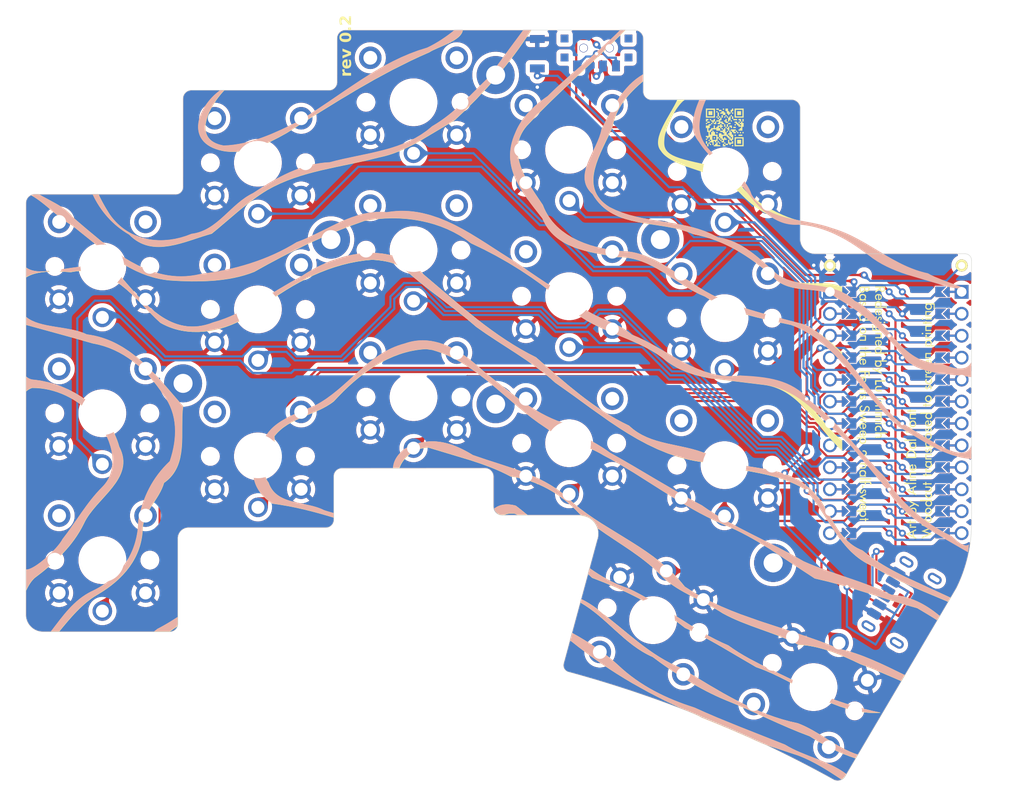
<source format=kicad_pcb>
(kicad_pcb (version 20241229) (generator "pcbnew") (generator_version "9.0")
  (title_block (title "K02") (date "2024-11-26") (rev "0.1") (comment 1 "Based on the Ferris Sweep 2 Half-Swept") (comment 2 "Redesigned by Lu Immich"))
  (layers (0 "F.Cu" signal) (2 "B.Cu" signal) (13 "F.Paste" user) (15 "B.Paste" user) (5 "F.SilkS" user "F.Silkscreen") (7 "B.SilkS" user "B.Silkscreen") (1 "F.Mask" user) (3 "B.Mask" user) (25 "Edge.Cuts" user))
  (net 0 "")
  (net 1 "gnd")
  (net 2 "vcc")
  (net 3 "Switch18")
  (net 4 "reset")
  (net 5 "Switch1")
  (net 6 "Switch2")
  (net 7 "Switch3")
  (net 8 "Switch4")
  (net 9 "Switch5")
  (net 10 "Switch6")
  (net 11 "Switch7")
  (net 12 "Switch8")
  (net 13 "Switch9")
  (net 14 "Switch10")
  (net 15 "Switch11")
  (net 16 "Switch12")
  (net 17 "Switch13")
  (net 18 "Switch14")
  (net 19 "Switch15")
  (net 20 "Switch16")
  (net 21 "Switch17")
  (net 22 "raw")
  (net 23 "BT+_r")
  (net 24 "Net-(SW_POWERR1-Pad1)")
  (footprint "kbd:1pin_conn" (layer "F.Cu") (at 126.492 45.974)
    (property "Reference" "B+" (hide yes))
    (property "Value" "MountingHole_Pad" (hide yes))
  )
  (footprint "kbd:1pin_conn" (layer "F.Cu") (at 111.252 45.974)
    (property "Reference" "B-" (hide yes))
    (property "Value" "MountingHole_Pad" (hide yes))
  )
  (footprint "User Library:choc_v1_v2_rev_inv" (layer "F.Cu") (at 27.08 46.08)
    (property "Reference" "SW1" (hide yes))
    (property "Value" "SW_Push" (hide yes))
  )
  (footprint "User Library:choc_v1_v2_rev_inv" (layer "F.Cu") (at 45.08 34.08)
    (property "Reference" "SW2" (hide yes))
    (property "Value" "SW_Push" (hide yes))
  )
  (footprint "User Library:choc_v1_v2_rev_inv" (layer "F.Cu") (at 63.08 27.08)
    (property "Reference" "SW3" (hide yes))
    (property "Value" "SW_Push" (hide yes))
  )
  (footprint "User Library:choc_v1_v2_rev_inv" (layer "F.Cu") (at 81.08 32.58)
    (property "Reference" "SW4" (hide yes))
    (property "Value" "SW_Push" (hide yes))
  )
  (footprint "User Library:choc_v1_v2_rev_inv" (layer "F.Cu") (at 99.08 35.08)
    (property "Reference" "SW5" (hide yes))
    (property "Value" "SW_Push" (hide yes))
  )
  (footprint "User Library:choc_v1_v2_rev_inv" (layer "F.Cu") (at 27.08 63.08)
    (property "Reference" "SW6" (hide yes))
    (property "Value" "SW_Push" (hide yes))
  )
  (footprint "User Library:choc_v1_v2_rev_inv" (layer "F.Cu") (at 45.08 51.054)
    (property "Reference" "SW7" (hide yes))
    (property "Value" "SW_Push" (hide yes))
  )
  (footprint "User Library:choc_v1_v2_rev_inv" (layer "F.Cu") (at 63.08 44.196)
    (property "Reference" "SW8" (hide yes))
    (property "Value" "SW_Push" (hide yes))
  )
  (footprint "User Library:choc_v1_v2_rev_inv" (layer "F.Cu") (at 81.08 49.53)
    (property "Reference" "SW9" (hide yes))
    (property "Value" "SW_Push" (hide yes))
  )
  (footprint "User Library:choc_v1_v2_rev_inv" (layer "F.Cu") (at 99.06 52.07)
    (property "Reference" "SW10" (hide yes))
    (property "Value" "SW_Push" (hide yes))
  )
  (footprint "User Library:choc_v1_v2_rev_inv" (layer "F.Cu") (at 27.08 80.08)
    (property "Reference" "SW11" (hide yes))
    (property "Value" "SW_Push" (hide yes))
  )
  (footprint "User Library:choc_v1_v2_rev_inv" (layer "F.Cu") (at 45.08 68.072)
    (property "Reference" "SW12" (hide yes))
    (property "Value" "SW_Push" (hide yes))
  )
  (footprint "User Library:choc_v1_v2_rev_inv" (layer "F.Cu") (at 63.08 61.214)
    (property "Reference" "SW13" (hide yes))
    (property "Value" "SW_Push" (hide yes))
  )
  (footprint "User Library:choc_v1_v2_rev_inv" (layer "F.Cu") (at 81.08 66.548)
    (property "Reference" "SW14" (hide yes))
    (property "Value" "SW_Push" (hide yes))
  )
  (footprint "User Library:choc_v1_v2_rev_inv" (layer "F.Cu") (at 99.06 69.088)
    (property "Reference" "SW15" (hide yes))
    (property "Value" "SW_Push" (hide yes))
  )
  (footprint "User Library:choc_v1_v2_rev_inv" (layer "F.Cu") (at 109.356 94.78 150)
    (property "Reference" "SW17" (hide yes))
    (property "Value" "SW_Push" (hide yes))
  )
  (footprint "User Library:choc_v1_v2_rev_inv" (layer "F.Cu") (at 90.796 87.03 165)
    (property "Reference" "SW16" (hide yes))
    (property "Value" "SW_Push" (hide yes))
  )
  (footprint "* duckyb-collection:ProMicro_jumpers_facedown" (layer "F.Cu") (at 118.872 62.992 -90)
    (property "Reference" "U1" (hide yes))
    (property "Value" "ProMicro-kbd" (hide yes))
  )
  (footprint "kbd:Tenting_Puck2" (layer "F.Cu") (at 72.58 42.98)
    (property "Reference" "REF**")
    (property "Value" "Tenting Puck")
  )
  (footprint "Kailh:SPDT_C128955" (layer "F.Cu") (at 84.25 20.8)
    (property "Reference" "POWER SW" (hide yes))
    (property "Value" "SW_SPDT")
  )
  (footprint "* duckyb-collection:Tactile-Switch_SMT" (layer "F.Cu") (at 77.4 21.45 -90)
    (property "Reference" "RSW2" (hide yes))
    (property "Value" "SW_Push")
  )
  (footprint "" (layer "F.Cu") (at 104.69 80.4)
    (property "Reference" "")
    (property "Value" "")
  )
  (footprint "Connector_USB:USB_C_Receptacle_HRO_TYPE-C-31-M-17" (layer "F.Cu") (at 120.498076 85.53123 59.45)
    (property "Reference" "REF**" (hide yes))
    (property "Value" "USB_C_Receptacle_HRO_TYPE-C-31-M-17")
  )
  (footprint "" (layer "F.Cu") (at 36.42 59.62)
    (property "Reference" "")
    (property "Value" "")
  )
  (footprint "" (layer "F.Cu") (at 104.69 80.4)
    (property "Reference" "")
    (property "Value" "")
  )
  (footprint "Connector_USB:USB_C_Receptacle_HRO_TYPE-C-31-M-17" (layer "B.Cu") (at 120.496369 85.528101 -120.55)
    (property "Reference" "REF**" (hide yes))
    (property "Value" "USB_C_Receptacle_HRO_TYPE-C-31-M-17" (hide yes))
  )
  (gr_line (start 116.99 85.21) (end 119.17 86.54) (stroke (width 0.25)) (layer "F.Cu") (net 2))
  (gr_line (start 118.03 83.5) (end 116.63 82.67) (stroke (width 0.25)) (layer "F.Cu") (net 3))
  (gr_line (start 116.99 85.21) (end 115.64 84.39) (stroke (width 0.25)) (layer "F.Cu") (net 2))
  (gr_line (start 120.72 83.97) (end 118.479989 82.620019) (stroke (width 0.25)) (layer "F.Cu") (net 2))
  (gr_line (start 119.17 86.54) (end 120.719982 83.969989) (stroke (width 0.25)) (layer "F.Cu") (net 2))
  (gr_line (start 117.77 83.36) (end 117.25 84.18) (stroke (width 0.25)) (layer "F.Cu") (net 3))
  (gr_line (start 120.34 83.74) (end 118.49 82.66) (stroke (width 0.25)) (layer "B.Cu") (net 2))
  (gr_line (start 117.52 84.33) (end 116.19 83.53) (stroke (width 0.25)) (layer "B.Cu") (net 3))
  (gr_line (start 117.01 85.19) (end 118.76 86.26) (stroke (width 0.25)) (layer "B.Cu") (net 2))
  (gr_line (start 120.34 83.74) (end 116.53 89.84) (stroke (width 0.25)) (layer "B.Cu") (net 2))
  (gr_line (start 116.53 89.84) (end 113.22 87.78) (stroke (width 0.25)) (layer "B.Cu") (net 2))
  (gr_line (start 118.215 83.7) (end 117.765 84.48) (stroke (width 0.25)) (layer "B.Cu") (net 3))
  (gr_poly (pts (xy 99.3148 30.0668) (xy 99.163997 30.0668) (xy 99.163997 29.916) (xy 99.3148 29.916)) (stroke (width -0.000001)) (fill yes) (layer "F.SilkS"))
  (gr_poly (pts (xy 100.521297 29.4635) (xy 100.6721 29.4635) (xy 100.6721 29.6143) (xy 100.822994 29.6143) (xy 100.822994 29.4635) (xy 100.973797 29.4635) (xy 100.973797 29.3127) (xy 101.124599 29.3127) (xy 101.124599 29.4635) (xy 101.275394 29.4635) (xy 101.275394 29.916) (xy 101.124599 29.916) (xy 101.124599 30.3684) (xy 100.672199 30.3684) (xy 100.672199 30.2176) (xy 100.822994 30.2176) (xy 100.822994 30.0668) (xy 100.973797 30.0668) (xy 100.973797 29.916) (xy 100.672199 29.916) (xy 100.672199 29.7652) (xy 100.822994 29.7652) (xy 100.973797 29.7652) (xy 100.973797 29.6143) (xy 100.822994 29.6143) (xy 100.822994 29.7652) (xy 100.672199 29.7652) (xy 100.521297 29.7652) (xy 100.521297 29.6143) (xy 100.370495 29.6143) (xy 100.370495 29.4635) (xy 100.2197 29.4635) (xy 100.2197 29.3127) (xy 100.521297 29.3127)) (stroke (width -0.000001)) (fill yes) (layer "F.SilkS"))
  (gr_poly (pts (xy 97.5051 29.7652) (xy 97.354297 29.7652) (xy 97.354297 30.0668) (xy 97.203495 30.0668) (xy 97.203495 30.3684) (xy 97.354297 30.3684) (xy 97.354297 30.2176) (xy 97.5051 30.2176) (xy 97.5051 30.0668) (xy 97.806698 30.0668) (xy 97.806698 29.7652) (xy 97.9575 29.7652) (xy 97.9575 30.0668) (xy 98.108295 30.0668) (xy 98.108295 29.916) (xy 98.259197 29.916) (xy 98.259197 29.7652) (xy 98.560795 29.7652) (xy 98.560795 29.6143) (xy 98.711597 29.6143) (xy 98.711597 29.7652) (xy 98.8624 29.7652) (xy 98.8624 29.916) (xy 98.711597 29.916) (xy 98.711597 30.0668) (xy 98.560795 30.0668) (xy 98.560795 29.916) (xy 98.41 29.916) (xy 98.41 30.0668) (xy 98.560795 30.0668) (xy 98.560795 30.3684) (xy 98.108295 30.3684) (xy 98.108295 30.2176) (xy 97.655895 30.2176) (xy 97.655895 30.3684) (xy 97.5051 30.3684) (xy 97.5051 30.5192) (xy 97.655895 30.5192) (xy 97.655895 30.3684) (xy 97.806698 30.3684) (xy 97.806698 30.5192) (xy 97.9575 30.5192) (xy 97.9575 30.8208) (xy 98.259197 30.820901) (xy 98.259197 31.1225) (xy 98.41 31.1225) (xy 98.41 31.273299) (xy 98.259197 31.273299) (xy 98.259098 31.574898) (xy 98.108295 31.574898) (xy 98.108295 31.725699) (xy 97.9575 31.725699) (xy 97.9575 31.574898) (xy 97.806698 31.574898) (xy 97.806698 32.027299) (xy 97.655895 32.027299) (xy 97.655895 31.725699) (xy 97.354297 31.725699) (xy 97.354297 31.574898) (xy 97.5051 31.574898) (xy 97.5051 31.4241) (xy 97.655895 31.4241) (xy 98.108295 31.4241) (xy 98.108295 30.971699) (xy 97.655895 30.971699) (xy 97.655895 31.4241) (xy 97.5051 31.4241) (xy 97.354297 31.4241) (xy 97.354297 31.1225) (xy 97.203495 31.1225) (xy 97.203495 31.273299) (xy 97.0527 31.273299) (xy 97.0527 31.1225) (xy 96.901798 31.1225) (xy 96.901798 30.971699) (xy 97.203495 30.971699) (xy 97.203495 30.8208) (xy 97.354297 30.8208) (xy 97.5051 30.820901) (xy 97.5051 30.5192) (xy 97.354297 30.5192) (xy 97.354297 30.8208) (xy 97.203495 30.8208) (xy 97.203495 30.5192) (xy 97.0527 30.5192) (xy 97.0527 30.3684) (xy 97.052601 30.0668) (xy 96.901798 30.0668) (xy 96.901798 29.7652) (xy 97.203495 29.7652) (xy 97.203495 29.6143) (xy 97.5051 29.6143)) (stroke (width -0.000001)) (fill yes) (layer "F.SilkS"))
  (gr_poly (pts (xy 99.465694 28.8603) (xy 99.3148 28.8603) (xy 99.3148 28.7095) (xy 99.465595 28.7095)) (stroke (width -0.000001)) (fill yes) (layer "F.SilkS"))
  (gr_poly (pts (xy 117.509911 61.323275) (xy 117.515709 61.323676) (xy 117.521408 61.324473) (xy 117.523911 61.325076) (xy 117.526611 61.325575) (xy 117.52961 61.325976) (xy 117.532707 61.326273) (xy 117.539307 61.326773) (xy 117.54631 61.326975) (xy 117.560509 61.327273) (xy 117.567413 61.327574) (xy 117.570709 61.327773) (xy 117.573807 61.328074) (xy 117.576607 61.327975) (xy 117.579712 61.327773) (xy 117.586411 61.327074) (xy 117.593811 61.326273) (xy 117.601608 61.325575) (xy 117.605614 61.325373) (xy 117.609612 61.325373) (xy 117.613709 61.325476) (xy 117.617714 61.325774) (xy 117.621811 61.326373) (xy 117.62571 61.327273) (xy 117.629608 61.328375) (xy 117.631508 61.329073) (xy 117.633408 61.329874) (xy 117.63591 61.332274) (xy 117.638214 61.334875) (xy 117.640312 61.337675) (xy 117.642212 61.340773) (xy 117.644112 61.343974) (xy 117.645714 61.347475) (xy 117.648613 61.354975) (xy 117.65081 61.363074) (xy 117.652611 61.371676) (xy 117.653709 61.380576) (xy 117.654411 61.389773) (xy 117.65461 61.398974) (xy 117.654312 61.408274) (xy 117.65361 61.417376) (xy 117.652512 61.426173) (xy 117.650909 61.434573) (xy 117.64901 61.442576) (xy 117.646812 61.449774) (xy 117.644211 61.456374) (xy 117.642212 61.458273) (xy 117.640114 61.460074) (xy 117.637909 61.461676) (xy 117.635712 61.463175) (xy 117.633507 61.464575) (xy 117.63121 61.465773) (xy 117.628807 61.466875) (xy 117.626411 61.467875) (xy 117.623909 61.468775) (xy 117.621407 61.469473) (xy 117.618713 61.470175) (xy 117.616013 61.470774) (xy 117.613312 61.471373) (xy 117.610413 61.471774) (xy 117.607513 61.472273) (xy 117.604508 61.472575) (xy 117.603813 61.472975) (xy 117.603211 61.473273) (xy 117.602112 61.473875) (xy 117.601013 61.474474) (xy 117.60051 61.474776) (xy 117.600014 61.475073) (xy 117.59951 61.475275) (xy 117.599007 61.475573) (xy 117.598412 61.475775) (xy 117.597908 61.475874) (xy 117.597313 61.476073) (xy 117.596809 61.476073) (xy 117.596108 61.476176) (xy 117.595512 61.476176) (xy 117.584114 61.475375) (xy 117.572212 61.474776) (xy 117.54731 61.474276) (xy 117.494812 61.474375) (xy 117.46801 61.474173) (xy 117.441612 61.473174) (xy 117.428612 61.472273) (xy 117.41581 61.470972) (xy 117.403412 61.469275) (xy 117.391411 61.467173) (xy 117.386612 61.468474) (xy 117.381607 61.469572) (xy 117.371712 61.471674) (xy 117.366913 61.472674) (xy 117.362213 61.473772) (xy 117.357712 61.474875) (xy 117.355507 61.475573) (xy 117.353409 61.476176) (xy 117.348007 61.474974) (xy 117.342514 61.473975) (xy 117.337013 61.473174) (xy 117.331413 61.472575) (xy 117.325813 61.472174) (xy 117.320107 61.471873) (xy 117.30851 61.471674) (xy 117.259514 61.472575) (xy 117.252411 61.472773) (xy 117.245209 61.472773) (xy 117.230911 61.472372) (xy 117.202408 61.470972) (xy 117.195412 61.470774) (xy 117.188507 61.470774) (xy 117.181709 61.470972) (xy 117.174912 61.471274) (xy 117.168312 61.471976) (xy 117.161911 61.472975) (xy 117.15551 61.474375) (xy 117.149307 61.476176) (xy 117.132507 61.474474) (xy 117.116013 61.473273) (xy 117.099808 61.472475) (xy 117.08371 61.472075) (xy 117.052109 61.472075) (xy 117.021111 61.472773) (xy 116.99041 61.473574) (xy 116.959908 61.473875) (xy 116.944611 61.473673) (xy 116.929207 61.473174) (xy 116.913811 61.472174) (xy 116.898308 61.470774) (xy 116.892113 61.472075) (xy 116.88591 61.473074) (xy 116.879608 61.473975) (xy 116.873314 61.474573) (xy 116.866814 61.475073) (xy 116.860413 61.475375) (xy 116.853813 61.475573) (xy 116.847214 61.475573) (xy 116.834007 61.475073) (xy 116.820511 61.474074) (xy 116.807114 61.472674) (xy 116.79351 61.470774) (xy 116.76001 61.471976) (xy 116.726013 61.472773) (xy 116.691711 61.473174) (xy 116.657112 61.473074) (xy 116.622612 61.472475) (xy 116.58831 61.471274) (xy 116.554314 61.469572) (xy 116.520813 61.467173) (xy 116.518509 61.464674) (xy 116.51651 61.461974) (xy 116.51471 61.459174) (xy 116.513214 61.456175) (xy 116.51181 61.452975) (xy 116.510613 61.449576) (xy 116.509613 61.446173) (xy 116.508812 61.442576) (xy 116.50811 61.438876) (xy 116.507607 61.435072) (xy 116.507111 61.431174) (xy 116.506813 61.427275) (xy 116.506409 61.419276) (xy 116.50631 61.411173) (xy 116.504807 61.408274) (xy 116.50341 61.405074) (xy 116.502312 61.401472) (xy 116.501411 61.397776) (xy 116.500809 61.393774) (xy 116.500313 61.389574) (xy 116.499909 61.385275) (xy 116.499809 61.380873) (xy 116.499809 61.376475) (xy 116.499909 61.372073) (xy 116.500107 61.367674) (xy 116.500511 61.363375) (xy 116.500908 61.359274) (xy 116.501511 61.355273) (xy 116.502113 61.351473) (xy 116.502708 61.347975) (xy 116.50531 61.345576) (xy 116.508011 61.343375) (xy 116.51091 61.341475) (xy 116.513809 61.339674) (xy 116.516907 61.338175) (xy 116.520012 61.336874) (xy 116.523308 61.335776) (xy 116.526611 61.334875) (xy 116.533608 61.333475) (xy 116.54081 61.332674) (xy 116.548309 61.332476) (xy 116.556007 61.332575) (xy 116.62011 61.338972) (xy 116.627708 61.337675) (xy 116.635513 61.336375) (xy 116.64341 61.335173) (xy 116.651314 61.333773) (xy 116.655113 61.332976) (xy 116.659012 61.332075) (xy 116.662712 61.331076) (xy 116.666313 61.330073) (xy 116.669907 61.328875) (xy 116.673309 61.327574) (xy 116.676613 61.326075) (xy 116.67971 61.324473) (xy 116.84951 61.338972) (xy 116.850708 61.338873) (xy 116.851807 61.338873) (xy 116.852913 61.338774) (xy 116.853912 61.338576) (xy 116.855011 61.338473) (xy 116.855911 61.338274) (xy 116.857811 61.337775) (xy 116.859612 61.337176) (xy 116.861313 61.336573) (xy 116.863007 61.335875) (xy 116.864609 61.335074) (xy 116.867813 61.333575) (xy 116.869408 61.332774) (xy 116.871109 61.332075) (xy 116.87281 61.331374) (xy 116.874611 61.330775) (xy 116.876411 61.330275) (xy 116.877411 61.330073) (xy 116.87841 61.329874) (xy 116.883507 61.329974) (xy 116.888611 61.330176) (xy 116.898712 61.330874) (xy 116.908707 61.331675) (xy 116.91861 61.332373) (xy 116.923508 61.332575) (xy 116.928307 61.332674) (xy 116.933113 61.332476) (xy 116.937813 61.332175) (xy 116.942513 61.331576) (xy 116.947113 61.330775) (xy 116.951607 61.329573) (xy 116.956108 61.328074) (xy 116.957207 61.327975) (xy 116.958313 61.327875) (xy 116.959412 61.327875) (xy 116.960411 61.327975) (xy 116.961311 61.328074) (xy 116.962212 61.328276) (xy 116.963112 61.328474) (xy 116.963913 61.328776) (xy 116.964714 61.329073) (xy 116.965508 61.329375) (xy 116.967011 61.330176) (xy 116.968407 61.330973) (xy 116.969811 61.331972) (xy 116.971314 61.332873) (xy 116.972809 61.333773) (xy 116.974411 61.334673) (xy 116.975311 61.335074) (xy 116.976112 61.335474) (xy 116.977112 61.335776) (xy 116.978012 61.336172) (xy 116.979012 61.336375) (xy 116.98011 61.336676) (xy 116.981209 61.336874) (xy 116.982407 61.336974) (xy 116.983711 61.337073) (xy 116.985008 61.337073) (xy 116.989708 61.335875) (xy 116.994507 61.334875) (xy 116.999207 61.334074) (xy 117.004013 61.333475) (xy 117.008812 61.333075) (xy 117.013611 61.332774) (xy 117.023407 61.332575) (xy 117.064407 61.333475) (xy 117.112808 61.332175) (xy 117.119408 61.332175) (xy 117.126007 61.332476) (xy 117.132607 61.332873) (xy 117.139107 61.333475) (xy 117.145508 61.334376) (xy 117.15181 61.335574) (xy 117.157913 61.337073) (xy 117.163811 61.338972) (xy 117.173912 61.335974) (xy 117.18441 61.333674) (xy 117.195313 61.331972) (xy 117.206612 61.330775) (xy 117.218208 61.330073) (xy 117.23011 61.329775) (xy 117.254311 61.329676) (xy 117.279007 61.329874) (xy 117.303711 61.329573) (xy 117.31601 61.328974) (xy 117.32811 61.327975) (xy 117.340012 61.326476) (xy 117.351608 61.324473) (xy 117.355011 61.326075) (xy 117.358208 61.327376) (xy 117.361313 61.328474) (xy 117.36441 61.329375) (xy 117.367508 61.330073) (xy 117.370514 61.330675) (xy 117.373612 61.330973) (xy 117.376709 61.331274) (xy 117.379913 61.331374) (xy 117.38311 61.331374) (xy 117.386513 61.331274) (xy 117.390007 61.331076) (xy 117.405808 61.329874) (xy 117.407211 61.329974) (xy 117.408608 61.330073) (xy 117.410011 61.330275) (xy 117.411507 61.330473) (xy 117.41301 61.330775) (xy 117.414414 61.331076) (xy 117.417313 61.331675) (xy 117.420212 61.332373) (xy 117.422813 61.332976) (xy 117.42411 61.333174) (xy 117.425308 61.333372) (xy 117.426407 61.333475) (xy 117.427513 61.333475) (xy 117.433609 61.333075) (xy 117.439613 61.332373) (xy 117.44561 61.331576) (xy 117.451607 61.330572) (xy 117.475113 61.326273) (xy 117.486809 61.324473) (xy 117.492607 61.323775) (xy 117.498413 61.323374) (xy 117.504112 61.323176)) (stroke (width -0.000001)) (fill yes) (layer "F.SilkS"))
  (gr_poly (pts (xy 97.0527 29.6143) (xy 96.901798 29.6143) (xy 96.901798 29.4635) (xy 97.0527 29.4635)) (stroke (width -0.000001)) (fill yes) (layer "F.SilkS"))
  (gr_poly (pts (xy 122.65741 57.776175) (xy 122.661308 57.776373) (xy 122.665009 57.776675) (xy 122.66851 57.777174) (xy 122.671913 57.777872) (xy 122.67511 57.778773) (xy 122.676613 57.779272) (xy 122.678108 57.779875) (xy 122.679512 57.780474) (xy 122.680809 57.781176) (xy 122.682114 57.781973) (xy 122.683312 57.782774) (xy 122.68441 57.783675) (xy 122.685509 57.784674) (xy 122.686409 57.785773) (xy 122.687309 57.786875) (xy 122.687714 57.803774) (xy 122.687714 57.821875) (xy 122.687309 57.859373) (xy 122.687508 57.877974) (xy 122.688408 57.895872) (xy 122.68911 57.904375) (xy 122.69001 57.912573) (xy 122.691208 57.920374) (xy 122.69281 57.927775) (xy 122.691307 57.937975) (xy 122.690308 57.948275) (xy 122.689713 57.958575) (xy 122.689507 57.968974) (xy 122.689713 57.990073) (xy 122.690712 58.011275) (xy 122.693008 58.054274) (xy 122.693413 58.075873) (xy 122.693314 58.086676) (xy 122.69281 58.097575) (xy 122.687309 58.130076) (xy 122.69281 58.294375) (xy 122.693008 58.298174) (xy 122.693108 58.301974) (xy 122.693008 58.305773) (xy 122.69281 58.309573) (xy 122.692413 58.317274) (xy 122.692108 58.324873) (xy 122.692108 58.328673) (xy 122.692207 58.332476) (xy 122.692513 58.336172) (xy 122.693008 58.339873) (xy 122.69381 58.343474) (xy 122.694313 58.345274) (xy 122.694908 58.347075) (xy 122.69561 58.348875) (xy 122.696312 58.350573) (xy 122.697212 58.352274) (xy 122.698212 58.354075) (xy 122.69941 58.354674) (xy 122.700508 58.355173) (xy 122.701714 58.355673) (xy 122.702911 58.356074) (xy 122.704109 58.356375) (xy 122.705307 58.356673) (xy 122.706513 58.356875) (xy 122.70771 58.356974) (xy 122.708809 58.357073) (xy 122.710007 58.357073) (xy 122.71241 58.356974) (xy 122.714813 58.356673) (xy 122.71711 58.356276) (xy 122.719513 58.355673) (xy 122.721909 58.355074) (xy 122.726608 58.353476) (xy 122.731407 58.351874) (xy 122.733711 58.351176) (xy 122.736107 58.350375) (xy 122.739609 58.351973) (xy 122.74321 58.353175) (xy 122.747009 58.353976) (xy 122.750908 58.354575) (xy 122.754913 58.354876) (xy 122.75911 58.354975) (xy 122.763413 58.354674) (xy 122.767708 58.354273) (xy 122.772209 58.353575) (xy 122.776711 58.352576) (xy 122.781311 58.351473) (xy 122.785912 58.350172) (xy 122.790611 58.348673) (xy 122.795311 58.346976) (xy 122.800011 58.345175) (xy 122.80471 58.343172) (xy 122.806908 58.342074) (xy 122.809113 58.340975) (xy 122.81321 58.338473) (xy 122.817307 58.335673) (xy 122.821312 58.332674) (xy 122.825211 58.329474) (xy 122.829109 58.326075) (xy 122.836807 58.318774) (xy 122.844711 58.311175) (xy 122.848808 58.307375) (xy 122.853012 58.303576) (xy 122.857407 58.299773) (xy 122.861908 58.296072) (xy 122.866608 58.292475) (xy 122.871613 58.288973) (xy 122.873314 58.285376) (xy 122.875107 58.281775) (xy 122.877007 58.278376) (xy 122.879013 58.274973) (xy 122.881012 58.271773) (xy 122.88311 58.268675) (xy 122.885208 58.265574) (xy 122.887413 58.262576) (xy 122.88961 58.259673) (xy 122.891907 58.256773) (xy 122.896507 58.251173) (xy 122.901207 58.245673) (xy 122.905907 58.240275) (xy 122.907608 58.235575) (xy 122.909409 58.230975) (xy 122.913109 58.222075) (xy 122.920609 58.204573) (xy 122.92231 58.200076) (xy 122.924011 58.195673) (xy 122.925507 58.191073) (xy 122.92701 58.186373) (xy 122.928307 58.181574) (xy 122.929413 58.176573) (xy 122.930412 58.171473) (xy 122.931213 58.166174) (xy 122.931709 58.152075) (xy 122.931809 58.138373) (xy 122.93161 58.124976) (xy 122.931007 58.111975) (xy 122.929909 58.099276) (xy 122.928413 58.086874) (xy 122.927513 58.080874) (xy 122.926407 58.074873) (xy 122.925209 58.068976) (xy 122.923912 58.063174) (xy 122.91861 58.052275) (xy 122.916008 58.046675) (xy 122.913612 58.040873) (xy 122.912407 58.037875) (xy 122.911308 58.034773) (xy 122.91021 58.031676) (xy 122.90921 58.028376) (xy 122.90831 58.025072) (xy 122.90741 58.021674) (xy 122.906609 58.018072) (xy 122.905907 58.014475) (xy 122.897011 58.002375) (xy 122.887909 57.990675) (xy 122.878708 57.979174) (xy 122.869309 57.967974) (xy 122.859711 57.956873) (xy 122.850014 57.945876) (xy 122.840111 57.934973) (xy 122.83001 57.924174) (xy 122.783112 57.900675) (xy 122.783112 57.898173) (xy 122.783211 57.895674) (xy 122.783409 57.893374) (xy 122.783707 57.891074) (xy 122.784111 57.888873) (xy 122.784508 57.886675) (xy 122.785011 57.884573) (xy 122.785507 57.882475) (xy 122.78611 57.880473) (xy 122.786812 57.878573) (xy 122.787514 57.876673) (xy 122.788307 57.874873) (xy 122.789108 57.873076) (xy 122.790009 57.871275) (xy 122.791908 57.867873) (xy 122.793907 57.864676) (xy 122.796013 57.861575) (xy 122.798309 57.858572) (xy 122.800613 57.855673) (xy 122.803009 57.852873) (xy 122.805412 57.850073) (xy 122.810211 57.844675) (xy 122.811607 57.840975) (xy 122.813011 57.837473) (xy 122.814613 57.833975) (xy 122.816208 57.830675) (xy 122.817909 57.827475) (xy 122.81971 57.824274) (xy 122.82161 57.821276) (xy 122.823509 57.818274) (xy 122.825508 57.815276) (xy 122.827507 57.812476) (xy 122.829613 57.809573) (xy 122.831711 57.806773) (xy 122.836212 57.801276) (xy 122.840912 57.795874) (xy 122.846512 57.795676) (xy 122.851807 57.795775) (xy 122.856911 57.796175) (xy 122.86171 57.796873) (xy 122.86631 57.797774) (xy 122.870613 57.798872) (xy 122.874809 57.800173) (xy 122.878708 57.801775) (xy 122.882507 57.803473) (xy 122.886108 57.805373) (xy 122.88961 57.807474) (xy 122.892914 57.809676) (xy 122.896111 57.811976) (xy 122.899208 57.814375) (xy 122.905212 57.819575) (xy 122.928009 57.841875) (xy 122.934013 57.847273) (xy 122.937111 57.849776) (xy 122.940407 57.852274) (xy 122.94371 57.854674) (xy 122.947212 57.856875) (xy 122.950813 57.858973) (xy 122.954712 57.860873) (xy 122.973511 57.883974) (xy 122.982811 57.895575) (xy 122.991913 57.907175) (xy 123.00071 57.918974) (xy 123.009308 57.930773) (xy 123.01741 57.942774) (xy 123.025108 57.954874) (xy 123.03801 57.992274) (xy 123.041214 58.001376) (xy 123.044708 58.010176) (xy 123.048309 58.018774) (xy 123.050209 58.022974) (xy 123.052208 58.027075) (xy 123.052307 58.030474) (xy 123.052513 58.033873) (xy 123.05291 58.037276) (xy 123.053307 58.040675) (xy 123.054512 58.047675) (xy 123.055809 58.054873) (xy 123.057114 58.062273) (xy 123.058312 58.069975) (xy 123.058807 58.073973) (xy 123.059113 58.078173) (xy 123.059311 58.082373) (xy 123.05941 58.086676) (xy 123.059708 58.089476) (xy 123.059914 58.092173) (xy 123.059914 58.094973) (xy 123.059914 58.097876) (xy 123.059609 58.103674) (xy 123.059212 58.109675) (xy 123.058113 58.122275) (xy 123.057808 58.128775) (xy 123.057709 58.132075) (xy 123.05761 58.135474) (xy 123.057709 58.138873) (xy 123.057808 58.142176) (xy 123.058113 58.148672) (xy 123.059212 58.161475) (xy 123.059609 58.167673) (xy 123.059914 58.173773) (xy 123.059914 58.176875) (xy 123.059914 58.179976) (xy 123.059708 58.182974) (xy 123.05941 58.186076) (xy 123.052208 58.256476) (xy 123.04921 58.261973) (xy 123.046509 58.267573) (xy 123.043907 58.273173) (xy 123.041412 58.278975) (xy 123.036812 58.290472) (xy 123.032311 58.302073) (xy 123.027908 58.313475) (xy 123.023209 58.324576) (xy 123.020813 58.329874) (xy 123.018211 58.335074) (xy 123.015411 58.340174) (xy 123.012512 58.344973) (xy 122.982712 58.370776) (xy 122.979111 58.373972) (xy 122.975708 58.377276) (xy 122.972412 58.380675) (xy 122.969307 58.384074) (xy 122.966309 58.387675) (xy 122.963409 58.391375) (xy 122.960709 58.395174) (xy 122.958313 58.399176) (xy 122.94751 58.405672) (xy 122.942207 58.408976) (xy 122.937012 58.412276) (xy 122.934509 58.413973) (xy 122.932114 58.415774) (xy 122.929611 58.417574) (xy 122.927307 58.419474) (xy 122.925011 58.421473) (xy 122.922813 58.423575) (xy 122.920609 58.425776) (xy 122.91851 58.428072) (xy 122.91761 58.429076) (xy 122.91671 58.430075) (xy 122.915009 58.431876) (xy 122.91201 58.435274) (xy 122.911209 58.436175) (xy 122.910408 58.436976) (xy 122.909508 58.437872) (xy 122.908608 58.438773) (xy 122.907608 58.439673) (xy 122.906609 58.440573) (xy 122.905411 58.441473) (xy 122.904114 58.442473) (xy 122.898811 58.446173) (xy 122.893013 58.449576) (xy 122.88681 58.452875) (xy 122.880211 58.455973) (xy 122.873413 58.458975) (xy 122.86631 58.461874) (xy 122.851509 58.467574) (xy 122.821007 58.478873) (xy 122.806213 58.484774) (xy 122.799011 58.487975) (xy 122.792107 58.491274) (xy 122.782509 58.492575) (xy 122.772911 58.493773) (xy 122.75351 58.495974) (xy 122.743912 58.497275) (xy 122.734413 58.498675) (xy 122.725212 58.500273) (xy 122.716209 58.502074) (xy 122.649414 58.502074) (xy 122.648109 58.502276) (xy 122.646812 58.502375) (xy 122.645714 58.502375) (xy 122.644508 58.502276) (xy 122.643509 58.502276) (xy 122.64251 58.502074) (xy 122.64151 58.501974) (xy 122.64061 58.501673) (xy 122.63971 58.501475) (xy 122.638908 58.501173) (xy 122.638107 58.500876) (xy 122.637314 58.500475) (xy 122.636612 58.500174) (xy 122.63591 58.499773) (xy 122.634514 58.498972) (xy 122.631813 58.497176) (xy 122.630508 58.496374) (xy 122.629112 58.495474) (xy 122.62841 58.495074) (xy 122.627609 58.494772) (xy 122.626808 58.494376) (xy 122.626007 58.494074) (xy 122.625107 58.493773) (xy 122.624207 58.493475) (xy 122.623314 58.493273) (xy 122.622307 58.493075) (xy 122.618912 58.494376) (xy 122.615608 58.495474) (xy 122.612312 58.496374) (xy 122.609009 58.497176) (xy 122.605713 58.497874) (xy 122.602509 58.498373) (xy 122.599213 58.498675) (xy 122.595909 58.498972) (xy 122.592613 58.499075) (xy 122.589211 58.499075) (xy 122.585907 58.498873) (xy 122.582413 58.498675) (xy 122.57901 58.498373) (xy 122.575409 58.497874) (xy 122.571808 58.497374) (xy 122.568108 58.496676) (xy 122.554413 58.493475) (xy 122.530212 58.487673) (xy 122.523514 58.485674) (xy 122.52031 58.484576) (xy 122.517113 58.483473) (xy 122.514008 58.482375) (xy 122.511009 58.481074) (xy 122.50811 58.479773) (xy 122.505409 58.478476) (xy 122.502708 58.476973) (xy 122.500214 58.475275) (xy 122.499008 58.474474) (xy 122.49781 58.473574) (xy 122.496712 58.472674) (xy 122.495613 58.471674) (xy 122.494614 58.470675) (xy 122.493607 58.469675) (xy 122.492714 58.468573) (xy 122.491814 58.467375) (xy 122.490913 58.466273) (xy 122.490112 58.464976) (xy 122.48941 58.463774) (xy 122.488709 58.462374) (xy 122.484512 58.463076) (xy 122.480507 58.463576) (xy 122.476608 58.463675) (xy 122.472809 58.463675) (xy 122.469208 58.463374) (xy 122.465607 58.462874) (xy 122.462212 58.462176) (xy 122.458908 58.461275) (xy 122.455612 58.460173) (xy 122.452507 58.458975) (xy 122.44941 58.457674) (xy 122.446312 58.456175) (xy 122.440407 58.452875) (xy 122.434708 58.449274) (xy 122.412209 58.433974) (xy 122.40641 58.430476) (xy 122.403412 58.428873) (xy 122.400414 58.427374) (xy 122.397308 58.425974) (xy 122.394112 58.424673) (xy 122.390808 58.423575) (xy 122.387512 58.422675) (xy 122.38681 58.421374) (xy 122.386108 58.420073) (xy 122.385307 58.418776) (xy 122.384514 58.417673) (xy 122.383614 58.416476) (xy 122.382813 58.415373) (xy 122.381012 58.413275) (xy 122.379112 58.411173) (xy 122.377213 58.409274) (xy 122.373314 58.405474) (xy 122.371307 58.403674) (xy 122.369507 58.401774) (xy 122.367607 58.399775) (xy 122.365913 58.397776) (xy 122.365112 58.396674) (xy 122.364311 58.395674) (xy 122.36351 58.394575) (xy 122.362808 58.393374) (xy 122.362213 58.392176) (xy 122.361511 58.390974) (xy 122.360909 58.389674) (xy 122.360413 58.388373) (xy 122.358109 58.386973) (xy 122.355911 58.385374) (xy 122.353813 58.383776) (xy 122.351807 58.382075) (xy 122.349808 58.380274) (xy 122.347908 58.378374) (xy 122.344208 58.374575) (xy 122.340408 58.370673) (xy 122.338509 58.368674) (xy 122.33651 58.366774) (xy 122.334511 58.364874) (xy 122.332413 58.362975) (xy 122.330208 58.361174) (xy 122.327911 58.359473) (xy 122.327309 58.357275) (xy 122.326714 58.355173) (xy 122.326012 58.353175) (xy 122.325211 58.351176) (xy 122.32441 58.349276) (xy 122.323509 58.347372) (xy 122.32161 58.343775) (xy 122.319511 58.340273) (xy 122.317207 58.336974) (xy 122.312508 58.330275) (xy 122.307907 58.323573) (xy 122.305611 58.320174) (xy 122.303513 58.316473) (xy 122.301613 58.312674) (xy 122.300713 58.310774) (xy 122.299812 58.308672) (xy 122.29911 58.306574) (xy 122.298409 58.304373) (xy 122.297707 58.302176) (xy 122.297211 58.299876) (xy 122.295914 58.298273) (xy 122.294708 58.296576) (xy 122.29351 58.294875) (xy 122.292511 58.293074) (xy 122.290611 58.289175) (xy 122.28891 58.285075) (xy 122.287514 58.280672) (xy 122.286308 58.276175) (xy 122.284111 58.266875) (xy 122.282112 58.257376) (xy 122.279907 58.247973) (xy 122.278709 58.243475) (xy 122.277214 58.239172) (xy 122.275612 58.235075) (xy 122.273712 58.231173) (xy 122.273712 58.180674) (xy 122.272812 58.175974) (xy 122.27211 58.171374) (xy 122.271507 58.166872) (xy 122.271111 58.162474) (xy 122.270607 58.153674) (xy 122.270508 58.151675) (xy 122.391113 58.151675) (xy 122.391312 58.156775) (xy 122.391708 58.161673) (xy 122.392311 58.166575) (xy 122.393112 58.171473) (xy 122.394112 58.176276) (xy 122.39521 58.181075) (xy 122.397713 58.190573) (xy 122.400208 58.200076) (xy 122.402512 58.209574) (xy 122.40361 58.214476) (xy 122.404411 58.219374) (xy 122.405113 58.224375) (xy 122.405609 58.229372) (xy 122.407211 58.231173) (xy 122.408707 58.233073) (xy 122.410111 58.235075) (xy 122.411507 58.237273) (xy 122.412712 58.239474) (xy 122.41391 58.241774) (xy 122.416214 58.246573) (xy 122.418411 58.251273) (xy 122.420509 58.255774) (xy 122.421707 58.257975) (xy 122.422913 58.259974) (xy 122.42411 58.261874) (xy 122.425407 58.263674) (xy 122.42971 58.267775) (xy 122.431908 58.269976) (xy 122.433014 58.271075) (xy 122.434013 58.272272) (xy 122.435013 58.273474) (xy 122.435913 58.274775) (xy 122.436813 58.276076) (xy 122.437607 58.277373) (xy 122.438309 58.278876) (xy 122.438713 58.279574) (xy 122.439011 58.280375) (xy 122.439209 58.281073) (xy 122.439507 58.281874) (xy 122.439713 58.282774) (xy 122.439911 58.283575) (xy 122.441711 58.284476) (xy 122.443512 58.285376) (xy 122.446907 58.287276) (xy 122.450012 58.289374) (xy 122.453011 58.291575) (xy 122.45591 58.293875) (xy 122.458611 58.296275) (xy 122.461212 58.298773) (xy 122.463814 58.301375) (xy 122.468811 58.306773) (xy 122.473908 58.312273) (xy 122.476509 58.315073) (xy 122.47921 58.317774) (xy 122.482109 58.320574) (xy 122.485008 58.323275) (xy 122.490013 58.324774) (xy 122.494713 58.326476) (xy 122.499207 58.328276) (xy 122.503609 58.330275) (xy 122.512108 58.334273) (xy 122.520714 58.338175) (xy 122.525208 58.339976) (xy 122.529808 58.341574) (xy 122.534714 58.342974) (xy 122.539909 58.344176) (xy 122.54541 58.344973) (xy 122.548309 58.345175) (xy 122.551308 58.345374) (xy 122.554413 58.345473) (xy 122.557709 58.345374) (xy 122.561012 58.345274) (xy 122.564507 58.344973) (xy 122.565613 58.343573) (xy 122.566711 58.342173) (xy 122.567711 58.340773) (xy 122.568512 58.339274) (xy 122.569313 58.337675) (xy 122.570007 58.336172) (xy 122.571312 58.332976) (xy 122.572212 58.329676) (xy 122.572914 58.326273) (xy 122.57341 58.322775) (xy 122.573807 58.319273) (xy 122.574013 58.315672) (xy 122.574013 58.312075) (xy 122.573914 58.304873) (xy 122.573708 58.297675) (xy 122.573509 58.290774) (xy 122.573708 58.283976) (xy 122.574112 58.277274) (xy 122.575111 58.263674) (xy 122.575607 58.256873) (xy 122.575813 58.250174) (xy 122.575913 58.246775) (xy 122.575813 58.243372) (xy 122.575607 58.239973) (xy 122.57531 58.236575) (xy 122.57531 58.234274) (xy 122.575211 58.231875) (xy 122.575012 58.229475) (xy 122.574814 58.227076) (xy 122.574112 58.222273) (xy 122.573311 58.217375) (xy 122.57151 58.207373) (xy 122.570709 58.202174) (xy 122.569908 58.196875) (xy 122.570007 58.195876) (xy 122.570107 58.194876) (xy 122.570313 58.193976) (xy 122.570511 58.193076) (xy 122.570808 58.192175) (xy 122.571114 58.191275) (xy 122.571709 58.189375) (xy 122.572411 58.187476) (xy 122.572708 58.186472) (xy 122.573013 58.185473) (xy 122.573212 58.184374) (xy 122.57341 58.183173) (xy 122.573509 58.181876) (xy 122.573509 58.180575) (xy 122.569908 58.162573) (xy 122.570007 58.141573) (xy 122.570213 58.131575) (xy 122.57061 58.121874) (xy 122.571312 58.112574) (xy 122.571709 58.108073) (xy 122.572212 58.103575) (xy 122.572807 58.099276) (xy 122.573608 58.094973) (xy 122.57441 58.090773) (xy 122.575409 58.086676) (xy 122.574112 58.082873) (xy 122.573212 58.078974) (xy 122.57251 58.074973) (xy 122.572014 58.070773) (xy 122.571709 58.066573) (xy 122.57161 58.062273) (xy 122.57161 58.057776) (xy 122.571709 58.053275) (xy 122.572212 58.043974) (xy 122.572807 58.034373) (xy 122.573311 58.024474) (xy 122.573509 58.014475) (xy 122.573509 58.003573) (xy 122.573311 57.992575) (xy 122.573113 57.987173) (xy 122.572807 57.981875) (xy 122.572311 57.976572) (xy 122.571709 57.971274) (xy 122.571007 57.966174) (xy 122.570007 57.961172) (xy 122.56881 57.956374) (xy 122.567413 57.951674) (xy 122.565811 57.947173) (xy 122.563911 57.942873) (xy 122.561607 57.938773) (xy 122.56041 57.936873) (xy 122.559113 57.934973) (xy 122.558312 57.935274) (xy 122.55751 57.935473) (xy 122.556809 57.935675) (xy 122.556213 57.935873) (xy 122.555611 57.935973) (xy 122.555008 57.935973) (xy 122.554512 57.935973) (xy 122.554009 57.935973) (xy 122.553612 57.935873) (xy 122.553207 57.935774) (xy 122.552811 57.935675) (xy 122.552513 57.935473) (xy 122.552109 57.935374) (xy 122.551811 57.935175) (xy 122.551209 57.934775) (xy 122.550011 57.933874) (xy 122.549713 57.933672) (xy 122.549408 57.933474) (xy 122.549011 57.933375) (xy 122.548714 57.933173) (xy 122.548309 57.933073) (xy 122.547913 57.932974) (xy 122.547409 57.932875) (xy 122.547012 57.932875) (xy 122.546509 57.932875) (xy 122.545914 57.932875) (xy 122.545311 57.932974) (xy 122.544609 57.933173) (xy 122.54171 57.933874) (xy 122.538811 57.934775) (xy 122.53611 57.935873) (xy 122.533508 57.936976) (xy 122.523407 57.941775) (xy 122.520912 57.942873) (xy 122.518211 57.943976) (xy 122.515511 57.944975) (xy 122.512611 57.945876) (xy 122.509613 57.946574) (xy 122.506508 57.947173) (xy 122.504807 57.947375) (xy 122.503113 57.947474) (xy 122.501312 57.947573) (xy 122.499512 57.947573) (xy 122.490807 57.953776) (xy 122.482208 57.960173) (xy 122.473808 57.966673) (xy 122.465607 57.973376) (xy 122.457611 57.980173) (xy 122.449707 57.987273) (xy 122.442009 57.994475) (xy 122.434509 58.001772) (xy 122.429009 58.011275) (xy 122.426209 58.015875) (xy 122.423409 58.020575) (xy 122.420509 58.025072) (xy 122.417412 58.029475) (xy 122.415909 58.031676) (xy 122.414307 58.033774) (xy 122.412712 58.035876) (xy 122.411011 58.037875) (xy 122.410614 58.041575) (xy 122.410111 58.045176) (xy 122.409607 58.048674) (xy 122.409012 58.052176) (xy 122.40831 58.055575) (xy 122.407509 58.058874) (xy 122.406708 58.062075) (xy 122.405808 58.065276) (xy 122.404808 58.068373) (xy 122.403809 58.071375) (xy 122.40271 58.074374) (xy 122.401611 58.077273) (xy 122.400414 58.080176) (xy 122.399208 58.082976) (xy 122.396507 58.088473) (xy 122.39711 58.092875) (xy 122.397308 58.097174) (xy 122.397408 58.101374) (xy 122.397209 58.105475) (xy 122.396912 58.109576) (xy 122.396408 58.113573) (xy 122.395813 58.117575) (xy 122.39521 58.121474) (xy 122.39251 58.136774) (xy 122.391907 58.140475) (xy 122.39151 58.144274) (xy 122.391213 58.147974) (xy 122.391113 58.151675) (xy 122.270508 58.151675) (xy 122.27031 58.144976) (xy 122.27021 58.136073) (xy 122.269913 58.126772) (xy 122.26931 58.116972) (xy 122.268913 58.111876) (xy 122.268311 58.106573) (xy 122.270813 58.093573) (xy 122.272911 58.080374) (xy 122.276909 58.054175) (xy 122.279007 58.041476) (xy 122.280212 58.035376) (xy 122.281509 58.029375) (xy 122.282913 58.023474) (xy 122.284508 58.017874) (xy 122.286209 58.012473) (xy 122.288208 58.007273) (xy 122.288414 58.005774) (xy 122.288712 58.004374) (xy 122.289009 58.003073) (xy 122.289513 58.001875) (xy 122.290009 58.000773) (xy 122.290512 57.999773) (xy 122.291214 57.998873) (xy 122.291809 57.997973) (xy 122.292511 57.997073) (xy 122.293312 57.996374) (xy 122.294113 57.995573) (xy 122.295013 57.994974) (xy 122.296707 57.993674) (xy 122.298508 57.992575) (xy 122.302307 57.990374) (xy 122.304207 57.989375) (xy 122.305908 57.988173) (xy 122.306809 57.987574) (xy 122.30761 57.986876) (xy 122.308411 57.986174) (xy 122.309113 57.985476) (xy 122.309807 57.984675) (xy 122.310509 57.983874) (xy 122.311112 57.982973) (xy 122.311607 57.981974) (xy 122.313408 57.975073) (xy 122.314812 57.968974) (xy 122.31591 57.963576) (xy 122.316811 57.958475) (xy 122.318512 57.947874) (xy 122.319511 57.941874) (xy 122.320709 57.934973) (xy 122.323113 57.931975) (xy 122.325714 57.929175) (xy 122.328407 57.926474) (xy 122.331108 57.923773) (xy 122.336708 57.918475) (xy 122.339409 57.915873) (xy 122.34211 57.913073) (xy 122.344711 57.910273) (xy 122.347107 57.907275) (xy 122.349411 57.904074) (xy 122.350411 57.902373) (xy 122.35141 57.900675) (xy 122.35231 57.898875) (xy 122.353211 57.897074) (xy 122.354012 57.895174) (xy 122.354713 57.893175) (xy 122.355408 57.891074) (xy 122.355911 57.888976) (xy 122.356407 57.886774) (xy 122.356812 57.884375) (xy 122.400108 57.864573) (xy 122.407608 57.857874) (xy 122.415108 57.851572) (xy 122.422813 57.845473) (xy 122.430611 57.839476) (xy 122.438713 57.833575) (xy 122.447113 57.827673) (xy 122.45591 57.821776) (xy 122.46521 57.815775) (xy 122.470909 57.814673) (xy 122.47641 57.813376) (xy 122.481911 57.811976) (xy 122.487312 57.810473) (xy 122.492607 57.808874) (xy 122.49781 57.807074) (xy 122.50811 57.803374) (xy 122.518211 57.799376) (xy 122.528214 57.795176) (xy 122.548309 57.786875) (xy 122.553413 57.786272) (xy 122.558807 57.785773) (xy 122.569908 57.785174) (xy 122.592712 57.784174) (xy 122.598412 57.783774) (xy 122.603912 57.783274) (xy 122.609314 57.782675) (xy 122.614609 57.781775) (xy 122.619614 57.780775) (xy 122.624413 57.779475) (xy 122.628914 57.777872) (xy 122.633209 57.776076) (xy 122.649513 57.775973) (xy 122.653511 57.775973)) (stroke (width -0.000001)) (fill yes) (layer "F.SilkS"))
  (gr_poly (pts (xy 121.187409 76.529574) (xy 121.188812 76.529673) (xy 121.190109 76.529974) (xy 121.191414 76.530276) (xy 121.192612 76.530672) (xy 121.19381 76.531073) (xy 121.195007 76.531573) (xy 121.196114 76.532072) (xy 121.197113 76.532675) (xy 121.198212 76.533274) (xy 121.200111 76.534575) (xy 121.20211 76.535975) (xy 121.20401 76.537375) (xy 121.20591 76.538775) (xy 121.20781 76.540175) (xy 121.208908 76.540873) (xy 121.209908 76.541476) (xy 121.211014 76.542075) (xy 121.212112 76.542673) (xy 121.21331 76.543173) (xy 121.214508 76.543673) (xy 121.215714 76.544073) (xy 121.21711 76.544474) (xy 121.219612 76.549174) (xy 121.222412 76.553973) (xy 121.228409 76.563376) (xy 121.234612 76.573176) (xy 121.23761 76.578276) (xy 121.240311 76.583575) (xy 121.242813 76.588972) (xy 121.244911 76.594675) (xy 121.245812 76.597575) (xy 121.246613 76.600573) (xy 121.247307 76.603575) (xy 121.24781 76.606673) (xy 121.248207 76.609873) (xy 121.248413 76.613173) (xy 121.248512 76.616576) (xy 121.248413 76.620074) (xy 121.248108 76.623576) (xy 121.247612 76.627173) (xy 121.24691 76.630976) (xy 121.24601 76.634776) (xy 121.244408 76.636473) (xy 121.242813 76.638075) (xy 121.23941 76.641074) (xy 121.235809 76.643774) (xy 121.232109 76.646376) (xy 121.228211 76.648775) (xy 121.224312 76.650973) (xy 121.216209 76.655375) (xy 121.208107 76.659575) (xy 121.204109 76.661776) (xy 121.20031 76.663973) (xy 121.19651 76.666373) (xy 121.192909 76.668875) (xy 121.189507 76.671576) (xy 121.186409 76.674574) (xy 121.168808 76.682474) (xy 121.160111 76.686373) (xy 121.151611 76.690375) (xy 121.143211 76.694476) (xy 121.139107 76.696673) (xy 121.135109 76.698874) (xy 121.131111 76.701273) (xy 121.127113 76.703673) (xy 121.123314 76.706175) (xy 121.119507 76.708876) (xy 121.119011 76.709376) (xy 121.118408 76.709772) (xy 121.117813 76.710173) (xy 121.11721 76.710474) (xy 121.116509 76.710776) (xy 121.115807 76.711073) (xy 121.114311 76.711474) (xy 121.112709 76.711775) (xy 121.111107 76.711974) (xy 121.109314 76.712176) (xy 121.107613 76.712275) (xy 121.104012 76.712374) (xy 121.102211 76.712473) (xy 121.10051 76.712675) (xy 121.098808 76.712874) (xy 121.097214 76.713274) (xy 121.095711 76.713675) (xy 121.09491 76.713972) (xy 121.094208 76.714274) (xy 121.091911 76.715674) (xy 121.089714 76.716975) (xy 121.087509 76.718375) (xy 121.085411 76.719675) (xy 121.083313 76.721075) (xy 121.081413 76.722475) (xy 121.079407 76.723875) (xy 121.077507 76.725375) (xy 121.075714 76.726775) (xy 121.073914 76.728274) (xy 121.072113 76.729773) (xy 121.070412 76.731276) (xy 121.06691 76.734473) (xy 121.063507 76.737772) (xy 121.06131 76.737772) (xy 121.059113 76.737975) (xy 121.057114 76.738276) (xy 121.055214 76.738573) (xy 121.053307 76.738974) (xy 121.051514 76.739474) (xy 121.048012 76.740473) (xy 121.044312 76.741473) (xy 121.042412 76.741873) (xy 121.040413 76.742373) (xy 121.038307 76.742674) (xy 121.03611 76.742976) (xy 121.033608 76.743075) (xy 121.031014 76.743174) (xy 121.030014 76.744173) (xy 121.028908 76.745173) (xy 121.027809 76.746073) (xy 121.026711 76.746973) (xy 121.025513 76.747874) (xy 121.024307 76.748675) (xy 121.021812 76.750372) (xy 121.016609 76.753874) (xy 121.013908 76.755675) (xy 121.011208 76.757574) (xy 121.003914 76.766672) (xy 121.000809 76.767973) (xy 120.997513 76.769274) (xy 120.990707 76.771975) (xy 120.983711 76.774775) (xy 120.980309 76.776274) (xy 120.976807 76.777975) (xy 120.973511 76.779673) (xy 120.970314 76.781573) (xy 120.967209 76.783675) (xy 120.965714 76.784773) (xy 120.96431 76.785975) (xy 120.962914 76.787173) (xy 120.961609 76.788473) (xy 120.960411 76.789774) (xy 120.959213 76.791174) (xy 120.958107 76.792574) (xy 120.957008 76.794073) (xy 120.956108 76.795676) (xy 120.955208 76.797373) (xy 120.955414 76.804472) (xy 120.955513 76.811472) (xy 120.955414 76.825476) (xy 120.954811 76.839373) (xy 120.95401 76.853175) (xy 120.952408 76.880373) (xy 120.951813 76.893973) (xy 120.951607 76.907576) (xy 120.951714 76.914576) (xy 120.951912 76.921576) (xy 120.952812 76.935274) (xy 120.95491 76.961775) (xy 120.955307 76.968073) (xy 120.955513 76.974474) (xy 120.955612 76.980673) (xy 120.955414 76.986773) (xy 120.95491 76.992873) (xy 120.954109 76.998774) (xy 120.953011 77.004675) (xy 120.951607 77.010474) (xy 120.952309 77.013873) (xy 120.953209 77.017275) (xy 120.95491 77.024275) (xy 120.955711 77.027872) (xy 120.956108 77.029673) (xy 120.956413 77.031573) (xy 120.956612 77.033472) (xy 120.95681 77.035376) (xy 120.956909 77.037375) (xy 120.957008 77.039374) (xy 120.956612 77.068976) (xy 120.95681 77.097975) (xy 120.958107 77.154574) (xy 120.959808 77.209074) (xy 120.960411 77.235575) (xy 120.960609 77.261576) (xy 120.960411 77.269774) (xy 120.960114 77.278174) (xy 120.959213 77.295176) (xy 120.959007 77.303873) (xy 120.959114 77.312575) (xy 120.959213 77.316973) (xy 120.959511 77.321375) (xy 120.960007 77.325774) (xy 120.960609 77.330176) (xy 120.96151 77.332674) (xy 120.962509 77.335074) (xy 120.963707 77.337275) (xy 120.964912 77.339373) (xy 120.966309 77.341376) (xy 120.967812 77.343275) (xy 120.969414 77.345076) (xy 120.971108 77.346774) (xy 120.972908 77.348475) (xy 120.974709 77.349974) (xy 120.978714 77.352774) (xy 120.983109 77.355273) (xy 120.987709 77.357474) (xy 120.992508 77.359473) (xy 120.997612 77.361372) (xy 121.002907 77.362975) (xy 121.008308 77.364474) (xy 121.019608 77.367274) (xy 121.031014 77.369974) (xy 121.059914 77.391573) (xy 121.10331 77.404272) (xy 121.107109 77.407473) (xy 121.111107 77.410574) (xy 121.115311 77.413374) (xy 121.119614 77.416075) (xy 121.124107 77.418574) (xy 121.128609 77.421072) (xy 121.13781 77.425673) (xy 121.14711 77.430273) (xy 121.15641 77.434973) (xy 121.160912 77.437476) (xy 121.165314 77.440073) (xy 121.169609 77.442873) (xy 121.173714 77.445773) (xy 121.175812 77.446776) (xy 121.17791 77.447573) (xy 121.180107 77.448374) (xy 121.182411 77.449076) (xy 121.187012 77.450274) (xy 121.191612 77.451476) (xy 121.19381 77.452074) (xy 121.196114 77.452673) (xy 121.198311 77.453375) (xy 121.200409 77.454172) (xy 121.202408 77.455073) (xy 121.204407 77.456076) (xy 121.206314 77.457175) (xy 121.207207 77.457774) (xy 121.208008 77.458475) (xy 121.211311 77.460173) (xy 121.214508 77.462176) (xy 121.217514 77.464175) (xy 121.220413 77.466475) (xy 121.223213 77.468775) (xy 121.225914 77.471175) (xy 121.228508 77.473673) (xy 121.23111 77.476275) (xy 121.236107 77.481673) (xy 121.241112 77.487173) (xy 121.246109 77.492674) (xy 121.248711 77.495474) (xy 121.251411 77.498175) (xy 121.251213 77.501574) (xy 121.251213 77.505076) (xy 121.251411 77.508475) (xy 121.251808 77.511973) (xy 121.252312 77.515574) (xy 121.253014 77.519076) (xy 121.254509 77.526175) (xy 121.258011 77.540373) (xy 121.258812 77.543875) (xy 121.259407 77.547274) (xy 121.26001 77.550776) (xy 121.260414 77.554175) (xy 121.260307 77.559573) (xy 121.26001 77.564776) (xy 121.259514 77.569975) (xy 121.258713 77.574973) (xy 121.257713 77.579874) (xy 121.256508 77.584574) (xy 121.255112 77.589075) (xy 121.254311 77.591273) (xy 121.25341 77.593474) (xy 121.25251 77.595576) (xy 121.251511 77.597575) (xy 121.250511 77.599573) (xy 121.249413 77.601473) (xy 121.248207 77.603373) (xy 121.247009 77.605173) (xy 121.245812 77.606875) (xy 121.244408 77.608473) (xy 121.243012 77.610075) (xy 121.241608 77.611674) (xy 121.240013 77.613074) (xy 121.23851 77.614474) (xy 121.236809 77.615775) (xy 121.235107 77.616972) (xy 121.233414 77.618174) (xy 121.231514 77.619173) (xy 121.228508 77.619673) (xy 121.225609 77.619974) (xy 121.222809 77.620173) (xy 121.220108 77.620375) (xy 121.217514 77.620375) (xy 121.215012 77.620276) (xy 121.212608 77.620173) (xy 121.210213 77.619974) (xy 121.207909 77.619673) (xy 121.205711 77.619273) (xy 121.203514 77.618876) (xy 121.201408 77.618372) (xy 121.19941 77.617773) (xy 121.197411 77.617175) (xy 121.193611 77.615775) (xy 121.189911 77.614275) (xy 121.186409 77.612673) (xy 121.17971 77.609274) (xy 121.173111 77.605975) (xy 121.169807 77.604372) (xy 121.166512 77.602972) (xy 121.163414 77.600973) (xy 121.160309 77.598975) (xy 121.153809 77.595374) (xy 121.140808 77.588274) (xy 121.134407 77.584673) (xy 121.131409 77.582774) (xy 121.12841 77.580874) (xy 121.125511 77.578875) (xy 121.12281 77.576773) (xy 121.120209 77.574576) (xy 121.117714 77.572276) (xy 121.113007 77.571173) (xy 121.108414 77.569876) (xy 121.103912 77.568476) (xy 121.099411 77.566973) (xy 121.095009 77.565276) (xy 121.090607 77.563574) (xy 121.086311 77.561774) (xy 121.082108 77.559775) (xy 121.073708 77.555773) (xy 121.065407 77.551672) (xy 121.04911 77.543375) (xy 120.985909 77.512675) (xy 120.984009 77.512373) (xy 120.982208 77.512175) (xy 120.980507 77.511774) (xy 120.978714 77.511374) (xy 120.977013 77.510973) (xy 120.975411 77.510374) (xy 120.972214 77.509173) (xy 120.969009 77.507876) (xy 120.966011 77.506274) (xy 120.963013 77.504675) (xy 120.960114 77.502875) (xy 120.948807 77.495573) (xy 120.945908 77.493876) (xy 120.943108 77.492175) (xy 120.940109 77.490572) (xy 120.937111 77.489172) (xy 120.93541 77.488474) (xy 120.933708 77.487975) (xy 120.932007 77.487475) (xy 120.930313 77.486975) (xy 120.923607 77.485274) (xy 120.920212 77.484373) (xy 120.91851 77.483874) (xy 120.916809 77.483275) (xy 120.915108 77.482676) (xy 120.913414 77.481875) (xy 120.911713 77.481074) (xy 120.910011 77.480074) (xy 120.908409 77.479372) (xy 120.906807 77.478674) (xy 120.905312 77.477972) (xy 120.903809 77.477175) (xy 120.898308 77.473975) (xy 120.896912 77.473273) (xy 120.895508 77.472575) (xy 120.894211 77.471873) (xy 120.892708 77.471175) (xy 120.891312 77.470675) (xy 120.889809 77.470076) (xy 120.888214 77.469675) (xy 120.886513 77.469275) (xy 120.882507 77.467875) (xy 120.87841 77.466273) (xy 120.874413 77.464575) (xy 120.870514 77.462775) (xy 120.866707 77.460875) (xy 120.862907 77.458876) (xy 120.859314 77.456873) (xy 120.855812 77.454874) (xy 120.816109 77.435675) (xy 120.807114 77.431376) (xy 120.781807 77.420473) (xy 120.772713 77.411475) (xy 120.758308 77.409674) (xy 120.73661 77.395174) (xy 120.734314 77.394274) (xy 120.731911 77.393374) (xy 120.727409 77.391672) (xy 120.718308 77.388674) (xy 120.713707 77.387076) (xy 120.708908 77.385275) (xy 120.706513 77.384276) (xy 120.703911 77.383273) (xy 120.701408 77.382075) (xy 120.698708 77.380774) (xy 120.697807 77.380373) (xy 120.697014 77.379973) (xy 120.695412 77.378973) (xy 120.69371 77.377776) (xy 120.692108 77.376475) (xy 120.688614 77.373576) (xy 120.686813 77.372073) (xy 120.684914 77.370573) (xy 120.682907 77.369173) (xy 120.680809 77.367873) (xy 120.67971 77.367274) (xy 120.678513 77.366774) (xy 120.677307 77.366274) (xy 120.676109 77.365775) (xy 120.674812 77.365374) (xy 120.673508 77.365073) (xy 120.672112 77.364775) (xy 120.670708 77.364573) (xy 120.669212 77.364375) (xy 120.66761 77.364375) (xy 120.666008 77.364375) (xy 120.664414 77.364474) (xy 120.656914 77.359873) (xy 120.649414 77.355475) (xy 120.641708 77.351275) (xy 120.63781 77.349276) (xy 120.633911 77.347372) (xy 120.629913 77.345576) (xy 120.625809 77.343775) (xy 120.621613 77.342173) (xy 120.617409 77.340674) (xy 120.613007 77.339175) (xy 120.608612 77.337874) (xy 120.604012 77.336676) (xy 120.599312 77.335574) (xy 120.527107 77.295874) (xy 120.494614 77.286875) (xy 120.49221 77.284872) (xy 120.489708 77.283076) (xy 120.487114 77.281474) (xy 120.484512 77.279875) (xy 120.481812 77.278376) (xy 120.479111 77.277075) (xy 120.47361 77.274474) (xy 120.462311 77.269274) (xy 120.459511 77.267973) (xy 120.456711 77.266474) (xy 120.45401 77.264975) (xy 120.45121 77.263373) (xy 120.411507 77.238074) (xy 120.397011 77.236273) (xy 120.388008 77.227274) (xy 120.373612 77.223673) (xy 120.371109 77.222475) (xy 120.368408 77.221175) (xy 120.362511 77.217974) (xy 120.35601 77.214373) (xy 120.349007 77.210776) (xy 120.345314 77.208975) (xy 120.341507 77.207373) (xy 120.337608 77.205874) (xy 120.33371 77.204573) (xy 120.329712 77.203474) (xy 120.325714 77.202673) (xy 120.32161 77.202174) (xy 120.319611 77.201975) (xy 120.317612 77.201975) (xy 120.315109 77.199675) (xy 120.312607 77.197573) (xy 120.309914 77.195673) (xy 120.307213 77.193976) (xy 120.304413 77.192274) (xy 120.301514 77.190775) (xy 120.298607 77.189375) (xy 120.295708 77.187975) (xy 120.283814 77.182673) (xy 120.280907 77.181273) (xy 120.278008 77.179873) (xy 120.275208 77.178275) (xy 120.272408 77.176672) (xy 120.247612 77.166273) (xy 120.244614 77.164873) (xy 120.241608 77.163473) (xy 120.238709 77.161974) (xy 120.235809 77.160376) (xy 120.233109 77.158774) (xy 120.230408 77.156973) (xy 120.227913 77.155173) (xy 120.22551 77.153174) (xy 120.212708 77.148974) (xy 120.200211 77.144575) (xy 120.194008 77.142275) (xy 120.188011 77.139876) (xy 120.182114 77.137274) (xy 120.176209 77.134673) (xy 120.170509 77.131873) (xy 120.165009 77.128973) (xy 120.159607 77.125975) (xy 120.154312 77.122675) (xy 120.149307 77.119273) (xy 120.144409 77.115775) (xy 120.13961 77.111975) (xy 120.135109 77.108073) (xy 120.133812 77.107874) (xy 120.132507 77.107573) (xy 120.13131 77.107275) (xy 120.130112 77.106875) (xy 120.129013 77.106474) (xy 120.127808 77.106074) (xy 120.126808 77.105574) (xy 120.12571 77.104975) (xy 120.123711 77.103873) (xy 120.121712 77.102675) (xy 120.118012 77.100172) (xy 120.116112 77.098875) (xy 120.114212 77.097674) (xy 120.112312 77.096575) (xy 120.111313 77.096075) (xy 120.110313 77.095576) (xy 120.109207 77.095175) (xy 120.108109 77.094775) (xy 120.10701 77.094374) (xy 120.105911 77.094176) (xy 120.104713 77.093874) (xy 120.103409 77.093676) (xy 120.102211 77.093573) (xy 120.100807 77.093573) (xy 120.100014 77.092875) (xy 120.099114 77.092276) (xy 120.097214 77.091074) (xy 120.095314 77.089976) (xy 120.093308 77.088873) (xy 120.08931 77.086775) (xy 120.08741 77.085673) (xy 120.08551 77.084574) (xy 120.08461 77.083975) (xy 120.08371 77.083273) (xy 120.08281 77.082674) (xy 120.081909 77.081972) (xy 120.081108 77.081274) (xy 120.080414 77.080473) (xy 120.079712 77.079676) (xy 120.07901 77.078875) (xy 120.078308 77.077975) (xy 120.077812 77.076975) (xy 120.07721 77.075976) (xy 120.076813 77.074973) (xy 120.076408 77.073874) (xy 120.076012 77.072676) (xy 120.075714 77.071375) (xy 120.075508 77.070074) (xy 120.075714 77.068274) (xy 120.382607 77.068274) (xy 120.384407 77.070876) (xy 120.386307 77.073275) (xy 120.388413 77.075476) (xy 120.390709 77.077475) (xy 120.393211 77.079275) (xy 120.395813 77.080973) (xy 120.398613 77.082373) (xy 120.401611 77.083674) (xy 120.404709 77.084772) (xy 120.408012 77.085673) (xy 120.411507 77.086474) (xy 120.415108 77.087073) (xy 120.418907 77.087572) (xy 120.422913 77.087874) (xy 120.42701 77.088076) (xy 120.431412 77.088175) (xy 120.432114 77.089175) (xy 120.432808 77.090075) (xy 120.433609 77.090975) (xy 120.434509 77.091875) (xy 120.43541 77.092673) (xy 120.43631 77.093375) (xy 120.43821 77.094874) (xy 120.440308 77.096175) (xy 120.442513 77.097372) (xy 120.444809 77.098574) (xy 120.447212 77.099673) (xy 120.452011 77.101874) (xy 120.454407 77.102972) (xy 120.45681 77.104174) (xy 120.459114 77.105376) (xy 120.461411 77.106776) (xy 120.463608 77.108176) (xy 120.465714 77.109873) (xy 120.601112 77.169474) (xy 120.606407 77.173975) (xy 120.612007 77.178275) (xy 120.617912 77.182272) (xy 120.624107 77.186076) (xy 120.630508 77.189574) (xy 120.637108 77.192973) (xy 120.650612 77.199274) (xy 120.678108 77.211073) (xy 120.691513 77.217173) (xy 120.697914 77.220274) (xy 120.704109 77.223673) (xy 120.758308 77.250674) (xy 120.760811 77.253275) (xy 120.763413 77.255675) (xy 120.766312 77.257773) (xy 120.769409 77.259673) (xy 120.772614 77.261473) (xy 120.775909 77.262976) (xy 120.779511 77.264376) (xy 120.783112 77.265574) (xy 120.786911 77.266775) (xy 120.79081 77.267775) (xy 120.794807 77.268675) (xy 120.798912 77.269472) (xy 120.807411 77.270975) (xy 120.816109 77.272375) (xy 120.817909 77.267275) (xy 120.819313 77.262274) (xy 120.820313 77.257174) (xy 120.820908 77.252074) (xy 120.821312 77.246973) (xy 120.821411 77.241774) (xy 120.821312 77.236674) (xy 120.821114 77.231573) (xy 120.820213 77.221175) (xy 120.819107 77.210673) (xy 120.818314 77.200076) (xy 120.818008 77.194674) (xy 120.817909 77.189272) (xy 120.818314 77.184176) (xy 120.818909 77.178973) (xy 120.820313 77.168375) (xy 120.823311 77.146174) (xy 120.824509 77.134673) (xy 120.824814 77.128874) (xy 120.825012 77.122973) (xy 120.825012 77.117075) (xy 120.824707 77.111075) (xy 120.824211 77.105074) (xy 120.823311 77.098975) (xy 120.821808 77.094374) (xy 120.820511 77.089373) (xy 120.819511 77.084174) (xy 120.81871 77.078574) (xy 120.818207 77.072775) (xy 120.817909 77.066874) (xy 120.81781 77.060873) (xy 120.817909 77.054774) (xy 120.818108 77.048674) (xy 120.818611 77.042673) (xy 120.819107 77.036673) (xy 120.819809 77.030974) (xy 120.821411 77.020075) (xy 120.822311 77.015074) (xy 120.823311 77.010474) (xy 120.816109 76.954474) (xy 120.816109 76.952174) (xy 120.816208 76.949973) (xy 120.816414 76.947874) (xy 120.816711 76.945876) (xy 120.817009 76.943873) (xy 120.817307 76.941973) (xy 120.818108 76.938273) (xy 120.819908 76.930575) (xy 120.820808 76.926474) (xy 120.821114 76.924273) (xy 120.82151 76.921973) (xy 120.821007 76.912375) (xy 120.820511 76.902674) (xy 120.820007 76.892973) (xy 120.81971 76.888274) (xy 120.819214 76.883574) (xy 120.81871 76.879073) (xy 120.817909 76.874773) (xy 120.817009 76.870573) (xy 120.81591 76.866576) (xy 120.814613 76.862875) (xy 120.813812 76.861075) (xy 120.813011 76.859373) (xy 120.812111 76.857775) (xy 120.811112 76.856276) (xy 120.810013 76.854773) (xy 120.808907 76.853373) (xy 120.796211 76.853373) (xy 120.795708 76.853575) (xy 120.795311 76.853674) (xy 120.794807 76.853873) (xy 120.794411 76.854075) (xy 120.793709 76.854475) (xy 120.793007 76.854975) (xy 120.79171 76.855772) (xy 120.791214 76.856173) (xy 120.790611 76.856474) (xy 120.790009 76.856875) (xy 120.789711 76.856974) (xy 120.789307 76.857073) (xy 120.789009 76.857172) (xy 120.788612 76.857275) (xy 120.788208 76.857375) (xy 120.787811 76.857375) (xy 120.787407 76.857474) (xy 120.78701 76.857474) (xy 120.786507 76.857474) (xy 120.786011 76.857375) (xy 120.785408 76.857375) (xy 120.784912 76.857275) (xy 120.78421 76.857073) (xy 120.783608 76.856974) (xy 120.778809 76.860674) (xy 120.773811 76.864172) (xy 120.768707 76.867575) (xy 120.763413 76.870974) (xy 120.752609 76.877375) (xy 120.741409 76.883574) (xy 120.695107 76.907576) (xy 120.689713 76.909274) (xy 120.68441 76.911173) (xy 120.679207 76.913176) (xy 120.67411 76.915274) (xy 120.669014 76.917475) (xy 120.664108 76.919775) (xy 120.65921 76.922175) (xy 120.654411 76.924673) (xy 120.649712 76.927275) (xy 120.645111 76.929976) (xy 120.64061 76.932673) (xy 120.636108 76.935473) (xy 120.631813 76.938376) (xy 120.62751 76.941275) (xy 120.619209 76.947276) (xy 120.613213 76.949076) (xy 120.607307 76.951174) (xy 120.601608 76.953574) (xy 120.596008 76.956076) (xy 120.590508 76.958773) (xy 120.585007 76.961676) (xy 120.57431 76.967574) (xy 120.55291 76.979773) (xy 120.547508 76.982676) (xy 120.542008 76.985476) (xy 120.536408 76.988173) (xy 120.530708 76.990675) (xy 120.485512 77.010474) (xy 120.482811 77.011874) (xy 120.48011 77.013373) (xy 120.474709 77.016474) (xy 120.463707 77.022875) (xy 120.458008 77.026076) (xy 120.455208 77.027575) (xy 120.452309 77.029074) (xy 120.44941 77.030375) (xy 120.446411 77.031676) (xy 120.443413 77.032874) (xy 120.440407 77.033976) (xy 120.411507 77.050272) (xy 120.406708 77.050974) (xy 120.404312 77.051375) (xy 120.401909 77.051775) (xy 120.399612 77.052275) (xy 120.397308 77.052973) (xy 120.39621 77.053275) (xy 120.395111 77.053675) (xy 120.394013 77.054076) (xy 120.393013 77.054472) (xy 120.392014 77.054976) (xy 120.391014 77.055575) (xy 120.390114 77.056075) (xy 120.389214 77.056673) (xy 120.388413 77.057375) (xy 120.387611 77.058073) (xy 120.38681 77.058775) (xy 120.386108 77.059676) (xy 120.385414 77.060473) (xy 120.384911 77.061373) (xy 120.384308 77.062373) (xy 120.383812 77.063475) (xy 120.383408 77.064574) (xy 120.38311 77.065775) (xy 120.382813 77.066973) (xy 120.382607 77.068274) (xy 120.075714 77.068274) (xy 120.075813 77.067576) (xy 120.076111 77.065276) (xy 120.076508 77.062975) (xy 120.077011 77.060774) (xy 120.077614 77.058672) (xy 120.078308 77.056574) (xy 120.079109 77.054675) (xy 120.08001 77.052874) (xy 120.08091 77.051073) (xy 120.081909 77.049376) (xy 120.083008 77.047675) (xy 120.084114 77.046072) (xy 120.085312 77.044573) (xy 120.086609 77.043074) (xy 120.08931 77.040274) (xy 120.092209 77.037672) (xy 120.095207 77.035174) (xy 120.098412 77.032774) (xy 120.101708 77.030474) (xy 120.115311 77.021376) (xy 120.119614 77.020575) (xy 120.12381 77.019575) (xy 120.127808 77.018473) (xy 120.131714 77.017176) (xy 120.135513 77.015673) (xy 120.139214 77.014174) (xy 120.142914 77.012473) (xy 120.146408 77.010676) (xy 120.153511 77.007075) (xy 120.160507 77.003275) (xy 120.16761 76.999575) (xy 120.171211 76.997774) (xy 120.174912 76.996073) (xy 120.230911 76.967173) (xy 120.234612 76.965773) (xy 120.238213 76.964274) (xy 120.241913 76.962675) (xy 120.245407 76.961073) (xy 120.249008 76.959376) (xy 120.25251 76.957575) (xy 120.255913 76.955775) (xy 120.259308 76.953776) (xy 120.262711 76.951876) (xy 120.266014 76.949774) (xy 120.26931 76.947676) (xy 120.272507 76.945574) (xy 120.278908 76.941073) (xy 120.285111 76.936472) (xy 120.291107 76.935374) (xy 120.296814 76.934073) (xy 120.302414 76.932673) (xy 120.307907 76.931075) (xy 120.31311 76.929373) (xy 120.318207 76.927473) (xy 120.323113 76.925475) (xy 120.328011 76.923373) (xy 120.332611 76.921072) (xy 120.337212 76.918673) (xy 120.341713 76.916174) (xy 120.346008 76.913573) (xy 120.350311 76.910876) (xy 120.354508 76.908076) (xy 120.358612 76.905173) (xy 120.362709 76.902075) (xy 120.366814 76.901076) (xy 120.370712 76.899874) (xy 120.374611 76.898573) (xy 120.37841 76.897173) (xy 120.386108 76.894274) (xy 120.393707 76.891276) (xy 120.401314 76.888274) (xy 120.40921 76.885374) (xy 120.413208 76.883974) (xy 120.417412 76.882674) (xy 120.421608 76.881476) (xy 120.425911 76.880473) (xy 120.427109 76.880076) (xy 120.428207 76.879675) (xy 120.429314 76.879275) (xy 120.430313 76.878775) (xy 120.431313 76.878275) (xy 120.432213 76.877776) (xy 120.433212 76.877173) (xy 120.434013 76.876574) (xy 120.435814 76.875372) (xy 120.437409 76.873972) (xy 120.440613 76.871172) (xy 120.443909 76.868273) (xy 120.445709 76.866873) (xy 120.44751 76.865473) (xy 120.449509 76.864073) (xy 120.450607 76.863474) (xy 120.451714 76.862875) (xy 120.452911 76.862273) (xy 120.454109 76.861674) (xy 120.455307 76.861075) (xy 120.456612 76.860575) (xy 120.471108 76.856974) (xy 120.473808 76.855574) (xy 120.476509 76.853976) (xy 120.481812 76.850573) (xy 120.487213 76.847075) (xy 120.489914 76.845274) (xy 120.492813 76.843676) (xy 120.495712 76.842074) (xy 120.498711 76.840674) (xy 120.501907 76.839476) (xy 120.505112 76.838374) (xy 120.506813 76.837973) (xy 120.508614 76.837675) (xy 120.510307 76.837374) (xy 120.512108 76.837176) (xy 120.514008 76.836974) (xy 120.515907 76.836974) (xy 120.517914 76.836974) (xy 120.519913 76.837073) (xy 120.523911 76.833773) (xy 120.528107 76.830675) (xy 120.532311 76.827574) (xy 120.536614 76.824675) (xy 120.541107 76.821875) (xy 120.545807 76.819075) (xy 120.550713 76.816374) (xy 120.556007 76.813574) (xy 120.570412 76.811774) (xy 120.572807 76.810274) (xy 120.575714 76.808573) (xy 120.579109 76.806574) (xy 120.582909 76.804575) (xy 120.586914 76.802573) (xy 120.591011 76.800673) (xy 120.593109 76.799773) (xy 120.595207 76.798872) (xy 120.597313 76.798075) (xy 120.599312 76.797373) (xy 120.608208 76.791975) (xy 120.61731 76.786574) (xy 120.626709 76.781374) (xy 120.636414 76.776373) (xy 120.646408 76.771574) (xy 120.651512 76.769274) (xy 120.656708 76.767176) (xy 120.662109 76.765074) (xy 120.667511 76.763075) (xy 120.673111 76.761176) (xy 120.67881 76.759474) (xy 120.778214 76.712473) (xy 120.783707 76.708273) (xy 120.789513 76.704275) (xy 120.79541 76.700674) (xy 120.801613 76.697276) (xy 120.807808 76.694075) (xy 120.814209 76.690974) (xy 120.82721 76.685374) (xy 120.853111 76.674876) (xy 120.865608 76.669474) (xy 120.871613 76.666674) (xy 120.87751 76.663676) (xy 120.880112 76.662375) (xy 120.882713 76.660876) (xy 120.885109 76.659476) (xy 120.887413 76.657973) (xy 120.88971 76.656474) (xy 120.891907 76.654974) (xy 120.896011 76.651976) (xy 120.903908 76.645872) (xy 120.907814 76.642973) (xy 120.909813 76.641573) (xy 120.911812 76.640173) (xy 120.912514 76.639876) (xy 120.913307 76.639574) (xy 120.91481 76.639174) (xy 120.916611 76.638873) (xy 120.918411 76.638575) (xy 120.920311 76.638476) (xy 120.922211 76.638373) (xy 120.926308 76.638174) (xy 120.928307 76.638075) (xy 120.930313 76.637976) (xy 120.932312 76.637774) (xy 120.934212 76.637373) (xy 120.936012 76.636973) (xy 120.936913 76.636774) (xy 120.937714 76.636473) (xy 120.938507 76.636073) (xy 120.939308 76.635676) (xy 120.94001 76.635275) (xy 120.940712 76.634776) (xy 120.945511 76.632475) (xy 120.950409 76.630175) (xy 120.96051 76.625773) (xy 120.980911 76.616972) (xy 120.991013 76.612273) (xy 120.995911 76.609774) (xy 121.00071 76.607073) (xy 121.00531 76.604372) (xy 121.009911 76.601473) (xy 121.014214 76.598376) (xy 121.01841 76.595076) (xy 121.023712 76.593275) (xy 121.028809 76.591273) (xy 121.033814 76.589175) (xy 121.038712 76.586874) (xy 121.048111 76.582175) (xy 121.057411 76.577273) (xy 121.066811 76.572375) (xy 121.07161 76.570074) (xy 121.076607 76.567873) (xy 121.081612 76.565775) (xy 121.086807 76.563876) (xy 121.092209 76.562174) (xy 121.097908 76.560774) (xy 121.100212 76.559676) (xy 121.102608 76.558573) (xy 121.105011 76.557375) (xy 121.107307 76.556075) (xy 121.109711 76.554675) (xy 121.112007 76.553275) (xy 121.114311 76.551875) (xy 121.116608 76.550375) (xy 121.121109 76.547274) (xy 121.125511 76.543974) (xy 121.129807 76.540675) (xy 121.13401 76.537276) (xy 121.137009 76.537173) (xy 121.140007 76.537073) (xy 121.142914 76.536776) (xy 121.145912 76.536375) (xy 121.148712 76.535975) (xy 121.151611 76.535475) (xy 121.157211 76.534373) (xy 121.168312 76.531973) (xy 121.173714 76.530875) (xy 121.176407 76.530375) (xy 121.179108 76.530074) (xy 121.181007 76.529776) (xy 121.182709 76.529574) (xy 121.184311 76.529475) (xy 121.185913 76.529475)) (stroke (width -0.000001)) (fill yes) (layer "F.SilkS"))
  (gr_poly (pts (xy 120.561607 75.468676) (xy 120.568909 75.469473) (xy 120.57251 75.469973) (xy 120.576111 75.470473) (xy 120.579514 75.471075) (xy 120.582909 75.471774) (xy 120.586113 75.472674) (xy 120.589211 75.473574) (xy 120.592209 75.474673) (xy 120.595108 75.475874) (xy 120.597809 75.477274) (xy 120.600311 75.478773) (xy 120.601509 75.479575) (xy 120.602608 75.480475) (xy 120.603714 75.481474) (xy 120.604813 75.482474) (xy 120.606209 75.490275) (xy 120.607109 75.498274) (xy 120.607513 75.506476) (xy 120.607613 75.514773) (xy 120.607307 75.523074) (xy 120.606812 75.531573) (xy 120.605408 75.548575) (xy 120.604012 75.565672) (xy 120.603409 75.574274) (xy 120.603012 75.582774) (xy 120.602913 75.591174) (xy 120.603111 75.599573) (xy 120.603714 75.607874) (xy 120.604813 75.616076) (xy 120.606514 75.617075) (xy 120.608208 75.617976) (xy 120.609909 75.618773) (xy 120.61161 75.619475) (xy 120.615112 75.620573) (xy 120.618607 75.621474) (xy 120.622208 75.622176) (xy 120.62571 75.622572) (xy 120.62941 75.622774) (xy 120.633011 75.622874) (xy 120.662613 75.621474) (xy 120.681313 75.622874) (xy 120.699814 75.623972) (xy 120.709213 75.624476) (xy 120.718712 75.624773) (xy 120.728409 75.625075) (xy 120.738411 75.625075) (xy 120.75631 75.623473) (xy 120.774811 75.621775) (xy 120.784111 75.620974) (xy 120.79351 75.620276) (xy 120.803009 75.619875) (xy 120.812508 75.619673) (xy 120.817108 75.619772) (xy 120.821709 75.619974) (xy 120.830811 75.620573) (xy 120.835411 75.620974) (xy 120.84021 75.621275) (xy 120.845108 75.621474) (xy 120.850411 75.621474) (xy 120.863113 75.621474) (xy 120.880913 75.622572) (xy 120.899109 75.623076) (xy 120.91761 75.623076) (xy 120.936211 75.622874) (xy 120.973312 75.621973) (xy 120.991509 75.621676) (xy 121.009407 75.621474) (xy 121.054512 75.625075) (xy 121.059311 75.624976) (xy 121.064011 75.624674) (xy 121.06881 75.624174) (xy 121.073509 75.623576) (xy 121.092911 75.620573) (xy 121.097809 75.619974) (xy 121.102814 75.619475) (xy 121.107811 75.619173) (xy 121.112907 75.619074) (xy 121.118111 75.619173) (xy 121.123314 75.619574) (xy 121.128609 75.620375) (xy 121.13401 75.621474) (xy 121.141708 75.619376) (xy 121.149811 75.617373) (xy 121.158211 75.615473) (xy 121.162613 75.614676) (xy 121.166908 75.614073) (xy 121.17141 75.613573) (xy 121.175812 75.613173) (xy 121.180313 75.613074) (xy 121.184807 75.613173) (xy 121.189308 75.613474) (xy 121.19371 75.614073) (xy 121.198212 75.614874) (xy 121.202614 75.616076) (xy 121.204712 75.619074) (xy 121.206711 75.622176) (xy 121.210312 75.628973) (xy 121.21331 75.636275) (xy 121.215813 75.644175) (xy 121.217812 75.652476) (xy 121.219414 75.661074) (xy 121.220612 75.670073) (xy 121.221413 75.679274) (xy 121.221809 75.688673) (xy 121.221909 75.698176) (xy 121.22171 75.707674) (xy 121.221207 75.717173) (xy 121.220413 75.726572) (xy 121.219513 75.735773) (xy 121.21711 75.753374) (xy 121.215309 75.754675) (xy 121.213409 75.755873) (xy 121.21151 75.757075) (xy 121.209412 75.758173) (xy 121.207314 75.759276) (xy 121.205109 75.760275) (xy 121.200607 75.762175) (xy 121.191414 75.765776) (xy 121.187012 75.767676) (xy 121.184807 75.768576) (xy 121.182808 75.769575) (xy 121.180412 75.769076) (xy 121.178009 75.768675) (xy 121.175613 75.768473) (xy 121.173309 75.768374) (xy 121.170914 75.768374) (xy 121.16851 75.768473) (xy 121.163811 75.768973) (xy 121.159012 75.769472) (xy 121.154312 75.769873) (xy 121.151909 75.769976) (xy 121.149612 75.769976) (xy 121.147209 75.769873) (xy 121.144814 75.769575) (xy 121.14341 75.769575) (xy 121.142014 75.769373) (xy 121.14061 75.769076) (xy 121.139107 75.768774) (xy 121.137611 75.768374) (xy 121.136009 75.767874) (xy 121.132912 75.766875) (xy 121.129608 75.765875) (xy 121.127907 75.765475) (xy 121.126312 75.765074) (xy 121.124611 75.764674) (xy 121.12291 75.764475) (xy 121.121208 75.764273) (xy 121.119507 75.764174) (xy 121.108009 75.763773) (xy 121.096512 75.763773) (xy 121.084908 75.764075) (xy 121.073311 75.764674) (xy 121.025612 75.767775) (xy 120.998512 75.764174) (xy 120.971413 75.767775) (xy 120.970413 75.767775) (xy 120.969208 75.767676) (xy 120.96801 75.767474) (xy 120.966812 75.767275) (xy 120.964111 75.766672) (xy 120.961311 75.765974) (xy 120.958412 75.765375) (xy 120.955414 75.764773) (xy 120.95401 75.764574) (xy 120.952507 75.764376) (xy 120.951111 75.764273) (xy 120.949707 75.764174) (xy 120.936211 75.764475) (xy 120.922707 75.764975) (xy 120.895813 75.766672) (xy 120.882507 75.767474) (xy 120.869209 75.767973) (xy 120.85611 75.768175) (xy 120.849609 75.768072) (xy 120.843208 75.767775) (xy 120.835709 75.766974) (xy 120.828011 75.766074) (xy 120.820313 75.765173) (xy 120.816414 75.764876) (xy 120.812508 75.764674) (xy 120.808609 75.764574) (xy 120.80471 75.764574) (xy 120.800812 75.764876) (xy 120.797012 75.765273) (xy 120.793114 75.765974) (xy 120.789307 75.766875) (xy 120.785507 75.768072) (xy 120.781807 75.769575) (xy 120.780113 75.768973) (xy 120.778313 75.768374) (xy 120.774712 75.767176) (xy 120.770813 75.766173) (xy 120.766907 75.765074) (xy 120.758408 75.762976) (xy 120.753914 75.761874) (xy 120.749313 75.760573) (xy 120.704109 75.766474) (xy 120.692909 75.767676) (xy 120.681709 75.768675) (xy 120.67041 75.769373) (xy 120.658913 75.769575) (xy 120.655907 75.769575) (xy 120.65271 75.769373) (xy 120.64621 75.768675) (xy 120.63961 75.767874) (xy 120.636307 75.767573) (xy 120.633011 75.767374) (xy 120.629707 75.767275) (xy 120.626411 75.767374) (xy 120.623207 75.767573) (xy 120.62011 75.768072) (xy 120.618507 75.768473) (xy 120.617012 75.768874) (xy 120.615509 75.769373) (xy 120.614014 75.769976) (xy 120.61261 75.770674) (xy 120.611107 75.771376) (xy 120.609711 75.772272) (xy 120.608414 75.773276) (xy 120.607307 75.775275) (xy 120.606407 75.777274) (xy 120.605713 75.779272) (xy 120.605209 75.781275) (xy 120.604813 75.783274) (xy 120.604607 75.785273) (xy 120.604607 75.787173) (xy 120.604607 75.789175) (xy 120.604813 75.791075) (xy 120.60511 75.792975) (xy 120.605507 75.794974) (xy 120.60601 75.796873) (xy 120.607109 75.800673) (xy 120.608414 75.804373) (xy 120.611107 75.811774) (xy 120.612412 75.815375) (xy 120.61351 75.818976) (xy 120.613907 75.820673) (xy 120.614212 75.822474) (xy 120.61451 75.824274) (xy 120.614609 75.825976) (xy 120.614609 75.827673) (xy 120.61451 75.829474) (xy 120.614212 75.831175) (xy 120.613808 75.832873) (xy 120.613609 75.833975) (xy 120.613312 75.835074) (xy 120.612907 75.836073) (xy 120.612511 75.836974) (xy 120.612007 75.837775) (xy 120.611412 75.838576) (xy 120.610809 75.839274) (xy 120.610107 75.839976) (xy 120.609413 75.840575) (xy 120.608612 75.841074) (xy 120.607811 75.841673) (xy 120.606911 75.842074) (xy 120.60511 75.842974) (xy 120.603211 75.843676) (xy 120.601212 75.844275) (xy 120.599213 75.844874) (xy 120.595207 75.846075) (xy 120.593407 75.846674) (xy 120.591614 75.847372) (xy 120.590012 75.848174) (xy 120.589211 75.848574) (xy 120.588509 75.849074) (xy 120.585907 75.849673) (xy 120.583511 75.850172) (xy 120.581413 75.850474) (xy 120.579308 75.850573) (xy 120.577408 75.850676) (xy 120.575607 75.850676) (xy 120.573807 75.850573) (xy 120.572014 75.850474) (xy 120.564407 75.849573) (xy 120.56221 75.849375) (xy 120.559708 75.849276) (xy 120.557114 75.849173) (xy 120.554207 75.849074) (xy 120.550011 75.848875) (xy 120.545708 75.848772) (xy 120.536507 75.848975) (xy 120.527008 75.849474) (xy 120.51741 75.849776) (xy 120.512611 75.849776) (xy 120.507813 75.849673) (xy 120.503113 75.849375) (xy 120.498612 75.848875) (xy 120.49411 75.848074) (xy 120.489914 75.846976) (xy 120.487808 75.846274) (xy 120.485809 75.845473) (xy 120.48381 75.844675) (xy 120.481911 75.843676) (xy 120.48101 75.841975) (xy 120.48011 75.840273) (xy 120.479408 75.838473) (xy 120.478714 75.836775) (xy 120.477707 75.833174) (xy 120.476914 75.829573) (xy 120.47641 75.825873) (xy 120.476112 75.822073) (xy 120.475807 75.814574) (xy 120.475609 75.806876) (xy 120.475411 75.803072) (xy 120.475113 75.799273) (xy 120.47451 75.795374) (xy 120.473709 75.791575) (xy 120.473213 75.789675) (xy 120.472611 75.787775) (xy 120.471909 75.785975) (xy 120.471108 75.784075) (xy 120.469711 75.782473) (xy 120.468208 75.780974) (xy 120.466713 75.779574) (xy 120.465012 75.778273) (xy 120.463409 75.777075) (xy 120.461609 75.776076) (xy 120.459808 75.775072) (xy 120.457909 75.774176) (xy 120.45401 75.772673) (xy 120.449913 75.771574) (xy 120.445709 75.770674) (xy 120.441307 75.770075) (xy 120.436913 75.769675) (xy 120.432411 75.769472) (xy 120.423309 75.769373) (xy 120.406113 75.769575) (xy 120.332008 75.767775) (xy 120.326607 75.767874) (xy 120.321312 75.768175) (xy 120.31601 75.768675) (xy 120.310707 75.769175) (xy 120.300407 75.770575) (xy 120.290314 75.772074) (xy 120.280411 75.773573) (xy 120.270813 75.774676) (xy 120.266113 75.775072) (xy 120.261513 75.775275) (xy 120.257011 75.775275) (xy 120.25251 75.775072) (xy 120.249512 75.774973) (xy 120.246513 75.774775) (xy 120.243607 75.774573) (xy 120.240707 75.774176) (xy 120.237808 75.773775) (xy 120.235008 75.773276) (xy 120.229508 75.772074) (xy 120.219009 75.769675) (xy 120.214012 75.768675) (xy 120.211609 75.768175) (xy 120.209213 75.767775) (xy 120.208313 75.763674) (xy 120.207512 75.759474) (xy 120.206909 75.755274) (xy 120.206314 75.750975) (xy 120.206009 75.746573) (xy 120.205711 75.742075) (xy 120.205414 75.733073) (xy 120.205307 75.723772) (xy 120.205414 75.714476) (xy 120.205612 75.695574) (xy 120.204712 75.659674) (xy 120.204712 75.655573) (xy 120.20491 75.651575) (xy 120.205208 75.647776) (xy 120.205612 75.643973) (xy 120.206207 75.640375) (xy 120.207008 75.636973) (xy 120.208008 75.633673) (xy 120.209213 75.630576) (xy 120.212807 75.628973) (xy 120.216614 75.627474) (xy 120.224411 75.625174) (xy 120.232712 75.623373) (xy 120.24131 75.622176) (xy 120.250107 75.621474) (xy 120.25911 75.621172) (xy 120.268211 75.621275) (xy 120.277412 75.621775) (xy 120.286507 75.622473) (xy 120.295509 75.623373) (xy 120.312813 75.625674) (xy 120.342911 75.630576) (xy 120.346611 75.629473) (xy 120.35051 75.628474) (xy 120.358307 75.627074) (xy 120.36631 75.626173) (xy 120.374512 75.625773) (xy 120.382813 75.625574) (xy 120.391213 75.625674) (xy 120.407913 75.625975) (xy 120.416107 75.626173) (xy 120.42421 75.626074) (xy 120.432213 75.625674) (xy 120.439911 75.624976) (xy 120.447311 75.623675) (xy 120.450913 75.622874) (xy 120.454407 75.621874) (xy 120.45781 75.620776) (xy 120.461212 75.619376) (xy 120.464409 75.617873) (xy 120.467514 75.616076) (xy 120.469109 75.612772) (xy 120.470512 75.609373) (xy 120.47171 75.605875) (xy 120.47271 75.602274) (xy 120.474312 75.594775) (xy 120.475311 75.586874) (xy 120.475807 75.578673) (xy 120.475914 75.570376) (xy 120.475708 75.561774) (xy 120.475411 75.553072) (xy 120.47451 75.535574) (xy 120.473808 75.518275) (xy 120.473908 75.509875) (xy 120.474312 75.501673) (xy 120.475113 75.493674) (xy 120.476509 75.486075) (xy 120.478012 75.484473) (xy 120.479508 75.482973) (xy 120.481308 75.481673) (xy 120.483109 75.480475) (xy 120.485107 75.479475) (xy 120.487213 75.478575) (xy 120.48941 75.477774) (xy 120.491707 75.477175) (xy 120.496613 75.476073) (xy 120.501709 75.475275) (xy 120.507111 75.474673) (xy 120.512611 75.474276) (xy 120.523911 75.473673) (xy 120.529511 75.473376) (xy 120.534912 75.472876) (xy 120.540207 75.472075) (xy 120.545212 75.471175) (xy 120.549912 75.469775) (xy 120.552109 75.468974) (xy 120.554207 75.467974)) (stroke (width -0.000001)) (fill yes) (layer "F.SilkS"))
  (gr_poly (pts (xy 97.354297 31.574898) (xy 97.203495 31.574898) (xy 97.203495 31.4241) (xy 97.354297 31.4241)) (stroke (width -0.000001)) (fill yes) (layer "F.SilkS"))
  (gr_poly (pts (xy 115.348808 59.914675) (xy 115.35331 59.915774) (xy 115.355713 59.916273) (xy 115.358009 59.916773) (xy 115.360413 59.917174) (xy 115.362907 59.917475) (xy 115.36541 59.917673) (xy 115.367912 59.917876) (xy 115.370613 59.917876) (xy 115.373413 59.917876) (xy 115.376312 59.917673) (xy 115.379211 59.917475) (xy 115.386414 59.921072) (xy 115.393211 59.924975) (xy 115.399414 59.929373) (xy 115.405312 59.934176) (xy 115.410713 59.939173) (xy 115.41581 59.944575) (xy 115.420509 59.950274) (xy 115.424812 59.956274) (xy 115.428909 59.962473) (xy 115.432808 59.968974) (xy 115.43631 59.975573) (xy 115.439713 59.982474) (xy 115.442909 59.989474) (xy 115.445908 59.996676) (xy 115.451508 60.011374) (xy 115.449509 60.019575) (xy 115.447708 60.027872) (xy 115.444313 60.044573) (xy 115.440811 60.060873) (xy 115.439011 60.068774) (xy 115.437012 60.076373) (xy 115.433609 60.079974) (xy 115.430008 60.083475) (xy 115.426407 60.086874) (xy 115.422607 60.090075) (xy 115.418709 60.093172) (xy 115.41481 60.096274) (xy 115.406807 60.102076) (xy 115.390312 60.113474) (xy 115.382011 60.119173) (xy 115.37381 60.125174) (xy 115.357407 60.126475) (xy 115.340912 60.127573) (xy 115.33271 60.127875) (xy 115.324707 60.127974) (xy 115.316811 60.127776) (xy 115.309212 60.127173) (xy 115.30191 60.126173) (xy 115.298409 60.125574) (xy 115.295013 60.124773) (xy 115.29171 60.123873) (xy 115.288513 60.122874) (xy 115.285408 60.121676) (xy 115.28241 60.120276) (xy 115.279511 60.118876) (xy 115.27681 60.117175) (xy 115.274208 60.115374) (xy 115.271812 60.113375) (xy 115.269508 60.111174) (xy 115.26741 60.108775) (xy 115.265411 60.106276) (xy 115.263611 60.103476) (xy 115.262611 60.102175) (xy 115.261513 60.100874) (xy 115.260414 60.099573) (xy 115.259308 60.098376) (xy 115.25811 60.097174) (xy 115.257011 60.095972) (xy 115.254608 60.093775) (xy 115.249909 60.089476) (xy 115.247711 60.087473) (xy 115.245613 60.085375) (xy 115.244812 60.082075) (xy 115.243912 60.078673) (xy 115.242912 60.075373) (xy 115.241814 60.072073) (xy 115.239311 60.065573) (xy 115.236809 60.058974) (xy 115.234314 60.052374) (xy 115.233208 60.048975) (xy 115.232109 60.045573) (xy 115.231209 60.042075) (xy 115.230408 60.038473) (xy 115.229813 60.034872) (xy 115.229309 60.031176) (xy 115.229111 60.027174) (xy 115.22921 60.023173) (xy 115.229508 60.019175) (xy 115.230011 60.015273) (xy 115.230713 60.011374) (xy 115.231514 60.007475) (xy 115.233414 59.999873) (xy 115.237412 59.984774) (xy 115.238312 59.980975) (xy 115.239113 59.977274) (xy 115.239708 59.973574) (xy 115.240212 59.969775) (xy 115.241608 59.967474) (xy 115.243012 59.965273) (xy 115.244507 59.963175) (xy 115.246109 59.961172) (xy 115.247711 59.959174) (xy 115.249313 59.957274) (xy 115.252609 59.953574) (xy 115.255707 59.949774) (xy 115.25721 59.947874) (xy 115.258713 59.945975) (xy 115.260109 59.943873) (xy 115.261414 59.941775) (xy 115.262611 59.939574) (xy 115.263107 59.938475) (xy 115.263611 59.937273) (xy 115.265709 59.936575) (xy 115.267708 59.935774) (xy 115.269707 59.934874) (xy 115.271713 59.933974) (xy 115.273712 59.932974) (xy 115.275711 59.931975) (xy 115.279709 59.929873) (xy 115.283508 59.927573) (xy 115.287308 59.925375) (xy 115.294312 59.921072) (xy 115.297112 59.920073) (xy 115.300011 59.919276) (xy 115.30291 59.918673) (xy 115.306007 59.918074) (xy 115.309013 59.917673) (xy 115.312111 59.917273) (xy 115.318314 59.916575) (xy 115.32431 59.915774) (xy 115.32711 59.915373) (xy 115.32991 59.914973) (xy 115.332512 59.914374) (xy 115.335007 59.913775) (xy 115.33741 59.912974) (xy 115.339508 59.911974)) (stroke (width -0.000001)) (fill yes) (layer "F.SilkS"))
  (gr_poly (pts (xy 64.353615 54.654974) (xy 64.511013 54.661776) (xy 64.667713 54.672575) (xy 64.901516 54.695876) (xy 65.133816 54.727675) (xy 65.593514 54.815375) (xy 66.046814 54.933672) (xy 66.493313 55.080275) (xy 66.932915 55.253073) (xy 67.365513 55.450075) (xy 67.790714 55.668974) (xy 68.208416 55.907874) (xy 68.618515 56.164473) (xy 69.020714 56.436774) (xy 69.414913 56.722575) (xy 69.800816 57.019774) (xy 70.178215 57.326174) (xy 70.547115 57.639876) (xy 70.907013 57.958475) (xy 71.258015 58.280074) (xy 73.403713 59.983572) (xy 74.485516 60.826674) (xy 75.584015 61.637576) (xy 76.142113 62.024874) (xy 76.707413 62.396773) (xy 77.281014 62.750773) (xy 77.863815 63.084376) (xy 78.456814 63.395174) (xy 79.061115 63.680674) (xy 79.677712 63.938475) (xy 80.30761 64.165976) (xy 80.60331 64.405073) (xy 80.91291 64.634974) (xy 81.234909 64.857073) (xy 81.567513 65.072676) (xy 82.258011 65.489474) (xy 82.971207 65.895975) (xy 83.69371 66.302676) (xy 84.412209 66.720076) (xy 84.765808 66.935973) (xy 85.11351 67.158575) (xy 85.453514 67.389075) (xy 85.78421 67.628874) (xy 87.12661 68.385573) (xy 88.459808 69.158675) (xy 91.112808 70.726572) (xy 93.771011 72.276976) (xy 95.11071 73.028376) (xy 96.462112 73.754576) (xy 97.140007 74.222975) (xy 97.834908 74.672575) (xy 98.544609 75.105574) (xy 99.267311 75.524176) (xy 100.743507 76.326876) (xy 102.247208 77.098475) (xy 105.273209 78.617976) (xy 106.763214 79.401171) (xy 108.216507 80.223368) (xy 108.839508 80.494868) (xy 109.468712 80.752268) (xy 110.741211 81.233172) (xy 113.317513 82.122271) (xy 114.60611 82.566172) (xy 115.884911 83.033167) (xy 117.146507 83.541171) (xy 117.768509 83.816073) (xy 118.383308 84.107973) (xy 118.795807 84.14287) (xy 119.198311 84.197367) (xy 119.59111 84.270472) (xy 119.974609 84.361369) (xy 120.349007 84.469469) (xy 120.714912 84.593668) (xy 121.07251 84.733469) (xy 121.422211 84.887774) (xy 121.764313 85.055972) (xy 122.099312 85.237269) (xy 122.427414 85.430773) (xy 122.749107 85.635668) (xy 123.064713 85.851267) (xy 123.374512 86.07667) (xy 123.678909 86.311068) (xy 123.97831 86.553767) (xy 123.679611 87.059168) (xy 123.37471 86.864771) (xy 123.071114 86.675372) (xy 122.474411 86.31177) (xy 121.36451 85.648371) (xy 119.874107 85.228472) (xy 118.391411 84.78007) (xy 115.438011 83.849169) (xy 113.961914 83.392771) (xy 112.482613 82.959467) (xy 110.997307 82.562472) (xy 109.503212 82.214472) (xy 104.31881 78.817374) (xy 103.00061 78.008574) (xy 102.331314 77.620673) (xy 101.65361 77.246172) (xy 100.966309 76.886973) (xy 100.268112 76.545073) (xy 99.557808 76.222174) (xy 98.834114 75.920275) (xy 97.926109 75.513174) (xy 97.03331 75.078276) (xy 96.153809 74.619173) (xy 95.285812 74.139075) (xy 93.576813 73.129774) (xy 91.89151 72.077273) (xy 88.53331 69.950774) (xy 86.83091 68.930773) (xy 85.967407 68.443373) (xy 85.093308 67.975573) (xy 84.686211 67.737974) (xy 84.270012 67.518576) (xy 83.846207 67.314474) (xy 83.416412 67.122774) (xy 82.544907 66.765074) (xy 81.667709 66.422873) (xy 80.797112 66.072974) (xy 80.368111 65.888075) (xy 79.945313 65.692675) (xy 79.530411 65.483874) (xy 79.124714 65.258974) (xy 78.729916 65.014876) (xy 78.347515 64.748873) (xy 77.528515 64.192473) (xy 76.728714 63.601275) (xy 75.944214 62.982474) (xy 75.170815 62.343573) (xy 72.105415 59.731875) (xy 71.325516 59.101374) (xy 70.532013 58.494574) (xy 69.720715 57.918574) (xy 68.887516 57.380774) (xy 68.028313 56.888373) (xy 67.138916 56.448874) (xy 66.681614 56.251173) (xy 66.215214 56.069373) (xy 65.739315 55.904375) (xy 65.253216 55.757174) (xy 64.534916 55.656973) (xy 64.136913 55.683573) (xy 63.742813 55.724776) (xy 63.352715 55.780276) (xy 62.966416 55.849573) (xy 62.584114 55.932272) (xy 62.205814 56.027975) (xy 61.831615 56.136175) (xy 61.461414 56.256575) (xy 60.733315 56.532072) (xy 60.021713 56.851176) (xy 59.327114 57.210574) (xy 58.649513 57.606673) (xy 57.989216 58.036375) (xy 57.346516 58.496275) (xy 56.721714 58.982973) (xy 56.114815 59.493174) (xy 55.526314 60.023474) (xy 54.956413 60.570475) (xy 54.405212 61.130976) (xy 53.873013 61.701575) (xy 53.673515 61.852972) (xy 53.468514 61.996474) (xy 53.044415 62.261973) (xy 52.604214 62.503374) (xy 52.151314 62.725474) (xy 51.689316 62.933474) (xy 51.221516 63.132376) (xy 50.283012 63.523375) (xy 49.819115 63.725676) (xy 49.363613 63.939074) (xy 48.919716 64.168875) (xy 48.491215 64.419974) (xy 48.081314 64.697474) (xy 47.884514 64.847773) (xy 47.693714 65.006575) (xy 47.509316 65.174574) (xy 47.331814 65.352274) (xy 47.161516 65.540373) (xy 46.999016 65.739573) (xy 47.015616 65.898573) (xy 47.018215 66.058974) (xy 47.007916 66.220873) (xy 46.985916 66.383974) (xy 46.953417 66.548174) (xy 46.911415 66.713576) (xy 46.803917 67.047175) (xy 46.672716 67.384074) (xy 46.527016 67.723475) (xy 46.229517 68.407175) (xy 46.096115 68.750075) (xy 45.985416 69.092574) (xy 45.941416 69.263476) (xy 45.906515 69.434073) (xy 45.881916 69.604174) (xy 45.868816 69.773775) (xy 45.868317 69.942774) (xy 45.881516 70.111075) (xy 45.909716 70.278574) (xy 45.953917 70.445174) (xy 46.015415 70.610773) (xy 46.095316 70.775374) (xy 46.194716 70.938773) (xy 46.314816 71.100973) (xy 46.406916 71.344572) (xy 46.513016 71.569876) (xy 46.632517 71.777575) (xy 46.764517 71.968775) (xy 46.908516 72.144274) (xy 47.063616 72.305075) (xy 47.229317 72.451975) (xy 47.404816 72.586073) (xy 47.589516 72.708075) (xy 47.782513 72.819075) (xy 47.983215 72.919875) (xy 48.191013 73.011473) (xy 48.624714 73.170573) (xy 49.078114 73.303576) (xy 49.545513 73.417975) (xy 50.021416 73.520975) (xy 50.976013 73.722273) (xy 51.443516 73.835173) (xy 51.897114 73.965975) (xy 52.331013 74.121973) (xy 52.538914 74.211775) (xy 52.739815 74.310576) (xy 53.015816 74.398474) (xy 53.298412 74.483572) (xy 53.866314 74.651675) (xy 53.866314 75.176173) (xy 52.989815 74.911673) (xy 52.110313 74.660975) (xy 51.227715 74.426073) (xy 50.341915 74.208575) (xy 49.452816 74.010176) (xy 48.560513 73.832674) (xy 47.664913 73.677874) (xy 46.766016 73.547373) (xy 46.545517 73.398875) (xy 46.336716 73.245276) (xy 46.139416 73.086676) (xy 45.953716 72.923373) (xy 45.779615 72.755576) (xy 45.617216 72.583476) (xy 45.466316 72.407374) (xy 45.327116 72.227373) (xy 45.199516 72.043776) (xy 45.083515 71.856776) (xy 44.979216 71.666674) (xy 44.886616 71.473574) (xy 44.805716 71.277674) (xy 44.736416 71.079375) (xy 44.678816 70.878676) (xy 44.632916 70.675974) (xy 44.598717 70.471476) (xy 44.576216 70.265273) (xy 44.565416 70.057776) (xy 44.566416 69.848975) (xy 44.579117 69.639273) (xy 44.603617 69.428774) (xy 44.639816 69.217875) (xy 44.687817 69.006575) (xy 44.747616 68.795176) (xy 44.819117 68.583975) (xy 44.902416 68.373175) (xy 44.997616 68.162875) (xy 45.104517 67.953474) (xy 45.223316 67.745074) (xy 45.353916 67.537875) (xy 45.496317 67.332175) (xy 45.535317 67.045775) (xy 45.591616 66.771773) (xy 45.664616 66.509875) (xy 45.753515 66.259573) (xy 45.857515 66.020476) (xy 45.976015 65.792075) (xy 46.108116 65.573973) (xy 46.253216 65.365775) (xy 46.410517 65.166872) (xy 46.579315 64.977076) (xy 46.758717 64.795874) (xy 46.948216 64.622675) (xy 47.354313 64.298975) (xy 47.791412 64.002474) (xy 48.253815 63.729575) (xy 48.735615 63.476973) (xy 49.230816 63.241076) (xy 49.733616 63.018275) (xy 51.702614 62.189375) (xy 52.052414 62.002173) (xy 52.394012 61.802973) (xy 53.055515 61.372473) (xy 53.692413 60.905672) (xy 54.309815 60.410174) (xy 54.912815 59.893576) (xy 55.506714 59.363673) (xy 56.687916 58.294474) (xy 57.285416 57.770476) (xy 57.894615 57.263872) (xy 58.520515 56.782175) (xy 59.168415 56.333075) (xy 59.502213 56.123175) (xy 59.843414 55.924376) (xy 60.192715 55.737475) (xy 60.550713 55.563574) (xy 60.918015 55.403574) (xy 61.295414 55.258475) (xy 61.683514 55.129176) (xy 62.082913 55.016672) (xy 62.248913 54.960173) (xy 62.414513 54.908575) (xy 62.579414 54.862074) (xy 62.743813 54.820376) (xy 62.907513 54.783472) (xy 63.070713 54.751376) (xy 63.233315 54.723875) (xy 63.395214 54.700976) (xy 63.556614 54.682574) (xy 63.717316 54.668475) (xy 63.877316 54.658774) (xy 64.036713 54.653376) (xy 64.195515 54.652075)) (stroke (width -0.000001)) (fill yes) (layer "F.SilkS"))
  (gr_poly (pts (xy 116.882507 54.588972) (xy 116.883507 54.589075) (xy 116.884514 54.589274) (xy 116.885414 54.589476) (xy 116.886307 54.589674) (xy 116.887108 54.589976) (xy 116.887909 54.590273) (xy 116.88871 54.590674) (xy 116.889412 54.591074) (xy 116.890114 54.591376) (xy 116.89151 54.592276) (xy 116.894211 54.593974) (xy 116.895508 54.594874) (xy 116.896912 54.595675) (xy 116.897614 54.596075) (xy 116.898407 54.596476) (xy 116.899208 54.596774) (xy 116.900009 54.597075) (xy 116.900909 54.597372) (xy 116.90181 54.597674) (xy 116.90271 54.597876) (xy 116.903709 54.598074) (xy 116.907112 54.596873) (xy 116.910408 54.595774) (xy 116.913712 54.594775) (xy 116.917008 54.593974) (xy 116.920311 54.593375) (xy 116.923508 54.592875) (xy 116.926811 54.592474) (xy 116.930107 54.592276) (xy 116.933411 54.592173) (xy 116.936813 54.592173) (xy 116.940109 54.592276) (xy 116.943611 54.592474) (xy 116.947014 54.592875) (xy 116.950607 54.593275) (xy 116.954208 54.593874) (xy 116.957909 54.594473) (xy 116.971611 54.597773) (xy 116.995812 54.603476) (xy 117.00251 54.605574) (xy 117.005707 54.606673) (xy 117.008911 54.607775) (xy 117.012009 54.608874) (xy 117.015007 54.610075) (xy 117.017914 54.611372) (xy 117.020607 54.612772) (xy 117.023308 54.614275) (xy 117.02581 54.615874) (xy 117.027008 54.616774) (xy 117.028214 54.617674) (xy 117.029312 54.618575) (xy 117.030411 54.619574) (xy 117.03141 54.620573) (xy 117.03241 54.621573) (xy 117.03331 54.622675) (xy 117.03421 54.623774) (xy 117.035111 54.624976) (xy 117.035912 54.626173) (xy 117.036614 54.627474) (xy 117.037407 54.628775) (xy 117.041512 54.628073) (xy 117.045509 54.627673) (xy 117.049408 54.627474) (xy 117.053207 54.627573) (xy 117.056809 54.627875) (xy 117.06041 54.628374) (xy 117.063812 54.629073) (xy 117.067108 54.629973) (xy 117.070412 54.630976) (xy 117.073509 54.632174) (xy 117.076607 54.633574) (xy 117.079712 54.635073) (xy 117.085609 54.638274) (xy 117.091309 54.641875) (xy 117.113808 54.657275) (xy 117.119614 54.660773) (xy 117.122612 54.662375) (xy 117.12561 54.663874) (xy 117.128708 54.665274) (xy 117.131912 54.666476) (xy 117.135208 54.667574) (xy 117.138512 54.668574) (xy 117.139214 54.669875) (xy 117.139908 54.671175) (xy 117.140709 54.672373) (xy 117.14151 54.673575) (xy 117.14241 54.674773) (xy 117.143211 54.675875) (xy 117.145012 54.677973) (xy 117.146912 54.679976) (xy 117.148811 54.681975) (xy 117.15271 54.685675) (xy 117.154709 54.687575) (xy 117.156509 54.689474) (xy 117.158409 54.691374) (xy 117.160111 54.693476) (xy 117.160912 54.694476) (xy 117.161713 54.695574) (xy 117.162514 54.696673) (xy 117.163208 54.697874) (xy 117.163811 54.698973) (xy 117.164513 54.700274) (xy 117.165108 54.701575) (xy 117.165611 54.702875) (xy 117.167908 54.704275) (xy 117.170113 54.705775) (xy 117.172211 54.707476) (xy 117.17421 54.709174) (xy 117.176209 54.710974) (xy 117.178108 54.712775) (xy 117.181809 54.716673) (xy 117.185608 54.720576) (xy 117.187508 54.722475) (xy 117.189507 54.724474) (xy 117.191513 54.726374) (xy 117.193611 54.728274) (xy 117.195808 54.730074) (xy 117.198113 54.731776) (xy 117.198708 54.733973) (xy 117.19931 54.736075) (xy 117.200012 54.738074) (xy 117.200813 54.740073) (xy 117.201607 54.741972) (xy 117.202507 54.743773) (xy 117.204407 54.747473) (xy 117.206513 54.750876) (xy 117.208809 54.754275) (xy 117.213509 54.760874) (xy 117.218109 54.767573) (xy 117.220413 54.771075) (xy 117.222511 54.774676) (xy 117.224411 54.778475) (xy 117.225311 54.780474) (xy 117.226212 54.782473) (xy 117.226914 54.784575) (xy 117.227608 54.786776) (xy 117.22831 54.789072) (xy 117.228813 54.791373) (xy 117.23011 54.792975) (xy 117.231308 54.794573) (xy 117.232513 54.796374) (xy 117.233513 54.798174) (xy 117.235413 54.802073) (xy 117.237114 54.806174) (xy 117.23851 54.810473) (xy 117.239708 54.814974) (xy 117.241913 54.824374) (xy 117.243912 54.833876) (xy 117.246109 54.843172) (xy 117.247307 54.847674) (xy 117.24881 54.851973) (xy 117.250412 54.856173) (xy 117.252312 54.859972) (xy 117.252312 54.910574) (xy 117.253212 54.915274) (xy 117.253914 54.919875) (xy 117.254509 54.924376) (xy 117.254913 54.928774) (xy 117.255409 54.937476) (xy 117.255707 54.946276) (xy 117.255814 54.955176) (xy 117.256111 54.964476) (xy 117.256714 54.974173) (xy 117.257111 54.979273) (xy 117.257713 54.984675) (xy 117.255211 54.997675) (xy 117.253113 55.010874) (xy 117.249107 55.036974) (xy 117.247009 55.049673) (xy 117.245812 55.055872) (xy 117.244507 55.061873) (xy 117.243111 55.067675) (xy 117.241509 55.073374) (xy 117.239807 55.078776) (xy 117.237808 55.083975) (xy 117.23761 55.085474) (xy 117.237312 55.086775) (xy 117.237007 55.088076) (xy 117.236511 55.089274) (xy 117.236008 55.090372) (xy 117.235512 55.091376) (xy 117.23481 55.092375) (xy 117.234207 55.093275) (xy 117.233513 55.094073) (xy 117.232712 55.094874) (xy 117.231911 55.095576) (xy 117.23101 55.096274) (xy 117.229309 55.097475) (xy 117.227509 55.098673) (xy 117.223709 55.100775) (xy 117.221809 55.101874) (xy 117.220108 55.103075) (xy 117.219208 55.103674) (xy 117.218407 55.104273) (xy 117.217613 55.104975) (xy 117.216911 55.105772) (xy 117.216209 55.106573) (xy 117.215508 55.107375) (xy 117.214912 55.108275) (xy 117.214409 55.109274) (xy 117.212608 55.116175) (xy 117.211212 55.122176) (xy 117.210114 55.127573) (xy 117.209213 55.132773) (xy 117.207512 55.143275) (xy 117.206513 55.149275) (xy 117.205307 55.156275) (xy 117.202911 55.159174) (xy 117.20031 55.162073) (xy 117.197609 55.164774) (xy 117.194908 55.167475) (xy 117.189308 55.172675) (xy 117.186607 55.175375) (xy 117.183907 55.178175) (xy 117.181313 55.180975) (xy 117.178909 55.183974) (xy 117.176613 55.187174) (xy 117.175613 55.188773) (xy 117.174614 55.190474) (xy 117.173714 55.192274) (xy 117.172813 55.194174) (xy 117.172012 55.196074) (xy 117.17131 55.198073) (xy 117.170609 55.200076) (xy 117.170113 55.202273) (xy 117.169609 55.204474) (xy 117.169212 55.206774) (xy 117.125908 55.226675) (xy 117.118408 55.233275) (xy 117.110909 55.239676) (xy 117.103211 55.245776) (xy 117.095413 55.251772) (xy 117.087311 55.257674) (xy 117.078911 55.263476) (xy 117.070107 55.269373) (xy 117.060814 55.275473) (xy 117.055107 55.276575) (xy 117.049614 55.277773) (xy 117.044113 55.279173) (xy 117.038712 55.280672) (xy 117.033409 55.282374) (xy 117.028214 55.284075) (xy 117.017914 55.287875) (xy 117.007813 55.291872) (xy 116.99781 55.295973) (xy 116.977707 55.304373) (xy 116.972611 55.304976) (xy 116.967209 55.305373) (xy 116.956108 55.306075) (xy 116.933312 55.307074) (xy 116.927612 55.307474) (xy 116.922112 55.307974) (xy 116.91671 55.308573) (xy 116.911507 55.309374) (xy 116.90641 55.310473) (xy 116.901611 55.311774) (xy 116.89711 55.313273) (xy 116.892914 55.315173) (xy 116.876511 55.315276) (xy 116.872513 55.315173) (xy 116.868607 55.315073) (xy 116.864708 55.314875) (xy 116.861008 55.314474) (xy 116.857513 55.313975) (xy 116.854111 55.313376) (xy 116.850914 55.312476) (xy 116.849411 55.311976) (xy 116.847908 55.311373) (xy 116.846512 55.310774) (xy 116.845207 55.310072) (xy 116.84391 55.309275) (xy 116.842712 55.308474) (xy 116.841614 55.307574) (xy 116.840508 55.306574) (xy 116.839607 55.305476) (xy 116.838707 55.304373) (xy 116.83831 55.287375) (xy 116.83831 55.269373) (xy 116.838707 55.231875) (xy 116.838509 55.213274) (xy 116.837708 55.195376) (xy 116.836914 55.186873) (xy 116.836014 55.178576) (xy 116.834808 55.170775) (xy 116.833214 55.163473) (xy 116.834709 55.153273) (xy 116.835709 55.142973) (xy 116.836311 55.132574) (xy 116.836609 55.122176) (xy 116.836311 55.101176) (xy 116.835312 55.079874) (xy 116.833008 55.036974) (xy 116.832611 55.015375) (xy 116.83271 55.004473) (xy 116.833214 54.993674) (xy 116.838707 54.961172) (xy 116.834808 54.844473) (xy 116.834695 54.841074) (xy 116.950211 54.841074) (xy 116.950211 54.844473) (xy 116.950211 54.847773) (xy 116.950409 54.851176) (xy 116.950714 54.854575) (xy 116.950714 54.856974) (xy 116.950813 54.859373) (xy 116.951012 54.861674) (xy 116.95121 54.864073) (xy 116.951912 54.868876) (xy 116.952713 54.873774) (xy 116.954514 54.883776) (xy 116.955307 54.888976) (xy 116.956108 54.894373) (xy 116.956009 54.895274) (xy 116.95591 54.896273) (xy 116.955711 54.897173) (xy 116.955513 54.898173) (xy 116.955208 54.899073) (xy 116.95491 54.899973) (xy 116.954308 54.901774) (xy 116.953613 54.903674) (xy 116.953308 54.904673) (xy 116.953011 54.905775) (xy 116.952812 54.906874) (xy 116.952614 54.908076) (xy 116.952507 54.909274) (xy 116.952507 54.910574) (xy 116.956108 54.928675) (xy 116.956009 54.949675) (xy 116.955811 54.959673) (xy 116.955414 54.969275) (xy 116.954712 54.978575) (xy 116.954308 54.983176) (xy 116.953812 54.987574) (xy 116.953209 54.991972) (xy 116.952408 54.996172) (xy 116.951607 55.000372) (xy 116.950714 55.004473) (xy 116.951912 55.008273) (xy 116.952812 55.012175) (xy 116.953514 55.016276) (xy 116.95401 55.020373) (xy 116.954308 55.024573) (xy 116.954407 55.028975) (xy 116.954407 55.033373) (xy 116.954308 55.037875) (xy 116.953812 55.047175) (xy 116.953209 55.056876) (xy 116.952713 55.066676) (xy 116.952507 55.076773) (xy 116.952507 55.087675) (xy 116.952713 55.098574) (xy 116.952911 55.103976) (xy 116.953209 55.109373) (xy 116.953713 55.114676) (xy 116.954308 55.119875) (xy 116.95501 55.124976) (xy 116.956009 55.129973) (xy 116.957207 55.134776) (xy 116.958611 55.139475) (xy 116.960213 55.143973) (xy 116.962112 55.148276) (xy 116.964409 55.152373) (xy 116.965607 55.154375) (xy 116.966911 55.156275) (xy 116.967712 55.155875) (xy 116.968514 55.155672) (xy 116.969208 55.155474) (xy 116.969811 55.155375) (xy 116.970413 55.155276) (xy 116.971008 55.155173) (xy 116.971512 55.155173) (xy 116.972008 55.155276) (xy 116.972412 55.155276) (xy 116.972809 55.155375) (xy 116.973213 55.155573) (xy 116.973511 55.155672) (xy 116.973908 55.155875) (xy 116.974213 55.156073) (xy 116.974808 55.156474) (xy 116.976013 55.157275) (xy 116.976311 55.157473) (xy 116.976608 55.157675) (xy 116.977013 55.157874) (xy 116.97731 55.157973) (xy 116.977707 55.158175) (xy 116.978111 55.158274) (xy 116.978607 55.158274) (xy 116.979012 55.158373) (xy 116.979508 55.158274) (xy 116.98011 55.158274) (xy 116.980713 55.158175) (xy 116.981407 55.158076) (xy 116.984314 55.157275) (xy 116.987213 55.156374) (xy 116.989914 55.155375) (xy 116.992508 55.154272) (xy 117.002609 55.149474) (xy 117.005112 55.148276) (xy 117.007813 55.147173) (xy 117.010513 55.146174) (xy 117.013413 55.145373) (xy 117.016411 55.144575) (xy 117.019508 55.144076) (xy 117.02121 55.143874) (xy 117.022911 55.143675) (xy 117.024712 55.143576) (xy 117.026512 55.143576) (xy 117.03521 55.137373) (xy 117.043808 55.131075) (xy 117.052208 55.124575) (xy 117.06041 55.117873) (xy 117.068413 55.110976) (xy 117.076309 55.103976) (xy 117.084007 55.096774) (xy 117.091507 55.089373) (xy 117.097008 55.079974) (xy 117.099808 55.075274) (xy 117.102608 55.070673) (xy 117.105507 55.066176) (xy 117.108612 55.061674) (xy 117.110107 55.059573) (xy 117.11171 55.057375) (xy 117.113312 55.055373) (xy 117.115013 55.053275) (xy 117.11541 55.049574) (xy 117.115913 55.045973) (xy 117.116409 55.042475) (xy 117.117012 55.038973) (xy 117.117714 55.035674) (xy 117.118507 55.032374) (xy 117.119309 55.029074) (xy 117.120209 55.025973) (xy 117.121208 55.022875) (xy 117.122208 55.019774) (xy 117.123314 55.016875) (xy 117.124413 55.013873) (xy 117.12561 55.011073) (xy 117.126808 55.008173) (xy 117.129509 55.002673) (xy 117.128914 54.998373) (xy 117.128708 54.994074) (xy 117.128609 54.989874) (xy 117.128807 54.985674) (xy 117.129112 54.981673) (xy 117.129608 54.977576) (xy 117.130211 54.973673) (xy 117.130814 54.969775) (xy 117.133507 54.954474) (xy 117.13411 54.950674) (xy 117.134514 54.946974) (xy 117.134811 54.943175) (xy 117.134911 54.939474) (xy 117.134712 54.934473) (xy 117.134308 54.929472) (xy 117.133713 54.924574) (xy 117.132912 54.919672) (xy 117.131912 54.914873) (xy 117.130814 54.910174) (xy 117.128311 54.900675) (xy 117.125809 54.891173) (xy 117.123512 54.881575) (xy 117.122414 54.876673) (xy 117.121613 54.871775) (xy 117.120911 54.866873) (xy 117.120407 54.861773) (xy 117.118813 54.860075) (xy 117.11731 54.858073) (xy 117.115913 54.856074) (xy 117.11451 54.853873) (xy 117.113312 54.851675) (xy 117.112114 54.849375) (xy 117.10981 54.844675) (xy 117.107712 54.839976) (xy 117.105507 54.835375) (xy 117.104309 54.833273) (xy 117.103111 54.831175) (xy 117.101914 54.829275) (xy 117.100609 54.827475) (xy 117.096314 54.823374) (xy 117.094109 54.821173) (xy 117.09301 54.820074) (xy 117.092011 54.818873) (xy 117.091011 54.817675) (xy 117.090111 54.816473) (xy 117.089211 54.815173) (xy 117.088409 54.813773) (xy 117.087708 54.812373) (xy 117.087311 54.811575) (xy 117.087013 54.810873) (xy 117.086807 54.810072) (xy 117.08651 54.809275) (xy 117.086311 54.808474) (xy 117.086113 54.807673) (xy 117.084312 54.806773) (xy 117.082512 54.805872) (xy 117.079109 54.803873) (xy 117.076012 54.801875) (xy 117.073013 54.799673) (xy 117.070107 54.797274) (xy 117.067413 54.794875) (xy 117.064812 54.792376) (xy 117.06221 54.789774) (xy 117.057213 54.784476) (xy 117.052109 54.778975) (xy 117.049507 54.776175) (xy 117.046814 54.773375) (xy 117.043907 54.770575) (xy 117.041008 54.767874) (xy 117.036011 54.766375) (xy 117.031311 54.764773) (xy 117.02681 54.762873) (xy 117.022408 54.760973) (xy 117.013908 54.756873) (xy 117.00531 54.752974) (xy 117.000809 54.751173) (xy 116.996208 54.749575) (xy 116.99131 54.748175) (xy 116.986107 54.747073) (xy 116.980614 54.746275) (xy 116.977707 54.745974) (xy 116.974709 54.745776) (xy 116.971611 54.745776) (xy 116.968308 54.745776) (xy 116.965012 54.745974) (xy 116.96151 54.746172) (xy 116.960411 54.747572) (xy 116.959312 54.748972) (xy 116.958313 54.750475) (xy 116.957512 54.751974) (xy 116.956711 54.753474) (xy 116.956009 54.755076) (xy 116.954712 54.758273) (xy 116.953812 54.761576) (xy 116.95311 54.764975) (xy 116.952614 54.768374) (xy 116.95221 54.771975) (xy 116.952011 54.775576) (xy 116.952011 54.779173) (xy 116.95211 54.786375) (xy 116.952309 54.793475) (xy 116.952507 54.800375) (xy 116.952309 54.807173) (xy 116.951912 54.813975) (xy 116.950913 54.827475) (xy 116.950409 54.834273) (xy 116.950211 54.841074) (xy 116.834695 54.841074) (xy 116.833214 54.796774) (xy 116.833008 54.793074) (xy 116.832909 54.789275) (xy 116.833008 54.785475) (xy 116.833214 54.781676) (xy 116.833611 54.773974) (xy 116.833908 54.766276) (xy 116.834007 54.762473) (xy 116.833809 54.758776) (xy 116.833511 54.754973) (xy 116.833008 54.751273) (xy 116.832207 54.747675) (xy 116.831711 54.745875) (xy 116.831108 54.744074) (xy 116.830414 54.742373) (xy 116.829712 54.740572) (xy 116.828812 54.738875) (xy 116.827812 54.737173) (xy 116.826607 54.736575) (xy 116.825508 54.735976) (xy 116.82431 54.735476) (xy 116.823113 54.735075) (xy 116.821907 54.734774) (xy 116.820709 54.734576) (xy 116.819511 54.734373) (xy 116.818314 54.734175) (xy 116.817207 54.734076) (xy 116.81601 54.734076) (xy 116.813614 54.734175) (xy 116.811211 54.734473) (xy 116.808907 54.734873) (xy 116.806511 54.735476) (xy 116.804108 54.736174) (xy 116.799408 54.737673) (xy 116.794609 54.739275) (xy 116.792313 54.740073) (xy 116.789909 54.740775) (xy 116.786408 54.739275) (xy 116.782814 54.738074) (xy 116.779007 54.737173) (xy 116.775108 54.736575) (xy 116.771111 54.736273) (xy 116.766907 54.736273) (xy 116.762611 54.736475) (xy 116.758308 54.736975) (xy 116.753807 54.737673) (xy 116.749313 54.738573) (xy 116.744713 54.739775) (xy 116.740112 54.741076) (xy 116.735413 54.742575) (xy 116.730713 54.744273) (xy 116.726013 54.746073) (xy 116.721314 54.747973) (xy 116.719109 54.749075) (xy 116.716911 54.750174) (xy 116.712807 54.752673) (xy 116.70871 54.755473) (xy 116.704712 54.758475) (xy 116.700813 54.761774) (xy 116.696907 54.765173) (xy 116.689209 54.772375) (xy 116.681313 54.779974) (xy 116.677208 54.783774) (xy 116.673012 54.787672) (xy 116.66861 54.791476) (xy 116.664108 54.795176) (xy 116.659409 54.798773) (xy 116.654411 54.802176) (xy 116.65271 54.805872) (xy 116.650909 54.809374) (xy 116.64901 54.812872) (xy 116.647011 54.816176) (xy 116.645012 54.819373) (xy 116.642914 54.822573) (xy 116.640808 54.825674) (xy 116.638611 54.828574) (xy 116.636414 54.831576) (xy 116.63411 54.834475) (xy 116.629509 54.840075) (xy 116.624809 54.845576) (xy 116.62011 54.850973) (xy 116.618408 54.855673) (xy 116.616608 54.860274) (xy 116.612907 54.869173) (xy 116.605408 54.886675) (xy 116.603714 54.891074) (xy 116.602013 54.895575) (xy 116.60051 54.900175) (xy 116.599007 54.904875) (xy 116.59771 54.909674) (xy 116.596611 54.914576) (xy 116.595612 54.919672) (xy 116.594811 54.925074) (xy 116.594307 54.939074) (xy 116.594208 54.952773) (xy 116.594414 54.966174) (xy 116.595108 54.979174) (xy 116.596108 54.991873) (xy 116.597611 55.004275) (xy 116.598511 55.010374) (xy 116.599609 55.016276) (xy 116.600807 55.022173) (xy 116.602112 55.027975) (xy 116.607407 55.038874) (xy 116.610008 55.044573) (xy 116.612412 55.050375) (xy 116.613609 55.053374) (xy 116.614708 55.056376) (xy 116.615807 55.059573) (xy 116.616814 55.062773) (xy 116.617714 55.066073) (xy 116.618607 55.069575) (xy 116.619408 55.073073) (xy 116.62011 55.076773) (xy 116.629013 55.088774) (xy 116.638107 55.100474) (xy 116.647308 55.111975) (xy 116.656708 55.123274) (xy 116.666313 55.134375) (xy 116.67601 55.145373) (xy 116.685913 55.156176) (xy 116.696007 55.167075) (xy 116.742912 55.190573) (xy 116.742912 55.193076) (xy 116.742813 55.195475) (xy 116.742607 55.197874) (xy 116.74231 55.200175) (xy 116.741913 55.202376) (xy 116.741509 55.204573) (xy 116.741013 55.206675) (xy 116.740509 55.208674) (xy 116.739914 55.210673) (xy 116.739212 55.212675) (xy 116.73851 55.214476) (xy 116.737709 55.216376) (xy 116.736908 55.218172) (xy 116.736008 55.219874) (xy 116.734108 55.223273) (xy 116.732109 55.226473) (xy 116.730011 55.229575) (xy 116.727707 55.232573) (xy 116.725411 55.235476) (xy 116.723007 55.238375) (xy 116.720612 55.241076) (xy 116.715813 55.246573) (xy 116.714409 55.250174) (xy 116.713013 55.253775) (xy 116.711411 55.257174) (xy 116.709808 55.260474) (xy 116.708107 55.263773) (xy 116.706314 55.266875) (xy 116.704407 55.269976) (xy 116.702507 55.272974) (xy 116.700508 55.275874) (xy 116.698509 55.278773) (xy 116.696411 55.281573) (xy 116.694313 55.284373) (xy 116.689812 55.289873) (xy 116.685112 55.295275) (xy 116.679512 55.295473) (xy 116.67421 55.295374) (xy 116.669113 55.294974) (xy 116.664307 55.294375) (xy 116.659714 55.293475) (xy 116.655411 55.292376) (xy 116.651207 55.290976) (xy 116.647308 55.289473) (xy 116.643509 55.287775) (xy 116.639908 55.285876) (xy 116.636414 55.283774) (xy 116.63311 55.281573) (xy 116.629913 55.279272) (xy 116.626808 55.276774) (xy 116.620812 55.271574) (xy 116.598007 55.249373) (xy 116.592011 55.243975) (xy 116.588913 55.241373) (xy 116.585609 55.238974) (xy 116.582314 55.236575) (xy 116.578812 55.234373) (xy 116.575211 55.232275) (xy 116.571312 55.230273) (xy 116.552513 55.207274) (xy 116.543213 55.195673) (xy 116.534111 55.183974) (xy 116.525307 55.172274) (xy 116.516708 55.160475) (xy 116.508614 55.148474) (xy 116.500908 55.136374) (xy 116.488007 55.098875) (xy 116.48481 55.089873) (xy 116.481308 55.080973) (xy 116.477707 55.072375) (xy 116.475807 55.068175) (xy 116.473808 55.064074) (xy 116.473709 55.060675) (xy 116.473511 55.057375) (xy 116.473114 55.053873) (xy 116.47271 55.050475) (xy 116.471512 55.043475) (xy 116.470207 55.036375) (xy 116.46891 55.028876) (xy 116.467712 55.021174) (xy 116.467209 55.017176) (xy 116.466911 55.013075) (xy 116.466713 55.008875) (xy 116.466614 55.004473) (xy 116.466309 55.001772) (xy 116.46611 54.998972) (xy 116.46611 54.996172) (xy 116.46611 54.993372) (xy 116.466408 54.987475) (xy 116.466812 54.981474) (xy 116.467911 54.968974) (xy 116.468208 54.962374) (xy 116.468308 54.959074) (xy 116.468407 54.955775) (xy 116.468407 54.952376) (xy 116.468208 54.949076) (xy 116.467812 54.942473) (xy 116.466812 54.929774) (xy 116.466408 54.923575) (xy 116.46611 54.917376) (xy 116.46611 54.914275) (xy 116.46611 54.911272) (xy 116.466309 54.908175) (xy 116.466614 54.905173) (xy 116.473808 54.834673) (xy 116.476807 54.829275) (xy 116.479508 54.823676) (xy 116.482109 54.817973) (xy 116.484612 54.812273) (xy 116.489212 54.800673) (xy 116.493713 54.789072) (xy 116.498108 54.777674) (xy 116.502808 54.766672) (xy 116.505211 54.761275) (xy 116.507813 54.756075) (xy 116.510613 54.751074) (xy 116.513512 54.746172) (xy 116.543312 54.720473) (xy 116.546913 54.717276) (xy 116.550308 54.713972) (xy 116.553612 54.710574) (xy 116.556709 54.707075) (xy 116.559708 54.703574) (xy 116.562607 54.699873) (xy 116.565308 54.695975) (xy 116.567711 54.692076) (xy 116.578514 54.685473) (xy 116.583809 54.682272) (xy 116.589012 54.678973) (xy 116.591507 54.677176) (xy 116.59391 54.675475) (xy 116.596413 54.673575) (xy 116.598709 54.671675) (xy 116.601013 54.669672) (xy 116.603211 54.667673) (xy 116.605408 54.665472) (xy 116.607513 54.663176) (xy 116.608414 54.662173) (xy 116.609413 54.661173) (xy 116.611008 54.659373) (xy 116.614014 54.655875) (xy 116.614807 54.655074) (xy 116.615608 54.654173) (xy 116.616509 54.653376) (xy 116.617409 54.652476) (xy 116.618408 54.651575) (xy 116.619408 54.650675) (xy 116.620613 54.649676) (xy 116.62191 54.648672) (xy 116.627213 54.645075) (xy 116.633011 54.641573) (xy 116.639214 54.638373) (xy 116.645813 54.635176) (xy 116.652611 54.632174) (xy 116.659714 54.629275) (xy 116.674507 54.623576) (xy 116.70501 54.612376) (xy 116.719811 54.606375) (xy 116.727013 54.603175) (xy 116.73391 54.599875) (xy 116.743507 54.598673) (xy 116.753113 54.597475) (xy 116.772507 54.595175) (xy 116.782112 54.593974) (xy 116.791611 54.592574) (xy 116.800812 54.590975) (xy 116.809807 54.589075) (xy 116.87661 54.589075) (xy 116.877907 54.588972) (xy 116.879211 54.588873) (xy 116.88031 54.588873) (xy 116.881508 54.588873)) (stroke (width -0.000001)) (fill yes) (layer "F.SilkS"))
  (gr_poly (pts (xy 116.881508 49.267775) (xy 116.882507 49.267775) (xy 116.883507 49.267973) (xy 116.884514 49.268072) (xy 116.885414 49.268374) (xy 116.886307 49.268576) (xy 116.887108 49.268874) (xy 116.887909 49.269175) (xy 116.88871 49.269575) (xy 116.889412 49.269873) (xy 116.890114 49.270274) (xy 116.89151 49.271075) (xy 116.894211 49.272875) (xy 116.895508 49.273672) (xy 116.896912 49.274573) (xy 116.897614 49.274973) (xy 116.898407 49.275275) (xy 116.899208 49.275675) (xy 116.900009 49.275973) (xy 116.900909 49.276274) (xy 116.90181 49.276575) (xy 116.90271 49.276774) (xy 116.903709 49.276976) (xy 116.907112 49.275675) (xy 116.910408 49.274573) (xy 116.913712 49.273672) (xy 116.917008 49.272875) (xy 116.920311 49.272173) (xy 116.923508 49.271674) (xy 116.926811 49.271376) (xy 116.930107 49.271075) (xy 116.933411 49.270975) (xy 116.936813 49.270975) (xy 116.940109 49.271174) (xy 116.943611 49.271376) (xy 116.947014 49.271773) (xy 116.950607 49.272173) (xy 116.954208 49.272776) (xy 116.957909 49.273375) (xy 116.971611 49.276575) (xy 116.995812 49.282374) (xy 117.00251 49.284476) (xy 117.005707 49.285475) (xy 117.008911 49.286574) (xy 117.012009 49.287775) (xy 117.015007 49.288973) (xy 117.017914 49.290274) (xy 117.020607 49.291674) (xy 117.023308 49.293173) (xy 117.02581 49.294775) (xy 117.027008 49.295573) (xy 117.028214 49.296473) (xy 117.029312 49.297472) (xy 117.030411 49.298373) (xy 117.03141 49.299376) (xy 117.03241 49.300475) (xy 117.03331 49.301573) (xy 117.03421 49.302676) (xy 117.035111 49.303873) (xy 117.035912 49.305075) (xy 117.036713 49.306376) (xy 117.037407 49.307673) (xy 117.041512 49.306975) (xy 117.045509 49.306574) (xy 117.049408 49.306376) (xy 117.053207 49.306376) (xy 117.056809 49.306673) (xy 117.06041 49.307173) (xy 117.063812 49.307875) (xy 117.067108 49.308775) (xy 117.070412 49.309874) (xy 117.073509 49.311076) (xy 117.076607 49.312373) (xy 117.079712 49.313876) (xy 117.085609 49.317175) (xy 117.091309 49.320773) (xy 117.113808 49.336172) (xy 117.119614 49.339575) (xy 117.122612 49.341273) (xy 117.12561 49.342776) (xy 117.128708 49.344176) (xy 117.131912 49.345374) (xy 117.135208 49.346476) (xy 117.138512 49.347372) (xy 117.139214 49.348772) (xy 117.139908 49.349974) (xy 117.140709 49.351275) (xy 117.14151 49.352473) (xy 117.14241 49.353575) (xy 117.143211 49.354674) (xy 117.145012 49.356875) (xy 117.146912 49.358874) (xy 117.148811 49.360773) (xy 117.15271 49.364573) (xy 117.154709 49.366473) (xy 117.156509 49.368372) (xy 117.158409 49.370276) (xy 117.160111 49.372275) (xy 117.160912 49.373373) (xy 117.161713 49.374476) (xy 117.162514 49.375574) (xy 117.163208 49.376673) (xy 117.163811 49.377875) (xy 117.164513 49.379176) (xy 117.165108 49.380373) (xy 117.165611 49.381773) (xy 117.167908 49.383173) (xy 117.170113 49.384673) (xy 117.172211 49.386275) (xy 117.17421 49.388075) (xy 117.176209 49.389773) (xy 117.178108 49.391672) (xy 117.181809 49.395476) (xy 117.185608 49.399374) (xy 117.187508 49.401373) (xy 117.189507 49.403273) (xy 117.191513 49.405276) (xy 117.193611 49.407072) (xy 117.195808 49.408873) (xy 117.198113 49.410674) (xy 117.198708 49.412775) (xy 117.19931 49.414873) (xy 117.200012 49.416872) (xy 117.200813 49.418875) (xy 117.201607 49.420775) (xy 117.202507 49.422675) (xy 117.204407 49.426276) (xy 117.206513 49.429774) (xy 117.208809 49.433173) (xy 117.213509 49.439776) (xy 117.218109 49.446474) (xy 117.220413 49.449973) (xy 117.222511 49.453574) (xy 117.224411 49.457373) (xy 117.225311 49.459376) (xy 117.226212 49.461375) (xy 117.226914 49.463473) (xy 117.227608 49.465674) (xy 117.22831 49.467875) (xy 117.228813 49.470274) (xy 117.23011 49.471774) (xy 117.231308 49.473475) (xy 117.232513 49.475172) (xy 117.233513 49.477076) (xy 117.235413 49.480875) (xy 117.237114 49.485075) (xy 117.23851 49.489375) (xy 117.239708 49.493876) (xy 117.241913 49.503172) (xy 117.243912 49.512675) (xy 117.246109 49.522074) (xy 117.247307 49.526575) (xy 117.24881 49.530875) (xy 117.250412 49.534975) (xy 117.252312 49.538874) (xy 117.252312 49.589476) (xy 117.253212 49.594176) (xy 117.253914 49.598673) (xy 117.254509 49.603175) (xy 117.254913 49.607573) (xy 117.255409 49.616373) (xy 117.255707 49.625075) (xy 117.255814 49.634074) (xy 117.256111 49.643275) (xy 117.256714 49.653075) (xy 117.257111 49.658175) (xy 117.257713 49.663473) (xy 117.255211 49.676474) (xy 117.253113 49.689673) (xy 117.249107 49.715876) (xy 117.247009 49.728575) (xy 117.245812 49.734675) (xy 117.244507 49.740675) (xy 117.243111 49.746573) (xy 117.241509 49.752173) (xy 117.239807 49.757674) (xy 117.237808 49.762873) (xy 117.23761 49.764273) (xy 117.237312 49.765673) (xy 117.237007 49.766974) (xy 117.236511 49.768175) (xy 117.236008 49.769274) (xy 117.235512 49.770274) (xy 117.234909 49.771273) (xy 117.234207 49.772173) (xy 117.233513 49.772974) (xy 117.232712 49.773775) (xy 117.231911 49.774474) (xy 117.23111 49.775175) (xy 117.229309 49.776373) (xy 117.227509 49.777476) (xy 117.223709 49.779673) (xy 117.221809 49.780775) (xy 117.220108 49.781874) (xy 117.219208 49.782473) (xy 117.218407 49.783175) (xy 117.217613 49.783873) (xy 117.216911 49.784575) (xy 117.216209 49.785376) (xy 117.215508 49.786272) (xy 117.214912 49.787173) (xy 117.214409 49.788176) (xy 117.212608 49.795073) (xy 117.211212 49.801073) (xy 117.210114 49.806475) (xy 117.209213 49.811575) (xy 117.207512 49.822173) (xy 117.206513 49.828173) (xy 117.205307 49.835074) (xy 117.202911 49.838076) (xy 117.20031 49.840876) (xy 117.197609 49.843676) (xy 117.194908 49.846274) (xy 117.189308 49.851572) (xy 117.186607 49.854273) (xy 117.183907 49.856974) (xy 117.181313 49.859873) (xy 117.178909 49.862875) (xy 117.176613 49.865973) (xy 117.175613 49.867674) (xy 117.174614 49.869376) (xy 117.173714 49.871172) (xy 117.172813 49.872973) (xy 117.172012 49.874873) (xy 117.17131 49.876875) (xy 117.170609 49.878973) (xy 117.170113 49.881075) (xy 117.169609 49.883376) (xy 117.169212 49.885676) (xy 117.125908 49.905573) (xy 117.118408 49.912173) (xy 117.110909 49.918475) (xy 117.103211 49.924574) (xy 117.095413 49.930575) (xy 117.087311 49.936472) (xy 117.078911 49.942374) (xy 117.070107 49.948275) (xy 117.060814 49.954275) (xy 117.055107 49.955374) (xy 117.049614 49.956675) (xy 117.044113 49.958075) (xy 117.038712 49.959574) (xy 117.033409 49.961275) (xy 117.028214 49.962973) (xy 117.017914 49.966673) (xy 117.007813 49.970774) (xy 116.99781 49.974875) (xy 116.977707 49.983176) (xy 116.972611 49.983775) (xy 116.967209 49.984274) (xy 116.956108 49.984873) (xy 116.933312 49.985873) (xy 116.927612 49.986273) (xy 116.922112 49.986773) (xy 116.91671 49.987475) (xy 116.911507 49.988276) (xy 116.90641 49.989375) (xy 116.901611 49.990572) (xy 116.89711 49.992175) (xy 116.892914 49.994074) (xy 116.876511 49.994074) (xy 116.872513 49.994074) (xy 116.868607 49.993975) (xy 116.864708 49.993674) (xy 116.861008 49.993372) (xy 116.857513 49.992873) (xy 116.854111 49.992175) (xy 116.850914 49.991274) (xy 116.849411 49.990775) (xy 116.847908 49.990275) (xy 116.846512 49.989573) (xy 116.845207 49.988875) (xy 116.84391 49.988173) (xy 116.842712 49.987273) (xy 116.841614 49.986372) (xy 116.840508 49.985373) (xy 116.839607 49.984373) (xy 116.838707 49.983176) (xy 116.83831 49.966273) (xy 116.83831 49.948275) (xy 116.838707 49.910773) (xy 116.838509 49.892176) (xy 116.837708 49.874274) (xy 116.836914 49.865675) (xy 116.836014 49.857474) (xy 116.834808 49.849673) (xy 116.833214 49.842276) (xy 116.834709 49.832075) (xy 116.835709 49.821875) (xy 116.836311 49.811472) (xy 116.836609 49.801073) (xy 116.836311 49.780074) (xy 116.835312 49.758776) (xy 116.833008 49.715876) (xy 116.832611 49.694174) (xy 116.83281 49.683375) (xy 116.833214 49.672575) (xy 116.838707 49.639975) (xy 116.834808 49.523276) (xy 116.950111 49.523276) (xy 116.950211 49.526675) (xy 116.950409 49.530074) (xy 116.950714 49.533472) (xy 116.950714 49.535876) (xy 116.950813 49.538176) (xy 116.951012 49.540575) (xy 116.95121 49.542975) (xy 116.951912 49.547774) (xy 116.952713 49.552676) (xy 116.954514 49.562674) (xy 116.955307 49.567873) (xy 116.956108 49.573176) (xy 116.956009 49.574175) (xy 116.95591 49.575175) (xy 116.955711 49.576075) (xy 116.955513 49.576975) (xy 116.955208 49.577875) (xy 116.95491 49.578776) (xy 116.954308 49.580675) (xy 116.953613 49.582575) (xy 116.953308 49.583575) (xy 116.953011 49.584574) (xy 116.952812 49.585776) (xy 116.952614 49.586874) (xy 116.952507 49.588175) (xy 116.952507 49.589476) (xy 116.956108 49.607474) (xy 116.956009 49.628474) (xy 116.955811 49.638476) (xy 116.955414 49.648173) (xy 116.954712 49.657473) (xy 116.954308 49.661974) (xy 116.953812 49.666476) (xy 116.953209 49.670775) (xy 116.952408 49.675074) (xy 116.951607 49.679274) (xy 116.950714 49.683375) (xy 116.951912 49.687174) (xy 116.952812 49.691073) (xy 116.953514 49.695074) (xy 116.95401 49.699274) (xy 116.954308 49.703474) (xy 116.954407 49.707774) (xy 116.954407 49.712275) (xy 116.954308 49.716772) (xy 116.953812 49.726073) (xy 116.953209 49.735674) (xy 116.952713 49.745573) (xy 116.952507 49.755576) (xy 116.952507 49.766474) (xy 116.952713 49.777476) (xy 116.952911 49.782874) (xy 116.953209 49.788275) (xy 116.953713 49.793574) (xy 116.954308 49.798773) (xy 116.95501 49.803873) (xy 116.956009 49.808874) (xy 116.957207 49.813673) (xy 116.958611 49.818373) (xy 116.960213 49.822874) (xy 116.962112 49.827174) (xy 116.964409 49.831274) (xy 116.965607 49.833174) (xy 116.966911 49.835074) (xy 116.967712 49.834772) (xy 116.968514 49.834574) (xy 116.969208 49.834376) (xy 116.969811 49.834174) (xy 116.970413 49.834074) (xy 116.971008 49.834074) (xy 116.971512 49.834074) (xy 116.972008 49.834074) (xy 116.972412 49.834174) (xy 116.972809 49.834273) (xy 116.973213 49.834376) (xy 116.973511 49.834574) (xy 116.973908 49.834772) (xy 116.974213 49.834875) (xy 116.974808 49.835276) (xy 116.976013 49.836172) (xy 116.976311 49.836375) (xy 116.976608 49.836573) (xy 116.977013 49.836676) (xy 116.97731 49.836874) (xy 116.977707 49.836974) (xy 116.978111 49.837073) (xy 116.978607 49.837176) (xy 116.979012 49.837176) (xy 116.979508 49.837176) (xy 116.98011 49.837176) (xy 116.980713 49.837073) (xy 116.981407 49.836874) (xy 116.984314 49.836172) (xy 116.987213 49.835276) (xy 116.989914 49.834273) (xy 116.992508 49.833075) (xy 117.002609 49.828276) (xy 117.005211 49.827174) (xy 117.007813 49.826075) (xy 117.010513 49.825076) (xy 117.013413 49.824175) (xy 117.016411 49.823473) (xy 117.019508 49.822874) (xy 117.02121 49.822676) (xy 117.022911 49.822573) (xy 117.024712 49.822474) (xy 117.026512 49.822474) (xy 117.03521 49.816275) (xy 117.043808 49.809874) (xy 117.052208 49.803374) (xy 117.06041 49.796675) (xy 117.068413 49.789873) (xy 117.076309 49.782874) (xy 117.084007 49.775675) (xy 117.091507 49.768275) (xy 117.097008 49.758776) (xy 117.099808 49.754176) (xy 117.102608 49.749476) (xy 117.105507 49.744974) (xy 117.108612 49.740572) (xy 117.110107 49.738375) (xy 117.11171 49.736273) (xy 117.113312 49.734175) (xy 117.115013 49.732172) (xy 117.11541 49.728476) (xy 117.115913 49.724875) (xy 117.116409 49.721373) (xy 117.117012 49.717875) (xy 117.117714 49.714476) (xy 117.118507 49.711172) (xy 117.119309 49.707976) (xy 117.120209 49.704775) (xy 117.121208 49.701674) (xy 117.122208 49.698676) (xy 117.123314 49.695673) (xy 117.124413 49.692774) (xy 117.12561 49.689875) (xy 117.126808 49.687075) (xy 117.129509 49.681574) (xy 117.128914 49.677176) (xy 117.128708 49.672873) (xy 117.128609 49.668673) (xy 117.128807 49.664576) (xy 117.129112 49.660475) (xy 117.129608 49.656474) (xy 117.130211 49.652476) (xy 117.130814 49.648573) (xy 117.133507 49.633273) (xy 117.13411 49.629576) (xy 117.134514 49.625773) (xy 117.134811 49.622073) (xy 117.134911 49.618372) (xy 117.134712 49.613276) (xy 117.134308 49.608374) (xy 117.133713 49.603476) (xy 117.132912 49.598574) (xy 117.131912 49.593775) (xy 117.130814 49.588972) (xy 117.128311 49.579474) (xy 117.125809 49.569975) (xy 117.123512 49.560473) (xy 117.122414 49.555575) (xy 117.121613 49.550673) (xy 117.120911 49.545676) (xy 117.120407 49.540675) (xy 117.118813 49.538874) (xy 117.11731 49.536974) (xy 117.115913 49.534975) (xy 117.11451 49.532774) (xy 117.113312 49.530573) (xy 117.112114 49.528273) (xy 117.10981 49.523474) (xy 117.107712 49.518774) (xy 117.105408 49.514273) (xy 117.104309 49.512076) (xy 117.103111 49.510073) (xy 117.101914 49.508173) (xy 117.100609 49.506373) (xy 117.096314 49.502276) (xy 117.094109 49.500075) (xy 117.09301 49.498972) (xy 117.092011 49.497774) (xy 117.091011 49.496573) (xy 117.090111 49.495276) (xy 117.089211 49.493975) (xy 117.088409 49.492674) (xy 117.087708 49.491175) (xy 117.087311 49.490473) (xy 117.087013 49.489676) (xy 117.086807 49.488974) (xy 117.08651 49.488173) (xy 117.086311 49.487376) (xy 117.086113 49.486475) (xy 117.084312 49.485674) (xy 117.082512 49.484675) (xy 117.079109 49.482775) (xy 117.076012 49.480673) (xy 117.073013 49.478476) (xy 117.070107 49.476176) (xy 117.067413 49.473772) (xy 117.064812 49.471274) (xy 117.06221 49.468676) (xy 117.057213 49.463274) (xy 117.052109 49.457774) (xy 117.049507 49.454974) (xy 117.046814 49.452273) (xy 117.043907 49.449473) (xy 117.041008 49.446776) (xy 117.036011 49.445273) (xy 117.031311 49.443575) (xy 117.02681 49.441775) (xy 117.022408 49.439776) (xy 117.013908 49.435774) (xy 117.00531 49.431876) (xy 117.000809 49.430075) (xy 116.996208 49.428473) (xy 116.99131 49.427073) (xy 116.986107 49.425875) (xy 116.980614 49.425074) (xy 116.977707 49.424876) (xy 116.974709 49.424673) (xy 116.971611 49.424574) (xy 116.968308 49.424673) (xy 116.965012 49.424773) (xy 116.96151 49.425074) (xy 116.960411 49.426474) (xy 116.959312 49.427874) (xy 116.958313 49.429373) (xy 116.957512 49.430773) (xy 116.956711 49.432375) (xy 116.956009 49.433874) (xy 116.954712 49.437075) (xy 116.953812 49.440375) (xy 116.95311 49.443774) (xy 116.952614 49.447276) (xy 116.95221 49.450774) (xy 116.952011 49.454375) (xy 116.952011 49.457976) (xy 116.95211 49.465174) (xy 116.952309 49.472372) (xy 116.952507 49.479273) (xy 116.952309 49.486075) (xy 116.951912 49.492773) (xy 116.950913 49.506373) (xy 116.950409 49.513174) (xy 116.950211 49.519873) (xy 116.950111 49.523276) (xy 116.834808 49.523276) (xy 116.833214 49.475676) (xy 116.833008 49.471873) (xy 116.832909 49.468172) (xy 116.833008 49.464373) (xy 116.833214 49.460474) (xy 116.833611 49.452875) (xy 116.833908 49.445174) (xy 116.834007 49.441374) (xy 116.833809 49.437575) (xy 116.833511 49.433874) (xy 116.833008 49.430174) (xy 116.832207 49.426573) (xy 116.831711 49.424773) (xy 116.831108 49.422976) (xy 116.830414 49.421175) (xy 116.829712 49.419474) (xy 116.828812 49.417773) (xy 116.827812 49.416075) (xy 116.826607 49.415373) (xy 116.825508 49.414873) (xy 116.82431 49.414374) (xy 116.823113 49.413973) (xy 116.821907 49.413676) (xy 116.820709 49.413374) (xy 116.819511 49.413176) (xy 116.818314 49.413073) (xy 116.817207 49.412974) (xy 116.81601 49.412974) (xy 116.813614 49.413073) (xy 116.811211 49.413374) (xy 116.808907 49.413775) (xy 116.806511 49.414374) (xy 116.804108 49.415076) (xy 116.799408 49.416575) (xy 116.794609 49.418173) (xy 116.792313 49.418974) (xy 116.789909 49.419672) (xy 116.786408 49.418173) (xy 116.782814 49.416975) (xy 116.779007 49.416075) (xy 116.775108 49.415472) (xy 116.771111 49.415175) (xy 116.766907 49.415076) (xy 116.762611 49.415373) (xy 116.758308 49.415774) (xy 116.753807 49.416575) (xy 116.749313 49.417475) (xy 116.744713 49.418574) (xy 116.740112 49.419875) (xy 116.735413 49.421374) (xy 116.730713 49.423075) (xy 116.726013 49.424876) (xy 116.721314 49.426875) (xy 116.719109 49.427973) (xy 116.716911 49.429076) (xy 116.712807 49.431574) (xy 116.70871 49.434374) (xy 116.704712 49.437373) (xy 116.700813 49.440573) (xy 116.696907 49.444075) (xy 116.689209 49.451273) (xy 116.681313 49.458876) (xy 116.677208 49.462675) (xy 116.673012 49.466475) (xy 116.66861 49.470274) (xy 116.664108 49.473975) (xy 116.659409 49.477576) (xy 116.654411 49.481074) (xy 116.65271 49.484774) (xy 116.650909 49.488276) (xy 116.64901 49.491675) (xy 116.647011 49.495074) (xy 116.645012 49.498274) (xy 116.642914 49.501475) (xy 116.640808 49.504473) (xy 116.638611 49.507475) (xy 116.636414 49.510374) (xy 116.63411 49.513274) (xy 116.629509 49.518874) (xy 116.624809 49.524374) (xy 116.62011 49.529875) (xy 116.618408 49.534476) (xy 116.616608 49.539072) (xy 116.612907 49.547976) (xy 116.605408 49.565474) (xy 116.603714 49.569975) (xy 116.602013 49.574473) (xy 116.60051 49.578974) (xy 116.599007 49.583674) (xy 116.59771 49.588473) (xy 116.596611 49.593474) (xy 116.595612 49.598574) (xy 116.594811 49.603873) (xy 116.594307 49.617976) (xy 116.594208 49.631674) (xy 116.594414 49.645075) (xy 116.595108 49.658076) (xy 116.596108 49.670775) (xy 116.597611 49.683173) (xy 116.598511 49.689173) (xy 116.599609 49.695174) (xy 116.600807 49.701075) (xy 116.602112 49.706873) (xy 116.607407 49.717776) (xy 116.610008 49.723376) (xy 116.612412 49.729174) (xy 116.613609 49.732172) (xy 116.614708 49.735274) (xy 116.615807 49.738375) (xy 116.616814 49.741675) (xy 116.617714 49.744974) (xy 116.618607 49.748373) (xy 116.619408 49.751974) (xy 116.62011 49.755576) (xy 116.629013 49.767676) (xy 116.638107 49.779375) (xy 116.647308 49.790873) (xy 116.656708 49.802176) (xy 116.666313 49.813273) (xy 116.67601 49.824175) (xy 116.685913 49.835074) (xy 116.696007 49.845972) (xy 116.742912 49.869376) (xy 116.742912 49.871874) (xy 116.742813 49.874373) (xy 116.742607 49.876673) (xy 116.74231 49.878973) (xy 116.741913 49.881274) (xy 116.741509 49.883376) (xy 116.741013 49.885474) (xy 116.740509 49.887576) (xy 116.739914 49.889574) (xy 116.739212 49.891474) (xy 116.73851 49.893374) (xy 116.737709 49.895174) (xy 116.736908 49.896975) (xy 116.736008 49.898775) (xy 116.734108 49.902174) (xy 116.732109 49.905375) (xy 116.730011 49.908472) (xy 116.727707 49.911475) (xy 116.725411 49.914374) (xy 116.723007 49.917174) (xy 116.720612 49.919974) (xy 116.715813 49.925375) (xy 116.714409 49.929076) (xy 116.713013 49.932574) (xy 116.711411 49.936076) (xy 116.709808 49.939375) (xy 116.708107 49.942576) (xy 116.706314 49.945773) (xy 116.704407 49.948874) (xy 116.702507 49.951773) (xy 116.700508 49.954775) (xy 116.698509 49.957674) (xy 116.696411 49.960474) (xy 116.694313 49.963274) (xy 116.689812 49.968775) (xy 116.685112 49.974173) (xy 116.679512 49.974375) (xy 116.67421 49.974276) (xy 116.669113 49.973875) (xy 116.664307 49.973273) (xy 116.659714 49.972372) (xy 116.655411 49.971175) (xy 116.651207 49.969874) (xy 116.647308 49.968375) (xy 116.643509 49.966574) (xy 116.639908 49.964674) (xy 116.636414 49.962675) (xy 116.63311 49.960474) (xy 116.629913 49.958075) (xy 116.626808 49.955675) (xy 116.620812 49.950476) (xy 116.598007 49.928175) (xy 116.592011 49.922873) (xy 116.588913 49.920275) (xy 116.585609 49.917773) (xy 116.582314 49.915472) (xy 116.578812 49.913176) (xy 116.575211 49.911074) (xy 116.571312 49.909174) (xy 116.552513 49.886073) (xy 116.543213 49.874476) (xy 116.534111 49.862875) (xy 116.525307 49.851176) (xy 116.516708 49.839274) (xy 116.508614 49.827376) (xy 116.500908 49.815276) (xy 116.488007 49.777773) (xy 116.48481 49.768675) (xy 116.481308 49.759875) (xy 116.477707 49.751273) (xy 116.475807 49.747073) (xy 116.473808 49.742976) (xy 116.473709 49.739573) (xy 116.473511 49.736174) (xy 116.473114 49.732775) (xy 116.47271 49.729372) (xy 116.471512 49.722372) (xy 116.470207 49.715174) (xy 116.46891 49.707774) (xy 116.467712 49.700076) (xy 116.467308 49.696074) (xy 116.466911 49.691973) (xy 116.466713 49.687674) (xy 116.466614 49.683375) (xy 116.466309 49.680674) (xy 116.46611 49.677874) (xy 116.46611 49.675074) (xy 116.46611 49.672175) (xy 116.466408 49.666373) (xy 116.466812 49.660376) (xy 116.467911 49.647776) (xy 116.468208 49.641276) (xy 116.468407 49.637976) (xy 116.468407 49.634573) (xy 116.468308 49.631274) (xy 116.468208 49.627875) (xy 116.467911 49.621374) (xy 116.466812 49.608675) (xy 116.466408 49.602373) (xy 116.46611 49.596274) (xy 116.46611 49.593172) (xy 116.46611 49.590174) (xy 116.466309 49.587073) (xy 116.466614 49.584074) (xy 116.473808 49.513575) (xy 116.476807 49.508074) (xy 116.479508 49.502474) (xy 116.482109 49.496874) (xy 116.484612 49.491076) (xy 116.489212 49.479575) (xy 116.493713 49.467974) (xy 116.498108 49.456576) (xy 116.502808 49.445475) (xy 116.505211 49.440173) (xy 116.507813 49.434973) (xy 116.510613 49.429976) (xy 116.513512 49.425074) (xy 116.543312 49.399374) (xy 116.546913 49.396075) (xy 116.550308 49.392775) (xy 116.553612 49.389475) (xy 116.556709 49.385973) (xy 116.559708 49.382376) (xy 116.562607 49.378676) (xy 116.565308 49.374873) (xy 116.567711 49.370875) (xy 116.578514 49.364375) (xy 116.583809 49.361075) (xy 116.589012 49.357775) (xy 116.591507 49.356074) (xy 116.59391 49.354273) (xy 116.596413 49.352473) (xy 116.598709 49.350573) (xy 116.601013 49.348574) (xy 116.603211 49.346476) (xy 116.605408 49.344275) (xy 116.607513 49.341975) (xy 116.608414 49.340975) (xy 116.609413 49.340075) (xy 116.611008 49.338175) (xy 116.614014 49.334772) (xy 116.614807 49.333876) (xy 116.615608 49.333075) (xy 116.616509 49.332175) (xy 116.617409 49.331374) (xy 116.618408 49.330473) (xy 116.619408 49.329474) (xy 116.620613 49.328574) (xy 116.62191 49.327574) (xy 116.627213 49.323874) (xy 116.633011 49.320475) (xy 116.639214 49.317175) (xy 116.645813 49.314074) (xy 116.652611 49.311076) (xy 116.659714 49.308173) (xy 116.674507 49.302473) (xy 116.70501 49.291273) (xy 116.719811 49.285273) (xy 116.727013 49.282072) (xy 116.73391 49.278773) (xy 116.743507 49.277476) (xy 116.753113 49.276274) (xy 116.772507 49.274073) (xy 116.782112 49.272776) (xy 116.791611 49.271376) (xy 116.800812 49.269774) (xy 116.809807 49.267973) (xy 116.87661 49.267973) (xy 116.877907 49.267775) (xy 116.879211 49.267676) (xy 116.88031 49.267676)) (stroke (width -0.000001)) (fill yes) (layer "F.SilkS"))
  (gr_poly (pts (xy 122.829613 64.735175) (xy 122.829811 64.735175) (xy 122.83001 64.735274) (xy 122.830208 64.735274) (xy 122.830414 64.735373) (xy 122.830612 64.735575) (xy 122.830811 64.735674) (xy 122.831009 64.735873) (xy 122.831207 64.736075) (xy 122.831314 64.736273) (xy 122.831513 64.736575) (xy 122.831711 64.736876) (xy 122.83181 64.737173) (xy 122.835213 64.736876) (xy 122.838409 64.736773) (xy 122.841713 64.736674) (xy 122.844811 64.736773) (xy 122.847908 64.736876) (xy 122.850914 64.737074) (xy 122.856911 64.737673) (xy 122.880608 64.740775) (xy 122.883614 64.741873) (xy 122.886513 64.743075) (xy 122.889313 64.744376) (xy 122.892014 64.745673) (xy 122.894608 64.747176) (xy 122.897308 64.748576) (xy 122.902512 64.751673) (xy 122.907814 64.754675) (xy 122.910614 64.756174) (xy 122.913414 64.757574) (xy 122.916313 64.758974) (xy 122.919312 64.760176) (xy 122.922508 64.761374) (xy 122.925812 64.762473) (xy 122.926308 64.763976) (xy 122.92701 64.765375) (xy 122.927712 64.766573) (xy 122.928612 64.767775) (xy 122.929512 64.768874) (xy 122.930512 64.769976) (xy 122.93161 64.770872) (xy 122.932709 64.771773) (xy 122.933907 64.772673) (xy 122.935112 64.773474) (xy 122.937714 64.774973) (xy 122.940407 64.776274) (xy 122.943108 64.777575) (xy 122.948708 64.780173) (xy 122.951408 64.781573) (xy 122.95401 64.783076) (xy 122.955208 64.783873) (xy 122.956314 64.784773) (xy 122.957413 64.785674) (xy 122.958511 64.786673) (xy 122.959412 64.787672) (xy 122.960312 64.788874) (xy 122.961212 64.790076) (xy 122.961914 64.791373) (xy 122.962914 64.791373) (xy 122.963814 64.791476) (xy 122.964607 64.791674) (xy 122.965408 64.791975) (xy 122.96611 64.792174) (xy 122.966812 64.792574) (xy 122.967407 64.792975) (xy 122.96801 64.793375) (xy 122.968514 64.793875) (xy 122.969109 64.794375) (xy 122.969513 64.794875) (xy 122.970009 64.795473) (xy 122.97081 64.796675) (xy 122.971611 64.797976) (xy 122.973114 64.800475) (xy 122.973908 64.801672) (xy 122.974411 64.802275) (xy 122.974808 64.802775) (xy 122.975311 64.803374) (xy 122.975914 64.803873) (xy 122.97641 64.804274) (xy 122.977013 64.804675) (xy 122.977707 64.805075) (xy 122.978409 64.805373) (xy 122.979111 64.805674) (xy 122.979912 64.805872) (xy 122.981308 64.807875) (xy 122.982712 64.809874) (xy 122.983414 64.810873) (xy 122.984207 64.811873) (xy 122.985008 64.812773) (xy 122.985809 64.813773) (xy 122.98671 64.814673) (xy 122.98761 64.815573) (xy 122.988609 64.816374) (xy 122.989609 64.817274) (xy 122.990707 64.818076) (xy 122.991814 64.818873) (xy 122.993111 64.819575) (xy 122.994408 64.820273) (xy 122.994209 64.820475) (xy 122.99411 64.820574) (xy 122.994011 64.820773) (xy 122.993912 64.820975) (xy 122.993813 64.821173) (xy 122.993713 64.821276) (xy 122.993713 64.821474) (xy 122.993713 64.821673) (xy 122.993607 64.821776) (xy 122.993607 64.821974) (xy 122.993713 64.822173) (xy 122.993713 64.822276) (xy 122.993713 64.822474) (xy 122.993813 64.822676) (xy 122.993912 64.822775) (xy 122.993912 64.822974) (xy 122.994011 64.823176) (xy 122.99411 64.823374) (xy 122.994408 64.823676) (xy 122.994614 64.823973) (xy 122.994911 64.824374) (xy 122.995209 64.824675) (xy 122.995514 64.824973) (xy 122.996208 64.825674) (xy 122.997711 64.829375) (xy 122.999313 64.832976) (xy 123.001114 64.836573) (xy 123.003014 64.840075) (xy 123.011307 64.854372) (xy 123.013413 64.858073) (xy 123.015511 64.861773) (xy 123.01751 64.865675) (xy 123.01931 64.869673) (xy 123.021011 64.873774) (xy 123.022614 64.878073) (xy 123.02401 64.882475) (xy 123.025108 64.887076) (xy 123.028313 64.901373) (xy 123.031212 64.915575) (xy 123.033707 64.929575) (xy 123.035912 64.943076) (xy 123.037811 64.955973) (xy 123.039307 64.967875) (xy 123.040512 64.978773) (xy 123.041412 64.988276) (xy 123.041908 64.997473) (xy 123.042313 65.007273) (xy 123.042313 65.017676) (xy 123.042008 65.028174) (xy 123.041313 65.038874) (xy 123.04081 65.044173) (xy 123.040108 65.049475) (xy 123.039307 65.054675) (xy 123.038307 65.059775) (xy 123.037209 65.064673) (xy 123.035912 65.069575) (xy 123.035408 65.072676) (xy 123.034714 65.075774) (xy 123.034012 65.078776) (xy 123.033211 65.081675) (xy 123.03141 65.087176) (xy 123.029312 65.092474) (xy 123.027008 65.097475) (xy 123.024612 65.102373) (xy 123.019508 65.111773) (xy 123.014214 65.121073) (xy 123.011711 65.125876) (xy 123.009308 65.130774) (xy 123.007011 65.135874) (xy 123.004913 65.141173) (xy 123.003113 65.146674) (xy 123.002312 65.149573) (xy 123.00161 65.152674) (xy 122.998909 65.154776) (xy 122.996208 65.157072) (xy 122.993507 65.159575) (xy 122.990707 65.162276) (xy 122.985207 65.168074) (xy 122.979508 65.174273) (xy 122.967613 65.187674) (xy 122.961311 65.194575) (xy 122.954712 65.201373) (xy 122.947807 65.208174) (xy 122.944313 65.211474) (xy 122.940712 65.214674) (xy 122.937111 65.217776) (xy 122.93351 65.220774) (xy 122.92981 65.223574) (xy 122.92601 65.226275) (xy 122.922112 65.228674) (xy 122.918213 65.230875) (xy 122.914307 65.232775) (xy 122.91021 65.234373) (xy 122.906113 65.235773) (xy 122.904007 65.236273) (xy 122.901909 65.236674) (xy 122.899811 65.237074) (xy 122.897614 65.237273) (xy 122.895409 65.237475) (xy 122.893211 65.237475) (xy 122.891708 65.237376) (xy 122.890114 65.237074) (xy 122.888413 65.236475) (xy 122.886612 65.235773) (xy 122.884911 65.234873) (xy 122.883011 65.233775) (xy 122.88121 65.232474) (xy 122.879311 65.231074) (xy 122.87561 65.227873) (xy 122.871811 65.224173) (xy 122.868111 65.220175) (xy 122.864609 65.215876) (xy 122.861214 65.211375) (xy 122.858109 65.206873) (xy 122.855309 65.202273) (xy 122.852913 65.197874) (xy 122.850914 65.193674) (xy 122.849411 65.189776) (xy 122.848808 65.187975) (xy 122.848412 65.186274) (xy 122.848213 65.184775) (xy 122.848114 65.183375) (xy 122.84771 65.181673) (xy 122.847313 65.180075) (xy 122.846809 65.178576) (xy 122.846207 65.177073) (xy 122.845612 65.175673) (xy 122.84491 65.174273) (xy 122.843514 65.171675) (xy 122.842011 65.169173) (xy 122.840408 65.166773) (xy 122.837311 65.161875) (xy 122.835808 65.159373) (xy 122.834412 65.156775) (xy 122.833809 65.155474) (xy 122.833313 65.154074) (xy 122.83281 65.152575) (xy 122.832314 65.151076) (xy 122.832008 65.149474) (xy 122.831711 65.147875) (xy 122.831513 65.146174) (xy 122.831314 65.144373) (xy 122.831314 65.142474) (xy 122.831413 65.140574) (xy 122.831612 65.138476) (xy 122.83181 65.136374) (xy 122.831711 65.135374) (xy 122.831612 65.134375) (xy 122.831612 65.133475) (xy 122.831612 65.132674) (xy 122.831612 65.131773) (xy 122.831711 65.130976) (xy 122.83181 65.130175) (xy 122.832008 65.129473) (xy 122.832207 65.128775) (xy 122.832512 65.128073) (xy 122.83271 65.127375) (xy 122.833008 65.126772) (xy 122.833412 65.126173) (xy 122.83371 65.125574) (xy 122.834114 65.124976) (xy 122.834511 65.124373) (xy 122.835411 65.123373) (xy 122.836411 65.122275) (xy 122.83741 65.121374) (xy 122.838409 65.120375) (xy 122.840607 65.118475) (xy 122.841614 65.117476) (xy 122.842712 65.116473) (xy 122.845108 65.113776) (xy 122.847611 65.111075) (xy 122.853012 65.105673) (xy 122.858711 65.100275) (xy 122.864609 65.094874) (xy 122.876511 65.083975) (xy 122.882309 65.078574) (xy 122.88781 65.073176) (xy 122.888512 65.070876) (xy 122.889313 65.068674) (xy 122.890213 65.066573) (xy 122.891213 65.064574) (xy 122.892212 65.062674) (xy 122.893211 65.060873) (xy 122.89431 65.059073) (xy 122.895508 65.057375) (xy 122.896713 65.055674) (xy 122.897911 65.054076) (xy 122.900513 65.050776) (xy 122.905907 65.044276) (xy 122.90741 65.036974) (xy 122.909111 65.029776) (xy 122.910812 65.022673) (xy 122.912407 65.015375) (xy 122.913208 65.011576) (xy 122.913811 65.007674) (xy 122.914414 65.003676) (xy 122.91481 64.999575) (xy 122.915108 64.995276) (xy 122.915207 64.990675) (xy 122.915207 64.985976) (xy 122.914909 64.981074) (xy 122.912514 64.970576) (xy 122.909714 64.960173) (xy 122.906609 64.949973) (xy 122.903107 64.940073) (xy 122.899109 64.930674) (xy 122.894409 64.921675) (xy 122.891808 64.917376) (xy 122.889008 64.913275) (xy 122.886108 64.909373) (xy 122.882912 64.905672) (xy 122.87941 64.902075) (xy 122.875809 64.898775) (xy 122.87191 64.895674) (xy 122.867813 64.892775) (xy 122.863312 64.890173) (xy 122.858612 64.887873) (xy 122.853714 64.885775) (xy 122.848412 64.883974) (xy 122.842812 64.882574) (xy 122.836914 64.881373) (xy 122.830612 64.880576) (xy 122.824013 64.880076) (xy 122.817009 64.879874) (xy 122.809708 64.880076) (xy 122.80201 64.880675) (xy 122.793907 64.881674) (xy 122.791908 64.882574) (xy 122.789909 64.883475) (xy 122.78801 64.884474) (xy 122.786209 64.885573) (xy 122.782608 64.887774) (xy 122.779114 64.890273) (xy 122.77581 64.892874) (xy 122.772713 64.895575) (xy 122.769608 64.898375) (xy 122.766609 64.901373) (xy 122.760811 64.907374) (xy 122.755013 64.913473) (xy 122.749313 64.919375) (xy 122.746307 64.922274) (xy 122.743309 64.925074) (xy 122.740212 64.931773) (xy 122.737007 64.938273) (xy 122.730408 64.951075) (xy 122.723808 64.963774) (xy 122.717407 64.976473) (xy 122.71431 64.982973) (xy 122.711411 64.989573) (xy 122.708611 64.996374) (xy 122.706009 65.003275) (xy 122.703613 65.010374) (xy 122.701508 65.017775) (xy 122.699707 65.025473) (xy 122.698212 65.033373) (xy 122.672707 65.082476) (xy 122.666214 65.094473) (xy 122.659409 65.106276) (xy 122.652313 65.117773) (xy 122.644913 65.128874) (xy 122.637009 65.139574) (xy 122.628708 65.149775) (xy 122.624313 65.154673) (xy 122.619812 65.159373) (xy 122.615112 65.163874) (xy 122.610313 65.168272) (xy 122.605309 65.172472) (xy 122.600113 65.176474) (xy 122.594711 65.180273) (xy 122.589111 65.183874) (xy 122.583313 65.187273) (xy 122.57721 65.190375) (xy 122.571007 65.193274) (xy 122.564507 65.195975) (xy 122.551109 65.196776) (xy 122.53801 65.197874) (xy 122.525108 65.199274) (xy 122.512413 65.200674) (xy 122.487007 65.203875) (xy 122.461609 65.206774) (xy 122.387512 65.181574) (xy 122.329712 65.138174) (xy 122.327911 65.135176) (xy 122.326111 65.132376) (xy 122.324112 65.129675) (xy 122.322113 65.127074) (xy 122.319908 65.124476) (xy 122.317711 65.121973) (xy 122.31321 65.116972) (xy 122.308609 65.111773) (xy 122.306313 65.109076) (xy 122.304009 65.106173) (xy 122.301811 65.103175) (xy 122.299614 65.099974) (xy 122.297508 65.096575) (xy 122.29541 65.092974) (xy 122.293411 65.089075) (xy 122.291611 65.084673) (xy 122.28981 65.079974) (xy 122.288208 65.075076) (xy 122.286713 65.069876) (xy 122.285309 65.064474) (xy 122.282707 65.053473) (xy 122.28051 65.042673) (xy 122.27861 65.032275) (xy 122.275513 65.015375) (xy 122.276909 65.003073) (xy 122.278511 64.991873) (xy 122.28141 64.971373) (xy 122.282608 64.961375) (xy 122.283608 64.951075) (xy 122.284012 64.945773) (xy 122.284309 64.940276) (xy 122.284508 64.934573) (xy 122.284508 64.928675) (xy 122.286209 64.925574) (xy 122.287712 64.922472) (xy 122.289108 64.919375) (xy 122.290512 64.916174) (xy 122.295609 64.903574) (xy 122.29821 64.897375) (xy 122.299614 64.894373) (xy 122.301109 64.891276) (xy 122.302612 64.888373) (xy 122.304314 64.885474) (xy 122.306107 64.882674) (xy 122.308014 64.879874) (xy 122.336914 64.836573) (xy 122.339012 64.834574) (xy 122.341209 64.832774) (xy 122.343407 64.831076) (xy 122.345711 64.829573) (xy 122.348007 64.828074) (xy 122.35051 64.826674) (xy 122.355408 64.823874) (xy 122.360611 64.821173) (xy 122.365913 64.818274) (xy 122.368607 64.816676) (xy 122.371307 64.814974) (xy 122.374008 64.813174) (xy 122.376709 64.811274) (xy 122.381409 64.808375) (xy 122.386009 64.805476) (xy 122.388413 64.803973) (xy 122.390907 64.802573) (xy 122.39341 64.801173) (xy 122.396111 64.799975) (xy 122.398911 64.798872) (xy 122.40181 64.797873) (xy 122.404907 64.797076) (xy 122.408211 64.796473) (xy 122.411713 64.796175) (xy 122.413513 64.796072) (xy 122.415413 64.796072) (xy 122.417313 64.796175) (xy 122.419411 64.796275) (xy 122.421509 64.796473) (xy 122.423607 64.796774) (xy 122.424812 64.797373) (xy 122.425911 64.797873) (xy 122.42691 64.798575) (xy 122.427811 64.799273) (xy 122.428711 64.799975) (xy 122.429512 64.800673) (xy 122.430313 64.801474) (xy 122.431007 64.802374) (xy 122.431709 64.803275) (xy 122.432312 64.804175) (xy 122.43351 64.806075) (xy 122.434509 64.808073) (xy 122.43541 64.810072) (xy 122.436211 64.812273) (xy 122.436913 64.814474) (xy 122.438408 64.818873) (xy 122.43911 64.821074) (xy 122.439911 64.823275) (xy 122.440712 64.825476) (xy 122.441711 64.827475) (xy 122.443108 64.831576) (xy 122.444809 64.835673) (xy 122.448212 64.843874) (xy 122.451714 64.851874) (xy 122.453308 64.855772) (xy 122.454811 64.859576) (xy 122.456009 64.863276) (xy 122.457008 64.866774) (xy 122.457413 64.868475) (xy 122.45771 64.870074) (xy 122.45781 64.871676) (xy 122.457909 64.873274) (xy 122.457909 64.874674) (xy 122.45781 64.876173) (xy 122.457611 64.877573) (xy 122.457207 64.878874) (xy 122.456711 64.880175) (xy 122.456108 64.881274) (xy 122.455307 64.882475) (xy 122.454308 64.883475) (xy 122.44101 64.896574) (xy 122.431809 64.906374) (xy 122.42691 64.911875) (xy 122.422012 64.917773) (xy 122.417313 64.924075) (xy 122.412811 64.930674) (xy 122.408608 64.937476) (xy 122.404808 64.944476) (xy 122.401611 64.951674) (xy 122.400307 64.955275) (xy 122.399109 64.958975) (xy 122.398109 64.962675) (xy 122.397408 64.966376) (xy 122.396812 64.970076) (xy 122.396507 64.973772) (xy 122.396408 64.977473) (xy 122.396507 64.981173) (xy 122.396713 64.984675) (xy 122.39711 64.988173) (xy 122.397507 64.991675) (xy 122.398109 64.995074) (xy 122.398911 64.998373) (xy 122.399712 65.001673) (xy 122.400612 65.004874) (xy 122.401711 65.007975) (xy 122.404007 65.014174) (xy 122.406708 65.020075) (xy 122.409607 65.025774) (xy 122.412811 65.031176) (xy 122.416107 65.036475) (xy 122.41951 65.041575) (xy 122.422913 65.046473) (xy 122.43631 65.064074) (xy 122.439613 65.064875) (xy 122.442711 65.065874) (xy 122.445709 65.066973) (xy 122.448509 65.068175) (xy 122.454208 65.070673) (xy 122.460007 65.073176) (xy 122.463013 65.074274) (xy 122.466209 65.075274) (xy 122.469513 65.076174) (xy 122.473114 65.076773) (xy 122.476914 65.077273) (xy 122.479012 65.077376) (xy 122.48111 65.077376) (xy 122.483307 65.077376) (xy 122.485611 65.077273) (xy 122.488007 65.077074) (xy 122.490509 65.076773) (xy 122.492111 65.076575) (xy 122.493713 65.076273) (xy 122.495209 65.075976) (xy 122.496712 65.075575) (xy 122.498108 65.075076) (xy 122.499413 65.074576) (xy 122.50071 65.073973) (xy 122.502007 65.073374) (xy 122.503212 65.072676) (xy 122.50441 65.072073) (xy 122.506714 65.070574) (xy 122.508911 65.068976) (xy 122.511009 65.067274) (xy 122.515213 65.063876) (xy 122.51741 65.062174) (xy 122.519707 65.060473) (xy 122.522011 65.058974) (xy 122.523308 65.058173) (xy 122.524612 65.057474) (xy 122.525909 65.056876) (xy 122.527313 65.056174) (xy 122.528709 65.055575) (xy 122.530212 65.055075) (xy 122.536408 65.046374) (xy 122.542313 65.037375) (xy 122.547913 65.027872) (xy 122.553108 65.018175) (xy 122.558113 65.008074) (xy 122.562813 64.997675) (xy 122.567307 64.987074) (xy 122.57151 64.976275) (xy 122.579514 64.954073) (xy 122.586807 64.931376) (xy 122.600609 64.885275) (xy 122.638611 64.831076) (xy 122.648109 64.817675) (xy 122.652908 64.810973) (xy 122.657814 64.804472) (xy 122.662712 64.798174) (xy 122.667809 64.791975) (xy 122.67041 64.789072) (xy 122.673012 64.786074) (xy 122.675613 64.783274) (xy 122.678307 64.780573) (xy 122.687813 64.774573) (xy 122.697411 64.768774) (xy 122.707008 64.763174) (xy 122.716911 64.757975) (xy 122.721909 64.755473) (xy 122.727013 64.753073) (xy 122.732208 64.750773) (xy 122.737511 64.748576) (xy 122.742813 64.746474) (xy 122.748314 64.744475) (xy 122.753914 64.742575) (xy 122.759613 64.740775) (xy 122.776314 64.740775) (xy 122.784813 64.740572) (xy 122.793213 64.740374) (xy 122.801407 64.739973) (xy 122.809113 64.739275) (xy 122.812813 64.738875) (xy 122.816307 64.738375) (xy 122.81971 64.737875) (xy 122.822807 64.737173) (xy 122.823807 64.736876) (xy 122.824707 64.736575) (xy 122.82621 64.735873) (xy 122.826912 64.735674) (xy 122.827614 64.735476) (xy 122.827911 64.735373) (xy 122.82811 64.735274) (xy 122.828407 64.735175) (xy 122.828713 64.735175) (xy 122.828911 64.735175) (xy 122.829208 64.735075) (xy 122.829407 64.735075)) (stroke (width -0.000001)) (fill yes) (layer "F.SilkS"))
  (gr_poly (pts (xy 101.275394 29.3127) (xy 101.124599 29.3127) (xy 101.124599 29.0111) (xy 101.275394 29.0111)) (stroke (width -0.000001)) (fill yes) (layer "F.SilkS"))
  (gr_poly (pts (xy 115.076309 65.068674) (xy 115.077309 65.068774) (xy 115.078308 65.068976) (xy 115.079208 65.069174) (xy 115.08001 65.069476) (xy 115.08091 65.069674) (xy 115.081711 65.070074) (xy 115.082413 65.070376) (xy 115.083214 65.070773) (xy 115.083908 65.071173) (xy 115.085312 65.071974) (xy 115.087914 65.073676) (xy 115.08931 65.074576) (xy 115.090714 65.075373) (xy 115.091408 65.075774) (xy 115.092209 65.076174) (xy 115.09301 65.076476) (xy 115.093811 65.076876) (xy 115.094612 65.077174) (xy 115.095512 65.077376) (xy 115.096512 65.077574) (xy 115.097511 65.077773) (xy 115.100807 65.076575) (xy 115.10421 65.075476) (xy 115.107513 65.074473) (xy 115.110809 65.073676) (xy 115.114014 65.073073) (xy 115.11731 65.072573) (xy 115.120613 65.072173) (xy 115.123909 65.071974) (xy 115.127213 65.071875) (xy 115.130508 65.071875) (xy 115.133911 65.071974) (xy 115.137314 65.072173) (xy 115.140808 65.072573) (xy 115.144409 65.072974) (xy 115.14801 65.073573) (xy 115.151711 65.074175) (xy 115.165314 65.077475) (xy 115.189613 65.083273) (xy 115.196312 65.085276) (xy 115.199509 65.086375) (xy 115.202713 65.087473) (xy 115.205811 65.088576) (xy 115.208809 65.089774) (xy 115.211609 65.091074) (xy 115.214409 65.092474) (xy 115.21711 65.093974) (xy 115.219612 65.095576) (xy 115.22081 65.096476) (xy 115.221909 65.097372) (xy 115.223114 65.098273) (xy 115.224114 65.099276) (xy 115.225212 65.100275) (xy 115.226212 65.101275) (xy 115.227112 65.102373) (xy 115.228012 65.103476) (xy 115.228912 65.104674) (xy 115.229713 65.105875) (xy 115.230408 65.107172) (xy 115.23111 65.108473) (xy 115.235313 65.107775) (xy 115.239311 65.107375) (xy 115.24321 65.107172) (xy 115.247009 65.107275) (xy 115.25061 65.107573) (xy 115.254112 65.108073) (xy 115.257607 65.108775) (xy 115.26091 65.109675) (xy 115.264214 65.110674) (xy 115.267311 65.111876) (xy 115.270409 65.113276) (xy 115.273514 65.114775) (xy 115.279411 65.117976) (xy 115.285111 65.121573) (xy 115.30761 65.136973) (xy 115.313408 65.140475) (xy 115.316414 65.142073) (xy 115.319412 65.143576) (xy 115.32251 65.144976) (xy 115.325714 65.146174) (xy 115.328911 65.147272) (xy 115.332314 65.148276) (xy 115.333008 65.149573) (xy 115.33371 65.150874) (xy 115.334511 65.152075) (xy 115.335312 65.153273) (xy 115.336113 65.154475) (xy 115.337013 65.155573) (xy 115.338814 65.157675) (xy 115.340714 65.159674) (xy 115.342613 65.161673) (xy 115.346512 65.165373) (xy 115.348412 65.167273) (xy 115.350311 65.169173) (xy 115.352112 65.171072) (xy 115.353912 65.173174) (xy 115.354713 65.174174) (xy 115.355507 65.175272) (xy 115.356209 65.176375) (xy 115.356911 65.177573) (xy 115.357613 65.178774) (xy 115.358307 65.179976) (xy 115.35881 65.181273) (xy 115.359413 65.182574) (xy 115.36171 65.183974) (xy 115.363907 65.185473) (xy 115.366013 65.187174) (xy 115.368012 65.188876) (xy 115.37001 65.190672) (xy 115.37191 65.192473) (xy 115.37561 65.196375) (xy 115.37941 65.200274) (xy 115.38131 65.202273) (xy 115.383209 65.204172) (xy 115.385307 65.206076) (xy 115.387413 65.207976) (xy 115.38961 65.209772) (xy 115.391907 65.211474) (xy 115.39241 65.213675) (xy 115.393112 65.215773) (xy 115.393814 65.217776) (xy 115.394508 65.219775) (xy 115.395409 65.221674) (xy 115.396309 65.223574) (xy 115.398209 65.227175) (xy 115.400307 65.230574) (xy 115.402512 65.233973) (xy 115.407211 65.240572) (xy 115.411911 65.247275) (xy 115.414208 65.250773) (xy 115.416313 65.254374) (xy 115.418213 65.258173) (xy 115.419113 65.260176) (xy 115.419907 65.262175) (xy 115.420708 65.264273) (xy 115.42141 65.266474) (xy 115.422012 65.268774) (xy 115.422607 65.271075) (xy 115.423912 65.272673) (xy 115.42511 65.274275) (xy 115.426209 65.276076) (xy 115.427307 65.277872) (xy 115.429207 65.281775) (xy 115.430809 65.285876) (xy 115.432312 65.290175) (xy 115.43351 65.294672) (xy 115.435707 65.304076) (xy 115.437714 65.313574) (xy 115.439911 65.322874) (xy 115.441109 65.327376) (xy 115.442513 65.331774) (xy 115.444214 65.335875) (xy 115.446114 65.339674) (xy 115.446114 65.390273) (xy 115.447014 65.394976) (xy 115.447708 65.399573) (xy 115.448311 65.404074) (xy 115.448708 65.408472) (xy 115.449211 65.417174) (xy 115.449509 65.425974) (xy 115.449608 65.434874) (xy 115.449913 65.444174) (xy 115.450409 65.453875) (xy 115.450913 65.458975) (xy 115.451508 65.464373) (xy 115.449013 65.477373) (xy 115.446907 65.490572) (xy 115.442909 65.516672) (xy 115.440811 65.529375) (xy 115.439613 65.535574) (xy 115.438309 65.541575) (xy 115.436913 65.547373) (xy 115.43531 65.553072) (xy 115.43351 65.558474) (xy 115.43161 65.563673) (xy 115.431412 65.565173) (xy 115.431107 65.566573) (xy 115.430809 65.567774) (xy 115.430313 65.568976) (xy 115.42981 65.570074) (xy 115.429207 65.571173) (xy 115.428612 65.572073) (xy 115.42791 65.572974) (xy 115.427208 65.573775) (xy 115.426514 65.574576) (xy 115.425713 65.575274) (xy 115.424812 65.575976) (xy 115.423111 65.577174) (xy 115.421211 65.578375) (xy 115.417511 65.580473) (xy 115.415611 65.581576) (xy 115.413811 65.582774) (xy 115.41301 65.583372) (xy 115.412209 65.583975) (xy 115.411408 65.584673) (xy 115.410614 65.585474) (xy 115.409912 65.586275) (xy 115.409309 65.587073) (xy 115.408707 65.587973) (xy 115.408112 65.588972) (xy 115.406311 65.595873) (xy 115.405014 65.601874) (xy 115.403908 65.607275) (xy 115.402908 65.612475) (xy 115.401314 65.622973) (xy 115.400307 65.628973) (xy 115.399109 65.635973) (xy 115.396713 65.638873) (xy 115.394112 65.641775) (xy 115.391411 65.644472) (xy 115.388611 65.647173) (xy 115.38311 65.652373) (xy 115.38031 65.655074) (xy 115.377708 65.657874) (xy 115.375107 65.660674) (xy 115.372711 65.663676) (xy 115.370407 65.666872) (xy 115.369408 65.668475) (xy 115.368408 65.670176) (xy 115.367409 65.671973) (xy 115.366608 65.673872) (xy 115.365807 65.675776) (xy 115.365112 65.677775) (xy 115.36441 65.679774) (xy 115.363808 65.681975) (xy 115.363411 65.684176) (xy 115.363007 65.686472) (xy 115.319611 65.706374) (xy 115.31221 65.712973) (xy 115.30471 65.719374) (xy 115.297012 65.725474) (xy 115.289208 65.731474) (xy 115.281113 65.737376) (xy 115.272614 65.743174) (xy 115.263908 65.749174) (xy 115.254608 65.755175) (xy 115.248909 65.756274) (xy 115.243309 65.757475) (xy 115.237907 65.758875) (xy 115.232513 65.760374) (xy 115.227211 65.762076) (xy 115.222008 65.763773) (xy 115.211708 65.767573) (xy 115.201607 65.771574) (xy 115.191612 65.775675) (xy 115.171509 65.784075) (xy 115.166313 65.784674) (xy 115.161011 65.785075) (xy 115.14991 65.785773) (xy 115.127007 65.786776) (xy 115.121407 65.787173) (xy 115.115913 65.787672) (xy 115.110512 65.788275) (xy 115.105209 65.789072) (xy 115.100212 65.790175) (xy 115.095413 65.791476) (xy 115.090912 65.792975) (xy 115.086609 65.794875) (xy 115.070313 65.794974) (xy 115.066307 65.794875) (xy 115.062309 65.794775) (xy 115.05851 65.794573) (xy 115.05481 65.794173) (xy 115.051209 65.793673) (xy 115.047813 65.792975) (xy 115.044609 65.792174) (xy 115.043114 65.791674) (xy 115.04171 65.791075) (xy 115.040314 65.790472) (xy 115.03891 65.789774) (xy 115.037712 65.788973) (xy 115.036507 65.788176) (xy 115.035408 65.787276) (xy 115.034309 65.786272) (xy 115.03331 65.785174) (xy 115.03241 65.784075) (xy 115.032112 65.767073) (xy 115.032112 65.749075) (xy 115.03241 65.711573) (xy 115.032211 65.692973) (xy 115.03141 65.675074) (xy 115.030708 65.666575) (xy 115.029808 65.658373) (xy 115.02861 65.650473) (xy 115.027008 65.643175) (xy 115.028511 65.632975) (xy 115.029511 65.622675) (xy 115.030113 65.612273) (xy 115.030312 65.601874) (xy 115.030014 65.580874) (xy 115.029114 65.559573) (xy 115.02681 65.516672) (xy 115.026413 65.495074) (xy 115.026512 65.484175) (xy 115.027008 65.473376) (xy 115.03241 65.440874) (xy 115.02861 65.324175) (xy 115.143913 65.324175) (xy 115.144013 65.327475) (xy 115.144211 65.330874) (xy 115.144409 65.334273) (xy 115.144508 65.336676) (xy 115.144608 65.339075) (xy 115.144814 65.341376) (xy 115.145012 65.343775) (xy 115.145714 65.348574) (xy 115.146507 65.353476) (xy 115.148209 65.363474) (xy 115.149109 65.368674) (xy 115.149811 65.374075) (xy 115.149811 65.375075) (xy 115.149712 65.375975) (xy 115.149513 65.376974) (xy 115.149307 65.377875) (xy 115.14901 65.378775) (xy 115.148712 65.379675) (xy 115.14801 65.381476) (xy 115.147408 65.383376) (xy 115.14711 65.384375) (xy 115.146812 65.385474) (xy 115.146614 65.386576) (xy 115.146408 65.387774) (xy 115.146309 65.388976) (xy 115.14621 65.390273) (xy 115.149811 65.408373) (xy 115.149811 65.429373) (xy 115.149612 65.439375) (xy 115.149208 65.448973) (xy 115.148514 65.458273) (xy 115.148109 65.462874) (xy 115.147614 65.467276) (xy 115.146912 65.471674) (xy 115.14621 65.475874) (xy 115.145409 65.480074) (xy 115.144409 65.484175) (xy 115.145607 65.487975) (xy 115.146614 65.491873) (xy 115.147308 65.495974) (xy 115.147812 65.500075) (xy 115.14801 65.504275) (xy 115.148209 65.508673) (xy 115.148209 65.513075) (xy 115.14801 65.517676) (xy 115.147614 65.526976) (xy 115.147011 65.536574) (xy 115.146507 65.546374) (xy 115.14621 65.556475) (xy 115.146309 65.567374) (xy 115.146507 65.578276) (xy 115.146713 65.583674) (xy 115.147011 65.589075) (xy 115.147408 65.594374) (xy 115.14801 65.599573) (xy 115.148811 65.604674) (xy 115.149811 65.609675) (xy 115.150909 65.614474) (xy 115.152313 65.619173) (xy 115.154007 65.623675) (xy 115.155907 65.627974) (xy 115.158112 65.632075) (xy 115.159409 65.634074) (xy 115.160713 65.635973) (xy 115.161507 65.635676) (xy 115.162308 65.635374) (xy 115.16301 65.635176) (xy 115.163612 65.635073) (xy 115.164208 65.634974) (xy 115.16481 65.634875) (xy 115.165314 65.634875) (xy 115.165711 65.634974) (xy 115.166214 65.634974) (xy 115.166611 65.635073) (xy 115.167008 65.635275) (xy 115.167313 65.635374) (xy 115.167709 65.635573) (xy 115.168007 65.635775) (xy 115.16861 65.636176) (xy 115.169807 65.636973) (xy 115.170113 65.637175) (xy 115.17041 65.637373) (xy 115.170708 65.637576) (xy 115.171112 65.637675) (xy 115.171509 65.637873) (xy 115.171913 65.637976) (xy 115.17231 65.637976) (xy 115.172813 65.638075) (xy 115.173309 65.638075) (xy 115.173912 65.637976) (xy 115.174507 65.637873) (xy 115.17511 65.637774) (xy 115.178108 65.636973) (xy 115.180908 65.636073) (xy 115.183609 65.635073) (xy 115.18631 65.633974) (xy 115.196411 65.629176) (xy 115.198914 65.627974) (xy 115.201607 65.626875) (xy 115.204308 65.625876) (xy 115.207108 65.625075) (xy 115.210114 65.624274) (xy 115.21331 65.623774) (xy 115.215012 65.623576) (xy 115.216713 65.623373) (xy 115.218514 65.623274) (xy 115.220314 65.623274) (xy 115.229012 65.617075) (xy 115.23761 65.610773) (xy 115.245911 65.604273) (xy 115.254211 65.597575) (xy 115.262207 65.590674) (xy 115.270111 65.583674) (xy 115.277809 65.576476) (xy 115.285309 65.569075) (xy 115.29081 65.559676) (xy 115.29351 65.554976) (xy 115.29641 65.550375) (xy 115.299309 65.545874) (xy 115.302307 65.541373) (xy 115.303909 65.539275) (xy 115.305512 65.537073) (xy 115.307114 65.535075) (xy 115.308807 65.532973) (xy 115.309212 65.529272) (xy 115.309609 65.525675) (xy 115.310211 65.522173) (xy 115.310814 65.518774) (xy 115.311508 65.515375) (xy 115.312309 65.512076) (xy 115.31311 65.508875) (xy 115.314011 65.505675) (xy 115.314911 65.502573) (xy 115.31601 65.499476) (xy 115.317108 65.496573) (xy 115.318207 65.493575) (xy 115.319412 65.490775) (xy 115.32061 65.487875) (xy 115.323212 65.482375) (xy 115.322708 65.478075) (xy 115.322411 65.473772) (xy 115.322411 65.469572) (xy 115.322609 65.465372) (xy 115.322914 65.461375) (xy 115.32341 65.457373) (xy 115.323914 65.453375) (xy 115.324608 65.449473) (xy 115.327309 65.434176) (xy 115.327911 65.430373) (xy 115.328308 65.426672) (xy 115.328613 65.422873) (xy 115.328713 65.419173) (xy 115.328514 65.414175) (xy 115.32811 65.409174) (xy 115.327507 65.404272) (xy 115.326714 65.399474) (xy 115.325714 65.394675) (xy 115.324608 65.389876) (xy 115.322113 65.380373) (xy 115.319611 65.370875) (xy 115.317207 65.361273) (xy 115.316208 65.356474) (xy 115.315407 65.351473) (xy 115.314713 65.346575) (xy 115.314209 65.341475) (xy 115.312607 65.339774) (xy 115.311112 65.337775) (xy 115.309609 65.335776) (xy 115.308312 65.333575) (xy 115.307114 65.331374) (xy 115.305908 65.329073) (xy 115.303612 65.324374) (xy 115.301407 65.319674) (xy 115.29921 65.315073) (xy 115.298111 65.312975) (xy 115.296913 65.310873) (xy 115.295708 65.308974) (xy 115.294312 65.307173) (xy 115.290108 65.303072) (xy 115.287911 65.300875) (xy 115.286812 65.299773) (xy 115.285812 65.298575) (xy 115.284813 65.297373) (xy 115.283814 65.296175) (xy 115.283012 65.294875) (xy 115.282211 65.293475) (xy 115.28141 65.292075) (xy 115.281113 65.291273) (xy 115.280808 65.290575) (xy 115.28051 65.289774) (xy 115.280312 65.288973) (xy 115.280113 65.288176) (xy 115.279907 65.287375) (xy 115.278107 65.286475) (xy 115.276314 65.285574) (xy 115.272911 65.283575) (xy 115.269707 65.281573) (xy 115.266708 65.279375) (xy 115.263908 65.277075) (xy 115.261208 65.274573) (xy 115.258507 65.272074) (xy 115.256012 65.269472) (xy 115.250908 65.264174) (xy 115.245911 65.258673) (xy 115.24321 65.255873) (xy 115.240509 65.253073) (xy 115.237709 65.250273) (xy 115.234711 65.247572) (xy 115.229813 65.246073) (xy 115.225113 65.244475) (xy 115.220612 65.242575) (xy 115.216209 65.240675) (xy 115.20771 65.236575) (xy 115.199112 65.232676) (xy 115.194611 65.230875) (xy 115.189911 65.229273) (xy 115.185112 65.227873) (xy 115.179909 65.226775) (xy 115.174408 65.225973) (xy 115.171509 65.225676) (xy 115.16851 65.225474) (xy 115.165314 65.225474) (xy 115.162109 65.225474) (xy 115.158814 65.225676) (xy 115.155312 65.225874) (xy 115.154114 65.227274) (xy 115.153107 65.228674) (xy 115.152107 65.230173) (xy 115.151207 65.231673) (xy 115.150513 65.233176) (xy 115.149712 65.234774) (xy 115.148514 65.237975) (xy 115.147614 65.241274) (xy 115.146912 65.244673) (xy 115.146309 65.248175) (xy 115.146011 65.251673) (xy 115.145813 65.255274) (xy 115.145813 65.258875) (xy 115.145912 65.266074) (xy 115.146111 65.273173) (xy 115.14621 65.280074) (xy 115.146111 65.286875) (xy 115.145714 65.293673) (xy 115.144707 65.307173) (xy 115.144211 65.313975) (xy 115.144013 65.320773) (xy 115.143913 65.324175) (xy 115.02861 65.324175) (xy 115.027008 65.276472) (xy 115.02681 65.272776) (xy 115.026711 65.268973) (xy 115.02681 65.265173) (xy 115.026909 65.261374) (xy 115.027412 65.253676) (xy 115.02771 65.245974) (xy 115.02771 65.242175) (xy 115.027611 65.238474) (xy 115.027313 65.234675) (xy 115.02681 65.231074) (xy 115.026009 65.227373) (xy 115.025513 65.225573) (xy 115.02491 65.223772) (xy 115.024208 65.222075) (xy 115.023407 65.220274) (xy 115.022614 65.218573) (xy 115.021614 65.216875) (xy 115.020409 65.216273) (xy 115.019211 65.215674) (xy 115.018112 65.215273) (xy 115.016907 65.214774) (xy 115.015709 65.214476) (xy 115.014511 65.214274) (xy 115.013313 65.214075) (xy 115.012108 65.213873) (xy 115.01091 65.213774) (xy 115.009811 65.213774) (xy 115.007408 65.213873) (xy 115.005013 65.214175) (xy 115.002609 65.214674) (xy 115.000313 65.215174) (xy 114.99791 65.215876) (xy 114.99321 65.217375) (xy 114.988411 65.218974) (xy 114.986008 65.219775) (xy 114.983711 65.220473) (xy 114.980209 65.218974) (xy 114.976608 65.217776) (xy 114.972809 65.216875) (xy 114.96891 65.216273) (xy 114.964813 65.215975) (xy 114.960709 65.215975) (xy 114.956413 65.216174) (xy 114.95211 65.216673) (xy 114.947609 65.217375) (xy 114.943108 65.218275) (xy 114.938507 65.219473) (xy 114.933907 65.220774) (xy 114.929207 65.222273) (xy 114.924507 65.223975) (xy 114.919807 65.225775) (xy 114.915009 65.227774) (xy 114.912911 65.228773) (xy 114.910713 65.229975) (xy 114.906509 65.232474) (xy 114.902512 65.235175) (xy 114.898514 65.238276) (xy 114.894608 65.241473) (xy 114.890709 65.244875) (xy 114.883011 65.252074) (xy 114.875107 65.259673) (xy 114.87101 65.263575) (xy 114.866814 65.267374) (xy 114.862412 65.271174) (xy 114.85791 65.274874) (xy 114.853211 65.278475) (xy 114.848213 65.281874) (xy 114.846512 65.285574) (xy 114.844711 65.289175) (xy 114.842812 65.292574) (xy 114.840813 65.295874) (xy 114.838814 65.299174) (xy 114.836708 65.302275) (xy 114.83461 65.305373) (xy 114.832413 65.308375) (xy 114.830208 65.311274) (xy 114.827911 65.314173) (xy 114.823311 65.319773) (xy 114.818611 65.325274) (xy 114.813911 65.330675) (xy 114.81221 65.335375) (xy 114.81041 65.339976) (xy 114.80661 65.348875) (xy 114.79921 65.366373) (xy 114.797508 65.370776) (xy 114.795807 65.375273) (xy 114.794212 65.379874) (xy 114.792809 65.384573) (xy 114.791512 65.389376) (xy 114.790413 65.394274) (xy 114.789414 65.399474) (xy 114.788612 65.404776) (xy 114.788109 65.418776) (xy 114.78801 65.432474) (xy 114.788208 65.445876) (xy 114.788811 65.458975) (xy 114.789909 65.471674) (xy 114.791412 65.483973) (xy 114.792313 65.490073) (xy 114.793411 65.495974) (xy 114.79451 65.501875) (xy 114.795807 65.507674) (xy 114.801209 65.518576) (xy 114.80381 65.524275) (xy 114.806213 65.530074) (xy 114.807411 65.533076) (xy 114.80851 65.536074) (xy 114.809609 65.539275) (xy 114.810608 65.542475) (xy 114.811508 65.545874) (xy 114.812409 65.549273) (xy 114.81321 65.552775) (xy 114.813911 65.556475) (xy 114.822807 65.568476) (xy 114.83181 65.580275) (xy 114.84111 65.591673) (xy 114.85051 65.602972) (xy 114.860008 65.614073) (xy 114.869812 65.625075) (xy 114.879707 65.635973) (xy 114.88971 65.646773) (xy 114.936707 65.670275) (xy 114.936707 65.672774) (xy 114.936508 65.675173) (xy 114.93631 65.677573) (xy 114.936112 65.679873) (xy 114.935707 65.682074) (xy 114.93531 65.684275) (xy 114.934807 65.686373) (xy 114.934311 65.688376) (xy 114.933609 65.690375) (xy 114.933014 65.692374) (xy 114.932312 65.694273) (xy 114.931511 65.696074) (xy 114.930611 65.697874) (xy 114.92981 65.699576) (xy 114.92791 65.702975) (xy 114.925911 65.706274) (xy 114.923714 65.709376) (xy 114.921509 65.712275) (xy 114.919212 65.715174) (xy 114.916809 65.718073) (xy 114.914414 65.720774) (xy 114.909607 65.726275) (xy 114.908211 65.729876) (xy 114.906708 65.733473) (xy 114.905212 65.736876) (xy 114.90361 65.740275) (xy 114.90181 65.743475) (xy 114.900108 65.746573) (xy 114.898209 65.749674) (xy 114.896309 65.752673) (xy 114.89431 65.755576) (xy 114.892311 65.758475) (xy 114.890213 65.761275) (xy 114.888008 65.764075) (xy 114.883614 65.769575) (xy 114.878914 65.774973) (xy 114.873314 65.775175) (xy 114.868012 65.775072) (xy 114.862907 65.774676) (xy 114.858109 65.774073) (xy 114.853508 65.773173) (xy 114.849213 65.772074) (xy 114.845009 65.770674) (xy 114.84111 65.769175) (xy 114.837311 65.767474) (xy 114.83371 65.765574) (xy 114.830208 65.763476) (xy 114.826912 65.761275) (xy 114.823708 65.758974) (xy 114.820511 65.756476) (xy 114.814613 65.751273) (xy 114.791809 65.729075) (xy 114.785812 65.723673) (xy 114.782707 65.721075) (xy 114.779411 65.718676) (xy 114.776108 65.716273) (xy 114.772614 65.714075) (xy 114.768913 65.711974) (xy 114.765114 65.709975) (xy 114.746208 65.686976) (xy 114.737007 65.675375) (xy 114.727913 65.663676) (xy 114.719009 65.651976) (xy 114.71051 65.640173) (xy 114.702408 65.628172) (xy 114.69471 65.616076) (xy 114.681809 65.578574) (xy 114.678513 65.569575) (xy 114.67511 65.560675) (xy 114.671509 65.552073) (xy 114.669609 65.547976) (xy 114.66761 65.543776) (xy 114.667511 65.540472) (xy 114.667313 65.537073) (xy 114.666908 65.533675) (xy 114.666512 65.530173) (xy 114.665314 65.523173) (xy 114.664009 65.516074) (xy 114.662613 65.508673) (xy 114.661507 65.500876) (xy 114.661011 65.496874) (xy 114.660713 65.492773) (xy 114.660408 65.488573) (xy 114.660408 65.484175) (xy 114.660111 65.481474) (xy 114.659912 65.478674) (xy 114.659912 65.475874) (xy 114.659912 65.473074) (xy 114.660111 65.467173) (xy 114.660614 65.461172) (xy 114.661614 65.448676) (xy 114.66201 65.442175) (xy 114.662109 65.438773) (xy 114.662209 65.435473) (xy 114.662109 65.432074) (xy 114.66201 65.428774) (xy 114.661614 65.422175) (xy 114.660614 65.409476) (xy 114.660111 65.403273) (xy 114.659912 65.397074) (xy 114.659912 65.394076) (xy 114.659912 65.390974) (xy 114.660111 65.387873) (xy 114.660408 65.384875) (xy 114.66761 65.314474) (xy 114.670509 65.308974) (xy 114.673309 65.303374) (xy 114.675911 65.297675) (xy 114.678413 65.291975) (xy 114.683014 65.280375) (xy 114.687508 65.268774) (xy 114.69191 65.257376) (xy 114.69651 65.246374) (xy 114.699013 65.240973) (xy 114.701607 65.235773) (xy 114.704407 65.230772) (xy 114.707314 65.225973) (xy 114.737114 65.200175) (xy 114.740608 65.196974) (xy 114.744011 65.193674) (xy 114.747307 65.190276) (xy 114.750511 65.186774) (xy 114.75351 65.183276) (xy 114.756409 65.179575) (xy 114.75901 65.175673) (xy 114.761513 65.171774) (xy 114.772308 65.165175) (xy 114.777611 65.161974) (xy 114.782707 65.158675) (xy 114.78521 65.156973) (xy 114.787712 65.155173) (xy 114.790108 65.153376) (xy 114.792511 65.151373) (xy 114.794807 65.149474) (xy 114.797012 65.147375) (xy 114.79921 65.145174) (xy 114.801209 65.142874) (xy 114.802208 65.141875) (xy 114.803108 65.140875) (xy 114.80481 65.139075) (xy 114.807808 65.135573) (xy 114.808609 65.134776) (xy 114.80941 65.133875) (xy 114.810211 65.133074) (xy 114.811211 65.132174) (xy 114.812111 65.131274) (xy 114.81321 65.130373) (xy 114.814407 65.129374) (xy 114.815712 65.128374) (xy 114.821007 65.124773) (xy 114.826813 65.121374) (xy 114.833008 65.118075) (xy 114.839508 65.114973) (xy 114.846413 65.111876) (xy 114.853508 65.108973) (xy 114.868309 65.103373) (xy 114.898811 65.092074) (xy 114.913612 65.086073) (xy 114.920807 65.082976) (xy 114.927712 65.079676) (xy 114.93721 65.078375) (xy 114.946907 65.077174) (xy 114.966309 65.074873) (xy 114.975914 65.073676) (xy 114.985313 65.072276) (xy 114.994614 65.070673) (xy 115.00351 65.068774) (xy 115.070412 65.068774) (xy 115.071709 65.068674) (xy 115.072914 65.068575) (xy 115.074112 65.068575) (xy 115.075211 65.068575)) (stroke (width -0.000001)) (fill yes) (layer "F.SilkS"))
  (gr_poly (pts (xy 121.19281 71.125273) (xy 121.198608 71.125574) (xy 121.204109 71.126074) (xy 121.209312 71.126875) (xy 121.214111 71.127974) (xy 121.218514 71.129374) (xy 121.220612 71.130274) (xy 121.222511 71.131274) (xy 121.224411 71.134375) (xy 121.225914 71.137774) (xy 121.227211 71.141474) (xy 121.228211 71.145274) (xy 121.229012 71.149275) (xy 121.229607 71.153475) (xy 121.23011 71.157774) (xy 121.230408 71.162173) (xy 121.230713 71.171374) (xy 121.230911 71.180773) (xy 121.23111 71.190375) (xy 121.231514 71.199873) (xy 121.231613 71.204676) (xy 121.231812 71.209376) (xy 121.232513 71.218974) (xy 121.233208 71.228373) (xy 121.23381 71.237574) (xy 121.23391 71.241972) (xy 121.23381 71.246275) (xy 121.233513 71.250475) (xy 121.233009 71.254473) (xy 121.232307 71.258273) (xy 121.231812 71.260176) (xy 121.231209 71.261973) (xy 121.230507 71.263674) (xy 121.229713 71.265375) (xy 121.228912 71.266974) (xy 121.227913 71.268473) (xy 121.223114 71.270674) (xy 121.218208 71.272475) (xy 121.213211 71.274073) (xy 121.208008 71.275275) (xy 121.202812 71.276175) (xy 121.197609 71.276873) (xy 121.192207 71.277274) (xy 121.186813 71.277575) (xy 121.181412 71.277674) (xy 121.175911 71.277575) (xy 121.164909 71.277174) (xy 121.143013 71.275774) (xy 121.063507 71.273974) (xy 120.971413 71.270274) (xy 120.96331 71.270476) (xy 120.955109 71.270773) (xy 120.938614 71.271876) (xy 120.905014 71.274874) (xy 120.888008 71.275973) (xy 120.879509 71.276274) (xy 120.870812 71.276373) (xy 120.862213 71.276274) (xy 120.853508 71.275874) (xy 120.844711 71.275072) (xy 120.836014 71.273974) (xy 120.832909 71.273672) (xy 120.83001 71.273375) (xy 120.827011 71.273276) (xy 120.824211 71.273276) (xy 120.821411 71.273276) (xy 120.818611 71.273375) (xy 120.81601 71.273672) (xy 120.813408 71.273974) (xy 120.810913 71.274275) (xy 120.80851 71.274775) (xy 120.806213 71.275374) (xy 120.804009 71.275973) (xy 120.801811 71.276675) (xy 120.799912 71.277476) (xy 120.798012 71.278376) (xy 120.796211 71.279375) (xy 120.793007 71.278376) (xy 120.789909 71.277674) (xy 120.78701 71.276976) (xy 120.784309 71.276472) (xy 120.781708 71.276076) (xy 120.779114 71.275774) (xy 120.776611 71.275576) (xy 120.774109 71.275473) (xy 120.768913 71.275473) (xy 120.763214 71.275576) (xy 120.756813 71.275675) (xy 120.749313 71.275774) (xy 120.674507 71.279074) (xy 120.656113 71.279375) (xy 120.63781 71.279074) (xy 120.628609 71.278574) (xy 120.619408 71.277872) (xy 120.610313 71.276976) (xy 120.601112 71.275774) (xy 120.590508 71.277274) (xy 120.579712 71.278376) (xy 120.56871 71.279272) (xy 120.55751 71.279875) (xy 120.534607 71.280375) (xy 120.511108 71.280276) (xy 120.462212 71.279272) (xy 120.437111 71.279074) (xy 120.411507 71.279375) (xy 120.33831 71.281374) (xy 120.265007 71.282072) (xy 120.191307 71.281374) (xy 120.117111 71.279375) (xy 120.108109 71.281073) (xy 120.098808 71.282374) (xy 120.08931 71.283274) (xy 120.079514 71.283873) (xy 120.059509 71.284174) (xy 120.039009 71.284075) (xy 120.018311 71.284075) (xy 120.007912 71.284274) (xy 119.997711 71.284674) (xy 119.98761 71.285376) (xy 119.977608 71.286574) (xy 119.967712 71.288073) (xy 119.958107 71.290175) (xy 119.953514 71.289374) (xy 119.948608 71.288775) (xy 119.943512 71.288374) (xy 119.93811 71.288275) (xy 119.915711 71.288176) (xy 119.91021 71.287974) (xy 119.904808 71.287672) (xy 119.899612 71.287173) (xy 119.894608 71.286375) (xy 119.890007 71.285273) (xy 119.88781 71.284575) (xy 119.885811 71.283774) (xy 119.883812 71.282774) (xy 119.882011 71.281775) (xy 119.88031 71.280672) (xy 119.878708 71.279375) (xy 119.87751 71.277975) (xy 119.876511 71.276472) (xy 119.874611 71.273375) (xy 119.873108 71.269976) (xy 119.87191 71.266375) (xy 119.87101 71.262473) (xy 119.870209 71.258376) (xy 119.869713 71.254176) (xy 119.869408 71.249773) (xy 119.869209 71.245173) (xy 119.869209 71.240473) (xy 119.869309 71.230875) (xy 119.869507 71.220873) (xy 119.869614 71.210673) (xy 119.870209 71.201075) (xy 119.870613 71.191374) (xy 119.871109 71.181673) (xy 119.871407 71.176974) (xy 119.87191 71.172373) (xy 119.872513 71.167773) (xy 119.873207 71.163473) (xy 119.874107 71.159274) (xy 119.875214 71.155375) (xy 119.87661 71.151575) (xy 119.877312 71.149874) (xy 119.878212 71.148173) (xy 119.879112 71.146475) (xy 119.880112 71.144976) (xy 119.881111 71.143473) (xy 119.882309 71.142073) (xy 119.88401 71.141074) (xy 119.885811 71.140173) (xy 119.887711 71.139376) (xy 119.88971 71.138674) (xy 119.891708 71.137976) (xy 119.893913 71.137373) (xy 119.896011 71.136874) (xy 119.898308 71.136473) (xy 119.900612 71.136073) (xy 119.903008 71.135676) (xy 119.905411 71.135474) (xy 119.907913 71.135176) (xy 119.913109 71.134974) (xy 119.918411 71.134875) (xy 119.921112 71.134573) (xy 119.923912 71.134375) (xy 119.926712 71.134173) (xy 119.929413 71.134173) (xy 119.932213 71.134173) (xy 119.934914 71.134375) (xy 119.937607 71.134573) (xy 119.940308 71.134875) (xy 119.942909 71.135275) (xy 119.945412 71.135676) (xy 119.947807 71.136275) (xy 119.950111 71.136874) (xy 119.952408 71.137576) (xy 119.954407 71.138373) (xy 119.956413 71.139273) (xy 119.958107 71.140273) (xy 119.964211 71.138976) (xy 119.970314 71.137873) (xy 119.97641 71.136973) (xy 119.982513 71.136176) (xy 119.988609 71.135573) (xy 119.994713 71.135176) (xy 120.000809 71.134974) (xy 120.006912 71.134875) (xy 120.00721 71.134673) (xy 120.007607 71.134573) (xy 120.008011 71.134474) (xy 120.008308 71.134375) (xy 120.008713 71.134375) (xy 120.00911 71.134375) (xy 120.009911 71.134375) (xy 120.010811 71.134474) (xy 120.011612 71.134573) (xy 120.012512 71.134875) (xy 120.013413 71.135073) (xy 120.015312 71.135573) (xy 120.017311 71.136073) (xy 120.018311 71.136374) (xy 120.01931 71.136473) (xy 120.02031 71.136576) (xy 120.021309 71.136675) (xy 120.025108 71.136576) (xy 120.028908 71.136374) (xy 120.036614 71.135775) (xy 120.044411 71.134974) (xy 120.052307 71.133974) (xy 120.06031 71.132975) (xy 120.068314 71.132075) (xy 120.076408 71.131476) (xy 120.080513 71.131274) (xy 120.08461 71.131274) (xy 120.131508 71.134875) (xy 120.21431 71.134776) (xy 120.29631 71.133974) (xy 120.336708 71.133074) (xy 120.376411 71.131773) (xy 120.415207 71.129973) (xy 120.453011 71.127573) (xy 120.45501 71.127974) (xy 120.456909 71.128474) (xy 120.458809 71.128973) (xy 120.460609 71.129473) (xy 120.464111 71.130675) (xy 120.467514 71.131873) (xy 120.470909 71.133074) (xy 120.472611 71.133574) (xy 120.474411 71.133974) (xy 120.476212 71.134375) (xy 120.478012 71.134573) (xy 120.479912 71.134776) (xy 120.481911 71.134875) (xy 120.487808 71.134276) (xy 120.493713 71.133776) (xy 120.505814 71.133273) (xy 120.518311 71.133273) (xy 120.530907 71.133475) (xy 120.556412 71.134375) (xy 120.568909 71.134673) (xy 120.581314 71.134875) (xy 120.593514 71.133475) (xy 120.605713 71.132376) (xy 120.611809 71.131873) (xy 120.617912 71.131575) (xy 120.624008 71.131274) (xy 120.630013 71.131274) (xy 120.635513 71.131373) (xy 120.641014 71.131575) (xy 120.651909 71.132475) (xy 120.662911 71.133475) (xy 120.673912 71.134173) (xy 120.679207 71.134375) (xy 120.684609 71.134276) (xy 120.689911 71.134074) (xy 120.695107 71.133475) (xy 120.700211 71.132674) (xy 120.705208 71.131373) (xy 120.70771 71.130675) (xy 120.710114 71.129774) (xy 120.712608 71.128775) (xy 120.714912 71.127573) (xy 120.721008 71.128573) (xy 120.727112 71.129374) (xy 120.739311 71.130473) (xy 120.751511 71.131174) (xy 120.76371 71.131476) (xy 120.775909 71.131476) (xy 120.788109 71.131476) (xy 120.812508 71.131274) (xy 120.880211 71.130274) (xy 120.951813 71.130373) (xy 121.025108 71.131773) (xy 121.061707 71.133074) (xy 121.097908 71.134875) (xy 121.09861 71.134173) (xy 121.099312 71.133574) (xy 121.100113 71.133074) (xy 121.101013 71.132574) (xy 121.101914 71.132174) (xy 121.102814 71.131773) (xy 121.104713 71.131174) (xy 121.106812 71.130675) (xy 121.109009 71.130274) (xy 121.111313 71.129973) (xy 121.113709 71.129675) (xy 121.118507 71.129176) (xy 121.120911 71.128874) (xy 121.123314 71.128474) (xy 121.12561 71.128073) (xy 121.127907 71.127474) (xy 121.130112 71.126772) (xy 121.131111 71.126273) (xy 121.13221 71.125773) (xy 121.137711 71.126074) (xy 121.143509 71.126074) (xy 121.155708 71.125876) (xy 121.18071 71.125174) (xy 121.186813 71.125075)) (stroke (width -0.000001)) (fill yes) (layer "F.SilkS"))
  (gr_poly (pts (xy 101.275394 30.67) (xy 101.124599 30.67) (xy 101.124599 30.5192) (xy 101.275394 30.5192)) (stroke (width -0.000001)) (fill yes) (layer "F.SilkS"))
  (gr_poly (pts (xy 99.465694 30.5192) (xy 99.3148 30.5192) (xy 99.3148 30.3684) (xy 99.465694 30.3684)) (stroke (width -0.000001)) (fill yes) (layer "F.SilkS"))
  (gr_poly (pts (xy 120.637108 76.179976) (xy 120.643509 76.180773) (xy 120.650009 76.181876) (xy 120.676109 76.187075) (xy 120.68251 76.188074) (xy 120.688812 76.188673) (xy 120.694908 76.188876) (xy 120.697914 76.188773) (xy 120.700813 76.188475) (xy 120.703713 76.188074) (xy 120.706612 76.187575) (xy 120.709312 76.186774) (xy 120.712013 76.185774) (xy 120.714714 76.184573) (xy 120.717308 76.183173) (xy 120.719811 76.181574) (xy 120.722214 76.179675) (xy 120.723007 76.179774) (xy 120.723808 76.180075) (xy 120.724609 76.180273) (xy 120.725311 76.180575) (xy 120.726807 76.181273) (xy 120.728111 76.182074) (xy 120.729508 76.182875) (xy 120.730812 76.183775) (xy 120.733513 76.185473) (xy 120.73481 76.186274) (xy 120.736313 76.187075) (xy 120.737007 76.187373) (xy 120.737808 76.187773) (xy 120.738609 76.187975) (xy 120.73941 76.188273) (xy 120.740311 76.188475) (xy 120.741211 76.188673) (xy 120.742111 76.188773) (xy 120.743111 76.188876) (xy 120.74411 76.188876) (xy 120.745209 76.188876) (xy 120.746307 76.188773) (xy 120.747513 76.188673) (xy 120.752312 76.187476) (xy 120.757309 76.186774) (xy 120.762512 76.186274) (xy 120.767708 76.186076) (xy 120.773109 76.185973) (xy 120.778511 76.186175) (xy 120.789208 76.186674) (xy 120.799713 76.186976) (xy 120.80481 76.187075) (xy 120.809708 76.186873) (xy 120.814407 76.186472) (xy 120.81881 76.185774) (xy 120.821007 76.185274) (xy 120.823013 76.184676) (xy 120.825012 76.184073) (xy 120.826912 76.183276) (xy 120.828713 76.183874) (xy 120.830513 76.184374) (xy 120.832512 76.184775) (xy 120.834511 76.185072) (xy 120.836609 76.185374) (xy 120.838707 76.185576) (xy 120.84301 76.185973) (xy 120.847107 76.186274) (xy 120.849114 76.186575) (xy 120.851112 76.186774) (xy 120.852913 76.187174) (xy 120.854607 76.187575) (xy 120.856209 76.188074) (xy 120.857613 76.188673) (xy 120.861107 76.188074) (xy 120.864609 76.187575) (xy 120.868309 76.187174) (xy 120.87191 76.186873) (xy 120.87571 76.186674) (xy 120.87941 76.186472) (xy 120.88681 76.186373) (xy 120.911812 76.186873) (xy 120.915207 76.186575) (xy 120.91861 76.186373) (xy 120.922012 76.186175) (xy 120.925308 76.186175) (xy 120.928711 76.186175) (xy 120.932007 76.186373) (xy 120.93541 76.186575) (xy 120.938713 76.186873) (xy 120.942009 76.187273) (xy 120.945213 76.187674) (xy 120.948509 76.188273) (xy 120.951714 76.188876) (xy 120.95491 76.189574) (xy 120.958008 76.190375) (xy 120.961113 76.191275) (xy 120.964211 76.192274) (xy 120.970207 76.190974) (xy 120.976708 76.189974) (xy 120.983711 76.189074) (xy 120.991013 76.188376) (xy 121.006409 76.187476) (xy 121.022507 76.187075) (xy 121.038712 76.187075) (xy 121.054611 76.187476) (xy 121.083412 76.188673) (xy 121.088509 76.188876) (xy 121.093712 76.188876) (xy 121.098808 76.188673) (xy 121.104012 76.188376) (xy 121.125214 76.186674) (xy 121.13591 76.185973) (xy 121.141312 76.185873) (xy 121.146713 76.185873) (xy 121.152107 76.186175) (xy 121.157509 76.186674) (xy 121.162911 76.187476) (xy 121.168312 76.188673) (xy 121.169113 76.188773) (xy 121.170013 76.188876) (xy 121.170807 76.188975) (xy 121.171707 76.188975) (xy 121.172508 76.188876) (xy 121.173409 76.188876) (xy 121.175011 76.188574) (xy 121.176712 76.188174) (xy 121.178413 76.187773) (xy 121.180008 76.187174) (xy 121.18161 76.186674) (xy 121.184807 76.185473) (xy 121.18631 76.184874) (xy 121.187912 76.184374) (xy 121.189308 76.183874) (xy 121.190811 76.183573) (xy 121.192207 76.183276) (xy 121.192909 76.183276) (xy 121.193611 76.183276) (xy 121.195908 76.183276) (xy 121.198013 76.183375) (xy 121.200012 76.183474) (xy 121.201912 76.183573) (xy 121.203613 76.183775) (xy 121.205208 76.183974) (xy 121.20681 76.184275) (xy 121.208313 76.184573) (xy 121.209709 76.184973) (xy 121.211014 76.185374) (xy 121.21241 76.185774) (xy 121.213707 76.186274) (xy 121.214912 76.186774) (xy 121.216209 76.187373) (xy 121.217514 76.187975) (xy 121.21891 76.188673) (xy 121.22081 76.192473) (xy 121.222412 76.196474) (xy 121.223709 76.200774) (xy 121.224907 76.205073) (xy 121.225807 76.209673) (xy 121.226509 76.214373) (xy 121.227013 76.219176) (xy 121.227509 76.224074) (xy 121.227913 76.234274) (xy 121.228012 76.244772) (xy 121.227913 76.266375) (xy 121.228111 76.271674) (xy 121.228211 76.276774) (xy 121.228012 76.281676) (xy 121.227608 76.286375) (xy 121.227013 76.290873) (xy 121.226212 76.295176) (xy 121.225212 76.299273) (xy 121.224114 76.303175) (xy 121.22271 76.306876) (xy 121.221207 76.310374) (xy 121.219414 76.313673) (xy 121.217514 76.316874) (xy 121.215408 76.319876) (xy 121.213112 76.322676) (xy 121.210709 76.325274) (xy 121.208008 76.327773) (xy 121.202614 76.329874) (xy 121.197311 76.331576) (xy 121.19191 76.332774) (xy 121.186607 76.333674) (xy 121.181213 76.334174) (xy 121.175812 76.334475) (xy 121.17041 76.334475) (xy 121.164909 76.334273) (xy 121.153809 76.333575) (xy 121.142311 76.332575) (xy 121.13031 76.331675) (xy 121.124107 76.331473) (xy 121.117714 76.331374) (xy 121.116409 76.331374) (xy 121.115013 76.331473) (xy 121.113709 76.331675) (xy 121.112312 76.331873) (xy 121.111008 76.332175) (xy 121.109711 76.332476) (xy 121.107109 76.333174) (xy 121.104607 76.333773) (xy 121.102211 76.334376) (xy 121.101112 76.334673) (xy 121.100014 76.334772) (xy 121.098908 76.334975) (xy 121.097908 76.334975) (xy 121.058113 76.327773) (xy 121.005707 76.331374) (xy 120.995514 76.330572) (xy 120.985107 76.329573) (xy 120.974609 76.328673) (xy 120.964012 76.327975) (xy 120.958611 76.327773) (xy 120.953308 76.327673) (xy 120.947914 76.327773) (xy 120.942513 76.328074) (xy 120.937111 76.328474) (xy 120.931709 76.329172) (xy 120.926308 76.330176) (xy 120.920807 76.331374) (xy 120.767311 76.325976) (xy 120.750908 76.327673) (xy 120.734207 76.328776) (xy 120.717209 76.329375) (xy 120.700012 76.329573) (xy 120.682709 76.329375) (xy 120.665207 76.328974) (xy 120.630013 76.327773) (xy 120.622009 76.327875) (xy 120.614014 76.328074) (xy 120.598213 76.328974) (xy 120.567307 76.331175) (xy 120.552109 76.331675) (xy 120.544609 76.331774) (xy 120.537109 76.331576) (xy 120.52961 76.331076) (xy 120.52211 76.330374) (xy 120.51471 76.329275) (xy 120.50721 76.327773) (xy 120.505508 76.327475) (xy 120.503708 76.327273) (xy 120.501808 76.327174) (xy 120.499909 76.327074) (xy 120.496109 76.327074) (xy 120.494209 76.326975) (xy 120.49231 76.326876) (xy 120.490509 76.326575) (xy 120.488709 76.326273) (xy 120.487808 76.326075) (xy 120.487007 76.325873) (xy 120.486214 76.325575) (xy 120.485413 76.325175) (xy 120.484612 76.324774) (xy 120.48391 76.324374) (xy 120.483208 76.323874) (xy 120.482513 76.323374) (xy 120.481812 76.322775) (xy 120.481209 76.322073) (xy 120.480713 76.321375) (xy 120.48011 76.320475) (xy 120.47921 76.318674) (xy 120.47831 76.316775) (xy 120.477608 76.314875) (xy 120.476914 76.312975) (xy 120.47641 76.311076) (xy 120.476013 76.309176) (xy 120.475311 76.305273) (xy 120.475014 76.301375) (xy 120.475014 76.297472) (xy 120.475212 76.293574) (xy 120.475609 76.289576) (xy 120.476212 76.285574) (xy 120.476914 76.281573) (xy 120.478607 76.273573) (xy 120.480408 76.265375) (xy 120.481209 76.261374) (xy 120.481911 76.257273) (xy 120.478912 76.241076) (xy 120.477509 76.232275) (xy 120.476914 76.227873) (xy 120.476509 76.223475) (xy 120.476311 76.219073) (xy 120.476212 76.214774) (xy 120.47641 76.210574) (xy 120.476914 76.206473) (xy 120.477608 76.202574) (xy 120.478111 76.200774) (xy 120.478714 76.198874) (xy 120.479309 76.197173) (xy 120.48011 76.195475) (xy 120.48101 76.193873) (xy 120.481911 76.192274) (xy 120.484009 76.190974) (xy 120.486214 76.189776) (xy 120.488411 76.188773) (xy 120.490707 76.187773) (xy 120.493012 76.186976) (xy 120.495407 76.186274) (xy 120.49781 76.185576) (xy 120.500214 76.185072) (xy 120.502708 76.184573) (xy 120.505211 76.184176) (xy 120.507713 76.183874) (xy 120.510109 76.183672) (xy 120.512611 76.183474) (xy 120.515114 76.183375) (xy 120.519913 76.183276) (xy 120.524712 76.183073) (xy 120.529709 76.183073) (xy 120.534813 76.183173) (xy 120.540009 76.183573) (xy 120.550911 76.184573) (xy 120.562111 76.185774) (xy 120.573509 76.186774) (xy 120.585114 76.187575) (xy 120.591011 76.187674) (xy 120.596809 76.187674) (xy 120.602608 76.187373) (xy 120.608414 76.186873) (xy 120.624611 76.179675) (xy 120.627708 76.179575) (xy 120.630814 76.179575)) (stroke (width -0.000001)) (fill yes) (layer "F.SilkS"))
  (gr_poly (pts (xy 116.944214 62.941176) (xy 116.950508 62.941573) (xy 116.957008 62.942175) (xy 116.963509 62.942873) (xy 116.970207 62.943476) (xy 116.976914 62.944075) (xy 116.983612 62.944476) (xy 116.987007 62.944575) (xy 116.99041 62.944674) (xy 117.041008 62.944674) (xy 117.053108 62.944773) (xy 117.06501 62.945174) (xy 117.088608 62.946276) (xy 117.100212 62.946673) (xy 117.111809 62.946974) (xy 117.123413 62.946875) (xy 117.134911 62.946474) (xy 117.149109 62.946173) (xy 117.163208 62.945673) (xy 117.17701 62.945273) (xy 117.183807 62.945174) (xy 117.190407 62.945376) (xy 117.197014 62.945673) (xy 117.203407 62.946375) (xy 117.20961 62.947375) (xy 117.215714 62.948775) (xy 117.221512 62.950575) (xy 117.224411 62.951674) (xy 117.227211 62.952875) (xy 117.229912 62.954172) (xy 117.232613 62.955675) (xy 117.235313 62.957373) (xy 117.237808 62.959074) (xy 117.238907 62.998274) (xy 117.23941 63.037276) (xy 117.239212 63.115374) (xy 117.237808 63.276976) (xy 117.237808 63.316775) (xy 117.237907 63.321474) (xy 117.238113 63.326174) (xy 117.23851 63.335375) (xy 117.239113 63.344572) (xy 117.23941 63.353575) (xy 117.23941 63.357973) (xy 117.239311 63.362475) (xy 117.239113 63.366972) (xy 117.238609 63.371374) (xy 117.237907 63.375773) (xy 117.237007 63.380175) (xy 117.235809 63.384573) (xy 117.234207 63.388976) (xy 117.236008 63.394774) (xy 117.237412 63.400473) (xy 117.23851 63.406275) (xy 117.239212 63.412073) (xy 117.239708 63.417876) (xy 117.239914 63.423674) (xy 117.240112 63.435274) (xy 117.240112 63.446974) (xy 117.240311 63.458876) (xy 117.240707 63.464774) (xy 117.241211 63.470774) (xy 117.242111 63.476874) (xy 117.243309 63.482874) (xy 117.242012 63.494875) (xy 117.241013 63.507674) (xy 117.240212 63.520872) (xy 117.239914 63.534373) (xy 117.239914 63.547873) (xy 117.240509 63.561175) (xy 117.240913 63.567576) (xy 117.241608 63.573874) (xy 117.24231 63.579974) (xy 117.243309 63.585875) (xy 117.241707 63.590975) (xy 117.240509 63.596075) (xy 117.239609 63.601374) (xy 117.238907 63.606573) (xy 117.238411 63.611876) (xy 117.238113 63.617274) (xy 117.238007 63.622774) (xy 117.238113 63.628275) (xy 117.238411 63.639674) (xy 117.238907 63.651373) (xy 117.23941 63.663573) (xy 117.239609 63.676173) (xy 117.239609 63.678576) (xy 117.23951 63.680975) (xy 117.239113 63.685973) (xy 117.238113 63.696074) (xy 117.23761 63.701174) (xy 117.237511 63.703673) (xy 117.237412 63.706175) (xy 117.237312 63.708674) (xy 117.237412 63.711073) (xy 117.23761 63.713576) (xy 117.237808 63.715876) (xy 117.237907 63.718573) (xy 117.238007 63.721274) (xy 117.238213 63.723875) (xy 117.238411 63.726473) (xy 117.239113 63.731474) (xy 117.239914 63.736475) (xy 117.241608 63.746172) (xy 117.242508 63.750876) (xy 117.243309 63.755675) (xy 117.244209 63.773474) (xy 117.244507 63.791476) (xy 117.244408 63.809775) (xy 117.243912 63.828173) (xy 117.243012 63.865176) (xy 117.242912 63.883574) (xy 117.243309 63.901976) (xy 117.24411 63.910876) (xy 117.245209 63.919775) (xy 117.246208 63.928873) (xy 117.246613 63.933375) (xy 117.24691 63.937872) (xy 117.247009 63.942374) (xy 117.246811 63.946776) (xy 117.246513 63.951174) (xy 117.245812 63.955572) (xy 117.244812 63.959875) (xy 117.243507 63.964075) (xy 117.242714 63.966174) (xy 117.241814 63.968275) (xy 117.240807 63.970374) (xy 117.239609 63.972372) (xy 117.232613 63.974276) (xy 117.225113 63.975775) (xy 117.217209 63.976874) (xy 117.208908 63.977675) (xy 117.200409 63.978175) (xy 117.191711 63.978373) (xy 117.182808 63.978373) (xy 117.173912 63.978075) (xy 117.165108 63.977473) (xy 117.156311 63.976775) (xy 117.147713 63.975775) (xy 117.139313 63.974673) (xy 117.13121 63.973376) (xy 117.123612 63.971976) (xy 117.11631 63.970473) (xy 117.109612 63.968775) (xy 117.09671 63.970873) (xy 117.083611 63.972575) (xy 117.070511 63.973772) (xy 117.057213 63.974673) (xy 117.030411 63.975474) (xy 117.003311 63.975375) (xy 116.948311 63.973574) (xy 116.920609 63.972773) (xy 116.892914 63.972372) (xy 116.889809 63.972475) (xy 116.88681 63.972674) (xy 116.883911 63.972876) (xy 116.880913 63.973273) (xy 116.875008 63.974074) (xy 116.86911 63.975073) (xy 116.863213 63.976073) (xy 116.85701 63.976973) (xy 116.853912 63.977274) (xy 116.850708 63.977576) (xy 116.847412 63.977774) (xy 116.844109 63.977774) (xy 116.825508 63.978976) (xy 116.806412 63.979674) (xy 116.767807 63.980273) (xy 116.729813 63.980574) (xy 116.711609 63.980875) (xy 116.694214 63.981474) (xy 116.693512 63.981474) (xy 116.692909 63.981375) (xy 116.692207 63.981375) (xy 116.691612 63.981276) (xy 116.69101 63.981173) (xy 116.690514 63.981074) (xy 116.689911 63.980975) (xy 116.689407 63.980875) (xy 116.688309 63.980574) (xy 116.687409 63.980273) (xy 116.686508 63.979975) (xy 116.685608 63.979674) (xy 116.684013 63.978976) (xy 116.683212 63.978674) (xy 116.68251 63.978373) (xy 116.681809 63.978175) (xy 116.681107 63.977972) (xy 116.68071 63.977873) (xy 116.680412 63.977873) (xy 116.680107 63.977873) (xy 116.67971 63.977873) (xy 116.675713 63.977873) (xy 116.671608 63.978075) (xy 116.663513 63.978773) (xy 116.655411 63.979674) (xy 116.647408 63.980273) (xy 116.643509 63.980475) (xy 116.639511 63.980574) (xy 116.635613 63.980475) (xy 116.631714 63.980074) (xy 116.627907 63.979575) (xy 116.624008 63.978674) (xy 116.620209 63.977473) (xy 116.618408 63.976775) (xy 116.616509 63.975973) (xy 116.615013 63.976675) (xy 116.61351 63.977175) (xy 116.610512 63.978075) (xy 116.607513 63.978773) (xy 116.604607 63.979174) (xy 116.601608 63.979475) (xy 116.598709 63.979575) (xy 116.592812 63.979674) (xy 116.586807 63.979674) (xy 116.583809 63.979773) (xy 116.580711 63.980074) (xy 116.577507 63.980475) (xy 116.57431 63.981173) (xy 116.571114 63.982073) (xy 116.569412 63.982573) (xy 116.567711 63.983275) (xy 116.557411 63.983473) (xy 116.546707 63.983874) (xy 116.53611 63.984274) (xy 116.530907 63.984373) (xy 116.525711 63.984373) (xy 116.520714 63.984175) (xy 116.515907 63.983874) (xy 116.511208 63.983275) (xy 116.506813 63.982474) (xy 116.502609 63.981375) (xy 116.50061 63.980673) (xy 116.498711 63.979975) (xy 116.49691 63.979075) (xy 116.49511 63.978175) (xy 116.493408 63.977175) (xy 116.491913 63.975973) (xy 116.49131 63.972273) (xy 116.490807 63.968375) (xy 116.490509 63.964476) (xy 116.490311 63.960474) (xy 116.490311 63.952273) (xy 116.490509 63.943774) (xy 116.491409 63.925974) (xy 116.491707 63.916773) (xy 116.491913 63.907374) (xy 116.491013 63.897173) (xy 116.489914 63.886973) (xy 116.489014 63.876875) (xy 116.488709 63.871973) (xy 116.48851 63.867175) (xy 116.48851 63.862475) (xy 116.488709 63.857973) (xy 116.489311 63.853674) (xy 116.489609 63.851572) (xy 116.490112 63.849474) (xy 116.490608 63.847475) (xy 116.49131 63.845473) (xy 116.492012 63.843573) (xy 116.492813 63.841772) (xy 116.493813 63.839976) (xy 116.494812 63.838274) (xy 116.49601 63.836676) (xy 116.497307 63.835173) (xy 116.640007 63.838774) (xy 116.715813 63.835173) (xy 116.79351 63.838774) (xy 116.864014 63.835173) (xy 116.866013 63.835173) (xy 116.867912 63.835276) (xy 116.869911 63.835474) (xy 116.871811 63.835673) (xy 116.875511 63.836275) (xy 116.879112 63.836974) (xy 116.882607 63.837572) (xy 116.886108 63.838175) (xy 116.88781 63.838374) (xy 116.889511 63.838576) (xy 116.891213 63.838675) (xy 116.892914 63.838774) (xy 116.899712 63.838576) (xy 116.906708 63.838175) (xy 116.921112 63.836974) (xy 116.928413 63.836275) (xy 116.935814 63.835673) (xy 116.943207 63.835276) (xy 116.950714 63.835173) (xy 117.004807 63.833372) (xy 117.011612 63.833075) (xy 117.01841 63.832976) (xy 117.031914 63.833273) (xy 117.058807 63.834273) (xy 117.072113 63.834376) (xy 117.078812 63.834174) (xy 117.085411 63.833876) (xy 117.091911 63.833273) (xy 117.098511 63.832373) (xy 117.104912 63.831175) (xy 117.111412 63.829676) (xy 117.113213 63.825674) (xy 117.114708 63.821574) (xy 117.115807 63.817473) (xy 117.116608 63.813273) (xy 117.11721 63.809073) (xy 117.117508 63.804873) (xy 117.117714 63.800475) (xy 117.117714 63.796072) (xy 117.117508 63.777174) (xy 117.117508 63.772074) (xy 117.117714 63.766775) (xy 117.118111 63.761275) (xy 117.118607 63.755675) (xy 117.117912 63.752974) (xy 117.117111 63.750372) (xy 117.11631 63.747874) (xy 117.11541 63.745375) (xy 117.11161 63.735773) (xy 117.10981 63.731074) (xy 117.109009 63.728674) (xy 117.108208 63.726176) (xy 117.107513 63.723673) (xy 117.106911 63.721175) (xy 117.106407 63.718573) (xy 117.10601 63.715876) (xy 117.10611 63.712572) (xy 117.106308 63.709074) (xy 117.106712 63.705675) (xy 117.107109 63.702174) (xy 117.107712 63.698573) (xy 117.108307 63.694876) (xy 117.109612 63.686976) (xy 117.115013 63.656275) (xy 117.11441 63.653574) (xy 117.114014 63.650576) (xy 117.113609 63.647574) (xy 117.113411 63.644373) (xy 117.113113 63.637873) (xy 117.113007 63.631274) (xy 117.112709 63.624773) (xy 117.112511 63.621573) (xy 117.112213 63.618475) (xy 117.111809 63.615473) (xy 117.111214 63.612673) (xy 117.110512 63.609972) (xy 117.109612 63.607573) (xy 117.110008 63.603674) (xy 117.110611 63.599573) (xy 117.111908 63.590773) (xy 117.113312 63.581374) (xy 117.113907 63.576674) (xy 117.114311 63.571875) (xy 117.114708 63.567175) (xy 117.114807 63.562575) (xy 117.114807 63.558073) (xy 117.11441 63.553675) (xy 117.113808 63.549574) (xy 117.113312 63.547575) (xy 117.112808 63.545676) (xy 117.112114 63.543875) (xy 117.111412 63.542174) (xy 117.110611 63.540472) (xy 117.109612 63.538874) (xy 117.10791 63.537474) (xy 117.10611 63.536173) (xy 117.104309 63.534975) (xy 117.102409 63.533976) (xy 117.10051 63.533175) (xy 117.09861 63.532374) (xy 117.096611 63.531775) (xy 117.094612 63.531176) (xy 117.090408 63.530474) (xy 117.086113 63.530074) (xy 117.08181 63.529974) (xy 117.077309 63.530074) (xy 117.072807 63.530474) (xy 117.068207 63.530875) (xy 117.059113 63.532072) (xy 117.049912 63.533076) (xy 117.04541 63.533373) (xy 117.041008 63.533472) (xy 117.036209 63.533373) (xy 117.031509 63.533175) (xy 117.022209 63.532576) (xy 117.013313 63.531973) (xy 117.00901 63.531775) (xy 117.004807 63.531676) (xy 116.96331 63.537073) (xy 116.959709 63.536974) (xy 116.955711 63.536776) (xy 116.951408 63.536475) (xy 116.947014 63.535975) (xy 116.942711 63.535475) (xy 116.938408 63.534773) (xy 116.93441 63.534174) (xy 116.930809 63.533472) (xy 116.92881 63.533472) (xy 116.926811 63.533373) (xy 116.924912 63.533274) (xy 116.923012 63.533175) (xy 116.921112 63.532973) (xy 116.919312 63.532774) (xy 116.917412 63.532473) (xy 116.915711 63.532175) (xy 116.91391 63.531775) (xy 116.912109 63.531374) (xy 116.910408 63.530974) (xy 116.908707 63.530474) (xy 116.907013 63.529875) (xy 116.905312 63.529375) (xy 116.90361 63.528773) (xy 116.901909 63.528075) (xy 116.884209 63.529974) (xy 116.86541 63.531676) (xy 116.84581 63.532973) (xy 116.825813 63.533976) (xy 116.80571 63.534373) (xy 116.785812 63.534174) (xy 116.766609 63.533274) (xy 116.757309 63.532576) (xy 116.748413 63.531676) (xy 116.736809 63.533175) (xy 116.725113 63.534476) (xy 116.701508 63.536074) (xy 116.677612 63.536974) (xy 116.653809 63.537375) (xy 116.606407 63.537573) (xy 116.583214 63.537974) (xy 116.560509 63.538874) (xy 116.523712 63.545473) (xy 116.519211 63.545973) (xy 116.514809 63.546275) (xy 116.510307 63.546374) (xy 116.505913 63.546275) (xy 116.501511 63.545874) (xy 116.497109 63.545073) (xy 116.492714 63.543974) (xy 116.490509 63.543272) (xy 116.488312 63.542574) (xy 116.487312 63.540675) (xy 116.486412 63.538676) (xy 116.48571 63.536574) (xy 116.485008 63.534575) (xy 116.48391 63.530173) (xy 116.483208 63.525576) (xy 116.482712 63.520872) (xy 116.482513 63.516074) (xy 116.482613 63.511176) (xy 116.482811 63.506174) (xy 116.483307 63.501173) (xy 116.48381 63.496172) (xy 116.485207 63.486372) (xy 116.488312 63.468474) (xy 116.488113 63.464075) (xy 116.487709 63.459475) (xy 116.487007 63.454974) (xy 116.486214 63.450373) (xy 116.484413 63.441073) (xy 116.482613 63.431876) (xy 116.481911 63.427374) (xy 116.481514 63.422873) (xy 116.481308 63.418475) (xy 116.481407 63.414072) (xy 116.481613 63.411974) (xy 116.481911 63.409872) (xy 116.482407 63.407874) (xy 116.48291 63.405775) (xy 116.483612 63.403773) (xy 116.484413 63.401873) (xy 116.485313 63.399874) (xy 116.486511 63.398074) (xy 116.487907 63.396574) (xy 116.48941 63.395174) (xy 116.490913 63.393973) (xy 116.492607 63.392874) (xy 116.494309 63.391775) (xy 116.496109 63.390875) (xy 116.498009 63.389975) (xy 116.499909 63.389273) (xy 116.504013 63.388075) (xy 116.508209 63.387175) (xy 116.512611 63.386576) (xy 116.517212 63.386275) (xy 116.521812 63.386275) (xy 116.526413 63.386374) (xy 116.531113 63.386774) (xy 116.535713 63.387373) (xy 116.540314 63.388075) (xy 116.544807 63.388873) (xy 116.54911 63.389773) (xy 116.553307 63.390776) (xy 116.559013 63.391375) (xy 116.564713 63.391775) (xy 116.570412 63.391974) (xy 116.576012 63.392073) (xy 116.587212 63.391775) (xy 116.598213 63.391276) (xy 116.62011 63.389773) (xy 116.630913 63.389174) (xy 116.641808 63.388976) (xy 116.64991 63.389075) (xy 116.658112 63.389475) (xy 116.674507 63.390475) (xy 116.69091 63.391672) (xy 116.707314 63.392573) (xy 116.715408 63.392874) (xy 116.723412 63.392874) (xy 116.731407 63.392573) (xy 116.739311 63.392073) (xy 116.747208 63.391074) (xy 116.754913 63.389674) (xy 116.762512 63.387774) (xy 116.770012 63.385374) (xy 116.774513 63.387175) (xy 116.779007 63.388674) (xy 116.783608 63.389773) (xy 116.788307 63.390475) (xy 116.793007 63.390974) (xy 116.797913 63.391276) (xy 116.802811 63.391375) (xy 116.807709 63.391276) (xy 116.81781 63.390673) (xy 116.828209 63.389975) (xy 116.838814 63.389273) (xy 116.844109 63.389075) (xy 116.84951 63.388976) (xy 116.898308 63.390776) (xy 117.037308 63.385374) (xy 117.047409 63.386176) (xy 117.057312 63.387076) (xy 117.067009 63.387774) (xy 117.071709 63.387976) (xy 117.076408 63.388075) (xy 117.081009 63.387976) (xy 117.085609 63.387675) (xy 117.090111 63.387175) (xy 117.094513 63.386374) (xy 117.098808 63.385275) (xy 117.103111 63.383875) (xy 117.105209 63.383074) (xy 117.107307 63.382174) (xy 117.109413 63.381075) (xy 117.111412 63.379973) (xy 117.112007 63.378474) (xy 117.11261 63.376875) (xy 117.113007 63.375372) (xy 117.113312 63.373774) (xy 117.113609 63.372275) (xy 117.113808 63.370673) (xy 117.114113 63.367476) (xy 117.114113 63.364375) (xy 117.114014 63.361174) (xy 117.113709 63.354876) (xy 117.11351 63.351775) (xy 117.11351 63.348673) (xy 117.113609 63.345675) (xy 117.113907 63.342574) (xy 117.114212 63.341174) (xy 117.114609 63.339674) (xy 117.115013 63.338175) (xy 117.115509 63.336775) (xy 117.116112 63.335375) (xy 117.116814 63.333975) (xy 117.117714 63.332575) (xy 117.118607 63.331175) (xy 117.115707 63.320174) (xy 117.11351 63.308775) (xy 117.112007 63.296973) (xy 117.111107 63.284975) (xy 117.110611 63.272673) (xy 117.110512 63.260275) (xy 117.111008 63.234972) (xy 117.11161 63.209574) (xy 117.11171 63.196974) (xy 117.111511 63.184374) (xy 117.111008 63.171973) (xy 117.109909 63.159773) (xy 117.108307 63.147776) (xy 117.10601 63.136073) (xy 117.105812 63.132876) (xy 117.105713 63.129774) (xy 117.105812 63.126772) (xy 117.10601 63.124075) (xy 117.106308 63.121374) (xy 117.106613 63.118876) (xy 117.107307 63.113974) (xy 117.107712 63.111674) (xy 117.10791 63.109274) (xy 117.108009 63.106974) (xy 117.108009 63.104674) (xy 117.107811 63.102274) (xy 117.107712 63.100973) (xy 117.107513 63.099776) (xy 117.107208 63.098475) (xy 117.106911 63.097273) (xy 117.106514 63.095873) (xy 117.10601 63.094572) (xy 117.104408 63.093073) (xy 117.102707 63.091772) (xy 117.100914 63.090575) (xy 117.098908 63.089575) (xy 117.096909 63.088576) (xy 117.094811 63.087775) (xy 117.090309 63.086375) (xy 117.085411 63.085375) (xy 117.080414 63.084772) (xy 117.075111 63.084475) (xy 117.069611 63.084376) (xy 117.06411 63.084574) (xy 117.05851 63.084975) (xy 117.04731 63.086172) (xy 117.026512 63.089175) (xy 116.898308 63.087374) (xy 116.879211 63.087473) (xy 116.860008 63.087973) (xy 116.821312 63.089373) (xy 116.742912 63.092776) (xy 116.582207 63.092776) (xy 116.576111 63.093172) (xy 116.569908 63.093775) (xy 116.55761 63.095274) (xy 116.545212 63.096873) (xy 116.533012 63.098174) (xy 116.526909 63.098574) (xy 116.520912 63.098772) (xy 116.514908 63.098772) (xy 116.50901 63.098376) (xy 116.503212 63.097575) (xy 116.497513 63.096476) (xy 116.491913 63.094874) (xy 116.489212 63.093874) (xy 116.486511 63.092776) (xy 116.484909 63.090273) (xy 116.483513 63.087675) (xy 116.482307 63.084975) (xy 116.481308 63.082075) (xy 116.480507 63.078974) (xy 116.479813 63.075774) (xy 116.478912 63.069174) (xy 116.478508 63.062075) (xy 116.478508 63.054675) (xy 116.47921 63.039275) (xy 116.480309 63.023375) (xy 116.480713 63.015475) (xy 116.480911 63.007674) (xy 116.480713 63.000075) (xy 116.480209 62.992674) (xy 116.479111 62.985674) (xy 116.478409 62.982275) (xy 116.477409 62.978976) (xy 116.477409 62.977473) (xy 116.477509 62.975973) (xy 116.477608 62.974573) (xy 116.477814 62.973174) (xy 116.478012 62.971873) (xy 116.47831 62.970576) (xy 116.478607 62.969275) (xy 116.478912 62.968073) (xy 116.479309 62.966772) (xy 116.479713 62.965674) (xy 116.480209 62.964476) (xy 116.480713 62.963374) (xy 116.481712 62.961172) (xy 116.482811 62.959074) (xy 116.484108 62.957075) (xy 116.485413 62.955176) (xy 116.48671 62.953375) (xy 116.488113 62.951575) (xy 116.493713 62.944674) (xy 116.498512 62.943476) (xy 116.50351 62.942576) (xy 116.508507 62.941973) (xy 116.51371 62.941676) (xy 116.518913 62.941676) (xy 116.524109 62.941775) (xy 116.529411 62.942076) (xy 116.534508 62.942675) (xy 116.539711 62.943274) (xy 116.544708 62.944075) (xy 116.554413 62.945975) (xy 116.563309 62.947974) (xy 116.571312 62.950076) (xy 116.579811 62.949175) (xy 116.588409 62.948473) (xy 116.605507 62.947474) (xy 116.62281 62.947073) (xy 116.640213 62.946875) (xy 116.675209 62.947073) (xy 116.69281 62.946875) (xy 116.710411 62.946474) (xy 116.726708 62.946276) (xy 116.743111 62.945773) (xy 116.759514 62.945273) (xy 116.775711 62.944876) (xy 116.791611 62.944975) (xy 116.799507 62.945273) (xy 116.807213 62.945673) (xy 116.814812 62.946375) (xy 116.822311 62.947375) (xy 116.829712 62.948573) (xy 116.836914 62.950076) (xy 116.840012 62.948874) (xy 116.843109 62.947974) (xy 116.846413 62.947173) (xy 116.849709 62.946673) (xy 116.853012 62.946375) (xy 116.856514 62.946276) (xy 116.860008 62.946173) (xy 116.86351 62.946276) (xy 116.878014 62.946776) (xy 116.881714 62.946875) (xy 116.885414 62.946875) (xy 116.889107 62.946776) (xy 116.892914 62.946474) (xy 116.895607 62.946375) (xy 116.898407 62.946276) (xy 116.904007 62.945876) (xy 116.909714 62.945273) (xy 116.915413 62.944476) (xy 116.92691 62.942675) (xy 116.93251 62.941775) (xy 116.938011 62.941073) (xy 116.941109 62.941073)) (stroke (width -0.000001)) (fill yes) (layer "F.SilkS"))
  (gr_poly (pts (xy 99.3148 29.3127) (xy 99.465694 29.3127) (xy 99.465694 29.4635) (xy 99.163997 29.4635) (xy 99.163997 29.3127) (xy 99.013195 29.3127) (xy 99.013195 29.1619) (xy 99.163997 29.1619) (xy 99.163997 29.0111) (xy 99.3148 29.0111)) (stroke (width -0.000001)) (fill yes) (layer "F.SilkS"))
  (gr_poly (pts (xy 122.829613 67.146475) (xy 122.829811 67.146475) (xy 122.83001 67.146574) (xy 122.830208 67.146574) (xy 122.830414 67.146773) (xy 122.830612 67.146876) (xy 122.830811 67.146975) (xy 122.831009 67.147173) (xy 122.831207 67.147375) (xy 122.831314 67.147673) (xy 122.831513 67.147875) (xy 122.831711 67.148173) (xy 122.83181 67.148474) (xy 122.835213 67.148276) (xy 122.838409 67.148074) (xy 122.841614 67.147974) (xy 122.844811 67.148074) (xy 122.847908 67.148173) (xy 122.850914 67.148375) (xy 122.856911 67.148974) (xy 122.880608 67.152075) (xy 122.883614 67.153174) (xy 122.886513 67.154375) (xy 122.889313 67.155672) (xy 122.892014 67.157072) (xy 122.894608 67.158472) (xy 122.897308 67.159975) (xy 122.902512 67.162974) (xy 122.907814 67.165976) (xy 122.910614 67.167475) (xy 122.913414 67.168875) (xy 122.916313 67.170275) (xy 122.919312 67.171576) (xy 122.922508 67.172675) (xy 122.925812 67.173773) (xy 122.926308 67.175272) (xy 122.92701 67.176672) (xy 122.927712 67.177874) (xy 122.928612 67.179076) (xy 122.929512 67.180174) (xy 122.930512 67.181273) (xy 122.931511 67.182272) (xy 122.932709 67.183173) (xy 122.933907 67.183974) (xy 122.935112 67.184775) (xy 122.937714 67.186274) (xy 122.940407 67.187674) (xy 122.943108 67.188876) (xy 122.948708 67.191473) (xy 122.951408 67.192873) (xy 122.95401 67.194373) (xy 122.955208 67.195174) (xy 122.956314 67.196074) (xy 122.957413 67.196974) (xy 122.958511 67.197974) (xy 122.959412 67.199076) (xy 122.960312 67.200175) (xy 122.961212 67.201373) (xy 122.961914 67.202673) (xy 122.962914 67.202773) (xy 122.963814 67.202875) (xy 122.964607 67.202975) (xy 122.965408 67.203276) (xy 122.96611 67.203574) (xy 122.966812 67.203875) (xy 122.967407 67.204275) (xy 122.96801 67.204676) (xy 122.968514 67.205176) (xy 122.969109 67.205675) (xy 122.969513 67.206175) (xy 122.970009 67.206774) (xy 122.97081 67.207976) (xy 122.971611 67.209273) (xy 122.973114 67.211775) (xy 122.973908 67.212973) (xy 122.974411 67.213576) (xy 122.974808 67.214175) (xy 122.975311 67.214674) (xy 122.975914 67.215174) (xy 122.97641 67.215575) (xy 122.977013 67.215975) (xy 122.977707 67.216376) (xy 122.978409 67.216673) (xy 122.979111 67.216975) (xy 122.979912 67.217173) (xy 122.981308 67.219176) (xy 122.982712 67.221175) (xy 122.983414 67.222174) (xy 122.984207 67.223174) (xy 122.985008 67.224074) (xy 122.985809 67.225073) (xy 122.98671 67.225973) (xy 122.98761 67.226874) (xy 122.988609 67.227774) (xy 122.989609 67.228575) (xy 122.990707 67.229372) (xy 122.991814 67.230173) (xy 122.993111 67.230875) (xy 122.994408 67.231573) (xy 122.994209 67.231776) (xy 122.99411 67.231974) (xy 122.994011 67.232073) (xy 122.993912 67.232275) (xy 122.993813 67.232474) (xy 122.993713 67.232573) (xy 122.993713 67.232775) (xy 122.993713 67.232973) (xy 122.993607 67.233073) (xy 122.993607 67.233275) (xy 122.993713 67.233473) (xy 122.993713 67.233675) (xy 122.993713 67.233775) (xy 122.993813 67.233973) (xy 122.993912 67.234175) (xy 122.993912 67.234274) (xy 122.994011 67.234473) (xy 122.99411 67.234675) (xy 122.994408 67.234972) (xy 122.994614 67.235274) (xy 122.994911 67.235674) (xy 122.995209 67.235976) (xy 122.995514 67.236372) (xy 122.996208 67.236975) (xy 122.997711 67.240675) (xy 122.999313 67.244273) (xy 123.001114 67.247874) (xy 123.003014 67.251475) (xy 123.011307 67.265673) (xy 123.013413 67.269373) (xy 123.015511 67.273074) (xy 123.01751 67.276976) (xy 123.01931 67.280974) (xy 123.021011 67.285075) (xy 123.022614 67.289374) (xy 123.02401 67.293776) (xy 123.025108 67.298373) (xy 123.028313 67.312674) (xy 123.031212 67.326975) (xy 123.033707 67.340876) (xy 123.035912 67.354372) (xy 123.037811 67.367274) (xy 123.039307 67.379176) (xy 123.040512 67.390074) (xy 123.041412 67.399573) (xy 123.041908 67.408774) (xy 123.042313 67.418574) (xy 123.042313 67.428973) (xy 123.042008 67.439574) (xy 123.041313 67.450175) (xy 123.04081 67.455572) (xy 123.040108 67.460776) (xy 123.039307 67.465975) (xy 123.038307 67.471075) (xy 123.037209 67.476073) (xy 123.035912 67.480875) (xy 123.035408 67.483973) (xy 123.034714 67.487074) (xy 123.034012 67.490073) (xy 123.033211 67.492976) (xy 123.03141 67.498473) (xy 123.029312 67.503775) (xy 123.027008 67.508776) (xy 123.024612 67.513674) (xy 123.019508 67.523074) (xy 123.014214 67.532374) (xy 123.011711 67.537173) (xy 123.009308 67.542075) (xy 123.007011 67.547175) (xy 123.004913 67.552473) (xy 123.003113 67.557974) (xy 123.002312 67.560973) (xy 123.00161 67.563975) (xy 122.998909 67.566073) (xy 122.996208 67.568373) (xy 122.993507 67.570876) (xy 122.990707 67.573573) (xy 122.985207 67.579375) (xy 122.979508 67.585574) (xy 122.967613 67.598975) (xy 122.961311 67.605875) (xy 122.954712 67.612673) (xy 122.947807 67.619475) (xy 122.944313 67.622774) (xy 122.940712 67.625975) (xy 122.937111 67.629073) (xy 122.93351 67.632075) (xy 122.92981 67.634875) (xy 122.92601 67.637576) (xy 122.922112 67.639975) (xy 122.918213 67.642176) (xy 122.914307 67.644076) (xy 122.91021 67.645773) (xy 122.906113 67.647074) (xy 122.904007 67.647574) (xy 122.901909 67.647974) (xy 122.899811 67.648375) (xy 122.897614 67.648573) (xy 122.895409 67.648775) (xy 122.893211 67.648875) (xy 122.891708 67.648672) (xy 122.890114 67.648375) (xy 122.888413 67.647875) (xy 122.886612 67.647074) (xy 122.884911 67.646174) (xy 122.883011 67.645075) (xy 122.88121 67.643774) (xy 122.879311 67.642374) (xy 122.87561 67.639174) (xy 122.871811 67.635474) (xy 122.868111 67.631476) (xy 122.864609 67.627173) (xy 122.861214 67.622675) (xy 122.858109 67.618174) (xy 122.855309 67.613573) (xy 122.852913 67.609175) (xy 122.850914 67.604975) (xy 122.849411 67.601073) (xy 122.848808 67.599276) (xy 122.848412 67.597674) (xy 122.848213 67.596075) (xy 122.848114 67.594675) (xy 122.84771 67.592974) (xy 122.847313 67.591376) (xy 122.846809 67.589873) (xy 122.846207 67.588374) (xy 122.845612 67.586974) (xy 122.84491 67.585574) (xy 122.843514 67.582976) (xy 122.842011 67.580473) (xy 122.840408 67.578074) (xy 122.837311 67.573176) (xy 122.835808 67.570673) (xy 122.834412 67.568076) (xy 122.833809 67.566775) (xy 122.833313 67.565375) (xy 122.83281 67.563876) (xy 122.832314 67.562373) (xy 122.832008 67.560774) (xy 122.831711 67.559176) (xy 122.831513 67.557474) (xy 122.831314 67.555674) (xy 122.831314 67.553873) (xy 122.831413 67.551875) (xy 122.831612 67.549876) (xy 122.83181 67.547675) (xy 122.831711 67.546675) (xy 122.831612 67.545775) (xy 122.831612 67.544775) (xy 122.831612 67.543974) (xy 122.831612 67.543074) (xy 122.831711 67.542273) (xy 122.83181 67.541476) (xy 122.832008 67.540774) (xy 122.832207 67.540076) (xy 122.832512 67.539374) (xy 122.83271 67.538676) (xy 122.833008 67.538073) (xy 122.833412 67.537474) (xy 122.83371 67.536875) (xy 122.834114 67.536272) (xy 122.834511 67.535674) (xy 122.835411 67.534674) (xy 122.836411 67.533575) (xy 122.83741 67.532675) (xy 122.838409 67.531676) (xy 122.840607 67.529776) (xy 122.841614 67.528773) (xy 122.842712 67.527773) (xy 122.845108 67.525072) (xy 122.847611 67.522375) (xy 122.853012 67.516974) (xy 122.858711 67.511576) (xy 122.864609 67.506174) (xy 122.876511 67.495276) (xy 122.882309 67.489874) (xy 122.88781 67.484473) (xy 122.888512 67.482172) (xy 122.889313 67.479975) (xy 122.890213 67.477873) (xy 122.891213 67.475874) (xy 122.892212 67.473975) (xy 122.893211 67.472174) (xy 122.89431 67.470374) (xy 122.895508 67.468676) (xy 122.896713 67.466975) (xy 122.89801 67.465372) (xy 122.900513 67.462073) (xy 122.905907 67.455572) (xy 122.90741 67.448275) (xy 122.909111 67.441073) (xy 122.910812 67.433974) (xy 122.912407 67.426672) (xy 122.913208 67.422873) (xy 122.913811 67.418974) (xy 122.914414 67.414973) (xy 122.91481 67.410876) (xy 122.915108 67.406573) (xy 122.915207 67.402075) (xy 122.915207 67.397272) (xy 122.914909 67.392374) (xy 122.912407 67.381873) (xy 122.909714 67.371474) (xy 122.906609 67.361273) (xy 122.903107 67.351374) (xy 122.899109 67.341975) (xy 122.894409 67.332976) (xy 122.891808 67.328673) (xy 122.889008 67.324576) (xy 122.886108 67.320673) (xy 122.882912 67.316973) (xy 122.87941 67.313376) (xy 122.875809 67.310072) (xy 122.87191 67.306975) (xy 122.867813 67.304076) (xy 122.863312 67.301474) (xy 122.858612 67.299174) (xy 122.853714 67.297076) (xy 122.848412 67.295275) (xy 122.842812 67.293875) (xy 122.836914 67.292673) (xy 122.830612 67.291872) (xy 122.824013 67.291373) (xy 122.817009 67.291174) (xy 122.809708 67.291373) (xy 122.80201 67.291975) (xy 122.793907 67.292975) (xy 122.791908 67.293875) (xy 122.789909 67.294775) (xy 122.78801 67.295775) (xy 122.786209 67.296873) (xy 122.782608 67.299075) (xy 122.779114 67.301573) (xy 122.77581 67.304175) (xy 122.772713 67.306876) (xy 122.769608 67.309676) (xy 122.766609 67.312674) (xy 122.760811 67.318674) (xy 122.755013 67.324774) (xy 122.749313 67.330675) (xy 122.746307 67.333575) (xy 122.743309 67.336375) (xy 122.740212 67.343073) (xy 122.737007 67.349573) (xy 122.730408 67.362475) (xy 122.723808 67.375075) (xy 122.717407 67.387873) (xy 122.71431 67.394274) (xy 122.711311 67.400874) (xy 122.708611 67.407675) (xy 122.706009 67.414576) (xy 122.703613 67.421774) (xy 122.701508 67.429076) (xy 122.699707 67.436774) (xy 122.698212 67.444773) (xy 122.672707 67.493773) (xy 122.666214 67.505774) (xy 122.659409 67.517573) (xy 122.652313 67.529074) (xy 122.644913 67.540274) (xy 122.637009 67.550875) (xy 122.628708 67.561076) (xy 122.624313 67.565974) (xy 122.619812 67.570673) (xy 122.615112 67.575274) (xy 122.610313 67.579573) (xy 122.605309 67.583773) (xy 122.600113 67.587775) (xy 122.594711 67.591574) (xy 122.589111 67.595175) (xy 122.583313 67.598574) (xy 122.57721 67.601675) (xy 122.571007 67.604575) (xy 122.564507 67.607275) (xy 122.551109 67.608073) (xy 122.53801 67.609274) (xy 122.525108 67.610575) (xy 122.512413 67.612074) (xy 122.487007 67.615176) (xy 122.461609 67.618075) (xy 122.387512 67.592875) (xy 122.329712 67.549475) (xy 122.327911 67.546473) (xy 122.326111 67.543673) (xy 122.324112 67.540976) (xy 122.322113 67.538374) (xy 122.319908 67.535773) (xy 122.317711 67.533274) (xy 122.31321 67.528273) (xy 122.308609 67.523074) (xy 122.306313 67.520373) (xy 122.304009 67.517474) (xy 122.301811 67.514475) (xy 122.299614 67.511275) (xy 122.297508 67.507975) (xy 122.29541 67.504374) (xy 122.293411 67.500372) (xy 122.291611 67.496073) (xy 122.28981 67.491373) (xy 122.288208 67.486372) (xy 122.286713 67.481173) (xy 122.285309 67.475775) (xy 122.282707 67.464873) (xy 122.28051 67.453974) (xy 122.27861 67.443674) (xy 122.275513 67.426672) (xy 122.276909 67.414374) (xy 122.278412 67.403174) (xy 122.28141 67.382674) (xy 122.282608 67.372675) (xy 122.283608 67.362376) (xy 122.284012 67.357073) (xy 122.284309 67.351572) (xy 122.284508 67.345972) (xy 122.284508 67.339976) (xy 122.286209 67.336874) (xy 122.287712 67.333773) (xy 122.289108 67.330675) (xy 122.290512 67.327574) (xy 122.295609 67.314875) (xy 122.29821 67.308672) (xy 122.299614 67.305674) (xy 122.301109 67.302676) (xy 122.302612 67.299673) (xy 122.304314 67.296774) (xy 122.306107 67.293974) (xy 122.308014 67.291174) (xy 122.336914 67.247874) (xy 122.339012 67.245875) (xy 122.341209 67.244074) (xy 122.343407 67.242373) (xy 122.345711 67.240874) (xy 122.348007 67.239375) (xy 122.35051 67.237975) (xy 122.355408 67.235175) (xy 122.360611 67.232474) (xy 122.365913 67.229575) (xy 122.368607 67.227972) (xy 122.371307 67.226275) (xy 122.374008 67.224474) (xy 122.376709 67.222575) (xy 122.381409 67.219675) (xy 122.386009 67.216772) (xy 122.388413 67.215273) (xy 122.390907 67.213873) (xy 122.39341 67.212473) (xy 122.396111 67.211275) (xy 122.398911 67.210173) (xy 122.40181 67.209174) (xy 122.404907 67.208372) (xy 122.408211 67.207873) (xy 122.411713 67.207476) (xy 122.413513 67.207373) (xy 122.415413 67.207373) (xy 122.417313 67.207476) (xy 122.419411 67.207575) (xy 122.421509 67.207774) (xy 122.423607 67.208075) (xy 122.424812 67.208674) (xy 122.425911 67.209273) (xy 122.42691 67.209875) (xy 122.427811 67.210574) (xy 122.428711 67.211275) (xy 122.429512 67.212073) (xy 122.430313 67.212874) (xy 122.431007 67.213675) (xy 122.431709 67.214575) (xy 122.432312 67.215475) (xy 122.43351 67.217375) (xy 122.434509 67.219374) (xy 122.43541 67.221476) (xy 122.436211 67.223574) (xy 122.436913 67.225775) (xy 122.438408 67.230173) (xy 122.43911 67.232474) (xy 122.439911 67.234576) (xy 122.440712 67.236773) (xy 122.441711 67.238776) (xy 122.443108 67.242873) (xy 122.444809 67.246973) (xy 122.448212 67.255175) (xy 122.451714 67.263174) (xy 122.453308 67.267073) (xy 122.454811 67.270872) (xy 122.456009 67.274573) (xy 122.457008 67.278075) (xy 122.457413 67.279776) (xy 122.45771 67.281374) (xy 122.45781 67.282973) (xy 122.457909 67.284575) (xy 122.457909 67.286074) (xy 122.45781 67.287474) (xy 122.457611 67.288874) (xy 122.457207 67.290175) (xy 122.456711 67.291476) (xy 122.456108 67.292673) (xy 122.455307 67.293776) (xy 122.454308 67.294775) (xy 122.44101 67.307875) (xy 122.431809 67.317675) (xy 122.42691 67.323176) (xy 122.422012 67.329172) (xy 122.417313 67.335375) (xy 122.412811 67.341975) (xy 122.408608 67.348772) (xy 122.404808 67.355772) (xy 122.401611 67.362975) (xy 122.400307 67.366576) (xy 122.399109 67.370276) (xy 122.398109 67.373972) (xy 122.397408 67.377673) (xy 122.396812 67.381373) (xy 122.396507 67.385176) (xy 122.396408 67.388773) (xy 122.396507 67.392474) (xy 122.396713 67.395975) (xy 122.39711 67.399474) (xy 122.397507 67.402975) (xy 122.398109 67.406374) (xy 122.398911 67.409674) (xy 122.399712 67.412974) (xy 122.400612 67.416174) (xy 122.401711 67.419276) (xy 122.404007 67.425475) (xy 122.406708 67.431376) (xy 122.409607 67.437075) (xy 122.412811 67.442576) (xy 122.416107 67.447775) (xy 122.41951 67.452875) (xy 122.422913 67.457774) (xy 122.43631 67.475474) (xy 122.439613 67.476176) (xy 122.442711 67.477175) (xy 122.445709 67.478274) (xy 122.448509 67.479475) (xy 122.454208 67.481974) (xy 122.460007 67.484473) (xy 122.463013 67.485575) (xy 122.466209 67.486575) (xy 122.469513 67.487475) (xy 122.473114 67.488173) (xy 122.476914 67.488573) (xy 122.479012 67.488673) (xy 122.48111 67.488673) (xy 122.483307 67.488673) (xy 122.485611 67.488573) (xy 122.488007 67.488375) (xy 122.490509 67.488074) (xy 122.492111 67.487875) (xy 122.493713 67.487574) (xy 122.495209 67.487273) (xy 122.496712 67.486876) (xy 122.498108 67.486372) (xy 122.499413 67.485873) (xy 122.50071 67.485274) (xy 122.502007 67.484675) (xy 122.503212 67.484076) (xy 122.50441 67.483374) (xy 122.506714 67.481875) (xy 122.508911 67.480273) (xy 122.511009 67.478575) (xy 122.515213 67.475172) (xy 122.51741 67.473475) (xy 122.519707 67.471774) (xy 122.522011 67.470274) (xy 122.523308 67.469473) (xy 122.524612 67.468775) (xy 122.525909 67.468172) (xy 122.527313 67.467474) (xy 122.528709 67.466975) (xy 122.530212 67.466376) (xy 122.536408 67.457774) (xy 122.542313 67.448676) (xy 122.547913 67.439272) (xy 122.553108 67.429472) (xy 122.558113 67.419375) (xy 122.562813 67.409075) (xy 122.567307 67.398474) (xy 122.57151 67.387576) (xy 122.579514 67.365374) (xy 122.586807 67.342673) (xy 122.600609 67.296576) (xy 122.638611 67.242476) (xy 122.648109 67.228976) (xy 122.652908 67.222273) (xy 122.657814 67.215773) (xy 122.662712 67.209475) (xy 122.667809 67.203276) (xy 122.67041 67.200373) (xy 122.673012 67.197474) (xy 122.675613 67.194575) (xy 122.678307 67.191874) (xy 122.687813 67.185873) (xy 122.697411 67.180075) (xy 122.707008 67.174475) (xy 122.716911 67.169276) (xy 122.721909 67.166773) (xy 122.727013 67.164374) (xy 122.732208 67.162073) (xy 122.737511 67.159872) (xy 122.742813 67.157774) (xy 122.748314 67.155775) (xy 122.753914 67.153876) (xy 122.759613 67.152075) (xy 122.776314 67.152075) (xy 122.784813 67.151976) (xy 122.793213 67.151675) (xy 122.801407 67.151274) (xy 122.809113 67.150576) (xy 122.812813 67.150175) (xy 122.816307 67.149676) (xy 122.81971 67.149176) (xy 122.822807 67.148474) (xy 122.823807 67.148173) (xy 122.824707 67.147875) (xy 122.82621 67.147272) (xy 122.826912 67.146975) (xy 122.827614 67.146773) (xy 122.827911 67.146674) (xy 122.82811 67.146574) (xy 122.828407 67.146574) (xy 122.828713 67.146475) (xy 122.828911 67.146475) (xy 122.829208 67.146376) (xy 122.829407 67.146376)) (stroke (width -0.000001)) (fill yes) (layer "F.SilkS"))
  (gr_poly (pts (xy 122.648613 73.993674) (xy 122.653107 73.993876) (xy 122.65741 73.994074) (xy 122.665909 73.994772) (xy 122.67411 73.995776) (xy 122.682114 73.996874) (xy 122.698212 73.999476) (xy 122.761414 74.008574) (xy 122.826408 74.035674) (xy 122.841309 74.045073) (xy 122.848808 74.049673) (xy 122.856209 74.054175) (xy 122.863709 74.058474) (xy 122.871109 74.062575) (xy 122.878609 74.066374) (xy 122.886009 74.069975) (xy 122.889511 74.074675) (xy 122.893112 74.079375) (xy 122.895012 74.081675) (xy 122.896912 74.083975) (xy 122.898911 74.086275) (xy 122.900909 74.088473) (xy 122.903008 74.090674) (xy 122.905113 74.092776) (xy 122.907211 74.094874) (xy 122.909409 74.096873) (xy 122.911614 74.098875) (xy 122.91391 74.100775) (xy 122.916214 74.102576) (xy 122.91851 74.104273) (xy 122.922012 74.108973) (xy 122.925613 74.113673) (xy 122.929413 74.118273) (xy 122.933212 74.122774) (xy 122.935211 74.124976) (xy 122.937111 74.127074) (xy 122.93911 74.129176) (xy 122.941109 74.131174) (xy 122.943207 74.133173) (xy 122.945213 74.135073) (xy 122.947212 74.136874) (xy 122.949211 74.138575) (xy 122.952713 74.145975) (xy 122.956314 74.153174) (xy 122.960114 74.160174) (xy 122.963913 74.167075) (xy 122.967911 74.173773) (xy 122.971809 74.180273) (xy 122.975914 74.186575) (xy 122.979912 74.192774) (xy 122.980614 74.194773) (xy 122.981407 74.196776) (xy 122.982208 74.198676) (xy 122.983009 74.200575) (xy 122.98391 74.202376) (xy 122.984909 74.204073) (xy 122.985909 74.205775) (xy 122.986908 74.207476) (xy 122.988113 74.209074) (xy 122.989311 74.210574) (xy 122.990509 74.211974) (xy 122.991913 74.213374) (xy 122.993309 74.214674) (xy 122.994812 74.215876) (xy 122.996407 74.216975) (xy 122.998009 74.218073) (xy 122.999313 74.222174) (xy 123.000511 74.226073) (xy 123.001114 74.228075) (xy 123.001808 74.229975) (xy 123.00251 74.231875) (xy 123.003212 74.233675) (xy 123.004013 74.235373) (xy 123.004913 74.237074) (xy 123.005814 74.238673) (xy 123.006409 74.239474) (xy 123.006912 74.240176) (xy 123.007507 74.240874) (xy 123.00811 74.241576) (xy 123.008713 74.242274) (xy 123.009407 74.242873) (xy 123.010109 74.243475) (xy 123.010811 74.244074) (xy 123.011612 74.244673) (xy 123.012512 74.245173) (xy 123.012909 74.249174) (xy 123.013512 74.252974) (xy 123.014313 74.256674) (xy 123.015312 74.260275) (xy 123.016411 74.263674) (xy 123.017609 74.267073) (xy 123.019013 74.270373) (xy 123.020409 74.273573) (xy 123.023308 74.279974) (xy 123.026413 74.286272) (xy 123.029511 74.292773) (xy 123.030907 74.295973) (xy 123.032311 74.299376) (xy 123.034012 74.349776) (xy 123.034607 74.374174) (xy 123.034813 74.397974) (xy 123.03421 74.421275) (xy 123.033508 74.432673) (xy 123.032608 74.443873) (xy 123.031311 74.454974) (xy 123.02961 74.465876) (xy 123.027611 74.476572) (xy 123.025108 74.487173) (xy 123.019707 74.494376) (xy 123.019707 74.495074) (xy 123.019814 74.495875) (xy 123.019913 74.497374) (xy 123.02021 74.499075) (xy 123.020409 74.500773) (xy 123.020409 74.501574) (xy 123.020508 74.502474) (xy 123.020508 74.503275) (xy 123.020409 74.504073) (xy 123.020409 74.504874) (xy 123.02021 74.505675) (xy 123.020111 74.505976) (xy 123.020012 74.506373) (xy 123.019814 74.506674) (xy 123.019707 74.507075) (xy 123.018509 74.512274) (xy 123.017212 74.517573) (xy 123.01561 74.522974) (xy 123.013809 74.528475) (xy 123.01191 74.534075) (xy 123.009811 74.539774) (xy 123.005211 74.551073) (xy 123.000412 74.562373) (xy 122.995308 74.573374) (xy 122.990212 74.583876) (xy 122.985413 74.593775) (xy 122.981308 74.603175) (xy 122.979309 74.607775) (xy 122.977211 74.612273) (xy 122.975212 74.616576) (xy 122.973213 74.620673) (xy 122.971108 74.624575) (xy 122.969109 74.628073) (xy 122.965607 74.633475) (xy 122.962013 74.638873) (xy 122.958313 74.644175) (xy 122.954407 74.649474) (xy 122.946312 74.659975) (xy 122.938011 74.670275) (xy 122.920807 74.690775) (xy 122.912407 74.700976) (xy 122.904114 74.711172) (xy 122.900108 74.712675) (xy 122.896309 74.714274) (xy 122.892609 74.716074) (xy 122.889008 74.718073) (xy 122.885513 74.720175) (xy 122.88221 74.722372) (xy 122.878914 74.724673) (xy 122.87561 74.726973) (xy 122.862907 74.736575) (xy 122.859711 74.738875) (xy 122.856514 74.741175) (xy 122.853211 74.743372) (xy 122.849907 74.745474) (xy 122.810211 74.765375) (xy 122.809509 74.765673) (xy 122.809013 74.766074) (xy 122.808411 74.766375) (xy 122.808014 74.766672) (xy 122.80761 74.767073) (xy 122.807114 74.767374) (xy 122.806313 74.768072) (xy 122.805908 74.768374) (xy 122.805412 74.768774) (xy 122.804909 74.769076) (xy 122.804314 74.769373) (xy 122.803711 74.769774) (xy 122.80291 74.770075) (xy 122.802109 74.770476) (xy 122.801109 74.770773) (xy 122.75061 74.790675) (xy 122.747009 74.790373) (xy 122.743607 74.790274) (xy 122.74041 74.790274) (xy 122.737412 74.790472) (xy 122.734612 74.790774) (xy 122.731911 74.791075) (xy 122.729309 74.791476) (xy 122.726807 74.791975) (xy 122.722008 74.793074) (xy 122.717308 74.794173) (xy 122.714912 74.794775) (xy 122.71241 74.795275) (xy 122.709908 74.795676) (xy 122.707207 74.796072) (xy 122.701912 74.796576) (xy 122.696709 74.796873) (xy 122.691711 74.796973) (xy 122.686707 74.796873) (xy 122.682007 74.796576) (xy 122.677307 74.796175) (xy 122.66951 74.795473) (xy 122.668114 74.795374) (xy 122.659309 74.794672) (xy 122.654907 74.794375) (xy 122.650612 74.794276) (xy 122.64621 74.794375) (xy 122.641907 74.794672) (xy 122.637512 74.795176) (xy 122.633209 74.796072) (xy 122.623413 74.794173) (xy 122.613113 74.792574) (xy 122.591614 74.789473) (xy 122.580811 74.787974) (xy 122.570213 74.786173) (xy 122.559914 74.784075) (xy 122.554909 74.782874) (xy 122.55011 74.781573) (xy 122.544708 74.780875) (xy 122.539612 74.779974) (xy 122.534714 74.778876) (xy 122.529907 74.777674) (xy 122.525208 74.776472) (xy 122.520607 74.775072) (xy 122.511711 74.772173) (xy 122.494209 74.765875) (xy 122.485313 74.762774) (xy 122.480713 74.761374) (xy 122.476013 74.759974) (xy 122.47451 74.759375) (xy 122.473114 74.758875) (xy 122.470314 74.757574) (xy 122.467712 74.756274) (xy 122.46521 74.754774) (xy 122.462807 74.753275) (xy 122.46051 74.751772) (xy 122.45591 74.748675) (xy 122.453613 74.747176) (xy 122.451309 74.745673) (xy 122.448807 74.744376) (xy 122.446312 74.743174) (xy 122.445007 74.742575) (xy 122.443611 74.742075) (xy 122.442207 74.741675) (xy 122.440811 74.741175) (xy 122.439308 74.740874) (xy 122.437714 74.740572) (xy 122.436112 74.740275) (xy 122.434509 74.740073) (xy 122.426308 74.731974) (xy 122.422211 74.728075) (xy 122.418007 74.724276) (xy 122.415909 74.722475) (xy 122.413712 74.720675) (xy 122.411507 74.718874) (xy 122.409309 74.717173) (xy 122.407112 74.715575) (xy 122.404808 74.714075) (xy 122.402512 74.712572) (xy 122.400108 74.711172) (xy 122.393509 74.701773) (xy 122.391907 74.699576) (xy 122.390213 74.697375) (xy 122.388413 74.695174) (xy 122.386612 74.693076) (xy 122.384712 74.691073) (xy 122.382713 74.689272) (xy 122.380608 74.687476) (xy 122.378311 74.685774) (xy 122.377113 74.684973) (xy 122.375908 74.684275) (xy 122.374611 74.683474) (xy 122.373314 74.682776) (xy 122.372009 74.682173) (xy 122.370613 74.681574) (xy 122.36911 74.680975) (xy 122.367607 74.680476) (xy 122.366509 74.679774) (xy 122.365311 74.678973) (xy 122.364311 74.678175) (xy 122.363213 74.677374) (xy 122.361214 74.675574) (xy 122.359314 74.673575) (xy 122.357613 74.671473) (xy 122.355911 74.669276) (xy 122.354309 74.666975) (xy 122.352707 74.664675) (xy 122.346809 74.655074) (xy 122.345314 74.652674) (xy 122.343811 74.650473) (xy 122.342209 74.648276) (xy 122.340508 74.646174) (xy 122.338409 74.644175) (xy 122.336311 74.642275) (xy 122.334007 74.640574) (xy 122.331612 74.638873) (xy 122.326813 74.635573) (xy 122.322014 74.632376) (xy 122.31971 74.630774) (xy 122.317413 74.629073) (xy 122.315208 74.627375) (xy 122.31311 74.625574) (xy 122.311112 74.623675) (xy 122.310211 74.622675) (xy 122.309311 74.621676) (xy 122.30851 74.620573) (xy 122.307709 74.619574) (xy 122.306908 74.618372) (xy 122.306213 74.617274) (xy 122.297607 74.588076) (xy 122.295708 74.580775) (xy 122.294807 74.577074) (xy 122.294014 74.573275) (xy 122.293312 74.569476) (xy 122.292709 74.565573) (xy 122.292213 74.561674) (xy 122.291809 74.557673) (xy 122.288811 74.551073) (xy 122.286209 74.544276) (xy 122.283707 74.537276) (xy 122.28141 74.530173) (xy 122.277214 74.515273) (xy 122.273514 74.500075) (xy 122.266609 74.468974) (xy 122.263107 74.453574) (xy 122.259308 74.438475) (xy 122.259308 74.404875) (xy 122.405113 74.404875) (xy 122.405113 74.423975) (xy 122.405609 74.443873) (xy 122.421814 74.508875) (xy 122.426308 74.515273) (xy 122.430908 74.521574) (xy 122.440308 74.533976) (xy 122.450012 74.546275) (xy 122.460007 74.558276) (xy 122.480011 74.582274) (xy 122.489914 74.594275) (xy 122.499512 74.606375) (xy 122.503212 74.607874) (xy 122.506714 74.609373) (xy 122.510109 74.610976) (xy 122.513512 74.612772) (xy 122.516808 74.614573) (xy 122.519913 74.616473) (xy 122.523109 74.618372) (xy 122.526108 74.620375) (xy 122.55011 74.637076) (xy 122.616913 74.651575) (xy 122.625214 74.652975) (xy 122.633713 74.654272) (xy 122.642311 74.655173) (xy 122.651207 74.655875) (xy 122.66021 74.656275) (xy 122.66951 74.656374) (xy 122.679207 74.655974) (xy 122.68911 74.655173) (xy 122.694611 74.652575) (xy 122.700012 74.650072) (xy 122.705414 74.647673) (xy 122.710808 74.645476) (xy 122.716209 74.643275) (xy 122.72171 74.641173) (xy 122.732513 74.637076) (xy 122.738609 74.635176) (xy 122.744614 74.633273) (xy 122.756409 74.629675) (xy 122.762108 74.627776) (xy 122.764809 74.626772) (xy 122.76751 74.625674) (xy 122.77021 74.624575) (xy 122.772713 74.623373) (xy 122.775208 74.622176) (xy 122.777611 74.620875) (xy 122.782211 74.617674) (xy 122.786614 74.614375) (xy 122.790711 74.610873) (xy 122.794609 74.607275) (xy 122.798309 74.603476) (xy 122.801811 74.599573) (xy 122.805214 74.595675) (xy 122.808609 74.591772) (xy 122.82161 74.575873) (xy 122.824913 74.572073) (xy 122.828308 74.568373) (xy 122.83181 74.564673) (xy 122.835411 74.561274) (xy 122.836609 74.560374) (xy 122.837708 74.559473) (xy 122.838707 74.558474) (xy 122.839714 74.557474) (xy 122.840714 74.556475) (xy 122.841507 74.555373) (xy 122.843208 74.553072) (xy 122.844711 74.550776) (xy 122.846108 74.548373) (xy 122.848808 74.543375) (xy 122.851311 74.538573) (xy 122.852608 74.536272) (xy 122.854012 74.534075) (xy 122.855507 74.531973) (xy 122.856209 74.531073) (xy 122.857109 74.530074) (xy 122.85791 74.529272) (xy 122.85881 74.528376) (xy 122.859711 74.527674) (xy 122.86071 74.526976) (xy 122.862412 74.524874) (xy 122.864014 74.522673) (xy 122.865509 74.520373) (xy 122.866913 74.517973) (xy 122.868309 74.515475) (xy 122.869614 74.512976) (xy 122.872009 74.507773) (xy 122.874313 74.502474) (xy 122.876511 74.497176) (xy 122.880608 74.487173) (xy 122.880608 74.486575) (xy 122.880608 74.486174) (xy 122.880707 74.485873) (xy 122.880707 74.485575) (xy 122.880707 74.485373) (xy 122.880814 74.485274) (xy 122.880814 74.485075) (xy 122.880913 74.484972) (xy 122.881012 74.484873) (xy 122.881111 74.484675) (xy 122.881111 74.484576) (xy 122.88121 74.484473) (xy 122.881409 74.484373) (xy 122.881508 74.484274) (xy 122.881607 74.484175) (xy 122.881813 74.484076) (xy 122.881912 74.483973) (xy 122.882111 74.483874) (xy 122.882309 74.483874) (xy 122.882507 74.483775) (xy 122.882813 74.483675) (xy 122.883011 74.483675) (xy 122.883308 74.483675) (xy 122.883614 74.483572) (xy 122.883911 74.483572) (xy 122.884209 74.483572) (xy 122.886009 74.470972) (xy 122.887413 74.458773) (xy 122.88961 74.435274) (xy 122.890709 74.423872) (xy 122.891808 74.412474) (xy 122.893311 74.401076) (xy 122.895111 74.389674) (xy 122.893814 74.386473) (xy 122.892708 74.383173) (xy 122.891907 74.379675) (xy 122.891213 74.375975) (xy 122.89061 74.372073) (xy 122.890213 74.368174) (xy 122.889809 74.364073) (xy 122.88961 74.359873) (xy 122.889412 74.351275) (xy 122.889511 74.342375) (xy 122.88961 74.324675) (xy 122.887711 74.321276) (xy 122.88681 74.319575) (xy 122.88591 74.317774) (xy 122.885109 74.315974) (xy 122.884407 74.314173) (xy 122.883713 74.312373) (xy 122.88311 74.310374) (xy 122.882507 74.308474) (xy 122.882011 74.306376) (xy 122.881607 74.304274) (xy 122.88131 74.302073) (xy 122.881012 74.299673) (xy 122.880814 74.297274) (xy 122.880608 74.294775) (xy 122.880608 74.292174) (xy 122.877907 74.289374) (xy 122.875313 74.286375) (xy 122.87281 74.283274) (xy 122.870407 74.280074) (xy 122.868012 74.276774) (xy 122.865707 74.273276) (xy 122.861214 74.266173) (xy 122.856911 74.258776) (xy 122.852707 74.251273) (xy 122.844513 74.236174) (xy 122.781914 74.185774) (xy 122.773811 74.179873) (xy 122.765411 74.174174) (xy 122.756714 74.168776) (xy 122.747711 74.163775) (xy 122.738312 74.159075) (xy 122.728409 74.154776) (xy 122.718109 74.150973) (xy 122.707207 74.147673) (xy 122.701714 74.146674) (xy 122.696114 74.145975) (xy 122.690308 74.145476) (xy 122.68441 74.144976) (xy 122.672409 74.144472) (xy 122.66021 74.144274) (xy 122.636108 74.143774) (xy 122.624413 74.143275) (xy 122.618813 74.142775) (xy 122.613312 74.142176) (xy 122.61261 74.142176) (xy 122.612312 74.142176) (xy 122.612007 74.142275) (xy 122.61161 74.142275) (xy 122.611511 74.142275) (xy 122.611313 74.142275) (xy 122.611214 74.142374) (xy 122.611107 74.142374) (xy 122.610909 74.142374) (xy 122.610809 74.142474) (xy 122.61071 74.142474) (xy 122.610611 74.142573) (xy 122.610413 74.142573) (xy 122.610313 74.142676) (xy 122.610207 74.142676) (xy 122.610107 74.142775) (xy 122.610107 74.142874) (xy 122.610008 74.142973) (xy 122.609909 74.143072) (xy 122.60981 74.143175) (xy 122.60981 74.143275) (xy 122.609711 74.143374) (xy 122.609711 74.143576) (xy 122.609711 74.143675) (xy 122.609711 74.143874) (xy 122.609711 74.143973) (xy 122.609512 74.144175) (xy 122.609314 74.144274) (xy 122.609108 74.144472) (xy 122.60891 74.144575) (xy 122.608711 74.144675) (xy 122.608513 74.144675) (xy 122.608307 74.144774) (xy 122.608109 74.144873) (xy 122.607613 74.144976) (xy 122.607208 74.144976) (xy 122.606712 74.145075) (xy 122.606308 74.145174) (xy 122.60611 74.145174) (xy 122.605911 74.145274) (xy 122.605713 74.145274) (xy 122.605507 74.145373) (xy 122.605309 74.145476) (xy 122.60511 74.145575) (xy 122.605011 74.145674) (xy 122.604813 74.145773) (xy 122.604713 74.145975) (xy 122.604607 74.146075) (xy 122.604508 74.146273) (xy 122.604408 74.146475) (xy 122.604309 74.146773) (xy 122.604309 74.146975) (xy 122.604309 74.147272) (xy 122.60421 74.147673) (xy 122.590912 74.152575) (xy 122.57811 74.157774) (xy 122.565514 74.163176) (xy 122.553207 74.168875) (xy 122.541107 74.174673) (xy 122.529114 74.180674) (xy 122.504913 74.192774) (xy 122.503914 74.194476) (xy 122.502808 74.196074) (xy 122.501709 74.197676) (xy 122.500511 74.199175) (xy 122.499207 74.200674) (xy 122.498009 74.202074) (xy 122.496613 74.203474) (xy 122.495209 74.204775) (xy 122.493713 74.205973) (xy 122.49221 74.207175) (xy 122.490608 74.208273) (xy 122.488907 74.209273) (xy 122.487213 74.210276) (xy 122.485313 74.211172) (xy 122.483414 74.211974) (xy 122.481407 74.212675) (xy 122.478012 74.218676) (xy 122.474312 74.224573) (xy 122.470612 74.230273) (xy 122.466812 74.235873) (xy 122.462807 74.241473) (xy 122.458809 74.246973) (xy 122.450714 74.257773) (xy 122.44931 74.260874) (xy 122.447807 74.263873) (xy 122.446114 74.266974) (xy 122.444412 74.269976) (xy 122.440811 74.276076) (xy 122.436913 74.282175) (xy 122.429108 74.294375) (xy 122.425407 74.300475) (xy 122.421814 74.306574) (xy 122.418907 74.313773) (xy 122.416412 74.321173) (xy 122.414108 74.328673) (xy 122.412209 74.336375) (xy 122.410507 74.344275) (xy 122.409111 74.352373) (xy 122.407913 74.360674) (xy 122.406914 74.369074) (xy 122.406212 74.377776) (xy 122.405609 74.386576) (xy 122.405113 74.404875) (xy 122.259308 74.404875) (xy 122.259308 74.344473) (xy 122.26181 74.336375) (xy 122.264107 74.328173) (xy 122.266113 74.320074) (xy 122.267807 74.311774) (xy 122.269508 74.303374) (xy 122.271011 74.294974) (xy 122.273712 74.277674) (xy 122.274712 74.277476) (xy 122.275612 74.277174) (xy 122.276413 74.276675) (xy 122.277107 74.276175) (xy 122.27771 74.275675) (xy 122.278313 74.274973) (xy 122.278809 74.274275) (xy 122.279213 74.273474) (xy 122.27961 74.272574) (xy 122.280014 74.271674) (xy 122.280609 74.269774) (xy 122.281014 74.267676) (xy 122.28141 74.265475) (xy 122.282013 74.261073) (xy 122.28241 74.258875) (xy 122.282913 74.256873) (xy 122.283409 74.254973) (xy 122.283814 74.254073) (xy 122.28421 74.253275) (xy 122.284607 74.252474) (xy 122.285111 74.251772) (xy 122.285713 74.251173) (xy 122.286408 74.250574) (xy 122.286812 74.248274) (xy 122.287308 74.246172) (xy 122.287911 74.244074) (xy 122.288513 74.242175) (xy 122.291313 74.234972) (xy 122.292008 74.233176) (xy 122.29261 74.231375) (xy 122.293114 74.229475) (xy 122.29351 74.227473) (xy 122.293709 74.225375) (xy 122.293808 74.224276) (xy 122.293907 74.223074) (xy 122.293907 74.221873) (xy 122.293808 74.220675) (xy 122.293709 74.219374) (xy 122.29361 74.218073) (xy 122.295509 74.216376) (xy 122.29731 74.214575) (xy 122.298813 74.212775) (xy 122.300209 74.210974) (xy 122.301514 74.208975) (xy 122.302712 74.207075) (xy 122.30381 74.205073) (xy 122.304909 74.202975) (xy 122.306809 74.198573) (xy 122.308807 74.193976) (xy 122.311012 74.188975) (xy 122.31221 74.186373) (xy 122.313507 74.183775) (xy 122.314911 74.181376) (xy 122.316414 74.179076) (xy 122.318008 74.176775) (xy 122.31971 74.174574) (xy 122.32151 74.172274) (xy 122.32341 74.170073) (xy 122.32721 74.165675) (xy 122.335007 74.156874) (xy 122.337013 74.154574) (xy 122.338814 74.152274) (xy 122.340607 74.149973) (xy 122.342407 74.147673) (xy 122.365807 74.124174) (xy 122.366509 74.123076) (xy 122.367111 74.122073) (xy 122.367714 74.120875) (xy 122.368309 74.119772) (xy 122.370613 74.114874) (xy 122.371811 74.112273) (xy 122.372513 74.110976) (xy 122.373207 74.109675) (xy 122.374008 74.108374) (xy 122.374809 74.106974) (xy 122.37571 74.105673) (xy 122.376709 74.104273) (xy 122.416412 74.077174) (xy 122.41851 74.075175) (xy 122.420609 74.073275) (xy 122.422813 74.071375) (xy 122.42511 74.069575) (xy 122.42981 74.066176) (xy 122.434708 74.062773) (xy 122.439613 74.059374) (xy 122.444611 74.055872) (xy 122.449509 74.052176) (xy 122.451912 74.050272) (xy 122.454308 74.048273) (xy 122.45501 74.047774) (xy 122.455711 74.047373) (xy 122.456413 74.046973) (xy 122.457008 74.046576) (xy 122.45771 74.046275) (xy 122.458412 74.045973) (xy 122.459808 74.045374) (xy 122.461113 74.044974) (xy 122.462509 74.044672) (xy 122.463814 74.044375) (xy 122.46521 74.044173) (xy 122.467911 74.043974) (xy 122.470612 74.043673) (xy 122.471909 74.043574) (xy 122.473312 74.043375) (xy 122.474709 74.043173) (xy 122.476013 74.042876) (xy 122.49411 74.030173) (xy 122.498711 74.028174) (xy 122.503311 74.026076) (xy 122.507713 74.023974) (xy 122.512108 74.021674) (xy 122.51651 74.019175) (xy 122.521011 74.016474) (xy 122.525513 74.013575) (xy 122.530212 74.010374) (xy 122.536911 74.010176) (xy 122.543312 74.009776) (xy 122.549507 74.009173) (xy 122.555611 74.008376) (xy 122.561607 74.007376) (xy 122.567413 74.006274) (xy 122.57901 74.003775) (xy 122.590508 74.001273) (xy 122.60231 73.998873) (xy 122.608414 73.997874) (xy 122.614708 73.997073) (xy 122.621109 73.996374) (xy 122.627708 73.995875) (xy 122.627609 73.995776) (xy 122.627411 73.995573) (xy 122.627312 73.995474) (xy 122.627213 73.995276) (xy 122.627113 73.995173) (xy 122.627113 73.995074) (xy 122.627007 73.994974) (xy 122.627007 73.994875) (xy 122.627007 73.994772) (xy 122.627007 73.994673) (xy 122.627007 73.994574) (xy 122.627113 73.994475) (xy 122.627113 73.994376) (xy 122.627213 73.994376) (xy 122.627312 73.994273) (xy 122.627411 73.994273) (xy 122.62751 73.994273) (xy 122.627708 73.994173) (xy 122.628014 73.994173) (xy 122.628212 73.994173) (xy 122.62851 73.994074) (xy 122.628914 73.994074) (xy 122.629509 73.994074) (xy 122.634514 73.993773) (xy 122.639412 73.993674) (xy 122.644112 73.993575)) (stroke (width -0.000001)) (fill yes) (layer "F.SilkS"))
  (gr_poly (pts (xy 120.686409 67.343375) (xy 120.705513 67.344275) (xy 120.715309 67.344675) (xy 120.725212 67.344874) (xy 120.730011 67.344775) (xy 120.734711 67.344572) (xy 120.73941 67.344176) (xy 120.743813 67.343573) (xy 120.749313 67.345576) (xy 120.754807 67.347372) (xy 120.766113 67.350874) (xy 120.777611 67.354075) (xy 120.789208 67.357172) (xy 120.812714 67.363375) (xy 120.82441 67.366873) (xy 120.836014 67.370673) (xy 120.837112 67.370673) (xy 120.838211 67.370875) (xy 120.839211 67.370974) (xy 120.84021 67.371275) (xy 120.84111 67.371573) (xy 120.842011 67.371973) (xy 120.842812 67.372374) (xy 120.843613 67.372874) (xy 120.844307 67.373373) (xy 120.845009 67.373972) (xy 120.845612 67.374674) (xy 120.846207 67.375372) (xy 120.84671 67.376074) (xy 120.847214 67.376875) (xy 120.848114 67.378573) (xy 120.848908 67.380473) (xy 120.849609 67.382376) (xy 120.850212 67.384474) (xy 120.850708 67.386675) (xy 120.851112 67.388976) (xy 120.851509 67.391276) (xy 120.852211 67.395975) (xy 120.853211 67.395975) (xy 120.854309 67.395872) (xy 120.855309 67.395674) (xy 120.856407 67.395476) (xy 120.858513 67.394873) (xy 120.860611 67.394175) (xy 120.869408 67.390776) (xy 120.871613 67.390074) (xy 120.87381 67.389574) (xy 120.874909 67.389376) (xy 120.876007 67.389174) (xy 120.877007 67.389075) (xy 120.878113 67.389075) (xy 120.879211 67.389174) (xy 120.88031 67.389376) (xy 120.88131 67.389574) (xy 120.882408 67.389876) (xy 120.883408 67.390375) (xy 120.884514 67.390875) (xy 120.885513 67.391573) (xy 120.886513 67.392374) (xy 120.893608 67.394472) (xy 120.900414 67.396876) (xy 120.907112 67.399374) (xy 120.913712 67.402075) (xy 120.920013 67.404974) (xy 120.926308 67.408076) (xy 120.932312 67.411272) (xy 120.93821 67.414675) (xy 120.944008 67.418272) (xy 120.949608 67.421973) (xy 120.955109 67.425776) (xy 120.960411 67.429675) (xy 120.965607 67.433775) (xy 120.970711 67.437872) (xy 120.975708 67.442175) (xy 120.980507 67.446574) (xy 120.983513 67.447573) (xy 120.986511 67.448676) (xy 120.98941 67.449774) (xy 120.99231 67.450976) (xy 120.995209 67.452174) (xy 120.998009 67.453474) (xy 121.000809 67.454874) (xy 121.00351 67.456274) (xy 121.00621 67.457774) (xy 121.008812 67.459273) (xy 121.011414 67.460875) (xy 121.014008 67.462572) (xy 121.01651 67.464274) (xy 121.019013 67.466174) (xy 121.021408 67.468073) (xy 121.023811 67.470076) (xy 121.025009 67.470576) (xy 121.026108 67.471175) (xy 121.027107 67.471774) (xy 121.028107 67.472475) (xy 121.029007 67.473174) (xy 121.029907 67.473975) (xy 121.030808 67.474776) (xy 121.031609 67.475573) (xy 121.033112 67.477274) (xy 121.034508 67.479174) (xy 121.035812 67.481074) (xy 121.037109 67.483073) (xy 121.039711 67.487273) (xy 121.041008 67.489275) (xy 121.042313 67.491373) (xy 121.043808 67.493372) (xy 121.04541 67.495276) (xy 121.047211 67.497176) (xy 121.048111 67.498076) (xy 121.04911 67.498873) (xy 121.05011 67.499476) (xy 121.051109 67.499976) (xy 121.05291 67.501173) (xy 121.05471 67.502474) (xy 121.056412 67.503874) (xy 121.058113 67.505274) (xy 121.059708 67.506773) (xy 121.062912 67.509776) (xy 121.064507 67.511275) (xy 121.066109 67.512774) (xy 121.067909 67.514273) (xy 121.06971 67.515673) (xy 121.07161 67.517073) (xy 121.073608 67.518374) (xy 121.074608 67.518973) (xy 121.075714 67.519472) (xy 121.076813 67.520075) (xy 121.078011 67.520575) (xy 121.080711 67.524573) (xy 121.083511 67.528574) (xy 121.089111 67.536272) (xy 121.09491 67.543673) (xy 121.100807 67.550875) (xy 121.106812 67.557875) (xy 121.112808 67.564776) (xy 121.125008 67.578375) (xy 121.126709 67.582075) (xy 121.12841 67.585574) (xy 121.130211 67.589075) (xy 121.132111 67.592375) (xy 121.133911 67.595675) (xy 121.13591 67.598875) (xy 121.13781 67.601973) (xy 121.139908 67.605074) (xy 121.144013 67.611075) (xy 121.148308 67.616972) (xy 121.152809 67.622973) (xy 121.157509 67.628973) (xy 121.157814 67.630976) (xy 121.158211 67.632975) (xy 121.15921 67.636774) (xy 121.160408 67.640475) (xy 121.161713 67.643973) (xy 121.163208 67.647375) (xy 121.164909 67.650675) (xy 121.166611 67.653876) (xy 121.16851 67.656973) (xy 121.170509 67.659975) (xy 121.172607 67.662875) (xy 121.174812 67.665774) (xy 121.17701 67.668574) (xy 121.18161 67.674075) (xy 121.186409 67.679575) (xy 121.187607 67.687872) (xy 121.189308 67.696074) (xy 121.191307 67.704073) (xy 121.193611 67.711974) (xy 121.196213 67.719775) (xy 121.198914 67.727473) (xy 121.20491 67.742773) (xy 121.211014 67.758074) (xy 121.216812 67.773573) (xy 121.219513 67.781374) (xy 121.222008 67.789473) (xy 121.224213 67.797575) (xy 121.226112 67.805975) (xy 121.22921 67.822974) (xy 121.231712 67.840273) (xy 121.233711 67.857973) (xy 121.235413 67.875975) (xy 121.238007 67.913676) (xy 121.240608 67.954073) (xy 121.24601 67.984774) (xy 121.244812 67.994173) (xy 121.243813 68.003474) (xy 121.243111 68.012576) (xy 121.242714 68.021574) (xy 121.24231 68.039275) (xy 121.242607 68.056773) (xy 121.24601 68.127474) (xy 121.24781 68.226874) (xy 121.24601 68.230173) (xy 121.244209 68.233374) (xy 121.24231 68.236475) (xy 121.240311 68.239375) (xy 121.238213 68.242274) (xy 121.236008 68.244974) (xy 121.233711 68.247572) (xy 121.231308 68.250075) (xy 121.228813 68.252474) (xy 121.226212 68.254774) (xy 121.223412 68.256976) (xy 121.220612 68.259074) (xy 121.217613 68.261073) (xy 121.214607 68.262976) (xy 121.211411 68.264876) (xy 121.208008 68.266573) (xy 121.199211 68.266074) (xy 121.190407 68.265776) (xy 121.18161 68.265776) (xy 121.172813 68.265875) (xy 121.155312 68.266672) (xy 121.13781 68.267973) (xy 121.103111 68.270674) (xy 121.086014 68.271574) (xy 121.069008 68.271975) (xy 121.048111 68.271674) (xy 121.027611 68.270773) (xy 121.007408 68.269774) (xy 120.987511 68.269076) (xy 120.967812 68.268874) (xy 120.958008 68.269175) (xy 120.948311 68.269675) (xy 120.938713 68.270575) (xy 120.929108 68.271773) (xy 120.91951 68.273474) (xy 120.910011 68.275576) (xy 120.884514 68.275374) (xy 120.858109 68.274874) (xy 120.803909 68.273573) (xy 120.776413 68.273173) (xy 120.749008 68.273276) (xy 120.721809 68.274073) (xy 120.695107 68.275576) (xy 120.694107 68.275576) (xy 120.693108 68.275473) (xy 120.691208 68.275275) (xy 120.689308 68.274973) (xy 120.687508 68.274474) (xy 120.685707 68.273974) (xy 120.683907 68.273375) (xy 120.680412 68.272173) (xy 120.678612 68.271674) (xy 120.676811 68.271075) (xy 120.674912 68.270674) (xy 120.673012 68.270274) (xy 120.671013 68.269976) (xy 120.668907 68.269873) (xy 120.667809 68.269873) (xy 120.66671 68.269976) (xy 120.665512 68.270075) (xy 120.664414 68.270174) (xy 120.662407 68.270174) (xy 120.660507 68.270373) (xy 120.658608 68.270575) (xy 120.656807 68.270773) (xy 120.655014 68.271075) (xy 120.653214 68.271376) (xy 120.649712 68.272173) (xy 120.642311 68.273974) (xy 120.638214 68.274874) (xy 120.636009 68.275275) (xy 120.633713 68.275576) (xy 120.627808 68.275874) (xy 120.621811 68.275973) (xy 120.609612 68.275874) (xy 120.584709 68.275175) (xy 120.57251 68.274973) (xy 120.560814 68.275072) (xy 120.555214 68.275374) (xy 120.549812 68.275874) (xy 120.544609 68.276472) (xy 120.539711 68.277373) (xy 120.531807 68.276175) (xy 120.523712 68.275072) (xy 120.515411 68.274275) (xy 120.506912 68.273573) (xy 120.489708 68.272776) (xy 120.472214 68.272673) (xy 120.45491 68.273074) (xy 120.437912 68.274073) (xy 120.421509 68.275576) (xy 120.406113 68.277373) (xy 120.404007 68.277373) (xy 120.402008 68.277274) (xy 120.400009 68.277174) (xy 120.39801 68.277075) (xy 120.396011 68.276873) (xy 120.394112 68.276675) (xy 120.392212 68.276373) (xy 120.390312 68.276076) (xy 120.388413 68.275675) (xy 120.386612 68.275275) (xy 120.384911 68.274874) (xy 120.383209 68.274374) (xy 120.381607 68.273875) (xy 120.380013 68.273276) (xy 120.378609 68.272673) (xy 120.377213 68.271975) (xy 120.344513 68.274775) (xy 120.33741 68.275072) (xy 120.311409 68.276373) (xy 120.278008 68.277075) (xy 120.244209 68.277174) (xy 120.104408 68.275576) (xy 120.103409 68.274775) (xy 120.10231 68.273974) (xy 120.100113 68.272574) (xy 120.09771 68.271376) (xy 120.095207 68.270174) (xy 120.092712 68.269175) (xy 120.090111 68.268175) (xy 120.084808 68.266375) (xy 120.082207 68.265375) (xy 120.079613 68.264376) (xy 120.07711 68.263274) (xy 120.074707 68.262175) (xy 120.072411 68.260775) (xy 120.071312 68.260073) (xy 120.070313 68.259375) (xy 120.069313 68.258475) (xy 120.068314 68.257674) (xy 120.067413 68.256674) (xy 120.066513 68.255774) (xy 120.065613 68.244772) (xy 120.064308 68.233775) (xy 120.06131 68.211474) (xy 120.059914 68.200274) (xy 120.058609 68.189173) (xy 120.057808 68.178175) (xy 120.05761 68.172675) (xy 120.05751 68.167273) (xy 120.05751 68.164473) (xy 120.057709 68.161776) (xy 120.058014 68.159075) (xy 120.058312 68.156374) (xy 120.059212 68.150874) (xy 120.060211 68.145373) (xy 120.061211 68.139674) (xy 120.062012 68.133974) (xy 120.062409 68.131075) (xy 120.062714 68.128073) (xy 120.062813 68.125075) (xy 120.062912 68.122073) (xy 120.06321 68.119273) (xy 120.063309 68.116373) (xy 120.063408 68.113276) (xy 120.063408 68.109972) (xy 120.06311 68.103175) (xy 120.062714 68.095873) (xy 120.061607 68.080374) (xy 120.061211 68.072375) (xy 120.061112 68.064272) (xy 120.061012 68.057474) (xy 120.060814 68.050776) (xy 120.060608 68.043272) (xy 120.208214 68.043272) (xy 120.208313 68.048575) (xy 120.208611 68.053774) (xy 120.209213 68.058874) (xy 120.209709 68.060576) (xy 120.210007 68.062273) (xy 120.210312 68.064074) (xy 120.21051 68.065874) (xy 120.210808 68.069476) (xy 120.210907 68.073176) (xy 120.210312 68.087973) (xy 120.210312 68.091574) (xy 120.21051 68.095076) (xy 120.210808 68.098475) (xy 120.211113 68.100172) (xy 120.21151 68.101775) (xy 120.211914 68.103373) (xy 120.212509 68.104876) (xy 120.213112 68.106375) (xy 120.213913 68.107874) (xy 120.214813 68.109175) (xy 120.215813 68.110575) (xy 120.216911 68.111876) (xy 120.218208 68.113074) (xy 120.224213 68.115176) (xy 120.230614 68.116873) (xy 120.237412 68.118273) (xy 120.244507 68.119273) (xy 120.251808 68.120074) (xy 120.259407 68.120573) (xy 120.275108 68.121172) (xy 120.307114 68.121676) (xy 120.322708 68.122374) (xy 120.330208 68.122973) (xy 120.33741 68.123873) (xy 120.340813 68.122973) (xy 120.344307 68.122176) (xy 120.34771 68.121573) (xy 120.351212 68.121073) (xy 120.354607 68.120673) (xy 120.358009 68.120474) (xy 120.361412 68.120276) (xy 120.364807 68.120276) (xy 120.368012 68.120276) (xy 120.371208 68.120375) (xy 120.377312 68.120875) (xy 120.383011 68.121374) (xy 120.388008 68.122073) (xy 120.402512 68.118475) (xy 120.422508 68.118975) (xy 120.44191 68.119173) (xy 120.479912 68.119173) (xy 120.556007 68.118475) (xy 120.56411 68.118575) (xy 120.572212 68.118674) (xy 120.588509 68.119173) (xy 120.596611 68.119273) (xy 120.604813 68.119173) (xy 120.612907 68.118975) (xy 120.62101 68.118475) (xy 120.701813 68.117476) (xy 120.783608 68.117075) (xy 120.86541 68.117476) (xy 120.946114 68.118475) (xy 120.948212 68.117773) (xy 120.95031 68.117274) (xy 120.952408 68.116774) (xy 120.954514 68.116373) (xy 120.958908 68.115675) (xy 120.96331 68.115073) (xy 120.972008 68.114172) (xy 120.976311 68.113673) (xy 120.980507 68.113074) (xy 120.99231 68.114375) (xy 121.005707 68.115572) (xy 121.020111 68.116373) (xy 121.034912 68.116675) (xy 121.042213 68.116576) (xy 121.049408 68.116274) (xy 121.056313 68.115775) (xy 121.063011 68.115073) (xy 121.069313 68.114073) (xy 121.075211 68.112875) (xy 121.080513 68.111273) (xy 121.085213 68.109473) (xy 121.087212 68.107375) (xy 121.089211 68.105273) (xy 121.09021 68.104273) (xy 121.09111 68.103175) (xy 121.092011 68.101973) (xy 121.092911 68.100874) (xy 121.093712 68.099673) (xy 121.094513 68.098376) (xy 121.095207 68.097075) (xy 121.095909 68.095675) (xy 121.096512 68.094275) (xy 121.097008 68.092776) (xy 121.097511 68.091174) (xy 121.097908 68.089575) (xy 121.098511 68.085875) (xy 121.098908 68.082175) (xy 121.099213 68.078574) (xy 121.099312 68.075076) (xy 121.099411 68.071474) (xy 121.099312 68.068076) (xy 121.099114 68.064673) (xy 121.098808 68.061373) (xy 121.098412 68.058073) (xy 121.097908 68.054873) (xy 121.096809 68.048674) (xy 121.095612 68.042773) (xy 121.094208 68.037173) (xy 121.093308 68.030074) (xy 121.092613 68.022875) (xy 121.091911 68.015673) (xy 121.091507 68.008475) (xy 121.091209 68.001273) (xy 121.09111 67.994173) (xy 121.09111 67.986975) (xy 121.091309 67.979876) (xy 121.091614 67.972773) (xy 121.09211 67.965674) (xy 121.093514 67.951876) (xy 121.095413 67.938273) (xy 121.096611 67.931673) (xy 121.097908 67.925173) (xy 121.09581 67.920473) (xy 121.09391 67.915575) (xy 121.09301 67.913073) (xy 121.09211 67.910574) (xy 121.091408 67.907973) (xy 121.090607 67.905276) (xy 121.090012 67.902575) (xy 121.089508 67.899676) (xy 121.089012 67.896773) (xy 121.088707 67.893675) (xy 121.088509 67.890475) (xy 121.088509 67.887175) (xy 121.088608 67.883673) (xy 121.088814 67.880076) (xy 121.084213 67.868273) (xy 121.08001 67.856074) (xy 121.075913 67.843474) (xy 121.072113 67.830572) (xy 121.068512 67.817473) (xy 121.06501 67.804076) (xy 121.058113 67.777075) (xy 121.029213 67.726473) (xy 121.027214 67.723174) (xy 121.025009 67.719973) (xy 121.020607 67.713774) (xy 121.016213 67.707674) (xy 121.01181 67.701674) (xy 121.009811 67.698573) (xy 121.007813 67.695475) (xy 121.005913 67.692274) (xy 121.004112 67.688876) (xy 121.002411 67.685473) (xy 121.000908 67.681876) (xy 120.999611 67.678072) (xy 120.998512 67.674174) (xy 120.920914 67.592875) (xy 120.911507 67.587675) (xy 120.907013 67.585074) (xy 120.904907 67.583773) (xy 120.902809 67.582476) (xy 120.90081 67.581076) (xy 120.898911 67.579676) (xy 120.89711 67.578173) (xy 120.895409 67.576575) (xy 120.894707 67.575774) (xy 120.893913 67.574973) (xy 120.893211 67.574076) (xy 120.89251 67.573176) (xy 120.891907 67.572276) (xy 120.891213 67.571375) (xy 120.890709 67.570376) (xy 120.890114 67.569373) (xy 120.884911 67.567374) (xy 120.882408 67.566275) (xy 120.880013 67.565276) (xy 120.877609 67.564173) (xy 120.875313 67.563074) (xy 120.873108 67.561976) (xy 120.87101 67.560774) (xy 120.868912 67.559573) (xy 120.866814 67.558276) (xy 120.864914 67.556975) (xy 120.863007 67.555674) (xy 120.861107 67.554175) (xy 120.859314 67.552676) (xy 120.857513 67.551173) (xy 120.855812 67.549475) (xy 120.854309 67.549273) (xy 120.852913 67.549075) (xy 120.851509 67.548773) (xy 120.850113 67.548476) (xy 120.848808 67.548075) (xy 120.847511 67.547675) (xy 120.846314 67.547175) (xy 120.845108 67.546675) (xy 120.842712 67.545573) (xy 120.840508 67.544375) (xy 120.83831 67.543173) (xy 120.836212 67.541773) (xy 120.832008 67.539072) (xy 120.829811 67.537672) (xy 120.827614 67.536272) (xy 120.825409 67.534975) (xy 120.823013 67.533675) (xy 120.820511 67.532473) (xy 120.817909 67.531474) (xy 120.816612 67.531374) (xy 120.815208 67.531275) (xy 120.814011 67.531073) (xy 120.812714 67.530775) (xy 120.811508 67.530474) (xy 120.81031 67.530074) (xy 120.809113 67.529574) (xy 120.807907 67.529074) (xy 120.806809 67.528574) (xy 120.80571 67.527872) (xy 120.803413 67.526575) (xy 120.801308 67.525072) (xy 120.79921 67.523573) (xy 120.790711 67.516974) (xy 120.788612 67.515375) (xy 120.786408 67.513976) (xy 120.784111 67.512675) (xy 120.782913 67.512076) (xy 120.781807 67.511576) (xy 120.781113 67.511576) (xy 120.780312 67.511675) (xy 120.778809 67.511774) (xy 120.777107 67.512076) (xy 120.775414 67.512274) (xy 120.774612 67.512274) (xy 120.773811 67.512373) (xy 120.772911 67.512373) (xy 120.77211 67.512373) (xy 120.771309 67.512274) (xy 120.770607 67.512076) (xy 120.77021 67.511973) (xy 120.769814 67.511874) (xy 120.769508 67.511774) (xy 120.769112 67.511576) (xy 120.76191 67.506174) (xy 120.758812 67.505873) (xy 120.755608 67.505675) (xy 120.74881 67.505373) (xy 120.741707 67.505274) (xy 120.734413 67.505274) (xy 120.726807 67.505274) (xy 120.719208 67.505175) (xy 120.711609 67.504874) (xy 120.704109 67.504374) (xy 120.700508 67.502573) (xy 120.696808 67.500975) (xy 120.689011 67.498373) (xy 120.680908 67.496474) (xy 120.672409 67.495173) (xy 120.663612 67.494376) (xy 120.65461 67.493975) (xy 120.64531 67.494074) (xy 120.63591 67.494376) (xy 120.616814 67.495875) (xy 120.597412 67.497774) (xy 120.578308 67.499575) (xy 120.56881 67.500273) (xy 120.559609 67.500773) (xy 120.554207 67.503374) (xy 120.548714 67.505774) (xy 120.543114 67.507975) (xy 120.540207 67.509074) (xy 120.537308 67.509974) (xy 120.534309 67.510874) (xy 120.531212 67.511675) (xy 120.528008 67.512473) (xy 120.524811 67.513174) (xy 120.521507 67.513773) (xy 120.518013 67.514376) (xy 120.514511 67.514773) (xy 120.510811 67.515173) (xy 120.506012 67.518774) (xy 120.500809 67.521975) (xy 120.495514 67.525072) (xy 120.490013 67.527872) (xy 120.484314 67.530573) (xy 120.478607 67.533175) (xy 120.467011 67.538176) (xy 120.455711 67.543475) (xy 120.450111 67.546275) (xy 120.444809 67.549174) (xy 120.439713 67.552473) (xy 120.434807 67.555975) (xy 120.430214 67.559775) (xy 120.428009 67.561774) (xy 120.425911 67.563975) (xy 120.423012 67.565375) (xy 120.420113 67.566775) (xy 120.417313 67.568175) (xy 120.414711 67.569773) (xy 120.412109 67.571276) (xy 120.409714 67.572974) (xy 120.407311 67.574576) (xy 120.404907 67.576373) (xy 120.40271 67.578173) (xy 120.400513 67.580073) (xy 120.398308 67.581972) (xy 120.39621 67.583975) (xy 120.394112 67.586073) (xy 120.392113 67.588274) (xy 120.390007 67.590475) (xy 120.388008 67.592875) (xy 120.38591 67.594775) (xy 120.383713 67.596674) (xy 120.381409 67.598475) (xy 120.379013 67.600172) (xy 120.376511 67.601775) (xy 120.374008 67.603373) (xy 120.368813 67.606375) (xy 120.36351 67.609473) (xy 120.358307 67.612673) (xy 120.355713 67.614375) (xy 120.353211 67.616076) (xy 120.350708 67.617976) (xy 120.348312 67.619974) (xy 120.346512 67.623675) (xy 120.344513 67.627276) (xy 120.342407 67.630774) (xy 120.340111 67.634276) (xy 120.337708 67.637576) (xy 120.335312 67.640974) (xy 120.330208 67.647475) (xy 120.325211 67.653876) (xy 120.320313 67.660075) (xy 120.318108 67.663176) (xy 120.31591 67.666174) (xy 120.313911 67.669276) (xy 120.31221 67.672274) (xy 120.311707 67.672873) (xy 120.311211 67.673373) (xy 120.310814 67.673975) (xy 120.31041 67.674475) (xy 120.310112 67.675074) (xy 120.309708 67.675673) (xy 120.309212 67.676974) (xy 120.308609 67.678275) (xy 120.308212 67.679575) (xy 120.307213 67.682272) (xy 120.306709 67.683573) (xy 120.306007 67.684973) (xy 120.305412 67.686274) (xy 120.305008 67.686873) (xy 120.304512 67.687575) (xy 120.304108 67.688174) (xy 120.303612 67.688773) (xy 120.303009 67.689375) (xy 120.302414 67.689974) (xy 120.301811 67.690573) (xy 120.301109 67.691176) (xy 120.300308 67.691676) (xy 120.299507 67.692175) (xy 120.296211 67.696074) (xy 120.293114 67.700175) (xy 120.290207 67.704573) (xy 120.287407 67.709074) (xy 120.284714 67.713774) (xy 120.282013 67.718676) (xy 120.276909 67.728575) (xy 120.271812 67.738573) (xy 120.269211 67.743475) (xy 120.26651 67.748373) (xy 120.26371 67.753073) (xy 120.260712 67.757674) (xy 120.257607 67.762076) (xy 120.25441 67.766276) (xy 120.253609 67.769976) (xy 120.252808 67.773573) (xy 120.252007 67.777075) (xy 120.251007 67.780474) (xy 120.250008 67.783873) (xy 120.248909 67.787173) (xy 120.247711 67.790373) (xy 120.246513 67.793574) (xy 120.24511 67.796675) (xy 120.243813 67.799673) (xy 120.242409 67.802676) (xy 120.240913 67.805575) (xy 120.23941 67.808474) (xy 120.237808 67.811274) (xy 120.236214 67.814074) (xy 120.234512 67.816775) (xy 120.234711 67.821474) (xy 120.234711 67.825873) (xy 120.234413 67.829974) (xy 120.234009 67.833975) (xy 120.233414 67.837775) (xy 120.232613 67.841475) (xy 120.231712 67.844973) (xy 120.230614 67.848475) (xy 120.229508 67.851775) (xy 120.22831 67.855074) (xy 120.225609 67.861575) (xy 120.222809 67.867976) (xy 120.220009 67.874575) (xy 120.218811 67.885573) (xy 120.217911 67.896876) (xy 120.217209 67.908472) (xy 120.216614 67.920275) (xy 120.215714 67.944174) (xy 120.214607 67.968573) (xy 120.213707 67.980673) (xy 120.212509 67.992575) (xy 120.209908 68.015776) (xy 120.208809 68.026976) (xy 120.208511 68.032473) (xy 120.208313 68.037875) (xy 120.208214 68.043272) (xy 120.060608 68.043272) (xy 120.06041 68.037173) (xy 120.06031 68.030375) (xy 120.06031 68.023672) (xy 120.060608 68.016875) (xy 120.060814 68.013476) (xy 120.061112 68.010073) (xy 120.061112 68.008074) (xy 120.061211 68.006075) (xy 120.061409 68.004176) (xy 120.061707 68.002276) (xy 120.062012 68.000372) (xy 120.062309 67.998473) (xy 120.06311 67.994772) (xy 120.064911 67.987273) (xy 120.065811 67.983374) (xy 120.066109 67.981375) (xy 120.066513 67.979372) (xy 120.065613 67.970972) (xy 120.06501 67.962572) (xy 120.064713 67.954172) (xy 120.064613 67.945975) (xy 120.064812 67.937773) (xy 120.065208 67.929675) (xy 120.065712 67.921576) (xy 120.066513 67.913676) (xy 120.067413 67.905875) (xy 120.068512 67.898173) (xy 120.071114 67.883074) (xy 120.074112 67.868674) (xy 120.077309 67.854773) (xy 120.07711 67.846476) (xy 120.07721 67.838473) (xy 120.077614 67.830775) (xy 120.07811 67.823374) (xy 120.078911 67.816176) (xy 120.07991 67.809176) (xy 120.081009 67.802374) (xy 120.082314 67.795775) (xy 120.08371 67.789374) (xy 120.085213 67.783076) (xy 120.088509 67.770674) (xy 120.095413 67.746374) (xy 120.117111 67.708475) (xy 120.118607 67.702174) (xy 120.120407 67.696074) (xy 120.122513 67.690276) (xy 120.124809 67.684676) (xy 120.127312 67.679175) (xy 120.129913 67.673872) (xy 120.135414 67.663275) (xy 120.140907 67.652773) (xy 120.143707 67.647375) (xy 120.146309 67.641875) (xy 120.148811 67.636275) (xy 120.151108 67.630473) (xy 120.153214 67.624476) (xy 120.155014 67.618174) (xy 120.158508 67.613776) (xy 120.16201 67.609576) (xy 120.169312 67.601275) (xy 120.176811 67.593073) (xy 120.184113 67.584673) (xy 120.187714 67.580473) (xy 120.191307 67.576075) (xy 120.19471 67.571474) (xy 120.197914 67.566874) (xy 120.201012 67.561976) (xy 120.20401 67.556876) (xy 120.206711 67.551474) (xy 120.209213 67.545874) (xy 120.210907 67.544875) (xy 120.212509 67.543776) (xy 120.214111 67.542673) (xy 120.215714 67.541476) (xy 120.217209 67.540373) (xy 120.218811 67.539072) (xy 120.221809 67.536673) (xy 120.228012 67.531374) (xy 120.231209 67.528674) (xy 120.234512 67.525973) (xy 120.236511 67.522574) (xy 120.238709 67.519076) (xy 120.239807 67.517374) (xy 120.241013 67.515673) (xy 120.24221 67.514075) (xy 120.243507 67.512473) (xy 120.244911 67.510973) (xy 120.245613 67.510275) (xy 120.246407 67.509573) (xy 120.247208 67.508974) (xy 120.248009 67.508376) (xy 120.248909 67.507773) (xy 120.24971 67.507174) (xy 120.25061 67.506674) (xy 120.25161 67.506274) (xy 120.25251 67.505774) (xy 120.25351 67.505373) (xy 120.254608 67.505076) (xy 120.255707 67.504774) (xy 120.256813 67.504576) (xy 120.258011 67.504374) (xy 120.263313 67.498175) (xy 120.268509 67.491873) (xy 120.278709 67.479273) (xy 120.283814 67.473074) (xy 120.289009 67.466975) (xy 120.294212 67.461172) (xy 120.296814 67.458273) (xy 120.299507 67.455572) (xy 120.411507 67.395975) (xy 120.412308 67.395476) (xy 120.413208 67.395075) (xy 120.414009 67.394675) (xy 120.414909 67.394373) (xy 120.415711 67.394076) (xy 120.416611 67.393774) (xy 120.418312 67.393473) (xy 120.420013 67.393175) (xy 120.421814 67.393072) (xy 120.423508 67.393175) (xy 120.425308 67.393275) (xy 120.427109 67.393473) (xy 120.428909 67.393774) (xy 120.43261 67.394472) (xy 120.436409 67.395274) (xy 120.440407 67.395975) (xy 120.441612 67.395476) (xy 120.442711 67.394873) (xy 120.44371 67.394175) (xy 120.44471 67.393576) (xy 120.445709 67.392874) (xy 120.446709 67.392073) (xy 120.447609 67.391276) (xy 120.44841 67.390475) (xy 120.450111 67.388773) (xy 120.451714 67.386973) (xy 120.453209 67.385176) (xy 120.454613 67.383376) (xy 120.457512 67.379675) (xy 120.458908 67.377875) (xy 120.46051 67.376173) (xy 120.462013 67.374575) (xy 120.462914 67.373774) (xy 120.463707 67.373076) (xy 120.464607 67.372473) (xy 120.465508 67.371775) (xy 120.466507 67.371172) (xy 120.467514 67.370673) (xy 120.471108 67.369974) (xy 120.474709 67.369074) (xy 120.478211 67.368174) (xy 120.481514 67.367075) (xy 120.48481 67.365973) (xy 120.488007 67.364775) (xy 120.494408 67.362376) (xy 120.506912 67.357172) (xy 120.513214 67.354773) (xy 120.51651 67.353674) (xy 120.519913 67.352576) (xy 120.52401 67.352675) (xy 120.528214 67.352675) (xy 120.53241 67.352774) (xy 120.536614 67.353075) (xy 120.538612 67.353274) (xy 120.540512 67.353476) (xy 120.542412 67.353773) (xy 120.544312 67.354174) (xy 120.546013 67.354575) (xy 120.547607 67.355074) (xy 120.54921 67.355574) (xy 120.550613 67.356276) (xy 120.557411 67.354372) (xy 120.564407 67.352774) (xy 120.57161 67.351374) (xy 120.578911 67.350172) (xy 120.586212 67.349276) (xy 120.593712 67.348376) (xy 120.60881 67.347174) (xy 120.639511 67.345576) (xy 120.654709 67.344775) (xy 120.669807 67.343573) (xy 120.673607 67.343375) (xy 120.677712 67.343172)) (stroke (width -0.000001)) (fill yes) (layer "F.SilkS"))
  (gr_poly (pts (xy 123.012207 51.237975) (xy 123.013809 51.238173) (xy 123.015312 51.238375) (xy 123.016808 51.238673) (xy 123.018311 51.239073) (xy 123.019707 51.239573) (xy 123.02121 51.240073) (xy 123.022614 51.240675) (xy 123.023911 51.241373) (xy 123.025307 51.242075) (xy 123.026611 51.242976) (xy 123.027908 51.243876) (xy 123.029213 51.244974) (xy 123.03051 51.246073) (xy 123.031708 51.247275) (xy 123.032913 51.248675) (xy 123.034111 51.250174) (xy 123.034607 51.256274) (xy 123.034912 51.262373) (xy 123.034912 51.268675) (xy 123.034607 51.274874) (xy 123.033814 51.287672) (xy 123.032814 51.300673) (xy 123.031914 51.314074) (xy 123.031708 51.320975) (xy 123.031609 51.327875) (xy 123.031807 51.334875) (xy 123.032211 51.342074) (xy 123.033012 51.349276) (xy 123.034111 51.356673) (xy 123.034409 51.358073) (xy 123.034607 51.359274) (xy 123.034813 51.360476) (xy 123.034912 51.361674) (xy 123.034912 51.362772) (xy 123.034813 51.363776) (xy 123.034714 51.364775) (xy 123.034508 51.365775) (xy 123.034309 51.366675) (xy 123.034012 51.367575) (xy 123.033707 51.368475) (xy 123.03331 51.369273) (xy 123.033012 51.370074) (xy 123.032509 51.370776) (xy 123.032112 51.371573) (xy 123.031609 51.372275) (xy 123.027809 51.377776) (xy 123.026909 51.379176) (xy 123.026512 51.379874) (xy 123.026207 51.380675) (xy 123.02581 51.381373) (xy 123.025513 51.382174) (xy 123.025307 51.382975) (xy 123.025108 51.383776) (xy 123.020012 51.385573) (xy 123.014809 51.387076) (xy 123.009514 51.388075) (xy 123.004211 51.388873) (xy 122.99881 51.389273) (xy 122.993408 51.389376) (xy 122.987907 51.389273) (xy 122.982407 51.388976) (xy 122.976914 51.388476) (xy 122.971413 51.387774) (xy 122.960312 51.386073) (xy 122.938408 51.381976) (xy 122.936012 51.382273) (xy 122.933708 51.382475) (xy 122.931313 51.382674) (xy 122.928909 51.382773) (xy 122.92421 51.382773) (xy 122.919411 51.382674) (xy 122.910011 51.382273) (xy 122.905212 51.382075) (xy 122.900513 51.381976) (xy 122.80471 51.383776) (xy 122.803009 51.384074) (xy 122.801407 51.384276) (xy 122.799713 51.384276) (xy 122.798012 51.384276) (xy 122.79631 51.384173) (xy 122.794609 51.383974) (xy 122.791214 51.383574) (xy 122.784409 51.382475) (xy 122.782707 51.382273) (xy 122.781014 51.382174) (xy 122.779312 51.382075) (xy 122.777611 51.381976) (xy 122.775612 51.382075) (xy 122.773613 51.382174) (xy 122.771507 51.382475) (xy 122.769508 51.382876) (xy 122.765411 51.383673) (xy 122.761208 51.384673) (xy 122.756912 51.385676) (xy 122.754707 51.386176) (xy 122.75251 51.386576) (xy 122.750313 51.386874) (xy 122.748009 51.387175) (xy 122.745712 51.387373) (xy 122.743309 51.387373) (xy 122.72171 51.383776) (xy 122.71521 51.385073) (xy 122.712212 51.385775) (xy 122.709213 51.386275) (xy 122.706413 51.386774) (xy 122.703613 51.387076) (xy 122.70221 51.387274) (xy 122.700913 51.387373) (xy 122.699509 51.387373) (xy 122.698212 51.387373) (xy 122.693512 51.386973) (xy 122.688812 51.386473) (xy 122.679512 51.385275) (xy 122.66111 51.382174) (xy 122.652008 51.380774) (xy 122.642807 51.379576) (xy 122.638214 51.379073) (xy 122.633507 51.378676) (xy 122.628807 51.378474) (xy 122.624107 51.378374) (xy 122.541008 51.383776) (xy 122.528107 51.384173) (xy 122.515007 51.384074) (xy 122.488411 51.383574) (xy 122.475014 51.383574) (xy 122.468308 51.383776) (xy 122.46151 51.384074) (xy 122.454811 51.384573) (xy 122.448013 51.385275) (xy 122.441208 51.386176) (xy 122.434509 51.387373) (xy 122.433014 51.389273) (xy 122.431709 51.391173) (xy 122.430512 51.393175) (xy 122.429512 51.395075) (xy 122.428612 51.397074) (xy 122.427811 51.399073) (xy 122.427109 51.401175) (xy 122.426514 51.403273) (xy 122.425613 51.407473) (xy 122.425011 51.411776) (xy 122.424812 51.416174) (xy 122.424812 51.420573) (xy 122.424912 51.425074) (xy 122.425209 51.429675) (xy 122.426109 51.438975) (xy 122.42691 51.448374) (xy 122.427109 51.453074) (xy 122.427208 51.457873) (xy 122.427712 51.470175) (xy 122.427712 51.482573) (xy 122.427513 51.495173) (xy 122.42701 51.507975) (xy 122.42601 51.534075) (xy 122.425613 51.547373) (xy 122.425407 51.560774) (xy 122.425407 51.575274) (xy 122.425209 51.578474) (xy 122.42511 51.582075) (xy 122.425209 51.590075) (xy 122.426109 51.608176) (xy 122.426514 51.617773) (xy 122.426712 51.627074) (xy 122.426613 51.631575) (xy 122.426407 51.635874) (xy 122.42601 51.640074) (xy 122.425407 51.643874) (xy 122.42511 51.645373) (xy 122.424713 51.646876) (xy 122.42421 51.648276) (xy 122.423714 51.649676) (xy 122.422607 51.652373) (xy 122.42131 51.654974) (xy 122.420013 51.657374) (xy 122.41851 51.659773) (xy 122.415512 51.664473) (xy 122.412514 51.668974) (xy 122.411011 51.671275) (xy 122.409714 51.673575) (xy 122.408409 51.675974) (xy 122.407311 51.678473) (xy 122.406807 51.679675) (xy 122.406311 51.680975) (xy 122.405907 51.682272) (xy 122.405609 51.683672) (xy 122.405609 51.684973) (xy 122.405808 51.686076) (xy 122.406113 51.687174) (xy 122.40641 51.688074) (xy 122.406914 51.688975) (xy 122.40741 51.689776) (xy 122.408012 51.690474) (xy 122.408707 51.691073) (xy 122.409409 51.691676) (xy 122.41021 51.692175) (xy 122.411011 51.692675) (xy 122.411911 51.693175) (xy 122.413612 51.693976) (xy 122.415512 51.694674) (xy 122.417412 51.695475) (xy 122.419113 51.696375) (xy 122.420013 51.696875) (xy 122.420807 51.697375) (xy 122.421608 51.697974) (xy 122.42231 51.698573) (xy 122.423012 51.699374) (xy 122.423607 51.700175) (xy 122.42411 51.701075) (xy 122.424614 51.702074) (xy 122.424912 51.703074) (xy 122.425209 51.704375) (xy 122.425407 51.705675) (xy 122.425407 51.707075) (xy 122.426109 51.708876) (xy 122.426613 51.710673) (xy 122.427712 51.714373) (xy 122.428711 51.718172) (xy 122.429314 51.719973) (xy 122.429909 51.721774) (xy 122.43071 51.723574) (xy 122.431107 51.724375) (xy 122.431511 51.725172) (xy 122.432007 51.725973) (xy 122.43251 51.726775) (xy 122.433014 51.727473) (xy 122.433609 51.728175) (xy 122.434212 51.728873) (xy 122.434807 51.729475) (xy 122.435509 51.730074) (xy 122.43631 51.730673) (xy 122.437111 51.731173) (xy 122.438011 51.731573) (xy 122.438911 51.732073) (xy 122.439911 51.732375) (xy 122.454712 51.733473) (xy 122.470413 51.734274) (xy 122.503609 51.735575) (xy 122.520508 51.736372) (xy 122.537407 51.737475) (xy 122.554009 51.739073) (xy 122.562012 51.740176) (xy 122.569908 51.741373) (xy 122.571808 51.740275) (xy 122.573708 51.739275) (xy 122.575607 51.738375) (xy 122.577507 51.737673) (xy 122.579514 51.736975) (xy 122.581513 51.736372) (xy 122.58551 51.735575) (xy 122.589607 51.734972) (xy 122.593712 51.734774) (xy 122.597908 51.734675) (xy 122.602211 51.734873) (xy 122.606613 51.735175) (xy 122.611008 51.735575) (xy 122.62001 51.736575) (xy 122.629211 51.737475) (xy 122.633812 51.737673) (xy 122.638611 51.737772) (xy 122.64431 51.737772) (xy 122.650009 51.737475) (xy 122.661308 51.736674) (xy 122.672409 51.735575) (xy 122.68351 51.734373) (xy 122.694511 51.733275) (xy 122.705414 51.732474) (xy 122.710808 51.732172) (xy 122.716209 51.732073) (xy 122.72171 51.732172) (xy 122.727112 51.732375) (xy 122.770409 51.737772) (xy 122.775513 51.738074) (xy 122.78051 51.738276) (xy 122.785507 51.738276) (xy 122.790413 51.738276) (xy 122.80011 51.737875) (xy 122.809708 51.737173) (xy 122.819107 51.736174) (xy 122.828308 51.734972) (xy 122.846314 51.732375) (xy 122.847611 51.732275) (xy 122.848908 51.732172) (xy 122.850212 51.732073) (xy 122.85141 51.732073) (xy 122.853714 51.732172) (xy 122.85601 51.732474) (xy 122.858109 51.732874) (xy 122.860207 51.733275) (xy 122.862213 51.733874) (xy 122.864113 51.734373) (xy 122.868012 51.735575) (xy 122.869911 51.736174) (xy 122.87191 51.736674) (xy 122.874008 51.737173) (xy 122.876114 51.737475) (xy 122.878311 51.737772) (xy 122.87941 51.737772) (xy 122.880608 51.737772) (xy 122.914909 51.732375) (xy 122.930611 51.734076) (xy 122.947311 51.736372) (xy 122.955711 51.737772) (xy 122.964012 51.739172) (xy 122.972107 51.740874) (xy 122.979912 51.742575) (xy 122.987312 51.744376) (xy 122.994209 51.746275) (xy 123.000412 51.748373) (xy 123.005913 51.750475) (xy 123.010414 51.752573) (xy 123.012413 51.753676) (xy 123.014008 51.754874) (xy 123.015411 51.755976) (xy 123.016609 51.757174) (xy 123.01741 51.758273) (xy 123.017914 51.759474) (xy 123.01841 51.762976) (xy 123.018608 51.767973) (xy 123.018509 51.774176) (xy 123.018112 51.781374) (xy 123.01651 51.798273) (xy 123.014008 51.816874) (xy 123.010811 51.835574) (xy 123.008911 51.844572) (xy 123.007011 51.852972) (xy 123.004807 51.860575) (xy 123.002609 51.867274) (xy 123.000412 51.872774) (xy 122.998009 51.876875) (xy 122.992508 51.878073) (xy 122.987007 51.879073) (xy 122.981407 51.879774) (xy 122.975708 51.880274) (xy 122.970009 51.880576) (xy 122.96431 51.880774) (xy 122.952614 51.880774) (xy 122.929207 51.880175) (xy 122.917511 51.880175) (xy 122.911713 51.880274) (xy 122.905907 51.880473) (xy 122.901108 51.880576) (xy 122.896309 51.880774) (xy 122.886711 51.881476) (xy 122.877007 51.882174) (xy 122.86731 51.882773) (xy 122.862511 51.882876) (xy 122.857712 51.882773) (xy 122.852913 51.882574) (xy 122.848213 51.882075) (xy 122.843613 51.881274) (xy 122.839012 51.880175) (xy 122.834511 51.878676) (xy 122.832207 51.877875) (xy 122.83001 51.876875) (xy 122.827011 51.877573) (xy 122.824013 51.878073) (xy 122.821007 51.878573) (xy 122.818108 51.878973) (xy 122.812309 51.879675) (xy 122.806511 51.880076) (xy 122.800812 51.880274) (xy 122.795013 51.880473) (xy 122.783112 51.880473) (xy 122.781609 51.880473) (xy 122.780014 51.880274) (xy 122.778008 51.880076) (xy 122.77581 51.879874) (xy 122.774612 51.879774) (xy 122.773308 51.879675) (xy 122.771912 51.879675) (xy 122.770409 51.879774) (xy 122.768707 51.879874) (xy 122.767014 51.879973) (xy 122.765213 51.880175) (xy 122.763214 51.880473) (xy 122.756714 51.880774) (xy 122.750214 51.880774) (xy 122.736809 51.880473) (xy 122.723312 51.879576) (xy 122.709511 51.878474) (xy 122.681412 51.876173) (xy 122.667213 51.875372) (xy 122.653008 51.875075) (xy 122.564507 51.880473) (xy 122.54361 51.880274) (xy 122.521614 51.879874) (xy 122.510414 51.879675) (xy 122.499008 51.879774) (xy 122.487511 51.879973) (xy 122.476013 51.880473) (xy 122.472908 51.880473) (xy 122.469811 51.880175) (xy 122.463608 51.879473) (xy 122.457207 51.878676) (xy 122.454109 51.878374) (xy 122.450913 51.878073) (xy 122.447807 51.877875) (xy 122.44471 51.877776) (xy 122.441711 51.877875) (xy 122.438713 51.878275) (xy 122.43721 51.878474) (xy 122.435707 51.878775) (xy 122.434311 51.879176) (xy 122.432808 51.879675) (xy 122.431412 51.880175) (xy 122.430008 51.880774) (xy 122.428612 51.881476) (xy 122.427208 51.882273) (xy 122.422707 51.881373) (xy 122.417908 51.880675) (xy 122.412911 51.880175) (xy 122.407608 51.879774) (xy 122.402214 51.879576) (xy 122.396713 51.879473) (xy 122.385513 51.879576) (xy 122.374107 51.880076) (xy 122.363007 51.880774) (xy 122.342308 51.882273) (xy 122.33001 51.879473) (xy 122.323807 51.877974) (xy 122.320709 51.877074) (xy 122.317711 51.876173) (xy 122.314812 51.875273) (xy 122.312012 51.874174) (xy 122.309212 51.873076) (xy 122.306511 51.871874) (xy 122.304009 51.870573) (xy 122.301613 51.869173) (xy 122.299309 51.867674) (xy 122.297211 51.866076) (xy 122.295708 51.863875) (xy 122.294411 51.861575) (xy 122.292107 51.856875) (xy 122.290207 51.851973) (xy 122.288712 51.846976) (xy 122.287514 51.841772) (xy 122.286713 51.836474) (xy 122.286209 51.831076) (xy 122.285912 51.825674) (xy 122.285812 51.820074) (xy 122.285912 51.814574) (xy 122.286507 51.803374) (xy 122.288208 51.781176) (xy 122.286408 51.703474) (xy 122.291809 51.649275) (xy 122.286408 51.535574) (xy 122.288208 51.519274) (xy 122.288109 51.516573) (xy 122.287911 51.513773) (xy 122.287209 51.508173) (xy 122.286408 51.502375) (xy 122.28611 51.499373) (xy 122.285912 51.496474) (xy 122.285812 51.493475) (xy 122.285912 51.490473) (xy 122.28611 51.487475) (xy 122.286614 51.484473) (xy 122.28701 51.482973) (xy 122.287407 51.481474) (xy 122.287911 51.479975) (xy 122.288513 51.478373) (xy 122.289208 51.476874) (xy 122.289909 51.475375) (xy 122.29081 51.473875) (xy 122.291809 51.472273) (xy 122.290009 51.466875) (xy 122.288811 51.460875) (xy 122.28801 51.454375) (xy 122.287613 51.447375) (xy 122.287514 51.439974) (xy 122.287712 51.432173) (xy 122.288414 51.416075) (xy 122.289208 51.399573) (xy 122.289414 51.391276) (xy 122.289513 51.383173) (xy 122.289307 51.375174) (xy 122.288712 51.367476) (xy 122.287811 51.360075) (xy 122.286408 51.353075) (xy 122.287514 51.347575) (xy 122.288414 51.342074) (xy 122.289108 51.336375) (xy 122.289513 51.330572) (xy 122.289711 51.324774) (xy 122.28981 51.318976) (xy 122.289711 51.307272) (xy 122.289612 51.295676) (xy 122.289711 51.284274) (xy 122.289909 51.278674) (xy 122.290314 51.273276) (xy 122.290909 51.267973) (xy 122.291809 51.262774) (xy 122.29261 51.261675) (xy 122.29361 51.260573) (xy 122.29451 51.259474) (xy 122.295609 51.258574) (xy 122.296608 51.257574) (xy 122.297707 51.256773) (xy 122.300011 51.255076) (xy 122.302513 51.253676) (xy 122.305107 51.252375) (xy 122.307808 51.251173) (xy 122.310509 51.250174) (xy 122.333313 51.242873) (xy 122.338409 51.242674) (xy 122.343407 51.242476) (xy 122.35331 51.242476) (xy 122.363113 51.242674) (xy 122.37281 51.243174) (xy 122.392014 51.244173) (xy 122.401512 51.244574) (xy 122.411011 51.244772) (xy 122.490509 51.242873) (xy 122.492409 51.242976) (xy 122.494408 51.243075) (xy 122.496208 51.243273) (xy 122.498009 51.243475) (xy 122.499809 51.243773) (xy 122.501511 51.244173) (xy 122.504913 51.244974) (xy 122.51181 51.246775) (xy 122.515511 51.247572) (xy 122.51741 51.247973) (xy 122.519409 51.248373) (xy 122.521408 51.248274) (xy 122.523407 51.248175) (xy 122.525513 51.247973) (xy 122.527512 51.247774) (xy 122.531609 51.247176) (xy 122.535812 51.246573) (xy 122.540108 51.245875) (xy 122.54451 51.245276) (xy 122.546707 51.245074) (xy 122.549011 51.244875) (xy 122.551308 51.244772) (xy 122.553711 51.244772) (xy 122.584412 51.248373) (xy 122.701813 51.242873) (xy 122.719414 51.243075) (xy 122.737007 51.243475) (xy 122.772507 51.244974) (xy 122.808212 51.246775) (xy 122.844513 51.248373) (xy 122.869812 51.242873) (xy 122.876007 51.243773) (xy 122.882507 51.244376) (xy 122.889214 51.244772) (xy 122.89621 51.244875) (xy 122.910507 51.244673) (xy 122.925308 51.243773) (xy 122.955109 51.241373) (xy 122.969612 51.240176) (xy 122.983612 51.239275) (xy 122.99881 51.237975) (xy 123.002312 51.237772) (xy 123.005814 51.237673) (xy 123.00901 51.237673)) (stroke (width -0.000001)) (fill yes) (layer "F.SilkS"))
  (gr_poly (pts (xy 100.068897 29.0111) (xy 99.918094 29.0111) (xy 99.918094 28.7095) (xy 100.068897 28.7095)) (stroke (width -0.000001)) (fill yes) (layer "F.SilkS"))
  (gr_poly (pts (xy 100.973797 30.67) (xy 100.822994 30.67) (xy 100.822994 30.5192) (xy 100.973797 30.5192)) (stroke (width -0.000001)) (fill yes) (layer "F.SilkS"))
  (gr_poly (pts (xy 100.068897 28.4078) (xy 99.918094 28.4078) (xy 99.918094 28.257001) (xy 100.068897 28.257001)) (stroke (width -0.000001)) (fill yes) (layer "F.SilkS"))
  (gr_poly (pts (xy 114.82811 71.871172) (xy 114.829712 71.871474) (xy 114.831413 71.871973) (xy 114.833107 71.872774) (xy 114.834908 71.873675) (xy 114.836708 71.874773) (xy 114.838608 71.876074) (xy 114.840408 71.877474) (xy 114.844208 71.880675) (xy 114.848007 71.884375) (xy 114.851708 71.888373) (xy 114.855209 71.892676) (xy 114.858612 71.897173) (xy 114.86171 71.901675) (xy 114.86451 71.906275) (xy 114.866913 71.910674) (xy 114.868912 71.914873) (xy 114.870407 71.918673) (xy 114.87101 71.920473) (xy 114.871407 71.922175) (xy 114.871613 71.923773) (xy 114.871712 71.925173) (xy 114.872109 71.926875) (xy 114.872513 71.928473) (xy 114.873009 71.929976) (xy 114.873612 71.931475) (xy 114.874207 71.932875) (xy 114.874809 71.934275) (xy 114.876312 71.936873) (xy 114.877808 71.939375) (xy 114.87941 71.941775) (xy 114.882507 71.946673) (xy 114.88401 71.949175) (xy 114.885307 71.951773) (xy 114.88591 71.953074) (xy 114.886513 71.954474) (xy 114.887009 71.955973) (xy 114.887413 71.957476) (xy 114.88781 71.958975) (xy 114.888107 71.960673) (xy 114.888313 71.962374) (xy 114.888413 71.964175) (xy 114.888512 71.965975) (xy 114.888413 71.967974) (xy 114.888214 71.969973) (xy 114.887909 71.972174) (xy 114.888107 71.973174) (xy 114.888214 71.974074) (xy 114.888214 71.974974) (xy 114.888214 71.975874) (xy 114.888214 71.976775) (xy 114.888107 71.977576) (xy 114.887909 71.978373) (xy 114.88781 71.979075) (xy 114.887611 71.979773) (xy 114.887314 71.980475) (xy 114.887009 71.981173) (xy 114.886711 71.981776) (xy 114.886414 71.982375) (xy 114.886009 71.982973) (xy 114.885613 71.983572) (xy 114.885208 71.984076) (xy 114.884308 71.985175) (xy 114.883408 71.986174) (xy 114.882408 71.987173) (xy 114.88131 71.988173) (xy 114.879211 71.990073) (xy 114.878113 71.991076) (xy 114.877113 71.992075) (xy 114.87471 71.994772) (xy 114.872109 71.997473) (xy 114.866707 72.002875) (xy 114.861107 72.008273) (xy 114.855209 72.013674) (xy 114.843308 72.024573) (xy 114.837509 72.029974) (xy 114.832008 72.035376) (xy 114.831207 72.037672) (xy 114.830414 72.039873) (xy 114.829613 72.041975) (xy 114.828613 72.043974) (xy 114.827614 72.045874) (xy 114.826607 72.047675) (xy 114.825409 72.049475) (xy 114.82431 72.051173) (xy 114.823113 72.052874) (xy 114.821808 72.054472) (xy 114.819313 72.057776) (xy 114.813911 72.064272) (xy 114.812409 72.071574) (xy 114.810707 72.078776) (xy 114.809013 72.085875) (xy 114.807312 72.093172) (xy 114.80661 72.096976) (xy 114.806007 72.100874) (xy 114.805412 72.104876) (xy 114.805008 72.108973) (xy 114.80471 72.113276) (xy 114.804611 72.117773) (xy 114.804611 72.122572) (xy 114.804909 72.127474) (xy 114.807312 72.137976) (xy 114.810112 72.148375) (xy 114.81311 72.158575) (xy 114.816711 72.168375) (xy 114.820709 72.177874) (xy 114.825409 72.186873) (xy 114.828011 72.191176) (xy 114.830711 72.195273) (xy 114.83371 72.199175) (xy 114.836914 72.202875) (xy 114.840309 72.206473) (xy 114.844009 72.209772) (xy 114.847908 72.212874) (xy 114.852013 72.215674) (xy 114.856407 72.218375) (xy 114.861107 72.220675) (xy 114.866112 72.222773) (xy 114.871407 72.224474) (xy 114.877007 72.225973) (xy 114.882912 72.227175) (xy 114.889214 72.227972) (xy 114.895813 72.228476) (xy 114.90271 72.228674) (xy 114.910111 72.228373) (xy 114.917809 72.227873) (xy 114.925911 72.226874) (xy 114.92791 72.225973) (xy 114.92981 72.225073) (xy 114.931709 72.224074) (xy 114.933609 72.222975) (xy 114.93721 72.220774) (xy 114.940613 72.218275) (xy 114.943909 72.215674) (xy 114.947113 72.212973) (xy 114.950211 72.210173) (xy 114.953209 72.207175) (xy 114.959007 72.201174) (xy 114.964714 72.195074) (xy 114.970512 72.189173) (xy 114.973412 72.186274) (xy 114.976509 72.183474) (xy 114.979607 72.176775) (xy 114.982811 72.170275) (xy 114.989311 72.157374) (xy 114.99601 72.144774) (xy 115.002411 72.131976) (xy 115.005508 72.125574) (xy 115.008408 72.118975) (xy 115.011208 72.112173) (xy 115.013809 72.105273) (xy 115.016113 72.098074) (xy 115.018311 72.090773) (xy 115.020111 72.083075) (xy 115.021614 72.075076) (xy 115.047112 72.026076) (xy 115.053612 72.014075) (xy 115.06041 72.002276) (xy 115.067513 71.990775) (xy 115.074913 71.979575) (xy 115.08271 71.968974) (xy 115.09111 71.958773) (xy 115.095413 71.953875) (xy 115.100014 71.949175) (xy 115.104607 71.944575) (xy 115.109512 71.940276) (xy 115.11451 71.936076) (xy 115.119713 71.932074) (xy 115.125107 71.928275) (xy 115.130707 71.924673) (xy 115.136513 71.921275) (xy 115.14251 71.918173) (xy 115.148811 71.915175) (xy 115.155312 71.912573) (xy 115.168709 71.911673) (xy 115.181809 71.910574) (xy 115.19471 71.909274) (xy 115.207413 71.907774) (xy 115.232712 71.904673) (xy 115.258209 71.901774) (xy 115.332314 71.926974) (xy 115.390114 71.970374) (xy 115.391808 71.973273) (xy 115.393707 71.976176) (xy 115.395714 71.978873) (xy 115.397713 71.981474) (xy 115.39991 71.984076) (xy 115.402008 71.986575) (xy 115.406609 71.991576) (xy 115.411209 71.996775) (xy 115.413414 71.999476) (xy 115.415711 72.002375) (xy 115.418007 72.005373) (xy 115.420212 72.008574) (xy 115.42231 72.011874) (xy 115.424408 72.015475) (xy 115.426407 72.019472) (xy 115.428207 72.023775) (xy 115.429909 72.028475) (xy 115.43161 72.033472) (xy 115.433113 72.038676) (xy 115.434509 72.044073) (xy 115.437012 72.054976) (xy 115.439209 72.065874) (xy 115.441208 72.076174) (xy 115.444313 72.093172) (xy 115.44281 72.105376) (xy 115.441307 72.116675) (xy 115.438408 72.137175) (xy 115.437111 72.147173) (xy 115.436112 72.157473) (xy 115.435814 72.162775) (xy 115.435509 72.168173) (xy 115.43531 72.173872) (xy 115.435211 72.179873) (xy 115.433609 72.182974) (xy 115.432114 72.186076) (xy 115.430611 72.189173) (xy 115.429314 72.192274) (xy 115.42421 72.204974) (xy 115.421608 72.211172) (xy 115.420212 72.214175) (xy 115.418709 72.217173) (xy 115.417213 72.220175) (xy 115.415512 72.223074) (xy 115.413712 72.225874) (xy 115.411713 72.228674) (xy 115.382813 72.271975) (xy 115.380814 72.273974) (xy 115.378609 72.275774) (xy 115.376411 72.277373) (xy 115.374107 72.278975) (xy 115.371712 72.280474) (xy 115.369309 72.281874) (xy 115.364311 72.284674) (xy 115.359207 72.287375) (xy 115.353912 72.290274) (xy 115.351212 72.291872) (xy 115.348511 72.293475) (xy 115.34581 72.295374) (xy 115.343109 72.297274) (xy 115.338409 72.300074) (xy 115.33371 72.303072) (xy 115.331314 72.304575) (xy 115.328911 72.305975) (xy 115.326309 72.307272) (xy 115.323708 72.308573) (xy 115.320908 72.309676) (xy 115.318008 72.310675) (xy 115.314911 72.311472) (xy 115.311607 72.311976) (xy 115.308113 72.312373) (xy 115.306313 72.312476) (xy 115.304413 72.312476) (xy 115.302414 72.312373) (xy 115.300407 72.312273) (xy 115.298309 72.311976) (xy 115.296112 72.311774) (xy 115.295013 72.311175) (xy 115.293907 72.310576) (xy 115.292908 72.309973) (xy 115.292008 72.309275) (xy 115.291107 72.308573) (xy 115.290314 72.307776) (xy 115.289513 72.306975) (xy 115.288811 72.306174) (xy 115.288109 72.305273) (xy 115.287407 72.304373) (xy 115.286308 72.302473) (xy 115.285309 72.300475) (xy 115.284409 72.298373) (xy 115.283608 72.296275) (xy 115.282814 72.294073) (xy 115.28141 72.289675) (xy 115.280708 72.287375) (xy 115.279907 72.285273) (xy 115.279007 72.283076) (xy 115.278107 72.280974) (xy 115.276611 72.276976) (xy 115.275009 72.272875) (xy 115.271507 72.264674) (xy 115.268112 72.256674) (xy 115.266411 72.252776) (xy 115.265007 72.248972) (xy 115.263809 72.245276) (xy 115.26281 72.241774) (xy 115.262413 72.240073) (xy 115.262108 72.238474) (xy 115.26191 72.236876) (xy 115.26181 72.235274) (xy 115.26181 72.233775) (xy 115.262009 72.232375) (xy 115.262207 72.230975) (xy 115.262611 72.229674) (xy 115.263107 72.228373) (xy 115.26371 72.227175) (xy 115.264511 72.226073) (xy 115.265411 72.225073) (xy 115.278809 72.211974) (xy 115.28801 72.202174) (xy 115.292908 72.196673) (xy 115.297707 72.190672) (xy 115.302513 72.184473) (xy 115.307007 72.177874) (xy 115.311211 72.171072) (xy 115.31501 72.164072) (xy 115.318207 72.156874) (xy 115.319511 72.153273) (xy 115.320709 72.149573) (xy 115.321709 72.145872) (xy 115.322411 72.142176) (xy 115.322914 72.138476) (xy 115.323212 72.134673) (xy 115.323311 72.130976) (xy 115.323311 72.127375) (xy 115.323113 72.123774) (xy 115.322708 72.120276) (xy 115.322212 72.116873) (xy 115.32161 72.113474) (xy 115.320908 72.110175) (xy 115.320107 72.106875) (xy 115.319107 72.103674) (xy 115.318108 72.100573) (xy 115.315712 72.094374) (xy 115.31311 72.088473) (xy 115.310112 72.082774) (xy 115.307007 72.077273) (xy 115.303711 72.072073) (xy 115.300308 72.066973) (xy 115.296814 72.062075) (xy 115.283508 72.044375) (xy 115.280212 72.043673) (xy 115.277107 72.042673) (xy 115.274109 72.041575) (xy 115.27121 72.040373) (xy 115.26561 72.037875) (xy 115.259811 72.035376) (xy 115.256813 72.034274) (xy 115.253609 72.033274) (xy 115.250313 72.032374) (xy 115.246712 72.031676) (xy 115.242813 72.031275) (xy 115.240807 72.031176) (xy 115.238709 72.031073) (xy 115.236511 72.031176) (xy 115.234207 72.031275) (xy 115.231812 72.031474) (xy 115.229309 72.031775) (xy 115.227707 72.031973) (xy 115.226112 72.032275) (xy 115.224609 72.032576) (xy 115.223114 72.032973) (xy 115.22171 72.033472) (xy 115.220314 72.033976) (xy 115.219009 72.034575) (xy 115.217812 72.035174) (xy 115.216614 72.035773) (xy 115.215408 72.036475) (xy 115.213112 72.037974) (xy 115.210907 72.039576) (xy 115.208809 72.041273) (xy 115.204514 72.044672) (xy 115.202408 72.046374) (xy 115.200111 72.047976) (xy 115.197708 72.049574) (xy 115.19651 72.050272) (xy 115.195213 72.051073) (xy 115.193909 72.051672) (xy 115.192513 72.052275) (xy 115.191109 72.052874) (xy 115.189613 72.053473) (xy 115.183312 72.062075) (xy 115.177414 72.071173) (xy 115.171913 72.080572) (xy 115.166611 72.090372) (xy 115.161713 72.100474) (xy 115.157013 72.110773) (xy 115.152512 72.121374) (xy 115.148308 72.132273) (xy 115.140312 72.154475) (xy 115.132912 72.177176) (xy 115.11911 72.223273) (xy 115.081207 72.277373) (xy 115.071709 72.290873) (xy 115.06691 72.297575) (xy 115.062012 72.304076) (xy 115.057114 72.310374) (xy 115.05201 72.316573) (xy 115.049408 72.319476) (xy 115.046814 72.322375) (xy 115.044212 72.325274) (xy 115.041512 72.327975) (xy 115.032013 72.333975) (xy 115.022408 72.339774) (xy 115.012711 72.345374) (xy 115.002907 72.350573) (xy 114.99781 72.353075) (xy 114.992714 72.355475) (xy 114.98761 72.357775) (xy 114.982307 72.359972) (xy 114.976914 72.362074) (xy 114.971512 72.364073) (xy 114.965912 72.365973) (xy 114.960213 72.367773) (xy 114.943512 72.367773) (xy 114.935013 72.367873) (xy 114.926613 72.368174) (xy 114.918411 72.368575) (xy 114.910713 72.369273) (xy 114.907013 72.369673) (xy 114.903511 72.370173) (xy 114.900108 72.370673) (xy 114.897011 72.371374) (xy 114.896011 72.371676) (xy 114.895111 72.371973) (xy 114.893509 72.372572) (xy 114.892807 72.372874) (xy 114.892212 72.373076) (xy 114.891907 72.373175) (xy 114.891609 72.373274) (xy 114.891411 72.373373) (xy 114.891113 72.373373) (xy 114.890907 72.373373) (xy 114.89061 72.373473) (xy 114.890411 72.373473) (xy 114.890213 72.373373) (xy 114.890007 72.373373) (xy 114.88971 72.373274) (xy 114.889511 72.373274) (xy 114.889412 72.373076) (xy 114.889214 72.372973) (xy 114.889008 72.372874) (xy 114.888809 72.372675) (xy 114.888611 72.372473) (xy 114.888512 72.372176) (xy 114.888313 72.371973) (xy 114.888107 72.371676) (xy 114.887909 72.371374) (xy 114.884613 72.371573) (xy 114.88131 72.371775) (xy 114.878113 72.371874) (xy 114.875008 72.371775) (xy 114.87191 72.371676) (xy 114.868912 72.371474) (xy 114.862907 72.370875) (xy 114.839211 72.367773) (xy 114.836212 72.366675) (xy 114.833313 72.365473) (xy 114.830513 72.364172) (xy 114.827812 72.362772) (xy 114.825111 72.361372) (xy 114.82251 72.359873) (xy 114.817307 72.356875) (xy 114.812012 72.353873) (xy 114.809212 72.352373) (xy 114.806412 72.350973) (xy 114.803513 72.349573) (xy 114.800507 72.348273) (xy 114.79731 72.347174) (xy 114.794014 72.346075) (xy 114.79351 72.344572) (xy 114.792809 72.343172) (xy 114.792008 72.341975) (xy 114.791214 72.340773) (xy 114.790314 72.339575) (xy 114.789307 72.338576) (xy 114.788208 72.337572) (xy 114.787109 72.336676) (xy 114.785912 72.335875) (xy 114.784714 72.335074) (xy 114.782112 72.333575) (xy 114.779411 72.332175) (xy 114.776611 72.330874) (xy 114.771111 72.328375) (xy 114.76841 72.326975) (xy 114.765808 72.325476) (xy 114.76461 72.324675) (xy 114.763413 72.323775) (xy 114.762314 72.322874) (xy 114.761307 72.321875) (xy 114.760307 72.320773) (xy 114.759407 72.319674) (xy 114.758614 72.318476) (xy 114.757912 72.317175) (xy 114.756912 72.317076) (xy 114.756012 72.316973) (xy 114.755211 72.316874) (xy 114.75441 72.316573) (xy 114.753708 72.316275) (xy 114.753014 72.315974) (xy 114.752411 72.315573) (xy 114.751808 72.315173) (xy 114.751213 72.314673) (xy 114.75071 72.314173) (xy 114.750214 72.313673) (xy 114.749809 72.313074) (xy 114.749008 72.311873) (xy 114.748207 72.310576) (xy 114.746712 72.308073) (xy 114.745812 72.306876) (xy 114.745407 72.306273) (xy 114.744911 72.305773) (xy 114.744408 72.305174) (xy 114.743912 72.304675) (xy 114.743408 72.304274) (xy 114.742813 72.303873) (xy 114.742111 72.303473) (xy 114.741409 72.303175) (xy 114.740608 72.302874) (xy 114.739807 72.302676) (xy 114.73851 72.300673) (xy 114.737114 72.298674) (xy 114.736313 72.297675) (xy 114.735611 72.296675) (xy 114.73481 72.295775) (xy 114.734009 72.294775) (xy 114.733109 72.293875) (xy 114.732208 72.292975) (xy 114.731209 72.292075) (xy 114.730209 72.291273) (xy 114.729111 72.290472) (xy 114.727913 72.289675) (xy 114.726708 72.288973) (xy 114.725411 72.288275) (xy 114.72551 72.288073) (xy 114.725708 72.287875) (xy 114.725807 72.287775) (xy 114.725914 72.287573) (xy 114.726013 72.287375) (xy 114.726013 72.287276) (xy 114.726112 72.287073) (xy 114.726112 72.286875) (xy 114.726112 72.286776) (xy 114.726112 72.286574) (xy 114.726112 72.286375) (xy 114.726112 72.286173) (xy 114.726013 72.286074) (xy 114.726013 72.285876) (xy 114.725914 72.285674) (xy 114.725807 72.285574) (xy 114.725708 72.285376) (xy 114.725609 72.285174) (xy 114.725411 72.284872) (xy 114.725212 72.284575) (xy 114.724907 72.284174) (xy 114.724609 72.283873) (xy 114.724213 72.283472) (xy 114.72361 72.282874) (xy 114.722107 72.279173) (xy 114.720512 72.275576) (xy 114.718712 72.271975) (xy 114.716812 72.268374) (xy 114.708412 72.254176) (xy 114.706314 72.250475) (xy 114.704308 72.246676) (xy 114.702309 72.242873) (xy 114.700508 72.238875) (xy 114.698708 72.234774) (xy 114.697212 72.230475) (xy 114.695808 72.226073) (xy 114.69471 72.221373) (xy 114.691513 72.207175) (xy 114.688614 72.192873) (xy 114.686012 72.178973) (xy 114.683807 72.165373) (xy 114.682007 72.152575) (xy 114.680512 72.140673) (xy 114.679314 72.129774) (xy 114.678413 72.120276) (xy 114.677811 72.111075) (xy 114.677513 72.101176) (xy 114.677414 72.090876) (xy 114.677712 72.080275) (xy 114.678513 72.069674) (xy 114.679009 72.064272) (xy 114.67971 72.059073) (xy 114.680512 72.053873) (xy 114.681511 72.048773) (xy 114.68261 72.043776) (xy 114.683807 72.038973) (xy 114.68441 72.035876) (xy 114.685013 72.032774) (xy 114.685814 72.029776) (xy 114.686607 72.026873) (xy 114.688408 72.021376) (xy 114.690514 72.016074) (xy 114.692711 72.011073) (xy 114.695213 72.006174) (xy 114.70031 71.996775) (xy 114.705612 71.987475) (xy 114.708107 71.982676) (xy 114.71051 71.977774) (xy 114.712807 71.972674) (xy 114.714813 71.967375) (xy 114.716614 71.961775) (xy 114.717407 71.958876) (xy 114.718208 71.955874) (xy 114.720909 71.953776) (xy 114.72361 71.951476) (xy 114.726311 71.948973) (xy 114.729111 71.946276) (xy 114.734612 71.940474) (xy 114.740311 71.934275) (xy 114.752213 71.920874) (xy 114.758507 71.913973) (xy 114.765114 71.907175) (xy 114.772011 71.900374) (xy 114.775513 71.897074) (xy 114.779007 71.893874) (xy 114.782608 71.890776) (xy 114.786308 71.887774) (xy 114.790009 71.884974) (xy 114.793808 71.882273) (xy 114.797607 71.879874) (xy 114.801514 71.877673) (xy 114.805512 71.875773) (xy 114.809609 71.874075) (xy 114.813713 71.872774) (xy 114.815811 71.872275) (xy 114.817909 71.871874) (xy 114.820007 71.871474) (xy 114.822212 71.871172) (xy 114.82431 71.871073) (xy 114.826508 71.870974)) (stroke (width -0.000001)) (fill yes) (layer "F.SilkS"))
  (gr_poly (pts (xy 116.882507 51.021674) (xy 116.883507 51.021773) (xy 116.884514 51.021975) (xy 116.885414 51.022173) (xy 116.886307 51.022475) (xy 116.887108 51.022673) (xy 116.887909 51.023074) (xy 116.88871 51.023375) (xy 116.889412 51.023775) (xy 116.890114 51.024073) (xy 116.89151 51.024973) (xy 116.894211 51.026675) (xy 116.895508 51.027575) (xy 116.896912 51.028376) (xy 116.897614 51.028773) (xy 116.898407 51.029173) (xy 116.899208 51.029475) (xy 116.900009 51.029875) (xy 116.900909 51.030173) (xy 116.90181 51.030375) (xy 116.90271 51.030573) (xy 116.903709 51.030775) (xy 116.907112 51.029574) (xy 116.910408 51.028475) (xy 116.913712 51.027476) (xy 116.917008 51.026675) (xy 116.920311 51.026076) (xy 116.923508 51.025576) (xy 116.926811 51.025175) (xy 116.930107 51.024973) (xy 116.933411 51.024874) (xy 116.936813 51.024874) (xy 116.940109 51.024973) (xy 116.943611 51.025175) (xy 116.947014 51.025576) (xy 116.950607 51.025973) (xy 116.954208 51.026575) (xy 116.957909 51.027174) (xy 116.971611 51.030474) (xy 116.995812 51.036272) (xy 117.00251 51.038275) (xy 117.005707 51.039374) (xy 117.008911 51.040472) (xy 117.012009 51.041575) (xy 117.015007 51.042773) (xy 117.017914 51.044073) (xy 117.020607 51.045473) (xy 117.023308 51.046973) (xy 117.02581 51.048575) (xy 117.027008 51.049475) (xy 117.028214 51.050375) (xy 117.029312 51.051276) (xy 117.030411 51.052275) (xy 117.03141 51.053275) (xy 117.03241 51.054274) (xy 117.03331 51.055373) (xy 117.03421 51.056475) (xy 117.035111 51.057673) (xy 117.035912 51.058874) (xy 117.036614 51.060175) (xy 117.037407 51.061472) (xy 117.041512 51.060774) (xy 117.045509 51.060374) (xy 117.049408 51.060175) (xy 117.053207 51.060274) (xy 117.056809 51.060576) (xy 117.06041 51.061076) (xy 117.063812 51.061774) (xy 117.067108 51.062674) (xy 117.070412 51.063673) (xy 117.073509 51.064875) (xy 117.076607 51.066275) (xy 117.079712 51.067774) (xy 117.085609 51.070975) (xy 117.091309 51.074576) (xy 117.113808 51.089976) (xy 117.119614 51.093474) (xy 117.122612 51.095076) (xy 117.12561 51.096575) (xy 117.128708 51.097975) (xy 117.131912 51.099173) (xy 117.135208 51.100275) (xy 117.138512 51.101275) (xy 117.139214 51.102576) (xy 117.139908 51.103873) (xy 117.140709 51.105074) (xy 117.14151 51.106276) (xy 117.14241 51.107474) (xy 117.143211 51.108572) (xy 117.145012 51.110674) (xy 117.146912 51.112673) (xy 117.148811 51.114676) (xy 117.15271 51.118372) (xy 117.154709 51.120276) (xy 117.156509 51.122176) (xy 117.158409 51.124075) (xy 117.160111 51.126173) (xy 117.160912 51.127173) (xy 117.161713 51.128275) (xy 117.162514 51.129374) (xy 117.163208 51.130576) (xy 117.163811 51.131773) (xy 117.164513 51.132975) (xy 117.165108 51.134276) (xy 117.165611 51.135573) (xy 117.167908 51.136973) (xy 117.170113 51.138476) (xy 117.172211 51.140173) (xy 117.17421 51.141875) (xy 117.176209 51.143675) (xy 117.178108 51.145476) (xy 117.181908 51.149374) (xy 117.185608 51.153273) (xy 117.187508 51.155173) (xy 117.189507 51.157175) (xy 117.191513 51.159075) (xy 117.193611 51.160975) (xy 117.195808 51.162775) (xy 117.198113 51.164473) (xy 117.198708 51.166674) (xy 117.19931 51.168776) (xy 117.200012 51.170775) (xy 117.200813 51.172774) (xy 117.201607 51.174673) (xy 117.202507 51.176474) (xy 117.204407 51.180174) (xy 117.206513 51.183573) (xy 117.208809 51.186976) (xy 117.213509 51.193575) (xy 117.218109 51.200274) (xy 117.220413 51.203776) (xy 117.222511 51.207373) (xy 117.224411 51.211172) (xy 117.225311 51.213175) (xy 117.226212 51.215174) (xy 117.226914 51.217276) (xy 117.227608 51.219473) (xy 117.22831 51.221774) (xy 117.228813 51.224074) (xy 117.23011 51.225676) (xy 117.231308 51.227274) (xy 117.232513 51.229075) (xy 117.233513 51.230875) (xy 117.235413 51.234774) (xy 117.237114 51.238875) (xy 117.23851 51.243174) (xy 117.239708 51.247675) (xy 117.241913 51.257075) (xy 117.243912 51.266573) (xy 117.246109 51.275874) (xy 117.247307 51.280375) (xy 117.24881 51.284674) (xy 117.250412 51.288874) (xy 117.252312 51.292673) (xy 117.252312 51.343275) (xy 117.253212 51.347975) (xy 117.253914 51.352576) (xy 117.254509 51.357073) (xy 117.254913 51.361475) (xy 117.255409 51.370173) (xy 117.255707 51.378973) (xy 117.255814 51.387873) (xy 117.256111 51.397173) (xy 117.256714 51.406874) (xy 117.257111 51.412073) (xy 117.257713 51.417376) (xy 117.255211 51.430373) (xy 117.253113 51.443575) (xy 117.249107 51.469675) (xy 117.247009 51.482375) (xy 117.245812 51.488573) (xy 117.244507 51.494574) (xy 117.243111 51.500372) (xy 117.241509 51.506075) (xy 117.239807 51.511473) (xy 117.237808 51.516672) (xy 117.23761 51.518175) (xy 117.237312 51.519575) (xy 117.237007 51.520773) (xy 117.236511 51.521975) (xy 117.236008 51.523074) (xy 117.235512 51.524073) (xy 117.23481 51.525072) (xy 117.234207 51.525973) (xy 117.233513 51.526774) (xy 117.232712 51.527575) (xy 117.231911 51.528273) (xy 117.23101 51.528975) (xy 117.229309 51.530173) (xy 117.227509 51.531374) (xy 117.223709 51.533472) (xy 117.221809 51.534575) (xy 117.220108 51.535773) (xy 117.219208 51.536375) (xy 117.218407 51.536974) (xy 117.217613 51.537672) (xy 117.216911 51.538473) (xy 117.216209 51.539275) (xy 117.215508 51.540076) (xy 117.214912 51.540976) (xy 117.214409 51.541975) (xy 117.212608 51.548872) (xy 117.211212 51.554873) (xy 117.210114 51.560274) (xy 117.209213 51.565474) (xy 117.207512 51.575976) (xy 117.206513 51.581972) (xy 117.205307 51.588972) (xy 117.202911 51.591875) (xy 117.20031 51.594775) (xy 117.197609 51.597475) (xy 117.194908 51.600172) (xy 117.189308 51.605376) (xy 117.186607 51.608073) (xy 117.183907 51.610873) (xy 117.181313 51.613673) (xy 117.178909 51.616675) (xy 117.176613 51.619875) (xy 117.175613 51.621474) (xy 117.174614 51.623175) (xy 117.173714 51.624976) (xy 117.172813 51.626875) (xy 117.172012 51.628775) (xy 117.17131 51.630774) (xy 117.170609 51.632773) (xy 117.170113 51.634974) (xy 117.169609 51.637175) (xy 117.169212 51.639475) (xy 117.125908 51.659373) (xy 117.118408 51.665976) (xy 117.110909 51.672373) (xy 117.103211 51.678473) (xy 117.095413 51.684473) (xy 117.087311 51.690375) (xy 117.078911 51.696173) (xy 117.070107 51.702074) (xy 117.060814 51.708174) (xy 117.055107 51.709273) (xy 117.049614 51.710474) (xy 117.044113 51.711874) (xy 117.038712 51.713374) (xy 117.033409 51.715075) (xy 117.028214 51.716772) (xy 117.017914 51.720576) (xy 117.007813 51.724573) (xy 116.99781 51.728674) (xy 116.977707 51.737074) (xy 116.972611 51.737673) (xy 116.967209 51.738074) (xy 116.956108 51.738776) (xy 116.933312 51.739775) (xy 116.927612 51.740176) (xy 116.922112 51.740675) (xy 116.91671 51.741274) (xy 116.911507 51.742075) (xy 116.90641 51.743174) (xy 116.901611 51.744475) (xy 116.89711 51.745974) (xy 116.892914 51.747874) (xy 116.876511 51.747973) (xy 116.872513 51.747874) (xy 116.868607 51.747774) (xy 116.864708 51.747572) (xy 116.861008 51.747176) (xy 116.857513 51.746676) (xy 116.854111 51.746073) (xy 116.850914 51.745173) (xy 116.849411 51.744673) (xy 116.847908 51.744074) (xy 116.846512 51.743475) (xy 116.845207 51.742773) (xy 116.84391 51.741972) (xy 116.842712 51.741175) (xy 116.841614 51.740275) (xy 116.840508 51.739275) (xy 116.839607 51.738173) (xy 116.838707 51.737074) (xy 116.83831 51.720076) (xy 116.83831 51.702074) (xy 116.838707 51.664576) (xy 116.838509 51.645975) (xy 116.837708 51.628073) (xy 116.836914 51.619574) (xy 116.836014 51.611273) (xy 116.834808 51.603476) (xy 116.833214 51.596175) (xy 116.834709 51.585974) (xy 116.835709 51.575674) (xy 116.836311 51.565276) (xy 116.836609 51.554873) (xy 116.836311 51.533873) (xy 116.835312 51.512576) (xy 116.833008 51.469675) (xy 116.832611 51.448073) (xy 116.83281 51.437174) (xy 116.833313 51.426375) (xy 116.838707 51.393874) (xy 116.834808 51.277174) (xy 116.834695 51.273775) (xy 116.950211 51.273775) (xy 116.950211 51.277174) (xy 116.950211 51.280474) (xy 116.950409 51.283873) (xy 116.950714 51.287276) (xy 116.950714 51.289675) (xy 116.950813 51.292075) (xy 116.951012 51.294375) (xy 116.95121 51.296774) (xy 116.951912 51.301573) (xy 116.952713 51.306475) (xy 116.954514 51.316473) (xy 116.955307 51.321673) (xy 116.956108 51.327074) (xy 116.956009 51.328074) (xy 116.95591 51.328974) (xy 116.955711 51.329874) (xy 116.955513 51.330874) (xy 116.955208 51.331774) (xy 116.95491 51.332674) (xy 116.954308 51.334475) (xy 116.953613 51.336375) (xy 116.953308 51.337374) (xy 116.953011 51.338473) (xy 116.952812 51.339575) (xy 116.952614 51.340773) (xy 116.952507 51.341975) (xy 116.952507 51.343275) (xy 116.956108 51.361372) (xy 116.956009 51.382376) (xy 116.955811 51.392374) (xy 116.955414 51.401976) (xy 116.954811 51.411272) (xy 116.954308 51.415873) (xy 116.953812 51.420275) (xy 116.953209 51.424673) (xy 116.952408 51.428873) (xy 116.951607 51.433073) (xy 116.950714 51.437174) (xy 116.951912 51.440974) (xy 116.952812 51.444876) (xy 116.953514 51.448973) (xy 116.95401 51.453074) (xy 116.954308 51.457274) (xy 116.954407 51.461676) (xy 116.954407 51.466074) (xy 116.954308 51.470675) (xy 116.953812 51.479975) (xy 116.953209 51.489573) (xy 116.952713 51.499373) (xy 116.952507 51.509474) (xy 116.952507 51.520373) (xy 116.952713 51.531275) (xy 116.952911 51.536673) (xy 116.953209 51.542075) (xy 116.953713 51.547373) (xy 116.954308 51.552573) (xy 116.95501 51.557673) (xy 116.956009 51.562674) (xy 116.957207 51.567473) (xy 116.958611 51.572173) (xy 116.960213 51.576674) (xy 116.962112 51.580973) (xy 116.964409 51.585074) (xy 116.965607 51.587073) (xy 116.966911 51.588972) (xy 116.967712 51.588675) (xy 116.968514 51.588374) (xy 116.969208 51.588175) (xy 116.969811 51.588076) (xy 116.970413 51.587973) (xy 116.971008 51.587874) (xy 116.971512 51.587874) (xy 116.972008 51.587973) (xy 116.972412 51.587973) (xy 116.972809 51.588076) (xy 116.973213 51.588274) (xy 116.973511 51.588374) (xy 116.973908 51.588576) (xy 116.974213 51.588774) (xy 116.974808 51.589175) (xy 116.976013 51.589976) (xy 116.976311 51.590174) (xy 116.976608 51.590372) (xy 116.977013 51.590575) (xy 116.97731 51.590674) (xy 116.977707 51.590876) (xy 116.978111 51.590975) (xy 116.978607 51.590975) (xy 116.979012 51.591074) (xy 116.979508 51.591074) (xy 116.98011 51.590975) (xy 116.980713 51.590876) (xy 116.981407 51.590773) (xy 116.984314 51.589976) (xy 116.987213 51.589075) (xy 116.989914 51.588076) (xy 116.992508 51.586974) (xy 117.002609 51.582175) (xy 117.005112 51.580973) (xy 117.007813 51.579874) (xy 117.010513 51.578875) (xy 117.013413 51.578074) (xy 117.016411 51.577273) (xy 117.019508 51.576773) (xy 117.02121 51.576575) (xy 117.022911 51.576373) (xy 117.024712 51.576273) (xy 117.026512 51.576273) (xy 117.03521 51.570074) (xy 117.043808 51.563773) (xy 117.052208 51.557272) (xy 117.06041 51.550574) (xy 117.068413 51.543673) (xy 117.076309 51.536673) (xy 117.084007 51.529475) (xy 117.091507 51.522074) (xy 117.097008 51.512675) (xy 117.099808 51.507975) (xy 117.102608 51.503374) (xy 117.105507 51.498873) (xy 117.108612 51.494376) (xy 117.110107 51.492274) (xy 117.11171 51.490073) (xy 117.113312 51.488074) (xy 117.115013 51.485976) (xy 117.11541 51.482275) (xy 117.115913 51.478674) (xy 117.116409 51.475172) (xy 117.117012 51.471774) (xy 117.117714 51.468375) (xy 117.118507 51.465075) (xy 117.119309 51.461874) (xy 117.120209 51.458674) (xy 117.121208 51.455572) (xy 117.122208 51.452475) (xy 117.123314 51.449576) (xy 117.124413 51.446574) (xy 117.12561 51.443774) (xy 117.126808 51.440874) (xy 117.129509 51.435374) (xy 117.128914 51.431075) (xy 117.128708 51.426775) (xy 117.128609 51.422575) (xy 117.128807 51.418375) (xy 117.129112 51.414374) (xy 117.129608 51.410376) (xy 117.130211 51.406374) (xy 117.130814 51.402476) (xy 117.133507 51.387175) (xy 117.13411 51.383376) (xy 117.134514 51.379675) (xy 117.134811 51.375876) (xy 117.134911 51.372176) (xy 117.134712 51.367175) (xy 117.134308 51.362173) (xy 117.133713 51.357275) (xy 117.132912 51.352473) (xy 117.131912 51.347674) (xy 117.130814 51.342875) (xy 117.128311 51.333372) (xy 117.125809 51.323874) (xy 117.123512 51.314272) (xy 117.122414 51.309473) (xy 117.121613 51.304472) (xy 117.120911 51.299574) (xy 117.120407 51.294474) (xy 117.118813 51.292773) (xy 117.11731 51.290774) (xy 117.115913 51.288775) (xy 117.11451 51.286574) (xy 117.113312 51.284373) (xy 117.112114 51.282072) (xy 117.10981 51.277373) (xy 117.107712 51.272673) (xy 117.105507 51.268072) (xy 117.104309 51.265974) (xy 117.103111 51.263873) (xy 117.101914 51.261973) (xy 117.100609 51.260176) (xy 117.096314 51.256075) (xy 117.094109 51.253874) (xy 117.09301 51.252776) (xy 117.092011 51.251574) (xy 117.091011 51.250372) (xy 117.090111 51.249174) (xy 117.089211 51.247874) (xy 117.088409 51.246474) (xy 117.087708 51.245074) (xy 117.087311 51.244273) (xy 117.087013 51.243575) (xy 117.086807 51.242773) (xy 117.08651 51.241972) (xy 117.086311 51.241175) (xy 117.086113 51.240374) (xy 117.084312 51.239474) (xy 117.082512 51.238573) (xy 117.079109 51.236674) (xy 117.076012 51.234576) (xy 117.073013 51.232375) (xy 117.070107 51.230074) (xy 117.067413 51.227576) (xy 117.064812 51.225073) (xy 117.06221 51.222475) (xy 117.057213 51.217173) (xy 117.052109 51.211676) (xy 117.049507 51.208876) (xy 117.046814 51.206076) (xy 117.043907 51.203375) (xy 117.041008 51.200575) (xy 117.036011 51.199175) (xy 117.031311 51.197474) (xy 117.02681 51.195574) (xy 117.022507 51.193674) (xy 117.013908 51.189574) (xy 117.00531 51.185675) (xy 117.000809 51.183874) (xy 116.996208 51.182272) (xy 116.99131 51.180872) (xy 116.986107 51.179774) (xy 116.980614 51.178973) (xy 116.977707 51.178675) (xy 116.974709 51.178473) (xy 116.971611 51.178473) (xy 116.968308 51.178473) (xy 116.965012 51.178675) (xy 116.96151 51.178873) (xy 116.960411 51.180273) (xy 116.959312 51.181673) (xy 116.958313 51.183173) (xy 116.957512 51.184676) (xy 116.956711 51.186175) (xy 116.956009 51.187773) (xy 116.954712 51.190974) (xy 116.953812 51.194273) (xy 116.95311 51.197676) (xy 116.952614 51.201174) (xy 116.95221 51.204676) (xy 116.952011 51.208273) (xy 116.952011 51.211874) (xy 116.95211 51.219073) (xy 116.952309 51.226176) (xy 116.952507 51.233073) (xy 116.952309 51.239874) (xy 116.951912 51.246676) (xy 116.950913 51.260176) (xy 116.950409 51.266974) (xy 116.950211 51.273775) (xy 116.834695 51.273775) (xy 116.833214 51.229475) (xy 116.833008 51.225775) (xy 116.832909 51.221976) (xy 116.833008 51.218172) (xy 116.833214 51.214373) (xy 116.833611 51.206675) (xy 116.833908 51.198973) (xy 116.834007 51.195174) (xy 116.833809 51.191473) (xy 116.833511 51.187674) (xy 116.833008 51.184073) (xy 116.832207 51.180373) (xy 116.831711 51.178576) (xy 116.831108 51.176775) (xy 116.830414 51.175074) (xy 116.829712 51.173273) (xy 116.828812 51.171576) (xy 116.827812 51.169875) (xy 116.826607 51.169276) (xy 116.825508 51.168673) (xy 116.82431 51.168173) (xy 116.823113 51.167773) (xy 116.821907 51.167475) (xy 116.820709 51.167273) (xy 116.819511 51.167075) (xy 116.818314 51.166872) (xy 116.817207 51.166773) (xy 116.81601 51.166773) (xy 116.813614 51.166872) (xy 116.811211 51.167174) (xy 116.808907 51.167673) (xy 116.806511 51.168173) (xy 116.804108 51.168875) (xy 116.799408 51.170374) (xy 116.794609 51.171973) (xy 116.792313 51.172774) (xy 116.789909 51.173476) (xy 116.786408 51.171973) (xy 116.782814 51.170775) (xy 116.779007 51.169875) (xy 116.775108 51.169276) (xy 116.771111 51.168974) (xy 116.766907 51.168974) (xy 116.762611 51.169173) (xy 116.758308 51.169672) (xy 116.753807 51.170374) (xy 116.749313 51.171275) (xy 116.744713 51.172472) (xy 116.740112 51.173773) (xy 116.735413 51.175272) (xy 116.730713 51.176974) (xy 116.726013 51.178774) (xy 116.721314 51.180773) (xy 116.719109 51.181773) (xy 116.716911 51.182875) (xy 116.712807 51.185473) (xy 116.70871 51.188174) (xy 116.704712 51.191176) (xy 116.700813 51.194476) (xy 116.696907 51.197874) (xy 116.689209 51.205073) (xy 116.681313 51.212675) (xy 116.677208 51.216475) (xy 116.673012 51.220374) (xy 116.66861 51.224173) (xy 116.664108 51.227873) (xy 116.659409 51.231474) (xy 116.654411 51.234873) (xy 116.65271 51.238573) (xy 116.650909 51.242075) (xy 116.64901 51.245573) (xy 116.647011 51.248873) (xy 116.645012 51.252074) (xy 116.642914 51.255274) (xy 116.640808 51.258376) (xy 116.638611 51.261374) (xy 116.636414 51.264273) (xy 116.63411 51.267176) (xy 116.629509 51.272776) (xy 116.624809 51.278273) (xy 116.62011 51.283675) (xy 116.618408 51.288374) (xy 116.616608 51.292975) (xy 116.612907 51.301875) (xy 116.605408 51.319373) (xy 116.603714 51.323775) (xy 116.602013 51.328276) (xy 116.60051 51.332873) (xy 116.599007 51.337572) (xy 116.59771 51.342375) (xy 116.596611 51.347273) (xy 116.595612 51.352373) (xy 116.594811 51.357775) (xy 116.594307 51.371775) (xy 116.594208 51.385474) (xy 116.594414 51.398875) (xy 116.595108 51.411875) (xy 116.596108 51.424574) (xy 116.597611 51.436976) (xy 116.598511 51.443076) (xy 116.599609 51.448973) (xy 116.600807 51.454874) (xy 116.602112 51.460673) (xy 116.607407 51.471575) (xy 116.610008 51.477274) (xy 116.612412 51.483073) (xy 116.613609 51.486075) (xy 116.614708 51.489073) (xy 116.615807 51.492274) (xy 116.616814 51.495474) (xy 116.617714 51.498774) (xy 116.618607 51.502276) (xy 116.619408 51.505774) (xy 116.62011 51.509474) (xy 116.629013 51.521475) (xy 116.638107 51.533274) (xy 116.647308 51.544672) (xy 116.656708 51.555975) (xy 116.666313 51.567076) (xy 116.67601 51.578074) (xy 116.685913 51.588972) (xy 116.696007 51.599776) (xy 116.742912 51.623274) (xy 116.742912 51.625773) (xy 116.742813 51.628172) (xy 116.742607 51.630576) (xy 116.74231 51.632876) (xy 116.741913 51.635073) (xy 116.741509 51.637274) (xy 116.741013 51.639376) (xy 116.740509 51.641375) (xy 116.739914 51.643374) (xy 116.739212 51.645373) (xy 116.73851 51.647173) (xy 116.737709 51.649073) (xy 116.736908 51.650874) (xy 116.736008 51.652575) (xy 116.734108 51.655974) (xy 116.732109 51.659174) (xy 116.730011 51.662276) (xy 116.727707 51.665274) (xy 116.725411 51.668173) (xy 116.723007 51.671072) (xy 116.720612 51.673773) (xy 116.715813 51.679274) (xy 116.714409 51.682875) (xy 116.713013 51.686472) (xy 116.711411 51.689875) (xy 116.709808 51.693175) (xy 116.708107 51.696474) (xy 116.706314 51.699576) (xy 116.704407 51.702673) (xy 116.702507 51.705675) (xy 116.700508 51.708575) (xy 116.698509 51.711474) (xy 116.696411 51.714274) (xy 116.694313 51.717074) (xy 116.689812 51.722575) (xy 116.685112 51.727972) (xy 116.679512 51.728175) (xy 116.67421 51.728075) (xy 116.669113 51.727675) (xy 116.664307 51.727076) (xy 116.659714 51.726176) (xy 116.655411 51.725073) (xy 116.651207 51.723673) (xy 116.647308 51.722174) (xy 116.643509 51.720473) (xy 116.639908 51.718573) (xy 116.636414 51.716475) (xy 116.63311 51.714274) (xy 116.629913 51.711974) (xy 116.626808 51.709475) (xy 116.620812 51.704275) (xy 116.598007 51.682074) (xy 116.592011 51.676672) (xy 116.588913 51.674075) (xy 116.585609 51.671675) (xy 116.582314 51.669276) (xy 116.578812 51.667075) (xy 116.575211 51.664973) (xy 116.571312 51.662974) (xy 116.552513 51.639975) (xy 116.543213 51.628374) (xy 116.534111 51.616675) (xy 116.525307 51.604975) (xy 116.516708 51.593172) (xy 116.508614 51.581175) (xy 116.500908 51.569075) (xy 116.488007 51.531573) (xy 116.48481 51.522574) (xy 116.481308 51.513674) (xy 116.477707 51.505076) (xy 116.475807 51.500876) (xy 116.473808 51.496775) (xy 116.473709 51.493475) (xy 116.473511 51.490073) (xy 116.473114 51.486575) (xy 116.47271 51.483176) (xy 116.471512 51.476176) (xy 116.470207 51.469073) (xy 116.46891 51.461676) (xy 116.467712 51.453875) (xy 116.467308 51.449873) (xy 116.466911 51.445773) (xy 116.466713 51.441573) (xy 116.466614 51.437174) (xy 116.466309 51.434473) (xy 116.46611 51.431673) (xy 116.46611 51.428873) (xy 116.46611 51.426073) (xy 116.466408 51.420176) (xy 116.466812 51.414175) (xy 116.467911 51.401675) (xy 116.468208 51.395174) (xy 116.468407 51.391775) (xy 116.468407 51.388476) (xy 116.468407 51.385073) (xy 116.468208 51.381773) (xy 116.467911 51.375174) (xy 116.466812 51.362475) (xy 116.466408 51.356276) (xy 116.46611 51.350073) (xy 116.46611 51.346976) (xy 116.46611 51.343974) (xy 116.466309 51.340876) (xy 116.466614 51.337874) (xy 116.473808 51.267474) (xy 116.476807 51.261973) (xy 116.479508 51.256373) (xy 116.482109 51.250674) (xy 116.484612 51.244974) (xy 116.489212 51.233374) (xy 116.493713 51.221774) (xy 116.498108 51.210375) (xy 116.502808 51.199374) (xy 116.505211 51.193976) (xy 116.507813 51.188773) (xy 116.510613 51.183775) (xy 116.513512 51.178873) (xy 116.543411 51.153174) (xy 116.546913 51.149973) (xy 116.550308 51.146674) (xy 116.553612 51.143275) (xy 116.556709 51.139773) (xy 116.559708 51.136275) (xy 116.562607 51.132574) (xy 116.565308 51.128676) (xy 116.567711 51.124773) (xy 116.578514 51.118174) (xy 116.583809 51.114973) (xy 116.589012 51.111674) (xy 116.591507 51.109873) (xy 116.59391 51.108176) (xy 116.596413 51.106276) (xy 116.598709 51.104372) (xy 116.601013 51.102373) (xy 116.603211 51.100375) (xy 116.605408 51.098174) (xy 116.607513 51.095873) (xy 116.608414 51.094874) (xy 116.609413 51.093874) (xy 116.611008 51.092074) (xy 116.614014 51.088576) (xy 116.614807 51.087775) (xy 116.615608 51.086874) (xy 116.616509 51.086073) (xy 116.617409 51.085173) (xy 116.618408 51.084273) (xy 116.619408 51.083372) (xy 116.620613 51.082373) (xy 116.62191 51.081374) (xy 116.627213 51.077773) (xy 116.633011 51.074374) (xy 116.639214 51.071074) (xy 116.645813 51.067873) (xy 116.652611 51.064875) (xy 116.659714 51.061976) (xy 116.674507 51.056273) (xy 116.70501 51.045073) (xy 116.719811 51.039072) (xy 116.727013 51.035876) (xy 116.73391 51.032576) (xy 116.743507 51.031374) (xy 116.753113 51.030173) (xy 116.772507 51.027872) (xy 116.782112 51.026675) (xy 116.791611 51.025275) (xy 116.800812 51.023672) (xy 116.809807 51.021773) (xy 116.87661 51.021773) (xy 116.877907 51.021674) (xy 116.879211 51.021574) (xy 116.88031 51.021574) (xy 116.881508 51.021574)) (stroke (width -0.000001)) (fill yes) (layer "F.SilkS"))
  (gr_poly (pts (xy 115.326912 60.692274) (xy 115.338409 60.692175) (xy 115.349808 60.691874) (xy 115.361214 60.691676) (xy 115.372513 60.691676) (xy 115.378014 60.691775) (xy 115.383507 60.692076) (xy 115.389008 60.692473) (xy 115.394409 60.693076) (xy 115.399811 60.693873) (xy 115.405014 60.694876) (xy 115.41021 60.696173) (xy 115.415413 60.697676) (xy 115.420013 60.734175) (xy 115.422012 60.753474) (xy 115.422707 60.763174) (xy 115.423012 60.772673) (xy 115.423012 60.782072) (xy 115.422508 60.791174) (xy 115.421509 60.800074) (xy 115.419907 60.808474) (xy 115.418907 60.812476) (xy 115.417709 60.816473) (xy 115.416313 60.820174) (xy 115.414711 60.823874) (xy 115.412911 60.827376) (xy 115.411011 60.830675) (xy 115.408814 60.833876) (xy 115.406311 60.836775) (xy 115.398811 60.837973) (xy 115.391312 60.838774) (xy 115.383614 60.839274) (xy 115.375908 60.839575) (xy 115.368111 60.839575) (xy 115.360313 60.839373) (xy 115.344513 60.838576) (xy 115.312309 60.836275) (xy 115.296112 60.835375) (xy 115.28801 60.835074) (xy 115.279907 60.834975) (xy 115.157112 60.840372) (xy 115.110413 60.840075) (xy 115.06311 60.839274) (xy 114.969208 60.836775) (xy 114.966911 60.836874) (xy 114.964607 60.836974) (xy 114.962311 60.837176) (xy 114.960114 60.837374) (xy 114.955711 60.837973) (xy 114.951408 60.838576) (xy 114.947212 60.839274) (xy 114.943108 60.839873) (xy 114.94101 60.840075) (xy 114.939011 60.840273) (xy 114.936913 60.840372) (xy 114.934914 60.840372) (xy 114.93261 60.840372) (xy 114.930214 60.840273) (xy 114.928009 60.840075) (xy 114.925713 60.839873) (xy 114.92131 60.839274) (xy 114.917107 60.838576) (xy 114.912911 60.837973) (xy 114.908707 60.837374) (xy 114.906708 60.837176) (xy 114.904709 60.836974) (xy 114.902611 60.836874) (xy 114.900612 60.836775) (xy 114.895813 60.836874) (xy 114.891113 60.837073) (xy 114.881714 60.837675) (xy 114.872208 60.838473) (xy 114.862907 60.839476) (xy 114.853607 60.840475) (xy 114.844513 60.841376) (xy 114.835411 60.841975) (xy 114.831009 60.842173) (xy 114.826508 60.842173) (xy 114.826012 60.842375) (xy 114.825607 60.842474) (xy 114.825111 60.842574) (xy 114.824707 60.842673) (xy 114.82441 60.842673) (xy 114.824013 60.842673) (xy 114.823708 60.842673) (xy 114.823311 60.842673) (xy 114.823013 60.842673) (xy 114.822807 60.842574) (xy 114.82251 60.842574) (xy 114.822212 60.842474) (xy 114.822014 60.842375) (xy 114.821808 60.842276) (xy 114.82161 60.842074) (xy 114.821312 60.841975) (xy 114.820908 60.841772) (xy 114.820511 60.841475) (xy 114.820107 60.841174) (xy 114.819908 60.841074) (xy 114.81971 60.840975) (xy 114.819412 60.840876) (xy 114.819214 60.840773) (xy 114.819008 60.840674) (xy 114.81871 60.840575) (xy 114.818413 60.840475) (xy 114.818108 60.840475) (xy 114.81781 60.840372) (xy 114.817513 60.840372) (xy 114.809509 60.840674) (xy 114.797508 60.841174) (xy 114.766907 60.842673) (xy 114.751411 60.843275) (xy 114.737709 60.843474) (xy 114.732109 60.843375) (xy 114.727409 60.843172) (xy 114.723908 60.842776) (xy 114.721809 60.842173) (xy 114.72081 60.841174) (xy 114.719811 60.840075) (xy 114.717911 60.837973) (xy 114.71611 60.835875) (xy 114.715111 60.834875) (xy 114.714111 60.833876) (xy 114.713112 60.832976) (xy 114.712509 60.832575) (xy 114.712013 60.832175) (xy 114.711411 60.831774) (xy 114.710808 60.831374) (xy 114.710213 60.831076) (xy 114.70961 60.830775) (xy 114.708908 60.830473) (xy 114.708313 60.830275) (xy 114.707611 60.830073) (xy 114.706909 60.829874) (xy 114.706108 60.829775) (xy 114.705307 60.829676) (xy 114.704514 60.829573) (xy 114.703713 60.829573) (xy 114.702812 60.828375) (xy 114.701912 60.827376) (xy 114.700913 60.826273) (xy 114.699913 60.825274) (xy 114.698914 60.824374) (xy 114.697807 60.823473) (xy 114.69561 60.821776) (xy 114.693207 60.820174) (xy 114.690811 60.818674) (xy 114.685913 60.815775) (xy 114.683411 60.814375) (xy 114.681007 60.812872) (xy 114.678711 60.811274) (xy 114.676514 60.809473) (xy 114.675507 60.808573) (xy 114.674507 60.807574) (xy 114.673508 60.806574) (xy 114.672607 60.805575) (xy 114.671707 60.804472) (xy 114.670914 60.803275) (xy 114.670113 60.801974) (xy 114.669411 60.800673) (xy 114.666809 60.786574) (xy 114.665711 60.779272) (xy 114.66481 60.771876) (xy 114.664009 60.764273) (xy 114.663513 60.756773) (xy 114.663414 60.749373) (xy 114.663513 60.741972) (xy 114.664108 60.734774) (xy 114.665009 60.727873) (xy 114.666412 60.721175) (xy 114.667313 60.717974) (xy 114.668411 60.714774) (xy 114.66951 60.711775) (xy 114.670914 60.708876) (xy 114.67231 60.706076) (xy 114.673912 60.703474) (xy 114.675713 60.700873) (xy 114.677612 60.698473) (xy 114.67981 60.696173) (xy 114.682007 60.694075) (xy 114.690514 60.695273) (xy 114.699013 60.696276) (xy 114.707413 60.696974) (xy 114.715912 60.697375) (xy 114.732811 60.697775) (xy 114.749809 60.697474) (xy 114.817513 60.694075) (xy 114.871712 60.701373) (xy 114.890709 60.700976) (xy 114.910011 60.700076) (xy 114.948914 60.697974) (xy 114.968613 60.697375) (xy 114.978607 60.697375) (xy 114.98851 60.697474) (xy 114.998512 60.697974) (xy 115.008614 60.698775) (xy 115.018707 60.699873) (xy 115.028809 60.701373) (xy 115.06501 60.694075) (xy 115.11911 60.697676) (xy 115.12661 60.697676) (xy 115.13401 60.697375) (xy 115.14151 60.697073) (xy 115.148911 60.696574) (xy 115.163811 60.695475) (xy 115.178711 60.694075) (xy 115.236511 60.688673)) (stroke (width -0.000001)) (fill yes) (layer "F.SilkS"))
  (gr_poly (pts (xy 114.855408 60.210074) (xy 114.907814 60.206473) (xy 114.918114 60.207274) (xy 114.928413 60.208174) (xy 114.939011 60.209074) (xy 114.949608 60.209772) (xy 114.95491 60.209975) (xy 114.960312 60.210074) (xy 114.965714 60.209975) (xy 114.971108 60.209772) (xy 114.976509 60.209273) (xy 114.981911 60.208575) (xy 114.987312 60.207674) (xy 114.992714 60.206473) (xy 115.14621 60.211874) (xy 115.162712 60.210173) (xy 115.179413 60.208975) (xy 115.196312 60.208372) (xy 115.213509 60.208273) (xy 115.230911 60.208372) (xy 115.248314 60.208773) (xy 115.283508 60.210074) (xy 115.291611 60.209975) (xy 115.299614 60.209673) (xy 115.315407 60.208773) (xy 115.346314 60.206675) (xy 115.361412 60.206076) (xy 115.369011 60.206076) (xy 115.376511 60.206274) (xy 115.38401 60.206675) (xy 115.391411 60.207476) (xy 115.398911 60.208575) (xy 115.406311 60.210074) (xy 115.408112 60.210276) (xy 115.409912 60.210474) (xy 115.411713 60.210574) (xy 115.413612 60.210673) (xy 115.417412 60.210776) (xy 115.419411 60.210776) (xy 115.421211 60.210974) (xy 115.423111 60.211172) (xy 115.424912 60.211474) (xy 115.425713 60.211676) (xy 115.426613 60.211974) (xy 115.427414 60.212275) (xy 115.428207 60.212572) (xy 115.428909 60.212973) (xy 115.42971 60.213374) (xy 115.430412 60.213873) (xy 115.431107 60.214476) (xy 115.431709 60.215075) (xy 115.432312 60.215674) (xy 115.432907 60.216475) (xy 115.433411 60.217276) (xy 115.43441 60.219176) (xy 115.435211 60.220972) (xy 115.436012 60.222876) (xy 115.436607 60.224776) (xy 115.437111 60.226675) (xy 115.437607 60.228575) (xy 115.43821 60.232474) (xy 115.438507 60.236372) (xy 115.438614 60.240275) (xy 115.438408 60.244273) (xy 115.437912 60.248175) (xy 115.437409 60.252173) (xy 115.436607 60.256174) (xy 115.434914 60.264273) (xy 115.433212 60.272375) (xy 115.432411 60.276373) (xy 115.43161 60.280474) (xy 115.434708 60.296774) (xy 115.436112 60.305476) (xy 115.436607 60.309973) (xy 115.437012 60.314375) (xy 115.437309 60.318674) (xy 115.437309 60.322974) (xy 115.437111 60.327174) (xy 115.436707 60.331274) (xy 115.436012 60.335173) (xy 115.435509 60.337073) (xy 115.434914 60.338873) (xy 115.434212 60.340575) (xy 115.433411 60.342276) (xy 115.43261 60.343974) (xy 115.43161 60.345473) (xy 115.429512 60.346774) (xy 115.427414 60.347975) (xy 115.425209 60.348975) (xy 115.422913 60.349974) (xy 115.420609 60.350775) (xy 115.418213 60.351572) (xy 115.41581 60.352175) (xy 115.413307 60.352774) (xy 115.410912 60.353175) (xy 115.408409 60.353575) (xy 115.405907 60.353873) (xy 115.403412 60.354174) (xy 115.401009 60.354273) (xy 115.398514 60.354475) (xy 115.393707 60.354575) (xy 115.388908 60.354773) (xy 115.383911 60.354773) (xy 115.378807 60.354575) (xy 115.373512 60.354273) (xy 115.362709 60.353274) (xy 115.351509 60.352076) (xy 115.340012 60.350973) (xy 115.328407 60.350172) (xy 115.322609 60.350073) (xy 115.316811 60.350073) (xy 115.311012 60.350375) (xy 115.305214 60.350973) (xy 115.28891 60.358176) (xy 115.285912 60.358275) (xy 115.282814 60.358176) (xy 115.276413 60.357775) (xy 115.270012 60.356974) (xy 115.263512 60.355875) (xy 115.237511 60.350676) (xy 115.23111 60.349776) (xy 115.224808 60.349074) (xy 115.218712 60.348875) (xy 115.215714 60.348975) (xy 115.212708 60.349276) (xy 115.209808 60.349673) (xy 115.207008 60.350275) (xy 115.204208 60.351073) (xy 115.201508 60.351973) (xy 115.198914 60.353175) (xy 115.196312 60.354575) (xy 115.19381 60.356276) (xy 115.191414 60.358176) (xy 115.190613 60.357973) (xy 115.189812 60.357775) (xy 115.189011 60.357474) (xy 115.18821 60.357172) (xy 115.186813 60.356474) (xy 115.18541 60.355673) (xy 115.184113 60.354876) (xy 115.182808 60.353976) (xy 115.180107 60.352274) (xy 115.178711 60.351473) (xy 115.177307 60.350676) (xy 115.176514 60.350375) (xy 115.175812 60.350073) (xy 115.174912 60.349776) (xy 115.17411 60.349474) (xy 115.173309 60.349276) (xy 115.172409 60.349173) (xy 115.17141 60.348975) (xy 115.170509 60.348875) (xy 115.169411 60.348875) (xy 115.168411 60.348875) (xy 115.167313 60.348975) (xy 115.166107 60.349074) (xy 115.161308 60.350275) (xy 115.156212 60.351073) (xy 115.151108 60.351572) (xy 115.145813 60.351775) (xy 115.140511 60.351775) (xy 115.135109 60.351572) (xy 115.124313 60.351176) (xy 115.113808 60.350775) (xy 115.10881 60.350775) (xy 115.103912 60.350874) (xy 115.099213 60.351275) (xy 115.094711 60.351973) (xy 115.092613 60.352473) (xy 115.090508 60.353075) (xy 115.088509 60.353773) (xy 115.086609 60.354575) (xy 115.084908 60.353873) (xy 115.083008 60.353373) (xy 115.081108 60.352972) (xy 115.07901 60.352675) (xy 115.077011 60.352373) (xy 115.074814 60.352175) (xy 115.07061 60.351874) (xy 115.066414 60.351473) (xy 115.064407 60.351275) (xy 115.062508 60.350973) (xy 115.060707 60.350676) (xy 115.058907 60.350275) (xy 115.057411 60.349776) (xy 115.055908 60.349074) (xy 115.052513 60.349776) (xy 115.048912 60.350275) (xy 115.045311 60.350676) (xy 115.041611 60.350874) (xy 115.037911 60.351176) (xy 115.03421 60.351275) (xy 115.02681 60.351374) (xy 115.001709 60.350973) (xy 114.998413 60.351176) (xy 114.99501 60.351473) (xy 114.991608 60.351572) (xy 114.988213 60.351572) (xy 114.984909 60.351572) (xy 114.981514 60.351473) (xy 114.978211 60.351176) (xy 114.974907 60.350874) (xy 114.971611 60.350573) (xy 114.968308 60.350073) (xy 114.965111 60.349573) (xy 114.961914 60.348875) (xy 114.95871 60.348174) (xy 114.955513 60.347372) (xy 114.952408 60.346476) (xy 114.94941 60.345473) (xy 114.943314 60.346774) (xy 114.936813 60.347773) (xy 114.929909 60.348673) (xy 114.922607 60.349375) (xy 114.907211 60.350275) (xy 114.891113 60.350676) (xy 114.874909 60.350676) (xy 114.85891 60.350375) (xy 114.830109 60.349074) (xy 114.825012 60.348875) (xy 114.819908 60.348875) (xy 114.814713 60.349074) (xy 114.809509 60.349375) (xy 114.788414 60.351176) (xy 114.77771 60.351775) (xy 114.772308 60.351973) (xy 114.766907 60.351874) (xy 114.761513 60.351675) (xy 114.756111 60.351073) (xy 114.75071 60.350275) (xy 114.745308 60.349074) (xy 114.744408 60.348975) (xy 114.743607 60.348875) (xy 114.742714 60.348875) (xy 114.741913 60.348875) (xy 114.741013 60.348875) (xy 114.740212 60.348975) (xy 114.73851 60.349173) (xy 114.736809 60.349573) (xy 114.735207 60.350073) (xy 114.733612 60.350573) (xy 114.731911 60.351176) (xy 114.728813 60.352373) (xy 114.727211 60.352873) (xy 114.725708 60.353476) (xy 114.724213 60.353873) (xy 114.722809 60.354273) (xy 114.721314 60.354475) (xy 114.720612 60.354475) (xy 114.720009 60.354575) (xy 114.717712 60.354475) (xy 114.715508 60.354475) (xy 114.713608 60.354372) (xy 114.711708 60.354174) (xy 114.710007 60.353976) (xy 114.708313 60.353773) (xy 114.70681 60.353476) (xy 114.705307 60.353175) (xy 114.703911 60.352873) (xy 114.702507 60.352373) (xy 114.70121 60.351973) (xy 114.699913 60.351473) (xy 114.698608 60.350973) (xy 114.697311 60.350375) (xy 114.696007 60.349776) (xy 114.69471 60.349074) (xy 114.69281 60.345274) (xy 114.691208 60.341273) (xy 114.689812 60.337073) (xy 114.688713 60.332674) (xy 114.687813 60.328074) (xy 114.687111 60.323473) (xy 114.686508 60.318575) (xy 114.686112 60.313673) (xy 114.685608 60.303473) (xy 114.685509 60.292975) (xy 114.685608 60.271475) (xy 114.68541 60.266173) (xy 114.68541 60.261073) (xy 114.685608 60.256174) (xy 114.686012 60.251475) (xy 114.686508 60.246973) (xy 114.687309 60.242674) (xy 114.688309 60.238573) (xy 114.689507 60.234675) (xy 114.69091 60.230975) (xy 114.692413 60.227373) (xy 114.694107 60.224074) (xy 114.696114 60.220873) (xy 114.698212 60.217974) (xy 114.700409 60.215075) (xy 114.702911 60.212473) (xy 114.705513 60.210074) (xy 114.710907 60.207873) (xy 114.716309 60.206274) (xy 114.721611 60.204974) (xy 114.727013 60.204172) (xy 114.732407 60.203574) (xy 114.737709 60.203375) (xy 114.74321 60.203276) (xy 114.748612 60.203474) (xy 114.759811 60.204275) (xy 114.771309 60.205176) (xy 114.78331 60.206076) (xy 114.789513 60.206374) (xy 114.795807 60.206473) (xy 114.797211 60.206374) (xy 114.798508 60.206274) (xy 114.799912 60.206076) (xy 114.801209 60.205874) (xy 114.802513 60.205572) (xy 114.803909 60.205275) (xy 114.806412 60.204573) (xy 114.808907 60.203974) (xy 114.81131 60.203375) (xy 114.812508 60.203173) (xy 114.813614 60.202975) (xy 114.814713 60.202875) (xy 114.815712 60.202773)) (stroke (width -0.000001)) (fill yes) (layer "F.SilkS"))
  (gr_poly (pts (xy 115.816109 58.182776) (xy 115.823013 58.183474) (xy 115.829811 58.184775) (xy 115.836609 58.186472) (xy 115.840012 58.187575) (xy 115.843407 58.188876) (xy 115.845413 58.191473) (xy 115.847107 58.194174) (xy 115.848709 58.196974) (xy 115.850113 58.199873) (xy 115.851311 58.202975) (xy 115.85231 58.206076) (xy 115.854012 58.212473) (xy 115.85511 58.219275) (xy 115.855812 58.226275) (xy 115.85611 58.233572) (xy 115.85611 58.241076) (xy 115.855812 58.248675) (xy 115.855309 58.256373) (xy 115.854111 58.271975) (xy 115.853012 58.287474) (xy 115.852608 58.295176) (xy 115.852509 58.302676) (xy 115.852509 58.306376) (xy 115.852707 58.310072) (xy 115.853012 58.313673) (xy 115.85331 58.317274) (xy 115.854111 58.324274) (xy 115.855011 58.331076) (xy 115.855713 58.337775) (xy 115.85601 58.341074) (xy 115.856308 58.344275) (xy 115.856407 58.347475) (xy 115.856407 58.350676) (xy 115.856308 58.353773) (xy 115.85611 58.356875) (xy 115.856209 58.358374) (xy 115.856308 58.359774) (xy 115.856308 58.361075) (xy 115.856209 58.362376) (xy 115.85611 58.363573) (xy 115.855911 58.364676) (xy 115.855713 58.365775) (xy 115.855507 58.366774) (xy 115.855209 58.367773) (xy 115.854912 58.368773) (xy 115.85421 58.370573) (xy 115.852707 58.373972) (xy 115.852013 58.375674) (xy 115.851311 58.377474) (xy 115.851013 58.378374) (xy 115.850708 58.379275) (xy 115.850411 58.380274) (xy 115.850212 58.381274) (xy 115.850113 58.382273) (xy 115.850014 58.383376) (xy 115.849907 58.384474) (xy 115.849907 58.385676) (xy 115.850014 58.386973) (xy 115.850212 58.388274) (xy 115.850411 58.389674) (xy 115.850708 58.391173) (xy 115.852509 58.448973) (xy 115.853012 58.449473) (xy 115.853409 58.450076) (xy 115.853813 58.450674) (xy 115.854111 58.451273) (xy 115.854408 58.451876) (xy 115.854607 58.452475) (xy 115.854813 58.453173) (xy 115.855011 58.453875) (xy 115.85511 58.454573) (xy 115.855209 58.455275) (xy 115.855209 58.456076) (xy 115.855209 58.456774) (xy 115.855209 58.458273) (xy 115.855011 58.459772) (xy 115.854713 58.461375) (xy 115.854309 58.462874) (xy 115.853813 58.464274) (xy 115.853211 58.465773) (xy 115.852608 58.467074) (xy 115.852013 58.468375) (xy 115.851311 58.469572) (xy 115.850708 58.470675) (xy 115.851013 58.471175) (xy 115.851311 58.471674) (xy 115.851807 58.472876) (xy 115.852211 58.474173) (xy 115.852509 58.475573) (xy 115.852707 58.477076) (xy 115.852814 58.478674) (xy 115.852913 58.480273) (xy 115.852913 58.481974) (xy 115.852509 58.495974) (xy 115.85511 58.525576) (xy 115.856308 58.540373) (xy 115.857208 58.555273) (xy 115.85791 58.570574) (xy 115.858307 58.586073) (xy 115.858307 58.602175) (xy 115.85791 58.618773) (xy 115.857811 58.627375) (xy 115.857613 58.635573) (xy 115.857208 58.651274) (xy 115.857109 58.659075) (xy 115.857109 58.666975) (xy 115.857407 58.675173) (xy 115.85791 58.683775) (xy 115.858414 58.691775) (xy 115.858711 58.700774) (xy 115.859009 58.721075) (xy 115.859207 58.731875) (xy 115.859711 58.742976) (xy 115.860413 58.754073) (xy 115.861511 58.765074) (xy 115.859413 58.768473) (xy 115.856911 58.771773) (xy 115.854111 58.774874) (xy 115.850807 58.777773) (xy 115.847313 58.780474) (xy 115.843407 58.782973) (xy 115.839211 58.785273) (xy 115.834808 58.787375) (xy 115.825111 58.791075) (xy 115.814812 58.793974) (xy 115.80381 58.796175) (xy 115.792412 58.797575) (xy 115.780808 58.798174) (xy 115.769211 58.798075) (xy 115.757813 58.797175) (xy 115.746712 58.795573) (xy 115.736214 58.793173) (xy 115.72641 58.789973) (xy 115.721809 58.788073) (xy 115.717514 58.785975) (xy 115.713509 58.783774) (xy 115.709808 58.781275) (xy 115.708809 58.779475) (xy 115.708008 58.777575) (xy 115.707207 58.775675) (xy 115.706612 58.773672) (xy 115.706009 58.771773) (xy 115.705612 58.769774) (xy 115.70491 58.765776) (xy 115.704613 58.761774) (xy 115.704407 58.757773) (xy 115.704514 58.753573) (xy 115.704811 58.749476) (xy 115.705711 58.741175) (xy 115.706711 58.732775) (xy 115.707611 58.724474) (xy 115.707909 58.720374) (xy 115.708008 58.716273) (xy 115.704407 58.667475) (xy 115.704407 58.667174) (xy 115.704514 58.666674) (xy 115.704712 58.666174) (xy 115.70491 58.665575) (xy 115.706207 58.662775) (xy 115.70681 58.661272) (xy 115.707108 58.660475) (xy 115.707413 58.659674) (xy 115.707611 58.658873) (xy 115.70781 58.658076) (xy 115.707909 58.657374) (xy 115.708008 58.657072) (xy 115.708008 58.656676) (xy 115.70781 58.656176) (xy 115.707611 58.655775) (xy 115.707512 58.655276) (xy 115.707314 58.654875) (xy 115.707108 58.654475) (xy 115.707008 58.654173) (xy 115.706612 58.653475) (xy 115.706314 58.652872) (xy 115.706009 58.652373) (xy 115.705513 58.651472) (xy 115.705208 58.651076) (xy 115.70501 58.650675) (xy 115.70491 58.650473) (xy 115.704811 58.650275) (xy 115.704712 58.650072) (xy 115.704712 58.649874) (xy 115.704613 58.649573) (xy 115.704514 58.649374) (xy 115.704514 58.649073) (xy 115.704407 58.648875) (xy 115.704407 58.648573) (xy 115.704407 58.648276) (xy 115.704407 58.647974) (xy 115.704407 58.647673) (xy 115.708008 58.528475) (xy 115.70771 58.484076) (xy 115.70681 58.440375) (xy 115.704407 58.355074) (xy 115.703514 58.354273) (xy 115.702614 58.353476) (xy 115.701607 58.352774) (xy 115.700714 58.352175) (xy 115.699608 58.351572) (xy 115.698608 58.351073) (xy 115.696411 58.350073) (xy 115.694107 58.349375) (xy 115.691612 58.348772) (xy 115.68911 58.348376) (xy 115.686508 58.348074) (xy 115.683907 58.347876) (xy 115.681213 58.347773) (xy 115.675713 58.347674) (xy 115.664612 58.347876) (xy 115.661713 58.348174) (xy 115.658913 58.348772) (xy 115.656212 58.349375) (xy 115.65361 58.349974) (xy 115.651207 58.350676) (xy 115.648911 58.351473) (xy 115.644508 58.352972) (xy 115.640411 58.354475) (xy 115.638413 58.355173) (xy 115.636414 58.355673) (xy 115.634514 58.356173) (xy 115.632507 58.356573) (xy 115.630508 58.356776) (xy 115.629509 58.356875) (xy 115.62851 58.356875) (xy 115.620209 58.355376) (xy 115.611809 58.354174) (xy 115.603111 58.353373) (xy 115.594208 58.352774) (xy 115.585213 58.352473) (xy 115.576012 58.352274) (xy 115.557411 58.352576) (xy 115.519508 58.354075) (xy 115.50071 58.354773) (xy 115.482208 58.355074) (xy 115.477112 58.354975) (xy 115.472107 58.354674) (xy 115.46711 58.354273) (xy 115.462212 58.353674) (xy 115.442909 58.351176) (xy 115.43351 58.350172) (xy 115.428909 58.349875) (xy 115.424309 58.349673) (xy 115.419708 58.349776) (xy 115.415207 58.350073) (xy 115.410812 58.350573) (xy 115.406311 58.351473) (xy 115.405411 58.352972) (xy 115.404511 58.354475) (xy 115.403709 58.356074) (xy 115.403107 58.357676) (xy 115.402008 58.360976) (xy 115.401108 58.364275) (xy 115.400612 58.367674) (xy 115.400208 58.371172) (xy 115.400108 58.374674) (xy 115.400009 58.378275) (xy 115.400208 58.393374) (xy 115.400208 58.397272) (xy 115.400009 58.401175) (xy 115.399712 58.405173) (xy 115.399109 58.409274) (xy 115.39901 58.411574) (xy 115.398911 58.413874) (xy 115.398613 58.416174) (xy 115.398209 58.418475) (xy 115.397812 58.420676) (xy 115.397308 58.422873) (xy 115.39621 58.427275) (xy 115.393814 58.436175) (xy 115.393211 58.438376) (xy 115.392708 58.440672) (xy 115.392311 58.442973) (xy 115.391907 58.445376) (xy 115.391609 58.448676) (xy 115.391609 58.451773) (xy 115.391708 58.454874) (xy 115.392014 58.457774) (xy 115.392311 58.460673) (xy 115.392807 58.463473) (xy 115.393913 58.469073) (xy 115.395111 58.474776) (xy 115.395714 58.477675) (xy 115.39621 58.480673) (xy 115.396614 58.483775) (xy 115.397011 58.487074) (xy 115.397209 58.490473) (xy 115.397308 58.494173) (xy 115.397507 58.497073) (xy 115.397614 58.499873) (xy 115.397507 58.502573) (xy 115.397209 58.505175) (xy 115.396812 58.507674) (xy 115.396408 58.510073) (xy 115.395912 58.512373) (xy 115.39531 58.514674) (xy 115.394112 58.519274) (xy 115.393509 58.521475) (xy 115.393013 58.523875) (xy 115.39251 58.526274) (xy 115.392212 58.528674) (xy 115.392014 58.531176) (xy 115.391907 58.533873) (xy 115.394112 58.556574) (xy 115.395508 58.579974) (xy 115.396111 58.603773) (xy 115.39621 58.627776) (xy 115.395813 58.651774) (xy 115.39521 58.675574) (xy 115.393707 58.721674) (xy 115.393814 58.725073) (xy 115.394013 58.728575) (xy 115.394707 58.735476) (xy 115.395508 58.742476) (xy 115.39621 58.749476) (xy 115.396408 58.752974) (xy 115.396408 58.756373) (xy 115.396309 58.759776) (xy 115.396011 58.763075) (xy 115.395409 58.766375) (xy 115.395012 58.768072) (xy 115.394608 58.769675) (xy 115.394013 58.771273) (xy 115.39341 58.772776) (xy 115.392708 58.774374) (xy 115.391907 58.775874) (xy 115.390709 58.777075) (xy 115.389412 58.778075) (xy 115.386612 58.779974) (xy 115.383507 58.781573) (xy 115.380211 58.782874) (xy 115.376709 58.783976) (xy 115.373009 58.784872) (xy 115.36911 58.785574) (xy 115.365013 58.786074) (xy 115.360809 58.786375) (xy 115.356407 58.786673) (xy 115.347412 58.786776) (xy 115.328713 58.786776) (xy 115.321007 58.788676) (xy 115.317009 58.789473) (xy 115.312912 58.790274) (xy 115.308807 58.790976) (xy 115.30471 58.791476) (xy 115.300507 58.791872) (xy 115.29641 58.792174) (xy 115.292213 58.792273) (xy 115.288109 58.792174) (xy 115.284111 58.791872) (xy 115.280113 58.791273) (xy 115.276314 58.790575) (xy 115.272507 58.789576) (xy 115.268913 58.788275) (xy 115.265411 58.786776) (xy 115.263313 58.784274) (xy 115.261414 58.781775) (xy 115.259613 58.779074) (xy 115.258011 58.776373) (xy 115.255211 58.770575) (xy 115.253014 58.764376) (xy 115.251312 58.757876) (xy 115.250008 58.751074) (xy 115.249107 58.743975) (xy 115.248512 58.736575) (xy 115.248207 58.729075) (xy 115.248108 58.721373) (xy 115.248413 58.705473) (xy 115.248909 58.689272) (xy 115.249207 58.672976) (xy 115.249107 58.642676) (xy 115.248909 58.627573) (xy 115.248512 58.612673) (xy 115.24791 58.598174) (xy 115.24691 58.584273) (xy 115.245613 58.571276) (xy 115.244713 58.565073) (xy 115.243813 58.559176) (xy 115.243507 58.557474) (xy 115.243309 58.555872) (xy 115.243309 58.554274) (xy 115.243309 58.552676) (xy 115.243408 58.551073) (xy 115.243607 58.549574) (xy 115.243813 58.548075) (xy 115.244011 58.546473) (xy 115.24501 58.540373) (xy 115.245308 58.538775) (xy 115.245407 58.537173) (xy 115.245514 58.535574) (xy 115.245613 58.533873) (xy 115.246712 58.520575) (xy 115.247414 58.505473) (xy 115.247612 58.489172) (xy 115.247612 58.472273) (xy 115.247307 58.455176) (xy 115.24691 58.438574) (xy 115.245613 58.409274) (xy 115.245712 58.402373) (xy 115.24601 58.395476) (xy 115.246208 58.388575) (xy 115.246307 58.385073) (xy 115.246307 58.381674) (xy 115.246109 58.378275) (xy 115.245812 58.374976) (xy 115.245407 58.371775) (xy 115.244812 58.368575) (xy 115.244011 58.365473) (xy 115.243012 58.362475) (xy 115.242409 58.361075) (xy 115.241707 58.359576) (xy 115.241013 58.358176) (xy 115.240212 58.356875) (xy 115.237412 58.355875) (xy 115.234413 58.354876) (xy 115.231308 58.353976) (xy 115.228111 58.353175) (xy 115.221413 58.351572) (xy 115.214409 58.350275) (xy 115.207207 58.349276) (xy 115.200012 58.348475) (xy 115.192909 58.347975) (xy 115.189407 58.347876) (xy 115.186012 58.347773) (xy 115.126411 58.351473) (xy 115.119507 58.351473) (xy 115.112511 58.351675) (xy 115.098412 58.352076) (xy 115.091309 58.352274) (xy 115.084213 58.352175) (xy 115.07721 58.351973) (xy 115.073807 58.351775) (xy 115.070412 58.351473) (xy 115.055412 58.350073) (xy 115.040314 58.348975) (xy 115.032707 58.348475) (xy 115.02491 58.348174) (xy 115.017014 58.347876) (xy 115.00901 58.347773) (xy 114.962013 58.355074) (xy 114.947807 58.355574) (xy 114.933609 58.355772) (xy 114.919411 58.355875) (xy 114.905312 58.355772) (xy 114.877411 58.355273) (xy 114.850014 58.355074) (xy 114.797913 58.351874) (xy 114.78521 58.351275) (xy 114.772507 58.350973) (xy 114.759911 58.350973) (xy 114.747109 58.351473) (xy 114.712311 58.356375) (xy 114.708107 58.356673) (xy 114.703911 58.356573) (xy 114.701912 58.356474) (xy 114.699814 58.356276) (xy 114.697807 58.355875) (xy 114.695808 58.355475) (xy 114.69371 58.354975) (xy 114.691811 58.354372) (xy 114.689812 58.353575) (xy 114.687813 58.352675) (xy 114.685913 58.351675) (xy 114.684013 58.350573) (xy 114.682114 58.349276) (xy 114.680214 58.347773) (xy 114.679314 58.346774) (xy 114.678413 58.345774) (xy 114.677513 58.344675) (xy 114.676811 58.343474) (xy 114.676109 58.342375) (xy 114.675507 58.341174) (xy 114.674507 58.338774) (xy 114.673714 58.336172) (xy 114.673111 58.333575) (xy 114.672607 58.330775) (xy 114.67231 58.327975) (xy 114.672112 58.325076) (xy 114.672012 58.322073) (xy 114.671814 58.315775) (xy 114.671707 58.309374) (xy 114.671509 58.306075) (xy 114.671211 58.302676) (xy 114.669907 58.291273) (xy 114.669312 58.285174) (xy 114.668709 58.278975) (xy 114.668213 58.272673) (xy 114.667908 58.266375) (xy 114.667709 58.260073) (xy 114.66761 58.253874) (xy 114.66761 58.249174) (xy 114.667809 58.244376) (xy 114.668007 58.239573) (xy 114.668411 58.234873) (xy 114.668907 58.230173) (xy 114.66951 58.225573) (xy 114.670311 58.221075) (xy 114.671211 58.216673) (xy 114.67231 58.212374) (xy 114.673607 58.208372) (xy 114.67511 58.204474) (xy 114.676712 58.200774) (xy 114.678612 58.197375) (xy 114.679611 58.195773) (xy 114.68071 58.194273) (xy 114.681908 58.192774) (xy 114.683113 58.191374) (xy 114.684311 58.190073) (xy 114.685608 58.188876) (xy 114.687309 58.188273) (xy 114.68911 58.187674) (xy 114.692513 58.186873) (xy 114.696007 58.186373) (xy 114.699509 58.186175) (xy 114.70311 58.186175) (xy 114.706711 58.186373) (xy 114.710411 58.186774) (xy 114.714111 58.187273) (xy 114.721611 58.188673) (xy 114.729309 58.190173) (xy 114.737213 58.191473) (xy 114.741211 58.192076) (xy 114.745308 58.192473) (xy 114.788612 58.188876) (xy 114.824707 58.194273) (xy 114.85051 58.193175) (xy 114.876511 58.192473) (xy 114.928612 58.192076) (xy 115.03241 58.192473) (xy 115.07711 58.191973) (xy 115.121208 58.191176) (xy 115.142914 58.190874) (xy 115.164307 58.190974) (xy 115.18531 58.191473) (xy 115.205811 58.192473) (xy 115.23111 58.192473) (xy 115.29821 58.191676) (xy 115.366608 58.191374) (xy 115.436409 58.190672) (xy 115.471809 58.189974) (xy 115.507507 58.188876) (xy 115.554413 58.192473) (xy 115.605011 58.187075) (xy 115.607712 58.187075) (xy 115.610413 58.187273) (xy 115.613007 58.187373) (xy 115.615509 58.187674) (xy 115.620613 58.188273) (xy 115.62561 58.189074) (xy 115.635208 58.190874) (xy 115.640007 58.191775) (xy 115.644814 58.192473) (xy 115.695313 58.187075) (xy 115.700607 58.187174) (xy 115.705612 58.187373) (xy 115.710312 58.187674) (xy 115.715012 58.187975) (xy 115.724007 58.188574) (xy 115.728607 58.188773) (xy 115.733307 58.188876) (xy 115.740112 58.188673) (xy 115.74691 58.188273) (xy 115.760613 58.186873) (xy 115.774513 58.185072) (xy 115.788307 58.183474) (xy 115.795311 58.182875) (xy 115.802208 58.182574) (xy 115.809212 58.182474)) (stroke (width -0.000001)) (fill yes) (layer "F.SilkS"))
  (gr_poly (pts (xy 122.01181 53.766173) (xy 122.016113 53.768675) (xy 122.02021 53.771376) (xy 122.024109 53.774176) (xy 122.027809 53.777274) (xy 122.031311 53.780573) (xy 122.034714 53.783976) (xy 122.037911 53.787474) (xy 122.040909 53.791273) (xy 122.043808 53.795176) (xy 122.046608 53.799174) (xy 122.04921 53.803275) (xy 122.051712 53.807574) (xy 122.054108 53.811976) (xy 122.056313 53.816473) (xy 122.05851 53.821074) (xy 122.060608 53.825774) (xy 122.060509 53.829474) (xy 122.06041 53.833075) (xy 122.059807 53.840174) (xy 122.058312 53.854273) (xy 122.057808 53.861475) (xy 122.05761 53.865176) (xy 122.05751 53.868975) (xy 122.05761 53.872874) (xy 122.057808 53.876875) (xy 122.058212 53.881075) (xy 122.058807 53.885374) (xy 122.056709 53.888476) (xy 122.054611 53.891375) (xy 122.052513 53.894373) (xy 122.050209 53.897173) (xy 122.048012 53.899973) (xy 122.045609 53.902773) (xy 122.043213 53.905375) (xy 122.040711 53.907973) (xy 122.038109 53.910475) (xy 122.035507 53.912875) (xy 122.032707 53.915175) (xy 122.029808 53.917376) (xy 122.02681 53.919474) (xy 122.023811 53.921473) (xy 122.020607 53.923373) (xy 122.017212 53.925173) (xy 122.012413 53.929774) (xy 122.009911 53.931975) (xy 122.007309 53.934176) (xy 122.004608 53.936274) (xy 122.001907 53.938273) (xy 121.999008 53.940073) (xy 121.99601 53.941874) (xy 121.992912 53.943476) (xy 121.989609 53.944975) (xy 121.986214 53.946276) (xy 121.982712 53.947474) (xy 121.979012 53.948473) (xy 121.975014 53.949374) (xy 121.971008 53.949973) (xy 121.966713 53.950476) (xy 121.960709 53.949973) (xy 121.95501 53.949274) (xy 121.949608 53.948374) (xy 121.944412 53.947276) (xy 121.939407 53.945975) (xy 121.934609 53.944476) (xy 121.929909 53.942873) (xy 121.925308 53.941176) (xy 121.920914 53.939375) (xy 121.916512 53.937476) (xy 121.908012 53.933375) (xy 121.890808 53.925173) (xy 121.887512 53.919672) (xy 121.884308 53.914072) (xy 121.88131 53.908274) (xy 121.87841 53.902575) (xy 121.86731 53.879973) (xy 121.868309 53.874873) (xy 121.86911 53.869574) (xy 121.870613 53.858973) (xy 121.873413 53.837572) (xy 121.875107 53.827273) (xy 121.876114 53.822276) (xy 121.877213 53.817473) (xy 121.87851 53.812872) (xy 121.880013 53.808474) (xy 121.881714 53.804373) (xy 121.883614 53.800475) (xy 121.888908 53.795374) (xy 121.894608 53.790675) (xy 121.900711 53.786475) (xy 121.907211 53.782675) (xy 121.914009 53.779375) (xy 121.92131 53.776472) (xy 121.928909 53.773974) (xy 121.936813 53.771876) (xy 121.945107 53.770075) (xy 121.953812 53.768675) (xy 121.962708 53.767573) (xy 121.972008 53.766775) (xy 121.981514 53.766173) (xy 121.99131 53.765974) (xy 122.001411 53.765974)) (stroke (width -0.000001)) (fill yes) (layer "F.SilkS"))
  (gr_poly (pts (xy 82.773308 84.740672) (xy 83.061913 84.89847) (xy 83.346207 85.064074) (xy 83.625511 85.238467) (xy 83.763008 85.329371) (xy 83.899109 85.422968) (xy 84.033707 85.519274) (xy 84.166512 85.618571) (xy 84.297707 85.720873) (xy 84.42701 85.826472) (xy 84.554512 85.935473) (xy 84.679909 86.047869) (xy 85.25161 86.478869) (xy 85.815811 86.920168) (xy 86.930107 87.822871) (xy 88.039307 88.732973) (xy 89.159607 89.627772) (xy 89.729012 90.062273) (xy 90.307411 90.48437) (xy 90.896713 90.891268) (xy 91.499107 91.28007) (xy 92.116509 91.647967) (xy 92.750908 91.991969) (xy 93.404511 92.309367) (xy 94.079308 92.597369) (xy 97.295914 94.547373) (xy 98.917313 95.489474) (xy 100.560707 96.379671) (xy 101.393608 96.798273) (xy 102.23571 97.195574) (xy 103.088112 97.568667) (xy 103.95221 97.914667) (xy 104.82901 98.230967) (xy 105.720009 98.514773) (xy 106.626114 98.763071) (xy 107.548813 98.97317) (xy 108.006012 99.157969) (xy 108.453713 99.363268) (xy 108.893211 99.585772) (xy 109.326111 99.822474) (xy 110.17701 100.325472) (xy 111.017708 100.846972) (xy 111.859108 101.361468) (xy 112.283608 101.608271) (xy 112.71241 101.843768) (xy 113.146912 102.064867) (xy 113.588608 102.268473) (xy 114.038712 102.451273) (xy 114.49881 102.610171) (xy 114.244507 103.040072) (xy 113.545311 102.799471) (xy 112.854607 102.533671) (xy 112.172813 102.24367) (xy 111.500214 101.930674) (xy 110.837013 101.595469) (xy 110.183411 101.239169) (xy 109.53981 100.862772) (xy 108.906311 100.467173) (xy 107.668411 99.989169) (xy 106.447807 99.481669) (xy 105.239113 98.952967) (xy 104.036911 98.411471) (xy 101.629707 97.323672) (xy 100.413811 96.794169) (xy 99.182411 96.285471) (xy 98.623207 96.046969) (xy 98.063713 95.793269) (xy 97.504913 95.525469) (xy 96.947708 95.244769) (xy 96.393311 94.952372) (xy 95.842407 94.649371) (xy 94.755707 94.016268) (xy 93.695213 93.35467) (xy 92.669014 92.673968) (xy 91.685013 91.983271) (xy 90.750908 91.291972) (xy 90.448708 91.15507) (xy 90.153214 91.008372) (xy 89.864014 90.852671) (xy 89.580612 90.688372) (xy 89.030014 90.336573) (xy 88.498009 89.957667) (xy 87.981407 89.556269) (xy 87.476807 89.136973) (xy 86.490707 88.263567) (xy 85.513611 87.374369) (xy 85.020309 86.935572) (xy 84.51931 86.50677) (xy 84.007507 86.092669) (xy 83.481514 85.697871) (xy 82.93821 85.327067) (xy 82.374107 84.984873) (xy 82.48111 84.589571)) (stroke (width -0.000001)) (fill yes) (layer "F.SilkS"))
  (gr_poly (pts (xy 117.629013 65.292075) (xy 117.642807 65.292773) (xy 117.656807 65.293074) (xy 117.671112 65.293173) (xy 117.730911 65.292773) (xy 117.745911 65.293173) (xy 117.76091 65.293173) (xy 117.79081 65.292975) (xy 117.805412 65.293375) (xy 117.812508 65.293875) (xy 117.819611 65.294573) (xy 117.826508 65.295473) (xy 117.833313 65.296675) (xy 117.840012 65.298174) (xy 117.846512 65.299975) (xy 117.848412 65.303473) (xy 117.850014 65.307272) (xy 117.851212 65.311373) (xy 117.852211 65.315672) (xy 117.853012 65.320174) (xy 117.853508 65.324774) (xy 117.853813 65.329573) (xy 117.854012 65.334574) (xy 117.854012 65.339575) (xy 117.853912 65.344675) (xy 117.853409 65.355074) (xy 117.852013 65.375876) (xy 117.852013 65.397574) (xy 117.851807 65.402872) (xy 117.851608 65.408076) (xy 117.851212 65.413176) (xy 117.850609 65.418074) (xy 117.849808 65.422774) (xy 117.848808 65.427275) (xy 117.848213 65.429472) (xy 117.847511 65.431574) (xy 117.84671 65.433573) (xy 117.845909 65.435576) (xy 117.84491 65.437373) (xy 117.84391 65.439173) (xy 117.842812 65.440874) (xy 117.841614 65.442576) (xy 117.840309 65.444075) (xy 117.838913 65.445475) (xy 117.837311 65.446875) (xy 117.835709 65.448073) (xy 117.830208 65.448676) (xy 117.824509 65.449076) (xy 117.81871 65.449175) (xy 117.812714 65.449175) (xy 117.806709 65.448973) (xy 117.800713 65.448573) (xy 117.794708 65.447974) (xy 117.788712 65.447173) (xy 117.782913 65.446276) (xy 117.777107 65.445174) (xy 117.771507 65.443873) (xy 117.766113 65.442473) (xy 117.76091 65.440974) (xy 117.756012 65.439272) (xy 117.751411 65.437373) (xy 117.747208 65.435473) (xy 117.730011 65.440672) (xy 117.726013 65.441775) (xy 117.721809 65.442774) (xy 117.719711 65.443274) (xy 117.717514 65.443674) (xy 117.71521 65.444075) (xy 117.712914 65.444476) (xy 117.684013 65.444476) (xy 117.683907 65.444373) (xy 117.683609 65.443873) (xy 117.683411 65.443674) (xy 117.683212 65.443373) (xy 117.682907 65.442973) (xy 117.68261 65.442675) (xy 117.682312 65.442374) (xy 117.681908 65.441973) (xy 117.68161 65.441874) (xy 117.681412 65.441676) (xy 117.681213 65.441573) (xy 117.680908 65.441473) (xy 117.68071 65.441275) (xy 117.680412 65.441176) (xy 117.680107 65.441073) (xy 117.67981 65.440974) (xy 117.679512 65.440974) (xy 117.679207 65.440874) (xy 117.678909 65.440874) (xy 117.678612 65.440874) (xy 117.675911 65.441775) (xy 117.672913 65.442374) (xy 117.669411 65.442873) (xy 117.665512 65.443175) (xy 117.661408 65.443274) (xy 117.657013 65.443274) (xy 117.647614 65.442873) (xy 117.628014 65.441676) (xy 117.618607 65.441073) (xy 117.609909 65.440874) (xy 117.60051 65.442274) (xy 117.59581 65.442973) (xy 117.591209 65.443774) (xy 117.586708 65.444674) (xy 117.582207 65.445673) (xy 117.577911 65.446776) (xy 117.575913 65.447474) (xy 117.573807 65.448073) (xy 117.563507 65.445773) (xy 117.553009 65.444273) (xy 117.542313 65.443476) (xy 117.531509 65.443175) (xy 117.520508 65.443274) (xy 117.509407 65.443774) (xy 117.487114 65.445174) (xy 117.464813 65.446474) (xy 117.453713 65.446875) (xy 117.442711 65.446776) (xy 117.431908 65.446375) (xy 117.421211 65.445273) (xy 117.410713 65.443476) (xy 117.400414 65.440874) (xy 117.389908 65.442175) (xy 117.384811 65.442774) (xy 117.379913 65.443373) (xy 117.375008 65.443774) (xy 117.370209 65.444174) (xy 117.36541 65.444373) (xy 117.36071 65.444476) (xy 117.317307 65.440874) (xy 117.279411 65.448073) (xy 117.273911 65.447974) (xy 117.26841 65.447775) (xy 117.257111 65.446875) (xy 117.23381 65.444674) (xy 117.227814 65.444373) (xy 117.221909 65.444174) (xy 117.215813 65.444075) (xy 117.209808 65.444273) (xy 117.203713 65.444773) (xy 117.197609 65.445475) (xy 117.191612 65.446574) (xy 117.185509 65.448073) (xy 117.185211 65.449973) (xy 117.185112 65.451773) (xy 117.185112 65.453474) (xy 117.18531 65.455275) (xy 117.185608 65.456972) (xy 117.186012 65.458575) (xy 117.186508 65.460276) (xy 117.18721 65.461874) (xy 117.187912 65.463473) (xy 117.188713 65.464976) (xy 117.189713 65.466574) (xy 117.190613 65.468073) (xy 117.19281 65.471075) (xy 117.195213 65.474074) (xy 117.205513 65.485976) (xy 117.208008 65.488974) (xy 117.210411 65.492175) (xy 117.21151 65.493773) (xy 117.212509 65.495375) (xy 117.213509 65.496973) (xy 117.214409 65.498675) (xy 117.215714 65.500773) (xy 117.216812 65.502974) (xy 117.217911 65.505274) (xy 117.21891 65.507674) (xy 117.219811 65.510176) (xy 117.220711 65.512675) (xy 117.222313 65.517874) (xy 117.225311 65.528376) (xy 117.226914 65.533472) (xy 117.227814 65.535975) (xy 117.228813 65.538374) (xy 117.229813 65.540774) (xy 117.230911 65.543074) (xy 117.233208 65.547575) (xy 117.235512 65.551974) (xy 117.237808 65.556273) (xy 117.242508 65.564574) (xy 117.244812 65.568674) (xy 117.24691 65.572775) (xy 117.249313 65.581675) (xy 117.251312 65.590975) (xy 117.252708 65.600573) (xy 117.253807 65.610274) (xy 117.25441 65.620375) (xy 117.254807 65.630473) (xy 117.254807 65.640875) (xy 117.254608 65.651274) (xy 117.25351 65.672373) (xy 117.252007 65.693674) (xy 117.248711 65.735274) (xy 117.247612 65.738573) (xy 117.246407 65.741774) (xy 117.24511 65.744772) (xy 117.243813 65.747774) (xy 117.241013 65.753474) (xy 117.238113 65.759173) (xy 117.23661 65.762175) (xy 117.235313 65.765074) (xy 117.23391 65.768175) (xy 117.232712 65.771376) (xy 117.231514 65.774676) (xy 117.230507 65.778174) (xy 117.229607 65.781874) (xy 117.228813 65.785876) (xy 117.227707 65.787276) (xy 117.226608 65.788676) (xy 117.224609 65.791476) (xy 117.222908 65.794474) (xy 117.221314 65.797575) (xy 117.21991 65.800673) (xy 117.218712 65.803873) (xy 117.216408 65.810274) (xy 117.214211 65.816676) (xy 117.213013 65.819876) (xy 117.211807 65.822974) (xy 117.210411 65.825976) (xy 117.208908 65.828974) (xy 117.207207 65.831873) (xy 117.205307 65.834673) (xy 117.202812 65.838675) (xy 117.200012 65.842574) (xy 117.196907 65.846476) (xy 117.193512 65.850375) (xy 117.19001 65.854174) (xy 117.18631 65.857973) (xy 117.178711 65.865572) (xy 117.170914 65.873274) (xy 117.167008 65.877173) (xy 117.163208 65.881075) (xy 117.159508 65.885176) (xy 117.155907 65.889273) (xy 117.152512 65.893473) (xy 117.149307 65.897875) (xy 117.141312 65.901373) (xy 117.133308 65.905173) (xy 117.117508 65.913176) (xy 117.109512 65.917273) (xy 117.101311 65.921175) (xy 117.09301 65.924975) (xy 117.088707 65.926775) (xy 117.084312 65.928576) (xy 117.070412 65.927973) (xy 117.055908 65.927573) (xy 117.041008 65.927573) (xy 117.026108 65.927874) (xy 117.011307 65.928576) (xy 116.99691 65.929873) (xy 116.990013 65.930674) (xy 116.983307 65.931574) (xy 116.976807 65.932673) (xy 116.970512 65.933974) (xy 116.964912 65.933073) (xy 116.959114 65.932272) (xy 116.953011 65.931673) (xy 116.94661 65.931273) (xy 116.940208 65.930975) (xy 116.933609 65.930872) (xy 116.92701 65.930872) (xy 116.92041 65.931075) (xy 116.913811 65.931376) (xy 116.907311 65.931876) (xy 116.901009 65.932474) (xy 116.894814 65.933276) (xy 116.888908 65.934073) (xy 116.883308 65.935175) (xy 116.877907 65.936274) (xy 116.873009 65.937575) (xy 116.832611 65.935873) (xy 116.791313 65.934676) (xy 116.749611 65.934073) (xy 116.707512 65.934176) (xy 116.665314 65.935072) (xy 116.623314 65.936873) (xy 116.581711 65.939474) (xy 116.540611 65.942973) (xy 116.538612 65.943674) (xy 116.536614 65.944174) (xy 116.534607 65.944575) (xy 116.532509 65.944876) (xy 116.53051 65.945174) (xy 116.528511 65.945273) (xy 116.526611 65.945273) (xy 116.524612 65.945273) (xy 116.522614 65.945174) (xy 116.520714 65.944975) (xy 116.518814 65.944674) (xy 116.516907 65.944273) (xy 116.515114 65.943873) (xy 116.513313 65.943373) (xy 116.511513 65.942774) (xy 116.509712 65.942076) (xy 116.508011 65.941374) (xy 116.50631 65.940672) (xy 116.504707 65.939776) (xy 116.503113 65.938876) (xy 116.501511 65.937975) (xy 116.500008 65.936976) (xy 116.498612 65.935973) (xy 116.497208 65.934874) (xy 116.495911 65.933775) (xy 116.494614 65.932574) (xy 116.493408 65.931376) (xy 116.49221 65.930174) (xy 116.491112 65.928873) (xy 116.490112 65.927573) (xy 116.489113 65.926276) (xy 116.488312 65.924975) (xy 116.487709 65.921973) (xy 116.487213 65.918974) (xy 116.486908 65.915976) (xy 116.48671 65.912974) (xy 116.48671 65.909975) (xy 116.48671 65.907072) (xy 116.486908 65.900973) (xy 116.487808 65.888373) (xy 116.488113 65.881575) (xy 116.488213 65.878073) (xy 116.488312 65.874373) (xy 116.488113 65.868174) (xy 116.487808 65.861876) (xy 116.486908 65.849173) (xy 116.486107 65.836573) (xy 116.485809 65.830473) (xy 116.485809 65.824473) (xy 116.486008 65.818774) (xy 116.48661 65.813376) (xy 116.487007 65.810774) (xy 116.48761 65.808276) (xy 116.488213 65.805773) (xy 116.489014 65.803473) (xy 116.489914 65.801276) (xy 116.491013 65.799273) (xy 116.49221 65.797274) (xy 116.493607 65.795473) (xy 116.495209 65.793776) (xy 116.49691 65.792174) (xy 116.49881 65.790774) (xy 116.500908 65.789473) (xy 116.502312 65.788573) (xy 116.503609 65.787775) (xy 116.504913 65.787073) (xy 116.50631 65.786574) (xy 116.507607 65.786074) (xy 116.508911 65.785773) (xy 116.510307 65.785574) (xy 116.511612 65.785475) (xy 116.512909 65.785475) (xy 116.514313 65.785574) (xy 116.517113 65.785975) (xy 116.519913 65.786574) (xy 116.522812 65.787474) (xy 116.535713 65.791773) (xy 116.539307 65.792773) (xy 116.543213 65.793673) (xy 116.547211 65.794474) (xy 116.549309 65.794672) (xy 116.551514 65.794875) (xy 116.554512 65.795176) (xy 116.55761 65.795275) (xy 116.560608 65.795275) (xy 116.563713 65.795073) (xy 116.566811 65.794875) (xy 116.569908 65.794573) (xy 116.576111 65.793776) (xy 116.582413 65.792876) (xy 116.588814 65.792075) (xy 116.59211 65.791773) (xy 116.595413 65.791476) (xy 116.598709 65.791373) (xy 116.602112 65.791273) (xy 116.604508 65.791373) (xy 116.60701 65.791476) (xy 116.612114 65.791872) (xy 116.617508 65.792475) (xy 116.623108 65.793074) (xy 116.628708 65.793776) (xy 116.634308 65.794375) (xy 116.639908 65.794775) (xy 116.642708 65.794875) (xy 116.645409 65.794875) (xy 116.660507 65.794775) (xy 116.675812 65.794276) (xy 116.707008 65.792876) (xy 116.770012 65.789473) (xy 116.774109 65.789175) (xy 116.778107 65.789072) (xy 116.782112 65.788973) (xy 116.786011 65.788973) (xy 116.793808 65.789275) (xy 116.801613 65.789675) (xy 116.817307 65.790774) (xy 116.825211 65.791174) (xy 116.833313 65.791273) (xy 116.848213 65.791773) (xy 116.863312 65.791773) (xy 116.87841 65.791476) (xy 116.893509 65.791075) (xy 116.923409 65.789973) (xy 116.93811 65.789675) (xy 116.952507 65.789473) (xy 116.961113 65.788973) (xy 116.969513 65.788775) (xy 116.977509 65.788676) (xy 116.985413 65.788775) (xy 117.00071 65.789275) (xy 117.008209 65.789374) (xy 117.015709 65.789473) (xy 117.022911 65.786574) (xy 117.029808 65.783373) (xy 117.036408 65.779875) (xy 117.042709 65.776175) (xy 117.048607 65.772074) (xy 117.054314 65.767775) (xy 117.059708 65.763274) (xy 117.064911 65.758574) (xy 117.069908 65.753676) (xy 117.074707 65.748576) (xy 117.079308 65.743273) (xy 117.083809 65.737975) (xy 117.088112 65.732474) (xy 117.092308 65.726874) (xy 117.100609 65.715475) (xy 117.104012 65.705275) (xy 117.10701 65.694476) (xy 117.109512 65.683173) (xy 117.111412 65.671473) (xy 117.112808 65.659373) (xy 117.113808 65.647173) (xy 117.114212 65.634776) (xy 117.114113 65.622374) (xy 117.11351 65.610075) (xy 117.112412 65.597975) (xy 117.110809 65.586172) (xy 117.108711 65.574675) (xy 117.10611 65.563773) (xy 117.102913 65.553374) (xy 117.099312 65.543673) (xy 117.095207 65.534773) (xy 117.091614 65.528475) (xy 117.087807 65.522375) (xy 117.08371 65.516474) (xy 117.079407 65.510676) (xy 117.074814 65.505175) (xy 117.070007 65.499773) (xy 117.064911 65.494673) (xy 117.059708 65.489676) (xy 117.054314 65.484774) (xy 117.048714 65.480173) (xy 117.042908 65.475676) (xy 117.03701 65.471274) (xy 117.030907 65.467074) (xy 117.024712 65.463076) (xy 117.018509 65.459074) (xy 117.012108 65.455374) (xy 117.009407 65.455275) (xy 117.006714 65.455073) (xy 117.004112 65.454874) (xy 117.001511 65.454474) (xy 116.996208 65.453474) (xy 116.990807 65.452376) (xy 116.985313 65.451174) (xy 116.979607 65.449973) (xy 116.973412 65.448973) (xy 116.970207 65.448473) (xy 116.966911 65.448073) (xy 116.947014 65.448073) (xy 116.940712 65.447276) (xy 116.933807 65.446574) (xy 116.919014 65.445876) (xy 116.887009 65.445174) (xy 116.870911 65.444373) (xy 116.863113 65.443674) (xy 116.855614 65.442774) (xy 116.848412 65.441573) (xy 116.841614 65.439974) (xy 116.835411 65.437975) (xy 116.832413 65.436774) (xy 116.829613 65.435473) (xy 116.82711 65.436373) (xy 116.82441 65.437273) (xy 116.821411 65.437975) (xy 116.818207 65.438475) (xy 116.814812 65.438975) (xy 116.811409 65.439272) (xy 116.807907 65.439474) (xy 116.804413 65.439574) (xy 116.800812 65.439474) (xy 116.79731 65.439272) (xy 116.793808 65.438975) (xy 116.790512 65.438475) (xy 116.787308 65.437975) (xy 116.784309 65.437273) (xy 116.781609 65.436373) (xy 116.779114 65.435473) (xy 116.744713 65.444476) (xy 116.739609 65.443873) (xy 116.734314 65.443373) (xy 116.723412 65.442675) (xy 116.712212 65.442274) (xy 116.700913 65.441973) (xy 116.679207 65.441676) (xy 116.669113 65.441374) (xy 116.659912 65.440874) (xy 116.653809 65.440974) (xy 116.647713 65.441176) (xy 116.635513 65.441973) (xy 116.611511 65.444075) (xy 116.599808 65.444975) (xy 116.588211 65.445475) (xy 116.582512 65.445475) (xy 116.576912 65.445376) (xy 116.571411 65.445074) (xy 116.56591 65.444476) (xy 116.561707 65.445273) (xy 116.557312 65.446173) (xy 116.548012 65.448374) (xy 116.538208 65.450575) (xy 116.533211 65.451575) (xy 116.528214 65.452376) (xy 116.523209 65.453074) (xy 116.518311 65.453474) (xy 116.513512 65.453574) (xy 116.508812 65.453375) (xy 116.506508 65.453173) (xy 116.504211 65.452773) (xy 116.502007 65.452273) (xy 116.499909 65.451773) (xy 116.49781 65.450976) (xy 116.495712 65.450175) (xy 116.493813 65.449175) (xy 116.491913 65.448073) (xy 116.490608 65.446474) (xy 116.489311 65.444876) (xy 116.488213 65.443076) (xy 116.487114 65.441176) (xy 116.485207 65.437075) (xy 116.483711 65.432673) (xy 116.482407 65.428072) (xy 116.481407 65.423273) (xy 116.480812 65.418272) (xy 116.480408 65.413073) (xy 116.480209 65.407874) (xy 116.480408 65.402674) (xy 116.480812 65.397574) (xy 116.481514 65.392474) (xy 116.482407 65.387576) (xy 116.483513 65.382773) (xy 116.484909 65.378275) (xy 116.486511 65.374075) (xy 116.486313 65.365073) (xy 116.486008 65.355772) (xy 116.485809 65.346373) (xy 116.485809 65.337275) (xy 116.485909 65.332774) (xy 116.486214 65.328474) (xy 116.48661 65.324374) (xy 116.487213 65.320475) (xy 116.488007 65.316775) (xy 116.489014 65.313273) (xy 116.489708 65.311674) (xy 116.490311 65.310072) (xy 116.491112 65.308573) (xy 116.491913 65.307173) (xy 116.493607 65.305773) (xy 116.495308 65.304472) (xy 116.497109 65.303275) (xy 116.499008 65.302275) (xy 116.500809 65.301375) (xy 116.502808 65.300574) (xy 116.504707 65.299876) (xy 116.506714 65.299273) (xy 116.510811 65.298373) (xy 116.515007 65.297873) (xy 116.51931 65.297675) (xy 116.523712 65.297774) (xy 116.528214 65.297976) (xy 116.532913 65.298476) (xy 116.542412 65.299574) (xy 116.552307 65.300875) (xy 116.557312 65.301375) (xy 116.562309 65.301775) (xy 116.56881 65.302374) (xy 116.575508 65.302676) (xy 116.582314 65.302775) (xy 116.58931 65.302775) (xy 116.603607 65.302374) (xy 116.618309 65.301573) (xy 116.648712 65.299975) (xy 116.664208 65.299673) (xy 116.671913 65.299773) (xy 116.67971 65.299975) (xy 116.68441 65.300074) (xy 116.688911 65.300272) (xy 116.693314 65.300574) (xy 116.697609 65.300875) (xy 116.70591 65.301474) (xy 116.710007 65.301672) (xy 116.714012 65.301775) (xy 116.716713 65.301775) (xy 116.719414 65.301573) (xy 116.722008 65.301276) (xy 116.724609 65.300875) (xy 116.727112 65.300475) (xy 116.729607 65.299876) (xy 116.732109 65.299273) (xy 116.734612 65.298674) (xy 116.73951 65.297175) (xy 116.744309 65.295676) (xy 116.749008 65.294173) (xy 116.753807 65.292773) (xy 116.76001 65.293673) (xy 116.766411 65.294375) (xy 116.779808 65.295473) (xy 116.79361 65.296072) (xy 116.80751 65.296576) (xy 116.821312 65.297175) (xy 116.834511 65.298075) (xy 116.840912 65.298773) (xy 116.847107 65.299574) (xy 116.853012 65.300574) (xy 116.858513 65.301775) (xy 116.947914 65.301573) (xy 116.992111 65.301073) (xy 117.037407 65.299975) (xy 117.045212 65.298674) (xy 117.048912 65.298075) (xy 117.052513 65.297472) (xy 117.056007 65.297076) (xy 117.05941 65.296675) (xy 117.062912 65.296473) (xy 117.064613 65.296374) (xy 117.066307 65.296374) (xy 117.110313 65.297274) (xy 117.122109 65.297076) (xy 117.128113 65.296774) (xy 117.13411 65.296374) (xy 117.140114 65.295775) (xy 117.14621 65.294974) (xy 117.152313 65.293974) (xy 117.158409 65.292773) (xy 117.173714 65.295176) (xy 117.189713 65.296973) (xy 117.206314 65.298174) (xy 117.223412 65.299075) (xy 117.240807 65.299574) (xy 117.258408 65.299876) (xy 117.293808 65.299975) (xy 117.307007 65.299773) (xy 117.32061 65.299075) (xy 117.334511 65.298174) (xy 117.348511 65.297076) (xy 117.37561 65.294672) (xy 117.388413 65.293574) (xy 117.400414 65.292773) (xy 117.427208 65.292975) (xy 117.453911 65.293475) (xy 117.467308 65.293574) (xy 117.480911 65.293475) (xy 117.494713 65.293272) (xy 117.508812 65.292773) (xy 117.544907 65.292773) (xy 117.562508 65.294276) (xy 117.571312 65.294875) (xy 117.580109 65.295275) (xy 117.584511 65.295275) (xy 117.588913 65.295176) (xy 117.593308 65.294974) (xy 117.59771 65.294573) (xy 117.602112 65.293974) (xy 117.606514 65.293173) (xy 117.610909 65.292174) (xy 117.615311 65.290976)) (stroke (width -0.000001)) (fill yes) (layer "F.SilkS"))
  (gr_poly (pts (xy 20.271917 38.031176) (xy 20.822117 38.324276) (xy 21.373417 38.619776) (xy 21.645318 38.770676) (xy 21.912518 38.925076) (xy 22.173317 39.083676) (xy 22.426017 39.247675) (xy 22.669017 39.417776) (xy 22.900618 39.595076) (xy 23.119117 39.780476) (xy 23.322917 39.974776) (xy 23.510217 40.179177) (xy 23.597217 40.285277) (xy 23.679517 40.394375) (xy 25.254617 41.743376) (xy 26.892917 43.102877) (xy 27.737817 43.761477) (xy 28.601117 44.392577) (xy 29.483517 44.986176) (xy 30.386017 45.532076) (xy 31.309416 46.020275) (xy 32.254616 46.440876) (xy 32.735617 46.622576) (xy 33.222416 46.783575) (xy 33.715117 46.922676) (xy 34.213717 47.038577) (xy 34.718416 47.129876) (xy 35.229317 47.195576) (xy 35.746416 47.234276) (xy 36.270016 47.244677) (xy 36.800116 47.225676) (xy 37.336817 47.175877) (xy 37.880316 47.094076) (xy 38.430515 46.978976) (xy 39.167816 46.880276) (xy 39.902016 46.766476) (xy 40.632416 46.637177) (xy 41.358816 46.491677) (xy 42.080616 46.329377) (xy 42.797417 46.149975) (xy 43.508616 45.952675) (xy 44.213917 45.737076) (xy 44.912716 45.502575) (xy 45.604616 45.248677) (xy 46.289017 44.974776) (xy 46.965616 44.680376) (xy 47.633915 44.364876) (xy 48.293316 44.027876) (xy 48.943516 43.668576) (xy 49.583916 43.286677) (xy 50.228314 43.040076) (xy 50.865315 42.767275) (xy 52.124516 42.168976) (xy 53.375515 41.543576) (xy 54.632614 40.942776) (xy 55.267815 40.667776) (xy 55.909813 40.418276) (xy 56.560314 40.200775) (xy 57.221214 40.021777) (xy 57.894215 39.887677) (xy 58.235813 39.839476) (xy 58.581013 39.804976) (xy 58.930214 39.784975) (xy 59.283516 39.780176) (xy 59.641213 39.791476) (xy 60.003414 39.819676) (xy 60.533314 39.740477) (xy 61.057514 39.689576) (xy 61.576115 39.665776) (xy 62.089314 39.667977) (xy 62.597214 39.694975) (xy 63.100113 39.745676) (xy 63.598015 39.818877) (xy 64.091213 39.913475) (xy 64.579815 40.028277) (xy 65.063915 40.162177) (xy 66.019615 40.482577) (xy 66.959515 40.865376) (xy 67.884915 41.301476) (xy 68.797115 41.781576) (xy 69.697514 42.296576) (xy 70.587315 42.837077) (xy 71.467815 43.394076) (xy 73.206314 44.520377) (xy 74.923412 45.601777) (xy 76.647614 46.796776) (xy 77.525314 47.392073) (xy 78.409515 47.978575) (xy 79.29731 48.550875) (xy 80.185913 49.103674) (xy 81.07251 49.631575) (xy 81.95401 50.129176) (xy 82.103714 50.306574) (xy 82.261307 50.474474) (xy 82.426407 50.633574) (xy 82.598412 50.784476) (xy 82.96151 51.063574) (xy 83.346809 51.316374) (xy 83.750511 51.547675) (xy 84.168808 51.761874) (xy 84.598114 51.963675) (xy 85.034409 52.157675) (xy 85.913414 52.540472) (xy 86.348412 52.738573) (xy 86.775513 52.947172) (xy 87.190811 53.170973) (xy 87.590508 53.414576) (xy 87.970909 53.682574) (xy 88.15271 53.827174) (xy 88.328308 53.979575) (xy 89.101212 54.306376) (xy 89.864311 54.674075) (xy 90.620209 55.073073) (xy 91.371208 55.493574) (xy 92.868011 56.361075) (xy 93.618813 56.788775) (xy 94.374313 57.199675) (xy 95.137009 57.584074) (xy 95.90921 57.932375) (xy 96.693512 58.234972) (xy 97.49221 58.482375) (xy 97.897713 58.582274) (xy 98.307709 58.664675) (xy 98.722511 58.728575) (xy 99.14251 58.772475) (xy 99.567909 58.795473) (xy 99.998909 58.796175) (xy 100.436012 58.773375) (xy 100.87941 58.726073) (xy 101.429611 58.761973) (xy 101.975014 58.816573) (xy 102.51471 58.890475) (xy 103.047707 58.984175) (xy 103.573212 59.097975) (xy 104.090408 59.232676) (xy 104.598213 59.388575) (xy 105.09581 59.566374) (xy 105.582314 59.766375) (xy 106.056808 59.989275) (xy 106.518509 60.235373) (xy 106.966309 60.505473) (xy 107.399513 60.799876) (xy 107.817108 61.119173) (xy 108.218208 61.463774) (xy 108.602013 61.834376) (xy 108.875107 62.120375) (xy 109.13871 62.407973) (xy 109.643211 62.985175) (xy 110.604111 64.128474) (xy 111.084709 64.683775) (xy 111.330307 64.954974) (xy 111.581612 65.220873) (xy 111.839912 65.480975) (xy 112.106812 65.734473) (xy 112.383911 65.980772) (xy 112.672508 66.219073) (xy 112.672508 67.419573) (xy 112.121513 66.904272) (xy 111.592911 66.354273) (xy 111.081612 65.778075) (xy 110.582108 65.184275) (xy 109.597611 63.978075) (xy 109.101913 63.382773) (xy 108.596809 62.803973) (xy 108.07711 62.250174) (xy 107.537308 61.730074) (xy 107.258308 61.485274) (xy 106.972313 61.252173) (xy 106.678612 61.031676) (xy 106.376709 60.824873) (xy 106.065712 60.632975) (xy 105.74511 60.456873) (xy 105.414108 60.297774) (xy 105.072212 60.156676) (xy 104.718712 60.034575) (xy 104.352913 59.932776) (xy 103.974114 59.852076) (xy 103.581612 59.793673) (xy 97.486313 59.052775) (xy 96.737213 58.911673) (xy 95.998612 58.738875) (xy 95.272614 58.528174) (xy 94.561508 58.273173) (xy 93.867714 57.967776) (xy 93.527908 57.794173) (xy 93.193314 57.605574) (xy 92.864113 57.401274) (xy 92.540711 57.180373) (xy 92.223213 56.942175) (xy 91.91201 56.685873) (xy 91.241707 56.217776) (xy 90.54731 55.795073) (xy 89.833107 55.410174) (xy 89.103012 55.055476) (xy 88.361412 54.723574) (xy 87.612312 54.406775) (xy 86.108208 53.788573) (xy 85.361511 53.471976) (xy 84.62381 53.140475) (xy 83.899307 52.786272) (xy 83.192108 52.402075) (xy 82.50631 51.980074) (xy 81.846207 51.512976) (xy 81.527008 51.260073) (xy 81.215813 50.993075) (xy 80.91301 50.710974) (xy 80.619209 50.412875) (xy 80.00621 49.882574) (xy 79.380508 49.363375) (xy 78.742813 48.855376) (xy 78.094112 48.359076) (xy 77.435116 47.874575) (xy 76.766613 47.402274) (xy 75.404713 46.495575) (xy 74.015114 45.641076) (xy 72.604214 44.841175) (xy 71.178814 44.098376) (xy 69.745415 43.414875) (xy 69.093514 42.935376) (xy 68.412815 42.500977) (xy 67.705814 42.111277) (xy 66.975514 41.765477) (xy 66.224514 41.462977) (xy 65.455513 41.203375) (xy 64.671215 40.985876) (xy 63.874413 40.809977) (xy 63.067715 40.675076) (xy 62.254013 40.580475) (xy 61.435814 40.525776) (xy 60.616013 40.510275) (xy 59.797314 40.533375) (xy 58.982315 40.594475) (xy 58.173916 40.693076) (xy 57.374615 40.828375) (xy 55.714413 41.425375) (xy 54.078613 42.068877) (xy 52.464813 42.755575) (xy 50.871113 43.482077) (xy 49.295315 44.245076) (xy 47.735313 45.041176) (xy 46.188915 45.866877) (xy 44.653916 46.718975) (xy 44.091616 46.928376) (xy 43.517016 47.111676) (xy 42.931517 47.270373) (xy 42.336315 47.405672) (xy 41.732716 47.518973) (xy 41.122017 47.611773) (xy 40.505417 47.685374) (xy 39.884316 47.741076) (xy 39.260016 47.780375) (xy 38.633717 47.804575) (xy 37.380316 47.813174) (xy 36.134417 47.777872) (xy 34.906216 47.709673) (xy 34.480017 47.663275) (xy 34.061016 47.600775) (xy 33.649117 47.522673) (xy 33.244017 47.429675) (xy 32.845316 47.322276) (xy 32.452915 47.201376) (xy 32.066517 47.067276) (xy 31.685816 46.920876) (xy 30.940517 46.593476) (xy 30.215017 46.224177) (xy 29.507117 45.818076) (xy 28.814917 45.380177) (xy 28.136217 44.915575) (xy 27.468917 44.429575) (xy 26.160117 43.412976) (xy 23.588117 41.345175) (xy 23.272317 41.164976) (xy 22.963617 40.969977) (xy 22.660917 40.762177) (xy 22.363418 40.543576) (xy 22.069918 40.316475) (xy 21.779617 40.082676) (xy 21.204517 39.603676) (xy 20.630218 39.123276) (xy 20.340817 38.887677) (xy 20.048718 38.657977) (xy 19.752917 38.436177) (xy 19.452417 38.224377) (xy 19.146218 38.024577) (xy 18.833318 37.838976) (xy 18.857918 37.826975) (xy 18.882918 37.815775) (xy 18.908118 37.805176) (xy 18.933518 37.795277) (xy 18.959218 37.786177) (xy 18.985118 37.777676) (xy 19.011218 37.769976) (xy 19.037618 37.762976) (xy 19.064118 37.756676) (xy 19.090718 37.751076) (xy 19.117618 37.746176) (xy 19.144518 37.742075) (xy 19.171618 37.738676) (xy 19.198818 37.736077) (xy 19.226118 37.734177) (xy 19.253418 37.732975) (xy 19.736117 37.732975)) (stroke (width -0.000001)) (fill yes) (layer "F.SilkS"))
  (gr_poly (pts (xy 97.5051 29.1619) (xy 97.354297 29.1619) (xy 97.354297 29.0111) (xy 97.5051 29.0111)) (stroke (width -0.000001)) (fill yes) (layer "F.SilkS"))
  (gr_poly (pts (xy 97.9575 31.273299) (xy 97.806698 31.273299) (xy 97.806698 31.1225) (xy 97.9575 31.1225)) (stroke (width -0.000001)) (fill yes) (layer "F.SilkS"))
  (gr_poly (pts (xy 117.13311 52.499274) (xy 117.144608 52.499174) (xy 117.156113 52.498873) (xy 117.167412 52.498576) (xy 117.178711 52.498576) (xy 117.184311 52.498774) (xy 117.189812 52.498972) (xy 117.195213 52.499476) (xy 117.200607 52.500075) (xy 117.206009 52.500876) (xy 117.211311 52.501875) (xy 117.216507 52.503172) (xy 117.221611 52.504675) (xy 117.226311 52.541174) (xy 117.22831 52.560473) (xy 117.228912 52.570074) (xy 117.229309 52.579676) (xy 117.22921 52.589075) (xy 117.228714 52.598174) (xy 117.227707 52.606974) (xy 117.226212 52.615473) (xy 117.225113 52.619475) (xy 117.223908 52.623373) (xy 117.222511 52.627173) (xy 117.220909 52.630873) (xy 117.219208 52.634276) (xy 117.217209 52.637675) (xy 117.215012 52.640776) (xy 117.212608 52.643774) (xy 117.205109 52.644976) (xy 117.19751 52.645773) (xy 117.189812 52.646273) (xy 117.182114 52.646574) (xy 117.174408 52.646574) (xy 117.166512 52.646376) (xy 117.150711 52.645575) (xy 117.118607 52.643275) (xy 117.102409 52.642374) (xy 117.094208 52.642073) (xy 117.086113 52.641974) (xy 116.96331 52.647375) (xy 116.91671 52.647074) (xy 116.869408 52.646273) (xy 116.775414 52.643774) (xy 116.773109 52.643774) (xy 116.770813 52.643874) (xy 116.768509 52.644076) (xy 116.766312 52.644373) (xy 116.76191 52.644873) (xy 116.757607 52.645575) (xy 116.75341 52.646273) (xy 116.749313 52.646773) (xy 116.747208 52.647074) (xy 116.745209 52.647272) (xy 116.74321 52.647375) (xy 116.741112 52.647375) (xy 116.738808 52.647375) (xy 116.736511 52.647173) (xy 116.734207 52.647074) (xy 116.73201 52.646773) (xy 116.727608 52.646273) (xy 116.723312 52.645575) (xy 116.719109 52.644873) (xy 116.715012 52.644373) (xy 116.712914 52.644076) (xy 116.710907 52.643874) (xy 116.708809 52.643774) (xy 116.70681 52.643774) (xy 116.70211 52.643874) (xy 116.697311 52.643973) (xy 116.687912 52.644575) (xy 116.678513 52.645476) (xy 116.669113 52.646475) (xy 116.659813 52.647475) (xy 116.650711 52.648375) (xy 116.641609 52.648974) (xy 116.637207 52.649176) (xy 116.632813 52.649176) (xy 116.632309 52.649374) (xy 116.631813 52.649474) (xy 116.631409 52.649573) (xy 116.631012 52.649676) (xy 116.630608 52.649676) (xy 116.630211 52.649676) (xy 116.629913 52.649676) (xy 116.629608 52.649676) (xy 116.629311 52.649676) (xy 116.629013 52.649573) (xy 116.628708 52.649474) (xy 116.62851 52.649374) (xy 116.628212 52.649275) (xy 116.628014 52.649176) (xy 116.627808 52.649073) (xy 116.627609 52.648974) (xy 116.627213 52.648672) (xy 116.626709 52.648474) (xy 116.626312 52.648173) (xy 116.626114 52.648074) (xy 116.625908 52.647875) (xy 116.62571 52.647776) (xy 116.625412 52.647673) (xy 116.625214 52.647574) (xy 116.624909 52.647574) (xy 116.62471 52.647475) (xy 116.624413 52.647375) (xy 116.624107 52.647375) (xy 116.623711 52.647375) (xy 116.615807 52.647574) (xy 116.603714 52.648173) (xy 116.573113 52.649676) (xy 116.557709 52.650175) (xy 116.544014 52.650473) (xy 116.538307 52.650374) (xy 116.533608 52.650175) (xy 116.530113 52.649775) (xy 116.528008 52.649176) (xy 116.527008 52.648173) (xy 116.526009 52.647074) (xy 116.524208 52.644976) (xy 116.522308 52.642775) (xy 116.521309 52.641775) (xy 116.52031 52.640875) (xy 116.51931 52.639975) (xy 116.518707 52.639475) (xy 116.518211 52.639075) (xy 116.517609 52.638773) (xy 116.517014 52.638373) (xy 116.516411 52.638075) (xy 116.515808 52.637774) (xy 116.515213 52.637473) (xy 116.514511 52.637274) (xy 116.513809 52.637076) (xy 116.513107 52.636874) (xy 116.512314 52.636774) (xy 116.511612 52.636576) (xy 116.510811 52.636576) (xy 116.509911 52.636576) (xy 116.50911 52.635374) (xy 116.50811 52.634276) (xy 116.50721 52.633273) (xy 116.50621 52.632273) (xy 116.505112 52.631274) (xy 116.504013 52.630373) (xy 116.501808 52.628775) (xy 116.499413 52.627173) (xy 116.497009 52.625674) (xy 116.492111 52.622774) (xy 116.489708 52.621275) (xy 116.487312 52.619772) (xy 116.485008 52.618174) (xy 116.482811 52.616473) (xy 116.481712 52.615572) (xy 116.480713 52.614573) (xy 116.479713 52.613573) (xy 116.478813 52.612475) (xy 116.477913 52.611372) (xy 116.477112 52.610175) (xy 116.476311 52.608973) (xy 116.475609 52.607676) (xy 116.473007 52.593573) (xy 116.471909 52.586275) (xy 116.471008 52.578776) (xy 116.470314 52.571276) (xy 116.469811 52.563773) (xy 116.469612 52.556273) (xy 116.469711 52.548975) (xy 116.470314 52.541773) (xy 116.471207 52.534773) (xy 116.47271 52.528075) (xy 116.47361 52.524874) (xy 116.474609 52.521773) (xy 116.475807 52.518774) (xy 116.477112 52.515875) (xy 116.478508 52.513075) (xy 116.480209 52.510374) (xy 116.481911 52.507876) (xy 116.48391 52.505473) (xy 116.486008 52.503172) (xy 116.488312 52.501074) (xy 116.496712 52.502276) (xy 116.505211 52.503275) (xy 116.51371 52.503874) (xy 116.52211 52.504374) (xy 116.539108 52.504774) (xy 116.556007 52.504473) (xy 116.623711 52.501074) (xy 116.67791 52.508273) (xy 116.697014 52.507975) (xy 116.716209 52.507075) (xy 116.755112 52.504874) (xy 116.77491 52.504374) (xy 116.784813 52.504275) (xy 116.794807 52.504473) (xy 116.80481 52.504973) (xy 116.814812 52.505675) (xy 116.824913 52.506773) (xy 116.835114 52.508273) (xy 116.871208 52.501074) (xy 116.925407 52.504675) (xy 116.932808 52.504576) (xy 116.940308 52.504374) (xy 116.947708 52.503973) (xy 116.955208 52.503573) (xy 116.970108 52.502375) (xy 116.985008 52.501074) (xy 117.042809 52.495673)) (stroke (width -0.000001)) (fill yes) (layer "F.SilkS"))
  (gr_poly (pts (xy 122.829613 59.827673) (xy 122.829811 59.827673) (xy 122.83001 59.827773) (xy 122.830208 59.827773) (xy 122.830414 59.827875) (xy 122.830612 59.828074) (xy 122.830811 59.828173) (xy 122.831009 59.828375) (xy 122.831108 59.828574) (xy 122.831314 59.828776) (xy 122.831513 59.829073) (xy 122.831711 59.829375) (xy 122.83181 59.829676) (xy 122.835213 59.829375) (xy 122.838409 59.829275) (xy 122.841713 59.829172) (xy 122.844811 59.829275) (xy 122.847908 59.829375) (xy 122.850914 59.829573) (xy 122.856911 59.830176) (xy 122.880608 59.833273) (xy 122.883614 59.834376) (xy 122.886513 59.835574) (xy 122.889313 59.836874) (xy 122.892014 59.838175) (xy 122.894608 59.839674) (xy 122.897308 59.841074) (xy 122.902512 59.844176) (xy 122.907814 59.847174) (xy 122.910614 59.848673) (xy 122.913414 59.850073) (xy 122.916313 59.851473) (xy 122.919312 59.852675) (xy 122.922508 59.853873) (xy 122.925812 59.854975) (xy 122.926308 59.856474) (xy 122.92701 59.857874) (xy 122.927712 59.859076) (xy 122.928612 59.860274) (xy 122.929512 59.861372) (xy 122.930512 59.862475) (xy 122.931511 59.863375) (xy 122.932709 59.864375) (xy 122.933907 59.865176) (xy 122.935112 59.865973) (xy 122.937714 59.867476) (xy 122.940407 59.868876) (xy 122.943108 59.870074) (xy 122.948708 59.872675) (xy 122.951408 59.874075) (xy 122.95401 59.875574) (xy 122.955208 59.876376) (xy 122.956314 59.877276) (xy 122.957413 59.878172) (xy 122.958511 59.879176) (xy 122.959412 59.880175) (xy 122.960312 59.881373) (xy 122.961212 59.882574) (xy 122.961914 59.883875) (xy 122.962914 59.883875) (xy 122.963814 59.884074) (xy 122.964607 59.884173) (xy 122.965408 59.884474) (xy 122.96611 59.884673) (xy 122.966812 59.885073) (xy 122.967407 59.885474) (xy 122.96801 59.885874) (xy 122.968514 59.886374) (xy 122.969109 59.886874) (xy 122.969513 59.887373) (xy 122.970009 59.887976) (xy 122.97081 59.889174) (xy 122.971611 59.890475) (xy 122.973114 59.892973) (xy 122.973908 59.894175) (xy 122.974411 59.894774) (xy 122.974808 59.895274) (xy 122.975311 59.895872) (xy 122.975914 59.896376) (xy 122.97641 59.896773) (xy 122.977013 59.897173) (xy 122.977707 59.897574) (xy 122.978409 59.897875) (xy 122.979111 59.898173) (xy 122.979912 59.898375) (xy 122.981308 59.900374) (xy 122.982712 59.902373) (xy 122.983414 59.903376) (xy 122.984207 59.904375) (xy 122.985008 59.905276) (xy 122.985809 59.906275) (xy 122.98671 59.907175) (xy 122.98761 59.908076) (xy 122.988609 59.908873) (xy 122.989609 59.909773) (xy 122.990707 59.910574) (xy 122.991814 59.911375) (xy 122.993111 59.912073) (xy 122.994408 59.912775) (xy 122.994209 59.912974) (xy 122.99411 59.913073) (xy 122.994011 59.913275) (xy 122.993912 59.913473) (xy 122.993813 59.913676) (xy 122.993713 59.913775) (xy 122.993713 59.913973) (xy 122.993713 59.914175) (xy 122.993607 59.914275) (xy 122.993607 59.914473) (xy 122.993713 59.914675) (xy 122.993713 59.914774) (xy 122.993713 59.914973) (xy 122.993813 59.915175) (xy 122.993912 59.915274) (xy 122.993912 59.915472) (xy 122.994011 59.915675) (xy 122.99411 59.915873) (xy 122.994408 59.916174) (xy 122.994614 59.916476) (xy 122.994911 59.916872) (xy 122.995209 59.917174) (xy 122.995514 59.917475) (xy 122.996208 59.918173) (xy 122.997711 59.921873) (xy 122.999313 59.925475) (xy 123.001114 59.929076) (xy 123.003014 59.932673) (xy 123.011307 59.946875) (xy 123.013413 59.950575) (xy 123.015511 59.954275) (xy 123.01751 59.958174) (xy 123.01931 59.962176) (xy 123.021011 59.966273) (xy 123.022614 59.970576) (xy 123.02401 59.974974) (xy 123.025108 59.979575) (xy 123.028313 59.993876) (xy 123.031212 60.008074) (xy 123.033707 60.022074) (xy 123.035912 60.035574) (xy 123.037811 60.048476) (xy 123.039307 60.060374) (xy 123.040512 60.071276) (xy 123.041412 60.080775) (xy 123.041908 60.089976) (xy 123.042313 60.099776) (xy 123.042313 60.110175) (xy 123.042008 60.120673) (xy 123.041313 60.131373) (xy 123.04081 60.136675) (xy 123.040108 60.141974) (xy 123.039307 60.147173) (xy 123.038307 60.152274) (xy 123.037209 60.157175) (xy 123.035912 60.162073) (xy 123.035408 60.165175) (xy 123.034714 60.168272) (xy 123.034012 60.171275) (xy 123.033211 60.174174) (xy 123.03141 60.179675) (xy 123.029312 60.184973) (xy 123.027008 60.189974) (xy 123.024612 60.194876) (xy 123.019508 60.204275) (xy 123.014214 60.213576) (xy 123.011711 60.218375) (xy 123.009308 60.223273) (xy 123.007011 60.228373) (xy 123.004913 60.233675) (xy 123.003113 60.239172) (xy 123.002312 60.242175) (xy 123.00161 60.245173) (xy 122.998909 60.247275) (xy 122.996208 60.249575) (xy 122.993507 60.252074) (xy 122.990707 60.254774) (xy 122.985207 60.260573) (xy 122.979508 60.266775) (xy 122.967613 60.280173) (xy 122.961311 60.287073) (xy 122.954712 60.293875) (xy 122.947807 60.300673) (xy 122.944313 60.303973) (xy 122.940712 60.307173) (xy 122.937111 60.310274) (xy 122.93351 60.313273) (xy 122.92981 60.316073) (xy 122.92601 60.318774) (xy 122.922112 60.321173) (xy 122.918213 60.323374) (xy 122.914307 60.325274) (xy 122.91021 60.326876) (xy 122.906113 60.328276) (xy 122.904007 60.328776) (xy 122.901909 60.329172) (xy 122.899811 60.329573) (xy 122.897614 60.329775) (xy 122.895409 60.329974) (xy 122.893211 60.329974) (xy 122.891708 60.329874) (xy 122.890114 60.329573) (xy 122.888413 60.329073) (xy 122.886612 60.328276) (xy 122.884911 60.327376) (xy 122.883011 60.326273) (xy 122.88121 60.324973) (xy 122.879311 60.323573) (xy 122.87561 60.320376) (xy 122.871811 60.316676) (xy 122.868111 60.312674) (xy 122.864609 60.308375) (xy 122.861214 60.303873) (xy 122.858109 60.299376) (xy 122.855309 60.294775) (xy 122.852913 60.290373) (xy 122.850914 60.286173) (xy 122.849411 60.282275) (xy 122.848808 60.280474) (xy 122.848412 60.278773) (xy 122.848213 60.277274) (xy 122.848114 60.275874) (xy 122.84771 60.274176) (xy 122.847313 60.272574) (xy 122.846809 60.271075) (xy 122.846207 60.269575) (xy 122.845612 60.268175) (xy 122.84491 60.266775) (xy 122.843514 60.264174) (xy 122.842011 60.261675) (xy 122.840408 60.259276) (xy 122.837311 60.254374) (xy 122.835808 60.251875) (xy 122.834412 60.249274) (xy 122.833809 60.247973) (xy 122.833313 60.246573) (xy 122.83281 60.245074) (xy 122.832314 60.243575) (xy 122.832008 60.241972) (xy 122.831711 60.240374) (xy 122.831513 60.238673) (xy 122.831314 60.236876) (xy 122.831314 60.235075) (xy 122.831413 60.233073) (xy 122.831612 60.230975) (xy 122.83181 60.228873) (xy 122.831711 60.227873) (xy 122.831612 60.226874) (xy 122.831612 60.225973) (xy 122.831612 60.225172) (xy 122.831612 60.224276) (xy 122.831711 60.223475) (xy 122.83181 60.222674) (xy 122.832008 60.221976) (xy 122.832207 60.221274) (xy 122.832512 60.220576) (xy 122.83271 60.219874) (xy 122.833008 60.219275) (xy 122.833412 60.218676) (xy 122.83371 60.218073) (xy 122.834114 60.217474) (xy 122.834511 60.216875) (xy 122.835411 60.215876) (xy 122.836411 60.214774) (xy 122.83741 60.213873) (xy 122.838409 60.212874) (xy 122.840607 60.210974) (xy 122.841614 60.209975) (xy 122.842712 60.208975) (xy 122.845108 60.206274) (xy 122.84771 60.203574) (xy 122.853012 60.198176) (xy 122.858711 60.192774) (xy 122.864609 60.187373) (xy 122.876511 60.176474) (xy 122.882309 60.171072) (xy 122.88781 60.165675) (xy 122.888512 60.163374) (xy 122.889313 60.161173) (xy 122.890213 60.159075) (xy 122.891213 60.157072) (xy 122.892212 60.155173) (xy 122.893211 60.153376) (xy 122.89431 60.151575) (xy 122.895508 60.149874) (xy 122.896713 60.148173) (xy 122.89801 60.146574) (xy 122.900513 60.143275) (xy 122.905907 60.136774) (xy 122.90741 60.129473) (xy 122.909111 60.122275) (xy 122.910812 60.115176) (xy 122.912407 60.107874) (xy 122.913208 60.104075) (xy 122.913811 60.100172) (xy 122.914414 60.096175) (xy 122.91481 60.092074) (xy 122.915108 60.087775) (xy 122.915207 60.083174) (xy 122.915207 60.078474) (xy 122.914909 60.073573) (xy 122.912514 60.063074) (xy 122.909714 60.052676) (xy 122.906609 60.042475) (xy 122.903107 60.032576) (xy 122.899109 60.023173) (xy 122.894409 60.014174) (xy 122.891808 60.009875) (xy 122.889008 60.005774) (xy 122.886108 60.001875) (xy 122.882912 59.998175) (xy 122.87941 59.994574) (xy 122.875809 59.991274) (xy 122.87191 59.988173) (xy 122.867813 59.985274) (xy 122.863312 59.982676) (xy 122.858612 59.980376) (xy 122.853714 59.978274) (xy 122.848412 59.976473) (xy 122.842812 59.975073) (xy 122.836914 59.973875) (xy 122.830612 59.973074) (xy 122.824013 59.972575) (xy 122.817009 59.972372) (xy 122.809708 59.972575) (xy 122.80201 59.973174) (xy 122.793907 59.974173) (xy 122.791908 59.975073) (xy 122.789909 59.975973) (xy 122.78801 59.976973) (xy 122.786209 59.978075) (xy 122.782608 59.980273) (xy 122.779114 59.982775) (xy 122.77581 59.985373) (xy 122.772713 59.988074) (xy 122.769608 59.990874) (xy 122.766609 59.993876) (xy 122.760811 59.999873) (xy 122.755013 60.005976) (xy 122.749313 60.011874) (xy 122.746307 60.014773) (xy 122.743309 60.017573) (xy 122.740212 60.024275) (xy 122.737007 60.030775) (xy 122.730408 60.043574) (xy 122.723808 60.056273) (xy 122.717407 60.068976) (xy 122.71431 60.075476) (xy 122.711311 60.082075) (xy 122.708611 60.088873) (xy 122.706009 60.095774) (xy 122.703613 60.102873) (xy 122.701508 60.110274) (xy 122.699707 60.117976) (xy 122.698212 60.125876) (xy 122.672707 60.174975) (xy 122.666214 60.186976) (xy 122.659409 60.198775) (xy 122.652313 60.210276) (xy 122.644913 60.221373) (xy 122.637009 60.232073) (xy 122.628708 60.242274) (xy 122.624313 60.247176) (xy 122.619812 60.251875) (xy 122.615112 60.256373) (xy 122.610313 60.260775) (xy 122.605309 60.264975) (xy 122.600113 60.268973) (xy 122.594711 60.272776) (xy 122.589111 60.276373) (xy 122.583313 60.279776) (xy 122.57721 60.282874) (xy 122.571007 60.285773) (xy 122.564507 60.288473) (xy 122.551109 60.289275) (xy 122.53801 60.290472) (xy 122.525108 60.291773) (xy 122.512413 60.293173) (xy 122.487007 60.296374) (xy 122.461609 60.299273) (xy 122.387512 60.273974) (xy 122.329712 60.230673) (xy 122.327911 60.227675) (xy 122.326111 60.224875) (xy 122.324112 60.222174) (xy 122.322113 60.219572) (xy 122.319908 60.216975) (xy 122.317711 60.214476) (xy 122.31321 60.209475) (xy 122.308609 60.204275) (xy 122.306313 60.201575) (xy 122.304009 60.198676) (xy 122.301811 60.195673) (xy 122.299614 60.192473) (xy 122.297508 60.189173) (xy 122.29541 60.185473) (xy 122.293411 60.181574) (xy 122.291611 60.177176) (xy 122.28981 60.172575) (xy 122.288208 60.167574) (xy 122.286713 60.162375) (xy 122.285309 60.156973) (xy 122.282707 60.145975) (xy 122.28051 60.135176) (xy 122.27861 60.124773) (xy 122.275513 60.107874) (xy 122.276909 60.095576) (xy 122.278511 60.084376) (xy 122.28141 60.063876) (xy 122.282608 60.053873) (xy 122.283608 60.043574) (xy 122.284012 60.038275) (xy 122.284309 60.032774) (xy 122.284508 60.027075) (xy 122.284508 60.021174) (xy 122.286209 60.018072) (xy 122.287712 60.014975) (xy 122.289108 60.011874) (xy 122.290512 60.008673) (xy 122.295609 59.996073) (xy 122.29821 59.989874) (xy 122.299614 59.986876) (xy 122.301109 59.983775) (xy 122.302612 59.980875) (xy 122.304314 59.977972) (xy 122.306107 59.975172) (xy 122.308014 59.972372) (xy 122.336914 59.929076) (xy 122.339012 59.927073) (xy 122.341209 59.925272) (xy 122.343407 59.923575) (xy 122.345711 59.922076) (xy 122.348007 59.920573) (xy 122.35051 59.919173) (xy 122.355408 59.916373) (xy 122.360611 59.913676) (xy 122.365913 59.910773) (xy 122.368607 59.909174) (xy 122.371307 59.907473) (xy 122.374008 59.905672) (xy 122.376709 59.903773) (xy 122.38131 59.900874) (xy 122.386009 59.897974) (xy 122.388413 59.896475) (xy 122.390907 59.895075) (xy 122.39341 59.893675) (xy 122.396111 59.892474) (xy 122.398911 59.891375) (xy 122.40181 59.890375) (xy 122.404907 59.889574) (xy 122.408211 59.888976) (xy 122.411713 59.888674) (xy 122.413513 59.888575) (xy 122.415413 59.888575) (xy 122.417313 59.888674) (xy 122.419411 59.888773) (xy 122.421509 59.888976) (xy 122.423607 59.889273) (xy 122.424812 59.889876) (xy 122.425911 59.890375) (xy 122.42691 59.891074) (xy 122.427811 59.891775) (xy 122.428711 59.892474) (xy 122.429512 59.893175) (xy 122.430313 59.894076) (xy 122.431007 59.894873) (xy 122.431709 59.895773) (xy 122.432312 59.896674) (xy 122.43351 59.898573) (xy 122.434509 59.900576) (xy 122.43541 59.902674) (xy 122.436211 59.904776) (xy 122.436913 59.906973) (xy 122.438408 59.911375) (xy 122.43911 59.913573) (xy 122.439911 59.915774) (xy 122.440712 59.917975) (xy 122.441711 59.919974) (xy 122.443108 59.924075) (xy 122.444809 59.928175) (xy 122.448212 59.936373) (xy 122.451714 59.944373) (xy 122.453308 59.948275) (xy 122.454811 59.952074) (xy 122.456009 59.955775) (xy 122.457008 59.959273) (xy 122.457413 59.960974) (xy 122.45771 59.962572) (xy 122.457909 59.964175) (xy 122.457909 59.965773) (xy 122.457909 59.967276) (xy 122.45781 59.968676) (xy 122.457611 59.970076) (xy 122.457207 59.971373) (xy 122.456711 59.972674) (xy 122.456108 59.973875) (xy 122.455307 59.974974) (xy 122.454308 59.975973) (xy 122.44101 59.989073) (xy 122.431809 59.998873) (xy 122.42691 60.004374) (xy 122.422012 60.010275) (xy 122.417313 60.016573) (xy 122.412811 60.023173) (xy 122.408608 60.029974) (xy 122.404808 60.036974) (xy 122.401611 60.044173) (xy 122.400307 60.047774) (xy 122.399109 60.051474) (xy 122.398109 60.055174) (xy 122.397408 60.058874) (xy 122.396812 60.062575) (xy 122.396507 60.066275) (xy 122.396408 60.069975) (xy 122.396507 60.073676) (xy 122.396713 60.077174) (xy 122.39711 60.080675) (xy 122.397507 60.084174) (xy 122.398109 60.087572) (xy 122.398911 60.090876) (xy 122.399712 60.094176) (xy 122.400612 60.097372) (xy 122.401711 60.100474) (xy 122.404007 60.106673) (xy 122.406708 60.112574) (xy 122.409607 60.118273) (xy 122.412811 60.123774) (xy 122.416107 60.128973) (xy 122.41951 60.134074) (xy 122.423012 60.138976) (xy 122.43631 60.156676) (xy 122.439613 60.157374) (xy 122.442711 60.158373) (xy 122.445709 60.159476) (xy 122.448509 60.160674) (xy 122.454208 60.163176) (xy 122.460007 60.165675) (xy 122.463013 60.166773) (xy 122.466209 60.167773) (xy 122.469513 60.168673) (xy 122.473114 60.169276) (xy 122.476914 60.169775) (xy 122.479012 60.169875) (xy 122.48111 60.169875) (xy 122.483307 60.169875) (xy 122.485611 60.169775) (xy 122.488007 60.169573) (xy 122.490509 60.169276) (xy 122.492111 60.169073) (xy 122.493713 60.168776) (xy 122.495209 60.168475) (xy 122.496712 60.168074) (xy 122.498108 60.167574) (xy 122.499413 60.167075) (xy 122.50071 60.166476) (xy 122.502007 60.165873) (xy 122.503212 60.165274) (xy 122.50441 60.164576) (xy 122.506714 60.163073) (xy 122.508911 60.161475) (xy 122.511009 60.159773) (xy 122.515213 60.156374) (xy 122.51741 60.154673) (xy 122.519707 60.152975) (xy 122.522011 60.151472) (xy 122.523308 60.150675) (xy 122.524612 60.149973) (xy 122.525909 60.149374) (xy 122.527313 60.148672) (xy 122.528709 60.148173) (xy 122.530212 60.147574) (xy 122.536408 60.138873) (xy 122.542313 60.129874) (xy 122.547913 60.120375) (xy 122.553108 60.110674) (xy 122.558113 60.100573) (xy 122.562813 60.090174) (xy 122.567307 60.079573) (xy 122.57151 60.068774) (xy 122.579514 60.046576) (xy 122.586807 60.023875) (xy 122.600609 59.977774) (xy 122.638611 59.923575) (xy 122.648109 59.910174) (xy 122.652908 59.903475) (xy 122.657814 59.896975) (xy 122.662712 59.890673) (xy 122.667809 59.884474) (xy 122.67041 59.881575) (xy 122.673012 59.878676) (xy 122.675613 59.875773) (xy 122.678307 59.873076) (xy 122.687813 59.867075) (xy 122.697411 59.861273) (xy 122.707008 59.855673) (xy 122.716911 59.850474) (xy 122.721909 59.847975) (xy 122.727013 59.845576) (xy 122.732208 59.843275) (xy 122.737511 59.841074) (xy 122.742813 59.838972) (xy 122.748314 59.836974) (xy 122.753914 59.835074) (xy 122.759613 59.833273) (xy 122.776314 59.833273) (xy 122.784813 59.833075) (xy 122.793213 59.832873) (xy 122.801407 59.832476) (xy 122.809113 59.831774) (xy 122.812813 59.831374) (xy 122.816307 59.830874) (xy 122.81971 59.830374) (xy 122.822807 59.829676) (xy 122.823807 59.829375) (xy 122.824707 59.829073) (xy 122.82621 59.828375) (xy 122.826912 59.828173) (xy 122.827614 59.827975) (xy 122.827911 59.827875) (xy 122.82811 59.827773) (xy 122.828407 59.827673) (xy 122.828713 59.827673) (xy 122.828911 59.827673) (xy 122.829208 59.827574) (xy 122.829407 59.827574)) (stroke (width -0.000001)) (fill yes) (layer "F.SilkS"))
  (gr_poly (pts (xy 97.0527 31.8765) (xy 96.901798 31.8765) (xy 96.901798 31.574898) (xy 97.0527 31.574898)) (stroke (width -0.000001)) (fill yes) (layer "F.SilkS"))
  (gr_poly (pts (xy 100.370495 30.971699) (xy 100.2197 30.971699) (xy 100.2197 30.8208) (xy 100.370495 30.8208)) (stroke (width -0.000001)) (fill yes) (layer "F.SilkS"))
  (gr_poly (pts (xy 115.076309 50.766974) (xy 115.077309 50.767073) (xy 115.078308 50.767275) (xy 115.079208 50.767474) (xy 115.08001 50.767775) (xy 115.08091 50.768072) (xy 115.081711 50.768374) (xy 115.082413 50.768675) (xy 115.083214 50.769076) (xy 115.083908 50.769472) (xy 115.085312 50.770274) (xy 115.087914 50.771975) (xy 115.08931 50.772875) (xy 115.090714 50.773672) (xy 115.091408 50.774073) (xy 115.092209 50.774474) (xy 115.09301 50.774874) (xy 115.093811 50.775175) (xy 115.094612 50.775473) (xy 115.095512 50.775675) (xy 115.096512 50.775973) (xy 115.097511 50.776175) (xy 115.100807 50.774874) (xy 115.10421 50.773775) (xy 115.107513 50.772776) (xy 115.110809 50.771975) (xy 115.114014 50.771376) (xy 115.11731 50.770872) (xy 115.120613 50.770476) (xy 115.123909 50.770274) (xy 115.127213 50.770174) (xy 115.130508 50.770174) (xy 115.133911 50.770274) (xy 115.137314 50.770575) (xy 115.140808 50.770872) (xy 115.144409 50.771376) (xy 115.14801 50.771876) (xy 115.151711 50.772475) (xy 115.165314 50.775774) (xy 115.189613 50.781573) (xy 115.196312 50.783575) (xy 115.199509 50.784674) (xy 115.202713 50.785773) (xy 115.205811 50.786875) (xy 115.208809 50.788176) (xy 115.211609 50.789374) (xy 115.214409 50.790774) (xy 115.21711 50.792273) (xy 115.219612 50.793875) (xy 115.22081 50.794775) (xy 115.221909 50.795676) (xy 115.223007 50.796576) (xy 115.224114 50.797575) (xy 115.225212 50.798575) (xy 115.226212 50.799574) (xy 115.227112 50.800673) (xy 115.228012 50.801875) (xy 115.228912 50.802973) (xy 115.229713 50.804274) (xy 115.230408 50.805476) (xy 115.23111 50.806876) (xy 115.235313 50.806174) (xy 115.239311 50.805674) (xy 115.24321 50.805476) (xy 115.247009 50.805575) (xy 115.25061 50.805872) (xy 115.254112 50.806376) (xy 115.257607 50.807074) (xy 115.26091 50.807974) (xy 115.264214 50.809073) (xy 115.267311 50.810274) (xy 115.270409 50.811575) (xy 115.273514 50.813074) (xy 115.279411 50.816374) (xy 115.285111 50.819975) (xy 115.30761 50.835276) (xy 115.313408 50.838774) (xy 115.316414 50.840372) (xy 115.319412 50.841875) (xy 115.32251 50.843275) (xy 115.325714 50.844572) (xy 115.328911 50.845675) (xy 115.332314 50.846575) (xy 115.333008 50.847876) (xy 115.33371 50.849173) (xy 115.334511 50.850375) (xy 115.335312 50.851572) (xy 115.336113 50.852774) (xy 115.337013 50.853873) (xy 115.338814 50.855975) (xy 115.340714 50.858073) (xy 115.342613 50.859972) (xy 115.346512 50.863776) (xy 115.348412 50.865572) (xy 115.350311 50.867476) (xy 115.352112 50.869475) (xy 115.353912 50.871474) (xy 115.354713 50.872473) (xy 115.355507 50.873576) (xy 115.356209 50.874674) (xy 115.356911 50.875876) (xy 115.357613 50.877074) (xy 115.358307 50.878275) (xy 115.35881 50.879576) (xy 115.359413 50.880873) (xy 115.36171 50.882273) (xy 115.363907 50.883875) (xy 115.366013 50.885474) (xy 115.368012 50.887175) (xy 115.37001 50.888976) (xy 115.37191 50.890875) (xy 115.37561 50.894675) (xy 115.37941 50.898573) (xy 115.38131 50.900576) (xy 115.383209 50.902476) (xy 115.385307 50.904375) (xy 115.387413 50.906275) (xy 115.38961 50.908076) (xy 115.391907 50.909773) (xy 115.39241 50.911974) (xy 115.393112 50.914072) (xy 115.393814 50.916075) (xy 115.394508 50.918074) (xy 115.395409 50.919974) (xy 115.396309 50.921873) (xy 115.398209 50.925475) (xy 115.400307 50.928973) (xy 115.402512 50.932272) (xy 115.407211 50.938876) (xy 115.411911 50.945574) (xy 115.414208 50.949076) (xy 115.416313 50.952673) (xy 115.418213 50.956473) (xy 115.419113 50.958475) (xy 115.419907 50.960574) (xy 115.420708 50.962675) (xy 115.42141 50.964774) (xy 115.422012 50.967074) (xy 115.422607 50.969374) (xy 115.423912 50.970972) (xy 115.42511 50.972674) (xy 115.426209 50.974375) (xy 115.427307 50.976176) (xy 115.429207 50.980074) (xy 115.430809 50.984175) (xy 115.432312 50.988474) (xy 115.43351 50.992976) (xy 115.435707 51.002375) (xy 115.437714 51.011874) (xy 115.439911 51.021174) (xy 115.441109 51.025675) (xy 115.442513 51.030074) (xy 115.444214 51.034174) (xy 115.446114 51.038073) (xy 115.446114 51.088576) (xy 115.447014 51.093275) (xy 115.447708 51.097876) (xy 115.448311 51.102373) (xy 115.448708 51.106776) (xy 115.449211 51.115572) (xy 115.449509 51.124274) (xy 115.449608 51.133173) (xy 115.449913 51.142474) (xy 115.450409 51.152274) (xy 115.450913 51.157374) (xy 115.451508 51.162672) (xy 115.449013 51.175673) (xy 115.446907 51.188876) (xy 115.442909 51.215075) (xy 115.440811 51.227675) (xy 115.439613 51.233874) (xy 115.438309 51.239874) (xy 115.436913 51.245673) (xy 115.43531 51.251376) (xy 115.43351 51.256773) (xy 115.43161 51.261973) (xy 115.431412 51.263476) (xy 115.431107 51.264876) (xy 115.430809 51.266173) (xy 115.430313 51.267275) (xy 115.42981 51.268374) (xy 115.429207 51.269472) (xy 115.428612 51.270373) (xy 115.42791 51.271273) (xy 115.427208 51.272074) (xy 115.426514 51.272875) (xy 115.425713 51.273573) (xy 115.424812 51.274275) (xy 115.423111 51.275576) (xy 115.421211 51.276675) (xy 115.417511 51.278773) (xy 115.415611 51.279875) (xy 115.413811 51.281073) (xy 115.41301 51.281676) (xy 115.412209 51.282374) (xy 115.411408 51.283076) (xy 115.410614 51.283774) (xy 115.409912 51.284575) (xy 115.409309 51.285376) (xy 115.408707 51.286272) (xy 115.408112 51.287276) (xy 115.406311 51.294173) (xy 115.404907 51.300173) (xy 115.403908 51.305674) (xy 115.402908 51.310774) (xy 115.401314 51.321375) (xy 115.400307 51.327376) (xy 115.399109 51.334273) (xy 115.396713 51.337275) (xy 115.394112 51.340075) (xy 115.391411 51.342776) (xy 115.388611 51.345473) (xy 115.38311 51.350775) (xy 115.38031 51.353373) (xy 115.377708 51.356173) (xy 115.375107 51.358973) (xy 115.372711 51.361975) (xy 115.370407 51.365176) (xy 115.369408 51.366873) (xy 115.368408 51.368575) (xy 115.367409 51.370276) (xy 115.366608 51.372176) (xy 115.365807 51.374075) (xy 115.365112 51.376074) (xy 115.36441 51.378172) (xy 115.363808 51.380274) (xy 115.363411 51.382475) (xy 115.363007 51.384875) (xy 115.319611 51.404673) (xy 115.31221 51.411272) (xy 115.304611 51.417673) (xy 115.297012 51.423773) (xy 115.289208 51.429774) (xy 115.281113 51.435675) (xy 115.272614 51.441573) (xy 115.263809 51.447474) (xy 115.254608 51.453474) (xy 115.248909 51.454573) (xy 115.243309 51.455775) (xy 115.237907 51.457175) (xy 115.232513 51.458773) (xy 115.227211 51.460375) (xy 115.222008 51.462176) (xy 115.211708 51.465876) (xy 115.201607 51.469874) (xy 115.191612 51.474074) (xy 115.171509 51.482375) (xy 115.166313 51.482973) (xy 115.161011 51.483473) (xy 115.14991 51.484076) (xy 115.127007 51.485075) (xy 115.121407 51.485476) (xy 115.115913 51.485976) (xy 115.110512 51.486575) (xy 115.105209 51.487475) (xy 115.100212 51.488474) (xy 115.095413 51.489775) (xy 115.090912 51.491373) (xy 115.086609 51.493174) (xy 115.070313 51.493273) (xy 115.066307 51.493273) (xy 115.062309 51.493075) (xy 115.05851 51.492873) (xy 115.05481 51.492575) (xy 115.051209 51.492075) (xy 115.047813 51.491373) (xy 115.044609 51.490473) (xy 115.043114 51.489973) (xy 115.04171 51.489375) (xy 115.040314 51.488776) (xy 115.03891 51.488074) (xy 115.037712 51.487273) (xy 115.036507 51.486475) (xy 115.035408 51.485575) (xy 115.034309 51.484576) (xy 115.03331 51.483473) (xy 115.03241 51.482375) (xy 115.032112 51.465475) (xy 115.032112 51.447375) (xy 115.03241 51.409872) (xy 115.032211 51.391276) (xy 115.03141 51.373373) (xy 115.030708 51.364874) (xy 115.029808 51.356673) (xy 115.02861 51.348875) (xy 115.027008 51.341475) (xy 115.028511 51.331274) (xy 115.029511 51.320975) (xy 115.030113 51.310675) (xy 115.030312 51.300173) (xy 115.030014 51.279173) (xy 115.029114 51.257975) (xy 115.02681 51.214976) (xy 115.026413 51.193373) (xy 115.026512 51.182574) (xy 115.027008 51.171675) (xy 115.03241 51.139174) (xy 115.02861 51.022475) (xy 115.028496 51.019076) (xy 115.143913 51.019076) (xy 115.143913 51.022475) (xy 115.144013 51.025874) (xy 115.144211 51.029272) (xy 115.144409 51.032576) (xy 115.144508 51.034975) (xy 115.144608 51.037375) (xy 115.144814 51.039774) (xy 115.145012 51.042174) (xy 115.145714 51.046973) (xy 115.146507 51.051775) (xy 115.148209 51.061873) (xy 115.149109 51.066973) (xy 115.149811 51.072375) (xy 115.149811 51.073374) (xy 115.149712 51.074274) (xy 115.149513 51.075274) (xy 115.149307 51.076174) (xy 115.14901 51.077074) (xy 115.148712 51.077975) (xy 115.14801 51.079775) (xy 115.147408 51.081675) (xy 115.14711 51.082774) (xy 115.146812 51.083773) (xy 115.146614 51.084875) (xy 115.146408 51.086073) (xy 115.146309 51.087275) (xy 115.14621 51.088576) (xy 115.149811 51.106673) (xy 115.149811 51.127673) (xy 115.149612 51.137675) (xy 115.149208 51.147272) (xy 115.148514 51.156676) (xy 115.148109 51.161173) (xy 115.147614 51.165575) (xy 115.146912 51.169974) (xy 115.14621 51.174273) (xy 115.145409 51.178473) (xy 115.144409 51.182574) (xy 115.145607 51.186274) (xy 115.146614 51.190276) (xy 115.147308 51.194273) (xy 115.147812 51.198374) (xy 115.14801 51.202673) (xy 115.148209 51.206972) (xy 115.148209 51.211375) (xy 115.14801 51.215975) (xy 115.147614 51.225275) (xy 115.147011 51.234873) (xy 115.146507 51.244673) (xy 115.14621 51.254774) (xy 115.146309 51.265673) (xy 115.146507 51.276575) (xy 115.146713 51.281973) (xy 115.147011 51.287375) (xy 115.147408 51.292673) (xy 115.14801 51.297873) (xy 115.148811 51.302973) (xy 115.149811 51.307974) (xy 115.150909 51.312872) (xy 115.152313 51.317473) (xy 115.154007 51.321974) (xy 115.155907 51.326373) (xy 115.158112 51.330374) (xy 115.159409 51.332373) (xy 115.160713 51.334273) (xy 115.161507 51.333975) (xy 115.162308 51.333674) (xy 115.16301 51.333475) (xy 115.163612 51.333372) (xy 115.164208 51.333273) (xy 115.16481 51.333273) (xy 115.165314 51.333273) (xy 115.165711 51.333273) (xy 115.166214 51.333372) (xy 115.166611 51.333475) (xy 115.167008 51.333575) (xy 115.167313 51.333674) (xy 115.167709 51.333876) (xy 115.168007 51.334074) (xy 115.16861 51.334475) (xy 115.169807 51.335375) (xy 115.170113 51.335574) (xy 115.17041 51.335673) (xy 115.170708 51.335875) (xy 115.171112 51.336073) (xy 115.171509 51.336172) (xy 115.171913 51.336275) (xy 115.17231 51.336375) (xy 115.172813 51.336375) (xy 115.173309 51.336375) (xy 115.173912 51.336275) (xy 115.174507 51.336172) (xy 115.17511 51.336073) (xy 115.178108 51.335276) (xy 115.180908 51.334376) (xy 115.183609 51.333372) (xy 115.18631 51.332274) (xy 115.196411 51.327475) (xy 115.198914 51.326373) (xy 115.201607 51.325274) (xy 115.204308 51.324274) (xy 115.207108 51.323374) (xy 115.210114 51.322676) (xy 115.21331 51.322073) (xy 115.215012 51.321875) (xy 115.216713 51.321776) (xy 115.218514 51.321673) (xy 115.220314 51.321574) (xy 115.229012 51.315474) (xy 115.23761 51.309073) (xy 115.245911 51.302573) (xy 115.254211 51.295874) (xy 115.262207 51.288973) (xy 115.270111 51.281973) (xy 115.277809 51.274775) (xy 115.285309 51.267474) (xy 115.29081 51.257975) (xy 115.29351 51.253275) (xy 115.29641 51.248675) (xy 115.299309 51.244173) (xy 115.302307 51.239775) (xy 115.303909 51.237574) (xy 115.305512 51.235476) (xy 115.307114 51.233374) (xy 115.308807 51.231276) (xy 115.309212 51.227576) (xy 115.309609 51.223975) (xy 115.310211 51.220473) (xy 115.310814 51.217074) (xy 115.311508 51.213675) (xy 115.312309 51.210375) (xy 115.31311 51.207175) (xy 115.314011 51.203974) (xy 115.314911 51.200873) (xy 115.31601 51.197874) (xy 115.317108 51.194876) (xy 115.318207 51.191973) (xy 115.319412 51.189074) (xy 115.32061 51.186274) (xy 115.323212 51.180773) (xy 115.322708 51.176375) (xy 115.322411 51.172076) (xy 115.322411 51.167876) (xy 115.322609 51.163775) (xy 115.322914 51.159674) (xy 115.32341 51.155672) (xy 115.323914 51.151675) (xy 115.324608 51.147776) (xy 115.327309 51.132475) (xy 115.327911 51.128676) (xy 115.328308 51.124976) (xy 115.328613 51.121275) (xy 115.328713 51.117476) (xy 115.328514 51.112475) (xy 115.32811 51.107474) (xy 115.327507 51.102576) (xy 115.326714 51.097773) (xy 115.325714 51.092974) (xy 115.324608 51.088175) (xy 115.322113 51.078673) (xy 115.319611 51.069174) (xy 115.317207 51.059573) (xy 115.316208 51.054774) (xy 115.315407 51.049876) (xy 115.314713 51.044875) (xy 115.314209 51.039873) (xy 115.312607 51.038073) (xy 115.311112 51.036173) (xy 115.309609 51.034075) (xy 115.308312 51.031973) (xy 115.307114 51.029673) (xy 115.305908 51.027373) (xy 115.303612 51.022673) (xy 115.301407 51.017973) (xy 115.29921 51.013476) (xy 115.298111 51.011275) (xy 115.296913 51.009173) (xy 115.295708 51.007273) (xy 115.294312 51.005576) (xy 115.290108 51.001376) (xy 115.287911 50.999274) (xy 115.286812 50.998076) (xy 115.285812 50.996973) (xy 115.284813 50.995776) (xy 115.283814 50.994475) (xy 115.283012 50.993174) (xy 115.282211 50.991774) (xy 115.28141 50.990374) (xy 115.281113 50.989676) (xy 115.280808 50.988875) (xy 115.28051 50.988074) (xy 115.280312 50.987273) (xy 115.280113 50.986475) (xy 115.279907 50.985674) (xy 115.278107 50.984774) (xy 115.276314 50.983874) (xy 115.272911 50.981974) (xy 115.269707 50.979876) (xy 115.266708 50.977675) (xy 115.263908 50.975375) (xy 115.261208 50.972975) (xy 115.258507 50.970374) (xy 115.256012 50.967776) (xy 115.250908 50.962473) (xy 115.245911 50.956972) (xy 115.24321 50.954172) (xy 115.240509 50.951373) (xy 115.237709 50.948676) (xy 115.234711 50.945876) (xy 115.229813 50.944476) (xy 115.225113 50.942774) (xy 115.220612 50.940974) (xy 115.216209 50.938975) (xy 115.20771 50.934973) (xy 115.199112 50.930975) (xy 115.194611 50.929274) (xy 115.189911 50.927573) (xy 115.185013 50.926173) (xy 115.179909 50.925074) (xy 115.174408 50.924273) (xy 115.171509 50.923975) (xy 115.16851 50.923872) (xy 115.165314 50.923773) (xy 115.162109 50.923773) (xy 115.158814 50.923975) (xy 115.155312 50.924273) (xy 115.154114 50.925574) (xy 115.153107 50.927073) (xy 115.152107 50.928473) (xy 115.151207 50.929976) (xy 115.150513 50.931475) (xy 115.149712 50.933073) (xy 115.148514 50.936274) (xy 115.147614 50.939574) (xy 115.146912 50.942973) (xy 115.146309 50.946474) (xy 115.146011 50.949973) (xy 115.145813 50.953574) (xy 115.145813 50.957175) (xy 115.145912 50.964373) (xy 115.146111 50.971476) (xy 115.14621 50.978476) (xy 115.146111 50.985175) (xy 115.145714 50.991972) (xy 115.144707 51.005576) (xy 115.144211 51.012274) (xy 115.143913 51.019076) (xy 115.028496 51.019076) (xy 115.027008 50.974776) (xy 115.02681 50.971075) (xy 115.026711 50.967276) (xy 115.02681 50.963473) (xy 115.026909 50.959673) (xy 115.027412 50.951975) (xy 115.02771 50.944373) (xy 115.02771 50.940573) (xy 115.027611 50.936774) (xy 115.027313 50.933073) (xy 115.02681 50.929373) (xy 115.026009 50.925673) (xy 115.025513 50.923975) (xy 115.02491 50.922175) (xy 115.024208 50.920374) (xy 115.023407 50.918673) (xy 115.022614 50.916872) (xy 115.021614 50.915175) (xy 115.020409 50.914576) (xy 115.019211 50.914072) (xy 115.018112 50.913573) (xy 115.016907 50.913176) (xy 115.015709 50.912775) (xy 115.014511 50.912573) (xy 115.013313 50.912375) (xy 115.012108 50.912276) (xy 115.01091 50.912173) (xy 115.009712 50.912073) (xy 115.007408 50.912276) (xy 115.005013 50.912474) (xy 115.002609 50.912974) (xy 115.000313 50.913473) (xy 114.99791 50.914175) (xy 114.99321 50.915675) (xy 114.988411 50.917376) (xy 114.986008 50.918074) (xy 114.983711 50.918875) (xy 114.980209 50.917273) (xy 114.976608 50.916075) (xy 114.972809 50.915175) (xy 114.96891 50.914576) (xy 114.964813 50.914275) (xy 114.960709 50.914275) (xy 114.956413 50.914473) (xy 114.95211 50.914973) (xy 114.947609 50.915675) (xy 114.943108 50.916674) (xy 114.938507 50.917773) (xy 114.933907 50.919073) (xy 114.929207 50.920573) (xy 114.924507 50.922274) (xy 114.919807 50.924075) (xy 114.915009 50.926073) (xy 114.912911 50.927073) (xy 114.910713 50.928275) (xy 114.906509 50.930773) (xy 114.902512 50.933573) (xy 114.898514 50.936575) (xy 114.894608 50.939776) (xy 114.890709 50.943175) (xy 114.883011 50.950476) (xy 114.875107 50.957976) (xy 114.87101 50.961874) (xy 114.866814 50.965674) (xy 114.862412 50.969473) (xy 114.85791 50.973174) (xy 114.853211 50.976775) (xy 114.848213 50.980273) (xy 114.846512 50.983874) (xy 114.844711 50.987475) (xy 114.842812 50.990874) (xy 114.840813 50.994173) (xy 114.838814 50.997473) (xy 114.836708 51.000574) (xy 114.83461 51.003676) (xy 114.832413 51.006674) (xy 114.830208 51.009573) (xy 114.827911 51.012473) (xy 114.823311 51.018072) (xy 114.818611 51.023573) (xy 114.813911 51.028975) (xy 114.81221 51.033675) (xy 114.81041 51.038275) (xy 114.80661 51.047175) (xy 114.79921 51.064673) (xy 114.797508 51.069075) (xy 114.795807 51.073573) (xy 114.794312 51.078173) (xy 114.792809 51.082873) (xy 114.791512 51.087675) (xy 114.790413 51.092574) (xy 114.789414 51.097773) (xy 114.788612 51.103075) (xy 114.788109 51.117075) (xy 114.78801 51.130873) (xy 114.788208 51.144175) (xy 114.788811 51.157275) (xy 114.789909 51.169974) (xy 114.791412 51.182272) (xy 114.792313 51.188376) (xy 114.793411 51.194373) (xy 114.79451 51.200175) (xy 114.795807 51.205973) (xy 114.801209 51.216975) (xy 114.80381 51.222575) (xy 114.806213 51.228373) (xy 114.807411 51.231375) (xy 114.80851 51.234473) (xy 114.809609 51.237574) (xy 114.810608 51.240775) (xy 114.811508 51.244173) (xy 114.812409 51.247572) (xy 114.81321 51.251173) (xy 114.813911 51.254774) (xy 114.822807 51.266775) (xy 114.83181 51.278574) (xy 114.84111 51.290076) (xy 114.85051 51.301276) (xy 114.860008 51.312373) (xy 114.869812 51.323374) (xy 114.879707 51.334273) (xy 114.889809 51.345076) (xy 114.936707 51.368575) (xy 114.936707 51.371073) (xy 114.936508 51.373473) (xy 114.93631 51.375876) (xy 114.936112 51.378172) (xy 114.935707 51.380373) (xy 114.93531 51.382574) (xy 114.934807 51.384673) (xy 114.934311 51.386774) (xy 114.933609 51.388674) (xy 114.933014 51.390673) (xy 114.932312 51.392573) (xy 114.931511 51.394373) (xy 114.930611 51.396174) (xy 114.92981 51.397974) (xy 114.92791 51.401274) (xy 114.925911 51.404574) (xy 114.923714 51.407675) (xy 114.921509 51.410674) (xy 114.919212 51.413573) (xy 114.916809 51.416373) (xy 114.914414 51.419173) (xy 114.909607 51.424574) (xy 114.908211 51.428275) (xy 114.906708 51.431773) (xy 114.905212 51.435175) (xy 114.90361 51.438574) (xy 114.90181 51.441775) (xy 114.900108 51.444876) (xy 114.898209 51.447974) (xy 114.896309 51.450976) (xy 114.89431 51.453875) (xy 114.892311 51.456774) (xy 114.890213 51.459673) (xy 114.888008 51.462374) (xy 114.883614 51.467875) (xy 114.878914 51.473376) (xy 114.873314 51.473574) (xy 114.868012 51.473376) (xy 114.862907 51.473074) (xy 114.858109 51.472372) (xy 114.853508 51.471476) (xy 114.849213 51.470374) (xy 114.845009 51.469073) (xy 114.84111 51.467474) (xy 114.837311 51.465773) (xy 114.83371 51.463873) (xy 114.830208 51.461775) (xy 114.826912 51.459574) (xy 114.823708 51.457274) (xy 114.820511 51.454775) (xy 114.814613 51.449675) (xy 114.791809 51.427374) (xy 114.785812 51.421973) (xy 114.782707 51.419474) (xy 114.779411 51.416975) (xy 114.776108 51.414576) (xy 114.772614 51.412375) (xy 114.768913 51.410273) (xy 114.765114 51.408274) (xy 114.746208 51.385275) (xy 114.737007 51.373675) (xy 114.727913 51.362074) (xy 114.719009 51.350275) (xy 114.71051 51.338473) (xy 114.702408 51.326476) (xy 114.69471 51.314375) (xy 114.681809 51.276873) (xy 114.678513 51.267874) (xy 114.67511 51.258974) (xy 114.671509 51.250475) (xy 114.669609 51.246275) (xy 114.66761 51.242175) (xy 114.667511 51.238776) (xy 114.667313 51.235373) (xy 114.666908 51.231974) (xy 114.666512 51.228476) (xy 114.665314 51.221575) (xy 114.664009 51.214373) (xy 114.662613 51.206972) (xy 114.661507 51.199175) (xy 114.661011 51.195174) (xy 114.660713 51.191073) (xy 114.660408 51.186873) (xy 114.660408 51.182574) (xy 114.660111 51.179774) (xy 114.659912 51.177073) (xy 114.659912 51.174174) (xy 114.659912 51.171374) (xy 114.660111 51.165472) (xy 114.660614 51.159476) (xy 114.661614 51.146975) (xy 114.66201 51.140475) (xy 114.662109 51.137175) (xy 114.662209 51.133776) (xy 114.662109 51.130373) (xy 114.66201 51.127074) (xy 114.661614 51.120573) (xy 114.660614 51.107775) (xy 114.660111 51.101572) (xy 114.659912 51.095374) (xy 114.659912 51.092375) (xy 114.659912 51.089274) (xy 114.660111 51.086275) (xy 114.660408 51.083174) (xy 114.66761 51.012774) (xy 114.670509 51.007273) (xy 114.673309 51.001673) (xy 114.675911 50.995974) (xy 114.678413 50.990275) (xy 114.683014 50.978674) (xy 114.687508 50.967173) (xy 114.69191 50.955775) (xy 114.69651 50.944674) (xy 114.699013 50.939375) (xy 114.701607 50.934176) (xy 114.704407 50.929076) (xy 114.707314 50.924273) (xy 114.737114 50.898474) (xy 114.740608 50.895274) (xy 114.744011 50.891974) (xy 114.747307 50.888575) (xy 114.750511 50.885176) (xy 114.75351 50.881575) (xy 114.756409 50.877875) (xy 114.75901 50.874075) (xy 114.761513 50.870074) (xy 114.772308 50.863474) (xy 114.777611 50.860274) (xy 114.782707 50.856974) (xy 114.785309 50.855273) (xy 114.787712 50.853476) (xy 114.790108 50.851675) (xy 114.792511 50.849776) (xy 114.794807 50.847773) (xy 114.797012 50.845675) (xy 114.79921 50.843474) (xy 114.801209 50.841174) (xy 114.802208 50.840174) (xy 114.803108 50.839175) (xy 114.80481 50.837374) (xy 114.807808 50.833975) (xy 114.808609 50.833075) (xy 114.80941 50.832274) (xy 114.810211 50.831374) (xy 114.811211 50.830473) (xy 114.812111 50.829573) (xy 114.81321 50.828673) (xy 114.814407 50.827673) (xy 114.815712 50.826674) (xy 114.821007 50.823073) (xy 114.826813 50.819674) (xy 114.833008 50.816374) (xy 114.839508 50.813273) (xy 114.846413 50.810274) (xy 114.853508 50.807272) (xy 114.868309 50.801672) (xy 114.898811 50.790373) (xy 114.913612 50.784373) (xy 114.920807 50.781275) (xy 114.927712 50.777975) (xy 114.93721 50.776675) (xy 114.946907 50.775473) (xy 114.966309 50.773173) (xy 114.975914 50.771975) (xy 114.985313 50.770575) (xy 114.994614 50.768973) (xy 115.00351 50.767073) (xy 115.070412 50.767073) (xy 115.071709 50.766974) (xy 115.072914 50.766875) (xy 115.074112 50.766875) (xy 115.075211 50.766875)) (stroke (width -0.000001)) (fill yes) (layer "F.SilkS"))
  (gr_poly (pts (xy 74.011814 73.643473) (xy 74.089115 73.646574) (xy 74.167416 73.651675) (xy 74.246815 73.658675) (xy 74.327416 73.667673) (xy 74.409016 73.678774) (xy 74.491814 73.691775) (xy 74.575615 73.706972) (xy 74.660515 73.724173) (xy 74.746613 73.743475) (xy 74.833714 73.764975) (xy 74.921913 73.788676) (xy 75.094315 73.918875) (xy 75.265713 74.051073) (xy 75.605915 74.320876) (xy 75.943413 74.596373) (xy 76.278915 74.875975) (xy 75.138916 74.875975) (xy 75.100216 74.856875) (xy 75.062115 74.836974) (xy 74.986713 74.795973) (xy 74.949013 74.775473) (xy 74.910915 74.755473) (xy 74.872315 74.736372) (xy 74.833015 74.718375) (xy 74.734913 74.704974) (xy 74.639214 74.695074) (xy 74.546013 74.688673) (xy 74.455216 74.685473) (xy 74.366715 74.685675) (xy 74.280514 74.688876) (xy 74.196713 74.695273) (xy 74.115112 74.704573) (xy 74.035713 74.716772) (xy 73.958515 74.731776) (xy 73.883415 74.749476) (xy 73.810513 74.769873) (xy 73.739613 74.792773) (xy 73.670715 74.818175) (xy 73.603912 74.845873) (xy 73.539013 74.875975) (xy 73.336414 74.875975) (xy 73.296413 74.872275) (xy 73.256813 74.866972) (xy 73.217712 74.860175) (xy 73.179115 74.851874) (xy 73.141014 74.842074) (xy 73.103516 74.830874) (xy 73.066612 74.818274) (xy 73.030315 74.804274) (xy 72.994713 74.788874) (xy 72.959816 74.772173) (xy 72.925713 74.754176) (xy 72.892315 74.734873) (xy 72.859715 74.714373) (xy 72.828014 74.692675) (xy 72.797115 74.669775) (xy 72.767216 74.645674) (xy 72.738213 74.620474) (xy 72.710213 74.594176) (xy 72.683212 74.566775) (xy 72.657215 74.538275) (xy 72.632313 74.508875) (xy 72.608616 74.478476) (xy 72.586014 74.447073) (xy 72.564514 74.414774) (xy 72.544315 74.381476) (xy 72.525414 74.347372) (xy 72.507713 74.312476) (xy 72.491314 74.276675) (xy 72.476315 74.240176) (xy 72.462715 74.202875) (xy 72.450615 74.164873) (xy 72.439816 74.126074) (xy 72.501614 74.079775) (xy 72.565113 74.035475) (xy 72.630413 73.993174) (xy 72.697514 73.952875) (xy 72.766316 73.914873) (xy 72.837013 73.878973) (xy 72.909412 73.845374) (xy 72.983616 73.814173) (xy 73.059612 73.785273) (xy 73.137413 73.758875) (xy 73.217014 73.735075) (xy 73.298412 73.713774) (xy 73.381714 73.695174) (xy 73.466713 73.679274) (xy 73.553616 73.666174) (xy 73.642414 73.655875) (xy 73.714016 73.649775) (xy 73.786816 73.645373) (xy 73.860714 73.642874) (xy 73.935715 73.642275)) (stroke (width -0.000001)) (fill yes) (layer "F.SilkS"))
  (gr_poly (pts (xy 115.81411 48.419775) (xy 115.817207 48.420073) (xy 115.820313 48.420473) (xy 115.823311 48.420973) (xy 115.82621 48.421675) (xy 115.82901 48.422675) (xy 115.830307 48.423872) (xy 115.831513 48.425173) (xy 115.832611 48.426573) (xy 115.83371 48.428072) (xy 115.835609 48.431273) (xy 115.837212 48.434775) (xy 115.838608 48.438475) (xy 115.839813 48.442374) (xy 115.840912 48.446474) (xy 115.841911 48.450575) (xy 115.845512 48.467875) (xy 115.846512 48.472075) (xy 115.84771 48.476176) (xy 115.849114 48.480173) (xy 115.850708 48.484076) (xy 115.847412 48.522375) (xy 115.845512 48.561175) (xy 115.84301 48.639574) (xy 115.841309 48.678576) (xy 115.838509 48.716975) (xy 115.83651 48.735873) (xy 115.834007 48.754576) (xy 115.83091 48.772974) (xy 115.82721 48.791075) (xy 115.81971 48.803873) (xy 115.812012 48.816573) (xy 115.796707 48.841875) (xy 115.789108 48.854674) (xy 115.781708 48.867575) (xy 115.774513 48.880675) (xy 115.767609 48.894076) (xy 115.726708 48.929976) (xy 115.716309 48.938876) (xy 115.70591 48.947676) (xy 115.695213 48.956175) (xy 115.684509 48.964476) (xy 115.678513 48.966273) (xy 115.672607 48.968073) (xy 115.666908 48.970076) (xy 115.661308 48.972174) (xy 115.655907 48.974375) (xy 115.650513 48.976572) (xy 115.640007 48.981173) (xy 115.599609 49.000574) (xy 115.578407 49.002974) (xy 115.556809 49.004675) (xy 115.535011 49.005576) (xy 115.513107 49.005774) (xy 115.49131 49.005274) (xy 115.469811 49.003874) (xy 115.448608 49.001772) (xy 115.428009 48.998774) (xy 115.425407 48.998076) (xy 115.422913 48.997176) (xy 115.420509 48.996172) (xy 115.418213 48.995074) (xy 115.413811 48.992674) (xy 115.409508 48.990275) (xy 115.407311 48.989073) (xy 115.405014 48.987975) (xy 115.402611 48.986975) (xy 115.400108 48.986075) (xy 115.397408 48.985373) (xy 115.396011 48.985075) (xy 115.394608 48.984873) (xy 115.393112 48.984675) (xy 115.39151 48.984473) (xy 115.389908 48.984373) (xy 115.388313 48.984373) (xy 115.343109 48.953673) (xy 115.340813 48.950575) (xy 115.338608 48.947375) (xy 115.336411 48.944075) (xy 115.334412 48.940775) (xy 115.330208 48.934073) (xy 115.32811 48.930674) (xy 115.326012 48.927473) (xy 115.323708 48.924273) (xy 115.321312 48.921275) (xy 115.31881 48.918272) (xy 115.317513 48.916872) (xy 115.316208 48.915575) (xy 115.314812 48.914275) (xy 115.313309 48.912974) (xy 115.311813 48.911776) (xy 115.31031 48.910674) (xy 115.308609 48.909575) (xy 115.307007 48.908575) (xy 115.305214 48.907576) (xy 115.303413 48.906676) (xy 115.30201 48.906973) (xy 115.300812 48.907275) (xy 115.299507 48.907774) (xy 115.298409 48.908373) (xy 115.297211 48.909075) (xy 115.296211 48.909872) (xy 115.295212 48.910773) (xy 115.294212 48.911673) (xy 115.293213 48.912775) (xy 115.292412 48.913874) (xy 115.291512 48.914973) (xy 115.290711 48.916174) (xy 115.289307 48.918574) (xy 115.28801 48.921175) (xy 115.286911 48.923674) (xy 115.286011 48.926173) (xy 115.28521 48.928473) (xy 115.284607 48.930575) (xy 115.284111 48.932375) (xy 115.283814 48.933874) (xy 115.283608 48.934973) (xy 115.283508 48.935576) (xy 115.283112 48.938074) (xy 115.282509 48.940672) (xy 115.281807 48.943476) (xy 115.281113 48.946276) (xy 115.280212 48.949175) (xy 115.279312 48.951975) (xy 115.277412 48.957476) (xy 115.275612 48.962374) (xy 115.274109 48.966273) (xy 115.272713 48.969874) (xy 115.271507 48.970576) (xy 115.270409 48.971373) (xy 115.269409 48.972273) (xy 115.268509 48.973174) (xy 115.267609 48.974173) (xy 115.266708 48.975172) (xy 115.265907 48.976176) (xy 115.265114 48.977274) (xy 115.26371 48.979575) (xy 115.262413 48.982073) (xy 115.259811 48.987074) (xy 115.258507 48.989573) (xy 115.25721 48.992075) (xy 115.255707 48.994475) (xy 115.254112 48.996874) (xy 115.253311 48.997973) (xy 115.252411 48.998972) (xy 115.251411 48.999976) (xy 115.250412 49.000975) (xy 115.249313 49.001875) (xy 115.248108 49.002776) (xy 115.24691 49.003474) (xy 115.245613 49.004275) (xy 115.244812 49.005076) (xy 115.243813 49.006373) (xy 115.241409 49.009875) (xy 115.238609 49.014273) (xy 115.235413 49.019373) (xy 115.223908 49.038573) (xy 115.131813 49.103575) (xy 115.128609 49.105173) (xy 115.125313 49.106673) (xy 115.121811 49.108073) (xy 115.118111 49.109373) (xy 115.114311 49.110575) (xy 115.110413 49.111674) (xy 115.106514 49.112574) (xy 115.102409 49.113474) (xy 115.094208 49.115073) (xy 115.086113 49.116274) (xy 115.078011 49.117274) (xy 115.070412 49.117976) (xy 114.987312 49.123473) (xy 114.986313 49.123774) (xy 114.985413 49.124075) (xy 114.984612 49.124476) (xy 114.98381 49.124773) (xy 114.981209 49.125975) (xy 114.980614 49.126173) (xy 114.980011 49.126376) (xy 114.979508 49.126574) (xy 114.978912 49.126772) (xy 114.97831 49.126875) (xy 114.977707 49.126974) (xy 114.977112 49.127074) (xy 114.976509 49.127074) (xy 114.971008 49.126875) (xy 114.965408 49.126475) (xy 114.959709 49.125876) (xy 114.95401 49.124976) (xy 114.948212 49.123873) (xy 114.942413 49.122675) (xy 114.930809 49.119875) (xy 114.919411 49.116675) (xy 114.908409 49.113375) (xy 114.887909 49.107172) (xy 114.886208 49.106474) (xy 114.884514 49.105875) (xy 114.880913 49.104773) (xy 114.873909 49.102675) (xy 114.870712 49.101675) (xy 114.86911 49.101073) (xy 114.867607 49.100573) (xy 114.866211 49.099974) (xy 114.864914 49.099474) (xy 114.863709 49.098772) (xy 114.862709 49.098174) (xy 114.859909 49.097075) (xy 114.857208 49.095873) (xy 114.854408 49.094572) (xy 114.851509 49.093172) (xy 114.845711 49.090174) (xy 114.839912 49.086874) (xy 114.827911 49.079874) (xy 114.821808 49.076273) (xy 114.815712 49.072874) (xy 114.809708 49.069373) (xy 114.80381 49.065874) (xy 114.792412 49.058874) (xy 114.786911 49.055575) (xy 114.784111 49.054076) (xy 114.78141 49.052573) (xy 114.778709 49.051173) (xy 114.776009 49.049876) (xy 114.773308 49.048674) (xy 114.770508 49.047575) (xy 114.736008 49.001974) (xy 114.72731 48.990874) (xy 114.718514 48.979975) (xy 114.709412 48.969374) (xy 114.700111 48.959074) (xy 114.698013 48.952376) (xy 114.695709 48.945876) (xy 114.693314 48.939474) (xy 114.690811 48.933375) (xy 114.688309 48.927374) (xy 114.685608 48.921473) (xy 114.682907 48.915774) (xy 114.680214 48.910273) (xy 114.679512 48.906676) (xy 114.678711 48.903174) (xy 114.677811 48.899775) (xy 114.67691 48.896574) (xy 114.675911 48.893473) (xy 114.674812 48.890475) (xy 114.673714 48.887473) (xy 114.672607 48.884573) (xy 114.670113 48.878874) (xy 114.667511 48.873175) (xy 114.662209 48.861575) (xy 114.662712 48.852774) (xy 114.662911 48.843974) (xy 114.662811 48.835276) (xy 114.662514 48.826674) (xy 114.661408 48.809473) (xy 114.659714 48.792475) (xy 114.655808 48.758875) (xy 114.654213 48.742373) (xy 114.653107 48.726073) (xy 114.653214 48.724375) (xy 114.653313 48.722773) (xy 114.653511 48.721175) (xy 114.653709 48.719572) (xy 114.654007 48.718073) (xy 114.654312 48.716574) (xy 114.654907 48.713675) (xy 114.655609 48.710776) (xy 114.656212 48.708075) (xy 114.65641 48.706675) (xy 114.656609 48.705275) (xy 114.656708 48.703974) (xy 114.656807 48.702574) (xy 114.653511 48.684573) (xy 114.790413 48.684573) (xy 114.79081 48.687872) (xy 114.791313 48.691176) (xy 114.791908 48.694476) (xy 114.79261 48.697775) (xy 114.794113 48.704275) (xy 114.795609 48.710673) (xy 114.797112 48.717173) (xy 114.797707 48.720374) (xy 114.798309 48.723673) (xy 114.798813 48.726874) (xy 114.79911 48.730173) (xy 114.799408 48.733572) (xy 114.799408 48.736876) (xy 114.799408 48.741675) (xy 114.79911 48.746474) (xy 114.798409 48.756174) (xy 114.796707 48.775473) (xy 114.79641 48.780375) (xy 114.79631 48.785075) (xy 114.796211 48.789873) (xy 114.79641 48.794573) (xy 114.796814 48.799174) (xy 114.797409 48.803774) (xy 114.79821 48.808375) (xy 114.799408 48.812773) (xy 114.801613 48.818774) (xy 114.804009 48.824576) (xy 114.806511 48.830176) (xy 114.809311 48.835673) (xy 114.81221 48.841074) (xy 114.815208 48.846373) (xy 114.821312 48.856776) (xy 114.827614 48.867075) (xy 114.83371 48.877573) (xy 114.836708 48.882876) (xy 114.839508 48.888274) (xy 114.84211 48.893774) (xy 114.844612 48.899474) (xy 114.913208 48.955473) (xy 114.916611 48.956175) (xy 114.919807 48.957075) (xy 114.923012 48.957976) (xy 114.926209 48.959074) (xy 114.929314 48.960173) (xy 114.932312 48.961375) (xy 114.938309 48.963774) (xy 114.950111 48.968874) (xy 114.956009 48.971373) (xy 114.959007 48.972475) (xy 114.962013 48.973475) (xy 115.03611 48.975375) (xy 115.038811 48.974573) (xy 115.041512 48.973673) (xy 115.044411 48.972773) (xy 115.04731 48.971976) (xy 115.048912 48.971575) (xy 115.050507 48.971175) (xy 115.052109 48.970774) (xy 115.05381 48.970473) (xy 115.055611 48.970274) (xy 115.057411 48.970076) (xy 115.059311 48.969973) (xy 115.06131 48.969874) (xy 115.064812 48.967574) (xy 115.068314 48.965273) (xy 115.075409 48.960974) (xy 115.089813 48.952574) (xy 115.096809 48.948275) (xy 115.100212 48.945975) (xy 115.103508 48.943774) (xy 115.106712 48.941374) (xy 115.10981 48.938975) (xy 115.112709 48.936472) (xy 115.115509 48.933775) (xy 115.116409 48.933276) (xy 115.11721 48.932673) (xy 115.118813 48.931475) (xy 115.120308 48.930273) (xy 115.121712 48.928873) (xy 115.123108 48.927374) (xy 115.124512 48.925875) (xy 115.125809 48.924273) (xy 115.127007 48.922675) (xy 115.132011 48.916273) (xy 115.133308 48.914675) (xy 115.134613 48.913176) (xy 115.13591 48.911673) (xy 115.137207 48.910273) (xy 115.138908 48.908976) (xy 115.140709 48.907675) (xy 115.144211 48.905074) (xy 115.147614 48.902476) (xy 115.149307 48.901076) (xy 115.151009 48.899676) (xy 115.152512 48.898173) (xy 115.154114 48.896674) (xy 115.15551 48.895075) (xy 115.156113 48.894175) (xy 115.156807 48.893275) (xy 115.15741 48.892374) (xy 115.158012 48.891474) (xy 115.158508 48.890475) (xy 115.159012 48.889475) (xy 115.159508 48.888373) (xy 115.159912 48.887274) (xy 115.160309 48.886176) (xy 115.160713 48.884974) (xy 115.166214 48.874575) (xy 115.171707 48.863673) (xy 115.177109 48.852175) (xy 115.182411 48.840075) (xy 115.184914 48.833876) (xy 115.18721 48.827475) (xy 115.189507 48.820876) (xy 115.191711 48.814173) (xy 115.19371 48.807272) (xy 115.195511 48.800272) (xy 115.197212 48.793074) (xy 115.198608 48.785674) (xy 115.199814 48.777174) (xy 115.200813 48.768576) (xy 115.201607 48.759974) (xy 115.20221 48.751173) (xy 115.202812 48.733675) (xy 115.202911 48.715876) (xy 115.202507 48.698073) (xy 115.201912 48.680273) (xy 115.200409 48.644774) (xy 115.200508 48.640074) (xy 115.200508 48.639273) (xy 115.326408 48.639273) (xy 115.326607 48.658076) (xy 115.327408 48.676875) (xy 115.328911 48.695376) (xy 115.331108 48.713675) (xy 115.332512 48.722674) (xy 115.334114 48.731474) (xy 115.33551 48.734175) (xy 115.336914 48.736773) (xy 115.340012 48.741774) (xy 115.343109 48.746676) (xy 115.346008 48.751574) (xy 115.347511 48.754073) (xy 115.348808 48.756575) (xy 115.350014 48.759074) (xy 115.351112 48.761675) (xy 115.352112 48.764376) (xy 115.352913 48.767176) (xy 115.353508 48.770075) (xy 115.353813 48.771475) (xy 115.354012 48.773074) (xy 115.35701 48.776175) (xy 115.360008 48.779475) (xy 115.362907 48.782774) (xy 115.365913 48.786272) (xy 115.377708 48.800574) (xy 115.383614 48.807574) (xy 115.386711 48.810973) (xy 115.389809 48.814173) (xy 115.392914 48.817274) (xy 115.396111 48.820174) (xy 115.399414 48.822874) (xy 115.40271 48.825373) (xy 115.404007 48.826075) (xy 115.405312 48.826773) (xy 115.407608 48.828074) (xy 115.41201 48.830874) (xy 115.414208 48.832175) (xy 115.415413 48.832873) (xy 115.41671 48.833575) (xy 115.418007 48.834174) (xy 115.419411 48.834875) (xy 115.421013 48.835574) (xy 115.422607 48.836275) (xy 115.453308 48.847075) (xy 115.453812 48.847273) (xy 115.454308 48.847475) (xy 115.455307 48.847876) (xy 115.456314 48.848475) (xy 115.457314 48.848975) (xy 115.458313 48.849573) (xy 115.459312 48.850275) (xy 115.460312 48.850973) (xy 115.461212 48.851572) (xy 115.464714 48.854174) (xy 115.465508 48.854773) (xy 115.466309 48.855273) (xy 115.467011 48.855772) (xy 115.467712 48.856074) (xy 115.46991 48.856776) (xy 115.472313 48.857275) (xy 115.474808 48.857775) (xy 115.477509 48.858275) (xy 115.483208 48.858973) (xy 115.489014 48.859473) (xy 115.49971 48.860476) (xy 115.504112 48.860976) (xy 115.506012 48.861174) (xy 115.507507 48.861575) (xy 115.508408 48.861075) (xy 115.509308 48.860575) (xy 115.511307 48.859873) (xy 115.513413 48.859373) (xy 115.515709 48.858973) (xy 115.518211 48.858675) (xy 115.520714 48.858572) (xy 115.523308 48.858572) (xy 115.526009 48.858572) (xy 115.531509 48.858874) (xy 115.536911 48.859274) (xy 115.542213 48.859576) (xy 115.544807 48.859675) (xy 115.547211 48.859774) (xy 115.615913 48.832674) (xy 115.62191 48.828173) (xy 115.627808 48.823573) (xy 115.633507 48.818873) (xy 115.639214 48.813975) (xy 115.644608 48.808974) (xy 115.650009 48.803774) (xy 115.655113 48.798373) (xy 115.660111 48.792876) (xy 115.664909 48.787276) (xy 115.669609 48.781374) (xy 115.674011 48.775374) (xy 115.678307 48.769175) (xy 115.682411 48.762774) (xy 115.68631 48.756174) (xy 115.69001 48.749373) (xy 115.693512 48.742373) (xy 115.694809 48.737475) (xy 115.695908 48.732573) (xy 115.696907 48.727576) (xy 115.697807 48.722575) (xy 115.699509 48.712275) (xy 115.701012 48.701876) (xy 115.702614 48.691676) (xy 115.704407 48.681574) (xy 115.705513 48.676775) (xy 115.70681 48.671973) (xy 115.708214 48.667376) (xy 115.709808 48.662875) (xy 115.712509 48.612475) (xy 115.712311 48.606776) (xy 115.711914 48.601275) (xy 115.71151 48.598574) (xy 115.711113 48.595972) (xy 115.71051 48.593474) (xy 115.709808 48.590975) (xy 115.708908 48.588576) (xy 115.708008 48.586275) (xy 115.706909 48.584074) (xy 115.705612 48.581972) (xy 115.704208 48.579874) (xy 115.702614 48.577975) (xy 115.700913 48.576075) (xy 115.698914 48.574374) (xy 115.426209 48.570773) (xy 115.423607 48.572173) (xy 115.420914 48.573374) (xy 115.418007 48.574374) (xy 115.415108 48.575175) (xy 115.412109 48.575774) (xy 115.409012 48.576273) (xy 115.402611 48.576773) (xy 115.395912 48.576876) (xy 115.389107 48.576674) (xy 115.375412 48.575674) (xy 115.368607 48.575274) (xy 115.361908 48.574973) (xy 115.355408 48.574873) (xy 115.349213 48.575274) (xy 115.346314 48.575674) (xy 115.343407 48.576273) (xy 115.340607 48.576876) (xy 115.338013 48.577773) (xy 115.335411 48.578875) (xy 115.333008 48.580176) (xy 115.330811 48.581675) (xy 115.328713 48.583372) (xy 115.327507 48.601775) (xy 115.326714 48.620474) (xy 115.326408 48.639273) (xy 115.200508 48.639273) (xy 115.200714 48.635275) (xy 115.201408 48.625876) (xy 115.202011 48.616675) (xy 115.202309 48.612074) (xy 115.202507 48.607573) (xy 115.202507 48.603075) (xy 115.202309 48.598673) (xy 115.201912 48.594374) (xy 115.20121 48.590174) (xy 115.200211 48.586073) (xy 115.199608 48.584074) (xy 115.198914 48.582075) (xy 115.198113 48.580073) (xy 115.197113 48.578173) (xy 115.196114 48.576273) (xy 115.195007 48.574374) (xy 115.176613 48.573374) (xy 115.158112 48.573073) (xy 115.13961 48.573275) (xy 115.120911 48.573676) (xy 115.083809 48.574576) (xy 115.065308 48.574675) (xy 115.046913 48.574374) (xy 115.00351 48.574374) (xy 114.998108 48.574374) (xy 114.992714 48.574576) (xy 114.987412 48.574675) (xy 114.982109 48.574576) (xy 114.979508 48.574473) (xy 114.976914 48.574274) (xy 114.974312 48.573973) (xy 114.971809 48.573573) (xy 114.969307 48.573073) (xy 114.966812 48.572474) (xy 114.964409 48.571673) (xy 114.962013 48.570773) (xy 114.960007 48.571074) (xy 114.958214 48.571574) (xy 114.956413 48.572073) (xy 114.954712 48.572676) (xy 114.951408 48.573775) (xy 114.948212 48.575076) (xy 114.94661 48.575575) (xy 114.944908 48.576174) (xy 114.943207 48.576674) (xy 114.941414 48.577074) (xy 114.939507 48.577475) (xy 114.937508 48.577673) (xy 114.93541 48.577875) (xy 114.933113 48.577975) (xy 114.925407 48.576674) (xy 114.917313 48.575575) (xy 114.908814 48.574774) (xy 114.900108 48.574076) (xy 114.891312 48.573775) (xy 114.882309 48.573676) (xy 114.873314 48.573874) (xy 114.86451 48.574374) (xy 114.860008 48.574576) (xy 114.855614 48.574774) (xy 114.84671 48.574675) (xy 114.82901 48.574076) (xy 114.824707 48.574076) (xy 114.820511 48.574076) (xy 114.816414 48.574274) (xy 114.812409 48.574576) (xy 114.80851 48.575076) (xy 114.80471 48.575774) (xy 114.801109 48.576773) (xy 114.797607 48.577975) (xy 114.796707 48.580176) (xy 114.795807 48.582476) (xy 114.794411 48.587176) (xy 114.793312 48.591975) (xy 114.792511 48.596976) (xy 114.792008 48.602076) (xy 114.79171 48.607275) (xy 114.79171 48.612475) (xy 114.791809 48.617674) (xy 114.792313 48.628172) (xy 114.793114 48.638373) (xy 114.793709 48.648276) (xy 114.793907 48.652975) (xy 114.794014 48.657473) (xy 114.790413 48.684573) (xy 114.653511 48.684573) (xy 114.653107 48.682673) (xy 114.654511 48.671873) (xy 114.655113 48.666476) (xy 114.655609 48.661074) (xy 114.656113 48.655672) (xy 114.65641 48.650175) (xy 114.656708 48.644774) (xy 114.656807 48.639376) (xy 114.656708 48.635573) (xy 114.656509 48.631773) (xy 114.655907 48.623873) (xy 114.655014 48.615775) (xy 114.654007 48.607573) (xy 114.653008 48.599173) (xy 114.652214 48.590876) (xy 114.651611 48.582575) (xy 114.651413 48.578474) (xy 114.651314 48.574374) (xy 114.651413 48.570273) (xy 114.651611 48.566176) (xy 114.652214 48.558073) (xy 114.653008 48.550074) (xy 114.654007 48.542075) (xy 114.655014 48.534174) (xy 114.655907 48.526373) (xy 114.656509 48.518675) (xy 114.656708 48.514876) (xy 114.656807 48.511176) (xy 114.656708 48.508074) (xy 114.65641 48.504874) (xy 114.656113 48.501673) (xy 114.655708 48.498373) (xy 114.65361 48.484675) (xy 114.65271 48.477774) (xy 114.652412 48.474276) (xy 114.652214 48.470774) (xy 114.652107 48.467276) (xy 114.652313 48.463774) (xy 114.652611 48.460375) (xy 114.653107 48.456972) (xy 114.653908 48.454474) (xy 114.654709 48.451876) (xy 114.655708 48.449274) (xy 114.656914 48.446574) (xy 114.658112 48.443873) (xy 114.659508 48.441176) (xy 114.661011 48.438574) (xy 114.662613 48.436175) (xy 114.663513 48.434973) (xy 114.664414 48.433874) (xy 114.665314 48.432875) (xy 114.666313 48.431876) (xy 114.667313 48.430872) (xy 114.668312 48.429976) (xy 114.669312 48.429175) (xy 114.67041 48.428473) (xy 114.671509 48.427874) (xy 114.672707 48.427275) (xy 114.673912 48.426875) (xy 114.67511 48.426474) (xy 114.676308 48.426276) (xy 114.677612 48.426173) (xy 114.678909 48.426173) (xy 114.680214 48.426276) (xy 114.72361 48.429076) (xy 114.766113 48.430773) (xy 114.808014 48.431673) (xy 114.849808 48.431673) (xy 114.891808 48.430975) (xy 114.934509 48.429774) (xy 114.962013 48.428675) (xy 115.023407 48.426276) (xy 115.031014 48.427775) (xy 115.038811 48.428973) (xy 115.046814 48.429976) (xy 115.055008 48.430575) (xy 115.063309 48.431075) (xy 115.071709 48.431376) (xy 115.088913 48.431475) (xy 115.157112 48.429873) (xy 115.246407 48.427775) (xy 115.339508 48.426672) (xy 115.426209 48.426474) (xy 115.527313 48.426276) (xy 115.533409 48.426173) (xy 115.539513 48.425875) (xy 115.551712 48.424975) (xy 115.575714 48.422873) (xy 115.581612 48.422472) (xy 115.58741 48.422274) (xy 115.593208 48.422274) (xy 115.599007 48.422472) (xy 115.604713 48.422873) (xy 115.610313 48.423674) (xy 115.615807 48.424773) (xy 115.621307 48.426276) (xy 115.639214 48.424475) (xy 115.657707 48.423373) (xy 115.676811 48.422575) (xy 115.696213 48.422175) (xy 115.736107 48.421675) (xy 115.776611 48.420775) (xy 115.783508 48.420676) (xy 115.790413 48.420374) (xy 115.79731 48.419974) (xy 115.804207 48.419672) (xy 115.80751 48.419672) (xy 115.810814 48.419672)) (stroke (width -0.000001)) (fill yes) (layer "F.SilkS"))
  (gr_poly (pts (xy 122.648613 60.992476) (xy 122.653107 60.992575) (xy 122.65741 60.992873) (xy 122.665909 60.993575) (xy 122.67411 60.994574) (xy 122.682114 60.995673) (xy 122.698212 60.998274) (xy 122.761414 61.007376) (xy 122.826408 61.034476) (xy 122.841309 61.043875) (xy 122.848808 61.048476) (xy 122.856209 61.052973) (xy 122.863709 61.057272) (xy 122.871109 61.061373) (xy 122.878609 61.065173) (xy 122.886009 61.068774) (xy 122.889511 61.073473) (xy 122.893112 61.078173) (xy 122.895012 61.080473) (xy 122.896912 61.082774) (xy 122.898911 61.085074) (xy 122.900909 61.087275) (xy 122.903008 61.089476) (xy 122.905113 61.091574) (xy 122.907211 61.093676) (xy 122.909409 61.095675) (xy 122.911614 61.097674) (xy 122.91391 61.099573) (xy 122.916214 61.101374) (xy 122.91851 61.103075) (xy 122.922012 61.107775) (xy 122.925613 61.112475) (xy 122.929413 61.117075) (xy 122.933212 61.121573) (xy 122.935211 61.123774) (xy 122.937111 61.125876) (xy 122.93911 61.127974) (xy 122.941109 61.129973) (xy 122.943207 61.131976) (xy 122.945213 61.133875) (xy 122.947212 61.135676) (xy 122.949211 61.137373) (xy 122.952713 61.144774) (xy 122.956314 61.151976) (xy 122.960114 61.158976) (xy 122.963913 61.165873) (xy 122.967911 61.172575) (xy 122.971809 61.179076) (xy 122.975914 61.185374) (xy 122.979912 61.191573) (xy 122.980614 61.193575) (xy 122.981407 61.195574) (xy 122.982208 61.197474) (xy 122.983009 61.199374) (xy 122.98391 61.201174) (xy 122.984909 61.202875) (xy 122.985909 61.204573) (xy 122.986908 61.206274) (xy 122.988113 61.207873) (xy 122.989311 61.209376) (xy 122.990509 61.210776) (xy 122.991913 61.212176) (xy 122.993309 61.213473) (xy 122.994812 61.214674) (xy 122.996407 61.215773) (xy 122.998009 61.216875) (xy 122.999313 61.220873) (xy 123.000511 61.224875) (xy 123.001114 61.226874) (xy 123.001808 61.228773) (xy 123.00251 61.230673) (xy 123.003212 61.232474) (xy 123.004013 61.234175) (xy 123.004913 61.235873) (xy 123.005814 61.237475) (xy 123.006409 61.238173) (xy 123.006912 61.238974) (xy 123.007507 61.239676) (xy 123.00811 61.240374) (xy 123.008713 61.241076) (xy 123.009407 61.241675) (xy 123.010109 61.242274) (xy 123.010811 61.242873) (xy 123.011612 61.243475) (xy 123.012512 61.243975) (xy 123.012909 61.247973) (xy 123.013512 61.251772) (xy 123.014313 61.255473) (xy 123.015312 61.259074) (xy 123.016411 61.262473) (xy 123.017609 61.265875) (xy 123.019013 61.269175) (xy 123.020409 61.272375) (xy 123.023308 61.278773) (xy 123.026413 61.285075) (xy 123.029511 61.291476) (xy 123.030907 61.294775) (xy 123.032311 61.298174) (xy 123.034012 61.348574) (xy 123.034607 61.372973) (xy 123.034813 61.396773) (xy 123.03421 61.420073) (xy 123.033508 61.431475) (xy 123.032608 61.442675) (xy 123.031311 61.453776) (xy 123.02961 61.464674) (xy 123.027611 61.475375) (xy 123.025108 61.485976) (xy 123.019707 61.493174) (xy 123.019707 61.493876) (xy 123.019814 61.494673) (xy 123.019913 61.496172) (xy 123.02021 61.497874) (xy 123.020409 61.499575) (xy 123.020409 61.500372) (xy 123.020508 61.501273) (xy 123.020508 61.502074) (xy 123.020409 61.502875) (xy 123.020409 61.503676) (xy 123.02021 61.504473) (xy 123.020111 61.504774) (xy 123.020012 61.505175) (xy 123.019814 61.505473) (xy 123.019707 61.505873) (xy 123.018509 61.510973) (xy 123.017212 61.516375) (xy 123.01561 61.521773) (xy 123.013809 61.527274) (xy 123.01191 61.532874) (xy 123.009811 61.538573) (xy 123.005211 61.549876) (xy 123.000412 61.561175) (xy 122.995308 61.572173) (xy 122.990212 61.582674) (xy 122.985413 61.592574) (xy 122.981308 61.601973) (xy 122.979309 61.606573) (xy 122.977211 61.611075) (xy 122.975212 61.615374) (xy 122.973213 61.619475) (xy 122.971108 61.623373) (xy 122.969109 61.626875) (xy 122.965607 61.632273) (xy 122.962013 61.637675) (xy 122.958313 61.642973) (xy 122.954407 61.648276) (xy 122.946312 61.658774) (xy 122.938011 61.669073) (xy 122.920807 61.689574) (xy 122.912407 61.699774) (xy 122.904114 61.709975) (xy 122.900108 61.711375) (xy 122.896309 61.713076) (xy 122.892609 61.714873) (xy 122.889008 61.716875) (xy 122.885513 61.718974) (xy 122.88221 61.721175) (xy 122.878914 61.723475) (xy 122.87561 61.725775) (xy 122.862907 61.735373) (xy 122.859711 61.737673) (xy 122.856514 61.739973) (xy 122.853211 61.742175) (xy 122.849907 61.744273) (xy 122.810211 61.764174) (xy 122.809509 61.764475) (xy 122.809013 61.764876) (xy 122.808411 61.765173) (xy 122.808014 61.765475) (xy 122.80761 61.765875) (xy 122.807114 61.766173) (xy 122.806313 61.766875) (xy 122.805908 61.767176) (xy 122.805412 61.767573) (xy 122.804909 61.767874) (xy 122.804314 61.768175) (xy 122.803711 61.768576) (xy 122.80291 61.768874) (xy 122.802109 61.769274) (xy 122.801109 61.769575) (xy 122.75061 61.789473) (xy 122.747009 61.789175) (xy 122.743607 61.789072) (xy 122.74041 61.789072) (xy 122.737412 61.789275) (xy 122.734612 61.789576) (xy 122.731911 61.789873) (xy 122.729309 61.790274) (xy 122.726807 61.790774) (xy 122.722008 61.791872) (xy 122.717308 61.792975) (xy 122.714912 61.793574) (xy 122.71241 61.794073) (xy 122.709908 61.794474) (xy 122.707207 61.794875) (xy 122.701912 61.795374) (xy 122.696709 61.795676) (xy 122.691711 61.795775) (xy 122.686707 61.795573) (xy 122.682007 61.795374) (xy 122.677307 61.794974) (xy 122.66951 61.794276) (xy 122.668114 61.794173) (xy 122.659309 61.793475) (xy 122.654907 61.793173) (xy 122.650612 61.793074) (xy 122.64621 61.793173) (xy 122.641907 61.793475) (xy 122.637512 61.793974) (xy 122.633209 61.794875) (xy 122.623413 61.792975) (xy 122.613113 61.791373) (xy 122.591614 61.788275) (xy 122.580811 61.786776) (xy 122.570213 61.784975) (xy 122.559914 61.782874) (xy 122.554909 61.781676) (xy 122.55011 61.780375) (xy 122.544708 61.779673) (xy 122.539612 61.778773) (xy 122.534714 61.777674) (xy 122.529907 61.776472) (xy 122.525208 61.775275) (xy 122.520607 61.773875) (xy 122.511711 61.770975) (xy 122.494209 61.764674) (xy 122.485313 61.761576) (xy 122.480713 61.760176) (xy 122.476013 61.758776) (xy 122.47451 61.758173) (xy 122.473114 61.757674) (xy 122.470314 61.756373) (xy 122.467712 61.755076) (xy 122.46521 61.753573) (xy 122.462807 61.752074) (xy 122.46051 61.750574) (xy 122.45591 61.747473) (xy 122.453613 61.745974) (xy 122.451309 61.744475) (xy 122.448807 61.743174) (xy 122.446312 61.741972) (xy 122.445007 61.741373) (xy 122.443611 61.740874) (xy 122.442207 61.740473) (xy 122.440811 61.739973) (xy 122.439308 61.739676) (xy 122.437714 61.739375) (xy 122.436112 61.739073) (xy 122.434509 61.738875) (xy 122.426308 61.730772) (xy 122.422211 61.726874) (xy 122.418007 61.723074) (xy 122.415909 61.721175) (xy 122.413712 61.719473) (xy 122.411507 61.717673) (xy 122.409309 61.715975) (xy 122.407112 61.714373) (xy 122.404808 61.712874) (xy 122.402512 61.711375) (xy 122.400108 61.709975) (xy 122.393509 61.700575) (xy 122.391907 61.698374) (xy 122.390213 61.696173) (xy 122.388413 61.693976) (xy 122.386612 61.691874) (xy 122.384712 61.689875) (xy 122.382713 61.688074) (xy 122.380608 61.686274) (xy 122.378311 61.684573) (xy 122.377113 61.683775) (xy 122.375908 61.682974) (xy 122.374611 61.682272) (xy 122.373314 61.681574) (xy 122.372009 61.680975) (xy 122.370613 61.680373) (xy 122.36911 61.679774) (xy 122.367607 61.679274) (xy 122.366509 61.678576) (xy 122.365311 61.677775) (xy 122.364311 61.676974) (xy 122.363213 61.676173) (xy 122.361214 61.674376) (xy 122.359314 61.672373) (xy 122.357613 61.670275) (xy 122.355911 61.668074) (xy 122.354309 61.665774) (xy 122.352707 61.663473) (xy 122.346809 61.653876) (xy 122.345314 61.651472) (xy 122.343811 61.649275) (xy 122.342209 61.647074) (xy 122.340508 61.644976) (xy 122.338409 61.642973) (xy 122.336311 61.641074) (xy 122.334007 61.639376) (xy 122.331612 61.637675) (xy 122.326813 61.634375) (xy 122.322014 61.631174) (xy 122.31971 61.629576) (xy 122.317413 61.627875) (xy 122.315208 61.626173) (xy 122.31311 61.624373) (xy 122.311112 61.622473) (xy 122.310211 61.621474) (xy 122.309311 61.620474) (xy 122.30851 61.619376) (xy 122.307709 61.618372) (xy 122.306908 61.617175) (xy 122.306213 61.616076) (xy 122.297607 61.586874) (xy 122.295708 61.579573) (xy 122.294807 61.575873) (xy 122.294014 61.572073) (xy 122.293312 61.568274) (xy 122.292709 61.564375) (xy 122.292213 61.560473) (xy 122.291809 61.556475) (xy 122.288811 61.549876) (xy 122.286209 61.543074) (xy 122.283707 61.536074) (xy 122.28141 61.528876) (xy 122.277214 61.514075) (xy 122.273514 61.498873) (xy 122.266609 61.467776) (xy 122.263107 61.452376) (xy 122.259308 61.437174) (xy 122.259308 61.403674) (xy 122.405113 61.403674) (xy 122.405113 61.422774) (xy 122.405609 61.442675) (xy 122.421814 61.507674) (xy 122.426308 61.514075) (xy 122.430908 61.520373) (xy 122.440308 61.532774) (xy 122.450012 61.545073) (xy 122.460007 61.557074) (xy 122.480011 61.581076) (xy 122.489914 61.593073) (xy 122.499512 61.605173) (xy 122.503212 61.606673) (xy 122.506714 61.608176) (xy 122.510109 61.609774) (xy 122.513512 61.611575) (xy 122.516808 61.613375) (xy 122.519913 61.615275) (xy 122.523109 61.617175) (xy 122.526108 61.619173) (xy 122.55011 61.635874) (xy 122.616913 61.650374) (xy 122.625214 61.651774) (xy 122.633713 61.653075) (xy 122.642311 61.653975) (xy 122.651207 61.654673) (xy 122.66021 61.655074) (xy 122.66951 61.655173) (xy 122.679207 61.654776) (xy 122.68911 61.653975) (xy 122.694611 61.651373) (xy 122.700012 61.648875) (xy 122.705414 61.646475) (xy 122.710808 61.644274) (xy 122.716209 61.642073) (xy 122.72171 61.639975) (xy 122.732513 61.635874) (xy 122.738609 61.633974) (xy 122.744614 61.632075) (xy 122.756409 61.628474) (xy 122.762108 61.626574) (xy 122.764809 61.625574) (xy 122.76751 61.624476) (xy 122.77021 61.623373) (xy 122.772713 61.622176) (xy 122.775208 61.620974) (xy 122.777611 61.619673) (xy 122.782211 61.616473) (xy 122.786614 61.613173) (xy 122.790711 61.609675) (xy 122.794609 61.606074) (xy 122.798309 61.602274) (xy 122.801811 61.598376) (xy 122.805214 61.594473) (xy 122.808609 61.590575) (xy 122.82161 61.574675) (xy 122.824913 61.570876) (xy 122.828308 61.567175) (xy 122.83181 61.563574) (xy 122.835411 61.560072) (xy 122.836609 61.559176) (xy 122.837708 61.558276) (xy 122.838707 61.557272) (xy 122.839714 61.556273) (xy 122.840714 61.555273) (xy 122.841507 61.554175) (xy 122.843208 61.551875) (xy 122.844711 61.549574) (xy 122.846108 61.547175) (xy 122.848808 61.542273) (xy 122.851311 61.537375) (xy 122.852608 61.535075) (xy 122.854012 61.532874) (xy 122.855507 61.530775) (xy 122.856209 61.529875) (xy 122.857109 61.528876) (xy 122.85791 61.528075) (xy 122.85881 61.527174) (xy 122.859711 61.526472) (xy 122.86071 61.525774) (xy 122.862412 61.523672) (xy 122.864014 61.521475) (xy 122.865509 61.519175) (xy 122.866913 61.516775) (xy 122.868309 61.514273) (xy 122.869614 61.511774) (xy 122.872009 61.506575) (xy 122.874313 61.501273) (xy 122.876511 61.495974) (xy 122.880608 61.485976) (xy 122.880608 61.485373) (xy 122.880608 61.484972) (xy 122.880707 61.484675) (xy 122.880707 61.484373) (xy 122.880707 61.484175) (xy 122.880814 61.484076) (xy 122.880814 61.483874) (xy 122.880913 61.483775) (xy 122.881012 61.483675) (xy 122.881111 61.483473) (xy 122.881111 61.483374) (xy 122.88121 61.483275) (xy 122.881409 61.483176) (xy 122.881508 61.483073) (xy 122.881607 61.482973) (xy 122.881813 61.482874) (xy 122.881912 61.482775) (xy 122.882111 61.482676) (xy 122.882309 61.482676) (xy 122.882507 61.482573) (xy 122.882813 61.482474) (xy 122.883011 61.482474) (xy 122.883308 61.482474) (xy 122.883614 61.482375) (xy 122.883911 61.482375) (xy 122.884209 61.482375) (xy 122.886009 61.469775) (xy 122.887413 61.457575) (xy 122.88961 61.434073) (xy 122.890709 61.422575) (xy 122.891808 61.411272) (xy 122.893311 61.399874) (xy 122.895111 61.388476) (xy 122.893814 61.385275) (xy 122.892708 61.381976) (xy 122.891907 61.378474) (xy 122.891213 61.374773) (xy 122.89061 61.370875) (xy 122.890213 61.366972) (xy 122.889809 61.362875) (xy 122.88961 61.358675) (xy 122.889412 61.350073) (xy 122.889511 61.341174) (xy 122.88961 61.323473) (xy 122.887711 61.320074) (xy 122.88681 61.318274) (xy 122.88591 61.316573) (xy 122.885109 61.314776) (xy 122.884407 61.312975) (xy 122.883713 61.311175) (xy 122.88311 61.309176) (xy 122.882507 61.307272) (xy 122.882011 61.305174) (xy 122.881607 61.303072) (xy 122.88131 61.300875) (xy 122.881012 61.298476) (xy 122.880814 61.296072) (xy 122.880608 61.293574) (xy 122.880608 61.290976) (xy 122.877907 61.288176) (xy 122.875313 61.285174) (xy 122.87281 61.282072) (xy 122.870407 61.278876) (xy 122.868012 61.275576) (xy 122.865707 61.272074) (xy 122.861214 61.264975) (xy 122.856911 61.257574) (xy 122.852707 61.250075) (xy 122.844513 61.234972) (xy 122.781914 61.184573) (xy 122.773811 61.178675) (xy 122.765411 61.172976) (xy 122.756714 61.167574) (xy 122.747711 61.162573) (xy 122.738312 61.157874) (xy 122.728409 61.153574) (xy 122.718109 61.149775) (xy 122.707207 61.146475) (xy 122.701714 61.145476) (xy 122.696114 61.144774) (xy 122.690308 61.144175) (xy 122.68441 61.143774) (xy 122.672409 61.143275) (xy 122.66021 61.143072) (xy 122.636108 61.142573) (xy 122.624413 61.142073) (xy 122.618813 61.141573) (xy 122.613312 61.140974) (xy 122.61261 61.140974) (xy 122.612312 61.140974) (xy 122.612007 61.141074) (xy 122.61161 61.141074) (xy 122.611511 61.141074) (xy 122.611313 61.141074) (xy 122.611214 61.141074) (xy 122.611107 61.141173) (xy 122.610909 61.141173) (xy 122.610809 61.141276) (xy 122.61071 61.141276) (xy 122.610611 61.141375) (xy 122.610413 61.141375) (xy 122.610313 61.141474) (xy 122.610207 61.141474) (xy 122.610107 61.141573) (xy 122.610107 61.141672) (xy 122.610008 61.141775) (xy 122.609909 61.141875) (xy 122.60981 61.141974) (xy 122.60981 61.142073) (xy 122.60981 61.142176) (xy 122.609711 61.142374) (xy 122.609711 61.142474) (xy 122.609711 61.142676) (xy 122.609711 61.142775) (xy 122.609512 61.142973) (xy 122.609314 61.143072) (xy 122.609108 61.143275) (xy 122.60891 61.143374) (xy 122.608711 61.143473) (xy 122.608513 61.143473) (xy 122.608307 61.143576) (xy 122.608109 61.143675) (xy 122.607613 61.143675) (xy 122.607208 61.143774) (xy 122.606712 61.143874) (xy 122.606308 61.143973) (xy 122.60611 61.143973) (xy 122.605911 61.144076) (xy 122.605713 61.144076) (xy 122.605507 61.144175) (xy 122.605309 61.144274) (xy 122.60511 61.144373) (xy 122.605011 61.144472) (xy 122.604813 61.144575) (xy 122.604713 61.144774) (xy 122.604607 61.144873) (xy 122.604508 61.145075) (xy 122.604408 61.145274) (xy 122.604309 61.145575) (xy 122.604309 61.145773) (xy 122.604309 61.146075) (xy 122.60421 61.146475) (xy 122.590912 61.151373) (xy 122.57811 61.156573) (xy 122.565514 61.161974) (xy 122.553207 61.167673) (xy 122.541107 61.173476) (xy 122.529114 61.179472) (xy 122.504913 61.191573) (xy 122.503914 61.193274) (xy 122.502808 61.194876) (xy 122.501709 61.196474) (xy 122.500511 61.197974) (xy 122.499207 61.199473) (xy 122.498009 61.200873) (xy 122.496613 61.202273) (xy 122.495209 61.203574) (xy 122.493713 61.204775) (xy 122.49221 61.205973) (xy 122.490608 61.207075) (xy 122.488907 61.208075) (xy 122.487213 61.209074) (xy 122.485313 61.209975) (xy 122.483414 61.210776) (xy 122.481407 61.211474) (xy 122.478012 61.217474) (xy 122.474312 61.223376) (xy 122.470612 61.229075) (xy 122.466812 61.234675) (xy 122.462807 61.240275) (xy 122.458809 61.245776) (xy 122.450714 61.256575) (xy 122.44931 61.259673) (xy 122.447807 61.262675) (xy 122.446114 61.265776) (xy 122.444412 61.268774) (xy 122.440811 61.274874) (xy 122.436913 61.280974) (xy 122.429108 61.293173) (xy 122.425407 61.299273) (xy 122.421814 61.305373) (xy 122.418907 61.312575) (xy 122.416412 61.319975) (xy 122.414108 61.327475) (xy 122.412209 61.335173) (xy 122.410507 61.343073) (xy 122.409111 61.351176) (xy 122.407913 61.359473) (xy 122.406914 61.367873) (xy 122.406212 61.376574) (xy 122.405609 61.385374) (xy 122.405113 61.403674) (xy 122.259308 61.403674) (xy 122.259308 61.343275) (xy 122.26181 61.335173) (xy 122.264107 61.326975) (xy 122.266113 61.318774) (xy 122.267807 61.310576) (xy 122.269508 61.302176) (xy 122.270912 61.293776) (xy 122.273712 61.276472) (xy 122.274712 61.276274) (xy 122.275612 61.275973) (xy 122.276413 61.275473) (xy 122.277107 61.274973) (xy 122.27771 61.274474) (xy 122.278313 61.273775) (xy 122.278809 61.273074) (xy 122.279213 61.272272) (xy 122.27961 61.271376) (xy 122.280014 61.270476) (xy 122.280609 61.268576) (xy 122.281014 61.266474) (xy 122.28141 61.264273) (xy 122.282013 61.259875) (xy 122.28241 61.257674) (xy 122.282913 61.255675) (xy 122.283409 61.253775) (xy 122.283814 61.252875) (xy 122.28421 61.252074) (xy 122.284607 61.251273) (xy 122.285111 61.250574) (xy 122.285713 61.249976) (xy 122.286408 61.249373) (xy 122.286812 61.247073) (xy 122.287308 61.244974) (xy 122.287911 61.242873) (xy 122.288513 61.240973) (xy 122.291313 61.233775) (xy 122.292008 61.231974) (xy 122.29261 61.230173) (xy 122.293114 61.228274) (xy 122.29351 61.226275) (xy 122.293709 61.224173) (xy 122.293808 61.223074) (xy 122.293907 61.221873) (xy 122.293907 61.220675) (xy 122.293808 61.219473) (xy 122.293709 61.218172) (xy 122.29361 61.216875) (xy 122.295509 61.215174) (xy 122.29731 61.213374) (xy 122.298813 61.211573) (xy 122.300209 61.209772) (xy 122.301514 61.207774) (xy 122.302712 61.205874) (xy 122.30381 61.203875) (xy 122.304909 61.201773) (xy 122.306809 61.197375) (xy 122.308807 61.192774) (xy 122.311012 61.187773) (xy 122.31221 61.185175) (xy 122.313408 61.182574) (xy 122.314911 61.180174) (xy 122.316414 61.177874) (xy 122.318008 61.175574) (xy 122.31971 61.173373) (xy 122.32151 61.171072) (xy 122.32341 61.168875) (xy 122.32721 61.164473) (xy 122.335007 61.155672) (xy 122.336914 61.153376) (xy 122.338814 61.151076) (xy 122.340607 61.148775) (xy 122.342407 61.146475) (xy 122.365807 61.122973) (xy 122.366509 61.121874) (xy 122.367111 61.120875) (xy 122.367714 61.119673) (xy 122.368309 61.118575) (xy 122.370613 61.113673) (xy 122.371811 61.111075) (xy 122.372513 61.109774) (xy 122.373207 61.108473) (xy 122.374008 61.107172) (xy 122.374809 61.105772) (xy 122.37571 61.104475) (xy 122.376709 61.103075) (xy 122.416412 61.075976) (xy 122.41851 61.073973) (xy 122.420609 61.072073) (xy 122.422813 61.070174) (xy 122.42511 61.068373) (xy 122.42981 61.064974) (xy 122.434708 61.061575) (xy 122.439613 61.058173) (xy 122.444611 61.054675) (xy 122.449509 61.050974) (xy 122.451912 61.049075) (xy 122.454308 61.047076) (xy 122.45501 61.046576) (xy 122.455711 61.046175) (xy 122.456413 61.045775) (xy 122.457008 61.045374) (xy 122.45771 61.045073) (xy 122.458412 61.044672) (xy 122.459808 61.044173) (xy 122.461113 61.043776) (xy 122.462509 61.043475) (xy 122.463814 61.043173) (xy 122.46521 61.042975) (xy 122.467911 61.042773) (xy 122.470612 61.042475) (xy 122.471909 61.042376) (xy 122.473312 61.042174) (xy 122.474709 61.041975) (xy 122.476013 61.041674) (xy 122.49411 61.028975) (xy 122.498711 61.026976) (xy 122.503311 61.024874) (xy 122.507713 61.022776) (xy 122.512108 61.020476) (xy 122.51651 61.017973) (xy 122.521011 61.015273) (xy 122.525513 61.012373) (xy 122.530212 61.009173) (xy 122.536812 61.008974) (xy 122.543312 61.008574) (xy 122.549507 61.007975) (xy 122.555611 61.007174) (xy 122.561607 61.006174) (xy 122.567413 61.005076) (xy 122.57901 61.002573) (xy 122.590508 61.000075) (xy 122.60231 60.997675) (xy 122.608414 60.996676) (xy 122.614708 60.995875) (xy 122.621109 60.995173) (xy 122.627708 60.994673) (xy 122.627609 60.994574) (xy 122.627411 60.994376) (xy 122.627312 60.994273) (xy 122.627213 60.994074) (xy 122.627113 60.993975) (xy 122.627113 60.993876) (xy 122.627007 60.993773) (xy 122.627007 60.993674) (xy 122.627007 60.993575) (xy 122.627007 60.993475) (xy 122.627007 60.993372) (xy 122.627113 60.993273) (xy 122.627113 60.993174) (xy 122.627213 60.993174) (xy 122.627312 60.993075) (xy 122.627411 60.993075) (xy 122.62751 60.993075) (xy 122.627708 60.992976) (xy 122.628014 60.992976) (xy 122.628212 60.992873) (xy 122.62851 60.992873) (xy 122.628914 60.992873) (xy 122.629509 60.992873) (xy 122.634514 60.992575) (xy 122.639412 60.992476) (xy 122.644112 60.992373)) (stroke (width -0.000001)) (fill yes) (layer "F.SilkS"))
  (gr_poly (pts (xy 122.01181 52.080973) (xy 122.016113 52.083475) (xy 122.02021 52.086172) (xy 122.024109 52.088972) (xy 122.027809 52.092074) (xy 122.031311 52.095374) (xy 122.034714 52.098772) (xy 122.037911 52.102274) (xy 122.040909 52.106074) (xy 122.043808 52.109972) (xy 122.046608 52.113974) (xy 122.04921 52.118075) (xy 122.051712 52.122374) (xy 122.054108 52.126772) (xy 122.056313 52.131274) (xy 122.05851 52.135874) (xy 122.060608 52.140574) (xy 122.060509 52.144274) (xy 122.06041 52.147875) (xy 122.059807 52.154974) (xy 122.058312 52.169073) (xy 122.057808 52.176276) (xy 122.05761 52.179976) (xy 122.05751 52.183775) (xy 122.05761 52.187674) (xy 122.057808 52.191676) (xy 122.058212 52.195876) (xy 122.058807 52.200175) (xy 122.056709 52.203276) (xy 122.054611 52.206175) (xy 122.052513 52.209174) (xy 122.050209 52.211974) (xy 122.048012 52.214774) (xy 122.045609 52.217574) (xy 122.043213 52.220175) (xy 122.040711 52.222773) (xy 122.038109 52.225275) (xy 122.035507 52.227675) (xy 122.032707 52.229975) (xy 122.029808 52.232172) (xy 122.02681 52.234274) (xy 122.023811 52.236273) (xy 122.020607 52.238173) (xy 122.017212 52.239973) (xy 122.012413 52.244574) (xy 122.009911 52.246775) (xy 122.007309 52.248972) (xy 122.004608 52.251074) (xy 122.001907 52.252974) (xy 121.999008 52.254874) (xy 121.99601 52.256674) (xy 121.992912 52.258273) (xy 121.989609 52.259776) (xy 121.986214 52.261073) (xy 121.982712 52.262274) (xy 121.979012 52.263274) (xy 121.975014 52.264174) (xy 121.971008 52.264773) (xy 121.966713 52.265273) (xy 121.960709 52.264773) (xy 121.95501 52.264075) (xy 121.949608 52.263174) (xy 121.944412 52.262076) (xy 121.939407 52.260775) (xy 121.934609 52.259276) (xy 121.929909 52.257674) (xy 121.925308 52.255976) (xy 121.920914 52.254176) (xy 121.916512 52.252173) (xy 121.908012 52.248175) (xy 121.890808 52.239973) (xy 121.887512 52.234473) (xy 121.884308 52.228773) (xy 121.88131 52.223074) (xy 121.87841 52.217375) (xy 121.86731 52.194773) (xy 121.868309 52.189673) (xy 121.86911 52.184374) (xy 121.870613 52.173773) (xy 121.873413 52.152373) (xy 121.875107 52.142073) (xy 121.876114 52.137076) (xy 121.877213 52.132273) (xy 121.87851 52.127673) (xy 121.880013 52.123274) (xy 121.881714 52.119173) (xy 121.883614 52.115275) (xy 121.888908 52.110175) (xy 121.894608 52.105475) (xy 121.900711 52.101275) (xy 121.907211 52.097475) (xy 121.914009 52.094176) (xy 121.92131 52.091273) (xy 121.928909 52.088774) (xy 121.936813 52.086676) (xy 121.945107 52.084875) (xy 121.953812 52.083475) (xy 121.962708 52.082373) (xy 121.972008 52.081473) (xy 121.981514 52.080973) (xy 121.99131 52.080775) (xy 122.001411 52.080775)) (stroke (width -0.000001)) (fill yes) (layer "F.SilkS"))
  (gr_poly (pts (xy 76.727013 18.718278) (xy 76.724514 18.721578) (xy 76.719715 18.728278) (xy 76.715115 18.735178) (xy 76.710415 18.742278) (xy 76.705814 18.749178) (xy 76.701115 18.756078) (xy 76.696316 18.762878) (xy 76.693813 18.766078) (xy 76.691315 18.769278) (xy 76.222813 19.487577) (xy 75.741913 20.196177) (xy 75.248814 20.895378) (xy 74.743916 21.585078) (xy 74.227215 22.265677) (xy 73.699116 22.937077) (xy 73.159714 23.599477) (xy 72.609413 24.252977) (xy 72.048412 24.897677) (xy 71.476814 25.533777) (xy 70.303215 26.780377) (xy 69.090515 27.993777) (xy 67.840614 29.174877) (xy 63.637116 31.673577) (xy 63.103813 31.964276) (xy 62.564114 32.241177) (xy 62.016716 32.501677) (xy 61.460114 32.743077) (xy 60.893013 32.962876) (xy 60.313915 33.158177) (xy 59.721615 33.326475) (xy 59.114613 33.465077) (xy 57.467316 33.867075) (xy 55.800213 34.227076) (xy 54.126614 34.576475) (xy 52.460014 34.946976) (xy 51.633514 35.149975) (xy 50.813713 35.369976) (xy 50.002415 35.611176) (xy 49.201313 35.877276) (xy 48.411915 36.172276) (xy 47.636013 36.500176) (xy 46.875317 36.864975) (xy 46.131416 37.270476) (xy 45.696116 37.543576) (xy 45.267515 37.828177) (xy 44.845217 38.123177) (xy 44.428717 38.427077) (xy 44.017616 38.738676) (xy 43.611715 39.056675) (xy 42.813517 39.706576) (xy 41.260916 41.025076) (xy 40.500216 41.672676) (xy 39.745716 42.298577) (xy 39.158815 42.467476) (xy 38.558916 42.656975) (xy 37.330015 43.061676) (xy 36.706116 43.258776) (xy 36.079117 43.440276) (xy 35.451515 43.597176) (xy 34.825916 43.720276) (xy 34.204817 43.800576) (xy 33.896616 43.821877) (xy 33.590515 43.829176) (xy 33.286717 43.821177) (xy 32.985716 43.796776) (xy 32.687515 43.754977) (xy 32.392716 43.694476) (xy 32.101517 43.614275) (xy 31.814217 43.513176) (xy 31.531117 43.390076) (xy 31.252517 43.243777) (xy 30.978817 43.073176) (xy 30.710217 42.877276) (xy 30.447117 42.654776) (xy 30.189717 42.404576) (xy 29.839717 42.193476) (xy 29.500517 41.969576) (xy 29.172217 41.733376) (xy 28.855017 41.485176) (xy 28.549017 41.225577) (xy 28.254317 40.954876) (xy 27.971117 40.673476) (xy 27.699617 40.381876) (xy 27.439917 40.080475) (xy 27.192117 39.769776) (xy 26.956417 39.450076) (xy 26.733017 39.121876) (xy 26.522017 38.785576) (xy 26.323517 38.441676) (xy 26.137617 38.090475) (xy 25.964717 37.732476) (xy 26.644717 37.732476) (xy 26.792117 38.039376) (xy 26.945517 38.343676) (xy 27.104717 38.645275) (xy 27.269417 38.944376) (xy 27.439517 39.240675) (xy 27.614517 39.534275) (xy 27.794317 39.825177) (xy 27.978517 40.113177) (xy 28.190417 40.398775) (xy 28.411917 40.668877) (xy 28.642517 40.923876) (xy 28.881817 41.163676) (xy 29.129417 41.388577) (xy 29.384917 41.598677) (xy 29.647917 41.794075) (xy 29.917817 41.974976) (xy 30.194417 42.141476) (xy 30.477217 42.293776) (xy 30.765717 42.431876) (xy 31.059617 42.556076) (xy 31.661816 42.763075) (xy 32.280315 42.915976) (xy 32.911917 43.015776) (xy 33.553116 43.063675) (xy 34.200617 43.060776) (xy 34.851015 43.008276) (xy 35.500916 42.907175) (xy 36.147116 42.758677) (xy 36.786116 42.563876) (xy 37.414616 42.323977) (xy 37.694416 42.281676) (xy 37.965416 42.224276) (xy 38.228117 42.152577) (xy 38.483116 42.067477) (xy 38.730717 41.969777) (xy 38.971716 41.860276) (xy 39.206316 41.739876) (xy 39.435316 41.609375) (xy 39.658917 41.469576) (xy 39.877916 41.321276) (xy 40.303717 41.002877) (xy 40.716616 40.660675) (xy 41.120815 40.301377) (xy 41.919216 39.558276) (xy 42.321516 39.187777) (xy 42.731316 38.826975) (xy 43.152716 38.482376) (xy 43.589716 38.160777) (xy 43.815315 38.010676) (xy 44.046415 37.868777) (xy 44.283417 37.735976) (xy 44.526815 37.613076) (xy 45.544216 36.955475) (xy 46.581615 36.324875) (xy 47.108816 36.024777) (xy 47.642315 35.737776) (xy 48.182415 35.465777) (xy 48.729614 35.210877) (xy 49.284214 34.975176) (xy 49.846813 34.760676) (xy 50.417713 34.569577) (xy 50.997315 34.403876) (xy 51.586113 34.265677) (xy 52.184513 34.156975) (xy 52.792812 34.079876) (xy 53.411614 34.036576) (xy 54.174713 33.837876) (xy 54.946915 33.656475) (xy 56.508213 33.323777) (xy 58.075016 32.994276) (xy 58.853912 32.816977) (xy 59.626515 32.624075) (xy 60.390114 32.409975) (xy 61.142216 32.169276) (xy 61.880215 31.896376) (xy 62.601616 31.585877) (xy 63.303715 31.232277) (xy 63.983913 30.829977) (xy 64.639813 30.373577) (xy 64.957813 30.123377) (xy 65.268715 29.857477) (xy 65.750515 29.564777) (xy 66.217415 29.256277) (xy 66.670715 28.933477) (xy 67.111614 28.597777) (xy 67.541515 28.250677) (xy 67.961414 27.893577) (xy 68.372814 27.527977) (xy 68.776814 27.155277) (xy 69.567814 26.394377) (xy 70.344315 25.622577) (xy 71.116512 24.851377) (xy 71.894116 24.092477) (xy 72.368916 23.411777) (xy 72.850513 22.734978) (xy 73.828915 21.390178) (xy 75.812813 18.715078) (xy 76.729515 18.715078)) (stroke (width -0.000001)) (fill yes) (layer "F.SilkS"))
  (gr_poly (pts (xy 100.068897 32.178198) (xy 99.918094 32.178198) (xy 99.918094 32.027299) (xy 100.068897 32.027299)) (stroke (width -0.000001)) (fill yes) (layer "F.SilkS"))
  (gr_poly (pts (xy 122.539208 71.553873) (xy 122.544609 71.554076) (xy 122.549912 71.554076) (xy 122.555107 71.553973) (xy 122.560211 71.553675) (xy 122.57991 71.552275) (xy 122.58461 71.552073) (xy 122.589211 71.552073) (xy 122.593712 71.552275) (xy 122.598213 71.552573) (xy 122.602509 71.553275) (xy 122.606812 71.554274) (xy 122.60891 71.554976) (xy 122.611008 71.555674) (xy 122.613007 71.556574) (xy 122.615112 71.557474) (xy 122.625107 71.554774) (xy 122.635513 71.552676) (xy 122.646309 71.551173) (xy 122.657311 71.550074) (xy 122.66861 71.549475) (xy 122.680107 71.549174) (xy 122.703613 71.549574) (xy 122.727409 71.550776) (xy 122.751213 71.552176) (xy 122.774712 71.553374) (xy 122.797508 71.553873) (xy 122.800613 71.555476) (xy 122.803909 71.556975) (xy 122.807312 71.558276) (xy 122.810814 71.559573) (xy 122.818008 71.561774) (xy 122.82531 71.563876) (xy 122.832512 71.565874) (xy 122.836014 71.566973) (xy 122.839409 71.568076) (xy 122.842712 71.569373) (xy 122.845909 71.570673) (xy 122.848908 71.572173) (xy 122.851708 71.573775) (xy 122.854508 71.575774) (xy 122.857407 71.577574) (xy 122.860413 71.579375) (xy 122.863411 71.580973) (xy 122.866608 71.582575) (xy 122.869911 71.584074) (xy 122.876511 71.586874) (xy 122.904114 71.597273) (xy 122.908913 71.601275) (xy 122.91391 71.605273) (xy 122.919212 71.609274) (xy 122.921913 71.611174) (xy 122.924614 71.613074) (xy 122.927513 71.614874) (xy 122.930313 71.616675) (xy 122.933312 71.618372) (xy 122.93631 71.620074) (xy 122.939407 71.621676) (xy 122.942612 71.623274) (xy 122.945908 71.624773) (xy 122.949211 71.626173) (xy 122.951714 71.630774) (xy 122.954308 71.635176) (xy 122.957008 71.639475) (xy 122.959908 71.643576) (xy 122.962914 71.647574) (xy 122.965912 71.651472) (xy 122.969109 71.655173) (xy 122.972313 71.658873) (xy 122.978813 71.666075) (xy 122.985313 71.673174) (xy 122.991814 71.680273) (xy 122.994911 71.683874) (xy 122.998009 71.687575) (xy 123.01471 71.730173) (xy 123.018707 71.740973) (xy 123.022408 71.751772) (xy 123.02581 71.762873) (xy 123.027313 71.768576) (xy 123.028709 71.774275) (xy 123.030411 71.798674) (xy 123.03241 71.822173) (xy 123.036614 71.867674) (xy 123.038208 71.890574) (xy 123.039108 71.913973) (xy 123.039208 71.925974) (xy 123.039108 71.938273) (xy 123.038612 71.950873) (xy 123.037712 71.963873) (xy 123.035614 71.970274) (xy 123.033409 71.976473) (xy 123.031014 71.982573) (xy 123.028511 71.988474) (xy 123.023308 72.000174) (xy 123.017914 72.011576) (xy 123.012512 72.022875) (xy 123.007309 72.034274) (xy 123.004807 72.040076) (xy 123.002411 72.045874) (xy 123.000107 72.051775) (xy 122.998009 72.057875) (xy 122.99601 72.059275) (xy 122.994209 72.060774) (xy 122.992409 72.062373) (xy 122.990807 72.064074) (xy 122.989212 72.065874) (xy 122.987709 72.067774) (xy 122.986313 72.069674) (xy 122.984909 72.071574) (xy 122.982307 72.075476) (xy 122.979713 72.079375) (xy 122.977211 72.083174) (xy 122.975914 72.084975) (xy 122.97451 72.086775) (xy 122.970413 72.091772) (xy 122.966011 72.096674) (xy 122.961411 72.101473) (xy 122.956711 72.106074) (xy 122.951813 72.110674) (xy 122.946808 72.115176) (xy 122.941612 72.119673) (xy 122.936409 72.123972) (xy 122.925507 72.132475) (xy 122.914307 72.140875) (xy 122.891411 72.157175) (xy 122.886414 72.158575) (xy 122.881607 72.160075) (xy 122.876907 72.161574) (xy 122.872307 72.163176) (xy 122.863411 72.166674) (xy 122.854912 72.170275) (xy 122.846512 72.174075) (xy 122.838112 72.177973) (xy 122.821007 72.186076) (xy 122.815308 72.185873) (xy 122.809914 72.185774) (xy 122.804611 72.185873) (xy 122.799507 72.186175) (xy 122.79451 72.186674) (xy 122.789612 72.187174) (xy 122.780113 72.188574) (xy 122.770912 72.190173) (xy 122.76181 72.191874) (xy 122.752708 72.193575) (xy 122.743309 72.195074) (xy 122.731613 72.193274) (xy 122.719711 72.191973) (xy 122.707413 72.190974) (xy 122.694809 72.190375) (xy 122.682007 72.189974) (xy 122.668907 72.189776) (xy 122.642212 72.189673) (xy 122.640114 72.189673) (xy 122.638107 72.189875) (xy 122.636108 72.189974) (xy 122.63411 72.190173) (xy 122.625908 72.191275) (xy 122.62191 72.191676) (xy 122.619812 72.191874) (xy 122.617813 72.191973) (xy 122.615807 72.191973) (xy 122.613709 72.191973) (xy 122.61171 72.191775) (xy 122.609711 72.191473) (xy 122.57901 72.189673) (xy 122.495911 72.195074) (xy 122.493813 72.195074) (xy 122.491814 72.194975) (xy 122.489807 72.194773) (xy 122.487709 72.194575) (xy 122.483612 72.193976) (xy 122.479408 72.193274) (xy 122.475113 72.192675) (xy 122.470711 72.192076) (xy 122.468514 72.191775) (xy 122.466209 72.191676) (xy 122.463913 72.191573) (xy 122.461609 72.191473) (xy 122.459511 72.191573) (xy 122.457512 72.191676) (xy 122.455513 72.191775) (xy 122.453407 72.192076) (xy 122.44931 72.192675) (xy 122.445107 72.193274) (xy 122.440811 72.193976) (xy 122.436409 72.194575) (xy 122.434212 72.194773) (xy 122.431908 72.194975) (xy 122.429611 72.195074) (xy 122.427208 72.195074) (xy 122.391113 72.189673) (xy 122.375107 72.190974) (xy 122.36721 72.191473) (xy 122.359314 72.191973) (xy 122.351311 72.192175) (xy 122.343109 72.192175) (xy 122.334709 72.191973) (xy 122.326111 72.191473) (xy 122.323013 72.190173) (xy 122.319908 72.188975) (xy 122.316612 72.187872) (xy 122.313408 72.186873) (xy 122.306908 72.184775) (xy 122.300613 72.182673) (xy 122.297508 72.181574) (xy 122.29451 72.180273) (xy 122.291512 72.178973) (xy 122.288811 72.177473) (xy 122.28611 72.175875) (xy 122.284813 72.174975) (xy 122.283608 72.174075) (xy 122.28241 72.173075) (xy 122.281311 72.172076) (xy 122.280212 72.170973) (xy 122.279114 72.169775) (xy 122.278511 72.166773) (xy 122.278107 72.163676) (xy 122.277809 72.160475) (xy 122.277611 72.157275) (xy 122.277512 72.154074) (xy 122.277512 72.150774) (xy 122.277809 72.144076) (xy 122.27861 72.130175) (xy 122.279007 72.122973) (xy 122.279114 72.115675) (xy 122.279411 72.111174) (xy 122.279411 72.106776) (xy 122.279411 72.102274) (xy 122.279213 72.097876) (xy 122.278908 72.089075) (xy 122.278709 72.084875) (xy 122.278709 72.080675) (xy 122.278709 72.076575) (xy 122.279007 72.072573) (xy 122.279411 72.068774) (xy 122.280113 72.065073) (xy 122.280609 72.063273) (xy 122.281113 72.061575) (xy 122.281807 72.059973) (xy 122.282509 72.058276) (xy 122.28331 72.056773) (xy 122.28421 72.055273) (xy 122.28521 72.053774) (xy 122.286408 72.052374) (xy 122.287911 72.050673) (xy 122.289612 72.049075) (xy 122.291412 72.047575) (xy 122.293312 72.046275) (xy 122.295311 72.045176) (xy 122.297409 72.044173) (xy 122.299614 72.043375) (xy 122.301811 72.042574) (xy 122.306511 72.041476) (xy 122.311508 72.040774) (xy 122.316711 72.040472) (xy 122.322014 72.040472) (xy 122.365807 72.043375) (xy 122.376709 72.043974) (xy 122.38781 72.044375) (xy 122.39901 72.044672) (xy 122.410309 72.044775) (xy 122.421707 72.044672) (xy 122.433113 72.044375) (xy 122.444611 72.043974) (xy 122.456108 72.043375) (xy 122.486511 72.043074) (xy 122.517708 72.043272) (xy 122.581711 72.044073) (xy 122.613808 72.043974) (xy 122.645607 72.043074) (xy 122.67691 72.041273) (xy 122.692207 72.039774) (xy 122.707207 72.037974) (xy 122.710007 72.038874) (xy 122.713112 72.039576) (xy 122.716408 72.040175) (xy 122.719811 72.040575) (xy 122.723412 72.040873) (xy 122.727211 72.040976) (xy 122.735008 72.041075) (xy 122.751114 72.040976) (xy 122.75911 72.041075) (xy 122.763008 72.041273) (xy 122.766808 72.041575) (xy 122.767914 72.040976) (xy 122.769112 72.040373) (xy 122.770409 72.039873) (xy 122.771713 72.039473) (xy 122.773209 72.039072) (xy 122.774712 72.038775) (xy 122.777908 72.038176) (xy 122.784309 72.037276) (xy 122.787407 72.036776) (xy 122.78891 72.036475) (xy 122.790314 72.036173) (xy 122.792107 72.035475) (xy 122.793907 72.034674) (xy 122.797409 72.033076) (xy 122.800613 72.031275) (xy 122.80381 72.029375) (xy 122.806809 72.027373) (xy 122.809807 72.025275) (xy 122.815613 72.021075) (xy 122.821411 72.016875) (xy 122.82431 72.014876) (xy 122.827408 72.013075) (xy 122.830513 72.011275) (xy 122.833809 72.009776) (xy 122.83551 72.009074) (xy 122.837212 72.008376) (xy 122.839012 72.007773) (xy 122.840912 72.007273) (xy 122.843308 72.004675) (xy 122.84581 72.002173) (xy 122.848312 71.999773) (xy 122.850914 71.997572) (xy 122.853607 71.995474) (xy 122.856308 71.993372) (xy 122.861908 71.989375) (xy 122.873108 71.981573) (xy 122.875908 71.979575) (xy 122.878708 71.977473) (xy 122.881508 71.975275) (xy 122.884209 71.972975) (xy 122.885712 71.965575) (xy 122.887314 71.958372) (xy 122.889008 71.951373) (xy 122.891014 71.944476) (xy 122.893112 71.937773) (xy 122.895409 71.931273) (xy 122.897812 71.924975) (xy 122.900513 71.918776) (xy 122.901711 71.911776) (xy 122.902908 71.904375) (xy 122.905212 71.889376) (xy 122.90641 71.882075) (xy 122.907814 71.875075) (xy 122.908608 71.871775) (xy 122.909409 71.868575) (xy 122.910309 71.865572) (xy 122.911308 71.862772) (xy 122.909714 71.858973) (xy 122.908112 71.855173) (xy 122.905212 71.847575) (xy 122.902512 71.839774) (xy 122.900009 71.831873) (xy 122.897713 71.823874) (xy 122.895607 71.815775) (xy 122.891411 71.799574) (xy 122.890411 71.797175) (xy 122.889214 71.794974) (xy 122.887909 71.792773) (xy 122.886513 71.790675) (xy 122.88501 71.788573) (xy 122.883408 71.786574) (xy 122.881813 71.784575) (xy 122.880112 71.782576) (xy 122.876709 71.778773) (xy 122.873108 71.774874) (xy 122.869614 71.770975) (xy 122.867912 71.769076) (xy 122.866211 71.767073) (xy 122.86451 71.765273) (xy 122.862808 71.763575) (xy 122.859711 71.759974) (xy 122.856613 71.756174) (xy 122.853508 71.752375) (xy 122.847412 71.744376) (xy 122.844208 71.740374) (xy 122.840912 71.736273) (xy 122.839714 71.736174) (xy 122.838608 71.735873) (xy 122.837509 71.735674) (xy 122.836411 71.735373) (xy 122.835411 71.735075) (xy 122.834511 71.734774) (xy 122.833511 71.734373) (xy 122.832611 71.734076) (xy 122.831711 71.733675) (xy 122.83091 71.733176) (xy 122.83001 71.732775) (xy 122.829208 71.732275) (xy 122.827713 71.731276) (xy 122.82621 71.730173) (xy 122.824814 71.729075) (xy 122.82341 71.727873) (xy 122.822113 71.726675) (xy 122.820808 71.725375) (xy 122.815613 71.720076) (xy 122.811913 71.719374) (xy 122.808411 71.718474) (xy 122.805107 71.717474) (xy 122.80191 71.716475) (xy 122.798714 71.715372) (xy 122.795708 71.714175) (xy 122.78981 71.711676) (xy 122.778511 71.706576) (xy 122.772812 71.704172) (xy 122.769814 71.703074) (xy 122.766808 71.701975) (xy 122.761009 71.702273) (xy 122.75531 71.702273) (xy 122.749512 71.702174) (xy 122.743713 71.701876) (xy 122.732208 71.701075) (xy 122.720512 71.699973) (xy 122.697014 71.697676) (xy 122.685013 71.696875) (xy 122.679009 71.696673) (xy 122.672913 71.696574) (xy 122.645012 71.696375) (xy 122.617111 71.696875) (xy 122.561112 71.698573) (xy 122.533211 71.699274) (xy 122.505508 71.699374) (xy 122.478012 71.698573) (xy 122.46431 71.697775) (xy 122.450714 71.696574) (xy 122.445313 71.698374) (xy 122.439713 71.699873) (xy 122.434113 71.700976) (xy 122.428413 71.701674) (xy 122.422707 71.702174) (xy 122.416908 71.702475) (xy 122.411011 71.702574) (xy 122.405113 71.702475) (xy 122.393211 71.701876) (xy 122.381111 71.701174) (xy 122.369011 71.700476) (xy 122.362907 71.700274) (xy 122.356812 71.700175) (xy 122.352409 71.700274) (xy 122.348114 71.700476) (xy 122.339508 71.701174) (xy 122.32251 71.702875) (xy 122.318207 71.703173) (xy 122.314011 71.703375) (xy 122.309807 71.703375) (xy 122.305512 71.703276) (xy 122.301209 71.702875) (xy 122.296913 71.702273) (xy 122.292511 71.701373) (xy 122.288208 71.700175) (xy 122.286308 71.696974) (xy 122.284607 71.693575) (xy 122.283112 71.689776) (xy 122.281914 71.685873) (xy 122.280808 71.681673) (xy 122.280014 71.677374) (xy 122.279312 71.672774) (xy 122.278709 71.668173) (xy 122.278214 71.663374) (xy 122.277908 71.658472) (xy 122.277512 71.648375) (xy 122.277313 71.638174) (xy 122.277313 71.627974) (xy 122.277214 71.607474) (xy 122.277313 71.597372) (xy 122.277512 71.592375) (xy 122.277809 71.587572) (xy 122.278214 71.582774) (xy 122.278709 71.578074) (xy 122.279511 71.573573) (xy 122.280411 71.569273) (xy 122.281509 71.565073) (xy 122.282913 71.561175) (xy 122.284508 71.557375) (xy 122.286408 71.553873) (xy 122.288109 71.553072) (xy 122.28981 71.552374) (xy 122.293411 71.551173) (xy 122.297012 71.550375) (xy 122.300812 71.549773) (xy 122.30471 71.549475) (xy 122.308708 71.549376) (xy 122.312714 71.549376) (xy 122.316811 71.549574) (xy 122.325211 71.550272) (xy 122.333908 71.551073) (xy 122.342613 71.551775) (xy 122.347008 71.551974) (xy 122.35141 71.552073) (xy 122.353714 71.552073) (xy 122.35611 71.551974) (xy 122.360909 71.551474) (xy 122.365707 71.550974) (xy 122.370613 71.550272) (xy 122.375511 71.549574) (xy 122.380608 71.549075) (xy 122.383209 71.548773) (xy 122.385811 71.548674) (xy 122.388413 71.548476) (xy 122.391113 71.548476) (xy 122.40361 71.548575) (xy 122.416611 71.548975) (xy 122.443512 71.549876) (xy 122.457008 71.550074) (xy 122.470413 71.549975) (xy 122.483414 71.549475) (xy 122.489708 71.549075) (xy 122.495911 71.548476) (xy 122.496407 71.548674) (xy 122.496811 71.548773) (xy 122.497307 71.548872) (xy 122.497711 71.548872) (xy 122.498108 71.548975) (xy 122.498413 71.548975) (xy 122.498711 71.548975) (xy 122.499107 71.548975) (xy 122.499413 71.548872) (xy 122.499611 71.548872) (xy 122.499909 71.548773) (xy 122.500214 71.548674) (xy 122.500412 71.548575) (xy 122.50061 71.548476) (xy 122.500908 71.548373) (xy 122.501114 71.548273) (xy 122.501511 71.547976) (xy 122.501907 71.547675) (xy 122.502312 71.547472) (xy 122.50251 71.547274) (xy 122.502708 71.547175) (xy 122.503014 71.547076) (xy 122.503212 71.546973) (xy 122.50341 71.546873) (xy 122.503708 71.546774) (xy 122.504013 71.546774) (xy 122.504311 71.546675) (xy 122.504608 71.546675) (xy 122.504913 71.546675)) (stroke (width -0.000001)) (fill yes) (layer "F.SilkS"))
  (gr_poly (pts (xy 122.402908 69.437975) (xy 122.410507 69.438574) (xy 122.417809 69.439574) (xy 122.42131 69.440173) (xy 122.424812 69.440974) (xy 122.428108 69.441874) (xy 122.431313 69.442873) (xy 122.43441 69.444075) (xy 122.437409 69.445475) (xy 122.440308 69.446875) (xy 122.443008 69.448573) (xy 122.44561 69.450373) (xy 122.448013 69.452376) (xy 122.45031 69.454573) (xy 122.452408 69.456972) (xy 122.454407 69.459475) (xy 122.456108 69.462275) (xy 122.457207 69.463576) (xy 122.458214 69.464873) (xy 122.459412 69.466174) (xy 122.46051 69.467375) (xy 122.461609 69.468573) (xy 122.462807 69.469775) (xy 122.46521 69.471976) (xy 122.46991 69.476275) (xy 122.472107 69.478274) (xy 122.474213 69.480376) (xy 122.475014 69.483675) (xy 122.475914 69.487074) (xy 122.476914 69.490374) (xy 122.478012 69.493674) (xy 122.480507 69.500174) (xy 122.483009 69.506773) (xy 122.485512 69.513373) (xy 122.48661 69.516775) (xy 122.487709 69.520174) (xy 122.488609 69.523672) (xy 122.48941 69.527274) (xy 122.490013 69.530875) (xy 122.490509 69.534575) (xy 122.490707 69.538573) (xy 122.490608 69.542574) (xy 122.490311 69.546576) (xy 122.489807 69.550475) (xy 122.489113 69.554373) (xy 122.488312 69.558276) (xy 122.486412 69.565874) (xy 122.482307 69.580973) (xy 122.481407 69.584772) (xy 122.480713 69.588473) (xy 122.48011 69.592173) (xy 122.479607 69.595972) (xy 122.478211 69.598273) (xy 122.476807 69.600474) (xy 122.475212 69.602576) (xy 122.473709 69.604575) (xy 122.472107 69.606573) (xy 122.470413 69.608473) (xy 122.467209 69.612173) (xy 122.464012 69.615973) (xy 122.462509 69.617873) (xy 122.461113 69.619772) (xy 122.459709 69.621874) (xy 122.458412 69.623972) (xy 122.457207 69.626173) (xy 122.456711 69.627276) (xy 122.456108 69.628474) (xy 122.454109 69.629176) (xy 122.45211 69.629973) (xy 122.450111 69.630873) (xy 122.448013 69.631773) (xy 122.446007 69.632773) (xy 122.444008 69.633776) (xy 122.440109 69.635874) (xy 122.43631 69.638174) (xy 122.43251 69.640375) (xy 122.425407 69.644675) (xy 122.422707 69.645674) (xy 122.419807 69.646475) (xy 122.416809 69.647074) (xy 122.413811 69.647673) (xy 122.410713 69.648074) (xy 122.407707 69.648474) (xy 122.401512 69.649275) (xy 122.395508 69.649973) (xy 122.392609 69.650374) (xy 122.389908 69.650774) (xy 122.387207 69.651373) (xy 122.384712 69.651976) (xy 122.382408 69.652773) (xy 122.38031 69.653773) (xy 122.37101 69.651076) (xy 122.366409 69.649973) (xy 122.364113 69.649474) (xy 122.361809 69.648974) (xy 122.359413 69.648573) (xy 122.356911 69.648276) (xy 122.354408 69.648074) (xy 122.351807 69.647875) (xy 122.349213 69.647875) (xy 122.346413 69.647875) (xy 122.343514 69.648074) (xy 122.340508 69.648276) (xy 122.333313 69.644774) (xy 122.326607 69.640776) (xy 122.320412 69.636374) (xy 122.314507 69.631575) (xy 122.309113 69.626574) (xy 122.304009 69.621172) (xy 122.299309 69.615473) (xy 122.294907 69.609473) (xy 122.29081 69.603274) (xy 122.28701 69.596774) (xy 122.283409 69.590174) (xy 122.280113 69.583273) (xy 122.276909 69.576273) (xy 122.273911 69.569075) (xy 122.268311 69.554373) (xy 122.27021 69.546175) (xy 122.27211 69.537875) (xy 122.275513 69.521174) (xy 122.279007 69.504874) (xy 122.280808 69.496973) (xy 122.282707 69.489375) (xy 122.286209 69.485773) (xy 122.28981 69.482275) (xy 122.293411 69.478873) (xy 122.297211 69.475676) (xy 122.30101 69.472575) (xy 122.305008 69.469473) (xy 122.313011 69.463675) (xy 122.329514 69.452273) (xy 122.337807 69.446574) (xy 122.346008 69.440573) (xy 122.362412 69.439272) (xy 122.378914 69.438174) (xy 122.387108 69.437872) (xy 122.395111 69.437773)) (stroke (width -0.000001)) (fill yes) (layer "F.SilkS"))
  (gr_poly (pts (xy 115.75911 60.667475) (xy 115.764809 60.668173) (xy 115.77021 60.669073) (xy 115.775414 60.670176) (xy 115.780411 60.671473) (xy 115.78521 60.672976) (xy 115.789909 60.674574) (xy 115.794411 60.676276) (xy 115.798912 60.678072) (xy 115.803207 60.679976) (xy 115.811813 60.684073) (xy 115.82901 60.692274) (xy 115.832314 60.697775) (xy 115.83551 60.703375) (xy 115.838509 60.709174) (xy 115.841408 60.714873) (xy 115.852509 60.737475) (xy 115.851509 60.742575) (xy 115.850708 60.747874) (xy 115.849213 60.758475) (xy 115.846413 60.779875) (xy 115.844711 60.790175) (xy 115.843712 60.795176) (xy 115.842613 60.799975) (xy 115.841309 60.804575) (xy 115.839813 60.808874) (xy 115.838112 60.813074) (xy 115.836212 60.816973) (xy 115.83091 60.822073) (xy 115.825211 60.826773) (xy 115.819107 60.830973) (xy 115.812607 60.834772) (xy 115.80571 60.838076) (xy 115.798508 60.840975) (xy 115.790909 60.843474) (xy 115.782913 60.845576) (xy 115.774612 60.847372) (xy 115.766014 60.848772) (xy 115.757111 60.849875) (xy 115.74781 60.850676) (xy 115.738312 60.851275) (xy 115.728409 60.851473) (xy 115.718308 60.851473) (xy 115.708008 60.851275) (xy 115.703713 60.848772) (xy 115.699608 60.846075) (xy 115.695709 60.843172) (xy 115.692009 60.840174) (xy 115.688408 60.836874) (xy 115.685112 60.833475) (xy 115.681908 60.829874) (xy 115.67881 60.826174) (xy 115.67601 60.822276) (xy 115.67321 60.818274) (xy 115.670609 60.814173) (xy 115.668114 60.809874) (xy 115.665711 60.805476) (xy 115.663414 60.800974) (xy 115.661308 60.796374) (xy 115.65921 60.791674) (xy 115.659309 60.787974) (xy 115.659409 60.784373) (xy 115.660011 60.777274) (xy 115.661507 60.763174) (xy 115.66201 60.755976) (xy 115.662209 60.752276) (xy 115.662209 60.748473) (xy 115.662209 60.744574) (xy 115.66201 60.740473) (xy 115.661614 60.736372) (xy 115.661011 60.732073) (xy 115.663109 60.728976) (xy 115.665207 60.726073) (xy 115.667313 60.723074) (xy 115.66951 60.720274) (xy 115.671814 60.717474) (xy 115.67421 60.714674) (xy 115.676613 60.712073) (xy 115.679108 60.709475) (xy 115.681709 60.706972) (xy 115.684311 60.704573) (xy 115.687111 60.702273) (xy 115.69001 60.700076) (xy 115.692909 60.697974) (xy 115.696007 60.695975) (xy 115.699211 60.694075) (xy 115.702614 60.692274) (xy 115.707413 60.687674) (xy 115.709908 60.685473) (xy 115.712509 60.683276) (xy 115.71521 60.681174) (xy 115.717911 60.679175) (xy 115.72081 60.677374) (xy 115.723808 60.675574) (xy 115.726914 60.673975) (xy 115.73011 60.672472) (xy 115.733513 60.671175) (xy 115.737114 60.669974) (xy 115.740807 60.668974) (xy 115.744713 60.668074) (xy 115.74881 60.667475) (xy 115.753113 60.666975)) (stroke (width -0.000001)) (fill yes) (layer "F.SilkS"))
  (gr_poly (pts (xy 115.960007 70.578673) (xy 115.964912 70.579172) (xy 115.970108 70.579573) (xy 115.97551 70.579676) (xy 115.99791 70.579775) (xy 116.00341 70.579974) (xy 116.008812 70.580275) (xy 116.014008 70.580775) (xy 116.018913 70.581576) (xy 116.023514 70.582674) (xy 116.025711 70.583372) (xy 116.027809 70.584174) (xy 116.029709 70.585173) (xy 116.031609 70.586172) (xy 116.03331 70.587275) (xy 116.034912 70.588576) (xy 116.036011 70.589976) (xy 116.037109 70.591475) (xy 116.03891 70.594572) (xy 116.040413 70.597975) (xy 116.041611 70.601572) (xy 116.04261 70.605475) (xy 116.043312 70.609576) (xy 116.043808 70.613776) (xy 116.044212 70.618174) (xy 116.044312 70.622774) (xy 116.044411 70.627474) (xy 116.044312 70.637076) (xy 116.044113 70.647074) (xy 116.043907 70.657275) (xy 116.043411 70.666872) (xy 116.043007 70.676573) (xy 116.042511 70.686274) (xy 116.042107 70.690974) (xy 116.04171 70.695673) (xy 116.041107 70.700175) (xy 116.040413 70.704474) (xy 116.039513 70.708674) (xy 116.038307 70.712572) (xy 116.03701 70.716376) (xy 116.036209 70.718073) (xy 116.035408 70.719775) (xy 116.034508 70.721476) (xy 116.033508 70.722975) (xy 116.03241 70.724474) (xy 116.031311 70.725874) (xy 116.029511 70.726874) (xy 116.02771 70.727774) (xy 116.02581 70.728575) (xy 116.023911 70.729273) (xy 116.021812 70.729975) (xy 116.019707 70.730574) (xy 116.01751 70.731074) (xy 116.015312 70.731573) (xy 116.012909 70.731875) (xy 116.010613 70.732275) (xy 116.00811 70.732573) (xy 116.005608 70.732775) (xy 116.000511 70.733073) (xy 115.995209 70.733073) (xy 115.992409 70.733374) (xy 115.989708 70.733572) (xy 115.986908 70.733775) (xy 115.984108 70.733775) (xy 115.981407 70.733775) (xy 115.978607 70.733572) (xy 115.975914 70.733374) (xy 115.973312 70.733073) (xy 115.970711 70.732775) (xy 115.968208 70.732275) (xy 115.965714 70.731673) (xy 115.963409 70.731074) (xy 115.961212 70.730376) (xy 115.959114 70.729575) (xy 115.957207 70.728674) (xy 115.955414 70.727675) (xy 115.94931 70.728976) (xy 115.943207 70.730074) (xy 115.937111 70.730975) (xy 115.931007 70.731776) (xy 115.924912 70.732375) (xy 115.918808 70.732775) (xy 115.912811 70.733073) (xy 115.906708 70.733073) (xy 115.906311 70.733275) (xy 115.906014 70.733374) (xy 115.905609 70.733473) (xy 115.905212 70.733572) (xy 115.904808 70.733572) (xy 115.904411 70.733572) (xy 115.90361 70.733572) (xy 115.902809 70.733473) (xy 115.901909 70.733374) (xy 115.901009 70.733176) (xy 115.900108 70.732874) (xy 115.898209 70.732375) (xy 115.89621 70.731875) (xy 115.89521 70.731673) (xy 115.894211 70.731474) (xy 115.893211 70.731375) (xy 115.892212 70.731276) (xy 115.888512 70.731375) (xy 115.884712 70.731573) (xy 115.877007 70.732172) (xy 115.869209 70.732973) (xy 115.861313 70.733973) (xy 115.85331 70.734972) (xy 115.845207 70.735873) (xy 115.837112 70.736475) (xy 115.833107 70.736674) (xy 115.82901 70.736773) (xy 115.782013 70.733073) (xy 115.69931 70.733176) (xy 115.61721 70.733973) (xy 115.576912 70.734873) (xy 115.537209 70.736174) (xy 115.498314 70.737975) (xy 115.46051 70.740374) (xy 115.458511 70.739973) (xy 115.456612 70.739474) (xy 115.454811 70.738974) (xy 115.453011 70.738474) (xy 115.449509 70.737273) (xy 115.446114 70.736075) (xy 115.442711 70.734873) (xy 115.44091 70.734473) (xy 115.439209 70.733973) (xy 115.437409 70.733675) (xy 115.435509 70.733374) (xy 115.433609 70.733176) (xy 115.43161 70.733073) (xy 115.425812 70.733675) (xy 115.419907 70.734175) (xy 115.407707 70.734675) (xy 115.39531 70.734675) (xy 115.382607 70.734473) (xy 115.357208 70.733572) (xy 115.344612 70.733275) (xy 115.332314 70.733073) (xy 115.320107 70.734473) (xy 115.307907 70.735575) (xy 115.301811 70.736075) (xy 115.295708 70.736372) (xy 115.289612 70.736674) (xy 115.283508 70.736773) (xy 115.278107 70.736674) (xy 115.272614 70.736372) (xy 115.261612 70.735476) (xy 115.25061 70.734576) (xy 115.239708 70.733775) (xy 115.234314 70.733675) (xy 115.229012 70.733675) (xy 115.223709 70.733874) (xy 115.218514 70.734473) (xy 115.213409 70.735274) (xy 115.208313 70.736575) (xy 115.20591 70.737376) (xy 115.203407 70.738173) (xy 115.201012 70.739172) (xy 115.198608 70.740374) (xy 115.192513 70.739375) (xy 115.186409 70.738673) (xy 115.17421 70.737475) (xy 115.16201 70.736773) (xy 115.149811 70.736475) (xy 115.137711 70.736475) (xy 115.125511 70.736575) (xy 115.101112 70.736773) (xy 115.033409 70.737673) (xy 114.961807 70.737673) (xy 114.888512 70.736174) (xy 114.851914 70.734873) (xy 114.815712 70.733073) (xy 114.81501 70.733775) (xy 114.814209 70.734373) (xy 114.813408 70.734873) (xy 114.812607 70.735373) (xy 114.811707 70.735773) (xy 114.810814 70.736174) (xy 114.808807 70.736773) (xy 114.806709 70.737273) (xy 114.804512 70.737673) (xy 114.802208 70.738074) (xy 114.799912 70.738276) (xy 114.795113 70.738776) (xy 114.792709 70.739073) (xy 114.790314 70.739474) (xy 114.787911 70.739874) (xy 114.785713 70.740473) (xy 114.783508 70.741175) (xy 114.78241 70.741675) (xy 114.78141 70.742175) (xy 114.77581 70.741873) (xy 114.770012 70.741873) (xy 114.757912 70.742075) (xy 114.732811 70.742773) (xy 114.726708 70.742873) (xy 114.72081 70.742674) (xy 114.715012 70.742373) (xy 114.709511 70.741873) (xy 114.704308 70.741076) (xy 114.699509 70.739973) (xy 114.695007 70.738573) (xy 114.693008 70.737673) (xy 114.691109 70.736674) (xy 114.691109 70.736773) (xy 114.689209 70.733572) (xy 114.687607 70.730173) (xy 114.686409 70.726473) (xy 114.68531 70.722674) (xy 114.684509 70.718676) (xy 114.683907 70.714575) (xy 114.68351 70.710276) (xy 114.683212 70.705775) (xy 114.682808 70.696673) (xy 114.682709 70.687174) (xy 114.68251 70.677676) (xy 114.682007 70.668074) (xy 114.682007 70.663374) (xy 114.681709 70.658575) (xy 114.681107 70.648974) (xy 114.680313 70.639574) (xy 114.67981 70.630373) (xy 114.67971 70.625975) (xy 114.67971 70.621676) (xy 114.680008 70.617476) (xy 114.680512 70.613474) (xy 114.681313 70.609675) (xy 114.681809 70.607775) (xy 114.682411 70.606074) (xy 114.683113 70.604273) (xy 114.683807 70.602576) (xy 114.684708 70.600973) (xy 114.685608 70.599474) (xy 114.690407 70.597273) (xy 114.695412 70.595473) (xy 114.700409 70.593974) (xy 114.705513 70.592776) (xy 114.710709 70.591772) (xy 114.716011 70.591174) (xy 114.721314 70.590674) (xy 114.726708 70.590372) (xy 114.732208 70.590273) (xy 114.73761 70.590372) (xy 114.748612 70.590773) (xy 114.770508 70.592173) (xy 114.850014 70.594073) (xy 114.942108 70.597674) (xy 114.95031 70.597575) (xy 114.958511 70.597174) (xy 114.975014 70.596075) (xy 115.008507 70.593172) (xy 115.025513 70.591975) (xy 115.034111 70.591673) (xy 115.042709 70.591574) (xy 115.051407 70.591673) (xy 115.060112 70.592074) (xy 115.06881 70.592875) (xy 115.077614 70.594073) (xy 115.080612 70.594374) (xy 115.083611 70.594572) (xy 115.08651 70.594675) (xy 115.089409 70.594675) (xy 115.092209 70.594675) (xy 115.09491 70.594572) (xy 115.097611 70.594374) (xy 115.100212 70.594073) (xy 115.102707 70.593676) (xy 115.10511 70.593172) (xy 115.107407 70.592673) (xy 115.109612 70.591975) (xy 115.11171 70.591273) (xy 115.113709 70.590475) (xy 115.115608 70.589575) (xy 115.11731 70.588576) (xy 115.120613 70.589575) (xy 115.123711 70.590273) (xy 115.126511 70.590975) (xy 115.129211 70.591475) (xy 115.131912 70.591875) (xy 115.134407 70.592173) (xy 115.13691 70.592375) (xy 115.139511 70.592474) (xy 115.144707 70.592474) (xy 115.150414 70.592375) (xy 115.156807 70.592276) (xy 115.164307 70.592173) (xy 115.239014 70.588873) (xy 115.257408 70.588576) (xy 115.27581 70.588873) (xy 115.285011 70.589373) (xy 115.294113 70.590075) (xy 115.303307 70.590975) (xy 115.312409 70.592173) (xy 115.323013 70.590674) (xy 115.333809 70.589575) (xy 115.344811 70.588675) (xy 115.35601 70.588076) (xy 115.378914 70.587572) (xy 115.402512 70.587675) (xy 115.451309 70.588675) (xy 115.476509 70.588873) (xy 115.502113 70.588576) (xy 115.575211 70.586573) (xy 115.648613 70.585875) (xy 115.722313 70.586573) (xy 115.796509 70.588576) (xy 115.805412 70.586874) (xy 115.814713 70.585574) (xy 115.824211 70.584673) (xy 115.834007 70.584074) (xy 115.854111 70.583773) (xy 115.874611 70.583876) (xy 115.89531 70.583876) (xy 115.905609 70.583674) (xy 115.915909 70.583273) (xy 115.92601 70.582575) (xy 115.936012 70.581374) (xy 115.945808 70.579874) (xy 115.955414 70.577773)) (stroke (width -0.000001)) (fill yes) (layer "F.SilkS"))
  (gr_poly (pts (xy 98.259197 30.67) (xy 98.108295 30.67) (xy 98.108295 30.5192) (xy 98.259197 30.5192)) (stroke (width -0.000001)) (fill yes) (layer "F.SilkS"))
  (gr_poly (pts (xy 117.13311 64.198176) (xy 117.144608 64.198073) (xy 117.156113 64.197775) (xy 117.167412 64.197474) (xy 117.178711 64.197474) (xy 117.184311 64.197676) (xy 117.189812 64.197874) (xy 117.195213 64.198374) (xy 117.200607 64.198973) (xy 117.206009 64.199774) (xy 117.211311 64.200774) (xy 117.216507 64.202074) (xy 117.221611 64.203574) (xy 117.226311 64.240073) (xy 117.22831 64.259375) (xy 117.228912 64.268973) (xy 117.229309 64.278574) (xy 117.22921 64.287974) (xy 117.228714 64.297076) (xy 117.227707 64.305872) (xy 117.226212 64.314375) (xy 117.225113 64.318373) (xy 117.223908 64.322276) (xy 117.222511 64.326075) (xy 117.220909 64.329775) (xy 117.219208 64.333273) (xy 117.217209 64.336573) (xy 117.215012 64.339674) (xy 117.212608 64.342673) (xy 117.205109 64.343874) (xy 117.19751 64.344675) (xy 117.189812 64.345175) (xy 117.182114 64.345473) (xy 117.174408 64.345473) (xy 117.166512 64.345274) (xy 117.150711 64.344473) (xy 117.118607 64.342173) (xy 117.102409 64.341273) (xy 117.094208 64.340975) (xy 117.086113 64.340876) (xy 116.96331 64.346274) (xy 116.91671 64.345972) (xy 116.869408 64.345175) (xy 116.775414 64.342673) (xy 116.773109 64.342673) (xy 116.770813 64.342875) (xy 116.768509 64.342974) (xy 116.766312 64.343275) (xy 116.76191 64.343775) (xy 116.757607 64.344473) (xy 116.75341 64.345175) (xy 116.749313 64.345774) (xy 116.747208 64.345972) (xy 116.745209 64.346175) (xy 116.74321 64.346274) (xy 116.741112 64.346274) (xy 116.738808 64.346274) (xy 116.736511 64.346175) (xy 116.734207 64.345972) (xy 116.73201 64.345774) (xy 116.727608 64.345175) (xy 116.723312 64.344473) (xy 116.719109 64.343775) (xy 116.715012 64.343275) (xy 116.712914 64.342974) (xy 116.710907 64.342875) (xy 116.708809 64.342673) (xy 116.70681 64.342673) (xy 116.70211 64.342776) (xy 116.697311 64.342875) (xy 116.687912 64.343573) (xy 116.678513 64.344374) (xy 116.669113 64.345374) (xy 116.659813 64.346373) (xy 116.650711 64.347273) (xy 116.641609 64.347876) (xy 116.637207 64.348074) (xy 116.632813 64.348074) (xy 116.632309 64.348273) (xy 116.631813 64.348376) (xy 116.631409 64.348475) (xy 116.631012 64.348574) (xy 116.630608 64.348574) (xy 116.630211 64.348574) (xy 116.629913 64.348574) (xy 116.629608 64.348574) (xy 116.629311 64.348574) (xy 116.629013 64.348475) (xy 116.628708 64.348376) (xy 116.62851 64.348273) (xy 116.628212 64.348174) (xy 116.628014 64.348074) (xy 116.627808 64.347975) (xy 116.627609 64.347876) (xy 116.627213 64.347575) (xy 116.626709 64.347372) (xy 116.626312 64.347075) (xy 116.626114 64.346976) (xy 116.625908 64.346873) (xy 116.62571 64.346674) (xy 116.625412 64.346575) (xy 116.625214 64.346476) (xy 116.624909 64.346476) (xy 116.62471 64.346373) (xy 116.624413 64.346373) (xy 116.624107 64.346274) (xy 116.623711 64.346274) (xy 116.615807 64.346476) (xy 116.603714 64.347075) (xy 116.573212 64.348574) (xy 116.557709 64.349074) (xy 116.544014 64.349375) (xy 116.538307 64.349276) (xy 116.533608 64.349074) (xy 116.530113 64.348673) (xy 116.528008 64.348074) (xy 116.527008 64.347075) (xy 116.526009 64.345972) (xy 116.524208 64.343874) (xy 116.522308 64.341673) (xy 116.521309 64.340674) (xy 116.52031 64.339774) (xy 116.51931 64.338873) (xy 116.518707 64.338473) (xy 116.518211 64.338076) (xy 116.517609 64.337675) (xy 116.517014 64.337275) (xy 116.516411 64.336974) (xy 116.515808 64.336676) (xy 116.515213 64.336375) (xy 116.514511 64.336172) (xy 116.513809 64.335974) (xy 116.513107 64.335776) (xy 116.512314 64.335673) (xy 116.511612 64.335574) (xy 116.510811 64.335474) (xy 116.509911 64.335474) (xy 116.50911 64.334273) (xy 116.50811 64.333174) (xy 116.50721 64.332175) (xy 116.50621 64.331175) (xy 116.505112 64.330275) (xy 116.504013 64.329375) (xy 116.501808 64.327673) (xy 116.499413 64.326075) (xy 116.497009 64.324576) (xy 116.492111 64.321673) (xy 116.489708 64.320273) (xy 116.487312 64.318674) (xy 116.485008 64.317076) (xy 116.482811 64.315375) (xy 116.481712 64.314474) (xy 116.480713 64.313475) (xy 116.479713 64.312476) (xy 116.478813 64.311472) (xy 116.477913 64.310274) (xy 116.477112 64.309073) (xy 116.476311 64.307875) (xy 116.475609 64.306574) (xy 116.473007 64.292475) (xy 116.471909 64.285174) (xy 116.471008 64.277674) (xy 116.470314 64.270174) (xy 116.469811 64.262675) (xy 116.469612 64.255175) (xy 116.469711 64.247874) (xy 116.470314 64.240675) (xy 116.471207 64.233675) (xy 116.47271 64.227076) (xy 116.47361 64.223772) (xy 116.474609 64.220675) (xy 116.475807 64.217673) (xy 116.477112 64.214774) (xy 116.478508 64.211974) (xy 116.480209 64.209273) (xy 116.481911 64.206774) (xy 116.48391 64.204375) (xy 116.486008 64.202074) (xy 116.488312 64.199973) (xy 116.496712 64.201174) (xy 116.505211 64.202174) (xy 116.51371 64.202875) (xy 116.52211 64.203276) (xy 116.539108 64.203673) (xy 116.556007 64.203375) (xy 116.623711 64.199973) (xy 116.67791 64.207175) (xy 116.697014 64.206873) (xy 116.716209 64.205973) (xy 116.755112 64.203875) (xy 116.77491 64.203276) (xy 116.784813 64.203173) (xy 116.794807 64.203375) (xy 116.80481 64.203875) (xy 116.814812 64.204573) (xy 116.824913 64.205775) (xy 116.835114 64.207175) (xy 116.871208 64.199973) (xy 116.925407 64.203574) (xy 116.932808 64.203474) (xy 116.940308 64.203276) (xy 116.947708 64.202975) (xy 116.955208 64.202475) (xy 116.970108 64.201273) (xy 116.985008 64.199973) (xy 117.042809 64.194575)) (stroke (width -0.000001)) (fill yes) (layer "F.SilkS"))
  (gr_poly (pts (xy 98.711597 31.574898) (xy 98.560795 31.574898) (xy 98.560795 31.4241) (xy 98.711597 31.4241)) (stroke (width -0.000001)) (fill yes) (layer "F.SilkS"))
  (gr_poly (pts (xy 114.976013 51.607073) (xy 114.982811 51.607275) (xy 114.98951 51.607676) (xy 114.996307 51.608176) (xy 115.009911 51.609274) (xy 115.023407 51.610575) (xy 115.030312 51.610575) (xy 115.037209 51.610373) (xy 115.051209 51.609972) (xy 115.058113 51.609774) (xy 115.06311 51.609873) (xy 115.064812 51.609873) (xy 115.071312 51.610075) (xy 115.074509 51.610274) (xy 115.077614 51.610575) (xy 115.089813 51.611475) (xy 115.101914 51.612772) (xy 115.125908 51.615775) (xy 115.137711 51.617274) (xy 115.149208 51.618475) (xy 115.160507 51.619376) (xy 115.166107 51.619574) (xy 115.171509 51.619673) (xy 115.174309 51.620974) (xy 115.17701 51.622176) (xy 115.18261 51.624575) (xy 115.18811 51.626772) (xy 115.193413 51.629176) (xy 115.196007 51.630373) (xy 115.198509 51.631575) (xy 115.201012 51.632975) (xy 115.203308 51.634375) (xy 115.205513 51.635874) (xy 115.207611 51.637576) (xy 115.208511 51.638476) (xy 115.209511 51.639376) (xy 115.210411 51.640273) (xy 115.211311 51.641276) (xy 115.21431 51.641672) (xy 115.217209 51.642176) (xy 115.220009 51.642676) (xy 115.222809 51.643275) (xy 115.22551 51.643973) (xy 115.228111 51.644675) (xy 115.230713 51.645476) (xy 115.233208 51.646273) (xy 115.235611 51.647173) (xy 115.237907 51.648074) (xy 115.242508 51.649973) (xy 115.246811 51.651976) (xy 115.251007 51.653975) (xy 115.25251 51.654375) (xy 115.253914 51.654776) (xy 115.255211 51.655276) (xy 115.256508 51.655875) (xy 115.257713 51.656474) (xy 115.258812 51.657175) (xy 115.259911 51.657874) (xy 115.26091 51.658575) (xy 115.26191 51.659373) (xy 115.262909 51.660273) (xy 115.26471 51.661974) (xy 115.26651 51.663676) (xy 115.268211 51.665472) (xy 115.269913 51.667273) (xy 115.271614 51.668974) (xy 115.272507 51.669775) (xy 115.273407 51.670573) (xy 115.274414 51.671275) (xy 115.275414 51.671973) (xy 115.276413 51.672675) (xy 115.277512 51.673273) (xy 115.27861 51.673872) (xy 115.279808 51.674376) (xy 115.281113 51.674773) (xy 115.28241 51.675173) (xy 115.283814 51.675375) (xy 115.285309 51.675673) (xy 115.289909 51.678374) (xy 115.294212 51.681075) (xy 115.302513 51.686274) (xy 115.30661 51.688773) (xy 115.310707 51.691176) (xy 115.312912 51.692274) (xy 115.31501 51.693373) (xy 115.317307 51.694476) (xy 115.319611 51.695475) (xy 115.325012 51.700976) (xy 115.330208 51.706473) (xy 115.340111 51.717776) (xy 115.349808 51.729273) (xy 115.359108 51.740874) (xy 115.377808 51.764376) (xy 115.387413 51.776076) (xy 115.397308 51.787573) (xy 115.398712 51.793272) (xy 115.400307 51.798773) (xy 115.402008 51.804175) (xy 115.403908 51.809473) (xy 115.405808 51.814574) (xy 115.407814 51.819674) (xy 115.41201 51.829573) (xy 115.42041 51.849074) (xy 115.424408 51.858874) (xy 115.426308 51.863875) (xy 115.428009 51.868876) (xy 115.43071 51.887873) (xy 115.433708 51.906573) (xy 115.435211 51.915873) (xy 115.436913 51.925074) (xy 115.438713 51.934073) (xy 115.440613 51.942973) (xy 115.44091 51.945673) (xy 115.44101 51.948275) (xy 115.44101 51.950873) (xy 115.440811 51.953474) (xy 115.440613 51.956076) (xy 115.440308 51.958575) (xy 115.439507 51.963473) (xy 115.438713 51.968375) (xy 115.437912 51.973174) (xy 115.437508 51.975573) (xy 115.437309 51.977972) (xy 115.437111 51.980273) (xy 115.437012 51.982676) (xy 115.437111 51.985373) (xy 115.43721 51.987975) (xy 115.437409 51.990473) (xy 115.437607 51.992873) (xy 115.437912 51.995276) (xy 115.43821 51.997473) (xy 115.438812 52.001875) (xy 115.439507 52.005976) (xy 115.440109 52.009875) (xy 115.440308 52.011774) (xy 115.440514 52.013575) (xy 115.440613 52.015273) (xy 115.440613 52.016974) (xy 115.439911 52.019575) (xy 115.439209 52.022074) (xy 115.438408 52.024275) (xy 115.437607 52.026373) (xy 115.436813 52.028376) (xy 115.435913 52.030276) (xy 115.435013 52.032175) (xy 115.434113 52.033976) (xy 115.430214 52.041174) (xy 115.429207 52.043074) (xy 115.428207 52.045073) (xy 115.427208 52.047274) (xy 115.426209 52.049574) (xy 115.423508 52.057673) (xy 115.422211 52.061774) (xy 115.421013 52.065974) (xy 115.419907 52.070273) (xy 115.418808 52.074675) (xy 115.417908 52.079172) (xy 115.417213 52.083876) (xy 115.413811 52.087973) (xy 115.410614 52.092173) (xy 115.40741 52.096575) (xy 115.404213 52.100973) (xy 115.398109 52.110175) (xy 115.392113 52.119475) (xy 115.38031 52.138674) (xy 115.374413 52.148375) (xy 115.368408 52.157874) (xy 115.367409 52.158575) (xy 115.366409 52.159373) (xy 115.365509 52.160075) (xy 115.364609 52.160876) (xy 115.362808 52.162573) (xy 115.361107 52.164374) (xy 115.359413 52.166273) (xy 115.357811 52.168173) (xy 115.354607 52.172076) (xy 115.353012 52.174075) (xy 115.351311 52.175974) (xy 115.349609 52.177775) (xy 115.347809 52.179472) (xy 115.346909 52.180273) (xy 115.345909 52.181075) (xy 115.34491 52.181876) (xy 115.34391 52.182574) (xy 115.342911 52.183276) (xy 115.341812 52.183874) (xy 115.340714 52.184473) (xy 115.339508 52.184973) (xy 115.336113 52.188376) (xy 115.33281 52.191874) (xy 115.331207 52.193575) (xy 115.329613 52.195475) (xy 115.32811 52.197276) (xy 115.326607 52.199175) (xy 115.325211 52.201174) (xy 115.323914 52.203276) (xy 115.322609 52.205374) (xy 115.32151 52.207575) (xy 115.320412 52.209875) (xy 115.319412 52.212374) (xy 115.318611 52.214873) (xy 115.31781 52.217474) (xy 115.318413 52.218275) (xy 115.318909 52.219073) (xy 115.319611 52.219775) (xy 115.320313 52.220374) (xy 115.321007 52.220972) (xy 115.321808 52.221476) (xy 115.322609 52.221976) (xy 115.32341 52.222475) (xy 115.32531 52.223174) (xy 115.327309 52.223772) (xy 115.329407 52.224173) (xy 115.331612 52.224474) (xy 115.333908 52.224673) (xy 115.336411 52.224776) (xy 115.341408 52.224875) (xy 115.352112 52.224776) (xy 115.449509 52.222674) (xy 115.497208 52.221373) (xy 115.52121 52.220473) (xy 115.54541 52.219275) (xy 115.581513 52.224776) (xy 115.584511 52.224673) (xy 115.58741 52.224474) (xy 115.59021 52.224173) (xy 115.592812 52.223875) (xy 115.595413 52.223376) (xy 115.597908 52.222876) (xy 115.602814 52.221774) (xy 115.612007 52.219374) (xy 115.616608 52.218375) (xy 115.618912 52.217875) (xy 115.621307 52.217474) (xy 115.676811 52.220873) (xy 115.690308 52.221175) (xy 115.696907 52.221075) (xy 115.703613 52.220774) (xy 115.710114 52.220374) (xy 115.716713 52.219675) (xy 115.723213 52.218676) (xy 115.729607 52.217474) (xy 115.73201 52.218073) (xy 115.734512 52.218573) (xy 115.736908 52.218974) (xy 115.73941 52.219275) (xy 115.741913 52.219473) (xy 115.744408 52.219675) (xy 115.749512 52.219775) (xy 115.769409 52.219275) (xy 115.803711 52.219275) (xy 115.825111 52.219572) (xy 115.845909 52.219973) (xy 115.856209 52.220076) (xy 115.866409 52.220076) (xy 115.87661 52.219874) (xy 115.88681 52.219275) (xy 115.896309 52.218775) (xy 115.905708 52.218073) (xy 115.924614 52.215876) (xy 115.961708 52.211172) (xy 115.97081 52.210276) (xy 115.979912 52.209574) (xy 115.988808 52.209174) (xy 115.997513 52.209174) (xy 116.00621 52.209574) (xy 116.01471 52.210375) (xy 116.023109 52.211874) (xy 116.031311 52.213873) (xy 116.032311 52.214976) (xy 116.033211 52.216074) (xy 116.034012 52.217276) (xy 116.034714 52.218573) (xy 116.035408 52.219973) (xy 116.036011 52.221373) (xy 116.037109 52.224276) (xy 116.03801 52.227473) (xy 116.038712 52.230772) (xy 116.039307 52.234175) (xy 116.039909 52.237574) (xy 116.04081 52.244574) (xy 116.041412 52.247973) (xy 116.042008 52.251273) (xy 116.04261 52.254374) (xy 116.04351 52.257376) (xy 116.04451 52.260176) (xy 116.045113 52.261473) (xy 116.045708 52.262675) (xy 116.045113 52.265875) (xy 116.044708 52.269175) (xy 116.044113 52.275675) (xy 116.043907 52.282275) (xy 116.044014 52.288874) (xy 116.045708 52.315073) (xy 116.046013 52.321474) (xy 116.045914 52.327673) (xy 116.045609 52.333876) (xy 116.044708 52.339873) (xy 116.044113 52.342776) (xy 116.043312 52.345675) (xy 116.042412 52.348574) (xy 116.041313 52.351374) (xy 116.040009 52.354075) (xy 116.038513 52.356776) (xy 116.036812 52.359473) (xy 116.034912 52.361975) (xy 116.030212 52.363875) (xy 116.025414 52.365275) (xy 116.020714 52.366373) (xy 116.015907 52.367175) (xy 116.011108 52.367674) (xy 116.006409 52.367873) (xy 116.00161 52.367976) (xy 115.996712 52.367873) (xy 115.987007 52.367373) (xy 115.977211 52.366576) (xy 115.967308 52.365874) (xy 115.962311 52.365675) (xy 115.957207 52.365572) (xy 115.946411 52.365176) (xy 115.935608 52.365176) (xy 115.924713 52.365374) (xy 115.91391 52.365874) (xy 115.892212 52.366873) (xy 115.881409 52.367274) (xy 115.870514 52.367373) (xy 115.789307 52.367373) (xy 115.784813 52.368075) (xy 115.779709 52.368773) (xy 115.774307 52.369376) (xy 115.768707 52.369875) (xy 115.763214 52.370375) (xy 115.758011 52.370673) (xy 115.75341 52.370974) (xy 115.749512 52.371073) (xy 115.749313 52.370974) (xy 115.749207 52.370974) (xy 115.749008 52.370974) (xy 115.74881 52.370875) (xy 115.748711 52.370776) (xy 115.748512 52.370673) (xy 115.748108 52.370474) (xy 115.74781 52.370173) (xy 115.747414 52.369875) (xy 115.746613 52.369273) (xy 115.746109 52.368876) (xy 115.745712 52.368575) (xy 115.745209 52.368273) (xy 115.744911 52.368075) (xy 115.744713 52.367976) (xy 115.744408 52.367873) (xy 115.74411 52.367773) (xy 115.743912 52.367674) (xy 115.743607 52.367575) (xy 115.743309 52.367476) (xy 115.742912 52.367476) (xy 115.742607 52.367476) (xy 115.74231 52.367373) (xy 115.635613 52.369273) (xy 115.523712 52.369875) (xy 115.299812 52.371073) (xy 115.28421 52.370776) (xy 115.26741 52.370173) (xy 115.23201 52.368575) (xy 115.214111 52.367773) (xy 115.19661 52.367175) (xy 115.179909 52.367075) (xy 115.164307 52.367373) (xy 115.137413 52.368876) (xy 115.109711 52.369273) (xy 115.052513 52.368575) (xy 115.023514 52.368174) (xy 114.994408 52.368174) (xy 114.965408 52.368975) (xy 114.951012 52.369875) (xy 114.936707 52.371073) (xy 114.935013 52.370673) (xy 114.933312 52.370474) (xy 114.92971 52.369974) (xy 114.922508 52.368975) (xy 114.919014 52.368475) (xy 114.917313 52.368075) (xy 114.915611 52.367773) (xy 114.914009 52.367274) (xy 114.912514 52.366774) (xy 114.911011 52.366274) (xy 114.909607 52.365572) (xy 114.901711 52.367075) (xy 114.893608 52.368174) (xy 114.885414 52.368876) (xy 114.876907 52.369273) (xy 114.859612 52.369376) (xy 114.841911 52.368975) (xy 114.823807 52.368475) (xy 114.805512 52.368372) (xy 114.79631 52.368575) (xy 114.787109 52.369074) (xy 114.777908 52.369875) (xy 114.768707 52.371073) (xy 114.768211 52.371073) (xy 114.767708 52.371073) (xy 114.767311 52.371073) (xy 114.766808 52.371073) (xy 114.766312 52.371172) (xy 114.765907 52.371172) (xy 114.765511 52.371275) (xy 114.765007 52.371275) (xy 114.764214 52.371474) (xy 114.763512 52.371573) (xy 114.76281 52.371775) (xy 114.762207 52.371973) (xy 114.761612 52.372073) (xy 114.761108 52.372275) (xy 114.760712 52.372374) (xy 114.760307 52.372572) (xy 114.759911 52.372774) (xy 114.759712 52.372874) (xy 114.759407 52.372973) (xy 114.75901 52.373076) (xy 114.758614 52.373175) (xy 114.758308 52.373274) (xy 114.757912 52.373373) (xy 114.757507 52.373373) (xy 114.757111 52.373373) (xy 114.756813 52.373274) (xy 114.756409 52.373274) (xy 114.756012 52.373175) (xy 114.755608 52.373175) (xy 114.75531 52.373076) (xy 114.754913 52.372973) (xy 114.754509 52.372874) (xy 114.753807 52.372572) (xy 114.753212 52.372374) (xy 114.752609 52.372073) (xy 114.752007 52.371775) (xy 114.75161 52.371573) (xy 114.750908 52.371172) (xy 114.75071 52.371073) (xy 114.707314 52.376475) (xy 114.705208 52.376772) (xy 114.702911 52.377074) (xy 114.700508 52.377173) (xy 114.698013 52.377276) (xy 114.695412 52.377375) (xy 114.69281 52.377276) (xy 114.69001 52.377074) (xy 114.68721 52.376673) (xy 114.68441 52.376173) (xy 114.68161 52.375475) (xy 114.67881 52.374674) (xy 114.676109 52.373675) (xy 114.673409 52.372473) (xy 114.670807 52.370974) (xy 114.66951 52.370173) (xy 114.668213 52.369273) (xy 114.667008 52.368372) (xy 114.66581 52.367373) (xy 114.664108 52.363974) (xy 114.662514 52.360274) (xy 114.661011 52.356375) (xy 114.659508 52.352373) (xy 114.658211 52.348174) (xy 114.657013 52.343874) (xy 114.656014 52.339476) (xy 114.655212 52.334875) (xy 114.654511 52.330275) (xy 114.654114 52.325575) (xy 114.653809 52.320876) (xy 114.653809 52.316073) (xy 114.654114 52.311274) (xy 114.654709 52.306475) (xy 114.655609 52.301775) (xy 114.656807 52.296973) (xy 114.655907 52.294474) (xy 114.655212 52.291872) (xy 114.654114 52.286673) (xy 114.653313 52.281474) (xy 114.652908 52.276274) (xy 114.652809 52.271075) (xy 114.653107 52.265875) (xy 114.65361 52.260874) (xy 114.654511 52.255873) (xy 114.655708 52.251074) (xy 114.657112 52.246374) (xy 114.658814 52.241873) (xy 114.660812 52.237574) (xy 114.663109 52.233473) (xy 114.665512 52.229674) (xy 114.668312 52.226176) (xy 114.669708 52.224474) (xy 114.671211 52.222876) (xy 114.69561 52.223174) (xy 114.722908 52.223772) (xy 114.754311 52.224776) (xy 114.75251 52.221575) (xy 114.750412 52.218172) (xy 114.747711 52.214075) (xy 114.746208 52.211974) (xy 114.744713 52.209875) (xy 114.743012 52.207674) (xy 114.74131 52.205675) (xy 114.739609 52.203776) (xy 114.737907 52.202074) (xy 114.736107 52.200575) (xy 114.735313 52.199973) (xy 114.734413 52.199473) (xy 114.732811 52.198374) (xy 114.731209 52.197276) (xy 114.729607 52.196074) (xy 114.728211 52.194876) (xy 114.725212 52.192374) (xy 114.723709 52.191176) (xy 114.722214 52.189974) (xy 114.720711 52.188773) (xy 114.719109 52.187674) (xy 114.717407 52.186674) (xy 114.715607 52.185675) (xy 114.714714 52.185274) (xy 114.713707 52.184874) (xy 114.712807 52.184473) (xy 114.711708 52.184176) (xy 114.710709 52.183874) (xy 114.70961 52.183573) (xy 114.708511 52.183375) (xy 114.707314 52.183173) (xy 114.705208 52.179575) (xy 114.703011 52.176073) (xy 114.700714 52.172675) (xy 114.698311 52.169474) (xy 114.695808 52.166373) (xy 114.693207 52.163275) (xy 114.690613 52.160376) (xy 114.687912 52.157473) (xy 114.682411 52.151774) (xy 114.676811 52.146075) (xy 114.67131 52.140375) (xy 114.66851 52.137373) (xy 114.66581 52.134375) (xy 114.66581 52.133074) (xy 114.665711 52.131773) (xy 114.665611 52.130576) (xy 114.665413 52.129374) (xy 114.665314 52.128275) (xy 114.665009 52.127173) (xy 114.664711 52.126074) (xy 114.664612 52.125674) (xy 114.664414 52.125174) (xy 114.664307 52.124674) (xy 114.664108 52.124274) (xy 114.66391 52.123873) (xy 114.663712 52.123373) (xy 114.663414 52.123076) (xy 114.663208 52.122675) (xy 114.66301 52.122275) (xy 114.662712 52.121973) (xy 114.662514 52.121676) (xy 114.662209 52.121374) (xy 114.661911 52.121073) (xy 114.661614 52.120776) (xy 114.661308 52.120573) (xy 114.661011 52.120375) (xy 114.660713 52.120173) (xy 114.660408 52.119974) (xy 114.659607 52.113074) (xy 114.658707 52.106074) (xy 114.656509 52.091475) (xy 114.651314 52.060374) (xy 114.649414 52.045874) (xy 114.647713 52.030974) (xy 114.646309 52.015475) (xy 114.64521 51.999674) (xy 114.644707 51.985274) (xy 114.784607 51.985274) (xy 114.784607 51.998274) (xy 114.785011 52.011073) (xy 114.785713 52.023573) (xy 114.786614 52.035773) (xy 114.787811 52.047774) (xy 114.790413 52.071173) (xy 114.804909 52.100073) (xy 114.80751 52.103476) (xy 114.808708 52.105173) (xy 114.809914 52.106974) (xy 114.811012 52.108675) (xy 114.812111 52.110476) (xy 114.81321 52.112273) (xy 114.81411 52.114073) (xy 114.81501 52.115973) (xy 114.815811 52.117873) (xy 114.816612 52.119875) (xy 114.817307 52.121973) (xy 114.817909 52.124075) (xy 114.818512 52.126273) (xy 114.818909 52.128474) (xy 114.819313 52.130774) (xy 114.822311 52.133173) (xy 114.825211 52.135676) (xy 114.827911 52.138274) (xy 114.830612 52.140875) (xy 114.833214 52.143576) (xy 114.835709 52.146273) (xy 114.840508 52.151774) (xy 114.845207 52.157374) (xy 114.849808 52.163073) (xy 114.854408 52.168673) (xy 114.859009 52.174174) (xy 114.861107 52.175173) (xy 114.863007 52.176276) (xy 114.865013 52.177374) (xy 114.866913 52.178576) (xy 114.870712 52.180872) (xy 114.874413 52.183375) (xy 114.881912 52.188673) (xy 114.885811 52.191275) (xy 114.88971 52.193976) (xy 114.897614 52.199374) (xy 114.901512 52.202074) (xy 114.905312 52.204676) (xy 114.909309 52.207175) (xy 114.911308 52.208372) (xy 114.913414 52.209475) (xy 114.915512 52.210673) (xy 114.917709 52.211775) (xy 114.919907 52.212874) (xy 114.92231 52.213873) (xy 114.929207 52.216772) (xy 114.936409 52.219374) (xy 114.944008 52.221575) (xy 114.951714 52.223475) (xy 114.959709 52.225172) (xy 114.967911 52.226572) (xy 114.976212 52.227675) (xy 114.984612 52.228575) (xy 114.993111 52.229174) (xy 115.00161 52.229674) (xy 115.010208 52.229876) (xy 115.018814 52.229876) (xy 115.035812 52.229372) (xy 115.052307 52.228373) (xy 115.068611 52.226874) (xy 115.084808 52.224974) (xy 115.092812 52.223875) (xy 115.100609 52.222575) (xy 115.108307 52.221075) (xy 115.115807 52.219275) (xy 115.123009 52.217276) (xy 115.130013 52.215075) (xy 115.136612 52.212473) (xy 115.143013 52.209574) (xy 115.14901 52.206274) (xy 115.15181 52.204474) (xy 115.154511 52.202574) (xy 115.157112 52.200674) (xy 115.159607 52.198573) (xy 115.16201 52.196375) (xy 115.164307 52.193976) (xy 115.165711 52.193076) (xy 115.167313 52.192175) (xy 115.169014 52.191473) (xy 115.170914 52.190775) (xy 115.172813 52.190173) (xy 115.174812 52.189673) (xy 115.179009 52.188574) (xy 115.183212 52.187575) (xy 115.18531 52.186976) (xy 115.187409 52.186373) (xy 115.189407 52.185774) (xy 115.191414 52.184973) (xy 115.193207 52.184176) (xy 115.195007 52.183173) (xy 115.197411 52.179472) (xy 115.200012 52.175974) (xy 115.202614 52.172575) (xy 115.205414 52.169173) (xy 115.208313 52.165976) (xy 115.211212 52.162875) (xy 115.21431 52.159773) (xy 115.217407 52.156775) (xy 115.220512 52.153876) (xy 115.223709 52.150973) (xy 115.230309 52.145373) (xy 115.237007 52.139876) (xy 115.243813 52.134375) (xy 115.244812 52.131476) (xy 115.24601 52.128573) (xy 115.247307 52.125773) (xy 115.248711 52.123175) (xy 115.250214 52.120573) (xy 115.251808 52.118075) (xy 115.25341 52.115572) (xy 115.255112 52.113173) (xy 115.269112 52.094675) (xy 115.26931 52.092875) (xy 115.269508 52.091074) (xy 115.269814 52.089274) (xy 115.27021 52.087572) (xy 115.271111 52.084376) (xy 115.27211 52.081175) (xy 115.273308 52.078173) (xy 115.274513 52.075274) (xy 115.277214 52.069575) (xy 115.279907 52.064074) (xy 115.281113 52.061175) (xy 115.282311 52.058375) (xy 115.28331 52.055373) (xy 115.28421 52.052374) (xy 115.284912 52.049174) (xy 115.285111 52.047575) (xy 115.285309 52.045874) (xy 115.286209 52.042475) (xy 115.28701 52.038874) (xy 115.287514 52.035075) (xy 115.28801 52.031275) (xy 115.288612 52.023375) (xy 115.289208 52.015475) (xy 115.289711 52.007574) (xy 115.290108 52.003676) (xy 115.290611 51.999976) (xy 115.291313 51.996275) (xy 115.292107 51.992773) (xy 115.293114 51.989474) (xy 115.294312 51.986273) (xy 115.293114 51.983874) (xy 115.291908 51.981276) (xy 115.29081 51.978476) (xy 115.289909 51.975573) (xy 115.289009 51.972475) (xy 115.288307 51.969275) (xy 115.287712 51.965975) (xy 115.287109 51.962572) (xy 115.286713 51.959074) (xy 115.286308 51.955473) (xy 115.285713 51.947974) (xy 115.285408 51.940173) (xy 115.285309 51.932074) (xy 115.284012 51.930674) (xy 115.282814 51.929175) (xy 115.281609 51.927573) (xy 115.28051 51.925776) (xy 115.279511 51.923975) (xy 115.27861 51.922076) (xy 115.277809 51.920176) (xy 115.277008 51.918074) (xy 115.276207 51.916075) (xy 115.275612 51.913973) (xy 115.27491 51.911875) (xy 115.274414 51.909773) (xy 115.273407 51.905573) (xy 115.272713 51.901373) (xy 115.266609 51.893473) (xy 115.260513 51.885676) (xy 115.248512 51.870474) (xy 115.242607 51.862772) (xy 115.236908 51.854975) (xy 115.231209 51.846774) (xy 115.228409 51.842574) (xy 115.225708 51.838175) (xy 115.222008 51.836073) (xy 115.218514 51.833876) (xy 115.215111 51.831576) (xy 115.211708 51.829172) (xy 115.208412 51.826575) (xy 115.205307 51.823973) (xy 115.20211 51.821276) (xy 115.199112 51.818575) (xy 115.193008 51.812872) (xy 115.187111 51.806975) (xy 115.17511 51.794875) (xy 115.162911 51.789473) (xy 115.156807 51.786776) (xy 115.150513 51.784274) (xy 115.144211 51.781775) (xy 115.13781 51.779375) (xy 115.13131 51.777075) (xy 115.124611 51.774973) (xy 115.109413 51.772173) (xy 115.101608 51.770674) (xy 115.09391 51.769076) (xy 115.086113 51.767275) (xy 115.078308 51.765375) (xy 115.070709 51.763075) (xy 115.06691 51.761874) (xy 115.06311 51.760573) (xy 115.047112 51.760676) (xy 115.03141 51.761176) (xy 115.016113 51.761973) (xy 115.001312 51.762976) (xy 114.987007 51.764273) (xy 114.973213 51.765875) (xy 114.960114 51.767573) (xy 114.94751 51.769575) (xy 114.944908 51.770274) (xy 114.942307 51.771273) (xy 114.939812 51.772272) (xy 114.937309 51.773375) (xy 114.934914 51.774676) (xy 114.93251 51.775973) (xy 114.930214 51.777373) (xy 114.92791 51.778773) (xy 114.918808 51.784575) (xy 114.916611 51.785876) (xy 114.914307 51.787173) (xy 114.91201 51.788374) (xy 114.909607 51.789473) (xy 114.873512 51.807474) (xy 114.87001 51.811873) (xy 114.86631 51.816073) (xy 114.862412 51.820174) (xy 114.858307 51.824274) (xy 114.841713 51.840475) (xy 114.837509 51.844572) (xy 114.833511 51.848673) (xy 114.829712 51.852972) (xy 114.826012 51.857275) (xy 114.82251 51.861773) (xy 114.819313 51.866373) (xy 114.81781 51.868773) (xy 114.816414 51.871172) (xy 114.815109 51.873576) (xy 114.813911 51.876173) (xy 114.813507 51.876574) (xy 114.81311 51.877074) (xy 114.812714 51.877673) (xy 114.812309 51.878374) (xy 114.811813 51.879073) (xy 114.811409 51.879874) (xy 114.810913 51.880675) (xy 114.810509 51.881575) (xy 114.810112 51.882376) (xy 114.809708 51.883173) (xy 114.80941 51.883974) (xy 114.809113 51.884776) (xy 114.808807 51.885474) (xy 114.808609 51.886073) (xy 114.80851 51.886576) (xy 114.80851 51.886973) (xy 114.807808 51.888674) (xy 114.807312 51.890475) (xy 114.806809 51.892176) (xy 114.806313 51.894076) (xy 114.805512 51.897776) (xy 114.804909 51.901675) (xy 114.804207 51.905573) (xy 114.803413 51.909575) (xy 114.80291 51.911574) (xy 114.802414 51.913573) (xy 114.80191 51.915675) (xy 114.801209 51.917673) (xy 114.800507 51.921072) (xy 114.799614 51.924376) (xy 114.798607 51.927676) (xy 114.797409 51.930975) (xy 114.795013 51.937476) (xy 114.792412 51.944075) (xy 114.790009 51.950774) (xy 114.788811 51.954073) (xy 114.787811 51.957575) (xy 114.786812 51.960974) (xy 114.78611 51.964575) (xy 114.785408 51.968172) (xy 114.785011 51.971873) (xy 114.784607 51.985274) (xy 114.644707 51.985274) (xy 114.644608 51.983374) (xy 114.644508 51.966673) (xy 114.644913 51.949576) (xy 114.645912 51.932074) (xy 114.646309 51.926375) (xy 114.646812 51.920775) (xy 114.648109 51.909674) (xy 114.649712 51.898875) (xy 114.651314 51.888274) (xy 114.654511 51.867575) (xy 114.655808 51.857375) (xy 114.656311 51.852274) (xy 114.656708 51.847273) (xy 114.659409 51.842474) (xy 114.661812 51.837675) (xy 114.662911 51.835276) (xy 114.664009 51.832873) (xy 114.665009 51.830473) (xy 114.666008 51.828074) (xy 114.666908 51.825575) (xy 114.667709 51.823073) (xy 114.66851 51.820574) (xy 114.669212 51.817973) (xy 114.669807 51.815474) (xy 114.67041 51.812872) (xy 114.670807 51.810175) (xy 114.671211 51.807474) (xy 114.682007 51.789774) (xy 114.687309 51.780875) (xy 114.692413 51.771773) (xy 114.697411 51.762576) (xy 114.70221 51.753172) (xy 114.706711 51.743475) (xy 114.708908 51.738474) (xy 114.710907 51.733473) (xy 114.720314 51.727274) (xy 114.729508 51.720873) (xy 114.734108 51.717574) (xy 114.73851 51.714175) (xy 114.742912 51.710776) (xy 114.747307 51.707274) (xy 114.75161 51.703673) (xy 114.755814 51.699973) (xy 114.759911 51.696173) (xy 114.764008 51.692274) (xy 114.768013 51.688273) (xy 114.772011 51.684176) (xy 114.77581 51.679976) (xy 114.77961 51.675673) (xy 114.793312 51.668974) (xy 114.807312 51.662375) (xy 114.835808 51.649176) (xy 114.864708 51.635775) (xy 114.879112 51.628775) (xy 114.89341 51.621474) (xy 114.898109 51.621073) (xy 114.902809 51.620474) (xy 114.907608 51.619772) (xy 114.912308 51.618975) (xy 114.921814 51.617075) (xy 114.931313 51.614874) (xy 114.95031 51.610575) (xy 114.959709 51.608572) (xy 114.964508 51.607775) (xy 114.969208 51.606974)) (stroke (width -0.000001)) (fill yes) (layer "F.SilkS"))
  (gr_poly (pts (xy 97.5051 32.027299) (xy 97.354297 32.027299) (xy 97.354297 31.8765) (xy 97.5051 31.8765)) (stroke (width -0.000001)) (fill yes) (layer "F.SilkS"))
  (gr_poly (pts (xy 82.129509 88.90037) (xy 82.82811 89.315173) (xy 83.515511 89.748072) (xy 84.190811 90.200472) (xy 84.853012 90.673571) (xy 85.501312 91.168673) (xy 85.819908 91.424967) (xy 86.134613 91.687273) (xy 86.445412 91.955668) (xy 86.752113 92.230471) (xy 87.230713 92.668871) (xy 87.721413 93.08697) (xy 88.223709 93.485468) (xy 88.737412 93.864771) (xy 89.26181 94.225771) (xy 89.796707 94.569071) (xy 90.341507 94.895274) (xy 90.895813 95.204974) (xy 91.459313 95.498873) (xy 92.031311 95.777674) (xy 92.61171 96.041972) (xy 93.199814 96.292368) (xy 93.795212 96.529574) (xy 94.397614 96.754267) (xy 95.621407 97.168673) (xy 96.91391 97.748873) (xy 98.211708 98.306071) (xy 100.820412 99.371371) (xy 106.070313 101.44797) (xy 106.495812 101.696169) (xy 106.931007 101.924868) (xy 107.374313 102.13737) (xy 107.824211 102.336771) (xy 108.73761 102.708971) (xy 109.658707 103.066668) (xy 110.575111 103.435068) (xy 111.02771 103.631274) (xy 111.474411 103.839671) (xy 111.913712 104.063372) (xy 112.344109 104.305567) (xy 112.763908 104.569369) (xy 113.171707 104.858073) (xy 113.030113 105.097369) (xy 113.008011 105.128268) (xy 112.98481 105.158373) (xy 112.960609 105.187373) (xy 112.93531 105.215472) (xy 112.909012 105.242571) (xy 112.881714 105.268671) (xy 112.853607 105.293673) (xy 112.824509 105.317568) (xy 112.79451 105.340472) (xy 112.76371 105.36217) (xy 112.732109 105.38267) (xy 112.699707 105.402071) (xy 112.666611 105.420267) (xy 112.632713 105.437167) (xy 112.598213 105.452967) (xy 112.563011 105.467371) (xy 111.970108 105.07487) (xy 111.37381 104.688868) (xy 110.772011 104.313174) (xy 110.162911 103.951273) (xy 109.54451 103.606768) (xy 108.91481 103.283472) (xy 108.595108 103.13077) (xy 108.271912 102.984873) (xy 107.944908 102.845873) (xy 107.613907 102.714571) (xy 105.501411 102.014071) (xy 103.387314 101.305872) (xy 101.66301 100.52447) (xy 99.928207 99.766871) (xy 98.183113 99.033167) (xy 96.428009 98.323573) (xy 96.382912 98.298273) (xy 96.337608 98.273371) (xy 96.246613 98.224368) (xy 96.155808 98.175074) (xy 96.11071 98.149668) (xy 96.065811 98.123568) (xy 94.101608 97.271174) (xy 92.169113 96.357767) (xy 90.270813 95.381968) (xy 88.40921 94.342371) (xy 87.493012 93.798067) (xy 86.586807 93.237368) (xy 85.691109 92.659869) (xy 84.806107 92.065569) (xy 83.932213 91.454172) (xy 83.06971 90.825571) (xy 82.218811 90.179568) (xy 81.379913 89.515871) (xy 81.368012 89.507273) (xy 81.355911 89.498873) (xy 81.331314 89.482569) (xy 81.306213 89.466769) (xy 81.280808 89.451273) (xy 81.230209 89.420267) (xy 81.205307 89.404269) (xy 81.180908 89.387667) (xy 81.420708 88.502467)) (stroke (width -0.000001)) (fill yes) (layer "F.SilkS"))
  (gr_poly (pts (xy 122.648613 74.938376) (xy 122.653107 74.938475) (xy 122.65741 74.938673) (xy 122.665909 74.939474) (xy 122.67411 74.940375) (xy 122.682114 74.941573) (xy 122.698212 74.944174) (xy 122.761414 74.953173) (xy 122.826408 74.980273) (xy 122.841309 74.989775) (xy 122.848808 74.994376) (xy 122.856209 74.998774) (xy 122.863709 75.003172) (xy 122.871109 75.007174) (xy 122.878609 75.011073) (xy 122.886009 75.014574) (xy 122.889511 75.019373) (xy 122.893112 75.024073) (xy 122.895012 75.026373) (xy 122.896912 75.028674) (xy 122.898911 75.030875) (xy 122.900909 75.033175) (xy 122.903008 75.035273) (xy 122.905113 75.037474) (xy 122.907211 75.039473) (xy 122.909409 75.041575) (xy 122.911614 75.043475) (xy 122.91391 75.045374) (xy 122.916214 75.047175) (xy 122.91851 75.048975) (xy 122.922012 75.053675) (xy 122.925613 75.058375) (xy 122.929413 75.062975) (xy 122.933212 75.067473) (xy 122.935211 75.069674) (xy 122.937111 75.071776) (xy 122.93911 75.073874) (xy 122.941109 75.075873) (xy 122.943207 75.077773) (xy 122.945213 75.079676) (xy 122.947212 75.081473) (xy 122.949211 75.083273) (xy 122.952713 75.090575) (xy 122.956314 75.097773) (xy 122.960114 75.104876) (xy 122.963913 75.111674) (xy 122.967911 75.118372) (xy 122.971809 75.124873) (xy 122.975914 75.131274) (xy 122.979912 75.137473) (xy 122.980614 75.139475) (xy 122.981407 75.141375) (xy 122.982208 75.143374) (xy 122.983009 75.145174) (xy 122.98391 75.146975) (xy 122.984909 75.148775) (xy 122.985909 75.150473) (xy 122.986908 75.152075) (xy 122.988113 75.153674) (xy 122.989311 75.155173) (xy 122.990509 75.156676) (xy 122.991913 75.157973) (xy 122.993309 75.159274) (xy 122.994812 75.160574) (xy 122.996407 75.161673) (xy 122.998009 75.162775) (xy 122.999313 75.166773) (xy 123.000511 75.170775) (xy 123.001114 75.172675) (xy 123.001808 75.174673) (xy 123.00251 75.176474) (xy 123.003212 75.178275) (xy 123.004013 75.180075) (xy 123.004913 75.181773) (xy 123.005814 75.183276) (xy 123.006409 75.184073) (xy 123.006912 75.184874) (xy 123.007507 75.185576) (xy 123.00811 75.186274) (xy 123.008713 75.186873) (xy 123.009407 75.187575) (xy 123.010109 75.188174) (xy 123.010811 75.188773) (xy 123.011612 75.189272) (xy 123.012512 75.189776) (xy 123.012909 75.193774) (xy 123.013512 75.197676) (xy 123.014313 75.201273) (xy 123.015312 75.204874) (xy 123.016411 75.208372) (xy 123.017609 75.211775) (xy 123.019013 75.215075) (xy 123.020409 75.218275) (xy 123.023308 75.224673) (xy 123.026413 75.230975) (xy 123.029511 75.237376) (xy 123.030907 75.240675) (xy 123.032311 75.243975) (xy 123.034012 75.294474) (xy 123.034607 75.318873) (xy 123.034813 75.342673) (xy 123.03421 75.365874) (xy 123.033508 75.377276) (xy 123.032608 75.388575) (xy 123.031311 75.399573) (xy 123.02961 75.410475) (xy 123.027611 75.421275) (xy 123.025108 75.431876) (xy 123.019707 75.439074) (xy 123.019707 75.439776) (xy 123.019814 75.440474) (xy 123.019913 75.442076) (xy 123.02021 75.443674) (xy 123.020409 75.445376) (xy 123.020409 75.446276) (xy 123.020508 75.447073) (xy 123.020508 75.447874) (xy 123.020409 75.448775) (xy 123.020409 75.449576) (xy 123.02021 75.450274) (xy 123.020111 75.450674) (xy 123.020012 75.451075) (xy 123.019814 75.451373) (xy 123.019707 75.451674) (xy 123.018509 75.456873) (xy 123.017212 75.462176) (xy 123.01561 75.467574) (xy 123.013809 75.473174) (xy 123.01191 75.478773) (xy 123.009811 75.484373) (xy 123.005211 75.495776) (xy 123.000412 75.506976) (xy 122.995308 75.517973) (xy 122.990212 75.528574) (xy 122.985413 75.538374) (xy 122.981308 75.547873) (xy 122.979309 75.552473) (xy 122.977211 75.556975) (xy 122.975212 75.561274) (xy 122.973213 75.565375) (xy 122.971108 75.569174) (xy 122.969109 75.572775) (xy 122.965607 75.578173) (xy 122.962013 75.583475) (xy 122.958313 75.588774) (xy 122.954407 75.594073) (xy 122.946312 75.604575) (xy 122.938011 75.614973) (xy 122.920807 75.635474) (xy 122.912407 75.645674) (xy 122.904114 75.655875) (xy 122.900108 75.657275) (xy 122.896309 75.658976) (xy 122.892609 75.660773) (xy 122.889008 75.662672) (xy 122.885613 75.664774) (xy 122.88221 75.666975) (xy 122.878914 75.669276) (xy 122.87561 75.671675) (xy 122.862907 75.681273) (xy 122.859711 75.683573) (xy 122.856514 75.685873) (xy 122.853211 75.688074) (xy 122.849907 75.690173) (xy 122.810211 75.709975) (xy 122.809509 75.710375) (xy 122.809013 75.710673) (xy 122.80851 75.711073) (xy 122.808014 75.711375) (xy 122.80761 75.711676) (xy 122.807114 75.712073) (xy 122.806313 75.712675) (xy 122.805908 75.713076) (xy 122.805412 75.713374) (xy 122.804909 75.713774) (xy 122.804314 75.714075) (xy 122.803711 75.714373) (xy 122.80291 75.714774) (xy 122.802109 75.715075) (xy 122.801109 75.715475) (xy 122.75061 75.735274) (xy 122.747009 75.735075) (xy 122.743607 75.734972) (xy 122.74041 75.734972) (xy 122.737412 75.735175) (xy 122.734612 75.735373) (xy 122.731911 75.735773) (xy 122.729309 75.736174) (xy 122.726807 75.736674) (xy 122.722008 75.737772) (xy 122.717308 75.738875) (xy 122.714912 75.739375) (xy 122.71241 75.739874) (xy 122.709908 75.740374) (xy 122.707207 75.740675) (xy 122.701912 75.741274) (xy 122.696709 75.741576) (xy 122.691711 75.741576) (xy 122.686707 75.741473) (xy 122.682007 75.741274) (xy 122.677307 75.740874) (xy 122.66951 75.740176) (xy 122.668114 75.740073) (xy 122.659309 75.739275) (xy 122.654907 75.739073) (xy 122.650612 75.738974) (xy 122.64621 75.738974) (xy 122.641907 75.739275) (xy 122.637512 75.739874) (xy 122.633209 75.740675) (xy 122.623413 75.738875) (xy 122.613113 75.737173) (xy 122.591614 75.734175) (xy 122.580811 75.732573) (xy 122.570213 75.730772) (xy 122.559914 75.728773) (xy 122.554909 75.727576) (xy 122.55011 75.726275) (xy 122.544708 75.725474) (xy 122.539612 75.724573) (xy 122.534714 75.723574) (xy 122.529907 75.722372) (xy 122.525208 75.721075) (xy 122.520607 75.719775) (xy 122.511711 75.716772) (xy 122.494209 75.710474) (xy 122.485313 75.707476) (xy 122.480713 75.705973) (xy 122.476013 75.704573) (xy 122.47451 75.704073) (xy 122.473114 75.703474) (xy 122.470314 75.702273) (xy 122.467712 75.700873) (xy 122.46521 75.699473) (xy 122.462807 75.697974) (xy 122.46051 75.696375) (xy 122.45591 75.693274) (xy 122.453613 75.691775) (xy 122.451309 75.690375) (xy 122.448807 75.689074) (xy 122.446312 75.687872) (xy 122.445007 75.687273) (xy 122.443611 75.686774) (xy 122.442207 75.686274) (xy 122.440811 75.685873) (xy 122.439308 75.685473) (xy 122.437714 75.685175) (xy 122.436112 75.684973) (xy 122.434509 75.684775) (xy 122.426308 75.676672) (xy 122.422211 75.672774) (xy 122.418007 75.668875) (xy 122.415909 75.667075) (xy 122.413712 75.665274) (xy 122.411507 75.663573) (xy 122.409309 75.661875) (xy 122.407112 75.660273) (xy 122.404808 75.658675) (xy 122.402512 75.657175) (xy 122.400108 75.655875) (xy 122.393509 75.646475) (xy 122.391907 75.644175) (xy 122.390213 75.641974) (xy 122.388413 75.639876) (xy 122.386612 75.637774) (xy 122.384712 75.635775) (xy 122.382713 75.633875) (xy 122.380608 75.632075) (xy 122.378311 75.630473) (xy 122.377113 75.629675) (xy 122.375908 75.628874) (xy 122.374611 75.628172) (xy 122.373314 75.627474) (xy 122.372009 75.626875) (xy 122.370613 75.626173) (xy 122.36911 75.625674) (xy 122.367607 75.625075) (xy 122.366509 75.624373) (xy 122.365311 75.623675) (xy 122.364311 75.622874) (xy 122.363213 75.621973) (xy 122.361214 75.620173) (xy 122.359314 75.618273) (xy 122.357613 75.616175) (xy 122.355911 75.613974) (xy 122.354309 75.611674) (xy 122.352707 75.609274) (xy 122.346809 75.599673) (xy 122.345314 75.597372) (xy 122.343811 75.595076) (xy 122.342209 75.592875) (xy 122.340508 75.590773) (xy 122.338409 75.588873) (xy 122.336311 75.586974) (xy 122.334007 75.585173) (xy 122.331612 75.583475) (xy 122.326813 75.580275) (xy 122.322014 75.577074) (xy 122.31971 75.575373) (xy 122.317413 75.573775) (xy 122.315208 75.572073) (xy 122.31311 75.570273) (xy 122.311112 75.568373) (xy 122.310211 75.567374) (xy 122.309311 75.566374) (xy 122.30851 75.565276) (xy 122.307709 75.564173) (xy 122.306908 75.563074) (xy 122.306213 75.561873) (xy 122.297607 75.532774) (xy 122.295708 75.525473) (xy 122.294807 75.521773) (xy 122.294014 75.517973) (xy 122.293312 75.514174) (xy 122.292709 75.510275) (xy 122.292213 75.506274) (xy 122.291809 75.502276) (xy 122.288811 75.495776) (xy 122.286209 75.488974) (xy 122.283707 75.481974) (xy 122.28141 75.474776) (xy 122.277214 75.459975) (xy 122.273514 75.444773) (xy 122.266609 75.413676) (xy 122.263107 75.398173) (xy 122.259308 75.383074) (xy 122.259308 75.349573) (xy 122.405113 75.349573) (xy 122.405113 75.368575) (xy 122.405609 75.388476) (xy 122.421814 75.453574) (xy 122.426308 75.459875) (xy 122.430908 75.466273) (xy 122.440308 75.478674) (xy 122.450012 75.490874) (xy 122.460007 75.502974) (xy 122.480011 75.526976) (xy 122.489914 75.538973) (xy 122.499512 75.551073) (xy 122.503212 75.552473) (xy 122.506714 75.553973) (xy 122.510109 75.555674) (xy 122.513512 75.557375) (xy 122.516808 75.559176) (xy 122.519913 75.561076) (xy 122.523109 75.563074) (xy 122.526108 75.565073) (xy 122.55011 75.581774) (xy 122.616913 75.596175) (xy 122.625214 75.597674) (xy 122.633713 75.598875) (xy 122.642311 75.599875) (xy 122.651207 75.600573) (xy 122.66021 75.600973) (xy 122.66951 75.600973) (xy 122.679207 75.600676) (xy 122.68911 75.599875) (xy 122.694611 75.597174) (xy 122.700012 75.594775) (xy 122.705414 75.592375) (xy 122.710808 75.590174) (xy 122.716209 75.587973) (xy 122.72171 75.585875) (xy 122.732513 75.581774) (xy 122.738609 75.579775) (xy 122.744614 75.577975) (xy 122.756409 75.574274) (xy 122.762108 75.572375) (xy 122.764809 75.571375) (xy 122.76751 75.570376) (xy 122.77021 75.569273) (xy 122.772713 75.568076) (xy 122.775208 75.566874) (xy 122.777611 75.565474) (xy 122.782211 75.562373) (xy 122.786614 75.559073) (xy 122.790711 75.555575) (xy 122.794609 75.551875) (xy 122.798309 75.548174) (xy 122.801811 75.544276) (xy 122.805214 75.540373) (xy 122.808609 75.536375) (xy 122.82161 75.520575) (xy 122.824913 75.516775) (xy 122.828308 75.512976) (xy 122.83181 75.509375) (xy 122.835411 75.505873) (xy 122.836609 75.505076) (xy 122.837708 75.504073) (xy 122.838707 75.503172) (xy 122.839714 75.502173) (xy 122.840714 75.501074) (xy 122.841507 75.499976) (xy 122.843208 75.497774) (xy 122.844711 75.495375) (xy 122.846108 75.492976) (xy 122.848808 75.488074) (xy 122.851311 75.483275) (xy 122.852608 75.480975) (xy 122.854012 75.478773) (xy 122.855507 75.476675) (xy 122.856209 75.475676) (xy 122.857109 75.474776) (xy 122.85791 75.473875) (xy 122.85881 75.473074) (xy 122.859711 75.472273) (xy 122.86071 75.471575) (xy 122.862412 75.469473) (xy 122.864014 75.467276) (xy 122.865509 75.464976) (xy 122.866913 75.462572) (xy 122.868309 75.460074) (xy 122.869614 75.457575) (xy 122.872009 75.452376) (xy 122.874313 75.447173) (xy 122.876511 75.441874) (xy 122.880608 75.431876) (xy 122.880608 75.431174) (xy 122.880608 75.430872) (xy 122.880707 75.430575) (xy 122.880707 75.430174) (xy 122.880814 75.430075) (xy 122.880814 75.429873) (xy 122.880814 75.429774) (xy 122.880913 75.429675) (xy 122.881012 75.429472) (xy 122.881111 75.429373) (xy 122.881111 75.429274) (xy 122.88121 75.429175) (xy 122.881409 75.428973) (xy 122.881508 75.428873) (xy 122.881607 75.428774) (xy 122.881813 75.428675) (xy 122.881912 75.428675) (xy 122.882111 75.428576) (xy 122.882309 75.428473) (xy 122.882507 75.428374) (xy 122.882813 75.428374) (xy 122.883011 75.428374) (xy 122.883308 75.428275) (xy 122.883614 75.428275) (xy 122.883911 75.428275) (xy 122.884209 75.428275) (xy 122.886009 75.415575) (xy 122.887413 75.403376) (xy 122.88961 75.379973) (xy 122.890709 75.368475) (xy 122.891808 75.357073) (xy 122.893311 75.345774) (xy 122.895111 75.334273) (xy 122.893814 75.331175) (xy 122.892708 75.327773) (xy 122.891907 75.324274) (xy 122.891213 75.320574) (xy 122.89061 75.316775) (xy 122.890213 75.312773) (xy 122.889809 75.308672) (xy 122.88961 75.304472) (xy 122.889412 75.295874) (xy 122.889511 75.287073) (xy 122.88961 75.269274) (xy 122.887711 75.265875) (xy 122.88681 75.264174) (xy 122.88591 75.262473) (xy 122.885109 75.260676) (xy 122.884407 75.258875) (xy 122.883713 75.256976) (xy 122.88311 75.255076) (xy 122.882507 75.253073) (xy 122.882011 75.251074) (xy 122.881607 75.248873) (xy 122.88131 75.246676) (xy 122.881012 75.244376) (xy 122.880814 75.241972) (xy 122.880608 75.239474) (xy 122.880608 75.236773) (xy 122.877907 75.233973) (xy 122.875313 75.231074) (xy 122.87281 75.227972) (xy 122.870407 75.224776) (xy 122.868012 75.221373) (xy 122.865707 75.217974) (xy 122.861214 75.210776) (xy 122.856911 75.203474) (xy 122.852707 75.195876) (xy 122.844513 75.180773) (xy 122.781914 75.130473) (xy 122.773811 75.124575) (xy 122.765411 75.118876) (xy 122.756714 75.113474) (xy 122.747711 75.108374) (xy 122.738312 75.103674) (xy 122.728409 75.099375) (xy 122.718109 75.095576) (xy 122.707207 75.092276) (xy 122.701714 75.091376) (xy 122.696114 75.090674) (xy 122.690308 75.090075) (xy 122.68441 75.089674) (xy 122.672409 75.089175) (xy 122.66021 75.088873) (xy 122.636108 75.088473) (xy 122.624413 75.087874) (xy 122.618813 75.087473) (xy 122.613312 75.086874) (xy 122.61261 75.086874) (xy 122.612312 75.086874) (xy 122.612007 75.086874) (xy 122.61161 75.086874) (xy 122.611511 75.086974) (xy 122.611313 75.086974) (xy 122.611214 75.086974) (xy 122.611107 75.086974) (xy 122.610909 75.087073) (xy 122.610809 75.087073) (xy 122.61071 75.087176) (xy 122.610611 75.087176) (xy 122.610413 75.087275) (xy 122.610313 75.087275) (xy 122.610207 75.087374) (xy 122.610107 75.087473) (xy 122.610107 75.087572) (xy 122.610008 75.087675) (xy 122.609909 75.087775) (xy 122.60981 75.087874) (xy 122.60981 75.087973) (xy 122.609711 75.088076) (xy 122.609711 75.088175) (xy 122.609711 75.088374) (xy 122.609711 75.088473) (xy 122.609711 75.088675) (xy 122.609512 75.088873) (xy 122.609314 75.088972) (xy 122.609108 75.089075) (xy 122.60891 75.089175) (xy 122.608711 75.089274) (xy 122.608513 75.089373) (xy 122.608307 75.089476) (xy 122.608109 75.089476) (xy 122.607613 75.089575) (xy 122.607208 75.089674) (xy 122.606712 75.089774) (xy 122.606308 75.089774) (xy 122.60611 75.089873) (xy 122.605911 75.089873) (xy 122.605713 75.089976) (xy 122.605507 75.090075) (xy 122.605309 75.090075) (xy 122.60511 75.090174) (xy 122.605011 75.090273) (xy 122.604813 75.090475) (xy 122.604713 75.090575) (xy 122.604607 75.090773) (xy 122.604508 75.090975) (xy 122.604408 75.091174) (xy 122.604309 75.091376) (xy 122.604309 75.091673) (xy 122.604309 75.091975) (xy 122.604309 75.092276) (xy 122.590912 75.097174) (xy 122.57811 75.102373) (xy 122.565514 75.107874) (xy 122.553207 75.113474) (xy 122.541107 75.119376) (xy 122.529114 75.125273) (xy 122.504913 75.137473) (xy 122.503914 75.139075) (xy 122.502808 75.140776) (xy 122.501709 75.142275) (xy 122.500511 75.143874) (xy 122.499207 75.145373) (xy 122.498009 75.146773) (xy 122.496613 75.148074) (xy 122.495209 75.149374) (xy 122.493713 75.150675) (xy 122.49221 75.151774) (xy 122.490608 75.152872) (xy 122.488907 75.153975) (xy 122.487213 75.154875) (xy 122.485313 75.155775) (xy 122.483414 75.156573) (xy 122.481407 75.157275) (xy 122.478012 75.163374) (xy 122.474312 75.169173) (xy 122.470612 75.174975) (xy 122.466812 75.180575) (xy 122.462807 75.186076) (xy 122.458809 75.191573) (xy 122.450714 75.202475) (xy 122.44931 75.205473) (xy 122.447807 75.208575) (xy 122.446114 75.211573) (xy 122.444412 75.214674) (xy 122.440811 75.220774) (xy 122.436913 75.226874) (xy 122.429108 75.239073) (xy 122.425407 75.245173) (xy 122.421814 75.251273) (xy 122.418907 75.258475) (xy 122.416412 75.265776) (xy 122.414108 75.273375) (xy 122.412209 75.281073) (xy 122.410507 75.288973) (xy 122.409111 75.297076) (xy 122.407913 75.305273) (xy 122.406914 75.313773) (xy 122.406212 75.322375) (xy 122.405609 75.331274) (xy 122.405113 75.349573) (xy 122.259308 75.349573) (xy 122.259308 75.289175) (xy 122.26181 75.281073) (xy 122.264107 75.272875) (xy 122.266113 75.264674) (xy 122.267807 75.256476) (xy 122.269508 75.248076) (xy 122.271011 75.239676) (xy 122.273712 75.222372) (xy 122.274712 75.222075) (xy 122.275612 75.221774) (xy 122.276413 75.221373) (xy 122.277107 75.220873) (xy 122.27771 75.220274) (xy 122.278313 75.219675) (xy 122.278809 75.218874) (xy 122.279213 75.218073) (xy 122.27961 75.217276) (xy 122.280014 75.216376) (xy 122.280609 75.214373) (xy 122.281014 75.212275) (xy 122.28141 75.210173) (xy 122.282013 75.205675) (xy 122.28241 75.203574) (xy 122.282913 75.201476) (xy 122.283409 75.199576) (xy 122.283814 75.198676) (xy 122.28421 75.197874) (xy 122.284607 75.197073) (xy 122.285111 75.196375) (xy 122.285713 75.195773) (xy 122.286408 75.195273) (xy 122.286812 75.192973) (xy 122.287308 75.190775) (xy 122.287911 75.188773) (xy 122.288513 75.186873) (xy 122.291313 75.179675) (xy 122.292008 75.177874) (xy 122.29261 75.176073) (xy 122.293114 75.174174) (xy 122.29351 75.172175) (xy 122.293709 75.169974) (xy 122.293808 75.168875) (xy 122.293907 75.167773) (xy 122.293907 75.166575) (xy 122.293808 75.165373) (xy 122.293709 75.164072) (xy 122.29361 75.162775) (xy 122.295509 75.160975) (xy 122.29731 75.159274) (xy 122.298813 75.157473) (xy 122.300209 75.155573) (xy 122.301514 75.153674) (xy 122.302712 75.151675) (xy 122.30381 75.149676) (xy 122.304909 75.147574) (xy 122.306809 75.143275) (xy 122.308807 75.138575) (xy 122.311012 75.133673) (xy 122.31221 75.131075) (xy 122.313507 75.128374) (xy 122.314911 75.126074) (xy 122.316414 75.123774) (xy 122.318008 75.121474) (xy 122.31971 75.119173) (xy 122.32151 75.116972) (xy 122.32341 75.114775) (xy 122.32721 75.110373) (xy 122.335007 75.101473) (xy 122.337013 75.099276) (xy 122.338814 75.096976) (xy 122.340607 75.094675) (xy 122.342407 75.092276) (xy 122.365807 75.068774) (xy 122.366509 75.067774) (xy 122.367111 75.066676) (xy 122.367714 75.065573) (xy 122.368309 75.064474) (xy 122.370613 75.059573) (xy 122.371811 75.056975) (xy 122.372513 75.055674) (xy 122.373207 75.054373) (xy 122.374008 75.052973) (xy 122.374809 75.051672) (xy 122.37571 75.050272) (xy 122.376709 75.048975) (xy 122.416412 75.021876) (xy 122.41851 75.019873) (xy 122.420609 75.017973) (xy 122.422813 75.016074) (xy 122.42511 75.014273) (xy 122.42981 75.010775) (xy 122.434708 75.007376) (xy 122.439613 75.003973) (xy 122.444611 75.000475) (xy 122.449509 74.996874) (xy 122.451912 74.994974) (xy 122.454308 74.992976) (xy 122.45501 74.992476) (xy 122.455711 74.991972) (xy 122.456413 74.991576) (xy 122.457008 74.991274) (xy 122.45771 74.990874) (xy 122.458412 74.990572) (xy 122.459808 74.990073) (xy 122.461113 74.989676) (xy 122.462509 74.989275) (xy 122.463814 74.989073) (xy 122.46521 74.988875) (xy 122.467911 74.988573) (xy 122.470612 74.988375) (xy 122.471909 74.988276) (xy 122.473312 74.988074) (xy 122.474709 74.987772) (xy 122.476013 74.987574) (xy 122.49411 74.974875) (xy 122.498711 74.972876) (xy 122.503311 74.970774) (xy 122.507713 74.968573) (xy 122.512108 74.966273) (xy 122.51651 74.963873) (xy 122.521011 74.961172) (xy 122.525513 74.958273) (xy 122.530212 74.954974) (xy 122.536911 74.954874) (xy 122.543312 74.954474) (xy 122.549507 74.953875) (xy 122.555611 74.952975) (xy 122.561607 74.952074) (xy 122.567413 74.950873) (xy 122.57901 74.948473) (xy 122.590508 74.945975) (xy 122.60231 74.943575) (xy 122.608414 74.942576) (xy 122.614708 74.941676) (xy 122.621109 74.940974) (xy 122.627708 74.940573) (xy 122.627609 74.940375) (xy 122.627411 74.940276) (xy 122.627312 74.940073) (xy 122.627213 74.939974) (xy 122.627113 74.939875) (xy 122.627113 74.939776) (xy 122.627007 74.939574) (xy 122.627007 74.939474) (xy 122.627007 74.939375) (xy 122.627007 74.939272) (xy 122.627007 74.939173) (xy 122.627113 74.939173) (xy 122.627113 74.939074) (xy 122.627213 74.939074) (xy 122.627312 74.938975) (xy 122.627411 74.938975) (xy 122.62751 74.938876) (xy 122.627708 74.938876) (xy 122.628014 74.938773) (xy 122.628212 74.938773) (xy 122.62851 74.938773) (xy 122.628914 74.938773) (xy 122.629509 74.938773) (xy 122.634514 74.938475) (xy 122.639412 74.938273) (xy 122.644112 74.938273)) (stroke (width -0.000001)) (fill yes) (layer "F.SilkS"))
  (gr_poly (pts (xy 115.339813 55.400374) (xy 115.341507 55.400473) (xy 115.349213 55.401373) (xy 115.35141 55.401575) (xy 115.353813 55.401774) (xy 115.356514 55.401873) (xy 115.359413 55.401873) (xy 115.36351 55.402075) (xy 115.367912 55.402174) (xy 115.377007 55.401976) (xy 115.386513 55.401472) (xy 115.39621 55.401175) (xy 115.401009 55.401175) (xy 115.405708 55.401274) (xy 115.410408 55.401575) (xy 115.415009 55.402174) (xy 115.419411 55.402872) (xy 115.423714 55.403975) (xy 115.425812 55.404673) (xy 115.427811 55.405474) (xy 115.42971 55.406374) (xy 115.43161 55.407275) (xy 115.43261 55.408976) (xy 115.433411 55.410674) (xy 115.434212 55.412474) (xy 115.434807 55.414275) (xy 115.435913 55.417773) (xy 115.436607 55.421473) (xy 115.437111 55.425074) (xy 115.437409 55.428873) (xy 115.437714 55.436373) (xy 115.437912 55.444075) (xy 115.43811 55.447874) (xy 115.438507 55.451773) (xy 115.439011 55.455572) (xy 115.439812 55.459376) (xy 115.440407 55.461275) (xy 115.44101 55.463175) (xy 115.441711 55.465075) (xy 115.442513 55.466875) (xy 115.443909 55.468573) (xy 115.445313 55.470076) (xy 115.446907 55.471476) (xy 115.448509 55.472674) (xy 115.450211 55.473875) (xy 115.452011 55.474974) (xy 115.453812 55.475874) (xy 115.455711 55.476775) (xy 115.45961 55.478274) (xy 115.463707 55.479372) (xy 115.467911 55.480273) (xy 115.472313 55.480875) (xy 115.476708 55.481276) (xy 115.481209 55.481573) (xy 115.490212 55.481673) (xy 115.507507 55.481375) (xy 115.581513 55.483176) (xy 115.586914 55.483073) (xy 115.592308 55.482775) (xy 115.597611 55.482375) (xy 115.602814 55.481776) (xy 115.613213 55.480376) (xy 115.623314 55.478873) (xy 115.633209 55.477373) (xy 115.642708 55.476275) (xy 115.647408 55.475973) (xy 115.652008 55.475676) (xy 115.656609 55.475676) (xy 115.661011 55.475973) (xy 115.664009 55.475973) (xy 115.667008 55.476176) (xy 115.670013 55.476473) (xy 115.672913 55.476775) (xy 115.675713 55.477274) (xy 115.678513 55.477774) (xy 115.684013 55.478873) (xy 115.694511 55.481276) (xy 115.699509 55.482275) (xy 115.702011 55.482775) (xy 115.704407 55.483176) (xy 115.705307 55.487273) (xy 115.706108 55.491473) (xy 115.706711 55.495673) (xy 115.707207 55.500075) (xy 115.707611 55.504374) (xy 115.707909 55.508875) (xy 115.708214 55.517973) (xy 115.708313 55.527174) (xy 115.708214 55.536475) (xy 115.708008 55.555373) (xy 115.708908 55.591273) (xy 115.708809 55.595374) (xy 115.70871 55.599375) (xy 115.708412 55.603274) (xy 115.708008 55.606974) (xy 115.707413 55.610575) (xy 115.706612 55.613974) (xy 115.705612 55.617274) (xy 115.704407 55.620474) (xy 115.700714 55.622073) (xy 115.697014 55.623473) (xy 115.68911 55.625876) (xy 115.680908 55.627573) (xy 115.67231 55.628775) (xy 115.663513 55.629473) (xy 115.654411 55.629774) (xy 115.64531 55.629675) (xy 115.636208 55.629275) (xy 115.627113 55.628474) (xy 115.618111 55.627573) (xy 115.600708 55.625273) (xy 115.570709 55.620474) (xy 115.56691 55.621573) (xy 115.56311 55.622473) (xy 115.555313 55.623873) (xy 115.547211 55.624773) (xy 115.539009 55.625174) (xy 115.530708 55.625372) (xy 115.522408 55.625273) (xy 115.505707 55.624976) (xy 115.497414 55.624873) (xy 115.489311 55.624873) (xy 115.481407 55.625273) (xy 115.473709 55.625975) (xy 115.466209 55.627276) (xy 115.462608 55.628073) (xy 115.459114 55.629073) (xy 115.455711 55.630274) (xy 115.452408 55.631575) (xy 115.449211 55.633173) (xy 115.446114 55.634875) (xy 115.444511 55.638174) (xy 115.443108 55.641573) (xy 115.44191 55.645075) (xy 115.44091 55.648672) (xy 115.439308 55.656176) (xy 115.438309 55.664072) (xy 115.437813 55.672274) (xy 115.437714 55.680674) (xy 115.437813 55.689173) (xy 115.43821 55.697874) (xy 115.43911 55.715372) (xy 115.439713 55.732676) (xy 115.439713 55.741076) (xy 115.439308 55.749373) (xy 115.438408 55.757273) (xy 115.437012 55.764975) (xy 115.435608 55.766573) (xy 115.434013 55.767973) (xy 115.432312 55.769274) (xy 115.430412 55.770476) (xy 115.428513 55.771475) (xy 115.426407 55.772375) (xy 115.42421 55.773173) (xy 115.421913 55.773875) (xy 115.417008 55.774973) (xy 115.411812 55.775675) (xy 115.40641 55.776274) (xy 115.400909 55.776675) (xy 115.38971 55.777274) (xy 115.38411 55.777674) (xy 115.378609 55.778174) (xy 115.373314 55.778876) (xy 115.368309 55.779875) (xy 115.363709 55.781176) (xy 115.361511 55.782072) (xy 115.359413 55.782973) (xy 115.351914 55.782275) (xy 115.344612 55.781474) (xy 115.341011 55.780974) (xy 115.337509 55.780474) (xy 115.334007 55.779875) (xy 115.330711 55.779173) (xy 115.327408 55.778376) (xy 115.32431 55.777373) (xy 115.321312 55.776373) (xy 115.318512 55.775072) (xy 115.315811 55.773775) (xy 115.313309 55.772173) (xy 115.312111 55.771376) (xy 115.310913 55.770476) (xy 115.309807 55.769575) (xy 115.308807 55.768576) (xy 115.307411 55.760676) (xy 115.306511 55.752673) (xy 115.306107 55.744475) (xy 115.306007 55.736174) (xy 115.306213 55.727873) (xy 115.306709 55.719374) (xy 115.308113 55.702376) (xy 115.309609 55.685274) (xy 115.310211 55.676672) (xy 115.310608 55.668173) (xy 115.310707 55.659773) (xy 115.310509 55.651373) (xy 115.309914 55.643072) (xy 115.308807 55.634875) (xy 115.307114 55.633875) (xy 115.305412 55.633074) (xy 115.303711 55.632273) (xy 115.30191 55.631575) (xy 115.298508 55.630373) (xy 115.294907 55.629473) (xy 115.291412 55.628775) (xy 115.287811 55.628374) (xy 115.28421 55.628172) (xy 115.280609 55.628073) (xy 115.251007 55.629473) (xy 115.232307 55.628172) (xy 115.213707 55.626974) (xy 115.204407 55.626475) (xy 115.194908 55.626173) (xy 115.185112 55.625975) (xy 115.17511 55.625876) (xy 115.157211 55.627474) (xy 115.138809 55.629275) (xy 115.12941 55.630076) (xy 115.12001 55.630675) (xy 115.110611 55.631075) (xy 115.101112 55.631274) (xy 115.096413 55.631174) (xy 115.091812 55.630976) (xy 115.08281 55.630373) (xy 115.078209 55.630076) (xy 115.07341 55.629774) (xy 115.068413 55.629576) (xy 115.06311 55.629473) (xy 115.050507 55.629473) (xy 115.032707 55.628374) (xy 115.014412 55.627974) (xy 114.99601 55.627875) (xy 114.977409 55.628073) (xy 114.940308 55.628973) (xy 114.922012 55.629275) (xy 114.904213 55.629473) (xy 114.859009 55.625876) (xy 114.854309 55.625975) (xy 114.849609 55.626273) (xy 114.844811 55.626772) (xy 114.840012 55.627474) (xy 114.820709 55.630373) (xy 114.815712 55.630976) (xy 114.810814 55.631476) (xy 114.80571 55.631773) (xy 114.800613 55.631976) (xy 114.795509 55.631773) (xy 114.790207 55.631373) (xy 114.784912 55.630576) (xy 114.77961 55.629473) (xy 114.771912 55.631575) (xy 114.763809 55.633574) (xy 114.75531 55.635474) (xy 114.751007 55.636275) (xy 114.746613 55.636874) (xy 114.74221 55.637373) (xy 114.737709 55.637774) (xy 114.733307 55.637873) (xy 114.728813 55.637873) (xy 114.724312 55.637576) (xy 114.719811 55.636973) (xy 114.715408 55.636073) (xy 114.710907 55.634875) (xy 114.708809 55.631873) (xy 114.70681 55.628775) (xy 114.703308 55.621973) (xy 114.70031 55.614676) (xy 114.697807 55.606875) (xy 114.695709 55.598574) (xy 114.694107 55.589873) (xy 114.693008 55.580874) (xy 114.692207 55.571673) (xy 114.691811 55.562273) (xy 114.691711 55.552775) (xy 114.69191 55.543272) (xy 114.692413 55.533774) (xy 114.693108 55.524374) (xy 114.694107 55.515173) (xy 114.69651 55.497572) (xy 114.698212 55.496275) (xy 114.700111 55.495074) (xy 114.70211 55.493876) (xy 114.704109 55.492773) (xy 114.706314 55.491774) (xy 114.708511 55.490675) (xy 114.713013 55.488776) (xy 114.722107 55.485175) (xy 114.726608 55.483275) (xy 114.728714 55.482375) (xy 114.730812 55.481375) (xy 114.733208 55.481875) (xy 114.735512 55.482275) (xy 114.737907 55.482573) (xy 114.740311 55.482573) (xy 114.742714 55.482573) (xy 114.74501 55.482474) (xy 114.749809 55.482073) (xy 114.754509 55.481474) (xy 114.759308 55.481074) (xy 114.761612 55.480975) (xy 114.764008 55.480975) (xy 114.766411 55.481074) (xy 114.768707 55.481375) (xy 114.770111 55.481375) (xy 114.771507 55.481573) (xy 114.77301 55.481875) (xy 114.774513 55.482172) (xy 114.776009 55.482573) (xy 114.777512 55.483073) (xy 114.780708 55.484076) (xy 114.784012 55.485075) (xy 114.785614 55.485476) (xy 114.787308 55.485873) (xy 114.789009 55.486273) (xy 114.790611 55.486575) (xy 114.792313 55.486674) (xy 114.794014 55.486773) (xy 114.805512 55.487173) (xy 114.817108 55.487173) (xy 114.828713 55.486876) (xy 114.840309 55.486273) (xy 114.887909 55.483176) (xy 114.915009 55.486773) (xy 114.942108 55.483176) (xy 114.943207 55.483176) (xy 114.944313 55.483275) (xy 114.945511 55.483473) (xy 114.946808 55.483675) (xy 114.949509 55.484274) (xy 114.952309 55.484972) (xy 114.955208 55.485674) (xy 114.958107 55.486174) (xy 114.95961 55.486475) (xy 114.961014 55.486575) (xy 114.96241 55.486773) (xy 114.963814 55.486773) (xy 114.977409 55.486575) (xy 114.990913 55.485976) (xy 115.017807 55.484274) (xy 115.031113 55.483473) (xy 115.044312 55.482973) (xy 115.057411 55.482775) (xy 115.063911 55.482874) (xy 115.070412 55.483176) (xy 115.077911 55.483973) (xy 115.085609 55.484873) (xy 115.093308 55.485773) (xy 115.097214 55.486075) (xy 115.101112 55.486273) (xy 115.105011 55.486372) (xy 115.10891 55.486372) (xy 115.112709 55.486174) (xy 115.116608 55.485674) (xy 115.120407 55.484972) (xy 115.124313 55.484076) (xy 115.128014 55.482874) (xy 115.131813 55.481375) (xy 115.133507 55.481974) (xy 115.135307 55.482676) (xy 115.138908 55.483775) (xy 115.142708 55.484873) (xy 115.146713 55.485873) (xy 115.155212 55.487975) (xy 115.159607 55.489073) (xy 115.164307 55.490374) (xy 115.209511 55.484473) (xy 115.220612 55.483275) (xy 115.231911 55.482275) (xy 115.24321 55.481573) (xy 115.254608 55.481375) (xy 115.257713 55.481474) (xy 115.26091 55.481673) (xy 115.267311 55.482275) (xy 115.273911 55.483073) (xy 115.277313 55.483374) (xy 115.280609 55.483572) (xy 115.283913 55.483675) (xy 115.287109 55.483675) (xy 115.290314 55.483374) (xy 115.29351 55.482874) (xy 115.295013 55.482474) (xy 115.296509 55.482073) (xy 115.298012 55.481573) (xy 115.299507 55.480975) (xy 115.30101 55.480376) (xy 115.302414 55.479575) (xy 115.30381 55.478674) (xy 115.305214 55.477774) (xy 115.306313 55.475676) (xy 115.307114 55.473673) (xy 115.307808 55.471674) (xy 115.308411 55.469675) (xy 115.308708 55.467673) (xy 115.308907 55.465773) (xy 115.309013 55.463774) (xy 115.308907 55.461775) (xy 115.308708 55.459875) (xy 115.308411 55.457976) (xy 115.308113 55.455973) (xy 115.30761 55.454073) (xy 115.306511 55.450274) (xy 115.305214 55.446574) (xy 115.302414 55.439173) (xy 115.301209 55.435576) (xy 115.30011 55.431975) (xy 115.299713 55.430273) (xy 115.299309 55.428473) (xy 115.29911 55.426775) (xy 115.299011 55.424975) (xy 115.298912 55.423273) (xy 115.29911 55.421576) (xy 115.299309 55.419875) (xy 115.299812 55.418173) (xy 115.300011 55.416975) (xy 115.300308 55.415873) (xy 115.300613 55.414973) (xy 115.301109 55.414072) (xy 115.301613 55.413176) (xy 115.302109 55.412375) (xy 115.302811 55.411673) (xy 115.303513 55.410975) (xy 115.304207 55.410376) (xy 115.305008 55.409872) (xy 115.305809 55.409373) (xy 115.306709 55.408873) (xy 115.30851 55.407973) (xy 115.31041 55.407275) (xy 115.312309 55.406676) (xy 115.314407 55.406073) (xy 115.318314 55.404875) (xy 115.320213 55.404272) (xy 115.322014 55.403574) (xy 115.323608 55.402773) (xy 115.32431 55.402373) (xy 115.325111 55.401873) (xy 115.327614 55.401274) (xy 115.33001 55.400874) (xy 115.332207 55.400576) (xy 115.334213 55.400374) (xy 115.336113 55.400275) (xy 115.338013 55.400275)) (stroke (width -0.000001)) (fill yes) (layer "F.SilkS"))
  (gr_poly (pts (xy 121.187409 71.472174) (xy 121.188812 71.472273) (xy 121.190109 71.472575) (xy 121.191414 71.472876) (xy 121.192612 71.473174) (xy 121.19381 71.473673) (xy 121.195007 71.474074) (xy 121.196114 71.474673) (xy 121.197113 71.475172) (xy 121.198212 71.475775) (xy 121.200111 71.477175) (xy 121.20211 71.478476) (xy 121.20401 71.479975) (xy 121.20591 71.481375) (xy 121.20781 71.482775) (xy 121.208908 71.483473) (xy 121.209908 71.484076) (xy 121.211014 71.484675) (xy 121.212112 71.485274) (xy 121.21331 71.485773) (xy 121.214508 71.486273) (xy 121.215714 71.486674) (xy 121.21711 71.487074) (xy 121.219612 71.491774) (xy 121.222412 71.496474) (xy 121.228409 71.505976) (xy 121.234612 71.515776) (xy 121.23761 71.520872) (xy 121.240311 71.526076) (xy 121.242813 71.531573) (xy 121.244911 71.537173) (xy 121.245812 71.540175) (xy 121.246613 71.543074) (xy 121.247307 71.546175) (xy 121.24781 71.549273) (xy 121.248207 71.552473) (xy 121.248413 71.555773) (xy 121.248512 71.559176) (xy 121.248413 71.562575) (xy 121.248108 71.566176) (xy 121.247612 71.569773) (xy 121.24691 71.573573) (xy 121.24601 71.577376) (xy 121.244408 71.579073) (xy 121.242813 71.580572) (xy 121.23941 71.583575) (xy 121.235809 71.586375) (xy 121.232109 71.588873) (xy 121.228211 71.591273) (xy 121.224312 71.593573) (xy 121.216209 71.597876) (xy 121.208107 71.602175) (xy 121.204109 71.604372) (xy 121.200211 71.606573) (xy 121.19651 71.608973) (xy 121.192909 71.611475) (xy 121.189507 71.614172) (xy 121.186409 71.617075) (xy 121.168808 71.624976) (xy 121.160111 71.628874) (xy 121.151611 71.632876) (xy 121.143211 71.637076) (xy 121.139107 71.639273) (xy 121.135109 71.641474) (xy 121.131111 71.643774) (xy 121.127113 71.646273) (xy 121.123314 71.648775) (xy 121.119507 71.651472) (xy 121.119011 71.651873) (xy 121.118408 71.652373) (xy 121.117813 71.652773) (xy 121.11721 71.653075) (xy 121.116509 71.653376) (xy 121.115807 71.653674) (xy 121.114311 71.654074) (xy 121.112709 71.654375) (xy 121.111107 71.654574) (xy 121.109314 71.654673) (xy 121.107613 71.654776) (xy 121.104012 71.654974) (xy 121.102211 71.655074) (xy 121.10051 71.655276) (xy 121.098808 71.655474) (xy 121.097214 71.655775) (xy 121.095711 71.656275) (xy 121.09491 71.656573) (xy 121.094208 71.656874) (xy 121.091911 71.658175) (xy 121.089714 71.659575) (xy 121.087509 71.660876) (xy 121.085411 71.662276) (xy 121.083313 71.663676) (xy 121.081413 71.665076) (xy 121.079407 71.666476) (xy 121.077507 71.667876) (xy 121.075714 71.669375) (xy 121.073914 71.670874) (xy 121.072113 71.672373) (xy 121.070412 71.673872) (xy 121.06691 71.676974) (xy 121.063507 71.680373) (xy 121.06131 71.680373) (xy 121.059113 71.680575) (xy 121.057114 71.680872) (xy 121.055214 71.681174) (xy 121.053307 71.681574) (xy 121.051514 71.682074) (xy 121.048012 71.683073) (xy 121.044312 71.684073) (xy 121.042412 71.684473) (xy 121.040413 71.684874) (xy 121.038307 71.685274) (xy 121.03611 71.685473) (xy 121.033608 71.685675) (xy 121.031014 71.685774) (xy 121.030014 71.686774) (xy 121.028908 71.687674) (xy 121.027809 71.688673) (xy 121.026711 71.689574) (xy 121.025513 71.690375) (xy 121.024307 71.691275) (xy 121.021812 71.692973) (xy 121.01651 71.696375) (xy 121.013908 71.698275) (xy 121.011208 71.700175) (xy 121.003914 71.709273) (xy 121.000809 71.710574) (xy 120.997513 71.711874) (xy 120.990707 71.714575) (xy 120.983711 71.717375) (xy 120.980309 71.718874) (xy 120.976807 71.720473) (xy 120.973511 71.722273) (xy 120.970314 71.724173) (xy 120.967209 71.726275) (xy 120.965714 71.727373) (xy 120.96431 71.728575) (xy 120.962914 71.729773) (xy 120.961609 71.730975) (xy 120.960411 71.732375) (xy 120.959213 71.733775) (xy 120.958107 71.735175) (xy 120.957008 71.736674) (xy 120.956108 71.738276) (xy 120.955208 71.739973) (xy 120.955414 71.747073) (xy 120.955513 71.754073) (xy 120.955414 71.768072) (xy 120.954811 71.781973) (xy 120.95401 71.795676) (xy 120.952408 71.822974) (xy 120.951813 71.836573) (xy 120.951607 71.850073) (xy 120.951714 71.857172) (xy 120.951912 71.864172) (xy 120.952812 71.877875) (xy 120.95491 71.904272) (xy 120.955307 71.910674) (xy 120.955513 71.916975) (xy 120.955612 71.923174) (xy 120.955414 71.929373) (xy 120.95491 71.935374) (xy 120.954109 71.941374) (xy 120.953011 71.947276) (xy 120.951607 71.953074) (xy 120.952309 71.956473) (xy 120.953209 71.959875) (xy 120.95491 71.966875) (xy 120.955711 71.970473) (xy 120.956108 71.972273) (xy 120.956413 71.974173) (xy 120.956612 71.976073) (xy 120.95681 71.977972) (xy 120.956909 71.979975) (xy 120.957008 71.981974) (xy 120.956612 72.011473) (xy 120.95681 72.040575) (xy 120.958107 72.097075) (xy 120.959808 72.151675) (xy 120.960411 72.178175) (xy 120.960609 72.204172) (xy 120.960411 72.212374) (xy 120.960114 72.220675) (xy 120.959213 72.237772) (xy 120.959007 72.246474) (xy 120.959114 72.255175) (xy 120.959213 72.259573) (xy 120.959511 72.263976) (xy 120.960007 72.268374) (xy 120.960609 72.272776) (xy 120.96151 72.275275) (xy 120.962509 72.277575) (xy 120.963707 72.279875) (xy 120.964912 72.281973) (xy 120.966309 72.283976) (xy 120.967812 72.285876) (xy 120.969414 72.287672) (xy 120.971108 72.289374) (xy 120.972908 72.290976) (xy 120.974709 72.292574) (xy 120.978714 72.295374) (xy 120.983109 72.297873) (xy 120.987709 72.300074) (xy 120.992508 72.302073) (xy 120.997612 72.303873) (xy 121.002907 72.305575) (xy 121.008308 72.307074) (xy 121.019608 72.309874) (xy 121.031014 72.312476) (xy 121.059914 72.334174) (xy 121.10331 72.346774) (xy 121.107109 72.350073) (xy 121.111107 72.353175) (xy 121.115311 72.355975) (xy 121.119614 72.358675) (xy 121.124107 72.361174) (xy 121.128609 72.363573) (xy 121.13781 72.368273) (xy 121.14711 72.372874) (xy 121.15641 72.377573) (xy 121.160912 72.380076) (xy 121.165314 72.382674) (xy 121.169609 72.385374) (xy 121.173714 72.388373) (xy 121.175812 72.389273) (xy 121.17791 72.390173) (xy 121.180107 72.390974) (xy 121.182411 72.391573) (xy 121.187012 72.392874) (xy 121.191612 72.393973) (xy 121.19381 72.394575) (xy 121.196114 72.395274) (xy 121.198311 72.395975) (xy 121.200409 72.396773) (xy 121.202408 72.397673) (xy 121.204407 72.398573) (xy 121.206314 72.399775) (xy 121.207207 72.400374) (xy 121.208008 72.400973) (xy 121.211311 72.402773) (xy 121.214508 72.404673) (xy 121.217514 72.406775) (xy 121.220413 72.408976) (xy 121.223213 72.411272) (xy 121.225914 72.413775) (xy 121.228508 72.416273) (xy 121.23111 72.418875) (xy 121.236107 72.424174) (xy 121.241112 72.429675) (xy 121.246109 72.435274) (xy 121.248711 72.437975) (xy 121.251411 72.440775) (xy 121.251213 72.444174) (xy 121.251213 72.447573) (xy 121.251411 72.451075) (xy 121.251808 72.454573) (xy 121.252312 72.458075) (xy 121.253014 72.461676) (xy 121.254509 72.468775) (xy 121.258011 72.482874) (xy 121.258812 72.486372) (xy 121.259407 72.489874) (xy 121.26001 72.493372) (xy 121.260414 72.496775) (xy 121.260307 72.502074) (xy 121.26001 72.507376) (xy 121.259514 72.512576) (xy 121.258713 72.517573) (xy 121.257713 72.522475) (xy 121.256508 72.527174) (xy 121.255112 72.531676) (xy 121.254311 72.533873) (xy 121.25341 72.536074) (xy 121.25251 72.538073) (xy 121.251511 72.540175) (xy 121.250511 72.542174) (xy 121.249413 72.544073) (xy 121.248207 72.545874) (xy 121.247009 72.547675) (xy 121.245812 72.549475) (xy 121.244408 72.551073) (xy 121.243012 72.552676) (xy 121.241608 72.554175) (xy 121.240013 72.555674) (xy 121.23851 72.557074) (xy 121.236809 72.558375) (xy 121.235107 72.559573) (xy 121.233414 72.560675) (xy 121.231514 72.561774) (xy 121.228508 72.562174) (xy 121.225609 72.562575) (xy 121.222809 72.562773) (xy 121.220108 72.562872) (xy 121.217514 72.562975) (xy 121.215012 72.562872) (xy 121.212608 72.562773) (xy 121.210213 72.562575) (xy 121.207909 72.562174) (xy 121.205711 72.561873) (xy 121.203514 72.561373) (xy 121.201408 72.560873) (xy 121.19941 72.560374) (xy 121.197411 72.559775) (xy 121.193611 72.558375) (xy 121.189911 72.556876) (xy 121.186409 72.555273) (xy 121.17971 72.551875) (xy 121.173111 72.548476) (xy 121.169807 72.546973) (xy 121.166512 72.545473) (xy 121.163414 72.543475) (xy 121.160309 72.541575) (xy 121.153809 72.537875) (xy 121.140808 72.530875) (xy 121.134407 72.527174) (xy 121.131409 72.525374) (xy 121.12841 72.523375) (xy 121.125511 72.521376) (xy 121.12281 72.519274) (xy 121.120209 72.517073) (xy 121.117714 72.514773) (xy 121.113007 72.513674) (xy 121.108414 72.512473) (xy 121.103912 72.511073) (xy 121.099411 72.509474) (xy 121.095009 72.507876) (xy 121.090607 72.506174) (xy 121.086311 72.504275) (xy 121.082108 72.502375) (xy 121.073708 72.498373) (xy 121.065407 72.494273) (xy 121.04911 72.485873) (xy 120.985909 72.455176) (xy 120.984009 72.454974) (xy 120.982208 72.454676) (xy 120.980507 72.454375) (xy 120.978714 72.453974) (xy 120.977013 72.453474) (xy 120.975411 72.452975) (xy 120.972214 72.451773) (xy 120.969009 72.450373) (xy 120.966011 72.448874) (xy 120.963013 72.447276) (xy 120.960114 72.445475) (xy 120.948807 72.438174) (xy 120.945908 72.436373) (xy 120.943108 72.434775) (xy 120.940109 72.433173) (xy 120.937111 72.431673) (xy 120.93541 72.431075) (xy 120.933708 72.430476) (xy 120.932007 72.429976) (xy 120.930313 72.429575) (xy 120.923607 72.427874) (xy 120.920212 72.426974) (xy 120.91851 72.426474) (xy 120.916809 72.425875) (xy 120.915108 72.425173) (xy 120.913414 72.424475) (xy 120.911713 72.423674) (xy 120.910011 72.422675) (xy 120.908409 72.421973) (xy 120.906807 72.421275) (xy 120.905312 72.420473) (xy 120.903809 72.419672) (xy 120.898308 72.416575) (xy 120.896912 72.415873) (xy 120.895508 72.415076) (xy 120.894211 72.414473) (xy 120.892708 72.413775) (xy 120.891312 72.413176) (xy 120.889809 72.412672) (xy 120.888214 72.412276) (xy 120.886513 72.411875) (xy 120.882507 72.410376) (xy 120.87841 72.408873) (xy 120.874413 72.407072) (xy 120.870514 72.405276) (xy 120.866707 72.403376) (xy 120.862907 72.401472) (xy 120.859314 72.399474) (xy 120.855812 72.397375) (xy 120.816109 72.378275) (xy 120.807114 72.373873) (xy 120.781807 72.363074) (xy 120.772713 72.354075) (xy 120.758308 72.352274) (xy 120.73661 72.337775) (xy 120.734314 72.336775) (xy 120.731911 72.335875) (xy 120.727409 72.334273) (xy 120.718308 72.331274) (xy 120.713707 72.329676) (xy 120.708908 72.327875) (xy 120.706513 72.326876) (xy 120.703911 72.325774) (xy 120.701408 72.324675) (xy 120.698708 72.323374) (xy 120.697807 72.322974) (xy 120.697014 72.322573) (xy 120.695412 72.321574) (xy 120.69371 72.320376) (xy 120.692108 72.319075) (xy 120.688614 72.316176) (xy 120.686813 72.314673) (xy 120.684914 72.313174) (xy 120.682907 72.311774) (xy 120.680809 72.310473) (xy 120.67971 72.309874) (xy 120.678513 72.309374) (xy 120.677307 72.308775) (xy 120.676109 72.308375) (xy 120.674812 72.307974) (xy 120.673508 72.307574) (xy 120.672112 72.307375) (xy 120.670708 72.307074) (xy 120.669212 72.306975) (xy 120.66761 72.306975) (xy 120.666008 72.306975) (xy 120.664414 72.307074) (xy 120.656914 72.302473) (xy 120.649414 72.297976) (xy 120.641708 72.293776) (xy 120.63781 72.291872) (xy 120.633911 72.289973) (xy 120.629913 72.288073) (xy 120.625809 72.286375) (xy 120.621613 72.284773) (xy 120.617409 72.283175) (xy 120.613007 72.281775) (xy 120.608612 72.280474) (xy 120.604012 72.279272) (xy 120.599312 72.278174) (xy 120.527107 72.238474) (xy 120.494614 72.229372) (xy 120.49221 72.227473) (xy 120.489708 72.225676) (xy 120.487114 72.223975) (xy 120.484512 72.222475) (xy 120.481812 72.220972) (xy 120.479111 72.219572) (xy 120.47361 72.216975) (xy 120.462311 72.211874) (xy 120.459511 72.210574) (xy 120.456711 72.209074) (xy 120.45401 72.207575) (xy 120.45121 72.205973) (xy 120.411507 72.180674) (xy 120.397011 72.178873) (xy 120.388008 72.169775) (xy 120.373612 72.166174) (xy 120.371109 72.165076) (xy 120.368408 72.163676) (xy 120.362511 72.160574) (xy 120.35601 72.156973) (xy 120.349007 72.153376) (xy 120.345314 72.151575) (xy 120.341507 72.149973) (xy 120.337608 72.148474) (xy 120.33371 72.147173) (xy 120.329712 72.146075) (xy 120.325714 72.145274) (xy 120.32161 72.144675) (xy 120.319611 72.144575) (xy 120.317612 72.144575) (xy 120.315109 72.142275) (xy 120.312607 72.140173) (xy 120.309914 72.138274) (xy 120.307213 72.136473) (xy 120.304413 72.134875) (xy 120.301514 72.133376) (xy 120.298607 72.131873) (xy 120.295708 72.130576) (xy 120.283814 72.125174) (xy 120.280907 72.123873) (xy 120.278008 72.122374) (xy 120.275208 72.120875) (xy 120.272408 72.119273) (xy 120.247612 72.108874) (xy 120.244614 72.107474) (xy 120.241608 72.106074) (xy 120.238709 72.104575) (xy 120.235809 72.102972) (xy 120.233109 72.101374) (xy 120.230408 72.099573) (xy 120.227913 72.097773) (xy 120.22551 72.095774) (xy 120.212708 72.091574) (xy 120.200211 72.087176) (xy 120.194008 72.084875) (xy 120.188011 72.082373) (xy 120.182114 72.079874) (xy 120.176209 72.077273) (xy 120.170509 72.074473) (xy 120.165009 72.071574) (xy 120.159607 72.068476) (xy 120.154312 72.065276) (xy 120.149307 72.061873) (xy 120.144409 72.058276) (xy 120.13961 72.054575) (xy 120.135109 72.050574) (xy 120.133812 72.050375) (xy 120.132507 72.050173) (xy 120.13131 72.049876) (xy 120.130112 72.049475) (xy 120.129013 72.049075) (xy 120.127808 72.048575) (xy 120.126808 72.048075) (xy 120.12571 72.047575) (xy 120.123711 72.046473) (xy 120.121712 72.045275) (xy 120.118012 72.042673) (xy 120.116112 72.041476) (xy 120.114212 72.040274) (xy 120.112312 72.039175) (xy 120.111313 72.038676) (xy 120.110313 72.038176) (xy 120.109207 72.037672) (xy 120.108109 72.037375) (xy 120.10701 72.036974) (xy 120.105911 72.036673) (xy 120.104713 72.036475) (xy 120.103409 72.036272) (xy 120.102211 72.036173) (xy 120.100807 72.036173) (xy 120.100014 72.035475) (xy 120.099114 72.034872) (xy 120.097214 72.033675) (xy 120.095314 72.032576) (xy 120.093308 72.031474) (xy 120.08931 72.029375) (xy 120.08741 72.028273) (xy 120.08551 72.027075) (xy 120.08461 72.026472) (xy 120.08371 72.025874) (xy 120.08281 72.025275) (xy 120.082008 72.024573) (xy 120.081108 72.023875) (xy 120.080414 72.023074) (xy 120.079712 72.022272) (xy 120.07901 72.021376) (xy 120.078308 72.020575) (xy 120.077812 72.019575) (xy 120.07721 72.018576) (xy 120.076813 72.017573) (xy 120.076408 72.016375) (xy 120.076012 72.015273) (xy 120.075714 72.013976) (xy 120.075508 72.012675) (xy 120.075714 72.010874) (xy 120.382607 72.010874) (xy 120.384407 72.013476) (xy 120.386307 72.015875) (xy 120.388413 72.018072) (xy 120.390709 72.020075) (xy 120.393211 72.021876) (xy 120.395813 72.023474) (xy 120.398613 72.024973) (xy 120.401611 72.026175) (xy 120.404709 72.027274) (xy 120.408012 72.028273) (xy 120.411507 72.029074) (xy 120.415108 72.029673) (xy 120.418907 72.030173) (xy 120.422913 72.030474) (xy 120.42701 72.030672) (xy 120.431412 72.030775) (xy 120.432114 72.031775) (xy 120.432808 72.032675) (xy 120.433609 72.033575) (xy 120.434509 72.034373) (xy 120.43541 72.035174) (xy 120.43631 72.035975) (xy 120.43821 72.037375) (xy 120.440308 72.038775) (xy 120.442513 72.039973) (xy 120.444809 72.041174) (xy 120.447212 72.042273) (xy 120.452011 72.044474) (xy 120.454407 72.045573) (xy 120.45681 72.046774) (xy 120.459114 72.047976) (xy 120.461411 72.049376) (xy 120.463608 72.050776) (xy 120.465714 72.052374) (xy 120.601112 72.111975) (xy 120.606407 72.116576) (xy 120.612007 72.120875) (xy 120.617912 72.124873) (xy 120.624107 72.128573) (xy 120.630508 72.132174) (xy 120.637108 72.135474) (xy 120.650612 72.141775) (xy 120.678108 72.153674) (xy 120.691513 72.159773) (xy 120.697914 72.162875) (xy 120.704109 72.166174) (xy 120.758308 72.193274) (xy 120.760811 72.195876) (xy 120.763413 72.198275) (xy 120.766312 72.200373) (xy 120.769409 72.202273) (xy 120.772614 72.203974) (xy 120.775909 72.205572) (xy 120.779511 72.206972) (xy 120.783112 72.208174) (xy 120.786911 72.209273) (xy 120.79081 72.210375) (xy 120.794807 72.211275) (xy 120.798912 72.212073) (xy 120.807411 72.213576) (xy 120.816109 72.214976) (xy 120.817909 72.209875) (xy 120.819313 72.204775) (xy 120.820313 72.199675) (xy 120.820908 72.194575) (xy 120.821312 72.189474) (xy 120.821411 72.184374) (xy 120.821312 72.179274) (xy 120.821114 72.174075) (xy 120.820213 72.163775) (xy 120.819107 72.153273) (xy 120.818314 72.142676) (xy 120.818008 72.137274) (xy 120.817909 72.131873) (xy 120.818314 72.126772) (xy 120.818909 72.121573) (xy 120.820313 72.110873) (xy 120.823311 72.088774) (xy 120.824509 72.077273) (xy 120.824814 72.071474) (xy 120.825012 72.065573) (xy 120.825012 72.059676) (xy 120.824707 72.053675) (xy 120.824211 72.047675) (xy 120.823311 72.041575) (xy 120.821808 72.036974) (xy 120.820511 72.031973) (xy 120.819511 72.026675) (xy 120.81871 72.021174) (xy 120.818207 72.015375) (xy 120.817909 72.009474) (xy 120.81781 72.003374) (xy 120.817909 71.997275) (xy 120.818108 71.991274) (xy 120.818611 71.985175) (xy 120.819107 71.979273) (xy 120.819809 71.973475) (xy 120.821411 71.962675) (xy 120.822311 71.957674) (xy 120.823311 71.953074) (xy 120.816109 71.897074) (xy 120.816109 71.894774) (xy 120.816208 71.892573) (xy 120.816414 71.890475) (xy 120.816711 71.888476) (xy 120.817009 71.886473) (xy 120.817307 71.884573) (xy 120.818108 71.880774) (xy 120.819908 71.873175) (xy 120.820808 71.869074) (xy 120.821114 71.866873) (xy 120.82151 71.864573) (xy 120.821007 71.854975) (xy 120.820511 71.845175) (xy 120.820007 71.835574) (xy 120.81971 71.830775) (xy 120.819214 71.826174) (xy 120.81871 71.821673) (xy 120.817909 71.817374) (xy 120.817009 71.813174) (xy 120.81591 71.809176) (xy 120.814613 71.805476) (xy 120.813812 71.803675) (xy 120.813011 71.801974) (xy 120.812111 71.800375) (xy 120.811112 71.798773) (xy 120.810013 71.797274) (xy 120.808907 71.795973) (xy 120.796211 71.795973) (xy 120.795708 71.796072) (xy 120.795311 71.796275) (xy 120.794807 71.796473) (xy 120.794411 71.796675) (xy 120.793709 71.797076) (xy 120.793007 71.797472) (xy 120.79171 71.798373) (xy 120.791214 71.798773) (xy 120.790611 71.799075) (xy 120.790009 71.799376) (xy 120.789711 71.799574) (xy 120.789307 71.799673) (xy 120.789009 71.799773) (xy 120.788612 71.799876) (xy 120.788208 71.799975) (xy 120.787811 71.799975) (xy 120.787407 71.799975) (xy 120.78701 71.800074) (xy 120.786507 71.799975) (xy 120.786011 71.799975) (xy 120.785408 71.799876) (xy 120.784912 71.799773) (xy 120.78421 71.799673) (xy 120.783608 71.799574) (xy 120.778809 71.803175) (xy 120.773811 71.806773) (xy 120.768608 71.810175) (xy 120.763413 71.813574) (xy 120.752609 71.819975) (xy 120.741409 71.826174) (xy 120.695107 71.850073) (xy 120.689713 71.851874) (xy 120.68441 71.853773) (xy 120.679207 71.855772) (xy 120.67411 71.857874) (xy 120.669014 71.860075) (xy 120.664108 71.862376) (xy 120.65921 71.864775) (xy 120.654411 71.867274) (xy 120.649712 71.869875) (xy 120.645111 71.872473) (xy 120.64061 71.875273) (xy 120.636108 71.878073) (xy 120.631813 71.880873) (xy 120.62751 71.883875) (xy 120.619209 71.889876) (xy 120.613213 71.891672) (xy 120.607307 71.893774) (xy 120.601608 71.896075) (xy 120.596008 71.898672) (xy 120.590508 71.901373) (xy 120.585007 71.904173) (xy 120.57431 71.910174) (xy 120.55291 71.922373) (xy 120.547508 71.925272) (xy 120.542008 71.928072) (xy 120.536408 71.930773) (xy 120.530708 71.933173) (xy 120.485512 71.953074) (xy 120.482811 71.954474) (xy 120.48011 71.955973) (xy 120.474709 71.958975) (xy 120.463707 71.965475) (xy 120.458008 71.968676) (xy 120.455208 71.970175) (xy 120.452309 71.971575) (xy 120.44941 71.972975) (xy 120.446411 71.974276) (xy 120.443413 71.975474) (xy 120.440407 71.976572) (xy 120.411507 71.992773) (xy 120.406708 71.993475) (xy 120.404312 71.993876) (xy 120.401909 71.994376) (xy 120.399612 71.994875) (xy 120.397308 71.995474) (xy 120.39621 71.995875) (xy 120.395111 71.996275) (xy 120.394013 71.996676) (xy 120.393013 71.997073) (xy 120.392014 71.997572) (xy 120.391014 71.998076) (xy 120.390114 71.998675) (xy 120.389214 71.999274) (xy 120.388413 71.999976) (xy 120.387611 72.000674) (xy 120.38681 72.001376) (xy 120.386108 72.002173) (xy 120.385414 72.003073) (xy 120.384811 72.003973) (xy 120.384308 72.004973) (xy 120.383812 72.005976) (xy 120.383408 72.007174) (xy 120.38311 72.008273) (xy 120.382813 72.009573) (xy 120.382607 72.010874) (xy 120.075714 72.010874) (xy 120.075813 72.010176) (xy 120.076111 72.007773) (xy 120.076508 72.005473) (xy 120.077011 72.003275) (xy 120.077614 72.001173) (xy 120.078308 71.999174) (xy 120.079109 71.997275) (xy 120.08001 71.995375) (xy 120.08091 71.993575) (xy 120.081909 71.991873) (xy 120.083008 71.990275) (xy 120.084114 71.988673) (xy 120.085411 71.987173) (xy 120.086609 71.985674) (xy 120.08931 71.982874) (xy 120.092209 71.980273) (xy 120.095207 71.977774) (xy 120.098412 71.975375) (xy 120.101708 71.973074) (xy 120.115311 71.963873) (xy 120.119614 71.963175) (xy 120.12381 71.962176) (xy 120.127808 71.960974) (xy 120.131714 71.959673) (xy 120.135513 71.958273) (xy 120.139214 71.956675) (xy 120.142914 71.955073) (xy 120.146408 71.953276) (xy 120.153511 71.949675) (xy 120.160507 71.945876) (xy 120.16761 71.942175) (xy 120.171211 71.940375) (xy 120.174912 71.938574) (xy 120.230911 71.909674) (xy 120.234612 71.908274) (xy 120.238213 71.906874) (xy 120.241913 71.905276) (xy 120.245407 71.903674) (xy 120.249008 71.901976) (xy 120.25251 71.900175) (xy 120.255913 71.898276) (xy 120.259308 71.896376) (xy 120.262711 71.894373) (xy 120.266014 71.892374) (xy 120.26931 71.890273) (xy 120.272507 71.888174) (xy 120.278908 71.883673) (xy 120.285111 71.878973) (xy 120.291107 71.877875) (xy 120.296814 71.876673) (xy 120.302414 71.875273) (xy 120.307907 71.873675) (xy 120.31311 71.871973) (xy 120.318207 71.870074) (xy 120.323113 71.868075) (xy 120.328011 71.865874) (xy 120.332611 71.863673) (xy 120.337212 71.861273) (xy 120.341713 71.858775) (xy 120.346008 71.856173) (xy 120.350311 71.853476) (xy 120.354508 71.850573) (xy 120.358612 71.847674) (xy 120.362709 71.844675) (xy 120.366814 71.843573) (xy 120.370712 71.842474) (xy 120.374611 71.841174) (xy 120.37841 71.839774) (xy 120.386108 71.836874) (xy 120.393707 71.833876) (xy 120.401314 71.830874) (xy 120.40921 71.827975) (xy 120.413208 71.826575) (xy 120.417412 71.825274) (xy 120.421608 71.824076) (xy 120.425911 71.822974) (xy 120.427109 71.822676) (xy 120.428207 71.822276) (xy 120.429314 71.821875) (xy 120.430313 71.821375) (xy 120.431313 71.820876) (xy 120.432213 71.820273) (xy 120.433212 71.819773) (xy 120.434013 71.819174) (xy 120.435814 71.817873) (xy 120.437409 71.816573) (xy 120.440613 71.813773) (xy 120.443909 71.810873) (xy 120.445709 71.809473) (xy 120.44751 71.808073) (xy 120.449509 71.806673) (xy 120.450607 71.806075) (xy 120.451714 71.805373) (xy 120.452911 71.804774) (xy 120.454109 71.804274) (xy 120.455307 71.803675) (xy 120.456612 71.803175) (xy 120.471108 71.799574) (xy 120.473808 71.798075) (xy 120.476509 71.796576) (xy 120.481812 71.793173) (xy 120.487213 71.789576) (xy 120.489914 71.787875) (xy 120.492813 71.786173) (xy 120.495712 71.784674) (xy 120.498711 71.783274) (xy 120.501907 71.781973) (xy 120.505112 71.780974) (xy 120.506813 71.780573) (xy 120.508614 71.780173) (xy 120.510307 71.779974) (xy 120.512108 71.779673) (xy 120.514008 71.779574) (xy 120.515907 71.779475) (xy 120.517914 71.779574) (xy 120.519913 71.779673) (xy 120.523911 71.776373) (xy 120.528107 71.773173) (xy 120.532211 71.770174) (xy 120.536614 71.767275) (xy 120.541107 71.764376) (xy 120.545807 71.761675) (xy 120.550713 71.758875) (xy 120.556007 71.756174) (xy 120.570412 71.754374) (xy 120.572807 71.752875) (xy 120.575714 71.751074) (xy 120.579109 71.749174) (xy 120.582909 71.747176) (xy 120.586914 71.745173) (xy 120.591011 71.743174) (xy 120.593109 71.742274) (xy 120.595207 71.741473) (xy 120.597313 71.740675) (xy 120.599312 71.739973) (xy 120.608208 71.734576) (xy 120.61731 71.729174) (xy 120.626709 71.723975) (xy 120.636414 71.718974) (xy 120.646408 71.714175) (xy 120.651512 71.711874) (xy 120.656708 71.709673) (xy 120.662109 71.707575) (xy 120.667511 71.705675) (xy 120.673111 71.703776) (xy 120.67881 71.701975) (xy 120.778214 71.655074) (xy 120.783707 71.650774) (xy 120.789513 71.646876) (xy 120.79541 71.643175) (xy 120.801613 71.639773) (xy 120.807808 71.636576) (xy 120.814209 71.633574) (xy 120.82721 71.627974) (xy 120.853111 71.617476) (xy 120.865608 71.612074) (xy 120.871613 71.609274) (xy 120.87751 71.606276) (xy 120.880112 71.604876) (xy 120.882713 71.603476) (xy 120.885109 71.602076) (xy 120.887413 71.600573) (xy 120.88971 71.599074) (xy 120.891907 71.597575) (xy 120.896011 71.594572) (xy 120.903908 71.588473) (xy 120.907814 71.585574) (xy 120.909813 71.584174) (xy 120.911812 71.582774) (xy 120.912514 71.582476) (xy 120.913307 71.582175) (xy 120.91481 71.581774) (xy 120.916611 71.581374) (xy 120.918411 71.581175) (xy 120.920311 71.581076) (xy 120.922211 71.580874) (xy 120.926308 71.580775) (xy 120.928307 71.580675) (xy 120.930313 71.580473) (xy 120.932312 71.580275) (xy 120.934212 71.579974) (xy 120.936012 71.579573) (xy 120.936913 71.579275) (xy 120.937714 71.578974) (xy 120.938507 71.578673) (xy 120.939308 71.578276) (xy 120.94001 71.577875) (xy 120.940712 71.577376) (xy 120.945511 71.575076) (xy 120.950409 71.572775) (xy 120.96051 71.568373) (xy 120.980911 71.559573) (xy 120.991013 71.554774) (xy 120.995911 71.552275) (xy 121.00071 71.549673) (xy 121.00531 71.546973) (xy 121.009911 71.543974) (xy 121.014214 71.540873) (xy 121.01841 71.537672) (xy 121.023712 71.535876) (xy 121.028809 71.533873) (xy 121.033814 71.531775) (xy 121.038712 71.529475) (xy 121.048111 71.524676) (xy 121.057411 71.519774) (xy 121.066811 71.514975) (xy 121.07161 71.512675) (xy 121.076607 71.510474) (xy 121.081612 71.508376) (xy 121.086807 71.506476) (xy 121.092209 71.504774) (xy 121.097908 71.503275) (xy 121.100212 71.502276) (xy 121.102608 71.501074) (xy 121.105011 71.499873) (xy 121.107307 71.498675) (xy 121.109711 71.497275) (xy 121.112007 71.495875) (xy 121.114311 71.494475) (xy 121.116608 71.492976) (xy 121.121109 71.489775) (xy 121.125511 71.486575) (xy 121.129807 71.483176) (xy 121.13401 71.479876) (xy 121.137009 71.479773) (xy 121.140007 71.479575) (xy 121.142914 71.479273) (xy 121.145912 71.478976) (xy 121.148811 71.478476) (xy 121.151611 71.478075) (xy 121.157211 71.476874) (xy 121.168312 71.474474) (xy 121.173714 71.473475) (xy 121.176407 71.472975) (xy 121.179108 71.472575) (xy 121.181007 71.472372) (xy 121.182709 71.472174) (xy 121.184311 71.472075) (xy 121.185913 71.472075)) (stroke (width -0.000001)) (fill yes) (layer "F.SilkS"))
  (gr_poly (pts (xy 122.688507 66.259276) (xy 122.693314 66.260176) (xy 122.698113 66.260874) (xy 122.703011 66.261374) (xy 122.707909 66.261774) (xy 122.712807 66.261973) (xy 122.722809 66.262076) (xy 122.742912 66.262076) (xy 122.748009 66.262274) (xy 122.753014 66.262473) (xy 122.75811 66.262873) (xy 122.763214 66.263476) (xy 122.765907 66.263873) (xy 122.768509 66.264273) (xy 122.773811 66.265273) (xy 122.784012 66.267474) (xy 122.786507 66.267973) (xy 122.789108 66.268473) (xy 122.791611 66.268774) (xy 122.794212 66.269076) (xy 122.796814 66.269175) (xy 122.799408 66.269274) (xy 122.80201 66.269175) (xy 122.80471 66.268874) (xy 122.818413 66.275576) (xy 122.82531 66.278876) (xy 122.832512 66.281973) (xy 122.839912 66.284975) (xy 122.843811 66.286375) (xy 122.84771 66.287672) (xy 122.851708 66.288973) (xy 122.855812 66.290175) (xy 122.860008 66.291273) (xy 122.864311 66.292376) (xy 122.870514 66.297675) (xy 122.876907 66.302874) (xy 122.883507 66.307776) (xy 122.88691 66.310175) (xy 122.890312 66.312476) (xy 122.893814 66.314673) (xy 122.897408 66.316874) (xy 122.901009 66.318976) (xy 122.904709 66.321074) (xy 122.908508 66.323073) (xy 122.912407 66.324973) (xy 122.916313 66.326773) (xy 122.920311 66.328474) (xy 122.92981 66.338576) (xy 122.939308 66.348475) (xy 122.948914 66.358275) (xy 122.958511 66.367976) (xy 122.968208 66.377573) (xy 122.978012 66.387175) (xy 122.987907 66.396674) (xy 122.998009 66.406176) (xy 122.998413 66.407774) (xy 122.99881 66.409476) (xy 122.999207 66.411074) (xy 122.999809 66.412573) (xy 123.000313 66.414072) (xy 123.000908 66.415575) (xy 123.002213 66.418475) (xy 123.003708 66.421275) (xy 123.005211 66.423872) (xy 123.006912 66.426474) (xy 123.008614 66.428973) (xy 123.023308 66.447676) (xy 123.026909 66.460375) (xy 123.030907 66.472876) (xy 123.039108 66.497774) (xy 123.043007 66.510474) (xy 123.046707 66.523375) (xy 123.048309 66.529974) (xy 123.049812 66.536776) (xy 123.051109 66.543574) (xy 123.052208 66.550673) (xy 123.050911 66.553576) (xy 123.049812 66.556376) (xy 123.048912 66.559374) (xy 123.048111 66.562273) (xy 123.047508 66.565173) (xy 123.047012 66.568076) (xy 123.04641 66.573973) (xy 123.046211 66.579874) (xy 123.04631 66.585776) (xy 123.046814 66.591673) (xy 123.047508 66.597575) (xy 123.050911 66.621275) (xy 123.051613 66.627173) (xy 123.052109 66.632975) (xy 123.052307 66.638773) (xy 123.052208 66.644575) (xy 123.051712 66.649275) (xy 123.051109 66.653876) (xy 123.050209 66.658472) (xy 123.04921 66.662974) (xy 123.046814 66.671873) (xy 123.044312 66.680674) (xy 123.041809 66.689474) (xy 123.040711 66.693976) (xy 123.039711 66.698374) (xy 123.03891 66.702975) (xy 123.038307 66.707476) (xy 123.037911 66.712073) (xy 123.037712 66.716772) (xy 123.03521 66.724173) (xy 123.032509 66.731276) (xy 123.02961 66.738276) (xy 123.026413 66.745074) (xy 123.023109 66.751772) (xy 123.019608 66.758376) (xy 123.016014 66.764876) (xy 123.012207 66.771273) (xy 123.00441 66.783873) (xy 122.996307 66.796275) (xy 122.979912 66.821574) (xy 122.977913 66.822974) (xy 122.976013 66.824374) (xy 122.974007 66.825774) (xy 122.972107 66.827273) (xy 122.968308 66.830374) (xy 122.964607 66.833575) (xy 122.957108 66.840075) (xy 122.953209 66.843474) (xy 122.949211 66.846873) (xy 122.94841 66.847674) (xy 122.94751 66.848475) (xy 122.94651 66.849276) (xy 122.94561 66.849974) (xy 122.943611 66.851374) (xy 122.941513 66.852675) (xy 122.937309 66.855173) (xy 122.935211 66.856573) (xy 122.933212 66.857973) (xy 122.932213 66.858675) (xy 122.931313 66.859473) (xy 122.930412 66.860175) (xy 122.929611 66.861075) (xy 122.92881 66.861975) (xy 122.928009 66.862875) (xy 122.927307 66.863875) (xy 122.926613 66.864874) (xy 122.92601 66.865973) (xy 122.925507 66.867175) (xy 122.92511 66.868372) (xy 122.924713 66.869673) (xy 122.924408 66.871073) (xy 122.92411 66.872572) (xy 122.924011 66.874075) (xy 122.924011 66.875773) (xy 122.924614 66.876673) (xy 122.925407 66.877573) (xy 122.926109 66.878275) (xy 122.92691 66.878973) (xy 122.927712 66.879473) (xy 122.928612 66.879973) (xy 122.929413 66.880373) (xy 122.930313 66.880576) (xy 122.931313 66.880873) (xy 122.932213 66.880976) (xy 122.933212 66.881075) (xy 122.934212 66.881075) (xy 122.936211 66.880976) (xy 122.938408 66.880774) (xy 122.940613 66.880373) (xy 122.943008 66.879874) (xy 122.947807 66.878775) (xy 122.950409 66.878374) (xy 122.952911 66.877974) (xy 122.955612 66.877673) (xy 122.958313 66.877573) (xy 122.971909 66.878775) (xy 122.985611 66.879576) (xy 123.013413 66.880373) (xy 123.041512 66.880175) (xy 123.070007 66.879374) (xy 123.127708 66.877074) (xy 123.156708 66.876173) (xy 123.185913 66.875773) (xy 123.204308 66.876074) (xy 123.223007 66.876673) (xy 123.241814 66.877474) (xy 123.260613 66.877974) (xy 123.279312 66.878073) (xy 123.288612 66.877776) (xy 123.297913 66.877276) (xy 123.307007 66.876475) (xy 123.316109 66.875372) (xy 123.325111 66.873972) (xy 123.334007 66.872176) (xy 123.336311 66.874274) (xy 123.338509 66.876574) (xy 123.340607 66.878973) (xy 123.342613 66.881476) (xy 123.344513 66.884074) (xy 123.346413 66.886774) (xy 123.350014 66.892474) (xy 123.357109 66.904173) (xy 123.360809 66.909975) (xy 123.362709 66.912775) (xy 123.364708 66.915472) (xy 123.365707 66.929575) (xy 123.367012 66.944273) (xy 123.36821 66.959174) (xy 123.368607 66.966574) (xy 123.368713 66.973772) (xy 123.368607 66.980772) (xy 123.368111 66.987475) (xy 123.367111 66.993876) (xy 123.366509 66.996874) (xy 123.365707 66.999873) (xy 123.364807 67.002673) (xy 123.363709 67.005373) (xy 123.362511 67.007876) (xy 123.361107 67.010374) (xy 123.359612 67.012576) (xy 123.357811 67.014674) (xy 123.355911 67.016672) (xy 123.353813 67.018473) (xy 123.340309 67.019675) (xy 123.325813 67.020373) (xy 123.310707 67.020674) (xy 123.295113 67.020476) (xy 123.27961 67.019675) (xy 123.272011 67.018973) (xy 123.264412 67.018175) (xy 123.257111 67.017176) (xy 123.249909 67.015974) (xy 123.243012 67.014674) (xy 123.236412 67.013075) (xy 123.235611 67.012873) (xy 123.234711 67.012774) (xy 123.233009 67.012675) (xy 123.231308 67.012675) (xy 123.229607 67.012873) (xy 123.227913 67.013174) (xy 123.226212 67.013476) (xy 123.224411 67.013873) (xy 123.22271 67.014376) (xy 123.215309 67.016573) (xy 123.213409 67.017176) (xy 123.21151 67.017676) (xy 123.209511 67.018072) (xy 123.207512 67.018473) (xy 123.202011 67.019076) (xy 123.196411 67.019373) (xy 123.190613 67.019675) (xy 123.184609 67.019774) (xy 123.172409 67.019575) (xy 123.159912 67.019175) (xy 123.13411 67.018175) (xy 123.121109 67.018072) (xy 123.114609 67.018175) (xy 123.108208 67.018473) (xy 123.090012 67.018874) (xy 123.070709 67.018973) (xy 123.030312 67.018675) (xy 123.009811 67.018576) (xy 122.989609 67.018675) (xy 122.96991 67.019175) (xy 122.951012 67.020274) (xy 122.947609 67.018874) (xy 122.943909 67.017573) (xy 122.940109 67.016375) (xy 122.936112 67.015273) (xy 122.934113 67.014773) (xy 122.932007 67.014376) (xy 122.929909 67.013976) (xy 122.927712 67.013674) (xy 122.925507 67.013373) (xy 122.92321 67.013174) (xy 122.920914 67.013075) (xy 122.91851 67.013075) (xy 122.915611 67.013075) (xy 122.912811 67.013274) (xy 122.91021 67.013575) (xy 122.907814 67.013873) (xy 122.905411 67.014376) (xy 122.903214 67.014876) (xy 122.901009 67.015375) (xy 122.898911 67.015974) (xy 122.894707 67.017176) (xy 122.890312 67.018374) (xy 122.888107 67.018874) (xy 122.885712 67.019472) (xy 122.883209 67.019873) (xy 122.880608 67.020274) (xy 122.849808 67.019873) (xy 122.819611 67.019873) (xy 122.761414 67.020274) (xy 122.733307 67.020075) (xy 122.705811 67.019274) (xy 122.679108 67.017573) (xy 122.666008 67.016375) (xy 122.653008 67.014876) (xy 122.651314 67.014876) (xy 122.649612 67.015074) (xy 122.647911 67.015375) (xy 122.646309 67.015673) (xy 122.644608 67.016074) (xy 122.643013 67.016573) (xy 122.63971 67.017573) (xy 122.639511 67.017573) (xy 122.636513 67.018576) (xy 122.63501 67.018973) (xy 122.633507 67.019373) (xy 122.632011 67.019774) (xy 122.630508 67.020075) (xy 122.629112 67.020174) (xy 122.627708 67.020274) (xy 122.626007 67.020575) (xy 122.624313 67.020674) (xy 122.622513 67.020773) (xy 122.620712 67.020773) (xy 122.618813 67.020674) (xy 122.617012 67.020476) (xy 122.613312 67.020075) (xy 122.605911 67.018973) (xy 122.604111 67.018774) (xy 122.60231 67.018576) (xy 122.60051 67.018473) (xy 122.598808 67.018473) (xy 122.59021 67.018675) (xy 122.580811 67.019274) (xy 122.560013 67.021174) (xy 122.549011 67.022173) (xy 122.537911 67.023074) (xy 122.526711 67.023672) (xy 122.515709 67.023875) (xy 122.511307 67.023775) (xy 122.506912 67.023672) (xy 122.49781 67.022974) (xy 122.488709 67.021975) (xy 122.479408 67.020674) (xy 122.441711 67.014876) (xy 122.426209 67.013075) (xy 122.410912 67.011874) (xy 122.395714 67.011073) (xy 122.380707 67.010374) (xy 122.365913 67.009573) (xy 122.351311 67.008776) (xy 122.336807 67.007574) (xy 122.32251 67.005774) (xy 122.318314 67.005774) (xy 122.313812 67.005473) (xy 122.309113 67.005076) (xy 122.304413 67.004473) (xy 122.299713 67.003676) (xy 122.295013 67.002776) (xy 122.292809 67.002276) (xy 122.290611 67.001673) (xy 122.288414 67.001074) (xy 122.286408 67.000372) (xy 122.282707 66.938975) (xy 122.282814 66.937872) (xy 122.282814 66.936774) (xy 122.283012 66.935675) (xy 122.283112 66.934676) (xy 122.28331 66.933775) (xy 122.283608 66.932875) (xy 122.283814 66.931975) (xy 122.284111 66.931174) (xy 122.284714 66.929575) (xy 122.285408 66.928072) (xy 122.286812 66.925173) (xy 122.287514 66.923773) (xy 122.28801 66.922274) (xy 122.288307 66.921473) (xy 122.288513 66.920676) (xy 122.288712 66.919775) (xy 122.288811 66.918875) (xy 122.28891 66.917975) (xy 122.289009 66.917075) (xy 122.289009 66.915976) (xy 122.289009 66.914973) (xy 122.28891 66.913874) (xy 122.288712 66.912672) (xy 122.288513 66.911375) (xy 122.288208 66.910075) (xy 122.28801 66.908873) (xy 122.287911 66.907774) (xy 122.287811 66.906676) (xy 122.287712 66.905573) (xy 122.287712 66.904574) (xy 122.287712 66.903475) (xy 122.287712 66.902575) (xy 122.287712 66.901575) (xy 122.287911 66.899676) (xy 122.288109 66.897974) (xy 122.288414 66.896273) (xy 122.288811 66.894774) (xy 122.289307 66.893275) (xy 122.28981 66.891875) (xy 122.290413 66.890475) (xy 122.291008 66.889273) (xy 122.291611 66.888075) (xy 122.292213 66.886874) (xy 122.292908 66.885874) (xy 122.29361 66.884776) (xy 122.295509 66.883574) (xy 122.297607 66.882475) (xy 122.299812 66.881674) (xy 122.302109 66.880976) (xy 122.304611 66.880373) (xy 122.307114 66.879973) (xy 122.312508 66.879576) (xy 122.318108 66.879576) (xy 122.324013 66.879874) (xy 122.336311 66.880976) (xy 122.34861 66.881976) (xy 122.354607 66.882174) (xy 122.360413 66.881976) (xy 122.363213 66.881773) (xy 122.365913 66.881373) (xy 122.368607 66.880873) (xy 122.371109 66.880274) (xy 122.373612 66.879374) (xy 122.376007 66.878374) (xy 122.378212 66.877173) (xy 122.38031 66.875773) (xy 122.380409 66.874174) (xy 122.380409 66.872572) (xy 122.38031 66.871172) (xy 122.380112 66.869875) (xy 122.379807 66.868674) (xy 122.37941 66.867476) (xy 122.379013 66.866473) (xy 122.37841 66.865473) (xy 122.377907 66.864573) (xy 122.377213 66.863673) (xy 122.376511 66.862975) (xy 122.37571 66.862173) (xy 122.374909 66.861575) (xy 122.374107 66.860873) (xy 122.372414 66.859774) (xy 122.365311 66.855673) (xy 122.363709 66.854575) (xy 122.363007 66.854075) (xy 122.362412 66.853373) (xy 122.361809 66.852774) (xy 122.361214 66.852076) (xy 122.360809 66.851275) (xy 122.360413 66.850474) (xy 122.359413 66.849974) (xy 122.358513 66.849375) (xy 122.357513 66.848772) (xy 122.356712 66.848174) (xy 122.355812 66.847575) (xy 122.355011 66.846976) (xy 122.353409 66.845576) (xy 122.352013 66.844176) (xy 122.350609 66.842776) (xy 122.348007 66.839873) (xy 122.345512 66.837073) (xy 122.344208 66.835776) (xy 122.342911 66.834475) (xy 122.342209 66.833876) (xy 122.341507 66.833273) (xy 122.340813 66.832774) (xy 122.340111 66.832274) (xy 122.33931 66.831774) (xy 122.338608 66.831374) (xy 122.337807 66.830973) (xy 122.336914 66.830572) (xy 122.33281 66.821875) (xy 122.328407 66.813376) (xy 122.323914 66.805075) (xy 122.32151 66.800974) (xy 122.319107 66.796973) (xy 122.316612 66.792975) (xy 122.31411 66.789175) (xy 122.311409 66.785376) (xy 122.308708 66.781573) (xy 122.306007 66.777872) (xy 122.303108 66.774374) (xy 122.300209 66.770773) (xy 122.297211 66.767374) (xy 122.296814 66.763476) (xy 122.296211 66.759673) (xy 122.295509 66.756075) (xy 122.294609 66.752673) (xy 122.29361 66.749373) (xy 122.292511 66.746275) (xy 122.291313 66.743174) (xy 122.290009 66.740275) (xy 122.288612 66.737475) (xy 122.287109 66.734675) (xy 122.285614 66.731974) (xy 122.284012 66.729273) (xy 122.277313 66.718573) (xy 122.277512 66.717474) (xy 122.277611 66.716273) (xy 122.27771 66.714075) (xy 122.277611 66.712073) (xy 122.277512 66.709975) (xy 122.277214 66.708075) (xy 122.276909 66.706175) (xy 122.276512 66.704375) (xy 122.276009 66.702574) (xy 122.273811 66.695475) (xy 122.273209 66.693674) (xy 122.272713 66.691874) (xy 122.272308 66.689875) (xy 122.271912 66.687872) (xy 122.273712 66.675074) (xy 122.275009 66.662173) (xy 122.276009 66.649176) (xy 122.276207 66.644274) (xy 122.402412 66.644274) (xy 122.402512 66.650374) (xy 122.40271 66.656374) (xy 122.403107 66.662375) (xy 122.40741 66.709574) (xy 122.410011 66.713374) (xy 122.412514 66.717375) (xy 122.41481 66.721476) (xy 122.417008 66.725676) (xy 122.419113 66.729975) (xy 122.421211 66.734373) (xy 122.425011 66.743273) (xy 122.432312 66.761176) (xy 122.436012 66.769873) (xy 122.437912 66.774073) (xy 122.439911 66.778273) (xy 122.440712 66.778773) (xy 122.441513 66.779272) (xy 122.443008 66.780474) (xy 122.444412 66.781775) (xy 122.445709 66.783175) (xy 122.446907 66.784674) (xy 122.448013 66.786272) (xy 122.449112 66.787875) (xy 122.450012 66.789473) (xy 122.450913 66.791273) (xy 122.451813 66.792975) (xy 122.452614 66.794775) (xy 122.453308 66.796473) (xy 122.456108 66.803473) (xy 122.460808 66.806975) (xy 122.465408 66.810473) (xy 122.46991 66.813975) (xy 122.474213 66.817675) (xy 122.482811 66.824973) (xy 122.491112 66.832373) (xy 122.507713 66.847174) (xy 122.516113 66.854372) (xy 122.520409 66.857874) (xy 122.524811 66.861273) (xy 122.528809 66.862074) (xy 122.532608 66.862875) (xy 122.536308 66.863875) (xy 122.53981 66.864973) (xy 122.543312 66.866076) (xy 122.546707 66.867274) (xy 122.550011 66.868575) (xy 122.553207 66.869875) (xy 122.559609 66.872675) (xy 122.56591 66.875574) (xy 122.572311 66.878374) (xy 122.57901 66.881174) (xy 122.599609 66.882975) (xy 122.619812 66.884173) (xy 122.639511 66.884776) (xy 122.658913 66.884776) (xy 122.678108 66.884074) (xy 122.697311 66.882674) (xy 122.716614 66.880576) (xy 122.736107 66.877573) (xy 122.744209 66.874373) (xy 122.752312 66.871374) (xy 122.768211 66.865572) (xy 122.775909 66.862673) (xy 122.78331 66.859576) (xy 122.78701 66.857874) (xy 122.790611 66.856074) (xy 122.794113 66.854273) (xy 122.797508 66.852274) (xy 122.801209 66.850275) (xy 122.804611 66.848174) (xy 122.808014 66.845972) (xy 122.811211 66.843874) (xy 122.814308 66.841673) (xy 122.817307 66.839476) (xy 122.820213 66.837176) (xy 122.823013 66.834875) (xy 122.828514 66.830275) (xy 122.833809 66.825575) (xy 122.844513 66.816176) (xy 122.857307 66.802874) (xy 122.859009 66.801276) (xy 122.860611 66.799673) (xy 122.862312 66.798075) (xy 122.864014 66.796576) (xy 122.865807 66.795073) (xy 122.867714 66.793673) (xy 122.869614 66.792273) (xy 122.871613 66.790873) (xy 122.909508 66.716772) (xy 122.914711 66.701674) (xy 122.91581 66.698176) (xy 122.916908 66.694674) (xy 122.917809 66.691275) (xy 122.918213 66.689574) (xy 122.91851 66.687872) (xy 122.918907 66.680476) (xy 122.918907 66.673174) (xy 122.918411 66.665873) (xy 122.91761 66.658675) (xy 122.916611 66.651472) (xy 122.915413 66.644274) (xy 122.912712 66.629874) (xy 122.910111 66.615473) (xy 122.909111 66.608176) (xy 122.908409 66.600775) (xy 122.908012 66.593375) (xy 122.908012 66.585875) (xy 122.908508 66.578276) (xy 122.909508 66.570475) (xy 122.907112 66.565874) (xy 122.90461 66.561274) (xy 122.899513 66.552374) (xy 122.889008 66.535273) (xy 122.883812 66.526774) (xy 122.878807 66.518175) (xy 122.876411 66.513773) (xy 122.874107 66.509276) (xy 122.87191 66.504774) (xy 122.869812 66.500075) (xy 122.867409 66.498373) (xy 122.865212 66.496573) (xy 122.863007 66.494772) (xy 122.860909 66.492976) (xy 122.85881 66.491076) (xy 122.856812 66.489172) (xy 122.854813 66.487173) (xy 122.852814 66.485175) (xy 122.849007 66.480975) (xy 122.845108 66.476675) (xy 122.837311 66.467574) (xy 122.818008 66.457774) (xy 122.808312 66.452673) (xy 122.798607 66.447474) (xy 122.789009 66.442175) (xy 122.77961 66.436873) (xy 122.770409 66.431475) (xy 122.761414 66.425974) (xy 122.758011 66.425875) (xy 122.754807 66.425574) (xy 122.75161 66.424975) (xy 122.748413 66.424273) (xy 122.745209 66.423373) (xy 122.742111 66.422373) (xy 122.735909 66.420176) (xy 122.729607 66.417773) (xy 122.723007 66.415373) (xy 122.719711 66.414275) (xy 122.716209 66.413275) (xy 122.712708 66.412375) (xy 122.709007 66.411574) (xy 122.704208 66.410975) (xy 122.69931 66.410475) (xy 122.68911 66.409975) (xy 122.678612 66.409773) (xy 122.667709 66.409773) (xy 122.656609 66.409773) (xy 122.64531 66.409575) (xy 122.633812 66.408976) (xy 122.628113 66.408575) (xy 122.622307 66.407973) (xy 122.622109 66.407973) (xy 122.622009 66.407973) (xy 122.621811 66.407973) (xy 122.621613 66.408076) (xy 122.621513 66.408076) (xy 122.621307 66.408175) (xy 122.621109 66.408175) (xy 122.62101 66.408274) (xy 122.620812 66.408373) (xy 122.620712 66.408472) (xy 122.620514 66.408472) (xy 122.620407 66.408575) (xy 122.620209 66.408774) (xy 122.62011 66.408873) (xy 122.62001 66.408976) (xy 122.619812 66.409075) (xy 122.619713 66.409174) (xy 122.619614 66.409373) (xy 122.619507 66.409476) (xy 122.619408 66.409674) (xy 122.619309 66.409773) (xy 122.619209 66.409975) (xy 122.61911 66.410075) (xy 122.619011 66.410273) (xy 122.618912 66.410376) (xy 122.618912 66.410574) (xy 122.618813 66.410773) (xy 122.618813 66.410876) (xy 122.618713 66.411074) (xy 122.618713 66.411272) (xy 122.618713 66.411375) (xy 122.618713 66.411574) (xy 122.613007 66.411974) (xy 122.607613 66.412672) (xy 122.60231 66.413473) (xy 122.597107 66.414374) (xy 122.592011 66.415373) (xy 122.587013 66.416575) (xy 122.57721 66.418974) (xy 122.567307 66.421576) (xy 122.557213 66.423975) (xy 122.552109 66.425173) (xy 122.546707 66.426173) (xy 122.541313 66.427073) (xy 122.535614 66.427775) (xy 122.530312 66.431273) (xy 122.525208 66.434874) (xy 122.52021 66.438673) (xy 122.515411 66.442576) (xy 122.510712 66.446474) (xy 122.506111 66.450575) (xy 122.497009 66.458773) (xy 122.488007 66.467074) (xy 122.479012 66.475275) (xy 122.474312 66.479372) (xy 122.469612 66.483374) (xy 122.464813 66.487273) (xy 122.459709 66.491076) (xy 122.429314 66.549773) (xy 122.422211 66.564875) (xy 122.418907 66.572573) (xy 122.41581 66.580473) (xy 122.412911 66.588473) (xy 122.41021 66.596774) (xy 122.407707 66.605173) (xy 122.405609 66.613875) (xy 122.404411 66.619974) (xy 122.403511 66.626074) (xy 122.402908 66.632174) (xy 122.402512 66.638174) (xy 122.402412 66.644274) (xy 122.276207 66.644274) (xy 122.276611 66.636176) (xy 122.277008 66.623175) (xy 122.277214 66.609972) (xy 122.277313 66.583174) (xy 122.277313 66.580775) (xy 122.277214 66.578474) (xy 122.277008 66.576273) (xy 122.27681 66.573973) (xy 122.276207 66.569575) (xy 122.275513 66.565276) (xy 122.27491 66.561175) (xy 122.274307 66.556975) (xy 122.27401 66.554976) (xy 122.273911 66.552874) (xy 122.273811 66.550875) (xy 122.273712 66.548872) (xy 122.286408 66.487475) (xy 122.288109 66.483775) (xy 122.290009 66.480074) (xy 122.293907 66.472975) (xy 122.297913 66.465975) (xy 122.30191 66.458773) (xy 122.30381 66.455073) (xy 122.30571 66.451273) (xy 122.307411 66.447474) (xy 122.309013 66.443476) (xy 122.31041 66.439375) (xy 122.311607 66.435072) (xy 122.312607 66.430674) (xy 122.313408 66.425974) (xy 122.325607 66.415373) (xy 122.331513 66.410174) (xy 122.337212 66.404776) (xy 122.339912 66.402075) (xy 122.342613 66.399275) (xy 122.345207 66.396475) (xy 122.34771 66.393473) (xy 122.350212 66.390475) (xy 122.352509 66.387373) (xy 122.354713 66.384173) (xy 122.356812 66.380873) (xy 122.385712 66.366373) (xy 122.414612 66.337473) (xy 122.414909 66.336974) (xy 122.415314 66.336573) (xy 122.415711 66.336073) (xy 122.416107 66.335673) (xy 122.416512 66.335375) (xy 122.417008 66.334975) (xy 122.417908 66.334273) (xy 122.418907 66.333674) (xy 122.419907 66.333174) (xy 122.421013 66.332575) (xy 122.422012 66.332075) (xy 122.424309 66.331076) (xy 122.425407 66.330473) (xy 122.426514 66.329874) (xy 122.427612 66.329172) (xy 122.428711 66.328474) (xy 122.42981 66.327673) (xy 122.430313 66.327174) (xy 122.430908 66.326674) (xy 122.434509 66.319476) (xy 122.43531 66.318873) (xy 122.43631 66.318076) (xy 122.436813 66.317675) (xy 122.437409 66.317175) (xy 122.438011 66.316676) (xy 122.438614 66.316073) (xy 122.439209 66.315474) (xy 122.439812 66.314875) (xy 122.440407 66.314272) (xy 122.44091 66.313574) (xy 122.441109 66.313273) (xy 122.441307 66.312872) (xy 122.441513 66.312575) (xy 122.441711 66.312174) (xy 122.451813 66.308874) (xy 122.461609 66.305373) (xy 122.471314 66.301775) (xy 122.480713 66.297976) (xy 122.489914 66.293974) (xy 122.494408 66.291872) (xy 122.49881 66.289576) (xy 122.503212 66.287276) (xy 122.507408 66.284872) (xy 122.511612 66.282374) (xy 122.515709 66.279673) (xy 122.521812 66.279574) (xy 122.527611 66.279272) (xy 122.53331 66.278876) (xy 122.53891 66.278174) (xy 122.544312 66.277373) (xy 122.549713 66.276472) (xy 122.554909 66.275473) (xy 122.560013 66.274275) (xy 122.570007 66.271773) (xy 122.579811 66.269076) (xy 122.598808 66.263476) (xy 122.610313 66.263373) (xy 122.621513 66.263075) (xy 122.632507 66.262675) (xy 122.643311 66.262076) (xy 122.653809 66.261374) (xy 122.664108 66.260374) (xy 122.67411 66.259276) (xy 122.683708 66.258074)) (stroke (width -0.000001)) (fill yes) (layer "F.SilkS"))
  (gr_poly (pts (xy 99.918094 29.3127) (xy 99.767299 29.3127) (xy 99.767299 29.1619) (xy 99.918094 29.1619)) (stroke (width -0.000001)) (fill yes) (layer "F.SilkS"))
  (gr_poly (pts (xy 18.423218 52.053175) (xy 18.587618 52.165976) (xy 18.761518 52.269873) (xy 18.944418 52.365675) (xy 19.334618 52.534773) (xy 19.753717 52.677573) (xy 20.196717 52.798674) (xy 20.659018 52.902373) (xy 21.622518 53.075373) (xy 22.606018 53.232375) (xy 23.571817 53.408675) (xy 24.036117 53.515173) (xy 24.481717 53.639876) (xy 24.904018 53.787173) (xy 25.298017 53.961474) (xy 25.762017 54.029875) (xy 26.215017 54.118475) (xy 26.657317 54.226374) (xy 27.089418 54.352774) (xy 27.511517 54.496973) (xy 27.924017 54.658175) (xy 28.327217 54.835574) (xy 28.721517 55.028475) (xy 29.107317 55.235976) (xy 29.485017 55.457373) (xy 30.217017 55.938673) (xy 30.920417 56.466174) (xy 31.598017 57.033575) (xy 32.252716 57.634776) (xy 32.887217 58.263476) (xy 33.504316 58.913374) (xy 34.106815 59.578375) (xy 36.427116 62.264273) (xy 36.370716 62.846674) (xy 36.340515 63.442576) (xy 36.327215 64.660075) (xy 36.323616 65.887576) (xy 36.305416 66.495875) (xy 36.265816 67.095675) (xy 36.196816 67.683173) (xy 36.090515 68.254874) (xy 36.020817 68.533675) (xy 35.938816 68.806975) (xy 35.843416 69.074576) (xy 35.733816 69.335974) (xy 35.608816 69.590575) (xy 35.467615 69.837973) (xy 35.309015 70.077773) (xy 35.132216 70.309374) (xy 34.936115 70.532576) (xy 34.719715 70.746676) (xy 34.482016 70.951273) (xy 34.222015 71.145975) (xy 34.167517 71.322173) (xy 34.107016 71.494475) (xy 33.970415 71.828474) (xy 33.815516 72.150072) (xy 33.646116 72.461775) (xy 33.465715 72.765673) (xy 33.277716 73.064074) (xy 32.893316 73.653876) (xy 32.704117 73.949774) (xy 32.521517 74.249373) (xy 32.349115 74.554976) (xy 32.190516 74.868975) (xy 32.049116 75.193476) (xy 31.986015 75.360476) (xy 31.928616 75.530974) (xy 31.877316 75.705176) (xy 31.832516 75.883574) (xy 31.794716 76.066275) (xy 31.764317 76.253676) (xy 31.752617 76.587775) (xy 31.728315 76.915575) (xy 31.691715 77.237173) (xy 31.643116 77.552676) (xy 31.582716 77.862074) (xy 31.510817 78.165373) (xy 31.427715 78.462675) (xy 31.333715 78.754073) (xy 31.229017 79.039576) (xy 31.113917 79.31917) (xy 30.988817 79.592974) (xy 30.853817 79.860972) (xy 30.709217 80.12337) (xy 30.555417 80.380068) (xy 30.221117 80.876673) (xy 29.853017 81.351267) (xy 29.453317 81.80427) (xy 29.024317 82.236071) (xy 28.568217 82.647074) (xy 28.087318 83.037669) (xy 27.583617 83.408167) (xy 27.059517 83.759173) (xy 26.517117 84.090868) (xy 26.192717 84.28847) (xy 25.876717 84.500368) (xy 25.568817 84.725672) (xy 25.268517 84.963068) (xy 24.975217 85.211672) (xy 24.688617 85.470171) (xy 24.408217 85.737673) (xy 24.133517 86.012972) (xy 23.864117 86.294871) (xy 23.599517 86.582568) (xy 23.082918 87.170267) (xy 22.580118 87.767367) (xy 22.087418 88.365069) (xy 21.133917 88.365069) (xy 22.155518 87.031367) (xy 22.679418 86.378168) (xy 22.949318 86.059969) (xy 23.226518 85.749171) (xy 23.512117 85.44707) (xy 23.807617 85.155268) (xy 24.114317 84.875071) (xy 24.433617 84.607867) (xy 24.766917 84.355067) (xy 25.115417 84.118067) (xy 25.480717 83.898272) (xy 25.863917 83.69707) (xy 26.474117 83.391871) (xy 27.052117 83.054369) (xy 27.597017 82.685671) (xy 28.107917 82.286669) (xy 28.583917 81.858469) (xy 29.024117 81.401972) (xy 29.427717 80.918368) (xy 29.793617 80.408671) (xy 30.121018 79.873774) (xy 30.409017 79.314669) (xy 30.656717 78.732573) (xy 30.863217 78.128374) (xy 31.027517 77.503073) (xy 31.148917 76.857775) (xy 31.226317 76.193373) (xy 31.258917 75.511073) (xy 31.360617 75.011176) (xy 31.477217 74.520975) (xy 31.609116 74.040274) (xy 31.756617 73.569174) (xy 31.920317 73.107474) (xy 32.100416 72.655276) (xy 32.297417 72.212374) (xy 32.511816 71.778773) (xy 32.743816 71.354372) (xy 32.993916 70.939272) (xy 33.262615 70.533274) (xy 33.550116 70.136374) (xy 33.857016 69.748473) (xy 34.183617 69.369574) (xy 34.530216 68.999674) (xy 34.897415 68.638575) (xy 35.054716 68.140974) (xy 35.191116 67.641074) (xy 35.305317 67.139975) (xy 35.395916 66.638575) (xy 35.461716 66.137873) (xy 35.501316 65.638873) (xy 35.513216 65.142676) (xy 35.496216 64.650072) (xy 35.448916 64.162074) (xy 35.369917 63.679873) (xy 35.257916 63.204275) (xy 35.111616 62.736273) (xy 34.929516 62.276873) (xy 34.710316 61.827174) (xy 34.452717 61.388075) (xy 34.155417 60.960474) (xy 33.786415 60.418272) (xy 33.397917 59.889376) (xy 32.989817 59.375674) (xy 32.562416 58.879275) (xy 32.115616 58.402075) (xy 31.649515 57.946173) (xy 31.164117 57.513476) (xy 30.659517 57.105975) (xy 30.135717 56.725676) (xy 29.592817 56.374575) (xy 29.030917 56.054675) (xy 28.449917 55.767874) (xy 27.850117 55.516276) (xy 27.231317 55.301875) (xy 26.593717 55.126574) (xy 25.937317 54.992373) (xy 24.026017 54.447073) (xy 22.109918 53.913573) (xy 18.269018 52.860773) (xy 18.269018 51.931075)) (stroke (width -0.000001)) (fill yes) (layer "F.SilkS"))
  (gr_poly (pts (xy 115.076309 64.196276) (xy 115.077309 64.196375) (xy 115.078308 64.196574) (xy 115.079208 64.196776) (xy 115.08001 64.196974) (xy 115.08091 64.197276) (xy 115.081711 64.197573) (xy 115.082413 64.197974) (xy 115.083214 64.198374) (xy 115.083908 64.198676) (xy 115.085312 64.199576) (xy 115.087914 64.201273) (xy 115.08931 64.202174) (xy 115.090714 64.202975) (xy 115.091408 64.203375) (xy 115.092209 64.203776) (xy 115.09301 64.204073) (xy 115.093811 64.204474) (xy 115.094612 64.204676) (xy 115.095512 64.204974) (xy 115.096512 64.205176) (xy 115.097511 64.205374) (xy 115.100807 64.204172) (xy 115.10421 64.203074) (xy 115.107513 64.202074) (xy 115.110809 64.201273) (xy 115.114014 64.200674) (xy 115.11731 64.200175) (xy 115.120613 64.199774) (xy 115.123909 64.199576) (xy 115.127213 64.199473) (xy 115.130508 64.199473) (xy 115.133911 64.199576) (xy 115.137314 64.199774) (xy 115.140808 64.200175) (xy 115.144409 64.200575) (xy 115.14801 64.201174) (xy 115.151711 64.201773) (xy 115.165314 64.205073) (xy 115.189613 64.210776) (xy 115.196312 64.212874) (xy 115.199509 64.213972) (xy 115.202713 64.215075) (xy 115.205811 64.216174) (xy 115.208809 64.217375) (xy 115.211609 64.218676) (xy 115.214409 64.220076) (xy 115.21711 64.221575) (xy 115.219612 64.223174) (xy 115.22081 64.224074) (xy 115.221909 64.224974) (xy 115.223007 64.225874) (xy 115.224114 64.226775) (xy 115.225212 64.227873) (xy 115.226212 64.228873) (xy 115.227112 64.229975) (xy 115.228012 64.231074) (xy 115.228912 64.232275) (xy 115.229713 64.233473) (xy 115.230408 64.234774) (xy 115.23111 64.236075) (xy 115.235313 64.235373) (xy 115.239311 64.234972) (xy 115.24321 64.234774) (xy 115.247009 64.234873) (xy 115.25061 64.235175) (xy 115.254112 64.235674) (xy 115.257607 64.236372) (xy 115.26091 64.237273) (xy 115.264214 64.238276) (xy 115.267311 64.239474) (xy 115.270409 64.240874) (xy 115.273514 64.242373) (xy 115.279411 64.245573) (xy 115.285111 64.249174) (xy 115.30761 64.264574) (xy 115.313408 64.268072) (xy 115.316414 64.269675) (xy 115.319412 64.271174) (xy 115.32251 64.272574) (xy 115.325714 64.273775) (xy 115.328911 64.274874) (xy 115.332314 64.275874) (xy 115.333008 64.277174) (xy 115.33371 64.278475) (xy 115.334511 64.279673) (xy 115.335312 64.280875) (xy 115.336113 64.282072) (xy 115.337013 64.283175) (xy 115.338814 64.285273) (xy 115.340714 64.287276) (xy 115.342613 64.289275) (xy 115.346512 64.292975) (xy 115.348412 64.294875) (xy 115.350311 64.296774) (xy 115.352112 64.298674) (xy 115.353912 64.300776) (xy 115.354713 64.301775) (xy 115.355507 64.302874) (xy 115.356209 64.303973) (xy 115.356911 64.305174) (xy 115.357613 64.306376) (xy 115.358307 64.307574) (xy 115.35881 64.308874) (xy 115.359413 64.310175) (xy 115.36171 64.311575) (xy 115.363907 64.313074) (xy 115.366013 64.314776) (xy 115.368012 64.316473) (xy 115.37001 64.318274) (xy 115.37191 64.320074) (xy 115.37561 64.323973) (xy 115.37941 64.327875) (xy 115.38131 64.329775) (xy 115.383209 64.331774) (xy 115.385307 64.333674) (xy 115.387413 64.335574) (xy 115.38961 64.337374) (xy 115.391907 64.339075) (xy 115.39241 64.341273) (xy 115.393112 64.343375) (xy 115.393814 64.345374) (xy 115.394508 64.347372) (xy 115.395409 64.349276) (xy 115.396309 64.351073) (xy 115.398209 64.354773) (xy 115.400307 64.358176) (xy 115.402512 64.361575) (xy 115.407211 64.368174) (xy 115.411911 64.374873) (xy 115.414208 64.378374) (xy 115.416313 64.381976) (xy 115.418213 64.385775) (xy 115.419113 64.387774) (xy 115.419907 64.389773) (xy 115.420708 64.391875) (xy 115.42141 64.394076) (xy 115.422012 64.396376) (xy 115.422607 64.398672) (xy 115.423912 64.400275) (xy 115.42511 64.401873) (xy 115.426209 64.403674) (xy 115.427307 64.405474) (xy 115.429207 64.409373) (xy 115.430809 64.413473) (xy 115.432312 64.417773) (xy 115.43351 64.422274) (xy 115.435707 64.431673) (xy 115.437714 64.441176) (xy 115.439911 64.450476) (xy 115.441109 64.454974) (xy 115.442513 64.459273) (xy 115.444214 64.463473) (xy 115.446114 64.467276) (xy 115.446114 64.517874) (xy 115.447014 64.522574) (xy 115.447708 64.527174) (xy 115.448311 64.531676) (xy 115.448708 64.536074) (xy 115.449211 64.544775) (xy 115.449509 64.553576) (xy 115.449608 64.562476) (xy 115.449913 64.571776) (xy 115.450409 64.581473) (xy 115.450913 64.586573) (xy 115.451508 64.591975) (xy 115.449013 64.604975) (xy 115.446907 64.618174) (xy 115.442909 64.644274) (xy 115.440811 64.656973) (xy 115.439613 64.663176) (xy 115.438309 64.669173) (xy 115.436913 64.674975) (xy 115.43531 64.680674) (xy 115.43351 64.686076) (xy 115.43161 64.691275) (xy 115.431412 64.692774) (xy 115.431107 64.694075) (xy 115.430809 64.695376) (xy 115.430313 64.696574) (xy 115.42981 64.697676) (xy 115.429207 64.698676) (xy 115.428612 64.699675) (xy 115.428009 64.700575) (xy 115.427208 64.701373) (xy 115.426514 64.702174) (xy 115.425713 64.702875) (xy 115.424812 64.703574) (xy 115.423111 64.704775) (xy 115.421211 64.705973) (xy 115.417511 64.708075) (xy 115.415611 64.709174) (xy 115.413811 64.710375) (xy 115.41301 64.710974) (xy 115.412209 64.711573) (xy 115.411408 64.712275) (xy 115.410614 64.713076) (xy 115.409912 64.713873) (xy 115.409309 64.714674) (xy 115.408707 64.715575) (xy 115.408112 64.716574) (xy 115.406311 64.723475) (xy 115.405014 64.729475) (xy 115.403908 64.734873) (xy 115.402908 64.740073) (xy 115.401314 64.750574) (xy 115.400307 64.756575) (xy 115.399109 64.763575) (xy 115.396713 64.766474) (xy 115.394112 64.769373) (xy 115.391411 64.772074) (xy 115.388611 64.774775) (xy 115.38311 64.779974) (xy 115.38031 64.782675) (xy 115.377708 64.785475) (xy 115.375107 64.788275) (xy 115.372711 64.791273) (xy 115.370407 64.794474) (xy 115.369408 64.796072) (xy 115.368408 64.797774) (xy 115.367409 64.799574) (xy 115.366608 64.801474) (xy 115.365807 64.803374) (xy 115.365112 64.805373) (xy 115.36441 64.807375) (xy 115.363808 64.809573) (xy 115.363411 64.811774) (xy 115.363007 64.814074) (xy 115.319611 64.833975) (xy 115.31221 64.840575) (xy 115.304611 64.846976) (xy 115.297012 64.853075) (xy 115.289208 64.859076) (xy 115.281113 64.864973) (xy 115.272614 64.870776) (xy 115.263908 64.876673) (xy 115.254608 64.882773) (xy 115.248909 64.883875) (xy 115.243309 64.885073) (xy 115.237907 64.886473) (xy 115.232513 64.887976) (xy 115.227211 64.889674) (xy 115.222008 64.891375) (xy 115.211708 64.895174) (xy 115.201607 64.899176) (xy 115.191612 64.903273) (xy 115.171509 64.911673) (xy 115.166313 64.912276) (xy 115.161011 64.912672) (xy 115.14991 64.913374) (xy 115.127007 64.914374) (xy 115.121407 64.914774) (xy 115.115913 64.915274) (xy 115.110512 64.915873) (xy 115.105209 64.916674) (xy 115.100212 64.917773) (xy 115.095413 64.919073) (xy 115.090912 64.920573) (xy 115.086609 64.922472) (xy 115.070313 64.922575) (xy 115.066307 64.922472) (xy 115.062309 64.922373) (xy 115.05851 64.922175) (xy 115.05481 64.921774) (xy 115.051209 64.921275) (xy 115.047813 64.920573) (xy 115.044609 64.919775) (xy 115.043114 64.919276) (xy 115.04171 64.918673) (xy 115.040314 64.918074) (xy 115.03891 64.917376) (xy 115.037712 64.916575) (xy 115.036507 64.915774) (xy 115.035408 64.914873) (xy 115.034309 64.913874) (xy 115.03331 64.912775) (xy 115.03241 64.911673) (xy 115.032112 64.894675) (xy 115.032112 64.876673) (xy 115.03241 64.839175) (xy 115.032211 64.820574) (xy 115.03141 64.802676) (xy 115.030708 64.794173) (xy 115.029808 64.785876) (xy 115.02861 64.778075) (xy 115.027008 64.770773) (xy 115.028511 64.760573) (xy 115.029511 64.750273) (xy 115.030113 64.739874) (xy 115.030312 64.729475) (xy 115.030014 64.708475) (xy 115.029114 64.687174) (xy 115.02681 64.644274) (xy 115.026413 64.622675) (xy 115.026512 64.611773) (xy 115.027008 64.600973) (xy 115.03241 64.568476) (xy 115.02861 64.451773) (xy 115.028496 64.448374) (xy 115.143913 64.448374) (xy 115.143913 64.451773) (xy 115.144013 64.455073) (xy 115.144211 64.458475) (xy 115.144409 64.461874) (xy 115.144508 64.464274) (xy 115.144608 64.466673) (xy 115.144814 64.468974) (xy 115.145012 64.471373) (xy 115.145714 64.476176) (xy 115.146507 64.481074) (xy 115.148209 64.491076) (xy 115.149109 64.496275) (xy 115.149811 64.501673) (xy 115.149811 64.502573) (xy 115.149712 64.503573) (xy 115.149513 64.504473) (xy 115.149307 64.505473) (xy 115.14901 64.506373) (xy 115.148712 64.507273) (xy 115.14801 64.509074) (xy 115.147408 64.510973) (xy 115.14711 64.511973) (xy 115.146812 64.513075) (xy 115.146614 64.514174) (xy 115.146408 64.515375) (xy 115.146309 64.516573) (xy 115.14621 64.517874) (xy 115.149811 64.535975) (xy 115.149811 64.556975) (xy 115.149612 64.566973) (xy 115.149208 64.576575) (xy 115.148514 64.585875) (xy 115.148109 64.590475) (xy 115.147614 64.594874) (xy 115.146912 64.599276) (xy 115.14621 64.603476) (xy 115.145409 64.607676) (xy 115.144409 64.611773) (xy 115.145607 64.615572) (xy 115.146614 64.619475) (xy 115.147308 64.623576) (xy 115.147812 64.627673) (xy 115.14801 64.631873) (xy 115.148209 64.636275) (xy 115.148209 64.640673) (xy 115.14801 64.645174) (xy 115.147614 64.654574) (xy 115.147011 64.664175) (xy 115.146507 64.673975) (xy 115.14621 64.684073) (xy 115.146309 64.694975) (xy 115.146507 64.705874) (xy 115.146713 64.711275) (xy 115.147011 64.716673) (xy 115.147408 64.721976) (xy 115.14801 64.727175) (xy 115.148811 64.732275) (xy 115.149811 64.737273) (xy 115.150909 64.742075) (xy 115.152313 64.746775) (xy 115.154007 64.751273) (xy 115.155907 64.755576) (xy 115.158112 64.759673) (xy 115.159409 64.761675) (xy 115.160713 64.763575) (xy 115.161507 64.763174) (xy 115.162308 64.762976) (xy 115.16301 64.762774) (xy 115.163612 64.762675) (xy 115.164208 64.762576) (xy 115.16481 64.762473) (xy 115.165314 64.762473) (xy 115.165711 64.762576) (xy 115.166214 64.762576) (xy 115.166611 64.762675) (xy 115.167008 64.762873) (xy 115.167313 64.762976) (xy 115.167709 64.763174) (xy 115.168007 64.763373) (xy 115.16861 64.763773) (xy 115.169807 64.764574) (xy 115.170113 64.764773) (xy 115.17041 64.764975) (xy 115.170708 64.765173) (xy 115.171112 64.765273) (xy 115.171509 64.765475) (xy 115.171913 64.765574) (xy 115.17231 64.765574) (xy 115.172813 64.765673) (xy 115.173309 64.765574) (xy 115.173912 64.765574) (xy 115.174507 64.765475) (xy 115.17511 64.765375) (xy 115.178108 64.764574) (xy 115.180908 64.763674) (xy 115.183609 64.762675) (xy 115.18631 64.761576) (xy 115.196411 64.756773) (xy 115.198914 64.755576) (xy 115.201607 64.754473) (xy 115.204308 64.753474) (xy 115.207108 64.752673) (xy 115.210114 64.751875) (xy 115.21331 64.751376) (xy 115.215012 64.751173) (xy 115.216713 64.750975) (xy 115.218514 64.750876) (xy 115.220314 64.750876) (xy 115.229012 64.744673) (xy 115.23761 64.738375) (xy 115.245911 64.731875) (xy 115.254211 64.725172) (xy 115.262207 64.718275) (xy 115.270111 64.711275) (xy 115.277809 64.704073) (xy 115.285309 64.696673) (xy 115.29081 64.687273) (xy 115.29351 64.682574) (xy 115.29641 64.677973) (xy 115.299309 64.673476) (xy 115.302307 64.668974) (xy 115.303909 64.666872) (xy 115.305512 64.664675) (xy 115.307114 64.662672) (xy 115.308807 64.660574) (xy 115.309212 64.656874) (xy 115.309609 64.653273) (xy 115.310211 64.649775) (xy 115.310814 64.646273) (xy 115.311508 64.642973) (xy 115.312309 64.639674) (xy 115.31311 64.636374) (xy 115.314011 64.633273) (xy 115.314911 64.630175) (xy 115.31601 64.627074) (xy 115.317108 64.624174) (xy 115.318207 64.621172) (xy 115.319412 64.618372) (xy 115.32061 64.615473) (xy 115.323212 64.609972) (xy 115.322708 64.605673) (xy 115.322411 64.601374) (xy 115.322411 64.597174) (xy 115.322609 64.592974) (xy 115.322914 64.588972) (xy 115.32341 64.584875) (xy 115.323914 64.580973) (xy 115.324608 64.577074) (xy 115.327309 64.561774) (xy 115.327911 64.557974) (xy 115.328308 64.554274) (xy 115.328613 64.550475) (xy 115.328713 64.546774) (xy 115.328514 64.541773) (xy 115.32811 64.536776) (xy 115.327507 64.531874) (xy 115.326714 64.526976) (xy 115.325714 64.522173) (xy 115.324608 64.517474) (xy 115.322113 64.507975) (xy 115.319611 64.498473) (xy 115.317207 64.488875) (xy 115.316208 64.483973) (xy 115.315308 64.479075) (xy 115.314713 64.474173) (xy 115.314209 64.469073) (xy 115.312607 64.467375) (xy 115.311112 64.465372) (xy 115.309609 64.463374) (xy 115.308312 64.461172) (xy 115.307114 64.458975) (xy 115.305908 64.456675) (xy 115.303612 64.451975) (xy 115.301407 64.447276) (xy 115.29921 64.442675) (xy 115.298111 64.440573) (xy 115.296913 64.438475) (xy 115.295708 64.436575) (xy 115.294312 64.434775) (xy 115.290108 64.430674) (xy 115.287911 64.428473) (xy 115.286812 64.427374) (xy 115.285812 64.426173) (xy 115.284813 64.424975) (xy 115.283814 64.423773) (xy 115.283012 64.422472) (xy 115.282211 64.421072) (xy 115.28141 64.419672) (xy 115.281113 64.418875) (xy 115.280808 64.418173) (xy 115.28051 64.417376) (xy 115.280312 64.416575) (xy 115.280113 64.415774) (xy 115.279907 64.414873) (xy 115.278107 64.414072) (xy 115.276314 64.413176) (xy 115.272911 64.411173) (xy 115.269707 64.409174) (xy 115.266708 64.406973) (xy 115.263908 64.404574) (xy 115.261208 64.402174) (xy 115.258507 64.399676) (xy 115.256012 64.397074) (xy 115.250908 64.391775) (xy 115.245911 64.386176) (xy 115.24321 64.383475) (xy 115.240509 64.380675) (xy 115.237709 64.377875) (xy 115.234711 64.375174) (xy 115.229813 64.373675) (xy 115.225113 64.372073) (xy 115.220612 64.370173) (xy 115.216209 64.368273) (xy 115.20771 64.364172) (xy 115.199112 64.360274) (xy 115.194611 64.358473) (xy 115.189911 64.356875) (xy 115.185013 64.355475) (xy 115.179909 64.354372) (xy 115.174408 64.353575) (xy 115.171509 64.353274) (xy 115.16851 64.353075) (xy 115.165314 64.353075) (xy 115.162109 64.353075) (xy 115.158814 64.353274) (xy 115.155312 64.353476) (xy 115.154114 64.354876) (xy 115.153107 64.356276) (xy 115.152107 64.357775) (xy 115.151207 64.359274) (xy 115.150513 64.360773) (xy 115.149712 64.362376) (xy 115.148514 64.365572) (xy 115.147614 64.368876) (xy 115.146912 64.372275) (xy 115.146309 64.375674) (xy 115.146011 64.379275) (xy 115.145813 64.382876) (xy 115.145813 64.386473) (xy 115.145912 64.393675) (xy 115.146111 64.400774) (xy 115.14621 64.407675) (xy 115.146111 64.414473) (xy 115.145714 64.421275) (xy 115.144707 64.434775) (xy 115.144211 64.441573) (xy 115.143913 64.448374) (xy 115.028496 64.448374) (xy 115.027008 64.404074) (xy 115.02681 64.400374) (xy 115.026711 64.396574) (xy 115.02681 64.392775) (xy 115.026909 64.388976) (xy 115.027412 64.381274) (xy 115.02771 64.373576) (xy 115.02771 64.369772) (xy 115.027611 64.366076) (xy 115.027313 64.362273) (xy 115.02681 64.358572) (xy 115.026009 64.354975) (xy 115.025513 64.353175) (xy 115.02491 64.351374) (xy 115.024208 64.349673) (xy 115.023407 64.347876) (xy 115.022614 64.346175) (xy 115.021614 64.344473) (xy 115.020409 64.343874) (xy 115.019211 64.343275) (xy 115.018112 64.342776) (xy 115.016907 64.342375) (xy 115.015709 64.342074) (xy 115.014511 64.341875) (xy 115.013313 64.341673) (xy 115.012108 64.341475) (xy 115.01091 64.341376) (xy 115.009712 64.341376) (xy 115.007408 64.341475) (xy 115.005013 64.341772) (xy 115.002609 64.342276) (xy 115.000313 64.342776) (xy 114.99791 64.343474) (xy 114.99321 64.344973) (xy 114.988411 64.346575) (xy 114.986008 64.347372) (xy 114.983711 64.348074) (xy 114.980209 64.346575) (xy 114.976608 64.345374) (xy 114.972809 64.344473) (xy 114.96891 64.343874) (xy 114.964813 64.343573) (xy 114.960709 64.343573) (xy 114.956413 64.343775) (xy 114.95211 64.344275) (xy 114.947609 64.344973) (xy 114.943108 64.345873) (xy 114.938507 64.347075) (xy 114.933907 64.348376) (xy 114.929207 64.349875) (xy 114.924507 64.351572) (xy 114.919807 64.353373) (xy 114.915009 64.355273) (xy 114.912911 64.356375) (xy 114.910713 64.357474) (xy 114.906509 64.359972) (xy 114.902512 64.362772) (xy 114.898514 64.365775) (xy 114.894608 64.369074) (xy 114.890709 64.372473) (xy 114.883011 64.379675) (xy 114.875107 64.387274) (xy 114.87101 64.391074) (xy 114.866814 64.394976) (xy 114.862412 64.398775) (xy 114.85791 64.402476) (xy 114.853211 64.406073) (xy 114.848213 64.409476) (xy 114.846512 64.413176) (xy 114.844711 64.416674) (xy 114.842812 64.420176) (xy 114.840813 64.423476) (xy 114.838814 64.426672) (xy 114.836708 64.429873) (xy 114.83461 64.432974) (xy 114.832413 64.435973) (xy 114.830208 64.438876) (xy 114.827911 64.441775) (xy 114.823311 64.447375) (xy 114.818611 64.452875) (xy 114.813911 64.458273) (xy 114.81221 64.462973) (xy 114.81041 64.467574) (xy 114.80661 64.476473) (xy 114.79921 64.493975) (xy 114.797508 64.498373) (xy 114.795807 64.502875) (xy 114.794312 64.507475) (xy 114.792809 64.512175) (xy 114.791512 64.516974) (xy 114.790413 64.521876) (xy 114.789414 64.526976) (xy 114.788612 64.532374) (xy 114.788109 64.546374) (xy 114.78801 64.560072) (xy 114.788208 64.573473) (xy 114.788811 64.586474) (xy 114.789909 64.599173) (xy 114.791412 64.611575) (xy 114.792313 64.617674) (xy 114.793411 64.623576) (xy 114.79451 64.629473) (xy 114.795807 64.635275) (xy 114.801209 64.646174) (xy 114.80381 64.651873) (xy 114.806213 64.657675) (xy 114.807411 64.660674) (xy 114.80851 64.663676) (xy 114.809609 64.666872) (xy 114.810608 64.670073) (xy 114.811508 64.673373) (xy 114.812409 64.676875) (xy 114.81321 64.680373) (xy 114.813911 64.684073) (xy 114.822807 64.696074) (xy 114.83181 64.707774) (xy 114.84111 64.719275) (xy 114.85051 64.730574) (xy 114.860008 64.741675) (xy 114.869812 64.752673) (xy 114.879707 64.763575) (xy 114.88971 64.774374) (xy 114.936707 64.797873) (xy 114.936707 64.800375) (xy 114.936508 64.802775) (xy 114.93631 64.805174) (xy 114.936112 64.807474) (xy 114.935707 64.809676) (xy 114.93531 64.811873) (xy 114.934807 64.813975) (xy 114.934311 64.815974) (xy 114.933609 64.817973) (xy 114.933014 64.819975) (xy 114.932312 64.821776) (xy 114.931511 64.823676) (xy 114.930611 64.825476) (xy 114.92981 64.827174) (xy 114.92791 64.830572) (xy 114.925911 64.833773) (xy 114.923714 64.836874) (xy 114.921509 64.839873) (xy 114.919212 64.842776) (xy 114.916809 64.845675) (xy 114.914414 64.848376) (xy 114.909607 64.853873) (xy 114.908211 64.857474) (xy 114.906708 64.861075) (xy 114.905212 64.864474) (xy 114.90361 64.867773) (xy 114.90181 64.871073) (xy 114.900108 64.874174) (xy 114.898209 64.877276) (xy 114.896309 64.880274) (xy 114.89431 64.883173) (xy 114.892311 64.886073) (xy 114.890213 64.888873) (xy 114.888008 64.891672) (xy 114.883614 64.897173) (xy 114.878914 64.902575) (xy 114.873314 64.902773) (xy 114.868012 64.902674) (xy 114.862907 64.902274) (xy 114.858109 64.901675) (xy 114.853508 64.900774) (xy 114.849213 64.899676) (xy 114.845009 64.898276) (xy 114.84111 64.896773) (xy 114.837311 64.895075) (xy 114.83371 64.893175) (xy 114.830208 64.891074) (xy 114.826912 64.888873) (xy 114.823708 64.886576) (xy 114.820511 64.884074) (xy 114.814613 64.878874) (xy 114.791809 64.856673) (xy 114.785812 64.851275) (xy 114.782707 64.848673) (xy 114.779411 64.846274) (xy 114.776108 64.843874) (xy 114.772614 64.841673) (xy 114.768913 64.839575) (xy 114.765114 64.837572) (xy 114.746208 64.814574) (xy 114.737007 64.802973) (xy 114.727913 64.791273) (xy 114.719009 64.779574) (xy 114.71051 64.767775) (xy 114.702408 64.755774) (xy 114.69471 64.743674) (xy 114.681809 64.706175) (xy 114.678513 64.697173) (xy 114.67511 64.688273) (xy 114.671509 64.679675) (xy 114.669609 64.675475) (xy 114.66761 64.671374) (xy 114.667511 64.668074) (xy 114.667313 64.664675) (xy 114.666908 64.661173) (xy 114.666512 64.657774) (xy 114.665314 64.650774) (xy 114.664009 64.643675) (xy 114.662613 64.636176) (xy 114.661507 64.628474) (xy 114.661011 64.624476) (xy 114.660713 64.620375) (xy 114.660408 64.616175) (xy 114.660408 64.611773) (xy 114.660111 64.609076) (xy 114.659912 64.606276) (xy 114.659912 64.603476) (xy 114.659912 64.600676) (xy 114.660111 64.594775) (xy 114.660614 64.588774) (xy 114.661614 64.576273) (xy 114.66201 64.569773) (xy 114.662109 64.566374) (xy 114.662209 64.563074) (xy 114.662109 64.559676) (xy 114.66201 64.556376) (xy 114.661614 64.549773) (xy 114.660614 64.537073) (xy 114.660111 64.530875) (xy 114.659912 64.524676) (xy 114.659912 64.521574) (xy 114.659912 64.518576) (xy 114.660111 64.515475) (xy 114.660408 64.512473) (xy 114.66761 64.441973) (xy 114.670509 64.436575) (xy 114.673309 64.430975) (xy 114.675911 64.425272) (xy 114.678413 64.419573) (xy 114.683014 64.407973) (xy 114.687508 64.396376) (xy 114.69191 64.384974) (xy 114.69651 64.373972) (xy 114.699013 64.368575) (xy 114.701607 64.363375) (xy 114.704407 64.358374) (xy 114.707314 64.353476) (xy 114.737114 64.327773) (xy 114.740608 64.324576) (xy 114.744011 64.321276) (xy 114.747307 64.317873) (xy 114.750511 64.314375) (xy 114.75351 64.310873) (xy 114.756409 64.307173) (xy 114.75901 64.303275) (xy 114.761513 64.299376) (xy 114.772308 64.292773) (xy 114.777611 64.289576) (xy 114.782707 64.286272) (xy 114.78521 64.284476) (xy 114.787712 64.282774) (xy 114.790108 64.280875) (xy 114.792511 64.278975) (xy 114.794807 64.276976) (xy 114.797012 64.274973) (xy 114.79921 64.272776) (xy 114.801209 64.270476) (xy 114.802208 64.269472) (xy 114.803108 64.268473) (xy 114.80481 64.266672) (xy 114.807808 64.263174) (xy 114.808609 64.262373) (xy 114.80941 64.261473) (xy 114.810211 64.260676) (xy 114.811112 64.259776) (xy 114.812111 64.258875) (xy 114.81321 64.257975) (xy 114.814407 64.256976) (xy 114.815712 64.255976) (xy 114.821007 64.252375) (xy 114.826813 64.248873) (xy 114.833008 64.245673) (xy 114.839508 64.242476) (xy 114.846413 64.239474) (xy 114.853508 64.236575) (xy 114.868309 64.230875) (xy 114.898811 64.219675) (xy 114.913612 64.213675) (xy 114.920807 64.210474) (xy 114.927712 64.207175) (xy 114.93721 64.205973) (xy 114.946907 64.204775) (xy 114.966309 64.202475) (xy 114.975914 64.201273) (xy 114.985313 64.199873) (xy 114.994614 64.198275) (xy 115.00351 64.196375) (xy 115.070412 64.196375) (xy 115.071709 64.196276) (xy 115.072914 64.196173) (xy 115.074112 64.196173) (xy 115.075211 64.196173)) (stroke (width -0.000001)) (fill yes) (layer "F.SilkS"))
  (gr_poly (pts (xy 99.163997 29.916) (xy 99.013195 29.916) (xy 99.013195 29.6143) (xy 99.163997 29.6143)) (stroke (width -0.000001)) (fill yes) (layer "F.SilkS"))
  (gr_poly (pts (xy 121.181511 70.752573) (xy 121.186211 70.752776) (xy 121.189713 70.753172) (xy 121.191811 70.753775) (xy 121.19281 70.754774) (xy 121.19371 70.755873) (xy 121.19561 70.757975) (xy 121.19751 70.760073) (xy 121.198509 70.761176) (xy 121.199509 70.762076) (xy 121.200508 70.762976) (xy 121.201012 70.763373) (xy 121.201607 70.763773) (xy 121.20221 70.764174) (xy 121.202713 70.764574) (xy 121.203407 70.764876) (xy 121.20401 70.765173) (xy 121.204613 70.765475) (xy 121.205307 70.765673) (xy 121.206009 70.765875) (xy 121.206711 70.766074) (xy 121.207413 70.766173) (xy 121.208214 70.766276) (xy 121.209007 70.766375) (xy 121.209808 70.766375) (xy 121.210709 70.767573) (xy 121.211609 70.768675) (xy 121.212608 70.769675) (xy 121.213608 70.770674) (xy 121.214714 70.771574) (xy 121.215714 70.772475) (xy 121.21801 70.774176) (xy 121.220413 70.775774) (xy 121.222809 70.777274) (xy 121.227707 70.780173) (xy 121.23011 70.781573) (xy 121.232513 70.783076) (xy 121.23481 70.784674) (xy 121.237007 70.786475) (xy 121.238113 70.787375) (xy 121.239113 70.788374) (xy 121.240112 70.789374) (xy 121.241013 70.790373) (xy 121.241913 70.791575) (xy 121.242714 70.792673) (xy 121.243507 70.793974) (xy 121.244209 70.795275) (xy 121.246712 70.809374) (xy 121.24781 70.816676) (xy 121.24881 70.824175) (xy 121.249512 70.831675) (xy 121.250008 70.839175) (xy 121.250214 70.846674) (xy 121.250008 70.853976) (xy 121.249512 70.861174) (xy 121.248512 70.868174) (xy 121.247109 70.874773) (xy 121.246208 70.877974) (xy 121.245209 70.881174) (xy 121.244011 70.884173) (xy 121.242714 70.887076) (xy 121.241211 70.889876) (xy 121.239609 70.892573) (xy 121.237808 70.895075) (xy 121.235909 70.897475) (xy 121.23381 70.899775) (xy 121.231514 70.901873) (xy 121.223114 70.900675) (xy 121.214607 70.899676) (xy 121.206108 70.898974) (xy 121.197708 70.898573) (xy 121.18071 70.898173) (xy 121.163811 70.898474) (xy 121.096108 70.901873) (xy 121.041908 70.894575) (xy 121.022812 70.894976) (xy 121.003609 70.895872) (xy 120.964714 70.897974) (xy 120.944908 70.898573) (xy 120.935013 70.898573) (xy 120.925011 70.898474) (xy 120.915009 70.897974) (xy 120.905014 70.897173) (xy 120.894913 70.896075) (xy 120.884712 70.894575) (xy 120.84861 70.901873) (xy 120.794411 70.898276) (xy 120.78701 70.898276) (xy 120.779511 70.898573) (xy 120.77211 70.898875) (xy 120.76461 70.899374) (xy 120.74971 70.900473) (xy 120.73481 70.901873) (xy 120.67701 70.907275) (xy 120.586708 70.903674) (xy 120.575211 70.903773) (xy 120.563713 70.904074) (xy 120.552307 70.904272) (xy 120.541107 70.904375) (xy 120.535507 70.904173) (xy 120.530014 70.903876) (xy 120.524513 70.903475) (xy 120.519112 70.902872) (xy 120.513809 70.902075) (xy 120.508507 70.901076) (xy 120.503311 70.899775) (xy 120.498207 70.898276) (xy 120.493507 70.861773) (xy 120.491509 70.842474) (xy 120.490913 70.832873) (xy 120.490509 70.823275) (xy 120.490509 70.813876) (xy 120.491013 70.804774) (xy 120.492012 70.795973) (xy 120.493607 70.787474) (xy 120.494713 70.783472) (xy 120.495911 70.779574) (xy 120.497307 70.775774) (xy 120.49881 70.772074) (xy 120.50061 70.768576) (xy 120.502609 70.765273) (xy 120.504807 70.762175) (xy 120.50721 70.759173) (xy 120.51471 70.757975) (xy 120.522308 70.757174) (xy 120.529907 70.756674) (xy 120.537613 70.756373) (xy 120.54541 70.756373) (xy 120.553307 70.756575) (xy 120.569107 70.757376) (xy 120.601212 70.759673) (xy 120.617409 70.760573) (xy 120.625511 70.760874) (xy 120.633713 70.760973) (xy 120.756508 70.755576) (xy 120.803108 70.755873) (xy 120.850411 70.756674) (xy 120.944313 70.759173) (xy 120.946709 70.759074) (xy 120.949013 70.758974) (xy 120.951309 70.758875) (xy 120.953514 70.758574) (xy 120.957909 70.757975) (xy 120.962212 70.757376) (xy 120.966408 70.756674) (xy 120.970512 70.756075) (xy 120.972511 70.755873) (xy 120.974609 70.755675) (xy 120.976608 70.755576) (xy 120.978607 70.755576) (xy 120.98101 70.755576) (xy 120.983307 70.755675) (xy 120.985611 70.755873) (xy 120.987808 70.756075) (xy 120.99221 70.756674) (xy 120.996513 70.757376) (xy 121.00071 70.757975) (xy 121.004807 70.758574) (xy 121.006912 70.758875) (xy 121.008911 70.758974) (xy 121.01091 70.759074) (xy 121.013008 70.759173) (xy 121.017708 70.759074) (xy 121.022408 70.758974) (xy 121.031914 70.758273) (xy 121.041313 70.757475) (xy 121.050713 70.756476) (xy 121.059914 70.755473) (xy 121.069107 70.754576) (xy 121.07811 70.753973) (xy 121.082611 70.753775) (xy 121.087013 70.753775) (xy 121.087509 70.753573) (xy 121.088013 70.753474) (xy 121.088409 70.753374) (xy 121.088814 70.753275) (xy 121.089211 70.753275) (xy 121.089607 70.753275) (xy 121.089912 70.753275) (xy 121.09021 70.753275) (xy 121.090508 70.753275) (xy 121.090813 70.753374) (xy 121.09111 70.753474) (xy 121.091309 70.753474) (xy 121.091507 70.753573) (xy 121.091812 70.753676) (xy 121.092011 70.753874) (xy 121.092209 70.753973) (xy 121.092613 70.754275) (xy 121.09301 70.754473) (xy 121.093407 70.754774) (xy 121.093712 70.754874) (xy 121.09391 70.754973) (xy 121.094109 70.755076) (xy 121.094307 70.755175) (xy 121.094612 70.755274) (xy 121.094811 70.755373) (xy 121.095108 70.755473) (xy 121.095413 70.755473) (xy 121.095711 70.755576) (xy 121.096108 70.755576) (xy 121.104012 70.755274) (xy 121.116112 70.754774) (xy 121.146614 70.753275) (xy 121.162109 70.752673) (xy 121.175812 70.752474)) (stroke (width -0.000001)) (fill yes) (layer "F.SilkS"))
  (gr_poly (pts (xy 122.367813 69.993975) (xy 122.375214 69.994772) (xy 122.378807 69.995276) (xy 122.382309 69.995776) (xy 122.385712 69.996474) (xy 122.389107 69.997176) (xy 122.392311 69.997973) (xy 122.395508 69.998873) (xy 122.398514 69.999976) (xy 122.401314 70.001173) (xy 122.404007 70.002573) (xy 122.406509 70.004073) (xy 122.407707 70.004973) (xy 122.408814 70.005873) (xy 122.409912 70.006773) (xy 122.411011 70.007773) (xy 122.412407 70.015673) (xy 122.413307 70.023672) (xy 122.413712 70.031775) (xy 122.413811 70.040076) (xy 122.413513 70.048476) (xy 122.41301 70.056876) (xy 122.411713 70.073874) (xy 122.41021 70.091074) (xy 122.409607 70.099573) (xy 122.40921 70.108073) (xy 122.409111 70.116576) (xy 122.409309 70.124976) (xy 122.409912 70.133273) (xy 122.411011 70.141375) (xy 122.412712 70.142374) (xy 122.414414 70.143275) (xy 122.416107 70.144076) (xy 122.417809 70.144774) (xy 122.42131 70.145975) (xy 122.424812 70.146876) (xy 122.428413 70.147475) (xy 122.432007 70.147875) (xy 122.435608 70.148173) (xy 122.439209 70.148173) (xy 122.468811 70.146876) (xy 122.487511 70.148173) (xy 122.506012 70.149374) (xy 122.515411 70.149775) (xy 122.52491 70.150175) (xy 122.534607 70.150374) (xy 122.544609 70.150473) (xy 122.562607 70.148875) (xy 122.581009 70.147074) (xy 122.590309 70.146273) (xy 122.599808 70.145674) (xy 122.609207 70.145174) (xy 122.618713 70.145075) (xy 122.623413 70.145075) (xy 122.627907 70.145274) (xy 122.637009 70.145975) (xy 122.641609 70.146273) (xy 122.646408 70.146574) (xy 122.651413 70.146773) (xy 122.656609 70.146876) (xy 122.669312 70.146876) (xy 122.687111 70.147875) (xy 122.705307 70.148375) (xy 122.723808 70.148474) (xy 122.742409 70.148173) (xy 122.779511 70.147375) (xy 122.797707 70.146975) (xy 122.815613 70.146876) (xy 122.86071 70.150473) (xy 122.865509 70.150374) (xy 122.870209 70.149973) (xy 122.875008 70.149474) (xy 122.879807 70.148875) (xy 122.899109 70.145975) (xy 122.904007 70.145274) (xy 122.909012 70.144774) (xy 122.914108 70.144472) (xy 122.919212 70.144373) (xy 122.924309 70.144472) (xy 122.929512 70.144873) (xy 122.934807 70.145674) (xy 122.940208 70.146876) (xy 122.947914 70.144774) (xy 122.956009 70.142676) (xy 122.964508 70.140875) (xy 122.968811 70.140074) (xy 122.973213 70.139376) (xy 122.977608 70.138873) (xy 122.98201 70.138575) (xy 122.986511 70.138373) (xy 122.991013 70.138476) (xy 122.995514 70.138773) (xy 123.000008 70.139376) (xy 123.00441 70.140273) (xy 123.008812 70.141375) (xy 123.011009 70.144373) (xy 123.013008 70.147574) (xy 123.01651 70.154272) (xy 123.019508 70.161673) (xy 123.022011 70.169474) (xy 123.024109 70.177775) (xy 123.025612 70.186472) (xy 123.02681 70.195376) (xy 123.027611 70.204676) (xy 123.028008 70.214075) (xy 123.028107 70.223475) (xy 123.027908 70.233073) (xy 123.027412 70.242476) (xy 123.026711 70.251875) (xy 123.025711 70.261073) (xy 123.023308 70.278674) (xy 123.021507 70.279974) (xy 123.019707 70.281275) (xy 123.017708 70.282374) (xy 123.01561 70.283472) (xy 123.013512 70.284575) (xy 123.011307 70.285574) (xy 123.006813 70.287474) (xy 122.997612 70.291174) (xy 122.99321 70.292975) (xy 122.991013 70.293974) (xy 122.989014 70.294974) (xy 122.98661 70.294375) (xy 122.984207 70.293974) (xy 122.981911 70.293776) (xy 122.979508 70.293673) (xy 122.977112 70.293673) (xy 122.974709 70.293875) (xy 122.970009 70.294276) (xy 122.965309 70.294775) (xy 122.96051 70.295176) (xy 122.958214 70.295275) (xy 122.955811 70.295275) (xy 122.953407 70.295176) (xy 122.951012 70.294974) (xy 122.949707 70.294875) (xy 122.948311 70.294672) (xy 122.946808 70.294474) (xy 122.945313 70.294073) (xy 122.94381 70.293673) (xy 122.942207 70.293272) (xy 122.93911 70.292273) (xy 122.935814 70.291273) (xy 122.934212 70.290774) (xy 122.93251 70.290373) (xy 122.930809 70.290076) (xy 122.929108 70.289774) (xy 122.927513 70.289576) (xy 122.925812 70.289576) (xy 122.914208 70.289072) (xy 122.90271 70.289072) (xy 122.891113 70.289374) (xy 122.879509 70.289973) (xy 122.83181 70.293173) (xy 122.80471 70.289576) (xy 122.777611 70.293173) (xy 122.776611 70.293074) (xy 122.775513 70.292975) (xy 122.774307 70.292773) (xy 122.77301 70.292574) (xy 122.77031 70.291975) (xy 122.76751 70.291373) (xy 122.76461 70.290675) (xy 122.761612 70.290076) (xy 122.760208 70.289873) (xy 122.758812 70.289675) (xy 122.757309 70.289576) (xy 122.756012 70.289576) (xy 122.742409 70.289774) (xy 122.728912 70.290373) (xy 122.702011 70.291975) (xy 122.688713 70.292773) (xy 122.675507 70.293375) (xy 122.662407 70.293475) (xy 122.655907 70.293375) (xy 122.649414 70.293173) (xy 122.641907 70.292376) (xy 122.634209 70.291373) (xy 122.626511 70.290575) (xy 122.622612 70.290175) (xy 122.618713 70.289973) (xy 122.614807 70.289873) (xy 122.610909 70.289973) (xy 122.60701 70.290175) (xy 122.603211 70.290575) (xy 122.599312 70.291273) (xy 122.595512 70.292174) (xy 122.591713 70.293375) (xy 122.588013 70.294974) (xy 122.586311 70.294276) (xy 122.584511 70.293673) (xy 122.58091 70.292574) (xy 122.57711 70.291476) (xy 122.573113 70.290472) (xy 122.564613 70.288374) (xy 122.560112 70.287173) (xy 122.555512 70.285876) (xy 122.510307 70.291773) (xy 122.499107 70.293074) (xy 122.487907 70.294073) (xy 122.476608 70.294672) (xy 122.46521 70.294974) (xy 122.462112 70.294875) (xy 122.458908 70.294672) (xy 122.452408 70.293974) (xy 122.445808 70.293272) (xy 122.442513 70.292876) (xy 122.439209 70.292673) (xy 122.435913 70.292574) (xy 122.432709 70.292673) (xy 122.429512 70.292975) (xy 122.426308 70.293475) (xy 122.424812 70.293776) (xy 122.42321 70.294173) (xy 122.421707 70.294672) (xy 122.420311 70.295275) (xy 122.418808 70.295973) (xy 122.417412 70.296774) (xy 122.416008 70.297575) (xy 122.414612 70.298575) (xy 122.413513 70.300574) (xy 122.412613 70.302573) (xy 122.411911 70.304575) (xy 122.411408 70.306574) (xy 122.41111 70.308573) (xy 122.410912 70.310576) (xy 122.410812 70.312575) (xy 122.410912 70.314474) (xy 122.41111 70.316374) (xy 122.411308 70.318373) (xy 122.411713 70.320273) (xy 122.412209 70.322173) (xy 122.413307 70.325976) (xy 122.414612 70.329676) (xy 122.417313 70.337073) (xy 122.41861 70.340674) (xy 122.419708 70.344275) (xy 122.420113 70.346075) (xy 122.42041 70.347773) (xy 122.420708 70.349573) (xy 122.420807 70.351275) (xy 122.420807 70.353075) (xy 122.420708 70.354773) (xy 122.42041 70.356474) (xy 122.420013 70.358176) (xy 122.419807 70.359274) (xy 122.41951 70.360373) (xy 122.419113 70.361372) (xy 122.418709 70.362273) (xy 122.418213 70.363074) (xy 122.41761 70.363875) (xy 122.417008 70.364573) (xy 122.416313 70.365275) (xy 122.415611 70.365874) (xy 122.41481 70.366473) (xy 122.414009 70.366972) (xy 122.413109 70.367476) (xy 122.411308 70.368273) (xy 122.409409 70.368975) (xy 122.40741 70.369673) (xy 122.405411 70.370276) (xy 122.401512 70.371374) (xy 122.399612 70.371973) (xy 122.397812 70.372675) (xy 122.39621 70.373473) (xy 122.395409 70.373972) (xy 122.394707 70.374476) (xy 122.392113 70.374976) (xy 122.389809 70.375475) (xy 122.387611 70.375773) (xy 122.385613 70.375975) (xy 122.383614 70.376074) (xy 122.381813 70.375975) (xy 122.380013 70.375975) (xy 122.378212 70.375773) (xy 122.370613 70.374976) (xy 122.368408 70.374773) (xy 122.366013 70.374575) (xy 122.363312 70.374476) (xy 122.360413 70.374373) (xy 122.356209 70.374174) (xy 122.351914 70.374075) (xy 122.342812 70.374373) (xy 122.333313 70.374773) (xy 122.323608 70.375075) (xy 122.31881 70.375174) (xy 122.314011 70.374976) (xy 122.30941 70.374674) (xy 122.30481 70.374174) (xy 122.300308 70.373373) (xy 122.296112 70.372275) (xy 122.294014 70.371573) (xy 122.292008 70.370875) (xy 122.290108 70.369974) (xy 122.288208 70.368975) (xy 122.287209 70.367274) (xy 122.286408 70.365572) (xy 122.285614 70.363875) (xy 122.285011 70.362074) (xy 122.283913 70.358473) (xy 122.283211 70.354876) (xy 122.282707 70.351176) (xy 122.28241 70.347475) (xy 122.282112 70.339873) (xy 122.281914 70.332274) (xy 122.281708 70.328375) (xy 122.281311 70.324576) (xy 122.280708 70.320773) (xy 122.279907 70.316973) (xy 122.279411 70.315073) (xy 122.278809 70.313174) (xy 122.278107 70.311274) (xy 122.277313 70.309374) (xy 122.275909 70.307776) (xy 122.274513 70.306273) (xy 122.272911 70.304873) (xy 122.271309 70.303576) (xy 122.269608 70.302473) (xy 122.267807 70.301375) (xy 122.266014 70.300375) (xy 122.264107 70.299475) (xy 122.260208 70.298075) (xy 122.256111 70.296873) (xy 122.251907 70.295973) (xy 122.247513 70.295374) (xy 122.243111 70.294974) (xy 122.238609 70.294775) (xy 122.229607 70.294672) (xy 122.212311 70.294974) (xy 122.138214 70.293173) (xy 122.132813 70.293272) (xy 122.12751 70.293574) (xy 122.122208 70.293974) (xy 122.116913 70.294573) (xy 122.106613 70.295874) (xy 122.096512 70.297472) (xy 122.086609 70.298872) (xy 122.077011 70.299975) (xy 122.072311 70.300375) (xy 122.067711 70.300574) (xy 122.06321 70.300574) (xy 122.058807 70.300375) (xy 122.05571 70.300272) (xy 122.052811 70.300173) (xy 122.049812 70.299876) (xy 122.046913 70.299475) (xy 122.044113 70.299075) (xy 122.041214 70.298575) (xy 122.035713 70.297472) (xy 122.025208 70.295073) (xy 122.02021 70.293974) (xy 122.017807 70.293475) (xy 122.015411 70.293173) (xy 122.014511 70.289072) (xy 122.01371 70.284872) (xy 122.013107 70.280573) (xy 122.012611 70.276274) (xy 122.012207 70.271876) (xy 122.01191 70.267474) (xy 122.011612 70.258376) (xy 122.011513 70.249174) (xy 122.011612 70.239775) (xy 122.01181 70.220873) (xy 122.01091 70.184973) (xy 122.011009 70.180872) (xy 122.011108 70.176875) (xy 122.011414 70.173075) (xy 122.01181 70.169375) (xy 122.012413 70.165774) (xy 122.013214 70.162276) (xy 122.014214 70.158976) (xy 122.015411 70.155875) (xy 122.019013 70.154272) (xy 122.022812 70.152872) (xy 122.030609 70.150473) (xy 122.03891 70.148672) (xy 122.047508 70.147475) (xy 122.056313 70.146773) (xy 122.065308 70.146475) (xy 122.074509 70.146574) (xy 122.083611 70.147074) (xy 122.092712 70.147776) (xy 122.101708 70.148775) (xy 122.11911 70.151076) (xy 122.149109 70.155875) (xy 122.152809 70.154776) (xy 122.156708 70.153876) (xy 122.164513 70.152476) (xy 122.172607 70.151575) (xy 122.18071 70.151076) (xy 122.189011 70.150874) (xy 122.197411 70.150973) (xy 122.214111 70.151373) (xy 122.222412 70.151472) (xy 122.230507 70.151373) (xy 122.238411 70.151076) (xy 122.246109 70.150275) (xy 122.25351 70.149073) (xy 122.257111 70.148173) (xy 122.260613 70.147272) (xy 122.264107 70.146075) (xy 122.26741 70.144675) (xy 122.270607 70.143175) (xy 122.273712 70.141375) (xy 122.275307 70.138174) (xy 122.276711 70.134776) (xy 122.277908 70.131274) (xy 122.278908 70.127573) (xy 122.28051 70.120074) (xy 122.281509 70.112173) (xy 122.282013 70.104075) (xy 122.282112 70.095675) (xy 122.282013 70.087073) (xy 122.281609 70.078474) (xy 122.280708 70.060973) (xy 122.280113 70.043673) (xy 122.280113 70.035174) (xy 122.28051 70.026976) (xy 122.28141 70.018973) (xy 122.282707 70.011374) (xy 122.28421 70.009776) (xy 122.285812 70.008273) (xy 122.287514 70.006976) (xy 122.289307 70.005873) (xy 122.291313 70.004874) (xy 122.293411 70.003973) (xy 122.295609 70.003172) (xy 122.297913 70.002474) (xy 122.302811 70.001376) (xy 122.308014 70.000574) (xy 122.313309 70.000075) (xy 122.318909 69.999674) (xy 122.330109 69.999075) (xy 122.335709 69.998675) (xy 122.341209 69.998175) (xy 122.346413 69.997473) (xy 122.35141 69.996474) (xy 122.35611 69.995074) (xy 122.358307 69.994273) (xy 122.360413 69.993273)) (stroke (width -0.000001)) (fill yes) (layer "F.SilkS"))
  (gr_poly (pts (xy 99.163997 31.8765) (xy 99.013195 31.8765) (xy 99.013195 31.725699) (xy 99.163997 31.725699)) (stroke (width -0.000001)) (fill yes) (layer "F.SilkS"))
  (gr_poly (pts (xy 97.203495 29.1619) (xy 97.0527 29.1619) (xy 97.0527 29.3127) (xy 96.901798 29.3127) (xy 96.901798 29.0111) (xy 97.203495 29.0111)) (stroke (width -0.000001)) (fill yes) (layer "F.SilkS"))
  (gr_poly (pts (xy 99.163997 28.8603) (xy 99.013195 28.8603) (xy 99.013195 28.7095) (xy 99.163997 28.7095)) (stroke (width -0.000001)) (fill yes) (layer "F.SilkS"))
  (gr_poly (pts (xy 100.822994 29.4635) (xy 100.6721 29.4635) (xy 100.6721 29.3127) (xy 100.822994 29.3127)) (stroke (width -0.000001)) (fill yes) (layer "F.SilkS"))
  (gr_poly (pts (xy 98.41 28.7095) (xy 98.259098 28.7095) (xy 98.259098 28.257001) (xy 98.41 28.257001)) (stroke (width -0.000001)) (fill yes) (layer "F.SilkS"))
  (gr_poly (pts (xy 116.782211 55.429076) (xy 116.789009 55.429274) (xy 116.795807 55.429675) (xy 116.802513 55.430075) (xy 116.816109 55.431273) (xy 116.829613 55.432574) (xy 116.83651 55.432474) (xy 116.843407 55.432375) (xy 116.857407 55.431876) (xy 116.864311 55.431773) (xy 116.869408 55.431773) (xy 116.87101 55.431773) (xy 116.877609 55.432074) (xy 116.880707 55.432272) (xy 116.883812 55.432574) (xy 116.896011 55.433474) (xy 116.908211 55.434775) (xy 116.932114 55.437773) (xy 116.943909 55.439272) (xy 116.955513 55.440474) (xy 116.966713 55.441275) (xy 116.972313 55.441573) (xy 116.977707 55.441573) (xy 116.980507 55.442973) (xy 116.983208 55.444174) (xy 116.988808 55.446474) (xy 116.994309 55.448775) (xy 116.999611 55.451075) (xy 117.002213 55.452273) (xy 117.004807 55.453574) (xy 117.00721 55.454874) (xy 117.009514 55.456374) (xy 117.011711 55.457873) (xy 117.013809 55.459574) (xy 117.014809 55.460375) (xy 117.015709 55.461375) (xy 117.016609 55.462275) (xy 117.01751 55.463274) (xy 117.020508 55.463675) (xy 117.023407 55.464075) (xy 117.026314 55.464674) (xy 117.029007 55.465273) (xy 117.031708 55.465975) (xy 117.034309 55.466673) (xy 117.036911 55.467474) (xy 117.039414 55.468275) (xy 117.041809 55.469073) (xy 117.044212 55.469973) (xy 117.048714 55.471873) (xy 117.053108 55.473875) (xy 117.057213 55.475973) (xy 117.058708 55.476275) (xy 117.060112 55.476775) (xy 117.061409 55.477274) (xy 117.062714 55.477774) (xy 117.063911 55.478476) (xy 117.06501 55.479075) (xy 117.066109 55.479876) (xy 117.067207 55.480574) (xy 117.068207 55.481375) (xy 117.069107 55.482172) (xy 117.070908 55.483874) (xy 117.072708 55.485674) (xy 117.07441 55.487475) (xy 117.076111 55.489172) (xy 117.077812 55.490874) (xy 117.078713 55.491675) (xy 117.079712 55.492476) (xy 117.080612 55.493273) (xy 117.081612 55.493975) (xy 117.082611 55.494673) (xy 117.08371 55.495276) (xy 117.084908 55.495776) (xy 117.086113 55.496275) (xy 117.087311 55.496775) (xy 117.088707 55.497073) (xy 117.090111 55.497374) (xy 117.091507 55.497572) (xy 117.096108 55.500273) (xy 117.10051 55.502974) (xy 117.108711 55.508173) (xy 117.112808 55.510676) (xy 117.116913 55.513075) (xy 117.11911 55.514273) (xy 117.121307 55.515375) (xy 117.123512 55.516474) (xy 117.125908 55.517474) (xy 117.13121 55.522974) (xy 117.136414 55.528475) (xy 117.146408 55.539774) (xy 117.156014 55.551173) (xy 117.165413 55.562872) (xy 117.184013 55.586275) (xy 117.193611 55.597975) (xy 117.203514 55.609576) (xy 117.20501 55.615275) (xy 117.206513 55.620776) (xy 117.208313 55.626173) (xy 117.210114 55.631476) (xy 117.212013 55.636576) (xy 117.214012 55.641672) (xy 117.218208 55.651575) (xy 117.226608 55.671072) (xy 117.230614 55.680872) (xy 117.232513 55.685873) (xy 117.234207 55.690874) (xy 117.237007 55.709772) (xy 117.239914 55.728575) (xy 117.241409 55.737875) (xy 117.243111 55.746973) (xy 117.244911 55.756075) (xy 117.24691 55.764975) (xy 117.247109 55.767573) (xy 117.247208 55.770274) (xy 117.247208 55.772875) (xy 117.247109 55.775473) (xy 117.246811 55.777975) (xy 117.246513 55.780474) (xy 117.245712 55.785475) (xy 117.244911 55.790373) (xy 117.24411 55.795176) (xy 117.243813 55.797575) (xy 117.243507 55.799876) (xy 117.243309 55.802275) (xy 117.243309 55.804675) (xy 117.243309 55.807375) (xy 117.243408 55.809874) (xy 117.243607 55.812373) (xy 117.243813 55.814875) (xy 117.24411 55.817175) (xy 117.244408 55.819476) (xy 117.24511 55.823874) (xy 117.245712 55.827975) (xy 117.246307 55.831873) (xy 117.246513 55.833674) (xy 117.246712 55.835474) (xy 117.246811 55.837275) (xy 117.24691 55.838972) (xy 117.246208 55.841574) (xy 117.245407 55.843974) (xy 117.244713 55.846274) (xy 117.243912 55.848376) (xy 117.243012 55.850375) (xy 117.242111 55.852274) (xy 117.241211 55.854075) (xy 117.240311 55.855875) (xy 117.236511 55.863074) (xy 117.235512 55.865073) (xy 117.234512 55.867075) (xy 117.233414 55.869173) (xy 117.232407 55.871474) (xy 117.229713 55.879675) (xy 117.228508 55.883776) (xy 117.227211 55.887976) (xy 117.226112 55.892275) (xy 117.225113 55.896674) (xy 117.224213 55.901175) (xy 117.223412 55.905775) (xy 117.220009 55.909975) (xy 117.216812 55.914175) (xy 117.213608 55.918574) (xy 117.210411 55.922976) (xy 117.204308 55.932074) (xy 117.198311 55.941473) (xy 117.186607 55.960673) (xy 117.180611 55.970274) (xy 117.174614 55.979876) (xy 117.173607 55.980574) (xy 117.172707 55.981276) (xy 117.171707 55.982073) (xy 117.170807 55.982874) (xy 117.169014 55.984576) (xy 117.167313 55.986372) (xy 117.165711 55.988276) (xy 117.164108 55.990176) (xy 117.160912 55.994074) (xy 117.15921 55.995974) (xy 117.157608 55.997874) (xy 117.155808 55.999773) (xy 117.154114 56.001475) (xy 117.153107 56.002276) (xy 117.152214 56.003073) (xy 117.151207 56.003775) (xy 117.150208 56.004576) (xy 117.149109 56.005175) (xy 117.14801 56.005873) (xy 117.146912 56.006476) (xy 117.145714 56.006976) (xy 117.142311 56.010374) (xy 117.139008 56.013773) (xy 117.137413 56.015574) (xy 117.13591 56.017374) (xy 117.134308 56.019274) (xy 117.132912 56.021174) (xy 117.131409 56.023173) (xy 117.130112 56.025175) (xy 117.128914 56.027373) (xy 117.127708 56.029574) (xy 117.12661 56.031874) (xy 117.12561 56.034274) (xy 117.124809 56.036776) (xy 117.124107 56.039473) (xy 117.124611 56.040274) (xy 117.125214 56.041075) (xy 117.125809 56.041773) (xy 117.126511 56.042376) (xy 117.127213 56.042975) (xy 117.128014 56.043475) (xy 117.128807 56.043974) (xy 117.129707 56.044375) (xy 117.131508 56.045176) (xy 117.133507 56.045775) (xy 117.135613 56.046175) (xy 117.13781 56.046473) (xy 117.140213 56.046675) (xy 117.142609 56.046774) (xy 117.147713 56.046873) (xy 117.158409 56.046675) (xy 117.255707 56.044672) (xy 117.303413 56.043375) (xy 117.327408 56.042475) (xy 117.351608 56.041273) (xy 117.38781 56.046675) (xy 117.390709 56.046675) (xy 117.393608 56.046473) (xy 117.396408 56.046175) (xy 117.39901 56.045775) (xy 117.401611 56.045374) (xy 117.404114 56.044875) (xy 117.409012 56.043776) (xy 117.418213 56.041373) (xy 117.422813 56.040274) (xy 117.42511 56.039873) (xy 117.427513 56.039473) (xy 117.483009 56.042876) (xy 117.496513 56.043074) (xy 117.503212 56.043074) (xy 117.509811 56.042773) (xy 117.516411 56.042273) (xy 117.522911 56.041575) (xy 117.529411 56.040675) (xy 117.535912 56.039473) (xy 117.538307 56.040076) (xy 117.540711 56.040575) (xy 117.543114 56.040976) (xy 117.545609 56.041273) (xy 117.548111 56.041476) (xy 117.550713 56.041674) (xy 117.55571 56.041773) (xy 117.575607 56.041273) (xy 117.609909 56.041273) (xy 117.63131 56.041575) (xy 117.652107 56.041975) (xy 117.662407 56.042075) (xy 117.672707 56.042075) (xy 117.682808 56.041773) (xy 117.693008 56.041273) (xy 117.702507 56.040774) (xy 117.712013 56.039973) (xy 117.730812 56.037875) (xy 117.768013 56.033175) (xy 117.777107 56.032275) (xy 117.78611 56.031573) (xy 117.795013 56.031176) (xy 117.80381 56.031073) (xy 117.812409 56.031474) (xy 117.820908 56.032374) (xy 117.829308 56.033774) (xy 117.837509 56.035876) (xy 117.838509 56.036875) (xy 117.839409 56.038073) (xy 117.84021 56.039275) (xy 117.840912 56.040575) (xy 117.841614 56.041872) (xy 117.842209 56.043272) (xy 117.843308 56.046275) (xy 117.844208 56.049475) (xy 117.84491 56.052676) (xy 117.845612 56.056075) (xy 117.846108 56.059573) (xy 117.847107 56.066473) (xy 117.847611 56.069876) (xy 117.848213 56.073176) (xy 117.848908 56.076373) (xy 117.849709 56.079375) (xy 117.850708 56.082075) (xy 117.851311 56.083372) (xy 117.852013 56.084673) (xy 117.85141 56.087874) (xy 117.850914 56.091074) (xy 117.850311 56.097674) (xy 117.850113 56.104174) (xy 117.850311 56.110773) (xy 117.852013 56.136973) (xy 117.852211 56.143374) (xy 117.852211 56.149676) (xy 117.851807 56.155875) (xy 117.850914 56.161875) (xy 117.850311 56.164774) (xy 117.849609 56.167673) (xy 117.84861 56.170573) (xy 117.847511 56.173373) (xy 117.846207 56.176073) (xy 117.844711 56.178774) (xy 117.84301 56.181376) (xy 117.84111 56.183974) (xy 117.836411 56.185774) (xy 117.831612 56.187273) (xy 117.826912 56.188376) (xy 117.822113 56.189074) (xy 117.817413 56.189574) (xy 117.812607 56.189875) (xy 117.807808 56.189974) (xy 117.803009 56.189875) (xy 117.793312 56.189272) (xy 117.783508 56.188574) (xy 117.773514 56.187872) (xy 117.768509 56.187674) (xy 117.763512 56.187575) (xy 117.752609 56.187174) (xy 117.741814 56.187075) (xy 117.730911 56.187373) (xy 117.720108 56.187773) (xy 117.69841 56.188876) (xy 117.687607 56.189272) (xy 117.676811 56.189375) (xy 117.595512 56.189375) (xy 117.591011 56.190073) (xy 117.586014 56.190672) (xy 117.580513 56.191275) (xy 117.574913 56.191874) (xy 117.569412 56.192374) (xy 117.564209 56.192675) (xy 117.559609 56.192873) (xy 117.55571 56.192973) (xy 117.555611 56.192973) (xy 117.555412 56.192973) (xy 117.555214 56.192873) (xy 117.555107 56.192873) (xy 117.554909 56.192774) (xy 117.55471 56.192675) (xy 117.554413 56.192473) (xy 117.554009 56.192175) (xy 117.553612 56.191874) (xy 117.552811 56.191176) (xy 117.552414 56.190874) (xy 117.55191 56.190573) (xy 117.551407 56.190173) (xy 117.551209 56.190073) (xy 117.550911 56.189974) (xy 117.550613 56.189875) (xy 117.550407 56.189673) (xy 117.55011 56.189673) (xy 117.549812 56.189574) (xy 117.549507 56.189474) (xy 117.54921 56.189474) (xy 117.548813 56.189375) (xy 117.548508 56.189375) (xy 117.441811 56.191176) (xy 117.33001 56.191874) (xy 117.10601 56.192973) (xy 117.090408 56.192774) (xy 117.073608 56.192175) (xy 117.038307 56.190474) (xy 117.020409 56.189776) (xy 117.002907 56.189173) (xy 116.986107 56.188975) (xy 116.970512 56.189375) (xy 116.943611 56.190775) (xy 116.915909 56.191176) (xy 116.85881 56.190474) (xy 116.829712 56.190073) (xy 116.800613 56.190173) (xy 116.771614 56.190974) (xy 116.75721 56.191874) (xy 116.742912 56.192973) (xy 116.741211 56.192675) (xy 116.73951 56.192374) (xy 116.735909 56.191874) (xy 116.728714 56.190974) (xy 116.725212 56.190375) (xy 116.723511 56.190073) (xy 116.721909 56.189673) (xy 116.720314 56.189272) (xy 116.718712 56.188773) (xy 116.717209 56.188174) (xy 116.715813 56.187575) (xy 116.708008 56.189074) (xy 116.699913 56.190073) (xy 116.691612 56.190775) (xy 116.683212 56.191176) (xy 116.665909 56.191374) (xy 116.648109 56.190974) (xy 116.630013 56.190474) (xy 116.61171 56.190375) (xy 116.602509 56.190573) (xy 116.593308 56.191073) (xy 116.584114 56.191874) (xy 116.575012 56.192973) (xy 116.574509 56.192973) (xy 116.574013 56.192973) (xy 116.573509 56.193076) (xy 116.573013 56.193076) (xy 116.572609 56.193076) (xy 116.572113 56.193175) (xy 116.571709 56.193175) (xy 116.571312 56.193274) (xy 116.570511 56.193373) (xy 116.56971 56.193575) (xy 116.569008 56.193774) (xy 116.568413 56.193873) (xy 116.567909 56.194075) (xy 116.567413 56.194273) (xy 116.56691 56.194373) (xy 116.566612 56.194575) (xy 116.566109 56.194773) (xy 116.56591 56.194773) (xy 116.565613 56.194975) (xy 116.565208 56.195074) (xy 116.564911 56.195174) (xy 116.564507 56.195273) (xy 116.56411 56.195273) (xy 116.563812 56.195273) (xy 116.563408 56.195273) (xy 116.563011 56.195273) (xy 116.562607 56.195273) (xy 116.56221 56.195174) (xy 116.561913 56.195074) (xy 116.561508 56.195074) (xy 116.561112 56.194975) (xy 116.560814 56.194773) (xy 116.560112 56.194575) (xy 116.55941 56.194273) (xy 116.558807 56.194075) (xy 116.558312 56.193774) (xy 116.557808 56.193575) (xy 116.557114 56.193175) (xy 116.556908 56.192973) (xy 116.513611 56.198374) (xy 116.511414 56.198775) (xy 116.509209 56.198973) (xy 116.506813 56.199175) (xy 116.504311 56.199274) (xy 116.501709 56.199274) (xy 116.499008 56.199175) (xy 116.496208 56.198973) (xy 116.493507 56.198676) (xy 116.490707 56.198176) (xy 116.487907 56.197474) (xy 116.485107 56.196673) (xy 116.482307 56.195673) (xy 116.479607 56.194373) (xy 116.477013 56.192973) (xy 116.475708 56.192175) (xy 116.474411 56.191275) (xy 116.473213 56.190375) (xy 116.472008 56.189375) (xy 116.470314 56.185873) (xy 116.468712 56.182173) (xy 116.467209 56.178374) (xy 116.465813 56.174273) (xy 116.464508 56.170176) (xy 116.46331 56.165873) (xy 116.462212 56.161375) (xy 116.461411 56.156874) (xy 116.460709 56.152274) (xy 116.460312 56.147574) (xy 116.460007 56.142874) (xy 116.460114 56.138075) (xy 116.460411 56.133273) (xy 116.460907 56.128474) (xy 116.461807 56.123675) (xy 116.463013 56.118975) (xy 116.462212 56.116373) (xy 116.46151 56.113875) (xy 116.460312 56.108675) (xy 116.45961 56.103476) (xy 116.459114 56.098273) (xy 116.459007 56.093073) (xy 116.459312 56.087874) (xy 116.459908 56.082774) (xy 116.460709 56.077875) (xy 116.461914 56.072974) (xy 116.46331 56.068274) (xy 116.465111 56.063773) (xy 116.467011 56.059473) (xy 116.469307 56.055476) (xy 116.471809 56.051672) (xy 116.47451 56.048075) (xy 116.475914 56.046473) (xy 116.477409 56.044875) (xy 116.501808 56.045176) (xy 116.529114 56.045775) (xy 116.560509 56.046675) (xy 116.558708 56.043475) (xy 116.55661 56.040076) (xy 116.554009 56.036074) (xy 116.552513 56.033976) (xy 116.550911 56.031775) (xy 116.549309 56.029673) (xy 116.547607 56.027674) (xy 116.545807 56.025774) (xy 116.544113 56.024073) (xy 116.542412 56.022574) (xy 116.541512 56.021975) (xy 116.540611 56.021376) (xy 116.539009 56.020373) (xy 116.537407 56.019274) (xy 116.535912 56.018072) (xy 116.534409 56.016875) (xy 116.53141 56.014376) (xy 116.530014 56.013174) (xy 116.528412 56.011973) (xy 116.526909 56.010775) (xy 116.525307 56.009673) (xy 116.523613 56.008673) (xy 116.521812 56.007674) (xy 116.520912 56.007273) (xy 116.520012 56.006873) (xy 116.519013 56.006476) (xy 116.518013 56.006174) (xy 116.516907 56.005873) (xy 116.515808 56.005576) (xy 116.51471 56.005373) (xy 116.513512 56.005175) (xy 116.511513 56.001475) (xy 116.509209 55.997973) (xy 116.506912 55.994673) (xy 116.504509 55.991473) (xy 116.502007 55.988276) (xy 116.499512 55.985274) (xy 116.496811 55.982275) (xy 116.49411 55.979372) (xy 116.488609 55.973673) (xy 116.483109 55.968073) (xy 116.477509 55.962374) (xy 116.474709 55.959376) (xy 116.472008 55.956374) (xy 116.472008 55.955073) (xy 116.471909 55.953776) (xy 116.471809 55.952475) (xy 116.47171 55.951373) (xy 116.471512 55.950175) (xy 116.471207 55.949076) (xy 116.471008 55.948073) (xy 116.47081 55.947573) (xy 116.470711 55.947173) (xy 116.470512 55.946673) (xy 116.470314 55.946276) (xy 116.470108 55.945773) (xy 116.46991 55.945376) (xy 116.469711 55.944975) (xy 116.469414 55.944674) (xy 116.469208 55.944273) (xy 116.469009 55.943976) (xy 116.468712 55.943575) (xy 116.468407 55.943274) (xy 116.468109 55.943076) (xy 116.467911 55.942774) (xy 116.467613 55.942576) (xy 116.467209 55.942274) (xy 116.466911 55.942076) (xy 116.466614 55.941973) (xy 116.465813 55.935072) (xy 116.464912 55.928072) (xy 116.462708 55.913473) (xy 116.457611 55.882376) (xy 116.455612 55.867873) (xy 116.453911 55.852873) (xy 116.452507 55.837473) (xy 116.451508 55.821574) (xy 116.450913 55.807173) (xy 116.590813 55.807173) (xy 116.590813 55.820273) (xy 116.591209 55.833075) (xy 116.591911 55.845576) (xy 116.592911 55.857775) (xy 116.594009 55.869772) (xy 116.596611 55.893175) (xy 116.611107 55.922076) (xy 116.613709 55.925475) (xy 116.614914 55.927176) (xy 116.616112 55.928873) (xy 116.61731 55.930674) (xy 116.618408 55.932375) (xy 116.619408 55.934176) (xy 116.620308 55.936076) (xy 116.621208 55.937975) (xy 116.622109 55.939875) (xy 116.62281 55.941874) (xy 116.623512 55.943873) (xy 116.624107 55.945975) (xy 116.62471 55.948176) (xy 116.625214 55.950476) (xy 116.625511 55.952773) (xy 116.62851 55.955176) (xy 116.631409 55.957674) (xy 116.63411 55.960276) (xy 116.63681 55.962874) (xy 116.639412 55.965475) (xy 116.641907 55.968275) (xy 116.646812 55.973772) (xy 116.651413 55.979372) (xy 116.656014 55.985075) (xy 116.660614 55.990675) (xy 116.665314 55.996172) (xy 116.667313 55.997176) (xy 116.669312 55.998274) (xy 116.671211 55.999373) (xy 116.673111 56.000475) (xy 116.67691 56.002875) (xy 116.680611 56.005373) (xy 116.68811 56.010573) (xy 116.692009 56.013274) (xy 116.696007 56.015974) (xy 116.703812 56.021376) (xy 116.70771 56.024073) (xy 116.711609 56.026575) (xy 116.715508 56.029074) (xy 116.717514 56.030276) (xy 116.719612 56.031474) (xy 116.72171 56.032675) (xy 116.723908 56.033774) (xy 116.726212 56.034773) (xy 116.728508 56.035876) (xy 116.735413 56.038775) (xy 116.742714 56.041273) (xy 116.750214 56.043574) (xy 116.758011 56.045473) (xy 116.765907 56.047175) (xy 116.774109 56.048575) (xy 116.78241 56.049673) (xy 116.79081 56.050574) (xy 116.799309 56.051173) (xy 116.807907 56.051573) (xy 116.816414 56.051875) (xy 116.825012 56.051875) (xy 116.842011 56.051375) (xy 116.858513 56.050272) (xy 116.874809 56.048872) (xy 116.891014 56.046973) (xy 116.89901 56.045874) (xy 116.906807 56.044573) (xy 116.914513 56.042975) (xy 116.922012 56.041273) (xy 116.929207 56.039275) (xy 116.936211 56.036974) (xy 116.942909 56.034476) (xy 116.949211 56.031474) (xy 116.955208 56.028273) (xy 116.958008 56.026472) (xy 116.960709 56.024573) (xy 116.963409 56.022574) (xy 116.965912 56.020476) (xy 116.968308 56.018275) (xy 116.970512 56.015974) (xy 116.972008 56.015074) (xy 116.973511 56.014174) (xy 116.975311 56.013476) (xy 116.977112 56.012774) (xy 116.979012 56.012175) (xy 116.98101 56.011576) (xy 116.985207 56.010573) (xy 116.98941 56.009573) (xy 116.991608 56.008974) (xy 116.993607 56.008376) (xy 116.995712 56.007674) (xy 116.997612 56.006976) (xy 116.999512 56.006075) (xy 117.001213 56.005175) (xy 117.003708 56.001475) (xy 117.00621 55.997973) (xy 117.008911 55.994475) (xy 117.011612 55.991175) (xy 117.014511 55.987975) (xy 117.01751 55.984774) (xy 117.020508 55.981776) (xy 117.023613 55.978773) (xy 117.026711 55.975775) (xy 117.030014 55.972975) (xy 117.036507 55.967276) (xy 117.043213 55.961775) (xy 117.050011 55.956374) (xy 117.051109 55.953375) (xy 117.052307 55.950575) (xy 117.053612 55.947775) (xy 117.055008 55.945074) (xy 117.056412 55.942473) (xy 117.058014 55.939974) (xy 117.059609 55.937575) (xy 117.06131 55.935175) (xy 117.07531 55.916674) (xy 117.075508 55.914774) (xy 117.075714 55.913073) (xy 117.076111 55.911272) (xy 117.076408 55.909575) (xy 117.077309 55.906275) (xy 117.078308 55.903174) (xy 117.079514 55.900175) (xy 117.080711 55.897272) (xy 117.083412 55.891573) (xy 117.086113 55.885973) (xy 117.087311 55.883173) (xy 117.088509 55.880373) (xy 117.089508 55.877375) (xy 117.090408 55.874373) (xy 117.09111 55.871172) (xy 117.091309 55.869574) (xy 117.091507 55.867873) (xy 117.092514 55.864375) (xy 117.093208 55.860773) (xy 117.093811 55.857073) (xy 117.094208 55.853274) (xy 117.09491 55.845374) (xy 117.095413 55.837374) (xy 117.096008 55.829474) (xy 117.096413 55.825674) (xy 117.096909 55.821875) (xy 117.097511 55.818274) (xy 117.098312 55.814776) (xy 117.099312 55.811472) (xy 117.100609 55.808276) (xy 117.099312 55.805773) (xy 117.098114 55.803175) (xy 117.097107 55.800475) (xy 117.096108 55.797472) (xy 117.095314 55.794474) (xy 117.094513 55.791273) (xy 117.09391 55.787974) (xy 117.093308 55.784575) (xy 117.092911 55.781073) (xy 117.092514 55.777476) (xy 117.091911 55.769873) (xy 117.091614 55.762076) (xy 117.091507 55.754073) (xy 117.09021 55.752673) (xy 117.089012 55.751173) (xy 117.087807 55.749476) (xy 117.086807 55.747774) (xy 117.085808 55.745974) (xy 117.084808 55.744074) (xy 117.084007 55.742075) (xy 117.083214 55.740073) (xy 117.082512 55.738074) (xy 117.08181 55.735976) (xy 117.081207 55.733874) (xy 117.080612 55.731776) (xy 117.079712 55.727473) (xy 117.078911 55.723376) (xy 117.072807 55.715372) (xy 117.066711 55.707674) (xy 117.05471 55.692473) (xy 117.048912 55.684775) (xy 117.043114 55.676875) (xy 117.037407 55.668776) (xy 117.034714 55.664473) (xy 117.031914 55.660174) (xy 117.028313 55.658076) (xy 117.024712 55.655875) (xy 117.021309 55.653574) (xy 117.017914 55.651076) (xy 117.01471 55.648573) (xy 117.011513 55.645975) (xy 117.008408 55.643275) (xy 117.00531 55.640475) (xy 116.999313 55.634776) (xy 116.993309 55.628874) (xy 116.981407 55.616774) (xy 116.969109 55.611475) (xy 116.963013 55.608775) (xy 116.956711 55.606173) (xy 116.950409 55.603674) (xy 116.944008 55.601275) (xy 116.937508 55.599074) (xy 116.930809 55.596976) (xy 116.915611 55.594176) (xy 116.907913 55.592673) (xy 116.900108 55.591074) (xy 116.892311 55.589274) (xy 116.884613 55.587275) (xy 116.876907 55.585074) (xy 116.873108 55.583773) (xy 116.869408 55.582476) (xy 116.85331 55.582674) (xy 116.837608 55.583174) (xy 116.822311 55.583975) (xy 116.80751 55.584975) (xy 116.793213 55.586275) (xy 116.779511 55.587874) (xy 116.766312 55.589575) (xy 116.753807 55.591574) (xy 116.751114 55.592276) (xy 116.748512 55.593172) (xy 116.74601 55.594275) (xy 116.743507 55.595374) (xy 116.741112 55.596674) (xy 116.738808 55.597975) (xy 116.736412 55.599375) (xy 116.734108 55.600775) (xy 116.725113 55.606474) (xy 116.722809 55.607874) (xy 116.720512 55.609175) (xy 116.718208 55.610274) (xy 116.715813 55.611372) (xy 116.67971 55.629473) (xy 116.676209 55.633776) (xy 116.672508 55.638075) (xy 116.66861 55.642176) (xy 116.664612 55.646273) (xy 116.647911 55.662375) (xy 116.643814 55.666476) (xy 116.639809 55.670676) (xy 116.63591 55.674876) (xy 116.63221 55.679274) (xy 116.628807 55.683672) (xy 116.62561 55.688376) (xy 116.624107 55.690672) (xy 116.622711 55.693076) (xy 116.621307 55.695574) (xy 116.62011 55.698073) (xy 116.619812 55.698473) (xy 116.619408 55.698973) (xy 116.618912 55.699576) (xy 116.618507 55.700274) (xy 116.618111 55.701075) (xy 116.617607 55.701876) (xy 116.61721 55.702673) (xy 116.616707 55.703474) (xy 116.61631 55.704375) (xy 116.615913 55.705176) (xy 116.615608 55.705973) (xy 116.615311 55.706774) (xy 116.615013 55.707373) (xy 116.614914 55.707976) (xy 116.614708 55.708575) (xy 116.614708 55.708975) (xy 116.614113 55.710673) (xy 116.61351 55.712374) (xy 116.613007 55.714175) (xy 116.612511 55.715975) (xy 116.611809 55.719775) (xy 116.611107 55.723574) (xy 116.610413 55.727576) (xy 116.609612 55.731573) (xy 116.609207 55.733572) (xy 116.608711 55.735575) (xy 116.608109 55.737574) (xy 116.607513 55.739676) (xy 116.606712 55.742976) (xy 116.605812 55.746374) (xy 116.604813 55.749674) (xy 116.603714 55.752974) (xy 116.601212 55.759474) (xy 116.598709 55.766074) (xy 116.596207 55.772673) (xy 116.595108 55.776076) (xy 116.594009 55.779475) (xy 116.593109 55.782973) (xy 116.592308 55.786574) (xy 116.591713 55.790175) (xy 116.591209 55.793875) (xy 116.590813 55.807173) (xy 116.450913 55.807173) (xy 116.450813 55.805273) (xy 116.450714 55.788573) (xy 116.451111 55.771475) (xy 116.45211 55.754073) (xy 116.452507 55.748373) (xy 116.453011 55.742773) (xy 116.454308 55.731673) (xy 116.45591 55.720873) (xy 116.457611 55.710276) (xy 116.460808 55.689574) (xy 116.462112 55.679373) (xy 116.462608 55.674273) (xy 116.463013 55.669173) (xy 116.465607 55.664473) (xy 116.46801 55.659674) (xy 116.469208 55.657275) (xy 116.470207 55.654875) (xy 116.471314 55.652476) (xy 116.472214 55.649973) (xy 116.473114 55.647574) (xy 116.474007 55.645075) (xy 116.474709 55.642573) (xy 116.475411 55.639975) (xy 116.476013 55.637373) (xy 116.476608 55.634776) (xy 116.477013 55.632174) (xy 116.477409 55.629473) (xy 116.488213 55.611773) (xy 116.493507 55.602873) (xy 116.498612 55.593775) (xy 116.503609 55.584574) (xy 116.508408 55.575076) (xy 116.512909 55.565375) (xy 116.515114 55.560473) (xy 116.517212 55.555373) (xy 116.526611 55.549174) (xy 116.535812 55.542773) (xy 116.540314 55.539473) (xy 116.544708 55.536173) (xy 116.54921 55.532774) (xy 116.553513 55.529173) (xy 116.557808 55.525576) (xy 116.562012 55.521975) (xy 116.566208 55.518175) (xy 116.570213 55.514273) (xy 116.57431 55.510275) (xy 116.578209 55.506174) (xy 116.582008 55.501974) (xy 116.585808 55.497572) (xy 116.59951 55.490874) (xy 116.61351 55.484274) (xy 116.642014 55.471175) (xy 116.670914 55.457674) (xy 116.68531 55.450674) (xy 116.699608 55.443373) (xy 116.704308 55.442973) (xy 116.709114 55.442473) (xy 116.713814 55.441676) (xy 116.718613 55.440874) (xy 116.728012 55.438975) (xy 116.737511 55.436873) (xy 116.756508 55.432474) (xy 116.766014 55.430575) (xy 116.770714 55.429675) (xy 116.775414 55.428973)) (stroke (width -0.000001)) (fill yes) (layer "F.SilkS"))
  (gr_poly (pts (xy 83.963814 81.369372) (xy 84.486412 81.709467) (xy 85.019112 82.03287) (xy 85.56311 82.337572) (xy 85.839607 82.482272) (xy 86.119408 82.621569) (xy 86.402512 82.755167) (xy 86.689209 82.882868) (xy 86.979607 83.004374) (xy 87.273712 83.119372) (xy 87.571808 83.22777) (xy 87.874008 83.329173) (xy 88.628212 83.693468) (xy 89.369309 84.080767) (xy 90.099312 84.487368) (xy 90.820213 84.909968) (xy 92.242912 85.789172) (xy 93.653809 86.69047) (xy 95.069214 87.586069) (xy 96.505409 88.448374) (xy 97.236412 88.85837) (xy 97.978714 89.249567) (xy 98.734314 89.618571) (xy 99.505409 89.961871) (xy 100.090111 90.373469) (xy 100.695007 90.765467) (xy 101.31691 91.14007) (xy 101.953011 91.49927) (xy 103.255707 92.180567) (xy 104.579407 92.826571) (xy 107.195511 94.08227) (xy 108.440407 94.726572) (xy 109.036812 95.060374) (xy 109.61171 95.404871) (xy 110.521912 95.774371) (xy 111.440613 96.123972) (xy 112.367607 96.45257) (xy 113.30291 96.759173) (xy 114.246208 97.042773) (xy 115.19751 97.30237) (xy 116.156609 97.536867) (xy 117.123413 97.745371) (xy 116.624909 97.769068) (xy 116.132713 97.768069) (xy 115.646408 97.74367) (xy 115.16571 97.69697) (xy 114.690407 97.629374) (xy 114.220009 97.542071) (xy 113.293114 97.313273) (xy 112.382309 97.020769) (xy 111.485107 96.67457) (xy 110.599114 96.284571) (xy 109.721512 95.860972) (xy 106.245712 94.029871) (xy 105.372612 93.588168) (xy 104.492714 93.172968) (xy 103.603607 92.794169) (xy 102.702614 92.46197) (xy 98.649712 90.086367) (xy 97.632713 89.508471) (xy 96.604309 88.951769) (xy 95.559609 88.42367) (xy 95.02961 88.172572) (xy 94.493813 87.931467) (xy 93.886108 87.46477) (xy 93.267212 87.014071) (xy 92.637611 86.578768) (xy 91.998009 86.158472) (xy 91.349007 85.752871) (xy 90.691208 85.361468) (xy 90.025108 84.983874) (xy 89.35141 84.619669) (xy 87.983612 83.929774) (xy 86.592613 83.28837) (xy 85.183113 82.692271) (xy 83.760109 82.138071) (xy 83.697014 82.083773) (xy 83.63501 82.027773) (xy 83.573807 81.970469) (xy 83.513107 81.91247) (xy 83.391708 81.796168) (xy 83.330612 81.738871) (xy 83.268608 81.682772) (xy 83.450012 81.014567)) (stroke (width -0.000001)) (fill yes) (layer "F.SilkS"))
  (gr_poly (pts (xy 117.134911 59.921072) (xy 117.150909 59.919775) (xy 117.158814 59.919173) (xy 117.16671 59.918776) (xy 117.174713 59.918574) (xy 117.182907 59.918475) (xy 117.191307 59.918673) (xy 117.199913 59.919276) (xy 117.203011 59.920573) (xy 117.206207 59.921774) (xy 117.209412 59.922873) (xy 117.212608 59.923872) (xy 117.219109 59.925974) (xy 117.225411 59.928072) (xy 117.228508 59.929175) (xy 117.231514 59.930373) (xy 117.234512 59.931773) (xy 117.237312 59.933173) (xy 117.239914 59.934874) (xy 117.241211 59.935675) (xy 117.242409 59.936674) (xy 117.243607 59.937674) (xy 117.244713 59.938673) (xy 117.245812 59.939776) (xy 117.24691 59.940874) (xy 117.247513 59.943976) (xy 117.24791 59.947073) (xy 117.248207 59.950274) (xy 117.248413 59.953474) (xy 117.248512 59.956675) (xy 117.248512 59.959975) (xy 117.248207 59.966673) (xy 117.247414 59.980574) (xy 117.247009 59.987772) (xy 117.24691 59.995074) (xy 117.246613 59.999476) (xy 117.246613 60.003973) (xy 117.246613 60.008376) (xy 117.246811 60.012873) (xy 117.247109 60.021574) (xy 117.247307 60.025874) (xy 117.247307 60.030074) (xy 117.247307 60.034174) (xy 117.247009 60.038176) (xy 117.246613 60.041975) (xy 117.245911 60.045676) (xy 117.245407 60.047373) (xy 117.244911 60.049174) (xy 117.244209 60.050776) (xy 117.243507 60.052374) (xy 117.242714 60.053973) (xy 117.241814 60.055476) (xy 117.240807 60.056975) (xy 117.239708 60.058276) (xy 117.238113 60.060072) (xy 117.236412 60.061674) (xy 117.234612 60.063174) (xy 117.232712 60.064375) (xy 117.230713 60.065573) (xy 117.228607 60.066573) (xy 117.22641 60.067374) (xy 117.224213 60.068076) (xy 117.219513 60.069174) (xy 117.214508 60.069876) (xy 117.209312 60.070273) (xy 117.20401 60.070273) (xy 117.16021 60.067374) (xy 117.149307 60.066775) (xy 117.138214 60.066374) (xy 117.127007 60.066073) (xy 117.115707 60.065974) (xy 117.104309 60.066073) (xy 117.092911 60.066374) (xy 117.081413 60.066775) (xy 117.069908 60.067374) (xy 117.039513 60.067675) (xy 117.008308 60.067473) (xy 116.944313 60.066676) (xy 116.912209 60.066775) (xy 116.880409 60.067576) (xy 116.849114 60.069476) (xy 116.833809 60.070975) (xy 116.81881 60.072775) (xy 116.81601 60.071875) (xy 116.812912 60.071173) (xy 116.809609 60.070574) (xy 116.806213 60.070174) (xy 116.802612 60.069876) (xy 116.798813 60.069674) (xy 116.791008 60.069575) (xy 116.77491 60.069674) (xy 116.766907 60.069575) (xy 116.763008 60.069476) (xy 116.759209 60.069174) (xy 116.75811 60.069773) (xy 116.756912 60.070376) (xy 116.755608 60.070876) (xy 116.754311 60.071276) (xy 116.752808 60.071673) (xy 116.751312 60.071974) (xy 116.748108 60.072573) (xy 116.741707 60.073473) (xy 116.738609 60.073973) (xy 116.737114 60.074274) (xy 116.73571 60.074576) (xy 116.73391 60.075274) (xy 116.732109 60.076075) (xy 116.728714 60.077673) (xy 116.725411 60.079474) (xy 116.722214 60.081374) (xy 116.719208 60.083372) (xy 116.716209 60.085474) (xy 116.710411 60.089674) (xy 116.704613 60.093874) (xy 116.701714 60.095774) (xy 116.698608 60.097674) (xy 116.695511 60.099375) (xy 116.692207 60.100973) (xy 116.690514 60.101675) (xy 116.688812 60.102373) (xy 116.687012 60.102972) (xy 116.685112 60.103476) (xy 116.682709 60.106074) (xy 116.680214 60.108572) (xy 116.677712 60.110873) (xy 116.67511 60.113173) (xy 116.672409 60.115275) (xy 116.669708 60.117373) (xy 116.664108 60.121275) (xy 116.652908 60.129176) (xy 116.650108 60.131174) (xy 116.647308 60.133273) (xy 116.644508 60.135474) (xy 116.641808 60.137774) (xy 116.640312 60.145174) (xy 116.63871 60.152373) (xy 116.637009 60.159373) (xy 116.63501 60.166273) (xy 116.632912 60.172976) (xy 116.630608 60.179472) (xy 116.628212 60.185774) (xy 116.625511 60.191973) (xy 116.624313 60.198973) (xy 116.623108 60.206274) (xy 116.620812 60.221274) (xy 116.619614 60.228674) (xy 116.61821 60.235674) (xy 116.617409 60.238974) (xy 116.616608 60.242175) (xy 116.615707 60.245173) (xy 116.614708 60.247973) (xy 116.61631 60.251673) (xy 116.617912 60.255473) (xy 116.620911 60.263174) (xy 116.623512 60.270975) (xy 116.626007 60.278876) (xy 116.628311 60.286875) (xy 116.630409 60.294974) (xy 116.634613 60.311175) (xy 116.635613 60.313475) (xy 116.63681 60.315775) (xy 116.638107 60.317973) (xy 116.639511 60.320074) (xy 116.641014 60.322173) (xy 116.642609 60.324175) (xy 116.644211 60.326174) (xy 116.645912 60.328074) (xy 116.649307 60.331972) (xy 116.652908 60.335776) (xy 116.65641 60.339674) (xy 116.658112 60.341673) (xy 116.659912 60.343676) (xy 116.661507 60.345374) (xy 116.663208 60.347174) (xy 116.666313 60.350775) (xy 116.669411 60.354475) (xy 116.672508 60.358374) (xy 116.678612 60.366274) (xy 116.681809 60.370375) (xy 116.685112 60.374373) (xy 116.68631 60.374575) (xy 116.687409 60.374773) (xy 116.688507 60.375075) (xy 116.689613 60.375372) (xy 116.690613 60.375674) (xy 116.691513 60.375975) (xy 116.692513 60.376273) (xy 116.693413 60.376673) (xy 116.694313 60.377074) (xy 116.695213 60.377474) (xy 116.696007 60.377974) (xy 116.696808 60.378474) (xy 116.698311 60.379473) (xy 116.699814 60.380473) (xy 116.70121 60.381674) (xy 116.702614 60.382773) (xy 116.703911 60.384074) (xy 116.705208 60.385374) (xy 116.710411 60.390673) (xy 116.714111 60.391375) (xy 116.717613 60.392275) (xy 116.720909 60.393175) (xy 116.724114 60.394274) (xy 116.72731 60.395373) (xy 116.730309 60.396574) (xy 116.736214 60.398974) (xy 116.747513 60.404074) (xy 116.753212 60.406573) (xy 116.75621 60.407675) (xy 116.759209 60.408774) (xy 116.765007 60.408472) (xy 116.770714 60.408472) (xy 116.776512 60.408575) (xy 116.782311 60.408774) (xy 116.793808 60.409674) (xy 116.805512 60.410773) (xy 116.82901 60.413073) (xy 116.841011 60.413874) (xy 116.847008 60.414072) (xy 116.853111 60.414175) (xy 116.881012 60.414374) (xy 116.908913 60.413874) (xy 116.964912 60.412073) (xy 116.992813 60.411475) (xy 117.020508 60.411375) (xy 117.048012 60.412173) (xy 117.061707 60.412974) (xy 117.07531 60.414175) (xy 117.080711 60.412276) (xy 117.086311 60.410876) (xy 117.091911 60.409773) (xy 117.097611 60.408976) (xy 117.10331 60.408472) (xy 117.109108 60.408274) (xy 117.115013 60.408175) (xy 117.120911 60.408274) (xy 117.132813 60.408774) (xy 117.144913 60.409575) (xy 117.157013 60.410273) (xy 117.163109 60.410475) (xy 117.169212 60.410574) (xy 117.173607 60.410475) (xy 117.17791 60.410273) (xy 117.186508 60.409476) (xy 117.203514 60.407774) (xy 117.20781 60.407576) (xy 117.212013 60.407374) (xy 117.216309 60.407374) (xy 117.220512 60.407473) (xy 117.224808 60.407874) (xy 117.229111 60.408472) (xy 117.233513 60.409373) (xy 117.237808 60.410574) (xy 117.239807 60.413676) (xy 117.241409 60.417174) (xy 117.242912 60.420874) (xy 117.24411 60.424876) (xy 117.245209 60.429076) (xy 117.24601 60.433375) (xy 117.246811 60.437872) (xy 117.247307 60.442576) (xy 117.24781 60.447375) (xy 117.248108 60.452273) (xy 117.248512 60.462374) (xy 117.248711 60.472575) (xy 117.248711 60.482775) (xy 117.24881 60.503275) (xy 117.248711 60.513373) (xy 117.248512 60.518275) (xy 117.248207 60.523173) (xy 117.24781 60.527975) (xy 117.247307 60.532576) (xy 117.246513 60.537073) (xy 117.245613 60.541476) (xy 117.244507 60.545573) (xy 117.243111 60.549574) (xy 117.241509 60.553374) (xy 117.239708 60.556876) (xy 117.237907 60.557673) (xy 117.236214 60.558375) (xy 117.232613 60.559473) (xy 117.229012 60.560374) (xy 117.225212 60.560873) (xy 117.221314 60.561274) (xy 117.217308 60.561373) (xy 117.21331 60.561274) (xy 117.209213 60.561175) (xy 117.200813 60.560473) (xy 117.192207 60.559676) (xy 117.183411 60.558974) (xy 117.179009 60.558672) (xy 117.174614 60.558672) (xy 117.17231 60.558672) (xy 117.169907 60.558775) (xy 117.165108 60.559176) (xy 117.160309 60.559775) (xy 117.155411 60.560473) (xy 117.150513 60.561076) (xy 117.145409 60.561674) (xy 117.142807 60.561873) (xy 117.140213 60.562075) (xy 117.137611 60.562174) (xy 117.134911 60.562273) (xy 117.122414 60.562075) (xy 117.109413 60.561774) (xy 117.082512 60.560873) (xy 117.069008 60.560675) (xy 117.055611 60.560774) (xy 117.04261 60.561175) (xy 117.036308 60.561674) (xy 117.030113 60.562273) (xy 117.02961 60.562075) (xy 117.029213 60.561976) (xy 117.028709 60.561873) (xy 117.028313 60.561774) (xy 117.027908 60.561774) (xy 117.027611 60.561774) (xy 117.027313 60.561774) (xy 117.026909 60.561774) (xy 117.026611 60.561774) (xy 117.026413 60.561873) (xy 117.026108 60.561976) (xy 117.02581 60.562075) (xy 117.025612 60.562174) (xy 117.025414 60.562273) (xy 117.025108 60.562373) (xy 117.02491 60.562476) (xy 117.024513 60.562773) (xy 117.024109 60.562975) (xy 117.023712 60.563273) (xy 117.023514 60.563376) (xy 117.023308 60.563475) (xy 117.02301 60.563673) (xy 117.022812 60.563773) (xy 117.022614 60.563876) (xy 117.022308 60.563876) (xy 117.022011 60.563975) (xy 117.021713 60.563975) (xy 117.021408 60.564074) (xy 117.021111 60.564074) (xy 116.986809 60.556876) (xy 116.981407 60.556574) (xy 116.976112 60.556574) (xy 116.970909 60.556773) (xy 116.965813 60.557074) (xy 116.946114 60.558375) (xy 116.941414 60.558573) (xy 116.936813 60.558672) (xy 116.932312 60.558474) (xy 116.927811 60.558073) (xy 116.923508 60.557474) (xy 116.919212 60.556376) (xy 116.917107 60.555773) (xy 116.915009 60.555075) (xy 116.91301 60.554175) (xy 116.910912 60.553175) (xy 116.900909 60.555975) (xy 116.890511 60.558073) (xy 116.879707 60.559573) (xy 116.868713 60.560675) (xy 116.857407 60.561274) (xy 116.845909 60.561472) (xy 116.822411 60.561175) (xy 116.798607 60.559973) (xy 116.774811 60.558573) (xy 116.751312 60.557375) (xy 116.728508 60.556876) (xy 116.725411 60.555174) (xy 116.722107 60.553774) (xy 116.718712 60.552374) (xy 116.71521 60.551173) (xy 116.708008 60.548975) (xy 116.700714 60.546873) (xy 116.693512 60.544875) (xy 116.69001 60.543776) (xy 116.686607 60.542574) (xy 116.683312 60.541373) (xy 116.680107 60.540076) (xy 116.677109 60.538573) (xy 116.674309 60.536974) (xy 116.671509 60.534975) (xy 116.66861 60.533175) (xy 116.665611 60.531374) (xy 116.662613 60.529776) (xy 116.659409 60.528174) (xy 116.656113 60.526675) (xy 116.649513 60.523875) (xy 116.62191 60.513476) (xy 116.617111 60.509474) (xy 116.612114 60.505373) (xy 116.606812 60.501475) (xy 116.604111 60.499575) (xy 116.60141 60.497675) (xy 116.598511 60.495875) (xy 116.595711 60.494074) (xy 116.592712 60.492274) (xy 116.589714 60.490675) (xy 116.586609 60.488974) (xy 116.583412 60.487475) (xy 116.580109 60.485976) (xy 116.576813 60.484576) (xy 116.57431 60.479975) (xy 116.571709 60.475474) (xy 116.569008 60.471274) (xy 116.566109 60.467074) (xy 116.56311 60.463175) (xy 116.560112 60.459273) (xy 116.556908 60.455473) (xy 116.553711 60.451876) (xy 116.547211 60.444674) (xy 116.540711 60.437575) (xy 116.53421 60.430476) (xy 116.531113 60.426875) (xy 116.528008 60.423174) (xy 116.511307 60.380473) (xy 116.507309 60.369772) (xy 116.503609 60.358874) (xy 116.500214 60.347876) (xy 116.498711 60.342173) (xy 116.497307 60.336474) (xy 116.495613 60.312075) (xy 116.493607 60.288573) (xy 116.48941 60.242976) (xy 116.487808 60.220175) (xy 116.486908 60.196776) (xy 116.486809 60.184775) (xy 116.486908 60.172472) (xy 116.487412 60.159872) (xy 116.488312 60.146773) (xy 116.49041 60.140475) (xy 116.492607 60.134276) (xy 116.49501 60.128172) (xy 116.497513 60.122275) (xy 116.502708 60.110575) (xy 116.50811 60.099173) (xy 116.513512 60.087874) (xy 116.518707 60.076476) (xy 116.52121 60.070673) (xy 116.523613 60.064875) (xy 116.525909 60.058974) (xy 116.528008 60.052874) (xy 116.530014 60.051474) (xy 116.531807 60.049975) (xy 116.533608 60.048273) (xy 116.53521 60.046576) (xy 116.536812 60.044775) (xy 116.538307 60.042975) (xy 116.539711 60.041075) (xy 116.541107 60.039175) (xy 116.543709 60.035174) (xy 116.54631 60.031275) (xy 116.548813 60.027575) (xy 116.55011 60.025774) (xy 116.551514 60.023974) (xy 116.555611 60.018973) (xy 116.560013 60.014075) (xy 116.564613 60.009276) (xy 116.569313 60.004576) (xy 116.574211 59.999976) (xy 116.579208 59.995474) (xy 116.584412 59.991076) (xy 116.589607 59.986773) (xy 116.60051 59.978274) (xy 116.61171 59.969874) (xy 116.634613 59.953574) (xy 116.63961 59.952174) (xy 116.644409 59.950674) (xy 116.649109 59.949175) (xy 116.653709 59.947474) (xy 116.662613 59.944075) (xy 116.671112 59.940474) (xy 116.679512 59.936674) (xy 116.687912 59.932776) (xy 116.70501 59.924673) (xy 116.710709 59.924876) (xy 116.71611 59.924975) (xy 116.721413 59.924773) (xy 116.726509 59.924475) (xy 116.731514 59.924075) (xy 116.736412 59.923575) (xy 116.745911 59.922175) (xy 116.755112 59.920573) (xy 116.764214 59.918776) (xy 116.773308 59.917174) (xy 116.782707 59.915675) (xy 116.794411 59.917376) (xy 116.806412 59.918776) (xy 116.818611 59.919672) (xy 116.831207 59.920374) (xy 116.844009 59.920775) (xy 116.857109 59.920973) (xy 116.883812 59.921072) (xy 116.88591 59.920973) (xy 116.887909 59.920874) (xy 116.889908 59.920676) (xy 116.891907 59.920473) (xy 116.900108 59.919474) (xy 116.904114 59.918974) (xy 116.906212 59.918875) (xy 116.908211 59.918776) (xy 116.91021 59.918776) (xy 116.912308 59.918776) (xy 116.914307 59.918974) (xy 116.916313 59.919276) (xy 116.947014 59.921072) (xy 117.030113 59.915675) (xy 117.032211 59.915675) (xy 117.03421 59.915774) (xy 117.036209 59.915976) (xy 117.038307 59.916174) (xy 117.042412 59.916773) (xy 117.046608 59.917475) (xy 117.050911 59.918074) (xy 117.055313 59.918673) (xy 117.05751 59.918875) (xy 117.059807 59.919073) (xy 117.062111 59.919173) (xy 117.064407 59.919276) (xy 117.066513 59.919173) (xy 117.068512 59.919073) (xy 117.07061 59.918875) (xy 117.072609 59.918673) (xy 117.076714 59.918074) (xy 117.08091 59.917475) (xy 117.085213 59.916773) (xy 117.089607 59.916174) (xy 117.091812 59.915976) (xy 117.094109 59.915774) (xy 117.096413 59.915675) (xy 117.098808 59.915575)) (stroke (width -0.000001)) (fill yes) (layer "F.SilkS"))
  (gr_poly (pts (xy 98.560795 31.8765) (xy 98.41 31.8765) (xy 98.41 31.725699) (xy 98.560795 31.725699)) (stroke (width -0.000001)) (fill yes) (layer "F.SilkS"))
  (gr_poly (pts (xy 122.437012 54.259276) (xy 122.443314 54.259673) (xy 122.449814 54.260474) (xy 122.456314 54.261576) (xy 122.482307 54.266775) (xy 122.488709 54.267676) (xy 122.49501 54.268374) (xy 122.501114 54.268576) (xy 122.504112 54.268473) (xy 122.507111 54.268175) (xy 122.509911 54.267775) (xy 122.51281 54.267176) (xy 122.51561 54.266375) (xy 122.518311 54.265475) (xy 122.520912 54.264273) (xy 122.523514 54.262873) (xy 122.526009 54.261176) (xy 122.528412 54.259276) (xy 122.529213 54.259474) (xy 122.530014 54.259673) (xy 122.530808 54.259974) (xy 122.531509 54.260275) (xy 122.533012 54.260973) (xy 122.534409 54.261675) (xy 122.535713 54.262576) (xy 122.53701 54.263373) (xy 122.539711 54.265173) (xy 122.541107 54.265974) (xy 122.542511 54.266775) (xy 122.543312 54.267073) (xy 122.544014 54.267374) (xy 122.544807 54.267676) (xy 122.545708 54.267973) (xy 122.546509 54.268175) (xy 122.547409 54.268275) (xy 122.548409 54.268473) (xy 122.549309 54.268576) (xy 122.550308 54.268576) (xy 122.551407 54.268576) (xy 122.552513 54.268473) (xy 122.553711 54.268275) (xy 122.55851 54.267176) (xy 122.563507 54.266375) (xy 122.56871 54.265875) (xy 122.574013 54.265673) (xy 122.579308 54.265673) (xy 122.584709 54.265776) (xy 122.595413 54.266276) (xy 122.605911 54.266672) (xy 122.611008 54.266672) (xy 122.615913 54.266573) (xy 122.620613 54.266173) (xy 122.625107 54.265375) (xy 122.627213 54.264975) (xy 122.629311 54.264376) (xy 122.63121 54.263674) (xy 122.633209 54.262873) (xy 122.634911 54.263476) (xy 122.63681 54.263976) (xy 122.63871 54.264475) (xy 122.640709 54.264773) (xy 122.642807 54.265074) (xy 122.644913 54.265273) (xy 122.649208 54.265574) (xy 122.653313 54.265974) (xy 122.655411 54.266173) (xy 122.657311 54.266474) (xy 122.659111 54.266775) (xy 122.660812 54.267176) (xy 122.662407 54.267676) (xy 122.66391 54.268275) (xy 122.667313 54.267676) (xy 122.670914 54.267176) (xy 122.674507 54.266775) (xy 122.678207 54.266474) (xy 122.681908 54.266276) (xy 122.685608 54.266173) (xy 122.693008 54.266074) (xy 122.71801 54.266474) (xy 122.721413 54.266173) (xy 122.724808 54.265974) (xy 122.728211 54.265875) (xy 122.731613 54.265875) (xy 122.734909 54.265875) (xy 122.738312 54.265974) (xy 122.741608 54.266173) (xy 122.744911 54.266474) (xy 122.748207 54.266875) (xy 122.751511 54.267374) (xy 122.754707 54.267874) (xy 122.757912 54.268576) (xy 122.761108 54.269274) (xy 122.764214 54.270075) (xy 122.76741 54.270975) (xy 122.770409 54.271975) (xy 122.776413 54.270674) (xy 122.783012 54.269675) (xy 122.789909 54.268774) (xy 122.797211 54.268072) (xy 122.812607 54.267176) (xy 122.828713 54.266775) (xy 122.84491 54.266775) (xy 122.860809 54.267073) (xy 122.88961 54.268275) (xy 122.894707 54.268576) (xy 122.89991 54.268576) (xy 122.905113 54.268374) (xy 122.910309 54.268072) (xy 122.931412 54.266276) (xy 122.942108 54.265574) (xy 122.94751 54.265475) (xy 122.952911 54.265574) (xy 122.958313 54.265776) (xy 122.963707 54.266276) (xy 122.969109 54.267176) (xy 122.97451 54.268275) (xy 122.975411 54.268473) (xy 122.976212 54.268576) (xy 122.977112 54.268576) (xy 122.977913 54.268576) (xy 122.978813 54.268576) (xy 122.979607 54.268473) (xy 122.981308 54.268275) (xy 122.98291 54.267874) (xy 122.984612 54.267374) (xy 122.986214 54.266875) (xy 122.987808 54.266276) (xy 122.991013 54.265074) (xy 122.992607 54.264475) (xy 122.99411 54.263976) (xy 122.995613 54.263575) (xy 122.997009 54.263174) (xy 122.998413 54.262976) (xy 122.999107 54.262873) (xy 122.999809 54.262873) (xy 123.002113 54.262873) (xy 123.004211 54.262976) (xy 123.00621 54.263075) (xy 123.00811 54.263274) (xy 123.009811 54.263476) (xy 123.011513 54.263674) (xy 123.013008 54.263976) (xy 123.014511 54.264273) (xy 123.015907 54.264574) (xy 123.017311 54.264975) (xy 123.018608 54.265475) (xy 123.019913 54.265974) (xy 123.02121 54.266474) (xy 123.022507 54.267073) (xy 123.023811 54.267676) (xy 123.025108 54.268275) (xy 123.027008 54.272173) (xy 123.02861 54.276175) (xy 123.030014 54.280375) (xy 123.031113 54.284773) (xy 123.032013 54.289275) (xy 123.032707 54.293974) (xy 123.03331 54.298872) (xy 123.033707 54.303774) (xy 123.034111 54.313975) (xy 123.03421 54.324473) (xy 123.034111 54.345972) (xy 123.034409 54.351275) (xy 123.034409 54.356375) (xy 123.03421 54.361273) (xy 123.033814 54.365973) (xy 123.033211 54.370474) (xy 123.03241 54.374773) (xy 123.031509 54.378874) (xy 123.030312 54.382773) (xy 123.028908 54.386473) (xy 123.027412 54.390074) (xy 123.025612 54.393374) (xy 123.023712 54.396574) (xy 123.021614 54.399474) (xy 123.01931 54.402274) (xy 123.016907 54.404974) (xy 123.014313 54.407374) (xy 123.008911 54.409575) (xy 123.00351 54.411173) (xy 122.998108 54.412474) (xy 122.992813 54.413275) (xy 122.987412 54.413874) (xy 122.98201 54.414072) (xy 122.976608 54.414072) (xy 122.971108 54.413973) (xy 122.960007 54.413176) (xy 122.948509 54.412276) (xy 122.936508 54.411375) (xy 122.930313 54.411074) (xy 122.924011 54.410975) (xy 122.922607 54.411074) (xy 122.921211 54.411173) (xy 122.919907 54.411375) (xy 122.91861 54.411574) (xy 122.917213 54.411875) (xy 122.915909 54.412173) (xy 122.913307 54.412875) (xy 122.910812 54.413473) (xy 122.908508 54.414072) (xy 122.907311 54.414275) (xy 122.906212 54.414473) (xy 122.905113 54.414576) (xy 122.904114 54.414675) (xy 122.864311 54.407374) (xy 122.812012 54.411074) (xy 122.801712 54.410174) (xy 122.791313 54.409274) (xy 122.780808 54.408373) (xy 122.77021 54.407675) (xy 122.764908 54.407473) (xy 122.759514 54.407374) (xy 122.754112 54.407473) (xy 122.748711 54.407675) (xy 122.743309 54.408175) (xy 122.737907 54.408873) (xy 122.732513 54.409773) (xy 122.727112 54.411074) (xy 122.573509 54.405573) (xy 122.557114 54.407275) (xy 122.540413 54.408472) (xy 122.523407 54.409075) (xy 122.50631 54.409174) (xy 122.488907 54.409075) (xy 122.471413 54.408675) (xy 122.43631 54.407374) (xy 122.428207 54.407473) (xy 122.420212 54.407774) (xy 122.404411 54.408675) (xy 122.373512 54.410773) (xy 122.358307 54.411375) (xy 122.350807 54.411375) (xy 122.343308 54.411173) (xy 122.335808 54.410773) (xy 122.328407 54.409975) (xy 122.320908 54.408873) (xy 122.313408 54.407374) (xy 122.311707 54.407175) (xy 122.309914 54.406973) (xy 122.308113 54.406874) (xy 122.306213 54.406775) (xy 122.302307 54.406676) (xy 122.300407 54.406676) (xy 122.298508 54.406474) (xy 122.296707 54.406275) (xy 122.294907 54.405974) (xy 122.294113 54.405775) (xy 122.293213 54.405474) (xy 122.292412 54.405173) (xy 122.291611 54.404875) (xy 122.29081 54.404475) (xy 122.290108 54.404074) (xy 122.289414 54.403574) (xy 122.288712 54.402975) (xy 122.288109 54.402373) (xy 122.287514 54.401774) (xy 122.286911 54.400973) (xy 122.286408 54.400175) (xy 122.285408 54.398276) (xy 122.284607 54.396475) (xy 122.283814 54.394575) (xy 122.283211 54.392676) (xy 122.282608 54.390776) (xy 122.282211 54.388873) (xy 122.281609 54.384974) (xy 122.281212 54.381075) (xy 122.281212 54.377173) (xy 122.28141 54.373175) (xy 122.281807 54.369273) (xy 122.28241 54.365275) (xy 122.283112 54.361273) (xy 122.284813 54.353175) (xy 122.286614 54.345076) (xy 122.287407 54.341074) (xy 122.288208 54.336974) (xy 122.285111 54.320673) (xy 122.283707 54.311976) (xy 122.283211 54.307474) (xy 122.282707 54.303072) (xy 122.282509 54.298674) (xy 122.28241 54.294375) (xy 122.282608 54.290175) (xy 122.283112 54.286173) (xy 122.283814 54.282275) (xy 122.284309 54.280375) (xy 122.284912 54.278574) (xy 122.285614 54.276873) (xy 122.286308 54.275175) (xy 122.287209 54.273474) (xy 122.288208 54.271975) (xy 122.290207 54.270674) (xy 122.292412 54.269472) (xy 122.294609 54.268473) (xy 122.296913 54.267474) (xy 122.29921 54.266672) (xy 122.301613 54.265875) (xy 122.304009 54.265273) (xy 122.306412 54.264674) (xy 122.308907 54.264273) (xy 122.311409 54.263873) (xy 122.313911 54.263575) (xy 122.316414 54.263274) (xy 122.31881 54.263174) (xy 122.321312 54.262976) (xy 122.326111 54.262873) (xy 122.33091 54.262675) (xy 122.335907 54.262675) (xy 122.341011 54.262873) (xy 122.346314 54.263174) (xy 122.357109 54.264174) (xy 122.368309 54.265375) (xy 122.379807 54.266474) (xy 122.391411 54.267275) (xy 122.397209 54.267374) (xy 122.403008 54.267374) (xy 122.408814 54.267073) (xy 122.414612 54.266573) (xy 122.430908 54.259276) (xy 122.433907 54.259173)) (stroke (width -0.000001)) (fill yes) (layer "F.SilkS"))
  (gr_poly (pts (xy 99.616497 31.725699) (xy 99.918094 31.725699) (xy 99.918094 31.574898) (xy 100.068897 31.574898) (xy 100.068897 31.8765) (xy 99.767299 31.8765) (xy 99.767299 32.027299) (xy 99.616497 32.027299) (xy 99.616497 31.8765) (xy 99.465595 31.8765) (xy 99.465694 31.4241) (xy 99.616497 31.4241)) (stroke (width -0.000001)) (fill yes) (layer "F.SilkS"))
  (gr_poly (pts (xy 100.370495 30.0668) (xy 100.068897 30.0668) (xy 100.068897 29.916) (xy 100.370495 29.916)) (stroke (width -0.000001)) (fill yes) (layer "F.SilkS"))
  (gr_poly (pts (xy 99.767299 29.6143) (xy 99.465694 29.6143) (xy 99.465694 29.4635) (xy 99.767299 29.4635)) (stroke (width -0.000001)) (fill yes) (layer "F.SilkS"))
  (gr_poly (pts (xy 99.013195 27.9554) (xy 98.8624 27.9554) (xy 98.8624 27.8046) (xy 99.013195 27.8046)) (stroke (width -0.000001)) (fill yes) (layer "F.SilkS"))
  (gr_poly (pts (xy 58.635513 44.534775) (xy 59.050114 44.560576) (xy 59.461613 44.604176) (xy 59.869614 44.666275) (xy 60.273514 44.747176) (xy 60.672714 44.847576) (xy 61.066612 44.967976) (xy 61.454613 45.108977) (xy 61.836315 45.270975) (xy 62.211014 45.454577) (xy 62.578114 45.660277) (xy 62.937214 45.888676) (xy 63.287613 46.140175) (xy 63.628815 46.415476) (xy 63.960114 46.715077) (xy 64.281216 47.039376) (xy 67.358013 49.665175) (xy 68.908913 50.964476) (xy 70.483913 52.230975) (xy 71.284313 52.846373) (xy 72.095116 53.447073) (xy 72.917915 54.030573) (xy 73.754215 54.594874) (xy 74.605415 55.137675) (xy 75.473114 55.656775) (xy 76.358814 56.149973) (xy 77.263813 56.615073) (xy 79.783608 58.821474) (xy 81.063011 59.903174) (xy 82.367813 60.951674) (xy 83.032608 61.458876) (xy 83.707314 61.952475) (xy 84.392914 62.430476) (xy 85.090714 62.891276) (xy 85.801811 63.333075) (xy 86.527313 63.753973) (xy 87.268509 64.152274) (xy 88.026512 64.526175) (xy 88.262413 64.741076) (xy 88.504509 64.940474) (xy 88.752411 65.125273) (xy 89.005913 65.296374) (xy 89.264709 65.454474) (xy 89.528511 65.600573) (xy 90.069611 65.859576) (xy 90.626907 66.079974) (xy 91.197914 66.268374) (xy 91.780312 66.431475) (xy 92.371613 66.575674) (xy 94.776711 67.096373) (xy 95.375809 67.245375) (xy 95.969307 67.415175) (xy 96.554611 67.612273) (xy 97.129311 67.843275) (xy 97.462311 68.024176) (xy 97.801811 68.188074) (xy 98.498512 68.469973) (xy 99.215508 68.699175) (xy 99.948807 68.885874) (xy 100.694611 69.040472) (xy 101.449013 69.172976) (xy 102.968208 69.413073) (xy 103.725212 69.540976) (xy 104.475311 69.687773) (xy 105.214714 69.863776) (xy 105.939407 70.079073) (xy 106.645607 70.343874) (xy 106.990608 70.498076) (xy 107.329407 70.668574) (xy 107.661713 70.856474) (xy 107.987007 71.063273) (xy 108.30471 71.290076) (xy 108.614411 71.538176) (xy 108.862511 71.731573) (xy 109.097313 71.936472) (xy 109.319611 72.151873) (xy 109.53051 72.376974) (xy 109.922508 72.852473) (xy 110.28141 73.355975) (xy 110.615509 73.880175) (xy 110.933113 74.417876) (xy 111.55191 75.505576) (xy 111.869614 76.041174) (xy 112.20401 76.561675) (xy 112.56321 77.059973) (xy 112.754707 77.298575) (xy 112.955612 77.528975) (xy 113.166809 77.750273) (xy 113.389412 77.961474) (xy 113.624413 78.161776) (xy 113.87291 78.350275) (xy 114.13591 78.526076) (xy 114.414513 78.688174) (xy 114.70961 78.835875) (xy 115.022209 78.968172) (xy 115.596413 79.422671) (xy 116.185013 79.851168) (xy 116.786812 80.256068) (xy 117.400513 80.639773) (xy 118.02491 81.004473) (xy 118.658608 81.35277) (xy 119.300308 81.686869) (xy 119.948708 82.009074) (xy 125.224213 84.442774) (xy 124.947212 84.911967) (xy 122.723709 83.978167) (xy 121.611611 83.511172) (xy 120.505409 83.031771) (xy 119.409607 82.530474) (xy 118.328514 81.998072) (xy 117.795014 81.717173) (xy 117.266808 81.425074) (xy 116.744614 81.12047) (xy 116.228912 80.802172) (xy 115.870514 80.641169) (xy 115.526909 80.464869) (xy 115.19751 80.274172) (xy 114.881409 80.069872) (xy 114.577911 79.852572) (xy 114.286308 79.623072) (xy 114.005814 79.382372) (xy 113.73571 79.130976) (xy 113.475212 78.869772) (xy 113.22361 78.599573) (xy 112.74411 78.035075) (xy 112.291107 77.443774) (xy 111.85881 76.831774) (xy 111.032112 75.570475) (xy 110.216408 74.300574) (xy 109.797707 73.677973) (xy 109.363808 73.071776) (xy 108.908913 72.488276) (xy 108.426811 71.933474) (xy 107.80201 71.573374) (xy 107.161408 71.256373) (xy 106.506508 70.977972) (xy 105.839012 70.733675) (xy 105.160507 70.519076) (xy 104.472809 70.329676) (xy 103.777512 70.160876) (xy 103.076309 70.008273) (xy 100.24501 69.470076) (xy 98.836708 69.181376) (xy 98.140312 69.016474) (xy 97.45121 68.831873) (xy 96.795914 68.772875) (xy 96.149811 68.688574) (xy 94.884209 68.447775) (xy 93.651711 68.117976) (xy 92.449814 67.707476) (xy 91.276009 67.224673) (xy 90.127411 66.677973) (xy 89.001709 66.075575) (xy 87.896111 65.425875) (xy 86.808113 64.737376) (xy 85.735008 64.018275) (xy 83.623413 62.521773) (xy 81.540413 61.003474) (xy 79.465309 59.530074) (xy 78.939713 59.062674) (xy 78.400715 58.611876) (xy 77.849815 58.175875) (xy 77.288715 57.752974) (xy 76.142014 56.939875) (xy 74.973515 56.158675) (xy 72.622013 54.637373) (xy 71.464714 53.869772) (xy 70.336613 53.079375) (xy 69.327114 52.218474) (xy 68.287514 51.382273) (xy 66.164414 49.751475) (xy 65.104214 48.940672) (xy 64.060513 48.122275) (xy 63.044815 47.288073) (xy 62.551212 46.862576) (xy 62.068913 46.430176) (xy 61.864613 46.280575) (xy 61.653416 46.145176) (xy 61.436012 46.023177) (xy 61.212814 45.913977) (xy 60.984615 45.816576) (xy 60.751713 45.730276) (xy 60.514916 45.654276) (xy 60.274715 45.587876) (xy 60.031613 45.530276) (xy 59.786213 45.480677) (xy 59.539215 45.438176) (xy 59.291016 45.402176) (xy 58.793614 45.346276) (xy 58.298615 45.306675) (xy 57.402916 45.394776) (xy 56.518913 45.527075) (xy 55.646713 45.701476) (xy 54.786213 45.915976) (xy 53.937515 46.168375) (xy 53.100716 46.456477) (xy 52.276012 46.778277) (xy 51.463215 47.131676) (xy 50.662514 47.514475) (xy 49.874016 47.924574) (xy 49.097714 48.359873) (xy 48.333714 48.818274) (xy 47.582115 49.297575) (xy 46.842815 49.795775) (xy 46.116016 50.310675) (xy 45.401716 50.840174) (xy 44.792317 51.311373) (xy 44.149015 51.748873) (xy 43.475817 52.149676) (xy 42.776516 52.510573) (xy 42.055216 52.828574) (xy 41.315817 53.100474) (xy 40.562216 53.323275) (xy 39.798317 53.493674) (xy 39.028116 53.608774) (xy 38.255516 53.665373) (xy 37.484417 53.660273) (xy 37.100716 53.633776) (xy 36.718817 53.590575) (xy 36.339315 53.530474) (xy 35.962616 53.453074) (xy 35.589315 53.357874) (xy 35.219816 53.244574) (xy 34.854715 53.112772) (xy 34.494316 52.962073) (xy 34.139317 52.792075) (xy 33.790016 52.602373) (xy 33.227017 52.070074) (xy 32.672417 51.516672) (xy 31.571516 50.383574) (xy 31.016817 49.822375) (xy 30.453617 49.277174) (xy 29.877817 48.757174) (xy 29.285217 48.271773) (xy 28.671517 47.830176) (xy 28.355517 47.628676) (xy 28.032617 47.441675) (xy 27.702417 47.270274) (xy 27.364317 47.115576) (xy 27.017817 46.978877) (xy 26.662317 46.861176) (xy 26.297417 46.763775) (xy 25.922517 46.687777) (xy 25.537117 46.634276) (xy 25.140717 46.604475) (xy 24.732717 46.599575) (xy 24.312617 46.620776) (xy 23.879917 46.669176) (xy 23.434117 46.745877) (xy 22.693518 46.702876) (xy 21.958418 46.676976) (xy 21.239518 46.676577) (xy 20.889517 46.688576) (xy 20.547718 46.710076) (xy 20.215317 46.742276) (xy 19.893918 46.786076) (xy 19.584618 46.842575) (xy 19.288918 46.912775) (xy 19.008218 46.997876) (xy 18.743718 47.098875) (xy 18.496818 47.216675) (xy 18.269018 47.352576) (xy 18.269018 46.212576) (xy 18.476118 46.350176) (xy 18.705418 46.460375) (xy 18.955518 46.545277) (xy 19.225218 46.606877) (xy 19.513018 46.647175) (xy 19.817517 46.668177) (xy 20.471218 46.660675) (xy 21.175218 46.600577) (xy 21.918717 46.504076) (xy 23.479517 46.266877) (xy 24.274818 46.158776) (xy 25.065417 46.079176) (xy 25.840217 46.044577) (xy 26.218317 46.049076) (xy 26.588217 46.070977) (xy 26.948717 46.112175) (xy 27.298417 46.174776) (xy 27.635817 46.260777) (xy 27.959717 46.372176) (xy 28.268617 46.511076) (xy 28.561117 46.679476) (xy 28.835917 46.879376) (xy 29.091617 47.112776) (xy 30.151918 48.335673) (xy 30.702317 48.957976) (xy 31.268415 49.573374) (xy 31.852217 50.171175) (xy 32.455216 50.741076) (xy 33.079315 51.272272) (xy 33.726317 51.754176) (xy 34.058916 51.973475) (xy 34.397816 52.176375) (xy 34.743317 52.361773) (xy 35.095717 52.528174) (xy 35.455015 52.674376) (xy 35.821716 52.799075) (xy 36.195717 52.900774) (xy 36.577517 52.978373) (xy 36.967115 53.030375) (xy 37.364916 53.055575) (xy 37.771015 53.052573) (xy 38.185717 53.020075) (xy 38.609116 52.956774) (xy 39.041616 52.861372) (xy 39.483215 52.732474) (xy 39.934317 52.568774) (xy 40.615017 52.363375) (xy 41.282816 52.124976) (xy 41.939016 51.857375) (xy 42.585016 51.563773) (xy 43.222216 51.247973) (xy 43.852017 50.913275) (xy 45.094715 50.201372) (xy 47.551613 48.705874) (xy 48.787815 47.978476) (xy 49.412613 47.632075) (xy 50.043816 47.301974) (xy 50.484715 47.008677) (xy 50.940514 46.726076) (xy 51.410114 46.455176) (xy 51.892216 46.197377) (xy 52.385716 45.953476) (xy 52.889313 45.724877) (xy 53.401913 45.512677) (xy 53.922215 45.317875) (xy 54.449013 45.141775) (xy 54.981113 44.985377) (xy 55.517414 44.849976) (xy 56.056614 44.736576) (xy 56.597515 44.646376) (xy 57.138916 44.580475) (xy 57.679714 44.540177) (xy 58.218513 44.526375)) (stroke (width -0.000001)) (fill yes) (layer "F.SilkS"))
  (gr_poly (pts (xy 97.655895 28.5587) (xy 97.203495 28.5587) (xy 97.203495 28.1062) (xy 97.655895 28.1062)) (stroke (width -0.000001)) (fill yes) (layer "F.SilkS"))
  (gr_poly (pts (xy 101.275394 32.178198) (xy 100.2197 32.178198) (xy 100.2197 32.027299) (xy 100.370495 32.027299) (xy 101.124599 32.027299) (xy 101.124599 31.273299) (xy 100.370495 31.273299) (xy 100.370495 32.027299) (xy 100.2197 32.027299) (xy 100.2197 31.1225) (xy 100.370495 31.1225) (xy 101.275394 31.1225)) (stroke (width -0.000001)) (fill yes) (layer "F.SilkS"))
  (gr_poly (pts (xy 120.846909 63.904272) (xy 120.851212 63.904475) (xy 120.859711 63.905173) (xy 120.867912 63.906176) (xy 120.875908 63.907374) (xy 120.892014 63.909975) (xy 120.955208 63.918974) (xy 121.02021 63.946074) (xy 121.035111 63.955473) (xy 121.042511 63.960074) (xy 121.050011 63.964575) (xy 121.057411 63.968874) (xy 121.064911 63.972975) (xy 121.072311 63.976874) (xy 121.079811 63.980376) (xy 121.083313 63.985175) (xy 121.086914 63.989874) (xy 121.088814 63.992175) (xy 121.090714 63.994475) (xy 121.092712 63.996676) (xy 121.094711 63.998873) (xy 121.09671 64.001074) (xy 121.098808 64.003172) (xy 121.101013 64.005274) (xy 121.103211 64.007376) (xy 121.105408 64.009276) (xy 121.107712 64.011176) (xy 121.110008 64.012976) (xy 121.112312 64.014674) (xy 121.115807 64.019472) (xy 121.119408 64.024176) (xy 121.123108 64.028773) (xy 121.127007 64.033274) (xy 121.128914 64.035376) (xy 121.130913 64.037573) (xy 121.132912 64.039576) (xy 121.134911 64.041674) (xy 121.13691 64.043574) (xy 121.139008 64.045473) (xy 121.141014 64.047274) (xy 121.143013 64.049075) (xy 121.146507 64.056376) (xy 121.150108 64.063574) (xy 121.153809 64.070673) (xy 121.157707 64.077475) (xy 121.161614 64.084174) (xy 121.165611 64.090674) (xy 121.169708 64.097075) (xy 121.173714 64.103175) (xy 121.174408 64.105273) (xy 121.175209 64.107172) (xy 121.17601 64.109076) (xy 121.176811 64.110976) (xy 121.177712 64.112772) (xy 121.178612 64.114573) (xy 121.179611 64.116274) (xy 121.18071 64.117873) (xy 121.181908 64.119475) (xy 121.183113 64.120974) (xy 121.184311 64.122473) (xy 121.185707 64.123774) (xy 121.187111 64.125075) (xy 121.188614 64.126273) (xy 121.190109 64.127474) (xy 121.191811 64.128474) (xy 121.193108 64.132574) (xy 121.194313 64.136576) (xy 121.194908 64.138476) (xy 121.19561 64.140375) (xy 121.196213 64.142275) (xy 121.197014 64.144076) (xy 121.197807 64.145872) (xy 121.198608 64.147475) (xy 121.199608 64.149073) (xy 121.200111 64.149874) (xy 121.200714 64.150576) (xy 121.20121 64.151373) (xy 121.201912 64.151976) (xy 121.202507 64.152674) (xy 121.203209 64.153376) (xy 121.203911 64.153975) (xy 121.204613 64.154574) (xy 121.205414 64.155074) (xy 121.206207 64.155573) (xy 121.206711 64.159575) (xy 121.207314 64.163374) (xy 121.208107 64.167075) (xy 121.209114 64.170676) (xy 121.210213 64.174174) (xy 121.211411 64.177473) (xy 121.212708 64.180773) (xy 121.214111 64.184073) (xy 121.21711 64.190375) (xy 121.220207 64.196776) (xy 121.223213 64.203173) (xy 121.224709 64.206473) (xy 121.226112 64.209772) (xy 121.227814 64.260176) (xy 121.228409 64.284674) (xy 121.228607 64.308474) (xy 121.228012 64.331675) (xy 121.22731 64.343073) (xy 121.22641 64.354273) (xy 121.225113 64.365374) (xy 121.223412 64.376273) (xy 121.221413 64.387076) (xy 121.21891 64.397673) (xy 121.213509 64.404875) (xy 121.213509 64.405573) (xy 121.213509 64.406275) (xy 121.213707 64.407874) (xy 121.213913 64.409476) (xy 121.214111 64.411173) (xy 121.214211 64.412073) (xy 121.21431 64.412875) (xy 121.21431 64.413676) (xy 121.214211 64.414473) (xy 121.214111 64.415274) (xy 121.214012 64.416075) (xy 121.213913 64.416476) (xy 121.213814 64.416773) (xy 121.213608 64.417174) (xy 121.213509 64.417475) (xy 121.212311 64.422675) (xy 121.210907 64.427973) (xy 121.209412 64.433375) (xy 121.207611 64.438975) (xy 121.205612 64.444575) (xy 121.203613 64.450175) (xy 121.199013 64.461573) (xy 121.194107 64.472773) (xy 121.18911 64.483775) (xy 121.184013 64.494376) (xy 121.179108 64.504176) (xy 121.17511 64.513674) (xy 121.173012 64.518275) (xy 121.171013 64.522673) (xy 121.169014 64.527075) (xy 121.166908 64.531176) (xy 121.164909 64.534975) (xy 121.162911 64.538473) (xy 121.159409 64.543875) (xy 121.155808 64.549273) (xy 121.152008 64.554575) (xy 121.148209 64.559874) (xy 121.140114 64.570376) (xy 121.131714 64.580775) (xy 121.114609 64.601275) (xy 121.10611 64.611475) (xy 121.097908 64.621573) (xy 121.09391 64.623076) (xy 121.090012 64.624674) (xy 121.086411 64.626574) (xy 121.08281 64.628474) (xy 121.079308 64.630576) (xy 121.076012 64.632773) (xy 121.072708 64.635073) (xy 121.069412 64.637373) (xy 121.056709 64.646975) (xy 121.053513 64.649374) (xy 121.050308 64.651675) (xy 121.047012 64.653876) (xy 121.043709 64.655974) (xy 121.003914 64.675776) (xy 121.003311 64.676173) (xy 121.002708 64.676474) (xy 121.002213 64.676775) (xy 121.001808 64.677176) (xy 121.001312 64.677473) (xy 121.000908 64.677874) (xy 121.000107 64.678473) (xy 120.99971 64.678873) (xy 120.999207 64.679175) (xy 120.998711 64.679472) (xy 120.998108 64.679873) (xy 120.997414 64.680174) (xy 120.996712 64.680575) (xy 120.995911 64.680872) (xy 120.994911 64.681174) (xy 120.944313 64.701075) (xy 120.940712 64.700873) (xy 120.937409 64.700674) (xy 120.934212 64.700774) (xy 120.931213 64.700873) (xy 120.928413 64.701174) (xy 120.925713 64.701575) (xy 120.923111 64.701975) (xy 120.920609 64.702475) (xy 120.91581 64.703474) (xy 120.91111 64.704676) (xy 120.908608 64.705176) (xy 120.906212 64.705675) (xy 120.90361 64.706076) (xy 120.901009 64.706473) (xy 120.895607 64.707075) (xy 120.890511 64.707274) (xy 120.885414 64.707373) (xy 120.880508 64.707274) (xy 120.87571 64.706972) (xy 120.87101 64.706675) (xy 120.863312 64.705973) (xy 120.861908 64.705775) (xy 120.853111 64.705073) (xy 120.848709 64.704874) (xy 120.844307 64.704676) (xy 120.840012 64.704775) (xy 120.835709 64.705073) (xy 120.831314 64.705675) (xy 120.826912 64.706473) (xy 120.817108 64.704573) (xy 120.806809 64.702975) (xy 120.785408 64.699973) (xy 120.774612 64.698374) (xy 120.763908 64.696574) (xy 120.753609 64.694476) (xy 120.748711 64.693373) (xy 120.743813 64.692076) (xy 120.73851 64.691275) (xy 120.733414 64.690375) (xy 120.728409 64.689375) (xy 120.72361 64.688174) (xy 120.719009 64.686873) (xy 120.714409 64.685473) (xy 120.705513 64.682574) (xy 120.688011 64.676276) (xy 120.679009 64.673273) (xy 120.674507 64.671774) (xy 120.669807 64.670374) (xy 120.668312 64.669875) (xy 120.666809 64.669276) (xy 120.664108 64.668074) (xy 120.661507 64.666674) (xy 120.659012 64.665274) (xy 120.656609 64.663775) (xy 120.654312 64.662173) (xy 120.649712 64.659075) (xy 120.647408 64.657576) (xy 120.645012 64.656176) (xy 120.642609 64.654875) (xy 120.640114 64.653574) (xy 120.63871 64.653075) (xy 120.637413 64.652575) (xy 120.636009 64.652075) (xy 120.634514 64.651675) (xy 120.63311 64.651274) (xy 120.631508 64.650973) (xy 120.629913 64.650675) (xy 120.628212 64.650473) (xy 120.62011 64.642474) (xy 120.616013 64.638476) (xy 120.611809 64.634673) (xy 120.609612 64.632876) (xy 120.607513 64.631075) (xy 120.605309 64.629374) (xy 120.603111 64.627673) (xy 120.600914 64.626074) (xy 120.59861 64.624476) (xy 120.596314 64.622973) (xy 120.59391 64.621573) (xy 120.587311 64.612273) (xy 120.585709 64.609972) (xy 120.584007 64.607775) (xy 120.582207 64.605574) (xy 120.580414 64.603575) (xy 120.578514 64.601572) (xy 120.576508 64.599673) (xy 120.57431 64.597876) (xy 120.572113 64.596175) (xy 120.570908 64.595374) (xy 120.56971 64.594675) (xy 120.568413 64.593974) (xy 120.567108 64.593275) (xy 120.565811 64.592574) (xy 120.564407 64.591975) (xy 120.562912 64.591475) (xy 120.561409 64.590876) (xy 120.560211 64.590174) (xy 120.559113 64.589476) (xy 120.558014 64.588675) (xy 120.557007 64.587775) (xy 120.555008 64.585974) (xy 120.553108 64.583975) (xy 120.551308 64.581972) (xy 120.549713 64.579775) (xy 120.548111 64.577475) (xy 120.546509 64.575076) (xy 120.540611 64.565474) (xy 120.539108 64.563174) (xy 120.537613 64.560873) (xy 120.536011 64.558672) (xy 120.534309 64.556574) (xy 120.532211 64.554575) (xy 120.530014 64.552775) (xy 120.52771 64.550974) (xy 120.525414 64.549273) (xy 120.520607 64.545973) (xy 120.515808 64.542773) (xy 120.513512 64.541174) (xy 120.511208 64.539576) (xy 120.50901 64.537775) (xy 120.506912 64.535975) (xy 120.504913 64.534075) (xy 120.504013 64.533175) (xy 120.503113 64.532072) (xy 120.502312 64.531073) (xy 120.501511 64.529974) (xy 120.50071 64.528876) (xy 120.500008 64.527674) (xy 120.491409 64.498576) (xy 120.48951 64.491274) (xy 120.488609 64.487475) (xy 120.487808 64.483775) (xy 120.487114 64.479975) (xy 120.486511 64.476073) (xy 120.486008 64.472075) (xy 120.485611 64.468073) (xy 120.482613 64.461474) (xy 120.479912 64.454775) (xy 120.477409 64.447775) (xy 120.475113 64.440573) (xy 120.471008 64.425776) (xy 120.467308 64.410475) (xy 120.460411 64.379473) (xy 120.456909 64.363974) (xy 120.453011 64.348875) (xy 120.453011 64.315276) (xy 120.598808 64.315276) (xy 120.598908 64.334376) (xy 120.599312 64.354273) (xy 120.615608 64.419276) (xy 120.62011 64.425673) (xy 120.624611 64.432074) (xy 120.63411 64.444476) (xy 120.643814 64.456675) (xy 120.653809 64.468775) (xy 120.673813 64.492674) (xy 120.683609 64.504774) (xy 120.693314 64.516875) (xy 120.696907 64.518275) (xy 120.700508 64.519774) (xy 120.703911 64.521475) (xy 120.707314 64.523173) (xy 120.71051 64.524973) (xy 120.713707 64.526873) (xy 120.716812 64.528876) (xy 120.71991 64.530875) (xy 120.743813 64.547575) (xy 120.810707 64.561976) (xy 120.819008 64.563475) (xy 120.827507 64.564673) (xy 120.836113 64.565672) (xy 120.84491 64.566374) (xy 120.854012 64.566775) (xy 120.863312 64.566775) (xy 120.87291 64.566374) (xy 120.882912 64.565573) (xy 120.888313 64.562975) (xy 120.893814 64.560473) (xy 120.899208 64.558173) (xy 120.90461 64.555872) (xy 120.910011 64.553774) (xy 120.915413 64.551672) (xy 120.926308 64.547575) (xy 120.932411 64.545573) (xy 120.938408 64.543776) (xy 120.950211 64.540076) (xy 120.95591 64.538176) (xy 120.958611 64.537173) (xy 120.961311 64.536173) (xy 120.964012 64.534975) (xy 120.966507 64.533873) (xy 120.969009 64.532576) (xy 120.971413 64.531275) (xy 120.976013 64.528174) (xy 120.980408 64.524775) (xy 120.984413 64.521273) (xy 120.988312 64.517676) (xy 120.992012 64.513873) (xy 120.995613 64.510073) (xy 120.999008 64.506174) (xy 121.002411 64.502173) (xy 121.015411 64.486372) (xy 121.018707 64.482474) (xy 121.02211 64.478773) (xy 121.025612 64.475172) (xy 121.029213 64.471674) (xy 121.030411 64.470774) (xy 121.031509 64.469874) (xy 121.032509 64.468974) (xy 121.033508 64.467875) (xy 121.034409 64.466875) (xy 121.035309 64.465773) (xy 121.03701 64.463576) (xy 121.038513 64.461172) (xy 121.039909 64.458773) (xy 121.042511 64.453875) (xy 121.045113 64.449076) (xy 121.04641 64.446673) (xy 121.047813 64.444476) (xy 121.04921 64.442473) (xy 121.050011 64.441473) (xy 121.050812 64.440573) (xy 121.051712 64.439673) (xy 121.052612 64.438876) (xy 121.053513 64.438074) (xy 121.054512 64.437373) (xy 121.056213 64.435274) (xy 121.057709 64.433073) (xy 121.059212 64.430773) (xy 121.060707 64.428374) (xy 121.062012 64.425875) (xy 121.063309 64.423373) (xy 121.065811 64.418173) (xy 121.068108 64.412875) (xy 121.070313 64.407675) (xy 121.07441 64.397673) (xy 121.07441 64.396975) (xy 121.07441 64.396674) (xy 121.07441 64.396273) (xy 121.074509 64.395975) (xy 121.074509 64.395872) (xy 121.074608 64.395674) (xy 121.074608 64.395575) (xy 121.074707 64.395373) (xy 121.074814 64.395274) (xy 121.074814 64.395174) (xy 121.074913 64.395075) (xy 121.075012 64.394873) (xy 121.075111 64.394774) (xy 121.07531 64.394675) (xy 121.075409 64.394575) (xy 121.075607 64.394472) (xy 121.075714 64.394373) (xy 121.075913 64.394373) (xy 121.076111 64.394274) (xy 121.076309 64.394175) (xy 121.076607 64.394175) (xy 121.076813 64.394076) (xy 121.07711 64.394076) (xy 121.077408 64.394076) (xy 121.077713 64.394076) (xy 121.078011 64.394076) (xy 121.079811 64.381373) (xy 121.081207 64.369173) (xy 121.083412 64.345675) (xy 121.084412 64.334273) (xy 121.085609 64.322874) (xy 121.087013 64.311575) (xy 121.088814 64.300074) (xy 121.087608 64.296973) (xy 121.08651 64.293574) (xy 121.085609 64.290076) (xy 121.084908 64.286375) (xy 121.084412 64.282576) (xy 121.083908 64.278574) (xy 121.083611 64.274474) (xy 121.083412 64.270274) (xy 121.083214 64.261675) (xy 121.083214 64.252875) (xy 121.083412 64.235075) (xy 121.081513 64.231673) (xy 121.080612 64.229975) (xy 121.079712 64.228175) (xy 121.078911 64.226473) (xy 121.078209 64.224673) (xy 121.077507 64.222773) (xy 121.076912 64.220873) (xy 121.076309 64.218874) (xy 121.075813 64.216772) (xy 121.075409 64.214674) (xy 121.075012 64.212473) (xy 121.074707 64.210173) (xy 121.074509 64.207774) (xy 121.07441 64.205176) (xy 121.07441 64.202574) (xy 121.071709 64.199774) (xy 121.069107 64.196875) (xy 121.066612 64.193774) (xy 121.064209 64.190474) (xy 121.061813 64.187174) (xy 121.059509 64.183775) (xy 121.055008 64.176573) (xy 121.050613 64.169173) (xy 121.04641 64.161673) (xy 121.038307 64.146574) (xy 120.975708 64.096175) (xy 120.967613 64.090273) (xy 120.959213 64.084673) (xy 120.950508 64.079275) (xy 120.941513 64.074175) (xy 120.932114 64.069476) (xy 120.922211 64.065173) (xy 120.911911 64.061373) (xy 120.901009 64.058073) (xy 120.895508 64.057173) (xy 120.889809 64.056475) (xy 120.88411 64.055872) (xy 120.878212 64.055476) (xy 120.866211 64.054873) (xy 120.854012 64.054675) (xy 120.82991 64.054274) (xy 120.818207 64.053675) (xy 120.812607 64.053275) (xy 120.807114 64.052676) (xy 120.806412 64.052676) (xy 120.806107 64.052676) (xy 120.80571 64.052676) (xy 120.805412 64.052676) (xy 120.805313 64.052676) (xy 120.805107 64.052775) (xy 120.805008 64.052775) (xy 120.80481 64.052775) (xy 120.80471 64.052874) (xy 120.804611 64.052874) (xy 120.804413 64.052874) (xy 120.804314 64.052973) (xy 120.804207 64.053072) (xy 120.804108 64.053072) (xy 120.804009 64.053175) (xy 120.803909 64.053275) (xy 120.80381 64.053275) (xy 120.80381 64.053374) (xy 120.803711 64.053473) (xy 120.803612 64.053576) (xy 120.803612 64.053774) (xy 120.803513 64.053873) (xy 120.803513 64.053973) (xy 120.803513 64.054175) (xy 120.803513 64.054274) (xy 120.803413 64.054472) (xy 120.803307 64.054575) (xy 120.803108 64.054774) (xy 120.80291 64.054873) (xy 120.802712 64.054976) (xy 120.802513 64.055075) (xy 120.802307 64.055174) (xy 120.802109 64.055174) (xy 120.801811 64.055273) (xy 120.801407 64.055373) (xy 120.800911 64.055476) (xy 120.800507 64.055476) (xy 120.80011 64.055575) (xy 120.799812 64.055674) (xy 120.799614 64.055674) (xy 120.799507 64.055773) (xy 120.799309 64.055773) (xy 120.79911 64.055872) (xy 120.798912 64.055975) (xy 120.798813 64.056075) (xy 120.798607 64.056273) (xy 120.798508 64.056376) (xy 120.798409 64.056574) (xy 120.798309 64.056773) (xy 120.79821 64.056975) (xy 120.798111 64.057173) (xy 120.798111 64.057474) (xy 120.798012 64.057776) (xy 120.798012 64.058073) (xy 120.784714 64.062975) (xy 120.771812 64.068175) (xy 120.759308 64.073676) (xy 120.747009 64.079275) (xy 120.734909 64.085173) (xy 120.722809 64.091074) (xy 120.698708 64.103274) (xy 120.697609 64.104876) (xy 120.69661 64.106474) (xy 120.695412 64.108073) (xy 120.694313 64.109675) (xy 120.693008 64.111075) (xy 120.691711 64.112574) (xy 120.690407 64.113875) (xy 120.689011 64.115176) (xy 120.687508 64.116473) (xy 120.686012 64.117575) (xy 120.68441 64.118674) (xy 120.682709 64.119772) (xy 120.680908 64.120673) (xy 120.679108 64.121573) (xy 120.677208 64.122374) (xy 120.675209 64.123076) (xy 120.671707 64.129073) (xy 120.668114 64.134974) (xy 120.664414 64.140673) (xy 120.660507 64.146376) (xy 120.656609 64.151873) (xy 120.652611 64.157374) (xy 120.644508 64.168272) (xy 120.643112 64.171275) (xy 120.641609 64.174376) (xy 120.639908 64.177374) (xy 120.638214 64.180476) (xy 120.634613 64.186575) (xy 120.630707 64.192675) (xy 120.62291 64.204874) (xy 120.61911 64.210875) (xy 120.615608 64.216975) (xy 120.612709 64.224173) (xy 120.610207 64.231573) (xy 120.60791 64.239172) (xy 120.605911 64.246874) (xy 120.604309 64.254774) (xy 120.602814 64.262873) (xy 120.601708 64.271075) (xy 120.600708 64.279574) (xy 120.600014 64.288176) (xy 120.599411 64.297076) (xy 120.598808 64.315276) (xy 120.453011 64.315276) (xy 120.453011 64.254973) (xy 120.455612 64.246775) (xy 120.45781 64.238673) (xy 120.459808 64.230475) (xy 120.461609 64.222174) (xy 120.463211 64.213873) (xy 120.464714 64.205374) (xy 120.467514 64.188074) (xy 120.468514 64.187872) (xy 120.469307 64.187575) (xy 120.470108 64.187174) (xy 120.47081 64.186674) (xy 120.471512 64.186076) (xy 120.472107 64.185374) (xy 120.472611 64.184676) (xy 120.473007 64.183874) (xy 120.473412 64.183073) (xy 120.473808 64.182173) (xy 120.474312 64.180174) (xy 120.474808 64.178072) (xy 120.475212 64.175875) (xy 120.475807 64.171473) (xy 120.476212 64.169375) (xy 120.476608 64.167273) (xy 120.477211 64.165373) (xy 120.477608 64.164473) (xy 120.478012 64.163676) (xy 120.478409 64.162875) (xy 120.478912 64.162173) (xy 120.479508 64.161574) (xy 120.48011 64.160975) (xy 120.480507 64.158774) (xy 120.48101 64.156573) (xy 120.481613 64.154574) (xy 120.482307 64.152674) (xy 120.485107 64.145476) (xy 120.485809 64.143675) (xy 120.486313 64.141775) (xy 120.486809 64.139876) (xy 120.487213 64.137873) (xy 120.487511 64.135775) (xy 120.48761 64.134673) (xy 120.48761 64.133574) (xy 120.48761 64.132376) (xy 120.48761 64.131075) (xy 120.487511 64.129874) (xy 120.487412 64.128474) (xy 120.489311 64.126772) (xy 120.491013 64.125075) (xy 120.492607 64.123274) (xy 120.494011 64.121374) (xy 120.495308 64.119475) (xy 120.496513 64.117476) (xy 120.497612 64.115473) (xy 120.498612 64.113375) (xy 120.50061 64.108973) (xy 120.502609 64.104372) (xy 120.504707 64.099474) (xy 120.505913 64.096873) (xy 120.50721 64.094176) (xy 120.508614 64.091875) (xy 120.510208 64.089575) (xy 120.51181 64.087275) (xy 120.513512 64.084975) (xy 120.515312 64.082774) (xy 120.517212 64.080572) (xy 120.521011 64.076174) (xy 120.528809 64.067274) (xy 120.530708 64.064974) (xy 120.532608 64.062773) (xy 120.534409 64.060374) (xy 120.53611 64.058073) (xy 120.559609 64.034575) (xy 120.56031 64.033575) (xy 120.560913 64.032473) (xy 120.561508 64.031374) (xy 120.562111 64.030173) (xy 120.564308 64.025374) (xy 120.565613 64.022776) (xy 120.566307 64.021475) (xy 120.567009 64.020075) (xy 120.567711 64.018774) (xy 120.568611 64.017474) (xy 120.569511 64.016074) (xy 120.570412 64.014674) (xy 120.610207 63.987673) (xy 120.612312 63.985674) (xy 120.61441 63.983675) (xy 120.616608 63.981875) (xy 120.618912 63.980074) (xy 120.623612 63.976572) (xy 120.62851 63.973174) (xy 120.633408 63.969775) (xy 120.638413 63.966273) (xy 120.643311 63.962675) (xy 120.645714 63.960673) (xy 120.648109 63.958674) (xy 120.648811 63.958273) (xy 120.649513 63.957774) (xy 120.650108 63.957373) (xy 120.65081 63.956972) (xy 120.651512 63.956675) (xy 120.652214 63.956374) (xy 120.653511 63.955874) (xy 120.654907 63.955473) (xy 120.656212 63.955073) (xy 120.657608 63.954874) (xy 120.658913 63.954676) (xy 120.661713 63.954375) (xy 120.664414 63.954172) (xy 120.665711 63.953974) (xy 120.667107 63.953875) (xy 120.668411 63.953574) (xy 120.669807 63.953276) (xy 120.687813 63.940672) (xy 120.692513 63.938574) (xy 120.697014 63.936575) (xy 120.701508 63.934374) (xy 120.70591 63.932074) (xy 120.710312 63.929575) (xy 120.714813 63.926974) (xy 120.719307 63.923975) (xy 120.724007 63.920775) (xy 120.730614 63.920676) (xy 120.737114 63.920275) (xy 120.743309 63.919573) (xy 120.749413 63.918776) (xy 120.75531 63.917773) (xy 120.761208 63.916674) (xy 120.772713 63.914275) (xy 120.784309 63.911673) (xy 120.796112 63.909373) (xy 120.802208 63.908373) (xy 120.808411 63.907473) (xy 120.814911 63.906775) (xy 120.82151 63.906374) (xy 120.821312 63.906176) (xy 120.821213 63.905974) (xy 120.821114 63.905875) (xy 120.821007 63.905775) (xy 120.820908 63.905573) (xy 120.820808 63.905474) (xy 120.820808 63.905375) (xy 120.820808 63.905276) (xy 120.820808 63.905173) (xy 120.820808 63.905074) (xy 120.820808 63.904974) (xy 120.820908 63.904875) (xy 120.821007 63.904776) (xy 120.821114 63.904776) (xy 120.821114 63.904673) (xy 120.821213 63.904673) (xy 120.82151 63.904673) (xy 120.821709 63.904574) (xy 120.822014 63.904574) (xy 120.822311 63.904574) (xy 120.822609 63.904574) (xy 120.823311 63.904574) (xy 120.828308 63.904272) (xy 120.833214 63.904074) (xy 120.837914 63.904074) (xy 120.842407 63.904074)) (stroke (width -0.000001)) (fill yes) (layer "F.SilkS"))
  (gr_poly (pts (xy 98.41 29.0111) (xy 98.259197 29.0111) (xy 98.259098 28.8603) (xy 98.41 28.8603)) (stroke (width -0.000001)) (fill yes) (layer "F.SilkS"))
  (gr_poly (pts (xy 117.228012 57.730673) (xy 117.230911 57.730975) (xy 117.23381 57.731474) (xy 117.23671 57.732073) (xy 117.239708 57.732973) (xy 117.242607 57.733973) (xy 117.245613 57.735274) (xy 117.248612 57.736773) (xy 117.25161 57.738474) (xy 117.254707 57.740473) (xy 117.257713 57.742773) (xy 117.25631 57.750674) (xy 117.255608 57.758776) (xy 117.25531 57.767073) (xy 117.255409 57.775576) (xy 117.255814 57.784075) (xy 117.256409 57.792673) (xy 117.257912 57.809973) (xy 117.259209 57.827174) (xy 117.259514 57.835574) (xy 117.259514 57.843874) (xy 117.25901 57.851874) (xy 117.258011 57.859774) (xy 117.256409 57.867274) (xy 117.255409 57.870974) (xy 117.254112 57.874575) (xy 117.253914 57.875876) (xy 117.253609 57.877074) (xy 117.253212 57.878275) (xy 117.252708 57.879275) (xy 117.252113 57.880274) (xy 117.251511 57.881174) (xy 117.250809 57.881976) (xy 117.250107 57.882773) (xy 117.249207 57.883475) (xy 117.248413 57.884173) (xy 117.247414 57.884776) (xy 117.246407 57.885374) (xy 117.244408 57.886374) (xy 117.242111 57.887274) (xy 117.239807 57.888075) (xy 117.237412 57.888773) (xy 117.232513 57.890375) (xy 117.23011 57.891173) (xy 117.227707 57.892176) (xy 117.22551 57.893175) (xy 117.224411 57.893774) (xy 117.223412 57.894472) (xy 117.198113 57.916174) (xy 117.195908 57.916476) (xy 117.193909 57.916975) (xy 117.19191 57.917475) (xy 117.189911 57.918074) (xy 117.18811 57.918776) (xy 117.186211 57.919474) (xy 117.184509 57.920275) (xy 117.182808 57.921175) (xy 117.179512 57.922976) (xy 117.176407 57.924876) (xy 117.173309 57.926875) (xy 117.170311 57.928973) (xy 117.164414 57.933276) (xy 117.161408 57.935274) (xy 117.158211 57.937174) (xy 117.155014 57.939074) (xy 117.153313 57.939875) (xy 117.151512 57.940672) (xy 117.149712 57.941374) (xy 117.147812 57.942076) (xy 117.145912 57.942675) (xy 117.143913 57.943274) (xy 117.141113 57.944876) (xy 117.138313 57.946574) (xy 117.132309 57.949774) (xy 117.126114 57.953074) (xy 117.12001 57.956576) (xy 117.117012 57.958372) (xy 117.114014 57.960276) (xy 117.111107 57.962275) (xy 117.108414 57.964274) (xy 117.105713 57.966475) (xy 117.103211 57.968874) (xy 117.100914 57.971274) (xy 117.099808 57.972575) (xy 117.098808 57.973975) (xy 117.096809 57.974276) (xy 117.09491 57.974673) (xy 117.09301 57.975172) (xy 117.091209 57.975573) (xy 117.089508 57.976073) (xy 117.087807 57.976675) (xy 117.084511 57.977774) (xy 117.081413 57.978976) (xy 117.078209 57.980273) (xy 117.071709 57.982973) (xy 117.066513 57.986674) (xy 117.06131 57.990275) (xy 117.050407 57.997275) (xy 117.039307 58.004073) (xy 117.027908 58.010775) (xy 117.004608 58.023875) (xy 116.992912 58.030474) (xy 116.981407 58.037173) (xy 116.970009 58.043375) (xy 116.958809 58.049876) (xy 116.936707 58.063074) (xy 116.925407 58.069674) (xy 116.913811 58.075976) (xy 116.907913 58.079073) (xy 116.90181 58.082075) (xy 116.895607 58.084975) (xy 116.889214 58.087775) (xy 116.887909 58.088774) (xy 116.886612 58.089873) (xy 116.885307 58.090975) (xy 116.88411 58.092074) (xy 116.882912 58.093275) (xy 116.881714 58.094473) (xy 116.879311 58.096976) (xy 116.874512 58.102175) (xy 116.872009 58.104876) (xy 116.869408 58.107573) (xy 116.837807 58.122073) (xy 116.835907 58.123076) (xy 116.834114 58.124174) (xy 116.832413 58.125273) (xy 116.830711 58.126475) (xy 116.829109 58.127776) (xy 116.827507 58.129073) (xy 116.826111 58.130473) (xy 116.824707 58.131976) (xy 116.82341 58.133574) (xy 116.822113 58.135176) (xy 116.821007 58.136973) (xy 116.820007 58.138773) (xy 116.819107 58.140776) (xy 116.818314 58.142874) (xy 116.817612 58.145075) (xy 116.817009 58.147375) (xy 116.817513 58.148775) (xy 116.818207 58.150175) (xy 116.818909 58.151575) (xy 116.81971 58.152773) (xy 116.82061 58.153975) (xy 116.82161 58.155074) (xy 116.822609 58.156176) (xy 116.823708 58.157175) (xy 116.824814 58.158175) (xy 116.826012 58.159075) (xy 116.828407 58.160876) (xy 116.831009 58.162474) (xy 116.83371 58.164072) (xy 116.839111 58.167075) (xy 116.841812 58.168574) (xy 116.844414 58.170176) (xy 116.846909 58.171873) (xy 116.849213 58.173773) (xy 116.850311 58.174773) (xy 116.851311 58.175776) (xy 116.852211 58.176875) (xy 116.853111 58.178072) (xy 116.869309 58.183573) (xy 116.877411 58.186472) (xy 116.885414 58.189574) (xy 116.893311 58.192873) (xy 116.897209 58.194674) (xy 116.901108 58.196574) (xy 116.905014 58.198573) (xy 116.908814 58.200674) (xy 116.912613 58.202773) (xy 116.916313 58.205176) (xy 116.947014 58.217776) (xy 116.953911 58.222075) (xy 116.957413 58.224173) (xy 116.959213 58.225172) (xy 116.961014 58.226176) (xy 116.962914 58.227076) (xy 116.964912 58.227873) (xy 116.966812 58.228575) (xy 116.96891 58.229174) (xy 116.971008 58.229674) (xy 116.973213 58.230074) (xy 116.975411 58.230376) (xy 116.977707 58.230376) (xy 116.990608 58.241076) (xy 116.99221 58.242274) (xy 116.993912 58.243575) (xy 116.995613 58.244772) (xy 116.997307 58.245875) (xy 116.999107 58.247073) (xy 117.000908 58.248175) (xy 117.002808 58.249274) (xy 117.004807 58.250273) (xy 117.007507 58.250674) (xy 117.01001 58.251173) (xy 117.012512 58.251772) (xy 117.014908 58.252474) (xy 117.017212 58.253275) (xy 117.019508 58.254073) (xy 117.02401 58.255675) (xy 117.028709 58.257376) (xy 117.031113 58.258173) (xy 117.033508 58.258875) (xy 117.03611 58.259573) (xy 117.038811 58.260176) (xy 117.041611 58.260775) (xy 117.044609 58.261176) (xy 117.089714 58.291872) (xy 117.093208 58.292376) (xy 117.096611 58.293074) (xy 117.099907 58.293776) (xy 117.103211 58.294672) (xy 117.106308 58.295573) (xy 117.109314 58.296576) (xy 117.115212 58.298872) (xy 117.120812 58.301375) (xy 117.126114 58.304076) (xy 117.13131 58.307074) (xy 117.136208 58.310072) (xy 117.141113 58.313273) (xy 117.145912 58.316573) (xy 117.155312 58.323073) (xy 117.160011 58.326273) (xy 117.16481 58.329375) (xy 117.169609 58.332373) (xy 117.174614 58.335173) (xy 117.181709 58.336573) (xy 117.188614 58.338076) (xy 117.195313 58.339774) (xy 117.201813 58.341574) (xy 117.208214 58.343474) (xy 117.214211 58.345675) (xy 117.220108 58.348074) (xy 117.225609 58.350775) (xy 117.22831 58.352175) (xy 117.230911 58.353674) (xy 117.233414 58.355273) (xy 117.235909 58.356974) (xy 117.238213 58.358675) (xy 117.240509 58.360476) (xy 117.242607 58.362376) (xy 117.244713 58.364375) (xy 117.246712 58.366473) (xy 117.248612 58.368674) (xy 117.250412 58.370974) (xy 117.252113 58.373373) (xy 117.253609 58.375773) (xy 117.255112 58.378374) (xy 117.256508 58.381174) (xy 117.257713 58.383974) (xy 117.257713 58.459772) (xy 117.257813 58.469275) (xy 117.257713 58.478575) (xy 117.257507 58.483176) (xy 117.25721 58.487574) (xy 117.256813 58.491972) (xy 117.256111 58.496172) (xy 117.255211 58.500273) (xy 117.254707 58.502173) (xy 117.254112 58.504176) (xy 117.25341 58.506075) (xy 117.252609 58.507876) (xy 117.251808 58.509673) (xy 117.250908 58.511374) (xy 117.249809 58.513075) (xy 117.248711 58.514674) (xy 117.247513 58.516173) (xy 117.246109 58.517676) (xy 117.244713 58.519175) (xy 117.243111 58.520476) (xy 117.241409 58.521773) (xy 117.239609 58.523074) (xy 117.239212 58.522875) (xy 117.238709 58.522776) (xy 117.238213 58.522673) (xy 117.237808 58.522574) (xy 117.237412 58.522574) (xy 117.236908 58.522574) (xy 117.23661 58.522574) (xy 117.236214 58.522574) (xy 117.235809 58.522673) (xy 117.235512 58.522673) (xy 117.235107 58.522776) (xy 117.23481 58.522875) (xy 117.234512 58.523074) (xy 117.234207 58.523173) (xy 117.23381 58.523276) (xy 117.233612 58.523474) (xy 117.233009 58.523875) (xy 117.232407 58.524275) (xy 117.231308 58.525072) (xy 117.230713 58.525473) (xy 117.23011 58.525874) (xy 117.229508 58.526274) (xy 117.229111 58.526472) (xy 117.228813 58.526675) (xy 117.226807 58.525874) (xy 117.224808 58.525175) (xy 117.220909 58.523375) (xy 117.213013 58.519675) (xy 117.211014 58.518675) (xy 117.208809 58.517874) (xy 117.206711 58.516974) (xy 117.204407 58.516276) (xy 117.20211 58.515574) (xy 117.199707 58.514876) (xy 117.197113 58.514376) (xy 117.194511 58.513976) (xy 117.192108 58.511973) (xy 117.189713 58.509974) (xy 117.184708 58.506174) (xy 117.179611 58.502573) (xy 117.174408 58.499075) (xy 117.169113 58.495776) (xy 117.163811 58.492674) (xy 117.158409 58.489676) (xy 117.152908 58.486876) (xy 117.151909 58.486273) (xy 117.150909 58.485674) (xy 117.14991 58.485175) (xy 117.148911 58.484774) (xy 117.147911 58.484373) (xy 117.146912 58.483973) (xy 117.145012 58.483275) (xy 117.144112 58.482973) (xy 117.143211 58.482573) (xy 117.14241 58.482275) (xy 117.14151 58.481776) (xy 117.140709 58.481375) (xy 117.139908 58.480875) (xy 117.13961 58.480574) (xy 117.139214 58.480273) (xy 117.138809 58.479975) (xy 117.138512 58.479674) (xy 117.137711 58.479273) (xy 117.13681 58.478873) (xy 117.135109 58.477972) (xy 117.133408 58.476775) (xy 117.131714 58.475573) (xy 117.130013 58.474173) (xy 117.128212 58.472674) (xy 117.12471 58.469473) (xy 117.121109 58.466273) (xy 117.119309 58.464674) (xy 117.117409 58.463175) (xy 117.115509 58.461676) (xy 117.113609 58.460375) (xy 117.11161 58.459074) (xy 117.109612 58.457976) (xy 117.107513 58.457075) (xy 117.105408 58.456175) (xy 117.103211 58.455275) (xy 117.100914 58.454573) (xy 117.098511 58.453776) (xy 117.096207 58.453173) (xy 117.091309 58.451876) (xy 117.081413 58.449576) (xy 117.076508 58.448473) (xy 117.071709 58.447173) (xy 117.067108 58.443274) (xy 117.06221 58.439776) (xy 117.057114 58.436472) (xy 117.051811 58.433474) (xy 117.046211 58.430674) (xy 117.040611 58.427973) (xy 117.029007 58.422976) (xy 117.017311 58.418074) (xy 117.011612 58.415575) (xy 117.005913 58.412875) (xy 117.000313 58.410075) (xy 116.99501 58.407072) (xy 116.989914 58.403773) (xy 116.985008 58.400175) (xy 116.979912 58.398074) (xy 116.974907 58.395872) (xy 116.964912 58.391173) (xy 116.95501 58.386176) (xy 116.945007 58.380976) (xy 116.924812 58.370474) (xy 116.914414 58.365374) (xy 116.903709 58.360476) (xy 116.901512 58.359774) (xy 116.89901 58.359076) (xy 116.896408 58.358275) (xy 116.893509 58.357275) (xy 116.892113 58.356776) (xy 116.89061 58.356173) (xy 116.889214 58.355574) (xy 116.887711 58.354876) (xy 116.886208 58.354174) (xy 116.884811 58.353274) (xy 116.883408 58.352373) (xy 116.882011 58.351473) (xy 116.873009 58.344176) (xy 116.871613 58.343275) (xy 116.87011 58.342375) (xy 116.868607 58.341673) (xy 116.867012 58.340975) (xy 116.86541 58.340475) (xy 116.863709 58.339873) (xy 116.860313 58.338972) (xy 116.85701 58.338175) (xy 116.853714 58.337374) (xy 116.852112 58.336874) (xy 116.850609 58.336375) (xy 116.849114 58.335776) (xy 116.84771 58.335173) (xy 116.845009 58.333773) (xy 116.842407 58.332373) (xy 116.837212 58.329474) (xy 116.832108 58.326373) (xy 116.82711 58.323176) (xy 116.822311 58.319975) (xy 116.817513 58.316676) (xy 116.808014 58.309874) (xy 116.801613 58.307776) (xy 116.795311 58.305674) (xy 116.789108 58.303374) (xy 116.783012 58.301073) (xy 116.777008 58.298575) (xy 116.771111 58.296072) (xy 116.765312 58.293475) (xy 116.759613 58.290675) (xy 116.754112 58.287875) (xy 116.748711 58.284872) (xy 116.743507 58.281874) (xy 116.738411 58.278674) (xy 116.733414 58.275374) (xy 116.728607 58.271975) (xy 116.723908 58.268374) (xy 116.719513 58.264773) (xy 116.71801 58.264574) (xy 116.716507 58.264273) (xy 116.713707 58.263674) (xy 116.711113 58.262873) (xy 116.708611 58.261973) (xy 116.706207 58.260973) (xy 116.703812 58.259974) (xy 116.699112 58.257773) (xy 116.696709 58.256674) (xy 116.694313 58.255576) (xy 116.691711 58.254675) (xy 116.689011 58.253775) (xy 116.686112 58.253073) (xy 116.683014 58.252573) (xy 116.681412 58.252375) (xy 116.67971 58.252173) (xy 116.67791 58.252173) (xy 116.676109 58.252074) (xy 116.673012 58.249476) (xy 116.669807 58.246874) (xy 116.666611 58.244475) (xy 116.663208 58.242175) (xy 116.659813 58.240073) (xy 116.656311 58.237975) (xy 116.65271 58.235976) (xy 116.64901 58.234076) (xy 116.64521 58.232172) (xy 116.641411 58.230475) (xy 116.637512 58.228773) (xy 116.633408 58.227175) (xy 116.625107 58.224173) (xy 116.616509 58.221373) (xy 116.560509 58.187075) (xy 116.497307 58.158175) (xy 116.481911 58.150473) (xy 116.474411 58.146475) (xy 116.467011 58.142374) (xy 116.459808 58.138075) (xy 116.452812 58.133574) (xy 116.446007 58.128775) (xy 116.439507 58.123873) (xy 116.437111 58.123473) (xy 116.434807 58.122973) (xy 116.43251 58.122275) (xy 116.430313 58.121573) (xy 116.428108 58.120875) (xy 116.425812 58.119974) (xy 116.42141 58.118174) (xy 116.412613 58.114474) (xy 116.410309 58.113573) (xy 116.408012 58.112673) (xy 116.405708 58.111975) (xy 116.403412 58.111174) (xy 116.39801 58.108374) (xy 116.392807 58.105475) (xy 116.382408 58.099474) (xy 116.377113 58.096476) (xy 116.371613 58.093474) (xy 116.366013 58.090475) (xy 116.363007 58.089075) (xy 116.360008 58.087775) (xy 116.359009 58.087073) (xy 116.35791 58.086573) (xy 116.356812 58.086073) (xy 116.355614 58.085574) (xy 116.354508 58.085276) (xy 116.35331 58.084875) (xy 116.352013 58.084574) (xy 116.350807 58.084376) (xy 116.348213 58.083876) (xy 116.345512 58.083372) (xy 116.342911 58.082873) (xy 116.341507 58.082674) (xy 116.340111 58.082274) (xy 116.340111 58.082175) (xy 116.340111 58.081972) (xy 116.340111 58.081774) (xy 116.340111 58.081576) (xy 116.340012 58.081175) (xy 116.339912 58.080675) (xy 116.339714 58.080275) (xy 116.339607 58.079775) (xy 116.339409 58.079375) (xy 116.339211 58.078875) (xy 116.338913 58.078173) (xy 116.338608 58.077475) (xy 116.33831 58.076876) (xy 116.336212 58.075873) (xy 116.333908 58.074873) (xy 116.328713 58.072874) (xy 116.322914 58.070876) (xy 116.316711 58.068976) (xy 116.310112 58.067175) (xy 116.303307 58.065474) (xy 116.29641 58.063876) (xy 116.289612 58.062476) (xy 116.286812 58.059473) (xy 116.283913 58.056673) (xy 116.280808 58.053873) (xy 116.27771 58.051375) (xy 116.271011 58.046473) (xy 116.264008 58.041872) (xy 116.256714 58.037672) (xy 116.249207 58.033575) (xy 116.234009 58.025675) (xy 116.22641 58.021574) (xy 116.219009 58.017474) (xy 116.211708 58.013075) (xy 116.204712 58.008376) (xy 116.198113 58.003275) (xy 116.195007 58.000475) (xy 116.19191 57.997675) (xy 116.189011 57.994673) (xy 116.18631 57.991576) (xy 116.183708 57.988276) (xy 116.181213 57.984774) (xy 116.17971 57.981573) (xy 116.178513 57.978175) (xy 116.177513 57.974573) (xy 116.176811 57.970675) (xy 116.176407 57.966673) (xy 116.176109 57.962473) (xy 116.17601 57.958075) (xy 116.17601 57.953574) (xy 116.176308 57.944273) (xy 116.17691 57.934473) (xy 116.177414 57.924475) (xy 116.177612 57.914374) (xy 116.177811 57.909274) (xy 116.177811 57.904074) (xy 116.177513 57.893973) (xy 116.177109 57.884074) (xy 116.177109 57.879275) (xy 116.177109 57.874575) (xy 116.177414 57.870074) (xy 116.178009 57.865775) (xy 116.178413 57.863776) (xy 116.178909 57.861773) (xy 116.179413 57.859774) (xy 116.180107 57.857973) (xy 116.180908 57.856173) (xy 116.181809 57.854372) (xy 116.182907 57.852774) (xy 116.184113 57.851176) (xy 116.18541 57.849673) (xy 116.186813 57.848273) (xy 116.188408 57.846976) (xy 116.190208 57.845675) (xy 116.192612 57.844775) (xy 116.195007 57.844073) (xy 116.197411 57.843474) (xy 116.199707 57.843172) (xy 116.20211 57.842974) (xy 116.204514 57.842875) (xy 116.207008 57.842875) (xy 116.209412 57.842974) (xy 116.211914 57.843172) (xy 116.214409 57.843474) (xy 116.219414 57.844176) (xy 116.224609 57.844973) (xy 116.230011 57.845675) (xy 116.23101 57.846075) (xy 116.231911 57.846476) (xy 116.232811 57.846873) (xy 116.233711 57.847372) (xy 116.234612 57.847876) (xy 116.235413 57.848376) (xy 116.236214 57.848975) (xy 116.236908 57.849573) (xy 116.238312 57.850775) (xy 116.239708 57.852175) (xy 116.240913 57.853476) (xy 116.24221 57.854975) (xy 116.246712 57.860674) (xy 116.24791 57.862074) (xy 116.249107 57.863276) (xy 116.250313 57.864474) (xy 116.251007 57.865073) (xy 116.25161 57.865572) (xy 116.265007 57.870375) (xy 116.278008 57.875174) (xy 116.290611 57.880373) (xy 116.296707 57.883074) (xy 116.302712 57.885874) (xy 116.30851 57.888873) (xy 116.314308 57.891875) (xy 116.319908 57.895174) (xy 116.32531 57.898573) (xy 116.330612 57.902174) (xy 116.335808 57.905974) (xy 116.340714 57.910075) (xy 116.345612 57.914374) (xy 116.358307 57.918574) (xy 116.370613 57.923075) (xy 116.382713 57.927973) (xy 116.39431 57.933073) (xy 116.405708 57.938475) (xy 116.41671 57.944075) (xy 116.427414 57.949873) (xy 116.437714 57.955874) (xy 116.43911 57.956873) (xy 116.440514 57.957674) (xy 116.442108 57.958372) (xy 116.44371 57.959074) (xy 116.445313 57.959673) (xy 116.447014 57.960173) (xy 116.45031 57.961073) (xy 116.453713 57.961874) (xy 116.457008 57.962775) (xy 116.458611 57.963175) (xy 116.460114 57.963675) (xy 116.461609 57.964274) (xy 116.463013 57.964873) (xy 116.464111 57.965273) (xy 116.46521 57.965674) (xy 116.466309 57.966174) (xy 116.467209 57.966673) (xy 116.468208 57.967173) (xy 116.469109 57.967776) (xy 116.470009 57.968375) (xy 116.47081 57.968974) (xy 116.472412 57.970374) (xy 116.473908 57.971774) (xy 116.476708 57.974573) (xy 116.478211 57.976073) (xy 116.479713 57.977373) (xy 116.480507 57.978075) (xy 116.481308 57.978674) (xy 116.482208 57.979273) (xy 116.483009 57.979876) (xy 116.484009 57.980475) (xy 116.484909 57.980975) (xy 116.485909 57.981375) (xy 116.487007 57.981776) (xy 116.488113 57.982172) (xy 116.489311 57.982474) (xy 116.490608 57.982775) (xy 116.491913 57.982973) (xy 116.493912 57.983374) (xy 116.495812 57.983874) (xy 116.497612 57.984473) (xy 116.499413 57.985175) (xy 116.501213 57.985976) (xy 116.502907 57.986773) (xy 116.50631 57.988573) (xy 116.509712 57.990473) (xy 116.513214 57.992373) (xy 116.515007 57.993273) (xy 116.516907 57.994074) (xy 116.518814 57.994875) (xy 116.520813 57.995573) (xy 116.522408 57.996676) (xy 116.524109 57.997774) (xy 116.525711 57.998972) (xy 116.527313 58.000174) (xy 116.533608 58.005274) (xy 116.535309 58.006575) (xy 116.536911 58.007773) (xy 116.538612 58.008974) (xy 116.540314 58.010073) (xy 116.542107 58.011176) (xy 116.544014 58.012076) (xy 116.545914 58.012976) (xy 116.547913 58.013674) (xy 116.550209 58.014376) (xy 116.552414 58.015074) (xy 116.554413 58.015875) (xy 116.556412 58.016672) (xy 116.558312 58.017573) (xy 116.560112 58.018473) (xy 116.561813 58.019472) (xy 116.563408 58.020476) (xy 116.56501 58.021475) (xy 116.566513 58.022574) (xy 116.568008 58.023672) (xy 116.569511 58.024874) (xy 116.570908 58.026076) (xy 116.572212 58.027274) (xy 116.573608 58.028574) (xy 116.575012 58.029974) (xy 116.578011 58.030672) (xy 116.58091 58.031474) (xy 116.586609 58.033373) (xy 116.59211 58.035574) (xy 116.597412 58.037974) (xy 116.602509 58.040575) (xy 116.607513 58.043173) (xy 116.617409 58.048476) (xy 116.622307 58.050875) (xy 116.627312 58.053175) (xy 116.632309 58.055174) (xy 116.637413 58.056876) (xy 116.640114 58.057574) (xy 116.642708 58.058073) (xy 116.645409 58.058573) (xy 116.648209 58.058874) (xy 116.651009 58.059073) (xy 116.653908 58.059176) (xy 116.656807 58.059073) (xy 116.659813 58.058874) (xy 116.662209 58.058375) (xy 116.664513 58.057875) (xy 116.666809 58.057272) (xy 116.669014 58.056574) (xy 116.671211 58.055674) (xy 116.673409 58.054774) (xy 116.675613 58.053774) (xy 116.677712 58.052775) (xy 116.67981 58.051573) (xy 116.681908 58.050375) (xy 116.686012 58.047873) (xy 116.690109 58.045275) (xy 116.694214 58.042574) (xy 116.695213 58.041575) (xy 116.696213 58.040575) (xy 116.697212 58.039675) (xy 116.698311 58.038775) (xy 116.69941 58.037875) (xy 116.700508 58.037073) (xy 116.702713 58.035376) (xy 116.705208 58.033675) (xy 116.707909 58.031874) (xy 116.710808 58.030074) (xy 116.714012 58.028075) (xy 116.715408 58.027075) (xy 116.716812 58.025874) (xy 116.719811 58.023276) (xy 116.723007 58.020373) (xy 116.726509 58.017474) (xy 116.72831 58.016074) (xy 116.73011 58.014674) (xy 116.732109 58.013373) (xy 116.734108 58.012076) (xy 116.736214 58.010973) (xy 116.738411 58.009875) (xy 116.740608 58.008974) (xy 116.741814 58.008574) (xy 116.742912 58.008273) (xy 116.752609 58.001673) (xy 116.762413 57.995173) (xy 116.782211 57.982474) (xy 116.791908 57.975973) (xy 116.796707 57.972575) (xy 116.801407 57.969176) (xy 116.805908 57.965575) (xy 116.81041 57.961874) (xy 116.814613 57.958075) (xy 116.81881 57.954073) (xy 116.82151 57.953474) (xy 116.824112 57.952875) (xy 116.826607 57.952174) (xy 116.82901 57.951373) (xy 116.831413 57.950476) (xy 116.83371 57.949473) (xy 116.838211 57.947474) (xy 116.842514 57.945174) (xy 116.846611 57.942774) (xy 116.850708 57.940173) (xy 116.854713 57.937575) (xy 116.862709 57.932375) (xy 116.866707 57.929774) (xy 116.870911 57.927374) (xy 116.875214 57.925173) (xy 116.879608 57.923075) (xy 116.881912 57.922175) (xy 116.884308 57.921275) (xy 116.886711 57.920473) (xy 116.889214 57.919775) (xy 116.891014 57.918074) (xy 116.892914 57.916575) (xy 116.894913 57.915175) (xy 116.896912 57.913874) (xy 116.899109 57.912672) (xy 116.901413 57.911475) (xy 116.903809 57.910376) (xy 116.906212 57.909373) (xy 116.911209 57.907374) (xy 116.916412 57.905474) (xy 116.921814 57.903674) (xy 116.927208 57.901675) (xy 116.928612 57.899973) (xy 116.930107 57.898375) (xy 116.93161 57.896876) (xy 116.933312 57.895373) (xy 116.935112 57.893874) (xy 116.936913 57.892573) (xy 116.938911 57.891276) (xy 116.94091 57.890173) (xy 116.943108 57.889075) (xy 116.945412 57.888174) (xy 116.947807 57.887373) (xy 116.95031 57.886675) (xy 116.952911 57.886176) (xy 116.955612 57.885775) (xy 116.958511 57.885474) (xy 116.96151 57.885474) (xy 116.964912 57.881976) (xy 116.968308 57.878374) (xy 116.975311 57.870974) (xy 116.978912 57.867274) (xy 116.982613 57.863573) (xy 116.984512 57.861773) (xy 116.986412 57.859972) (xy 116.988411 57.858275) (xy 116.99041 57.856573) (xy 116.99881 57.853373) (xy 117.007011 57.850073) (xy 117.015007 57.846674) (xy 117.022911 57.842974) (xy 117.030708 57.839175) (xy 117.038208 57.835173) (xy 117.045708 57.831076) (xy 117.05291 57.826773) (xy 117.060112 57.822276) (xy 117.067009 57.817576) (xy 117.073914 57.812773) (xy 117.080612 57.807776) (xy 117.087112 57.802573) (xy 117.093514 57.797274) (xy 117.099808 57.791773) (xy 117.10601 57.786074) (xy 117.134911 57.777075) (xy 117.141708 57.772974) (xy 117.145111 57.770773) (xy 117.148712 57.768473) (xy 117.152313 57.765974) (xy 117.156014 57.763373) (xy 117.159813 57.760374) (xy 117.163811 57.757174) (xy 117.165611 57.751772) (xy 117.172813 57.751772) (xy 117.181412 57.746172) (xy 117.185913 57.743372) (xy 117.190712 57.740675) (xy 117.19561 57.738173) (xy 117.200607 57.735873) (xy 117.205811 57.733973) (xy 117.211212 57.732375) (xy 117.213913 57.731776) (xy 117.216713 57.731276) (xy 117.219513 57.730875) (xy 117.222313 57.730673) (xy 117.225113 57.730574)) (stroke (width -0.000001)) (fill yes) (layer "F.SilkS"))
  (gr_poly (pts (xy 101.275394 28.8603) (xy 100.2197 28.8603) (xy 100.2197 28.7095) (xy 100.370495 28.7095) (xy 101.124599 28.7095) (xy 101.124599 27.9554) (xy 100.370495 27.9554) (xy 100.370495 28.7095) (xy 100.2197 28.7095) (xy 100.2197 27.8046) (xy 100.370495 27.8046) (xy 101.275394 27.8046)) (stroke (width -0.000001)) (fill yes) (layer "F.SilkS"))
  (gr_poly (pts (xy 98.711597 28.1062) (xy 98.41 28.1062) (xy 98.41 27.9554) (xy 98.711597 27.9554)) (stroke (width -0.000001)) (fill yes) (layer "F.SilkS"))
  (gr_poly (pts (xy 89.67601 24.626777) (xy 89.362709 24.894678) (xy 89.056213 25.167677) (xy 88.757713 25.446477) (xy 88.468208 25.731877) (xy 88.188812 26.024677) (xy 87.920708 26.325477) (xy 87.665009 26.635077) (xy 87.422813 26.954277) (xy 87.195213 27.283777) (xy 86.983307 27.624277) (xy 86.788307 27.976577) (xy 86.611214 28.341477) (xy 86.453209 28.719477) (xy 86.315308 29.111577) (xy 86.198807 29.518377) (xy 86.104607 29.940677) (xy 85.865509 30.497877) (xy 85.596909 31.076677) (xy 85.021507 32.283276) (xy 84.739708 32.903077) (xy 84.478607 33.528576) (xy 84.250511 34.155676) (xy 84.068008 34.780377) (xy 83.997711 35.090577) (xy 83.943512 35.398775) (xy 83.907013 35.704275) (xy 83.88971 36.006676) (xy 83.893211 36.305577) (xy 83.919014 36.600275) (xy 83.968712 36.890477) (xy 84.043808 37.175476) (xy 84.146011 37.454876) (xy 84.27681 37.728276) (xy 84.437714 37.994976) (xy 84.63031 38.254576) (xy 84.856209 38.506577) (xy 85.116913 38.750475) (xy 85.414009 38.985775) (xy 85.749107 39.211975) (xy 86.488113 39.570876) (xy 87.245514 39.870877) (xy 88.018707 40.120476) (xy 88.805214 40.328476) (xy 89.602112 40.503376) (xy 90.407013 40.653876) (xy 92.029907 40.916376) (xy 93.652809 41.185076) (xy 94.45771 41.343377) (xy 95.254608 41.529276) (xy 96.041008 41.751276) (xy 96.814308 42.018076) (xy 97.571709 42.338375) (xy 98.310608 42.720776) (xy 98.576508 42.765375) (xy 98.837212 42.819176) (xy 99.092812 42.881775) (xy 99.343712 42.952776) (xy 99.589912 43.032076) (xy 99.831612 43.119076) (xy 100.069107 43.213576) (xy 100.302513 43.315176) (xy 100.757912 43.538376) (xy 101.19931 43.786076) (xy 101.628212 44.055476) (xy 102.046013 44.343876) (xy 102.454407 44.648676) (xy 102.854813 44.966977) (xy 103.248711 45.296076) (xy 103.637711 45.633376) (xy 105.174309 47.009976) (xy 105.428513 47.171776) (xy 105.681313 47.315573) (xy 105.93251 47.442374) (xy 106.182312 47.553072) (xy 106.430611 47.648875) (xy 106.677513 47.730772) (xy 106.923012 47.799876) (xy 107.167107 47.857275) (xy 107.651314 47.940775) (xy 108.13031 47.989874) (xy 108.60421 48.012976) (xy 109.073311 48.018374) (xy 109.997513 48.010176) (xy 110.453011 48.013373) (xy 110.904511 48.032675) (xy 111.351914 48.076475) (xy 111.795708 48.153174) (xy 112.016213 48.206576) (xy 112.235809 48.271376) (xy 112.454613 48.348574) (xy 112.672508 48.439272) (xy 112.672508 49.639273) (xy 112.446007 49.515974) (xy 112.213013 49.407072) (xy 111.974007 49.311373) (xy 111.729508 49.227774) (xy 111.226112 49.092574) (xy 110.706909 48.992773) (xy 110.175812 48.919474) (xy 109.637108 48.863974) (xy 108.552712 48.771075) (xy 108.015213 48.716074) (xy 107.486214 48.643675) (xy 106.96991 48.545176) (xy 106.470314 48.411673) (xy 106.228012 48.329172) (xy 105.991409 48.234473) (xy 105.761009 48.126772) (xy 105.537407 48.004774) (xy 105.320908 47.867476) (xy 105.112213 47.713675) (xy 104.911713 47.542475) (xy 104.720009 47.352576) (xy 104.218109 46.910777) (xy 103.706909 46.480175) (xy 103.186211 46.062176) (xy 102.655808 45.658076) (xy 102.115509 45.269177) (xy 101.565308 44.896777) (xy 101.004913 44.542176) (xy 100.434013 44.206576) (xy 99.852707 43.891377) (xy 99.260613 43.597876) (xy 98.657608 43.327376) (xy 98.04351 43.081175) (xy 97.418213 42.860577) (xy 96.781509 42.666876) (xy 96.133209 42.501276) (xy 95.473114 42.365277) (xy 95.109909 42.209776) (xy 94.738411 42.070776) (xy 93.973412 41.835976) (xy 93.184708 41.648075) (xy 92.379013 41.494576) (xy 90.743111 41.239975) (xy 89.926209 41.113575) (xy 89.119011 40.970776) (xy 88.32811 40.799176) (xy 87.560112 40.585877) (xy 87.186813 40.459576) (xy 86.821808 40.318276) (xy 86.465813 40.160176) (xy 86.119713 39.983776) (xy 85.784409 39.787476) (xy 85.460609 39.569676) (xy 85.149208 39.328776) (xy 84.851112 39.063277) (xy 84.567009 38.771576) (xy 84.297913 38.451975) (xy 84.04451 38.103075) (xy 83.80761 37.723175) (xy 83.597809 37.522375) (xy 83.418213 37.316876) (xy 83.26751 37.107077) (xy 83.144112 36.893076) (xy 83.046608 36.675177) (xy 82.97361 36.453677) (xy 82.923508 36.228775) (xy 82.894913 36.000777) (xy 82.886307 35.769877) (xy 82.896309 35.536276) (xy 82.923409 35.300276) (xy 82.96611 35.062077) (xy 83.02301 34.822075) (xy 83.092514 34.580376) (xy 83.263809 34.092976) (xy 83.468208 33.601876) (xy 83.694008 33.109177) (xy 84.162911 32.126576) (xy 84.382408 31.640677) (xy 84.576408 31.161077) (xy 84.733009 30.689677) (xy 84.793709 30.457777) (xy 84.840607 30.228577) (xy 85.281708 29.344377) (xy 85.749008 28.442877) (xy 85.995613 27.992177) (xy 86.252609 27.544977) (xy 86.521309 27.103977) (xy 86.80291 26.671877) (xy 87.098709 26.251077) (xy 87.410111 25.844377) (xy 87.738312 25.454377) (xy 88.084511 25.083677) (xy 88.450111 24.734877) (xy 88.64061 24.569577) (xy 88.836411 24.410677) (xy 89.037712 24.258677) (xy 89.244614 24.113677) (xy 89.457314 23.976177) (xy 89.67601 23.846477)) (stroke (width -0.000001)) (fill yes) (layer "F.SilkS"))
  (gr_poly (pts (xy 98.560795 31.4241) (xy 98.41 31.4241) (xy 98.41 31.273299) (xy 98.560795 31.273299)) (stroke (width -0.000001)) (fill yes) (layer "F.SilkS"))
  (gr_poly (pts (xy 99.163997 30.5192) (xy 99.3148 30.5192) (xy 99.3148 30.8208) (xy 99.465694 30.8208) (xy 99.465694 30.67) (xy 99.616497 30.67) (xy 99.616497 30.3684) (xy 99.767299 30.3684) (xy 99.767299 30.5192) (xy 99.918094 30.5192) (xy 99.918094 30.8208) (xy 100.068897 30.820901) (xy 100.068897 31.4241) (xy 99.918094 31.4241) (xy 99.918094 31.574898) (xy 99.767299 31.574898) (xy 99.767299 31.4241) (xy 99.616497 31.4241) (xy 99.616497 31.273299) (xy 99.767299 31.273299) (xy 99.918094 31.273299) (xy 99.918094 31.1225) (xy 99.767299 31.1225) (xy 99.767299 31.273299) (xy 99.616497 31.273299) (xy 99.465694 31.273299) (xy 99.465694 31.1225) (xy 99.616497 31.1225) (xy 99.767299 31.1225) (xy 99.767299 30.971699) (xy 99.616497 30.971699) (xy 99.616497 31.1225) (xy 99.465694 31.1225) (xy 99.3148 31.1225) (xy 99.3148 30.971699) (xy 99.465694 30.971699) (xy 99.616497 30.971699) (xy 99.616497 30.8208) (xy 99.465694 30.8208) (xy 99.465694 30.971699) (xy 99.3148 30.971699) (xy 98.8624 30.971699) (xy 98.8624 31.273299) (xy 99.013195 31.273299) (xy 99.013195 31.1225) (xy 99.163997 31.1225) (xy 99.163997 31.273299) (xy 99.3148 31.273299) (xy 99.3148 31.4241) (xy 99.013195 31.4241) (xy 99.013195 31.725699) (xy 98.711597 31.725699) (xy 98.711597 31.574898) (xy 98.8624 31.574898) (xy 98.8624 31.4241) (xy 98.711597 31.4241) (xy 98.711597 31.273299) (xy 98.560795 31.273299) (xy 98.560795 31.1225) (xy 98.41 31.1225) (xy 98.41 30.67) (xy 98.711597 30.67) (xy 98.711597 30.8208) (xy 99.013195 30.820901) (xy 99.013195 30.67) (xy 98.8624 30.67) (xy 98.8624 30.5192) (xy 98.560795 30.5192) (xy 98.560795 30.3684) (xy 98.8624 30.3684) (xy 98.8624 30.2176) (xy 99.013195 30.2176) (xy 99.013195 30.0668) (xy 99.163997 30.0668)) (stroke (width -0.000001)) (fill yes) (layer "F.SilkS"))
  (gr_poly (pts (xy 122.688507 54.587473) (xy 122.693314 54.588374) (xy 122.698113 54.589075) (xy 122.703011 54.589575) (xy 122.707909 54.589976) (xy 122.712807 54.590174) (xy 122.722809 54.590273) (xy 122.742912 54.590273) (xy 122.748009 54.590372) (xy 122.753014 54.590674) (xy 122.75811 54.591074) (xy 122.763214 54.591673) (xy 122.765907 54.591975) (xy 122.768509 54.592474) (xy 122.773811 54.593474) (xy 122.784012 54.595675) (xy 122.786507 54.596175) (xy 122.789108 54.596575) (xy 122.791611 54.596976) (xy 122.794212 54.597273) (xy 122.796814 54.597372) (xy 122.799408 54.597475) (xy 122.802109 54.597372) (xy 122.80471 54.597075) (xy 122.818413 54.603773) (xy 122.82531 54.607073) (xy 122.832512 54.610175) (xy 122.839912 54.613074) (xy 122.843811 54.614474) (xy 122.84771 54.615874) (xy 122.851708 54.617175) (xy 122.855812 54.618372) (xy 122.860008 54.619475) (xy 122.864311 54.620573) (xy 122.870514 54.625876) (xy 122.876907 54.630976) (xy 122.883507 54.635973) (xy 122.88691 54.638373) (xy 122.890312 54.640673) (xy 122.893814 54.642874) (xy 122.897408 54.645075) (xy 122.901009 54.647173) (xy 122.904709 54.649275) (xy 122.908508 54.651175) (xy 122.912407 54.653075) (xy 122.916313 54.654974) (xy 122.920311 54.656676) (xy 122.92981 54.666773) (xy 122.939308 54.676672) (xy 122.948914 54.686472) (xy 122.958511 54.696173) (xy 122.968208 54.705775) (xy 122.978012 54.715372) (xy 122.987907 54.724875) (xy 122.998009 54.734373) (xy 122.998413 54.735976) (xy 122.99881 54.737673) (xy 122.999207 54.739275) (xy 122.999809 54.740775) (xy 123.000313 54.742274) (xy 123.000908 54.743773) (xy 123.002213 54.746676) (xy 123.003708 54.749476) (xy 123.005211 54.752074) (xy 123.006912 54.754675) (xy 123.008614 54.757174) (xy 123.023308 54.775874) (xy 123.026909 54.788573) (xy 123.030907 54.801073) (xy 123.039108 54.825976) (xy 123.043007 54.838675) (xy 123.046707 54.851572) (xy 123.048309 54.858176) (xy 123.049812 54.864973) (xy 123.051109 54.871775) (xy 123.052208 54.878874) (xy 123.050911 54.881674) (xy 123.049812 54.884573) (xy 123.048912 54.887473) (xy 123.048111 54.890475) (xy 123.047508 54.893374) (xy 123.047012 54.896273) (xy 123.04631 54.902174) (xy 123.046211 54.908076) (xy 123.04631 54.913973) (xy 123.046814 54.919875) (xy 123.047508 54.925776) (xy 123.050911 54.949473) (xy 123.051613 54.955374) (xy 123.052109 54.961172) (xy 123.052307 54.966975) (xy 123.052208 54.972773) (xy 123.051712 54.977473) (xy 123.051109 54.982073) (xy 123.050209 54.986674) (xy 123.04921 54.991175) (xy 123.046814 55.000075) (xy 123.044312 55.008875) (xy 123.041809 55.017676) (xy 123.040711 55.022173) (xy 123.039711 55.026575) (xy 123.03891 55.031073) (xy 123.038307 55.035674) (xy 123.037911 55.040274) (xy 123.037712 55.044974) (xy 123.03521 55.052374) (xy 123.032509 55.059473) (xy 123.02961 55.066473) (xy 123.026413 55.073275) (xy 123.023109 55.079974) (xy 123.019608 55.086573) (xy 123.016014 55.093073) (xy 123.012207 55.099375) (xy 123.00441 55.111975) (xy 122.996307 55.124476) (xy 122.979912 55.149775) (xy 122.977913 55.151175) (xy 122.976013 55.152575) (xy 122.974007 55.153975) (xy 122.972107 55.155474) (xy 122.968308 55.158575) (xy 122.964607 55.161776) (xy 122.957108 55.168272) (xy 122.953209 55.171675) (xy 122.949211 55.175074) (xy 122.94841 55.175875) (xy 122.94751 55.176672) (xy 122.94651 55.177374) (xy 122.94561 55.178175) (xy 122.943611 55.179575) (xy 122.941513 55.180872) (xy 122.937309 55.183375) (xy 122.935211 55.184775) (xy 122.933212 55.186076) (xy 122.932213 55.186873) (xy 122.931313 55.187575) (xy 122.930412 55.188376) (xy 122.929611 55.189272) (xy 122.92881 55.190173) (xy 122.928009 55.191073) (xy 122.927307 55.192076) (xy 122.926613 55.193076) (xy 122.92601 55.194174) (xy 122.925507 55.195376) (xy 122.92511 55.196574) (xy 122.924713 55.197874) (xy 122.924408 55.199274) (xy 122.92411 55.200774) (xy 122.924011 55.202273) (xy 122.924011 55.203974) (xy 122.924614 55.204874) (xy 122.925407 55.205775) (xy 122.926109 55.206473) (xy 122.92691 55.207175) (xy 122.927712 55.207674) (xy 122.928612 55.208174) (xy 122.929413 55.208475) (xy 122.930313 55.208773) (xy 122.931313 55.209074) (xy 122.932213 55.209174) (xy 122.933212 55.209273) (xy 122.934212 55.209273) (xy 122.936211 55.209174) (xy 122.938408 55.208975) (xy 122.940613 55.208575) (xy 122.943008 55.208075) (xy 122.947807 55.206972) (xy 122.950409 55.206576) (xy 122.952911 55.206175) (xy 122.955612 55.205874) (xy 122.958313 55.205775) (xy 122.971909 55.206972) (xy 122.985611 55.207774) (xy 123.013413 55.208575) (xy 123.041512 55.208372) (xy 123.070007 55.207575) (xy 123.127708 55.205275) (xy 123.156708 55.204375) (xy 123.185913 55.203974) (xy 123.204308 55.204275) (xy 123.223007 55.204874) (xy 123.241814 55.205675) (xy 123.260613 55.206175) (xy 123.279312 55.206274) (xy 123.288612 55.205973) (xy 123.297913 55.205473) (xy 123.307007 55.204676) (xy 123.316109 55.203574) (xy 123.325111 55.202174) (xy 123.334007 55.200373) (xy 123.336311 55.202475) (xy 123.338509 55.204676) (xy 123.340607 55.207175) (xy 123.342613 55.209673) (xy 123.344513 55.212275) (xy 123.346413 55.214976) (xy 123.350014 55.220675) (xy 123.357109 55.232375) (xy 123.360809 55.238074) (xy 123.362709 55.240973) (xy 123.364708 55.243674) (xy 123.365707 55.257773) (xy 123.367012 55.272475) (xy 123.36821 55.287375) (xy 123.368607 55.294775) (xy 123.368713 55.301974) (xy 123.368607 55.308974) (xy 123.368111 55.315672) (xy 123.367111 55.322073) (xy 123.366509 55.325076) (xy 123.365707 55.327975) (xy 123.364807 55.330874) (xy 123.363709 55.333575) (xy 123.362511 55.336073) (xy 123.361107 55.338473) (xy 123.359612 55.340773) (xy 123.357811 55.342875) (xy 123.355911 55.344874) (xy 123.353813 55.346674) (xy 123.340309 55.347773) (xy 123.325813 55.348574) (xy 123.310707 55.348875) (xy 123.295113 55.348673) (xy 123.27961 55.347876) (xy 123.272011 55.347174) (xy 123.264412 55.346373) (xy 123.257111 55.345374) (xy 123.249909 55.344176) (xy 123.243012 55.342776) (xy 123.236412 55.341174) (xy 123.235611 55.341074) (xy 123.234711 55.340975) (xy 123.233009 55.340876) (xy 123.231308 55.340876) (xy 123.229607 55.341074) (xy 123.227913 55.341273) (xy 123.226212 55.341673) (xy 123.224411 55.342074) (xy 123.22271 55.342574) (xy 123.215309 55.344775) (xy 123.213409 55.345274) (xy 123.21151 55.345774) (xy 123.209511 55.346274) (xy 123.207512 55.346674) (xy 123.202011 55.347174) (xy 123.196411 55.347575) (xy 123.190613 55.347876) (xy 123.184609 55.347876) (xy 123.172409 55.347773) (xy 123.159912 55.347273) (xy 123.13411 55.346373) (xy 123.121109 55.346274) (xy 123.114609 55.346373) (xy 123.108208 55.346674) (xy 123.090012 55.347075) (xy 123.070709 55.347174) (xy 123.030312 55.346873) (xy 123.009811 55.346774) (xy 122.989609 55.346873) (xy 122.96991 55.347372) (xy 122.951012 55.348475) (xy 122.947609 55.347075) (xy 122.943909 55.345774) (xy 122.940109 55.344572) (xy 122.936112 55.343474) (xy 122.934113 55.342974) (xy 122.932007 55.342574) (xy 122.929909 55.342173) (xy 122.927712 55.341875) (xy 122.925507 55.341574) (xy 122.92321 55.341376) (xy 122.920914 55.341273) (xy 122.91851 55.341273) (xy 122.915611 55.341273) (xy 122.912811 55.341475) (xy 122.91021 55.341772) (xy 122.907814 55.342074) (xy 122.905411 55.342574) (xy 122.903214 55.343073) (xy 122.901009 55.343573) (xy 122.898911 55.344176) (xy 122.894707 55.345374) (xy 122.890312 55.346575) (xy 122.888107 55.347075) (xy 122.885712 55.347575) (xy 122.883209 55.348074) (xy 122.880608 55.348475) (xy 122.849808 55.348074) (xy 122.819611 55.348074) (xy 122.761414 55.348475) (xy 122.733307 55.348273) (xy 122.705811 55.347475) (xy 122.679108 55.345774) (xy 122.666008 55.344572) (xy 122.653008 55.343073) (xy 122.651314 55.343073) (xy 122.649612 55.343275) (xy 122.647911 55.343573) (xy 122.646309 55.343874) (xy 122.644608 55.344275) (xy 122.643013 55.344775) (xy 122.63971 55.345774) (xy 122.639511 55.345774) (xy 122.636513 55.346774) (xy 122.63501 55.347174) (xy 122.633507 55.347575) (xy 122.632011 55.347975) (xy 122.630508 55.348174) (xy 122.629112 55.348376) (xy 122.627708 55.348475) (xy 122.626007 55.348772) (xy 122.624313 55.348875) (xy 122.622513 55.348975) (xy 122.620712 55.348975) (xy 122.618813 55.348875) (xy 122.617012 55.348673) (xy 122.613312 55.348174) (xy 122.605911 55.347174) (xy 122.604111 55.346976) (xy 122.60231 55.346774) (xy 122.60051 55.346674) (xy 122.598808 55.346674) (xy 122.59021 55.346873) (xy 122.580811 55.347475) (xy 122.560013 55.349375) (xy 122.549011 55.350375) (xy 122.537911 55.351176) (xy 122.526711 55.351874) (xy 122.515709 55.352076) (xy 122.511307 55.351973) (xy 122.506912 55.351874) (xy 122.49781 55.351176) (xy 122.488709 55.350172) (xy 122.479408 55.348875) (xy 122.441711 55.343073) (xy 122.426209 55.341273) (xy 122.410912 55.340075) (xy 122.395714 55.339274) (xy 122.380707 55.338473) (xy 122.365913 55.337775) (xy 122.351311 55.336974) (xy 122.336807 55.335776) (xy 122.32251 55.333975) (xy 122.318314 55.333876) (xy 122.313812 55.333674) (xy 122.309113 55.333273) (xy 122.304413 55.332674) (xy 122.299713 55.331873) (xy 122.295013 55.330973) (xy 122.292809 55.330374) (xy 122.290611 55.329874) (xy 122.288414 55.329275) (xy 122.286408 55.328574) (xy 122.282707 55.267176) (xy 122.282814 55.265974) (xy 122.282814 55.264876) (xy 122.283012 55.263873) (xy 122.283112 55.262873) (xy 122.28331 55.261973) (xy 122.283608 55.261073) (xy 122.283814 55.260176) (xy 122.284111 55.259375) (xy 122.284714 55.257773) (xy 122.285408 55.256274) (xy 122.286812 55.253374) (xy 122.287514 55.251974) (xy 122.28801 55.250475) (xy 122.288307 55.249674) (xy 122.288513 55.248873) (xy 122.288712 55.247973) (xy 122.288811 55.247073) (xy 122.28891 55.246172) (xy 122.289009 55.245173) (xy 122.289009 55.244173) (xy 122.289009 55.243174) (xy 122.28891 55.241972) (xy 122.288712 55.240874) (xy 122.288513 55.239573) (xy 122.288208 55.238276) (xy 122.28801 55.237074) (xy 122.287911 55.235976) (xy 122.287811 55.234873) (xy 122.287712 55.233775) (xy 122.287712 55.232676) (xy 122.287712 55.231673) (xy 122.287712 55.230673) (xy 122.287712 55.229773) (xy 122.287911 55.227873) (xy 122.288109 55.226176) (xy 122.288414 55.224474) (xy 122.288811 55.222876) (xy 122.289307 55.221476) (xy 122.28981 55.220076) (xy 122.290413 55.218676) (xy 122.291008 55.217474) (xy 122.291611 55.216273) (xy 122.292213 55.215075) (xy 122.292908 55.213972) (xy 122.29361 55.212973) (xy 122.295509 55.211775) (xy 122.297607 55.210673) (xy 122.299812 55.209772) (xy 122.302109 55.209074) (xy 122.304611 55.208575) (xy 122.307114 55.208174) (xy 122.312508 55.207774) (xy 122.318108 55.207774) (xy 122.324013 55.208075) (xy 122.336311 55.209174) (xy 122.34861 55.210173) (xy 122.354607 55.210375) (xy 122.360413 55.210173) (xy 122.363213 55.209975) (xy 122.365913 55.209574) (xy 122.368607 55.209074) (xy 122.371109 55.208372) (xy 122.373612 55.207575) (xy 122.376007 55.206576) (xy 122.378212 55.205374) (xy 122.38031 55.203974) (xy 122.380409 55.202273) (xy 122.380409 55.200774) (xy 122.38031 55.199374) (xy 122.380112 55.198073) (xy 122.379807 55.196776) (xy 122.37941 55.195673) (xy 122.379013 55.194575) (xy 122.37841 55.193674) (xy 122.377907 55.192774) (xy 122.377213 55.191874) (xy 122.376511 55.191073) (xy 122.37571 55.190375) (xy 122.374909 55.189673) (xy 122.374107 55.189074) (xy 122.372414 55.187872) (xy 122.365311 55.183874) (xy 122.363709 55.182776) (xy 122.363007 55.182173) (xy 122.362412 55.181574) (xy 122.361809 55.180975) (xy 122.361214 55.180273) (xy 122.360809 55.179472) (xy 122.360413 55.178675) (xy 122.359413 55.178175) (xy 122.358513 55.177573) (xy 122.357513 55.176974) (xy 122.356712 55.176375) (xy 122.355812 55.175776) (xy 122.355011 55.175074) (xy 122.353409 55.173773) (xy 122.352013 55.172373) (xy 122.350609 55.170973) (xy 122.348007 55.168074) (xy 122.345512 55.165274) (xy 122.344208 55.163874) (xy 122.342911 55.162672) (xy 122.342209 55.162073) (xy 122.341507 55.161475) (xy 122.340813 55.160975) (xy 122.340111 55.160475) (xy 122.33931 55.159975) (xy 122.338608 55.159575) (xy 122.337807 55.159174) (xy 122.336914 55.158774) (xy 122.33281 55.150072) (xy 122.328407 55.141573) (xy 122.323914 55.133273) (xy 122.32151 55.129176) (xy 122.319107 55.125174) (xy 122.316612 55.121172) (xy 122.31411 55.117274) (xy 122.311409 55.113474) (xy 122.308708 55.109774) (xy 122.306007 55.106074) (xy 122.303108 55.102473) (xy 122.300209 55.098975) (xy 122.297211 55.095576) (xy 122.296814 55.091574) (xy 122.296211 55.087874) (xy 122.295509 55.084273) (xy 122.294609 55.080874) (xy 122.29361 55.077574) (xy 122.292511 55.074374) (xy 122.291313 55.071375) (xy 122.290009 55.068476) (xy 122.288612 55.065672) (xy 122.287109 55.062872) (xy 122.285614 55.060175) (xy 122.284012 55.057474) (xy 122.277313 55.046774) (xy 122.277512 55.045676) (xy 122.277611 55.044474) (xy 122.27771 55.042273) (xy 122.277611 55.040175) (xy 122.277512 55.038176) (xy 122.277214 55.036272) (xy 122.276909 55.034373) (xy 122.276512 55.032576) (xy 122.276009 55.030775) (xy 122.273811 55.023672) (xy 122.273209 55.021876) (xy 122.272713 55.019976) (xy 122.272308 55.018072) (xy 122.271912 55.016074) (xy 122.273712 55.003172) (xy 122.275009 54.990374) (xy 122.276009 54.977373) (xy 122.276207 54.972475) (xy 122.402412 54.972475) (xy 122.402512 54.978575) (xy 122.40271 54.984576) (xy 122.403107 54.990572) (xy 122.40741 55.037775) (xy 122.410011 55.041575) (xy 122.412514 55.045573) (xy 122.41481 55.049673) (xy 122.417008 55.053873) (xy 122.419113 55.058173) (xy 122.421211 55.062476) (xy 122.425011 55.071375) (xy 122.432312 55.089373) (xy 122.436012 55.098074) (xy 122.437912 55.102274) (xy 122.439911 55.106375) (xy 122.440712 55.106974) (xy 122.441513 55.107474) (xy 122.443008 55.108675) (xy 122.444412 55.109972) (xy 122.445709 55.111372) (xy 122.446907 55.112875) (xy 122.448013 55.114474) (xy 122.449112 55.116076) (xy 122.450012 55.117674) (xy 122.450913 55.119475) (xy 122.451813 55.121172) (xy 122.452614 55.122973) (xy 122.453308 55.124674) (xy 122.456108 55.131674) (xy 122.460808 55.135176) (xy 122.465408 55.138674) (xy 122.46991 55.142176) (xy 122.474213 55.145773) (xy 122.482811 55.153174) (xy 122.491112 55.160574) (xy 122.507713 55.175375) (xy 122.516113 55.182574) (xy 122.520409 55.186076) (xy 122.524811 55.189474) (xy 122.528809 55.190276) (xy 122.532608 55.191073) (xy 122.536308 55.192076) (xy 122.53981 55.193076) (xy 122.543312 55.194273) (xy 122.546707 55.195475) (xy 122.550011 55.196776) (xy 122.553207 55.198073) (xy 122.559609 55.200873) (xy 122.56591 55.203776) (xy 122.572311 55.206576) (xy 122.57901 55.209376) (xy 122.599609 55.211172) (xy 122.619812 55.212374) (xy 122.639511 55.212973) (xy 122.658913 55.212973) (xy 122.678108 55.212275) (xy 122.697311 55.210875) (xy 122.716614 55.208773) (xy 122.736107 55.205775) (xy 122.744209 55.202475) (xy 122.752312 55.199473) (xy 122.768211 55.193774) (xy 122.775909 55.190874) (xy 122.78331 55.187773) (xy 122.78701 55.186076) (xy 122.790611 55.184275) (xy 122.794113 55.182474) (xy 122.797508 55.180476) (xy 122.801209 55.178374) (xy 122.804611 55.176375) (xy 122.808014 55.174174) (xy 122.811211 55.172076) (xy 122.814308 55.169875) (xy 122.817307 55.167574) (xy 122.820213 55.165373) (xy 122.823013 55.163073) (xy 122.828514 55.158472) (xy 122.833809 55.153773) (xy 122.844513 55.144373) (xy 122.857307 55.131075) (xy 122.859009 55.129473) (xy 122.860611 55.127875) (xy 122.862312 55.126273) (xy 122.864014 55.124773) (xy 122.865807 55.123274) (xy 122.867714 55.121874) (xy 122.869614 55.120474) (xy 122.871613 55.119074) (xy 122.909508 55.044974) (xy 122.914711 55.029875) (xy 122.91581 55.026373) (xy 122.916908 55.022875) (xy 122.917809 55.019472) (xy 122.918213 55.017775) (xy 122.91851 55.016074) (xy 122.918907 55.008673) (xy 122.918907 55.001376) (xy 122.918411 54.994074) (xy 122.91761 54.986876) (xy 122.916611 54.979674) (xy 122.915413 54.972475) (xy 122.912712 54.958075) (xy 122.910111 54.943674) (xy 122.909111 54.936373) (xy 122.908409 54.928973) (xy 122.908012 54.921576) (xy 122.908012 54.914072) (xy 122.908508 54.906474) (xy 122.909508 54.898672) (xy 122.907112 54.893973) (xy 122.90461 54.889475) (xy 122.899513 54.880576) (xy 122.889008 54.863474) (xy 122.883812 54.854975) (xy 122.878807 54.846373) (xy 122.876411 54.841975) (xy 122.874107 54.837473) (xy 122.87191 54.832976) (xy 122.869812 54.828276) (xy 122.867409 54.826575) (xy 122.865212 54.824774) (xy 122.863007 54.822974) (xy 122.860909 54.821173) (xy 122.85881 54.819273) (xy 122.856812 54.817374) (xy 122.854813 54.815375) (xy 122.852814 54.813376) (xy 122.849007 54.809176) (xy 122.845108 54.804873) (xy 122.837311 54.795775) (xy 122.818008 54.785975) (xy 122.808312 54.780875) (xy 122.798607 54.775675) (xy 122.789009 54.770373) (xy 122.77961 54.764975) (xy 122.770409 54.759573) (xy 122.761414 54.754176) (xy 122.758011 54.754073) (xy 122.754807 54.753775) (xy 122.75161 54.753172) (xy 122.748413 54.752474) (xy 122.745209 54.751574) (xy 122.742111 54.750574) (xy 122.735909 54.748373) (xy 122.729607 54.745875) (xy 122.723007 54.743575) (xy 122.719711 54.742476) (xy 122.716209 54.741373) (xy 122.712708 54.740473) (xy 122.709007 54.739775) (xy 122.704208 54.739172) (xy 122.69931 54.738673) (xy 122.68911 54.738173) (xy 122.678612 54.737975) (xy 122.667709 54.737975) (xy 122.656609 54.737875) (xy 122.64531 54.737673) (xy 122.633812 54.737173) (xy 122.628113 54.736773) (xy 122.622307 54.736174) (xy 122.622109 54.736174) (xy 122.622009 54.736174) (xy 122.621811 54.736174) (xy 122.621613 54.736174) (xy 122.621513 54.736273) (xy 122.621307 54.736273) (xy 122.621109 54.736372) (xy 122.62101 54.736475) (xy 122.620812 54.736575) (xy 122.620712 54.736575) (xy 122.620514 54.736674) (xy 122.620407 54.736773) (xy 122.620209 54.736876) (xy 122.62011 54.737074) (xy 122.62001 54.737173) (xy 122.619812 54.737273) (xy 122.619713 54.737376) (xy 122.619614 54.737574) (xy 122.619507 54.737673) (xy 122.619408 54.737772) (xy 122.619309 54.737975) (xy 122.619209 54.738074) (xy 122.61911 54.738276) (xy 122.619011 54.738375) (xy 122.618912 54.738573) (xy 122.618912 54.738776) (xy 122.618813 54.738875) (xy 122.618813 54.739073) (xy 122.618713 54.739275) (xy 122.618713 54.739375) (xy 122.618713 54.739573) (xy 122.618713 54.739775) (xy 122.613007 54.740176) (xy 122.607613 54.740775) (xy 122.60231 54.741576) (xy 122.597107 54.742575) (xy 122.592011 54.743575) (xy 122.587013 54.744772) (xy 122.57721 54.747176) (xy 122.567307 54.749773) (xy 122.557213 54.752173) (xy 122.552109 54.753275) (xy 122.546707 54.754374) (xy 122.541313 54.755274) (xy 122.535614 54.755976) (xy 122.530312 54.759474) (xy 122.525208 54.763075) (xy 122.52021 54.766875) (xy 122.515411 54.770674) (xy 122.510712 54.774676) (xy 122.506111 54.778674) (xy 122.497009 54.786974) (xy 122.488007 54.795275) (xy 122.479012 54.803473) (xy 122.474312 54.807574) (xy 122.469612 54.811575) (xy 122.464813 54.815474) (xy 122.459808 54.819273) (xy 122.429314 54.877974) (xy 122.422211 54.893072) (xy 122.418907 54.900774) (xy 122.41581 54.908675) (xy 122.412911 54.916674) (xy 122.41021 54.924876) (xy 122.407707 54.933375) (xy 122.405609 54.942076) (xy 122.404411 54.948176) (xy 122.403511 54.954275) (xy 122.402908 54.960375) (xy 122.402512 54.966376) (xy 122.402412 54.972475) (xy 122.276207 54.972475) (xy 122.276611 54.964373) (xy 122.277008 54.951273) (xy 122.277214 54.938074) (xy 122.277313 54.911375) (xy 122.277313 54.908976) (xy 122.277214 54.906676) (xy 122.277008 54.904375) (xy 122.27681 54.902174) (xy 122.276207 54.897776) (xy 122.275513 54.893473) (xy 122.27491 54.889273) (xy 122.274307 54.885176) (xy 122.27401 54.883074) (xy 122.273911 54.881075) (xy 122.273811 54.879073) (xy 122.273712 54.876974) (xy 122.286408 54.815573) (xy 122.288109 54.811873) (xy 122.290009 54.808276) (xy 122.293907 54.801173) (xy 122.297913 54.794073) (xy 122.30191 54.786974) (xy 122.30381 54.783274) (xy 122.30571 54.779475) (xy 122.307411 54.775675) (xy 122.309013 54.771674) (xy 122.31041 54.767573) (xy 122.311607 54.763274) (xy 122.312607 54.758875) (xy 122.313408 54.754176) (xy 122.325607 54.743575) (xy 122.331413 54.738276) (xy 122.337212 54.732973) (xy 122.339912 54.730273) (xy 122.342613 54.727473) (xy 122.345207 54.724573) (xy 122.34771 54.721674) (xy 122.350212 54.718676) (xy 122.352509 54.715575) (xy 122.354713 54.712374) (xy 122.356812 54.709074) (xy 122.385712 54.694575) (xy 122.414612 54.665675) (xy 122.414909 54.665175) (xy 122.415314 54.664774) (xy 122.415711 54.664275) (xy 122.416107 54.663874) (xy 122.416512 54.663473) (xy 122.417008 54.663176) (xy 122.417908 54.662474) (xy 122.418907 54.661875) (xy 122.419907 54.661272) (xy 122.421013 54.660773) (xy 122.422012 54.660273) (xy 122.424309 54.659274) (xy 122.425407 54.658675) (xy 122.426514 54.658076) (xy 122.427612 54.657374) (xy 122.428711 54.656676) (xy 122.42981 54.655775) (xy 122.430313 54.655375) (xy 122.430908 54.654875) (xy 122.434509 54.647673) (xy 122.43531 54.646975) (xy 122.43631 54.646273) (xy 122.436813 54.645872) (xy 122.437409 54.645373) (xy 122.438011 54.644873) (xy 122.438614 54.644274) (xy 122.439209 54.643675) (xy 122.439812 54.643072) (xy 122.440407 54.642374) (xy 122.44091 54.641775) (xy 122.441109 54.641375) (xy 122.441307 54.641074) (xy 122.441513 54.640776) (xy 122.441711 54.640375) (xy 122.451813 54.636973) (xy 122.461609 54.633574) (xy 122.471314 54.629973) (xy 122.480713 54.626173) (xy 122.489914 54.622176) (xy 122.494408 54.619974) (xy 122.49881 54.617773) (xy 122.503212 54.615473) (xy 122.507507 54.613074) (xy 122.511612 54.610575) (xy 122.515709 54.607874) (xy 122.521812 54.607775) (xy 122.527611 54.607474) (xy 122.53331 54.606974) (xy 122.53891 54.606375) (xy 122.544312 54.605574) (xy 122.549713 54.604674) (xy 122.554909 54.603575) (xy 122.560013 54.602473) (xy 122.570007 54.599974) (xy 122.579811 54.597273) (xy 122.598808 54.591673) (xy 122.610313 54.591574) (xy 122.621513 54.591273) (xy 122.632507 54.590876) (xy 122.643311 54.590273) (xy 122.653809 54.589575) (xy 122.664108 54.588576) (xy 122.67411 54.587473) (xy 122.683708 54.586172)) (stroke (width -0.000001)) (fill yes) (layer "F.SilkS"))
  (gr_poly (pts (xy 120.205612 70.744673) (xy 120.209908 70.747176) (xy 120.214012 70.749873) (xy 120.217911 70.752776) (xy 120.221611 70.755774) (xy 120.225113 70.759074) (xy 120.228508 70.762473) (xy 120.231712 70.766074) (xy 120.234711 70.769774) (xy 120.23761 70.773672) (xy 120.24041 70.777674) (xy 120.243012 70.781874) (xy 120.245514 70.786074) (xy 120.24781 70.790472) (xy 120.250107 70.794974) (xy 120.252312 70.799574) (xy 120.25441 70.804274) (xy 120.254311 70.807974) (xy 120.254112 70.811575) (xy 120.253609 70.818674) (xy 120.252113 70.832774) (xy 120.251511 70.839976) (xy 120.251411 70.843676) (xy 120.251312 70.847475) (xy 120.251411 70.851374) (xy 120.25161 70.855475) (xy 120.252007 70.859576) (xy 120.25251 70.863875) (xy 120.250511 70.866972) (xy 120.248413 70.869875) (xy 120.246208 70.872874) (xy 120.244011 70.875674) (xy 120.241707 70.878474) (xy 120.23941 70.881274) (xy 120.237007 70.883875) (xy 120.234512 70.886473) (xy 120.231911 70.888976) (xy 120.22921 70.891375) (xy 120.226509 70.893675) (xy 120.22361 70.895872) (xy 120.220612 70.898074) (xy 120.217514 70.899973) (xy 120.21431 70.901873) (xy 120.211014 70.903674) (xy 120.206207 70.908274) (xy 120.203713 70.910574) (xy 120.201111 70.912672) (xy 120.19841 70.914774) (xy 120.19561 70.916773) (xy 120.19281 70.918574) (xy 120.189812 70.920374) (xy 120.186707 70.921973) (xy 120.183411 70.923476) (xy 120.180008 70.924773) (xy 120.176514 70.925974) (xy 120.172707 70.926974) (xy 120.168808 70.927874) (xy 120.164711 70.928473) (xy 120.160408 70.928973) (xy 120.154511 70.928473) (xy 120.148811 70.927775) (xy 120.14341 70.926875) (xy 120.138214 70.925776) (xy 120.133209 70.924475) (xy 120.128311 70.922976) (xy 120.123711 70.921374) (xy 120.11911 70.919672) (xy 120.114708 70.917876) (xy 120.110313 70.915976) (xy 120.101807 70.911875) (xy 120.08461 70.903674) (xy 120.081314 70.898173) (xy 120.07811 70.892573) (xy 120.075111 70.886874) (xy 120.072212 70.881075) (xy 120.061112 70.858473) (xy 120.062012 70.853373) (xy 120.062912 70.848074) (xy 120.064407 70.837473) (xy 120.067207 70.816073) (xy 120.068909 70.805773) (xy 120.069908 70.800776) (xy 120.071007 70.795973) (xy 120.072311 70.791373) (xy 120.073807 70.787073) (xy 120.075409 70.782874) (xy 120.077309 70.778975) (xy 120.082611 70.773875) (xy 120.08831 70.769175) (xy 120.094414 70.764975) (xy 120.100914 70.761176) (xy 120.107811 70.757876) (xy 120.115112 70.754973) (xy 120.122711 70.752474) (xy 120.130608 70.750372) (xy 120.138908 70.748576) (xy 120.147507 70.747176) (xy 120.156509 70.746073) (xy 120.165711 70.745276) (xy 120.175308 70.744772) (xy 120.185112 70.744475) (xy 120.195213 70.744475)) (stroke (width -0.000001)) (fill yes) (layer "F.SilkS"))
  (gr_poly (pts (xy 98.108295 29.6143) (xy 97.806698 29.6143) (xy 97.806698 29.4635) (xy 97.9575 29.4635) (xy 97.9575 29.3127) (xy 98.108295 29.3127)) (stroke (width -0.000001)) (fill yes) (layer "F.SilkS"))
  (gr_poly (pts (xy 122.987709 53.774073) (xy 122.992409 53.774275) (xy 122.995911 53.774676) (xy 122.998009 53.775275) (xy 122.999008 53.776274) (xy 123.000008 53.777373) (xy 123.001808 53.779475) (xy 123.003708 53.781573) (xy 123.004707 53.782675) (xy 123.005707 53.783575) (xy 123.006714 53.784476) (xy 123.007309 53.784872) (xy 123.007813 53.785273) (xy 123.008408 53.785674) (xy 123.00901 53.786074) (xy 123.009613 53.786375) (xy 123.010208 53.786673) (xy 123.010811 53.786974) (xy 123.011513 53.787173) (xy 123.012207 53.787375) (xy 123.012909 53.787573) (xy 123.01371 53.787672) (xy 123.014412 53.787775) (xy 123.015213 53.787875) (xy 123.016113 53.787875) (xy 123.016907 53.789072) (xy 123.017914 53.790175) (xy 123.018814 53.791174) (xy 123.019814 53.792174) (xy 123.020912 53.793074) (xy 123.022011 53.793974) (xy 123.024208 53.795676) (xy 123.026611 53.797274) (xy 123.029007 53.798773) (xy 123.033913 53.801672) (xy 123.036308 53.803072) (xy 123.038712 53.804575) (xy 123.041008 53.806174) (xy 123.043213 53.807974) (xy 123.044312 53.808874) (xy 123.045311 53.809874) (xy 123.04631 53.810873) (xy 123.047211 53.811873) (xy 123.048111 53.813074) (xy 123.048912 53.814173) (xy 123.049713 53.815474) (xy 123.050407 53.816775) (xy 123.053009 53.830874) (xy 123.054108 53.838175) (xy 123.055008 53.845576) (xy 123.05571 53.853175) (xy 123.056213 53.860674) (xy 123.056412 53.868075) (xy 123.056313 53.875475) (xy 123.05571 53.882674) (xy 123.05481 53.889674) (xy 123.053307 53.896273) (xy 123.052414 53.899474) (xy 123.051407 53.902674) (xy 123.050209 53.905672) (xy 123.048912 53.908575) (xy 123.047508 53.911375) (xy 123.045807 53.913973) (xy 123.044113 53.916575) (xy 123.042107 53.918974) (xy 123.040009 53.921275) (xy 123.037712 53.923373) (xy 123.029312 53.922175) (xy 123.020813 53.921175) (xy 123.012314 53.920473) (xy 123.003914 53.920073) (xy 122.986908 53.919672) (xy 122.970009 53.919974) (xy 122.902313 53.923373) (xy 122.848114 53.916075) (xy 122.82901 53.916476) (xy 122.809807 53.917376) (xy 122.770912 53.919474) (xy 122.751114 53.920073) (xy 122.741211 53.920073) (xy 122.731209 53.919974) (xy 122.721207 53.919474) (xy 122.711212 53.918673) (xy 122.701111 53.917574) (xy 122.69091 53.916075) (xy 122.654808 53.923373) (xy 122.600609 53.919775) (xy 122.593208 53.919775) (xy 122.585709 53.920073) (xy 122.578308 53.920374) (xy 122.570808 53.920874) (xy 122.555908 53.922076) (xy 122.541008 53.923373) (xy 122.483208 53.928774) (xy 122.392914 53.925173) (xy 122.381409 53.925272) (xy 122.369911 53.925574) (xy 122.358612 53.925875) (xy 122.347313 53.925875) (xy 122.341713 53.925673) (xy 122.336212 53.925475) (xy 122.330811 53.924975) (xy 122.325409 53.924376) (xy 122.320007 53.923575) (xy 122.314713 53.922575) (xy 122.309509 53.921275) (xy 122.304413 53.919775) (xy 122.299713 53.883273) (xy 122.297707 53.863974) (xy 122.297112 53.854372) (xy 122.296707 53.844775) (xy 122.296814 53.835375) (xy 122.29731 53.826273) (xy 122.298309 53.817473) (xy 122.299812 53.808974) (xy 122.300911 53.804976) (xy 122.302109 53.801073) (xy 122.303513 53.797274) (xy 122.305107 53.793574) (xy 122.306809 53.790076) (xy 122.308807 53.786776) (xy 122.311012 53.783675) (xy 122.313408 53.780672) (xy 122.320908 53.779475) (xy 122.328514 53.778674) (xy 122.336212 53.778174) (xy 122.34391 53.777872) (xy 122.351608 53.777872) (xy 122.359512 53.778075) (xy 122.375313 53.778876) (xy 122.40741 53.781176) (xy 122.423607 53.782072) (xy 122.431809 53.782374) (xy 122.439911 53.782473) (xy 122.562714 53.777075) (xy 122.609314 53.777373) (xy 122.656609 53.778174) (xy 122.75061 53.780672) (xy 122.752907 53.780573) (xy 122.755211 53.780474) (xy 122.757507 53.780375) (xy 122.759712 53.780074) (xy 122.764107 53.779475) (xy 122.76841 53.778876) (xy 122.772614 53.778174) (xy 122.776711 53.777575) (xy 122.778809 53.777373) (xy 122.780808 53.777174) (xy 122.782814 53.777075) (xy 122.784912 53.777075) (xy 122.787209 53.777075) (xy 122.789513 53.777174) (xy 122.791809 53.777373) (xy 122.794014 53.777575) (xy 122.798409 53.778174) (xy 122.802712 53.778876) (xy 122.806908 53.779475) (xy 122.811012 53.780074) (xy 122.81311 53.780375) (xy 122.815109 53.780474) (xy 122.817207 53.780573) (xy 122.819214 53.780672) (xy 122.823914 53.780573) (xy 122.828713 53.780474) (xy 122.838112 53.779776) (xy 122.847511 53.778975) (xy 122.856911 53.777975) (xy 122.866211 53.776976) (xy 122.875313 53.776076) (xy 122.884407 53.775473) (xy 122.888809 53.775275) (xy 122.893211 53.775275) (xy 122.893707 53.775072) (xy 122.894211 53.774973) (xy 122.894608 53.774874) (xy 122.895012 53.774775) (xy 122.895409 53.774775) (xy 122.895813 53.774775) (xy 122.896111 53.774775) (xy 122.896408 53.774775) (xy 122.896713 53.774775) (xy 122.897011 53.774874) (xy 122.897308 53.774973) (xy 122.897507 53.774973) (xy 122.897812 53.775072) (xy 122.89801 53.775175) (xy 122.898209 53.775374) (xy 122.898407 53.775473) (xy 122.898911 53.775774) (xy 122.899307 53.775973) (xy 122.899712 53.776274) (xy 122.89991 53.776373) (xy 122.900108 53.776472) (xy 122.900307 53.776575) (xy 122.900612 53.776774) (xy 122.90081 53.776774) (xy 122.901108 53.776873) (xy 122.901314 53.776976) (xy 122.901611 53.776976) (xy 122.901909 53.777075) (xy 122.902313 53.777075) (xy 122.91021 53.776774) (xy 122.92231 53.776274) (xy 122.952911 53.774775) (xy 122.968407 53.774176) (xy 122.98201 53.773974)) (stroke (width -0.000001)) (fill yes) (layer "F.SilkS"))
  (gr_poly (pts (xy 122.443314 69.690276) (xy 122.449814 69.691073) (xy 122.456314 69.692175) (xy 122.482307 69.697276) (xy 122.488709 69.698275) (xy 122.49501 69.698874) (xy 122.501114 69.699076) (xy 122.504112 69.698973) (xy 122.507111 69.698775) (xy 122.509911 69.698374) (xy 122.51281 69.697775) (xy 122.51561 69.696974) (xy 122.518311 69.695975) (xy 122.520912 69.694876) (xy 122.523514 69.693373) (xy 122.526009 69.691775) (xy 122.528412 69.689875) (xy 122.529213 69.690073) (xy 122.530014 69.690276) (xy 122.530808 69.690573) (xy 122.531609 69.690874) (xy 122.533012 69.691473) (xy 122.534409 69.692274) (xy 122.535713 69.693076) (xy 122.53701 69.693976) (xy 122.539711 69.695773) (xy 122.541107 69.696574) (xy 122.542511 69.697276) (xy 122.543312 69.697676) (xy 122.544014 69.697974) (xy 122.544807 69.698275) (xy 122.545708 69.698473) (xy 122.546509 69.698676) (xy 122.547409 69.698874) (xy 122.548409 69.698973) (xy 122.549309 69.699076) (xy 122.550308 69.699175) (xy 122.551407 69.699076) (xy 122.552513 69.699076) (xy 122.553711 69.698874) (xy 122.55851 69.697775) (xy 122.563507 69.696974) (xy 122.56871 69.696474) (xy 122.574013 69.696276) (xy 122.579308 69.696276) (xy 122.584709 69.696375) (xy 122.595413 69.696875) (xy 122.605911 69.697276) (xy 122.611008 69.697276) (xy 122.615913 69.697073) (xy 122.620613 69.696673) (xy 122.625107 69.695975) (xy 122.627213 69.695475) (xy 122.629311 69.694975) (xy 122.63121 69.694273) (xy 122.633209 69.693476) (xy 122.634911 69.694075) (xy 122.63681 69.694575) (xy 122.63871 69.694975) (xy 122.640709 69.695376) (xy 122.642807 69.695574) (xy 122.644913 69.695876) (xy 122.649208 69.696173) (xy 122.653313 69.696574) (xy 122.655411 69.696776) (xy 122.657311 69.697073) (xy 122.659111 69.697375) (xy 122.660812 69.697775) (xy 122.662407 69.698275) (xy 122.66391 69.698874) (xy 122.667313 69.698275) (xy 122.670914 69.697775) (xy 122.674507 69.697375) (xy 122.678207 69.697073) (xy 122.681908 69.696875) (xy 122.685608 69.696776) (xy 122.693008 69.696673) (xy 122.71801 69.697073) (xy 122.721413 69.696776) (xy 122.724808 69.696574) (xy 122.728211 69.696474) (xy 122.731613 69.696375) (xy 122.734909 69.696474) (xy 122.738312 69.696574) (xy 122.741608 69.696776) (xy 122.744911 69.697073) (xy 122.748207 69.697474) (xy 122.751511 69.697974) (xy 122.754707 69.698473) (xy 122.757912 69.699076) (xy 122.761108 69.699873) (xy 122.764214 69.700674) (xy 122.76741 69.701575) (xy 122.770409 69.702475) (xy 122.776413 69.701273) (xy 122.783012 69.700175) (xy 122.789909 69.699374) (xy 122.797211 69.698676) (xy 122.812607 69.697676) (xy 122.828713 69.697276) (xy 122.84491 69.697375) (xy 122.860809 69.697676) (xy 122.88961 69.698874) (xy 122.894707 69.699076) (xy 122.89991 69.699076) (xy 122.905113 69.698973) (xy 122.910309 69.698676) (xy 122.931412 69.696875) (xy 122.942108 69.696173) (xy 122.94751 69.696074) (xy 122.952911 69.696074) (xy 122.958313 69.696375) (xy 122.963707 69.696875) (xy 122.969109 69.697775) (xy 122.97451 69.698874) (xy 122.975411 69.699076) (xy 122.976212 69.699175) (xy 122.977112 69.699175) (xy 122.977913 69.699175) (xy 122.978813 69.699175) (xy 122.979607 69.699076) (xy 122.981308 69.698775) (xy 122.98291 69.698473) (xy 122.984612 69.697974) (xy 122.986214 69.697474) (xy 122.987808 69.696875) (xy 122.991013 69.695673) (xy 122.992607 69.695074) (xy 122.99411 69.694575) (xy 122.995613 69.694174) (xy 122.997009 69.693774) (xy 122.998413 69.693575) (xy 122.999107 69.693476) (xy 122.999809 69.693476) (xy 123.002113 69.693476) (xy 123.004211 69.693575) (xy 123.00621 69.693674) (xy 123.00811 69.693774) (xy 123.009811 69.693976) (xy 123.011513 69.694273) (xy 123.013008 69.694476) (xy 123.014511 69.694876) (xy 123.015907 69.695174) (xy 123.017311 69.695574) (xy 123.018608 69.696074) (xy 123.019913 69.696574) (xy 123.02121 69.697073) (xy 123.022507 69.697676) (xy 123.023811 69.698275) (xy 123.025108 69.698874) (xy 123.027008 69.702773) (xy 123.02861 69.706774) (xy 123.030014 69.710974) (xy 123.031113 69.715372) (xy 123.032013 69.719874) (xy 123.032707 69.724573) (xy 123.03331 69.729372) (xy 123.033707 69.734373) (xy 123.034111 69.744574) (xy 123.03421 69.755076) (xy 123.034111 69.776575) (xy 123.034409 69.781874) (xy 123.034409 69.786974) (xy 123.03421 69.791872) (xy 123.033814 69.796576) (xy 123.033211 69.801073) (xy 123.03241 69.805373) (xy 123.031509 69.809473) (xy 123.030312 69.813376) (xy 123.028908 69.817076) (xy 123.027412 69.820574) (xy 123.025612 69.823973) (xy 123.023712 69.827074) (xy 123.021614 69.830073) (xy 123.01931 69.832873) (xy 123.016907 69.835474) (xy 123.014313 69.837973) (xy 123.008911 69.840075) (xy 123.00351 69.841772) (xy 122.998108 69.842974) (xy 122.992813 69.843874) (xy 122.987412 69.844374) (xy 122.98201 69.844675) (xy 122.976608 69.844675) (xy 122.971108 69.844572) (xy 122.960007 69.843775) (xy 122.948509 69.842776) (xy 122.936508 69.841975) (xy 122.930313 69.841673) (xy 122.924011 69.841574) (xy 122.922607 69.841673) (xy 122.921211 69.841772) (xy 122.919907 69.841875) (xy 122.91861 69.842173) (xy 122.917213 69.842474) (xy 122.915909 69.842776) (xy 122.913307 69.843375) (xy 122.910812 69.844073) (xy 122.908508 69.844675) (xy 122.907311 69.844874) (xy 122.906212 69.845076) (xy 122.905113 69.845175) (xy 122.904114 69.845175) (xy 122.864311 69.837973) (xy 122.812012 69.841574) (xy 122.801712 69.840773) (xy 122.791313 69.839774) (xy 122.780808 69.838873) (xy 122.77021 69.838175) (xy 122.764908 69.837973) (xy 122.759514 69.837973) (xy 122.754112 69.838076) (xy 122.748711 69.838274) (xy 122.743309 69.838774) (xy 122.737907 69.839476) (xy 122.732513 69.840372) (xy 122.727112 69.841574) (xy 122.573509 69.836172) (xy 122.557114 69.837874) (xy 122.540413 69.838972) (xy 122.523407 69.839575) (xy 122.50631 69.839774) (xy 122.488907 69.839674) (xy 122.471413 69.839175) (xy 122.43631 69.837973) (xy 122.428207 69.838076) (xy 122.420212 69.838374) (xy 122.404411 69.839274) (xy 122.373512 69.841376) (xy 122.358307 69.841975) (xy 122.350807 69.841975) (xy 122.343308 69.841772) (xy 122.335808 69.841376) (xy 122.328407 69.840575) (xy 122.320908 69.839476) (xy 122.313408 69.837973) (xy 122.311707 69.837675) (xy 122.309914 69.837473) (xy 122.308113 69.837374) (xy 122.306213 69.837374) (xy 122.302307 69.837275) (xy 122.300407 69.837176) (xy 122.298508 69.837073) (xy 122.296707 69.836874) (xy 122.294907 69.836573) (xy 122.294113 69.836275) (xy 122.293213 69.836073) (xy 122.292412 69.835776) (xy 122.291611 69.835474) (xy 122.29081 69.835074) (xy 122.290108 69.834574) (xy 122.289414 69.834174) (xy 122.288712 69.833575) (xy 122.288109 69.832976) (xy 122.287514 69.832274) (xy 122.286911 69.831576) (xy 122.286408 69.830775) (xy 122.285408 69.828875) (xy 122.284508 69.826975) (xy 122.283814 69.825076) (xy 122.283211 69.823176) (xy 122.282608 69.821276) (xy 122.282211 69.819373) (xy 122.281609 69.815573) (xy 122.281212 69.811674) (xy 122.281212 69.807776) (xy 122.28141 69.803774) (xy 122.281807 69.799773) (xy 122.28241 69.795874) (xy 122.283112 69.791773) (xy 122.284813 69.783774) (xy 122.286614 69.775675) (xy 122.287407 69.771574) (xy 122.288208 69.767573) (xy 122.285111 69.751273) (xy 122.283707 69.742476) (xy 122.283211 69.738074) (xy 122.282707 69.733675) (xy 122.282509 69.729273) (xy 122.28241 69.724974) (xy 122.282608 69.720774) (xy 122.283112 69.716772) (xy 122.283814 69.712874) (xy 122.284309 69.710974) (xy 122.284912 69.709174) (xy 122.285614 69.707373) (xy 122.286308 69.705675) (xy 122.287209 69.704073) (xy 122.288208 69.702475) (xy 122.290207 69.701174) (xy 122.292412 69.700076) (xy 122.294609 69.698973) (xy 122.296913 69.698073) (xy 122.29921 69.697173) (xy 122.301613 69.696474) (xy 122.304009 69.695876) (xy 122.306412 69.695273) (xy 122.308907 69.694773) (xy 122.311409 69.694476) (xy 122.313911 69.694075) (xy 122.316414 69.693873) (xy 122.31881 69.693674) (xy 122.321312 69.693575) (xy 122.326111 69.693476) (xy 122.33091 69.693274) (xy 122.335907 69.693274) (xy 122.341011 69.693476) (xy 122.346314 69.693774) (xy 122.357109 69.694773) (xy 122.368309 69.695975) (xy 122.379807 69.697073) (xy 122.391411 69.697775) (xy 122.397209 69.697974) (xy 122.403008 69.697874) (xy 122.408814 69.697676) (xy 122.414612 69.697073) (xy 122.430908 69.689875) (xy 122.433907 69.689776) (xy 122.437012 69.689776)) (stroke (width -0.000001)) (fill yes) (layer "F.SilkS"))
  (gr_poly (pts (xy 122.99601 72.325575) (xy 122.997612 72.325976) (xy 122.999107 72.326476) (xy 123.000511 72.327074) (xy 123.001907 72.327673) (xy 123.003212 72.328375) (xy 123.00441 72.329073) (xy 123.005608 72.329874) (xy 123.006714 72.330675) (xy 123.007813 72.331473) (xy 123.008911 72.332373) (xy 123.009911 72.333273) (xy 123.01181 72.335173) (xy 123.013611 72.337073) (xy 123.017113 72.340975) (xy 123.018814 72.342875) (xy 123.020607 72.344675) (xy 123.022408 72.346373) (xy 123.023407 72.347174) (xy 123.024307 72.347975) (xy 123.025414 72.348673) (xy 123.026413 72.349276) (xy 123.027611 72.349875) (xy 123.028709 72.350474) (xy 123.030411 72.352473) (xy 123.032211 72.354475) (xy 123.035713 72.358275) (xy 123.039307 72.362173) (xy 123.042709 72.365973) (xy 123.044411 72.367976) (xy 123.046013 72.369974) (xy 123.047607 72.371973) (xy 123.049011 72.374075) (xy 123.050407 72.376173) (xy 123.051712 72.378374) (xy 123.05291 72.380576) (xy 123.054009 72.382975) (xy 123.068413 72.476874) (xy 123.069008 72.489073) (xy 123.069313 72.500273) (xy 123.069809 72.520476) (xy 123.070213 72.529974) (xy 123.071007 72.539576) (xy 123.07151 72.544474) (xy 123.072212 72.549475) (xy 123.072914 72.554675) (xy 123.073914 72.559973) (xy 123.072113 72.619574) (xy 123.071709 72.620974) (xy 123.071213 72.622374) (xy 123.070709 72.623774) (xy 123.070107 72.625273) (xy 123.068909 72.628374) (xy 123.067513 72.631575) (xy 123.066208 72.634776) (xy 123.064911 72.638075) (xy 123.064407 72.639773) (xy 123.063911 72.641474) (xy 123.063408 72.643175) (xy 123.063011 72.644873) (xy 123.063011 72.661074) (xy 123.063011 72.661475) (xy 123.063011 72.661776) (xy 123.062912 72.662073) (xy 123.062813 72.662474) (xy 123.062714 72.662775) (xy 123.062508 72.663176) (xy 123.062409 72.663473) (xy 123.06221 72.663775) (xy 123.062012 72.664072) (xy 123.061813 72.664473) (xy 123.06131 72.665076) (xy 123.060814 72.665675) (xy 123.06031 72.666273) (xy 123.059311 72.667475) (xy 123.058907 72.667975) (xy 123.05851 72.668475) (xy 123.058113 72.668974) (xy 123.058014 72.669173) (xy 123.057808 72.669375) (xy 123.057709 72.669573) (xy 123.057709 72.669775) (xy 123.05761 72.669974) (xy 123.05761 72.670176) (xy 123.048607 72.724375) (xy 123.044609 72.728476) (xy 123.04081 72.732874) (xy 123.037209 72.737376) (xy 123.033814 72.742075) (xy 123.030411 72.746874) (xy 123.027107 72.751772) (xy 123.020813 72.761774) (xy 123.008209 72.782275) (xy 123.004913 72.787276) (xy 123.001511 72.792273) (xy 122.998009 72.797175) (xy 122.994408 72.801974) (xy 122.98101 72.811373) (xy 122.977707 72.813673) (xy 122.974609 72.816073) (xy 122.971413 72.818575) (xy 122.968407 72.821173) (xy 122.965508 72.823874) (xy 122.962708 72.826674) (xy 122.960114 72.829573) (xy 122.957611 72.832774) (xy 122.955208 72.835974) (xy 122.954109 72.837775) (xy 122.953011 72.839476) (xy 122.952011 72.841376) (xy 122.951012 72.843172) (xy 122.950111 72.845175) (xy 122.949211 72.847174) (xy 122.943314 72.850676) (xy 122.937607 72.854372) (xy 122.932114 72.858275) (xy 122.926712 72.862273) (xy 122.905907 72.878573) (xy 122.900612 72.882475) (xy 122.89521 72.886176) (xy 122.889511 72.889773) (xy 122.883713 72.893072) (xy 122.877609 72.896174) (xy 122.871208 72.898875) (xy 122.867813 72.900072) (xy 122.864311 72.901175) (xy 122.860809 72.902274) (xy 122.857109 72.903174) (xy 122.855911 72.903376) (xy 122.854813 72.903574) (xy 122.852509 72.904173) (xy 122.850411 72.904875) (xy 122.848213 72.905672) (xy 122.846207 72.906573) (xy 122.844109 72.907576) (xy 122.84211 72.908575) (xy 122.84021 72.909674) (xy 122.836311 72.911875) (xy 122.832512 72.914072) (xy 122.830612 72.915076) (xy 122.828613 72.915976) (xy 122.826607 72.916872) (xy 122.824608 72.917574) (xy 122.822311 72.918574) (xy 122.819908 72.919375) (xy 122.817711 72.920176) (xy 122.815407 72.920775) (xy 122.811112 72.921973) (xy 122.806809 72.922976) (xy 122.802612 72.924075) (xy 122.800507 72.924574) (xy 122.798409 72.925173) (xy 122.79641 72.925875) (xy 122.794411 72.926672) (xy 122.792313 72.927473) (xy 122.790314 72.928473) (xy 122.789009 72.928473) (xy 122.787712 72.928473) (xy 122.786614 72.928576) (xy 122.785507 72.928774) (xy 122.784508 72.928873) (xy 122.783508 72.929076) (xy 122.782608 72.929274) (xy 122.781708 72.929575) (xy 122.780907 72.929774) (xy 122.780113 72.930075) (xy 122.779312 72.930373) (xy 122.77861 72.930674) (xy 122.777214 72.931376) (xy 122.77581 72.932074) (xy 122.741509 72.932074) (xy 122.719612 72.935473) (xy 122.713707 72.936175) (xy 122.70771 72.936873) (xy 122.701912 72.937273) (xy 122.699112 72.937373) (xy 122.696411 72.937476) (xy 122.679909 72.937773) (xy 122.664307 72.937674) (xy 122.649208 72.936976) (xy 122.634514 72.936076) (xy 122.605408 72.933874) (xy 122.590607 72.932875) (xy 122.575409 72.932074) (xy 122.572609 72.931075) (xy 122.569809 72.930174) (xy 122.564011 72.928473) (xy 122.552109 72.925475) (xy 122.546211 72.923872) (xy 122.543411 72.923075) (xy 122.540611 72.922175) (xy 122.537811 72.921175) (xy 122.53521 72.920073) (xy 122.532608 72.918875) (xy 122.530212 72.917574) (xy 122.528107 72.915976) (xy 122.525909 72.914576) (xy 122.523613 72.913176) (xy 122.52121 72.912073) (xy 122.518707 72.910975) (xy 122.516113 72.909975) (xy 122.513512 72.909174) (xy 122.510811 72.908373) (xy 122.50531 72.906874) (xy 122.49971 72.905672) (xy 122.49411 72.904475) (xy 122.488709 72.903174) (xy 122.486908 72.901175) (xy 122.485207 72.899275) (xy 122.483414 72.897475) (xy 122.481514 72.895674) (xy 122.479607 72.894076) (xy 122.477608 72.892474) (xy 122.475609 72.890974) (xy 122.473511 72.889574) (xy 122.471413 72.888274) (xy 122.469208 72.887076) (xy 122.466911 72.885874) (xy 122.464508 72.884875) (xy 122.462112 72.883875) (xy 122.45961 72.882975) (xy 122.457008 72.882174) (xy 122.454308 72.881476) (xy 122.452309 72.879774) (xy 122.45031 72.877974) (xy 122.44651 72.874476) (xy 122.438812 72.867274) (xy 122.434807 72.863776) (xy 122.432808 72.862074) (xy 122.43071 72.860373) (xy 122.428612 72.858775) (xy 122.426407 72.857275) (xy 122.42421 72.855772) (xy 122.421814 72.854372) (xy 122.417809 72.851572) (xy 122.41391 72.848673) (xy 122.410111 72.845576) (xy 122.40641 72.842375) (xy 122.402809 72.839075) (xy 122.399208 72.835776) (xy 122.392014 72.828875) (xy 122.384911 72.821875) (xy 122.377609 72.814974) (xy 122.373909 72.811674) (xy 122.37011 72.808276) (xy 122.366211 72.805075) (xy 122.362213 72.801974) (xy 122.360512 72.797575) (xy 122.358711 72.793272) (xy 122.356712 72.788973) (xy 122.354713 72.784773) (xy 122.352608 72.780573) (xy 122.350411 72.776575) (xy 122.348114 72.772475) (xy 122.345711 72.768576) (xy 122.343208 72.764674) (xy 122.340607 72.760973) (xy 122.337914 72.757273) (xy 122.335007 72.753775) (xy 122.332108 72.750273) (xy 122.32901 72.746874) (xy 122.325813 72.743674) (xy 122.32251 72.740572) (xy 122.319809 72.733775) (xy 122.317307 72.726874) (xy 122.314613 72.719973) (xy 122.313309 72.716574) (xy 122.311913 72.713274) (xy 122.31041 72.709975) (xy 122.308807 72.706774) (xy 122.307213 72.703673) (xy 122.305512 72.700674) (xy 122.303612 72.697775) (xy 122.301613 72.695074) (xy 122.299507 72.692473) (xy 122.297211 72.689974) (xy 122.296509 72.686373) (xy 122.295807 72.682776) (xy 122.294212 72.675974) (xy 122.292511 72.669573) (xy 122.290611 72.663374) (xy 122.288712 72.657374) (xy 122.286812 72.651373) (xy 122.282707 72.639475) (xy 122.279114 72.458773) (xy 122.281014 72.454974) (xy 122.282707 72.450873) (xy 122.28421 72.446673) (xy 122.285614 72.442274) (xy 122.286812 72.437773) (xy 122.28801 72.433173) (xy 122.290207 72.424075) (xy 122.292511 72.415076) (xy 122.293709 72.410674) (xy 122.295113 72.406474) (xy 122.296707 72.402476) (xy 122.298409 72.398672) (xy 122.300407 72.395174) (xy 122.301514 72.393576) (xy 122.302612 72.391974) (xy 122.303711 72.387274) (xy 122.304909 72.382674) (xy 122.306213 72.378172) (xy 122.307709 72.373774) (xy 122.309311 72.369574) (xy 122.311112 72.365473) (xy 122.313011 72.361475) (xy 122.31501 72.357676) (xy 122.317207 72.353976) (xy 122.319611 72.350573) (xy 122.322113 72.347273) (xy 122.324707 72.344275) (xy 122.326111 72.342776) (xy 122.327507 72.341376) (xy 122.32901 72.340075) (xy 122.330513 72.338774) (xy 122.332008 72.337473) (xy 122.333611 72.336375) (xy 122.335312 72.335276) (xy 122.336914 72.334174) (xy 122.33831 72.334174) (xy 122.338913 72.334174) (xy 122.339607 72.334074) (xy 122.340309 72.334074) (xy 122.340912 72.333975) (xy 122.341507 72.333876) (xy 122.34211 72.333773) (xy 122.342407 72.333674) (xy 122.342712 72.333575) (xy 122.34301 72.333372) (xy 122.343308 72.333273) (xy 122.343514 72.333174) (xy 122.343811 72.332976) (xy 122.344009 72.332873) (xy 122.344307 72.332674) (xy 122.344513 72.332476) (xy 122.344811 72.332274) (xy 122.345009 72.331972) (xy 122.345207 72.331774) (xy 122.345413 72.331473) (xy 122.345612 72.331175) (xy 122.34581 72.330874) (xy 122.346008 72.330572) (xy 122.358414 72.331774) (xy 122.371307 72.332575) (xy 122.384514 72.333075) (xy 122.398109 72.333273) (xy 122.411911 72.333075) (xy 122.42601 72.332575) (xy 122.440109 72.331774) (xy 122.454308 72.330572) (xy 122.482811 72.328776) (xy 122.486313 72.328875) (xy 122.489807 72.329172) (xy 122.49321 72.329676) (xy 122.494911 72.330073) (xy 122.496513 72.330572) (xy 122.498108 72.331076) (xy 122.49971 72.331774) (xy 122.501312 72.332476) (xy 122.502808 72.333372) (xy 122.504311 72.334273) (xy 122.505707 72.335375) (xy 122.507111 72.336474) (xy 122.508507 72.337775) (xy 122.508614 72.340575) (xy 122.508507 72.343275) (xy 122.508308 72.345774) (xy 122.507912 72.348174) (xy 122.507408 72.350375) (xy 122.506813 72.352473) (xy 122.506111 72.354575) (xy 122.505211 72.356474) (xy 122.504311 72.358275) (xy 122.503212 72.359972) (xy 122.502113 72.361674) (xy 122.500908 72.363276) (xy 122.49971 72.364874) (xy 122.498413 72.366274) (xy 122.495712 72.369173) (xy 122.489914 72.374674) (xy 122.487114 72.377375) (xy 122.484413 72.380175) (xy 122.483109 72.381674) (xy 122.481812 72.383173) (xy 122.480713 72.384776) (xy 122.479607 72.386374) (xy 122.478508 72.388174) (xy 122.477608 72.389876) (xy 122.476708 72.391775) (xy 122.476013 72.393774) (xy 122.473709 72.396574) (xy 122.471611 72.399573) (xy 122.469612 72.402773) (xy 122.467712 72.406073) (xy 122.465813 72.409476) (xy 122.464111 72.412974) (xy 122.460709 72.420176) (xy 122.457207 72.427473) (xy 122.453713 72.434676) (xy 122.451714 72.438174) (xy 122.449707 72.441573) (xy 122.447609 72.444876) (xy 122.445313 72.447974) (xy 122.445412 72.450175) (xy 122.445511 72.452273) (xy 122.445511 72.454275) (xy 122.445412 72.456274) (xy 122.445313 72.458273) (xy 122.445107 72.460074) (xy 122.444908 72.461974) (xy 122.444611 72.463774) (xy 122.44381 72.467173) (xy 122.443008 72.470473) (xy 122.44191 72.473673) (xy 122.440811 72.476675) (xy 122.439613 72.479575) (xy 122.438309 72.482375) (xy 122.435707 72.487875) (xy 122.433113 72.493174) (xy 122.431908 72.495875) (xy 122.430908 72.498576) (xy 122.431213 72.502573) (xy 122.431412 72.506373) (xy 122.431511 72.510073) (xy 122.431511 72.513575) (xy 122.431511 72.517073) (xy 122.431412 72.520476) (xy 122.431107 72.523775) (xy 122.430908 72.526976) (xy 122.430512 72.530173) (xy 122.430008 72.533373) (xy 122.429512 72.536574) (xy 122.42881 72.539675) (xy 122.428108 72.542876) (xy 122.427307 72.546072) (xy 122.425407 72.552775) (xy 122.441711 72.630373) (xy 122.442108 72.631674) (xy 122.442513 72.632975) (xy 122.442909 72.634173) (xy 122.443413 72.635374) (xy 122.444008 72.636473) (xy 122.444611 72.637473) (xy 122.445213 72.638575) (xy 122.445808 72.639475) (xy 122.44651 72.640475) (xy 122.447212 72.641375) (xy 122.448608 72.643175) (xy 122.450111 72.644774) (xy 122.451607 72.646475) (xy 122.454613 72.649676) (xy 122.456108 72.651274) (xy 122.457413 72.652975) (xy 122.458107 72.653876) (xy 122.45871 72.654776) (xy 122.459312 72.655775) (xy 122.459808 72.656775) (xy 122.460312 72.657774) (xy 122.460808 72.658873) (xy 122.461212 72.659975) (xy 122.461609 72.661074) (xy 122.462914 72.662875) (xy 122.464111 72.664675) (xy 122.465309 72.666476) (xy 122.466408 72.668375) (xy 122.47081 72.676276) (xy 122.471909 72.678175) (xy 122.473114 72.680075) (xy 122.474312 72.681876) (xy 122.47551 72.683672) (xy 122.476914 72.685473) (xy 122.47831 72.687075) (xy 122.479813 72.688574) (xy 122.480614 72.689272) (xy 122.481407 72.689974) (xy 122.530212 72.740572) (xy 122.531509 72.740973) (xy 122.532814 72.741274) (xy 122.534111 72.741774) (xy 122.535309 72.742175) (xy 122.537613 72.743174) (xy 122.53981 72.744173) (xy 122.542008 72.745375) (xy 122.544014 72.746573) (xy 122.545914 72.747874) (xy 122.547813 72.749174) (xy 122.549614 72.750574) (xy 122.551514 72.751974) (xy 122.555107 72.754774) (xy 122.558807 72.757674) (xy 122.560707 72.759074) (xy 122.562714 72.760474) (xy 122.59491 72.771574) (xy 122.611107 72.777075) (xy 122.627708 72.782072) (xy 122.636307 72.784373) (xy 122.645012 72.786475) (xy 122.654007 72.788374) (xy 122.663307 72.789873) (xy 122.672813 72.791174) (xy 122.682709 72.792174) (xy 122.693008 72.792773) (xy 122.703613 72.792975) (xy 122.713913 72.790373) (xy 122.723908 72.787573) (xy 122.733513 72.784476) (xy 122.742912 72.781073) (xy 122.752007 72.777476) (xy 122.76091 72.773573) (xy 122.769608 72.769575) (xy 122.778107 72.765375) (xy 122.794807 72.756773) (xy 122.81131 72.747774) (xy 122.827812 72.738673) (xy 122.844513 72.729773) (xy 122.848114 72.725573) (xy 122.851708 72.721274) (xy 122.855209 72.716875) (xy 122.858513 72.712374) (xy 122.865112 72.702975) (xy 122.871613 72.693373) (xy 122.878014 72.683672) (xy 122.884613 72.674075) (xy 122.888008 72.669375) (xy 122.891411 72.664675) (xy 122.895012 72.660174) (xy 122.898712 72.655672) (xy 122.899109 72.652373) (xy 122.899612 72.649073) (xy 122.900208 72.645872) (xy 122.901009 72.642775) (xy 122.90181 72.639773) (xy 122.90271 72.636774) (xy 122.903709 72.633875) (xy 122.904808 72.631075) (xy 122.905907 72.628275) (xy 122.907112 72.625574) (xy 122.90831 72.622973) (xy 122.909607 72.620375) (xy 122.912209 72.615374) (xy 122.914909 72.610575) (xy 122.914711 72.606875) (xy 122.914612 72.603373) (xy 122.914612 72.600073) (xy 122.91481 72.596873) (xy 122.915108 72.593775) (xy 122.915611 72.590876) (xy 122.916107 72.587973) (xy 122.91671 72.585276) (xy 122.917412 72.582575) (xy 122.918213 72.579974) (xy 122.919113 72.577475) (xy 122.920013 72.574973) (xy 122.921913 72.570174) (xy 122.924011 72.565375) (xy 122.92131 72.548773) (xy 122.920212 72.540175) (xy 122.919212 72.531275) (xy 122.91851 72.522173) (xy 122.918114 72.512774) (xy 122.918114 72.507975) (xy 122.918114 72.503073) (xy 122.918312 72.498175) (xy 122.91851 72.493174) (xy 122.915009 72.478476) (xy 122.91301 72.471373) (xy 122.911011 72.464373) (xy 122.908814 72.457476) (xy 122.906609 72.450774) (xy 122.904213 72.444273) (xy 122.901611 72.437773) (xy 122.898911 72.431574) (xy 122.896011 72.425375) (xy 122.893013 72.419474) (xy 122.889809 72.413676) (xy 122.886513 72.407973) (xy 122.882912 72.402476) (xy 122.879112 72.397173) (xy 122.875214 72.391974) (xy 122.872711 72.389075) (xy 122.870209 72.386275) (xy 122.867508 72.383574) (xy 122.864708 72.381075) (xy 122.859207 72.376074) (xy 122.856613 72.373576) (xy 122.854012 72.370974) (xy 122.851509 72.368273) (xy 122.849213 72.365473) (xy 122.848114 72.363974) (xy 122.847107 72.362475) (xy 122.846108 72.360873) (xy 122.845207 72.359175) (xy 122.844414 72.357474) (xy 122.843613 72.355673) (xy 122.842911 72.353873) (xy 122.842308 72.351874) (xy 122.841812 72.349875) (xy 122.841408 72.347773) (xy 122.84111 72.345576) (xy 122.840912 72.343172) (xy 122.843109 72.341074) (xy 122.845512 72.339274) (xy 122.848007 72.337572) (xy 122.850609 72.336073) (xy 122.853409 72.334772) (xy 122.856209 72.333575) (xy 122.862114 72.331774) (xy 122.868408 72.330572) (xy 122.875008 72.329775) (xy 122.881912 72.329375) (xy 122.889008 72.329172) (xy 122.918808 72.329974) (xy 122.926514 72.330073) (xy 122.934113 72.329974) (xy 122.941711 72.329573) (xy 122.949211 72.328776) (xy 122.951408 72.327875) (xy 122.953713 72.327174) (xy 122.956207 72.326575) (xy 122.958809 72.326174) (xy 122.961609 72.325873) (xy 122.964508 72.325674) (xy 122.970512 72.325575) (xy 122.982811 72.325674) (xy 122.988709 72.325575) (xy 122.991608 72.325476) (xy 122.994408 72.325175)) (stroke (width -0.000001)) (fill yes) (layer "F.SilkS"))
  (gr_poly (pts (xy 86.203308 20.120178) (xy 84.766907 21.500977) (xy 81.859207 24.228377) (xy 80.40831 25.594677) (xy 78.972813 26.975977) (xy 77.563015 28.381877) (xy 76.189015 29.822377) (xy 75.963314 30.105777) (xy 75.767216 30.391977) (xy 75.599613 30.680777) (xy 75.459313 30.971877) (xy 75.345314 31.264977) (xy 75.256413 31.559876) (xy 75.191513 31.856276) (xy 75.149315 32.153876) (xy 75.128914 32.452477) (xy 75.129112 32.751776) (xy 75.148716 33.051476) (xy 75.186615 33.351376) (xy 75.241615 33.651076) (xy 75.312813 33.950476) (xy 75.398815 34.249176) (xy 75.498615 34.546976) (xy 75.735016 35.138775) (xy 76.012913 35.723677) (xy 76.323315 36.299477) (xy 76.657215 36.864077) (xy 77.005413 37.415377) (xy 77.358913 37.951176) (xy 78.045715 38.967575) (xy 78.192616 39.330475) (xy 78.357315 39.677977) (xy 78.539116 40.010476) (xy 78.737213 40.328076) (xy 78.950913 40.631176) (xy 79.179516 40.920077) (xy 79.422211 41.195076) (xy 79.678207 41.456276) (xy 79.946907 41.704176) (xy 80.227509 41.938977) (xy 80.821411 42.370377) (xy 81.45401 42.752776) (xy 82.119408 43.088375) (xy 82.811813 43.379576) (xy 83.525108 43.628577) (xy 84.25351 43.837576) (xy 84.991112 44.008976) (xy 85.731911 44.144877) (xy 86.470108 44.247776) (xy 87.199707 44.319676) (xy 87.914909 44.363076) (xy 88.433312 44.443177) (xy 88.939812 44.556076) (xy 89.435211 44.698777) (xy 89.920609 44.868576) (xy 90.397011 45.062676) (xy 90.86541 45.278176) (xy 91.326813 45.512177) (xy 91.782211 45.761977) (xy 92.232613 46.024577) (xy 92.679009 46.297377) (xy 93.563713 46.861576) (xy 94.444511 47.432074) (xy 95.329407 47.986075) (xy 96.057411 48.481375) (xy 96.806213 48.935274) (xy 97.573708 49.351275) (xy 98.358009 49.732775) (xy 99.157311 50.083174) (xy 99.969711 50.405573) (xy 100.793213 50.703574) (xy 101.626007 50.980475) (xy 103.311508 51.484274) (xy 105.011009 51.943976) (xy 108.391113 52.837973) (xy 108.714508 53.010973) (xy 109.026611 53.187575) (xy 109.328209 53.367976) (xy 109.62011 53.552073) (xy 109.903214 53.739973) (xy 110.178413 53.931673) (xy 110.446312 54.127173) (xy 110.708008 54.326373) (xy 110.964111 54.529475) (xy 111.215508 54.736475) (xy 111.70771 55.161875) (xy 112.191208 55.602873) (xy 112.672508 56.059473) (xy 112.672508 57.259474) (xy 112.461411 56.903773) (xy 112.217514 56.556075) (xy 111.943314 56.217173) (xy 111.641411 55.887373) (xy 111.314209 55.567473) (xy 110.96431 55.257975) (xy 110.594109 54.959475) (xy 110.206108 54.672575) (xy 109.802811 54.397776) (xy 109.386711 54.135676) (xy 108.960411 53.886973) (xy 108.526314 53.652075) (xy 108.086914 53.431773) (xy 107.644608 53.226473) (xy 107.20211 53.036776) (xy 106.76181 52.863375) (xy 104.166908 52.307574) (xy 102.884613 52.011374) (xy 101.617912 51.677176) (xy 100.991707 51.489676) (xy 100.370911 51.285376) (xy 99.756012 51.061774) (xy 99.147507 50.816573) (xy 98.546013 50.547274) (xy 97.952011 50.251475) (xy 97.365913 49.926672) (xy 96.788208 49.570475) (xy 96.13971 49.290076) (xy 95.509308 48.972975) (xy 94.893509 48.627074) (xy 94.28891 48.259875) (xy 91.911713 46.734276) (xy 91.31031 46.377276) (xy 90.699112 46.045576) (xy 90.074608 45.746777) (xy 89.433212 45.488676) (xy 89.10511 45.377276) (xy 88.771507 45.278977) (xy 88.432007 45.194676) (xy 88.086014 45.125475) (xy 87.733307 45.072176) (xy 87.373207 45.035776) (xy 87.005508 45.017376) (xy 86.629707 45.017777) (xy 84.147308 44.563675) (xy 83.514412 44.426775) (xy 82.886711 44.270476) (xy 82.269211 44.089775) (xy 81.666908 43.879675) (xy 81.084908 43.635077) (xy 80.803207 43.498276) (xy 80.528313 43.350975) (xy 80.261108 43.192477) (xy 80.002113 43.022276) (xy 79.751907 42.839775) (xy 79.511307 42.644177) (xy 79.280808 42.434876) (xy 79.061012 42.211377) (xy 78.852615 41.972977) (xy 78.656216 41.719077) (xy 78.472416 41.448977) (xy 78.301914 41.162075) (xy 78.145413 40.857777) (xy 78.003315 40.535376) (xy 77.113613 39.407776) (xy 76.679314 38.842276) (xy 76.260716 38.273575) (xy 75.864414 37.700177) (xy 75.497112 37.120476) (xy 75.165215 36.533076) (xy 74.875515 35.936276) (xy 74.634415 35.328776) (xy 74.534214 35.020377) (xy 74.448616 34.708777) (xy 74.378513 34.393675) (xy 74.324715 34.074976) (xy 74.288014 33.752276) (xy 74.269215 33.425677) (xy 74.269116 33.094777) (xy 74.288612 32.759377) (xy 74.328613 32.419377) (xy 74.389713 32.074677) (xy 74.472916 31.724877) (xy 74.579014 31.369875) (xy 74.708714 31.009477) (xy 74.863014 30.643477) (xy 74.976513 30.371677) (xy 75.105415 30.099477) (xy 75.249813 29.827277) (xy 75.409916 29.555277) (xy 75.585815 29.283577) (xy 75.777813 29.012477) (xy 75.985912 28.742177) (xy 76.210316 28.472877) (xy 76.451214 28.204777) (xy 76.708813 27.938077) (xy 76.983215 27.672977) (xy 77.274613 27.409777) (xy 77.583115 27.148677) (xy 77.908913 26.889777) (xy 78.252213 26.633377) (xy 78.613113 26.379677) (xy 79.625809 25.401577) (xy 80.670807 24.445777) (xy 82.814613 22.567677) (xy 83.891907 21.628878) (xy 84.958611 20.679377) (xy 86.004013 19.710877) (xy 86.515312 19.216878) (xy 87.017212 18.715078) (xy 87.614609 18.715078)) (stroke (width -0.000001)) (fill yes) (layer "F.SilkS"))
  (gr_poly (pts (xy 98.259098 28.8603) (xy 98.108295 28.8603) (xy 98.108295 28.7095) (xy 98.259098 28.7095)) (stroke (width -0.000001)) (fill yes) (layer "F.SilkS"))
  (gr_poly (pts (xy 100.973797 31.8765) (xy 100.521297 31.8765) (xy 100.521297 31.4241) (xy 100.973797 31.4241)) (stroke (width -0.000001)) (fill yes) (layer "F.SilkS"))
  (gr_poly (pts (xy 68.770313 18.835478) (xy 68.731613 18.952178) (xy 68.679615 19.064978) (xy 68.615112 19.174178) (xy 68.539013 19.279978) (xy 68.452015 19.382377) (xy 68.354916 19.481578) (xy 68.248413 19.577678) (xy 68.010613 19.761177) (xy 67.744713 19.933977) (xy 67.457016 20.096978) (xy 67.153713 20.251377) (xy 66.525013 20.538577) (xy 65.908314 20.803977) (xy 65.353516 21.055878) (xy 65.114716 21.179578) (xy 64.910114 21.302977) (xy 63.825714 21.783078) (xy 62.751614 22.284578) (xy 60.631214 23.345477) (xy 58.543213 24.472777) (xy 56.481915 25.654077) (xy 54.441513 26.876377) (xy 52.416313 28.127177) (xy 48.388615 30.663177) (xy 47.515915 31.143577) (xy 46.616716 31.603176) (xy 46.158615 31.818377) (xy 45.695416 32.020075) (xy 45.227917 32.205576) (xy 44.756516 32.372176) (xy 44.281817 32.517077) (xy 43.804316 32.637677) (xy 43.324616 32.731076) (xy 42.843315 32.794577) (xy 42.360916 32.825476) (xy 41.877916 32.820977) (xy 41.395016 32.778475) (xy 41.153715 32.742075) (xy 40.912617 32.695076) (xy 40.522516 32.597676) (xy 40.165917 32.482376) (xy 39.841915 32.350376) (xy 39.549717 32.202477) (xy 39.288317 32.039776) (xy 39.057016 31.863177) (xy 38.854715 31.673876) (xy 38.680716 31.472676) (xy 38.534216 31.260777) (xy 38.414116 31.038877) (xy 38.319817 30.808277) (xy 38.250216 30.569877) (xy 38.204516 30.324577) (xy 38.181915 30.073477) (xy 38.181517 29.817577) (xy 38.202517 29.557777) (xy 38.243916 29.295277) (xy 38.304916 29.030877) (xy 38.384617 28.765677) (xy 38.482216 28.500677) (xy 38.596716 28.236777) (xy 38.727415 27.975077) (xy 38.873316 27.716577) (xy 39.033716 27.462277) (xy 39.207516 27.213177) (xy 39.394016 26.970177) (xy 39.592316 26.734377) (xy 39.801516 26.506777) (xy 40.020817 26.288377) (xy 40.249216 26.080077) (xy 40.486015 25.882977) (xy 40.730217 25.698077) (xy 40.731016 25.697077) (xy 40.732016 25.696177) (xy 40.733816 25.694277) (xy 40.735817 25.692477) (xy 40.737816 25.690577) (xy 40.741816 25.686877) (xy 40.743816 25.684977) (xy 40.744717 25.684077) (xy 40.745716 25.683077) (xy 41.238115 25.683077) (xy 41.222916 25.696877) (xy 41.207516 25.710377) (xy 41.176315 25.736977) (xy 41.145117 25.763677) (xy 41.129816 25.777277) (xy 41.114616 25.791077) (xy 40.793217 26.153377) (xy 40.473017 26.555577) (xy 40.162916 26.989977) (xy 39.871916 27.448977) (xy 39.608915 27.924977) (xy 39.490816 28.166977) (xy 39.383017 28.410377) (xy 39.286717 28.654177) (xy 39.203116 28.897577) (xy 39.133217 29.139377) (xy 39.078217 29.378777) (xy 39.039116 29.614877) (xy 39.017216 29.846577) (xy 39.013416 30.072977) (xy 39.029116 30.293177) (xy 39.065216 30.506177) (xy 39.122915 30.711077) (xy 39.203316 30.906777) (xy 39.307615 31.092577) (xy 39.436815 31.267275) (xy 39.592115 31.430077) (xy 39.774616 31.579975) (xy 39.985416 31.715975) (xy 40.225617 31.837176) (xy 40.496416 31.942576) (xy 40.799017 32.031275) (xy 41.134316 32.102375) (xy 41.710516 32.071276) (xy 42.283316 32.011477) (xy 42.852615 31.924876) (xy 43.418116 31.813576) (xy 43.979517 31.679476) (xy 44.536816 31.524577) (xy 45.089516 31.350777) (xy 45.637716 31.160077) (xy 46.180916 30.954477) (xy 46.719015 30.735877) (xy 47.779114 30.267677) (xy 48.816113 29.771177) (xy 49.828316 29.262177) (xy 50.741913 28.701877) (xy 51.645115 28.122177) (xy 53.431313 26.924577) (xy 55.207913 25.709577) (xy 56.996014 24.516877) (xy 57.901012 23.941377) (xy 58.816814 23.386577) (xy 59.746014 22.857178) (xy 60.691414 22.358377) (xy 61.655415 21.895178) (xy 62.640816 21.472477) (xy 63.650314 21.095278) (xy 64.686314 20.768678) (xy 64.900913 20.663778) (xy 65.113014 20.555278) (xy 65.322815 20.443278) (xy 65.530415 20.327778) (xy 65.938915 20.086878) (xy 66.339016 19.833578) (xy 66.731415 19.568878) (xy 67.116615 19.293578) (xy 67.495113 19.008678) (xy 67.867516 18.715078) (xy 68.795113 18.715078)) (stroke (width -0.000001)) (fill yes) (layer "F.SilkS"))
  (gr_poly (pts (xy 116.789009 50.108176) (xy 116.795807 50.108473) (xy 116.802513 50.108973) (xy 116.816109 50.110075) (xy 116.829613 50.111475) (xy 116.83651 50.111372) (xy 116.843407 50.111174) (xy 116.857407 50.110773) (xy 116.864311 50.110674) (xy 116.869408 50.110674) (xy 116.87101 50.110674) (xy 116.877609 50.110976) (xy 116.880707 50.111174) (xy 116.883812 50.111475) (xy 116.896011 50.112376) (xy 116.908112 50.113573) (xy 116.932114 50.116675) (xy 116.943909 50.118075) (xy 116.955513 50.119273) (xy 116.966713 50.120173) (xy 116.972313 50.120375) (xy 116.977707 50.120474) (xy 116.980507 50.121775) (xy 116.983208 50.123076) (xy 116.988808 50.125372) (xy 116.994309 50.127673) (xy 116.999611 50.129973) (xy 117.002213 50.131174) (xy 117.004807 50.132475) (xy 117.00721 50.133776) (xy 117.009514 50.135176) (xy 117.011711 50.136774) (xy 117.013809 50.138373) (xy 117.014809 50.139273) (xy 117.015709 50.140173) (xy 117.016609 50.141173) (xy 117.01751 50.142176) (xy 117.020508 50.142573) (xy 117.023407 50.142973) (xy 117.026314 50.143473) (xy 117.029007 50.144175) (xy 117.031708 50.144774) (xy 117.034309 50.145476) (xy 117.036911 50.146273) (xy 117.039414 50.147074) (xy 117.041809 50.147974) (xy 117.044212 50.148875) (xy 117.048714 50.150774) (xy 117.053108 50.152773) (xy 117.057213 50.154776) (xy 117.058708 50.155173) (xy 117.060112 50.155573) (xy 117.061409 50.156073) (xy 117.062714 50.156676) (xy 117.063911 50.157275) (xy 117.06501 50.157973) (xy 117.066109 50.158675) (xy 117.067207 50.159476) (xy 117.068207 50.160273) (xy 117.069107 50.161074) (xy 117.070908 50.162775) (xy 117.072708 50.164576) (xy 117.07441 50.166273) (xy 117.076111 50.168074) (xy 117.077812 50.169775) (xy 117.078713 50.170573) (xy 117.079712 50.171374) (xy 117.080612 50.172076) (xy 117.081612 50.172873) (xy 117.082611 50.173476) (xy 117.08371 50.174075) (xy 117.084908 50.174673) (xy 117.086113 50.175173) (xy 117.087311 50.175574) (xy 117.088707 50.175974) (xy 117.090111 50.176276) (xy 117.091507 50.176474) (xy 117.096108 50.179175) (xy 117.10051 50.181876) (xy 117.108711 50.187075) (xy 117.112808 50.189574) (xy 117.116913 50.191973) (xy 117.11911 50.193076) (xy 117.121307 50.194174) (xy 117.123512 50.195273) (xy 117.125908 50.196375) (xy 117.13121 50.201773) (xy 117.136414 50.207373) (xy 117.146408 50.218573) (xy 117.156014 50.230074) (xy 117.165413 50.241675) (xy 117.184013 50.265173) (xy 117.193611 50.276873) (xy 117.203514 50.288473) (xy 117.20501 50.294173) (xy 117.206513 50.299673) (xy 117.208313 50.305075) (xy 117.210114 50.310274) (xy 117.212013 50.315474) (xy 117.214012 50.320475) (xy 117.218208 50.330473) (xy 117.226608 50.349875) (xy 117.230614 50.359675) (xy 117.232513 50.364676) (xy 117.234207 50.369772) (xy 117.237007 50.388674) (xy 117.239914 50.407473) (xy 117.241409 50.416674) (xy 117.243111 50.425875) (xy 117.244911 50.434874) (xy 117.24691 50.443774) (xy 117.247109 50.446474) (xy 117.247208 50.449175) (xy 117.247208 50.451773) (xy 117.247109 50.454275) (xy 117.246811 50.456873) (xy 117.246513 50.459376) (xy 117.245712 50.464373) (xy 117.244911 50.469176) (xy 117.24411 50.473975) (xy 117.243813 50.476374) (xy 117.243507 50.478773) (xy 117.243309 50.481173) (xy 117.243309 50.483473) (xy 117.243309 50.486174) (xy 117.243408 50.488776) (xy 117.243607 50.491274) (xy 117.243813 50.493674) (xy 117.24411 50.496073) (xy 117.244408 50.498373) (xy 117.24511 50.502673) (xy 117.245712 50.506873) (xy 117.246307 50.510676) (xy 117.246513 50.512576) (xy 117.246712 50.514376) (xy 117.246811 50.516173) (xy 117.24691 50.517874) (xy 117.246208 50.520476) (xy 117.245407 50.522875) (xy 117.244713 50.525175) (xy 117.243912 50.527274) (xy 117.243012 50.529272) (xy 117.242111 50.531176) (xy 117.241211 50.532973) (xy 117.240311 50.534773) (xy 117.236511 50.541975) (xy 117.235512 50.543875) (xy 117.234512 50.545874) (xy 117.233414 50.548075) (xy 117.232407 50.550375) (xy 117.229713 50.558474) (xy 117.228508 50.562674) (xy 117.227211 50.566874) (xy 117.226112 50.571074) (xy 117.225113 50.575476) (xy 117.224213 50.579974) (xy 117.223412 50.584673) (xy 117.220009 50.588774) (xy 117.216812 50.593073) (xy 117.213608 50.597372) (xy 117.210411 50.601874) (xy 117.204308 50.610976) (xy 117.198311 50.620375) (xy 117.186607 50.639574) (xy 117.180611 50.649176) (xy 117.174614 50.658774) (xy 117.173607 50.659476) (xy 117.172707 50.660174) (xy 117.171707 50.660975) (xy 117.170807 50.661776) (xy 117.169014 50.663473) (xy 117.167313 50.665274) (xy 117.165711 50.667075) (xy 117.164108 50.669073) (xy 117.160912 50.672976) (xy 117.15921 50.674876) (xy 117.157608 50.676775) (xy 117.155808 50.678576) (xy 117.154007 50.680273) (xy 117.153107 50.681174) (xy 117.152214 50.681975) (xy 117.151207 50.682673) (xy 117.150208 50.683375) (xy 117.149109 50.684073) (xy 117.14801 50.684676) (xy 117.146912 50.685274) (xy 117.145714 50.685774) (xy 117.14241 50.689173) (xy 117.139008 50.692675) (xy 117.137413 50.694476) (xy 117.13591 50.696276) (xy 117.134308 50.698176) (xy 117.132912 50.700076) (xy 117.131508 50.702074) (xy 117.130112 50.704073) (xy 117.128914 50.706175) (xy 117.127708 50.708475) (xy 117.12661 50.710776) (xy 117.12561 50.713175) (xy 117.124809 50.715674) (xy 117.124107 50.718375) (xy 117.124611 50.719176) (xy 117.125214 50.719874) (xy 117.125809 50.720576) (xy 117.126511 50.721274) (xy 117.127213 50.721873) (xy 117.128014 50.722372) (xy 117.128807 50.722876) (xy 117.129707 50.723273) (xy 117.131508 50.723975) (xy 117.133507 50.724573) (xy 117.135613 50.725073) (xy 117.13781 50.725375) (xy 117.140213 50.725573) (xy 117.142609 50.725676) (xy 117.147713 50.725676) (xy 117.158409 50.725573) (xy 117.255707 50.723574) (xy 117.303413 50.722273) (xy 117.327408 50.721373) (xy 117.351608 50.720175) (xy 117.38781 50.725573) (xy 117.390709 50.725474) (xy 117.393608 50.725375) (xy 117.396408 50.725073) (xy 117.39901 50.724673) (xy 117.401611 50.724276) (xy 117.404114 50.723772) (xy 117.409012 50.722674) (xy 117.418213 50.720274) (xy 117.422813 50.719176) (xy 117.42511 50.718676) (xy 117.427513 50.718375) (xy 117.483009 50.721774) (xy 117.496513 50.721976) (xy 117.503212 50.721873) (xy 117.509811 50.721674) (xy 117.516411 50.721175) (xy 117.522911 50.720473) (xy 117.529411 50.719572) (xy 117.535912 50.718375) (xy 117.538307 50.718974) (xy 117.540711 50.719473) (xy 117.543114 50.719874) (xy 117.545609 50.720175) (xy 117.548111 50.720374) (xy 117.550713 50.720473) (xy 117.55571 50.720576) (xy 117.575607 50.720175) (xy 117.609909 50.720175) (xy 117.63131 50.720374) (xy 117.652107 50.720774) (xy 117.662407 50.720972) (xy 117.672707 50.720873) (xy 117.682808 50.720675) (xy 117.693008 50.720175) (xy 117.702507 50.719675) (xy 117.712013 50.718874) (xy 117.730812 50.716772) (xy 117.768013 50.711974) (xy 117.777107 50.711073) (xy 117.78611 50.710375) (xy 117.795013 50.709975) (xy 117.80381 50.709975) (xy 117.812409 50.710375) (xy 117.820908 50.711275) (xy 117.829308 50.712675) (xy 117.837509 50.714674) (xy 117.838509 50.715773) (xy 117.839409 50.716875) (xy 117.84021 50.718172) (xy 117.840912 50.719374) (xy 117.841614 50.720774) (xy 117.842209 50.722174) (xy 117.843308 50.725172) (xy 117.844208 50.728274) (xy 117.84491 50.731573) (xy 117.845612 50.734972) (xy 117.846108 50.738474) (xy 117.847107 50.745375) (xy 117.847611 50.748774) (xy 117.848213 50.752074) (xy 117.848908 50.755175) (xy 117.849709 50.758173) (xy 117.850708 50.760973) (xy 117.851311 50.762274) (xy 117.852013 50.763476) (xy 117.85141 50.766672) (xy 117.850914 50.769976) (xy 117.850311 50.776472) (xy 117.850113 50.783076) (xy 117.850311 50.789675) (xy 117.852013 50.815874) (xy 117.852211 50.822276) (xy 117.852211 50.828574) (xy 117.851807 50.834673) (xy 117.850914 50.840674) (xy 117.850311 50.843676) (xy 117.849609 50.846575) (xy 117.84861 50.849375) (xy 117.847511 50.852175) (xy 117.846207 50.854975) (xy 117.844711 50.857676) (xy 117.84301 50.860274) (xy 117.84111 50.862875) (xy 117.836411 50.864676) (xy 117.831612 50.866076) (xy 117.826912 50.867175) (xy 117.822113 50.867976) (xy 117.817413 50.868475) (xy 117.812607 50.868773) (xy 117.807808 50.868773) (xy 117.803009 50.868674) (xy 117.793312 50.868174) (xy 117.783508 50.867373) (xy 117.773514 50.866774) (xy 117.768509 50.866473) (xy 117.763512 50.866473) (xy 117.752609 50.865973) (xy 117.741814 50.865973) (xy 117.730911 50.866175) (xy 117.720108 50.866675) (xy 117.69841 50.867674) (xy 117.687607 50.868075) (xy 117.676811 50.868273) (xy 117.595512 50.868273) (xy 117.591011 50.868975) (xy 117.586014 50.869574) (xy 117.580513 50.870173) (xy 117.574913 50.870776) (xy 117.569412 50.871172) (xy 117.564209 50.871573) (xy 117.559609 50.871775) (xy 117.55571 50.871874) (xy 117.555611 50.871874) (xy 117.555412 50.871874) (xy 117.555214 50.871775) (xy 117.555107 50.871676) (xy 117.554909 50.871676) (xy 117.55471 50.871573) (xy 117.554413 50.871275) (xy 117.554009 50.871073) (xy 117.553612 50.870673) (xy 117.552811 50.870074) (xy 117.552414 50.869673) (xy 117.55191 50.869376) (xy 117.551407 50.869074) (xy 117.551209 50.868975) (xy 117.550911 50.868773) (xy 117.550613 50.868674) (xy 117.550407 50.868575) (xy 117.55011 50.868475) (xy 117.549812 50.868372) (xy 117.549507 50.868372) (xy 117.54921 50.868273) (xy 117.548813 50.868273) (xy 117.548508 50.868273) (xy 117.441811 50.870074) (xy 117.33001 50.870776) (xy 117.10601 50.871874) (xy 117.090408 50.871676) (xy 117.073608 50.871073) (xy 117.038307 50.869376) (xy 117.020409 50.868575) (xy 117.002907 50.868075) (xy 116.986107 50.867873) (xy 116.970512 50.868273) (xy 116.943611 50.869673) (xy 116.915909 50.870074) (xy 116.85881 50.869376) (xy 116.829712 50.868975) (xy 116.800613 50.868975) (xy 116.771614 50.869875) (xy 116.75721 50.870673) (xy 116.742912 50.871874) (xy 116.741211 50.871573) (xy 116.73951 50.871275) (xy 116.735909 50.870776) (xy 116.728714 50.869875) (xy 116.725212 50.869273) (xy 116.723511 50.868975) (xy 116.721909 50.868575) (xy 116.720314 50.868174) (xy 116.718712 50.867674) (xy 116.717209 50.867075) (xy 116.715813 50.866473) (xy 116.708008 50.867873) (xy 116.699913 50.868975) (xy 116.691612 50.869673) (xy 116.683212 50.870074) (xy 116.665909 50.870173) (xy 116.648109 50.869875) (xy 116.630013 50.869376) (xy 116.61171 50.869273) (xy 116.602509 50.869475) (xy 116.593308 50.869974) (xy 116.584114 50.870673) (xy 116.575012 50.871874) (xy 116.574509 50.871874) (xy 116.574013 50.871874) (xy 116.573509 50.871874) (xy 116.573013 50.871973) (xy 116.572609 50.871973) (xy 116.572113 50.872073) (xy 116.571709 50.872073) (xy 116.571312 50.872176) (xy 116.570511 50.872275) (xy 116.56971 50.872473) (xy 116.569008 50.872572) (xy 116.568413 50.872774) (xy 116.56781 50.872973) (xy 116.567413 50.873076) (xy 116.56691 50.873274) (xy 116.566612 50.873373) (xy 116.566109 50.873576) (xy 116.56591 50.873675) (xy 116.565613 50.873774) (xy 116.565208 50.873972) (xy 116.564911 50.874075) (xy 116.564507 50.874075) (xy 116.56411 50.874174) (xy 116.563812 50.874174) (xy 116.563408 50.874174) (xy 116.563011 50.874174) (xy 116.562607 50.874075) (xy 116.56221 50.874075) (xy 116.561913 50.873972) (xy 116.561508 50.873873) (xy 116.561112 50.873774) (xy 116.560814 50.873675) (xy 116.560112 50.873473) (xy 116.55941 50.873175) (xy 116.558807 50.872874) (xy 116.558312 50.872675) (xy 116.557808 50.872374) (xy 116.557114 50.871973) (xy 116.556908 50.871874) (xy 116.513611 50.877276) (xy 116.511414 50.877573) (xy 116.509209 50.877875) (xy 116.506813 50.878073) (xy 116.504311 50.878172) (xy 116.501709 50.878172) (xy 116.499008 50.878073) (xy 116.496208 50.877875) (xy 116.493507 50.877474) (xy 116.490707 50.876974) (xy 116.487907 50.876376) (xy 116.485107 50.875475) (xy 116.482307 50.874476) (xy 116.479607 50.873274) (xy 116.477013 50.871874) (xy 116.475708 50.870974) (xy 116.474411 50.870173) (xy 116.473213 50.869273) (xy 116.472008 50.868273) (xy 116.470314 50.864775) (xy 116.468712 50.861075) (xy 116.467209 50.857172) (xy 116.465813 50.853175) (xy 116.464508 50.848975) (xy 116.46331 50.844675) (xy 116.462212 50.840273) (xy 116.461411 50.835776) (xy 116.460709 50.831175) (xy 116.460312 50.826476) (xy 116.460007 50.821673) (xy 116.460114 50.816973) (xy 116.460411 50.812174) (xy 116.460907 50.807375) (xy 116.461807 50.802573) (xy 116.463013 50.797774) (xy 116.462212 50.795275) (xy 116.46151 50.792673) (xy 116.460312 50.787474) (xy 116.45961 50.782275) (xy 116.459114 50.777075) (xy 116.459007 50.771876) (xy 116.459312 50.766775) (xy 116.459908 50.761675) (xy 116.460709 50.756674) (xy 116.461914 50.751875) (xy 116.46331 50.747176) (xy 116.465111 50.742674) (xy 116.467011 50.738375) (xy 116.469307 50.734274) (xy 116.471809 50.730475) (xy 116.47451 50.726973) (xy 116.475914 50.725275) (xy 116.477409 50.723772) (xy 116.501808 50.724074) (xy 116.529114 50.724673) (xy 116.560509 50.725573) (xy 116.558708 50.722372) (xy 116.55661 50.718974) (xy 116.554009 50.714976) (xy 116.552513 50.712775) (xy 116.550911 50.710673) (xy 116.549309 50.708575) (xy 116.547607 50.706473) (xy 116.545807 50.704573) (xy 116.544113 50.702875) (xy 116.542412 50.701476) (xy 116.541512 50.700774) (xy 116.540611 50.700274) (xy 116.539009 50.699175) (xy 116.537407 50.698073) (xy 116.535912 50.696875) (xy 116.534409 50.695673) (xy 116.53141 50.693274) (xy 116.530014 50.691973) (xy 116.528511 50.690775) (xy 116.526909 50.689673) (xy 116.525307 50.688574) (xy 116.523613 50.687476) (xy 116.521812 50.686575) (xy 116.520912 50.686175) (xy 116.520012 50.685774) (xy 116.519013 50.685374) (xy 116.518013 50.684973) (xy 116.516907 50.684676) (xy 116.515808 50.684473) (xy 116.51471 50.684176) (xy 116.513512 50.683974) (xy 116.511513 50.680373) (xy 116.509209 50.676875) (xy 116.506912 50.673575) (xy 116.504509 50.670275) (xy 116.502007 50.667174) (xy 116.499512 50.664175) (xy 116.496811 50.661173) (xy 116.49411 50.658274) (xy 116.488609 50.652575) (xy 116.483109 50.646975) (xy 116.477509 50.641173) (xy 116.474709 50.638274) (xy 116.472008 50.635275) (xy 116.472008 50.633875) (xy 116.471909 50.632674) (xy 116.471809 50.631373) (xy 116.47171 50.630175) (xy 116.471512 50.629073) (xy 116.471207 50.627974) (xy 116.471008 50.626974) (xy 116.47081 50.626475) (xy 116.470711 50.625975) (xy 116.470512 50.625574) (xy 116.470314 50.625075) (xy 116.470108 50.624674) (xy 116.46991 50.624274) (xy 116.469711 50.623873) (xy 116.469414 50.623473) (xy 116.469208 50.623175) (xy 116.469009 50.622774) (xy 116.468712 50.622473) (xy 116.468407 50.622176) (xy 116.468109 50.621874) (xy 116.467911 50.621676) (xy 116.467613 50.621374) (xy 116.467209 50.621172) (xy 116.466911 50.620974) (xy 116.466614 50.620776) (xy 116.465813 50.613974) (xy 116.464912 50.606875) (xy 116.462807 50.592375) (xy 116.457611 50.561175) (xy 116.455612 50.546675) (xy 116.453911 50.531775) (xy 116.452507 50.516375) (xy 116.451508 50.500475) (xy 116.450913 50.486075) (xy 116.590813 50.486075) (xy 116.590813 50.499174) (xy 116.591209 50.511874) (xy 116.591911 50.524374) (xy 116.592911 50.536673) (xy 116.594009 50.548674) (xy 116.596611 50.572073) (xy 116.611107 50.600973) (xy 116.613709 50.604273) (xy 116.614914 50.606074) (xy 116.616112 50.607775) (xy 116.61731 50.609473) (xy 116.618408 50.611273) (xy 116.619408 50.613074) (xy 116.620308 50.614973) (xy 116.621208 50.616774) (xy 116.622109 50.618773) (xy 116.62281 50.620776) (xy 116.623512 50.622774) (xy 116.624107 50.624873) (xy 116.62471 50.627074) (xy 116.625214 50.629275) (xy 116.625511 50.631674) (xy 116.62851 50.634074) (xy 116.631409 50.636576) (xy 116.634209 50.639075) (xy 116.63681 50.641672) (xy 116.639412 50.644373) (xy 116.641907 50.647074) (xy 116.646812 50.652674) (xy 116.651413 50.658274) (xy 116.656014 50.663874) (xy 116.660614 50.669474) (xy 116.665314 50.674975) (xy 116.667313 50.675974) (xy 116.669312 50.677073) (xy 116.671211 50.678175) (xy 116.673111 50.679373) (xy 116.67691 50.681773) (xy 116.680611 50.684275) (xy 116.68811 50.689474) (xy 116.692009 50.692175) (xy 116.696007 50.694876) (xy 116.703812 50.700274) (xy 116.70771 50.702875) (xy 116.711609 50.705473) (xy 116.715508 50.707976) (xy 116.717514 50.709174) (xy 116.719612 50.710375) (xy 116.72171 50.711474) (xy 116.723908 50.712572) (xy 116.726212 50.713675) (xy 116.728508 50.714674) (xy 116.735413 50.717574) (xy 116.742714 50.720175) (xy 116.750214 50.722372) (xy 116.758011 50.724375) (xy 116.765907 50.725973) (xy 116.774109 50.727373) (xy 116.78241 50.728476) (xy 116.79081 50.729372) (xy 116.799309 50.730074) (xy 116.807907 50.730475) (xy 116.816414 50.730673) (xy 116.825012 50.730772) (xy 116.842011 50.730273) (xy 116.858513 50.729174) (xy 116.874809 50.727675) (xy 116.891014 50.725874) (xy 116.89901 50.724673) (xy 116.906807 50.723376) (xy 116.914513 50.721873) (xy 116.922012 50.720175) (xy 116.929207 50.718172) (xy 116.936211 50.715876) (xy 116.942909 50.713274) (xy 116.949211 50.710375) (xy 116.955208 50.707075) (xy 116.958008 50.705275) (xy 116.960709 50.703474) (xy 116.963409 50.701476) (xy 116.965912 50.699374) (xy 116.968308 50.697173) (xy 116.970512 50.694876) (xy 116.972008 50.693873) (xy 116.973511 50.693076) (xy 116.975311 50.692274) (xy 116.977112 50.691676) (xy 116.979012 50.691073) (xy 116.98101 50.690474) (xy 116.985207 50.689474) (xy 116.98941 50.688376) (xy 116.991608 50.687872) (xy 116.993607 50.687273) (xy 116.995712 50.686575) (xy 116.997612 50.685774) (xy 116.999512 50.684973) (xy 117.001213 50.683974) (xy 117.003708 50.680373) (xy 117.00621 50.676775) (xy 117.008911 50.673373) (xy 117.011612 50.670073) (xy 117.014511 50.666773) (xy 117.01741 50.663676) (xy 117.020508 50.660574) (xy 117.023613 50.657576) (xy 117.026711 50.654673) (xy 117.030014 50.651774) (xy 117.036507 50.646174) (xy 117.043213 50.640673) (xy 117.050011 50.635275) (xy 117.051109 50.632273) (xy 117.052307 50.629374) (xy 117.053612 50.626673) (xy 117.055008 50.623972) (xy 117.056412 50.621374) (xy 117.058014 50.618876) (xy 117.059609 50.616373) (xy 117.06131 50.614073) (xy 117.07531 50.595473) (xy 117.075508 50.593676) (xy 117.075714 50.591875) (xy 117.076111 50.590174) (xy 117.076408 50.588473) (xy 117.077309 50.585173) (xy 117.078308 50.582075) (xy 117.079514 50.579073) (xy 117.080711 50.576075) (xy 117.083412 50.570475) (xy 117.086113 50.564875) (xy 117.087311 50.562075) (xy 117.088509 50.559176) (xy 117.089508 50.556273) (xy 117.090408 50.553175) (xy 117.09111 50.550074) (xy 117.091309 50.548373) (xy 117.091507 50.546774) (xy 117.092407 50.543272) (xy 117.093208 50.539675) (xy 117.093811 50.535975) (xy 117.094208 50.532072) (xy 117.09491 50.524275) (xy 117.095413 50.516276) (xy 117.096008 50.508376) (xy 117.096413 50.504576) (xy 117.096909 50.500773) (xy 117.097511 50.497176) (xy 117.098312 50.493674) (xy 117.099312 50.490275) (xy 117.100609 50.487173) (xy 117.099312 50.484675) (xy 117.098114 50.482073) (xy 117.097107 50.479273) (xy 117.096108 50.476374) (xy 117.095314 50.473376) (xy 117.094513 50.470175) (xy 117.09391 50.466875) (xy 117.093308 50.463473) (xy 117.092911 50.459875) (xy 117.092514 50.456274) (xy 117.091911 50.448775) (xy 117.091614 50.440974) (xy 117.091507 50.432974) (xy 117.09021 50.431574) (xy 117.089012 50.429976) (xy 117.087807 50.428374) (xy 117.086807 50.426672) (xy 117.085808 50.424773) (xy 117.084808 50.422873) (xy 117.084007 50.420973) (xy 117.083214 50.418974) (xy 117.082512 50.416872) (xy 117.08181 50.414774) (xy 117.081207 50.412672) (xy 117.080612 50.410574) (xy 117.079712 50.406374) (xy 117.078911 50.402274) (xy 117.072807 50.394274) (xy 117.066711 50.386576) (xy 117.05471 50.371275) (xy 117.048912 50.363673) (xy 117.043114 50.355772) (xy 117.037407 50.347575) (xy 117.034714 50.343375) (xy 117.031914 50.339075) (xy 117.028313 50.336974) (xy 117.024712 50.334673) (xy 117.021309 50.332373) (xy 117.017914 50.329974) (xy 117.01471 50.327475) (xy 117.011513 50.324873) (xy 117.008408 50.322173) (xy 117.00531 50.319373) (xy 116.999313 50.313673) (xy 116.993309 50.307776) (xy 116.981407 50.295676) (xy 116.969109 50.290274) (xy 116.963013 50.287672) (xy 116.956711 50.285075) (xy 116.950409 50.282576) (xy 116.944008 50.280173) (xy 116.937508 50.277975) (xy 116.930809 50.275774) (xy 116.915611 50.273074) (xy 116.907913 50.271574) (xy 116.900108 50.269976) (xy 116.892311 50.268175) (xy 116.884613 50.266173) (xy 116.876907 50.263873) (xy 116.873108 50.262675) (xy 116.869408 50.261374) (xy 116.85331 50.261576) (xy 116.837608 50.261973) (xy 116.822311 50.262774) (xy 116.80751 50.263873) (xy 116.793213 50.265173) (xy 116.779511 50.266672) (xy 116.766312 50.268473) (xy 116.753807 50.270373) (xy 116.751114 50.271174) (xy 116.748512 50.272074) (xy 116.74601 50.273074) (xy 116.743507 50.274275) (xy 116.741112 50.275473) (xy 116.738808 50.276873) (xy 116.736412 50.278273) (xy 116.734108 50.279673) (xy 116.725113 50.285376) (xy 116.722809 50.286776) (xy 116.720512 50.287974) (xy 116.718208 50.289175) (xy 116.715813 50.290274) (xy 116.67971 50.308276) (xy 116.676209 50.312674) (xy 116.672508 50.316874) (xy 116.66861 50.321074) (xy 116.664612 50.325175) (xy 116.647911 50.341273) (xy 116.643814 50.345374) (xy 116.639809 50.349573) (xy 116.63591 50.353773) (xy 116.63221 50.358073) (xy 116.628807 50.362574) (xy 116.62561 50.367175) (xy 116.624107 50.369574) (xy 116.622711 50.371973) (xy 116.621307 50.374476) (xy 116.62011 50.376974) (xy 116.619812 50.377375) (xy 116.619408 50.377875) (xy 116.618912 50.378474) (xy 116.618507 50.379176) (xy 116.618111 50.379874) (xy 116.617607 50.380675) (xy 116.61721 50.381575) (xy 116.616707 50.382376) (xy 116.61631 50.383173) (xy 116.615913 50.384074) (xy 116.615608 50.384875) (xy 116.615311 50.385573) (xy 116.615013 50.386275) (xy 116.614914 50.386874) (xy 116.614708 50.387373) (xy 116.614708 50.387774) (xy 116.614113 50.389475) (xy 116.61351 50.391276) (xy 116.613007 50.393072) (xy 116.612511 50.394873) (xy 116.611809 50.398573) (xy 116.611107 50.402476) (xy 116.610413 50.406374) (xy 116.609612 50.410376) (xy 116.609207 50.412375) (xy 116.608711 50.414473) (xy 116.608109 50.416476) (xy 116.607513 50.418475) (xy 116.606712 50.421873) (xy 116.605812 50.425173) (xy 116.604813 50.428473) (xy 116.603714 50.431773) (xy 116.601212 50.438376) (xy 116.598709 50.444876) (xy 116.596207 50.451575) (xy 116.595108 50.454974) (xy 116.594009 50.458372) (xy 116.593109 50.461874) (xy 116.592308 50.465372) (xy 116.591713 50.468974) (xy 116.591209 50.472674) (xy 116.590813 50.486075) (xy 116.450913 50.486075) (xy 116.450813 50.484175) (xy 116.450714 50.467474) (xy 116.451111 50.450373) (xy 116.45211 50.432974) (xy 116.452507 50.427275) (xy 116.453011 50.421576) (xy 116.454308 50.410574) (xy 116.45591 50.399775) (xy 116.457611 50.389174) (xy 116.460808 50.368475) (xy 116.462112 50.358275) (xy 116.462608 50.353175) (xy 116.463013 50.348074) (xy 116.465607 50.343275) (xy 116.46801 50.338576) (xy 116.469208 50.336172) (xy 116.470207 50.333773) (xy 116.471314 50.331274) (xy 116.472214 50.328875) (xy 116.473114 50.326373) (xy 116.474007 50.323874) (xy 116.474709 50.321375) (xy 116.475411 50.318873) (xy 116.476013 50.316275) (xy 116.476608 50.313673) (xy 116.477013 50.310973) (xy 116.477409 50.308276) (xy 116.488213 50.290675) (xy 116.493507 50.281676) (xy 116.498612 50.272673) (xy 116.503609 50.263373) (xy 116.508408 50.253973) (xy 116.512909 50.244273) (xy 116.515114 50.239275) (xy 116.517212 50.234274) (xy 116.526611 50.228075) (xy 116.535812 50.221674) (xy 116.540314 50.218375) (xy 116.544708 50.215075) (xy 116.54921 50.211573) (xy 116.553513 50.208075) (xy 116.557808 50.204474) (xy 116.562012 50.200774) (xy 116.566208 50.196974) (xy 116.570213 50.193076) (xy 116.57431 50.189173) (xy 116.578209 50.185072) (xy 116.582008 50.180773) (xy 116.585808 50.176474) (xy 116.59951 50.169775) (xy 116.61351 50.163176) (xy 116.642014 50.150072) (xy 116.670914 50.136576) (xy 116.68531 50.129576) (xy 116.699608 50.122275) (xy 116.704308 50.121874) (xy 116.709114 50.121275) (xy 116.713814 50.120573) (xy 116.718613 50.119772) (xy 116.728012 50.117873) (xy 116.737511 50.115775) (xy 116.756508 50.111372) (xy 116.766014 50.109373) (xy 116.770714 50.108572) (xy 116.775414 50.107874) (xy 116.782211 50.107874)) (stroke (width -0.000001)) (fill yes) (layer "F.SilkS"))
  (gr_poly (pts (xy 116.515709 59.248076) (xy 116.518608 59.248576) (xy 116.521507 59.249274) (xy 116.524414 59.250075) (xy 116.536011 59.253676) (xy 116.53891 59.254576) (xy 116.541809 59.255274) (xy 116.544807 59.255873) (xy 116.547913 59.256373) (xy 116.567711 59.252776) (xy 116.573509 59.252875) (xy 116.580109 59.253073) (xy 116.594612 59.253874) (xy 116.610107 59.255076) (xy 116.625511 59.256373) (xy 116.685112 59.256373) (xy 116.685814 59.255976) (xy 116.686409 59.255675) (xy 116.687607 59.255076) (xy 116.688614 59.254374) (xy 116.68911 59.254176) (xy 116.689713 59.253874) (xy 116.690208 59.253676) (xy 116.690712 59.253374) (xy 116.691208 59.253172) (xy 116.691711 59.253073) (xy 116.692307 59.252875) (xy 116.692909 59.252875) (xy 116.693512 59.252776) (xy 116.694214 59.252776) (xy 116.844109 59.256373) (xy 116.873009 59.256373) (xy 116.87471 59.255576) (xy 116.877113 59.254576) (xy 116.87841 59.253973) (xy 116.879707 59.253474) (xy 116.881111 59.252974) (xy 116.882507 59.252474) (xy 116.883812 59.252173) (xy 116.885109 59.251772) (xy 116.886208 59.251574) (xy 116.886711 59.251574) (xy 116.887207 59.251574) (xy 116.887711 59.251574) (xy 116.888008 59.251574) (xy 116.888413 59.251673) (xy 116.88871 59.251772) (xy 116.888908 59.251974) (xy 116.889107 59.252173) (xy 116.889214 59.252474) (xy 116.889214 59.252776) (xy 117.118607 59.253874) (xy 117.23671 59.254576) (xy 117.353409 59.256373) (xy 117.356712 59.256274) (xy 117.359909 59.256174) (xy 117.362907 59.255976) (xy 117.365707 59.255774) (xy 117.368507 59.255373) (xy 117.371109 59.255076) (xy 117.373612 59.254576) (xy 117.376007 59.254073) (xy 117.378311 59.253573) (xy 117.380608 59.252974) (xy 117.384911 59.251772) (xy 117.389107 59.250475) (xy 117.393211 59.249174) (xy 117.402412 59.250075) (xy 117.411911 59.250674) (xy 117.431511 59.251376) (xy 117.451813 59.251475) (xy 117.472412 59.251173) (xy 117.514313 59.249873) (xy 117.53521 59.249373) (xy 117.55571 59.249174) (xy 117.58371 59.249075) (xy 117.597313 59.249373) (xy 117.603912 59.249575) (xy 117.610413 59.250075) (xy 117.616707 59.250674) (xy 117.623009 59.251475) (xy 117.629112 59.252474) (xy 117.63501 59.253676) (xy 117.640709 59.255274) (xy 117.646309 59.257075) (xy 117.651711 59.259276) (xy 117.656914 59.261774) (xy 117.658814 59.267073) (xy 117.660408 59.272673) (xy 117.661812 59.278574) (xy 117.662911 59.284773) (xy 117.663811 59.291273) (xy 117.664612 59.297976) (xy 117.665711 59.311873) (xy 117.666412 59.326373) (xy 117.666809 59.341074) (xy 117.667709 59.370173) (xy 117.666412 59.372874) (xy 117.665314 59.375674) (xy 117.664307 59.378374) (xy 117.663414 59.381174) (xy 117.660011 59.392275) (xy 117.65921 59.394976) (xy 117.658211 59.397574) (xy 117.657211 59.400175) (xy 117.656014 59.402674) (xy 117.654709 59.405074) (xy 117.653313 59.407374) (xy 117.652412 59.408472) (xy 117.651611 59.409575) (xy 117.650612 59.410674) (xy 117.649712 59.411673) (xy 117.649307 59.412173) (xy 117.648911 59.412672) (xy 117.648613 59.413073) (xy 117.648209 59.413473) (xy 117.647713 59.413874) (xy 117.647308 59.414275) (xy 117.646408 59.414973) (xy 117.645409 59.415575) (xy 117.644508 59.416174) (xy 117.64241 59.417376) (xy 117.641411 59.417975) (xy 117.640411 59.418574) (xy 117.639412 59.419276) (xy 117.639008 59.419672) (xy 117.638512 59.420073) (xy 117.638008 59.420473) (xy 117.637611 59.420973) (xy 117.637108 59.421473) (xy 117.636711 59.421973) (xy 117.636307 59.422472) (xy 117.63591 59.423075) (xy 117.635613 59.423674) (xy 117.635208 59.424376) (xy 117.629807 59.425875) (xy 117.624207 59.427176) (xy 117.618607 59.428175) (xy 117.612907 59.428973) (xy 117.607208 59.429575) (xy 117.60141 59.429976) (xy 117.595512 59.430273) (xy 117.589607 59.430476) (xy 117.577713 59.430476) (xy 117.565613 59.430174) (xy 117.553513 59.429873) (xy 117.541313 59.429774) (xy 117.447411 59.426173) (xy 117.400414 59.429774) (xy 117.351608 59.426173) (xy 117.252312 59.424376) (xy 117.249207 59.424376) (xy 117.246109 59.424475) (xy 117.239807 59.424975) (xy 117.233513 59.425574) (xy 117.227211 59.426375) (xy 117.203514 59.429774) (xy 117.200508 59.429675) (xy 117.19751 59.429575) (xy 117.191711 59.428973) (xy 117.186012 59.428374) (xy 117.183212 59.428175) (xy 117.180512 59.427973) (xy 117.177811 59.427874) (xy 117.175209 59.427775) (xy 117.172607 59.427973) (xy 117.170013 59.428275) (xy 117.167511 59.428675) (xy 117.166214 59.429076) (xy 117.165009 59.429373) (xy 117.163811 59.429873) (xy 117.162613 59.430373) (xy 117.161408 59.430872) (xy 117.16021 59.431574) (xy 117.150909 59.429976) (xy 117.141312 59.428774) (xy 117.131409 59.427775) (xy 117.121307 59.426974) (xy 117.100609 59.426173) (xy 117.079613 59.426173) (xy 117.058411 59.426775) (xy 117.037514 59.427973) (xy 117.017113 59.429675) (xy 116.997612 59.431574) (xy 116.979309 59.430373) (xy 116.960808 59.429472) (xy 116.942413 59.428973) (xy 116.924011 59.428675) (xy 116.905808 59.428576) (xy 116.887909 59.428774) (xy 116.870308 59.429175) (xy 116.853111 59.429774) (xy 116.828308 59.430174) (xy 116.802612 59.429976) (xy 116.749512 59.429076) (xy 116.695412 59.428473) (xy 116.668411 59.428774) (xy 116.641808 59.429774) (xy 116.63971 59.431174) (xy 116.63781 59.432776) (xy 116.636208 59.434473) (xy 116.634712 59.436373) (xy 116.633507 59.438376) (xy 116.632408 59.440474) (xy 116.631409 59.442675) (xy 116.630608 59.445074) (xy 116.630013 59.447474) (xy 116.629509 59.450076) (xy 116.628807 59.455374) (xy 116.62851 59.460974) (xy 116.62851 59.466772) (xy 116.629311 59.491175) (xy 116.629311 59.497275) (xy 116.629112 59.503275) (xy 116.62841 59.509074) (xy 116.627312 59.514674) (xy 116.640007 59.608572) (xy 116.627312 59.715174) (xy 116.627213 59.729273) (xy 116.626411 59.743773) (xy 116.62571 59.752074) (xy 116.624611 59.760474) (xy 116.623314 59.769076) (xy 116.621513 59.777274) (xy 116.619309 59.785075) (xy 116.618111 59.788676) (xy 116.616707 59.792075) (xy 116.615112 59.795275) (xy 116.61351 59.798075) (xy 116.61171 59.800574) (xy 116.609711 59.802775) (xy 116.607613 59.804575) (xy 116.605309 59.805975) (xy 116.602913 59.806876) (xy 116.600212 59.807272) (xy 116.599907 59.807875) (xy 116.59951 59.808573) (xy 116.599114 59.809073) (xy 116.59861 59.809676) (xy 116.598114 59.810072) (xy 116.597511 59.810576) (xy 116.597008 59.810973) (xy 116.596413 59.811274) (xy 116.59581 59.811674) (xy 116.595207 59.811873) (xy 116.594513 59.812174) (xy 116.59391 59.812373) (xy 116.593208 59.812476) (xy 116.592613 59.812575) (xy 116.591911 59.812674) (xy 116.591209 59.812674) (xy 116.528008 59.812674) (xy 116.52581 59.812975) (xy 116.523811 59.813174) (xy 116.521812 59.813273) (xy 116.519913 59.813273) (xy 116.518112 59.813174) (xy 116.516312 59.812975) (xy 116.51471 59.812773) (xy 116.513107 59.812373) (xy 116.511513 59.812075) (xy 116.51001 59.811575) (xy 116.508614 59.811076) (xy 116.50721 59.810576) (xy 116.505913 59.809973) (xy 116.504509 59.809275) (xy 116.502007 59.807974) (xy 116.499611 59.806475) (xy 116.497307 59.804873) (xy 116.492714 59.801775) (xy 116.49041 59.800272) (xy 116.488007 59.798773) (xy 116.48671 59.798174) (xy 116.485512 59.797575) (xy 116.484207 59.796973) (xy 116.482811 59.796374) (xy 116.481812 59.794672) (xy 116.480911 59.792975) (xy 116.480011 59.791174) (xy 116.479111 59.789374) (xy 116.47831 59.787474) (xy 116.477509 59.785574) (xy 116.476807 59.783675) (xy 116.476112 59.781775) (xy 116.475411 59.779776) (xy 116.474808 59.777773) (xy 116.474213 59.775774) (xy 116.473709 59.773775) (xy 116.472809 59.769774) (xy 116.472008 59.765673) (xy 116.470711 59.761576) (xy 116.469307 59.757273) (xy 116.46801 59.752974) (xy 116.466812 59.748576) (xy 116.465714 59.744173) (xy 116.464607 59.739775) (xy 116.463707 59.735575) (xy 116.463013 59.731375) (xy 116.463013 59.730074) (xy 116.463112 59.728873) (xy 116.463211 59.727774) (xy 116.46331 59.726775) (xy 116.463409 59.725775) (xy 116.463608 59.724875) (xy 116.463913 59.723975) (xy 116.464111 59.723074) (xy 116.465309 59.718974) (xy 116.465912 59.716376) (xy 116.466209 59.714976) (xy 116.466614 59.713374) (xy 116.463013 59.697073) (xy 116.463409 59.679373) (xy 116.464508 59.660376) (xy 116.467011 59.620276) (xy 116.467712 59.600073) (xy 116.467812 59.590075) (xy 116.467514 59.580275) (xy 116.467011 59.570574) (xy 116.46611 59.561274) (xy 116.464813 59.552176) (xy 116.463013 59.543574) (xy 116.464813 59.535574) (xy 116.466209 59.527075) (xy 116.467308 59.518275) (xy 116.468109 59.509074) (xy 116.468613 59.499476) (xy 116.46891 59.489676) (xy 116.468811 59.469275) (xy 116.467514 59.426474) (xy 116.466911 59.404574) (xy 116.466614 59.382773) (xy 116.466507 59.372275) (xy 116.466209 59.361773) (xy 116.465607 59.341074) (xy 116.465408 59.330973) (xy 116.465508 59.321173) (xy 116.466011 59.311575) (xy 116.466812 59.302374) (xy 116.467407 59.297976) (xy 116.468208 59.293673) (xy 116.469109 59.289473) (xy 116.470207 59.285376) (xy 116.471512 59.281474) (xy 116.472908 59.277674) (xy 116.474609 59.273974) (xy 116.476509 59.270476) (xy 116.478607 59.267176) (xy 116.48101 59.264075) (xy 116.483612 59.261073) (xy 116.486511 59.258273) (xy 116.489609 59.255675) (xy 116.493111 59.253275) (xy 116.496811 59.251074) (xy 116.500908 59.249174) (xy 116.502411 59.248675) (xy 116.503914 59.248274) (xy 116.505409 59.247973) (xy 116.506912 59.247774) (xy 116.508408 59.247675) (xy 116.509911 59.247675) (xy 116.511414 59.247675) (xy 116.51281 59.247675)) (stroke (width -0.000001)) (fill yes) (layer "F.SilkS"))
  (gr_poly (pts (xy 115.076309 58.833575) (xy 115.077309 58.833674) (xy 115.078308 58.833876) (xy 115.079208 58.834074) (xy 115.08001 58.834376) (xy 115.08091 58.834673) (xy 115.081711 58.834975) (xy 115.082413 58.835276) (xy 115.083214 58.835673) (xy 115.083908 58.836073) (xy 115.085312 58.836874) (xy 115.087914 58.838576) (xy 115.08931 58.839476) (xy 115.090714 58.840273) (xy 115.091408 58.840674) (xy 115.092209 58.841074) (xy 115.09301 58.841376) (xy 115.093811 58.841772) (xy 115.094612 58.842074) (xy 115.095512 58.842276) (xy 115.096512 58.842574) (xy 115.097511 58.842776) (xy 115.100807 58.841475) (xy 115.10421 58.840372) (xy 115.107513 58.839373) (xy 115.110809 58.838576) (xy 115.114014 58.837973) (xy 115.11731 58.837473) (xy 115.120613 58.837073) (xy 115.123909 58.836874) (xy 115.127213 58.836775) (xy 115.130508 58.836775) (xy 115.133911 58.836874) (xy 115.137314 58.837176) (xy 115.140808 58.837473) (xy 115.144409 58.837973) (xy 115.14801 58.838473) (xy 115.151711 58.839075) (xy 115.165314 58.842375) (xy 115.189613 58.848174) (xy 115.196312 58.850172) (xy 115.199509 58.851275) (xy 115.202713 58.852373) (xy 115.205811 58.853476) (xy 115.208809 58.854674) (xy 115.211609 58.855975) (xy 115.214409 58.857375) (xy 115.21711 58.858874) (xy 115.219612 58.860476) (xy 115.22081 58.861372) (xy 115.221909 58.862273) (xy 115.223007 58.863173) (xy 115.224114 58.864172) (xy 115.225212 58.865176) (xy 115.226212 58.866175) (xy 115.227112 58.867274) (xy 115.228012 58.868372) (xy 115.228912 58.869574) (xy 115.229713 58.870875) (xy 115.230408 58.872073) (xy 115.23111 58.873473) (xy 115.235313 58.872774) (xy 115.239311 58.872275) (xy 115.24321 58.872073) (xy 115.247009 58.872176) (xy 115.25061 58.872473) (xy 115.254112 58.872973) (xy 115.257607 58.873675) (xy 115.26091 58.874575) (xy 115.264214 58.875574) (xy 115.267311 58.876875) (xy 115.270409 58.878172) (xy 115.273514 58.879675) (xy 115.279411 58.882975) (xy 115.285111 58.886576) (xy 115.30761 58.901873) (xy 115.313408 58.905375) (xy 115.316414 58.906973) (xy 115.319412 58.908472) (xy 115.32251 58.909872) (xy 115.325714 58.911173) (xy 115.328911 58.912276) (xy 115.332314 58.913176) (xy 115.333008 58.914473) (xy 115.33371 58.915774) (xy 115.334511 58.916975) (xy 115.335312 58.918173) (xy 115.336113 58.919375) (xy 115.337013 58.920473) (xy 115.338814 58.922575) (xy 115.340714 58.924673) (xy 115.342613 58.926573) (xy 115.346512 58.930373) (xy 115.348412 58.932173) (xy 115.350311 58.934073) (xy 115.352112 58.936076) (xy 115.353912 58.938074) (xy 115.354713 58.939074) (xy 115.355507 58.940173) (xy 115.356209 58.941275) (xy 115.356911 58.942473) (xy 115.357613 58.943674) (xy 115.358208 58.944876) (xy 115.35881 58.946173) (xy 115.359413 58.947474) (xy 115.36171 58.948874) (xy 115.363907 58.950476) (xy 115.366013 58.952074) (xy 115.368012 58.953776) (xy 115.37001 58.955572) (xy 115.37191 58.957476) (xy 115.37561 58.961275) (xy 115.37941 58.965174) (xy 115.38131 58.967173) (xy 115.383209 58.969073) (xy 115.385307 58.970972) (xy 115.387413 58.972876) (xy 115.38961 58.974673) (xy 115.391907 58.976374) (xy 115.39241 58.978575) (xy 115.393112 58.980673) (xy 115.393814 58.982676) (xy 115.394508 58.984675) (xy 115.395409 58.986575) (xy 115.396309 58.988474) (xy 115.398209 58.992075) (xy 115.400307 58.995573) (xy 115.402512 58.998873) (xy 115.407211 59.005473) (xy 115.411911 59.012175) (xy 115.414208 59.015673) (xy 115.416313 59.019274) (xy 115.418213 59.023074) (xy 115.419113 59.025072) (xy 115.419907 59.027174) (xy 115.420708 59.029272) (xy 115.42141 59.031374) (xy 115.422012 59.033675) (xy 115.422607 59.035975) (xy 115.423912 59.037573) (xy 115.42511 59.039275) (xy 115.426209 59.040976) (xy 115.427307 59.042773) (xy 115.429207 59.046675) (xy 115.430809 59.050776) (xy 115.432312 59.055075) (xy 115.43351 59.059573) (xy 115.435707 59.068976) (xy 115.437714 59.078474) (xy 115.439911 59.087775) (xy 115.441109 59.092276) (xy 115.442513 59.096674) (xy 115.444214 59.100775) (xy 115.446114 59.104674) (xy 115.446114 59.155173) (xy 115.447014 59.159872) (xy 115.447708 59.164473) (xy 115.448311 59.168974) (xy 115.448708 59.173373) (xy 115.449211 59.182173) (xy 115.449509 59.190874) (xy 115.449608 59.199774) (xy 115.449913 59.209074) (xy 115.450409 59.218775) (xy 115.450913 59.223975) (xy 115.451508 59.229273) (xy 115.449013 59.242274) (xy 115.446907 59.255473) (xy 115.442909 59.281676) (xy 115.440811 59.294276) (xy 115.439613 59.300475) (xy 115.438309 59.306475) (xy 115.436913 59.312273) (xy 115.43531 59.317973) (xy 115.43351 59.323374) (xy 115.43161 59.328574) (xy 115.431412 59.330073) (xy 115.431107 59.331473) (xy 115.430809 59.332774) (xy 115.430313 59.333876) (xy 115.42981 59.334975) (xy 115.429207 59.336073) (xy 115.428612 59.336974) (xy 115.42791 59.337874) (xy 115.427208 59.338675) (xy 115.426514 59.339476) (xy 115.425713 59.340174) (xy 115.424812 59.340876) (xy 115.423111 59.342173) (xy 115.421211 59.343275) (xy 115.417511 59.345374) (xy 115.415611 59.346476) (xy 115.413811 59.347674) (xy 115.41301 59.348273) (xy 115.412209 59.348975) (xy 115.411408 59.349573) (xy 115.410614 59.350375) (xy 115.409912 59.351176) (xy 115.409309 59.351973) (xy 115.408707 59.352873) (xy 115.408112 59.353873) (xy 115.406311 59.360773) (xy 115.404907 59.366774) (xy 115.403908 59.372275) (xy 115.402908 59.377375) (xy 115.401314 59.387976) (xy 115.400307 59.393973) (xy 115.399109 59.400874) (xy 115.396713 59.403773) (xy 115.394112 59.406676) (xy 115.391411 59.409373) (xy 115.388611 59.412073) (xy 115.38311 59.417376) (xy 115.38031 59.419974) (xy 115.377708 59.422774) (xy 115.375107 59.425574) (xy 115.372711 59.428576) (xy 115.370407 59.431773) (xy 115.369408 59.433474) (xy 115.368408 59.435175) (xy 115.367409 59.436873) (xy 115.366608 59.438773) (xy 115.365807 59.440672) (xy 115.365112 59.442675) (xy 115.36441 59.444674) (xy 115.363808 59.446875) (xy 115.363411 59.449076) (xy 115.363007 59.451476) (xy 115.319611 59.471274) (xy 115.31221 59.477873) (xy 115.304611 59.484274) (xy 115.297012 59.490374) (xy 115.289208 59.496374) (xy 115.281113 59.502276) (xy 115.272614 59.508173) (xy 115.263809 59.514075) (xy 115.254608 59.520075) (xy 115.248909 59.521174) (xy 115.243309 59.522375) (xy 115.237907 59.523775) (xy 115.232513 59.525374) (xy 115.227211 59.526976) (xy 115.222008 59.528773) (xy 115.211708 59.532473) (xy 115.201607 59.536475) (xy 115.191612 59.540675) (xy 115.171509 59.548975) (xy 115.166313 59.549574) (xy 115.161011 59.549975) (xy 115.14991 59.550673) (xy 115.127007 59.551672) (xy 115.121407 59.552073) (xy 115.115913 59.552573) (xy 115.110512 59.553175) (xy 115.105209 59.554076) (xy 115.100212 59.555075) (xy 115.095413 59.556376) (xy 115.090912 59.557974) (xy 115.086609 59.559775) (xy 115.070313 59.559874) (xy 115.066307 59.559874) (xy 115.062309 59.559676) (xy 115.05851 59.559473) (xy 115.05481 59.559073) (xy 115.051209 59.558573) (xy 115.047813 59.557974) (xy 115.044609 59.557074) (xy 115.043114 59.556574) (xy 115.04171 59.555975) (xy 115.040314 59.555373) (xy 115.03891 59.554675) (xy 115.037712 59.553873) (xy 115.036507 59.553072) (xy 115.035408 59.552176) (xy 115.034309 59.551173) (xy 115.03331 59.550074) (xy 115.03241 59.548975) (xy 115.032112 59.531973) (xy 115.032112 59.513976) (xy 115.03241 59.476473) (xy 115.032211 59.457873) (xy 115.03141 59.439974) (xy 115.030708 59.431475) (xy 115.029808 59.423273) (xy 115.02861 59.415472) (xy 115.027008 59.408076) (xy 115.028511 59.397875) (xy 115.029511 59.387576) (xy 115.030113 59.377276) (xy 115.030312 59.366774) (xy 115.030014 59.345774) (xy 115.029114 59.324576) (xy 115.02681 59.281573) (xy 115.026413 59.259974) (xy 115.026512 59.249174) (xy 115.027008 59.238276) (xy 115.03241 59.205775) (xy 115.02861 59.089075) (xy 115.028496 59.085673) (xy 115.143913 59.085673) (xy 115.143913 59.089075) (xy 115.144013 59.092474) (xy 115.144211 59.095774) (xy 115.144409 59.099173) (xy 115.144508 59.101572) (xy 115.144608 59.103976) (xy 115.144814 59.106375) (xy 115.145012 59.108675) (xy 115.145714 59.113573) (xy 115.146507 59.118372) (xy 115.148209 59.128374) (xy 115.149109 59.133574) (xy 115.149811 59.138976) (xy 115.149811 59.139975) (xy 115.149712 59.140875) (xy 115.149513 59.141875) (xy 115.149307 59.142775) (xy 115.14901 59.143675) (xy 115.148712 59.144575) (xy 115.14801 59.146376) (xy 115.147408 59.148276) (xy 115.14711 59.149275) (xy 115.146812 59.150374) (xy 115.146614 59.151472) (xy 115.146408 59.152674) (xy 115.146309 59.153876) (xy 115.14621 59.155173) (xy 115.149811 59.173273) (xy 115.149811 59.194273) (xy 115.149612 59.204275) (xy 115.149208 59.213873) (xy 115.148514 59.223174) (xy 115.148109 59.227774) (xy 115.147614 59.232172) (xy 115.146912 59.236575) (xy 115.14621 59.240874) (xy 115.145409 59.244974) (xy 115.144409 59.249174) (xy 115.145607 59.252875) (xy 115.146614 59.256873) (xy 115.147308 59.260874) (xy 115.147812 59.264975) (xy 115.148109 59.269274) (xy 115.148209 59.273573) (xy 115.148209 59.277975) (xy 115.14801 59.282576) (xy 115.147614 59.291872) (xy 115.147011 59.301474) (xy 115.146507 59.311274) (xy 115.14621 59.321375) (xy 115.146309 59.332274) (xy 115.146507 59.343172) (xy 115.146713 59.348574) (xy 115.147011 59.353976) (xy 115.147408 59.359274) (xy 115.14801 59.364474) (xy 115.148811 59.369574) (xy 115.149811 59.374575) (xy 115.150909 59.379473) (xy 115.152313 59.384074) (xy 115.154007 59.388575) (xy 115.155907 59.392874) (xy 115.158112 59.396975) (xy 115.159409 59.398974) (xy 115.160713 59.400874) (xy 115.161507 59.400576) (xy 115.162308 59.400275) (xy 115.16301 59.400072) (xy 115.163612 59.399973) (xy 115.164208 59.399874) (xy 115.16481 59.399874) (xy 115.165314 59.399874) (xy 115.165711 59.399874) (xy 115.166214 59.399973) (xy 115.166611 59.400072) (xy 115.167008 59.400175) (xy 115.167313 59.400275) (xy 115.167709 59.400473) (xy 115.168007 59.400675) (xy 115.16861 59.401076) (xy 115.169807 59.401976) (xy 115.170113 59.402075) (xy 115.17041 59.402274) (xy 115.170708 59.402476) (xy 115.171112 59.402674) (xy 115.171509 59.402773) (xy 115.171913 59.402872) (xy 115.17231 59.402872) (xy 115.172813 59.402975) (xy 115.173309 59.402975) (xy 115.173912 59.402872) (xy 115.174507 59.402773) (xy 115.17511 59.402674) (xy 115.178108 59.401873) (xy 115.180908 59.400973) (xy 115.183609 59.399973) (xy 115.18631 59.398875) (xy 115.196411 59.394076) (xy 115.198914 59.392874) (xy 115.201607 59.391875) (xy 115.204308 59.390875) (xy 115.207108 59.389975) (xy 115.210114 59.389273) (xy 115.21331 59.388674) (xy 115.215012 59.388476) (xy 115.216713 59.388373) (xy 115.218514 59.388274) (xy 115.220314 59.388174) (xy 115.229012 59.382075) (xy 115.23761 59.375674) (xy 115.245911 59.369173) (xy 115.254211 59.362475) (xy 115.262207 59.355574) (xy 115.270111 59.348574) (xy 115.277809 59.341376) (xy 115.285309 59.333975) (xy 115.29081 59.324576) (xy 115.29351 59.319876) (xy 115.29641 59.315276) (xy 115.299309 59.310774) (xy 115.302307 59.306376) (xy 115.303909 59.304175) (xy 115.305512 59.302073) (xy 115.307114 59.299975) (xy 115.308807 59.297873) (xy 115.309212 59.294173) (xy 115.309609 59.290575) (xy 115.310211 59.287073) (xy 115.310814 59.283675) (xy 115.311508 59.280276) (xy 115.312309 59.276976) (xy 115.31311 59.273775) (xy 115.314011 59.270575) (xy 115.314911 59.267474) (xy 115.31601 59.264475) (xy 115.317108 59.261473) (xy 115.318207 59.258574) (xy 115.319412 59.255675) (xy 115.32061 59.252875) (xy 115.323212 59.247275) (xy 115.322708 59.242976) (xy 115.322411 59.238673) (xy 115.322411 59.234473) (xy 115.322609 59.230376) (xy 115.322914 59.226275) (xy 115.32341 59.222273) (xy 115.323914 59.218275) (xy 115.324608 59.214373) (xy 115.327309 59.199076) (xy 115.327911 59.195273) (xy 115.328308 59.191573) (xy 115.328613 59.187872) (xy 115.328713 59.184073) (xy 115.328514 59.179076) (xy 115.32811 59.174075) (xy 115.327507 59.169173) (xy 115.326714 59.164374) (xy 115.325714 59.159575) (xy 115.324608 59.154776) (xy 115.322113 59.145274) (xy 115.319611 59.135775) (xy 115.317207 59.126173) (xy 115.316208 59.121374) (xy 115.315407 59.116473) (xy 115.314713 59.111475) (xy 115.314209 59.106474) (xy 115.312607 59.104674) (xy 115.311112 59.102774) (xy 115.309609 59.100676) (xy 115.308312 59.098574) (xy 115.307114 59.096274) (xy 115.305908 59.093974) (xy 115.303612 59.089274) (xy 115.301407 59.084574) (xy 115.29921 59.079974) (xy 115.298111 59.077875) (xy 115.296913 59.075774) (xy 115.295708 59.073874) (xy 115.294312 59.072073) (xy 115.290108 59.067973) (xy 115.287911 59.065874) (xy 115.286812 59.064673) (xy 115.285812 59.063574) (xy 115.284813 59.062373) (xy 115.283814 59.061076) (xy 115.283012 59.059775) (xy 115.282211 59.058375) (xy 115.28141 59.056975) (xy 115.281113 59.056273) (xy 115.280808 59.055476) (xy 115.28051 59.054675) (xy 115.280312 59.053873) (xy 115.280113 59.053072) (xy 115.279907 59.052275) (xy 115.278107 59.051375) (xy 115.276314 59.050475) (xy 115.272911 59.048575) (xy 115.269707 59.046473) (xy 115.266708 59.044276) (xy 115.263908 59.041975) (xy 115.261208 59.039473) (xy 115.258507 59.036974) (xy 115.256012 59.034373) (xy 115.250908 59.029074) (xy 115.245911 59.023573) (xy 115.24321 59.020773) (xy 115.240509 59.017973) (xy 115.237709 59.015273) (xy 115.234711 59.012473) (xy 115.229813 59.011073) (xy 115.225113 59.009375) (xy 115.220612 59.007475) (xy 115.216209 59.005576) (xy 115.20771 59.001574) (xy 115.199112 58.997572) (xy 115.194611 58.995776) (xy 115.189911 58.994173) (xy 115.185013 58.992773) (xy 115.179909 58.991675) (xy 115.174408 58.990874) (xy 115.171509 58.990572) (xy 115.16851 58.990473) (xy 115.165314 58.990374) (xy 115.162109 58.990374) (xy 115.158814 58.990572) (xy 115.155312 58.990874) (xy 115.154114 58.992175) (xy 115.153107 58.993674) (xy 115.152107 58.995074) (xy 115.151207 58.996573) (xy 115.150513 58.998076) (xy 115.149712 58.999674) (xy 115.148514 59.002875) (xy 115.147614 59.006174) (xy 115.146912 59.009573) (xy 115.146309 59.013075) (xy 115.146011 59.016573) (xy 115.145813 59.020174) (xy 115.145813 59.023775) (xy 115.145912 59.030974) (xy 115.146111 59.038073) (xy 115.14621 59.045073) (xy 115.146111 59.051775) (xy 115.145714 59.058573) (xy 115.144707 59.072073) (xy 115.144211 59.078875) (xy 115.143913 59.085673) (xy 115.028496 59.085673) (xy 115.027008 59.041373) (xy 115.02681 59.037672) (xy 115.026711 59.033873) (xy 115.02681 59.030074) (xy 115.026909 59.026274) (xy 115.027412 59.018576) (xy 115.02771 59.010973) (xy 115.02771 59.007174) (xy 115.027611 59.003374) (xy 115.027313 58.999674) (xy 115.02681 58.995974) (xy 115.026009 58.992274) (xy 115.025513 58.990473) (xy 115.02491 58.988776) (xy 115.024208 58.986975) (xy 115.023407 58.985274) (xy 115.022614 58.983473) (xy 115.021614 58.981776) (xy 115.020409 58.981173) (xy 115.019211 58.980574) (xy 115.018112 58.980173) (xy 115.016907 58.979773) (xy 115.015709 58.979372) (xy 115.014511 58.979174) (xy 115.013313 58.978976) (xy 115.012108 58.978773) (xy 115.01091 58.978773) (xy 115.009712 58.978674) (xy 115.007408 58.978773) (xy 115.005013 58.979075) (xy 115.002609 58.979575) (xy 115.000313 58.980074) (xy 114.99791 58.980772) (xy 114.99321 58.982275) (xy 114.988411 58.983973) (xy 114.986008 58.984675) (xy 114.983711 58.985373) (xy 114.980209 58.983874) (xy 114.976608 58.982676) (xy 114.972809 58.981776) (xy 114.96891 58.981173) (xy 114.964813 58.980875) (xy 114.960709 58.980875) (xy 114.956413 58.981074) (xy 114.95211 58.981573) (xy 114.947609 58.982275) (xy 114.943108 58.983176) (xy 114.938507 58.984373) (xy 114.933907 58.985674) (xy 114.929207 58.987173) (xy 114.924507 58.988875) (xy 114.919807 58.990675) (xy 114.915009 58.992674) (xy 114.912911 58.993674) (xy 114.910713 58.994875) (xy 114.906509 58.997374) (xy 114.902512 59.000075) (xy 114.898514 59.003172) (xy 114.894608 59.006373) (xy 114.890709 59.009776) (xy 114.883011 59.017073) (xy 114.875107 59.024573) (xy 114.87101 59.028475) (xy 114.866814 59.032275) (xy 114.862412 59.036074) (xy 114.85791 59.039774) (xy 114.853211 59.043375) (xy 114.848213 59.046873) (xy 114.846512 59.050475) (xy 114.844711 59.054076) (xy 114.842812 59.057474) (xy 114.840813 59.060774) (xy 114.838814 59.064074) (xy 114.836708 59.067175) (xy 114.83461 59.070273) (xy 114.832413 59.073275) (xy 114.830208 59.076174) (xy 114.827911 59.079073) (xy 114.823311 59.084673) (xy 114.818611 59.090174) (xy 114.813911 59.095576) (xy 114.81221 59.100275) (xy 114.81041 59.104876) (xy 114.80661 59.113776) (xy 114.79921 59.131274) (xy 114.797508 59.135676) (xy 114.795807 59.140173) (xy 114.794212 59.144774) (xy 114.792809 59.149474) (xy 114.791512 59.154272) (xy 114.790413 59.159174) (xy 114.789414 59.164374) (xy 114.788612 59.169672) (xy 114.788109 59.183672) (xy 114.78801 59.197474) (xy 114.788208 59.210776) (xy 114.788811 59.223875) (xy 114.789909 59.236575) (xy 114.791412 59.248873) (xy 114.792313 59.254973) (xy 114.793411 59.260973) (xy 114.79451 59.266775) (xy 114.795807 59.272574) (xy 114.801209 59.283575) (xy 114.80381 59.289175) (xy 114.806213 59.294974) (xy 114.807411 59.297976) (xy 114.80851 59.301073) (xy 114.809609 59.304175) (xy 114.810608 59.307375) (xy 114.811508 59.310774) (xy 114.812409 59.314173) (xy 114.81321 59.317675) (xy 114.813911 59.321375) (xy 114.822807 59.333372) (xy 114.83181 59.345175) (xy 114.84111 59.356573) (xy 114.85051 59.367873) (xy 114.860008 59.378973) (xy 114.869812 59.389975) (xy 114.879707 59.400874) (xy 114.889809 59.411673) (xy 114.936707 59.435175) (xy 114.936707 59.437674) (xy 114.936508 59.440073) (xy 114.93631 59.442473) (xy 114.936112 59.444773) (xy 114.935707 59.446974) (xy 114.93531 59.449175) (xy 114.934807 59.451273) (xy 114.934311 59.453276) (xy 114.933609 59.455275) (xy 114.933014 59.457274) (xy 114.932213 59.459174) (xy 114.931511 59.460974) (xy 114.930611 59.462775) (xy 114.92981 59.464575) (xy 114.92791 59.467875) (xy 114.925911 59.471175) (xy 114.923714 59.474276) (xy 114.921509 59.477274) (xy 114.919212 59.480173) (xy 114.916809 59.482973) (xy 114.914414 59.485674) (xy 114.909607 59.491175) (xy 114.908211 59.494875) (xy 114.906708 59.498373) (xy 114.905212 59.501772) (xy 114.90361 59.505175) (xy 114.90181 59.508376) (xy 114.900108 59.511473) (xy 114.898209 59.514574) (xy 114.896309 59.517573) (xy 114.89431 59.520476) (xy 114.892311 59.523375) (xy 114.890213 59.526175) (xy 114.888008 59.528975) (xy 114.883614 59.534476) (xy 114.878914 59.539973) (xy 114.873314 59.540076) (xy 114.868012 59.539973) (xy 114.862907 59.539675) (xy 114.858109 59.538973) (xy 114.853508 59.538073) (xy 114.849213 59.536974) (xy 114.845009 59.535674) (xy 114.84111 59.534075) (xy 114.837311 59.532374) (xy 114.83371 59.530474) (xy 114.830208 59.528376) (xy 114.826912 59.526175) (xy 114.823708 59.523875) (xy 114.820511 59.521376) (xy 114.814613 59.516276) (xy 114.791809 59.493975) (xy 114.785812 59.488573) (xy 114.782707 59.486075) (xy 114.779411 59.483572) (xy 114.776108 59.481173) (xy 114.772614 59.478976) (xy 114.768913 59.476874) (xy 114.765114 59.474875) (xy 114.746208 59.451876) (xy 114.737007 59.440276) (xy 114.727913 59.428576) (xy 114.719009 59.416872) (xy 114.71051 59.405074) (xy 114.702408 59.393072) (xy 114.69471 59.380976) (xy 114.681809 59.343474) (xy 114.678513 59.334475) (xy 114.67511 59.325575) (xy 114.671509 59.317076) (xy 114.669609 59.312872) (xy 114.66761 59.308775) (xy 114.667511 59.305373) (xy 114.667313 59.301974) (xy 114.666908 59.298575) (xy 114.666512 59.295073) (xy 114.665314 59.288176) (xy 114.664009 59.280974) (xy 114.662613 59.273573) (xy 114.661507 59.265776) (xy 114.661011 59.261774) (xy 114.660713 59.257674) (xy 114.660408 59.253474) (xy 114.660408 59.249174) (xy 114.660111 59.246374) (xy 114.659912 59.243674) (xy 114.659912 59.240775) (xy 114.659912 59.237975) (xy 114.660111 59.232073) (xy 114.660614 59.226073) (xy 114.661614 59.213576) (xy 114.66201 59.207075) (xy 114.662109 59.203776) (xy 114.662209 59.200373) (xy 114.662109 59.196974) (xy 114.66201 59.193674) (xy 114.661614 59.187174) (xy 114.660614 59.174376) (xy 114.660111 59.168173) (xy 114.659912 59.161974) (xy 114.659912 59.158976) (xy 114.659912 59.155875) (xy 114.660111 59.152872) (xy 114.660408 59.149775) (xy 114.66761 59.079375) (xy 114.670509 59.073874) (xy 114.673309 59.068274) (xy 114.675911 59.062575) (xy 114.678413 59.056876) (xy 114.683014 59.045275) (xy 114.687508 59.033774) (xy 114.69191 59.022375) (xy 114.69651 59.011275) (xy 114.699013 59.005873) (xy 114.701607 59.000674) (xy 114.704407 58.995673) (xy 114.707314 58.990874) (xy 114.737114 58.965075) (xy 114.740608 58.961874) (xy 114.744011 58.958575) (xy 114.747307 58.955176) (xy 114.750511 58.951773) (xy 114.75351 58.948176) (xy 114.756409 58.944476) (xy 114.75901 58.940672) (xy 114.761513 58.936674) (xy 114.772308 58.930075) (xy 114.777611 58.926875) (xy 114.782707 58.923575) (xy 114.785309 58.921873) (xy 114.787712 58.920073) (xy 114.790108 58.918272) (xy 114.792511 58.916373) (xy 114.794807 58.914374) (xy 114.797012 58.912276) (xy 114.79921 58.910075) (xy 114.801209 58.907774) (xy 114.802208 58.906775) (xy 114.803108 58.905775) (xy 114.80481 58.903975) (xy 114.807808 58.900576) (xy 114.808609 58.899676) (xy 114.80941 58.898875) (xy 114.810211 58.897974) (xy 114.811211 58.897074) (xy 114.812111 58.896174) (xy 114.81321 58.895274) (xy 114.814407 58.894274) (xy 114.815712 58.893275) (xy 114.821007 58.889674) (xy 114.826813 58.886275) (xy 114.833008 58.882975) (xy 114.839508 58.879874) (xy 114.846413 58.876875) (xy 114.853508 58.873873) (xy 114.868309 58.868273) (xy 114.898811 58.856974) (xy 114.913612 58.850973) (xy 114.920807 58.847876) (xy 114.927712 58.844572) (xy 114.93721 58.843275) (xy 114.946907 58.842074) (xy 114.966309 58.839774) (xy 114.975914 58.838576) (xy 114.985313 58.837176) (xy 114.994614 58.835574) (xy 115.00351 58.833674) (xy 115.070412 58.833674) (xy 115.071709 58.833575) (xy 115.072914 58.833475) (xy 115.074112 58.833475) (xy 115.075211 58.833475)) (stroke (width -0.000001)) (fill yes) (layer "F.SilkS"))
  (gr_poly (pts (xy 120.967812 73.998972) (xy 120.96801 73.998972) (xy 120.968208 73.999075) (xy 120.968407 73.999174) (xy 120.968613 73.999274) (xy 120.968811 73.999476) (xy 120.96891 73.999773) (xy 120.969109 74.000075) (xy 120.969307 74.000475) (xy 120.969414 74.000876) (xy 120.969612 74.001376) (xy 120.972908 74.001074) (xy 120.976212 74.000975) (xy 120.979309 74.000975) (xy 120.982307 74.001173) (xy 120.985313 74.001376) (xy 120.988213 74.001673) (xy 120.994011 74.002474) (xy 120.999809 74.003275) (xy 121.005707 74.004073) (xy 121.008713 74.004473) (xy 121.01181 74.004675) (xy 121.015114 74.004874) (xy 121.01841 74.004973) (xy 121.019409 74.005175) (xy 121.020409 74.005373) (xy 121.022209 74.005873) (xy 121.02401 74.006575) (xy 121.02581 74.007376) (xy 121.029213 74.008974) (xy 121.030907 74.009776) (xy 121.032608 74.010573) (xy 121.034409 74.011275) (xy 121.036308 74.011973) (xy 121.038307 74.012473) (xy 121.039414 74.012675) (xy 121.040512 74.012774) (xy 121.041611 74.012976) (xy 121.042809 74.012976) (xy 121.044014 74.012976) (xy 121.045311 74.012976) (xy 121.046608 74.012873) (xy 121.048012 74.012675) (xy 121.049408 74.012473) (xy 121.050911 74.012175) (xy 121.055008 74.015475) (xy 121.059212 74.018675) (xy 121.063408 74.021773) (xy 121.06781 74.024775) (xy 121.072212 74.027674) (xy 121.076607 74.030474) (xy 121.085709 74.035876) (xy 121.09491 74.040976) (xy 121.10421 74.045973) (xy 121.123108 74.055476) (xy 121.157509 74.078974) (xy 121.15921 74.080374) (xy 121.160912 74.081972) (xy 121.164307 74.085276) (xy 121.167809 74.088774) (xy 121.171509 74.092276) (xy 121.173309 74.094073) (xy 121.175308 74.095774) (xy 121.177307 74.097475) (xy 121.179314 74.099074) (xy 121.181412 74.100573) (xy 121.183609 74.101973) (xy 121.185814 74.103175) (xy 121.187012 74.103773) (xy 121.18821 74.104273) (xy 121.188911 74.106573) (xy 121.189713 74.108874) (xy 121.190613 74.111075) (xy 121.191612 74.113276) (xy 121.192612 74.115374) (xy 121.19381 74.117476) (xy 121.195007 74.119475) (xy 121.196213 74.121474) (xy 121.198914 74.125372) (xy 121.201714 74.129073) (xy 121.204712 74.132773) (xy 121.20781 74.136374) (xy 121.214211 74.143374) (xy 121.220413 74.150473) (xy 121.223412 74.154173) (xy 121.226311 74.157874) (xy 121.229012 74.161673) (xy 121.231514 74.165675) (xy 121.242409 74.198176) (xy 121.243713 74.201575) (xy 121.24511 74.204974) (xy 121.246613 74.208273) (xy 121.247414 74.209875) (xy 121.248207 74.211573) (xy 121.249107 74.213076) (xy 121.250008 74.214674) (xy 121.251007 74.216273) (xy 121.252007 74.217776) (xy 121.253113 74.219275) (xy 121.254311 74.220675) (xy 121.255508 74.222075) (xy 121.256813 74.223475) (xy 121.257309 74.229174) (xy 121.257912 74.234576) (xy 121.258812 74.239775) (xy 121.259811 74.244875) (xy 121.262207 74.254675) (xy 121.26471 74.264376) (xy 121.267212 74.274073) (xy 121.268311 74.279074) (xy 121.26931 74.284174) (xy 121.270111 74.289473) (xy 121.270714 74.294974) (xy 121.271111 74.300673) (xy 121.271309 74.306574) (xy 121.268707 74.330374) (xy 121.267914 74.341975) (xy 121.267609 74.347773) (xy 121.26741 74.353575) (xy 121.26741 74.359274) (xy 121.267609 74.365073) (xy 121.267914 74.370875) (xy 121.268509 74.376673) (xy 121.269211 74.382574) (xy 121.27021 74.388476) (xy 121.271507 74.394472) (xy 121.273109 74.400473) (xy 121.270912 74.413374) (xy 121.26841 74.426173) (xy 121.265709 74.438975) (xy 121.262909 74.451773) (xy 121.251411 74.501673) (xy 121.24971 74.505373) (xy 121.24781 74.508974) (xy 121.24601 74.512473) (xy 121.244011 74.515974) (xy 121.242012 74.519373) (xy 121.239914 74.522673) (xy 121.237808 74.525973) (xy 121.235611 74.529173) (xy 121.23111 74.535574) (xy 121.226509 74.541773) (xy 121.21711 74.554076) (xy 121.215813 74.555476) (xy 121.214508 74.556876) (xy 121.21331 74.558375) (xy 121.212212 74.559973) (xy 121.20781 74.566176) (xy 121.206711 74.567675) (xy 121.205612 74.569174) (xy 121.204407 74.570574) (xy 121.203713 74.571173) (xy 121.20311 74.571776) (xy 121.202408 74.572375) (xy 121.201813 74.572974) (xy 121.201111 74.573573) (xy 121.200409 74.574076) (xy 121.199608 74.574473) (xy 121.198807 74.574973) (xy 121.198013 74.575373) (xy 121.197212 74.575674) (xy 121.196808 74.576674) (xy 121.196411 74.577574) (xy 121.195908 74.578474) (xy 121.195412 74.579275) (xy 121.194809 74.580073) (xy 121.194214 74.580874) (xy 121.193512 74.581576) (xy 121.192909 74.582274) (xy 121.191414 74.583475) (xy 121.189911 74.584772) (xy 121.186813 74.587176) (xy 121.18531 74.588576) (xy 121.184609 74.589175) (xy 121.183907 74.589976) (xy 121.183212 74.590674) (xy 121.18261 74.591475) (xy 121.182007 74.592375) (xy 121.181511 74.593275) (xy 121.181007 74.594176) (xy 121.180512 74.595175) (xy 121.180107 74.596274) (xy 121.17981 74.597372) (xy 121.179512 74.598673) (xy 121.179314 74.599974) (xy 121.179207 74.601275) (xy 121.179108 74.602774) (xy 121.181809 74.603976) (xy 121.184311 74.604975) (xy 121.186813 74.605673) (xy 121.189209 74.606173) (xy 121.191612 74.606375) (xy 121.194008 74.606573) (xy 121.196411 74.606573) (xy 121.198807 74.606375) (xy 121.203911 74.605975) (xy 121.209412 74.605376) (xy 121.212311 74.605074) (xy 121.215508 74.604773) (xy 121.21891 74.604674) (xy 121.222511 74.604575) (xy 121.224213 74.604475) (xy 121.225807 74.604372) (xy 121.227409 74.604372) (xy 121.228912 74.604372) (xy 121.230408 74.604475) (xy 121.231911 74.604674) (xy 121.233414 74.604876) (xy 121.23481 74.605074) (xy 121.236107 74.605376) (xy 121.237511 74.605673) (xy 121.238808 74.606074) (xy 121.240013 74.606474) (xy 121.24131 74.606875) (xy 121.242508 74.607375) (xy 121.244812 74.608473) (xy 121.247109 74.609576) (xy 121.249207 74.610873) (xy 121.251312 74.612173) (xy 121.253212 74.613474) (xy 121.255112 74.614874) (xy 121.256912 74.616274) (xy 121.260414 74.619074) (xy 121.260613 74.632674) (xy 121.261208 74.647673) (xy 121.262512 74.679976) (xy 121.26281 74.696673) (xy 121.262711 74.713076) (xy 121.262413 74.721075) (xy 121.262009 74.728873) (xy 121.261307 74.736372) (xy 121.260414 74.743674) (xy 121.258713 74.745276) (xy 121.256912 74.746874) (xy 121.255013 74.748274) (xy 121.253014 74.749575) (xy 121.251007 74.750773) (xy 121.248909 74.751875) (xy 121.244507 74.753775) (xy 121.239914 74.755274) (xy 121.235107 74.756373) (xy 121.23011 74.757174) (xy 121.225014 74.757674) (xy 121.219811 74.757876) (xy 121.214508 74.757773) (xy 121.209114 74.757475) (xy 121.203812 74.756873) (xy 121.19841 74.756075) (xy 121.193108 74.755175) (xy 121.187912 74.753973) (xy 121.182808 74.752673) (xy 121.173012 74.752474) (xy 121.163513 74.752474) (xy 121.145012 74.752974) (xy 121.10981 74.754473) (xy 121.092911 74.754973) (xy 121.08461 74.754973) (xy 121.076309 74.754774) (xy 121.068108 74.754275) (xy 121.059914 74.753474) (xy 121.051811 74.752375) (xy 121.043709 74.750876) (xy 121.041809 74.751875) (xy 121.039909 74.752673) (xy 121.036011 74.754073) (xy 121.031914 74.755076) (xy 121.027809 74.755774) (xy 121.023613 74.756174) (xy 121.019211 74.756274) (xy 121.014809 74.756174) (xy 121.010307 74.755873) (xy 121.001007 74.754973) (xy 120.99131 74.753973) (xy 120.981514 74.753073) (xy 120.976509 74.752776) (xy 120.971413 74.752673) (xy 120.940712 74.756373) (xy 120.910011 74.752673) (xy 120.895607 74.752875) (xy 120.888908 74.752974) (xy 120.867508 74.753573) (xy 120.845909 74.754576) (xy 120.824211 74.755873) (xy 120.738411 74.761774) (xy 120.712311 74.763174) (xy 120.699814 74.763674) (xy 120.69371 74.763773) (xy 120.687607 74.763773) (xy 120.68161 74.763575) (xy 120.675713 74.763274) (xy 120.669807 74.762774) (xy 120.664009 74.761973) (xy 120.658211 74.760973) (xy 120.652412 74.759776) (xy 120.646614 74.758173) (xy 120.640907 74.756373) (xy 120.627312 74.757876) (xy 120.613609 74.758974) (xy 120.586014 74.760374) (xy 120.558113 74.760874) (xy 120.529808 74.760573) (xy 120.472214 74.759074) (xy 120.442909 74.758475) (xy 120.413307 74.758173) (xy 120.183708 74.762175) (xy 120.068108 74.763674) (xy 119.952713 74.763575) (xy 119.935707 74.766375) (xy 119.927513 74.767676) (xy 119.91951 74.768774) (xy 119.915611 74.769076) (xy 119.911614 74.769373) (xy 119.907608 74.769472) (xy 119.903709 74.769373) (xy 119.899712 74.769175) (xy 119.895714 74.768675) (xy 119.891708 74.768072) (xy 119.887711 74.767176) (xy 119.886108 74.765574) (xy 119.884712 74.763976) (xy 119.883408 74.762274) (xy 119.882309 74.760474) (xy 119.88131 74.758673) (xy 119.880508 74.756773) (xy 119.879807 74.754874) (xy 119.879211 74.752875) (xy 119.878807 74.750773) (xy 119.87841 74.748675) (xy 119.878014 74.744376) (xy 119.878014 74.739973) (xy 119.878212 74.735373) (xy 119.878609 74.730673) (xy 119.879211 74.725874) (xy 119.880608 74.716074) (xy 119.881813 74.706374) (xy 119.882111 74.701476) (xy 119.882309 74.696673) (xy 119.875008 74.656973) (xy 119.875412 74.653674) (xy 119.875908 74.650374) (xy 119.876411 74.647173) (xy 119.877007 74.644076) (xy 119.877708 74.641074) (xy 119.87851 74.638174) (xy 119.879311 74.635374) (xy 119.880211 74.632574) (xy 119.88121 74.629973) (xy 119.88221 74.627375) (xy 119.883308 74.624873) (xy 119.884407 74.622473) (xy 119.885613 74.620074) (xy 119.88691 74.617873) (xy 119.888214 74.615675) (xy 119.889511 74.613673) (xy 119.893509 74.613074) (xy 119.897507 74.612574) (xy 119.90551 74.611975) (xy 119.921112 74.611174) (xy 119.925011 74.610873) (xy 119.928909 74.610476) (xy 119.932808 74.609972) (xy 119.936707 74.609274) (xy 119.940712 74.608473) (xy 119.94471 74.607474) (xy 119.948708 74.606173) (xy 119.952713 74.604575) (xy 119.96521 74.606474) (xy 119.978409 74.608073) (xy 119.992111 74.609373) (xy 120.00621 74.610476) (xy 120.035812 74.612273) (xy 120.066513 74.613673) (xy 120.084114 74.614172) (xy 120.101807 74.614375) (xy 120.137207 74.614275) (xy 120.209213 74.613673) (xy 120.230911 74.613074) (xy 120.253914 74.612875) (xy 120.302414 74.612975) (xy 120.402512 74.613673) (xy 120.405212 74.613573) (xy 120.407814 74.613474) (xy 120.410408 74.613276) (xy 120.41301 74.613074) (xy 120.418114 74.612475) (xy 120.423012 74.611876) (xy 120.42791 74.611174) (xy 120.432709 74.610575) (xy 120.435112 74.610373) (xy 120.437508 74.610175) (xy 120.439812 74.610075) (xy 120.442207 74.610075) (xy 120.451714 74.610773) (xy 120.461113 74.611674) (xy 120.479912 74.613375) (xy 120.489212 74.614172) (xy 120.498314 74.614874) (xy 120.507408 74.615275) (xy 120.516312 74.615473) (xy 120.516907 74.615572) (xy 120.517609 74.615675) (xy 120.518311 74.615775) (xy 120.519013 74.615874) (xy 120.52031 74.615973) (xy 120.521614 74.615874) (xy 120.52301 74.615874) (xy 120.524307 74.615675) (xy 120.525612 74.615473) (xy 120.526909 74.615176) (xy 120.531807 74.614172) (xy 120.532913 74.613974) (xy 120.534012 74.613776) (xy 120.535111 74.613673) (xy 120.53611 74.613673) (xy 120.539208 74.613673) (xy 120.542213 74.613875) (xy 120.548309 74.614573) (xy 120.554413 74.615275) (xy 120.55751 74.615473) (xy 120.560509 74.615675) (xy 120.563614 74.615675) (xy 120.566612 74.615473) (xy 120.56971 74.615073) (xy 120.571213 74.614775) (xy 120.572708 74.614375) (xy 120.574211 74.613974) (xy 120.575714 74.613375) (xy 120.577309 74.612772) (xy 120.578812 74.612074) (xy 120.580307 74.611273) (xy 120.58181 74.610373) (xy 120.583412 74.609373) (xy 120.584908 74.608176) (xy 120.584709 74.605772) (xy 120.584312 74.603373) (xy 120.583908 74.601176) (xy 120.583313 74.598975) (xy 120.58271 74.596976) (xy 120.582008 74.595076) (xy 120.581207 74.593172) (xy 120.580307 74.591376) (xy 120.579308 74.589674) (xy 120.578308 74.588076) (xy 120.57721 74.586474) (xy 120.576111 74.584975) (xy 120.573708 74.582075) (xy 120.571114 74.579275) (xy 120.56031 74.568575) (xy 120.55761 74.565775) (xy 120.555107 74.562674) (xy 120.553909 74.561076) (xy 120.552712 74.559374) (xy 120.551613 74.557673) (xy 120.550613 74.555872) (xy 120.54821 74.553072) (xy 120.545914 74.550272) (xy 120.541313 74.544474) (xy 120.532112 74.532576) (xy 120.529709 74.529673) (xy 120.527214 74.526675) (xy 120.524712 74.523875) (xy 120.52211 74.521075) (xy 120.519508 74.518275) (xy 120.516708 74.515673) (xy 120.513809 74.513075) (xy 120.510811 74.510676) (xy 120.509811 74.506274) (xy 120.508614 74.501974) (xy 120.50621 74.493372) (xy 120.50341 74.485075) (xy 120.500511 74.476775) (xy 120.497307 74.468775) (xy 120.49411 74.460875) (xy 120.490707 74.453173) (xy 120.487412 74.445673) (xy 120.485107 74.414973) (xy 120.628212 74.414973) (xy 120.629211 74.417075) (xy 120.630211 74.419173) (xy 120.631111 74.421473) (xy 120.631912 74.423773) (xy 120.632713 74.426173) (xy 120.633408 74.428774) (xy 120.63401 74.431376) (xy 120.634613 74.434176) (xy 120.63501 74.436976) (xy 120.635414 74.439974) (xy 120.635712 74.442973) (xy 120.63591 74.446173) (xy 120.63591 74.449473) (xy 120.63591 74.452875) (xy 120.635712 74.456473) (xy 120.635513 74.460074) (xy 120.638611 74.466174) (xy 120.641907 74.472075) (xy 120.64531 74.477873) (xy 120.648811 74.483572) (xy 120.656113 74.494875) (xy 120.663712 74.505976) (xy 120.678909 74.527872) (xy 120.68631 74.539072) (xy 120.689812 74.544672) (xy 120.693314 74.550375) (xy 120.697914 74.552573) (xy 120.702408 74.554873) (xy 120.706612 74.557375) (xy 120.710808 74.559973) (xy 120.714813 74.562773) (xy 120.718712 74.565672) (xy 120.722511 74.568575) (xy 120.726212 74.571673) (xy 120.741013 74.583975) (xy 120.744812 74.586974) (xy 120.748612 74.589976) (xy 120.75251 74.592776) (xy 120.756508 74.595576) (xy 120.77401 74.599673) (xy 120.782707 74.601775) (xy 120.791313 74.603976) (xy 120.799614 74.606173) (xy 120.807808 74.608572) (xy 120.815712 74.610976) (xy 120.823311 74.613673) (xy 120.824707 74.613974) (xy 120.826012 74.614172) (xy 120.827309 74.614375) (xy 120.828613 74.614474) (xy 120.831108 74.614676) (xy 120.833611 74.614573) (xy 120.836014 74.614375) (xy 120.83831 74.614073) (xy 120.840714 74.613673) (xy 120.84301 74.613173) (xy 120.852013 74.611075) (xy 120.854309 74.610674) (xy 120.856613 74.610373) (xy 120.85891 74.610075) (xy 120.861214 74.609972) (xy 120.864609 74.610773) (xy 120.868012 74.611674) (xy 120.875008 74.613375) (xy 120.878609 74.614172) (xy 120.880508 74.614573) (xy 120.882309 74.614874) (xy 120.884209 74.615073) (xy 120.886208 74.615275) (xy 120.888107 74.615374) (xy 120.890114 74.615473) (xy 120.892914 74.615675) (xy 120.895607 74.615775) (xy 120.898308 74.615775) (xy 120.901009 74.615675) (xy 120.906509 74.615275) (xy 120.91201 74.614775) (xy 120.917709 74.614375) (xy 120.920509 74.614172) (xy 120.923409 74.614172) (xy 120.926308 74.614275) (xy 120.929314 74.614474) (xy 120.932312 74.614874) (xy 120.93531 74.615473) (xy 120.941612 74.613474) (xy 120.948113 74.611674) (xy 120.954811 74.609972) (xy 120.961708 74.608473) (xy 120.975708 74.605574) (xy 120.98951 74.602774) (xy 120.994911 74.598772) (xy 121.000511 74.594874) (xy 121.011711 74.587374) (xy 121.034409 74.572974) (xy 121.045708 74.565874) (xy 121.056809 74.558573) (xy 121.067612 74.551073) (xy 121.072914 74.547175) (xy 121.078011 74.543173) (xy 121.079712 74.538176) (xy 121.081513 74.533175) (xy 121.083313 74.528376) (xy 121.085213 74.523573) (xy 121.087212 74.518973) (xy 121.08931 74.514475) (xy 121.091507 74.509974) (xy 121.093811 74.505675) (xy 121.096207 74.501574) (xy 121.098808 74.497473) (xy 121.101509 74.493575) (xy 121.104408 74.489874) (xy 121.107513 74.486273) (xy 121.11071 74.482775) (xy 121.114113 74.479475) (xy 121.117714 74.476374) (xy 121.117409 74.474573) (xy 121.11721 74.472773) (xy 121.117111 74.471075) (xy 121.117111 74.469473) (xy 121.117111 74.467875) (xy 121.11721 74.466376) (xy 121.117409 74.464976) (xy 121.117607 74.463473) (xy 121.117912 74.462176) (xy 121.118309 74.460875) (xy 121.118713 74.459574) (xy 121.11911 74.458273) (xy 121.12011 74.455874) (xy 121.121109 74.453574) (xy 121.123413 74.449076) (xy 121.124512 74.446875) (xy 121.12561 74.444575) (xy 121.12661 74.442274) (xy 121.127007 74.441176) (xy 121.127411 74.439974) (xy 121.127808 74.438673) (xy 121.128113 74.437476) (xy 121.12841 74.436175) (xy 121.128609 74.434775) (xy 121.128609 74.430174) (xy 121.128708 74.425673) (xy 121.129112 74.417075) (xy 121.129707 74.408976) (xy 121.130409 74.401175) (xy 121.131607 74.386275) (xy 121.132011 74.378973) (xy 121.13221 74.371573) (xy 121.13131 74.361975) (xy 121.129913 74.352675) (xy 121.128113 74.343676) (xy 121.126007 74.334975) (xy 121.123512 74.326575) (xy 121.120911 74.318274) (xy 121.118012 74.310175) (xy 121.115013 74.302275) (xy 121.102707 74.271273) (xy 121.099808 74.263575) (xy 121.097107 74.255675) (xy 121.094612 74.247774) (xy 121.092407 74.239775) (xy 121.086914 74.233775) (xy 121.081314 74.227873) (xy 121.075508 74.222174) (xy 121.069611 74.216475) (xy 121.063713 74.210974) (xy 121.05761 74.205473) (xy 121.045509 74.194575) (xy 121.027908 74.187773) (xy 121.019211 74.184275) (xy 121.010513 74.180575) (xy 121.001907 74.176775) (xy 120.993408 74.172774) (xy 120.985107 74.168475) (xy 120.976807 74.163874) (xy 120.973511 74.164072) (xy 120.970108 74.163973) (xy 120.966713 74.163676) (xy 120.96331 74.163176) (xy 120.959908 74.162573) (xy 120.956413 74.161776) (xy 120.949509 74.159773) (xy 120.942513 74.157774) (xy 120.93541 74.155775) (xy 120.931809 74.154875) (xy 120.928207 74.154074) (xy 120.924614 74.153475) (xy 120.920914 74.153075) (xy 120.916107 74.152476) (xy 120.911209 74.152075) (xy 120.906311 74.151873) (xy 120.901207 74.151774) (xy 120.891014 74.151976) (xy 120.880409 74.152373) (xy 120.858612 74.153273) (xy 120.847412 74.153376) (xy 120.841713 74.153273) (xy 120.836014 74.153075) (xy 120.835312 74.153075) (xy 120.835007 74.153075) (xy 120.83461 74.153075) (xy 120.834312 74.153075) (xy 120.834213 74.153075) (xy 120.834007 74.153174) (xy 120.833908 74.153174) (xy 120.83371 74.153174) (xy 120.833611 74.153273) (xy 120.833511 74.153273) (xy 120.833313 74.153273) (xy 120.833214 74.153376) (xy 120.833107 74.153475) (xy 120.833008 74.153475) (xy 120.832909 74.153574) (xy 120.83281 74.153674) (xy 120.83271 74.153674) (xy 120.83271 74.153773) (xy 120.832611 74.153876) (xy 120.832512 74.153975) (xy 120.832512 74.154173) (xy 120.832413 74.154272) (xy 120.832413 74.154375) (xy 120.832413 74.154574) (xy 120.832413 74.154673) (xy 120.832314 74.154875) (xy 120.828308 74.155276) (xy 120.82441 74.155775) (xy 120.817009 74.157175) (xy 120.809807 74.158873) (xy 120.803009 74.161074) (xy 120.796509 74.163473) (xy 120.790108 74.166075) (xy 120.784012 74.168875) (xy 120.777908 74.171774) (xy 120.766014 74.177775) (xy 120.76001 74.180674) (xy 120.753914 74.183573) (xy 120.747612 74.186274) (xy 120.741211 74.188673) (xy 120.734512 74.190874) (xy 120.727608 74.192774) (xy 120.724213 74.196074) (xy 120.72081 74.199175) (xy 120.719109 74.200674) (xy 120.717308 74.202174) (xy 120.715607 74.203574) (xy 120.713814 74.204974) (xy 120.712013 74.206274) (xy 120.710213 74.207575) (xy 120.708412 74.208876) (xy 120.706513 74.210074) (xy 120.704613 74.211172) (xy 120.702713 74.212374) (xy 120.700714 74.213473) (xy 120.698708 74.214476) (xy 120.682213 74.238875) (xy 120.665512 74.263274) (xy 120.649208 74.287573) (xy 120.641312 74.299773) (xy 120.633713 74.311976) (xy 120.632111 74.339274) (xy 120.63031 74.366175) (xy 120.628807 74.391775) (xy 120.62841 74.403674) (xy 120.628212 74.414973) (xy 120.485107 74.414973) (xy 120.48011 74.346274) (xy 120.48011 74.344874) (xy 120.480011 74.343375) (xy 120.479912 74.342074) (xy 120.479713 74.340773) (xy 120.479408 74.339575) (xy 120.479111 74.338374) (xy 120.478813 74.337176) (xy 120.478508 74.336172) (xy 120.477707 74.334074) (xy 120.476807 74.332075) (xy 120.475914 74.330275) (xy 120.474907 74.328474) (xy 120.474007 74.326674) (xy 120.473213 74.324873) (xy 120.472412 74.323073) (xy 120.472107 74.322173) (xy 120.471809 74.321173) (xy 120.471512 74.320174) (xy 120.471314 74.319174) (xy 120.471108 74.318076) (xy 120.471008 74.316973) (xy 120.470909 74.315775) (xy 120.470909 74.314574) (xy 120.471008 74.313273) (xy 120.471108 74.311976) (xy 120.471512 74.308375) (xy 120.472214 74.304774) (xy 120.472908 74.301276) (xy 120.473808 74.297873) (xy 120.475807 74.291174) (xy 120.477913 74.284476) (xy 120.478912 74.281073) (xy 120.479813 74.277575) (xy 120.480614 74.273974) (xy 120.481308 74.270373) (xy 120.481812 74.266573) (xy 120.482109 74.262576) (xy 120.482109 74.258475) (xy 120.481911 74.254176) (xy 120.48391 74.252276) (xy 120.485809 74.250372) (xy 120.487511 74.248274) (xy 120.489212 74.246172) (xy 120.49221 74.241873) (xy 120.49501 74.237273) (xy 120.497414 74.232573) (xy 120.49971 74.227675) (xy 120.501709 74.222674) (xy 120.503609 74.217574) (xy 120.51091 74.197276) (xy 120.512909 74.192374) (xy 120.515007 74.187575) (xy 120.517311 74.182875) (xy 120.519913 74.178374) (xy 120.521309 74.175673) (xy 120.522911 74.173075) (xy 120.524612 74.170573) (xy 120.526413 74.168074) (xy 120.528412 74.165675) (xy 120.530411 74.163275) (xy 120.53241 74.160975) (xy 120.534508 74.158675) (xy 120.543007 74.149676) (xy 120.545013 74.147375) (xy 120.547012 74.145075) (xy 120.548813 74.142775) (xy 120.550613 74.140375) (xy 120.56501 74.120573) (xy 120.572914 74.113074) (xy 120.573807 74.112173) (xy 120.574707 74.111174) (xy 120.575607 74.110175) (xy 120.576508 74.109076) (xy 120.577309 74.107973) (xy 120.578011 74.106875) (xy 120.578812 74.105574) (xy 120.579514 74.104273) (xy 120.580109 74.104273) (xy 120.580811 74.104174) (xy 120.581413 74.104075) (xy 120.582008 74.103976) (xy 120.582611 74.103773) (xy 120.583214 74.103575) (xy 120.58371 74.103373) (xy 120.584312 74.103075) (xy 120.584808 74.102774) (xy 120.585312 74.102473) (xy 120.585808 74.102076) (xy 120.586311 74.101675) (xy 120.587212 74.100874) (xy 120.588112 74.099974) (xy 120.588913 74.099074) (xy 120.589714 74.097975) (xy 120.590408 74.096976) (xy 120.591209 74.095873) (xy 120.59391 74.091673) (xy 120.597809 74.089575) (xy 120.601509 74.087473) (xy 120.60511 74.085375) (xy 120.608612 74.083075) (xy 120.612213 74.080572) (xy 120.616013 74.077875) (xy 120.624611 74.071776) (xy 120.644508 74.059176) (xy 120.655312 74.051875) (xy 120.656708 74.051173) (xy 120.658012 74.050375) (xy 120.65921 74.049574) (xy 120.660507 74.048674) (xy 120.662911 74.046774) (xy 120.665314 74.044875) (xy 120.666512 74.043974) (xy 120.66761 74.043074) (xy 120.668808 74.042273) (xy 120.670113 74.041476) (xy 120.67131 74.040774) (xy 120.672607 74.040175) (xy 120.67321 74.039873) (xy 120.673912 74.039675) (xy 120.674507 74.039473) (xy 120.675209 74.039275) (xy 120.677307 74.037974) (xy 120.679413 74.036673) (xy 120.68161 74.035574) (xy 120.683907 74.034476) (xy 120.68631 74.033472) (xy 120.688614 74.032473) (xy 120.69101 74.031573) (xy 120.693512 74.030672) (xy 120.69841 74.029074) (xy 120.703407 74.027575) (xy 120.713112 74.024775) (xy 120.726311 74.019976) (xy 120.734314 74.017176) (xy 120.742912 74.014376) (xy 120.751907 74.011874) (xy 120.76091 74.009573) (xy 120.765312 74.008574) (xy 120.769707 74.007773) (xy 120.77401 74.007174) (xy 120.778214 74.006773) (xy 120.78981 74.005675) (xy 120.801514 74.004973) (xy 120.813309 74.004576) (xy 120.825111 74.004473) (xy 120.872109 74.004973) (xy 120.894013 74.003573) (xy 120.916313 74.002474) (xy 120.938614 74.001673) (xy 120.949707 74.001376) (xy 120.960609 74.001376) (xy 120.961113 74.001273) (xy 120.961609 74.001273) (xy 120.962013 74.001173) (xy 120.962509 74.001074) (xy 120.962914 74.000975) (xy 120.96331 74.000876) (xy 120.963707 74.000674) (xy 120.964012 74.000574) (xy 120.964409 74.000372) (xy 120.964714 74.000273) (xy 120.965408 73.999873) (xy 120.965912 73.999575) (xy 120.966507 73.999274) (xy 120.966713 73.999174) (xy 120.966911 73.999075) (xy 120.967209 73.998972) (xy 120.967407 73.998972) (xy 120.967613 73.998873)) (stroke (width -0.000001)) (fill yes) (layer "F.SilkS"))
  (gr_poly (pts (xy 74.011814 73.643473) (xy 74.089115 73.646574) (xy 74.167416 73.651675) (xy 74.246815 73.658675) (xy 74.327416 73.667673) (xy 74.409016 73.678774) (xy 74.491814 73.691775) (xy 74.575615 73.706972) (xy 74.660515 73.724173) (xy 74.746613 73.743475) (xy 74.833714 73.764975) (xy 74.921913 73.788676) (xy 75.094315 73.918875) (xy 75.265713 74.051073) (xy 75.605915 74.320876) (xy 75.943413 74.596373) (xy 76.278915 74.875975) (xy 75.138916 74.875975) (xy 75.100216 74.856875) (xy 75.062115 74.836974) (xy 74.986713 74.795973) (xy 74.949013 74.775473) (xy 74.910915 74.755473) (xy 74.872315 74.736372) (xy 74.833015 74.718375) (xy 74.734913 74.704974) (xy 74.639214 74.695074) (xy 74.546013 74.688673) (xy 74.455216 74.685473) (xy 74.366715 74.685576) (xy 74.280514 74.688876) (xy 74.196713 74.695174) (xy 74.115112 74.704573) (xy 74.035713 74.716772) (xy 73.958515 74.731776) (xy 73.883415 74.749476) (xy 73.810513 74.769873) (xy 73.739613 74.792773) (xy 73.670715 74.818175) (xy 73.603912 74.845873) (xy 73.539013 74.875975) (xy 73.336414 74.875975) (xy 73.296413 74.872275) (xy 73.256813 74.866972) (xy 73.179115 74.851874) (xy 73.103516 74.830874) (xy 73.030315 74.804274) (xy 72.959816 74.772173) (xy 72.892315 74.734873) (xy 72.828014 74.692675) (xy 72.767216 74.645674) (xy 72.710213 74.594176) (xy 72.657215 74.538275) (xy 72.608616 74.478476) (xy 72.564514 74.414774) (xy 72.525414 74.347372) (xy 72.491314 74.276675) (xy 72.462715 74.202875) (xy 72.450615 74.164873) (xy 72.439816 74.126074) (xy 72.501614 74.079775) (xy 72.565113 74.035475) (xy 72.630413 73.993174) (xy 72.697514 73.952875) (xy 72.766316 73.914873) (xy 72.837013 73.878973) (xy 72.909412 73.845374) (xy 72.983616 73.814173) (xy 73.059612 73.785273) (xy 73.137413 73.758875) (xy 73.217014 73.735075) (xy 73.298412 73.713774) (xy 73.381714 73.695174) (xy 73.466713 73.679274) (xy 73.553616 73.666174) (xy 73.642414 73.655875) (xy 73.714016 73.649775) (xy 73.786816 73.645373) (xy 73.860714 73.642874) (xy 73.935715 73.642275)) (stroke (width -0.000001)) (fill yes) (layer "F.SilkS"))
  (gr_poly (pts (xy 97.9575 29.3127) (xy 97.806698 29.3127) (xy 97.806698 29.4635) (xy 97.655895 29.4635) (xy 97.655895 29.3127) (xy 97.5051 29.3127) (xy 97.5051 29.1619) (xy 97.806698 29.1619) (xy 97.806698 29.0111) (xy 97.9575 29.0111)) (stroke (width -0.000001)) (fill yes) (layer "F.SilkS"))
  (gr_poly (pts (xy 115.076309 56.752776) (xy 115.077309 56.752974) (xy 115.078308 56.753073) (xy 115.079208 56.753275) (xy 115.08001 56.753573) (xy 115.08091 56.753874) (xy 115.081711 56.754176) (xy 115.082413 56.754473) (xy 115.083214 56.754874) (xy 115.083908 56.755274) (xy 115.085312 56.756075) (xy 115.087914 56.757876) (xy 115.08931 56.758673) (xy 115.090714 56.759573) (xy 115.091408 56.759974) (xy 115.092209 56.760275) (xy 115.09301 56.760676) (xy 115.093811 56.760973) (xy 115.094612 56.761275) (xy 115.095512 56.761576) (xy 115.096512 56.761774) (xy 115.097511 56.761973) (xy 115.100807 56.760676) (xy 115.10421 56.759573) (xy 115.107513 56.758673) (xy 115.110809 56.757876) (xy 115.114014 56.757174) (xy 115.11731 56.756674) (xy 115.120613 56.756373) (xy 115.123909 56.756075) (xy 115.127213 56.755976) (xy 115.130508 56.755976) (xy 115.133911 56.756174) (xy 115.137314 56.756373) (xy 115.140808 56.756674) (xy 115.144409 56.757174) (xy 115.14801 56.757674) (xy 115.151711 56.758376) (xy 115.165314 56.761576) (xy 115.189613 56.767374) (xy 115.196312 56.769472) (xy 115.199509 56.770476) (xy 115.202713 56.771574) (xy 115.205811 56.772776) (xy 115.208809 56.773974) (xy 115.211609 56.775275) (xy 115.214409 56.776675) (xy 115.21711 56.778174) (xy 115.219612 56.779776) (xy 115.22081 56.780573) (xy 115.221909 56.781474) (xy 115.223114 56.782374) (xy 115.224114 56.783373) (xy 115.225212 56.784373) (xy 115.226212 56.785475) (xy 115.227112 56.786475) (xy 115.228012 56.787672) (xy 115.228912 56.788874) (xy 115.229713 56.790076) (xy 115.230408 56.791373) (xy 115.23111 56.792673) (xy 115.235313 56.791975) (xy 115.239311 56.791476) (xy 115.24321 56.791373) (xy 115.247009 56.791373) (xy 115.25061 56.791674) (xy 115.254112 56.792174) (xy 115.257607 56.792876) (xy 115.26091 56.793776) (xy 115.264214 56.794875) (xy 115.267311 56.796072) (xy 115.270409 56.797373) (xy 115.273514 56.798872) (xy 115.279411 56.802176) (xy 115.285111 56.805773) (xy 115.30761 56.821074) (xy 115.313408 56.824576) (xy 115.316414 56.826174) (xy 115.319412 56.827773) (xy 115.32251 56.829073) (xy 115.325714 56.830374) (xy 115.328911 56.831473) (xy 115.332314 56.832373) (xy 115.333008 56.833773) (xy 115.33371 56.834975) (xy 115.334511 56.836275) (xy 115.335312 56.837473) (xy 115.336113 56.838576) (xy 115.337013 56.839674) (xy 115.338814 56.841875) (xy 115.340714 56.843874) (xy 115.342613 56.845774) (xy 115.346512 56.849573) (xy 115.348412 56.851473) (xy 115.350311 56.853274) (xy 115.352112 56.855273) (xy 115.353912 56.857275) (xy 115.354713 56.858374) (xy 115.355507 56.859473) (xy 115.356209 56.860575) (xy 115.356911 56.861674) (xy 115.357613 56.862875) (xy 115.358307 56.864073) (xy 115.35881 56.865374) (xy 115.359413 56.866675) (xy 115.36171 56.868174) (xy 115.363907 56.869673) (xy 115.366013 56.871275) (xy 115.368012 56.872973) (xy 115.37001 56.874773) (xy 115.37191 56.876673) (xy 115.37561 56.880473) (xy 115.37941 56.884375) (xy 115.38131 56.886374) (xy 115.383209 56.888274) (xy 115.385307 56.890173) (xy 115.387413 56.892073) (xy 115.38961 56.893874) (xy 115.391907 56.895575) (xy 115.39241 56.897776) (xy 115.393112 56.899874) (xy 115.393814 56.901873) (xy 115.394508 56.903876) (xy 115.395409 56.905775) (xy 115.396309 56.907675) (xy 115.398209 56.911272) (xy 115.400307 56.914774) (xy 115.402512 56.918173) (xy 115.407211 56.924773) (xy 115.411911 56.931475) (xy 115.414208 56.934973) (xy 115.416313 56.938574) (xy 115.418213 56.942374) (xy 115.419113 56.944373) (xy 115.419907 56.946375) (xy 115.420708 56.948473) (xy 115.42141 56.950674) (xy 115.422012 56.952875) (xy 115.422607 56.955275) (xy 115.423912 56.956774) (xy 115.42511 56.958475) (xy 115.426209 56.960173) (xy 115.427307 56.962073) (xy 115.429207 56.965876) (xy 115.430809 56.969973) (xy 115.432312 56.974375) (xy 115.43351 56.978873) (xy 115.435707 56.988173) (xy 115.437714 56.997675) (xy 115.439911 57.007075) (xy 115.441109 57.011576) (xy 115.442513 57.015875) (xy 115.444214 57.019976) (xy 115.446114 57.023875) (xy 115.446114 57.074473) (xy 115.447014 57.079073) (xy 115.447708 57.083674) (xy 115.448311 57.088175) (xy 115.448708 57.092574) (xy 115.449211 57.101374) (xy 115.449509 57.110075) (xy 115.449608 57.119074) (xy 115.449913 57.128275) (xy 115.450409 57.138075) (xy 115.450913 57.143175) (xy 115.451508 57.148474) (xy 115.449013 57.161475) (xy 115.446907 57.174673) (xy 115.442909 57.200873) (xy 115.440811 57.213576) (xy 115.439613 57.219675) (xy 115.438309 57.225676) (xy 115.436913 57.231573) (xy 115.43531 57.237173) (xy 115.43351 57.242674) (xy 115.43161 57.247874) (xy 115.431412 57.249274) (xy 115.431107 57.250674) (xy 115.430809 57.251974) (xy 115.430313 57.253172) (xy 115.42981 57.254275) (xy 115.429207 57.255274) (xy 115.428612 57.256274) (xy 115.42791 57.257075) (xy 115.427208 57.257975) (xy 115.426514 57.258673) (xy 115.425713 57.259474) (xy 115.424812 57.260176) (xy 115.423111 57.261374) (xy 115.421211 57.262473) (xy 115.417511 57.264674) (xy 115.415611 57.265776) (xy 115.413811 57.266875) (xy 115.41301 57.267474) (xy 115.412209 57.268175) (xy 115.411408 57.268874) (xy 115.410614 57.269575) (xy 115.409912 57.270373) (xy 115.409309 57.271273) (xy 115.408707 57.272173) (xy 115.408112 57.273074) (xy 115.406311 57.280074) (xy 115.405014 57.286074) (xy 115.403908 57.291476) (xy 115.402908 57.296576) (xy 115.401314 57.307173) (xy 115.400307 57.313174) (xy 115.399109 57.320074) (xy 115.396713 57.323073) (xy 115.394112 57.325873) (xy 115.391411 57.328574) (xy 115.388611 57.331274) (xy 115.38311 57.336573) (xy 115.38031 57.339274) (xy 115.377708 57.341975) (xy 115.375107 57.344874) (xy 115.372711 57.347876) (xy 115.370407 57.350973) (xy 115.369408 57.352675) (xy 115.368408 57.354372) (xy 115.367409 57.356173) (xy 115.366608 57.357973) (xy 115.365807 57.359873) (xy 115.365112 57.361876) (xy 115.36441 57.363974) (xy 115.363808 57.366076) (xy 115.363411 57.368372) (xy 115.363007 57.370673) (xy 115.319611 57.390574) (xy 115.31221 57.397173) (xy 115.30471 57.403475) (xy 115.297012 57.409575) (xy 115.289208 57.415575) (xy 115.281113 57.421473) (xy 115.272614 57.427374) (xy 115.263908 57.433276) (xy 115.254608 57.439272) (xy 115.248909 57.440375) (xy 115.243309 57.441676) (xy 115.237907 57.443076) (xy 115.232513 57.444575) (xy 115.227211 57.446173) (xy 115.222008 57.447974) (xy 115.211708 57.451674) (xy 115.201607 57.455675) (xy 115.191612 57.459875) (xy 115.171509 57.468172) (xy 115.166313 57.468775) (xy 115.161011 57.469275) (xy 115.14991 57.469874) (xy 115.127007 57.470873) (xy 115.121407 57.471274) (xy 115.115913 57.471774) (xy 115.110512 57.472475) (xy 115.105209 57.473273) (xy 115.100212 57.474276) (xy 115.095413 57.475573) (xy 115.090912 57.477175) (xy 115.086609 57.479075) (xy 115.070313 57.479075) (xy 115.066307 57.479075) (xy 115.062309 57.478976) (xy 115.05851 57.478674) (xy 115.05481 57.478373) (xy 115.051209 57.477873) (xy 115.047813 57.477175) (xy 115.044609 57.476275) (xy 115.043114 57.475775) (xy 115.04171 57.475172) (xy 115.040314 57.474573) (xy 115.03891 57.473875) (xy 115.037712 57.473074) (xy 115.036507 57.472273) (xy 115.035408 57.471373) (xy 115.034309 57.470374) (xy 115.03331 57.469374) (xy 115.03241 57.468172) (xy 115.032112 57.451273) (xy 115.032112 57.433276) (xy 115.03241 57.395674) (xy 115.032211 57.377074) (xy 115.03141 57.359274) (xy 115.030708 57.350676) (xy 115.029808 57.342474) (xy 115.02861 57.334673) (xy 115.027008 57.327273) (xy 115.028511 57.317076) (xy 115.029511 57.306773) (xy 115.030113 57.296473) (xy 115.030312 57.286074) (xy 115.030014 57.264975) (xy 115.029114 57.243773) (xy 115.02681 57.200774) (xy 115.026413 57.179175) (xy 115.026512 57.168375) (xy 115.027008 57.157473) (xy 115.03241 57.124976) (xy 115.02861 57.008273) (xy 115.028496 57.004874) (xy 115.143913 57.004874) (xy 115.143913 57.008273) (xy 115.144013 57.011675) (xy 115.144211 57.015074) (xy 115.144409 57.018473) (xy 115.144508 57.020773) (xy 115.144608 57.023173) (xy 115.144814 57.025576) (xy 115.145012 57.027975) (xy 115.145714 57.032774) (xy 115.146507 57.037672) (xy 115.148209 57.047675) (xy 115.149109 57.052874) (xy 115.149811 57.058173) (xy 115.149811 57.059176) (xy 115.149712 57.060175) (xy 115.149513 57.061076) (xy 115.149307 57.061976) (xy 115.14901 57.062872) (xy 115.148712 57.063773) (xy 115.14801 57.065672) (xy 115.147408 57.067576) (xy 115.14711 57.068575) (xy 115.146812 57.069575) (xy 115.146614 57.070673) (xy 115.146408 57.071875) (xy 115.146309 57.073073) (xy 115.14621 57.074473) (xy 115.149811 57.092474) (xy 115.149811 57.113474) (xy 115.149612 57.123473) (xy 115.149208 57.133173) (xy 115.148514 57.142474) (xy 115.148109 57.146975) (xy 115.147614 57.151472) (xy 115.146912 57.155775) (xy 115.14621 57.160075) (xy 115.145409 57.164275) (xy 115.144409 57.168375) (xy 115.145607 57.172175) (xy 115.146614 57.176073) (xy 115.147308 57.180075) (xy 115.147812 57.184176) (xy 115.148109 57.188475) (xy 115.148209 57.192774) (xy 115.148209 57.197276) (xy 115.14801 57.201773) (xy 115.147614 57.211073) (xy 115.147011 57.220675) (xy 115.146507 57.230574) (xy 115.14621 57.240572) (xy 115.146309 57.251475) (xy 115.146507 57.262473) (xy 115.146713 57.267874) (xy 115.147011 57.273173) (xy 115.147408 57.278475) (xy 115.14801 57.283774) (xy 115.148811 57.288874) (xy 115.149811 57.293875) (xy 115.150909 57.298674) (xy 115.152313 57.303374) (xy 115.154007 57.307875) (xy 115.155907 57.312174) (xy 115.158112 57.316275) (xy 115.159409 57.318175) (xy 115.160713 57.320074) (xy 115.161507 57.319773) (xy 115.162308 57.319575) (xy 115.16301 57.319373) (xy 115.163612 57.319174) (xy 115.164208 57.319075) (xy 115.16481 57.319075) (xy 115.165314 57.319075) (xy 115.165711 57.319075) (xy 115.166214 57.319174) (xy 115.166611 57.319273) (xy 115.167008 57.319373) (xy 115.167313 57.319575) (xy 115.167709 57.319674) (xy 115.168007 57.319876) (xy 115.16861 57.320273) (xy 115.169807 57.321173) (xy 115.170113 57.321375) (xy 115.17041 57.321574) (xy 115.170708 57.321673) (xy 115.171112 57.321875) (xy 115.171509 57.321974) (xy 115.171913 57.322073) (xy 115.17231 57.322173) (xy 115.172813 57.322173) (xy 115.173309 57.322173) (xy 115.173912 57.322173) (xy 115.174507 57.322073) (xy 115.17511 57.321875) (xy 115.178108 57.321173) (xy 115.180908 57.320273) (xy 115.183609 57.319174) (xy 115.18631 57.318076) (xy 115.196411 57.313273) (xy 115.198914 57.312174) (xy 115.201607 57.311076) (xy 115.204308 57.310072) (xy 115.207108 57.309176) (xy 115.210114 57.308474) (xy 115.21331 57.307875) (xy 115.215012 57.307673) (xy 115.216713 57.307574) (xy 115.218514 57.307474) (xy 115.220314 57.307474) (xy 115.229012 57.301276) (xy 115.23761 57.294875) (xy 115.245911 57.288374) (xy 115.254211 57.281676) (xy 115.262207 57.274874) (xy 115.270111 57.267775) (xy 115.277809 57.260573) (xy 115.285309 57.253275) (xy 115.29081 57.243773) (xy 115.29351 57.239172) (xy 115.29641 57.234473) (xy 115.299309 57.229975) (xy 115.302307 57.225573) (xy 115.303909 57.223376) (xy 115.305512 57.221274) (xy 115.307114 57.219176) (xy 115.308807 57.217173) (xy 115.309212 57.213473) (xy 115.309609 57.209875) (xy 115.310211 57.206274) (xy 115.310814 57.202875) (xy 115.311508 57.199473) (xy 115.312309 57.196173) (xy 115.31311 57.192973) (xy 115.314011 57.189776) (xy 115.314911 57.186674) (xy 115.31601 57.183672) (xy 115.317108 57.180674) (xy 115.318207 57.177775) (xy 115.319412 57.174876) (xy 115.32061 57.172076) (xy 115.323212 57.166575) (xy 115.322708 57.162173) (xy 115.322411 57.157874) (xy 115.322411 57.153674) (xy 115.322609 57.149573) (xy 115.322914 57.145476) (xy 115.32341 57.141474) (xy 115.323914 57.137473) (xy 115.324608 57.133574) (xy 115.327309 57.118273) (xy 115.327911 57.114573) (xy 115.328308 57.110773) (xy 115.328613 57.107073) (xy 115.328713 57.103373) (xy 115.328514 57.098273) (xy 115.32811 57.093375) (xy 115.327507 57.088473) (xy 115.326714 57.083575) (xy 115.325714 57.078776) (xy 115.324608 57.073973) (xy 115.322113 57.064474) (xy 115.319611 57.054976) (xy 115.317207 57.045473) (xy 115.316208 57.040575) (xy 115.315407 57.035674) (xy 115.314713 57.030672) (xy 115.314209 57.025675) (xy 115.312607 57.023875) (xy 115.311112 57.021975) (xy 115.309609 57.019873) (xy 115.308312 57.017775) (xy 115.307114 57.015574) (xy 115.305908 57.013174) (xy 115.303612 57.008475) (xy 115.301407 57.003775) (xy 115.29921 56.999274) (xy 115.298111 56.997073) (xy 115.296913 56.995074) (xy 115.295708 56.993174) (xy 115.294312 56.991373) (xy 115.290108 56.987273) (xy 115.287911 56.985075) (xy 115.286812 56.983973) (xy 115.285812 56.982775) (xy 115.284813 56.981573) (xy 115.283814 56.980273) (xy 115.283012 56.978976) (xy 115.282211 56.977675) (xy 115.28141 56.976176) (xy 115.281113 56.975474) (xy 115.280808 56.974673) (xy 115.28051 56.973975) (xy 115.280312 56.973174) (xy 115.280113 56.972273) (xy 115.279907 56.971476) (xy 115.278107 56.970576) (xy 115.276314 56.969675) (xy 115.272911 56.967776) (xy 115.269707 56.965674) (xy 115.266708 56.963473) (xy 115.263908 56.961172) (xy 115.261208 56.958773) (xy 115.258507 56.956274) (xy 115.256012 56.953673) (xy 115.250908 56.948275) (xy 115.245911 56.942774) (xy 115.24321 56.939974) (xy 115.240509 56.937273) (xy 115.237709 56.934473) (xy 115.234711 56.931773) (xy 115.229813 56.930273) (xy 115.225113 56.928576) (xy 115.220612 56.926775) (xy 115.216209 56.924773) (xy 115.20771 56.920775) (xy 115.199112 56.916872) (xy 115.194611 56.915076) (xy 115.189911 56.913473) (xy 115.185112 56.912073) (xy 115.179909 56.910876) (xy 115.174408 56.910075) (xy 115.171509 56.909872) (xy 115.16851 56.909674) (xy 115.165314 56.909575) (xy 115.162109 56.909674) (xy 115.158814 56.909773) (xy 115.155312 56.910075) (xy 115.154114 56.911475) (xy 115.153107 56.912875) (xy 115.152107 56.914275) (xy 115.151207 56.915774) (xy 115.150513 56.917376) (xy 115.149712 56.918875) (xy 115.148514 56.922076) (xy 115.147614 56.925375) (xy 115.146912 56.928774) (xy 115.146309 56.932272) (xy 115.146011 56.935774) (xy 115.145813 56.939375) (xy 115.145813 56.942973) (xy 115.145912 56.950175) (xy 115.146111 56.957373) (xy 115.14621 56.964274) (xy 115.146111 56.971075) (xy 115.145714 56.977774) (xy 115.144707 56.991373) (xy 115.144211 56.998175) (xy 115.143913 57.004874) (xy 115.028496 57.004874) (xy 115.027008 56.960673) (xy 115.02681 56.956873) (xy 115.026711 56.953074) (xy 115.02681 56.949274) (xy 115.026909 56.945475) (xy 115.027412 56.937773) (xy 115.02771 56.930174) (xy 115.02771 56.926375) (xy 115.027611 56.922575) (xy 115.027313 56.918875) (xy 115.02681 56.915175) (xy 115.026009 56.911574) (xy 115.025513 56.909773) (xy 115.02491 56.907973) (xy 115.024208 56.906176) (xy 115.023407 56.904475) (xy 115.022614 56.902773) (xy 115.021614 56.901076) (xy 115.020409 56.900374) (xy 115.019211 56.899874) (xy 115.018112 56.899374) (xy 115.016907 56.898974) (xy 115.015709 56.898672) (xy 115.014511 56.898375) (xy 115.013313 56.898173) (xy 115.012108 56.898074) (xy 115.01091 56.897974) (xy 115.009811 56.897974) (xy 115.007408 56.898074) (xy 115.005013 56.898375) (xy 115.002609 56.898775) (xy 115.000313 56.899374) (xy 114.99791 56.899973) (xy 114.99321 56.901575) (xy 114.988411 56.903174) (xy 114.986008 56.903975) (xy 114.983711 56.904673) (xy 114.980209 56.903174) (xy 114.976608 56.901976) (xy 114.972809 56.901076) (xy 114.96891 56.900473) (xy 114.964813 56.900175) (xy 114.960709 56.900072) (xy 114.956413 56.900374) (xy 114.95211 56.900774) (xy 114.947609 56.901472) (xy 114.943108 56.902476) (xy 114.938507 56.903574) (xy 114.933907 56.904875) (xy 114.929207 56.906374) (xy 114.924507 56.908076) (xy 114.919807 56.909872) (xy 114.915009 56.911875) (xy 114.912911 56.912974) (xy 114.910713 56.914072) (xy 114.906509 56.916575) (xy 114.902512 56.919375) (xy 114.898514 56.922373) (xy 114.894608 56.925574) (xy 114.890709 56.928973) (xy 114.883011 56.936274) (xy 114.875107 56.943873) (xy 114.87101 56.947676) (xy 114.866814 56.951476) (xy 114.862412 56.955275) (xy 114.85791 56.958975) (xy 114.853211 56.962572) (xy 114.848213 56.966074) (xy 114.846512 56.969775) (xy 114.844711 56.973273) (xy 114.842812 56.976675) (xy 114.840813 56.980074) (xy 114.838814 56.983275) (xy 114.836708 56.986372) (xy 114.83461 56.989474) (xy 114.832413 56.992476) (xy 114.830208 56.995375) (xy 114.827911 56.998274) (xy 114.823311 57.003874) (xy 114.818611 57.009375) (xy 114.813911 57.014876) (xy 114.81221 57.019472) (xy 114.81041 57.024073) (xy 114.80661 57.032973) (xy 114.79921 57.050475) (xy 114.797508 57.054976) (xy 114.795807 57.059374) (xy 114.794312 57.063975) (xy 114.792809 57.068674) (xy 114.791512 57.073473) (xy 114.790413 57.078474) (xy 114.789414 57.083575) (xy 114.788612 57.088873) (xy 114.788109 57.102972) (xy 114.78801 57.116675) (xy 114.788208 57.130076) (xy 114.788811 57.143072) (xy 114.789909 57.155775) (xy 114.791412 57.168173) (xy 114.792313 57.174174) (xy 114.793411 57.180174) (xy 114.79451 57.186076) (xy 114.795807 57.191874) (xy 114.801209 57.202773) (xy 114.80381 57.208372) (xy 114.806213 57.214175) (xy 114.807411 57.217173) (xy 114.80851 57.220274) (xy 114.809609 57.223376) (xy 114.810608 57.226675) (xy 114.811508 57.229975) (xy 114.812409 57.233374) (xy 114.81321 57.236975) (xy 114.813911 57.240572) (xy 114.822807 57.252673) (xy 114.83181 57.264376) (xy 114.84111 57.275874) (xy 114.85051 57.287073) (xy 114.860008 57.298174) (xy 114.869812 57.309176) (xy 114.879707 57.320074) (xy 114.889809 57.330874) (xy 114.936707 57.354372) (xy 114.936707 57.356875) (xy 114.936508 57.359373) (xy 114.93631 57.361674) (xy 114.936112 57.363974) (xy 114.935707 57.366175) (xy 114.93531 57.368372) (xy 114.934807 57.370474) (xy 114.934311 57.372572) (xy 114.933609 57.374575) (xy 114.933014 57.376475) (xy 114.932312 57.378374) (xy 114.931511 57.380175) (xy 114.930611 57.381976) (xy 114.92981 57.383776) (xy 114.92791 57.387175) (xy 114.925911 57.390375) (xy 114.923714 57.393473) (xy 114.921509 57.396475) (xy 114.919212 57.399374) (xy 114.916809 57.402174) (xy 114.914414 57.404974) (xy 114.909607 57.410376) (xy 114.908211 57.414072) (xy 114.906708 57.417574) (xy 114.905212 57.421072) (xy 114.90361 57.424376) (xy 114.90181 57.427573) (xy 114.900108 57.430773) (xy 114.898209 57.433775) (xy 114.896309 57.436774) (xy 114.89431 57.439776) (xy 114.892311 57.442576) (xy 114.890213 57.445475) (xy 114.888008 57.448275) (xy 114.883614 57.453776) (xy 114.878914 57.459174) (xy 114.873314 57.459376) (xy 114.868012 57.459273) (xy 114.862907 57.458876) (xy 114.858109 57.458174) (xy 114.853508 57.457373) (xy 114.849213 57.456175) (xy 114.845009 57.454874) (xy 114.84111 57.453276) (xy 114.837311 57.451575) (xy 114.83371 57.449675) (xy 114.830208 57.447573) (xy 114.826912 57.445376) (xy 114.823708 57.443076) (xy 114.820511 57.440672) (xy 114.814613 57.435473) (xy 114.791809 57.413176) (xy 114.785812 57.407874) (xy 114.782707 57.405276) (xy 114.779411 57.402773) (xy 114.776108 57.400374) (xy 114.772614 57.398173) (xy 114.768913 57.396075) (xy 114.765114 57.394175) (xy 114.746208 57.371073) (xy 114.737007 57.359473) (xy 114.727913 57.347876) (xy 114.719009 57.336073) (xy 114.71051 57.324274) (xy 114.702408 57.312373) (xy 114.69471 57.300173) (xy 114.681809 57.262774) (xy 114.678513 57.253676) (xy 114.67511 57.244875) (xy 114.671509 57.236273) (xy 114.669609 57.232073) (xy 114.66761 57.227972) (xy 114.667511 57.224573) (xy 114.667313 57.221175) (xy 114.666908 57.217776) (xy 114.666512 57.214373) (xy 114.665314 57.207373) (xy 114.664009 57.200175) (xy 114.662613 57.192774) (xy 114.661507 57.185072) (xy 114.661011 57.181075) (xy 114.660713 57.176875) (xy 114.660408 57.172675) (xy 114.660408 57.168375) (xy 114.660111 57.165675) (xy 114.659912 57.162875) (xy 114.659912 57.160075) (xy 114.659912 57.157175) (xy 114.660111 57.151373) (xy 114.660614 57.145373) (xy 114.661614 57.132773) (xy 114.66201 57.126273) (xy 114.662109 57.122973) (xy 114.662209 57.119574) (xy 114.662109 57.116274) (xy 114.66201 57.112875) (xy 114.661614 57.106375) (xy 114.660614 57.093676) (xy 114.660111 57.087374) (xy 114.659912 57.081274) (xy 114.659912 57.078173) (xy 114.659912 57.075076) (xy 114.660111 57.072073) (xy 114.660408 57.068976) (xy 114.66761 56.998576) (xy 114.670509 56.993075) (xy 114.673309 56.987475) (xy 114.675911 56.981875) (xy 114.678413 56.976073) (xy 114.683014 56.964575) (xy 114.687508 56.952975) (xy 114.69191 56.941573) (xy 114.69651 56.930476) (xy 114.699013 56.925173) (xy 114.701607 56.919974) (xy 114.704407 56.914873) (xy 114.707314 56.910075) (xy 114.737114 56.884375) (xy 114.740608 56.881075) (xy 114.744011 56.877776) (xy 114.747307 56.874373) (xy 114.750511 56.870974) (xy 114.75351 56.867373) (xy 114.756409 56.863673) (xy 114.75901 56.859873) (xy 114.761513 56.855875) (xy 114.772308 56.849375) (xy 114.777611 56.846075) (xy 114.782707 56.842776) (xy 114.785309 56.841074) (xy 114.787712 56.839274) (xy 114.790108 56.837473) (xy 114.792511 56.835574) (xy 114.794807 56.833575) (xy 114.797012 56.831473) (xy 114.79921 56.829275) (xy 114.801209 56.826975) (xy 114.802208 56.825976) (xy 114.803108 56.825076) (xy 114.80481 56.823176) (xy 114.807808 56.819773) (xy 114.808609 56.818873) (xy 114.80941 56.818076) (xy 114.810211 56.817175) (xy 114.811211 56.816275) (xy 114.812111 56.815375) (xy 114.81321 56.814474) (xy 114.814407 56.813574) (xy 114.815712 56.812575) (xy 114.821007 56.808874) (xy 114.826813 56.805476) (xy 114.833008 56.802176) (xy 114.839508 56.799075) (xy 114.846413 56.796072) (xy 114.853508 56.793173) (xy 114.868309 56.787474) (xy 114.898811 56.776175) (xy 114.913612 56.770274) (xy 114.920807 56.767073) (xy 114.927712 56.763773) (xy 114.93721 56.762473) (xy 114.946907 56.761275) (xy 114.966309 56.759074) (xy 114.975914 56.757773) (xy 114.985313 56.756373) (xy 114.994614 56.754774) (xy 115.00351 56.752974) (xy 115.070412 56.752974) (xy 115.071709 56.752776) (xy 115.072914 56.752673) (xy 115.074112 56.752673) (xy 115.075211 56.752673)) (stroke (width -0.000001)) (fill yes) (layer "F.SilkS"))
  (gr_poly (pts (xy 116.944214 61.702174) (xy 116.950508 61.702574) (xy 116.957008 61.703074) (xy 116.963509 61.703776) (xy 116.970207 61.704474) (xy 116.976914 61.705073) (xy 116.983612 61.705473) (xy 116.987007 61.705572) (xy 116.99041 61.705572) (xy 117.041008 61.705572) (xy 117.053108 61.705775) (xy 117.06501 61.706175) (xy 117.088608 61.707175) (xy 117.100212 61.707575) (xy 117.111809 61.707873) (xy 117.123413 61.707873) (xy 117.134911 61.707373) (xy 117.149109 61.707175) (xy 117.163208 61.706576) (xy 117.17701 61.706175) (xy 117.183807 61.706076) (xy 117.190407 61.706274) (xy 117.197014 61.706675) (xy 117.203407 61.707274) (xy 117.20961 61.708273) (xy 117.215714 61.709673) (xy 117.221512 61.711474) (xy 117.224411 61.712572) (xy 117.227211 61.713774) (xy 117.229912 61.715174) (xy 117.232613 61.716673) (xy 117.235313 61.718275) (xy 117.237808 61.720076) (xy 117.238907 61.759173) (xy 117.23941 61.798174) (xy 117.239212 61.876273) (xy 117.237808 62.037974) (xy 117.237808 62.077673) (xy 117.237907 62.082373) (xy 117.238113 62.087073) (xy 117.23851 62.096373) (xy 117.239113 62.105475) (xy 117.23941 62.114474) (xy 117.23941 62.118975) (xy 117.239311 62.123373) (xy 117.239113 62.127875) (xy 117.238609 62.132273) (xy 117.237907 62.136675) (xy 117.237007 62.141074) (xy 117.235809 62.145476) (xy 117.234207 62.149874) (xy 117.236008 62.155672) (xy 117.237412 62.161475) (xy 117.23851 62.167174) (xy 117.239212 62.172976) (xy 117.239708 62.178774) (xy 117.239914 62.184573) (xy 117.240112 62.196173) (xy 117.240112 62.207976) (xy 117.240311 62.219775) (xy 117.240707 62.225775) (xy 117.241211 62.231776) (xy 117.242111 62.237772) (xy 117.243309 62.243876) (xy 117.242012 62.255873) (xy 117.241013 62.268576) (xy 117.240212 62.281775) (xy 117.239914 62.295374) (xy 117.239914 62.308874) (xy 117.240509 62.322073) (xy 117.240913 62.328574) (xy 117.241608 62.334772) (xy 117.24231 62.340876) (xy 117.243309 62.346774) (xy 117.241707 62.351874) (xy 117.240509 62.357073) (xy 117.239609 62.362273) (xy 117.238907 62.367476) (xy 117.238411 62.372874) (xy 117.238113 62.378275) (xy 117.238007 62.383673) (xy 117.238113 62.389273) (xy 117.238411 62.400576) (xy 117.238907 62.412375) (xy 117.23941 62.424475) (xy 117.239609 62.437075) (xy 117.239609 62.439474) (xy 117.23951 62.441973) (xy 117.239113 62.446875) (xy 117.238113 62.456972) (xy 117.23761 62.462073) (xy 117.237511 62.464575) (xy 117.237412 62.467074) (xy 117.237312 62.469572) (xy 117.237412 62.472075) (xy 117.23761 62.474474) (xy 117.237808 62.476874) (xy 117.237907 62.479575) (xy 117.238007 62.482172) (xy 117.238213 62.484774) (xy 117.238411 62.487376) (xy 117.239113 62.492476) (xy 117.239914 62.497374) (xy 117.241608 62.507075) (xy 117.242508 62.511874) (xy 117.243309 62.516573) (xy 117.244209 62.534373) (xy 117.244507 62.552374) (xy 117.244408 62.570673) (xy 117.243912 62.589075) (xy 117.243012 62.626074) (xy 117.242912 62.644575) (xy 117.243309 62.662875) (xy 117.24411 62.671774) (xy 117.245209 62.680773) (xy 117.246208 62.689776) (xy 117.246613 62.694273) (xy 117.24691 62.698775) (xy 117.24691 62.703276) (xy 117.246811 62.707674) (xy 117.246513 62.712073) (xy 117.245812 62.716475) (xy 117.244812 62.720774) (xy 117.243507 62.725073) (xy 117.242714 62.727175) (xy 117.241814 62.729273) (xy 117.240807 62.731276) (xy 117.239609 62.733374) (xy 117.232613 62.735175) (xy 117.225113 62.736674) (xy 117.217209 62.737772) (xy 117.208908 62.738573) (xy 117.200409 62.739073) (xy 117.191711 62.739375) (xy 117.182808 62.739275) (xy 117.173912 62.738974) (xy 117.165108 62.738474) (xy 117.156311 62.737673) (xy 117.147713 62.736773) (xy 117.139313 62.735575) (xy 117.13121 62.734373) (xy 117.123612 62.732874) (xy 117.11631 62.731375) (xy 117.109612 62.729674) (xy 117.09671 62.731875) (xy 117.083611 62.733473) (xy 117.070511 62.734774) (xy 117.057213 62.735575) (xy 117.030411 62.736372) (xy 117.003311 62.736273) (xy 116.948311 62.734576) (xy 116.920609 62.733675) (xy 116.892914 62.733374) (xy 116.889809 62.733374) (xy 116.88681 62.733572) (xy 116.883911 62.733874) (xy 116.880913 62.734175) (xy 116.875008 62.735075) (xy 116.86911 62.736075) (xy 116.863213 62.737074) (xy 116.85701 62.737875) (xy 116.853912 62.738276) (xy 116.850708 62.738474) (xy 116.847412 62.738673) (xy 116.844109 62.738776) (xy 116.825508 62.739874) (xy 116.806412 62.740572) (xy 116.767807 62.741274) (xy 116.729813 62.741576) (xy 116.711609 62.741873) (xy 116.694214 62.742373) (xy 116.693512 62.742373) (xy 116.692909 62.742373) (xy 116.692207 62.742274) (xy 116.691612 62.742175) (xy 116.69101 62.742175) (xy 116.690514 62.742075) (xy 116.689911 62.741873) (xy 116.689407 62.741774) (xy 116.688309 62.741576) (xy 116.687409 62.741175) (xy 116.686508 62.740874) (xy 116.685608 62.740572) (xy 116.684013 62.739874) (xy 116.683212 62.739573) (xy 116.68251 62.739275) (xy 116.681809 62.739073) (xy 116.681107 62.738875) (xy 116.68071 62.738875) (xy 116.680412 62.738776) (xy 116.680107 62.738776) (xy 116.67971 62.738776) (xy 116.675713 62.738875) (xy 116.671608 62.739073) (xy 116.663513 62.739775) (xy 116.655411 62.740572) (xy 116.647408 62.741274) (xy 116.643509 62.741473) (xy 116.639511 62.741473) (xy 116.635613 62.741373) (xy 116.631714 62.741076) (xy 116.627907 62.740473) (xy 116.624008 62.739573) (xy 116.620209 62.738474) (xy 116.618408 62.737772) (xy 116.616509 62.736975) (xy 116.615013 62.737574) (xy 116.61351 62.738173) (xy 116.610512 62.739073) (xy 116.607513 62.739676) (xy 116.604607 62.740073) (xy 116.601608 62.740374) (xy 116.598709 62.740473) (xy 116.592812 62.740572) (xy 116.586807 62.740572) (xy 116.583809 62.740775) (xy 116.580711 62.740973) (xy 116.577507 62.741473) (xy 116.57431 62.742075) (xy 116.571114 62.742976) (xy 116.569412 62.743575) (xy 116.567711 62.744173) (xy 116.557411 62.744376) (xy 116.546707 62.744772) (xy 116.53611 62.745173) (xy 116.530907 62.745276) (xy 116.525711 62.745276) (xy 116.520714 62.745173) (xy 116.515907 62.744772) (xy 116.511208 62.744173) (xy 116.506813 62.743372) (xy 116.502609 62.742274) (xy 116.50061 62.741675) (xy 116.498711 62.740874) (xy 116.49691 62.740073) (xy 116.49511 62.739073) (xy 116.493408 62.738074) (xy 116.491913 62.736975) (xy 116.49131 62.733176) (xy 116.490807 62.729372) (xy 116.490509 62.725375) (xy 116.490311 62.721373) (xy 116.490311 62.713175) (xy 116.490509 62.704676) (xy 116.491409 62.686873) (xy 116.491707 62.677676) (xy 116.491913 62.668272) (xy 116.491013 62.658076) (xy 116.489914 62.647875) (xy 116.489014 62.637873) (xy 116.488709 62.632876) (xy 116.48851 62.628073) (xy 116.48851 62.623473) (xy 116.488709 62.618876) (xy 116.489311 62.614573) (xy 116.489609 62.612475) (xy 116.490112 62.610373) (xy 116.490608 62.608374) (xy 116.49131 62.606474) (xy 116.492012 62.604575) (xy 116.492813 62.602675) (xy 116.493813 62.600973) (xy 116.494812 62.599276) (xy 116.49601 62.597575) (xy 116.497307 62.596075) (xy 116.640007 62.599673) (xy 116.715813 62.596075) (xy 116.79351 62.599673) (xy 116.864014 62.596075) (xy 116.866013 62.596075) (xy 116.867912 62.596175) (xy 116.869911 62.596373) (xy 116.871811 62.596674) (xy 116.875511 62.597174) (xy 116.879112 62.597876) (xy 116.882607 62.598574) (xy 116.886108 62.599074) (xy 116.88781 62.599375) (xy 116.889511 62.599474) (xy 116.891213 62.599673) (xy 116.892914 62.599673) (xy 116.899712 62.599474) (xy 116.906708 62.599074) (xy 116.921112 62.597876) (xy 116.928413 62.597174) (xy 116.935814 62.596674) (xy 116.943207 62.596175) (xy 116.950714 62.596075) (xy 117.004807 62.594275) (xy 117.011612 62.593974) (xy 117.01841 62.593974) (xy 117.031914 62.594176) (xy 117.058807 62.595175) (xy 117.072113 62.595274) (xy 117.078812 62.595076) (xy 117.085411 62.594775) (xy 117.091911 62.594176) (xy 117.098511 62.593275) (xy 117.104912 62.592173) (xy 117.111412 62.590674) (xy 117.113213 62.586573) (xy 117.114708 62.582476) (xy 117.115807 62.578375) (xy 117.116608 62.574274) (xy 117.11721 62.570074) (xy 117.117508 62.565775) (xy 117.117714 62.561472) (xy 117.117714 62.556975) (xy 117.117508 62.538073) (xy 117.117607 62.532973) (xy 117.117714 62.527674) (xy 117.118111 62.522272) (xy 117.118607 62.516573) (xy 117.117912 62.513873) (xy 117.117111 62.511275) (xy 117.11631 62.508776) (xy 117.11541 62.506274) (xy 117.11161 62.496676) (xy 117.10981 62.491972) (xy 117.109009 62.489573) (xy 117.108208 62.487074) (xy 117.107513 62.484675) (xy 117.106911 62.482073) (xy 117.106407 62.479475) (xy 117.10601 62.476874) (xy 117.10611 62.473475) (xy 117.106308 62.470076) (xy 117.106712 62.466574) (xy 117.107109 62.463076) (xy 117.107712 62.459475) (xy 117.108307 62.455775) (xy 117.109612 62.447974) (xy 117.115013 62.417273) (xy 117.11441 62.414473) (xy 117.114014 62.411475) (xy 117.113609 62.408472) (xy 117.113411 62.405276) (xy 117.113113 62.398775) (xy 117.113007 62.392176) (xy 117.112709 62.385676) (xy 117.112511 62.382475) (xy 117.112213 62.379374) (xy 117.111809 62.376475) (xy 117.111214 62.373576) (xy 117.110512 62.370974) (xy 117.109612 62.368475) (xy 117.110008 62.364573) (xy 117.110611 62.360476) (xy 117.111908 62.351675) (xy 117.113312 62.342276) (xy 117.113907 62.337572) (xy 117.114311 62.332774) (xy 117.114708 62.328074) (xy 117.114807 62.323473) (xy 117.114807 62.318976) (xy 117.11441 62.314673) (xy 117.113808 62.310473) (xy 117.113312 62.308573) (xy 117.112808 62.306673) (xy 117.112114 62.304774) (xy 117.111412 62.303072) (xy 117.110611 62.301375) (xy 117.109612 62.299876) (xy 117.10791 62.298373) (xy 117.10611 62.297076) (xy 117.104309 62.295973) (xy 117.102409 62.294974) (xy 117.10051 62.294073) (xy 117.09861 62.293272) (xy 117.096611 62.292673) (xy 117.094612 62.292174) (xy 117.090408 62.291373) (xy 117.086113 62.290976) (xy 117.08181 62.290873) (xy 117.077309 62.291075) (xy 117.072807 62.291373) (xy 117.068207 62.291872) (xy 117.059113 62.292975) (xy 117.049912 62.293974) (xy 117.04541 62.294276) (xy 117.041008 62.294375) (xy 117.036209 62.294375) (xy 117.031509 62.294173) (xy 117.022209 62.293475) (xy 117.013313 62.292876) (xy 117.00901 62.292673) (xy 117.004807 62.292574) (xy 116.96331 62.298075) (xy 116.959709 62.297976) (xy 116.955711 62.297675) (xy 116.951408 62.297373) (xy 116.947014 62.296873) (xy 116.942711 62.296374) (xy 116.938408 62.295775) (xy 116.93441 62.295073) (xy 116.930809 62.294375) (xy 116.92881 62.294375) (xy 116.926811 62.294375) (xy 116.924912 62.294276) (xy 116.923012 62.294073) (xy 116.921112 62.293875) (xy 116.919312 62.293673) (xy 116.917412 62.293375) (xy 116.915711 62.293074) (xy 116.91391 62.292673) (xy 116.912109 62.292273) (xy 116.910408 62.291872) (xy 116.908707 62.291373) (xy 116.907013 62.290873) (xy 116.905312 62.290274) (xy 116.90361 62.289675) (xy 116.901909 62.288973) (xy 116.884308 62.290976) (xy 116.865509 62.292574) (xy 116.84581 62.293974) (xy 116.825813 62.294875) (xy 116.80571 62.295275) (xy 116.785812 62.295073) (xy 116.766609 62.294276) (xy 116.757309 62.293574) (xy 116.748413 62.292574) (xy 116.736809 62.294173) (xy 116.725113 62.295374) (xy 116.701508 62.297076) (xy 116.677612 62.297873) (xy 116.653809 62.298273) (xy 116.606407 62.298476) (xy 116.583214 62.298872) (xy 116.560509 62.299876) (xy 116.523712 62.306376) (xy 116.519211 62.306876) (xy 116.514809 62.307272) (xy 116.510307 62.307375) (xy 116.505913 62.307173) (xy 116.501511 62.306773) (xy 116.497109 62.306075) (xy 116.492714 62.304976) (xy 116.490509 62.304274) (xy 116.488312 62.303473) (xy 116.487312 62.301573) (xy 116.486412 62.299574) (xy 116.48571 62.297575) (xy 116.485008 62.295473) (xy 116.48391 62.291075) (xy 116.483208 62.286574) (xy 116.482712 62.281874) (xy 116.482513 62.276976) (xy 116.482613 62.272074) (xy 116.482811 62.267073) (xy 116.483307 62.262076) (xy 116.48381 62.257075) (xy 116.485207 62.247275) (xy 116.488312 62.229372) (xy 116.488113 62.224974) (xy 116.487709 62.220473) (xy 116.487007 62.215876) (xy 116.486214 62.211275) (xy 116.484413 62.202074) (xy 116.482613 62.192774) (xy 116.481911 62.188273) (xy 116.481514 62.183775) (xy 116.481308 62.179373) (xy 116.481407 62.175074) (xy 116.481613 62.172873) (xy 116.481911 62.170775) (xy 116.482407 62.168776) (xy 116.48291 62.166674) (xy 116.483612 62.164675) (xy 116.484413 62.162775) (xy 116.485313 62.160876) (xy 116.486511 62.158976) (xy 116.487907 62.157473) (xy 116.489311 62.156176) (xy 116.490913 62.154875) (xy 116.492607 62.153773) (xy 116.494309 62.152674) (xy 116.496109 62.151774) (xy 116.498009 62.150973) (xy 116.499909 62.150175) (xy 116.504013 62.148974) (xy 116.508209 62.148074) (xy 116.512611 62.147475) (xy 116.517212 62.147173) (xy 116.521812 62.147173) (xy 116.526413 62.147375) (xy 116.531113 62.147776) (xy 116.535713 62.148276) (xy 116.540314 62.148974) (xy 116.544807 62.149775) (xy 116.54911 62.150774) (xy 116.553307 62.151774) (xy 116.559013 62.152274) (xy 116.564713 62.152674) (xy 116.570412 62.152872) (xy 116.576012 62.152975) (xy 116.587212 62.152773) (xy 116.598213 62.152174) (xy 116.62011 62.150675) (xy 116.630913 62.150175) (xy 116.641808 62.149874) (xy 116.64991 62.150072) (xy 116.658112 62.150374) (xy 116.674507 62.151373) (xy 116.69091 62.152575) (xy 116.707314 62.153574) (xy 116.715408 62.153773) (xy 116.723412 62.153773) (xy 116.731407 62.153574) (xy 116.739311 62.152975) (xy 116.747208 62.151976) (xy 116.754913 62.150576) (xy 116.762512 62.148775) (xy 116.770012 62.146273) (xy 116.774513 62.148173) (xy 116.779007 62.149573) (xy 116.783608 62.150675) (xy 116.788307 62.151472) (xy 116.793007 62.151976) (xy 116.797913 62.152174) (xy 116.802811 62.152274) (xy 116.807709 62.152174) (xy 116.817909 62.151675) (xy 116.828209 62.150874) (xy 116.838814 62.150175) (xy 116.844109 62.149973) (xy 116.84951 62.149874) (xy 116.898308 62.151774) (xy 117.037308 62.146273) (xy 117.047409 62.147074) (xy 117.057312 62.147974) (xy 117.067009 62.148775) (xy 117.071709 62.148974) (xy 117.076408 62.148974) (xy 117.081009 62.148974) (xy 117.085609 62.148672) (xy 117.090111 62.148074) (xy 117.094513 62.147375) (xy 117.098808 62.146273) (xy 117.103111 62.144873) (xy 117.105209 62.143973) (xy 117.107307 62.143072) (xy 117.109413 62.142073) (xy 117.111412 62.140875) (xy 117.112007 62.139376) (xy 117.11261 62.137873) (xy 117.113007 62.136275) (xy 117.113312 62.134673) (xy 117.113609 62.133173) (xy 117.113808 62.131575) (xy 117.114113 62.128474) (xy 117.114113 62.125273) (xy 117.114014 62.122176) (xy 117.113709 62.115874) (xy 117.11351 62.112673) (xy 117.11351 62.109576) (xy 117.113609 62.106573) (xy 117.113907 62.103575) (xy 117.114212 62.102076) (xy 117.114609 62.100573) (xy 117.115013 62.099173) (xy 117.115509 62.097674) (xy 117.116112 62.096274) (xy 117.116814 62.094874) (xy 117.117714 62.093474) (xy 117.118607 62.092074) (xy 117.115707 62.081076) (xy 117.11351 62.069674) (xy 117.112007 62.057875) (xy 117.111107 62.045874) (xy 117.110611 62.033675) (xy 117.110512 62.021174) (xy 117.111008 61.995974) (xy 117.11161 61.970473) (xy 117.11171 61.957873) (xy 117.111511 61.945273) (xy 117.111008 61.932875) (xy 117.109909 61.920676) (xy 117.108307 61.908774) (xy 117.10601 61.897074) (xy 117.105812 61.893774) (xy 117.105713 61.890673) (xy 117.105812 61.887774) (xy 117.10601 61.884974) (xy 117.106308 61.882273) (xy 117.106613 61.879774) (xy 117.107307 61.874873) (xy 117.107712 61.872572) (xy 117.10791 61.870276) (xy 117.108009 61.867873) (xy 117.108009 61.865572) (xy 117.107811 61.863173) (xy 117.107712 61.861975) (xy 117.107513 61.860674) (xy 117.107208 61.859473) (xy 117.106911 61.858176) (xy 117.106514 61.856875) (xy 117.10601 61.855475) (xy 117.104408 61.854075) (xy 117.102707 61.852774) (xy 117.100914 61.851572) (xy 117.098908 61.850474) (xy 117.096909 61.849474) (xy 117.094811 61.848673) (xy 117.090309 61.847273) (xy 117.085411 61.846274) (xy 117.080414 61.845675) (xy 117.075111 61.845374) (xy 117.069611 61.845374) (xy 117.06411 61.845576) (xy 117.05851 61.845972) (xy 117.04731 61.847174) (xy 117.026512 61.850073) (xy 116.898308 61.848273) (xy 116.879211 61.848475) (xy 116.860008 61.848875) (xy 116.821312 61.850275) (xy 116.742912 61.853674) (xy 116.582207 61.853674) (xy 116.576111 61.854174) (xy 116.569908 61.854773) (xy 116.55761 61.856276) (xy 116.545212 61.857874) (xy 116.533012 61.859076) (xy 116.526909 61.859576) (xy 116.520912 61.859774) (xy 116.514908 61.859675) (xy 116.50901 61.859274) (xy 116.503212 61.858572) (xy 116.497513 61.857375) (xy 116.491913 61.855772) (xy 116.489212 61.854773) (xy 116.486511 61.853674) (xy 116.484909 61.851275) (xy 116.483513 61.848673) (xy 116.482307 61.845873) (xy 116.481308 61.842974) (xy 116.480507 61.839873) (xy 116.479813 61.836775) (xy 116.478912 61.830073) (xy 116.478508 61.822974) (xy 116.478508 61.815672) (xy 116.47921 61.800173) (xy 116.480309 61.784373) (xy 116.480713 61.776373) (xy 116.480911 61.768576) (xy 116.480713 61.760973) (xy 116.480209 61.753573) (xy 116.479111 61.746573) (xy 116.47831 61.743174) (xy 116.477409 61.739874) (xy 116.477409 61.738375) (xy 116.477509 61.736975) (xy 116.477707 61.735476) (xy 116.477814 61.734175) (xy 116.478012 61.732775) (xy 116.47831 61.731474) (xy 116.478607 61.730173) (xy 116.478912 61.728976) (xy 116.479309 61.727774) (xy 116.479713 61.726572) (xy 116.480209 61.725375) (xy 116.480713 61.724276) (xy 116.481712 61.722075) (xy 116.482811 61.720076) (xy 116.484108 61.718073) (xy 116.485413 61.716174) (xy 116.48671 61.714274) (xy 116.488113 61.712473) (xy 116.493713 61.705572) (xy 116.498512 61.704375) (xy 116.50351 61.703574) (xy 116.508507 61.702975) (xy 116.51371 61.702673) (xy 116.518913 61.702574) (xy 116.524109 61.702673) (xy 116.529411 61.703074) (xy 116.534508 61.703574) (xy 116.539711 61.704172) (xy 116.544708 61.704974) (xy 116.554413 61.706873) (xy 116.563309 61.708975) (xy 116.571312 61.710974) (xy 116.579811 61.710074) (xy 116.588409 61.709376) (xy 116.605507 61.708372) (xy 116.62281 61.707976) (xy 116.640213 61.707873) (xy 116.675209 61.707976) (xy 116.69281 61.707873) (xy 116.710411 61.707373) (xy 116.726708 61.707175) (xy 116.743111 61.706675) (xy 116.759514 61.706175) (xy 116.775711 61.705775) (xy 116.791611 61.705874) (xy 116.799507 61.706175) (xy 116.807213 61.706675) (xy 116.814812 61.707274) (xy 116.822311 61.708273) (xy 116.829712 61.709475) (xy 116.836914 61.710974) (xy 116.840012 61.709772) (xy 116.843109 61.708876) (xy 116.846413 61.708174) (xy 116.849709 61.707674) (xy 116.853012 61.707373) (xy 116.856514 61.707175) (xy 116.860008 61.707075) (xy 116.86351 61.707175) (xy 116.878014 61.707674) (xy 116.881714 61.707774) (xy 116.885414 61.707774) (xy 116.889107 61.707674) (xy 116.892914 61.707373) (xy 116.895607 61.707373) (xy 116.898308 61.707274) (xy 116.904007 61.706774) (xy 116.909714 61.706175) (xy 116.915413 61.705374) (xy 116.92691 61.703574) (xy 116.93251 61.702773) (xy 116.938011 61.701975) (xy 116.941109 61.701975)) (stroke (width -0.000001)) (fill yes) (layer "F.SilkS"))
  (gr_poly (pts (xy 97.354297 31.8765) (xy 97.203495 31.8765) (xy 97.203495 31.725699) (xy 97.354297 31.725699)) (stroke (width -0.000001)) (fill yes) (layer "F.SilkS"))
  (gr_poly (pts (xy 100.521297 29.1619) (xy 100.068897 29.1619) (xy 100.068897 29.0111) (xy 100.521297 29.0111)) (stroke (width -0.000001)) (fill yes) (layer "F.SilkS"))
  (gr_poly (pts (xy 99.3148 28.7095) (xy 99.163997 28.7095) (xy 99.163997 28.5587) (xy 99.3148 28.5587)) (stroke (width -0.000001)) (fill yes) (layer "F.SilkS"))
  (gr_poly (pts (xy 97.052601 31.4241) (xy 96.901798 31.4241) (xy 96.901798 31.273299) (xy 97.0527 31.273299)) (stroke (width -0.000001)) (fill yes) (layer "F.SilkS"))
  (gr_poly (pts (xy 120.561607 62.588473) (xy 120.568909 62.589274) (xy 120.57251 62.589774) (xy 120.576111 62.590273) (xy 120.579514 62.590975) (xy 120.582909 62.591673) (xy 120.586113 62.592474) (xy 120.589211 62.593375) (xy 120.592209 62.594473) (xy 120.595108 62.595675) (xy 120.597809 62.597075) (xy 120.600311 62.598574) (xy 120.601509 62.599474) (xy 120.602608 62.600275) (xy 120.603714 62.601275) (xy 120.604813 62.602274) (xy 120.606209 62.610075) (xy 120.607109 62.618174) (xy 120.607513 62.626273) (xy 120.607613 62.634573) (xy 120.607307 62.642973) (xy 120.606812 62.651373) (xy 120.605408 62.668375) (xy 120.604012 62.685473) (xy 120.603409 62.694075) (xy 120.603012 62.702574) (xy 120.602913 62.711073) (xy 120.603111 62.719374) (xy 120.603714 62.727675) (xy 120.604813 62.735873) (xy 120.606514 62.736876) (xy 120.608208 62.737772) (xy 120.609909 62.738573) (xy 120.61161 62.739275) (xy 120.615112 62.740473) (xy 120.618607 62.741373) (xy 120.622208 62.741972) (xy 120.62571 62.742373) (xy 120.62941 62.742575) (xy 120.633011 62.742674) (xy 120.662613 62.741373) (xy 120.681313 62.742674) (xy 120.699814 62.743773) (xy 120.709213 62.744273) (xy 120.718712 62.744673) (xy 120.728409 62.744875) (xy 120.738411 62.744974) (xy 120.75631 62.743372) (xy 120.774811 62.741576) (xy 120.784111 62.740775) (xy 120.79351 62.740073) (xy 120.803009 62.739676) (xy 120.812508 62.739474) (xy 120.817108 62.739573) (xy 120.821709 62.739775) (xy 120.830811 62.740473) (xy 120.835411 62.740775) (xy 120.84021 62.741076) (xy 120.845108 62.741274) (xy 120.850411 62.741373) (xy 120.863113 62.741274) (xy 120.880913 62.742373) (xy 120.899109 62.742873) (xy 120.91761 62.742873) (xy 120.936211 62.742674) (xy 120.973312 62.741873) (xy 120.991509 62.741473) (xy 121.009407 62.741373) (xy 121.054512 62.744974) (xy 121.059311 62.744772) (xy 121.064011 62.744475) (xy 121.06881 62.743975) (xy 121.073509 62.743372) (xy 121.092911 62.740374) (xy 121.097809 62.739775) (xy 121.102814 62.739275) (xy 121.107811 62.738974) (xy 121.112907 62.738875) (xy 121.118111 62.738974) (xy 121.123314 62.739375) (xy 121.128609 62.740176) (xy 121.13401 62.741373) (xy 121.141708 62.739275) (xy 121.149811 62.737173) (xy 121.158211 62.735274) (xy 121.162613 62.734576) (xy 121.166908 62.733874) (xy 121.17141 62.733374) (xy 121.175812 62.732973) (xy 121.180313 62.732874) (xy 121.184807 62.732973) (xy 121.189308 62.733275) (xy 121.19371 62.733874) (xy 121.198212 62.734675) (xy 121.202614 62.735873) (xy 121.204712 62.738875) (xy 121.206711 62.741972) (xy 121.210312 62.748774) (xy 121.21331 62.756075) (xy 121.215813 62.763976) (xy 121.217812 62.772272) (xy 121.219414 62.780974) (xy 121.220612 62.789873) (xy 121.221413 62.799075) (xy 121.221809 62.808474) (xy 121.221909 62.817973) (xy 121.22171 62.827475) (xy 121.221207 62.836974) (xy 121.220413 62.846373) (xy 121.219513 62.855574) (xy 121.21711 62.873175) (xy 121.215309 62.874476) (xy 121.213409 62.875773) (xy 121.21151 62.876875) (xy 121.209412 62.877974) (xy 121.207314 62.879073) (xy 121.205109 62.880076) (xy 121.200607 62.881976) (xy 121.191414 62.885676) (xy 121.187012 62.887473) (xy 121.184807 62.888476) (xy 121.182808 62.889475) (xy 121.180412 62.888873) (xy 121.178009 62.888476) (xy 121.175613 62.888274) (xy 121.173309 62.888174) (xy 121.170914 62.888174) (xy 121.16851 62.888274) (xy 121.163811 62.888773) (xy 121.159012 62.889273) (xy 121.154312 62.889674) (xy 121.151909 62.889773) (xy 121.149612 62.889773) (xy 121.147209 62.889674) (xy 121.144814 62.889475) (xy 121.14341 62.889376) (xy 121.142014 62.889174) (xy 121.14061 62.888976) (xy 121.139107 62.888575) (xy 121.137611 62.888174) (xy 121.136009 62.887675) (xy 121.132912 62.886774) (xy 121.129608 62.885775) (xy 121.127907 62.885275) (xy 121.126312 62.884875) (xy 121.124611 62.884474) (xy 121.12291 62.884276) (xy 121.121208 62.884074) (xy 121.119507 62.883974) (xy 121.108009 62.883574) (xy 121.096512 62.883574) (xy 121.084908 62.883875) (xy 121.073311 62.884474) (xy 121.025612 62.887675) (xy 120.998512 62.883974) (xy 120.971413 62.887675) (xy 120.970413 62.887576) (xy 120.969208 62.887473) (xy 120.96801 62.887274) (xy 120.966812 62.887076) (xy 120.964111 62.886473) (xy 120.961311 62.885775) (xy 120.958412 62.885176) (xy 120.955414 62.884573) (xy 120.95401 62.884375) (xy 120.952507 62.884173) (xy 120.951111 62.884074) (xy 120.949814 62.883974) (xy 120.936211 62.884276) (xy 120.922707 62.884875) (xy 120.895813 62.886473) (xy 120.882507 62.887274) (xy 120.869209 62.887873) (xy 120.85611 62.887976) (xy 120.849609 62.887873) (xy 120.843208 62.887675) (xy 120.835709 62.886774) (xy 120.828011 62.885874) (xy 120.820313 62.885073) (xy 120.816414 62.884673) (xy 120.812508 62.884474) (xy 120.808609 62.884375) (xy 120.80471 62.884375) (xy 120.800812 62.884673) (xy 120.797012 62.885073) (xy 120.793114 62.885775) (xy 120.789307 62.886675) (xy 120.785507 62.887873) (xy 120.781807 62.889475) (xy 120.780113 62.888773) (xy 120.778313 62.888174) (xy 120.774712 62.886973) (xy 120.770813 62.885973) (xy 120.766907 62.884875) (xy 120.758408 62.882876) (xy 120.753914 62.881674) (xy 120.749313 62.880373) (xy 120.704109 62.886275) (xy 120.692909 62.887576) (xy 120.681709 62.888575) (xy 120.67041 62.889174) (xy 120.658913 62.889475) (xy 120.655907 62.889376) (xy 120.65271 62.889174) (xy 120.64621 62.888476) (xy 120.63961 62.887675) (xy 120.636307 62.887373) (xy 120.633011 62.887175) (xy 120.629707 62.887076) (xy 120.626411 62.887175) (xy 120.623207 62.887373) (xy 120.62011 62.887873) (xy 120.618507 62.888274) (xy 120.617012 62.888674) (xy 120.615509 62.889174) (xy 120.614014 62.889773) (xy 120.61261 62.890475) (xy 120.611107 62.891173) (xy 120.609711 62.892073) (xy 120.608414 62.893072) (xy 120.607307 62.895075) (xy 120.606407 62.897074) (xy 120.605713 62.899073) (xy 120.605209 62.901076) (xy 120.604813 62.903075) (xy 120.604607 62.905074) (xy 120.604607 62.906973) (xy 120.604607 62.908976) (xy 120.604813 62.910876) (xy 120.60511 62.912875) (xy 120.605507 62.914774) (xy 120.60601 62.916674) (xy 120.607109 62.920473) (xy 120.608414 62.924174) (xy 120.611107 62.931574) (xy 120.612412 62.935175) (xy 120.61351 62.938773) (xy 120.613907 62.940573) (xy 120.614212 62.942274) (xy 120.61451 62.944075) (xy 120.614609 62.945773) (xy 120.614609 62.947573) (xy 120.61451 62.949274) (xy 120.614212 62.950976) (xy 120.613808 62.952673) (xy 120.613609 62.953776) (xy 120.613312 62.954874) (xy 120.612907 62.955874) (xy 120.612511 62.956774) (xy 120.612007 62.957575) (xy 120.611412 62.958372) (xy 120.610809 62.959074) (xy 120.610107 62.959772) (xy 120.609413 62.960375) (xy 120.608612 62.960974) (xy 120.607811 62.961474) (xy 120.606911 62.961974) (xy 120.60511 62.962775) (xy 120.603211 62.963473) (xy 120.601212 62.964175) (xy 120.599213 62.964674) (xy 120.595207 62.965876) (xy 120.593407 62.966475) (xy 120.591614 62.967173) (xy 120.590012 62.967974) (xy 120.589211 62.968375) (xy 120.588509 62.968874) (xy 120.585907 62.969473) (xy 120.583511 62.969973) (xy 120.581413 62.970274) (xy 120.579308 62.970473) (xy 120.577408 62.970473) (xy 120.575607 62.970473) (xy 120.573807 62.970374) (xy 120.572014 62.970274) (xy 120.564407 62.969374) (xy 120.56221 62.969176) (xy 120.559708 62.969073) (xy 120.557114 62.968974) (xy 120.554207 62.968874) (xy 120.550011 62.968676) (xy 120.545708 62.968573) (xy 120.536507 62.968874) (xy 120.527008 62.969275) (xy 120.51741 62.969572) (xy 120.512611 62.969572) (xy 120.507813 62.969473) (xy 120.503113 62.969176) (xy 120.498612 62.968676) (xy 120.49411 62.967875) (xy 120.489914 62.966772) (xy 120.487808 62.966074) (xy 120.485809 62.965273) (xy 120.48381 62.964476) (xy 120.481911 62.963473) (xy 120.48101 62.961775) (xy 120.48011 62.960074) (xy 120.479408 62.958273) (xy 120.478714 62.956576) (xy 120.477707 62.952975) (xy 120.476914 62.949374) (xy 120.47641 62.945673) (xy 120.476112 62.941973) (xy 120.475807 62.934374) (xy 120.475609 62.926672) (xy 120.475411 62.922873) (xy 120.475113 62.919073) (xy 120.47451 62.915175) (xy 120.473709 62.911375) (xy 120.473213 62.909476) (xy 120.472611 62.907675) (xy 120.471909 62.905775) (xy 120.471108 62.903876) (xy 120.469711 62.902274) (xy 120.468208 62.900774) (xy 120.466713 62.899374) (xy 120.465012 62.898074) (xy 120.463409 62.896876) (xy 120.461609 62.895872) (xy 120.459808 62.894873) (xy 120.457909 62.893973) (xy 120.45401 62.892573) (xy 120.449913 62.891375) (xy 120.445709 62.890475) (xy 120.441307 62.889876) (xy 120.436913 62.889475) (xy 120.432411 62.889273) (xy 120.423309 62.889174) (xy 120.406113 62.889475) (xy 120.332008 62.887675) (xy 120.326607 62.887774) (xy 120.321312 62.887976) (xy 120.31601 62.888476) (xy 120.310707 62.888976) (xy 120.300407 62.890375) (xy 120.290314 62.891875) (xy 120.280411 62.893374) (xy 120.270813 62.894472) (xy 120.266113 62.894873) (xy 120.261513 62.895075) (xy 120.257011 62.895075) (xy 120.25251 62.894873) (xy 120.249512 62.894774) (xy 120.246513 62.894575) (xy 120.243607 62.894373) (xy 120.240707 62.893973) (xy 120.237808 62.893576) (xy 120.235008 62.893072) (xy 120.229508 62.891875) (xy 120.219009 62.889475) (xy 120.214012 62.888476) (xy 120.211609 62.887976) (xy 120.209213 62.887675) (xy 120.208313 62.883475) (xy 120.207512 62.879374) (xy 120.206909 62.875075) (xy 120.206314 62.870776) (xy 120.206009 62.866373) (xy 120.205711 62.861876) (xy 120.205414 62.852873) (xy 120.205307 62.843676) (xy 120.205414 62.834273) (xy 120.205612 62.815375) (xy 120.204712 62.779475) (xy 120.204712 62.775374) (xy 120.20491 62.771376) (xy 120.205208 62.767573) (xy 120.205612 62.763773) (xy 120.206207 62.760275) (xy 120.207008 62.756773) (xy 120.208008 62.753474) (xy 120.209213 62.750372) (xy 120.212807 62.748774) (xy 120.216614 62.747275) (xy 120.224411 62.744974) (xy 120.232712 62.743174) (xy 120.24131 62.741972) (xy 120.250107 62.741274) (xy 120.25911 62.740973) (xy 120.268211 62.741076) (xy 120.277412 62.741576) (xy 120.286507 62.742274) (xy 120.295509 62.743174) (xy 120.312813 62.745573) (xy 120.342911 62.750372) (xy 120.346611 62.749274) (xy 120.350411 62.748373) (xy 120.358307 62.746874) (xy 120.36631 62.746073) (xy 120.374512 62.745573) (xy 120.382813 62.745375) (xy 120.391213 62.745474) (xy 120.407913 62.745875) (xy 120.416107 62.745974) (xy 120.42421 62.745875) (xy 120.432213 62.745474) (xy 120.439911 62.744772) (xy 120.447311 62.743575) (xy 120.450913 62.742674) (xy 120.454407 62.741675) (xy 120.45781 62.740572) (xy 120.461212 62.739172) (xy 120.464409 62.737673) (xy 120.467514 62.735873) (xy 120.469109 62.732676) (xy 120.470512 62.729273) (xy 120.47171 62.725676) (xy 120.47271 62.722075) (xy 120.474312 62.714575) (xy 120.475212 62.706675) (xy 120.475807 62.698573) (xy 120.475914 62.690173) (xy 120.475708 62.681574) (xy 120.475411 62.672873) (xy 120.47451 62.655375) (xy 120.473808 62.638075) (xy 120.473908 62.629675) (xy 120.474312 62.621474) (xy 120.475113 62.613474) (xy 120.476509 62.605875) (xy 120.478012 62.604273) (xy 120.479508 62.602774) (xy 120.481308 62.601473) (xy 120.483109 62.600375) (xy 120.485107 62.599276) (xy 120.487213 62.598376) (xy 120.48941 62.597674) (xy 120.491707 62.596976) (xy 120.496613 62.595873) (xy 120.501709 62.595076) (xy 120.507111 62.594473) (xy 120.512611 62.594073) (xy 120.523911 62.593474) (xy 120.529511 62.593172) (xy 120.534912 62.592673) (xy 120.540207 62.591975) (xy 120.545212 62.590975) (xy 120.549912 62.589575) (xy 120.552109 62.588774) (xy 120.554207 62.587775)) (stroke (width -0.000001)) (fill yes) (layer "F.SilkS"))
  (gr_poly (pts (xy 114.855408 59.727774) (xy 114.907814 59.724173) (xy 114.918114 59.724974) (xy 114.928413 59.725973) (xy 114.939011 59.726874) (xy 114.949608 59.727576) (xy 114.95491 59.727774) (xy 114.960312 59.727774) (xy 114.965714 59.727774) (xy 114.971108 59.727473) (xy 114.976509 59.726973) (xy 114.981911 59.726275) (xy 114.987312 59.725375) (xy 114.992714 59.724173) (xy 115.14621 59.729575) (xy 115.162712 59.727873) (xy 115.179413 59.726775) (xy 115.196312 59.726176) (xy 115.213509 59.725973) (xy 115.230911 59.726073) (xy 115.248314 59.726572) (xy 115.283508 59.727774) (xy 115.291611 59.727675) (xy 115.299614 59.727373) (xy 115.315407 59.726473) (xy 115.346314 59.724375) (xy 115.361412 59.723772) (xy 115.369011 59.723772) (xy 115.376511 59.723975) (xy 115.38401 59.724375) (xy 115.391411 59.725172) (xy 115.398911 59.726275) (xy 115.406311 59.727774) (xy 115.408112 59.728075) (xy 115.409912 59.728274) (xy 115.411713 59.728373) (xy 115.413612 59.728373) (xy 115.417412 59.728476) (xy 115.419312 59.728575) (xy 115.421211 59.728674) (xy 115.423111 59.728873) (xy 115.424912 59.729174) (xy 115.425713 59.729475) (xy 115.426613 59.729674) (xy 115.427414 59.729975) (xy 115.428207 59.730273) (xy 115.428909 59.730673) (xy 115.42971 59.731173) (xy 115.430412 59.731573) (xy 115.431107 59.732172) (xy 115.431709 59.732775) (xy 115.432312 59.733473) (xy 115.432907 59.734175) (xy 115.433411 59.734972) (xy 115.43441 59.736876) (xy 115.435211 59.738776) (xy 115.436012 59.740675) (xy 115.436607 59.742575) (xy 115.437111 59.744475) (xy 115.437607 59.746374) (xy 115.43821 59.750174) (xy 115.438507 59.754073) (xy 115.438614 59.757975) (xy 115.438408 59.761973) (xy 115.437912 59.765974) (xy 115.437409 59.769873) (xy 115.436607 59.773974) (xy 115.434914 59.781973) (xy 115.433212 59.790076) (xy 115.432411 59.794173) (xy 115.43161 59.798174) (xy 115.434708 59.814474) (xy 115.436112 59.823275) (xy 115.436607 59.827673) (xy 115.437012 59.832075) (xy 115.437309 59.836474) (xy 115.437309 59.840773) (xy 115.437111 59.844973) (xy 115.436707 59.848975) (xy 115.436012 59.852873) (xy 115.435509 59.854773) (xy 115.434914 59.856573) (xy 115.434212 59.858374) (xy 115.433411 59.860075) (xy 115.43261 59.861674) (xy 115.43161 59.863276) (xy 115.429512 59.864573) (xy 115.427414 59.865675) (xy 115.425209 59.866774) (xy 115.422913 59.867674) (xy 115.420609 59.868575) (xy 115.418213 59.869273) (xy 115.41581 59.869875) (xy 115.413307 59.870474) (xy 115.410912 59.870974) (xy 115.408409 59.871275) (xy 115.405907 59.871676) (xy 115.403412 59.871874) (xy 115.401009 59.872073) (xy 115.398514 59.872176) (xy 115.393707 59.872275) (xy 115.388908 59.872473) (xy 115.383911 59.872473) (xy 115.378807 59.872275) (xy 115.373512 59.871973) (xy 115.362709 59.870974) (xy 115.351509 59.869772) (xy 115.340012 59.868674) (xy 115.328407 59.867976) (xy 115.322609 59.867773) (xy 115.316811 59.867873) (xy 115.311012 59.868174) (xy 115.305214 59.868674) (xy 115.28891 59.875876) (xy 115.285912 59.875975) (xy 115.282814 59.875975) (xy 115.276413 59.875475) (xy 115.270012 59.874674) (xy 115.263512 59.873576) (xy 115.237412 59.868475) (xy 115.23111 59.867476) (xy 115.224808 59.866873) (xy 115.218712 59.866675) (xy 115.215714 59.866774) (xy 115.212708 59.866972) (xy 115.209808 59.867373) (xy 115.207008 59.867976) (xy 115.204208 59.868773) (xy 115.201508 59.869772) (xy 115.198914 59.870875) (xy 115.196312 59.872374) (xy 115.19381 59.873972) (xy 115.191414 59.875876) (xy 115.190613 59.875674) (xy 115.189812 59.875475) (xy 115.189011 59.875174) (xy 115.18821 59.874873) (xy 115.186813 59.874274) (xy 115.18541 59.873473) (xy 115.184113 59.872675) (xy 115.182808 59.871775) (xy 115.180107 59.869974) (xy 115.178711 59.869173) (xy 115.177307 59.868475) (xy 115.176514 59.868075) (xy 115.175812 59.867773) (xy 115.174912 59.867476) (xy 115.17411 59.867274) (xy 115.173309 59.867075) (xy 115.172409 59.866873) (xy 115.17141 59.866774) (xy 115.17041 59.866675) (xy 115.169411 59.866576) (xy 115.168411 59.866675) (xy 115.167313 59.866675) (xy 115.166107 59.866873) (xy 115.161308 59.867976) (xy 115.156212 59.868773) (xy 115.151108 59.869273) (xy 115.145813 59.869475) (xy 115.140511 59.869475) (xy 115.135109 59.869376) (xy 115.124313 59.868876) (xy 115.113808 59.868475) (xy 115.10881 59.868475) (xy 115.103912 59.868674) (xy 115.099213 59.869074) (xy 115.094711 59.869772) (xy 115.092613 59.870276) (xy 115.090508 59.870776) (xy 115.088509 59.871474) (xy 115.086609 59.872275) (xy 115.084908 59.871676) (xy 115.083008 59.871172) (xy 115.081108 59.870776) (xy 115.07901 59.870375) (xy 115.077011 59.870173) (xy 115.074913 59.869974) (xy 115.07061 59.869574) (xy 115.066414 59.869173) (xy 115.064407 59.868975) (xy 115.062508 59.868674) (xy 115.060707 59.868372) (xy 115.058907 59.867976) (xy 115.057411 59.867476) (xy 115.055908 59.866873) (xy 115.052513 59.867476) (xy 115.048912 59.867976) (xy 115.045311 59.868372) (xy 115.041611 59.868674) (xy 115.037911 59.868876) (xy 115.03421 59.868975) (xy 115.02681 59.869074) (xy 115.001709 59.868674) (xy 114.998413 59.868975) (xy 114.99501 59.869173) (xy 114.991608 59.869273) (xy 114.988213 59.869376) (xy 114.984909 59.869273) (xy 114.981514 59.869173) (xy 114.978211 59.868975) (xy 114.974907 59.868674) (xy 114.971611 59.868273) (xy 114.968308 59.867773) (xy 114.965111 59.867274) (xy 114.961914 59.866675) (xy 114.95871 59.865874) (xy 114.955513 59.865073) (xy 114.952408 59.864172) (xy 114.94941 59.863276) (xy 114.943314 59.864474) (xy 114.936813 59.865572) (xy 114.929909 59.866373) (xy 114.922607 59.867075) (xy 114.907211 59.868075) (xy 114.891113 59.868475) (xy 114.874909 59.868372) (xy 114.85891 59.868075) (xy 114.830109 59.866873) (xy 114.825012 59.866675) (xy 114.819908 59.866675) (xy 114.814713 59.866774) (xy 114.809509 59.867075) (xy 114.788414 59.868876) (xy 114.77771 59.869574) (xy 114.772308 59.869673) (xy 114.766907 59.869673) (xy 114.761513 59.869376) (xy 114.756111 59.868876) (xy 114.75071 59.868075) (xy 114.745308 59.866873) (xy 114.744408 59.866675) (xy 114.743607 59.866576) (xy 114.742714 59.866576) (xy 114.741913 59.866576) (xy 114.741013 59.866576) (xy 114.740212 59.866675) (xy 114.73851 59.866972) (xy 114.736809 59.867274) (xy 114.735207 59.867773) (xy 114.733612 59.868273) (xy 114.731911 59.868876) (xy 114.728813 59.870074) (xy 114.727211 59.870673) (xy 114.725708 59.871172) (xy 114.724213 59.871573) (xy 114.722809 59.871973) (xy 114.721314 59.872176) (xy 114.720612 59.872275) (xy 114.720009 59.872275) (xy 114.717712 59.872275) (xy 114.715508 59.872176) (xy 114.713608 59.872073) (xy 114.711708 59.871973) (xy 114.710007 59.871775) (xy 114.708313 59.871474) (xy 114.70681 59.871275) (xy 114.705307 59.870875) (xy 114.703911 59.870573) (xy 114.702507 59.870173) (xy 114.70121 59.869673) (xy 114.699913 59.869273) (xy 114.698608 59.868674) (xy 114.697311 59.868174) (xy 114.696007 59.867476) (xy 114.69471 59.866873) (xy 114.69281 59.862975) (xy 114.691208 59.858973) (xy 114.689812 59.854773) (xy 114.688713 59.850375) (xy 114.687813 59.845873) (xy 114.687111 59.841174) (xy 114.686508 59.836375) (xy 114.686112 59.831374) (xy 114.685608 59.821173) (xy 114.685509 59.810675) (xy 114.685608 59.789175) (xy 114.68541 59.783873) (xy 114.68541 59.778773) (xy 114.685608 59.773875) (xy 114.686012 59.769175) (xy 114.686508 59.764674) (xy 114.687309 59.760374) (xy 114.688309 59.756274) (xy 114.689507 59.752375) (xy 114.690811 59.748675) (xy 114.692413 59.745173) (xy 114.694107 59.741774) (xy 114.696114 59.738673) (xy 114.698212 59.735674) (xy 114.700409 59.732874) (xy 114.702911 59.730273) (xy 114.705513 59.727774) (xy 114.710907 59.725676) (xy 114.716309 59.723975) (xy 114.721611 59.722773) (xy 114.727013 59.721873) (xy 114.732407 59.721373) (xy 114.737709 59.721075) (xy 114.74321 59.721075) (xy 114.748612 59.721274) (xy 114.759811 59.721976) (xy 114.771309 59.722975) (xy 114.78331 59.723772) (xy 114.789513 59.724074) (xy 114.795807 59.724173) (xy 114.797211 59.724173) (xy 114.798508 59.723975) (xy 114.799912 59.723875) (xy 114.801209 59.723574) (xy 114.802513 59.723376) (xy 114.803909 59.722975) (xy 114.806412 59.722372) (xy 114.808907 59.721674) (xy 114.81131 59.721075) (xy 114.812508 59.720873) (xy 114.813614 59.720675) (xy 114.814713 59.720576) (xy 114.815712 59.720576)) (stroke (width -0.000001)) (fill yes) (layer "F.SilkS"))
  (gr_poly (pts (xy 122.367813 52.395975) (xy 122.375214 52.396773) (xy 122.378807 52.397272) (xy 122.382309 52.397776) (xy 122.385712 52.398375) (xy 122.389107 52.399073) (xy 122.392311 52.399973) (xy 122.395508 52.400874) (xy 122.398514 52.401976) (xy 122.401314 52.403174) (xy 122.404007 52.404475) (xy 122.406509 52.406073) (xy 122.407707 52.406874) (xy 122.408814 52.407774) (xy 122.409912 52.408774) (xy 122.411011 52.409674) (xy 122.412407 52.417574) (xy 122.413307 52.425574) (xy 122.413712 52.433775) (xy 122.413811 52.442076) (xy 122.413513 52.450373) (xy 122.41301 52.458876) (xy 122.411713 52.475874) (xy 122.41021 52.492976) (xy 122.409607 52.501574) (xy 122.40921 52.510073) (xy 122.409111 52.518473) (xy 122.409309 52.526873) (xy 122.409912 52.535174) (xy 122.411011 52.543375) (xy 122.412712 52.544375) (xy 122.414414 52.545275) (xy 122.416107 52.545973) (xy 122.417809 52.546774) (xy 122.42131 52.547873) (xy 122.424812 52.548773) (xy 122.428413 52.549475) (xy 122.432007 52.549876) (xy 122.435608 52.550074) (xy 122.439209 52.550173) (xy 122.468811 52.548773) (xy 122.487511 52.550173) (xy 122.506012 52.551276) (xy 122.515411 52.551775) (xy 122.52491 52.552073) (xy 122.534607 52.552374) (xy 122.544609 52.552374) (xy 122.562607 52.550776) (xy 122.581009 52.549075) (xy 122.590309 52.548273) (xy 122.599808 52.547575) (xy 122.609207 52.547175) (xy 122.618713 52.546973) (xy 122.623413 52.547076) (xy 122.627907 52.547274) (xy 122.637009 52.547873) (xy 122.641609 52.548273) (xy 122.646408 52.548476) (xy 122.651413 52.548773) (xy 122.656609 52.548773) (xy 122.669312 52.548773) (xy 122.687111 52.549876) (xy 122.705307 52.550375) (xy 122.723808 52.550375) (xy 122.742409 52.550173) (xy 122.779511 52.549273) (xy 122.797707 52.548975) (xy 122.815613 52.548773) (xy 122.86071 52.552473) (xy 122.865509 52.552275) (xy 122.870209 52.551974) (xy 122.875008 52.551474) (xy 122.879807 52.550875) (xy 122.899109 52.547873) (xy 122.904007 52.547274) (xy 122.909012 52.546774) (xy 122.914108 52.546473) (xy 122.919212 52.546374) (xy 122.924309 52.546473) (xy 122.929512 52.546873) (xy 122.934807 52.547675) (xy 122.940208 52.548773) (xy 122.947914 52.546774) (xy 122.956009 52.544672) (xy 122.964508 52.542773) (xy 122.968811 52.541975) (xy 122.973213 52.541373) (xy 122.977608 52.540873) (xy 122.98201 52.540472) (xy 122.986511 52.540373) (xy 122.991013 52.540373) (xy 122.995514 52.540774) (xy 123.000008 52.541273) (xy 123.00441 52.542174) (xy 123.008812 52.543375) (xy 123.011009 52.546374) (xy 123.013008 52.549475) (xy 123.01651 52.556273) (xy 123.019508 52.563574) (xy 123.022011 52.571474) (xy 123.024109 52.579775) (xy 123.025612 52.588374) (xy 123.02681 52.597372) (xy 123.027611 52.606573) (xy 123.028008 52.615973) (xy 123.028107 52.625475) (xy 123.027908 52.634974) (xy 123.027412 52.644472) (xy 123.026711 52.653876) (xy 123.025711 52.663073) (xy 123.023308 52.680674) (xy 123.021507 52.681975) (xy 123.019707 52.683173) (xy 123.017708 52.684374) (xy 123.01561 52.685473) (xy 123.013512 52.686575) (xy 123.011307 52.687575) (xy 123.006813 52.689474) (xy 122.997612 52.693076) (xy 122.99321 52.694975) (xy 122.991013 52.695876) (xy 122.989014 52.696875) (xy 122.98661 52.696375) (xy 122.984207 52.695975) (xy 122.981911 52.695773) (xy 122.979508 52.695673) (xy 122.977112 52.695673) (xy 122.974709 52.695773) (xy 122.970009 52.696276) (xy 122.965309 52.696776) (xy 122.96051 52.697173) (xy 122.958214 52.697276) (xy 122.955811 52.697276) (xy 122.953407 52.697173) (xy 122.951012 52.696875) (xy 122.949707 52.696875) (xy 122.948311 52.696673) (xy 122.946808 52.696375) (xy 122.945313 52.696074) (xy 122.94381 52.695673) (xy 122.942207 52.695174) (xy 122.93911 52.694174) (xy 122.935814 52.693175) (xy 122.934212 52.692774) (xy 122.93251 52.692374) (xy 122.930809 52.691973) (xy 122.929108 52.691676) (xy 122.927414 52.691573) (xy 122.925812 52.691473) (xy 122.914208 52.691073) (xy 122.90271 52.691073) (xy 122.891113 52.691374) (xy 122.879509 52.691973) (xy 122.83181 52.695074) (xy 122.80471 52.691473) (xy 122.777611 52.695074) (xy 122.776611 52.695074) (xy 122.775513 52.694975) (xy 122.774307 52.694773) (xy 122.77301 52.694575) (xy 122.77031 52.693976) (xy 122.76751 52.693274) (xy 122.76461 52.692675) (xy 122.761612 52.692076) (xy 122.760208 52.691874) (xy 122.758812 52.691676) (xy 122.757309 52.691573) (xy 122.756012 52.691473) (xy 122.742409 52.691676) (xy 122.728912 52.692274) (xy 122.702011 52.693976) (xy 122.688713 52.694773) (xy 122.675507 52.695273) (xy 122.662407 52.695475) (xy 122.655907 52.695376) (xy 122.649414 52.695074) (xy 122.641907 52.694273) (xy 122.634209 52.693373) (xy 122.626511 52.692473) (xy 122.622612 52.692175) (xy 122.618713 52.691973) (xy 122.614807 52.691874) (xy 122.610909 52.691874) (xy 122.60701 52.692175) (xy 122.603211 52.692576) (xy 122.599312 52.693274) (xy 122.595512 52.694174) (xy 122.591713 52.695376) (xy 122.588013 52.696875) (xy 122.586311 52.696276) (xy 122.584511 52.695673) (xy 122.58091 52.694476) (xy 122.57711 52.693476) (xy 122.573113 52.692374) (xy 122.564613 52.690276) (xy 122.560112 52.689173) (xy 122.555512 52.687872) (xy 122.510307 52.693774) (xy 122.499107 52.694975) (xy 122.487907 52.695975) (xy 122.476608 52.696673) (xy 122.46521 52.696875) (xy 122.462112 52.696875) (xy 122.458908 52.696673) (xy 122.452408 52.695975) (xy 122.445808 52.695174) (xy 122.442513 52.694876) (xy 122.439209 52.694674) (xy 122.435913 52.694575) (xy 122.432709 52.694674) (xy 122.429512 52.694876) (xy 122.426308 52.695376) (xy 122.424812 52.695773) (xy 122.42321 52.696173) (xy 122.421707 52.696673) (xy 122.420212 52.697276) (xy 122.418808 52.697974) (xy 122.417412 52.698676) (xy 122.416008 52.699576) (xy 122.414612 52.700575) (xy 122.413513 52.702574) (xy 122.412613 52.704573) (xy 122.411911 52.706576) (xy 122.411408 52.708575) (xy 122.41111 52.710574) (xy 122.410912 52.712572) (xy 122.410812 52.714476) (xy 122.410912 52.716475) (xy 122.41111 52.718375) (xy 122.411308 52.720274) (xy 122.411713 52.722273) (xy 122.412209 52.724173) (xy 122.413307 52.727972) (xy 122.414612 52.731673) (xy 122.417313 52.739073) (xy 122.41861 52.742674) (xy 122.419708 52.746275) (xy 122.420113 52.747973) (xy 122.42041 52.749773) (xy 122.420708 52.751574) (xy 122.420807 52.753275) (xy 122.420807 52.754973) (xy 122.420708 52.756773) (xy 122.42041 52.758475) (xy 122.420013 52.760176) (xy 122.419807 52.761275) (xy 122.41951 52.762373) (xy 122.419113 52.763373) (xy 122.418709 52.764273) (xy 122.418213 52.765074) (xy 122.41761 52.765875) (xy 122.417008 52.766573) (xy 122.416313 52.767275) (xy 122.415611 52.767874) (xy 122.41481 52.768374) (xy 122.414009 52.768973) (xy 122.413109 52.769373) (xy 122.411308 52.770274) (xy 122.409409 52.770975) (xy 122.40741 52.771574) (xy 122.405411 52.772173) (xy 122.401512 52.773375) (xy 122.399612 52.773974) (xy 122.397812 52.774676) (xy 122.39621 52.775473) (xy 122.395409 52.775874) (xy 122.394707 52.776373) (xy 122.392113 52.776976) (xy 122.389809 52.777476) (xy 122.387611 52.777773) (xy 122.385613 52.777872) (xy 122.383614 52.777975) (xy 122.381813 52.777975) (xy 122.380013 52.777872) (xy 122.378212 52.777773) (xy 122.370613 52.776873) (xy 122.368408 52.776675) (xy 122.366013 52.776575) (xy 122.363312 52.776472) (xy 122.360413 52.776373) (xy 122.356209 52.776175) (xy 122.351914 52.776076) (xy 122.342812 52.776274) (xy 122.333313 52.776774) (xy 122.323608 52.777075) (xy 122.31881 52.777075) (xy 122.314011 52.776976) (xy 122.30941 52.776675) (xy 122.30481 52.776175) (xy 122.300308 52.775374) (xy 122.296112 52.774275) (xy 122.294014 52.773573) (xy 122.292008 52.772776) (xy 122.290108 52.771975) (xy 122.288208 52.770975) (xy 122.287209 52.769274) (xy 122.286408 52.767573) (xy 122.285614 52.765776) (xy 122.285011 52.764075) (xy 122.283913 52.760474) (xy 122.283211 52.756873) (xy 122.282707 52.753172) (xy 122.282311 52.749373) (xy 122.282112 52.741873) (xy 122.281914 52.734175) (xy 122.281708 52.730376) (xy 122.281311 52.726473) (xy 122.280708 52.722674) (xy 122.279907 52.718874) (xy 122.279411 52.716975) (xy 122.278809 52.715075) (xy 122.278107 52.713274) (xy 122.277313 52.711375) (xy 122.275909 52.709772) (xy 122.274414 52.708174) (xy 122.272911 52.706873) (xy 122.271309 52.705572) (xy 122.269608 52.704375) (xy 122.267807 52.703276) (xy 122.266014 52.702376) (xy 122.264107 52.701476) (xy 122.260208 52.699973) (xy 122.256111 52.698874) (xy 122.251907 52.697974) (xy 122.247513 52.697375) (xy 122.243111 52.696974) (xy 122.238609 52.696673) (xy 122.229607 52.696673) (xy 122.212311 52.696875) (xy 122.138214 52.695074) (xy 122.132813 52.695174) (xy 122.12751 52.695475) (xy 122.122208 52.695975) (xy 122.116913 52.696474) (xy 122.106613 52.697874) (xy 122.096512 52.699374) (xy 122.086609 52.700873) (xy 122.077011 52.701975) (xy 122.072311 52.702376) (xy 122.067711 52.702574) (xy 122.06321 52.702574) (xy 122.058807 52.702376) (xy 122.05571 52.702273) (xy 122.052811 52.702074) (xy 122.049812 52.701773) (xy 122.046913 52.701476) (xy 122.044113 52.700976) (xy 122.041214 52.700476) (xy 122.035713 52.699374) (xy 122.025208 52.696974) (xy 122.02021 52.695975) (xy 122.017807 52.695475) (xy 122.015411 52.695074) (xy 122.014511 52.690974) (xy 122.01371 52.686774) (xy 122.013107 52.682574) (xy 122.012611 52.678275) (xy 122.012207 52.673872) (xy 122.01191 52.669375) (xy 122.011612 52.660376) (xy 122.011513 52.651076) (xy 122.011612 52.641775) (xy 122.01181 52.622874) (xy 122.01091 52.586974) (xy 122.01091 52.582873) (xy 122.011108 52.578875) (xy 122.011414 52.574973) (xy 122.01181 52.571276) (xy 122.012413 52.567675) (xy 122.013214 52.564272) (xy 122.014214 52.560973) (xy 122.015411 52.557875) (xy 122.019013 52.556174) (xy 122.022812 52.554774) (xy 122.030609 52.552374) (xy 122.03891 52.550673) (xy 122.047508 52.549475) (xy 122.056313 52.548773) (xy 122.065308 52.548476) (xy 122.074509 52.548575) (xy 122.083611 52.548975) (xy 122.092712 52.549773) (xy 122.101708 52.550673) (xy 122.11911 52.552973) (xy 122.149109 52.557875) (xy 122.152809 52.556773) (xy 122.156708 52.555773) (xy 122.164513 52.554373) (xy 122.172607 52.553473) (xy 122.18071 52.553072) (xy 122.189011 52.552874) (xy 122.197411 52.552973) (xy 122.214111 52.553275) (xy 122.222412 52.553473) (xy 122.230507 52.553374) (xy 122.238411 52.552973) (xy 122.246109 52.552275) (xy 122.25351 52.550974) (xy 122.257111 52.550173) (xy 122.260613 52.549174) (xy 122.264107 52.548075) (xy 122.26741 52.546675) (xy 122.270607 52.545176) (xy 122.273712 52.543375) (xy 122.275307 52.540076) (xy 122.276711 52.536673) (xy 122.277908 52.533175) (xy 122.278908 52.529574) (xy 122.28051 52.522074) (xy 122.281509 52.514174) (xy 122.282013 52.505976) (xy 122.282112 52.497675) (xy 122.282013 52.489073) (xy 122.281609 52.480376) (xy 122.280708 52.462874) (xy 122.280113 52.445574) (xy 122.280113 52.437174) (xy 122.28051 52.428873) (xy 122.28141 52.420973) (xy 122.282707 52.413374) (xy 122.28421 52.411673) (xy 122.285812 52.410273) (xy 122.287514 52.408976) (xy 122.289307 52.407774) (xy 122.291313 52.406775) (xy 122.293411 52.405875) (xy 122.295609 52.405074) (xy 122.297913 52.404375) (xy 122.302811 52.403273) (xy 122.308014 52.402575) (xy 122.313309 52.401976) (xy 122.318909 52.401575) (xy 122.330109 52.400973) (xy 122.335709 52.400576) (xy 122.341209 52.400072) (xy 122.346413 52.399374) (xy 122.35141 52.398375) (xy 122.35611 52.397074) (xy 122.358307 52.396273) (xy 122.360413 52.395274)) (stroke (width -0.000001)) (fill yes) (layer "F.SilkS"))
  (gr_poly (pts (xy 98.41 27.9554) (xy 98.108295 27.9554) (xy 98.108295 27.8046) (xy 98.41 27.8046)) (stroke (width -0.000001)) (fill yes) (layer "F.SilkS"))
  (gr_poly (pts (xy 35.826117 87.456072) (xy 35.821417 87.478869) (xy 35.816216 87.501574) (xy 35.810415 87.524073) (xy 35.804016 87.546374) (xy 35.797115 87.568568) (xy 35.789616 87.590472) (xy 35.781616 87.612269) (xy 35.773016 87.633768) (xy 35.763916 87.655169) (xy 35.754215 87.676173) (xy 35.744017 87.69707) (xy 35.733215 87.71757) (xy 35.721916 87.737872) (xy 35.710115 87.757967) (xy 35.697817 87.777674) (xy 35.685017 87.797068) (xy 34.858215 88.366068) (xy 33.074316 88.366068) (xy 33.121716 88.32757) (xy 33.169416 88.289568) (xy 33.265516 88.214373) (xy 33.361317 88.138873) (xy 33.408716 88.100367) (xy 33.455715 88.061167) (xy 33.762917 87.900469) (xy 34.066416 87.73527) (xy 34.366615 87.565668) (xy 34.663715 87.392168) (xy 34.957916 87.214968) (xy 35.249516 87.034472) (xy 35.538817 86.85097) (xy 35.826117 86.664873)) (stroke (width -0.000001)) (fill yes) (layer "F.SilkS"))
  (gr_poly (pts (xy 122.402908 58.533873) (xy 122.410507 58.534373) (xy 122.417809 58.535376) (xy 122.42131 58.536074) (xy 122.424812 58.536776) (xy 122.428108 58.537672) (xy 122.431313 58.538775) (xy 122.43441 58.539973) (xy 122.437409 58.541273) (xy 122.440308 58.542773) (xy 122.443008 58.544375) (xy 122.44561 58.546175) (xy 122.448013 58.548174) (xy 122.45031 58.550375) (xy 122.452408 58.552775) (xy 122.454407 58.555373) (xy 122.456108 58.558073) (xy 122.457207 58.559473) (xy 122.458214 58.560774) (xy 122.459412 58.561976) (xy 122.46051 58.563273) (xy 122.461609 58.564375) (xy 122.462807 58.565573) (xy 122.46521 58.567873) (xy 122.46991 58.572073) (xy 122.472107 58.574175) (xy 122.474213 58.576174) (xy 122.475014 58.579573) (xy 122.475914 58.582873) (xy 122.476914 58.586172) (xy 122.478012 58.589476) (xy 122.480507 58.596075) (xy 122.483009 58.602576) (xy 122.485512 58.609274) (xy 122.48661 58.612673) (xy 122.487709 58.616076) (xy 122.488609 58.619574) (xy 122.48941 58.623076) (xy 122.490013 58.626673) (xy 122.490509 58.630373) (xy 122.490707 58.634375) (xy 122.490608 58.638373) (xy 122.490311 58.642374) (xy 122.489807 58.646273) (xy 122.489113 58.650175) (xy 122.488312 58.654074) (xy 122.486412 58.661776) (xy 122.482307 58.676875) (xy 122.481407 58.680575) (xy 122.480713 58.684374) (xy 122.48011 58.688074) (xy 122.479607 58.691775) (xy 122.478211 58.694075) (xy 122.476807 58.696276) (xy 122.475212 58.698374) (xy 122.473709 58.700373) (xy 122.472107 58.702376) (xy 122.470413 58.704275) (xy 122.467209 58.708075) (xy 122.464012 58.711775) (xy 122.462509 58.713675) (xy 122.461113 58.715674) (xy 122.459709 58.717673) (xy 122.458412 58.719775) (xy 122.457207 58.721976) (xy 122.456711 58.723074) (xy 122.456108 58.724276) (xy 122.454109 58.724974) (xy 122.45211 58.725775) (xy 122.450111 58.726675) (xy 122.448013 58.727576) (xy 122.446007 58.728575) (xy 122.444008 58.729575) (xy 122.440109 58.731776) (xy 122.43631 58.733973) (xy 122.43251 58.736273) (xy 122.425407 58.740572) (xy 122.422707 58.741473) (xy 122.419807 58.742274) (xy 122.416809 58.742976) (xy 122.413811 58.743475) (xy 122.410713 58.743975) (xy 122.407707 58.744376) (xy 122.401512 58.745074) (xy 122.395508 58.745776) (xy 122.392609 58.746172) (xy 122.389908 58.746676) (xy 122.387207 58.747176) (xy 122.384712 58.747874) (xy 122.382408 58.748675) (xy 122.38031 58.749575) (xy 122.37101 58.746973) (xy 122.366409 58.745776) (xy 122.364113 58.745276) (xy 122.361809 58.744875) (xy 122.359413 58.744475) (xy 122.356911 58.744074) (xy 122.354408 58.743876) (xy 122.351807 58.743773) (xy 122.349213 58.743674) (xy 122.346413 58.743674) (xy 122.343514 58.743876) (xy 122.340508 58.744173) (xy 122.333313 58.740572) (xy 122.326607 58.736575) (xy 122.320412 58.732172) (xy 122.314507 58.727473) (xy 122.309113 58.722372) (xy 122.304009 58.716975) (xy 122.299309 58.711275) (xy 122.294907 58.705275) (xy 122.29081 58.699076) (xy 122.28701 58.692675) (xy 122.283409 58.685973) (xy 122.280113 58.679076) (xy 122.276909 58.672076) (xy 122.273911 58.664973) (xy 122.268311 58.650275) (xy 122.27021 58.641974) (xy 122.27211 58.633673) (xy 122.275513 58.617075) (xy 122.279007 58.600676) (xy 122.280808 58.592776) (xy 122.282707 58.585173) (xy 122.286209 58.581576) (xy 122.28981 58.578074) (xy 122.293411 58.574675) (xy 122.297211 58.571474) (xy 122.30101 58.568373) (xy 122.305008 58.565375) (xy 122.313011 58.559473) (xy 122.329514 58.548075) (xy 122.337807 58.542376) (xy 122.346008 58.536475) (xy 122.362412 58.535075) (xy 122.378914 58.533976) (xy 122.387108 58.533675) (xy 122.395111 58.533575)) (stroke (width -0.000001)) (fill yes) (layer "F.SilkS"))
  (gr_poly (pts (xy 122.65741 56.903674) (xy 122.661308 56.903975) (xy 122.665009 56.904272) (xy 122.66851 56.904776) (xy 122.671913 56.905474) (xy 122.67511 56.906374) (xy 122.676613 56.906874) (xy 122.678108 56.907473) (xy 122.679512 56.908076) (xy 122.680809 56.908774) (xy 122.682114 56.909476) (xy 122.683312 56.910376) (xy 122.68441 56.911272) (xy 122.685509 56.912276) (xy 122.686409 56.913275) (xy 122.687309 56.914473) (xy 122.687714 56.931376) (xy 122.687714 56.949374) (xy 122.687309 56.986876) (xy 122.687508 57.005473) (xy 122.688408 57.023375) (xy 122.68911 57.031973) (xy 122.69001 57.040175) (xy 122.691208 57.047976) (xy 122.69281 57.055373) (xy 122.691307 57.065573) (xy 122.690308 57.075774) (xy 122.689713 57.086172) (xy 122.689507 57.096575) (xy 122.689713 57.117674) (xy 122.690712 57.138873) (xy 122.693008 57.181876) (xy 122.693413 57.203474) (xy 122.693314 57.214274) (xy 122.69281 57.225073) (xy 122.687309 57.257674) (xy 122.69281 57.421973) (xy 122.693008 57.425776) (xy 122.693108 57.429472) (xy 122.693008 57.433375) (xy 122.69281 57.437174) (xy 122.692413 57.444876) (xy 122.692108 57.452475) (xy 122.692108 57.456274) (xy 122.692207 57.460074) (xy 122.692513 57.463774) (xy 122.693008 57.467474) (xy 122.69381 57.471075) (xy 122.694313 57.472876) (xy 122.694908 57.474673) (xy 122.69561 57.476473) (xy 122.696312 57.478175) (xy 122.697212 57.479876) (xy 122.698212 57.481573) (xy 122.69941 57.482275) (xy 122.700508 57.482775) (xy 122.701714 57.483275) (xy 122.702911 57.483675) (xy 122.704109 57.483973) (xy 122.705307 57.484274) (xy 122.706513 57.484473) (xy 122.70771 57.484576) (xy 122.708809 57.484675) (xy 122.710007 57.484675) (xy 122.71241 57.484576) (xy 122.714813 57.484274) (xy 122.71711 57.483874) (xy 122.719513 57.483275) (xy 122.721909 57.482573) (xy 122.726608 57.481074) (xy 122.731407 57.479475) (xy 122.733711 57.478674) (xy 122.736107 57.477972) (xy 122.739609 57.479475) (xy 122.74321 57.480673) (xy 122.747009 57.481573) (xy 122.750908 57.482172) (xy 122.754913 57.482474) (xy 122.75911 57.482474) (xy 122.763413 57.482275) (xy 122.767708 57.481776) (xy 122.772209 57.481074) (xy 122.776711 57.480173) (xy 122.781311 57.479075) (xy 122.785912 57.477774) (xy 122.790611 57.476176) (xy 122.795311 57.474573) (xy 122.800011 57.472674) (xy 122.80471 57.470774) (xy 122.806908 57.469675) (xy 122.809113 57.468573) (xy 122.81321 57.466074) (xy 122.817307 57.463274) (xy 122.821312 57.460276) (xy 122.825211 57.457075) (xy 122.829109 57.453574) (xy 122.836807 57.446375) (xy 122.844711 57.438773) (xy 122.848808 57.434973) (xy 122.853012 57.431174) (xy 122.857407 57.427374) (xy 122.861908 57.423674) (xy 122.866608 57.420073) (xy 122.871613 57.416575) (xy 122.873314 57.412875) (xy 122.875107 57.409373) (xy 122.877007 57.405974) (xy 122.879013 57.402575) (xy 122.881012 57.399374) (xy 122.88311 57.396174) (xy 122.885208 57.393175) (xy 122.887413 57.390173) (xy 122.88961 57.387175) (xy 122.891907 57.384375) (xy 122.896507 57.378775) (xy 122.901207 57.373274) (xy 122.905907 57.367773) (xy 122.907608 57.363074) (xy 122.909409 57.358572) (xy 122.913109 57.349673) (xy 122.920609 57.332175) (xy 122.92231 57.327673) (xy 122.924011 57.323176) (xy 122.925507 57.318674) (xy 122.92701 57.313975) (xy 122.928307 57.309176) (xy 122.929413 57.304175) (xy 122.930412 57.299075) (xy 122.931213 57.293776) (xy 122.931709 57.279673) (xy 122.931809 57.265974) (xy 122.93161 57.252573) (xy 122.930908 57.239573) (xy 122.929909 57.226874) (xy 122.928413 57.214476) (xy 122.927513 57.208475) (xy 122.926407 57.202475) (xy 122.925209 57.196574) (xy 122.923912 57.190775) (xy 122.91861 57.179873) (xy 122.916008 57.174273) (xy 122.913612 57.168475) (xy 122.912407 57.165472) (xy 122.911308 57.162375) (xy 122.91021 57.159274) (xy 122.90921 57.155974) (xy 122.90831 57.152674) (xy 122.90741 57.149275) (xy 122.906609 57.145674) (xy 122.905907 57.142073) (xy 122.897011 57.129973) (xy 122.887909 57.118273) (xy 122.878708 57.106776) (xy 122.869309 57.095473) (xy 122.859711 57.084376) (xy 122.850014 57.073473) (xy 122.840111 57.062575) (xy 122.83001 57.051672) (xy 122.783112 57.028273) (xy 122.783112 57.025774) (xy 122.783211 57.023276) (xy 122.783409 57.020975) (xy 122.783707 57.018675) (xy 122.784111 57.016375) (xy 122.784508 57.014273) (xy 122.785011 57.012175) (xy 122.785507 57.010073) (xy 122.78611 57.008074) (xy 122.786812 57.006174) (xy 122.787514 57.004275) (xy 122.788307 57.002375) (xy 122.789108 57.000574) (xy 122.790009 56.998873) (xy 122.791908 56.995474) (xy 122.793907 56.992274) (xy 122.796013 56.989172) (xy 122.798309 56.986174) (xy 122.800613 56.983275) (xy 122.803009 56.980475) (xy 122.805412 56.977675) (xy 122.810211 56.972273) (xy 122.811607 56.968573) (xy 122.813011 56.965075) (xy 122.814613 56.961573) (xy 122.816208 56.958273) (xy 122.817909 56.955073) (xy 122.81971 56.951876) (xy 122.82161 56.948775) (xy 122.823509 56.945773) (xy 122.825508 56.942873) (xy 122.827507 56.939974) (xy 122.829613 56.937174) (xy 122.831711 56.934374) (xy 122.836212 56.928873) (xy 122.840912 56.923476) (xy 122.846512 56.923273) (xy 122.851807 56.923373) (xy 122.856911 56.923773) (xy 122.86171 56.924376) (xy 122.86631 56.925272) (xy 122.870613 56.926474) (xy 122.874809 56.927775) (xy 122.878708 56.929274) (xy 122.882507 56.931075) (xy 122.886108 56.932974) (xy 122.88961 56.934973) (xy 122.892914 56.937174) (xy 122.896111 56.939574) (xy 122.899208 56.941973) (xy 122.905212 56.947173) (xy 122.928009 56.969473) (xy 122.934013 56.974776) (xy 122.937111 56.977373) (xy 122.940407 56.979876) (xy 122.94371 56.982172) (xy 122.947212 56.984473) (xy 122.950813 56.986575) (xy 122.954712 56.988474) (xy 122.973511 57.011576) (xy 122.982811 57.023173) (xy 122.991913 57.034773) (xy 123.00071 57.046473) (xy 123.009308 57.058375) (xy 123.01741 57.070273) (xy 123.025108 57.082373) (xy 123.03801 57.119875) (xy 123.041214 57.128973) (xy 123.044708 57.137774) (xy 123.048309 57.146376) (xy 123.050209 57.150576) (xy 123.052208 57.154673) (xy 123.052307 57.158076) (xy 123.052513 57.161475) (xy 123.05291 57.164873) (xy 123.053307 57.168272) (xy 123.054512 57.175272) (xy 123.055809 57.182474) (xy 123.057114 57.189875) (xy 123.058312 57.197573) (xy 123.058807 57.201575) (xy 123.059113 57.205675) (xy 123.059311 57.209975) (xy 123.05941 57.214274) (xy 123.059708 57.216975) (xy 123.059914 57.219775) (xy 123.059914 57.222575) (xy 123.059914 57.225474) (xy 123.059609 57.231276) (xy 123.059212 57.237273) (xy 123.058113 57.249873) (xy 123.057808 57.256373) (xy 123.057709 57.259673) (xy 123.05761 57.263075) (xy 123.057709 57.266375) (xy 123.057808 57.269774) (xy 123.058113 57.276274) (xy 123.059212 57.288973) (xy 123.059609 57.295275) (xy 123.059914 57.301375) (xy 123.059914 57.304472) (xy 123.059914 57.307474) (xy 123.059708 57.310576) (xy 123.05941 57.313574) (xy 123.052208 57.384074) (xy 123.04921 57.389574) (xy 123.046509 57.395075) (xy 123.043907 57.400774) (xy 123.041412 57.406573) (xy 123.036812 57.418074) (xy 123.032311 57.429675) (xy 123.027908 57.441073) (xy 123.023209 57.452174) (xy 123.020813 57.457476) (xy 123.018211 57.462675) (xy 123.015411 57.467673) (xy 123.012512 57.472575) (xy 122.982712 57.498274) (xy 122.979111 57.501574) (xy 122.975708 57.504874) (xy 122.972412 57.508173) (xy 122.969307 57.511675) (xy 122.966309 57.515273) (xy 122.963409 57.518973) (xy 122.960709 57.522776) (xy 122.958313 57.526774) (xy 122.94751 57.533274) (xy 122.942207 57.536574) (xy 122.937012 57.539873) (xy 122.934509 57.541575) (xy 122.932114 57.543375) (xy 122.929611 57.545176) (xy 122.927307 57.547076) (xy 122.925011 57.549075) (xy 122.922813 57.551173) (xy 122.920609 57.553374) (xy 122.91851 57.555674) (xy 122.91761 57.556673) (xy 122.91671 57.557574) (xy 122.915009 57.559473) (xy 122.91201 57.562872) (xy 122.911209 57.563673) (xy 122.910408 57.564574) (xy 122.909508 57.565474) (xy 122.908608 57.566275) (xy 122.907608 57.567175) (xy 122.906609 57.568175) (xy 122.905411 57.569075) (xy 122.904114 57.570074) (xy 122.898811 57.573676) (xy 122.893013 57.577174) (xy 122.88681 57.580473) (xy 122.880211 57.583575) (xy 122.873413 57.586573) (xy 122.86631 57.589476) (xy 122.851509 57.595175) (xy 122.821007 57.606375) (xy 122.806213 57.612376) (xy 122.799011 57.615572) (xy 122.792107 57.618876) (xy 122.782509 57.620173) (xy 122.772911 57.621275) (xy 122.75351 57.623576) (xy 122.743912 57.624873) (xy 122.734413 57.626173) (xy 122.725212 57.627776) (xy 122.716209 57.629675) (xy 122.649414 57.629675) (xy 122.648109 57.629874) (xy 122.646812 57.629874) (xy 122.645714 57.629973) (xy 122.644508 57.629874) (xy 122.643509 57.629774) (xy 122.64251 57.629675) (xy 122.64151 57.629473) (xy 122.64061 57.629275) (xy 122.63971 57.629073) (xy 122.638908 57.628775) (xy 122.638107 57.628474) (xy 122.637314 57.628073) (xy 122.636612 57.627776) (xy 122.63591 57.627375) (xy 122.634514 57.626574) (xy 122.631813 57.624773) (xy 122.630508 57.623972) (xy 122.629112 57.623076) (xy 122.62841 57.622675) (xy 122.627609 57.622374) (xy 122.626808 57.621973) (xy 122.626007 57.621676) (xy 122.625107 57.621374) (xy 122.624207 57.621073) (xy 122.623314 57.620875) (xy 122.622307 57.620673) (xy 122.618912 57.621973) (xy 122.615608 57.623076) (xy 122.612312 57.623972) (xy 122.609009 57.624773) (xy 122.605713 57.625475) (xy 122.602509 57.625975) (xy 122.599213 57.626273) (xy 122.595909 57.626574) (xy 122.592613 57.626673) (xy 122.589211 57.626673) (xy 122.585907 57.626475) (xy 122.582413 57.626273) (xy 122.57901 57.625876) (xy 122.575409 57.625475) (xy 122.571808 57.624976) (xy 122.568108 57.624274) (xy 122.554413 57.621073) (xy 122.530212 57.615275) (xy 122.523514 57.613173) (xy 122.52031 57.612173) (xy 122.517113 57.611075) (xy 122.514008 57.609873) (xy 122.511009 57.608675) (xy 122.50811 57.607375) (xy 122.505409 57.605975) (xy 122.502708 57.604475) (xy 122.500214 57.602873) (xy 122.499008 57.602076) (xy 122.49781 57.601176) (xy 122.496712 57.600275) (xy 122.495712 57.599276) (xy 122.494614 57.598273) (xy 122.493607 57.597174) (xy 122.492714 57.596075) (xy 122.491814 57.594973) (xy 122.490913 57.593775) (xy 122.490112 57.592574) (xy 122.48941 57.591273) (xy 122.488609 57.589976) (xy 122.484512 57.590674) (xy 122.480507 57.591074) (xy 122.476608 57.591273) (xy 122.472809 57.591273) (xy 122.469208 57.590975) (xy 122.465607 57.590475) (xy 122.462212 57.589774) (xy 122.458908 57.588873) (xy 122.455612 57.587775) (xy 122.452507 57.586573) (xy 122.44941 57.585276) (xy 122.446312 57.583773) (xy 122.440407 57.580473) (xy 122.434708 57.576876) (xy 122.412209 57.561575) (xy 122.40641 57.558073) (xy 122.403412 57.556376) (xy 122.400414 57.554873) (xy 122.397308 57.553473) (xy 122.394112 57.552275) (xy 122.390808 57.551173) (xy 122.387512 57.550272) (xy 122.38681 57.548872) (xy 122.386108 57.547675) (xy 122.385307 57.546374) (xy 122.384514 57.545176) (xy 122.383614 57.544073) (xy 122.382813 57.542975) (xy 122.381012 57.540774) (xy 122.379112 57.538775) (xy 122.377213 57.536875) (xy 122.373314 57.533076) (xy 122.371307 57.531176) (xy 122.369507 57.529272) (xy 122.367607 57.527373) (xy 122.365913 57.525374) (xy 122.365112 57.524275) (xy 122.364311 57.523173) (xy 122.36351 57.522074) (xy 122.362808 57.520975) (xy 122.362213 57.519774) (xy 122.361511 57.518576) (xy 122.360909 57.517275) (xy 122.360413 57.515875) (xy 122.358109 57.514475) (xy 122.355911 57.512976) (xy 122.353813 57.511374) (xy 122.351807 57.509673) (xy 122.349808 57.507876) (xy 122.347908 57.505976) (xy 122.344208 57.502173) (xy 122.340408 57.498274) (xy 122.338509 57.496275) (xy 122.33651 57.494376) (xy 122.334511 57.492373) (xy 122.332413 57.490572) (xy 122.330208 57.488776) (xy 122.327911 57.486975) (xy 122.327309 57.484873) (xy 122.326714 57.482775) (xy 122.326012 57.480772) (xy 122.325211 57.478773) (xy 122.32441 57.476874) (xy 122.323509 57.474974) (xy 122.32161 57.471373) (xy 122.319511 57.467875) (xy 122.317207 57.464476) (xy 122.312508 57.457873) (xy 122.307907 57.451174) (xy 122.305611 57.447676) (xy 122.303513 57.444075) (xy 122.301613 57.440276) (xy 122.300713 57.438273) (xy 122.299812 57.436274) (xy 122.29911 57.434176) (xy 122.298409 57.431975) (xy 122.297707 57.429774) (xy 122.297211 57.427374) (xy 122.295914 57.425875) (xy 122.294708 57.424174) (xy 122.29351 57.422472) (xy 122.292511 57.420573) (xy 122.290611 57.416773) (xy 122.28891 57.412672) (xy 122.287514 57.408274) (xy 122.286308 57.403773) (xy 122.284111 57.394472) (xy 122.282112 57.384974) (xy 122.279907 57.375574) (xy 122.278709 57.371073) (xy 122.277214 57.366774) (xy 122.275612 57.362673) (xy 122.273712 57.358775) (xy 122.273712 57.308173) (xy 122.272812 57.303473) (xy 122.27211 57.298975) (xy 122.271507 57.294474) (xy 122.271111 57.290076) (xy 122.270607 57.281275) (xy 122.270508 57.279272) (xy 122.391113 57.279272) (xy 122.391312 57.284373) (xy 122.391708 57.289275) (xy 122.392311 57.294173) (xy 122.393112 57.299075) (xy 122.394112 57.303873) (xy 122.39521 57.308672) (xy 122.397713 57.318175) (xy 122.400208 57.327673) (xy 122.402512 57.337176) (xy 122.40361 57.342074) (xy 122.404411 57.346976) (xy 122.405113 57.351973) (xy 122.405609 57.356974) (xy 122.407211 57.358775) (xy 122.408707 57.360674) (xy 122.410111 57.362673) (xy 122.411507 57.364874) (xy 122.412712 57.367075) (xy 122.41391 57.369376) (xy 122.416214 57.374174) (xy 122.418411 57.378874) (xy 122.420509 57.383376) (xy 122.421707 57.385573) (xy 122.422913 57.387576) (xy 122.42411 57.389475) (xy 122.425407 57.391276) (xy 122.42971 57.395373) (xy 122.431908 57.397574) (xy 122.433014 57.398672) (xy 122.434013 57.399874) (xy 122.435013 57.401076) (xy 122.435913 57.402373) (xy 122.436813 57.403674) (xy 122.437607 57.404974) (xy 122.438309 57.406474) (xy 122.438713 57.407175) (xy 122.439011 57.407973) (xy 122.439209 57.408675) (xy 122.439507 57.409476) (xy 122.439713 57.410273) (xy 122.439911 57.411173) (xy 122.441711 57.412073) (xy 122.443512 57.412974) (xy 122.446907 57.414873) (xy 122.450012 57.416975) (xy 122.453011 57.419173) (xy 122.45591 57.421473) (xy 122.458611 57.423872) (xy 122.461212 57.426375) (xy 122.463814 57.428973) (xy 122.468811 57.434374) (xy 122.473908 57.439875) (xy 122.476509 57.442675) (xy 122.47921 57.445376) (xy 122.482109 57.448176) (xy 122.485008 57.450873) (xy 122.490013 57.452376) (xy 122.494713 57.454073) (xy 122.499207 57.455874) (xy 122.503609 57.457873) (xy 122.512108 57.461874) (xy 122.520714 57.465773) (xy 122.525208 57.467574) (xy 122.529808 57.469176) (xy 122.534714 57.470576) (xy 122.539909 57.471774) (xy 122.54541 57.472575) (xy 122.548309 57.472773) (xy 122.551308 57.472975) (xy 122.554413 57.473074) (xy 122.557709 57.472975) (xy 122.561012 57.472876) (xy 122.564507 57.472575) (xy 122.565613 57.471175) (xy 122.566711 57.469775) (xy 122.567711 57.468375) (xy 122.568512 57.466875) (xy 122.569313 57.465273) (xy 122.570007 57.463774) (xy 122.571312 57.460574) (xy 122.572212 57.457274) (xy 122.572914 57.453875) (xy 122.57341 57.450373) (xy 122.573807 57.446875) (xy 122.574013 57.443274) (xy 122.574013 57.439673) (xy 122.573914 57.432474) (xy 122.573708 57.425272) (xy 122.573509 57.418375) (xy 122.573708 57.411574) (xy 122.574112 57.404875) (xy 122.575111 57.391276) (xy 122.575607 57.384474) (xy 122.575813 57.377776) (xy 122.575913 57.374373) (xy 122.575813 57.370974) (xy 122.575607 57.367575) (xy 122.57531 57.364172) (xy 122.57531 57.361876) (xy 122.575211 57.359473) (xy 122.575012 57.357073) (xy 122.574814 57.354674) (xy 122.574112 57.349875) (xy 122.573311 57.344973) (xy 122.57151 57.334975) (xy 122.570709 57.329775) (xy 122.569908 57.324473) (xy 122.570007 57.323473) (xy 122.570107 57.322474) (xy 122.570313 57.321574) (xy 122.570511 57.320673) (xy 122.570808 57.319773) (xy 122.571114 57.318873) (xy 122.571709 57.316973) (xy 122.572411 57.315073) (xy 122.572708 57.314074) (xy 122.573013 57.313074) (xy 122.573212 57.311976) (xy 122.57341 57.310774) (xy 122.573509 57.309473) (xy 122.573509 57.308173) (xy 122.569908 57.290175) (xy 122.570007 57.269175) (xy 122.570213 57.259173) (xy 122.57061 57.249476) (xy 122.571312 57.240176) (xy 122.571709 57.235674) (xy 122.572212 57.231173) (xy 122.572807 57.226874) (xy 122.573608 57.222575) (xy 122.57441 57.218375) (xy 122.575409 57.214274) (xy 122.574112 57.210474) (xy 122.573212 57.206576) (xy 122.57251 57.202574) (xy 122.572014 57.198374) (xy 122.571709 57.194174) (xy 122.57161 57.189875) (xy 122.57161 57.185374) (xy 122.571709 57.180872) (xy 122.572212 57.171576) (xy 122.572807 57.161974) (xy 122.573311 57.152075) (xy 122.573509 57.142073) (xy 122.573509 57.131174) (xy 122.573311 57.120173) (xy 122.573113 57.114775) (xy 122.572807 57.109473) (xy 122.572311 57.104075) (xy 122.571709 57.098875) (xy 122.571007 57.093775) (xy 122.570007 57.088774) (xy 122.56881 57.083975) (xy 122.567413 57.079275) (xy 122.565811 57.074774) (xy 122.563911 57.070475) (xy 122.561607 57.066374) (xy 122.56041 57.064474) (xy 122.559113 57.062575) (xy 122.558312 57.062872) (xy 122.55751 57.063074) (xy 122.556809 57.063273) (xy 122.556213 57.063475) (xy 122.555611 57.063574) (xy 122.555008 57.063574) (xy 122.554512 57.063574) (xy 122.554009 57.063574) (xy 122.553612 57.063475) (xy 122.553207 57.063376) (xy 122.552811 57.063273) (xy 122.552513 57.063074) (xy 122.552109 57.062975) (xy 122.551811 57.062773) (xy 122.551209 57.062373) (xy 122.550011 57.061472) (xy 122.549713 57.061274) (xy 122.549408 57.061076) (xy 122.549011 57.060973) (xy 122.548714 57.060774) (xy 122.548309 57.060675) (xy 122.547913 57.060576) (xy 122.547409 57.060473) (xy 122.547012 57.060473) (xy 122.546509 57.060473) (xy 122.545914 57.060473) (xy 122.545311 57.060576) (xy 122.544609 57.060774) (xy 122.54171 57.061472) (xy 122.53891 57.062373) (xy 122.53611 57.063475) (xy 122.533508 57.064574) (xy 122.523407 57.069373) (xy 122.520912 57.070475) (xy 122.518211 57.071574) (xy 122.515511 57.072573) (xy 122.512611 57.073473) (xy 122.509613 57.074175) (xy 122.506508 57.074774) (xy 122.504807 57.074973) (xy 122.503113 57.075076) (xy 122.501312 57.075175) (xy 122.499512 57.075175) (xy 122.490807 57.081374) (xy 122.482208 57.087775) (xy 122.473808 57.094275) (xy 122.465607 57.100973) (xy 122.457611 57.107775) (xy 122.449707 57.114775) (xy 122.442009 57.121973) (xy 122.434509 57.129374) (xy 122.429009 57.138873) (xy 122.426209 57.143473) (xy 122.423409 57.148173) (xy 122.420509 57.152674) (xy 122.417412 57.157072) (xy 122.415909 57.159274) (xy 122.414307 57.161375) (xy 122.412712 57.163473) (xy 122.411011 57.165472) (xy 122.410614 57.169173) (xy 122.410111 57.172774) (xy 122.409607 57.176276) (xy 122.409012 57.179774) (xy 122.40831 57.183173) (xy 122.407509 57.186472) (xy 122.406708 57.189673) (xy 122.405808 57.192873) (xy 122.404808 57.195975) (xy 122.403809 57.198973) (xy 122.40271 57.201975) (xy 122.401611 57.204874) (xy 122.400414 57.207774) (xy 122.399208 57.210574) (xy 122.396507 57.216074) (xy 122.39711 57.220473) (xy 122.397308 57.224776) (xy 122.397408 57.228976) (xy 122.397209 57.233073) (xy 122.396912 57.237173) (xy 122.396408 57.241175) (xy 122.395813 57.245173) (xy 122.39521 57.249075) (xy 122.39251 57.264376) (xy 122.391907 57.268072) (xy 122.39151 57.271876) (xy 122.391213 57.275576) (xy 122.391113 57.279272) (xy 122.270508 57.279272) (xy 122.27031 57.272574) (xy 122.27021 57.263575) (xy 122.269913 57.254374) (xy 122.26931 57.244574) (xy 122.268913 57.239474) (xy 122.268311 57.234175) (xy 122.270813 57.221175) (xy 122.272911 57.207976) (xy 122.276909 57.181773) (xy 122.279007 57.169073) (xy 122.280212 57.162974) (xy 122.281509 57.156973) (xy 122.282913 57.151076) (xy 122.284508 57.145476) (xy 122.286209 57.139975) (xy 122.288208 57.134776) (xy 122.288414 57.133376) (xy 122.288712 57.131976) (xy 122.289009 57.130675) (xy 122.289513 57.129473) (xy 122.290009 57.128374) (xy 122.290512 57.127375) (xy 122.291214 57.126376) (xy 122.291809 57.125475) (xy 122.292511 57.124674) (xy 122.293312 57.123873) (xy 122.294113 57.123175) (xy 122.295013 57.122473) (xy 122.296707 57.121275) (xy 122.298508 57.120173) (xy 122.302307 57.117976) (xy 122.304207 57.116873) (xy 122.305908 57.115775) (xy 122.306809 57.115176) (xy 122.30761 57.114474) (xy 122.308411 57.113776) (xy 122.309113 57.113074) (xy 122.309914 57.112273) (xy 122.310509 57.111372) (xy 122.311112 57.110476) (xy 122.311607 57.109473) (xy 122.313408 57.102576) (xy 122.314812 57.096575) (xy 122.31591 57.091174) (xy 122.316811 57.086073) (xy 122.318512 57.075476) (xy 122.319511 57.069476) (xy 122.320709 57.062575) (xy 122.323113 57.059573) (xy 122.325714 57.056773) (xy 122.328407 57.054076) (xy 122.331108 57.051375) (xy 122.336708 57.046072) (xy 122.339409 57.043375) (xy 122.34211 57.040675) (xy 122.344711 57.037775) (xy 122.347107 57.034773) (xy 122.349411 57.031676) (xy 122.350411 57.029974) (xy 122.35141 57.028273) (xy 122.35231 57.026472) (xy 122.353211 57.024676) (xy 122.354012 57.022776) (xy 122.354713 57.020773) (xy 122.355408 57.018675) (xy 122.355911 57.016573) (xy 122.356407 57.014273) (xy 122.356812 57.011973) (xy 122.400108 56.992075) (xy 122.407608 56.985476) (xy 122.415108 56.979174) (xy 122.422813 56.973074) (xy 122.430611 56.967074) (xy 122.438713 56.961172) (xy 122.447113 56.955275) (xy 122.45591 56.949374) (xy 122.46521 56.943373) (xy 122.470909 56.942274) (xy 122.47641 56.940974) (xy 122.481911 56.939574) (xy 122.487312 56.938074) (xy 122.492607 56.936472) (xy 122.49781 56.934676) (xy 122.50811 56.930975) (xy 122.518211 56.926974) (xy 122.528214 56.922774) (xy 122.548309 56.914473) (xy 122.553413 56.913874) (xy 122.558807 56.913374) (xy 122.569908 56.912775) (xy 122.592712 56.911776) (xy 122.598412 56.911375) (xy 122.603912 56.910876) (xy 122.609314 56.910174) (xy 122.61451 56.909373) (xy 122.619614 56.908373) (xy 122.624413 56.907072) (xy 122.628914 56.905474) (xy 122.63311 56.903574) (xy 122.649513 56.903574) (xy 122.653511 56.903574)) (stroke (width -0.000001)) (fill yes) (layer "F.SilkS"))
  (gr_poly (pts (xy 98.711597 29.1619) (xy 98.560795 29.1619) (xy 98.560795 29.3127) (xy 98.8624 29.3127) (xy 98.8624 29.4635) (xy 99.013195 29.4635) (xy 99.013195 29.6143) (xy 98.711597 29.6143) (xy 98.711597 29.4635) (xy 98.560795 29.4635) (xy 98.560795 29.6143) (xy 98.259197 29.6143) (xy 98.259197 29.4635) (xy 98.41 29.4635) (xy 98.41 29.3127) (xy 98.108295 29.3127) (xy 98.108295 29.1619) (xy 98.41 29.1619) (xy 98.41 29.0111) (xy 98.560795 29.0111) (xy 98.560795 28.8603) (xy 98.711597 28.8603)) (stroke (width -0.000001)) (fill yes) (layer "F.SilkS"))
  (gr_poly (pts (xy 115.208511 74.322173) (xy 115.212914 74.322276) (xy 115.222008 74.322974) (xy 115.23111 74.323973) (xy 115.24041 74.325274) (xy 115.278107 74.331076) (xy 115.29361 74.332873) (xy 115.308907 74.334074) (xy 115.324112 74.334875) (xy 115.339111 74.335574) (xy 115.353912 74.336275) (xy 115.368507 74.337176) (xy 115.383011 74.338374) (xy 115.397308 74.340174) (xy 115.401512 74.340174) (xy 115.406014 74.340475) (xy 115.410614 74.340876) (xy 115.415413 74.341475) (xy 115.420113 74.342276) (xy 115.424713 74.343172) (xy 115.42701 74.343676) (xy 115.429207 74.344275) (xy 115.431313 74.344874) (xy 115.433411 74.345576) (xy 115.437012 74.406973) (xy 115.437012 74.408076) (xy 115.436913 74.409174) (xy 115.436813 74.410273) (xy 115.436707 74.411272) (xy 115.436508 74.412173) (xy 115.436211 74.413073) (xy 115.436012 74.413973) (xy 115.435707 74.414774) (xy 115.435112 74.416373) (xy 115.43441 74.417876) (xy 115.433014 74.420775) (xy 115.432312 74.422175) (xy 115.431709 74.423674) (xy 115.431511 74.424475) (xy 115.431313 74.425272) (xy 115.431107 74.426173) (xy 115.430908 74.427073) (xy 115.430809 74.427973) (xy 115.430809 74.428873) (xy 115.430809 74.429976) (xy 115.430809 74.430975) (xy 115.430908 74.432074) (xy 115.431107 74.433276) (xy 115.431313 74.434573) (xy 115.43161 74.435873) (xy 115.431809 74.437075) (xy 115.431908 74.438174) (xy 115.432007 74.439272) (xy 115.432114 74.440375) (xy 115.432114 74.441374) (xy 115.432114 74.442473) (xy 115.432114 74.443476) (xy 115.432007 74.444373) (xy 115.431908 74.446276) (xy 115.43161 74.447974) (xy 115.431313 74.449675) (xy 115.430908 74.451174) (xy 115.430512 74.452673) (xy 115.430008 74.454073) (xy 115.429413 74.455473) (xy 115.42881 74.456675) (xy 115.428207 74.457873) (xy 115.427513 74.459074) (xy 115.42691 74.460074) (xy 115.426209 74.461172) (xy 115.424309 74.462374) (xy 115.422211 74.463473) (xy 115.420013 74.464373) (xy 115.417709 74.465075) (xy 115.415207 74.465575) (xy 115.412712 74.465975) (xy 115.407311 74.466376) (xy 115.401711 74.466376) (xy 115.395714 74.466074) (xy 115.383507 74.464976) (xy 115.371208 74.463972) (xy 115.365212 74.463774) (xy 115.359413 74.463972) (xy 115.356613 74.464175) (xy 115.353813 74.464575) (xy 115.351212 74.465075) (xy 115.34861 74.465674) (xy 115.346207 74.466574) (xy 115.343811 74.467574) (xy 115.341614 74.468775) (xy 115.339508 74.470175) (xy 115.339409 74.471774) (xy 115.339409 74.473376) (xy 115.339508 74.474776) (xy 115.339714 74.476073) (xy 115.340012 74.477274) (xy 115.340408 74.478476) (xy 115.340813 74.479475) (xy 115.341309 74.480475) (xy 115.341911 74.481375) (xy 115.342613 74.482275) (xy 115.343308 74.482973) (xy 115.344009 74.483775) (xy 115.344811 74.484373) (xy 115.345711 74.485075) (xy 115.347412 74.486174) (xy 115.354508 74.490275) (xy 115.35601 74.491274) (xy 115.356712 74.491873) (xy 115.357407 74.492575) (xy 115.358009 74.493174) (xy 115.358513 74.493876) (xy 115.359009 74.494673) (xy 115.359413 74.495474) (xy 115.360413 74.495974) (xy 115.361313 74.496573) (xy 115.362213 74.497073) (xy 115.363113 74.497774) (xy 115.364014 74.498373) (xy 115.364807 74.498972) (xy 115.36631 74.500372) (xy 115.367813 74.501772) (xy 115.369209 74.503172) (xy 115.371811 74.506075) (xy 115.374313 74.508875) (xy 115.37561 74.510176) (xy 115.376907 74.511473) (xy 115.377609 74.512076) (xy 115.378311 74.512576) (xy 115.379013 74.513174) (xy 115.379707 74.513674) (xy 115.380409 74.514174) (xy 115.38121 74.514574) (xy 115.382011 74.514975) (xy 115.382912 74.515375) (xy 115.387009 74.524073) (xy 115.391312 74.532576) (xy 115.395912 74.540873) (xy 115.398308 74.544974) (xy 115.400711 74.548975) (xy 115.403214 74.552874) (xy 115.405708 74.556773) (xy 115.40831 74.560576) (xy 115.411011 74.564375) (xy 115.413811 74.567973) (xy 115.41671 74.571574) (xy 115.419609 74.575175) (xy 115.422607 74.578574) (xy 115.423012 74.582476) (xy 115.423607 74.586275) (xy 115.424309 74.589873) (xy 115.425209 74.593275) (xy 115.426209 74.596575) (xy 115.427307 74.599673) (xy 115.428513 74.602675) (xy 115.42981 74.605673) (xy 115.431213 74.608473) (xy 115.432709 74.611273) (xy 115.434212 74.613974) (xy 115.435814 74.616675) (xy 115.442513 74.627276) (xy 115.442307 74.628474) (xy 115.442207 74.629675) (xy 115.442108 74.631873) (xy 115.442108 74.633875) (xy 115.442307 74.635973) (xy 115.442513 74.637873) (xy 115.442909 74.639773) (xy 115.443314 74.641573) (xy 115.44381 74.643374) (xy 115.446007 74.650473) (xy 115.44661 74.652274) (xy 115.447014 74.654074) (xy 115.44751 74.656073) (xy 115.447914 74.658076) (xy 115.446114 74.670874) (xy 115.44471 74.683775) (xy 115.44381 74.696776) (xy 115.443108 74.709772) (xy 115.442711 74.722773) (xy 115.442513 74.735976) (xy 115.442513 74.762774) (xy 115.442513 74.765173) (xy 115.442612 74.767474) (xy 115.44281 74.769675) (xy 115.443008 74.771975) (xy 115.443611 74.776373) (xy 115.444313 74.780672) (xy 115.444908 74.784773) (xy 115.445511 74.788973) (xy 115.445709 74.790976) (xy 115.445908 74.793074) (xy 115.446007 74.795073) (xy 115.446114 74.797076) (xy 115.433411 74.858473) (xy 115.431709 74.862173) (xy 115.42981 74.865775) (xy 115.425911 74.872973) (xy 115.421814 74.879973) (xy 115.417809 74.887175) (xy 115.415909 74.890875) (xy 115.414108 74.894575) (xy 115.412407 74.898474) (xy 115.410812 74.902476) (xy 115.409409 74.906573) (xy 115.408211 74.910876) (xy 115.407112 74.915274) (xy 115.406311 74.919974) (xy 115.394211 74.930575) (xy 115.388313 74.935774) (xy 115.382607 74.941176) (xy 115.379913 74.943873) (xy 115.377213 74.946673) (xy 115.374611 74.949473) (xy 115.372009 74.952475) (xy 115.369614 74.955473) (xy 115.36731 74.958575) (xy 115.365112 74.961775) (xy 115.363007 74.965075) (xy 115.334114 74.979575) (xy 115.305214 75.008475) (xy 115.30481 75.008974) (xy 115.304512 75.009375) (xy 115.304108 75.009776) (xy 115.303711 75.010275) (xy 115.303207 75.010573) (xy 115.302811 75.010973) (xy 115.30191 75.011675) (xy 115.300911 75.012274) (xy 115.299912 75.012774) (xy 115.298813 75.013373) (xy 115.297707 75.013873) (xy 115.295509 75.014876) (xy 115.294411 75.015475) (xy 115.293213 75.016074) (xy 115.292107 75.016672) (xy 115.291008 75.017474) (xy 115.290009 75.018275) (xy 115.289414 75.018774) (xy 115.28891 75.019274) (xy 115.285309 75.026472) (xy 115.284409 75.027075) (xy 115.283508 75.027872) (xy 115.283012 75.028273) (xy 115.28241 75.028773) (xy 115.281807 75.029272) (xy 115.281212 75.029875) (xy 115.280609 75.030474) (xy 115.280014 75.031073) (xy 115.279411 75.031676) (xy 115.278908 75.032374) (xy 115.278709 75.032675) (xy 115.278511 75.033076) (xy 115.278313 75.033373) (xy 115.278107 75.033774) (xy 115.268013 75.037173) (xy 115.25811 75.040575) (xy 115.248512 75.044173) (xy 115.239014 75.047976) (xy 115.229813 75.051974) (xy 115.225411 75.054076) (xy 115.220909 75.056376) (xy 115.216614 75.058672) (xy 115.212311 75.061076) (xy 115.208107 75.063574) (xy 115.20401 75.066275) (xy 115.198013 75.066374) (xy 115.192207 75.066676) (xy 115.186508 75.067076) (xy 115.180908 75.067774) (xy 115.175507 75.068575) (xy 115.170113 75.069476) (xy 115.164909 75.070475) (xy 115.159813 75.071673) (xy 115.149811 75.074175) (xy 115.140007 75.076876) (xy 115.120911 75.082476) (xy 115.109512 75.082575) (xy 115.098312 75.082873) (xy 115.087311 75.083273) (xy 115.076508 75.083876) (xy 115.06591 75.084574) (xy 115.05571 75.085574) (xy 115.045708 75.086676) (xy 115.03611 75.087874) (xy 115.031311 75.086676) (xy 115.026512 75.085776) (xy 115.021713 75.085074) (xy 115.016808 75.084574) (xy 115.01191 75.084174) (xy 115.006912 75.083975) (xy 114.997009 75.083876) (xy 114.976914 75.083876) (xy 114.971809 75.083674) (xy 114.966713 75.083475) (xy 114.961708 75.083075) (xy 114.956612 75.082476) (xy 114.953911 75.082075) (xy 114.95121 75.081675) (xy 114.946007 75.080675) (xy 114.935814 75.078474) (xy 114.933312 75.077975) (xy 114.93071 75.077475) (xy 114.928207 75.077174) (xy 114.925613 75.076876) (xy 114.923012 75.076773) (xy 114.92041 75.076674) (xy 114.917709 75.076773) (xy 114.915009 75.077074) (xy 114.901413 75.070376) (xy 114.894409 75.067076) (xy 114.887314 75.063975) (xy 114.879807 75.061076) (xy 114.876007 75.059573) (xy 114.872109 75.058276) (xy 114.868111 75.056975) (xy 114.864014 75.055773) (xy 114.85981 75.054675) (xy 114.855408 75.053576) (xy 114.849213 75.048273) (xy 114.842911 75.043173) (xy 114.836311 75.038176) (xy 114.832909 75.035773) (xy 114.829514 75.033472) (xy 114.826012 75.031275) (xy 114.822411 75.029074) (xy 114.81881 75.026976) (xy 114.81501 75.024874) (xy 114.81131 75.022875) (xy 114.807411 75.020975) (xy 114.803513 75.019175) (xy 114.799408 75.017474) (xy 114.790009 75.007376) (xy 114.780411 74.997473) (xy 114.770912 74.987673) (xy 114.761307 74.977972) (xy 114.75161 74.968375) (xy 114.741814 74.958773) (xy 114.731911 74.949274) (xy 114.721809 74.939776) (xy 114.721413 74.938174) (xy 114.721008 74.936472) (xy 114.720512 74.934874) (xy 114.720009 74.933375) (xy 114.719513 74.931876) (xy 114.71891 74.930373) (xy 114.717613 74.927473) (xy 114.71611 74.924673) (xy 114.714607 74.922076) (xy 114.712914 74.919474) (xy 114.711212 74.916975) (xy 114.69651 74.898276) (xy 114.692909 74.885573) (xy 114.688911 74.873076) (xy 114.68071 74.848174) (xy 114.676712 74.835474) (xy 114.673111 74.822573) (xy 114.671509 74.815974) (xy 114.670013 74.809176) (xy 114.668709 74.802374) (xy 114.66761 74.795275) (xy 114.668907 74.792376) (xy 114.669907 74.789576) (xy 114.670914 74.786574) (xy 114.671707 74.783675) (xy 114.67231 74.780775) (xy 114.672813 74.777872) (xy 114.673409 74.771975) (xy 114.673607 74.766074) (xy 114.673508 74.760176) (xy 114.673012 74.754275) (xy 114.67231 74.748373) (xy 114.668907 74.724673) (xy 114.668213 74.718775) (xy 114.667709 74.712973) (xy 114.667412 74.707175) (xy 114.66761 74.701373) (xy 114.668007 74.696673) (xy 114.668709 74.692076) (xy 114.669609 74.687476) (xy 114.670609 74.682974) (xy 114.673012 74.674075) (xy 114.675407 74.665472) (xy 114.800812 74.665472) (xy 114.800911 74.672774) (xy 114.801407 74.680075) (xy 114.802109 74.687273) (xy 114.803207 74.694476) (xy 114.804413 74.701674) (xy 114.807114 74.716074) (xy 114.809609 74.730475) (xy 114.810707 74.737772) (xy 114.811409 74.745173) (xy 114.811813 74.752573) (xy 114.811813 74.760073) (xy 114.81131 74.767676) (xy 114.81031 74.775374) (xy 114.812714 74.780074) (xy 114.815208 74.784674) (xy 114.820313 74.793574) (xy 114.830811 74.810675) (xy 114.836014 74.819174) (xy 114.841011 74.827773) (xy 114.843407 74.832175) (xy 114.845711 74.836573) (xy 114.847908 74.841174) (xy 114.850014 74.845873) (xy 114.85231 74.847575) (xy 114.854607 74.849375) (xy 114.856812 74.851176) (xy 114.85891 74.852972) (xy 114.861008 74.854876) (xy 114.863007 74.856776) (xy 114.865013 74.858775) (xy 114.866913 74.860773) (xy 114.870812 74.864874) (xy 114.87471 74.869273) (xy 114.882507 74.878374) (xy 114.901711 74.888174) (xy 114.911408 74.893275) (xy 114.921112 74.898474) (xy 114.93071 74.903773) (xy 114.940208 74.909075) (xy 114.94941 74.914473) (xy 114.958412 74.919974) (xy 114.961708 74.920073) (xy 114.965012 74.920374) (xy 114.968208 74.920973) (xy 114.971413 74.921675) (xy 114.97451 74.922575) (xy 114.977707 74.923575) (xy 114.98391 74.925776) (xy 114.990212 74.928175) (xy 114.996712 74.930575) (xy 115.000107 74.931673) (xy 115.003609 74.932673) (xy 115.007111 74.933573) (xy 115.010811 74.934374) (xy 115.01561 74.934973) (xy 115.020508 74.935374) (xy 115.030708 74.935973) (xy 115.041214 74.936175) (xy 115.052109 74.936175) (xy 115.06321 74.936175) (xy 115.074509 74.936373) (xy 115.086014 74.936976) (xy 115.091713 74.937373) (xy 115.097511 74.937975) (xy 115.097611 74.937975) (xy 115.097809 74.937975) (xy 115.098007 74.937975) (xy 115.098114 74.937872) (xy 115.098312 74.937872) (xy 115.098511 74.937773) (xy 115.09861 74.937773) (xy 115.098808 74.937674) (xy 115.099007 74.937575) (xy 115.099114 74.937476) (xy 115.099312 74.937373) (xy 115.099411 74.937273) (xy 115.09951 74.937174) (xy 115.099709 74.937075) (xy 115.099808 74.936976) (xy 115.099907 74.936873) (xy 115.100113 74.936774) (xy 115.100212 74.936575) (xy 115.100311 74.936472) (xy 115.100411 74.936274) (xy 115.10051 74.936175) (xy 115.100609 74.935973) (xy 115.100708 74.935873) (xy 115.100807 74.935675) (xy 115.100807 74.935576) (xy 115.100914 74.935374) (xy 115.101013 74.935175) (xy 115.101013 74.935072) (xy 115.101013 74.934874) (xy 115.101112 74.934676) (xy 115.101112 74.934573) (xy 115.101112 74.934374) (xy 115.106712 74.933974) (xy 115.112213 74.933276) (xy 115.117508 74.932474) (xy 115.122711 74.931574) (xy 115.127808 74.930575) (xy 115.132813 74.929373) (xy 115.142609 74.926875) (xy 115.152512 74.924376) (xy 115.162514 74.921973) (xy 115.167709 74.920775) (xy 115.173012 74.919775) (xy 115.178513 74.918875) (xy 115.184212 74.918074) (xy 115.189507 74.914675) (xy 115.194611 74.911074) (xy 115.199608 74.907275) (xy 115.204407 74.903376) (xy 115.209114 74.899474) (xy 115.213707 74.895373) (xy 115.222809 74.887175) (xy 115.231712 74.878874) (xy 115.240807 74.870573) (xy 115.245407 74.866576) (xy 115.250214 74.862574) (xy 115.255013 74.858675) (xy 115.26001 74.854876) (xy 115.290512 74.796175) (xy 115.297508 74.781073) (xy 115.300812 74.773375) (xy 115.304009 74.765475) (xy 115.306908 74.757475) (xy 115.309609 74.749174) (xy 115.312012 74.740775) (xy 115.314209 74.732073) (xy 115.315407 74.725973) (xy 115.316307 74.719874) (xy 115.31691 74.713774) (xy 115.317207 74.707674) (xy 115.317413 74.701674) (xy 115.317307 74.695574) (xy 115.317108 74.689574) (xy 115.316711 74.683573) (xy 115.312409 74.636374) (xy 115.309807 74.632574) (xy 115.307312 74.628573) (xy 115.305008 74.624476) (xy 115.302811 74.620276) (xy 115.300613 74.615973) (xy 115.298607 74.611575) (xy 115.294807 74.602675) (xy 115.287514 74.584772) (xy 115.283814 74.576075) (xy 115.281914 74.571875) (xy 115.279907 74.567675) (xy 115.279114 74.567175) (xy 115.278313 74.566676) (xy 115.276711 74.565474) (xy 115.275307 74.564173) (xy 115.274109 74.562773) (xy 115.272812 74.561274) (xy 115.271713 74.559676) (xy 115.270714 74.558073) (xy 115.269707 74.556376) (xy 115.268814 74.554675) (xy 115.268013 74.552973) (xy 115.267212 74.551173) (xy 115.266411 74.549376) (xy 115.263611 74.542376) (xy 115.25901 74.538973) (xy 115.25441 74.535475) (xy 115.249909 74.531973) (xy 115.245514 74.528273) (xy 115.237007 74.520975) (xy 115.228607 74.513476) (xy 115.212112 74.498774) (xy 115.203713 74.491576) (xy 115.19941 74.488074) (xy 115.195007 74.484576) (xy 115.19101 74.483874) (xy 115.18721 74.483073) (xy 115.18351 74.482073) (xy 115.179909 74.480975) (xy 115.176514 74.479876) (xy 115.173111 74.478674) (xy 115.169807 74.477373) (xy 115.166611 74.476073) (xy 115.16021 74.473273) (xy 115.153908 74.470374) (xy 115.147408 74.467574) (xy 115.140808 74.464774) (xy 115.12011 74.462973) (xy 115.100014 74.461775) (xy 115.080307 74.461172) (xy 115.060913 74.461172) (xy 115.041611 74.461775) (xy 115.022507 74.463274) (xy 115.003212 74.465372) (xy 114.983711 74.468375) (xy 114.975609 74.471575) (xy 114.967514 74.474573) (xy 114.951607 74.480376) (xy 114.943909 74.483275) (xy 114.936409 74.486372) (xy 114.932808 74.488074) (xy 114.929207 74.489874) (xy 114.925713 74.491675) (xy 114.92231 74.493674) (xy 114.91861 74.495673) (xy 114.915108 74.497774) (xy 114.911812 74.499976) (xy 114.908608 74.502074) (xy 114.90551 74.504275) (xy 114.902512 74.506476) (xy 114.899612 74.508776) (xy 114.896812 74.511073) (xy 114.891312 74.515673) (xy 114.88591 74.520373) (xy 114.875313 74.529776) (xy 114.862412 74.543074) (xy 114.860809 74.544672) (xy 114.859207 74.546275) (xy 114.857513 74.547774) (xy 114.855713 74.549376) (xy 114.854012 74.550875) (xy 114.852112 74.552275) (xy 114.850212 74.553675) (xy 114.848213 74.555075) (xy 114.81031 74.629073) (xy 114.805107 74.644274) (xy 114.803909 74.647776) (xy 114.80291 74.651175) (xy 114.80201 74.654673) (xy 114.801613 74.656374) (xy 114.801209 74.657973) (xy 114.800812 74.665472) (xy 114.675407 74.665472) (xy 114.675507 74.665274) (xy 114.67791 74.656474) (xy 114.679009 74.651976) (xy 114.680008 74.647574) (xy 114.680908 74.642973) (xy 114.681511 74.638476) (xy 114.681908 74.633875) (xy 114.682007 74.629176) (xy 114.684509 74.621775) (xy 114.687309 74.614676) (xy 114.690208 74.607676) (xy 114.693314 74.600874) (xy 114.696709 74.594176) (xy 114.700211 74.587572) (xy 114.703812 74.581076) (xy 114.707512 74.574675) (xy 114.715408 74.562075) (xy 114.723412 74.549673) (xy 114.739807 74.524374) (xy 114.741814 74.522974) (xy 114.743813 74.521574) (xy 114.745812 74.520174) (xy 114.747711 74.518675) (xy 114.751511 74.515574) (xy 114.755211 74.512373) (xy 114.762711 74.505873) (xy 114.766609 74.502474) (xy 114.770508 74.499075) (xy 114.771408 74.498274) (xy 114.772308 74.497473) (xy 114.773209 74.496676) (xy 114.774208 74.495974) (xy 114.776207 74.494574) (xy 114.778313 74.493273) (xy 114.782509 74.490775) (xy 114.784607 74.489375) (xy 114.786614 74.487975) (xy 114.787514 74.487273) (xy 114.788513 74.486475) (xy 114.789414 74.485674) (xy 114.790207 74.484873) (xy 114.791008 74.483973) (xy 114.791809 74.483073) (xy 114.792511 74.482073) (xy 114.793114 74.481074) (xy 114.793709 74.479975) (xy 114.794312 74.478773) (xy 114.794708 74.477576) (xy 114.795113 74.476275) (xy 114.79541 74.474875) (xy 114.795609 74.473376) (xy 114.795807 74.471873) (xy 114.795807 74.470175) (xy 114.795113 74.469176) (xy 114.794411 74.468375) (xy 114.793709 74.467673) (xy 114.792908 74.466975) (xy 114.792107 74.466475) (xy 114.791214 74.465975) (xy 114.790314 74.465575) (xy 114.789414 74.465273) (xy 114.788513 74.465075) (xy 114.787613 74.464976) (xy 114.786614 74.464873) (xy 114.785614 74.464873) (xy 114.783508 74.464976) (xy 114.78141 74.465174) (xy 114.779114 74.465575) (xy 114.77681 74.466074) (xy 114.772011 74.467173) (xy 114.769409 74.467574) (xy 114.766808 74.467974) (xy 114.764214 74.468275) (xy 114.761513 74.468375) (xy 114.74791 74.467173) (xy 114.734207 74.466376) (xy 114.706413 74.465575) (xy 114.678207 74.465773) (xy 114.649712 74.466574) (xy 114.59211 74.468874) (xy 114.563011 74.469775) (xy 114.533913 74.470175) (xy 114.515511 74.469874) (xy 114.496811 74.469275) (xy 114.478012 74.468474) (xy 114.459213 74.467974) (xy 114.440514 74.467875) (xy 114.431213 74.468172) (xy 114.421913 74.468676) (xy 114.412712 74.469473) (xy 114.403709 74.470576) (xy 114.394707 74.471976) (xy 114.385811 74.473772) (xy 114.383507 74.471674) (xy 114.38131 74.469374) (xy 114.379211 74.466975) (xy 114.377213 74.464476) (xy 114.375313 74.461874) (xy 114.373413 74.459174) (xy 114.369812 74.453474) (xy 114.362709 74.441775) (xy 114.359009 74.435973) (xy 114.357109 74.433173) (xy 114.35511 74.430476) (xy 114.354111 74.416373) (xy 114.352707 74.401675) (xy 114.351509 74.386774) (xy 114.351212 74.379374) (xy 114.351013 74.372176) (xy 114.351212 74.365176) (xy 114.351708 74.358473) (xy 114.352707 74.352076) (xy 114.35331 74.349074) (xy 114.354111 74.346075) (xy 114.355011 74.343275) (xy 114.35611 74.340575) (xy 114.357307 74.338076) (xy 114.358711 74.335574) (xy 114.360207 74.333372) (xy 114.361908 74.331274) (xy 114.363808 74.329275) (xy 114.365913 74.327475) (xy 114.37941 74.326273) (xy 114.393913 74.325575) (xy 114.409111 74.325274) (xy 114.424614 74.325476) (xy 114.440208 74.326273) (xy 114.447807 74.326975) (xy 114.455414 74.327773) (xy 114.462708 74.328776) (xy 114.46991 74.329974) (xy 114.476807 74.331374) (xy 114.483414 74.332873) (xy 114.484207 74.333075) (xy 114.485008 74.333174) (xy 114.48671 74.333273) (xy 114.488411 74.333273) (xy 114.490112 74.333075) (xy 114.491913 74.332873) (xy 114.493607 74.332476) (xy 114.495407 74.332075) (xy 114.497109 74.331576) (xy 114.50441 74.329375) (xy 114.50631 74.328776) (xy 114.508308 74.328276) (xy 114.510208 74.327875) (xy 114.512207 74.327475) (xy 114.517807 74.326876) (xy 114.523407 74.326575) (xy 114.529213 74.326273) (xy 114.535111 74.326174) (xy 114.54731 74.326373) (xy 114.559914 74.326773) (xy 114.585709 74.327773) (xy 114.598709 74.327875) (xy 114.60511 74.327773) (xy 114.61161 74.327475) (xy 114.629807 74.327074) (xy 114.649109 74.326975) (xy 114.689507 74.327273) (xy 114.710007 74.327376) (xy 114.730209 74.327273) (xy 114.749909 74.326773) (xy 114.768707 74.325674) (xy 114.772209 74.327074) (xy 114.77581 74.328375) (xy 114.779709 74.329573) (xy 114.781609 74.330176) (xy 114.783608 74.330675) (xy 114.785713 74.331175) (xy 114.787811 74.331576) (xy 114.789909 74.331972) (xy 114.792107 74.332274) (xy 114.794312 74.332575) (xy 114.796608 74.332774) (xy 114.798912 74.332873) (xy 114.801209 74.332873) (xy 114.804207 74.332873) (xy 114.807007 74.332674) (xy 114.809509 74.332373) (xy 114.812012 74.332075) (xy 114.814308 74.331576) (xy 114.816612 74.331076) (xy 114.81881 74.330572) (xy 114.820908 74.329974) (xy 114.825111 74.328776) (xy 114.829407 74.327574) (xy 114.831711 74.326975) (xy 114.834114 74.326476) (xy 114.83651 74.326075) (xy 114.839211 74.325674) (xy 114.87001 74.326075) (xy 114.900108 74.326075) (xy 114.958412 74.325674) (xy 114.986511 74.325873) (xy 115.013908 74.326674) (xy 115.040711 74.328375) (xy 115.05381 74.329573) (xy 115.066811 74.331076) (xy 115.068512 74.331076) (xy 115.070107 74.330874) (xy 115.071808 74.330572) (xy 115.073509 74.330275) (xy 115.075211 74.329874) (xy 115.076813 74.329375) (xy 115.080109 74.328375) (xy 115.080307 74.328375) (xy 115.083313 74.327376) (xy 115.084808 74.326975) (xy 115.086311 74.326575) (xy 115.087807 74.326174) (xy 115.08931 74.325873) (xy 115.090714 74.325774) (xy 115.09211 74.325674) (xy 115.093811 74.325373) (xy 115.095512 74.325274) (xy 115.097313 74.325175) (xy 115.099114 74.325175) (xy 115.100914 74.325274) (xy 115.102814 74.325476) (xy 115.106514 74.325873) (xy 115.113907 74.326975) (xy 115.115707 74.327174) (xy 115.117508 74.327376) (xy 115.119209 74.327475) (xy 115.120911 74.327475) (xy 115.129608 74.327273) (xy 115.139008 74.326674) (xy 115.159813 74.324774) (xy 115.170807 74.323775) (xy 115.181908 74.322874) (xy 115.193108 74.322276) (xy 115.20401 74.322073)) (stroke (width -0.000001)) (fill yes) (layer "F.SilkS"))
  (gr_poly (pts (xy 115.339813 75.203776) (xy 115.341507 75.203974) (xy 115.349213 75.204775) (xy 115.35141 75.204974) (xy 115.353813 75.205176) (xy 115.356514 75.205275) (xy 115.359413 75.205275) (xy 115.36351 75.205572) (xy 115.367912 75.205572) (xy 115.377007 75.205374) (xy 115.386513 75.204974) (xy 115.39621 75.204676) (xy 115.401009 75.204573) (xy 115.405708 75.204775) (xy 115.410408 75.205073) (xy 115.415009 75.205572) (xy 115.419411 75.206374) (xy 115.423714 75.207476) (xy 115.425812 75.208174) (xy 115.427811 75.208876) (xy 115.42971 75.209772) (xy 115.43161 75.210776) (xy 115.43261 75.212473) (xy 115.433411 75.214175) (xy 115.434212 75.215876) (xy 115.434807 75.217673) (xy 115.435913 75.221274) (xy 115.436607 75.224875) (xy 115.437111 75.228575) (xy 115.437409 75.232275) (xy 115.437714 75.239874) (xy 115.437912 75.247473) (xy 115.43811 75.251376) (xy 115.438507 75.255175) (xy 115.439011 75.258974) (xy 115.439812 75.262774) (xy 115.440407 75.264674) (xy 115.44101 75.266573) (xy 115.441711 75.268473) (xy 115.442513 75.270373) (xy 115.443909 75.271975) (xy 115.445313 75.273474) (xy 115.446907 75.274874) (xy 115.448509 75.276175) (xy 115.450211 75.277274) (xy 115.452011 75.278376) (xy 115.453812 75.279375) (xy 115.455711 75.280173) (xy 115.45961 75.281676) (xy 115.463707 75.282874) (xy 115.467911 75.283675) (xy 115.472313 75.284373) (xy 115.476708 75.284773) (xy 115.481209 75.284975) (xy 115.490212 75.285075) (xy 115.507507 75.284773) (xy 115.581513 75.286574) (xy 115.586914 75.286475) (xy 115.592308 75.286173) (xy 115.597611 75.285773) (xy 115.602814 75.285174) (xy 115.613213 75.283873) (xy 115.623314 75.282275) (xy 115.633209 75.280875) (xy 115.642708 75.279776) (xy 115.647408 75.279375) (xy 115.652008 75.279173) (xy 115.656609 75.279173) (xy 115.661011 75.279375) (xy 115.664009 75.279375) (xy 115.667008 75.279574) (xy 115.670013 75.279875) (xy 115.672913 75.280276) (xy 115.675713 75.280672) (xy 115.678513 75.281176) (xy 115.684013 75.282275) (xy 115.694511 75.284674) (xy 115.699509 75.285773) (xy 115.702011 75.286173) (xy 115.704407 75.286574) (xy 115.705307 75.290675) (xy 115.706108 75.294875) (xy 115.706711 75.299174) (xy 115.707207 75.303473) (xy 115.707611 75.307875) (xy 115.707909 75.312273) (xy 115.708214 75.321375) (xy 115.708313 75.330572) (xy 115.708214 75.339976) (xy 115.708008 75.358874) (xy 115.708908 75.394774) (xy 115.708809 75.398875) (xy 115.70871 75.402773) (xy 115.708412 75.406676) (xy 115.708008 75.410376) (xy 115.707413 75.413973) (xy 115.706612 75.417475) (xy 115.705612 75.420775) (xy 115.704407 75.423872) (xy 115.700714 75.425475) (xy 115.697014 75.426875) (xy 115.68911 75.429274) (xy 115.680908 75.431075) (xy 115.67231 75.432272) (xy 115.663513 75.432974) (xy 115.654411 75.433276) (xy 115.64531 75.433073) (xy 115.636208 75.432673) (xy 115.627113 75.431975) (xy 115.618111 75.430975) (xy 115.600708 75.428675) (xy 115.570709 75.423872) (xy 115.56691 75.424975) (xy 115.56311 75.425875) (xy 115.555313 75.427275) (xy 115.547211 75.428175) (xy 115.539009 75.428675) (xy 115.530708 75.428774) (xy 115.522408 75.428774) (xy 115.505707 75.428374) (xy 115.497414 75.428275) (xy 115.489311 75.428374) (xy 115.481407 75.428675) (xy 115.473709 75.429472) (xy 115.466209 75.430674) (xy 115.462608 75.431475) (xy 115.459114 75.432474) (xy 115.455711 75.433672) (xy 115.452408 75.434973) (xy 115.449211 75.436575) (xy 115.446114 75.438273) (xy 115.444511 75.441573) (xy 115.443108 75.444975) (xy 115.44191 75.448473) (xy 115.44091 75.452174) (xy 115.439308 75.459673) (xy 115.438309 75.467574) (xy 115.437813 75.475676) (xy 115.437714 75.484076) (xy 115.437813 75.492575) (xy 115.43821 75.501273) (xy 115.43911 75.518774) (xy 115.439713 75.536074) (xy 115.439713 75.544573) (xy 115.439308 75.552775) (xy 115.438408 75.560774) (xy 115.437012 75.568373) (xy 115.435608 75.569975) (xy 115.434013 75.571375) (xy 115.432312 75.572676) (xy 115.430412 75.573874) (xy 115.428513 75.574873) (xy 115.426407 75.575774) (xy 115.42421 75.576575) (xy 115.421913 75.577273) (xy 115.417008 75.578375) (xy 115.411812 75.579172) (xy 115.40641 75.579676) (xy 115.400909 75.580073) (xy 115.38971 75.580675) (xy 115.38411 75.581076) (xy 115.378609 75.581576) (xy 115.373314 75.582274) (xy 115.368309 75.583273) (xy 115.363709 75.584673) (xy 115.361511 75.585474) (xy 115.359413 75.586474) (xy 115.351914 75.585776) (xy 115.344612 75.584975) (xy 115.341011 75.584475) (xy 115.337509 75.583876) (xy 115.334007 75.583273) (xy 115.330711 75.582575) (xy 115.327408 75.581774) (xy 115.32431 75.580874) (xy 115.321312 75.579775) (xy 115.318512 75.578574) (xy 115.315811 75.577174) (xy 115.313309 75.575674) (xy 115.312111 75.574774) (xy 115.310913 75.573874) (xy 115.309807 75.572974) (xy 115.308807 75.571974) (xy 115.307411 75.564074) (xy 115.306511 75.556075) (xy 115.306107 75.547976) (xy 115.306007 75.539675) (xy 115.306213 75.531275) (xy 115.306709 75.522875) (xy 115.308113 75.505873) (xy 115.309609 75.488673) (xy 115.310211 75.480173) (xy 115.310608 75.471674) (xy 115.310707 75.463175) (xy 115.310509 75.454775) (xy 115.309914 75.446474) (xy 115.308807 75.438273) (xy 115.307114 75.437373) (xy 115.305412 75.436472) (xy 115.303711 75.435675) (xy 115.30191 75.434973) (xy 115.298508 75.433775) (xy 115.294907 75.432875) (xy 115.291412 75.432272) (xy 115.287811 75.431876) (xy 115.28421 75.431574) (xy 115.280609 75.431574) (xy 115.251007 75.432875) (xy 115.232307 75.431574) (xy 115.213707 75.430373) (xy 115.204407 75.429976) (xy 115.194908 75.429575) (xy 115.185112 75.429373) (xy 115.17511 75.429274) (xy 115.157211 75.430872) (xy 115.138809 75.432673) (xy 115.12941 75.433474) (xy 115.12001 75.434073) (xy 115.110611 75.434573) (xy 115.101112 75.434676) (xy 115.096413 75.434573) (xy 115.091812 75.434374) (xy 115.08281 75.433775) (xy 115.078209 75.433474) (xy 115.07341 75.433173) (xy 115.068413 75.432974) (xy 115.06311 75.432875) (xy 115.050507 75.432875) (xy 115.032707 75.431876) (xy 115.014412 75.431376) (xy 114.99601 75.431273) (xy 114.977409 75.431574) (xy 114.940308 75.432375) (xy 114.922012 75.432776) (xy 114.904213 75.432875) (xy 114.859009 75.429274) (xy 114.854309 75.429373) (xy 114.849609 75.429675) (xy 114.844811 75.430174) (xy 114.840012 75.430872) (xy 114.820709 75.433775) (xy 114.815712 75.434374) (xy 114.810707 75.434874) (xy 114.80571 75.435274) (xy 114.800613 75.435374) (xy 114.795509 75.435274) (xy 114.790207 75.434775) (xy 114.784912 75.434073) (xy 114.77961 75.432875) (xy 114.771912 75.434973) (xy 114.763809 75.437075) (xy 114.75531 75.438876) (xy 114.751007 75.439673) (xy 114.746613 75.440375) (xy 114.74221 75.440874) (xy 114.737709 75.441176) (xy 114.733307 75.441374) (xy 114.728813 75.441275) (xy 114.724312 75.440974) (xy 114.719811 75.440375) (xy 114.715408 75.439474) (xy 114.710907 75.438273) (xy 114.708809 75.435374) (xy 114.70681 75.432173) (xy 114.703308 75.425475) (xy 114.70031 75.418074) (xy 114.697807 75.410273) (xy 114.695709 75.401976) (xy 114.694107 75.393275) (xy 114.693008 75.384276) (xy 114.692207 75.375075) (xy 114.691811 75.365675) (xy 114.691711 75.356173) (xy 114.69191 75.346674) (xy 114.692413 75.337176) (xy 114.693108 75.327875) (xy 114.694107 75.318674) (xy 114.69651 75.301073) (xy 114.698212 75.299673) (xy 114.700111 75.298476) (xy 114.70211 75.297274) (xy 114.704109 75.296175) (xy 114.706314 75.295176) (xy 114.708511 75.294173) (xy 114.713013 75.292273) (xy 114.722107 75.288573) (xy 114.726608 75.286776) (xy 114.728714 75.285773) (xy 114.730812 75.284773) (xy 114.733208 75.285376) (xy 114.735512 75.285773) (xy 114.737907 75.285975) (xy 114.740311 75.286074) (xy 114.742714 75.285975) (xy 114.74501 75.285876) (xy 114.749809 75.285475) (xy 114.754509 75.284975) (xy 114.759308 75.284575) (xy 114.761612 75.284373) (xy 114.764008 75.284373) (xy 114.766411 75.284575) (xy 114.768707 75.284773) (xy 114.770111 75.284872) (xy 114.771507 75.284975) (xy 114.77301 75.285273) (xy 114.774513 75.285674) (xy 114.776009 75.286074) (xy 114.777512 75.286475) (xy 114.780708 75.287474) (xy 114.784012 75.288473) (xy 114.785614 75.288973) (xy 114.787308 75.289374) (xy 114.789009 75.289675) (xy 114.790611 75.289973) (xy 114.792313 75.290175) (xy 114.794014 75.290175) (xy 114.805512 75.290675) (xy 114.817108 75.290675) (xy 114.828713 75.290373) (xy 114.840309 75.289774) (xy 114.887909 75.286574) (xy 114.915009 75.290175) (xy 114.942108 75.286574) (xy 114.943207 75.286673) (xy 114.944313 75.286776) (xy 114.945511 75.286974) (xy 114.946808 75.287173) (xy 114.949509 75.287775) (xy 114.952309 75.288374) (xy 114.955208 75.289072) (xy 114.958107 75.289675) (xy 114.95961 75.289873) (xy 114.961014 75.290076) (xy 114.96241 75.290175) (xy 114.963814 75.290175) (xy 114.97731 75.289973) (xy 114.990913 75.289374) (xy 115.017807 75.287672) (xy 115.031113 75.286974) (xy 115.044312 75.286375) (xy 115.057411 75.286272) (xy 115.063911 75.286375) (xy 115.070412 75.286574) (xy 115.077911 75.287375) (xy 115.085609 75.288374) (xy 115.093308 75.289175) (xy 115.097214 75.289576) (xy 115.101112 75.289774) (xy 115.105011 75.289873) (xy 115.10891 75.289774) (xy 115.112709 75.289576) (xy 115.116608 75.289175) (xy 115.120407 75.288473) (xy 115.124313 75.287573) (xy 115.128014 75.286272) (xy 115.131813 75.284773) (xy 115.133507 75.285475) (xy 115.135307 75.286074) (xy 115.138908 75.287173) (xy 115.142708 75.288275) (xy 115.146713 75.289275) (xy 115.155212 75.291373) (xy 115.159607 75.292574) (xy 115.164307 75.293875) (xy 115.209511 75.287974) (xy 115.220612 75.286673) (xy 115.231911 75.285674) (xy 115.24321 75.285075) (xy 115.254608 75.284773) (xy 115.257713 75.284872) (xy 115.26091 75.285075) (xy 115.267311 75.285773) (xy 115.273911 75.286475) (xy 115.277313 75.286776) (xy 115.280609 75.287073) (xy 115.283913 75.287173) (xy 115.287109 75.287073) (xy 115.290314 75.286776) (xy 115.29351 75.286272) (xy 115.295013 75.285975) (xy 115.296509 75.285475) (xy 115.298012 75.284975) (xy 115.299507 75.284476) (xy 115.30101 75.283774) (xy 115.302414 75.282973) (xy 115.30381 75.282175) (xy 115.305214 75.281176) (xy 115.306313 75.279173) (xy 115.307114 75.277075) (xy 115.307808 75.275072) (xy 115.308411 75.273173) (xy 115.308708 75.271174) (xy 115.308907 75.269175) (xy 115.309013 75.267176) (xy 115.308907 75.265273) (xy 115.308708 75.263274) (xy 115.308411 75.261374) (xy 115.308113 75.259474) (xy 115.30761 75.257574) (xy 115.306511 75.253775) (xy 115.305214 75.249976) (xy 115.302414 75.242674) (xy 115.301209 75.238974) (xy 115.30011 75.235476) (xy 115.299713 75.233675) (xy 115.299309 75.231875) (xy 115.29911 75.230173) (xy 115.299011 75.228373) (xy 115.298912 75.226675) (xy 115.29911 75.224974) (xy 115.299309 75.223273) (xy 115.299812 75.221575) (xy 115.300011 75.220374) (xy 115.300308 75.219374) (xy 115.300613 75.218375) (xy 115.301109 75.217474) (xy 115.301613 75.216574) (xy 115.302109 75.215876) (xy 115.302811 75.215075) (xy 115.303513 75.214476) (xy 115.304207 75.213873) (xy 115.305008 75.213274) (xy 115.305809 75.212775) (xy 115.306709 75.212275) (xy 115.30851 75.211474) (xy 115.31041 75.210776) (xy 115.312309 75.210074) (xy 115.314407 75.209475) (xy 115.318314 75.208372) (xy 115.320213 75.207774) (xy 115.322014 75.207075) (xy 115.323608 75.206274) (xy 115.32431 75.205775) (xy 115.325111 75.205275) (xy 115.327614 75.204676) (xy 115.33001 75.204275) (xy 115.332207 75.203974) (xy 115.334213 75.203776) (xy 115.336113 75.203673) (xy 115.338013 75.203673)) (stroke (width -0.000001)) (fill yes) (layer "F.SilkS"))
  (gr_poly (pts (xy 120.402611 64.667475) (xy 120.413307 64.667773) (xy 120.423607 64.668475) (xy 120.433708 64.669474) (xy 120.443512 64.670573) (xy 120.453011 64.671973) (xy 120.527107 64.684874) (xy 120.537911 64.691573) (xy 120.548813 64.698176) (xy 120.554207 64.701273) (xy 120.559609 64.704375) (xy 120.56501 64.707373) (xy 120.570412 64.710074) (xy 120.571808 64.710776) (xy 120.573113 64.711573) (xy 120.575607 64.713175) (xy 120.577911 64.714873) (xy 120.580208 64.716673) (xy 120.582413 64.718474) (xy 120.58461 64.720473) (xy 120.589012 64.724375) (xy 120.591209 64.726275) (xy 120.593514 64.728175) (xy 120.595909 64.729975) (xy 120.598412 64.731673) (xy 120.601013 64.733275) (xy 120.602409 64.734076) (xy 120.603912 64.734774) (xy 120.605408 64.735476) (xy 120.606911 64.736075) (xy 120.608513 64.736674) (xy 120.610207 64.737173) (xy 120.612312 64.740473) (xy 120.614609 64.743674) (xy 120.617012 64.746676) (xy 120.619507 64.749575) (xy 120.622109 64.752375) (xy 120.624809 64.755175) (xy 120.627609 64.757876) (xy 120.630508 64.760474) (xy 120.642212 64.770975) (xy 120.645111 64.773672) (xy 120.64801 64.776472) (xy 120.65081 64.779375) (xy 120.653511 64.782374) (xy 120.655312 64.785975) (xy 120.657211 64.789473) (xy 120.659309 64.792876) (xy 120.661507 64.796072) (xy 120.663811 64.799174) (xy 120.666313 64.802275) (xy 120.668808 64.805174) (xy 120.67141 64.808073) (xy 120.676712 64.813773) (xy 120.682213 64.819476) (xy 120.687813 64.825175) (xy 120.690514 64.828173) (xy 120.693314 64.831175) (xy 120.694008 64.834574) (xy 120.694511 64.836375) (xy 120.695007 64.838175) (xy 120.695511 64.839976) (xy 120.696114 64.841772) (xy 120.696709 64.843573) (xy 120.697311 64.845374) (xy 120.698013 64.847174) (xy 120.698807 64.848875) (xy 120.699608 64.850573) (xy 120.700409 64.852175) (xy 120.70121 64.853773) (xy 120.70221 64.855376) (xy 120.70311 64.856875) (xy 120.704109 64.858275) (xy 120.705811 64.861372) (xy 120.707512 64.864775) (xy 120.710808 64.872275) (xy 120.714111 64.880373) (xy 120.717209 64.888976) (xy 120.720207 64.897875) (xy 120.722908 64.906973) (xy 120.725411 64.916075) (xy 120.727608 64.925074) (xy 120.728211 64.928473) (xy 120.728813 64.932074) (xy 120.729813 64.939474) (xy 120.731613 64.955073) (xy 120.732811 64.963076) (xy 120.733414 64.967074) (xy 120.734207 64.971075) (xy 120.735008 64.974974) (xy 120.736008 64.978873) (xy 120.737114 64.982676) (xy 120.738411 64.986475) (xy 120.738411 65.011774) (xy 120.742012 65.033472) (xy 120.73481 65.065974) (xy 120.735008 65.073374) (xy 120.735413 65.080874) (xy 120.73661 65.096175) (xy 120.737312 65.104075) (xy 120.737907 65.112173) (xy 120.738312 65.120474) (xy 120.738411 65.129176) (xy 120.738213 65.133475) (xy 120.738113 65.137675) (xy 120.738213 65.141775) (xy 120.738411 65.145674) (xy 120.738808 65.149474) (xy 120.739311 65.153075) (xy 120.740013 65.156573) (xy 120.740913 65.159872) (xy 120.741913 65.162974) (xy 120.743111 65.165976) (xy 120.744408 65.168776) (xy 120.745812 65.171275) (xy 120.746613 65.172575) (xy 120.747414 65.173674) (xy 120.748207 65.174876) (xy 120.749107 65.175974) (xy 120.750008 65.176974) (xy 120.750908 65.177973) (xy 120.751907 65.178873) (xy 120.752907 65.179774) (xy 120.77021 65.178774) (xy 120.788307 65.178473) (xy 120.806908 65.178576) (xy 120.826012 65.179076) (xy 120.865112 65.179976) (xy 120.884911 65.180075) (xy 120.90461 65.179774) (xy 120.916214 65.179575) (xy 120.92791 65.179175) (xy 120.939812 65.178473) (xy 120.951813 65.177676) (xy 120.976013 65.175875) (xy 121.000313 65.174273) (xy 121.002007 65.174376) (xy 121.003708 65.174475) (xy 121.005409 65.174673) (xy 121.007111 65.174876) (xy 121.010613 65.175475) (xy 121.014107 65.176073) (xy 121.017708 65.176775) (xy 121.021408 65.177374) (xy 121.023308 65.177573) (xy 121.025208 65.177775) (xy 121.027214 65.177874) (xy 121.029213 65.177973) (xy 121.029709 65.177874) (xy 121.030212 65.177874) (xy 121.030708 65.177874) (xy 121.031113 65.177775) (xy 121.031914 65.177573) (xy 121.032814 65.177374) (xy 121.033508 65.177073) (xy 121.034309 65.176775) (xy 121.035812 65.176073) (xy 121.036507 65.175776) (xy 121.037407 65.175475) (xy 121.038208 65.175173) (xy 121.039108 65.174876) (xy 121.040108 65.174673) (xy 121.040611 65.174574) (xy 121.041214 65.174475) (xy 121.041809 65.174376) (xy 121.042412 65.174376) (xy 121.043007 65.174273) (xy 121.043709 65.174273) (xy 121.050308 65.174876) (xy 121.058014 65.175375) (xy 121.066414 65.175574) (xy 121.075508 65.175673) (xy 121.085007 65.175574) (xy 121.094711 65.175375) (xy 121.104508 65.174876) (xy 121.114113 65.174273) (xy 121.143112 65.172575) (xy 121.157913 65.171774) (xy 121.172813 65.171374) (xy 121.180313 65.171374) (xy 121.187714 65.171576) (xy 121.195107 65.171873) (xy 121.202507 65.172575) (xy 121.209808 65.173373) (xy 121.21711 65.174574) (xy 121.224411 65.176073) (xy 121.231514 65.177973) (xy 121.233208 65.193873) (xy 121.234512 65.210474) (xy 121.236313 65.244772) (xy 121.237213 65.261973) (xy 121.238411 65.278975) (xy 121.240013 65.295573) (xy 121.241112 65.303675) (xy 121.242409 65.311575) (xy 121.240707 65.312575) (xy 121.239212 65.313673) (xy 121.237808 65.314776) (xy 121.236511 65.315974) (xy 121.235207 65.317175) (xy 121.234009 65.318373) (xy 121.23291 65.319575) (xy 121.231712 65.320876) (xy 121.227409 65.326075) (xy 121.225014 65.328776) (xy 121.223808 65.330073) (xy 121.222511 65.331473) (xy 121.218208 65.332075) (xy 121.213707 65.332575) (xy 121.208809 65.332873) (xy 121.203713 65.333174) (xy 121.198509 65.333273) (xy 121.193108 65.333273) (xy 121.187607 65.333075) (xy 121.182114 65.332774) (xy 121.176613 65.332373) (xy 121.171211 65.331873) (xy 121.165909 65.331175) (xy 121.160812 65.330473) (xy 121.155907 65.329573) (xy 121.151207 65.328474) (xy 121.146912 65.327376) (xy 121.143013 65.326075) (xy 121.138908 65.326674) (xy 121.134811 65.327174) (xy 121.130608 65.327574) (xy 121.126411 65.327875) (xy 121.118012 65.328173) (xy 121.109413 65.328276) (xy 121.07441 65.327875) (xy 121.066307 65.328474) (xy 121.058411 65.328875) (xy 121.050613 65.329073) (xy 121.042809 65.329172) (xy 121.035011 65.329073) (xy 121.027107 65.328875) (xy 121.019211 65.328474) (xy 121.011208 65.327875) (xy 120.870308 65.335074) (xy 120.867607 65.334975) (xy 120.864914 65.334875) (xy 120.862312 65.334574) (xy 120.859711 65.334174) (xy 120.857208 65.333773) (xy 120.854713 65.333273) (xy 120.849709 65.332175) (xy 120.840012 65.329775) (xy 120.835312 65.328673) (xy 120.832909 65.328173) (xy 120.830513 65.327875) (xy 120.808907 65.331473) (xy 120.798012 65.331175) (xy 120.785912 65.330572) (xy 120.759209 65.328776) (xy 120.73111 65.326876) (xy 120.717308 65.326273) (xy 120.704109 65.326075) (xy 120.694611 65.326174) (xy 120.685112 65.326575) (xy 120.666214 65.327574) (xy 120.656708 65.328074) (xy 120.647209 65.328276) (xy 120.637711 65.328276) (xy 120.633011 65.328074) (xy 120.628212 65.327875) (xy 120.595711 65.326075) (xy 120.578209 65.326174) (xy 120.560814 65.326575) (xy 120.526207 65.327574) (xy 120.508911 65.328074) (xy 120.491608 65.328276) (xy 120.474213 65.328276) (xy 120.456612 65.327875) (xy 120.402512 65.330473) (xy 120.382607 65.331473) (xy 120.36631 65.327875) (xy 120.357109 65.328776) (xy 120.346909 65.330176) (xy 120.336212 65.331675) (xy 120.325012 65.333075) (xy 120.319313 65.333575) (xy 120.313614 65.333975) (xy 120.307808 65.334174) (xy 120.302109 65.334174) (xy 120.29641 65.333975) (xy 120.290711 65.333475) (xy 120.285111 65.332674) (xy 120.27961 65.331473) (xy 120.278313 65.331274) (xy 120.277107 65.331274) (xy 120.27581 65.331175) (xy 120.274712 65.331274) (xy 120.273613 65.331274) (xy 120.272507 65.331473) (xy 120.271507 65.331576) (xy 120.270508 65.331774) (xy 120.268608 65.332274) (xy 120.266708 65.332873) (xy 120.263214 65.334174) (xy 120.261414 65.334875) (xy 120.259514 65.335474) (xy 120.257607 65.336073) (xy 120.255508 65.336573) (xy 120.25441 65.336775) (xy 120.253311 65.336874) (xy 120.252113 65.336974) (xy 120.250908 65.337073) (xy 120.249611 65.337073) (xy 120.248207 65.337073) (xy 120.246811 65.336974) (xy 120.245308 65.336874) (xy 120.234207 65.334975) (xy 120.22271 65.333773) (xy 120.210907 65.333273) (xy 120.198807 65.333372) (xy 120.174309 65.334376) (xy 120.149811 65.335776) (xy 120.13781 65.336172) (xy 120.126114 65.336375) (xy 120.114708 65.336073) (xy 120.103813 65.335074) (xy 120.093514 65.333372) (xy 120.088509 65.332274) (xy 120.08371 65.330775) (xy 120.079109 65.329172) (xy 120.074707 65.327174) (xy 120.070511 65.324973) (xy 120.066513 65.322474) (xy 120.065308 65.319773) (xy 120.064308 65.317274) (xy 120.063614 65.314974) (xy 120.06311 65.312674) (xy 120.062813 65.310374) (xy 120.062714 65.308173) (xy 120.062607 65.305975) (xy 120.062714 65.303675) (xy 120.06321 65.293673) (xy 120.063309 65.290873) (xy 120.063309 65.287775) (xy 120.06321 65.284476) (xy 120.062912 65.280875) (xy 120.064011 65.268275) (xy 120.064507 65.255373) (xy 120.064713 65.242373) (xy 120.064613 65.229372) (xy 120.062714 65.177676) (xy 120.062309 65.154475) (xy 120.19841 65.154475) (xy 120.198708 65.154673) (xy 120.199013 65.154875) (xy 120.19931 65.155074) (xy 120.199608 65.155276) (xy 120.200211 65.155775) (xy 120.200714 65.156374) (xy 120.20121 65.157072) (xy 120.201714 65.157774) (xy 120.20211 65.158575) (xy 120.202408 65.159373) (xy 120.202713 65.160273) (xy 120.203011 65.161173) (xy 120.203209 65.162073) (xy 120.203407 65.163073) (xy 120.203613 65.164072) (xy 120.203713 65.165076) (xy 120.203812 65.166075) (xy 120.203812 65.167075) (xy 120.205414 65.168375) (xy 120.207108 65.169672) (xy 120.211014 65.171873) (xy 120.215508 65.173872) (xy 120.220314 65.175574) (xy 120.22551 65.176974) (xy 120.230911 65.178072) (xy 120.23661 65.178973) (xy 120.242409 65.179472) (xy 120.248207 65.179774) (xy 120.254112 65.179774) (xy 120.259911 65.179575) (xy 120.265511 65.179076) (xy 120.270912 65.178275) (xy 120.276009 65.177176) (xy 120.280808 65.175875) (xy 120.285111 65.174273) (xy 120.289612 65.176173) (xy 120.294312 65.177573) (xy 120.299309 65.178675) (xy 120.304413 65.179373) (xy 120.309609 65.179873) (xy 120.31501 65.180075) (xy 120.320412 65.179976) (xy 120.325913 65.179774) (xy 120.331413 65.179274) (xy 120.336914 65.178774) (xy 120.347809 65.177374) (xy 120.368111 65.174273) (xy 120.369614 65.174673) (xy 120.371109 65.175074) (xy 120.372414 65.175574) (xy 120.37381 65.176073) (xy 120.375008 65.176573) (xy 120.376312 65.177176) (xy 120.377411 65.177775) (xy 120.378609 65.178473) (xy 120.379707 65.179076) (xy 120.380814 65.179774) (xy 120.382813 65.181273) (xy 120.384811 65.182776) (xy 120.386711 65.184275) (xy 120.390312 65.187273) (xy 120.392212 65.188673) (xy 120.394112 65.190073) (xy 120.396011 65.191275) (xy 120.397011 65.191874) (xy 120.39801 65.192473) (xy 120.399109 65.192973) (xy 120.400208 65.193373) (xy 120.401314 65.193774) (xy 120.402512 65.194174) (xy 120.404808 65.191374) (xy 120.407211 65.188876) (xy 120.409714 65.186774) (xy 120.412109 65.185072) (xy 120.414711 65.183573) (xy 120.417412 65.182375) (xy 120.420113 65.181376) (xy 120.423012 65.180674) (xy 120.42601 65.180075) (xy 120.429314 65.179575) (xy 120.43261 65.179274) (xy 120.436211 65.178973) (xy 120.453011 65.177973) (xy 120.454712 65.177874) (xy 120.456314 65.177775) (xy 120.457909 65.177573) (xy 120.459412 65.177374) (xy 120.460907 65.177073) (xy 120.462311 65.176775) (xy 120.463707 65.176474) (xy 120.465012 65.176073) (xy 120.469513 65.174876) (xy 120.470512 65.174673) (xy 120.471413 65.174475) (xy 120.472214 65.174376) (xy 120.472908 65.174273) (xy 120.473114 65.174376) (xy 120.473312 65.174376) (xy 120.473511 65.174475) (xy 120.473808 65.174574) (xy 120.474411 65.174773) (xy 120.475113 65.175173) (xy 120.475807 65.175574) (xy 120.476608 65.176073) (xy 120.47731 65.176474) (xy 120.478111 65.177073) (xy 120.479607 65.177973) (xy 120.480812 65.178873) (xy 120.481911 65.179774) (xy 120.482407 65.179873) (xy 120.483009 65.180075) (xy 120.484009 65.180273) (xy 120.485008 65.180373) (xy 120.486008 65.180476) (xy 120.487007 65.180575) (xy 120.487907 65.180575) (xy 120.488907 65.180476) (xy 120.489807 65.180373) (xy 120.491707 65.180174) (xy 120.493408 65.179976) (xy 120.49501 65.179774) (xy 120.495712 65.179774) (xy 120.496407 65.179774) (xy 120.502808 65.179976) (xy 120.509308 65.179976) (xy 120.515808 65.179873) (xy 120.522408 65.179575) (xy 120.535507 65.178675) (xy 120.548508 65.177473) (xy 120.57441 65.174673) (xy 120.587013 65.173373) (xy 120.599312 65.172472) (xy 120.600311 65.170676) (xy 120.601112 65.168776) (xy 120.601914 65.166872) (xy 120.602509 65.164973) (xy 120.603111 65.163073) (xy 120.603508 65.161173) (xy 120.60421 65.157275) (xy 120.604607 65.153376) (xy 120.604713 65.149474) (xy 120.604607 65.145575) (xy 120.604309 65.141573) (xy 120.603409 65.133574) (xy 120.602409 65.125475) (xy 120.601509 65.117373) (xy 120.601212 65.113375) (xy 120.601112 65.109274) (xy 120.60141 65.096373) (xy 120.601914 65.083475) (xy 120.603211 65.057574) (xy 120.603508 65.044474) (xy 120.603409 65.031275) (xy 120.603211 65.024676) (xy 120.602707 65.017973) (xy 120.602013 65.011275) (xy 120.601112 65.004576) (xy 120.570412 64.910574) (xy 120.567711 64.905276) (xy 120.564713 64.900175) (xy 120.561607 64.895174) (xy 120.558411 64.890475) (xy 120.555107 64.885775) (xy 120.551613 64.881274) (xy 120.548111 64.876772) (xy 120.54451 64.872473) (xy 120.514412 64.838374) (xy 120.513107 64.838473) (xy 120.51191 64.838576) (xy 120.510712 64.838576) (xy 120.509514 64.838473) (xy 120.508408 64.838374) (xy 120.507408 64.838175) (xy 120.506409 64.837874) (xy 120.505409 64.837572) (xy 120.504509 64.837275) (xy 120.503609 64.836874) (xy 120.502708 64.836474) (xy 120.501907 64.835974) (xy 120.501114 64.835474) (xy 120.500313 64.834975) (xy 120.498909 64.833876) (xy 120.497513 64.832575) (xy 120.496109 64.831374) (xy 120.493408 64.828673) (xy 120.492012 64.827376) (xy 120.490509 64.826174) (xy 120.489014 64.824973) (xy 120.488213 64.824473) (xy 120.487412 64.823874) (xy 120.484711 64.823874) (xy 120.48201 64.823775) (xy 120.479408 64.823676) (xy 120.476914 64.823573) (xy 120.474411 64.823275) (xy 120.472008 64.823073) (xy 120.469612 64.822676) (xy 120.467308 64.822375) (xy 120.465012 64.821875) (xy 120.462807 64.821375) (xy 120.460709 64.820773) (xy 120.45871 64.820074) (xy 120.456711 64.819373) (xy 120.454811 64.818575) (xy 120.453011 64.817675) (xy 120.45121 64.816676) (xy 120.450211 64.816176) (xy 120.449112 64.815775) (xy 120.446907 64.814974) (xy 120.44471 64.814272) (xy 120.442307 64.813673) (xy 120.432709 64.811674) (xy 120.430412 64.811175) (xy 120.428108 64.810576) (xy 120.425911 64.809874) (xy 120.423813 64.809073) (xy 120.422813 64.808573) (xy 120.421814 64.808073) (xy 120.420914 64.807574) (xy 120.420013 64.806975) (xy 120.419212 64.806273) (xy 120.418411 64.805575) (xy 120.41761 64.804873) (xy 120.416908 64.804076) (xy 120.415413 64.804675) (xy 120.41391 64.805273) (xy 120.412407 64.805773) (xy 120.411011 64.806174) (xy 120.409508 64.806574) (xy 120.408112 64.806876) (xy 120.405312 64.807272) (xy 120.402611 64.807574) (xy 120.39991 64.807574) (xy 120.397209 64.807474) (xy 120.394608 64.807173) (xy 120.391907 64.806773) (xy 120.389313 64.806273) (xy 120.386711 64.805674) (xy 120.38411 64.805075) (xy 120.373612 64.802275) (xy 120.36631 64.807673) (xy 120.364014 64.808375) (xy 120.361809 64.809176) (xy 120.359711 64.809973) (xy 120.357712 64.810873) (xy 120.349907 64.814474) (xy 120.347908 64.815276) (xy 120.345909 64.815974) (xy 120.343811 64.816676) (xy 120.341713 64.817274) (xy 120.339508 64.817774) (xy 120.337112 64.818175) (xy 120.33461 64.818373) (xy 120.332008 64.818476) (xy 120.265213 64.865473) (xy 120.256409 64.879176) (xy 120.247711 64.893275) (xy 120.239311 64.907874) (xy 120.231308 64.923075) (xy 120.227509 64.930773) (xy 120.223808 64.938773) (xy 120.220314 64.946875) (xy 120.216911 64.955073) (xy 120.213814 64.963576) (xy 120.210808 64.972174) (xy 120.208107 64.981074) (xy 120.205612 64.990073) (xy 120.204712 64.999773) (xy 120.204109 65.009776) (xy 120.203407 65.030474) (xy 120.203308 65.073573) (xy 120.203209 65.095175) (xy 120.202507 65.116076) (xy 120.201912 65.126173) (xy 120.201012 65.135973) (xy 120.199913 65.145373) (xy 120.19841 65.154475) (xy 120.062309 65.154475) (xy 120.06221 65.152975) (xy 120.062508 65.141173) (xy 120.06311 65.129774) (xy 120.064308 65.118773) (xy 120.066109 65.108374) (xy 120.068611 65.098574) (xy 120.070213 65.093874) (xy 120.071907 65.089373) (xy 120.071312 65.085673) (xy 120.070808 65.081873) (xy 120.070412 65.078074) (xy 120.070107 65.074175) (xy 120.069809 65.066374) (xy 120.06971 65.058474) (xy 120.070107 65.026175) (xy 120.070107 65.025576) (xy 120.070213 65.024874) (xy 120.070313 65.024176) (xy 120.070412 65.023474) (xy 120.071007 65.020373) (xy 120.071411 65.018576) (xy 120.07151 65.017573) (xy 120.07161 65.016573) (xy 120.071808 65.015475) (xy 120.071808 65.014273) (xy 120.071907 65.013075) (xy 120.071907 65.011774) (xy 120.070107 64.999075) (xy 120.070007 64.995173) (xy 120.069908 64.991274) (xy 120.069412 64.983973) (xy 120.069313 64.980475) (xy 120.069313 64.978773) (xy 120.069412 64.976973) (xy 120.069412 64.975275) (xy 120.069611 64.973574) (xy 120.069809 64.971873) (xy 120.070107 64.970175) (xy 120.070213 64.968172) (xy 120.070412 64.966074) (xy 120.07061 64.963972) (xy 120.071007 64.961775) (xy 120.071411 64.959673) (xy 120.071907 64.957476) (xy 120.073113 64.953074) (xy 120.075508 64.944273) (xy 120.076508 64.940073) (xy 120.077011 64.937975) (xy 120.077309 64.935873) (xy 120.078011 64.933573) (xy 120.078514 64.931273) (xy 120.07901 64.928973) (xy 120.079514 64.926672) (xy 120.080307 64.922373) (xy 120.081009 64.918074) (xy 120.081612 64.913874) (xy 120.082413 64.909773) (xy 120.082909 64.907675) (xy 120.083412 64.905672) (xy 120.083908 64.903574) (xy 120.08461 64.901575) (xy 120.085312 64.897574) (xy 120.086212 64.893576) (xy 120.087112 64.889773) (xy 120.088211 64.885874) (xy 120.08931 64.882174) (xy 120.090508 64.878474) (xy 120.093109 64.871073) (xy 120.104408 64.841975) (xy 120.107811 64.836573) (xy 120.111313 64.831175) (xy 120.113113 64.828574) (xy 120.114914 64.825976) (xy 120.116707 64.823473) (xy 120.118713 64.820975) (xy 120.120613 64.818575) (xy 120.122711 64.816176) (xy 120.124809 64.813975) (xy 120.127007 64.811774) (xy 120.12941 64.809676) (xy 120.131813 64.807673) (xy 120.134308 64.805773) (xy 120.13691 64.804076) (xy 120.137711 64.801375) (xy 120.138512 64.798773) (xy 120.139313 64.796275) (xy 120.140312 64.793776) (xy 120.141312 64.791476) (xy 120.142311 64.789072) (xy 120.143509 64.786875) (xy 120.144608 64.784575) (xy 120.145813 64.782473) (xy 120.14711 64.780276) (xy 120.149612 64.776076) (xy 120.152313 64.771975) (xy 120.155014 64.767874) (xy 120.160812 64.762576) (xy 120.166809 64.757273) (xy 120.179009 64.747176) (xy 120.191612 64.737273) (xy 120.204514 64.727675) (xy 120.217613 64.718275) (xy 120.23101 64.708975) (xy 120.258011 64.690276) (xy 120.261009 64.689875) (xy 120.264107 64.689272) (xy 120.267311 64.688574) (xy 120.270508 64.687773) (xy 120.277008 64.685873) (xy 120.283707 64.683672) (xy 120.290611 64.681475) (xy 120.297607 64.679373) (xy 120.301209 64.678275) (xy 120.30481 64.677374) (xy 120.308411 64.676573) (xy 120.31221 64.675776) (xy 120.340111 64.673575) (xy 120.347313 64.672774) (xy 120.354309 64.671774) (xy 120.357811 64.671072) (xy 120.361313 64.670374) (xy 120.364708 64.669573) (xy 120.368111 64.668574) (xy 120.380112 64.667773) (xy 120.391609 64.667376)) (stroke (width -0.000001)) (fill yes) (layer "F.SilkS"))
  (gr_poly (pts (xy 115.42131 63.037375) (xy 115.421913 63.037974) (xy 115.422508 63.038573) (xy 115.42321 63.038973) (xy 115.423912 63.039473) (xy 115.424713 63.039873) (xy 115.425407 63.040175) (xy 115.426308 63.040575) (xy 115.428009 63.041075) (xy 115.42971 63.041575) (xy 115.433411 63.042376) (xy 115.43531 63.042876) (xy 115.437111 63.043375) (xy 115.438911 63.043974) (xy 115.439812 63.044276) (xy 115.440613 63.044672) (xy 115.441414 63.045073) (xy 115.442207 63.045473) (xy 115.442909 63.045973) (xy 115.443611 63.046576) (xy 115.444313 63.047175) (xy 115.445007 63.047873) (xy 115.445511 63.048575) (xy 115.446114 63.049376) (xy 115.44651 63.050272) (xy 115.446907 63.051173) (xy 115.447113 63.051974) (xy 115.447311 63.052874) (xy 115.447411 63.053774) (xy 115.447411 63.054675) (xy 115.447411 63.055575) (xy 115.447311 63.056574) (xy 115.446907 63.058474) (xy 115.446411 63.060473) (xy 115.444908 63.064574) (xy 115.443413 63.068873) (xy 115.44281 63.071173) (xy 115.442307 63.073573) (xy 115.442108 63.074774) (xy 115.44191 63.075976) (xy 115.441811 63.077174) (xy 115.441811 63.078474) (xy 115.441811 63.079775) (xy 115.442009 63.081076) (xy 115.442207 63.082373) (xy 115.442513 63.083773) (xy 115.445107 63.101176) (xy 115.446213 63.109873) (xy 115.447212 63.118773) (xy 115.447914 63.127875) (xy 115.448311 63.137373) (xy 115.44841 63.142275) (xy 115.448311 63.147272) (xy 115.448212 63.152476) (xy 115.447914 63.157774) (xy 115.447708 63.157675) (xy 115.447609 63.157473) (xy 115.447411 63.157374) (xy 115.447311 63.157275) (xy 115.447212 63.157175) (xy 115.447014 63.157175) (xy 115.446907 63.157072) (xy 115.446808 63.157072) (xy 115.446709 63.157072) (xy 115.44661 63.157072) (xy 115.44651 63.157072) (xy 115.446411 63.157175) (xy 115.446312 63.157275) (xy 115.446312 63.157374) (xy 115.446312 63.157473) (xy 115.446213 63.157576) (xy 115.446213 63.157774) (xy 115.446114 63.157973) (xy 115.446114 63.158274) (xy 115.446114 63.158575) (xy 115.446114 63.158976) (xy 115.446114 63.159575) (xy 115.445709 63.160876) (xy 115.445213 63.162173) (xy 115.44471 63.163374) (xy 115.444107 63.164473) (xy 115.443413 63.165575) (xy 115.442711 63.166575) (xy 115.44191 63.167475) (xy 115.441109 63.168475) (xy 115.440208 63.169276) (xy 115.439308 63.170176) (xy 115.437309 63.171774) (xy 115.43531 63.173273) (xy 115.433212 63.174773) (xy 115.429009 63.177573) (xy 115.42691 63.179076) (xy 115.425011 63.180674) (xy 115.42411 63.181475) (xy 115.42321 63.182375) (xy 115.42231 63.183276) (xy 115.421509 63.184176) (xy 115.420807 63.185175) (xy 115.420113 63.186274) (xy 115.41951 63.187373) (xy 115.419014 63.188475) (xy 115.414307 63.189272) (xy 115.409912 63.190375) (xy 115.405609 63.191573) (xy 115.401413 63.192973) (xy 115.397408 63.194476) (xy 115.39341 63.196074) (xy 115.385613 63.199576) (xy 115.377708 63.203074) (xy 115.37381 63.204874) (xy 115.369713 63.206576) (xy 115.365509 63.208075) (xy 115.361214 63.209574) (xy 115.356812 63.210875) (xy 115.352112 63.211974) (xy 115.348808 63.213675) (xy 115.345512 63.215475) (xy 115.342209 63.217276) (xy 115.339012 63.219073) (xy 115.335808 63.220972) (xy 115.33271 63.222876) (xy 115.329613 63.224875) (xy 115.326607 63.226874) (xy 115.323708 63.228976) (xy 115.320808 63.231074) (xy 115.318008 63.233176) (xy 115.315308 63.235373) (xy 115.312714 63.237574) (xy 115.310112 63.239874) (xy 115.30761 63.242175) (xy 115.305214 63.244475) (xy 115.302414 63.245776) (xy 115.299614 63.247073) (xy 115.293907 63.249476) (xy 115.288109 63.251772) (xy 115.28521 63.252974) (xy 115.28241 63.254176) (xy 115.27961 63.255473) (xy 115.276909 63.256873) (xy 115.274414 63.258376) (xy 115.271912 63.259974) (xy 115.269608 63.261774) (xy 115.268509 63.262675) (xy 115.26741 63.263674) (xy 115.266411 63.264674) (xy 115.265411 63.265673) (xy 115.264511 63.266775) (xy 115.263611 63.267973) (xy 115.259308 63.268774) (xy 115.255211 63.269675) (xy 115.251312 63.270674) (xy 115.247513 63.271876) (xy 115.243813 63.273074) (xy 115.240311 63.274374) (xy 115.233414 63.277274) (xy 115.220009 63.282973) (xy 115.216507 63.284274) (xy 115.213112 63.285574) (xy 115.209511 63.286776) (xy 115.205811 63.287875) (xy 115.200607 63.290675) (xy 115.193512 63.294672) (xy 115.17601 63.304575) (xy 115.167008 63.309473) (xy 115.158608 63.313773) (xy 115.154808 63.315474) (xy 115.151512 63.316973) (xy 115.148613 63.317973) (xy 115.14621 63.318575) (xy 115.136711 63.323973) (xy 115.131912 63.326575) (xy 115.127007 63.329172) (xy 115.122109 63.331675) (xy 115.117012 63.334074) (xy 115.111809 63.336275) (xy 115.106514 63.338374) (xy 115.104408 63.340075) (xy 115.10231 63.341574) (xy 115.100014 63.342974) (xy 115.09771 63.344275) (xy 115.095413 63.345473) (xy 115.09301 63.346674) (xy 115.090508 63.347773) (xy 115.088013 63.348772) (xy 115.08281 63.350775) (xy 115.077507 63.352675) (xy 115.072212 63.354475) (xy 115.066811 63.356474) (xy 115.064613 63.357775) (xy 115.062409 63.358973) (xy 115.060013 63.360075) (xy 115.05761 63.361075) (xy 115.04731 63.365073) (xy 115.044807 63.366076) (xy 115.042412 63.367175) (xy 115.040009 63.368372) (xy 115.037811 63.369673) (xy 115.036713 63.370375) (xy 115.035713 63.371073) (xy 115.034714 63.371874) (xy 115.033814 63.372675) (xy 115.032913 63.373576) (xy 115.032112 63.374373) (xy 115.031311 63.375372) (xy 115.030609 63.376376) (xy 115.024612 63.377673) (xy 115.021614 63.378474) (xy 115.018608 63.379176) (xy 115.015709 63.379973) (xy 115.012909 63.380873) (xy 115.010208 63.381873) (xy 115.007607 63.382876) (xy 115.005112 63.384074) (xy 115.003914 63.384673) (xy 115.002808 63.385374) (xy 115.001709 63.385973) (xy 115.00061 63.386774) (xy 114.999611 63.387473) (xy 114.998612 63.388274) (xy 114.997711 63.389075) (xy 114.996811 63.389975) (xy 114.99601 63.390875) (xy 114.995209 63.391875) (xy 114.994507 63.392874) (xy 114.993813 63.393973) (xy 114.99321 63.395075) (xy 114.992714 63.396174) (xy 114.993607 63.397574) (xy 114.994507 63.398775) (xy 114.995514 63.399973) (xy 114.996513 63.401175) (xy 114.998711 63.403273) (xy 115.001007 63.405173) (xy 115.00351 63.406973) (xy 115.00621 63.408575) (xy 115.00901 63.409975) (xy 115.01191 63.411375) (xy 115.014908 63.412573) (xy 115.018013 63.413676) (xy 115.024513 63.415774) (xy 115.037911 63.419672) (xy 115.044807 63.424376) (xy 115.052109 63.428774) (xy 115.059609 63.433073) (xy 115.067413 63.437075) (xy 115.075508 63.440874) (xy 115.083809 63.444373) (xy 115.092407 63.447573) (xy 115.09671 63.448973) (xy 115.101112 63.450373) (xy 115.103211 63.452273) (xy 115.10601 63.454375) (xy 115.109413 63.456774) (xy 115.113411 63.459273) (xy 115.117813 63.461874) (xy 115.122612 63.464575) (xy 115.127609 63.467173) (xy 115.132912 63.469775) (xy 115.138313 63.472273) (xy 115.143707 63.474573) (xy 115.14901 63.476572) (xy 115.154213 63.478373) (xy 115.159111 63.479674) (xy 115.163712 63.480673) (xy 115.167908 63.481173) (xy 115.169807 63.481173) (xy 115.171509 63.481074) (xy 115.219612 63.501475) (xy 115.231209 63.506575) (xy 115.242409 63.512076) (xy 115.24791 63.514975) (xy 115.253212 63.517973) (xy 115.258507 63.521174) (xy 115.263611 63.524474) (xy 115.272911 63.526976) (xy 115.281807 63.529875) (xy 115.290512 63.533076) (xy 115.298813 63.536375) (xy 115.315109 63.543574) (xy 115.331108 63.550875) (xy 115.347412 63.557974) (xy 115.355812 63.561274) (xy 115.36451 63.564375) (xy 115.373413 63.567175) (xy 115.382713 63.569575) (xy 115.39251 63.571673) (xy 115.40271 63.573275) (xy 115.403313 63.574076) (xy 115.403809 63.574774) (xy 115.404511 63.575575) (xy 115.405113 63.576273) (xy 115.405907 63.576876) (xy 115.406609 63.577475) (xy 115.408211 63.578574) (xy 115.409912 63.579676) (xy 115.411713 63.580572) (xy 115.415413 63.582476) (xy 115.417213 63.583475) (xy 115.419113 63.584475) (xy 115.420807 63.585474) (xy 115.422508 63.586676) (xy 115.423309 63.587374) (xy 115.42411 63.587973) (xy 115.424912 63.588774) (xy 115.425613 63.589476) (xy 115.426308 63.590273) (xy 115.42691 63.591174) (xy 115.427513 63.592074) (xy 115.428009 63.593073) (xy 115.430107 63.593676) (xy 115.432312 63.594275) (xy 115.434609 63.594675) (xy 115.436913 63.595076) (xy 115.441612 63.595873) (xy 115.444008 63.596373) (xy 115.446312 63.596976) (xy 115.448509 63.597575) (xy 115.449608 63.597975) (xy 115.450714 63.598376) (xy 115.451714 63.598772) (xy 115.452812 63.599276) (xy 115.453713 63.599875) (xy 115.454712 63.600474) (xy 115.455612 63.601073) (xy 115.456413 63.601874) (xy 115.457207 63.602576) (xy 115.458008 63.603476) (xy 115.45871 63.604372) (xy 115.459412 63.605376) (xy 115.460007 63.606375) (xy 115.46051 63.607573) (xy 115.460609 63.610373) (xy 115.46051 63.612975) (xy 115.460213 63.615374) (xy 115.459709 63.617674) (xy 115.459007 63.619875) (xy 115.458214 63.621874) (xy 115.457314 63.623675) (xy 115.456108 63.625475) (xy 115.45491 63.627074) (xy 115.453514 63.628573) (xy 115.452011 63.629973) (xy 115.450508 63.631274) (xy 115.448807 63.632475) (xy 115.447014 63.633574) (xy 115.443108 63.635573) (xy 115.439011 63.637274) (xy 115.434708 63.638873) (xy 115.425713 63.641573) (xy 115.41671 63.644274) (xy 115.412308 63.645674) (xy 115.408112 63.647272) (xy 115.406509 63.647974) (xy 115.404808 63.648775) (xy 115.403214 63.649676) (xy 115.401611 63.650576) (xy 115.400108 63.651575) (xy 115.398514 63.652575) (xy 115.395508 63.654776) (xy 115.389313 63.659174) (xy 115.386208 63.661475) (xy 115.384514 63.662474) (xy 115.382813 63.663573) (xy 115.379211 63.663973) (xy 115.37571 63.664576) (xy 115.372208 63.665274) (xy 115.368912 63.666174) (xy 115.365807 63.667075) (xy 115.362709 63.668272) (xy 115.359711 63.669474) (xy 115.356911 63.670775) (xy 115.354111 63.672175) (xy 115.351509 63.673674) (xy 115.349007 63.675173) (xy 115.346512 63.676775) (xy 115.344208 63.678374) (xy 115.341911 63.680075) (xy 115.339813 63.681673) (xy 115.337708 63.683375) (xy 115.334511 63.683775) (xy 115.331513 63.684275) (xy 115.325607 63.685473) (xy 115.320107 63.686976) (xy 115.314812 63.688673) (xy 115.309807 63.690573) (xy 115.304909 63.692675) (xy 115.295509 63.697173) (xy 115.28611 63.701773) (xy 115.28141 63.703974) (xy 115.276512 63.705973) (xy 115.271408 63.707976) (xy 115.266113 63.709673) (xy 115.260513 63.711172) (xy 115.254608 63.712275) (xy 115.248108 63.716975) (xy 115.24131 63.721476) (xy 115.234413 63.725775) (xy 115.22731 63.729975) (xy 115.220009 63.733973) (xy 115.212608 63.737875) (xy 115.20501 63.741675) (xy 115.197311 63.745276) (xy 115.181412 63.752173) (xy 115.165207 63.758574) (xy 115.148613 63.764475) (xy 115.131813 63.770075) (xy 115.126213 63.773375) (xy 115.120514 63.776575) (xy 115.11451 63.779574) (xy 115.108414 63.782576) (xy 115.083214 63.794073) (xy 115.07061 63.799876) (xy 115.064407 63.802973) (xy 115.058411 63.806174) (xy 115.052513 63.809473) (xy 115.046814 63.812975) (xy 115.041313 63.816775) (xy 115.03611 63.820673) (xy 115.032707 63.821276) (xy 115.029312 63.821875) (xy 115.022614 63.822974) (xy 115.016113 63.823973) (xy 115.013008 63.824576) (xy 115.009911 63.825175) (xy 115.006912 63.825873) (xy 115.004013 63.826773) (xy 115.001114 63.827673) (xy 114.998512 63.828776) (xy 114.995911 63.830073) (xy 114.994713 63.830775) (xy 114.993507 63.831576) (xy 114.99231 63.832373) (xy 114.991211 63.833174) (xy 114.990112 63.834174) (xy 114.989113 63.835173) (xy 114.990013 63.836573) (xy 114.990913 63.838076) (xy 114.992012 63.839373) (xy 114.993012 63.840674) (xy 114.994209 63.841875) (xy 114.995407 63.843073) (xy 114.998009 63.845175) (xy 115.000809 63.847075) (xy 115.003708 63.848875) (xy 115.006813 63.850375) (xy 115.010109 63.851874) (xy 115.013413 63.853175) (xy 115.016907 63.854273) (xy 115.023911 63.856474) (xy 115.037911 63.860373) (xy 115.042107 63.863974) (xy 115.046608 63.867274) (xy 115.051407 63.870375) (xy 115.056412 63.873274) (xy 115.061508 63.876074) (xy 115.066811 63.878676) (xy 115.077614 63.883673) (xy 115.088409 63.888575) (xy 115.093712 63.891074) (xy 115.098808 63.893675) (xy 115.103813 63.896376) (xy 115.108612 63.899275) (xy 115.113113 63.902274) (xy 115.11731 63.905573) (xy 115.130013 63.909773) (xy 115.142113 63.914275) (xy 115.153908 63.919073) (xy 115.165413 63.924075) (xy 115.176712 63.929274) (xy 115.187714 63.934573) (xy 115.209511 63.945273) (xy 115.212708 63.946474) (xy 115.216209 63.947775) (xy 115.224007 63.950976) (xy 115.232109 63.954676) (xy 115.240212 63.958372) (xy 115.247513 63.961974) (xy 115.253609 63.965075) (xy 115.258011 63.967474) (xy 115.259308 63.968275) (xy 115.26001 63.968775) (xy 115.261009 63.968974) (xy 115.262512 63.969374) (xy 115.266708 63.971075) (xy 115.272308 63.973475) (xy 115.278511 63.976275) (xy 115.291008 63.981776) (xy 115.296112 63.983874) (xy 115.29821 63.984576) (xy 115.299812 63.985075) (xy 115.319611 64.003073) (xy 115.32441 64.004473) (xy 115.32901 64.005976) (xy 115.33371 64.007574) (xy 115.338211 64.009173) (xy 115.342812 64.010874) (xy 115.347214 64.012675) (xy 115.35601 64.016474) (xy 115.36451 64.020476) (xy 115.372711 64.024676) (xy 115.380707 64.029173) (xy 115.388313 64.033774) (xy 115.397713 64.037173) (xy 115.406807 64.040774) (xy 115.411209 64.042574) (xy 115.415611 64.044573) (xy 115.419807 64.046576) (xy 115.423912 64.048674) (xy 115.42791 64.050974) (xy 115.431809 64.053374) (xy 115.435509 64.055975) (xy 115.43911 64.058672) (xy 115.442513 64.061674) (xy 115.445709 64.064776) (xy 115.448708 64.068175) (xy 115.450111 64.069876) (xy 115.451508 64.071776) (xy 115.450813 64.081076) (xy 115.450714 64.090876) (xy 115.451012 64.100775) (xy 115.451714 64.110976) (xy 115.453308 64.131274) (xy 115.45401 64.141276) (xy 115.454407 64.150973) (xy 115.454407 64.160376) (xy 115.453911 64.169276) (xy 115.453407 64.173476) (xy 115.452713 64.177573) (xy 115.451813 64.181574) (xy 115.450714 64.185274) (xy 115.44941 64.188876) (xy 115.447708 64.192175) (xy 115.445808 64.195273) (xy 115.44371 64.198176) (xy 115.441208 64.200873) (xy 115.438309 64.203276) (xy 115.435211 64.205374) (xy 115.43161 64.207175) (xy 115.425308 64.207075) (xy 115.419212 64.206675) (xy 115.413414 64.205973) (xy 115.407814 64.204974) (xy 115.402412 64.203875) (xy 115.397209 64.202475) (xy 115.392212 64.200873) (xy 115.387413 64.199076) (xy 115.382713 64.197173) (xy 115.378212 64.195074) (xy 115.373909 64.192774) (xy 115.369614 64.190474) (xy 115.365608 64.187975) (xy 115.36161 64.185473) (xy 115.357712 64.182776) (xy 115.353912 64.180075) (xy 115.349312 64.178675) (xy 115.344711 64.177275) (xy 115.34021 64.175673) (xy 115.335907 64.174075) (xy 115.327309 64.170676) (xy 115.319008 64.166975) (xy 115.310707 64.163176) (xy 115.302414 64.159274) (xy 115.285309 64.151175) (xy 115.277809 64.147272) (xy 115.27021 64.143576) (xy 115.262512 64.139876) (xy 115.254807 64.136073) (xy 115.251007 64.134074) (xy 115.247307 64.132075) (xy 115.243507 64.129874) (xy 115.239807 64.127573) (xy 115.236214 64.125174) (xy 115.232613 64.122572) (xy 115.229111 64.119875) (xy 115.225708 64.116873) (xy 115.224709 64.117075) (xy 115.223808 64.117175) (xy 115.222809 64.117175) (xy 115.222008 64.117175) (xy 115.221108 64.117175) (xy 115.220314 64.117075) (xy 115.219513 64.116972) (xy 115.218712 64.116774) (xy 115.21801 64.116675) (xy 115.217209 64.116473) (xy 115.215813 64.115973) (xy 115.214409 64.115473) (xy 115.213112 64.114874) (xy 115.210312 64.113673) (xy 115.208908 64.113074) (xy 115.207413 64.112574) (xy 115.20591 64.112173) (xy 115.20501 64.111975) (xy 115.204208 64.111773) (xy 115.203308 64.111674) (xy 115.202408 64.111575) (xy 115.201408 64.111475) (xy 115.200409 64.111475) (xy 115.188408 64.103175) (xy 115.182312 64.099074) (xy 115.179207 64.097174) (xy 115.17601 64.095175) (xy 115.172813 64.093375) (xy 115.169411 64.091673) (xy 115.165909 64.090075) (xy 115.162308 64.088576) (xy 115.158608 64.087275) (xy 115.15461 64.086172) (xy 115.150513 64.085173) (xy 115.14621 64.084376) (xy 115.145714 64.083575) (xy 115.145111 64.082774) (xy 115.144508 64.082075) (xy 115.143814 64.081274) (xy 115.143112 64.080572) (xy 115.142311 64.079974) (xy 115.140709 64.078776) (xy 115.138908 64.077574) (xy 115.137108 64.076476) (xy 115.135109 64.075476) (xy 115.13311 64.074473) (xy 115.129013 64.072375) (xy 115.126907 64.071276) (xy 115.124909 64.070174) (xy 115.12291 64.068976) (xy 115.120911 64.067576) (xy 115.11911 64.066176) (xy 115.11821 64.065375) (xy 115.11731 64.064474) (xy 115.116211 64.064474) (xy 115.115112 64.064375) (xy 115.114014 64.064173) (xy 115.113007 64.063975) (xy 115.112007 64.063673) (xy 115.111008 64.063376) (xy 115.110107 64.062975) (xy 115.109207 64.062575) (xy 115.108414 64.062075) (xy 115.107513 64.061575) (xy 115.105911 64.060473) (xy 115.102707 64.058173) (xy 115.101013 64.056975) (xy 115.099411 64.055872) (xy 115.097611 64.054774) (xy 115.09671 64.054274) (xy 115.095711 64.053873) (xy 115.094811 64.053473) (xy 115.093712 64.053072) (xy 115.092712 64.052676) (xy 115.091614 64.052374) (xy 115.090408 64.052176) (xy 115.089211 64.051974) (xy 115.088013 64.051875) (xy 115.086609 64.051875) (xy 115.071709 64.043776) (xy 115.06411 64.039873) (xy 115.056412 64.036074) (xy 115.048508 64.032473) (xy 115.040413 64.028975) (xy 115.036308 64.027373) (xy 115.032112 64.025874) (xy 115.027809 64.024374) (xy 115.023407 64.022974) (xy 115.020508 64.019976) (xy 115.01741 64.017176) (xy 115.010811 64.011874) (xy 115.003807 64.007075) (xy 114.996407 64.002573) (xy 114.988609 63.998473) (xy 114.980713 63.994574) (xy 114.96431 63.987273) (xy 114.947708 63.980173) (xy 114.939507 63.976473) (xy 114.931511 63.972674) (xy 114.923714 63.968573) (xy 114.916214 63.964274) (xy 114.909111 63.959475) (xy 114.902412 63.954375) (xy 114.896408 63.953474) (xy 114.890808 63.952376) (xy 114.885307 63.951075) (xy 114.880211 63.949473) (xy 114.875214 63.947676) (xy 114.870407 63.945673) (xy 114.865807 63.943575) (xy 114.861313 63.941275) (xy 114.85701 63.938773) (xy 114.852707 63.936274) (xy 114.84861 63.933672) (xy 114.844513 63.930975) (xy 114.828308 63.919974) (xy 114.822212 63.918673) (xy 114.815514 63.916872) (xy 114.808212 63.914473) (xy 114.800613 63.911776) (xy 114.792709 63.908774) (xy 114.784714 63.905573) (xy 114.769013 63.898775) (xy 114.741707 63.886473) (xy 114.732407 63.882273) (xy 114.72921 63.880976) (xy 114.727211 63.880274) (xy 114.726212 63.880076) (xy 114.725311 63.879874) (xy 114.724411 63.879576) (xy 114.723511 63.879176) (xy 114.72271 63.878874) (xy 114.721909 63.878374) (xy 114.721207 63.877974) (xy 114.720512 63.877474) (xy 114.719811 63.876974) (xy 114.719208 63.876475) (xy 114.71801 63.875273) (xy 114.716812 63.874075) (xy 114.715714 63.872874) (xy 114.713509 63.870276) (xy 114.71241 63.869074) (xy 114.711212 63.867873) (xy 114.710609 63.867274) (xy 114.709908 63.866675) (xy 114.709312 63.866175) (xy 114.708611 63.865675) (xy 114.707909 63.865176) (xy 114.707108 63.864775) (xy 114.706314 63.864375) (xy 114.705513 63.864073) (xy 114.703514 63.863276) (xy 114.701714 63.862475) (xy 114.700012 63.861674) (xy 114.698311 63.860674) (xy 114.696808 63.859675) (xy 114.695412 63.858572) (xy 114.694107 63.857375) (xy 114.692909 63.856074) (xy 114.691711 63.854773) (xy 114.690712 63.853476) (xy 114.689713 63.852076) (xy 114.688812 63.850573) (xy 114.687912 63.849074) (xy 114.687111 63.847475) (xy 114.68631 63.845873) (xy 114.685608 63.844176) (xy 114.686112 63.840773) (xy 114.686813 63.837572) (xy 114.687714 63.834574) (xy 114.688812 63.831873) (xy 114.690109 63.829375) (xy 114.691612 63.827074) (xy 114.693207 63.824973) (xy 114.695007 63.822974) (xy 114.697014 63.821173) (xy 114.699112 63.819476) (xy 114.70121 63.817973) (xy 114.703514 63.816573) (xy 114.708313 63.813975) (xy 114.713409 63.811674) (xy 114.723908 63.807474) (xy 114.729111 63.805273) (xy 114.734207 63.802973) (xy 114.738907 63.800475) (xy 114.741211 63.798975) (xy 114.743408 63.797472) (xy 114.745407 63.795874) (xy 114.747307 63.794073) (xy 114.749107 63.792075) (xy 114.75071 63.789973) (xy 114.753708 63.789576) (xy 114.756607 63.789175) (xy 114.759407 63.788573) (xy 114.762207 63.787974) (xy 114.764908 63.787276) (xy 114.76751 63.786574) (xy 114.770111 63.785773) (xy 114.772614 63.784872) (xy 114.777412 63.782973) (xy 114.782013 63.780875) (xy 114.786408 63.778574) (xy 114.790611 63.776175) (xy 114.794708 63.773672) (xy 114.798714 63.771075) (xy 114.806313 63.765875) (xy 114.813713 63.760573) (xy 114.817413 63.758074) (xy 114.821114 63.755675) (xy 114.822807 63.755675) (xy 114.82441 63.755576) (xy 114.825913 63.755473) (xy 114.827408 63.755373) (xy 114.828812 63.755175) (xy 114.830208 63.754973) (xy 114.831513 63.754675) (xy 114.83281 63.754473) (xy 114.834114 63.754176) (xy 114.835312 63.753775) (xy 114.836411 63.753474) (xy 114.837509 63.753073) (xy 114.839714 63.752276) (xy 114.841713 63.751376) (xy 114.843613 63.750372) (xy 114.845413 63.749373) (xy 114.847107 63.748373) (xy 114.848808 63.747275) (xy 114.852112 63.745074) (xy 114.853813 63.744074) (xy 114.855408 63.742976) (xy 114.85981 63.742976) (xy 114.863907 63.742674) (xy 114.867912 63.742274) (xy 114.871811 63.741774) (xy 114.87561 63.741076) (xy 114.879311 63.740374) (xy 114.882912 63.739474) (xy 114.886414 63.738474) (xy 114.889809 63.737475) (xy 114.893211 63.736273) (xy 114.89991 63.733874) (xy 114.913208 63.728575) (xy 114.915711 63.728274) (xy 114.918907 63.727473) (xy 114.922913 63.726176) (xy 114.927307 63.724474) (xy 114.932312 63.722372) (xy 114.937607 63.719973) (xy 114.948914 63.714575) (xy 114.960411 63.708674) (xy 114.971108 63.702673) (xy 114.980408 63.697073) (xy 114.984207 63.694674) (xy 114.987312 63.692473) (xy 114.994614 63.689673) (xy 114.998207 63.688174) (xy 115.001808 63.686674) (xy 115.00531 63.685072) (xy 115.008713 63.683474) (xy 115.012009 63.681773) (xy 115.015312 63.679976) (xy 115.018509 63.678175) (xy 115.021507 63.676375) (xy 115.024513 63.674376) (xy 115.027412 63.672373) (xy 115.030212 63.670275) (xy 115.032913 63.668074) (xy 115.035408 63.665873) (xy 115.037911 63.663573) (xy 115.04541 63.662073) (xy 115.053009 63.660475) (xy 115.060608 63.658675) (xy 115.068108 63.656775) (xy 115.075508 63.654673) (xy 115.082611 63.652373) (xy 115.08931 63.649874) (xy 115.092613 63.648573) (xy 115.095711 63.647272) (xy 115.098709 63.645872) (xy 115.101708 63.644373) (xy 115.107613 63.641276) (xy 115.119614 63.634875) (xy 115.125809 63.631674) (xy 115.129013 63.630175) (xy 115.13221 63.628775) (xy 115.135613 63.627375) (xy 115.139008 63.626074) (xy 115.142609 63.624873) (xy 115.14621 63.623774) (xy 115.146309 63.622374) (xy 115.146309 63.620974) (xy 115.14621 63.619673) (xy 115.146011 63.618575) (xy 115.145813 63.617476) (xy 115.145409 63.616473) (xy 115.144913 63.615572) (xy 115.144409 63.614775) (xy 115.143814 63.613974) (xy 115.143211 63.613276) (xy 115.14241 63.612574) (xy 115.141708 63.611975) (xy 115.140907 63.611372) (xy 115.140114 63.610873) (xy 115.138313 63.609774) (xy 115.134712 63.607775) (xy 115.132912 63.606673) (xy 115.132111 63.606074) (xy 115.13121 63.605475) (xy 115.130508 63.604876) (xy 115.129707 63.604174) (xy 115.129013 63.603373) (xy 115.128311 63.602576) (xy 115.127708 63.601675) (xy 115.127213 63.600676) (xy 115.126709 63.599673) (xy 115.126411 63.598475) (xy 115.125008 63.598475) (xy 115.12381 63.598475) (xy 115.121307 63.598174) (xy 115.11911 63.597876) (xy 115.116913 63.597372) (xy 115.114914 63.596873) (xy 115.113007 63.596274) (xy 115.109207 63.595076) (xy 115.107307 63.594572) (xy 115.105408 63.593974) (xy 115.103508 63.593573) (xy 115.101509 63.593172) (xy 115.099312 63.592875) (xy 115.098213 63.592875) (xy 115.097107 63.592776) (xy 115.095909 63.592776) (xy 115.094711 63.592875) (xy 115.093407 63.592974) (xy 115.092011 63.593073) (xy 115.08831 63.590475) (xy 115.084412 63.587973) (xy 115.080513 63.585673) (xy 115.076508 63.583475) (xy 115.072411 63.581374) (xy 115.068314 63.579275) (xy 115.059807 63.575476) (xy 115.023407 63.560576) (xy 114.990013 63.546374) (xy 114.981514 63.542876) (xy 114.973114 63.539473) (xy 114.964813 63.536375) (xy 114.956612 63.533472) (xy 114.952812 63.530875) (xy 114.948807 63.528475) (xy 114.94471 63.526175) (xy 114.940613 63.524073) (xy 114.93631 63.522074) (xy 114.931908 63.520174) (xy 114.92321 63.516573) (xy 114.914414 63.512976) (xy 114.905808 63.509375) (xy 114.901611 63.507475) (xy 114.897507 63.505373) (xy 114.893608 63.503275) (xy 114.889809 63.500975) (xy 114.857208 63.486273) (xy 114.853012 63.484576) (xy 114.84861 63.482874) (xy 114.844109 63.481375) (xy 114.839508 63.479876) (xy 114.834709 63.478575) (xy 114.829712 63.477473) (xy 114.824608 63.476473) (xy 114.819313 63.475676) (xy 114.817909 63.474375) (xy 114.816414 63.473074) (xy 114.814713 63.471774) (xy 114.813011 63.470576) (xy 114.811211 63.469374) (xy 114.80941 63.468172) (xy 114.805512 63.465773) (xy 114.801613 63.463374) (xy 114.797707 63.460974) (xy 114.795807 63.459673) (xy 114.793907 63.458475) (xy 114.792107 63.457175) (xy 114.790413 63.455775) (xy 114.788811 63.455775) (xy 114.787209 63.455572) (xy 114.785614 63.455374) (xy 114.78421 63.455073) (xy 114.778412 63.453574) (xy 114.777008 63.453276) (xy 114.775513 63.452975) (xy 114.77401 63.452875) (xy 114.772408 63.452773) (xy 114.771614 63.452773) (xy 114.770714 63.452875) (xy 114.769814 63.452875) (xy 114.768913 63.453074) (xy 114.768013 63.453173) (xy 114.767113 63.453474) (xy 114.766113 63.453673) (xy 114.765114 63.453974) (xy 114.687508 63.407072) (xy 114.687309 63.404776) (xy 114.687309 63.402476) (xy 114.687409 63.400374) (xy 114.687607 63.398375) (xy 114.687912 63.396475) (xy 114.68821 63.394575) (xy 114.688713 63.392874) (xy 114.689209 63.391173) (xy 114.689812 63.389574) (xy 114.690407 63.388075) (xy 114.691208 63.386675) (xy 114.692009 63.385275) (xy 114.692909 63.383974) (xy 114.69381 63.382674) (xy 114.694809 63.381575) (xy 114.695808 63.380373) (xy 114.696907 63.379374) (xy 114.698013 63.378275) (xy 114.700409 63.376376) (xy 114.702911 63.374674) (xy 114.705513 63.372973) (xy 114.708214 63.371474) (xy 114.710907 63.370074) (xy 114.716408 63.367274) (xy 114.73761 63.355975) (xy 114.740311 63.354674) (xy 114.743111 63.353373) (xy 114.745911 63.352175) (xy 114.748909 63.351073) (xy 114.751907 63.349974) (xy 114.755013 63.349074) (xy 114.758209 63.348174) (xy 114.761513 63.347475) (xy 114.763008 63.346873) (xy 114.764511 63.346373) (xy 114.765907 63.345675) (xy 114.767311 63.344973) (xy 114.768608 63.344275) (xy 114.770012 63.343573) (xy 114.772507 63.341875) (xy 114.775009 63.340174) (xy 114.777412 63.338274) (xy 114.779808 63.336375) (xy 114.782112 63.334376) (xy 114.791214 63.326075) (xy 114.79361 63.324076) (xy 114.796112 63.322173) (xy 114.798607 63.320273) (xy 114.801209 63.318575) (xy 114.804009 63.317274) (xy 114.806809 63.316073) (xy 114.809708 63.314974) (xy 114.812714 63.313975) (xy 114.81871 63.312174) (xy 114.825012 63.310374) (xy 114.831207 63.308672) (xy 114.837608 63.306876) (xy 114.840714 63.305872) (xy 114.843811 63.304774) (xy 114.846909 63.303576) (xy 114.850014 63.302275) (xy 114.89521 63.282374) (xy 114.90081 63.279875) (xy 114.907707 63.276472) (xy 114.923607 63.268675) (xy 114.93161 63.264975) (xy 114.93531 63.263274) (xy 114.938911 63.261874) (xy 114.942108 63.260676) (xy 114.945007 63.259776) (xy 114.947411 63.259173) (xy 114.94841 63.258974) (xy 114.94941 63.258974) (xy 114.95211 63.256674) (xy 114.955109 63.254473) (xy 114.958214 63.252375) (xy 114.961311 63.250372) (xy 114.964607 63.248373) (xy 114.96801 63.246573) (xy 114.974907 63.242873) (xy 114.988709 63.235873) (xy 114.995407 63.232172) (xy 114.998612 63.230273) (xy 115.001709 63.228274) (xy 115.003014 63.227076) (xy 115.004311 63.225973) (xy 115.005707 63.224974) (xy 115.007111 63.223975) (xy 115.010208 63.222075) (xy 115.013413 63.220374) (xy 115.016907 63.218874) (xy 115.020409 63.217375) (xy 115.02771 63.214476) (xy 115.031311 63.212973) (xy 115.034912 63.211474) (xy 115.038307 63.209875) (xy 115.041611 63.208174) (xy 115.044708 63.206274) (xy 115.046211 63.205275) (xy 115.047508 63.204172) (xy 115.048912 63.203074) (xy 115.05011 63.201876) (xy 115.051209 63.200674) (xy 115.052307 63.199374) (xy 115.055107 63.199076) (xy 115.057907 63.198775) (xy 115.060509 63.198374) (xy 115.06311 63.197974) (xy 115.068108 63.196776) (xy 115.072807 63.195376) (xy 115.077309 63.193774) (xy 115.081612 63.191973) (xy 115.085808 63.190073) (xy 115.090012 63.188074) (xy 115.098312 63.183974) (xy 115.102608 63.181975) (xy 115.106911 63.180075) (xy 115.111412 63.178275) (xy 115.116112 63.176573) (xy 115.121109 63.175173) (xy 115.126411 63.174075) (xy 115.12941 63.172675) (xy 115.13221 63.171072) (xy 115.13501 63.169474) (xy 115.137711 63.167876) (xy 115.148308 63.160975) (xy 115.150909 63.159274) (xy 115.15361 63.157675) (xy 115.156311 63.156176) (xy 115.159111 63.154776) (xy 115.16201 63.153475) (xy 115.165108 63.152274) (xy 115.168213 63.151373) (xy 115.169807 63.150973) (xy 115.171509 63.150576) (xy 115.174912 63.148474) (xy 115.178307 63.146174) (xy 115.181709 63.143774) (xy 115.185112 63.141276) (xy 115.188507 63.138773) (xy 115.191811 63.136073) (xy 115.198608 63.130675) (xy 115.201607 63.129973) (xy 115.204514 63.129073) (xy 115.207413 63.128172) (xy 115.210213 63.127074) (xy 115.212914 63.125876) (xy 115.215607 63.124674) (xy 115.218208 63.123274) (xy 115.220711 63.121874) (xy 115.223312 63.120375) (xy 115.225708 63.118876) (xy 115.230614 63.115675) (xy 115.235413 63.112376) (xy 115.240212 63.109076) (xy 115.241013 63.108973) (xy 115.241814 63.108973) (xy 115.242607 63.108874) (xy 115.243309 63.108675) (xy 115.244011 63.108572) (xy 115.244713 63.108374) (xy 115.246109 63.107973) (xy 115.247414 63.107375) (xy 115.248711 63.106875) (xy 115.251213 63.105673) (xy 115.25251 63.105074) (xy 115.253807 63.104575) (xy 115.255211 63.104075) (xy 115.255913 63.103873) (xy 115.256714 63.103674) (xy 115.257408 63.103575) (xy 115.258209 63.103476) (xy 115.25901 63.103373) (xy 115.259911 63.103274) (xy 115.260811 63.103373) (xy 115.261711 63.103373) (xy 115.262611 63.103476) (xy 115.263611 63.103575) (xy 115.264809 63.103075) (xy 115.265907 63.102473) (xy 115.267113 63.101874) (xy 115.268112 63.101275) (xy 115.27021 63.099875) (xy 115.272209 63.098376) (xy 115.274208 63.096774) (xy 115.276108 63.095076) (xy 115.277908 63.093275) (xy 115.279709 63.091376) (xy 115.286812 63.083773) (xy 115.288612 63.081873) (xy 115.290413 63.080073) (xy 115.292412 63.078276) (xy 115.294312 63.076476) (xy 115.302307 63.074274) (xy 115.309914 63.071673) (xy 115.317307 63.068774) (xy 115.324509 63.065775) (xy 115.352814 63.052573) (xy 115.360107 63.049475) (xy 115.367607 63.046473) (xy 115.375412 63.043776) (xy 115.383507 63.041476) (xy 115.392014 63.039473) (xy 115.401009 63.038073) (xy 115.410614 63.037073) (xy 115.420807 63.036776)) (stroke (width -0.000001)) (fill yes) (layer "F.SilkS"))
  (gr_poly (pts (xy 35.826117 87.456072) (xy 35.821417 87.478869) (xy 35.816216 87.501574) (xy 35.810415 87.524073) (xy 35.804016 87.546374) (xy 35.797115 87.568568) (xy 35.789616 87.590472) (xy 35.781616 87.612269) (xy 35.773016 87.633768) (xy 35.763916 87.655169) (xy 35.754215 87.676173) (xy 35.744017 87.69707) (xy 35.733215 87.71757) (xy 35.721916 87.737872) (xy 35.710115 87.757967) (xy 35.697817 87.777674) (xy 35.685017 87.797068) (xy 34.858215 88.366068) (xy 33.074316 88.366068) (xy 33.121716 88.32757) (xy 33.169416 88.289568) (xy 33.265516 88.214373) (xy 33.361317 88.138873) (xy 33.408716 88.100367) (xy 33.455715 88.061167) (xy 33.762917 87.900469) (xy 34.066416 87.73527) (xy 34.366615 87.565668) (xy 34.663715 87.392168) (xy 34.957916 87.214968) (xy 35.249516 87.034472) (xy 35.538817 86.85097) (xy 35.826117 86.664873)) (stroke (width -0.000001)) (fill yes) (layer "F.SilkS"))
  (gr_poly (pts (xy 98.560795 28.8603) (xy 98.41 28.8603) (xy 98.41 28.7095) (xy 98.560795 28.7095)) (stroke (width -0.000001)) (fill yes) (layer "F.SilkS"))
  (gr_poly (pts (xy 115.075211 73.528975) (xy 115.076309 73.528975) (xy 115.077309 73.529173) (xy 115.078308 73.529272) (xy 115.079208 73.529574) (xy 115.08001 73.529776) (xy 115.08091 73.530074) (xy 115.081711 73.530375) (xy 115.082413 73.530672) (xy 115.083214 73.531073) (xy 115.083908 73.531474) (xy 115.085312 73.532275) (xy 115.087914 73.534075) (xy 115.08931 73.534872) (xy 115.090714 73.535773) (xy 115.091408 73.536173) (xy 115.092209 73.536475) (xy 115.09301 73.536875) (xy 115.093811 73.537173) (xy 115.094612 73.537474) (xy 115.095512 73.537775) (xy 115.096512 73.537974) (xy 115.097511 73.538176) (xy 115.100807 73.536875) (xy 115.10421 73.535773) (xy 115.107513 73.534872) (xy 115.110809 73.534075) (xy 115.114014 73.533373) (xy 115.11731 73.532874) (xy 115.120613 73.532576) (xy 115.123909 73.532275) (xy 115.127213 73.532175) (xy 115.130508 73.532175) (xy 115.133911 73.532374) (xy 115.137314 73.532576) (xy 115.140808 73.532874) (xy 115.144409 73.533373) (xy 115.14801 73.533873) (xy 115.151711 73.534575) (xy 115.165314 73.537775) (xy 115.189613 73.543574) (xy 115.196312 73.545573) (xy 115.199509 73.546675) (xy 115.202713 73.547774) (xy 115.205811 73.548975) (xy 115.208809 73.550173) (xy 115.211609 73.551474) (xy 115.214409 73.552874) (xy 115.21711 73.554274) (xy 115.219612 73.555975) (xy 115.22081 73.556773) (xy 115.221909 73.557673) (xy 115.223007 73.558573) (xy 115.224114 73.559573) (xy 115.225212 73.560576) (xy 115.226212 73.561575) (xy 115.227112 73.562674) (xy 115.228012 73.563876) (xy 115.228912 73.564974) (xy 115.229713 73.566275) (xy 115.230408 73.567576) (xy 115.23111 73.568873) (xy 115.235313 73.568175) (xy 115.239311 73.567675) (xy 115.24321 73.567576) (xy 115.247009 73.567576) (xy 115.25061 73.567873) (xy 115.254112 73.568373) (xy 115.257607 73.569075) (xy 115.26091 73.569975) (xy 115.264214 73.571074) (xy 115.267311 73.572276) (xy 115.270409 73.573573) (xy 115.273514 73.575076) (xy 115.279411 73.578375) (xy 115.285111 73.581972) (xy 115.30761 73.597273) (xy 115.313408 73.600775) (xy 115.316414 73.602373) (xy 115.319412 73.603976) (xy 115.32251 73.605273) (xy 115.325714 73.606573) (xy 115.328911 73.607676) (xy 115.332314 73.608572) (xy 115.333008 73.609873) (xy 115.33371 73.611174) (xy 115.334511 73.612475) (xy 115.335312 73.613673) (xy 115.336113 73.614775) (xy 115.337013 73.615874) (xy 115.338814 73.617976) (xy 115.340714 73.620074) (xy 115.342613 73.621973) (xy 115.346512 73.625773) (xy 115.348412 73.627573) (xy 115.350311 73.629473) (xy 115.352112 73.631476) (xy 115.353912 73.633475) (xy 115.354713 73.634573) (xy 115.355507 73.635573) (xy 115.356209 73.636774) (xy 115.356911 73.637873) (xy 115.357613 73.639075) (xy 115.358208 73.640273) (xy 115.35881 73.641573) (xy 115.359413 73.642874) (xy 115.36171 73.644373) (xy 115.363907 73.645872) (xy 115.366013 73.647475) (xy 115.368012 73.649176) (xy 115.37001 73.650973) (xy 115.37191 73.652872) (xy 115.37561 73.656676) (xy 115.37941 73.660574) (xy 115.38131 73.662573) (xy 115.383209 73.664473) (xy 115.385307 73.666373) (xy 115.387413 73.668272) (xy 115.38961 73.670073) (xy 115.391907 73.671774) (xy 115.39241 73.673975) (xy 115.393112 73.676073) (xy 115.393814 73.678072) (xy 115.394508 73.680075) (xy 115.395409 73.681975) (xy 115.396309 73.683874) (xy 115.398209 73.687476) (xy 115.400307 73.690974) (xy 115.402512 73.694273) (xy 115.407211 73.700976) (xy 115.411911 73.707674) (xy 115.414208 73.711073) (xy 115.416313 73.714774) (xy 115.418213 73.718573) (xy 115.419113 73.720473) (xy 115.419907 73.722575) (xy 115.420708 73.724673) (xy 115.42141 73.726874) (xy 115.422012 73.729075) (xy 115.422607 73.731375) (xy 115.423912 73.732973) (xy 115.42511 73.734675) (xy 115.426209 73.736372) (xy 115.427307 73.738173) (xy 115.429207 73.742075) (xy 115.430809 73.746172) (xy 115.432312 73.750574) (xy 115.43351 73.755076) (xy 115.435707 73.764376) (xy 115.437714 73.773875) (xy 115.439911 73.783274) (xy 115.441109 73.787775) (xy 115.442513 73.792075) (xy 115.444214 73.796175) (xy 115.446114 73.800074) (xy 115.446114 73.850676) (xy 115.447014 73.855273) (xy 115.447708 73.859873) (xy 115.448311 73.864375) (xy 115.448708 73.868773) (xy 115.449211 73.877573) (xy 115.449509 73.886275) (xy 115.449608 73.895174) (xy 115.449913 73.904475) (xy 115.450409 73.914275) (xy 115.450913 73.919375) (xy 115.451508 73.924673) (xy 115.449013 73.937674) (xy 115.446907 73.950873) (xy 115.442909 73.977076) (xy 115.440811 73.989775) (xy 115.439613 73.995875) (xy 115.438309 74.001875) (xy 115.436913 74.007773) (xy 115.43531 74.013373) (xy 115.43351 74.018874) (xy 115.43161 74.024073) (xy 115.431412 74.025473) (xy 115.431107 74.026873) (xy 115.43071 74.028174) (xy 115.430313 74.029375) (xy 115.42981 74.030474) (xy 115.429207 74.031474) (xy 115.428612 74.032374) (xy 115.42791 74.033274) (xy 115.427208 74.034174) (xy 115.426514 74.034872) (xy 115.425713 74.035674) (xy 115.424812 74.036272) (xy 115.423111 74.037573) (xy 115.421211 74.038676) (xy 115.417511 74.040873) (xy 115.415611 74.041975) (xy 115.413811 74.043074) (xy 115.41301 74.043673) (xy 115.412209 74.044375) (xy 115.411408 74.045073) (xy 115.410614 74.045775) (xy 115.409912 74.046576) (xy 115.409309 74.047472) (xy 115.408707 74.048373) (xy 115.408112 74.049273) (xy 115.406311 74.056174) (xy 115.404907 74.062273) (xy 115.403908 74.067675) (xy 115.402908 74.072775) (xy 115.401314 74.083372) (xy 115.400307 74.089373) (xy 115.399109 74.096274) (xy 115.396713 74.099276) (xy 115.394112 74.102076) (xy 115.391411 74.104773) (xy 115.388611 74.107474) (xy 115.38311 74.112772) (xy 115.38031 74.115473) (xy 115.377708 74.118174) (xy 115.375107 74.121073) (xy 115.372711 74.123972) (xy 115.370407 74.127173) (xy 115.369408 74.128874) (xy 115.368408 74.130576) (xy 115.367409 74.132376) (xy 115.366608 74.134173) (xy 115.365807 74.136073) (xy 115.365112 74.138075) (xy 115.36441 74.140173) (xy 115.363808 74.142275) (xy 115.363411 74.144575) (xy 115.363007 74.146876) (xy 115.319611 74.166674) (xy 115.31221 74.173373) (xy 115.304611 74.179675) (xy 115.297012 74.185774) (xy 115.289208 74.191775) (xy 115.281113 74.197676) (xy 115.272614 74.203574) (xy 115.263809 74.209475) (xy 115.254608 74.215475) (xy 115.248909 74.216574) (xy 115.243309 74.217875) (xy 115.237907 74.219275) (xy 115.232513 74.220774) (xy 115.227211 74.222372) (xy 115.222008 74.224173) (xy 115.211708 74.227873) (xy 115.201607 74.231875) (xy 115.191612 74.236075) (xy 115.171509 74.244376) (xy 115.166313 74.244974) (xy 115.161011 74.245474) (xy 115.14991 74.246073) (xy 115.127007 74.247073) (xy 115.121407 74.247473) (xy 115.115913 74.247973) (xy 115.110512 74.248675) (xy 115.105209 74.249476) (xy 115.100212 74.250475) (xy 115.095413 74.251772) (xy 115.090912 74.253374) (xy 115.086609 74.255175) (xy 115.070313 74.255274) (xy 115.066307 74.255274) (xy 115.062309 74.255076) (xy 115.05851 74.254874) (xy 115.05481 74.254576) (xy 115.051209 74.254073) (xy 115.047813 74.253374) (xy 115.044609 74.252474) (xy 115.043114 74.251974) (xy 115.04171 74.251376) (xy 115.040314 74.250773) (xy 115.03891 74.250075) (xy 115.037712 74.249274) (xy 115.036507 74.248473) (xy 115.035408 74.247572) (xy 115.034309 74.246573) (xy 115.03331 74.245573) (xy 115.03241 74.244376) (xy 115.032112 74.227473) (xy 115.032112 74.209376) (xy 115.03241 74.171873) (xy 115.032211 74.153273) (xy 115.03141 74.135374) (xy 115.030708 74.126875) (xy 115.029808 74.118674) (xy 115.02861 74.110873) (xy 115.027008 74.103476) (xy 115.028511 74.093275) (xy 115.029511 74.082976) (xy 115.030113 74.072676) (xy 115.030312 74.062273) (xy 115.030014 74.041174) (xy 115.029114 74.019976) (xy 115.02681 73.976973) (xy 115.026413 73.955374) (xy 115.026512 73.944575) (xy 115.027008 73.933672) (xy 115.03241 73.901175) (xy 115.02861 73.784476) (xy 115.028496 73.781073) (xy 115.143913 73.781073) (xy 115.143913 73.784476) (xy 115.144013 73.787875) (xy 115.144211 73.791273) (xy 115.144409 73.794672) (xy 115.144508 73.796973) (xy 115.144608 73.799376) (xy 115.144814 73.801775) (xy 115.145012 73.804175) (xy 115.145714 73.808974) (xy 115.146507 73.813876) (xy 115.148209 73.823874) (xy 115.149109 73.829073) (xy 115.149811 73.834376) (xy 115.149811 73.835375) (xy 115.149712 73.836375) (xy 115.149513 73.837275) (xy 115.149307 73.838175) (xy 115.14901 73.839075) (xy 115.148712 73.839976) (xy 115.14801 73.841875) (xy 115.147408 73.843775) (xy 115.14711 73.844775) (xy 115.146812 73.845774) (xy 115.146614 73.846873) (xy 115.146408 73.848074) (xy 115.146309 73.849375) (xy 115.14621 73.850676) (xy 115.149811 73.868674) (xy 115.149811 73.889674) (xy 115.149612 73.899676) (xy 115.149208 73.909373) (xy 115.148514 73.918673) (xy 115.148109 73.923174) (xy 115.147614 73.927676) (xy 115.146912 73.931975) (xy 115.14621 73.936274) (xy 115.145409 73.940474) (xy 115.144409 73.944575) (xy 115.145607 73.948374) (xy 115.146614 73.952273) (xy 115.147308 73.956274) (xy 115.147812 73.960474) (xy 115.14801 73.964674) (xy 115.148209 73.968974) (xy 115.148209 73.973475) (xy 115.14801 73.977972) (xy 115.147614 73.987273) (xy 115.147011 73.996874) (xy 115.146507 74.006773) (xy 115.14621 74.016775) (xy 115.146309 74.027674) (xy 115.146507 74.038676) (xy 115.146713 74.044073) (xy 115.147011 74.049376) (xy 115.147408 74.054675) (xy 115.14801 74.059973) (xy 115.148811 74.065073) (xy 115.149811 74.070074) (xy 115.150909 74.074873) (xy 115.152313 74.079573) (xy 115.154007 74.084074) (xy 115.155907 74.088374) (xy 115.158112 74.092474) (xy 115.159409 74.094374) (xy 115.160713 74.096274) (xy 115.161507 74.095972) (xy 115.162308 74.095774) (xy 115.16301 74.095576) (xy 115.163612 74.095374) (xy 115.164208 74.095274) (xy 115.16481 74.095274) (xy 115.165314 74.095274) (xy 115.165711 74.095274) (xy 115.166214 74.095374) (xy 115.166611 74.095473) (xy 115.167008 74.095576) (xy 115.167313 74.095774) (xy 115.167709 74.095873) (xy 115.168007 74.096075) (xy 115.16861 74.096476) (xy 115.169807 74.097372) (xy 115.170113 74.097575) (xy 115.17041 74.097773) (xy 115.170708 74.097876) (xy 115.171112 74.098074) (xy 115.171509 74.098174) (xy 115.171913 74.098273) (xy 115.17231 74.098376) (xy 115.172813 74.098376) (xy 115.173309 74.098376) (xy 115.173912 74.098376) (xy 115.174507 74.098273) (xy 115.17511 74.098074) (xy 115.178108 74.097372) (xy 115.180908 74.096476) (xy 115.183609 74.095374) (xy 115.18631 74.094275) (xy 115.196411 74.089476) (xy 115.198914 74.088374) (xy 115.201607 74.087275) (xy 115.204308 74.086275) (xy 115.207108 74.085375) (xy 115.210114 74.084673) (xy 115.21331 74.084074) (xy 115.215012 74.083876) (xy 115.216713 74.083773) (xy 115.218514 74.083674) (xy 115.220314 74.083674) (xy 115.229012 74.077475) (xy 115.23761 74.071074) (xy 115.245911 74.064574) (xy 115.254211 74.057875) (xy 115.262207 74.051073) (xy 115.270111 74.043974) (xy 115.277809 74.036776) (xy 115.285309 74.029475) (xy 115.29081 74.019976) (xy 115.29351 74.015375) (xy 115.29641 74.010676) (xy 115.299309 74.006174) (xy 115.302307 74.001772) (xy 115.303909 73.999575) (xy 115.305512 73.997473) (xy 115.307114 73.995375) (xy 115.308807 73.993372) (xy 115.309212 73.989676) (xy 115.309609 73.986075) (xy 115.310211 73.982474) (xy 115.310814 73.979075) (xy 115.311508 73.975676) (xy 115.312309 73.972372) (xy 115.31311 73.969176) (xy 115.314011 73.965975) (xy 115.314911 73.962874) (xy 115.31601 73.959875) (xy 115.317108 73.956873) (xy 115.318207 73.953974) (xy 115.319412 73.951075) (xy 115.32061 73.948275) (xy 115.323212 73.942774) (xy 115.322708 73.938376) (xy 115.322411 73.934073) (xy 115.322411 73.929873) (xy 115.322609 73.925776) (xy 115.322914 73.921675) (xy 115.32341 73.917673) (xy 115.323914 73.913676) (xy 115.324608 73.909773) (xy 115.327309 73.894472) (xy 115.327911 73.890776) (xy 115.328308 73.886973) (xy 115.328613 73.883273) (xy 115.328713 73.879576) (xy 115.328514 73.874476) (xy 115.32811 73.869574) (xy 115.327507 73.864676) (xy 115.326714 73.859774) (xy 115.325714 73.854975) (xy 115.324608 73.850172) (xy 115.322113 73.840674) (xy 115.319611 73.831175) (xy 115.317207 73.821673) (xy 115.316208 73.816775) (xy 115.315407 73.811873) (xy 115.314713 73.806876) (xy 115.314209 73.801875) (xy 115.312607 73.800074) (xy 115.311112 73.798174) (xy 115.309609 73.796072) (xy 115.308312 73.793974) (xy 115.307114 73.791773) (xy 115.305908 73.789473) (xy 115.303612 73.784674) (xy 115.301407 73.779974) (xy 115.29921 73.775473) (xy 115.298111 73.773276) (xy 115.296913 73.771273) (xy 115.295708 73.769373) (xy 115.294312 73.767573) (xy 115.290108 73.763476) (xy 115.287911 73.761275) (xy 115.286812 73.760176) (xy 115.285812 73.758974) (xy 115.284813 73.757773) (xy 115.283814 73.756476) (xy 115.283012 73.755175) (xy 115.282211 73.753874) (xy 115.28141 73.752375) (xy 115.281113 73.751673) (xy 115.280808 73.750876) (xy 115.28051 73.750174) (xy 115.280312 73.749373) (xy 115.280113 73.748576) (xy 115.279907 73.747675) (xy 115.278107 73.746775) (xy 115.276314 73.745875) (xy 115.272911 73.743975) (xy 115.269707 73.741873) (xy 115.266708 73.739676) (xy 115.263908 73.737376) (xy 115.261208 73.734972) (xy 115.258507 73.732474) (xy 115.256012 73.729876) (xy 115.250908 73.724474) (xy 115.245911 73.718974) (xy 115.24321 73.716174) (xy 115.240509 73.713473) (xy 115.237709 73.710673) (xy 115.234711 73.707976) (xy 115.229813 73.706473) (xy 115.225113 73.704775) (xy 115.220612 73.702975) (xy 115.216209 73.700976) (xy 115.20771 73.696974) (xy 115.199112 73.693076) (xy 115.194611 73.691275) (xy 115.189911 73.689673) (xy 115.185013 73.688273) (xy 115.179909 73.687075) (xy 115.174408 73.686274) (xy 115.171509 73.686076) (xy 115.16851 73.685873) (xy 115.165314 73.685774) (xy 115.162109 73.685873) (xy 115.158814 73.685973) (xy 115.155312 73.686274) (xy 115.154114 73.687674) (xy 115.153107 73.689074) (xy 115.152107 73.690474) (xy 115.151207 73.691973) (xy 115.150513 73.693575) (xy 115.149712 73.695074) (xy 115.148514 73.698275) (xy 115.147614 73.701575) (xy 115.146912 73.704974) (xy 115.146309 73.708475) (xy 115.146011 73.711974) (xy 115.145813 73.715575) (xy 115.145813 73.719176) (xy 115.145912 73.726374) (xy 115.146111 73.733572) (xy 115.14621 73.740473) (xy 115.146111 73.747275) (xy 115.145714 73.753973) (xy 115.144707 73.767573) (xy 115.144211 73.774374) (xy 115.143913 73.781073) (xy 115.028496 73.781073) (xy 115.027008 73.736876) (xy 115.02681 73.733073) (xy 115.026711 73.729273) (xy 115.02681 73.725474) (xy 115.026909 73.721674) (xy 115.027412 73.713972) (xy 115.02771 73.706374) (xy 115.02771 73.702574) (xy 115.027611 73.698775) (xy 115.027313 73.695074) (xy 115.02681 73.691374) (xy 115.026009 73.687773) (xy 115.025513 73.685973) (xy 115.02491 73.684176) (xy 115.024208 73.682375) (xy 115.023407 73.680674) (xy 115.022614 73.678973) (xy 115.021614 73.677275) (xy 115.020409 73.676573) (xy 115.019211 73.676073) (xy 115.018112 73.675574) (xy 115.016907 73.675173) (xy 115.015709 73.674876) (xy 115.014511 73.674574) (xy 115.013313 73.674376) (xy 115.012108 73.674273) (xy 115.01091 73.674174) (xy 115.009712 73.674174) (xy 115.007408 73.674273) (xy 115.005013 73.674574) (xy 115.002609 73.674975) (xy 115.000313 73.675574) (xy 114.99791 73.676173) (xy 114.99321 73.677775) (xy 114.988411 73.679373) (xy 114.986008 73.680174) (xy 114.983711 73.680872) (xy 114.980209 73.679274) (xy 114.976608 73.678072) (xy 114.972809 73.677275) (xy 114.96891 73.676672) (xy 114.964813 73.676375) (xy 114.960709 73.676276) (xy 114.956413 73.676573) (xy 114.95211 73.676974) (xy 114.947609 73.677676) (xy 114.943108 73.678675) (xy 114.938507 73.679774) (xy 114.933907 73.681075) (xy 114.929207 73.682574) (xy 114.924507 73.684275) (xy 114.919807 73.686076) (xy 114.915009 73.688074) (xy 114.912911 73.689173) (xy 114.910713 73.690276) (xy 114.906509 73.692774) (xy 114.902512 73.695574) (xy 114.898514 73.698573) (xy 114.894608 73.701773) (xy 114.890709 73.705176) (xy 114.883011 73.712473) (xy 114.875107 73.720076) (xy 114.87101 73.723875) (xy 114.866814 73.727675) (xy 114.862412 73.731474) (xy 114.85791 73.735175) (xy 114.853211 73.738776) (xy 114.848213 73.742274) (xy 114.846512 73.745875) (xy 114.844711 73.749476) (xy 114.842812 73.752875) (xy 114.840813 73.756274) (xy 114.838814 73.759474) (xy 114.836708 73.762576) (xy 114.83461 73.765673) (xy 114.832413 73.768675) (xy 114.830208 73.771574) (xy 114.827911 73.774474) (xy 114.823311 73.780074) (xy 114.818611 73.785574) (xy 114.813911 73.791075) (xy 114.81221 73.795676) (xy 114.81041 73.800272) (xy 114.80661 73.809176) (xy 114.79921 73.826674) (xy 114.797508 73.831175) (xy 114.795807 73.835574) (xy 114.794312 73.840174) (xy 114.792809 73.844874) (xy 114.791512 73.849673) (xy 114.790413 73.854674) (xy 114.789414 73.859774) (xy 114.788612 73.865073) (xy 114.788109 73.879176) (xy 114.78801 73.892874) (xy 114.788208 73.906275) (xy 114.788811 73.919276) (xy 114.789909 73.931975) (xy 114.791412 73.944373) (xy 114.792313 73.950373) (xy 114.793411 73.956374) (xy 114.79451 73.962275) (xy 114.795807 73.968073) (xy 114.801209 73.978976) (xy 114.80381 73.984576) (xy 114.806213 73.990374) (xy 114.807411 73.993372) (xy 114.80851 73.996474) (xy 114.809609 73.999575) (xy 114.810608 74.002875) (xy 114.811508 74.006174) (xy 114.812409 74.009573) (xy 114.81321 74.013174) (xy 114.813911 74.016775) (xy 114.822807 74.028876) (xy 114.83181 74.040575) (xy 114.84111 74.052073) (xy 114.85051 74.063273) (xy 114.860008 74.074374) (xy 114.869812 74.085375) (xy 114.879707 74.096274) (xy 114.88971 74.107073) (xy 114.936707 74.130576) (xy 114.936707 74.133074) (xy 114.936508 74.135573) (xy 114.93631 74.137873) (xy 114.936112 74.140173) (xy 114.935707 74.142374) (xy 114.93531 74.144575) (xy 114.934807 74.146674) (xy 114.934311 74.148775) (xy 114.933609 74.150774) (xy 114.933014 74.152674) (xy 114.932213 74.154574) (xy 114.931511 74.156374) (xy 114.930611 74.158175) (xy 114.92981 74.159975) (xy 114.92791 74.163374) (xy 114.925911 74.166575) (xy 114.923714 74.169672) (xy 114.921509 74.172675) (xy 114.919212 74.175574) (xy 114.916809 74.178374) (xy 114.914414 74.181174) (xy 114.909607 74.186575) (xy 114.908211 74.190276) (xy 114.906708 74.193774) (xy 114.905212 74.197276) (xy 114.903511 74.200575) (xy 114.90181 74.203776) (xy 114.900108 74.206972) (xy 114.898209 74.209975) (xy 114.896309 74.212973) (xy 114.89431 74.215975) (xy 114.892311 74.218775) (xy 114.890213 74.221674) (xy 114.888008 74.224474) (xy 114.883614 74.229975) (xy 114.878914 74.235373) (xy 114.873314 74.235575) (xy 114.868012 74.235476) (xy 114.862907 74.235075) (xy 114.858109 74.234373) (xy 114.853508 74.233473) (xy 114.849213 74.232375) (xy 114.845009 74.231074) (xy 114.84111 74.229475) (xy 114.837311 74.227774) (xy 114.83371 74.225874) (xy 114.830208 74.223772) (xy 114.826912 74.221575) (xy 114.823708 74.219275) (xy 114.820511 74.216772) (xy 114.814613 74.211676) (xy 114.791809 74.189375) (xy 114.785812 74.183974) (xy 114.782707 74.181475) (xy 114.779411 74.178973) (xy 114.776108 74.176573) (xy 114.772614 74.174376) (xy 114.768913 74.172274) (xy 114.765114 74.170374) (xy 114.746208 74.147272) (xy 114.737007 74.135676) (xy 114.727913 74.124075) (xy 114.719009 74.112273) (xy 114.71051 74.100474) (xy 114.702408 74.088473) (xy 114.69471 74.076373) (xy 114.681809 74.038973) (xy 114.678513 74.029875) (xy 114.67511 74.021075) (xy 114.671509 74.012473) (xy 114.669609 74.008273) (xy 114.66761 74.004176) (xy 114.667511 74.000773) (xy 114.667313 73.997374) (xy 114.666908 73.993975) (xy 114.666512 73.990473) (xy 114.665314 73.983572) (xy 114.664009 73.976374) (xy 114.662613 73.968974) (xy 114.661507 73.961275) (xy 114.661011 73.957274) (xy 114.660713 73.953074) (xy 114.660408 73.948874) (xy 114.660408 73.944575) (xy 114.660111 73.941775) (xy 114.659912 73.939074) (xy 114.659912 73.936274) (xy 114.659912 73.933375) (xy 114.660111 73.927573) (xy 114.660614 73.921473) (xy 114.661614 73.908976) (xy 114.66201 73.902476) (xy 114.662109 73.899176) (xy 114.662209 73.895773) (xy 114.662109 73.892374) (xy 114.66201 73.889075) (xy 114.661614 73.882574) (xy 114.660614 73.869772) (xy 114.660111 73.863573) (xy 114.659912 73.857474) (xy 114.659912 73.854372) (xy 114.659912 73.851275) (xy 114.660111 73.848273) (xy 114.660408 73.845175) (xy 114.66761 73.774775) (xy 114.670509 73.769274) (xy 114.673309 73.763674) (xy 114.675911 73.758074) (xy 114.678413 73.752276) (xy 114.683014 73.740775) (xy 114.687508 73.729174) (xy 114.69191 73.717776) (xy 114.69651 73.706675) (xy 114.699013 73.701373) (xy 114.701607 73.696173) (xy 114.704407 73.691073) (xy 114.707314 73.686274) (xy 114.737114 73.660475) (xy 114.740608 73.657275) (xy 114.744011 73.653975) (xy 114.747307 73.650576) (xy 114.750511 73.647173) (xy 114.75351 73.643576) (xy 114.756409 73.639876) (xy 114.75901 73.636073) (xy 114.761513 73.632075) (xy 114.772308 73.625574) (xy 114.777611 73.622275) (xy 114.782707 73.618975) (xy 114.78521 73.617274) (xy 114.787712 73.615473) (xy 114.790108 73.613673) (xy 114.792511 73.611773) (xy 114.794807 73.609774) (xy 114.797012 73.607676) (xy 114.79921 73.605475) (xy 114.801209 73.603175) (xy 114.802208 73.602175) (xy 114.803108 73.601176) (xy 114.80481 73.599375) (xy 114.807808 73.595972) (xy 114.808609 73.595076) (xy 114.80941 73.594275) (xy 114.810211 73.593375) (xy 114.811211 73.592474) (xy 114.812111 73.591574) (xy 114.81321 73.590674) (xy 114.814407 73.589774) (xy 114.815712 73.588774) (xy 114.821007 73.585074) (xy 114.826813 73.581675) (xy 114.833008 73.578375) (xy 114.839508 73.575274) (xy 114.846413 73.572276) (xy 114.853508 73.569373) (xy 114.868309 73.563673) (xy 114.898811 73.552374) (xy 114.913612 73.546473) (xy 114.920807 73.543272) (xy 114.927712 73.539973) (xy 114.93721 73.538676) (xy 114.946907 73.537474) (xy 114.966309 73.535273) (xy 114.975914 73.533976) (xy 114.985313 73.532576) (xy 114.994614 73.530974) (xy 115.00351 73.529173) (xy 115.070412 73.529173) (xy 115.071709 73.528975) (xy 115.072914 73.528876) (xy 115.074112 73.528876)) (stroke (width -0.000001)) (fill yes) (layer "F.SilkS"))
  (gr_poly (pts (xy 116.634308 51.852774) (xy 116.63591 51.853075) (xy 116.637611 51.853674) (xy 116.639412 51.854372) (xy 116.641113 51.855273) (xy 116.643013 51.856375) (xy 116.644814 51.857676) (xy 116.646713 51.859076) (xy 116.650414 51.862273) (xy 116.654213 51.865973) (xy 116.657913 51.869974) (xy 116.661408 51.874274) (xy 116.66481 51.878775) (xy 116.667908 51.883376) (xy 116.670708 51.887873) (xy 116.673111 51.892275) (xy 116.67511 51.896475) (xy 116.676613 51.900374) (xy 116.677208 51.902174) (xy 116.677612 51.903876) (xy 116.677811 51.905375) (xy 116.67791 51.906874) (xy 116.678307 51.908472) (xy 116.678711 51.910075) (xy 116.679207 51.911574) (xy 116.67981 51.913073) (xy 116.680412 51.914473) (xy 116.681107 51.915873) (xy 116.68251 51.918475) (xy 116.684013 51.920973) (xy 116.685608 51.923476) (xy 116.688713 51.928275) (xy 116.690208 51.930773) (xy 116.691612 51.933375) (xy 116.692207 51.934775) (xy 116.692711 51.936175) (xy 116.693207 51.937575) (xy 116.69371 51.939074) (xy 116.694008 51.940672) (xy 116.694313 51.942274) (xy 116.694511 51.943976) (xy 116.69471 51.945773) (xy 116.69471 51.947676) (xy 116.694611 51.949576) (xy 116.694412 51.951674) (xy 116.694214 51.953776) (xy 116.694313 51.954775) (xy 116.694412 51.955775) (xy 116.694412 51.956675) (xy 116.694412 51.957575) (xy 116.694412 51.958372) (xy 116.694313 51.959174) (xy 116.694214 51.959975) (xy 116.694008 51.960673) (xy 116.69381 51.961375) (xy 116.693512 51.962073) (xy 116.693314 51.962775) (xy 116.693008 51.963374) (xy 116.692612 51.964075) (xy 116.692307 51.964575) (xy 116.69191 51.965174) (xy 116.691513 51.965773) (xy 116.690613 51.966875) (xy 116.689613 51.967875) (xy 116.688614 51.968874) (xy 116.687607 51.969775) (xy 116.68541 51.971674) (xy 116.68441 51.972674) (xy 116.683312 51.973673) (xy 116.680908 51.976374) (xy 116.678413 51.979075) (xy 116.673012 51.984473) (xy 116.667313 51.989874) (xy 116.661408 51.995375) (xy 116.649513 52.006174) (xy 116.643707 52.011576) (xy 116.638214 52.016974) (xy 116.637512 52.019274) (xy 116.636711 52.021475) (xy 116.635811 52.023573) (xy 116.634811 52.025576) (xy 116.633812 52.027476) (xy 116.632813 52.029375) (xy 116.631714 52.031073) (xy 116.630508 52.032774) (xy 116.629311 52.034476) (xy 116.628113 52.036173) (xy 116.625511 52.039374) (xy 116.62011 52.045874) (xy 116.618607 52.053175) (xy 116.616913 52.060374) (xy 116.615212 52.067473) (xy 116.613609 52.074774) (xy 116.612808 52.078574) (xy 116.612213 52.082476) (xy 116.61161 52.086474) (xy 116.611214 52.090575) (xy 116.610909 52.094973) (xy 116.610809 52.099474) (xy 116.610809 52.104174) (xy 116.611107 52.109175) (xy 116.613609 52.119574) (xy 116.61631 52.129973) (xy 116.619408 52.140173) (xy 116.62291 52.150072) (xy 116.626907 52.159575) (xy 116.631607 52.168475) (xy 116.634209 52.172774) (xy 116.637009 52.176875) (xy 116.639908 52.180773) (xy 116.643112 52.184573) (xy 116.646614 52.188074) (xy 116.650208 52.191374) (xy 116.654114 52.194476) (xy 116.658211 52.197375) (xy 116.662712 52.199973) (xy 116.667412 52.202273) (xy 116.67231 52.204375) (xy 116.677612 52.206175) (xy 116.683212 52.207674) (xy 116.68911 52.208773) (xy 116.695412 52.209673) (xy 116.702011 52.210173) (xy 116.709007 52.210276) (xy 116.716309 52.210074) (xy 116.724007 52.209475) (xy 116.732109 52.208475) (xy 116.734108 52.207575) (xy 116.736107 52.206675) (xy 116.738007 52.205675) (xy 116.739807 52.204573) (xy 116.743408 52.202376) (xy 116.74691 52.199873) (xy 116.750214 52.197276) (xy 116.753311 52.194575) (xy 116.756409 52.191775) (xy 116.759407 52.188876) (xy 116.765213 52.182776) (xy 116.771011 52.176672) (xy 116.776711 52.170775) (xy 116.779709 52.167876) (xy 116.782707 52.165076) (xy 116.785812 52.158373) (xy 116.789009 52.151873) (xy 116.795609 52.139075) (xy 116.802208 52.126376) (xy 116.808609 52.113673) (xy 116.811707 52.107172) (xy 116.814713 52.100573) (xy 116.817413 52.093775) (xy 116.820007 52.086874) (xy 116.822411 52.079775) (xy 116.824509 52.072375) (xy 116.826309 52.064673) (xy 116.827812 52.056773) (xy 116.85331 52.007773) (xy 116.85981 51.995673) (xy 116.866608 51.983874) (xy 116.873711 51.972372) (xy 116.881111 51.961275) (xy 116.889008 51.950575) (xy 116.897308 51.940375) (xy 116.901711 51.935473) (xy 116.906212 51.930773) (xy 116.910912 51.926276) (xy 116.915711 51.921873) (xy 116.920708 51.917673) (xy 116.925911 51.913676) (xy 116.931313 51.909872) (xy 116.936913 51.906275) (xy 116.942711 51.902872) (xy 116.948807 51.899775) (xy 116.95501 51.896876) (xy 116.96151 51.894175) (xy 116.974907 51.893374) (xy 116.988007 51.892275) (xy 117.000908 51.890875) (xy 117.013611 51.889475) (xy 117.039009 51.886275) (xy 117.064407 51.883376) (xy 117.138512 51.908675) (xy 117.196312 51.951975) (xy 117.198113 51.954974) (xy 117.199913 51.957774) (xy 117.201912 51.960474) (xy 117.203911 51.963076) (xy 117.206108 51.965674) (xy 117.208313 51.968172) (xy 117.212807 51.973174) (xy 117.217407 51.978373) (xy 117.219711 51.981173) (xy 117.222008 51.983973) (xy 117.224213 51.986975) (xy 117.22641 51.990176) (xy 117.228508 51.993575) (xy 117.230614 51.997176) (xy 117.232613 52.001074) (xy 117.234413 52.005473) (xy 117.236214 52.010176) (xy 117.237808 52.015074) (xy 117.239311 52.020274) (xy 117.240707 52.025675) (xy 117.243309 52.036673) (xy 117.245514 52.047575) (xy 117.247414 52.057875) (xy 117.250511 52.074774) (xy 117.249107 52.087073) (xy 117.247612 52.098273) (xy 117.244614 52.118876) (xy 117.243408 52.128874) (xy 117.242409 52.139075) (xy 117.242012 52.144373) (xy 117.241707 52.149874) (xy 117.241509 52.155573) (xy 117.241509 52.161475) (xy 117.239807 52.164576) (xy 117.238312 52.167673) (xy 117.236908 52.170775) (xy 117.235512 52.173975) (xy 117.230408 52.186575) (xy 117.227814 52.192774) (xy 117.22641 52.195876) (xy 117.224907 52.198874) (xy 117.223412 52.201773) (xy 117.22171 52.204676) (xy 117.21991 52.207575) (xy 117.21801 52.210276) (xy 117.18911 52.253676) (xy 117.187012 52.255576) (xy 117.184807 52.257376) (xy 117.18261 52.259074) (xy 117.180313 52.260676) (xy 117.178009 52.262076) (xy 117.175507 52.263575) (xy 117.170609 52.266276) (xy 117.165413 52.268973) (xy 117.160111 52.271876) (xy 117.15741 52.273474) (xy 117.154709 52.275175) (xy 117.152008 52.276976) (xy 117.149307 52.278876) (xy 117.144707 52.281775) (xy 117.140007 52.284773) (xy 117.137611 52.286173) (xy 117.135109 52.287573) (xy 117.132607 52.288973) (xy 117.129913 52.290175) (xy 117.127113 52.291273) (xy 117.124207 52.292273) (xy 117.121109 52.293074) (xy 117.117813 52.293673) (xy 117.114311 52.293974) (xy 117.112511 52.294073) (xy 117.110611 52.294073) (xy 117.108711 52.293974) (xy 117.106613 52.293875) (xy 117.104508 52.293673) (xy 117.102409 52.293375) (xy 117.101212 52.292876) (xy 117.100113 52.292273) (xy 117.099114 52.291575) (xy 117.098213 52.290976) (xy 117.097313 52.290175) (xy 117.096512 52.289473) (xy 117.095711 52.288676) (xy 117.095009 52.287775) (xy 117.094307 52.286974) (xy 117.093712 52.285975) (xy 117.092514 52.284075) (xy 117.091507 52.282072) (xy 117.090607 52.280074) (xy 117.089813 52.277872) (xy 117.089111 52.275675) (xy 117.087608 52.271273) (xy 117.086914 52.269076) (xy 117.086113 52.266875) (xy 117.085312 52.264773) (xy 117.084312 52.262675) (xy 117.082909 52.258574) (xy 117.081314 52.254473) (xy 117.077812 52.246275) (xy 117.07431 52.238276) (xy 117.072708 52.234373) (xy 117.071213 52.230574) (xy 117.070007 52.226973) (xy 117.069008 52.223475) (xy 117.068611 52.221774) (xy 117.068314 52.220076) (xy 117.068207 52.218474) (xy 117.068108 52.216975) (xy 117.068108 52.215475) (xy 117.068207 52.213972) (xy 117.068413 52.212572) (xy 117.06881 52.211275) (xy 117.069313 52.210074) (xy 117.069908 52.208876) (xy 117.070709 52.207674) (xy 117.071709 52.206675) (xy 117.085007 52.193575) (xy 117.094208 52.183775) (xy 117.099114 52.178275) (xy 117.104012 52.172373) (xy 117.108711 52.166075) (xy 117.113213 52.159575) (xy 117.117409 52.152674) (xy 117.121208 52.145674) (xy 117.124413 52.138476) (xy 117.12571 52.134875) (xy 117.126907 52.131174) (xy 117.127907 52.127474) (xy 117.128609 52.123774) (xy 117.129211 52.120074) (xy 117.129509 52.116373) (xy 117.129608 52.112673) (xy 117.129509 52.109076) (xy 117.129311 52.105475) (xy 117.128914 52.101973) (xy 117.12851 52.098475) (xy 117.127907 52.095076) (xy 117.127113 52.091772) (xy 117.126312 52.088473) (xy 117.125412 52.085276) (xy 117.124313 52.082175) (xy 117.122009 52.076075) (xy 117.119309 52.070074) (xy 117.116409 52.064375) (xy 117.113213 52.058974) (xy 117.109909 52.053675) (xy 117.106514 52.048575) (xy 117.103111 52.043673) (xy 117.089714 52.026076) (xy 117.086411 52.025275) (xy 117.083313 52.024275) (xy 117.080307 52.023173) (xy 117.077507 52.022074) (xy 117.071808 52.019472) (xy 117.06601 52.016974) (xy 117.063011 52.015875) (xy 117.059807 52.014876) (xy 117.056511 52.013976) (xy 117.05291 52.013373) (xy 117.04911 52.012873) (xy 117.047012 52.012774) (xy 117.044907 52.012774) (xy 117.042709 52.012774) (xy 117.040413 52.012873) (xy 117.03801 52.013075) (xy 117.035507 52.013373) (xy 117.033913 52.013575) (xy 117.032311 52.013873) (xy 117.030808 52.014174) (xy 117.029312 52.014674) (xy 117.027908 52.015074) (xy 117.026611 52.015574) (xy 117.025307 52.016173) (xy 117.02401 52.016775) (xy 117.022812 52.017474) (xy 117.021614 52.018175) (xy 117.01931 52.019575) (xy 117.017113 52.021174) (xy 117.015007 52.022875) (xy 117.010811 52.026274) (xy 117.008614 52.027975) (xy 117.00631 52.029673) (xy 117.004013 52.031176) (xy 117.002708 52.031973) (xy 117.001411 52.032675) (xy 117.000107 52.033373) (xy 116.998711 52.033976) (xy 116.997307 52.034575) (xy 116.995812 52.035075) (xy 116.989609 52.043776) (xy 116.983711 52.052775) (xy 116.978111 52.062273) (xy 116.972908 52.071974) (xy 116.967911 52.082075) (xy 116.963211 52.092474) (xy 116.95871 52.103075) (xy 116.954514 52.113875) (xy 116.94651 52.136073) (xy 116.939209 52.158774) (xy 116.925407 52.204874) (xy 116.887413 52.259074) (xy 116.877907 52.272574) (xy 116.873108 52.279173) (xy 116.86821 52.285674) (xy 116.863312 52.292075) (xy 116.858208 52.298174) (xy 116.855614 52.301173) (xy 116.853012 52.304076) (xy 116.850411 52.306876) (xy 116.84771 52.309573) (xy 116.838211 52.315573) (xy 116.828613 52.321375) (xy 116.819008 52.326975) (xy 116.809113 52.332175) (xy 116.804108 52.334673) (xy 116.799011 52.337073) (xy 116.793808 52.339373) (xy 116.788513 52.341574) (xy 116.783211 52.343775) (xy 116.77771 52.345675) (xy 116.77211 52.347575) (xy 116.766411 52.349375) (xy 116.74971 52.349375) (xy 116.741211 52.349573) (xy 116.732811 52.349776) (xy 116.724609 52.350275) (xy 116.716911 52.350874) (xy 116.713211 52.351275) (xy 116.709709 52.351775) (xy 116.706413 52.352373) (xy 116.703209 52.352972) (xy 116.70221 52.353274) (xy 116.701309 52.353674) (xy 116.699814 52.354273) (xy 116.699112 52.354475) (xy 116.69841 52.354674) (xy 116.698113 52.354773) (xy 116.697914 52.354876) (xy 116.697609 52.354975) (xy 116.697311 52.354975) (xy 116.697113 52.355074) (xy 116.696808 52.355074) (xy 116.69661 52.355074) (xy 116.696411 52.355074) (xy 116.696213 52.354975) (xy 116.696007 52.354975) (xy 116.695808 52.354876) (xy 116.69561 52.354773) (xy 116.695412 52.354575) (xy 116.695213 52.354475) (xy 116.695007 52.354273) (xy 116.694908 52.354075) (xy 116.69471 52.353873) (xy 116.694511 52.353575) (xy 116.694313 52.353274) (xy 116.694214 52.352972) (xy 116.690811 52.353274) (xy 116.687607 52.353373) (xy 116.68441 52.353476) (xy 116.681213 52.353373) (xy 116.678108 52.353274) (xy 116.67511 52.353075) (xy 116.669113 52.352473) (xy 116.645409 52.349375) (xy 116.64241 52.348273) (xy 116.639511 52.347075) (xy 116.636711 52.345774) (xy 116.63401 52.344473) (xy 116.631409 52.342974) (xy 116.628708 52.341574) (xy 116.623512 52.338473) (xy 116.61821 52.335474) (xy 116.61541 52.333975) (xy 116.61261 52.332575) (xy 116.609711 52.331274) (xy 116.606712 52.329974) (xy 116.603508 52.328776) (xy 116.600212 52.327673) (xy 116.599709 52.326174) (xy 116.599007 52.324873) (xy 116.598312 52.323573) (xy 116.597412 52.322375) (xy 116.596512 52.321276) (xy 116.595512 52.320174) (xy 116.594513 52.319273) (xy 116.593308 52.318373) (xy 116.59211 52.317473) (xy 116.590912 52.316676) (xy 116.58831 52.315173) (xy 116.585609 52.313876) (xy 116.582909 52.312575) (xy 116.577309 52.309973) (xy 116.574608 52.308573) (xy 116.572113 52.307074) (xy 116.570808 52.306273) (xy 116.56971 52.305373) (xy 116.568611 52.304472) (xy 116.567513 52.303473) (xy 116.566612 52.302473) (xy 116.565712 52.301276) (xy 116.564812 52.300074) (xy 116.56411 52.298773) (xy 116.56311 52.298773) (xy 116.56221 52.298674) (xy 116.561409 52.298476) (xy 116.560608 52.298273) (xy 116.559914 52.297976) (xy 116.559212 52.297575) (xy 116.558609 52.297175) (xy 116.558014 52.296774) (xy 116.55751 52.296275) (xy 116.556908 52.295775) (xy 116.556511 52.295275) (xy 116.556007 52.294672) (xy 116.555214 52.293475) (xy 116.554413 52.292273) (xy 116.55291 52.289675) (xy 116.552109 52.288473) (xy 116.551613 52.287875) (xy 116.551209 52.287375) (xy 116.550713 52.286776) (xy 116.55011 52.286375) (xy 116.549614 52.285876) (xy 116.549011 52.285475) (xy 116.548309 52.285075) (xy 116.547607 52.284773) (xy 116.546913 52.284575) (xy 116.546112 52.284373) (xy 116.544708 52.282275) (xy 116.543312 52.280276) (xy 116.54261 52.279272) (xy 116.541809 52.278376) (xy 116.541008 52.277373) (xy 116.540207 52.276472) (xy 116.539307 52.275473) (xy 116.538414 52.274573) (xy 116.537407 52.273775) (xy 116.536408 52.272875) (xy 116.535309 52.272074) (xy 116.53421 52.271273) (xy 116.532913 52.270575) (xy 116.531609 52.269873) (xy 116.531807 52.269675) (xy 116.531914 52.269575) (xy 116.532013 52.269373) (xy 116.532112 52.269175) (xy 116.532211 52.269076) (xy 116.532311 52.268874) (xy 116.532311 52.268675) (xy 116.532311 52.268576) (xy 116.53241 52.268374) (xy 116.53241 52.268175) (xy 116.532311 52.267973) (xy 116.532311 52.267874) (xy 116.532311 52.267676) (xy 116.532211 52.267474) (xy 116.532112 52.267374) (xy 116.532112 52.267176) (xy 116.532013 52.266974) (xy 116.531914 52.266875) (xy 116.531609 52.266474) (xy 116.53141 52.266173) (xy 116.531113 52.265776) (xy 116.530808 52.265475) (xy 116.53051 52.265173) (xy 116.529808 52.264475) (xy 116.528313 52.260775) (xy 116.526711 52.257174) (xy 116.52491 52.253573) (xy 116.52301 52.250075) (xy 116.51471 52.235773) (xy 116.512611 52.232073) (xy 116.510513 52.228373) (xy 116.508614 52.224474) (xy 116.506714 52.220473) (xy 116.505013 52.216376) (xy 116.50341 52.212176) (xy 116.502007 52.207674) (xy 116.500908 52.203074) (xy 116.497711 52.188773) (xy 116.494812 52.174574) (xy 116.49231 52.160574) (xy 116.490112 52.147074) (xy 116.488213 52.134173) (xy 116.48671 52.122275) (xy 116.485512 52.111475) (xy 116.484612 52.101874) (xy 116.484108 52.092673) (xy 116.483711 52.082873) (xy 116.483711 52.072573) (xy 116.484009 52.061976) (xy 116.484711 52.051276) (xy 116.485207 52.045973) (xy 116.485909 52.040675) (xy 116.48671 52.035475) (xy 116.487709 52.030375) (xy 116.488808 52.025473) (xy 116.490112 52.020575) (xy 116.490608 52.017474) (xy 116.49131 52.014376) (xy 116.492012 52.011374) (xy 116.492813 52.008574) (xy 116.494614 52.002974) (xy 116.496712 51.997774) (xy 116.499008 51.992674) (xy 116.501411 51.987875) (xy 116.506508 51.978373) (xy 116.51181 51.969073) (xy 116.514313 51.964274) (xy 116.516708 51.959376) (xy 116.519013 51.954375) (xy 116.521111 51.949076) (xy 116.522911 51.943476) (xy 116.523712 51.940573) (xy 116.524414 51.937575) (xy 116.527107 51.935374) (xy 116.529808 51.933073) (xy 116.532509 51.930575) (xy 116.535309 51.927874) (xy 116.54081 51.922076) (xy 116.546509 51.915873) (xy 116.558411 51.902476) (xy 116.564713 51.895575) (xy 116.571312 51.888773) (xy 116.578209 51.882075) (xy 116.581711 51.878775) (xy 116.585312 51.875475) (xy 116.588913 51.872374) (xy 116.592514 51.869376) (xy 116.596207 51.866576) (xy 116.600014 51.863974) (xy 116.603912 51.861475) (xy 116.607811 51.859274) (xy 116.61171 51.857375) (xy 116.615807 51.855772) (xy 116.619911 51.854475) (xy 116.622009 51.853873) (xy 116.624107 51.853476) (xy 116.626213 51.853075) (xy 116.62841 51.852873) (xy 116.630608 51.852675) (xy 116.632813 51.852675)) (stroke (width -0.000001)) (fill yes) (layer "F.SilkS"))
  (gr_poly (pts (xy 123.027008 73.106474) (xy 123.029808 73.106673) (xy 123.032509 73.106974) (xy 123.035309 73.107474) (xy 123.038208 73.108176) (xy 123.040909 73.108973) (xy 123.043709 73.110075) (xy 123.04641 73.111273) (xy 123.049011 73.112673) (xy 123.050308 73.113474) (xy 123.051613 73.114375) (xy 123.052811 73.115275) (xy 123.054009 73.116274) (xy 123.05571 73.119772) (xy 123.057312 73.123473) (xy 123.058807 73.127276) (xy 123.060211 73.131373) (xy 123.061508 73.135573) (xy 123.062714 73.139876) (xy 123.063812 73.144274) (xy 123.064613 73.148775) (xy 123.065308 73.153376) (xy 123.065712 73.158076) (xy 123.06601 73.162775) (xy 123.06591 73.167574) (xy 123.065613 73.172373) (xy 123.065109 73.177176) (xy 123.064209 73.181975) (xy 123.063011 73.186674) (xy 123.063812 73.189272) (xy 123.064507 73.191874) (xy 123.065712 73.196974) (xy 123.066414 73.202174) (xy 123.06691 73.207476) (xy 123.067009 73.212675) (xy 123.066711 73.217776) (xy 123.066208 73.222876) (xy 123.065308 73.227774) (xy 123.06411 73.232676) (xy 123.062714 73.237376) (xy 123.061012 73.241873) (xy 123.059013 73.246172) (xy 123.056709 73.250273) (xy 123.054207 73.254073) (xy 123.051514 73.257574) (xy 123.05011 73.259173) (xy 123.048607 73.260775) (xy 123.024208 73.260474) (xy 122.99691 73.259875) (xy 122.965508 73.258974) (xy 122.967308 73.262175) (xy 122.969414 73.265574) (xy 122.972008 73.269575) (xy 122.973511 73.271674) (xy 122.975113 73.273875) (xy 122.976708 73.275973) (xy 122.978409 73.277975) (xy 122.980209 73.279875) (xy 122.981911 73.281573) (xy 122.983612 73.283076) (xy 122.984512 73.283675) (xy 122.985413 73.284274) (xy 122.987007 73.285273) (xy 122.988609 73.286475) (xy 122.990112 73.287573) (xy 122.991608 73.288874) (xy 122.994614 73.291273) (xy 122.99601 73.292574) (xy 122.997612 73.293776) (xy 122.999107 73.294875) (xy 123.00071 73.295973) (xy 123.002411 73.297076) (xy 123.004211 73.297976) (xy 123.005112 73.298373) (xy 123.006012 73.298773) (xy 123.007011 73.299174) (xy 123.008011 73.299475) (xy 123.00911 73.299773) (xy 123.010208 73.300074) (xy 123.011307 73.300272) (xy 123.012512 73.300475) (xy 123.014511 73.304175) (xy 123.016808 73.307673) (xy 123.019112 73.310973) (xy 123.021507 73.314272) (xy 123.02401 73.317374) (xy 123.026512 73.320376) (xy 123.029213 73.323374) (xy 123.031914 73.326273) (xy 123.037407 73.331972) (xy 123.042908 73.337572) (xy 123.048508 73.343375) (xy 123.051308 73.346274) (xy 123.054009 73.349276) (xy 123.054009 73.350573) (xy 123.054108 73.351874) (xy 123.054207 73.353175) (xy 123.054314 73.354372) (xy 123.054512 73.355475) (xy 123.05481 73.356573) (xy 123.055008 73.357573) (xy 123.055214 73.358073) (xy 123.055412 73.358572) (xy 123.055512 73.358973) (xy 123.05571 73.359473) (xy 123.055908 73.359873) (xy 123.056107 73.360274) (xy 123.056313 73.360674) (xy 123.05661 73.361075) (xy 123.056809 73.361372) (xy 123.057007 73.361674) (xy 123.057312 73.362074) (xy 123.05761 73.362376) (xy 123.057907 73.362673) (xy 123.058113 73.362875) (xy 123.058411 73.363173) (xy 123.058807 73.363375) (xy 123.059113 73.363573) (xy 123.05941 73.363776) (xy 123.060211 73.370573) (xy 123.061112 73.377573) (xy 123.063309 73.392176) (xy 123.068413 73.423373) (xy 123.070412 73.437773) (xy 123.072113 73.452773) (xy 123.073509 73.468172) (xy 123.074509 73.484076) (xy 123.075211 73.500372) (xy 123.07531 73.517073) (xy 123.074913 73.534174) (xy 123.073914 73.551573) (xy 123.073509 73.557272) (xy 123.073013 73.562975) (xy 123.071709 73.573973) (xy 123.070107 73.584772) (xy 123.068413 73.595374) (xy 123.065208 73.616076) (xy 123.063911 73.626273) (xy 123.063408 73.631373) (xy 123.063011 73.636473) (xy 123.06041 73.641173) (xy 123.058014 73.645975) (xy 123.056809 73.648375) (xy 123.055809 73.650774) (xy 123.05471 73.653174) (xy 123.05381 73.655672) (xy 123.05291 73.658175) (xy 123.05201 73.660574) (xy 123.051308 73.663176) (xy 123.050613 73.665675) (xy 123.050011 73.668272) (xy 123.049408 73.670874) (xy 123.049011 73.673476) (xy 123.048607 73.676173) (xy 123.037811 73.693873) (xy 123.032509 73.702773) (xy 123.027412 73.711874) (xy 123.022408 73.721075) (xy 123.017609 73.730574) (xy 123.013107 73.740275) (xy 123.01091 73.745173) (xy 123.008812 73.750273) (xy 122.999413 73.756476) (xy 122.990212 73.762873) (xy 122.98571 73.766173) (xy 122.981308 73.769472) (xy 122.976807 73.772974) (xy 122.972511 73.776472) (xy 122.968208 73.780074) (xy 122.964012 73.783774) (xy 122.959808 73.787474) (xy 122.955811 73.791373) (xy 122.951813 73.795374) (xy 122.947807 73.799475) (xy 122.944008 73.803675) (xy 122.940208 73.808073) (xy 122.926514 73.814776) (xy 122.912514 73.821375) (xy 122.88401 73.834475) (xy 122.85511 73.847975) (xy 122.840714 73.854975) (xy 122.826408 73.862273) (xy 122.821709 73.862673) (xy 122.81691 73.863276) (xy 122.81221 73.863974) (xy 122.807411 73.864775) (xy 122.798012 73.866675) (xy 122.788513 73.868773) (xy 122.769508 73.873175) (xy 122.76001 73.875075) (xy 122.75531 73.875975) (xy 122.75061 73.876673) (xy 122.743813 73.876574) (xy 122.737007 73.876376) (xy 122.730209 73.876074) (xy 122.723511 73.875574) (xy 122.709908 73.874373) (xy 122.696411 73.873076) (xy 122.689507 73.873175) (xy 122.68261 73.873373) (xy 122.66861 73.873774) (xy 122.661713 73.873873) (xy 122.656609 73.873873) (xy 122.655014 73.873873) (xy 122.648407 73.873576) (xy 122.64531 73.873373) (xy 122.642212 73.873076) (xy 122.630013 73.872176) (xy 122.617912 73.870875) (xy 122.59391 73.867873) (xy 122.582108 73.866473) (xy 122.57061 73.865176) (xy 122.559311 73.864375) (xy 122.553711 73.864172) (xy 122.548309 73.864073) (xy 122.545509 73.862772) (xy 122.542809 73.861475) (xy 122.537209 73.859175) (xy 122.531708 73.856875) (xy 122.526413 73.854575) (xy 122.523811 73.853373) (xy 122.521309 73.852076) (xy 122.518814 73.850775) (xy 122.51651 73.849276) (xy 122.514313 73.847773) (xy 122.512207 73.846075) (xy 122.511208 73.845274) (xy 122.510307 73.844374) (xy 122.509407 73.843375) (xy 122.508507 73.842375) (xy 122.505508 73.841975) (xy 122.502609 73.841574) (xy 122.49971 73.840975) (xy 122.497009 73.840372) (xy 122.494309 73.839774) (xy 122.491707 73.838972) (xy 122.489113 73.838274) (xy 122.48661 73.837374) (xy 122.484207 73.836573) (xy 122.481812 73.835673) (xy 122.47731 73.833773) (xy 122.472908 73.831774) (xy 122.468811 73.829775) (xy 122.467308 73.829375) (xy 122.465912 73.828875) (xy 122.464607 73.828375) (xy 122.46331 73.827875) (xy 122.462112 73.827174) (xy 122.461014 73.826575) (xy 122.459908 73.825873) (xy 122.458809 73.825076) (xy 122.457909 73.824274) (xy 122.456909 73.823473) (xy 122.455109 73.821776) (xy 122.453308 73.819975) (xy 122.451607 73.818175) (xy 122.449913 73.816473) (xy 122.448212 73.814776) (xy 122.447311 73.813975) (xy 122.446411 73.813174) (xy 122.445412 73.812373) (xy 122.444412 73.811674) (xy 122.443413 73.811076) (xy 122.442307 73.810374) (xy 122.441109 73.809874) (xy 122.439911 73.809374) (xy 122.438713 73.808974) (xy 122.437309 73.808573) (xy 122.435913 73.808276) (xy 122.434509 73.808073) (xy 122.429909 73.805373) (xy 122.425507 73.802676) (xy 122.417313 73.797472) (xy 122.413208 73.794974) (xy 122.409111 73.792574) (xy 122.406914 73.791373) (xy 122.404709 73.790274) (xy 122.402512 73.789275) (xy 122.400108 73.788176) (xy 122.394814 73.782774) (xy 122.38961 73.777174) (xy 122.379608 73.765875) (xy 122.37001 73.754473) (xy 122.360611 73.742773) (xy 122.342011 73.719374) (xy 122.332413 73.707674) (xy 122.32251 73.696074) (xy 122.321007 73.690375) (xy 122.319511 73.684874) (xy 122.317711 73.679472) (xy 122.31591 73.674273) (xy 122.314011 73.669073) (xy 122.312012 73.663973) (xy 122.307808 73.654074) (xy 122.299408 73.634573) (xy 122.29541 73.624773) (xy 122.29351 73.619875) (xy 122.291809 73.614775) (xy 122.289009 73.595873) (xy 122.28611 73.577074) (xy 122.284607 73.567774) (xy 122.282913 73.558672) (xy 122.281113 73.549673) (xy 122.279114 73.540774) (xy 122.278908 73.538073) (xy 122.278809 73.535376) (xy 122.278809 73.532774) (xy 122.278908 73.530173) (xy 122.279213 73.527674) (xy 122.279511 73.525175) (xy 122.280312 73.520174) (xy 122.281113 73.515273) (xy 122.281914 73.510474) (xy 122.282311 73.508074) (xy 122.282509 73.505774) (xy 122.282707 73.503374) (xy 122.282707 73.500975) (xy 122.282707 73.498373) (xy 122.282707 73.497374) (xy 122.425407 73.497374) (xy 122.426712 73.499873) (xy 122.42791 73.502474) (xy 122.429009 73.505274) (xy 122.429909 73.508173) (xy 122.43071 73.511176) (xy 122.431511 73.514376) (xy 122.432114 73.517676) (xy 122.432709 73.521075) (xy 122.433113 73.524573) (xy 122.43351 73.528273) (xy 122.434113 73.535773) (xy 122.43441 73.543574) (xy 122.434509 73.551573) (xy 122.435814 73.552973) (xy 122.437012 73.554472) (xy 122.43821 73.556174) (xy 122.439209 73.557875) (xy 122.440208 73.559676) (xy 122.441208 73.561575) (xy 122.442009 73.563574) (xy 122.44281 73.565573) (xy 122.443512 73.567576) (xy 122.444214 73.569674) (xy 122.444809 73.571776) (xy 122.445412 73.573973) (xy 122.446312 73.578173) (xy 122.447113 73.582274) (xy 122.453209 73.590273) (xy 122.459312 73.597975) (xy 122.471314 73.613173) (xy 122.477112 73.620875) (xy 122.48291 73.628775) (xy 122.488609 73.636973) (xy 122.49131 73.641173) (xy 122.49411 73.645476) (xy 122.497711 73.647574) (xy 122.501312 73.649775) (xy 122.504707 73.652174) (xy 122.50811 73.654574) (xy 122.511307 73.657072) (xy 122.514511 73.659674) (xy 122.517609 73.662375) (xy 122.520714 73.665175) (xy 122.526711 73.670874) (xy 122.532707 73.676775) (xy 122.544609 73.688876) (xy 122.556908 73.694273) (xy 122.563011 73.696875) (xy 122.569313 73.699473) (xy 122.575607 73.701975) (xy 122.582008 73.704375) (xy 122.588509 73.706576) (xy 122.595207 73.708674) (xy 122.610413 73.711474) (xy 122.618111 73.712973) (xy 122.625908 73.714575) (xy 122.633713 73.716376) (xy 122.641411 73.718375) (xy 122.649109 73.720576) (xy 122.652908 73.721873) (xy 122.656609 73.723174) (xy 122.672707 73.722975) (xy 122.688408 73.722475) (xy 122.703713 73.721774) (xy 122.718514 73.720675) (xy 122.732811 73.719374) (xy 122.746513 73.717875) (xy 122.759712 73.716074) (xy 122.772209 73.714175) (xy 122.77491 73.713374) (xy 122.777512 73.712473) (xy 122.780014 73.711474) (xy 122.782509 73.710276) (xy 122.784912 73.708975) (xy 122.787209 73.707674) (xy 122.789612 73.706274) (xy 122.791908 73.704874) (xy 122.800911 73.699175) (xy 122.803207 73.697775) (xy 122.805512 73.696574) (xy 122.807808 73.695376) (xy 122.810211 73.694273) (xy 122.846314 73.676173) (xy 122.849808 73.671873) (xy 122.853508 73.667673) (xy 122.857407 73.663473) (xy 122.861412 73.659373) (xy 122.878113 73.643275) (xy 122.88221 73.639174) (xy 122.886208 73.634974) (xy 122.890114 73.630774) (xy 122.893814 73.626376) (xy 122.897209 73.621973) (xy 122.900414 73.617373) (xy 122.901909 73.614973) (xy 122.903313 73.612574) (xy 122.904709 73.610075) (xy 122.905907 73.607573) (xy 122.906212 73.607172) (xy 122.906609 73.606673) (xy 122.907112 73.606074) (xy 122.907509 73.605376) (xy 122.907913 73.604575) (xy 122.908409 73.603773) (xy 122.908814 73.602972) (xy 122.909309 73.602175) (xy 122.909714 73.601275) (xy 122.910111 73.600474) (xy 122.910408 73.599673) (xy 122.910713 73.598975) (xy 122.911011 73.598273) (xy 122.91111 73.597674) (xy 122.911308 73.597174) (xy 122.911308 73.596774) (xy 122.911911 73.594973) (xy 122.912514 73.593275) (xy 122.91301 73.591475) (xy 122.913513 73.589674) (xy 122.914208 73.585875) (xy 122.914909 73.582075) (xy 122.915611 73.578074) (xy 122.916412 73.574076) (xy 122.916809 73.572073) (xy 122.917313 73.570074) (xy 122.917908 73.568076) (xy 122.91851 73.565974) (xy 122.919312 73.562674) (xy 122.920212 73.559374) (xy 122.921211 73.555975) (xy 122.92231 73.552775) (xy 122.924812 73.546175) (xy 122.927307 73.539576) (xy 122.92981 73.532973) (xy 122.930908 73.529574) (xy 122.932007 73.526175) (xy 122.932907 73.522673) (xy 122.933708 73.519175) (xy 122.934311 73.515475) (xy 122.934807 73.511874) (xy 122.935211 73.498473) (xy 122.935211 73.485373) (xy 122.934807 73.472674) (xy 122.934113 73.460173) (xy 122.933113 73.447874) (xy 122.932007 73.435873) (xy 122.929413 73.412474) (xy 122.914909 73.383574) (xy 122.912308 73.380175) (xy 122.91111 73.378474) (xy 122.909912 73.376772) (xy 122.908707 73.374976) (xy 122.907707 73.373274) (xy 122.906609 73.371474) (xy 122.905708 73.369574) (xy 122.904808 73.367674) (xy 122.903908 73.365775) (xy 122.903214 73.363776) (xy 122.902512 73.361773) (xy 122.901909 73.359675) (xy 122.901314 73.357474) (xy 122.900909 73.355173) (xy 122.900513 73.352873) (xy 122.897507 73.350474) (xy 122.894608 73.347975) (xy 122.891907 73.345473) (xy 122.889214 73.342776) (xy 122.886612 73.340174) (xy 122.88411 73.337473) (xy 122.879211 73.331873) (xy 122.874611 73.326273) (xy 122.87001 73.320673) (xy 122.86541 73.315073) (xy 122.86071 73.309573) (xy 122.858711 73.308474) (xy 122.856712 73.307474) (xy 122.854813 73.306273) (xy 122.852913 73.305174) (xy 122.849114 73.302775) (xy 122.845413 73.300272) (xy 122.837914 73.295073) (xy 122.834007 73.292376) (xy 122.83001 73.289675) (xy 122.822212 73.284274) (xy 122.818314 73.281676) (xy 122.814407 73.279074) (xy 122.810509 73.276575) (xy 122.80851 73.275374) (xy 122.806412 73.274176) (xy 122.804314 73.273074) (xy 122.802109 73.271876) (xy 122.799812 73.270872) (xy 122.797508 73.269774) (xy 122.790611 73.266875) (xy 122.78331 73.264376) (xy 122.77581 73.262076) (xy 122.768112 73.260176) (xy 122.760109 73.258475) (xy 122.751907 73.257174) (xy 122.743607 73.255976) (xy 122.735207 73.255175) (xy 122.726708 73.254473) (xy 122.718109 73.254073) (xy 122.70961 73.253874) (xy 122.701012 73.253775) (xy 122.684013 73.254275) (xy 122.667511 73.255373) (xy 122.651207 73.256873) (xy 122.63501 73.258673) (xy 122.627007 73.259776) (xy 122.619209 73.261176) (xy 122.611511 73.262675) (xy 122.604012 73.264376) (xy 122.596809 73.266375) (xy 122.589813 73.268675) (xy 122.583107 73.271273) (xy 122.576813 73.274176) (xy 122.570808 73.277476) (xy 122.568008 73.279173) (xy 122.565308 73.281073) (xy 122.562607 73.283076) (xy 122.560112 73.285174) (xy 122.557709 73.287375) (xy 122.555512 73.289675) (xy 122.554009 73.290675) (xy 122.552513 73.291476) (xy 122.550713 73.292174) (xy 122.548912 73.292876) (xy 122.547012 73.293475) (xy 122.545013 73.294073) (xy 122.54081 73.295073) (xy 122.536614 73.296175) (xy 122.534409 73.296675) (xy 122.53241 73.297274) (xy 122.530312 73.297976) (xy 122.528412 73.298674) (xy 122.526512 73.299574) (xy 122.524811 73.300475) (xy 122.522308 73.304175) (xy 122.519814 73.307673) (xy 122.517113 73.311175) (xy 122.514412 73.314474) (xy 122.511513 73.317675) (xy 122.508614 73.320876) (xy 122.505508 73.323973) (xy 122.502411 73.326975) (xy 122.499313 73.329874) (xy 122.49601 73.332774) (xy 122.48951 73.338374) (xy 122.482811 73.343874) (xy 122.476013 73.349276) (xy 122.474907 73.352274) (xy 122.473709 73.355173) (xy 122.472412 73.357874) (xy 122.471008 73.360575) (xy 122.469612 73.363173) (xy 122.46801 73.365675) (xy 122.466408 73.368075) (xy 122.464714 73.370474) (xy 122.450714 73.388976) (xy 122.450508 73.390875) (xy 122.45031 73.392676) (xy 122.449913 73.394373) (xy 122.449608 73.396075) (xy 122.448708 73.399374) (xy 122.447708 73.402476) (xy 122.44651 73.405474) (xy 122.445313 73.408373) (xy 122.442612 73.414072) (xy 122.439911 73.419672) (xy 122.438713 73.422472) (xy 122.437508 73.425375) (xy 122.436508 73.428275) (xy 122.435608 73.431273) (xy 122.434914 73.434473) (xy 122.434708 73.436076) (xy 122.434509 73.437773) (xy 122.433609 73.441275) (xy 122.432808 73.444876) (xy 122.432213 73.448573) (xy 122.431809 73.452475) (xy 122.431107 73.460276) (xy 122.430611 73.468275) (xy 122.430008 73.476176) (xy 122.429611 73.479975) (xy 122.429108 73.483775) (xy 122.428513 73.487376) (xy 122.427712 73.490874) (xy 122.426712 73.494273) (xy 122.425407 73.497374) (xy 122.282707 73.497374) (xy 122.282608 73.495776) (xy 122.28241 73.493273) (xy 122.282211 73.490775) (xy 122.281914 73.488474) (xy 122.281609 73.486174) (xy 122.280907 73.481776) (xy 122.280312 73.477675) (xy 122.279709 73.473772) (xy 122.279511 73.471976) (xy 122.279312 73.470175) (xy 122.279213 73.468375) (xy 122.279114 73.466673) (xy 122.279808 73.464075) (xy 122.280609 73.461676) (xy 122.281311 73.459376) (xy 122.282112 73.457274) (xy 122.283012 73.455275) (xy 122.283913 73.453375) (xy 122.284813 73.451575) (xy 122.285713 73.449774) (xy 122.289513 73.442576) (xy 122.290512 73.440672) (xy 122.291611 73.438574) (xy 122.29261 73.436472) (xy 122.29361 73.434176) (xy 122.29631 73.425974) (xy 122.297508 73.421873) (xy 122.298813 73.417673) (xy 122.299912 73.413374) (xy 122.300911 73.408976) (xy 122.30191 73.404475) (xy 122.302612 73.399874) (xy 122.306007 73.395773) (xy 122.309212 73.391474) (xy 122.312409 73.387175) (xy 122.315613 73.382674) (xy 122.321709 73.373576) (xy 122.327713 73.364172) (xy 122.339409 73.344973) (xy 122.345413 73.335375) (xy 122.35141 73.325774) (xy 122.352409 73.325076) (xy 122.35331 73.324374) (xy 122.354309 73.323573) (xy 122.355209 73.322775) (xy 122.35701 73.321074) (xy 122.358711 73.319273) (xy 122.360313 73.317374) (xy 122.362007 73.315474) (xy 122.365212 73.311575) (xy 122.366814 73.309676) (xy 122.368408 73.307776) (xy 122.370209 73.305975) (xy 122.372009 73.304175) (xy 122.37291 73.303374) (xy 122.37381 73.302573) (xy 122.374809 73.301875) (xy 122.375908 73.301173) (xy 122.376907 73.300475) (xy 122.378014 73.299773) (xy 122.379112 73.299273) (xy 122.38031 73.298674) (xy 122.383713 73.295275) (xy 122.387009 73.291872) (xy 122.388611 73.290076) (xy 122.390213 73.288275) (xy 122.391708 73.286375) (xy 122.393112 73.284476) (xy 122.394608 73.282473) (xy 122.395912 73.280474) (xy 122.39711 73.278273) (xy 122.398308 73.276076) (xy 122.399414 73.273775) (xy 122.400414 73.271376) (xy 122.401207 73.268874) (xy 122.402008 73.266173) (xy 122.401413 73.265375) (xy 122.40081 73.264574) (xy 122.400208 73.263976) (xy 122.399513 73.263274) (xy 122.398811 73.262675) (xy 122.39801 73.262175) (xy 122.397209 73.261675) (xy 122.396309 73.261275) (xy 122.394508 73.260474) (xy 122.39251 73.259974) (xy 122.390411 73.259474) (xy 122.388214 73.259173) (xy 122.385811 73.258974) (xy 122.383408 73.258875) (xy 122.378311 73.258875) (xy 122.367607 73.258974) (xy 122.27031 73.260973) (xy 122.222611 73.262274) (xy 122.198608 73.263174) (xy 122.174408 73.264376) (xy 122.138214 73.258974) (xy 122.135307 73.259074) (xy 122.132408 73.259173) (xy 122.129608 73.259474) (xy 122.127007 73.259875) (xy 122.124413 73.260275) (xy 122.12191 73.260775) (xy 122.117012 73.261874) (xy 122.107811 73.264273) (xy 122.103211 73.265375) (xy 122.100914 73.265776) (xy 122.098511 73.266173) (xy 122.043007 73.262774) (xy 122.029511 73.262576) (xy 122.022812 73.262675) (xy 122.016213 73.262873) (xy 122.009613 73.263373) (xy 122.003113 73.264075) (xy 121.996613 73.264975) (xy 121.990112 73.266173) (xy 121.987709 73.265574) (xy 121.985313 73.265074) (xy 121.98291 73.264674) (xy 121.980408 73.264376) (xy 121.977913 73.264174) (xy 121.975311 73.264075) (xy 121.970314 73.263976) (xy 121.950409 73.264376) (xy 121.916107 73.264376) (xy 121.894707 73.264174) (xy 121.873909 73.263674) (xy 121.863609 73.263575) (xy 121.85331 73.263575) (xy 121.843208 73.263873) (xy 121.833008 73.264376) (xy 121.823509 73.264876) (xy 121.814011 73.265673) (xy 121.795212 73.267775) (xy 121.758011 73.272475) (xy 121.748909 73.273474) (xy 121.739914 73.274073) (xy 121.73101 73.274474) (xy 121.722214 73.274573) (xy 121.713608 73.274176) (xy 121.705109 73.273276) (xy 121.696709 73.271876) (xy 121.688507 73.269774) (xy 121.687508 73.268774) (xy 121.686607 73.267573) (xy 121.685814 73.266375) (xy 121.685112 73.265074) (xy 121.68441 73.263773) (xy 121.683807 73.262373) (xy 121.682709 73.259375) (xy 121.681809 73.256274) (xy 121.681107 73.252974) (xy 121.680512 73.249575) (xy 121.679909 73.246073) (xy 121.678909 73.239172) (xy 121.678413 73.235773) (xy 121.677811 73.232474) (xy 121.677109 73.229273) (xy 121.676308 73.226275) (xy 121.675308 73.223574) (xy 121.674713 73.222273) (xy 121.674011 73.221075) (xy 121.674614 73.217776) (xy 121.67511 73.214575) (xy 121.675713 73.208075) (xy 121.675911 73.201476) (xy 121.675713 73.194876) (xy 121.674011 73.168673) (xy 121.673813 73.162276) (xy 121.673813 73.155974) (xy 121.67421 73.149874) (xy 121.67511 73.143774) (xy 121.675713 73.140875) (xy 121.676514 73.137976) (xy 121.677414 73.135176) (xy 121.678513 73.132376) (xy 121.67981 73.129576) (xy 121.681313 73.126875) (xy 121.683014 73.124274) (xy 121.684914 73.121676) (xy 121.689613 73.119875) (xy 121.694412 73.118475) (xy 121.699112 73.117373) (xy 121.703911 73.116576) (xy 121.708611 73.116076) (xy 121.713409 73.115775) (xy 121.718208 73.115675) (xy 121.723007 73.115874) (xy 121.732712 73.116373) (xy 121.742508 73.117075) (xy 121.75251 73.117773) (xy 121.757507 73.117976) (xy 121.762512 73.118075) (xy 121.773407 73.118475) (xy 121.78421 73.118575) (xy 121.795113 73.118273) (xy 121.805908 73.117873) (xy 121.827614 73.116774) (xy 121.838409 73.116473) (xy 121.849213 73.116274) (xy 121.930512 73.116274) (xy 121.935013 73.115572) (xy 121.94001 73.114973) (xy 121.945511 73.114375) (xy 121.951111 73.113776) (xy 121.956612 73.113375) (xy 121.961807 73.112975) (xy 121.966408 73.112772) (xy 121.970314 73.112673) (xy 121.970413 73.112673) (xy 121.970612 73.112673) (xy 121.97081 73.112772) (xy 121.970909 73.112772) (xy 121.971108 73.112875) (xy 121.971314 73.112975) (xy 121.971611 73.113276) (xy 121.972008 73.113474) (xy 121.972412 73.113776) (xy 121.973213 73.114474) (xy 121.97361 73.114775) (xy 121.974114 73.115176) (xy 121.974609 73.115473) (xy 121.974808 73.115572) (xy 121.975113 73.115675) (xy 121.975411 73.115874) (xy 121.975609 73.115973) (xy 121.975914 73.116076) (xy 121.976212 73.116076) (xy 121.976509 73.116175) (xy 121.976807 73.116274) (xy 121.977211 73.116274) (xy 121.977509 73.116274) (xy 122.084213 73.114474) (xy 122.196007 73.113776) (xy 122.420013 73.112673) (xy 122.435608 73.112875) (xy 122.452408 73.113474) (xy 122.487709 73.115176) (xy 122.505608 73.115973) (xy 122.523109 73.116473) (xy 122.539909 73.116675) (xy 122.555512 73.116274) (xy 122.582413 73.114874) (xy 122.610107 73.114474) (xy 122.667213 73.115176) (xy 122.696312 73.115572) (xy 122.725411 73.115473) (xy 122.75441 73.114676) (xy 122.768814 73.113875) (xy 122.783112 73.112673) (xy 122.784813 73.112975) (xy 122.786507 73.113276) (xy 122.790108 73.113776) (xy 122.79731 73.114676) (xy 122.800812 73.115275) (xy 122.802513 73.115572) (xy 122.804108 73.115973) (xy 122.80571 73.116373) (xy 122.807312 73.116873) (xy 122.808807 73.117476) (xy 122.810211 73.118075) (xy 122.818108 73.116576) (xy 122.826111 73.115572) (xy 122.834412 73.114874) (xy 122.842812 73.114474) (xy 122.860107 73.114275) (xy 122.877907 73.114676) (xy 122.896011 73.115176) (xy 122.914307 73.115275) (xy 122.923508 73.115073) (xy 122.932709 73.114573) (xy 122.94191 73.113776) (xy 122.951012 73.112673) (xy 122.951508 73.112673) (xy 122.952011 73.112673) (xy 122.952507 73.112574) (xy 122.953011 73.112574) (xy 122.953407 73.112574) (xy 122.953911 73.112475) (xy 122.954308 73.112475) (xy 122.954712 73.112376) (xy 122.955513 73.112273) (xy 122.956314 73.112074) (xy 122.957008 73.111975) (xy 122.957611 73.111773) (xy 122.958214 73.111575) (xy 122.958611 73.111475) (xy 122.959114 73.111273) (xy 122.959412 73.111174) (xy 122.959908 73.110976) (xy 122.960114 73.110873) (xy 122.960411 73.110674) (xy 122.960808 73.110575) (xy 122.961113 73.110476) (xy 122.96151 73.110373) (xy 122.961914 73.110373) (xy 122.962311 73.110373) (xy 122.962608 73.110373) (xy 122.963013 73.110373) (xy 122.963409 73.110373) (xy 122.963814 73.110476) (xy 122.964111 73.110575) (xy 122.964508 73.110674) (xy 122.964912 73.110773) (xy 122.96521 73.110873) (xy 122.965912 73.111075) (xy 122.966614 73.111372) (xy 122.967209 73.111575) (xy 122.967712 73.111876) (xy 122.968208 73.112173) (xy 122.96891 73.112475) (xy 122.969109 73.112673) (xy 123.012512 73.107275) (xy 123.01461 73.106974) (xy 123.016808 73.106673) (xy 123.019211 73.106474) (xy 123.021713 73.106375) (xy 123.024307 73.106375)) (stroke (width -0.000001)) (fill yes) (layer "F.SilkS"))
  (gr_poly (pts (xy 99.918094 30.0668) (xy 99.767299 30.0668) (xy 99.767299 29.916) (xy 99.616497 29.916) (xy 99.616497 29.7652) (xy 99.918094 29.7652)) (stroke (width -0.000001)) (fill yes) (layer "F.SilkS"))
  (gr_poly (pts (xy 99.465694 29.916) (xy 99.3148 29.916) (xy 99.3148 29.6143) (xy 99.465694 29.6143)) (stroke (width -0.000001)) (fill yes) (layer "F.SilkS"))
  (gr_poly (pts (xy 123.00901 67.793574) (xy 123.012207 67.793776) (xy 123.013809 67.793974) (xy 123.015312 67.794276) (xy 123.016808 67.794573) (xy 123.018311 67.794875) (xy 123.019707 67.795374) (xy 123.02121 67.795874) (xy 123.022614 67.796473) (xy 123.023911 67.797175) (xy 123.025307 67.797976) (xy 123.026611 67.798773) (xy 123.027908 67.799773) (xy 123.029213 67.800776) (xy 123.03051 67.801875) (xy 123.031708 67.803175) (xy 123.032913 67.804472) (xy 123.034111 67.805975) (xy 123.034607 67.812075) (xy 123.034912 67.818274) (xy 123.034912 67.824473) (xy 123.034607 67.830775) (xy 123.033814 67.843474) (xy 123.032814 67.856573) (xy 123.031914 67.869974) (xy 123.031708 67.876772) (xy 123.031609 67.883673) (xy 123.031807 67.890776) (xy 123.032211 67.897875) (xy 123.033012 67.905173) (xy 123.034111 67.912573) (xy 123.034409 67.913874) (xy 123.034607 67.915076) (xy 123.034813 67.916373) (xy 123.034912 67.917475) (xy 123.034912 67.918574) (xy 123.034813 67.919672) (xy 123.034714 67.920676) (xy 123.034508 67.921576) (xy 123.034309 67.922472) (xy 123.034012 67.923373) (xy 123.033707 67.924273) (xy 123.03331 67.925074) (xy 123.033012 67.925875) (xy 123.032509 67.926672) (xy 123.032112 67.927374) (xy 123.031609 67.928072) (xy 123.027809 67.933573) (xy 123.026909 67.934973) (xy 123.026512 67.935774) (xy 123.026207 67.936472) (xy 123.02581 67.937174) (xy 123.025513 67.937975) (xy 123.025307 67.938773) (xy 123.025108 67.939673) (xy 123.020012 67.941473) (xy 123.014809 67.942873) (xy 123.009514 67.943976) (xy 123.004211 67.944674) (xy 122.99881 67.945074) (xy 122.993408 67.945273) (xy 122.987907 67.945174) (xy 122.982407 67.944876) (xy 122.976914 67.944273) (xy 122.971413 67.943674) (xy 122.960312 67.941874) (xy 122.938408 67.937872) (xy 122.936012 67.938074) (xy 122.933708 67.938376) (xy 122.931313 67.938475) (xy 122.928909 67.938574) (xy 122.92421 67.938574) (xy 122.919411 67.938475) (xy 122.910011 67.938074) (xy 122.905212 67.937872) (xy 122.900513 67.937773) (xy 122.80471 67.939673) (xy 122.803009 67.939875) (xy 122.801407 67.940073) (xy 122.799713 67.940173) (xy 122.798012 67.940073) (xy 122.79631 67.939974) (xy 122.794609 67.939875) (xy 122.791214 67.939375) (xy 122.784409 67.938376) (xy 122.782707 67.938174) (xy 122.781014 67.937975) (xy 122.779312 67.937872) (xy 122.777611 67.937872) (xy 122.775612 67.937872) (xy 122.773613 67.938074) (xy 122.771507 67.938376) (xy 122.769508 67.938673) (xy 122.765411 67.939574) (xy 122.761208 67.940573) (xy 122.756912 67.941573) (xy 122.754707 67.941973) (xy 122.75251 67.942374) (xy 122.750313 67.942774) (xy 122.748009 67.942973) (xy 122.745712 67.943175) (xy 122.743309 67.943274) (xy 122.72171 67.939673) (xy 122.71521 67.940974) (xy 122.712212 67.941573) (xy 122.709213 67.942076) (xy 122.706413 67.942576) (xy 122.703613 67.942973) (xy 122.70221 67.943076) (xy 122.700913 67.943175) (xy 122.699509 67.943175) (xy 122.698212 67.943274) (xy 122.693512 67.942873) (xy 122.688812 67.942374) (xy 122.679512 67.941073) (xy 122.66111 67.938074) (xy 122.652008 67.936575) (xy 122.642807 67.935374) (xy 122.638214 67.934874) (xy 122.633507 67.934573) (xy 122.628807 67.934275) (xy 122.624107 67.934176) (xy 122.541008 67.939673) (xy 122.528107 67.939974) (xy 122.515007 67.939974) (xy 122.488411 67.939375) (xy 122.475014 67.939375) (xy 122.468308 67.939574) (xy 122.46151 67.939875) (xy 122.454811 67.940375) (xy 122.448013 67.941073) (xy 122.441208 67.942076) (xy 122.434509 67.943274) (xy 122.433014 67.945074) (xy 122.431709 67.947073) (xy 122.430512 67.948973) (xy 122.429512 67.950976) (xy 122.428612 67.952975) (xy 122.427811 67.954974) (xy 122.427109 67.956972) (xy 122.426514 67.959074) (xy 122.425613 67.963274) (xy 122.425011 67.967574) (xy 122.424812 67.971976) (xy 122.424812 67.976473) (xy 122.424912 67.980975) (xy 122.425209 67.985575) (xy 122.426109 67.994772) (xy 122.42691 68.004176) (xy 122.427109 68.008974) (xy 122.427208 68.013674) (xy 122.427712 68.025973) (xy 122.427712 68.038374) (xy 122.427513 68.051073) (xy 122.42701 68.063773) (xy 122.42601 68.089873) (xy 122.425613 68.103175) (xy 122.425407 68.116675) (xy 122.425407 68.131075) (xy 122.425209 68.134375) (xy 122.42511 68.137873) (xy 122.425209 68.145872) (xy 122.426109 68.164072) (xy 122.426514 68.173575) (xy 122.426712 68.182875) (xy 122.426613 68.187373) (xy 122.426407 68.191775) (xy 122.42601 68.195876) (xy 122.425407 68.199774) (xy 122.42511 68.201273) (xy 122.424713 68.202673) (xy 122.42421 68.204073) (xy 122.423714 68.205473) (xy 122.422607 68.208174) (xy 122.42131 68.210776) (xy 122.420013 68.213274) (xy 122.41851 68.215674) (xy 122.415512 68.220274) (xy 122.412514 68.224875) (xy 122.411011 68.227076) (xy 122.409714 68.229475) (xy 122.408409 68.231875) (xy 122.407311 68.234274) (xy 122.406807 68.235575) (xy 122.406311 68.236773) (xy 122.405907 68.238173) (xy 122.405609 68.239474) (xy 122.405609 68.240775) (xy 122.405808 68.241972) (xy 122.406113 68.242976) (xy 122.40641 68.243975) (xy 122.406914 68.244875) (xy 122.40741 68.245573) (xy 122.408012 68.246275) (xy 122.408707 68.246973) (xy 122.409409 68.247473) (xy 122.41021 68.248076) (xy 122.411011 68.248473) (xy 122.411911 68.248972) (xy 122.413612 68.249773) (xy 122.415512 68.250574) (xy 122.417412 68.251273) (xy 122.419113 68.252173) (xy 122.420013 68.252673) (xy 122.420807 68.253172) (xy 122.421608 68.253775) (xy 122.42231 68.254473) (xy 122.423012 68.255175) (xy 122.423607 68.255976) (xy 122.42411 68.256873) (xy 122.424614 68.257876) (xy 122.424912 68.258974) (xy 122.425209 68.260176) (xy 122.425407 68.261473) (xy 122.425407 68.262976) (xy 122.426109 68.264674) (xy 122.426613 68.266474) (xy 122.427712 68.270174) (xy 122.428711 68.273974) (xy 122.429314 68.275774) (xy 122.429909 68.277575) (xy 122.43071 68.279375) (xy 122.431107 68.280173) (xy 122.431511 68.281073) (xy 122.432007 68.281775) (xy 122.43251 68.282576) (xy 122.433014 68.283274) (xy 122.433609 68.284075) (xy 122.434212 68.284674) (xy 122.434807 68.285376) (xy 122.435509 68.285975) (xy 122.43631 68.286475) (xy 122.437111 68.286974) (xy 122.438011 68.287474) (xy 122.438911 68.287875) (xy 122.439911 68.288275) (xy 122.454712 68.289374) (xy 122.470413 68.290175) (xy 122.503609 68.291373) (xy 122.520508 68.292174) (xy 122.537407 68.293272) (xy 122.554009 68.294974) (xy 122.562012 68.295973) (xy 122.569908 68.297274) (xy 122.571808 68.296175) (xy 122.573708 68.295176) (xy 122.575607 68.294276) (xy 122.577507 68.293475) (xy 122.579514 68.292773) (xy 122.581513 68.292273) (xy 122.58551 68.291373) (xy 122.589607 68.290774) (xy 122.593712 68.290575) (xy 122.597908 68.290575) (xy 122.602211 68.290675) (xy 122.606613 68.291075) (xy 122.611008 68.291476) (xy 122.62001 68.292475) (xy 122.629211 68.293272) (xy 122.633812 68.293574) (xy 122.638611 68.293673) (xy 122.64431 68.293574) (xy 122.650009 68.293375) (xy 122.661308 68.292574) (xy 122.672409 68.291476) (xy 122.68351 68.290274) (xy 122.694511 68.289175) (xy 122.705414 68.288275) (xy 122.710808 68.288073) (xy 122.716209 68.287974) (xy 122.72171 68.287974) (xy 122.727112 68.288275) (xy 122.770409 68.293673) (xy 122.775513 68.293974) (xy 122.78051 68.294073) (xy 122.785507 68.294173) (xy 122.790413 68.294073) (xy 122.80011 68.293673) (xy 122.809708 68.292975) (xy 122.819107 68.291975) (xy 122.828308 68.290873) (xy 122.846314 68.288275) (xy 122.847611 68.288073) (xy 122.848908 68.287974) (xy 122.850212 68.287974) (xy 122.85141 68.287974) (xy 122.853714 68.288073) (xy 122.85601 68.288275) (xy 122.858109 68.288676) (xy 122.860207 68.289175) (xy 122.862213 68.289675) (xy 122.864113 68.290274) (xy 122.868012 68.291476) (xy 122.869911 68.292075) (xy 122.87191 68.292574) (xy 122.874008 68.292975) (xy 122.876114 68.293375) (xy 122.878311 68.293574) (xy 122.87941 68.293673) (xy 122.880608 68.293673) (xy 122.914909 68.288275) (xy 122.930611 68.289873) (xy 122.947311 68.292174) (xy 122.955711 68.293574) (xy 122.964012 68.295073) (xy 122.972107 68.296675) (xy 122.979912 68.298373) (xy 122.987312 68.300173) (xy 122.994209 68.302176) (xy 123.000412 68.304175) (xy 123.005913 68.306273) (xy 123.010414 68.308474) (xy 123.012413 68.309573) (xy 123.014008 68.310675) (xy 123.015411 68.311774) (xy 123.016609 68.312975) (xy 123.01741 68.314173) (xy 123.017914 68.315375) (xy 123.01841 68.318873) (xy 123.018608 68.323775) (xy 123.018509 68.329974) (xy 123.018112 68.337275) (xy 123.01651 68.354075) (xy 123.014008 68.372675) (xy 123.010811 68.391474) (xy 123.008911 68.400374) (xy 123.007011 68.408774) (xy 123.004807 68.416476) (xy 123.002609 68.423075) (xy 123.000412 68.428576) (xy 122.998009 68.432776) (xy 122.992508 68.433974) (xy 122.987007 68.434874) (xy 122.981407 68.435576) (xy 122.975708 68.436076) (xy 122.970009 68.436373) (xy 122.96431 68.436575) (xy 122.952614 68.436575) (xy 122.929207 68.436076) (xy 122.917511 68.435973) (xy 122.911713 68.436076) (xy 122.905907 68.436373) (xy 122.901108 68.436373) (xy 122.896309 68.436674) (xy 122.886711 68.437273) (xy 122.877007 68.438074) (xy 122.86731 68.438574) (xy 122.862511 68.438673) (xy 122.857712 68.438673) (xy 122.852913 68.438376) (xy 122.848213 68.437872) (xy 122.843613 68.437075) (xy 122.839012 68.435973) (xy 122.834511 68.434573) (xy 122.832207 68.433672) (xy 122.83001 68.432776) (xy 122.827011 68.433375) (xy 122.824013 68.433974) (xy 122.821007 68.434374) (xy 122.818108 68.434775) (xy 122.812309 68.435473) (xy 122.806511 68.435873) (xy 122.800812 68.436175) (xy 122.795013 68.436274) (xy 122.783112 68.436373) (xy 122.781609 68.436274) (xy 122.780014 68.436076) (xy 122.778008 68.435873) (xy 122.77581 68.435675) (xy 122.774612 68.435576) (xy 122.773308 68.435576) (xy 122.771912 68.435576) (xy 122.770409 68.435576) (xy 122.768707 68.435675) (xy 122.767014 68.435873) (xy 122.765213 68.436076) (xy 122.763214 68.436373) (xy 122.756714 68.436575) (xy 122.750214 68.436674) (xy 122.736809 68.436274) (xy 122.723312 68.435374) (xy 122.709511 68.434275) (xy 122.681412 68.432074) (xy 122.667213 68.431273) (xy 122.653008 68.430872) (xy 122.564507 68.436373) (xy 122.54361 68.436076) (xy 122.521614 68.435675) (xy 122.510414 68.435576) (xy 122.499008 68.435576) (xy 122.487511 68.435873) (xy 122.476013 68.436373) (xy 122.472908 68.436274) (xy 122.469811 68.436076) (xy 122.463608 68.435374) (xy 122.457207 68.434573) (xy 122.454109 68.434176) (xy 122.450913 68.433874) (xy 122.447807 68.433672) (xy 122.44471 68.433573) (xy 122.441711 68.433775) (xy 122.438713 68.434073) (xy 122.43721 68.434275) (xy 122.435707 68.434676) (xy 122.434311 68.434973) (xy 122.432808 68.435473) (xy 122.431412 68.435973) (xy 122.430008 68.436674) (xy 122.428612 68.437373) (xy 122.427208 68.438174) (xy 122.422707 68.437273) (xy 122.417908 68.436472) (xy 122.412911 68.435973) (xy 122.407608 68.435576) (xy 122.402214 68.435374) (xy 122.396713 68.435274) (xy 122.385513 68.435473) (xy 122.374107 68.435973) (xy 122.363007 68.436674) (xy 122.342308 68.438174) (xy 122.33001 68.435374) (xy 122.323807 68.433775) (xy 122.320709 68.432974) (xy 122.317711 68.432074) (xy 122.314812 68.431075) (xy 122.312012 68.430075) (xy 122.309212 68.428973) (xy 122.306511 68.427775) (xy 122.304009 68.426474) (xy 122.301613 68.425074) (xy 122.299309 68.423575) (xy 122.297211 68.421873) (xy 122.295708 68.419672) (xy 122.294411 68.417376) (xy 122.292107 68.412672) (xy 122.290207 68.407774) (xy 122.288712 68.402773) (xy 122.287514 68.397574) (xy 122.286713 68.392374) (xy 122.286209 68.386973) (xy 122.285912 68.381476) (xy 122.285812 68.375975) (xy 122.285912 68.370375) (xy 122.286507 68.359175) (xy 122.288208 68.336974) (xy 122.286408 68.259375) (xy 122.291809 68.205176) (xy 122.286408 68.091376) (xy 122.288208 68.075076) (xy 122.288109 68.072375) (xy 122.287911 68.069575) (xy 122.287209 68.063975) (xy 122.286408 68.058173) (xy 122.28611 68.055273) (xy 122.285912 68.052275) (xy 122.285812 68.049273) (xy 122.285912 68.046374) (xy 122.28611 68.043272) (xy 122.286614 68.040274) (xy 122.28701 68.038775) (xy 122.287407 68.037276) (xy 122.287911 68.035773) (xy 122.288513 68.034274) (xy 122.289208 68.032675) (xy 122.289909 68.031176) (xy 122.29081 68.029673) (xy 122.291809 68.028174) (xy 122.290009 68.022776) (xy 122.288811 68.016672) (xy 122.28801 68.010176) (xy 122.287613 68.003172) (xy 122.287514 67.995776) (xy 122.287712 67.988074) (xy 122.288414 67.971873) (xy 122.289208 67.955374) (xy 122.289414 67.947173) (xy 122.289513 67.938975) (xy 122.289307 67.930975) (xy 122.288712 67.923273) (xy 122.287811 67.915873) (xy 122.286408 67.908976) (xy 122.287514 67.903475) (xy 122.288414 67.897875) (xy 122.289108 67.892176) (xy 122.289513 67.886473) (xy 122.289711 67.880675) (xy 122.28981 67.874773) (xy 122.289711 67.863074) (xy 122.289612 67.851473) (xy 122.289711 67.840075) (xy 122.289909 67.834574) (xy 122.290314 67.829073) (xy 122.290909 67.823775) (xy 122.291809 67.818575) (xy 122.29261 67.817473) (xy 122.29361 67.816374) (xy 122.29451 67.815375) (xy 122.295609 67.814375) (xy 122.296608 67.813475) (xy 122.297707 67.812575) (xy 122.300011 67.810973) (xy 122.302513 67.809473) (xy 122.305107 67.808173) (xy 122.307808 67.807074) (xy 122.310509 67.805975) (xy 122.333313 67.798773) (xy 122.338409 67.798476) (xy 122.343407 67.798273) (xy 122.35331 67.798273) (xy 122.363113 67.798575) (xy 122.37281 67.798975) (xy 122.392014 67.799975) (xy 122.401512 67.800375) (xy 122.411011 67.800574) (xy 122.490509 67.798773) (xy 122.492409 67.798773) (xy 122.494408 67.798872) (xy 122.496208 67.799075) (xy 122.498009 67.799376) (xy 122.499809 67.799673) (xy 122.501511 67.799975) (xy 122.504913 67.800776) (xy 122.51181 67.802573) (xy 122.515511 67.803374) (xy 122.51741 67.803774) (xy 122.519409 67.804175) (xy 122.521408 67.804175) (xy 122.523407 67.803973) (xy 122.525513 67.803873) (xy 122.527512 67.803576) (xy 122.531609 67.802973) (xy 122.535812 67.802374) (xy 122.540108 67.801672) (xy 122.54451 67.801073) (xy 122.546707 67.800875) (xy 122.549011 67.800673) (xy 122.551308 67.800574) (xy 122.553711 67.800574) (xy 122.584412 67.804175) (xy 122.701813 67.798773) (xy 122.719414 67.798872) (xy 122.737007 67.799376) (xy 122.772507 67.800776) (xy 122.808212 67.802573) (xy 122.844513 67.804175) (xy 122.869812 67.798773) (xy 122.876007 67.799574) (xy 122.882507 67.800173) (xy 122.889214 67.800574) (xy 122.89621 67.800673) (xy 122.910507 67.800475) (xy 122.925308 67.799673) (xy 122.955109 67.797175) (xy 122.969612 67.796072) (xy 122.983612 67.795176) (xy 122.99881 67.793776) (xy 123.002312 67.793574) (xy 123.005814 67.793475)) (stroke (width -0.000001)) (fill yes) (layer "F.SilkS"))
  (gr_poly (pts (xy 122.367813 71.023573) (xy 122.375214 71.024374) (xy 122.378807 71.024874) (xy 122.382309 71.025374) (xy 122.385712 71.025973) (xy 122.389107 71.026675) (xy 122.392311 71.027476) (xy 122.395508 71.028475) (xy 122.398514 71.029475) (xy 122.401314 71.030775) (xy 122.404007 71.032072) (xy 122.406509 71.033675) (xy 122.407707 71.034476) (xy 122.408814 71.035376) (xy 122.409912 71.036272) (xy 122.411011 71.037276) (xy 122.412407 71.045176) (xy 122.413307 71.053175) (xy 122.413712 71.061373) (xy 122.413811 71.069575) (xy 122.413513 71.077975) (xy 122.41301 71.086474) (xy 122.411713 71.103476) (xy 122.41021 71.120573) (xy 122.409607 71.129176) (xy 122.40921 71.137675) (xy 122.409111 71.146075) (xy 122.409309 71.154475) (xy 122.409912 71.162775) (xy 122.411011 71.170973) (xy 122.412712 71.171973) (xy 122.414414 71.172774) (xy 122.416107 71.173575) (xy 122.417809 71.174273) (xy 122.42131 71.175475) (xy 122.424812 71.176375) (xy 122.428413 71.177073) (xy 122.432007 71.177473) (xy 122.435608 71.177676) (xy 122.439209 71.177775) (xy 122.468811 71.176375) (xy 122.487511 71.177676) (xy 122.506012 71.178873) (xy 122.515411 71.179373) (xy 122.52491 71.179675) (xy 122.534607 71.179873) (xy 122.544609 71.179976) (xy 122.562607 71.178374) (xy 122.581009 71.176573) (xy 122.590309 71.175776) (xy 122.599808 71.175173) (xy 122.609207 71.174773) (xy 122.618713 71.174574) (xy 122.623413 71.174673) (xy 122.627907 71.174876) (xy 122.637009 71.175475) (xy 122.641609 71.175776) (xy 122.646408 71.176073) (xy 122.651413 71.176276) (xy 122.656609 71.176375) (xy 122.669312 71.176375) (xy 122.687111 71.177473) (xy 122.705307 71.177874) (xy 122.723808 71.177973) (xy 122.742409 71.177775) (xy 122.779511 71.176875) (xy 122.797707 71.176573) (xy 122.815613 71.176375) (xy 122.86071 71.179976) (xy 122.865509 71.179873) (xy 122.870209 71.179575) (xy 122.875008 71.179076) (xy 122.879807 71.178374) (xy 122.899109 71.175475) (xy 122.904007 71.174876) (xy 122.909012 71.174376) (xy 122.914108 71.174075) (xy 122.919212 71.173872) (xy 122.924309 71.174075) (xy 122.929512 71.174475) (xy 122.934807 71.175272) (xy 122.940208 71.176375) (xy 122.947914 71.174273) (xy 122.956009 71.172274) (xy 122.964508 71.170374) (xy 122.968811 71.169573) (xy 122.973213 71.168974) (xy 122.977608 71.168375) (xy 122.98201 71.168074) (xy 122.986511 71.167975) (xy 122.991013 71.167975) (xy 122.995514 71.168272) (xy 123.000008 71.168875) (xy 123.00441 71.169775) (xy 123.008812 71.170973) (xy 123.011009 71.173975) (xy 123.013008 71.177073) (xy 123.01651 71.183874) (xy 123.019508 71.191176) (xy 123.022011 71.199076) (xy 123.024109 71.207274) (xy 123.025612 71.215975) (xy 123.02681 71.224974) (xy 123.027611 71.234175) (xy 123.028008 71.243575) (xy 123.028107 71.253073) (xy 123.027908 71.262576) (xy 123.027412 71.272074) (xy 123.026711 71.281474) (xy 123.025711 71.290675) (xy 123.023308 71.308276) (xy 123.021507 71.309573) (xy 123.019707 71.310774) (xy 123.017708 71.311976) (xy 123.01561 71.313074) (xy 123.013512 71.314173) (xy 123.011307 71.315173) (xy 123.006813 71.317076) (xy 122.997612 71.320673) (xy 122.99321 71.322573) (xy 122.991013 71.323473) (xy 122.989014 71.324473) (xy 122.98661 71.323874) (xy 122.984207 71.323573) (xy 122.981911 71.323275) (xy 122.979508 71.323275) (xy 122.977112 71.323275) (xy 122.974709 71.323374) (xy 122.970009 71.323775) (xy 122.965309 71.324374) (xy 122.96051 71.324774) (xy 122.958214 71.324873) (xy 122.955811 71.324873) (xy 122.953407 71.324774) (xy 122.951012 71.324473) (xy 122.949707 71.324473) (xy 122.948311 71.324274) (xy 122.946808 71.323973) (xy 122.945313 71.323676) (xy 122.94381 71.323275) (xy 122.942307 71.322775) (xy 122.93911 71.321776) (xy 122.935814 71.320773) (xy 122.934212 71.320376) (xy 122.93251 71.319975) (xy 122.930809 71.319575) (xy 122.929108 71.319273) (xy 122.927414 71.319174) (xy 122.925812 71.319075) (xy 122.914208 71.318674) (xy 122.90271 71.318674) (xy 122.891113 71.318976) (xy 122.879509 71.319575) (xy 122.83181 71.322676) (xy 122.80471 71.319075) (xy 122.777611 71.322676) (xy 122.776611 71.322676) (xy 122.775513 71.322573) (xy 122.774307 71.322375) (xy 122.77301 71.322173) (xy 122.77031 71.321574) (xy 122.76751 71.320876) (xy 122.76461 71.320273) (xy 122.761612 71.319674) (xy 122.760208 71.319373) (xy 122.758812 71.319273) (xy 122.757309 71.319075) (xy 122.756012 71.319075) (xy 122.742409 71.319273) (xy 122.728912 71.319876) (xy 122.702011 71.321574) (xy 122.688713 71.322375) (xy 122.675507 71.322874) (xy 122.662407 71.323073) (xy 122.655907 71.322974) (xy 122.649414 71.322676) (xy 122.641907 71.321875) (xy 122.634209 71.320975) (xy 122.626511 71.320074) (xy 122.622612 71.319773) (xy 122.618713 71.319575) (xy 122.614807 71.319476) (xy 122.610909 71.319476) (xy 122.60701 71.319674) (xy 122.603211 71.320174) (xy 122.599312 71.320876) (xy 122.595512 71.321776) (xy 122.591713 71.322974) (xy 122.588013 71.324473) (xy 122.586311 71.323874) (xy 122.584511 71.323176) (xy 122.58091 71.322073) (xy 122.57711 71.320975) (xy 122.573113 71.319975) (xy 122.564613 71.317873) (xy 122.560112 71.316775) (xy 122.555512 71.315474) (xy 122.510307 71.321375) (xy 122.499107 71.322573) (xy 122.487907 71.323573) (xy 122.476608 71.324274) (xy 122.46521 71.324473) (xy 122.462112 71.324374) (xy 122.458908 71.324175) (xy 122.452408 71.323573) (xy 122.445808 71.322775) (xy 122.442513 71.322474) (xy 122.439209 71.322276) (xy 122.435913 71.322173) (xy 122.432709 71.322173) (xy 122.429512 71.322474) (xy 122.426308 71.322974) (xy 122.424812 71.323374) (xy 122.42321 71.323775) (xy 122.421707 71.324274) (xy 122.420311 71.324873) (xy 122.418808 71.325476) (xy 122.417412 71.326273) (xy 122.416008 71.327174) (xy 122.414612 71.328074) (xy 122.413513 71.330176) (xy 122.412613 71.332175) (xy 122.411911 71.334174) (xy 122.411408 71.336172) (xy 122.41111 71.338175) (xy 122.410912 71.340075) (xy 122.410812 71.342074) (xy 122.410912 71.344073) (xy 122.41111 71.345972) (xy 122.411308 71.347876) (xy 122.411713 71.349776) (xy 122.412209 71.351775) (xy 122.413307 71.355475) (xy 122.414612 71.359274) (xy 122.417313 71.366675) (xy 122.41861 71.370276) (xy 122.419708 71.373873) (xy 122.420113 71.375574) (xy 122.42041 71.377375) (xy 122.420708 71.379073) (xy 122.420807 71.380873) (xy 122.420807 71.382574) (xy 122.420708 71.384276) (xy 122.42041 71.385973) (xy 122.420013 71.387675) (xy 122.419807 71.388873) (xy 122.41951 71.389975) (xy 122.419113 71.390875) (xy 122.418709 71.391775) (xy 122.418213 71.392676) (xy 122.41761 71.393473) (xy 122.417008 71.394175) (xy 122.416313 71.394873) (xy 122.415611 71.395476) (xy 122.41481 71.395975) (xy 122.414009 71.396475) (xy 122.413109 71.396975) (xy 122.411308 71.397875) (xy 122.409409 71.398573) (xy 122.40741 71.399176) (xy 122.405411 71.399775) (xy 122.401512 71.400973) (xy 122.399612 71.401575) (xy 122.397812 71.402274) (xy 122.39621 71.403075) (xy 122.395409 71.403475) (xy 122.394707 71.403975) (xy 122.392113 71.404574) (xy 122.389809 71.404974) (xy 122.387611 71.405276) (xy 122.385613 71.405474) (xy 122.383614 71.405573) (xy 122.381813 71.405573) (xy 122.380013 71.405474) (xy 122.378212 71.405375) (xy 122.370613 71.404475) (xy 122.368408 71.404272) (xy 122.366013 71.404074) (xy 122.363312 71.403975) (xy 122.360413 71.403975) (xy 122.356209 71.403773) (xy 122.351914 71.403674) (xy 122.342812 71.403876) (xy 122.333313 71.404272) (xy 122.323608 71.404673) (xy 122.31881 71.404673) (xy 122.314011 71.404574) (xy 122.30941 71.404272) (xy 122.30481 71.403674) (xy 122.300308 71.402872) (xy 122.296112 71.401873) (xy 122.294014 71.401175) (xy 122.292008 71.400374) (xy 122.290108 71.399474) (xy 122.288208 71.398573) (xy 122.287209 71.396876) (xy 122.286408 71.395174) (xy 122.285614 71.393374) (xy 122.285011 71.391573) (xy 122.283913 71.388075) (xy 122.283211 71.384375) (xy 122.282707 71.380774) (xy 122.282311 71.376974) (xy 122.282112 71.369475) (xy 122.281914 71.361773) (xy 122.281708 71.357973) (xy 122.281311 71.354075) (xy 122.280708 71.350275) (xy 122.279907 71.346476) (xy 122.279411 71.344572) (xy 122.278809 71.342673) (xy 122.278107 71.340773) (xy 122.277313 71.338972) (xy 122.275909 71.337275) (xy 122.274414 71.335776) (xy 122.272911 71.334376) (xy 122.271309 71.333174) (xy 122.269608 71.331972) (xy 122.267807 71.330874) (xy 122.266014 71.329974) (xy 122.264107 71.329073) (xy 122.260208 71.327574) (xy 122.256111 71.326476) (xy 122.251907 71.325575) (xy 122.247513 71.324973) (xy 122.243111 71.324576) (xy 122.238609 71.324274) (xy 122.229607 71.324175) (xy 122.212311 71.324473) (xy 122.138214 71.322676) (xy 122.132813 71.322775) (xy 122.12751 71.323073) (xy 122.122208 71.323473) (xy 122.116913 71.324076) (xy 122.106613 71.325476) (xy 122.096512 71.326975) (xy 122.086609 71.328474) (xy 122.077011 71.329573) (xy 122.072311 71.329874) (xy 122.067711 71.330176) (xy 122.06321 71.330176) (xy 122.058807 71.329874) (xy 122.05571 71.329874) (xy 122.052811 71.329676) (xy 122.049812 71.329375) (xy 122.046913 71.329073) (xy 122.044113 71.328574) (xy 122.041214 71.328074) (xy 122.035713 71.326975) (xy 122.025208 71.324576) (xy 122.02021 71.323473) (xy 122.017807 71.323073) (xy 122.015411 71.322676) (xy 122.014511 71.318575) (xy 122.01371 71.314375) (xy 122.013107 71.310175) (xy 122.012611 71.305773) (xy 122.012207 71.301375) (xy 122.01191 71.296973) (xy 122.011612 71.287875) (xy 122.011513 71.278674) (xy 122.011612 71.269373) (xy 122.01181 71.250475) (xy 122.01091 71.214575) (xy 122.01091 71.210474) (xy 122.011108 71.206473) (xy 122.011414 71.202574) (xy 122.01181 71.198874) (xy 122.012413 71.195273) (xy 122.013214 71.191874) (xy 122.014214 71.188574) (xy 122.015411 71.185374) (xy 122.019013 71.183775) (xy 122.022812 71.182375) (xy 122.030609 71.179976) (xy 122.03891 71.178275) (xy 122.047508 71.177073) (xy 122.056313 71.176375) (xy 122.065308 71.176073) (xy 122.074509 71.176173) (xy 122.083611 71.176573) (xy 122.092712 71.177374) (xy 122.101708 71.178275) (xy 122.11911 71.180575) (xy 122.149109 71.185374) (xy 122.152809 71.184275) (xy 122.156708 71.183375) (xy 122.164513 71.181975) (xy 122.172607 71.181075) (xy 122.18071 71.180575) (xy 122.189011 71.180476) (xy 122.197411 71.180575) (xy 122.214111 71.180872) (xy 122.222412 71.180975) (xy 122.230507 71.180975) (xy 122.238411 71.180575) (xy 122.246109 71.179873) (xy 122.25351 71.178576) (xy 122.257111 71.177775) (xy 122.260712 71.176775) (xy 122.264107 71.175574) (xy 122.26741 71.174273) (xy 122.270607 71.172675) (xy 122.273712 71.170973) (xy 122.275307 71.167673) (xy 122.276711 71.164275) (xy 122.277908 71.160773) (xy 122.278908 71.157175) (xy 122.28051 71.149676) (xy 122.281509 71.141775) (xy 122.282013 71.133574) (xy 122.282112 71.125174) (xy 122.282013 71.116675) (xy 122.281609 71.107973) (xy 122.280708 71.090475) (xy 122.280113 71.073176) (xy 122.280113 71.064776) (xy 122.28051 71.056475) (xy 122.28141 71.048575) (xy 122.282707 71.040873) (xy 122.28421 71.039275) (xy 122.285812 71.037875) (xy 122.287514 71.036574) (xy 122.289307 71.035376) (xy 122.291313 71.034373) (xy 122.293411 71.033472) (xy 122.295609 71.032675) (xy 122.297913 71.031973) (xy 122.302811 71.030875) (xy 122.308014 71.030173) (xy 122.313309 71.029574) (xy 122.318909 71.029173) (xy 122.330109 71.028574) (xy 122.335709 71.028174) (xy 122.341209 71.027674) (xy 122.346413 71.026976) (xy 122.35141 71.025973) (xy 122.35611 71.024676) (xy 122.358307 71.023775) (xy 122.360413 71.022875)) (stroke (width -0.000001)) (fill yes) (layer "F.SilkS"))
  (gr_poly (pts (xy 114.97641 62.175074) (xy 114.98101 62.175574) (xy 114.985413 62.176276) (xy 114.989807 62.177374) (xy 114.991913 62.178072) (xy 114.994011 62.178774) (xy 114.996109 62.179675) (xy 114.998108 62.180674) (xy 114.999413 62.183672) (xy 115.00071 62.186873) (xy 115.001808 62.190173) (xy 115.002907 62.193476) (xy 115.004913 62.200274) (xy 115.006714 62.207274) (xy 115.008308 62.214476) (xy 115.009811 62.221774) (xy 115.012611 62.236575) (xy 115.01181 62.237975) (xy 115.011208 62.239474) (xy 115.010811 62.240874) (xy 115.010513 62.242476) (xy 115.010414 62.243975) (xy 115.010307 62.245573) (xy 115.010414 62.247275) (xy 115.010613 62.248873) (xy 115.011208 62.252276) (xy 115.012108 62.255873) (xy 115.014412 62.263075) (xy 115.01561 62.266672) (xy 115.016609 62.270373) (xy 115.01751 62.273974) (xy 115.018211 62.277476) (xy 115.018311 62.279272) (xy 115.01841 62.280974) (xy 115.01841 62.282675) (xy 115.018311 62.284373) (xy 115.018013 62.286074) (xy 115.01751 62.287672) (xy 115.016907 62.289275) (xy 115.016213 62.290774) (xy 115.016113 62.292075) (xy 115.016014 62.293272) (xy 115.015709 62.294375) (xy 115.015312 62.295374) (xy 115.014908 62.296275) (xy 115.014313 62.297076) (xy 115.01371 62.297774) (xy 115.013008 62.298476) (xy 115.012207 62.298975) (xy 115.011414 62.299574) (xy 115.010513 62.299975) (xy 115.009514 62.300375) (xy 115.007507 62.301073) (xy 115.00531 62.301672) (xy 114.996407 62.303473) (xy 114.994309 62.304076) (xy 114.993309 62.304472) (xy 114.99231 62.304873) (xy 114.991409 62.305373) (xy 114.990608 62.305872) (xy 114.989807 62.306376) (xy 114.989113 62.307074) (xy 114.985008 62.307776) (xy 114.980713 62.308775) (xy 114.97641 62.309775) (xy 114.972214 62.310873) (xy 114.96801 62.312174) (xy 114.963913 62.313376) (xy 114.960114 62.314776) (xy 114.956612 62.316073) (xy 114.938507 62.325076) (xy 114.935211 62.326876) (xy 114.932007 62.328673) (xy 114.928909 62.330572) (xy 114.925911 62.332575) (xy 114.923012 62.334574) (xy 114.920212 62.336676) (xy 114.917511 62.338873) (xy 114.91481 62.341174) (xy 114.912209 62.343474) (xy 114.909714 62.345873) (xy 114.907211 62.348273) (xy 114.904709 62.350775) (xy 114.89991 62.355875) (xy 114.89521 62.361273) (xy 114.893814 62.361876) (xy 114.89251 62.362475) (xy 114.891113 62.362975) (xy 114.889809 62.363375) (xy 114.884613 62.365073) (xy 114.883308 62.365473) (xy 114.882111 62.365973) (xy 114.880913 62.366473) (xy 114.879707 62.367075) (xy 114.87851 62.367773) (xy 114.877411 62.368475) (xy 114.876907 62.368876) (xy 114.876312 62.369273) (xy 114.875809 62.369772) (xy 114.875313 62.370276) (xy 114.874107 62.370673) (xy 114.873108 62.371073) (xy 114.872009 62.371573) (xy 114.87101 62.372073) (xy 114.87011 62.372675) (xy 114.869209 62.373274) (xy 114.868408 62.373972) (xy 114.867508 62.374674) (xy 114.866814 62.375475) (xy 114.866013 62.376273) (xy 114.864609 62.377875) (xy 114.863312 62.379576) (xy 114.862007 62.381373) (xy 114.859413 62.384875) (xy 114.858109 62.386675) (xy 114.856812 62.388274) (xy 114.855309 62.389876) (xy 114.854508 62.390673) (xy 114.853714 62.391375) (xy 114.852814 62.391974) (xy 114.851914 62.392676) (xy 114.851013 62.393175) (xy 114.850014 62.393774) (xy 114.848908 62.401076) (xy 114.847511 62.408175) (xy 114.845909 62.415076) (xy 114.844208 62.421774) (xy 114.842308 62.428374) (xy 114.840309 62.434874) (xy 114.836014 62.447474) (xy 114.82721 62.472475) (xy 114.823013 62.485274) (xy 114.821114 62.491873) (xy 114.819313 62.498473) (xy 114.819313 62.577975) (xy 114.820213 62.585974) (xy 114.821411 62.593676) (xy 114.822914 62.601176) (xy 114.824707 62.608374) (xy 114.826714 62.615473) (xy 114.828911 62.622275) (xy 114.831314 62.628973) (xy 114.833809 62.635573) (xy 114.844208 62.661074) (xy 114.849213 62.673674) (xy 114.851509 62.679976) (xy 114.853607 62.686373) (xy 114.856613 62.689074) (xy 114.859413 62.691973) (xy 114.862114 62.694876) (xy 114.864708 62.697775) (xy 114.867111 62.700774) (xy 114.869507 62.703875) (xy 114.874207 62.710074) (xy 114.883308 62.722674) (xy 114.888214 62.728976) (xy 114.890709 62.732073) (xy 114.89341 62.735175) (xy 114.953011 62.764075) (xy 114.956009 62.763873) (xy 114.958809 62.763873) (xy 114.961609 62.763976) (xy 114.96431 62.764174) (xy 114.966911 62.764475) (xy 114.969414 62.764876) (xy 114.974213 62.765776) (xy 114.978813 62.766974) (xy 114.983307 62.768374) (xy 114.98761 62.769873) (xy 114.991814 62.771475) (xy 115.000313 62.774676) (xy 115.004807 62.776175) (xy 115.009407 62.777476) (xy 115.014214 62.778674) (xy 115.01931 62.779475) (xy 115.022011 62.779875) (xy 115.024811 62.780074) (xy 115.027611 62.780276) (xy 115.030609 62.780276) (xy 115.035614 62.779776) (xy 115.040314 62.778975) (xy 115.044708 62.777975) (xy 115.049011 62.776675) (xy 115.053207 62.775275) (xy 115.057213 62.773672) (xy 115.065208 62.770373) (xy 115.073212 62.767073) (xy 115.077408 62.765475) (xy 115.081711 62.764075) (xy 115.086212 62.762774) (xy 115.090912 62.761675) (xy 115.09581 62.760874) (xy 115.101112 62.760374) (xy 115.102409 62.759776) (xy 115.103714 62.758974) (xy 115.106308 62.757475) (xy 115.10881 62.755873) (xy 115.111511 62.754374) (xy 115.112808 62.753573) (xy 115.114311 62.752875) (xy 115.115807 62.752173) (xy 115.11731 62.751574) (xy 115.119011 62.750975) (xy 115.120712 62.750372) (xy 115.122612 62.749976) (xy 115.124611 62.749575) (xy 115.128212 62.747176) (xy 115.131714 62.744574) (xy 115.135109 62.741774) (xy 115.138313 62.738974) (xy 115.14151 62.736075) (xy 115.144508 62.733073) (xy 115.150513 62.726973) (xy 115.15641 62.720972) (xy 115.159409 62.717974) (xy 115.162407 62.715075) (xy 115.165512 62.712176) (xy 115.16861 62.709475) (xy 115.171814 62.706873) (xy 115.17511 62.704474) (xy 115.178207 62.698374) (xy 115.181412 62.692473) (xy 115.187912 62.680975) (xy 115.19471 62.669775) (xy 115.201607 62.658774) (xy 115.215508 62.637373) (xy 115.222511 62.626673) (xy 115.229309 62.615874) (xy 115.274513 62.518374) (xy 115.275009 62.512473) (xy 115.27581 62.506773) (xy 115.276909 62.501475) (xy 115.278107 62.496275) (xy 115.27961 62.491274) (xy 115.281311 62.486372) (xy 115.284912 62.476874) (xy 115.288612 62.467276) (xy 115.290512 62.462473) (xy 115.292313 62.457476) (xy 115.293907 62.452273) (xy 115.295509 62.446875) (xy 115.296814 62.441275) (xy 115.298012 62.435274) (xy 115.30191 62.429774) (xy 115.30571 62.424075) (xy 115.30751 62.421175) (xy 115.309311 62.418173) (xy 115.311012 62.415175) (xy 115.312607 62.412073) (xy 115.314209 62.408873) (xy 115.315712 62.405672) (xy 115.317207 62.402373) (xy 115.318512 62.398974) (xy 115.319809 62.395575) (xy 115.321007 62.391974) (xy 115.322212 62.388373) (xy 115.323212 62.384673) (xy 115.328713 62.377875) (xy 115.334007 62.370776) (xy 115.339111 62.363474) (xy 115.341614 62.359675) (xy 115.344009 62.355875) (xy 115.346314 62.351874) (xy 115.34861 62.347876) (xy 115.350708 62.343775) (xy 115.352707 62.339476) (xy 115.354607 62.335173) (xy 115.356308 62.330775) (xy 115.35791 62.326174) (xy 115.359413 62.321474) (xy 115.377007 62.304976) (xy 115.386009 62.296675) (xy 115.395012 62.288275) (xy 115.404312 62.280074) (xy 115.413712 62.271975) (xy 115.423409 62.264075) (xy 115.428413 62.260275) (xy 115.433411 62.256476) (xy 115.456207 62.249773) (xy 115.467613 62.246573) (xy 115.479012 62.243575) (xy 115.490608 62.240874) (xy 115.50251 62.238474) (xy 115.51471 62.236372) (xy 115.521011 62.235575) (xy 115.527313 62.234774) (xy 115.608612 62.236575) (xy 115.611313 62.237574) (xy 115.614014 62.238375) (xy 115.616608 62.238974) (xy 115.619209 62.239573) (xy 115.62191 62.239973) (xy 115.624512 62.240473) (xy 115.629913 62.241175) (xy 115.635414 62.241873) (xy 115.641113 62.242674) (xy 115.644211 62.243273) (xy 115.647308 62.243975) (xy 115.650513 62.244673) (xy 115.653809 62.245673) (xy 115.65921 62.251074) (xy 115.66021 62.251376) (xy 115.661308 62.251574) (xy 115.662407 62.251772) (xy 115.663513 62.251875) (xy 115.668007 62.252173) (xy 115.669113 62.252276) (xy 115.670212 62.252375) (xy 115.671211 62.252573) (xy 115.672211 62.252875) (xy 115.672607 62.252974) (xy 115.673111 62.253172) (xy 115.673508 62.253374) (xy 115.673912 62.253573) (xy 115.674408 62.253775) (xy 115.674713 62.254073) (xy 115.67511 62.254374) (xy 115.675507 62.254675) (xy 115.677307 62.255373) (xy 115.679108 62.256174) (xy 115.680809 62.256976) (xy 115.68251 62.257975) (xy 115.685814 62.259875) (xy 115.689011 62.261973) (xy 115.692009 62.264273) (xy 115.695007 62.266573) (xy 115.701012 62.271376) (xy 115.70401 62.273775) (xy 115.707008 62.275973) (xy 115.710114 62.278075) (xy 115.71331 62.280074) (xy 115.715012 62.280974) (xy 115.716713 62.281874) (xy 115.718407 62.282576) (xy 115.720207 62.283274) (xy 115.722008 62.283976) (xy 115.723908 62.284575) (xy 115.725807 62.284975) (xy 115.727814 62.285376) (xy 115.733307 62.291575) (xy 115.739014 62.297774) (xy 115.74501 62.303973) (xy 115.748009 62.306975) (xy 115.751114 62.309973) (xy 115.754311 62.312872) (xy 115.757507 62.315775) (xy 115.760811 62.318575) (xy 115.764214 62.321173) (xy 115.767609 62.323775) (xy 115.771111 62.326174) (xy 115.774712 62.328474) (xy 115.778412 62.330572) (xy 115.77861 62.331675) (xy 115.778809 62.332873) (xy 115.779114 62.333876) (xy 115.779312 62.334975) (xy 115.77961 62.335974) (xy 115.780014 62.336974) (xy 115.780312 62.337874) (xy 115.780708 62.338774) (xy 115.781113 62.339674) (xy 115.781609 62.340475) (xy 115.782112 62.341273) (xy 115.782509 62.342074) (xy 115.783112 62.342875) (xy 115.783608 62.343573) (xy 115.784714 62.344973) (xy 115.786011 62.346274) (xy 115.787308 62.347575) (xy 115.788612 62.348673) (xy 115.790108 62.349875) (xy 115.791611 62.350973) (xy 115.793213 62.351973) (xy 115.794807 62.352972) (xy 115.796509 62.353976) (xy 115.797607 62.357775) (xy 115.798813 62.361372) (xy 115.80011 62.364973) (xy 115.801514 62.368575) (xy 115.803108 62.371973) (xy 115.80481 62.375372) (xy 115.80661 62.378775) (xy 115.808411 62.381976) (xy 115.81041 62.385176) (xy 115.812508 62.388274) (xy 115.814812 62.391276) (xy 115.817108 62.394175) (xy 115.819412 62.396975) (xy 115.821907 62.399573) (xy 115.824509 62.402174) (xy 115.82721 62.404574) (xy 115.841614 62.455176) (xy 115.842011 62.456473) (xy 115.842407 62.457774) (xy 115.842911 62.459074) (xy 115.843407 62.460276) (xy 115.84391 62.461474) (xy 115.844513 62.462572) (xy 115.845711 62.464873) (xy 115.847107 62.466975) (xy 115.84861 62.469073) (xy 115.850014 62.471075) (xy 115.851608 62.472975) (xy 115.854607 62.476874) (xy 115.85601 62.478873) (xy 115.857407 62.480772) (xy 115.858612 62.482874) (xy 115.859207 62.483874) (xy 115.85981 62.484972) (xy 115.860313 62.486075) (xy 115.86071 62.487173) (xy 115.861107 62.488276) (xy 115.861511 62.489474) (xy 115.861809 62.496374) (xy 115.861908 62.502974) (xy 115.861809 62.515173) (xy 115.861313 62.526575) (xy 115.860809 62.537573) (xy 115.860413 62.548674) (xy 115.860207 62.560374) (xy 115.860313 62.566473) (xy 115.860512 62.572974) (xy 115.860909 62.579775) (xy 115.861511 62.587073) (xy 115.861107 62.590372) (xy 115.860611 62.593676) (xy 115.859413 62.600073) (xy 115.858009 62.606474) (xy 115.856812 62.612975) (xy 115.856209 62.616373) (xy 115.855713 62.619772) (xy 115.855408 62.623274) (xy 115.855209 62.626875) (xy 115.85511 62.630675) (xy 115.855209 62.634573) (xy 115.855507 62.638674) (xy 115.85611 62.642973) (xy 115.855309 62.643874) (xy 115.854607 62.644675) (xy 115.853912 62.645575) (xy 115.85331 62.646376) (xy 115.852814 62.647272) (xy 115.852409 62.648074) (xy 115.852013 62.648974) (xy 115.851708 62.649775) (xy 115.85141 62.650675) (xy 115.851212 62.651575) (xy 115.851013 62.652373) (xy 115.850914 62.653273) (xy 115.850708 62.654974) (xy 115.850708 62.656775) (xy 115.850708 62.658575) (xy 115.850807 62.660376) (xy 115.851013 62.664072) (xy 115.851112 62.665976) (xy 115.851013 62.667975) (xy 115.850914 62.669875) (xy 115.850708 62.671873) (xy 115.849907 62.674273) (xy 115.848908 62.676573) (xy 115.84771 62.678973) (xy 115.846413 62.681273) (xy 115.843613 62.686274) (xy 115.842308 62.688876) (xy 115.841011 62.691573) (xy 115.839714 62.694476) (xy 115.838707 62.697474) (xy 115.837807 62.700674) (xy 115.837509 62.702376) (xy 115.837212 62.704172) (xy 115.837013 62.705973) (xy 115.836914 62.707873) (xy 115.836807 62.709875) (xy 115.836914 62.711874) (xy 115.837013 62.713972) (xy 115.837212 62.716074) (xy 115.837608 62.718375) (xy 115.838013 62.720675) (xy 115.836609 62.723074) (xy 115.835114 62.725375) (xy 115.833611 62.727675) (xy 115.832008 62.729876) (xy 115.828613 62.734473) (xy 115.824913 62.738974) (xy 115.817207 62.748373) (xy 115.81321 62.753374) (xy 115.809113 62.758574) (xy 115.809113 62.759375) (xy 115.809113 62.760275) (xy 115.809113 62.760775) (xy 115.809013 62.761176) (xy 115.809013 62.761774) (xy 115.808907 62.762274) (xy 115.808807 62.762774) (xy 115.808708 62.763274) (xy 115.80851 62.763773) (xy 115.808411 62.764174) (xy 115.808212 62.764674) (xy 115.808014 62.764876) (xy 115.807907 62.765074) (xy 115.807808 62.765273) (xy 115.80761 62.765475) (xy 115.80751 62.765673) (xy 115.807312 62.765875) (xy 115.807114 62.765974) (xy 115.807007 62.766173) (xy 115.806809 62.766276) (xy 115.80661 62.766474) (xy 115.806412 62.766573) (xy 115.806107 62.766672) (xy 115.80571 62.766875) (xy 115.805313 62.767073) (xy 115.80481 62.767275) (xy 115.803909 62.767676) (xy 115.803513 62.767775) (xy 115.803108 62.767973) (xy 115.803009 62.768072) (xy 115.802811 62.768175) (xy 115.802612 62.768275) (xy 115.802513 62.768374) (xy 115.802414 62.768473) (xy 115.802208 62.768576) (xy 115.802109 62.768774) (xy 115.802109 62.768874) (xy 115.80201 62.768973) (xy 115.80191 62.769175) (xy 115.80191 62.769274) (xy 115.80191 62.769472) (xy 115.789307 62.798373) (xy 115.78891 62.798975) (xy 115.788513 62.799673) (xy 115.78801 62.800272) (xy 115.787514 62.800875) (xy 115.78701 62.801474) (xy 115.786408 62.802073) (xy 115.78521 62.803275) (xy 115.779808 62.807875) (xy 115.778412 62.809073) (xy 115.777214 62.810274) (xy 115.776611 62.810973) (xy 115.776009 62.811674) (xy 115.775513 62.812373) (xy 115.775009 62.813074) (xy 115.774612 62.813876) (xy 115.774208 62.814673) (xy 115.773811 62.815474) (xy 115.773514 62.816275) (xy 115.773308 62.817175) (xy 115.773109 62.818076) (xy 115.77301 62.819075) (xy 115.77301 62.820074) (xy 115.768013 62.823176) (xy 115.763313 62.826674) (xy 115.758713 62.830275) (xy 115.754112 62.833975) (xy 115.745209 62.841475) (xy 115.740608 62.845175) (xy 115.736008 62.848673) (xy 115.73111 62.852076) (xy 115.726112 62.855173) (xy 115.720711 62.857973) (xy 115.71801 62.859274) (xy 115.715111 62.860373) (xy 115.712112 62.861475) (xy 115.709007 62.862376) (xy 115.70591 62.863276) (xy 115.702614 62.863875) (xy 115.699112 62.864474) (xy 115.69561 62.864874) (xy 115.69191 62.865073) (xy 115.68811 62.865176) (xy 115.686112 62.864775) (xy 115.684212 62.864275) (xy 115.68251 62.863673) (xy 115.680809 62.862975) (xy 115.679207 62.862173) (xy 115.677712 62.861174) (xy 115.676209 62.860274) (xy 115.674912 62.859175) (xy 115.673607 62.857973) (xy 115.672409 62.856776) (xy 115.671211 62.855475) (xy 115.670113 62.854075) (xy 115.668114 62.851176) (xy 115.666214 62.848074) (xy 115.664513 62.844775) (xy 115.662911 62.841273) (xy 115.659912 62.834174) (xy 115.657013 62.826975) (xy 115.655411 62.823473) (xy 115.653809 62.820074) (xy 115.644211 62.809573) (xy 115.641907 62.806876) (xy 115.639809 62.804175) (xy 115.637711 62.801375) (xy 115.635712 62.798373) (xy 115.633911 62.795176) (xy 115.632408 62.791872) (xy 115.631012 62.788275) (xy 115.630409 62.786375) (xy 115.629913 62.784476) (xy 115.629509 62.782473) (xy 115.629112 62.780375) (xy 115.628807 62.778174) (xy 115.62851 62.775874) (xy 115.62841 62.773474) (xy 115.628311 62.771075) (xy 115.62841 62.768473) (xy 115.62851 62.765875) (xy 115.628609 62.764075) (xy 115.628708 62.762274) (xy 115.629013 62.760676) (xy 115.62941 62.759173) (xy 115.630013 62.757773) (xy 115.630608 62.756373) (xy 115.63131 62.755076) (xy 115.632011 62.753874) (xy 115.632912 62.752673) (xy 115.633812 62.751673) (xy 115.634811 62.750574) (xy 115.635811 62.749575) (xy 115.638107 62.747675) (xy 115.640511 62.745974) (xy 115.650612 62.739474) (xy 115.653008 62.737673) (xy 115.655312 62.735773) (xy 115.65641 62.734774) (xy 115.65741 62.733775) (xy 115.65831 62.732676) (xy 115.65921 62.731573) (xy 115.661507 62.730173) (xy 115.663811 62.728674) (xy 115.666008 62.727076) (xy 115.668114 62.725474) (xy 115.670212 62.723875) (xy 115.67231 62.722174) (xy 115.676407 62.718676) (xy 115.684609 62.711474) (xy 115.686707 62.709673) (xy 115.688911 62.707873) (xy 115.691208 62.706175) (xy 115.693512 62.704474) (xy 115.693512 62.703776) (xy 115.693611 62.703173) (xy 115.693611 62.702574) (xy 115.69371 62.701975) (xy 115.69381 62.701373) (xy 115.693909 62.700873) (xy 115.694008 62.700373) (xy 115.694214 62.699873) (xy 115.694313 62.699473) (xy 115.694511 62.698973) (xy 115.69471 62.698573) (xy 115.694908 62.698176) (xy 115.695213 62.697874) (xy 115.695412 62.697474) (xy 115.695709 62.697073) (xy 115.696007 62.696776) (xy 115.69661 62.696074) (xy 115.697311 62.695475) (xy 115.698113 62.694876) (xy 115.698914 62.694273) (xy 115.699707 62.693674) (xy 115.700607 62.693076) (xy 115.702614 62.691775) (xy 115.711914 62.668673) (xy 115.716507 62.656874) (xy 115.72081 62.644873) (xy 115.724907 62.632475) (xy 115.728714 62.619673) (xy 115.732109 62.606375) (xy 115.733612 62.599474) (xy 115.735107 62.592474) (xy 115.73381 62.578574) (xy 115.733208 62.571375) (xy 115.732811 62.563975) (xy 115.732613 62.556475) (xy 115.732513 62.548773) (xy 115.732712 62.540873) (xy 115.733307 62.532874) (xy 115.730812 62.523474) (xy 115.728111 62.514475) (xy 115.725212 62.505675) (xy 115.722107 62.497176) (xy 115.718811 62.488974) (xy 115.71521 62.480975) (xy 115.71151 62.473273) (xy 115.707512 62.465773) (xy 115.703308 62.458575) (xy 115.699013 62.451476) (xy 115.694412 62.444674) (xy 115.689613 62.438074) (xy 115.684609 62.431673) (xy 115.679314 62.425475) (xy 115.673912 62.419474) (xy 115.668213 62.413676) (xy 115.641609 62.400275) (xy 115.628311 62.393874) (xy 115.614708 62.387873) (xy 115.607811 62.385073) (xy 115.600807 62.382376) (xy 115.593613 62.379874) (xy 115.586212 62.377573) (xy 115.578613 62.375372) (xy 115.570808 62.373473) (xy 115.562813 62.371775) (xy 115.554413 62.370276) (xy 115.550407 62.370974) (xy 115.546509 62.371775) (xy 115.54261 62.372675) (xy 115.538811 62.373576) (xy 115.53141 62.375674) (xy 115.524208 62.377974) (xy 115.517212 62.380373) (xy 115.510208 62.382975) (xy 115.496613 62.388373) (xy 115.492714 62.392176) (xy 115.488907 62.396273) (xy 115.485313 62.400576) (xy 115.481812 62.404974) (xy 115.478508 62.409575) (xy 115.475212 62.414275) (xy 115.46891 62.423975) (xy 115.462608 62.433874) (xy 115.456314 62.443674) (xy 115.453011 62.448573) (xy 115.449608 62.453276) (xy 115.446114 62.457873) (xy 115.442513 62.462374) (xy 115.440613 62.469775) (xy 115.438507 62.476874) (xy 115.436211 62.483775) (xy 115.433609 62.490473) (xy 115.430908 62.497073) (xy 115.428108 62.503474) (xy 115.422112 62.516173) (xy 115.409912 62.541174) (xy 115.407013 62.547472) (xy 115.404213 62.553873) (xy 115.401611 62.560473) (xy 115.399109 62.567175) (xy 115.394211 62.580572) (xy 115.389107 62.593775) (xy 115.378609 62.619974) (xy 115.373413 62.633273) (xy 115.368408 62.646876) (xy 115.363709 62.660975) (xy 115.361511 62.668173) (xy 115.359413 62.675574) (xy 115.358307 62.677874) (xy 115.357307 62.680174) (xy 115.355011 62.684775) (xy 115.352608 62.689173) (xy 115.350113 62.693575) (xy 115.339508 62.711676) (xy 115.338814 62.714274) (xy 115.338013 62.716875) (xy 115.337112 62.719374) (xy 115.336113 62.721873) (xy 115.335114 62.724173) (xy 115.334007 62.726473) (xy 115.33281 62.728674) (xy 115.331612 62.730875) (xy 115.330307 62.732973) (xy 115.328911 62.734972) (xy 115.327507 62.736975) (xy 115.326012 62.738875) (xy 115.324509 62.740675) (xy 115.322914 62.742476) (xy 115.321312 62.744273) (xy 115.319611 62.745974) (xy 115.317513 62.750372) (xy 115.315308 62.754576) (xy 115.312912 62.758875) (xy 115.31031 62.762976) (xy 115.307709 62.767073) (xy 115.305107 62.771174) (xy 115.299507 62.779173) (xy 115.288414 62.794974) (xy 115.283112 62.802973) (xy 115.28051 62.806975) (xy 115.278107 62.810973) (xy 115.27301 62.816374) (xy 115.267807 62.821574) (xy 115.25721 62.831774) (xy 115.246407 62.841574) (xy 115.235413 62.851176) (xy 115.191414 62.888674) (xy 115.18821 62.889273) (xy 115.185013 62.889975) (xy 115.181809 62.890875) (xy 115.178711 62.891875) (xy 115.172409 62.894274) (xy 115.166214 62.897074) (xy 115.160111 62.900072) (xy 115.154007 62.903376) (xy 115.141907 62.909872) (xy 115.13591 62.913073) (xy 115.130013 62.915976) (xy 115.124008 62.918475) (xy 115.118012 62.920676) (xy 115.115013 62.921576) (xy 115.112007 62.922274) (xy 115.109009 62.922873) (xy 115.10601 62.923273) (xy 115.103012 62.923476) (xy 115.099907 62.923575) (xy 115.096909 62.923373) (xy 115.09391 62.922976) (xy 115.090012 62.924574) (xy 115.086014 62.925875) (xy 115.082108 62.926875) (xy 115.078209 62.927676) (xy 115.07431 62.928374) (xy 115.070412 62.928774) (xy 115.066414 62.928973) (xy 115.062508 62.929076) (xy 115.05471 62.928675) (xy 115.046814 62.927874) (xy 115.039009 62.926672) (xy 115.031311 62.925272) (xy 115.016014 62.922076) (xy 115.008507 62.920676) (xy 115.001114 62.919474) (xy 114.993912 62.918574) (xy 114.98671 62.918173) (xy 114.983208 62.918272) (xy 114.979713 62.918375) (xy 114.976212 62.918776) (xy 114.972809 62.919375) (xy 114.971413 62.919672) (xy 114.969711 62.919875) (xy 114.967812 62.920073) (xy 114.965714 62.920073) (xy 114.963509 62.920073) (xy 114.961212 62.920073) (xy 114.956413 62.919875) (xy 114.951408 62.919375) (xy 114.946709 62.918875) (xy 114.942307 62.918272) (xy 114.938507 62.917574) (xy 114.936211 62.916872) (xy 114.934013 62.916075) (xy 114.931908 62.915175) (xy 114.929909 62.914275) (xy 114.928009 62.913374) (xy 114.926109 62.912375) (xy 114.922508 62.910376) (xy 114.919014 62.908373) (xy 114.917213 62.907374) (xy 114.915413 62.906374) (xy 114.913612 62.905474) (xy 114.911713 62.904673) (xy 114.909813 62.903876) (xy 114.907814 62.903075) (xy 114.905808 62.902476) (xy 114.903709 62.901873) (xy 114.901512 62.901373) (xy 114.899414 62.900973) (xy 114.890709 62.899275) (xy 114.886307 62.898375) (xy 114.88411 62.897875) (xy 114.881912 62.897272) (xy 114.879807 62.896574) (xy 114.877609 62.895872) (xy 114.875511 62.895075) (xy 114.873512 62.894076) (xy 114.871407 62.892775) (xy 114.869309 62.891573) (xy 114.867111 62.890375) (xy 114.864914 62.889174) (xy 114.860313 62.886874) (xy 114.855911 62.884573) (xy 114.853714 62.883376) (xy 114.851608 62.882174) (xy 114.84951 62.880774) (xy 114.847611 62.879374) (xy 114.845711 62.877776) (xy 114.84491 62.876974) (xy 114.844009 62.876173) (xy 114.843208 62.875273) (xy 114.842407 62.874373) (xy 114.841713 62.873373) (xy 114.841011 62.872374) (xy 114.839607 62.871474) (xy 114.838211 62.870573) (xy 114.836708 62.869673) (xy 114.835312 62.868876) (xy 114.83371 62.868174) (xy 114.832207 62.867476) (xy 114.82901 62.866076) (xy 114.825813 62.864676) (xy 114.822411 62.863276) (xy 114.820808 62.862475) (xy 114.819107 62.861674) (xy 114.817413 62.860773) (xy 114.815712 62.859774) (xy 114.814407 62.859076) (xy 114.81311 62.858374) (xy 114.811813 62.857573) (xy 114.810608 62.856673) (xy 114.809311 62.855875) (xy 114.808113 62.854975) (xy 114.806908 62.853976) (xy 114.805809 62.852972) (xy 114.804611 62.851973) (xy 114.803413 62.850874) (xy 114.80101 62.848574) (xy 114.798508 62.846175) (xy 114.795807 62.843474) (xy 114.795509 62.843172) (xy 114.795212 62.842776) (xy 114.79451 62.841975) (xy 114.793907 62.840975) (xy 114.793312 62.840075) (xy 114.792008 62.837973) (xy 114.791412 62.836974) (xy 114.790611 62.836073) (xy 114.790207 62.835574) (xy 114.78981 62.835173) (xy 114.789414 62.834772) (xy 114.789009 62.834376) (xy 114.788513 62.833975) (xy 114.78801 62.833674) (xy 114.787514 62.833372) (xy 114.786911 62.833075) (xy 114.786408 62.832873) (xy 114.785812 62.832674) (xy 114.785111 62.832575) (xy 114.784409 62.832476) (xy 114.783707 62.832476) (xy 114.783012 62.832476) (xy 114.782211 62.832575) (xy 114.78141 62.832674) (xy 114.780907 62.831675) (xy 114.780312 62.830675) (xy 114.779114 62.828875) (xy 114.777809 62.827074) (xy 114.776413 62.825476) (xy 114.77491 62.823874) (xy 114.773407 62.822375) (xy 114.771812 62.820975) (xy 114.770111 62.819575) (xy 114.756111 62.809176) (xy 114.75441 62.806174) (xy 114.75251 62.803175) (xy 114.74881 62.797274) (xy 114.740707 62.785475) (xy 114.73671 62.779475) (xy 114.732712 62.773375) (xy 114.730812 62.770274) (xy 114.728912 62.767073) (xy 114.727112 62.763773) (xy 114.725411 62.760474) (xy 114.723114 62.757975) (xy 114.721008 62.755274) (xy 114.719109 62.752474) (xy 114.717308 62.749476) (xy 114.715607 62.746374) (xy 114.714012 62.743273) (xy 114.710907 62.736674) (xy 114.707909 62.730074) (xy 114.706207 62.726874) (xy 114.704613 62.723574) (xy 114.702812 62.720473) (xy 114.700813 62.717375) (xy 114.698807 62.714476) (xy 114.69651 62.711676) (xy 114.696411 62.706374) (xy 114.696007 62.701273) (xy 114.695412 62.696474) (xy 114.69471 62.691775) (xy 114.69381 62.687273) (xy 114.69281 62.682875) (xy 114.691612 62.678576) (xy 114.690407 62.674376) (xy 114.685112 62.658076) (xy 114.68251 62.649775) (xy 114.681313 62.645575) (xy 114.680214 62.641173) (xy 114.678612 62.602373) (xy 114.677109 62.568476) (xy 114.676514 62.551672) (xy 114.676209 62.533976) (xy 114.676209 62.514773) (xy 114.676613 62.493075) (xy 114.679207 62.482474) (xy 114.680412 62.477274) (xy 114.681412 62.471873) (xy 114.681709 62.469176) (xy 114.682114 62.466376) (xy 114.682312 62.463473) (xy 114.68251 62.460574) (xy 114.68251 62.457575) (xy 114.68251 62.454474) (xy 114.682312 62.451273) (xy 114.682007 62.447974) (xy 114.685013 62.442076) (xy 114.687813 62.436175) (xy 114.693108 62.423773) (xy 114.698113 62.411173) (xy 114.703011 62.398474) (xy 114.708008 62.385874) (xy 114.71331 62.373576) (xy 114.71611 62.367476) (xy 114.719009 62.361674) (xy 114.722107 62.355975) (xy 114.725411 62.350375) (xy 114.726807 62.347575) (xy 114.72831 62.344775) (xy 114.731514 62.339476) (xy 114.735008 62.334475) (xy 114.738709 62.329573) (xy 114.742607 62.324774) (xy 114.746613 62.320174) (xy 114.754707 62.310873) (xy 114.758812 62.306174) (xy 114.762711 62.301375) (xy 114.76651 62.296374) (xy 114.770111 62.291273) (xy 114.773407 62.285773) (xy 114.775009 62.282973) (xy 114.776512 62.279974) (xy 114.777809 62.276976) (xy 114.779114 62.273875) (xy 114.780312 62.270674) (xy 114.78141 62.267374) (xy 114.782913 62.266974) (xy 114.784309 62.266573) (xy 114.785713 62.266074) (xy 114.787109 62.265574) (xy 114.788414 62.264975) (xy 114.789612 62.264475) (xy 114.790909 62.263773) (xy 114.792107 62.263075) (xy 114.793213 62.262373) (xy 114.794411 62.261675) (xy 114.796509 62.260073) (xy 114.798607 62.258475) (xy 114.800613 62.256674) (xy 114.802513 62.254874) (xy 114.804413 62.253073) (xy 114.808014 62.249274) (xy 114.811813 62.245573) (xy 114.813713 62.243773) (xy 114.815712 62.242075) (xy 114.817711 62.240374) (xy 114.819809 62.238776) (xy 114.824112 62.235476) (xy 114.828407 62.232275) (xy 114.832611 62.228976) (xy 114.834709 62.227274) (xy 114.836807 62.225474) (xy 114.838814 62.223673) (xy 114.840813 62.221674) (xy 114.842812 62.219775) (xy 114.844711 62.217673) (xy 114.846512 62.215475) (xy 114.848213 62.213175) (xy 114.851212 62.212675) (xy 114.854012 62.212176) (xy 114.856712 62.211474) (xy 114.859207 62.210574) (xy 114.86171 62.209673) (xy 114.864113 62.208674) (xy 114.866509 62.207575) (xy 114.868813 62.206374) (xy 114.877907 62.201476) (xy 114.88031 62.200274) (xy 114.882813 62.199076) (xy 114.885307 62.197974) (xy 114.887909 62.196875) (xy 114.889412 62.196673) (xy 114.890907 62.196474) (xy 114.892311 62.196173) (xy 114.893707 62.195876) (xy 114.895111 62.195574) (xy 114.896408 62.195174) (xy 114.898911 62.194373) (xy 114.901314 62.193373) (xy 114.903709 62.192374) (xy 114.905907 62.191275) (xy 114.908012 62.190073) (xy 114.910111 62.188876) (xy 114.912209 62.187674) (xy 114.916107 62.185175) (xy 114.920113 62.182776) (xy 114.922112 62.181673) (xy 114.92411 62.180674) (xy 114.943314 62.177573) (xy 114.952911 62.176173) (xy 114.95771 62.175673) (xy 114.962509 62.175173) (xy 114.967209 62.174975) (xy 114.971809 62.174876)) (stroke (width -0.000001)) (fill yes) (layer "F.SilkS"))
  (gr_poly (pts (xy 98.8624 30.2176) (xy 98.711597 30.2176) (xy 98.711597 30.0668) (xy 98.8624 30.0668)) (stroke (width -0.000001)) (fill yes) (layer "F.SilkS"))
  (gr_poly (pts (xy 122.987709 52.088873) (xy 122.992409 52.089075) (xy 122.995911 52.089476) (xy 122.998009 52.090075) (xy 122.999008 52.091074) (xy 123.000008 52.092173) (xy 123.001808 52.094275) (xy 123.003708 52.096373) (xy 123.004707 52.097372) (xy 123.005707 52.098376) (xy 123.006714 52.099276) (xy 123.007309 52.099673) (xy 123.007813 52.100073) (xy 123.008408 52.100474) (xy 123.00901 52.100874) (xy 123.009613 52.101176) (xy 123.010208 52.101473) (xy 123.010811 52.101775) (xy 123.011513 52.101973) (xy 123.012207 52.102175) (xy 123.012909 52.102373) (xy 123.01371 52.102473) (xy 123.014412 52.102576) (xy 123.015213 52.102675) (xy 123.016113 52.102675) (xy 123.016907 52.103873) (xy 123.017914 52.104876) (xy 123.018814 52.105975) (xy 123.019814 52.106974) (xy 123.020912 52.107874) (xy 123.022011 52.108775) (xy 123.024208 52.110476) (xy 123.026611 52.112074) (xy 123.029007 52.113573) (xy 123.033913 52.116473) (xy 123.036308 52.117873) (xy 123.038712 52.119376) (xy 123.041008 52.120974) (xy 123.043213 52.122774) (xy 123.044312 52.123675) (xy 123.045311 52.124575) (xy 123.04631 52.125674) (xy 123.047211 52.126673) (xy 123.048111 52.127776) (xy 123.048912 52.128973) (xy 123.049713 52.130274) (xy 123.050407 52.131575) (xy 123.053009 52.145674) (xy 123.054108 52.152975) (xy 123.055008 52.160376) (xy 123.05571 52.167975) (xy 123.056213 52.175475) (xy 123.056412 52.182875) (xy 123.056313 52.190276) (xy 123.05571 52.197474) (xy 123.05481 52.204375) (xy 123.053307 52.211073) (xy 123.052414 52.214274) (xy 123.051407 52.217375) (xy 123.050209 52.220473) (xy 123.048912 52.223376) (xy 123.047508 52.226176) (xy 123.045807 52.228773) (xy 123.044113 52.231375) (xy 123.042107 52.233775) (xy 123.040009 52.236075) (xy 123.037712 52.238173) (xy 123.029312 52.236975) (xy 123.020813 52.235976) (xy 123.012314 52.235274) (xy 123.003914 52.234873) (xy 122.986908 52.234473) (xy 122.970009 52.234774) (xy 122.902313 52.238173) (xy 122.848114 52.230875) (xy 122.82901 52.231276) (xy 122.809807 52.232172) (xy 122.770912 52.234274) (xy 122.751114 52.234873) (xy 122.741211 52.234873) (xy 122.731209 52.234675) (xy 122.721207 52.234274) (xy 122.711212 52.233473) (xy 122.701111 52.232375) (xy 122.69091 52.230875) (xy 122.654808 52.238173) (xy 122.600609 52.234576) (xy 122.593208 52.234576) (xy 122.585709 52.234873) (xy 122.578308 52.235175) (xy 122.570808 52.235674) (xy 122.555908 52.236773) (xy 122.541008 52.238173) (xy 122.483208 52.243575) (xy 122.392914 52.239973) (xy 122.381409 52.240073) (xy 122.369911 52.240374) (xy 122.358612 52.240572) (xy 122.347313 52.240675) (xy 122.341713 52.240473) (xy 122.336212 52.240176) (xy 122.330811 52.239775) (xy 122.325409 52.239172) (xy 122.320007 52.238375) (xy 122.314713 52.237376) (xy 122.309509 52.236075) (xy 122.304413 52.234576) (xy 122.299713 52.198073) (xy 122.297707 52.178774) (xy 122.297112 52.169173) (xy 122.296707 52.159575) (xy 122.296814 52.150175) (xy 122.29731 52.141074) (xy 122.298309 52.132174) (xy 122.299812 52.123774) (xy 122.300911 52.119772) (xy 122.302109 52.115775) (xy 122.303513 52.112074) (xy 122.305107 52.108374) (xy 122.306809 52.104876) (xy 122.308807 52.101572) (xy 122.311012 52.098475) (xy 122.313408 52.095473) (xy 122.320908 52.094275) (xy 122.328514 52.093474) (xy 122.336212 52.092974) (xy 122.34391 52.092673) (xy 122.351608 52.092673) (xy 122.359512 52.092875) (xy 122.375313 52.093676) (xy 122.40741 52.095972) (xy 122.423607 52.096873) (xy 122.431809 52.097174) (xy 122.439911 52.097273) (xy 122.562714 52.091875) (xy 122.609314 52.092173) (xy 122.656609 52.092974) (xy 122.75061 52.095473) (xy 122.752907 52.095374) (xy 122.755211 52.095274) (xy 122.757507 52.095076) (xy 122.759712 52.094874) (xy 122.764107 52.094275) (xy 122.76841 52.093676) (xy 122.772614 52.092974) (xy 122.776711 52.092375) (xy 122.778809 52.092173) (xy 122.780808 52.091975) (xy 122.782814 52.091875) (xy 122.784912 52.091875) (xy 122.787209 52.091875) (xy 122.789513 52.091975) (xy 122.791809 52.092173) (xy 122.794014 52.092375) (xy 122.798409 52.092974) (xy 122.802712 52.093676) (xy 122.806908 52.094275) (xy 122.811012 52.094874) (xy 122.81311 52.095076) (xy 122.815109 52.095274) (xy 122.817207 52.095374) (xy 122.819214 52.095473) (xy 122.823914 52.095374) (xy 122.828713 52.095175) (xy 122.838112 52.094572) (xy 122.847511 52.093775) (xy 122.856911 52.092776) (xy 122.866211 52.091772) (xy 122.875313 52.090876) (xy 122.884407 52.090273) (xy 122.888809 52.090075) (xy 122.893211 52.090075) (xy 122.893707 52.089873) (xy 122.894211 52.089774) (xy 122.894608 52.089674) (xy 122.895012 52.089575) (xy 122.895409 52.089575) (xy 122.895813 52.089575) (xy 122.896111 52.089575) (xy 122.896408 52.089575) (xy 122.896713 52.089575) (xy 122.897011 52.089674) (xy 122.897308 52.089674) (xy 122.897507 52.089774) (xy 122.897812 52.089873) (xy 122.89801 52.089976) (xy 122.898209 52.090174) (xy 122.898407 52.090273) (xy 122.898911 52.090475) (xy 122.899307 52.090773) (xy 122.899712 52.091074) (xy 122.89991 52.091174) (xy 122.900108 52.091273) (xy 122.900307 52.091376) (xy 122.900612 52.091475) (xy 122.90081 52.091574) (xy 122.901108 52.091673) (xy 122.901314 52.091772) (xy 122.901611 52.091772) (xy 122.901909 52.091875) (xy 122.902313 52.091875) (xy 122.91021 52.091574) (xy 122.92231 52.091074) (xy 122.952911 52.089575) (xy 122.968407 52.088972) (xy 122.98201 52.088774)) (stroke (width -0.000001)) (fill yes) (layer "F.SilkS"))
  (gr_poly (pts (xy 99.013195 32.027299) (xy 99.163997 32.027299) (xy 99.163997 32.178198) (xy 98.8624 32.178198) (xy 98.8624 31.8765) (xy 99.013195 31.8765)) (stroke (width -0.000001)) (fill yes) (layer "F.SilkS"))
  (gr_poly (pts (xy 117.816109 56.949374) (xy 117.820007 56.949576) (xy 117.824013 56.950076) (xy 117.828011 56.950674) (xy 117.832108 56.951575) (xy 117.83371 56.953173) (xy 117.835114 56.954775) (xy 117.836411 56.956473) (xy 117.837509 56.958273) (xy 117.838509 56.960074) (xy 117.83931 56.961974) (xy 117.840012 56.963873) (xy 117.840607 56.965876) (xy 117.841011 56.967974) (xy 117.841309 56.970076) (xy 117.841713 56.974375) (xy 117.841812 56.978873) (xy 117.841614 56.983473) (xy 117.84111 56.988173) (xy 117.840607 56.992976) (xy 117.839211 57.002673) (xy 117.838013 57.012473) (xy 117.837608 57.017275) (xy 117.837509 57.022074) (xy 117.844711 57.061774) (xy 117.844414 57.065173) (xy 117.84391 57.068373) (xy 117.843308 57.071574) (xy 117.842712 57.074675) (xy 117.842011 57.077673) (xy 117.841309 57.080572) (xy 117.840408 57.083372) (xy 117.839508 57.086172) (xy 117.838608 57.088873) (xy 117.837608 57.091376) (xy 117.83651 57.093874) (xy 117.835312 57.096373) (xy 117.834114 57.098673) (xy 117.832909 57.100874) (xy 117.831612 57.103075) (xy 117.830307 57.105173) (xy 117.82621 57.105772) (xy 117.822212 57.106173) (xy 117.814308 57.106776) (xy 117.798714 57.107573) (xy 117.794807 57.107874) (xy 117.790909 57.108275) (xy 117.78701 57.108775) (xy 117.783012 57.109473) (xy 117.779114 57.110274) (xy 117.775108 57.111372) (xy 117.771111 57.112574) (xy 117.767113 57.114172) (xy 117.754509 57.112273) (xy 117.741409 57.110773) (xy 117.727707 57.109373) (xy 117.713608 57.108275) (xy 117.684013 57.106573) (xy 117.653313 57.105173) (xy 117.635712 57.104575) (xy 117.618012 57.104372) (xy 117.582611 57.104475) (xy 117.510613 57.105173) (xy 117.488907 57.105673) (xy 117.465912 57.105875) (xy 117.417313 57.105772) (xy 117.317307 57.105173) (xy 117.314613 57.105173) (xy 117.312012 57.105273) (xy 117.30941 57.105475) (xy 117.306809 57.105673) (xy 117.301712 57.106276) (xy 117.296814 57.106974) (xy 117.291908 57.107573) (xy 117.287109 57.108176) (xy 117.284714 57.108374) (xy 117.282311 57.108572) (xy 117.279907 57.108675) (xy 117.277611 57.108775) (xy 117.268112 57.107973) (xy 117.258614 57.107172) (xy 117.239914 57.105376) (xy 117.230614 57.104575) (xy 117.221413 57.103976) (xy 117.21241 57.103476) (xy 117.203514 57.103373) (xy 117.202812 57.103175) (xy 117.20221 57.103075) (xy 117.201508 57.102972) (xy 117.200813 57.102873) (xy 117.199509 57.102873) (xy 117.198113 57.102873) (xy 117.196808 57.102972) (xy 117.195511 57.103075) (xy 117.194214 57.103274) (xy 117.192909 57.103575) (xy 117.188011 57.104575) (xy 117.186913 57.104773) (xy 117.185814 57.104975) (xy 117.184708 57.105074) (xy 117.183708 57.105173) (xy 117.180611 57.105074) (xy 117.177612 57.104876) (xy 117.171509 57.104174) (xy 117.165413 57.103476) (xy 117.162308 57.103274) (xy 117.159309 57.103075) (xy 117.156212 57.103075) (xy 117.153214 57.103274) (xy 117.150108 57.103674) (xy 117.148613 57.103976) (xy 117.14711 57.104372) (xy 117.145607 57.104876) (xy 117.144013 57.105376) (xy 117.14251 57.105975) (xy 117.141014 57.106673) (xy 117.139511 57.107474) (xy 117.137909 57.108374) (xy 117.136414 57.109473) (xy 117.134911 57.110575) (xy 117.135109 57.113074) (xy 117.135414 57.115374) (xy 117.13591 57.117674) (xy 117.136414 57.119772) (xy 117.137108 57.121775) (xy 117.13781 57.123774) (xy 117.138611 57.125574) (xy 117.139511 57.127375) (xy 117.140411 57.129073) (xy 117.14151 57.130675) (xy 117.14251 57.132273) (xy 117.143707 57.133776) (xy 117.146111 57.136675) (xy 117.148712 57.139475) (xy 117.159508 57.150175) (xy 117.162209 57.153075) (xy 117.164711 57.156073) (xy 117.165909 57.157675) (xy 117.167107 57.159373) (xy 117.168213 57.161074) (xy 117.169212 57.162974) (xy 117.171608 57.165675) (xy 117.173912 57.168475) (xy 117.178513 57.174273) (xy 117.187714 57.186175) (xy 117.190109 57.189173) (xy 117.192612 57.192076) (xy 117.195107 57.194975) (xy 117.197708 57.197775) (xy 117.20031 57.200476) (xy 117.20311 57.203074) (xy 117.206009 57.205675) (xy 117.208908 57.208075) (xy 117.210007 57.212473) (xy 117.211113 57.216772) (xy 117.213608 57.225375) (xy 117.216408 57.233775) (xy 117.219307 57.241972) (xy 117.222511 57.249976) (xy 117.225708 57.257876) (xy 117.229012 57.265574) (xy 117.232407 57.273074) (xy 117.239609 57.372473) (xy 117.239708 57.373972) (xy 117.239807 57.375372) (xy 117.239914 57.376673) (xy 117.240112 57.377974) (xy 117.240311 57.379275) (xy 117.240608 57.380473) (xy 117.241013 57.381575) (xy 117.24131 57.382674) (xy 117.242111 57.384673) (xy 117.243012 57.386675) (xy 117.243912 57.388476) (xy 117.244812 57.390273) (xy 117.245812 57.392073) (xy 117.246613 57.393874) (xy 117.247414 57.395674) (xy 117.247711 57.396674) (xy 117.248009 57.397574) (xy 117.248314 57.398573) (xy 117.248512 57.399676) (xy 117.248711 57.400675) (xy 117.24881 57.401873) (xy 117.248909 57.402975) (xy 117.248909 57.404173) (xy 117.24881 57.405474) (xy 117.248711 57.406775) (xy 117.248207 57.410475) (xy 117.247612 57.413973) (xy 117.24691 57.417475) (xy 117.24601 57.420874) (xy 117.244011 57.427573) (xy 117.241913 57.434374) (xy 117.240913 57.437773) (xy 117.240013 57.441176) (xy 117.239212 57.444773) (xy 117.23851 57.448473) (xy 117.238007 57.452273) (xy 117.237709 57.456175) (xy 117.23761 57.460276) (xy 117.237808 57.464575) (xy 117.235909 57.466475) (xy 117.234009 57.468474) (xy 117.232208 57.470473) (xy 117.230614 57.472575) (xy 117.227509 57.476973) (xy 117.224808 57.481474) (xy 117.222412 57.486273) (xy 117.220108 57.491076) (xy 117.218109 57.496073) (xy 117.216209 57.501173) (xy 117.208908 57.521475) (xy 117.206909 57.526373) (xy 117.204811 57.531275) (xy 117.202507 57.535975) (xy 117.199913 57.540472) (xy 117.198509 57.543074) (xy 117.196907 57.545676) (xy 117.195213 57.548174) (xy 117.193314 57.550673) (xy 117.191414 57.553072) (xy 117.189407 57.555476) (xy 117.187309 57.557776) (xy 117.185211 57.560072) (xy 117.176811 57.569174) (xy 117.174812 57.571375) (xy 117.172813 57.573676) (xy 117.171013 57.575976) (xy 117.169212 57.578375) (xy 117.154808 57.598273) (xy 117.146912 57.605673) (xy 117.145912 57.606673) (xy 117.145012 57.607573) (xy 117.144211 57.608572) (xy 117.143311 57.609675) (xy 117.14251 57.610773) (xy 117.141708 57.611975) (xy 117.141014 57.613173) (xy 117.140312 57.614474) (xy 117.13961 57.614474) (xy 117.139008 57.614573) (xy 117.138413 57.614676) (xy 117.13781 57.614775) (xy 117.137207 57.614973) (xy 117.136612 57.615176) (xy 117.136009 57.615473) (xy 117.135513 57.615675) (xy 117.13501 57.615973) (xy 117.134514 57.616373) (xy 117.13401 57.616675) (xy 117.133507 57.617075) (xy 117.132607 57.617873) (xy 117.131714 57.618773) (xy 117.130913 57.619772) (xy 117.130112 57.620776) (xy 117.12941 57.621775) (xy 117.128609 57.622874) (xy 117.125908 57.627173) (xy 117.12191 57.629176) (xy 117.118309 57.631274) (xy 117.114708 57.633475) (xy 117.111214 57.635676) (xy 117.107613 57.638174) (xy 117.103813 57.640875) (xy 117.095108 57.646975) (xy 117.07531 57.659674) (xy 117.064407 57.666872) (xy 117.06311 57.667574) (xy 117.061813 57.668375) (xy 117.060509 57.669276) (xy 117.059311 57.670073) (xy 117.056908 57.671973) (xy 117.054512 57.673872) (xy 117.053307 57.674773) (xy 117.052109 57.675673) (xy 117.050911 57.676474) (xy 117.049713 57.677275) (xy 117.048508 57.677973) (xy 117.047211 57.678576) (xy 117.046608 57.678873) (xy 117.045914 57.679076) (xy 117.045212 57.679373) (xy 117.044609 57.679472) (xy 117.042511 57.680872) (xy 117.040413 57.682074) (xy 117.038109 57.683276) (xy 117.035912 57.684275) (xy 117.033508 57.685374) (xy 117.031113 57.686274) (xy 117.028709 57.687273) (xy 117.026314 57.688074) (xy 117.021309 57.689673) (xy 117.016411 57.691176) (xy 117.006607 57.693976) (xy 116.993408 57.698874) (xy 116.985413 57.701575) (xy 116.976807 57.704375) (xy 116.967911 57.706972) (xy 116.958908 57.709174) (xy 116.954407 57.710173) (xy 116.950012 57.710974) (xy 116.945808 57.711573) (xy 116.941612 57.712073) (xy 116.930008 57.713175) (xy 116.918312 57.713873) (xy 116.906509 57.714175) (xy 116.894707 57.714274) (xy 116.84771 57.713873) (xy 116.825714 57.715174) (xy 116.803413 57.716376) (xy 116.781113 57.717173) (xy 116.770111 57.717375) (xy 116.759209 57.717474) (xy 116.758713 57.717474) (xy 116.758209 57.717474) (xy 116.757813 57.717574) (xy 116.757309 57.717673) (xy 116.756912 57.717776) (xy 116.756508 57.717875) (xy 116.756111 57.718073) (xy 116.755707 57.718172) (xy 116.755409 57.718375) (xy 116.755112 57.718573) (xy 116.75441 57.718874) (xy 116.753914 57.719176) (xy 116.753311 57.719473) (xy 116.753113 57.719572) (xy 116.752808 57.719675) (xy 116.752609 57.719775) (xy 116.752411 57.719874) (xy 116.752213 57.719874) (xy 116.752007 57.719874) (xy 116.751808 57.719775) (xy 116.75161 57.719775) (xy 116.751411 57.719572) (xy 116.751213 57.719473) (xy 116.751007 57.719275) (xy 116.750809 57.718974) (xy 116.75071 57.718676) (xy 116.750511 57.718375) (xy 116.750313 57.717974) (xy 116.750214 57.717474) (xy 116.746811 57.717673) (xy 116.743607 57.717776) (xy 116.740509 57.717776) (xy 116.737511 57.717673) (xy 116.734512 57.717375) (xy 116.731613 57.717074) (xy 116.725807 57.716376) (xy 116.720009 57.715475) (xy 116.714111 57.714674) (xy 116.711113 57.714373) (xy 116.707909 57.714075) (xy 116.704712 57.713873) (xy 116.701408 57.713873) (xy 116.700409 57.713675) (xy 116.69941 57.713374) (xy 116.697609 57.712874) (xy 116.695808 57.712176) (xy 116.694008 57.711474) (xy 116.690613 57.709772) (xy 116.688911 57.708975) (xy 116.68721 57.708174) (xy 116.68541 57.707476) (xy 116.68351 57.706873) (xy 116.681412 57.706374) (xy 116.680412 57.706076) (xy 116.679314 57.705973) (xy 116.678207 57.705874) (xy 116.67701 57.705775) (xy 116.675812 57.705775) (xy 116.674507 57.705775) (xy 116.67321 57.705874) (xy 116.671814 57.706076) (xy 116.67041 57.706274) (xy 116.668907 57.706576) (xy 116.66481 57.703276) (xy 116.660614 57.700076) (xy 116.656311 57.696974) (xy 116.652008 57.693976) (xy 116.647614 57.691073) (xy 116.643211 57.688273) (xy 116.63411 57.682875) (xy 116.624909 57.677775) (xy 116.615509 57.672873) (xy 116.596611 57.663275) (xy 116.562309 57.639773) (xy 116.560608 57.638373) (xy 116.558907 57.636874) (xy 116.555512 57.633574) (xy 116.55201 57.630076) (xy 116.548309 57.626475) (xy 116.54641 57.624674) (xy 116.54451 57.622973) (xy 116.542511 57.621275) (xy 116.540512 57.619673) (xy 116.538414 57.618174) (xy 116.536209 57.616873) (xy 116.533913 57.615572) (xy 116.532814 57.615073) (xy 116.531609 57.614474) (xy 116.530907 57.612173) (xy 116.530113 57.609873) (xy 116.529213 57.607676) (xy 116.528214 57.605475) (xy 116.527107 57.603373) (xy 116.526009 57.601275) (xy 116.524811 57.599276) (xy 116.523613 57.597273) (xy 116.520912 57.593375) (xy 116.518112 57.589674) (xy 116.515114 57.585974) (xy 116.512009 57.582476) (xy 116.505608 57.575373) (xy 116.499313 57.568274) (xy 116.496307 57.564673) (xy 116.493507 57.560873) (xy 116.490707 57.557074) (xy 116.488312 57.553072) (xy 116.477409 57.520575) (xy 116.476112 57.517176) (xy 116.474709 57.513873) (xy 116.473213 57.510474) (xy 116.472412 57.508875) (xy 116.471512 57.507273) (xy 116.470711 57.505675) (xy 116.469811 57.504073) (xy 116.468811 57.502573) (xy 116.467812 57.500975) (xy 116.466713 57.499575) (xy 116.465508 57.498076) (xy 116.46431 57.496676) (xy 116.463013 57.495276) (xy 116.462509 57.489676) (xy 116.461807 57.484274) (xy 116.461014 57.478976) (xy 116.459908 57.473875) (xy 116.457611 57.464075) (xy 116.455109 57.454375) (xy 116.452614 57.444674) (xy 116.451508 57.439673) (xy 116.450508 57.434573) (xy 116.449707 57.429274) (xy 116.449112 57.423872) (xy 116.448708 57.418173) (xy 116.448509 57.412173) (xy 116.451012 57.388373) (xy 116.451912 57.376772) (xy 116.45221 57.370974) (xy 116.452408 57.365275) (xy 116.452408 57.359473) (xy 116.45221 57.353674) (xy 116.451912 57.347876) (xy 116.451813 57.347174) (xy 116.587608 57.347174) (xy 116.588509 57.356776) (xy 116.589912 57.366076) (xy 116.591713 57.375075) (xy 116.593811 57.383776) (xy 116.596207 57.392275) (xy 116.598908 57.400473) (xy 116.601807 57.408575) (xy 116.604813 57.416476) (xy 116.617111 57.447474) (xy 116.62001 57.455275) (xy 116.622711 57.463076) (xy 116.625107 57.470972) (xy 116.627312 57.479075) (xy 116.632813 57.485075) (xy 116.638512 57.490874) (xy 116.64431 57.496676) (xy 116.650108 57.502276) (xy 116.656113 57.507876) (xy 116.662109 57.513274) (xy 116.674309 57.524176) (xy 116.69191 57.530974) (xy 116.700607 57.534575) (xy 116.709312 57.538176) (xy 116.717911 57.541975) (xy 116.72641 57.546072) (xy 116.734711 57.550272) (xy 116.742912 57.554873) (xy 116.746307 57.554675) (xy 116.74971 57.554774) (xy 116.753113 57.555075) (xy 116.756508 57.555575) (xy 116.759911 57.556273) (xy 116.763413 57.557074) (xy 116.77031 57.558974) (xy 116.777214 57.561076) (xy 116.784309 57.562975) (xy 116.787911 57.563876) (xy 116.791611 57.564673) (xy 116.795212 57.565276) (xy 116.798912 57.565775) (xy 116.803711 57.566275) (xy 116.808609 57.566676) (xy 116.813507 57.566874) (xy 116.818512 57.566973) (xy 116.828812 57.566874) (xy 116.83931 57.566374) (xy 116.861214 57.565474) (xy 116.872414 57.565375) (xy 116.878113 57.565474) (xy 116.883812 57.565775) (xy 116.884514 57.565775) (xy 116.884811 57.565672) (xy 116.885109 57.565672) (xy 116.885513 57.565672) (xy 116.885613 57.565672) (xy 116.885811 57.565672) (xy 116.88591 57.565573) (xy 116.886009 57.565573) (xy 116.886208 57.565573) (xy 116.886307 57.565474) (xy 116.886414 57.565474) (xy 116.886513 57.565375) (xy 116.886711 57.565375) (xy 116.88681 57.565276) (xy 116.88691 57.565173) (xy 116.887009 57.565173) (xy 116.887009 57.565073) (xy 116.887108 57.564974) (xy 116.887207 57.564875) (xy 116.887314 57.564776) (xy 116.887314 57.564673) (xy 116.887413 57.564474) (xy 116.887413 57.564375) (xy 116.887413 57.564272) (xy 116.887413 57.564074) (xy 116.887413 57.563876) (xy 116.891411 57.563475) (xy 116.89531 57.562975) (xy 116.902809 57.561575) (xy 116.910011 57.559874) (xy 116.916809 57.557776) (xy 116.923309 57.555373) (xy 116.929611 57.552676) (xy 116.935814 57.549876) (xy 116.941811 57.546973) (xy 116.953812 57.540976) (xy 116.959808 57.538073) (xy 116.965912 57.535174) (xy 116.972214 57.532576) (xy 116.978607 57.530074) (xy 116.985207 57.527872) (xy 116.99221 57.525973) (xy 116.995613 57.522673) (xy 116.999008 57.519575) (xy 117.00071 57.518072) (xy 117.002411 57.516573) (xy 117.004211 57.515173) (xy 117.006012 57.513773) (xy 117.007813 57.512473) (xy 117.009613 57.511176) (xy 117.011414 57.509974) (xy 117.013313 57.508673) (xy 117.015213 57.507574) (xy 117.017113 57.506476) (xy 117.019112 57.505373) (xy 117.021111 57.504275) (xy 117.037613 57.479975) (xy 117.054314 57.455572) (xy 117.07061 57.431174) (xy 117.078514 57.418974) (xy 117.086113 57.406775) (xy 117.087708 57.379473) (xy 117.089508 57.352576) (xy 117.090912 57.327074) (xy 117.091408 57.315073) (xy 117.091507 57.303873) (xy 117.090508 57.301775) (xy 117.089607 57.299574) (xy 117.088707 57.297373) (xy 117.087914 57.294974) (xy 117.087112 57.292574) (xy 117.086411 57.289973) (xy 117.085808 57.287375) (xy 117.085213 57.284674) (xy 117.084709 57.281775) (xy 117.084412 57.278876) (xy 117.084114 57.275774) (xy 117.083908 57.272574) (xy 117.083809 57.269274) (xy 117.083908 57.265875) (xy 117.084007 57.262373) (xy 117.084312 57.258673) (xy 117.081207 57.252673) (xy 117.077911 57.246676) (xy 117.074509 57.240874) (xy 117.071007 57.235175) (xy 117.063614 57.223875) (xy 117.056107 57.212874) (xy 117.040909 57.190874) (xy 117.033508 57.179675) (xy 117.030014 57.174075) (xy 117.026512 57.168375) (xy 117.021912 57.166273) (xy 117.01741 57.163874) (xy 117.013107 57.161375) (xy 117.00901 57.158774) (xy 117.005013 57.155974) (xy 117.001114 57.153075) (xy 116.997307 57.150175) (xy 116.993507 57.147173) (xy 116.978813 57.134875) (xy 116.975014 57.131773) (xy 116.971207 57.128874) (xy 116.967308 57.125975) (xy 116.96331 57.123175) (xy 116.945709 57.119074) (xy 116.937111 57.116972) (xy 116.928513 57.114874) (xy 116.920212 57.112574) (xy 116.91201 57.110274) (xy 116.904114 57.107775) (xy 116.896507 57.105173) (xy 116.895111 57.104876) (xy 116.893814 57.104575) (xy 116.89251 57.104372) (xy 116.891213 57.104273) (xy 116.88871 57.104174) (xy 116.886208 57.104174) (xy 116.883812 57.104372) (xy 116.881409 57.104674) (xy 116.879112 57.105074) (xy 116.876808 57.105574) (xy 116.867813 57.107676) (xy 116.865509 57.108073) (xy 116.863213 57.108473) (xy 116.860909 57.108675) (xy 116.858513 57.108775) (xy 116.85511 57.107973) (xy 116.851708 57.107172) (xy 116.844811 57.105376) (xy 116.841209 57.104575) (xy 116.83931 57.104273) (xy 116.837509 57.103976) (xy 116.835609 57.103674) (xy 116.833611 57.103476) (xy 116.831612 57.103373) (xy 116.829613 57.103373) (xy 116.826912 57.103075) (xy 116.824211 57.102972) (xy 116.82151 57.102972) (xy 116.81881 57.103075) (xy 116.813309 57.103476) (xy 116.807709 57.103976) (xy 116.802109 57.104475) (xy 116.79921 57.104575) (xy 116.79641 57.104575) (xy 116.793411 57.104475) (xy 116.790512 57.104273) (xy 116.787514 57.103873) (xy 116.784508 57.103373) (xy 116.778214 57.105273) (xy 116.771713 57.107073) (xy 116.765007 57.108775) (xy 116.75811 57.110373) (xy 116.74411 57.113276) (xy 116.730309 57.115973) (xy 116.724808 57.119974) (xy 116.719307 57.123873) (xy 116.708107 57.131373) (xy 116.68541 57.145773) (xy 116.67411 57.152872) (xy 116.66301 57.160174) (xy 116.652214 57.167673) (xy 116.646912 57.171576) (xy 116.641808 57.175574) (xy 116.640114 57.180575) (xy 116.638313 57.185576) (xy 116.636513 57.190375) (xy 116.634613 57.195174) (xy 116.632607 57.199774) (xy 116.630508 57.204375) (xy 116.628311 57.208773) (xy 116.626007 57.213076) (xy 116.623512 57.217276) (xy 116.62101 57.221274) (xy 116.618309 57.225172) (xy 116.61541 57.228976) (xy 116.612312 57.232573) (xy 116.609108 57.235976) (xy 116.605713 57.239275) (xy 116.602112 57.242373) (xy 116.60231 57.244273) (xy 116.602509 57.245974) (xy 116.602707 57.247675) (xy 116.602707 57.249274) (xy 116.602707 57.250876) (xy 116.602509 57.252375) (xy 116.602409 57.253874) (xy 116.602112 57.255274) (xy 116.601807 57.256575) (xy 116.601509 57.257975) (xy 116.601112 57.259276) (xy 116.600708 57.260474) (xy 116.599709 57.262873) (xy 116.598709 57.265173) (xy 116.596413 57.269675) (xy 116.595314 57.271876) (xy 116.594208 57.274176) (xy 116.593208 57.276472) (xy 116.592812 57.277674) (xy 116.592308 57.278876) (xy 116.592011 57.280074) (xy 116.591713 57.281374) (xy 116.591408 57.282576) (xy 116.591209 57.283976) (xy 116.591209 57.288573) (xy 116.59111 57.293074) (xy 116.590714 57.301672) (xy 116.590111 57.309874) (xy 116.589409 57.317576) (xy 116.588211 57.332476) (xy 116.587807 57.339774) (xy 116.587608 57.347174) (xy 116.451813 57.347174) (xy 116.451309 57.342074) (xy 116.450508 57.336275) (xy 116.449509 57.330275) (xy 116.448311 57.324374) (xy 116.446709 57.318274) (xy 116.448914 57.305373) (xy 116.451408 57.292574) (xy 116.45401 57.279776) (xy 116.456909 57.266974) (xy 116.468407 57.217173) (xy 116.470108 57.213473) (xy 116.471909 57.209875) (xy 116.473808 57.206274) (xy 116.475807 57.202875) (xy 116.477814 57.199473) (xy 116.479912 57.196074) (xy 116.48201 57.192774) (xy 116.484207 57.189574) (xy 116.488709 57.183173) (xy 116.493309 57.176974) (xy 116.502708 57.164774) (xy 116.504013 57.163374) (xy 116.50531 57.161875) (xy 116.506409 57.160376) (xy 116.507607 57.158774) (xy 116.512009 57.152575) (xy 116.513107 57.151076) (xy 116.514214 57.149573) (xy 116.515411 57.148276) (xy 116.516014 57.147574) (xy 116.516708 57.146975) (xy 116.517311 57.146376) (xy 116.518013 57.145773) (xy 116.518707 57.145274) (xy 116.519409 57.144774) (xy 116.52021 57.144274) (xy 116.520912 57.143874) (xy 116.521713 57.143473) (xy 116.522614 57.143072) (xy 116.522911 57.142073) (xy 116.523407 57.141173) (xy 116.523911 57.140273) (xy 116.524414 57.139475) (xy 116.525009 57.138674) (xy 116.525612 57.137976) (xy 116.526207 57.137274) (xy 116.526909 57.136576) (xy 116.528412 57.135275) (xy 116.529907 57.133974) (xy 116.533012 57.131575) (xy 116.534508 57.130274) (xy 116.53521 57.129576) (xy 116.535912 57.128874) (xy 116.536507 57.128073) (xy 116.537209 57.127276) (xy 116.537811 57.126475) (xy 116.538307 57.125574) (xy 116.538811 57.124575) (xy 116.539307 57.123576) (xy 116.539711 57.122473) (xy 116.540009 57.121374) (xy 116.540314 57.120173) (xy 116.540512 57.118876) (xy 116.540611 57.117476) (xy 116.540611 57.115973) (xy 116.53801 57.114775) (xy 116.535408 57.113776) (xy 116.533012 57.113173) (xy 116.530609 57.112673) (xy 116.528214 57.112376) (xy 116.52581 57.112273) (xy 116.523407 57.112273) (xy 116.521011 57.112376) (xy 116.515907 57.112875) (xy 116.510414 57.113474) (xy 116.507408 57.113673) (xy 116.504311 57.113974) (xy 116.500908 57.114073) (xy 116.497307 57.114172) (xy 116.495613 57.114275) (xy 116.494011 57.114375) (xy 116.492409 57.114375) (xy 116.490807 57.114375) (xy 116.489311 57.114275) (xy 116.487907 57.114172) (xy 116.486412 57.113974) (xy 116.485008 57.113673) (xy 116.483612 57.113375) (xy 116.482307 57.113074) (xy 116.48101 57.112673) (xy 116.479713 57.112273) (xy 116.478508 57.111876) (xy 116.47731 57.111372) (xy 116.474907 57.110373) (xy 116.47271 57.109175) (xy 116.470612 57.107973) (xy 116.468514 57.106673) (xy 116.466614 57.105273) (xy 116.464714 57.103873) (xy 116.462807 57.102473) (xy 116.459412 57.099673) (xy 116.459114 57.086073) (xy 116.458611 57.071074) (xy 116.457314 57.038775) (xy 116.457008 57.022173) (xy 116.457108 57.005774) (xy 116.457314 56.997774) (xy 116.45781 56.989973) (xy 116.458511 56.982375) (xy 116.459412 56.975073) (xy 116.461113 56.973475) (xy 116.462914 56.971976) (xy 116.464813 56.970576) (xy 116.466812 56.969176) (xy 116.468811 56.968073) (xy 116.470909 56.966975) (xy 116.475311 56.965075) (xy 116.479912 56.963576) (xy 116.484711 56.962374) (xy 116.489708 56.961573) (xy 116.494812 56.961073) (xy 116.500008 56.960875) (xy 116.50531 56.960974) (xy 116.510613 56.961275) (xy 116.516014 56.961874) (xy 116.521309 56.962675) (xy 116.526611 56.963675) (xy 116.531914 56.964774) (xy 116.53701 56.966074) (xy 116.546707 56.966273) (xy 116.556313 56.966273) (xy 116.574814 56.965876) (xy 116.610008 56.964274) (xy 116.626907 56.963774) (xy 116.635208 56.963774) (xy 116.643509 56.964075) (xy 116.651711 56.964476) (xy 116.659813 56.965273) (xy 116.668007 56.966376) (xy 116.676109 56.967875) (xy 116.678009 56.966875) (xy 116.679909 56.966074) (xy 116.683807 56.964674) (xy 116.687813 56.963675) (xy 116.692009 56.962973) (xy 116.696213 56.962675) (xy 116.700508 56.962572) (xy 116.70501 56.962675) (xy 116.709511 56.962874) (xy 116.718811 56.963774) (xy 116.728409 56.964774) (xy 116.738312 56.965674) (xy 116.743309 56.965975) (xy 116.748413 56.966074) (xy 116.779114 56.962473) (xy 116.809807 56.966074) (xy 116.824211 56.965876) (xy 116.83091 56.965876) (xy 116.85231 56.965174) (xy 116.873909 56.964175) (xy 116.895607 56.962874) (xy 116.981407 56.957075) (xy 117.007507 56.955572) (xy 117.020012 56.955073) (xy 117.026108 56.954974) (xy 117.032211 56.954974) (xy 117.038109 56.955176) (xy 117.044113 56.955473) (xy 117.049912 56.956076) (xy 117.055809 56.956774) (xy 117.061607 56.957774) (xy 117.067413 56.959074) (xy 117.073113 56.960574) (xy 117.078911 56.962473) (xy 117.092514 56.960974) (xy 117.106209 56.959772) (xy 117.133812 56.958372) (xy 117.161713 56.957873) (xy 117.19001 56.958174) (xy 117.247513 56.959673) (xy 117.27681 56.960375) (xy 117.306511 56.960673) (xy 117.53611 56.956576) (xy 117.651711 56.955073) (xy 117.767113 56.955176) (xy 117.784111 56.952376) (xy 117.792213 56.951075) (xy 117.800308 56.950076) (xy 117.804207 56.949675) (xy 117.808212 56.949374) (xy 117.812111 56.949274)) (stroke (width -0.000001)) (fill yes) (layer "F.SilkS"))
  (gr_poly (pts (xy 114.82811 60.988673) (xy 114.829712 60.988974) (xy 114.831413 60.989474) (xy 114.833107 60.990275) (xy 114.834908 60.991175) (xy 114.836708 60.992274) (xy 114.838608 60.993575) (xy 114.840408 60.994974) (xy 114.844208 60.998175) (xy 114.848007 61.001875) (xy 114.851608 61.005873) (xy 114.855209 61.010176) (xy 114.858612 61.014674) (xy 114.86171 61.019175) (xy 114.86451 61.023775) (xy 114.866913 61.028174) (xy 114.868912 61.032374) (xy 114.870407 61.036272) (xy 114.87101 61.038073) (xy 114.871407 61.039675) (xy 114.871613 61.041273) (xy 114.871712 61.042673) (xy 114.872109 61.044375) (xy 114.872513 61.045973) (xy 114.873009 61.047472) (xy 114.873612 61.048975) (xy 114.874207 61.050375) (xy 114.874809 61.051775) (xy 114.876312 61.054373) (xy 114.877808 61.056876) (xy 114.87941 61.059275) (xy 114.882507 61.064173) (xy 114.88401 61.066676) (xy 114.885307 61.069273) (xy 114.88591 61.070574) (xy 114.886513 61.071974) (xy 114.887009 61.073473) (xy 114.887413 61.074973) (xy 114.88781 61.076575) (xy 114.888107 61.078173) (xy 114.888313 61.079874) (xy 114.888413 61.081675) (xy 114.888512 61.083475) (xy 114.888413 61.085474) (xy 114.888214 61.087473) (xy 114.887909 61.089674) (xy 114.888107 61.090674) (xy 114.888214 61.091574) (xy 114.888214 61.092574) (xy 114.888214 61.093375) (xy 114.888214 61.094275) (xy 114.888107 61.095076) (xy 114.887909 61.095873) (xy 114.88781 61.096575) (xy 114.887611 61.097273) (xy 114.887314 61.097975) (xy 114.887009 61.098673) (xy 114.886711 61.099276) (xy 114.886414 61.099875) (xy 114.886009 61.100474) (xy 114.885613 61.101073) (xy 114.885208 61.101675) (xy 114.884308 61.102675) (xy 114.883408 61.103773) (xy 114.882408 61.104674) (xy 114.88131 61.105673) (xy 114.879211 61.107573) (xy 114.878113 61.108572) (xy 114.877113 61.109576) (xy 114.87471 61.112273) (xy 114.872109 61.114973) (xy 114.866707 61.120375) (xy 114.861107 61.125773) (xy 114.855209 61.131174) (xy 114.843308 61.142073) (xy 114.837509 61.147475) (xy 114.832008 61.152872) (xy 114.831207 61.155173) (xy 114.830414 61.157374) (xy 114.829613 61.159476) (xy 114.828613 61.161475) (xy 114.827614 61.163374) (xy 114.826607 61.165175) (xy 114.825409 61.166975) (xy 114.82431 61.168673) (xy 114.823113 61.170374) (xy 114.821808 61.171973) (xy 114.819313 61.175272) (xy 114.813911 61.181773) (xy 114.812409 61.189074) (xy 114.810707 61.196276) (xy 114.809013 61.203375) (xy 114.807312 61.210673) (xy 114.80661 61.214476) (xy 114.806007 61.218375) (xy 114.805412 61.222372) (xy 114.805008 61.226473) (xy 114.80471 61.230772) (xy 114.804611 61.235373) (xy 114.804611 61.240073) (xy 114.804909 61.244974) (xy 114.807312 61.255473) (xy 114.810112 61.265875) (xy 114.81311 61.276076) (xy 114.816711 61.285975) (xy 114.820709 61.295374) (xy 114.825409 61.304373) (xy 114.828011 61.308672) (xy 114.830711 61.312773) (xy 114.83371 61.316676) (xy 114.836914 61.320376) (xy 114.840309 61.323973) (xy 114.844009 61.327273) (xy 114.847908 61.330374) (xy 114.852013 61.333273) (xy 114.856407 61.335875) (xy 114.861107 61.338175) (xy 114.866112 61.340273) (xy 114.871407 61.342074) (xy 114.877007 61.343474) (xy 114.882912 61.344675) (xy 114.889214 61.345473) (xy 114.895813 61.345972) (xy 114.90271 61.346175) (xy 114.910111 61.345972) (xy 114.917809 61.345374) (xy 114.925911 61.344374) (xy 114.92791 61.343474) (xy 114.92981 61.342574) (xy 114.931709 61.341574) (xy 114.933609 61.340475) (xy 114.93721 61.338274) (xy 114.940613 61.335776) (xy 114.943909 61.333174) (xy 114.947113 61.330473) (xy 114.950211 61.327673) (xy 114.953209 61.324675) (xy 114.959007 61.318674) (xy 114.964714 61.312575) (xy 114.970512 61.306673) (xy 114.973412 61.303774) (xy 114.976509 61.300974) (xy 114.979607 61.294276) (xy 114.982811 61.287775) (xy 114.989311 61.274874) (xy 114.99601 61.262274) (xy 115.002411 61.249476) (xy 115.005508 61.243075) (xy 115.008408 61.236475) (xy 115.011208 61.229674) (xy 115.013809 61.222773) (xy 115.016213 61.215674) (xy 115.018311 61.208273) (xy 115.020111 61.200575) (xy 115.021614 61.192576) (xy 115.047112 61.143576) (xy 115.053612 61.131575) (xy 115.06041 61.119772) (xy 115.067513 61.108275) (xy 115.074913 61.097075) (xy 115.08271 61.086474) (xy 115.09111 61.076273) (xy 115.095413 61.071375) (xy 115.100014 61.066676) (xy 115.104607 61.062174) (xy 115.109512 61.057776) (xy 115.11451 61.053576) (xy 115.119713 61.049574) (xy 115.125107 61.045775) (xy 115.130707 61.042174) (xy 115.136513 61.038775) (xy 115.14251 61.035674) (xy 115.148811 61.032774) (xy 115.155312 61.030074) (xy 115.168709 61.029272) (xy 115.181809 61.028075) (xy 115.19471 61.026774) (xy 115.207413 61.025275) (xy 115.232712 61.022173) (xy 115.258209 61.019274) (xy 115.332314 61.044474) (xy 115.390114 61.087874) (xy 115.391808 61.090876) (xy 115.393707 61.093676) (xy 115.395714 61.096373) (xy 115.397713 61.098975) (xy 115.39991 61.101572) (xy 115.402008 61.104075) (xy 115.406609 61.109076) (xy 115.411209 61.114275) (xy 115.413414 61.116972) (xy 115.415711 61.119875) (xy 115.418007 61.122874) (xy 115.420212 61.126074) (xy 115.42231 61.129374) (xy 115.424408 61.132975) (xy 115.426407 61.136973) (xy 115.428207 61.141276) (xy 115.429909 61.145975) (xy 115.43161 61.150973) (xy 115.433113 61.156176) (xy 115.434509 61.161574) (xy 115.437012 61.172575) (xy 115.439209 61.183375) (xy 115.441208 61.193674) (xy 115.444313 61.210673) (xy 115.44281 61.222975) (xy 115.441307 61.234175) (xy 115.438408 61.254675) (xy 115.437111 61.264674) (xy 115.436112 61.274973) (xy 115.435814 61.280276) (xy 115.435509 61.285773) (xy 115.43531 61.291476) (xy 115.435211 61.297373) (xy 115.433609 61.300475) (xy 115.432114 61.303576) (xy 115.430611 61.306673) (xy 115.429314 61.309874) (xy 115.42421 61.322474) (xy 115.421608 61.328673) (xy 115.420212 61.331675) (xy 115.418709 61.334673) (xy 115.417213 61.337675) (xy 115.415512 61.340575) (xy 115.413712 61.343375) (xy 115.411713 61.346175) (xy 115.382813 61.389475) (xy 115.380814 61.391474) (xy 115.378609 61.393275) (xy 115.376411 61.394976) (xy 115.374107 61.396475) (xy 115.371712 61.397974) (xy 115.369309 61.399374) (xy 115.364311 61.402174) (xy 115.359207 61.404875) (xy 115.353912 61.407774) (xy 115.351212 61.409373) (xy 115.348511 61.411074) (xy 115.34581 61.412875) (xy 115.343109 61.414774) (xy 115.338409 61.417673) (xy 115.33371 61.420573) (xy 115.331314 61.422076) (xy 115.328911 61.423476) (xy 115.326309 61.424876) (xy 115.323708 61.426073) (xy 115.320908 61.427176) (xy 115.318008 61.428175) (xy 115.314911 61.428973) (xy 115.311607 61.429472) (xy 115.308113 61.429873) (xy 115.306313 61.429976) (xy 115.304413 61.429976) (xy 115.302414 61.429873) (xy 115.300407 61.429774) (xy 115.298309 61.429575) (xy 115.296112 61.429274) (xy 115.295013 61.428675) (xy 115.293907 61.428072) (xy 115.292908 61.427473) (xy 115.292008 61.426775) (xy 115.291107 61.426073) (xy 115.290314 61.425272) (xy 115.289513 61.424475) (xy 115.288811 61.423674) (xy 115.288109 61.422774) (xy 115.287407 61.421873) (xy 115.286308 61.419974) (xy 115.285309 61.417975) (xy 115.284409 61.415873) (xy 115.283608 61.413775) (xy 115.282913 61.411574) (xy 115.28141 61.407175) (xy 115.280708 61.404974) (xy 115.279907 61.402773) (xy 115.279007 61.400576) (xy 115.278107 61.398573) (xy 115.276611 61.394472) (xy 115.275009 61.390375) (xy 115.271507 61.382174) (xy 115.268112 61.374174) (xy 115.266411 61.370276) (xy 115.265007 61.366473) (xy 115.263809 61.362772) (xy 115.26281 61.359274) (xy 115.262413 61.357573) (xy 115.262108 61.355975) (xy 115.26191 61.354372) (xy 115.26181 61.352774) (xy 115.26181 61.351275) (xy 115.262009 61.349875) (xy 115.262207 61.348475) (xy 115.262611 61.347174) (xy 115.263107 61.345873) (xy 115.26371 61.344675) (xy 115.264511 61.343573) (xy 115.265411 61.342574) (xy 115.278809 61.329474) (xy 115.28801 61.319674) (xy 115.292908 61.314173) (xy 115.297707 61.308173) (xy 115.302513 61.301974) (xy 115.307007 61.295374) (xy 115.311211 61.288573) (xy 115.31501 61.281573) (xy 115.318207 61.274374) (xy 115.319511 61.270773) (xy 115.320709 61.267073) (xy 115.321709 61.263373) (xy 115.322411 61.259673) (xy 115.322914 61.255976) (xy 115.323212 61.252276) (xy 115.323311 61.248576) (xy 115.323311 61.244875) (xy 115.323113 61.241373) (xy 115.322708 61.237875) (xy 115.322212 61.234373) (xy 115.32161 61.230975) (xy 115.320908 61.227675) (xy 115.320107 61.224375) (xy 115.319107 61.221175) (xy 115.318108 61.218073) (xy 115.315712 61.211874) (xy 115.31311 61.205973) (xy 115.310112 61.200274) (xy 115.307007 61.194773) (xy 115.303711 61.189574) (xy 115.300308 61.184473) (xy 115.296814 61.179575) (xy 115.283508 61.161875) (xy 115.280212 61.161173) (xy 115.277107 61.160174) (xy 115.274109 61.159075) (xy 115.27121 61.157874) (xy 115.26561 61.155375) (xy 115.259811 61.152872) (xy 115.256813 61.151774) (xy 115.253609 61.150774) (xy 115.250313 61.149874) (xy 115.246712 61.149176) (xy 115.242813 61.148775) (xy 115.240807 61.148672) (xy 115.238709 61.148672) (xy 115.236511 61.148672) (xy 115.234207 61.148775) (xy 115.231812 61.148974) (xy 115.229309 61.149275) (xy 115.227707 61.149474) (xy 115.226112 61.149775) (xy 115.224609 61.150072) (xy 115.223114 61.150473) (xy 115.22171 61.150973) (xy 115.220314 61.151472) (xy 115.219009 61.152075) (xy 115.217812 61.152674) (xy 115.216614 61.153273) (xy 115.215408 61.153975) (xy 115.213112 61.155474) (xy 115.210907 61.157072) (xy 115.208809 61.158774) (xy 115.204514 61.162173) (xy 115.202408 61.163874) (xy 115.200111 61.165575) (xy 115.197708 61.167075) (xy 115.19651 61.167876) (xy 115.195213 61.168574) (xy 115.193909 61.169173) (xy 115.192513 61.169875) (xy 115.191109 61.170374) (xy 115.189613 61.170973) (xy 115.183312 61.179575) (xy 115.177414 61.188673) (xy 115.171913 61.198073) (xy 115.166611 61.207873) (xy 115.161713 61.217974) (xy 115.157013 61.228274) (xy 115.152512 61.238974) (xy 115.148308 61.249773) (xy 115.140312 61.271975) (xy 115.132912 61.294672) (xy 115.11911 61.340773) (xy 115.081207 61.394873) (xy 115.071709 61.408373) (xy 115.06691 61.415076) (xy 115.062012 61.421576) (xy 115.057114 61.427874) (xy 115.05201 61.434073) (xy 115.049408 61.436976) (xy 115.046814 61.439875) (xy 115.044212 61.442774) (xy 115.041512 61.445475) (xy 115.032013 61.451476) (xy 115.022408 61.457274) (xy 115.012711 61.462874) (xy 115.002907 61.468073) (xy 114.99781 61.470576) (xy 114.992714 61.472975) (xy 114.98761 61.475275) (xy 114.982307 61.477473) (xy 114.976914 61.479575) (xy 114.971512 61.481573) (xy 114.965912 61.483473) (xy 114.960213 61.485274) (xy 114.943512 61.485274) (xy 114.935013 61.485373) (xy 114.926514 61.485674) (xy 114.918411 61.486075) (xy 114.910713 61.486773) (xy 114.907013 61.487173) (xy 114.903511 61.487673) (xy 114.900108 61.488173) (xy 114.897011 61.488875) (xy 114.896011 61.489172) (xy 114.895111 61.489474) (xy 114.893509 61.490073) (xy 114.892807 61.490374) (xy 114.892212 61.490572) (xy 114.891907 61.490675) (xy 114.891609 61.490775) (xy 114.891411 61.490874) (xy 114.891113 61.490874) (xy 114.890907 61.490874) (xy 114.89061 61.490973) (xy 114.890411 61.490973) (xy 114.890213 61.490874) (xy 114.890007 61.490874) (xy 114.88971 61.490775) (xy 114.889511 61.490775) (xy 114.889412 61.490572) (xy 114.889214 61.490473) (xy 114.889008 61.490374) (xy 114.888809 61.490176) (xy 114.888611 61.489973) (xy 114.888512 61.489775) (xy 114.888313 61.489474) (xy 114.888107 61.489172) (xy 114.887909 61.488875) (xy 114.884613 61.489073) (xy 114.88131 61.489275) (xy 114.878113 61.489375) (xy 114.875008 61.489275) (xy 114.87191 61.489172) (xy 114.868912 61.488974) (xy 114.862907 61.488375) (xy 114.839211 61.485274) (xy 114.836212 61.484175) (xy 114.833313 61.482973) (xy 114.830513 61.481673) (xy 114.827812 61.480273) (xy 114.825111 61.478873) (xy 114.82251 61.477373) (xy 114.817307 61.474375) (xy 114.812012 61.471373) (xy 114.809212 61.469874) (xy 114.806412 61.468474) (xy 114.803513 61.467074) (xy 114.800507 61.465773) (xy 114.79731 61.464674) (xy 114.794014 61.463576) (xy 114.79351 61.462073) (xy 114.792809 61.460673) (xy 114.792008 61.459475) (xy 114.791214 61.458273) (xy 114.790314 61.457175) (xy 114.789307 61.456076) (xy 114.788208 61.455073) (xy 114.787109 61.454172) (xy 114.785912 61.453375) (xy 114.784714 61.452574) (xy 114.782112 61.451075) (xy 114.779411 61.449675) (xy 114.776611 61.448473) (xy 114.771111 61.445876) (xy 114.76841 61.444476) (xy 114.765808 61.442973) (xy 114.76461 61.442175) (xy 114.763413 61.441275) (xy 114.762314 61.440375) (xy 114.761307 61.439375) (xy 114.760307 61.438273) (xy 114.759407 61.437174) (xy 114.758614 61.435973) (xy 114.757912 61.434676) (xy 114.756912 61.434573) (xy 114.756012 61.434473) (xy 114.755211 61.434374) (xy 114.75441 61.434073) (xy 114.753609 61.433775) (xy 114.753014 61.433474) (xy 114.752411 61.433073) (xy 114.751808 61.432673) (xy 114.751213 61.432173) (xy 114.75071 61.431673) (xy 114.750214 61.431174) (xy 114.749809 61.430575) (xy 114.749008 61.429373) (xy 114.748207 61.428072) (xy 114.746712 61.425574) (xy 114.745812 61.424376) (xy 114.745407 61.423773) (xy 114.744911 61.423273) (xy 114.744507 61.422675) (xy 114.743912 61.422175) (xy 114.743408 61.421774) (xy 114.742813 61.421374) (xy 114.742111 61.420973) (xy 114.741409 61.420676) (xy 114.740608 61.420374) (xy 114.739807 61.420176) (xy 114.73851 61.418173) (xy 114.737114 61.416174) (xy 114.736313 61.415175) (xy 114.735611 61.414175) (xy 114.73481 61.413275) (xy 114.734009 61.412276) (xy 114.733109 61.411375) (xy 114.732208 61.410475) (xy 114.731209 61.409575) (xy 114.730209 61.408774) (xy 114.729111 61.407973) (xy 114.727913 61.407175) (xy 114.726708 61.406474) (xy 114.725411 61.405775) (xy 114.72551 61.405573) (xy 114.725708 61.405375) (xy 114.725807 61.405276) (xy 114.725914 61.405074) (xy 114.726013 61.404875) (xy 114.726013 61.404776) (xy 114.726112 61.404574) (xy 114.726112 61.404375) (xy 114.726112 61.404272) (xy 114.726112 61.404074) (xy 114.726112 61.403876) (xy 114.726112 61.403773) (xy 114.726013 61.403574) (xy 114.726013 61.403376) (xy 114.725914 61.403174) (xy 114.725807 61.403075) (xy 114.725708 61.402872) (xy 114.725609 61.402674) (xy 114.725411 61.402373) (xy 114.725212 61.402075) (xy 114.724907 61.401675) (xy 114.724609 61.401373) (xy 114.724213 61.400973) (xy 114.72361 61.400374) (xy 114.722107 61.396674) (xy 114.720512 61.393072) (xy 114.718712 61.389475) (xy 114.716812 61.385874) (xy 114.708412 61.371676) (xy 114.706314 61.367976) (xy 114.704308 61.364275) (xy 114.702309 61.360373) (xy 114.700508 61.356375) (xy 114.698708 61.352274) (xy 114.697212 61.347975) (xy 114.695808 61.343573) (xy 114.69471 61.338972) (xy 114.691513 61.324675) (xy 114.688614 61.310374) (xy 114.686012 61.296473) (xy 114.683807 61.282973) (xy 114.682007 61.270075) (xy 114.680512 61.258173) (xy 114.679314 61.247275) (xy 114.678413 61.237772) (xy 114.677811 61.228575) (xy 114.677513 61.218775) (xy 114.677414 61.208372) (xy 114.677712 61.197775) (xy 114.678513 61.187174) (xy 114.679009 61.181876) (xy 114.67971 61.176573) (xy 114.680512 61.171374) (xy 114.681511 61.166273) (xy 114.68261 61.161272) (xy 114.683807 61.156474) (xy 114.68441 61.153376) (xy 114.685013 61.150275) (xy 114.685814 61.147272) (xy 114.686607 61.144373) (xy 114.688408 61.138873) (xy 114.690514 61.133574) (xy 114.692711 61.128573) (xy 114.695213 61.123675) (xy 114.70031 61.114275) (xy 114.705612 61.104975) (xy 114.708107 61.100172) (xy 114.71051 61.095274) (xy 114.712807 61.090174) (xy 114.714813 61.084875) (xy 114.716614 61.079375) (xy 114.717407 61.076373) (xy 114.718208 61.073374) (xy 114.720909 61.071276) (xy 114.72361 61.068976) (xy 114.726311 61.066473) (xy 114.729111 61.063773) (xy 114.734612 61.057974) (xy 114.740311 61.051775) (xy 114.752213 61.038374) (xy 114.758507 61.031474) (xy 114.765114 61.024676) (xy 114.772011 61.017874) (xy 114.775513 61.014574) (xy 114.779007 61.011374) (xy 114.782608 61.008273) (xy 114.786308 61.005274) (xy 114.790009 61.002474) (xy 114.793808 60.999773) (xy 114.797607 60.997374) (xy 114.801514 60.995173) (xy 114.805512 60.993273) (xy 114.809609 60.991576) (xy 114.813713 60.990275) (xy 114.815811 60.989775) (xy 114.817909 60.989375) (xy 114.820007 60.988974) (xy 114.822212 60.988776) (xy 114.82431 60.988573) (xy 114.826508 60.988474)) (stroke (width -0.000001)) (fill yes) (layer "F.SilkS"))
  (gr_poly (pts (xy 115.822807 55.923174) (xy 115.836609 55.923872) (xy 115.850609 55.924273) (xy 115.864914 55.924376) (xy 115.924713 55.923872) (xy 115.939713 55.924273) (xy 115.954712 55.924273) (xy 115.984512 55.924075) (xy 115.999107 55.924574) (xy 116.00631 55.924975) (xy 116.013413 55.925673) (xy 116.02031 55.926573) (xy 116.027107 55.927775) (xy 116.033814 55.929274) (xy 116.040314 55.931075) (xy 116.042213 55.934676) (xy 116.043709 55.938475) (xy 116.045013 55.942473) (xy 116.046013 55.946776) (xy 116.046707 55.951273) (xy 116.04731 55.955874) (xy 116.047607 55.960673) (xy 116.047813 55.965674) (xy 116.047813 55.970675) (xy 116.047707 55.975775) (xy 116.047211 55.986174) (xy 116.045708 56.006976) (xy 116.045708 56.028674) (xy 116.045609 56.033976) (xy 116.04541 56.039175) (xy 116.045013 56.044276) (xy 116.044411 56.049174) (xy 116.04361 56.053873) (xy 116.04261 56.058375) (xy 116.041908 56.060576) (xy 116.041313 56.062674) (xy 116.040512 56.064673) (xy 116.039612 56.066676) (xy 116.038712 56.068575) (xy 116.037712 56.070376) (xy 116.036614 56.072073) (xy 116.035408 56.073676) (xy 116.034111 56.075175) (xy 116.032608 56.076674) (xy 116.031113 56.077975) (xy 116.029511 56.079172) (xy 116.02401 56.079775) (xy 116.018311 56.080176) (xy 116.012413 56.080275) (xy 116.006508 56.080275) (xy 116.000511 56.080073) (xy 115.994507 56.079676) (xy 115.98851 56.079073) (xy 115.982513 56.078276) (xy 115.976608 56.077376) (xy 115.970909 56.076273) (xy 115.965309 56.075076) (xy 115.959908 56.073573) (xy 115.954712 56.072073) (xy 115.949814 56.070376) (xy 115.945213 56.068575) (xy 115.94101 56.066573) (xy 115.923813 56.071776) (xy 115.919708 56.072874) (xy 115.915611 56.073973) (xy 115.913414 56.074374) (xy 115.911209 56.074873) (xy 115.909012 56.075274) (xy 115.906708 56.075575) (xy 115.877808 56.075575) (xy 115.877708 56.075476) (xy 115.877411 56.075076) (xy 115.877213 56.074774) (xy 115.877007 56.074473) (xy 115.876709 56.074175) (xy 115.876411 56.073775) (xy 115.876007 56.073473) (xy 115.87561 56.073176) (xy 115.875412 56.072974) (xy 115.875214 56.072874) (xy 115.875008 56.072676) (xy 115.87471 56.072573) (xy 115.874413 56.072474) (xy 115.874207 56.072276) (xy 115.873909 56.072173) (xy 115.873612 56.072173) (xy 115.873314 56.072073) (xy 115.873009 56.072073) (xy 115.872711 56.071974) (xy 115.872307 56.071974) (xy 115.869713 56.072874) (xy 115.866608 56.073573) (xy 115.863213 56.073973) (xy 115.859314 56.074274) (xy 115.855209 56.074374) (xy 115.850807 56.074374) (xy 115.841408 56.073973) (xy 115.821808 56.072775) (xy 115.812409 56.072173) (xy 115.803711 56.071974) (xy 115.794212 56.073374) (xy 115.789612 56.074076) (xy 115.785011 56.074873) (xy 115.780411 56.075774) (xy 115.776009 56.076773) (xy 115.771713 56.077975) (xy 115.769608 56.078574) (xy 115.767609 56.079172) (xy 115.757309 56.076975) (xy 115.746811 56.075373) (xy 115.736107 56.074576) (xy 115.725212 56.074274) (xy 115.71431 56.074374) (xy 115.703209 56.074873) (xy 115.680908 56.076273) (xy 115.658608 56.077574) (xy 115.647507 56.077975) (xy 115.636513 56.077975) (xy 115.62571 56.077475) (xy 115.615013 56.076373) (xy 115.604508 56.074576) (xy 115.594208 56.071974) (xy 115.58371 56.073275) (xy 115.578613 56.073874) (xy 115.573608 56.074473) (xy 115.56881 56.074973) (xy 115.564011 56.075274) (xy 115.559212 56.075476) (xy 115.554413 56.075575) (xy 115.511108 56.071974) (xy 115.473213 56.079172) (xy 115.467712 56.079073) (xy 115.462212 56.078875) (xy 115.450913 56.077975) (xy 115.427612 56.075873) (xy 115.421608 56.075476) (xy 115.415611 56.075274) (xy 115.409607 56.075175) (xy 115.40361 56.075373) (xy 115.397507 56.075873) (xy 115.391411 56.076575) (xy 115.385307 56.077673) (xy 115.379211 56.079172) (xy 115.379013 56.081076) (xy 115.378914 56.082873) (xy 115.378914 56.084574) (xy 115.379112 56.086375) (xy 115.37941 56.088076) (xy 115.379807 56.089674) (xy 115.38031 56.091376) (xy 115.381012 56.092974) (xy 115.381714 56.094572) (xy 115.382507 56.096075) (xy 115.383408 56.097674) (xy 115.384407 56.099173) (xy 115.386612 56.102175) (xy 115.388908 56.105173) (xy 115.399307 56.117075) (xy 115.40181 56.120074) (xy 115.404213 56.123274) (xy 115.405312 56.124873) (xy 115.406311 56.126475) (xy 115.407311 56.128073) (xy 115.408112 56.129774) (xy 115.409409 56.131873) (xy 115.410614 56.134074) (xy 115.411713 56.136374) (xy 115.412712 56.138773) (xy 115.413612 56.141276) (xy 115.414513 56.143774) (xy 115.416008 56.148974) (xy 115.419113 56.159476) (xy 115.420708 56.164675) (xy 115.421608 56.167075) (xy 115.422607 56.169474) (xy 115.423607 56.171873) (xy 115.424713 56.174174) (xy 115.42691 56.178675) (xy 115.429314 56.183073) (xy 115.43161 56.187373) (xy 115.43631 56.195673) (xy 115.438507 56.199774) (xy 115.440712 56.203875) (xy 115.443108 56.212775) (xy 115.445007 56.222075) (xy 115.44651 56.231673) (xy 115.44751 56.241473) (xy 115.448212 56.251475) (xy 115.448509 56.261675) (xy 115.448608 56.271975) (xy 115.448311 56.282374) (xy 115.447311 56.303576) (xy 115.445709 56.324774) (xy 115.442513 56.366373) (xy 115.441414 56.369673) (xy 115.440208 56.372874) (xy 115.438911 56.375876) (xy 115.437607 56.378874) (xy 115.434708 56.384673) (xy 115.431809 56.390375) (xy 115.430412 56.393275) (xy 115.429009 56.396174) (xy 115.427712 56.399275) (xy 115.426514 56.402476) (xy 115.425308 56.405775) (xy 115.424309 56.409274) (xy 115.423309 56.413073) (xy 115.422607 56.416975) (xy 115.42141 56.418375) (xy 115.42041 56.419775) (xy 115.418411 56.422675) (xy 115.41671 56.425574) (xy 115.415108 56.428675) (xy 115.413712 56.431773) (xy 115.412514 56.434973) (xy 115.41021 56.441374) (xy 115.408012 56.447775) (xy 115.406807 56.450976) (xy 115.405609 56.454073) (xy 115.404213 56.457075) (xy 115.40271 56.460074) (xy 115.401009 56.462973) (xy 115.399109 56.465773) (xy 115.396614 56.469775) (xy 115.393707 56.473673) (xy 115.39061 56.477576) (xy 115.387314 56.481474) (xy 115.383812 56.485274) (xy 115.380112 56.489073) (xy 115.372513 56.496676) (xy 115.364609 56.504374) (xy 115.360809 56.508273) (xy 115.356911 56.512274) (xy 115.353211 56.516276) (xy 115.349709 56.520373) (xy 115.346314 56.524573) (xy 115.343109 56.528975) (xy 115.335114 56.532473) (xy 115.32711 56.536272) (xy 115.31131 56.544276) (xy 115.303307 56.548373) (xy 115.295113 56.552374) (xy 115.286713 56.556174) (xy 115.282509 56.557974) (xy 115.278107 56.559676) (xy 115.264214 56.559073) (xy 115.249611 56.558775) (xy 115.23481 56.558672) (xy 115.219811 56.558974) (xy 115.205109 56.559676) (xy 115.190712 56.560973) (xy 115.183807 56.561774) (xy 115.17701 56.562674) (xy 115.170509 56.563773) (xy 115.164307 56.565073) (xy 115.158707 56.564173) (xy 115.152809 56.563376) (xy 115.146713 56.562773) (xy 115.140411 56.562373) (xy 115.13401 56.562075) (xy 115.127411 56.561976) (xy 115.120812 56.561976) (xy 115.114212 56.562174) (xy 115.107613 56.562476) (xy 115.101112 56.562975) (xy 115.094811 56.563574) (xy 115.088608 56.564375) (xy 115.08271 56.565173) (xy 115.077011 56.566275) (xy 115.071709 56.567374) (xy 115.066811 56.568674) (xy 115.026314 56.566973) (xy 114.985107 56.565775) (xy 114.943314 56.565173) (xy 114.901314 56.565276) (xy 114.859108 56.566176) (xy 114.817108 56.567973) (xy 114.775414 56.570574) (xy 114.734413 56.574076) (xy 114.732407 56.574774) (xy 114.730408 56.575274) (xy 114.72831 56.575674) (xy 114.726311 56.575976) (xy 114.724312 56.576273) (xy 114.722313 56.576373) (xy 114.720314 56.576373) (xy 114.718407 56.576373) (xy 114.716408 56.576273) (xy 114.714508 56.576075) (xy 114.712608 56.575774) (xy 114.710709 56.575373) (xy 114.708809 56.574973) (xy 114.707008 56.574473) (xy 114.705208 56.573874) (xy 114.703514 56.573176) (xy 114.701813 56.572474) (xy 114.700111 56.571776) (xy 114.698509 56.570876) (xy 114.696907 56.570074) (xy 114.695313 56.569075) (xy 114.69381 56.568076) (xy 114.692413 56.567076) (xy 114.69101 56.565974) (xy 114.689613 56.564875) (xy 114.688408 56.563673) (xy 114.687111 56.562476) (xy 114.686012 56.561274) (xy 114.684914 56.559973) (xy 114.683907 56.558672) (xy 114.682907 56.557375) (xy 114.682007 56.556075) (xy 114.681412 56.553072) (xy 114.681007 56.550074) (xy 114.68071 56.547076) (xy 114.680512 56.544073) (xy 114.680412 56.541174) (xy 114.680412 56.538176) (xy 114.68071 56.532072) (xy 114.681511 56.519472) (xy 114.681908 56.512675) (xy 114.682007 56.509173) (xy 114.682007 56.505473) (xy 114.681908 56.499274) (xy 114.68161 56.492976) (xy 114.68071 56.480273) (xy 114.67981 56.467673) (xy 114.679611 56.461573) (xy 114.679611 56.455572) (xy 114.67981 56.449873) (xy 114.680412 56.444476) (xy 114.680809 56.441874) (xy 114.681313 56.439375) (xy 114.682007 56.436873) (xy 114.682808 56.434573) (xy 114.683708 56.432375) (xy 114.684807 56.430373) (xy 114.686012 56.428374) (xy 114.687409 56.426573) (xy 114.688911 56.424876) (xy 114.690712 56.423273) (xy 114.692612 56.421873) (xy 114.69471 56.420573) (xy 114.696007 56.419672) (xy 114.697411 56.418875) (xy 114.698708 56.418173) (xy 114.700012 56.417673) (xy 114.701408 56.417174) (xy 114.702713 56.416872) (xy 114.70401 56.416674) (xy 114.705414 56.416575) (xy 114.706711 56.416575) (xy 114.708107 56.416674) (xy 114.710808 56.417075) (xy 114.713707 56.417673) (xy 114.716614 56.418574) (xy 114.729508 56.422873) (xy 114.733109 56.423872) (xy 114.736908 56.424773) (xy 114.741013 56.425574) (xy 114.743111 56.425776) (xy 114.745308 56.425974) (xy 114.748314 56.426276) (xy 114.751411 56.426375) (xy 114.75441 56.426375) (xy 114.757507 56.426173) (xy 114.760513 56.425974) (xy 114.763611 56.425673) (xy 114.769913 56.424876) (xy 114.776207 56.423975) (xy 114.782608 56.423174) (xy 114.785812 56.422873) (xy 114.789108 56.422675) (xy 114.792511 56.422472) (xy 114.795807 56.422373) (xy 114.79821 56.422472) (xy 114.800713 56.422575) (xy 114.805908 56.422976) (xy 114.81131 56.423575) (xy 114.816811 56.424174) (xy 114.822411 56.424876) (xy 114.82811 56.425475) (xy 114.83371 56.425875) (xy 114.836411 56.425974) (xy 114.839211 56.425974) (xy 114.85421 56.425875) (xy 114.869614 56.425375) (xy 114.90081 56.423975) (xy 114.963814 56.420573) (xy 114.967812 56.420275) (xy 114.971909 56.420176) (xy 114.975807 56.420073) (xy 114.979813 56.420073) (xy 114.98761 56.420374) (xy 114.995407 56.420775) (xy 115.011009 56.421873) (xy 115.019013 56.422274) (xy 115.027008 56.422373) (xy 115.042008 56.422873) (xy 115.057114 56.422873) (xy 115.072212 56.422575) (xy 115.087311 56.422175) (xy 115.11721 56.421175) (xy 115.131912 56.420775) (xy 115.14621 56.420573) (xy 115.154907 56.420073) (xy 115.163208 56.419875) (xy 115.17131 56.419775) (xy 115.179207 56.419875) (xy 115.194511 56.420374) (xy 115.202011 56.420473) (xy 115.209511 56.420573) (xy 115.216713 56.417673) (xy 115.22361 56.414473) (xy 115.230209 56.410975) (xy 115.236412 56.407275) (xy 115.242409 56.403174) (xy 115.248108 56.398875) (xy 115.25351 56.394373) (xy 115.258713 56.389674) (xy 115.263611 56.384776) (xy 115.26841 56.379675) (xy 115.273109 56.374373) (xy 115.277512 56.369074) (xy 115.281914 56.363573) (xy 115.28611 56.357973) (xy 115.294312 56.346575) (xy 115.297813 56.336375) (xy 115.300812 56.325575) (xy 115.303207 56.314272) (xy 115.305214 56.302573) (xy 115.30661 56.290575) (xy 115.30761 56.278273) (xy 115.308014 56.265875) (xy 115.307907 56.253474) (xy 115.307312 56.241175) (xy 115.306213 56.229075) (xy 115.304611 56.217276) (xy 115.302513 56.205775) (xy 115.299812 56.194876) (xy 115.296707 56.184473) (xy 115.293114 56.174773) (xy 115.28891 56.165873) (xy 115.285408 56.159575) (xy 115.281609 56.153475) (xy 115.277512 56.147574) (xy 115.273209 56.141775) (xy 115.268608 56.136275) (xy 115.26371 56.130976) (xy 115.258713 56.125773) (xy 115.25351 56.120776) (xy 115.248108 56.115973) (xy 115.242409 56.111273) (xy 115.23671 56.106776) (xy 115.230812 56.102373) (xy 115.224709 56.098174) (xy 115.218514 56.094176) (xy 115.212212 56.090273) (xy 115.205811 56.086474) (xy 115.203209 56.086375) (xy 115.200508 56.086172) (xy 115.197914 56.085974) (xy 115.195213 56.085574) (xy 115.19001 56.084673) (xy 115.184609 56.083475) (xy 115.179108 56.082274) (xy 115.173309 56.081076) (xy 115.167213 56.080073) (xy 115.164009 56.079573) (xy 115.160713 56.079172) (xy 115.140808 56.079172) (xy 115.134514 56.078375) (xy 115.127609 56.077673) (xy 115.112808 56.076975) (xy 115.080811 56.076273) (xy 115.064713 56.075476) (xy 115.056908 56.074774) (xy 115.049408 56.073874) (xy 115.042213 56.072676) (xy 115.035408 56.071074) (xy 115.029114 56.069075) (xy 115.026207 56.067873) (xy 115.023407 56.066573) (xy 115.020912 56.067473) (xy 115.018112 56.068373) (xy 115.015114 56.069075) (xy 115.012009 56.069575) (xy 115.008614 56.070074) (xy 115.005211 56.070376) (xy 115.001709 56.070574) (xy 114.998108 56.070673) (xy 114.994614 56.070574) (xy 114.991112 56.070376) (xy 114.98761 56.070074) (xy 114.984314 56.069575) (xy 114.98111 56.069075) (xy 114.978111 56.068373) (xy 114.975311 56.067473) (xy 114.972809 56.066573) (xy 114.938507 56.075575) (xy 114.933411 56.074973) (xy 114.928108 56.074473) (xy 114.917107 56.073775) (xy 114.905907 56.073374) (xy 114.894707 56.073073) (xy 114.873009 56.072775) (xy 114.862907 56.072474) (xy 114.853607 56.071974) (xy 114.847511 56.072073) (xy 114.841408 56.072276) (xy 114.829308 56.073073) (xy 114.805313 56.075175) (xy 114.79351 56.076075) (xy 114.782013 56.076575) (xy 114.776314 56.076575) (xy 114.770714 56.076476) (xy 114.765213 56.076174) (xy 114.759712 56.075575) (xy 114.755508 56.076373) (xy 114.751114 56.077273) (xy 114.741814 56.079474) (xy 114.73201 56.081675) (xy 114.727013 56.082674) (xy 114.722008 56.083475) (xy 114.717011 56.084174) (xy 114.712112 56.084574) (xy 114.707314 56.084673) (xy 114.702614 56.084475) (xy 114.70031 56.084273) (xy 114.698013 56.083876) (xy 114.695808 56.083372) (xy 114.693611 56.082873) (xy 114.691513 56.082175) (xy 114.689507 56.081274) (xy 114.687508 56.080275) (xy 114.685608 56.079172) (xy 114.684311 56.077673) (xy 114.683113 56.075976) (xy 114.682007 56.074175) (xy 114.680908 56.072276) (xy 114.679009 56.068175) (xy 114.677414 56.063876) (xy 114.676209 56.059176) (xy 114.675209 56.054373) (xy 114.674507 56.049376) (xy 114.67411 56.044173) (xy 114.674011 56.039072) (xy 114.67421 56.033873) (xy 114.674614 56.028674) (xy 114.675209 56.023573) (xy 114.676109 56.018675) (xy 114.677307 56.013873) (xy 114.678612 56.009375) (xy 114.680214 56.005175) (xy 114.680107 55.996172) (xy 114.67981 55.986876) (xy 114.679611 55.977473) (xy 114.679611 55.968375) (xy 114.67971 55.963972) (xy 114.680008 55.959673) (xy 114.680412 55.955473) (xy 114.681007 55.951575) (xy 114.681809 55.947874) (xy 114.682808 55.944373) (xy 114.683411 55.942774) (xy 114.684113 55.941176) (xy 114.684807 55.939673) (xy 114.685608 55.938376) (xy 114.687409 55.936873) (xy 114.68911 55.935576) (xy 114.69091 55.934374) (xy 114.692711 55.933375) (xy 114.694611 55.932474) (xy 114.69651 55.931673) (xy 114.698509 55.930975) (xy 114.700508 55.930373) (xy 114.704514 55.929472) (xy 114.70871 55.928973) (xy 114.713112 55.928774) (xy 114.717514 55.928873) (xy 114.722008 55.929076) (xy 114.726708 55.929575) (xy 114.736214 55.930674) (xy 114.74601 55.931975) (xy 114.751007 55.932474) (xy 114.756111 55.932875) (xy 114.762611 55.933474) (xy 114.76931 55.933775) (xy 114.776108 55.933974) (xy 114.783112 55.933874) (xy 114.797409 55.933474) (xy 114.812111 55.932673) (xy 114.842514 55.931174) (xy 114.85791 55.930773) (xy 114.865707 55.930872) (xy 114.873512 55.931075) (xy 114.878212 55.931174) (xy 114.882713 55.931376) (xy 114.887108 55.931673) (xy 114.891312 55.931975) (xy 114.899712 55.932673) (xy 114.903709 55.932875) (xy 114.907814 55.932875) (xy 114.910507 55.932875) (xy 114.913208 55.932673) (xy 114.91581 55.932375) (xy 114.918312 55.931975) (xy 114.920914 55.931574) (xy 114.923409 55.930975) (xy 114.925911 55.930373) (xy 114.928413 55.929774) (xy 114.94751 55.923872) (xy 114.953812 55.924773) (xy 114.960213 55.925475) (xy 114.97361 55.926573) (xy 114.987412 55.927176) (xy 115.001312 55.927676) (xy 115.015007 55.928275) (xy 115.028313 55.929175) (xy 115.034714 55.929873) (xy 115.04081 55.930674) (xy 115.046707 55.931673) (xy 115.052307 55.932875) (xy 115.141708 55.932673) (xy 115.185913 55.932173) (xy 115.23111 55.931075) (xy 115.238907 55.929774) (xy 115.242714 55.929175) (xy 115.246307 55.928576) (xy 115.249809 55.928175) (xy 115.253212 55.927775) (xy 115.256607 55.927573) (xy 115.258308 55.927473) (xy 115.26001 55.927473) (xy 115.304108 55.928374) (xy 115.31591 55.928175) (xy 115.321808 55.927874) (xy 115.327812 55.927473) (xy 115.333908 55.926875) (xy 115.340012 55.926073) (xy 115.346008 55.925074) (xy 115.352112 55.923872) (xy 115.367409 55.926276) (xy 115.383507 55.928072) (xy 115.400108 55.929373) (xy 115.417213 55.930174) (xy 115.434609 55.930674) (xy 115.45221 55.930975) (xy 115.48761 55.931075) (xy 115.500809 55.930872) (xy 115.514412 55.930174) (xy 115.528313 55.929274) (xy 115.542213 55.928175) (xy 115.569412 55.925776) (xy 115.582207 55.924673) (xy 115.594208 55.923872) (xy 115.62101 55.924174) (xy 115.647713 55.924574) (xy 115.66111 55.924673) (xy 115.674713 55.924673) (xy 115.688507 55.924376) (xy 115.702614 55.923872) (xy 115.738709 55.923872) (xy 115.75631 55.925375) (xy 115.765114 55.925974) (xy 115.773911 55.926375) (xy 115.778313 55.926375) (xy 115.782707 55.926276) (xy 115.787109 55.926073) (xy 115.791512 55.925673) (xy 115.795914 55.925074) (xy 115.800308 55.924273) (xy 115.80471 55.923273) (xy 115.809113 55.922076)) (stroke (width -0.000001)) (fill yes) (layer "F.SilkS"))
  (gr_poly (pts (xy 97.9575 28.8603) (xy 96.901798 28.8603) (xy 96.901798 28.7095) (xy 97.0527 28.7095) (xy 97.806698 28.7095) (xy 97.806698 27.9554) (xy 97.0527 27.9554) (xy 97.0527 28.7095) (xy 96.901798 28.7095) (xy 96.901798 27.9554) (xy 96.901798 27.8046) (xy 97.052601 27.8046) (xy 97.9575 27.8046)) (stroke (width -0.000001)) (fill yes) (layer "F.SilkS"))
  (gr_poly (pts (xy 122.437012 58.785674) (xy 122.443314 58.786074) (xy 122.449814 58.786875) (xy 122.456314 58.787974) (xy 122.482307 58.793173) (xy 122.488709 58.794073) (xy 122.49501 58.794775) (xy 122.501114 58.794974) (xy 122.504112 58.794875) (xy 122.507111 58.794573) (xy 122.509911 58.794173) (xy 122.51281 58.793574) (xy 122.51561 58.792773) (xy 122.518311 58.791872) (xy 122.520912 58.790675) (xy 122.523514 58.789275) (xy 122.526009 58.787573) (xy 122.528412 58.785674) (xy 122.529213 58.785876) (xy 122.530014 58.786074) (xy 122.530808 58.786375) (xy 122.531509 58.786673) (xy 122.533012 58.787375) (xy 122.534409 58.788073) (xy 122.535713 58.788973) (xy 122.53701 58.789774) (xy 122.539711 58.791575) (xy 122.541107 58.792376) (xy 122.542511 58.793173) (xy 122.543312 58.793475) (xy 122.544014 58.793776) (xy 122.544807 58.794073) (xy 122.545708 58.794276) (xy 122.546509 58.794573) (xy 122.547409 58.794672) (xy 122.548409 58.794875) (xy 122.549309 58.794875) (xy 122.550308 58.794974) (xy 122.551407 58.794974) (xy 122.552513 58.794875) (xy 122.553711 58.794672) (xy 122.55851 58.793574) (xy 122.563507 58.792773) (xy 122.56871 58.792273) (xy 122.574013 58.792075) (xy 122.579308 58.792075) (xy 122.584709 58.792174) (xy 122.595413 58.792673) (xy 122.605911 58.793074) (xy 122.611008 58.793074) (xy 122.615913 58.792975) (xy 122.620613 58.792475) (xy 122.625107 58.791773) (xy 122.627213 58.791373) (xy 122.629311 58.790774) (xy 122.63121 58.790076) (xy 122.633209 58.789275) (xy 122.634911 58.789873) (xy 122.63681 58.790373) (xy 122.63871 58.790873) (xy 122.640709 58.791174) (xy 122.642807 58.791373) (xy 122.644913 58.791674) (xy 122.649208 58.791975) (xy 122.653313 58.792376) (xy 122.655411 58.792574) (xy 122.657311 58.792876) (xy 122.659111 58.793173) (xy 122.660812 58.793574) (xy 122.662407 58.794073) (xy 122.66391 58.794672) (xy 122.667313 58.794073) (xy 122.670914 58.793574) (xy 122.674507 58.793173) (xy 122.678207 58.792876) (xy 122.681908 58.792673) (xy 122.685608 58.792574) (xy 122.693008 58.792475) (xy 122.71801 58.792876) (xy 122.721413 58.792574) (xy 122.724808 58.792376) (xy 122.728211 58.792273) (xy 122.731613 58.792273) (xy 122.734909 58.792273) (xy 122.738312 58.792376) (xy 122.741608 58.792574) (xy 122.744911 58.792876) (xy 122.748207 58.793272) (xy 122.751511 58.793776) (xy 122.754707 58.794276) (xy 122.757912 58.794974) (xy 122.761108 58.795676) (xy 122.764214 58.796473) (xy 122.76741 58.797373) (xy 122.770409 58.798373) (xy 122.776413 58.797076) (xy 122.783012 58.796072) (xy 122.789909 58.795176) (xy 122.797211 58.794474) (xy 122.812607 58.793574) (xy 122.828713 58.793173) (xy 122.84491 58.793173) (xy 122.860809 58.793475) (xy 122.88961 58.794672) (xy 122.894707 58.794974) (xy 122.89991 58.794974) (xy 122.905113 58.794775) (xy 122.910309 58.794474) (xy 122.931412 58.792673) (xy 122.942108 58.791975) (xy 122.94751 58.791872) (xy 122.952911 58.791872) (xy 122.958313 58.792174) (xy 122.963707 58.792673) (xy 122.969109 58.793574) (xy 122.97451 58.794672) (xy 122.975411 58.794875) (xy 122.976212 58.794974) (xy 122.977112 58.794974) (xy 122.977913 58.794974) (xy 122.978813 58.794974) (xy 122.979607 58.794875) (xy 122.981308 58.794672) (xy 122.98291 58.794276) (xy 122.984612 58.793776) (xy 122.986214 58.793272) (xy 122.987808 58.792673) (xy 122.991013 58.791476) (xy 122.992607 58.790873) (xy 122.99411 58.790373) (xy 122.995613 58.789973) (xy 122.997009 58.789576) (xy 122.998413 58.789374) (xy 122.999107 58.789275) (xy 122.999809 58.789275) (xy 123.002113 58.789275) (xy 123.004211 58.789374) (xy 123.00621 58.789473) (xy 123.00811 58.789675) (xy 123.009811 58.789774) (xy 123.011513 58.790076) (xy 123.013008 58.790373) (xy 123.014511 58.790675) (xy 123.015907 58.790976) (xy 123.017311 58.791373) (xy 123.018608 58.791872) (xy 123.019913 58.792376) (xy 123.02121 58.792876) (xy 123.022507 58.793475) (xy 123.023811 58.794073) (xy 123.025108 58.794672) (xy 123.027008 58.798575) (xy 123.02861 58.802573) (xy 123.030014 58.806773) (xy 123.031113 58.811175) (xy 123.032013 58.815672) (xy 123.032707 58.820376) (xy 123.03331 58.825175) (xy 123.033707 58.830176) (xy 123.034111 58.840372) (xy 123.03421 58.850874) (xy 123.034111 58.872374) (xy 123.034409 58.877673) (xy 123.034409 58.882773) (xy 123.03421 58.887675) (xy 123.033814 58.892374) (xy 123.033211 58.896876) (xy 123.03241 58.901175) (xy 123.031509 58.905276) (xy 123.030312 58.909174) (xy 123.028908 58.912875) (xy 123.027412 58.916476) (xy 123.025612 58.919775) (xy 123.023712 58.922976) (xy 123.021614 58.925875) (xy 123.01931 58.928675) (xy 123.016907 58.931376) (xy 123.014313 58.933775) (xy 123.008911 58.935873) (xy 123.00351 58.937575) (xy 122.998108 58.938773) (xy 122.992813 58.939673) (xy 122.987412 58.940276) (xy 122.98201 58.940474) (xy 122.976608 58.940474) (xy 122.971108 58.940375) (xy 122.960007 58.939574) (xy 122.948509 58.938574) (xy 122.936508 58.937773) (xy 122.930313 58.937476) (xy 122.924011 58.937373) (xy 122.922607 58.937476) (xy 122.921211 58.937575) (xy 122.919907 58.937773) (xy 122.91861 58.937975) (xy 122.917213 58.938273) (xy 122.915909 58.938574) (xy 122.913307 58.939173) (xy 122.910812 58.939875) (xy 122.908508 58.940474) (xy 122.907311 58.940672) (xy 122.906212 58.940874) (xy 122.905113 58.940974) (xy 122.904114 58.941073) (xy 122.864311 58.933775) (xy 122.812012 58.937373) (xy 122.801712 58.936575) (xy 122.791313 58.935675) (xy 122.780808 58.934676) (xy 122.77021 58.933974) (xy 122.764908 58.933775) (xy 122.759514 58.933775) (xy 122.754112 58.933874) (xy 122.748711 58.934073) (xy 122.743309 58.934573) (xy 122.737907 58.935274) (xy 122.732513 58.936175) (xy 122.727112 58.937373) (xy 122.573509 58.931975) (xy 122.557114 58.933672) (xy 122.540413 58.934775) (xy 122.523407 58.935374) (xy 122.50631 58.935576) (xy 122.488907 58.935473) (xy 122.471413 58.935072) (xy 122.43631 58.933775) (xy 122.428207 58.933874) (xy 122.420212 58.934176) (xy 122.404411 58.935072) (xy 122.373512 58.937174) (xy 122.358307 58.937773) (xy 122.350807 58.937773) (xy 122.343308 58.937575) (xy 122.335808 58.937174) (xy 122.328407 58.936373) (xy 122.320908 58.935274) (xy 122.313408 58.933775) (xy 122.311707 58.933474) (xy 122.309914 58.933375) (xy 122.308113 58.933276) (xy 122.306213 58.933173) (xy 122.302307 58.933073) (xy 122.300407 58.933073) (xy 122.298508 58.932875) (xy 122.296707 58.932673) (xy 122.294907 58.932375) (xy 122.294113 58.932173) (xy 122.293213 58.931876) (xy 122.292412 58.931574) (xy 122.291611 58.931273) (xy 122.29081 58.930872) (xy 122.290108 58.930476) (xy 122.289414 58.929976) (xy 122.288712 58.929373) (xy 122.288109 58.928774) (xy 122.287514 58.928072) (xy 122.286911 58.927374) (xy 122.286408 58.926573) (xy 122.285408 58.924673) (xy 122.284508 58.922873) (xy 122.283814 58.920973) (xy 122.283211 58.919073) (xy 122.282608 58.917174) (xy 122.282211 58.915175) (xy 122.281609 58.911375) (xy 122.281212 58.907473) (xy 122.281212 58.903574) (xy 122.28141 58.899573) (xy 122.281807 58.895674) (xy 122.28241 58.891672) (xy 122.283112 58.887675) (xy 122.284813 58.879576) (xy 122.286614 58.871474) (xy 122.287407 58.867373) (xy 122.288208 58.863375) (xy 122.285111 58.847075) (xy 122.283707 58.838374) (xy 122.283211 58.833876) (xy 122.282707 58.829474) (xy 122.282509 58.825076) (xy 122.28241 58.820773) (xy 122.282608 58.816573) (xy 122.283112 58.812575) (xy 122.283814 58.808672) (xy 122.284309 58.806773) (xy 122.284912 58.804976) (xy 122.285614 58.803175) (xy 122.286308 58.801474) (xy 122.287209 58.799876) (xy 122.288208 58.798373) (xy 122.290207 58.797076) (xy 122.292412 58.795874) (xy 122.294609 58.794775) (xy 122.296913 58.793875) (xy 122.29921 58.793074) (xy 122.301613 58.792273) (xy 122.304009 58.791674) (xy 122.306412 58.791075) (xy 122.308907 58.790675) (xy 122.311409 58.790274) (xy 122.313911 58.789973) (xy 122.316414 58.789675) (xy 122.31881 58.789473) (xy 122.321312 58.789374) (xy 122.326111 58.789275) (xy 122.33091 58.789072) (xy 122.335907 58.789072) (xy 122.341011 58.789275) (xy 122.346314 58.789576) (xy 122.357109 58.790575) (xy 122.368309 58.791773) (xy 122.379807 58.792876) (xy 122.391411 58.793673) (xy 122.397209 58.793776) (xy 122.403008 58.793776) (xy 122.408814 58.793475) (xy 122.414612 58.792876) (xy 122.430908 58.785674) (xy 122.433907 58.785574)) (stroke (width -0.000001)) (fill yes) (layer "F.SilkS"))
  (gr_poly (pts (xy 100.973797 29.3127) (xy 100.822994 29.3127) (xy 100.822994 29.1619) (xy 100.672199 29.1619) (xy 100.672199 29.0111) (xy 100.973797 29.0111)) (stroke (width -0.000001)) (fill yes) (layer "F.SilkS"))
  (gr_poly (pts (xy 58.635513 44.534775) (xy 59.050114 44.560576) (xy 59.461613 44.604176) (xy 59.869614 44.666275) (xy 60.273514 44.747176) (xy 60.672714 44.847576) (xy 61.066513 44.967976) (xy 61.454613 45.108977) (xy 61.836315 45.270975) (xy 62.211014 45.454577) (xy 62.578114 45.660277) (xy 62.937214 45.888676) (xy 63.287613 46.140175) (xy 63.628815 46.415476) (xy 63.960114 46.715077) (xy 64.281216 47.039376) (xy 67.358013 49.665175) (xy 68.908913 50.964476) (xy 70.483913 52.230975) (xy 71.284214 52.846373) (xy 72.095116 53.447073) (xy 72.917915 54.030573) (xy 73.754215 54.594874) (xy 74.605415 55.137675) (xy 75.473114 55.656775) (xy 76.358814 56.149973) (xy 77.263813 56.615073) (xy 79.783608 58.821474) (xy 81.063011 59.903174) (xy 82.367813 60.951674) (xy 83.032608 61.458876) (xy 83.707314 61.952475) (xy 84.392914 62.430476) (xy 85.090714 62.891276) (xy 85.801811 63.333075) (xy 86.527313 63.753973) (xy 87.268509 64.152274) (xy 88.026512 64.526175) (xy 88.262413 64.741076) (xy 88.504509 64.940474) (xy 88.752411 65.125273) (xy 89.005913 65.296374) (xy 89.528511 65.600573) (xy 90.069611 65.859576) (xy 90.626907 66.079974) (xy 91.197914 66.268374) (xy 91.780312 66.431475) (xy 92.371613 66.575674) (xy 94.776711 67.096373) (xy 95.375809 67.245375) (xy 95.969307 67.415175) (xy 96.554611 67.612273) (xy 97.129311 67.843275) (xy 97.462311 68.024176) (xy 97.801811 68.188074) (xy 98.498512 68.469973) (xy 99.215508 68.699175) (xy 99.948807 68.885874) (xy 100.694611 69.040472) (xy 101.449013 69.172976) (xy 102.968208 69.413073) (xy 103.725212 69.540976) (xy 104.475311 69.687773) (xy 105.214714 69.863776) (xy 105.939407 70.079073) (xy 106.645607 70.343874) (xy 106.990608 70.498076) (xy 107.329407 70.668574) (xy 107.661713 70.856474) (xy 107.987007 71.063273) (xy 108.30471 71.290076) (xy 108.614411 71.538176) (xy 108.862511 71.731573) (xy 109.097313 71.936472) (xy 109.319611 72.151873) (xy 109.53051 72.376974) (xy 109.73111 72.610773) (xy 109.922508 72.852473) (xy 110.28141 73.355975) (xy 110.615509 73.880175) (xy 110.933113 74.417876) (xy 111.55191 75.505576) (xy 111.869614 76.041174) (xy 112.20401 76.561675) (xy 112.56321 77.059973) (xy 112.754707 77.298575) (xy 112.955612 77.528975) (xy 113.166809 77.750174) (xy 113.389412 77.961474) (xy 113.624413 78.161776) (xy 113.87291 78.350275) (xy 114.13591 78.526076) (xy 114.414513 78.688174) (xy 114.70961 78.835875) (xy 115.022209 78.968172) (xy 115.596413 79.422671) (xy 116.185013 79.851168) (xy 116.786812 80.256068) (xy 117.400513 80.639674) (xy 118.02491 81.004473) (xy 118.658608 81.35277) (xy 119.948708 82.009074) (xy 125.224213 84.442774) (xy 124.947212 84.911967) (xy 122.723709 83.978167) (xy 121.611611 83.511172) (xy 120.505409 83.031771) (xy 119.409607 82.530474) (xy 118.328514 81.998072) (xy 117.795014 81.717173) (xy 117.266808 81.425074) (xy 116.744614 81.12047) (xy 116.228912 80.802172) (xy 115.870514 80.641169) (xy 115.526909 80.464869) (xy 115.19751 80.274172) (xy 114.881409 80.069872) (xy 114.577911 79.852572) (xy 114.286308 79.623072) (xy 114.005814 79.382372) (xy 113.73571 79.130976) (xy 113.22361 78.599573) (xy 112.74411 78.035075) (xy 112.291107 77.443774) (xy 111.85881 76.831774) (xy 110.216408 74.300574) (xy 109.797707 73.677973) (xy 109.363808 73.071776) (xy 108.908913 72.488276) (xy 108.426811 71.933474) (xy 107.80201 71.573374) (xy 107.161408 71.256373) (xy 106.506508 70.977972) (xy 105.839012 70.733675) (xy 105.160507 70.519076) (xy 104.472809 70.329676) (xy 103.777512 70.160876) (xy 103.076309 70.008273) (xy 100.24501 69.470076) (xy 98.836807 69.181376) (xy 98.140312 69.016474) (xy 97.45121 68.831873) (xy 96.795914 68.772875) (xy 96.149811 68.688574) (xy 95.512711 68.579775) (xy 94.884209 68.447775) (xy 94.264008 68.293475) (xy 93.651711 68.117976) (xy 92.449913 67.707476) (xy 91.276009 67.224673) (xy 90.127411 66.677973) (xy 89.001709 66.075575) (xy 87.896111 65.425875) (xy 86.808113 64.737376) (xy 85.735008 64.018275) (xy 83.623413 62.521773) (xy 81.540413 61.003474) (xy 79.465309 59.530074) (xy 78.939713 59.062674) (xy 78.400715 58.611876) (xy 77.849815 58.175875) (xy 77.288715 57.752974) (xy 76.142014 56.939875) (xy 74.973515 56.158675) (xy 72.622013 54.637373) (xy 71.464714 53.869772) (xy 70.336613 53.079375) (xy 69.836414 52.645373) (xy 69.327114 52.218474) (xy 68.287514 51.382273) (xy 66.164414 49.751475) (xy 65.104214 48.940672) (xy 64.060513 48.122275) (xy 63.044815 47.288073) (xy 62.551212 46.862576) (xy 62.068913 46.430176) (xy 61.864613 46.280575) (xy 61.653416 46.145176) (xy 61.436012 46.023177) (xy 61.212814 45.913977) (xy 60.984615 45.816576) (xy 60.751713 45.730276) (xy 60.514916 45.654375) (xy 60.274715 45.587876) (xy 60.031613 45.530276) (xy 59.786213 45.480677) (xy 59.539215 45.438176) (xy 59.291016 45.402176) (xy 58.793614 45.346276) (xy 58.298615 45.306675) (xy 57.402916 45.394776) (xy 56.518913 45.527075) (xy 55.646713 45.701476) (xy 54.786213 45.915976) (xy 53.937515 46.168375) (xy 53.100716 46.456477) (xy 52.276012 46.778277) (xy 51.463215 47.131676) (xy 50.662514 47.514475) (xy 49.874016 47.924574) (xy 49.097714 48.359873) (xy 48.333714 48.818274) (xy 47.582115 49.297575) (xy 46.842815 49.795775) (xy 46.116016 50.310675) (xy 45.401716 50.840174) (xy 44.792317 51.311373) (xy 44.149015 51.748873) (xy 43.475817 52.149676) (xy 42.776516 52.510573) (xy 42.055216 52.828574) (xy 41.315817 53.100474) (xy 40.562216 53.323275) (xy 39.798317 53.493674) (xy 39.028116 53.608774) (xy 38.255516 53.665373) (xy 37.484417 53.660273) (xy 36.718817 53.590575) (xy 36.339315 53.530474) (xy 35.962616 53.453074) (xy 35.589315 53.357874) (xy 35.219816 53.244574) (xy 34.854715 53.112772) (xy 34.494316 52.962073) (xy 34.139317 52.792075) (xy 33.790016 52.602373) (xy 33.227017 52.070074) (xy 32.672417 51.516672) (xy 31.571516 50.383574) (xy 31.016817 49.822375) (xy 30.453617 49.277174) (xy 29.877817 48.757174) (xy 29.285217 48.271773) (xy 28.671517 47.830176) (xy 28.355517 47.628676) (xy 28.032617 47.441675) (xy 27.702417 47.270274) (xy 27.364317 47.115576) (xy 27.017817 46.978877) (xy 26.662317 46.861176) (xy 26.297417 46.763775) (xy 25.922517 46.687777) (xy 25.537117 46.634276) (xy 25.140717 46.604475) (xy 24.732717 46.599575) (xy 24.312617 46.620776) (xy 23.879917 46.669176) (xy 23.434117 46.745877) (xy 22.693518 46.702876) (xy 21.958418 46.676976) (xy 21.596218 46.672976) (xy 21.239518 46.676577) (xy 20.889517 46.688576) (xy 20.547718 46.710076) (xy 20.215417 46.742276) (xy 19.893918 46.786076) (xy 19.584618 46.842575) (xy 19.288918 46.912775) (xy 19.008218 46.997876) (xy 18.743718 47.098875) (xy 18.496818 47.216675) (xy 18.380518 47.282374) (xy 18.269018 47.352576) (xy 18.269018 46.212576) (xy 18.476118 46.350176) (xy 18.705418 46.460375) (xy 18.955518 46.545277) (xy 19.225218 46.606877) (xy 19.513018 46.647175) (xy 19.817517 46.668177) (xy 20.471218 46.660675) (xy 21.175218 46.600577) (xy 21.918717 46.504076) (xy 23.479517 46.266877) (xy 24.274818 46.158776) (xy 25.065417 46.079176) (xy 25.840217 46.044577) (xy 26.218317 46.049076) (xy 26.588217 46.070977) (xy 26.948717 46.112175) (xy 27.298417 46.174776) (xy 27.635817 46.260777) (xy 27.959717 46.372176) (xy 28.268617 46.511076) (xy 28.561117 46.679476) (xy 28.835917 46.879376) (xy 29.091617 47.112776) (xy 30.151918 48.335673) (xy 30.702317 48.957976) (xy 31.268415 49.573374) (xy 31.852217 50.171175) (xy 32.455216 50.741076) (xy 33.079315 51.272272) (xy 33.726317 51.754176) (xy 34.058916 51.973475) (xy 34.397816 52.176375) (xy 34.743416 52.361773) (xy 35.095717 52.528174) (xy 35.455116 52.674376) (xy 35.821716 52.799075) (xy 36.195717 52.900774) (xy 36.577517 52.978373) (xy 36.967115 53.030375) (xy 37.364916 53.055575) (xy 37.771015 53.052573) (xy 38.185717 53.020075) (xy 38.609116 52.956774) (xy 39.041616 52.861372) (xy 39.483215 52.732474) (xy 39.934317 52.568774) (xy 40.615017 52.363276) (xy 41.282816 52.124976) (xy 41.939016 51.857275) (xy 42.585016 51.563773) (xy 43.222216 51.247973) (xy 43.852017 50.913275) (xy 45.094715 50.201372) (xy 47.551716 48.705874) (xy 48.787815 47.978476) (xy 49.412613 47.632075) (xy 50.043816 47.301875) (xy 50.484715 47.008677) (xy 50.940514 46.726076) (xy 51.410114 46.455176) (xy 51.892216 46.197276) (xy 52.385716 45.953476) (xy 52.889313 45.724877) (xy 53.401913 45.512677) (xy 53.922215 45.317875) (xy 54.449013 45.141775) (xy 54.981113 44.985377) (xy 55.517414 44.849976) (xy 56.056614 44.736576) (xy 56.597515 44.646376) (xy 57.138916 44.580475) (xy 57.679714 44.540177) (xy 58.218513 44.526375)) (stroke (width -0.000001)) (fill yes) (layer "F.SilkS"))
  (gr_poly (pts (xy 121.064308 66.438074) (xy 121.07251 66.438975) (xy 121.081009 66.439574) (xy 121.089714 66.439974) (xy 121.107513 66.440276) (xy 121.12561 66.439974) (xy 121.161209 66.439375) (xy 121.178009 66.439574) (xy 121.186012 66.439875) (xy 121.193611 66.440474) (xy 121.197807 66.443976) (xy 121.201813 66.447775) (xy 121.205612 66.451876) (xy 121.209114 66.456175) (xy 121.21241 66.460574) (xy 121.215508 66.465273) (xy 121.218514 66.470076) (xy 121.221413 66.474974) (xy 121.226807 66.485175) (xy 121.231911 66.495573) (xy 121.237114 66.506075) (xy 121.242409 66.516375) (xy 121.241112 66.531676) (xy 121.240608 66.538073) (xy 121.240311 66.544073) (xy 121.240311 66.547076) (xy 121.240311 66.550074) (xy 121.24041 66.553072) (xy 121.240608 66.556174) (xy 121.240913 66.559473) (xy 121.241211 66.562975) (xy 121.241707 66.566573) (xy 121.242409 66.570475) (xy 121.24131 66.571875) (xy 121.240311 66.573073) (xy 121.239212 66.574175) (xy 121.238007 66.575274) (xy 121.23571 66.577174) (xy 121.233208 66.578875) (xy 121.230614 66.580275) (xy 121.227913 66.581473) (xy 121.225014 66.582373) (xy 121.222008 66.583174) (xy 121.21891 66.583773) (xy 121.215714 66.584174) (xy 121.212311 66.584574) (xy 121.208809 66.584772) (xy 121.201508 66.584975) (xy 121.193611 66.584975) (xy 121.189911 66.584875) (xy 121.186211 66.584673) (xy 121.178909 66.584074) (xy 121.171814 66.583372) (xy 121.168411 66.583075) (xy 121.165108 66.582976) (xy 121.16201 66.582976) (xy 121.159012 66.583075) (xy 121.157509 66.583273) (xy 121.156113 66.583575) (xy 121.154808 66.583876) (xy 121.153511 66.584174) (xy 121.152214 66.584673) (xy 121.151009 66.585173) (xy 121.149811 66.585776) (xy 121.148712 66.586573) (xy 121.147614 66.587374) (xy 121.146614 66.588274) (xy 121.145714 66.589274) (xy 121.144814 66.590372) (xy 121.14521 66.592173) (xy 121.145714 66.593974) (xy 121.14621 66.595576) (xy 121.146912 66.597174) (xy 121.147614 66.598772) (xy 121.148407 66.600172) (xy 121.149307 66.601572) (xy 121.150208 66.602972) (xy 121.151207 66.604273) (xy 121.152214 66.605475) (xy 121.154411 66.607874) (xy 121.156807 66.610175) (xy 121.159309 66.612273) (xy 121.169708 66.620573) (xy 121.17231 66.622774) (xy 121.174713 66.625075) (xy 121.17701 66.627474) (xy 121.178108 66.628775) (xy 121.179108 66.630175) (xy 121.181412 66.632574) (xy 121.183708 66.634974) (xy 121.185814 66.637576) (xy 121.187813 66.640074) (xy 121.195808 66.650473) (xy 121.197914 66.652975) (xy 121.200012 66.655375) (xy 121.20221 66.657774) (xy 121.204514 66.660075) (xy 121.207008 66.662276) (xy 121.20961 66.664374) (xy 121.210907 66.665373) (xy 121.212311 66.666273) (xy 121.213814 66.667174) (xy 121.215309 66.668074) (xy 121.216011 66.671374) (xy 121.216812 66.674574) (xy 121.217712 66.677676) (xy 121.218613 66.680674) (xy 121.219711 66.683474) (xy 121.22081 66.686274) (xy 121.221909 66.688975) (xy 121.223213 66.691573) (xy 121.22451 66.694075) (xy 121.225807 66.696474) (xy 121.227211 66.698775) (xy 121.228714 66.701075) (xy 121.230309 66.703276) (xy 121.231812 66.705473) (xy 121.233513 66.707575) (xy 121.235107 66.709574) (xy 121.238312 66.720873) (xy 121.241013 66.731875) (xy 121.243408 66.742674) (xy 121.245514 66.753676) (xy 121.247513 66.764773) (xy 121.249413 66.776373) (xy 121.253212 66.801672) (xy 121.253914 66.805174) (xy 121.254807 66.808775) (xy 121.256607 66.815974) (xy 121.257408 66.819476) (xy 121.258011 66.822775) (xy 121.258308 66.824374) (xy 121.258507 66.825976) (xy 121.258614 66.827376) (xy 121.258614 66.828776) (xy 121.258812 66.836573) (xy 121.258713 66.844374) (xy 121.258507 66.852175) (xy 121.258011 66.859972) (xy 121.256607 66.875674) (xy 121.254807 66.891375) (xy 121.252907 66.907175) (xy 121.251213 66.923075) (xy 121.250008 66.939074) (xy 121.24971 66.947173) (xy 121.249611 66.955275) (xy 121.245514 66.967474) (xy 121.243607 66.973673) (xy 121.241707 66.979876) (xy 121.239914 66.986174) (xy 121.238213 66.992575) (xy 121.23661 66.999174) (xy 121.235107 67.005774) (xy 121.231812 67.009875) (xy 121.228409 67.014075) (xy 121.226807 67.016173) (xy 121.225311 67.018275) (xy 121.223709 67.020476) (xy 121.222313 67.022776) (xy 121.220909 67.025072) (xy 121.219513 67.027476) (xy 121.218308 67.029974) (xy 121.21711 67.032473) (xy 121.216011 67.035174) (xy 121.215111 67.037875) (xy 121.214211 67.040774) (xy 121.213509 67.043776) (xy 121.210007 67.047774) (xy 121.206513 67.051672) (xy 121.203011 67.055674) (xy 121.201309 67.057673) (xy 121.199707 67.059775) (xy 121.198113 67.061976) (xy 121.19661 67.064173) (xy 121.195213 67.066473) (xy 121.193909 67.068873) (xy 121.192711 67.071474) (xy 121.191711 67.074076) (xy 121.190712 67.076876) (xy 121.19001 67.079874) (xy 121.187409 67.080973) (xy 121.184914 67.082175) (xy 121.18261 67.083475) (xy 121.180412 67.084875) (xy 121.178307 67.086474) (xy 121.176407 67.088076) (xy 121.174614 67.089774) (xy 121.172813 67.091574) (xy 121.171211 67.093474) (xy 121.169609 67.095473) (xy 121.168114 67.097575) (xy 121.166611 67.099673) (xy 121.165207 67.101874) (xy 121.163811 67.104174) (xy 121.16111 67.108775) (xy 121.155708 67.111475) (xy 121.153214 67.112875) (xy 121.150612 67.114275) (xy 121.148109 67.115775) (xy 121.145714 67.117274) (xy 121.143311 67.118876) (xy 121.141014 67.120474) (xy 121.13871 67.122275) (xy 121.136513 67.124075) (xy 121.134407 67.126074) (xy 121.132408 67.128073) (xy 121.130409 67.130274) (xy 121.12851 67.132574) (xy 121.126709 67.135073) (xy 121.125008 67.137675) (xy 121.120911 67.138773) (xy 121.117012 67.139876) (xy 121.113213 67.141173) (xy 121.109413 67.142474) (xy 121.105812 67.143973) (xy 121.10231 67.145476) (xy 121.098908 67.147173) (xy 121.095612 67.148974) (xy 121.092407 67.150874) (xy 121.089409 67.152975) (xy 121.08651 67.155173) (xy 121.083809 67.157473) (xy 121.081207 67.159975) (xy 121.078812 67.162573) (xy 121.076508 67.165373) (xy 121.075409 67.166872) (xy 121.07441 67.168375) (xy 121.069107 67.168776) (xy 121.06411 67.169474) (xy 121.05941 67.170275) (xy 121.054909 67.171275) (xy 121.050507 67.172472) (xy 121.04641 67.173773) (xy 121.042511 67.175173) (xy 121.038712 67.176775) (xy 121.035011 67.178374) (xy 121.031509 67.180174) (xy 121.028008 67.181975) (xy 121.024612 67.183874) (xy 121.017914 67.187773) (xy 121.011208 67.191874) (xy 121.00351 67.193076) (xy 120.995613 67.194075) (xy 120.979111 67.195673) (xy 120.944611 67.197775) (xy 120.927208 67.198874) (xy 120.910309 67.200476) (xy 120.902214 67.201575) (xy 120.894211 67.202875) (xy 120.886612 67.204474) (xy 120.879311 67.206274) (xy 120.873909 67.204974) (xy 120.861908 67.201876) (xy 120.852409 67.199774) (xy 120.847611 67.198775) (xy 120.842712 67.197974) (xy 120.837807 67.197276) (xy 120.83281 67.196776) (xy 120.827911 67.196474) (xy 120.822914 67.196375) (xy 120.818008 67.196574) (xy 120.81311 67.197073) (xy 120.808212 67.197874) (xy 120.803413 67.199076) (xy 120.801712 67.197974) (xy 120.799912 67.196875) (xy 120.795914 67.195174) (xy 120.791611 67.193674) (xy 120.78701 67.192576) (xy 120.782112 67.191676) (xy 120.777008 67.190974) (xy 120.771812 67.190474) (xy 120.766411 67.190073) (xy 120.744507 67.188975) (xy 120.739113 67.188574) (xy 120.73391 67.188074) (xy 120.728813 67.187373) (xy 120.724007 67.186472) (xy 120.720711 67.185374) (xy 120.717514 67.184176) (xy 120.714508 67.182875) (xy 120.71151 67.181574) (xy 120.70031 67.176073) (xy 120.69751 67.174773) (xy 120.694611 67.173476) (xy 120.691711 67.172274) (xy 120.688713 67.171175) (xy 120.685509 67.170275) (xy 120.682312 67.169474) (xy 120.67881 67.168875) (xy 120.675209 67.168375) (xy 120.673111 67.166373) (xy 120.671013 67.164576) (xy 120.668709 67.162875) (xy 120.666412 67.161173) (xy 120.664009 67.159674) (xy 120.661507 67.158274) (xy 120.658913 67.156973) (xy 120.656212 67.155775) (xy 120.653511 67.154574) (xy 120.650711 67.153574) (xy 120.647713 67.152575) (xy 120.644707 67.151575) (xy 120.641609 67.150774) (xy 120.638512 67.149973) (xy 120.631912 67.148474) (xy 120.629807 67.146574) (xy 120.627609 67.144575) (xy 120.625412 67.142775) (xy 120.623108 67.140974) (xy 120.620712 67.139174) (xy 120.618309 67.137473) (xy 120.613312 67.134074) (xy 120.602913 67.127173) (xy 120.597511 67.123576) (xy 120.59211 67.119574) (xy 120.587509 67.115572) (xy 120.582909 67.111475) (xy 120.574112 67.103575) (xy 120.569611 67.099776) (xy 120.565208 67.095972) (xy 120.560707 67.092375) (xy 120.558312 67.090575) (xy 120.556007 67.088873) (xy 120.553307 67.084875) (xy 120.550507 67.080973) (xy 120.544807 67.073275) (xy 120.539108 67.065775) (xy 120.533211 67.058474) (xy 120.50901 67.029272) (xy 120.508507 67.025576) (xy 120.507813 67.021975) (xy 120.506813 67.018275) (xy 120.505608 67.014674) (xy 120.504311 67.011073) (xy 120.502808 67.007475) (xy 120.499512 67.000174) (xy 120.496109 66.992873) (xy 120.492813 66.985373) (xy 120.491211 66.981573) (xy 120.489807 66.977675) (xy 120.48851 66.973673) (xy 120.487412 66.969675) (xy 120.483711 66.949873) (xy 120.483307 66.947676) (xy 120.482811 66.945273) (xy 120.481308 66.939974) (xy 120.477608 66.927473) (xy 120.475914 66.920775) (xy 120.475113 66.917376) (xy 120.474312 66.913973) (xy 120.473808 66.910674) (xy 120.473312 66.907374) (xy 120.473007 66.904173) (xy 120.472908 66.901076) (xy 120.473007 66.897673) (xy 120.473213 66.894274) (xy 120.473808 66.887274) (xy 120.474114 66.883673) (xy 120.474411 66.879973) (xy 120.474609 66.876173) (xy 120.474709 66.872176) (xy 120.475014 66.866076) (xy 120.475014 66.859972) (xy 120.474709 66.847773) (xy 120.473412 66.823573) (xy 120.472908 66.813975) (xy 120.472809 66.811674) (xy 120.472763 66.808874) (xy 120.609909 66.808874) (xy 120.609909 66.813975) (xy 120.610008 66.818976) (xy 120.610313 66.823775) (xy 120.61071 66.828375) (xy 120.611214 66.832976) (xy 120.612412 66.841875) (xy 120.615311 66.859373) (xy 120.616509 66.868372) (xy 120.617012 66.872874) (xy 120.617409 66.877573) (xy 120.618813 66.882273) (xy 120.620407 66.886874) (xy 120.622009 66.891276) (xy 120.623711 66.895674) (xy 120.625511 66.899874) (xy 120.627312 66.904173) (xy 120.63121 66.912375) (xy 120.639008 66.928374) (xy 120.642807 66.936373) (xy 120.646309 66.944373) (xy 120.649712 66.948073) (xy 120.653107 66.951674) (xy 120.660011 66.958575) (xy 120.666908 66.965372) (xy 120.673607 66.972174) (xy 120.67691 66.975676) (xy 120.680107 66.979273) (xy 120.683212 66.982973) (xy 120.686211 66.986876) (xy 120.68911 66.990874) (xy 120.691811 66.994974) (xy 120.694412 66.999373) (xy 120.696907 67.003973) (xy 120.700508 67.004774) (xy 120.70401 67.005774) (xy 120.707413 67.006873) (xy 120.710609 67.008173) (xy 120.713707 67.009573) (xy 120.716812 67.011073) (xy 120.719711 67.012576) (xy 120.722611 67.014174) (xy 120.72831 67.017374) (xy 120.734009 67.020575) (xy 120.736809 67.021975) (xy 120.739708 67.023375) (xy 120.742607 67.024573) (xy 120.745613 67.025675) (xy 120.760208 67.030875) (xy 120.774109 67.035674) (xy 120.780808 67.037974) (xy 120.787308 67.040373) (xy 120.793709 67.042975) (xy 120.799812 67.045573) (xy 120.805107 67.045676) (xy 120.81031 67.045874) (xy 120.815208 67.046275) (xy 120.820007 67.046675) (xy 120.829308 67.047976) (xy 120.838211 67.049376) (xy 120.855713 67.052374) (xy 120.864609 67.053675) (xy 120.869209 67.054175) (xy 120.873909 67.054575) (xy 120.884514 67.051974) (xy 120.889809 67.050776) (xy 120.895111 67.049876) (xy 120.897812 67.049475) (xy 120.900612 67.049174) (xy 120.903511 67.048872) (xy 120.90641 67.048773) (xy 120.909409 67.048674) (xy 120.912514 67.048773) (xy 120.915711 67.048872) (xy 120.919014 67.049174) (xy 120.924507 67.046576) (xy 120.930214 67.044073) (xy 120.936012 67.041575) (xy 120.941811 67.039275) (xy 120.953812 67.034476) (xy 120.959908 67.031973) (xy 120.966011 67.029272) (xy 120.968308 67.029475) (xy 120.970612 67.029475) (xy 120.972809 67.029475) (xy 120.974907 67.029475) (xy 120.977013 67.029272) (xy 120.979012 67.029074) (xy 120.98291 67.028574) (xy 120.98661 67.027872) (xy 120.990112 67.026976) (xy 120.993408 67.025973) (xy 120.996712 67.024775) (xy 120.999909 67.023573) (xy 121.003014 67.022272) (xy 121.009209 67.019675) (xy 121.012314 67.018374) (xy 121.015411 67.017073) (xy 121.018707 67.015974) (xy 121.022011 67.014876) (xy 121.025009 67.011774) (xy 121.027809 67.008475) (xy 121.03051 67.005076) (xy 121.033112 67.001574) (xy 121.038109 66.994376) (xy 121.043007 66.987074) (xy 121.048012 66.979876) (xy 121.050613 66.976374) (xy 121.053207 66.972975) (xy 121.056007 66.969675) (xy 121.059013 66.966475) (xy 121.062111 66.963473) (xy 121.065308 66.960673) (xy 121.068314 66.957575) (xy 121.071213 66.954375) (xy 121.074013 66.951174) (xy 121.076607 66.947874) (xy 121.079208 66.944476) (xy 121.081711 66.940974) (xy 121.086609 66.933775) (xy 121.091209 66.926375) (xy 121.09581 66.918776) (xy 121.10511 66.902872) (xy 121.104813 66.899275) (xy 121.104813 66.895773) (xy 121.104912 66.892374) (xy 121.105209 66.889174) (xy 121.105713 66.886073) (xy 121.106209 66.883074) (xy 121.106812 66.880175) (xy 121.107613 66.877375) (xy 121.108414 66.874575) (xy 121.109207 66.871874) (xy 121.110909 66.866576) (xy 121.11261 66.861273) (xy 121.113411 66.858572) (xy 121.114113 66.855875) (xy 121.113808 66.853873) (xy 121.113609 66.852076) (xy 121.11351 66.850172) (xy 121.11351 66.848475) (xy 121.11351 66.846774) (xy 121.113609 66.845175) (xy 121.113808 66.843676) (xy 121.114014 66.842173) (xy 121.114609 66.839373) (xy 121.115311 66.836676) (xy 121.116112 66.834074) (xy 121.117111 66.831473) (xy 121.118912 66.826373) (xy 121.119713 66.823676) (xy 121.120514 66.820876) (xy 121.120812 66.819373) (xy 121.12101 66.817873) (xy 121.121208 66.816275) (xy 121.121407 66.814574) (xy 121.121513 66.812872) (xy 121.121513 66.810973) (xy 121.121513 66.809176) (xy 121.121307 66.807173) (xy 121.121307 66.804472) (xy 121.121208 66.802073) (xy 121.12101 66.799673) (xy 121.120712 66.797472) (xy 121.120407 66.795374) (xy 121.12011 66.793272) (xy 121.119309 66.789275) (xy 121.117508 66.781474) (xy 121.116707 66.777373) (xy 121.11631 66.775175) (xy 121.115913 66.772776) (xy 121.115913 66.771674) (xy 121.115807 66.770575) (xy 121.115608 66.769575) (xy 121.11541 66.768576) (xy 121.115112 66.767573) (xy 121.114807 66.766672) (xy 121.11441 66.765875) (xy 121.114014 66.764975) (xy 121.11351 66.764174) (xy 121.113007 66.763476) (xy 121.112007 66.761973) (xy 121.10981 66.759074) (xy 121.108711 66.757574) (xy 121.107712 66.756075) (xy 121.107208 66.755274) (xy 121.106812 66.754473) (xy 121.106407 66.753676) (xy 121.10601 66.752776) (xy 121.105713 66.751875) (xy 121.105408 66.750876) (xy 121.105209 66.749873) (xy 121.105011 66.748774) (xy 121.104912 66.747675) (xy 121.104912 66.746474) (xy 121.105011 66.745276) (xy 121.10511 66.743876) (xy 121.104607 66.743372) (xy 121.10421 66.742773) (xy 121.103813 66.742175) (xy 121.103409 66.741576) (xy 121.103211 66.740874) (xy 121.102913 66.740176) (xy 121.102509 66.738673) (xy 121.102211 66.736975) (xy 121.102013 66.735274) (xy 121.101914 66.733374) (xy 121.101914 66.731474) (xy 121.102013 66.723376) (xy 121.102013 66.721274) (xy 121.101914 66.719176) (xy 121.101807 66.717074) (xy 121.101509 66.714976) (xy 121.10051 66.713675) (xy 121.09951 66.712275) (xy 121.09861 66.710776) (xy 121.09771 66.709273) (xy 121.096909 66.707674) (xy 121.096108 66.706175) (xy 121.095413 66.704474) (xy 121.094711 66.702875) (xy 121.094009 66.701075) (xy 121.093407 66.699374) (xy 121.092911 66.697573) (xy 121.092308 66.695673) (xy 121.091812 66.693873) (xy 121.091408 66.691874) (xy 121.091011 66.689974) (xy 121.090607 66.687975) (xy 121.088707 66.686175) (xy 121.086807 66.684374) (xy 121.085114 66.682474) (xy 121.083412 66.680575) (xy 121.08181 66.678473) (xy 121.080307 66.676474) (xy 121.078911 66.674273) (xy 121.077507 66.672076) (xy 121.074913 66.667673) (xy 121.072311 66.663073) (xy 121.069809 66.658373) (xy 121.067207 66.653574) (xy 121.036408 66.633776) (xy 121.033112 66.628676) (xy 121.029411 66.623873) (xy 121.025414 66.619376) (xy 121.021111 66.615073) (xy 121.016609 66.611174) (xy 121.01181 66.607474) (xy 121.001312 66.600874) (xy 120.989914 66.595175) (xy 120.977608 66.590372) (xy 120.964409 66.586375) (xy 120.950409 66.583174) (xy 120.935814 66.580572) (xy 120.920509 66.578673) (xy 120.904709 66.577273) (xy 120.888413 66.576373) (xy 120.854607 66.575575) (xy 120.81971 66.575976) (xy 120.819008 66.575976) (xy 120.81871 66.575976) (xy 120.818413 66.575976) (xy 120.818108 66.576075) (xy 120.818008 66.576075) (xy 120.817909 66.576174) (xy 120.817711 66.576174) (xy 120.817612 66.576273) (xy 120.817513 66.576273) (xy 120.817413 66.576373) (xy 120.817413 66.576476) (xy 120.817307 66.576575) (xy 120.817207 66.576674) (xy 120.817207 66.576876) (xy 120.817207 66.576975) (xy 120.817108 66.577074) (xy 120.817108 66.577273) (xy 120.817207 66.577475) (xy 120.817207 66.577673) (xy 120.817207 66.577875) (xy 120.817307 66.578074) (xy 120.817413 66.578375) (xy 120.817513 66.578673) (xy 120.817612 66.578875) (xy 120.817711 66.579275) (xy 120.817909 66.579573) (xy 120.812607 66.579676) (xy 120.807411 66.579874) (xy 120.802307 66.580275) (xy 120.797409 66.580775) (xy 120.79261 66.581473) (xy 120.78801 66.582274) (xy 120.783409 66.583075) (xy 120.778809 66.584074) (xy 120.770012 66.586275) (xy 120.761307 66.588675) (xy 120.743813 66.593974) (xy 120.742111 66.595274) (xy 120.740509 66.596575) (xy 120.738808 66.597674) (xy 120.737114 66.598875) (xy 120.735413 66.599875) (xy 120.733711 66.600874) (xy 120.730309 66.602774) (xy 120.723511 66.606474) (xy 120.720108 66.608275) (xy 120.716713 66.610274) (xy 120.715408 66.611273) (xy 120.714012 66.612475) (xy 120.711311 66.614874) (xy 120.708412 66.617373) (xy 120.705513 66.619974) (xy 120.703911 66.621275) (xy 120.702309 66.622473) (xy 120.700714 66.623576) (xy 120.699013 66.624773) (xy 120.697212 66.625773) (xy 120.695412 66.626772) (xy 120.693413 66.627573) (xy 120.691513 66.628275) (xy 120.688713 66.632376) (xy 120.685814 66.636275) (xy 120.682808 66.640173) (xy 120.67971 66.643973) (xy 120.673409 66.651575) (xy 120.666809 66.659075) (xy 120.65361 66.674075) (xy 120.64711 66.681773) (xy 120.644013 66.685675) (xy 120.640907 66.689776) (xy 120.63681 66.701075) (xy 120.634613 66.706972) (xy 120.632309 66.712775) (xy 120.631111 66.715575) (xy 120.629807 66.718375) (xy 120.62851 66.721175) (xy 120.627213 66.723772) (xy 120.62571 66.726275) (xy 120.624207 66.728674) (xy 120.622711 66.730975) (xy 120.62101 66.733073) (xy 120.610207 66.803576) (xy 120.609909 66.808874) (xy 120.472763 66.808874) (xy 120.47271 66.805674) (xy 120.47271 66.799773) (xy 120.472908 66.793875) (xy 120.473213 66.788073) (xy 120.473808 66.782175) (xy 120.474709 66.776472) (xy 120.481911 66.761973) (xy 120.489212 66.733073) (xy 120.491013 66.727972) (xy 120.493012 66.722975) (xy 120.495308 66.717875) (xy 120.497711 66.712775) (xy 120.500313 66.707774) (xy 120.503014 66.702673) (xy 120.508812 66.692675) (xy 120.514809 66.682776) (xy 120.520912 66.672873) (xy 120.526909 66.663176) (xy 120.532509 66.653574) (xy 120.563713 66.630576) (xy 120.567307 66.627474) (xy 120.570808 66.624174) (xy 120.574112 66.620673) (xy 120.575714 66.618876) (xy 120.57721 66.617075) (xy 120.578713 66.615073) (xy 120.58001 66.613074) (xy 120.581413 66.610976) (xy 120.582611 66.608874) (xy 120.58371 66.606673) (xy 120.584808 66.604273) (xy 120.585808 66.601874) (xy 120.586708 66.599375) (xy 120.585411 66.597475) (xy 120.583908 66.595774) (xy 120.582108 66.594275) (xy 120.580208 66.592974) (xy 120.57811 66.591772) (xy 120.575813 66.590773) (xy 120.57341 66.589976) (xy 120.570808 66.589274) (xy 120.565208 66.588274) (xy 120.559212 66.587675) (xy 120.55291 66.587473) (xy 120.54631 66.587473) (xy 120.519409 66.587973) (xy 120.513008 66.587775) (xy 120.507011 66.587275) (xy 120.501411 66.586375) (xy 120.49881 66.585776) (xy 120.496407 66.584975) (xy 120.492912 66.578875) (xy 120.490013 66.572276) (xy 120.48761 66.565173) (xy 120.485611 66.557574) (xy 120.484009 66.549673) (xy 120.48291 66.541373) (xy 120.482109 66.532874) (xy 120.481712 66.524275) (xy 120.481613 66.515475) (xy 120.481812 66.506674) (xy 120.482208 66.497874) (xy 120.48291 66.489172) (xy 120.48381 66.480673) (xy 120.484909 66.472372) (xy 120.487412 66.456774) (xy 120.496613 66.452376) (xy 120.506508 66.448573) (xy 120.517014 66.445376) (xy 120.528107 66.442873) (xy 120.539711 66.440874) (xy 120.551712 66.439375) (xy 120.564011 66.438273) (xy 120.576508 66.437773) (xy 120.589211 66.437674) (xy 120.602013 66.437872) (xy 120.614708 66.438475) (xy 120.627312 66.439474) (xy 120.639809 66.440672) (xy 120.651909 66.442175) (xy 120.675209 66.445876) (xy 120.68351 66.444373) (xy 120.692009 66.443175) (xy 120.700813 66.442274) (xy 120.709808 66.441573) (xy 120.71891 66.441176) (xy 120.72831 66.440974) (xy 120.747208 66.441176) (xy 120.766411 66.441973) (xy 120.785713 66.443076) (xy 120.823311 66.445876) (xy 120.857613 66.440474) (xy 120.863411 66.441676) (xy 120.869209 66.442374) (xy 120.875107 66.442774) (xy 120.881012 66.442973) (xy 120.88691 66.442873) (xy 120.892807 66.442473) (xy 120.904808 66.441374) (xy 120.929009 66.438475) (xy 120.941208 66.437273) (xy 120.947311 66.436976) (xy 120.953407 66.436873) (xy 120.959808 66.436976) (xy 120.966408 66.437373) (xy 120.979607 66.438673) (xy 120.992912 66.440173) (xy 121.00621 66.441573) (xy 121.01281 66.442076) (xy 121.01931 66.442374) (xy 121.025711 66.442473) (xy 121.032112 66.442175) (xy 121.038414 66.441573) (xy 121.04451 66.440474) (xy 121.050507 66.438975) (xy 121.053413 66.437975) (xy 121.056313 66.436873)) (stroke (width -0.000001)) (fill yes) (layer "F.SilkS"))
  (gr_poly (pts (xy 99.918094 28.7095) (xy 99.767299 28.7095) (xy 99.767299 28.5587) (xy 99.918094 28.5587)) (stroke (width -0.000001)) (fill yes) (layer "F.SilkS"))
  (gr_poly (pts (xy 115.039711 69.648974) (xy 115.051712 69.651976) (xy 115.061112 69.654173) (xy 115.06591 69.655074) (xy 115.070808 69.655875) (xy 115.075813 69.656573) (xy 115.080711 69.657072) (xy 115.085709 69.657374) (xy 115.090607 69.657473) (xy 115.095612 69.657275) (xy 115.10051 69.656775) (xy 115.105309 69.655974) (xy 115.110107 69.654776) (xy 115.111908 69.655974) (xy 115.113709 69.656973) (xy 115.117714 69.658774) (xy 115.122009 69.660174) (xy 115.12661 69.661375) (xy 115.131508 69.662276) (xy 115.136513 69.662875) (xy 115.141808 69.663473) (xy 115.14711 69.663775) (xy 115.169014 69.664973) (xy 115.174408 69.665373) (xy 115.179611 69.665873) (xy 115.184708 69.666575) (xy 115.189613 69.667475) (xy 115.192909 69.668475) (xy 115.196114 69.669672) (xy 115.199112 69.670973) (xy 115.202011 69.672274) (xy 115.21331 69.677775) (xy 115.21611 69.679175) (xy 115.219009 69.680373) (xy 115.221909 69.681574) (xy 115.224907 69.682673) (xy 115.228012 69.683573) (xy 115.231308 69.684374) (xy 115.234711 69.685072) (xy 115.238411 69.685473) (xy 115.24041 69.687476) (xy 115.242607 69.689272) (xy 115.244812 69.691073) (xy 115.247208 69.692675) (xy 115.249611 69.694174) (xy 115.252113 69.695574) (xy 115.254707 69.696875) (xy 115.257309 69.698176) (xy 115.260109 69.699274) (xy 115.262909 69.700373) (xy 115.265808 69.701373) (xy 115.268814 69.702273) (xy 115.271912 69.703074) (xy 115.275108 69.703875) (xy 115.281708 69.705374) (xy 115.283814 69.707373) (xy 115.285912 69.709273) (xy 115.288208 69.711172) (xy 115.290413 69.712973) (xy 115.292809 69.714674) (xy 115.295212 69.716376) (xy 115.300209 69.719775) (xy 115.310707 69.726675) (xy 115.31601 69.730376) (xy 115.321411 69.734274) (xy 115.326111 69.738276) (xy 115.330612 69.742373) (xy 115.339508 69.750273) (xy 115.34391 69.754176) (xy 115.348412 69.757876) (xy 115.352913 69.761473) (xy 115.355209 69.763274) (xy 115.357613 69.764975) (xy 115.360313 69.768973) (xy 115.363113 69.772974) (xy 115.368713 69.780672) (xy 115.374512 69.788073) (xy 115.380409 69.795473) (xy 115.404511 69.824576) (xy 115.405014 69.828276) (xy 115.405808 69.831972) (xy 115.406708 69.835574) (xy 115.407913 69.839175) (xy 115.409309 69.842875) (xy 115.410812 69.846476) (xy 115.414009 69.853674) (xy 115.417412 69.861075) (xy 115.420807 69.868475) (xy 115.42231 69.872374) (xy 115.423813 69.876173) (xy 115.42511 69.880175) (xy 115.426209 69.884173) (xy 115.42981 69.904074) (xy 115.430214 69.906176) (xy 115.430809 69.908575) (xy 115.432312 69.913973) (xy 115.435913 69.926375) (xy 115.437714 69.933073) (xy 115.438507 69.936472) (xy 115.439209 69.939875) (xy 115.439812 69.943175) (xy 115.440308 69.946474) (xy 115.440514 69.949675) (xy 115.440712 69.952773) (xy 115.440613 69.956175) (xy 115.440407 69.959574) (xy 115.439713 69.966574) (xy 115.439407 69.970175) (xy 115.43911 69.973875) (xy 115.438911 69.977774) (xy 115.438812 69.981673) (xy 115.438614 69.987772) (xy 115.438507 69.993876) (xy 115.438812 70.006075) (xy 115.440208 70.030276) (xy 115.440811 70.042273) (xy 115.44091 70.048174) (xy 115.44091 70.054076) (xy 115.440712 70.059973) (xy 115.440308 70.065874) (xy 115.439713 70.071673) (xy 115.438812 70.077475) (xy 115.43161 70.091875) (xy 115.424408 70.120776) (xy 115.422607 70.125876) (xy 115.420509 70.130976) (xy 115.418312 70.135973) (xy 115.41581 70.141074) (xy 115.413208 70.146174) (xy 115.410507 70.151175) (xy 115.404709 70.161173) (xy 115.398712 70.171175) (xy 115.392609 70.180975) (xy 115.386711 70.190672) (xy 115.381012 70.200274) (xy 115.349907 70.223273) (xy 115.346207 70.226374) (xy 115.342712 70.229674) (xy 115.339409 70.233176) (xy 115.337914 70.234972) (xy 115.336311 70.236876) (xy 115.334908 70.238776) (xy 115.333511 70.240775) (xy 115.332207 70.242873) (xy 115.331009 70.244974) (xy 115.329811 70.247275) (xy 115.328713 70.249575) (xy 115.327812 70.251974) (xy 115.326912 70.254473) (xy 115.328209 70.256373) (xy 115.329712 70.258074) (xy 115.331413 70.259573) (xy 115.333313 70.260973) (xy 115.335411 70.262076) (xy 115.337708 70.263075) (xy 115.34021 70.263873) (xy 115.342712 70.264574) (xy 115.348312 70.265574) (xy 115.354309 70.266173) (xy 115.36071 70.266375) (xy 115.36731 70.266375) (xy 115.394211 70.265875) (xy 115.400513 70.266074) (xy 115.406509 70.266573) (xy 115.412109 70.267474) (xy 115.414711 70.268175) (xy 115.417213 70.268874) (xy 115.420609 70.274973) (xy 115.423607 70.281573) (xy 115.42601 70.288775) (xy 115.428009 70.296275) (xy 115.429512 70.304274) (xy 115.43071 70.312476) (xy 115.431412 70.320975) (xy 115.431809 70.329676) (xy 115.431908 70.338374) (xy 115.431809 70.347174) (xy 115.431313 70.355975) (xy 115.430611 70.364676) (xy 115.42981 70.373175) (xy 115.428711 70.381476) (xy 115.426209 70.397173) (xy 115.417008 70.401575) (xy 115.407112 70.405276) (xy 115.396507 70.408472) (xy 115.385414 70.410975) (xy 115.37381 70.413073) (xy 115.361809 70.414576) (xy 115.34951 70.415575) (xy 115.337013 70.416075) (xy 115.32431 70.416273) (xy 115.311607 70.415976) (xy 115.298912 70.415373) (xy 115.286209 70.414374) (xy 115.273811 70.413176) (xy 115.261612 70.411673) (xy 115.238411 70.407973) (xy 115.23011 70.409476) (xy 115.221512 70.410674) (xy 115.212807 70.411673) (xy 115.203812 70.412276) (xy 115.194611 70.412672) (xy 115.18531 70.412875) (xy 115.166313 70.412672) (xy 115.14711 70.411974) (xy 115.127907 70.410773) (xy 115.09021 70.407973) (xy 115.055908 70.413374) (xy 115.05011 70.412276) (xy 115.044312 70.411475) (xy 115.038513 70.411074) (xy 115.032608 70.410975) (xy 115.026711 70.411074) (xy 115.020714 70.411375) (xy 115.008713 70.412474) (xy 114.984612 70.415472) (xy 114.972412 70.416575) (xy 114.966309 70.416872) (xy 114.960213 70.417075) (xy 114.953713 70.416872) (xy 114.947212 70.416476) (xy 114.934013 70.415274) (xy 114.920609 70.413676) (xy 114.90741 70.412276) (xy 114.90081 70.411776) (xy 114.89431 70.411475) (xy 114.88781 70.411475) (xy 114.881508 70.411673) (xy 114.875214 70.412375) (xy 114.86911 70.413374) (xy 114.863113 70.414973) (xy 114.860107 70.415873) (xy 114.857208 70.417075) (xy 114.849312 70.415873) (xy 114.841011 70.414973) (xy 114.832611 70.414275) (xy 114.823914 70.413874) (xy 114.806007 70.413676) (xy 114.787911 70.413874) (xy 114.752312 70.414473) (xy 114.735611 70.414275) (xy 114.727608 70.413973) (xy 114.720009 70.413374) (xy 114.715714 70.409872) (xy 114.711708 70.406073) (xy 114.708008 70.401976) (xy 114.704514 70.397776) (xy 114.70121 70.393275) (xy 114.698013 70.388575) (xy 114.695007 70.383776) (xy 114.692207 70.378874) (xy 114.686813 70.368674) (xy 114.68161 70.358275) (xy 114.676514 70.347876) (xy 114.671211 70.337572) (xy 114.672508 70.322173) (xy 114.672913 70.315775) (xy 114.67321 70.309775) (xy 114.673309 70.306773) (xy 114.673309 70.303873) (xy 114.67321 70.300776) (xy 114.673012 70.297675) (xy 114.672707 70.294375) (xy 114.67231 70.290976) (xy 114.671814 70.287276) (xy 114.671211 70.283373) (xy 114.672211 70.282072) (xy 114.673309 70.280775) (xy 114.674408 70.279673) (xy 114.675507 70.278574) (xy 114.67791 70.276675) (xy 114.680313 70.274973) (xy 114.682907 70.273573) (xy 114.685707 70.272475) (xy 114.688507 70.271475) (xy 114.691513 70.270674) (xy 114.694611 70.270174) (xy 114.697914 70.269675) (xy 114.70121 70.269373) (xy 114.704712 70.269175) (xy 114.712112 70.268973) (xy 114.720009 70.268874) (xy 114.723709 70.268973) (xy 114.727409 70.269175) (xy 114.734711 70.269873) (xy 114.741707 70.270575) (xy 114.74511 70.270773) (xy 114.748413 70.270975) (xy 114.75161 70.270975) (xy 114.754608 70.270773) (xy 114.756012 70.270575) (xy 114.757408 70.270373) (xy 114.758812 70.270075) (xy 114.760109 70.269675) (xy 114.761414 70.269175) (xy 114.762611 70.268675) (xy 114.763809 70.268072) (xy 114.764908 70.267374) (xy 114.765907 70.266573) (xy 114.766907 70.265673) (xy 114.767914 70.264574) (xy 114.768707 70.263476) (xy 114.76841 70.261675) (xy 114.767914 70.259974) (xy 114.767311 70.258273) (xy 114.766708 70.256674) (xy 114.766014 70.255175) (xy 114.765213 70.253676) (xy 114.764313 70.252276) (xy 114.763413 70.250975) (xy 114.762413 70.249674) (xy 114.761414 70.248373) (xy 114.75911 70.245974) (xy 114.756813 70.243773) (xy 114.754311 70.241576) (xy 114.743813 70.233275) (xy 114.74131 70.231074) (xy 114.738907 70.228773) (xy 114.73661 70.226374) (xy 114.735512 70.225073) (xy 114.734413 70.223772) (xy 114.732109 70.221373) (xy 114.729912 70.218874) (xy 114.727814 70.216376) (xy 114.725708 70.213774) (xy 114.717712 70.203474) (xy 114.715714 70.200873) (xy 114.713509 70.198473) (xy 114.711311 70.196074) (xy 114.709007 70.193774) (xy 114.706612 70.191573) (xy 114.70401 70.189574) (xy 114.702614 70.188574) (xy 114.70121 70.187575) (xy 114.699814 70.186674) (xy 114.698311 70.185774) (xy 114.697609 70.182474) (xy 114.696808 70.179274) (xy 114.695908 70.176173) (xy 114.694908 70.173273) (xy 114.693909 70.170374) (xy 114.69281 70.167574) (xy 114.691612 70.164873) (xy 114.690407 70.162375) (xy 114.68911 70.159872) (xy 114.687714 70.157374) (xy 114.68631 70.155074) (xy 114.684807 70.152773) (xy 114.683312 70.150576) (xy 114.681709 70.148474) (xy 114.680107 70.146376) (xy 114.678413 70.144274) (xy 114.675308 70.132975) (xy 114.672607 70.121973) (xy 114.670212 70.111174) (xy 114.668007 70.100275) (xy 114.666107 70.089075) (xy 114.664208 70.077475) (xy 114.660408 70.052176) (xy 114.659607 70.048674) (xy 114.658814 70.045176) (xy 114.658211 70.042876) (xy 114.792008 70.042876) (xy 114.792107 70.044775) (xy 114.792213 70.046774) (xy 114.792313 70.049376) (xy 114.792412 70.051875) (xy 114.79261 70.054175) (xy 114.792809 70.056376) (xy 114.793114 70.058573) (xy 114.79351 70.060576) (xy 114.794212 70.064574) (xy 114.796013 70.072375) (xy 114.796913 70.076575) (xy 114.79731 70.078776) (xy 114.797607 70.081076) (xy 114.797707 70.082175) (xy 114.797813 70.083273) (xy 114.797913 70.084376) (xy 114.79821 70.085375) (xy 114.798508 70.086275) (xy 114.798813 70.087176) (xy 114.79921 70.088076) (xy 114.799614 70.088873) (xy 114.800011 70.089674) (xy 114.800507 70.090475) (xy 114.801514 70.091975) (xy 114.803711 70.094775) (xy 114.80481 70.096274) (xy 114.805809 70.097773) (xy 114.806313 70.098574) (xy 114.806809 70.099375) (xy 114.807213 70.100275) (xy 114.80751 70.101073) (xy 114.807907 70.102076) (xy 114.808113 70.102972) (xy 114.808411 70.103976) (xy 114.80851 70.105074) (xy 114.808609 70.106173) (xy 114.808609 70.107375) (xy 114.808609 70.108675) (xy 114.80851 70.109972) (xy 114.809013 70.110476) (xy 114.80941 70.111075) (xy 114.809807 70.111674) (xy 114.810112 70.112273) (xy 114.81041 70.112975) (xy 114.810707 70.113673) (xy 114.811112 70.115275) (xy 114.81131 70.116873) (xy 114.811508 70.118575) (xy 114.811607 70.120474) (xy 114.811607 70.122374) (xy 114.811508 70.130576) (xy 114.811508 70.132674) (xy 114.811607 70.134673) (xy 114.811813 70.136774) (xy 114.812111 70.138873) (xy 114.81311 70.140273) (xy 114.814011 70.141672) (xy 114.814911 70.143072) (xy 114.815811 70.144575) (xy 114.816612 70.146174) (xy 114.817413 70.147776) (xy 114.818207 70.149374) (xy 114.818909 70.151076) (xy 114.819511 70.152773) (xy 114.820107 70.154475) (xy 114.820709 70.156275) (xy 114.821213 70.158175) (xy 114.821709 70.160075) (xy 114.822212 70.161974) (xy 114.822609 70.163973) (xy 114.822914 70.165976) (xy 114.824913 70.167673) (xy 114.826714 70.169474) (xy 114.828514 70.171374) (xy 114.830109 70.173373) (xy 114.831711 70.175375) (xy 114.833214 70.177473) (xy 114.83461 70.179575) (xy 114.836014 70.181773) (xy 114.838707 70.186274) (xy 114.841209 70.190874) (xy 114.843811 70.195574) (xy 114.846413 70.200274) (xy 114.877113 70.220175) (xy 114.880508 70.225275) (xy 114.884209 70.229975) (xy 114.888107 70.234576) (xy 114.89241 70.238776) (xy 114.897011 70.242674) (xy 114.90181 70.246374) (xy 114.912209 70.253073) (xy 114.923714 70.258673) (xy 114.936012 70.263476) (xy 114.949211 70.267474) (xy 114.963112 70.270674) (xy 114.977814 70.273276) (xy 114.993012 70.275175) (xy 115.008911 70.276575) (xy 115.025208 70.277575) (xy 115.059013 70.278273) (xy 115.09391 70.277975) (xy 115.094513 70.277872) (xy 115.094811 70.277872) (xy 115.095207 70.277872) (xy 115.095413 70.277773) (xy 115.095612 70.277773) (xy 115.095711 70.277773) (xy 115.09581 70.277674) (xy 115.095909 70.277674) (xy 115.096008 70.277575) (xy 115.096108 70.277476) (xy 115.096207 70.277373) (xy 115.096314 70.277274) (xy 115.096314 70.277174) (xy 115.096413 70.277075) (xy 115.096413 70.276873) (xy 115.096413 70.276774) (xy 115.096413 70.276575) (xy 115.096413 70.276373) (xy 115.096413 70.276175) (xy 115.096314 70.275973) (xy 115.096314 70.275774) (xy 115.096207 70.275473) (xy 115.096108 70.275275) (xy 115.096008 70.274973) (xy 115.09581 70.274676) (xy 115.095711 70.274275) (xy 115.101013 70.274275) (xy 115.106209 70.273974) (xy 115.111214 70.273573) (xy 115.116112 70.273074) (xy 115.120911 70.272375) (xy 115.12561 70.271674) (xy 115.130211 70.270773) (xy 115.134712 70.269774) (xy 115.143608 70.267573) (xy 115.152313 70.265173) (xy 115.169708 70.259875) (xy 115.17141 70.258574) (xy 115.173111 70.257273) (xy 115.174812 70.256174) (xy 115.176514 70.254973) (xy 115.178207 70.253973) (xy 115.179909 70.252974) (xy 115.183312 70.251074) (xy 115.19001 70.247374) (xy 115.193413 70.245573) (xy 115.196808 70.243575) (xy 115.198212 70.242575) (xy 115.199509 70.241373) (xy 115.202309 70.238974) (xy 115.205109 70.236475) (xy 115.208107 70.233874) (xy 115.20961 70.232676) (xy 115.211212 70.231375) (xy 115.212914 70.230273) (xy 115.214607 70.229075) (xy 115.216408 70.228075) (xy 115.218208 70.227175) (xy 115.220108 70.226275) (xy 115.222107 70.225573) (xy 115.224907 70.221476) (xy 115.227814 70.217574) (xy 115.230713 70.213675) (xy 115.23381 70.209875) (xy 115.240212 70.202273) (xy 115.246712 70.194876) (xy 115.259911 70.179774) (xy 115.266411 70.172076) (xy 115.269608 70.168173) (xy 115.272713 70.164072) (xy 115.27681 70.152773) (xy 115.279007 70.146876) (xy 115.281212 70.141074) (xy 115.282509 70.138274) (xy 115.283707 70.135474) (xy 115.285011 70.132674) (xy 115.286408 70.130076) (xy 115.287811 70.127573) (xy 115.289307 70.125174) (xy 115.290909 70.122874) (xy 115.292511 70.120776) (xy 115.303413 70.050375) (xy 115.303612 70.044974) (xy 115.303711 70.039873) (xy 115.303513 70.034975) (xy 115.303307 70.030173) (xy 115.30291 70.025473) (xy 115.302414 70.020872) (xy 115.301109 70.011973) (xy 115.298309 69.994475) (xy 115.297112 69.985575) (xy 115.296608 69.980975) (xy 115.296211 69.976275) (xy 115.294708 69.971575) (xy 115.293213 69.967074) (xy 115.291611 69.962572) (xy 115.289909 69.958174) (xy 115.288109 69.953974) (xy 115.286209 69.949774) (xy 115.28241 69.941473) (xy 115.274612 69.925475) (xy 115.270813 69.917475) (xy 115.267311 69.909476) (xy 115.263809 69.905775) (xy 115.260414 69.902174) (xy 115.25351 69.895274) (xy 115.246613 69.888575) (xy 115.239914 69.881674) (xy 115.23671 69.878172) (xy 115.233513 69.874575) (xy 115.230408 69.870875) (xy 115.227409 69.867075) (xy 115.22451 69.863074) (xy 115.22171 69.858874) (xy 115.219109 69.854475) (xy 115.216713 69.849875) (xy 115.213013 69.849074) (xy 115.209511 69.848074) (xy 115.206207 69.846976) (xy 115.203011 69.845675) (xy 115.199814 69.844275) (xy 115.196808 69.842875) (xy 115.19381 69.841273) (xy 115.19091 69.839674) (xy 115.185211 69.836474) (xy 115.179611 69.833372) (xy 115.176712 69.831873) (xy 115.173912 69.830473) (xy 115.170914 69.829275) (xy 115.167908 69.828173) (xy 115.153313 69.823073) (xy 115.139511 69.818274) (xy 115.132813 69.815874) (xy 115.126312 69.813475) (xy 115.119911 69.810973) (xy 115.113709 69.808276) (xy 115.108414 69.808173) (xy 115.10331 69.807974) (xy 115.098312 69.807574) (xy 115.093514 69.807173) (xy 115.084312 69.805872) (xy 115.07531 69.804472) (xy 115.057808 69.801474) (xy 115.048912 69.800173) (xy 115.044312 69.799673) (xy 115.039711 69.799273) (xy 115.029114 69.801875) (xy 115.023811 69.803072) (xy 115.01841 69.803973) (xy 115.015709 69.804373) (xy 115.012909 69.804774) (xy 115.010109 69.804976) (xy 115.00721 69.805174) (xy 115.004112 69.805174) (xy 115.001007 69.805174) (xy 114.99781 69.804976) (xy 114.994507 69.804675) (xy 114.989014 69.807375) (xy 114.983414 69.809874) (xy 114.977608 69.812273) (xy 114.97171 69.814673) (xy 114.959709 69.819476) (xy 114.953613 69.821974) (xy 114.947609 69.824576) (xy 114.945213 69.824473) (xy 114.943008 69.824374) (xy 114.940811 69.824374) (xy 114.938614 69.824473) (xy 114.936607 69.824576) (xy 114.934509 69.824774) (xy 114.93071 69.825274) (xy 114.92701 69.826075) (xy 114.923508 69.826876) (xy 114.920113 69.827975) (xy 114.916809 69.829073) (xy 114.913712 69.830275) (xy 114.910507 69.831576) (xy 114.904411 69.834174) (xy 114.901314 69.835474) (xy 114.898109 69.836775) (xy 114.894913 69.837973) (xy 114.891609 69.838972) (xy 114.888611 69.842173) (xy 114.885811 69.845374) (xy 114.88311 69.848772) (xy 114.880508 69.852274) (xy 114.875511 69.859473) (xy 114.870613 69.866774) (xy 114.865608 69.873972) (xy 114.863007 69.877474) (xy 114.860313 69.880976) (xy 114.857513 69.884276) (xy 114.854607 69.887373) (xy 114.851509 69.890375) (xy 114.848213 69.893175) (xy 114.845207 69.896273) (xy 114.842407 69.899474) (xy 114.839607 69.902674) (xy 114.836914 69.906073) (xy 114.834312 69.909476) (xy 114.83181 69.912875) (xy 114.827011 69.920073) (xy 114.822311 69.927473) (xy 114.817711 69.935072) (xy 114.80851 69.950976) (xy 114.808708 69.954676) (xy 114.808708 69.958174) (xy 114.808609 69.961474) (xy 114.808312 69.964674) (xy 114.807907 69.967776) (xy 114.807411 69.970774) (xy 114.806709 69.973673) (xy 114.806007 69.976473) (xy 114.805214 69.979273) (xy 114.804413 69.981974) (xy 114.802612 69.987376) (xy 114.800911 69.992575) (xy 114.800209 69.995276) (xy 114.799408 69.997973) (xy 114.799713 69.999976) (xy 114.799912 70.001875) (xy 114.80011 70.003676) (xy 114.80011 70.005373) (xy 114.80011 70.007075) (xy 114.800011 70.008673) (xy 114.799812 70.010176) (xy 114.799614 70.011675) (xy 114.799011 70.014475) (xy 114.798309 70.017176) (xy 114.797409 70.019774) (xy 114.796509 70.022375) (xy 114.794708 70.027476) (xy 114.793808 70.030173) (xy 114.793114 70.032973) (xy 114.792809 70.034476) (xy 114.792511 70.036074) (xy 114.792313 70.037672) (xy 114.792213 70.039275) (xy 114.792107 70.041075) (xy 114.792008 70.042876) (xy 114.658211 70.042876) (xy 114.657013 70.037974) (xy 114.656212 70.034476) (xy 114.65551 70.031073) (xy 114.655312 70.029475) (xy 114.655113 70.027975) (xy 114.655014 70.026472) (xy 114.654907 70.025072) (xy 114.654709 70.017275) (xy 114.654808 70.009474) (xy 114.655113 70.001673) (xy 114.655609 69.993876) (xy 114.657013 69.978274) (xy 114.658814 69.962473) (xy 114.660614 69.946776) (xy 114.662308 69.930872) (xy 114.663513 69.914774) (xy 114.66391 69.906775) (xy 114.664009 69.898672) (xy 114.668007 69.886374) (xy 114.670013 69.880274) (xy 114.671913 69.873972) (xy 114.673714 69.867674) (xy 114.675407 69.861273) (xy 114.67701 69.854773) (xy 114.678413 69.848074) (xy 114.681809 69.843974) (xy 114.685112 69.839873) (xy 114.686707 69.837775) (xy 114.688309 69.835574) (xy 114.689812 69.833372) (xy 114.691307 69.831076) (xy 114.692711 69.828776) (xy 114.694008 69.826373) (xy 114.695313 69.823973) (xy 114.69651 69.821375) (xy 114.69751 69.818774) (xy 114.698509 69.815974) (xy 114.69941 69.813074) (xy 114.700111 69.810072) (xy 114.703613 69.806174) (xy 114.707108 69.802176) (xy 114.71051 69.798174) (xy 114.712212 69.796175) (xy 114.713913 69.794073) (xy 114.715408 69.791975) (xy 114.716911 69.789675) (xy 114.718407 69.787375) (xy 114.719711 69.784975) (xy 114.72081 69.782473) (xy 114.721909 69.779776) (xy 114.722809 69.776976) (xy 114.72361 69.773974) (xy 114.726212 69.772875) (xy 114.728714 69.771674) (xy 114.73101 69.770373) (xy 114.733208 69.768973) (xy 114.735207 69.767474) (xy 114.737213 69.765776) (xy 114.739014 69.764075) (xy 114.740707 69.762274) (xy 114.742409 69.760374) (xy 114.744011 69.758376) (xy 114.745514 69.756274) (xy 114.74691 69.754176) (xy 114.748413 69.751974) (xy 114.749809 69.749773) (xy 114.75251 69.745074) (xy 114.757813 69.742373) (xy 114.760414 69.740973) (xy 114.763008 69.739573) (xy 114.765411 69.738074) (xy 114.767914 69.736575) (xy 114.77031 69.734972) (xy 114.772614 69.733374) (xy 114.774811 69.731573) (xy 114.777008 69.729773) (xy 114.779114 69.727873) (xy 114.781212 69.725775) (xy 114.783211 69.723574) (xy 114.785111 69.721274) (xy 114.786911 69.718775) (xy 114.788612 69.716174) (xy 114.79261 69.715174) (xy 114.796608 69.713972) (xy 114.800407 69.712775) (xy 114.804108 69.711375) (xy 114.807808 69.709975) (xy 114.81131 69.708372) (xy 114.814713 69.706675) (xy 114.818008 69.704874) (xy 114.821114 69.702975) (xy 114.824112 69.700873) (xy 114.827011 69.698775) (xy 114.829811 69.696375) (xy 114.832314 69.693873) (xy 114.834808 69.691275) (xy 114.837112 69.688475) (xy 114.838112 69.686976) (xy 114.839211 69.685473) (xy 114.844513 69.685072) (xy 114.84951 69.684374) (xy 114.85421 69.683573) (xy 114.858711 69.682574) (xy 114.863007 69.681475) (xy 114.867111 69.680174) (xy 114.871109 69.678675) (xy 114.874909 69.677176) (xy 114.87851 69.675475) (xy 114.882111 69.673674) (xy 114.885613 69.671873) (xy 114.889008 69.669974) (xy 114.895714 69.666075) (xy 114.902412 69.661974) (xy 114.910011 69.660773) (xy 114.917908 69.659773) (xy 114.93441 69.658274) (xy 114.969009 69.656176) (xy 114.986313 69.654974) (xy 115.003212 69.653376) (xy 115.011414 69.652274) (xy 115.01931 69.650973) (xy 115.027008 69.649474) (xy 115.034309 69.647574)) (stroke (width -0.000001)) (fill yes) (layer "F.SilkS"))
  (gr_poly (pts (xy 99.013195 28.257001) (xy 99.163997 28.257001) (xy 99.163997 28.5587) (xy 98.8624 28.5587) (xy 98.8624 28.4078) (xy 98.560795 28.4078) (xy 98.560795 28.257001) (xy 98.711597 28.257001) (xy 98.711597 28.1062) (xy 99.013195 28.1062)) (stroke (width -0.000001)) (fill yes) (layer "F.SilkS"))
  (gr_poly (pts (xy 99.616497 30.3684) (xy 99.465694 30.3684) (xy 99.465694 30.2176) (xy 99.3148 30.2176) (xy 99.3148 30.0668) (xy 99.465595 30.0668) (xy 99.465694 29.916) (xy 99.616497 29.916)) (stroke (width -0.000001)) (fill yes) (layer "F.SilkS"))
  (gr_poly (pts (xy 115.348808 60.396876) (xy 115.35331 60.398074) (xy 115.355713 60.398573) (xy 115.358009 60.398974) (xy 115.360413 60.399374) (xy 115.362907 60.399676) (xy 115.36541 60.399973) (xy 115.367912 60.400072) (xy 115.370613 60.400175) (xy 115.373413 60.400175) (xy 115.376312 60.399973) (xy 115.379211 60.399676) (xy 115.386414 60.403273) (xy 115.393211 60.407275) (xy 115.399414 60.411673) (xy 115.405312 60.416373) (xy 115.410713 60.421473) (xy 115.41581 60.426875) (xy 115.420509 60.432574) (xy 115.424812 60.438574) (xy 115.428909 60.444773) (xy 115.432808 60.451174) (xy 115.43631 60.457873) (xy 115.439713 60.464674) (xy 115.442909 60.471774) (xy 115.445908 60.478873) (xy 115.451508 60.493575) (xy 115.449509 60.501772) (xy 115.447708 60.510176) (xy 115.444313 60.526774) (xy 115.440811 60.543173) (xy 115.439011 60.551073) (xy 115.437012 60.558672) (xy 115.433609 60.562273) (xy 115.430008 60.565775) (xy 115.426407 60.569075) (xy 115.422607 60.572375) (xy 115.418709 60.575476) (xy 115.41481 60.578474) (xy 115.406807 60.584376) (xy 115.390312 60.595675) (xy 115.382011 60.601473) (xy 115.37381 60.607375) (xy 115.357407 60.608775) (xy 115.340912 60.609873) (xy 115.33271 60.610175) (xy 115.324707 60.610274) (xy 115.316811 60.609972) (xy 115.309212 60.609473) (xy 115.30201 60.608473) (xy 115.298409 60.607775) (xy 115.295013 60.607073) (xy 115.29171 60.606173) (xy 115.288513 60.605074) (xy 115.285408 60.603873) (xy 115.28241 60.602576) (xy 115.279511 60.601073) (xy 115.27681 60.599474) (xy 115.274208 60.597674) (xy 115.271812 60.595675) (xy 115.269508 60.593474) (xy 115.26741 60.591074) (xy 115.265411 60.588473) (xy 115.263611 60.585776) (xy 115.262611 60.584376) (xy 115.261513 60.583075) (xy 115.260414 60.581873) (xy 115.259308 60.580675) (xy 115.25811 60.579474) (xy 115.257011 60.578276) (xy 115.254608 60.576075) (xy 115.249909 60.571776) (xy 115.247711 60.569674) (xy 115.245613 60.567675) (xy 115.244812 60.564272) (xy 115.243912 60.560973) (xy 115.242912 60.557673) (xy 115.241814 60.554373) (xy 115.239311 60.547873) (xy 115.236809 60.541273) (xy 115.234314 60.534575) (xy 115.233208 60.531176) (xy 115.232109 60.527773) (xy 115.231209 60.524275) (xy 115.230408 60.520773) (xy 115.229813 60.517176) (xy 115.229309 60.513476) (xy 115.229111 60.509474) (xy 115.22921 60.505473) (xy 115.229508 60.501475) (xy 115.230011 60.497572) (xy 115.230713 60.493674) (xy 115.231514 60.489775) (xy 115.233414 60.482073) (xy 115.237412 60.466975) (xy 115.238312 60.463274) (xy 115.239113 60.459574) (xy 115.239708 60.455775) (xy 115.240212 60.452074) (xy 115.241608 60.449774) (xy 115.243012 60.447573) (xy 115.244507 60.445475) (xy 115.246109 60.443476) (xy 115.247711 60.441473) (xy 115.249313 60.439574) (xy 115.252609 60.435774) (xy 115.255707 60.432074) (xy 115.25721 60.430174) (xy 115.258713 60.428175) (xy 115.260109 60.426173) (xy 115.261414 60.424075) (xy 115.262611 60.421873) (xy 115.263107 60.420775) (xy 115.263611 60.419573) (xy 115.265709 60.418875) (xy 115.267708 60.418074) (xy 115.269707 60.417174) (xy 115.271713 60.416273) (xy 115.273712 60.415274) (xy 115.275711 60.414275) (xy 115.279709 60.412073) (xy 115.283508 60.409872) (xy 115.287308 60.407576) (xy 115.294312 60.403273) (xy 115.297112 60.402373) (xy 115.300011 60.401575) (xy 115.30291 60.400973) (xy 115.306007 60.400374) (xy 115.309013 60.399874) (xy 115.312111 60.399474) (xy 115.318314 60.398775) (xy 115.32431 60.398074) (xy 115.32711 60.397673) (xy 115.32991 60.397173) (xy 115.332512 60.396674) (xy 115.335007 60.395975) (xy 115.33741 60.395174) (xy 115.339508 60.394274)) (stroke (width -0.000001)) (fill yes) (layer "F.SilkS"))
  (gr_poly (pts (xy 120.851212 68.989172) (xy 120.85511 68.989375) (xy 120.85881 68.989775) (xy 120.862312 68.990275) (xy 120.865707 68.990874) (xy 120.868912 68.991774) (xy 120.870407 68.992274) (xy 120.87191 68.992873) (xy 120.873314 68.993475) (xy 120.874611 68.994173) (xy 120.875908 68.994974) (xy 120.877113 68.995776) (xy 120.878212 68.996676) (xy 120.879311 68.997675) (xy 120.880211 68.998774) (xy 120.881111 68.999873) (xy 120.881508 69.016875) (xy 120.881508 69.034872) (xy 120.881111 69.072375) (xy 120.88131 69.090975) (xy 120.882111 69.108874) (xy 120.882813 69.117373) (xy 120.883812 69.125574) (xy 120.88501 69.133376) (xy 120.886513 69.140776) (xy 120.885109 69.150973) (xy 120.88411 69.161272) (xy 120.883507 69.171576) (xy 120.883209 69.182074) (xy 120.883507 69.203074) (xy 120.884514 69.224276) (xy 120.88681 69.267275) (xy 120.887207 69.288874) (xy 120.887009 69.299773) (xy 120.886513 69.310576) (xy 120.881111 69.343073) (xy 120.886513 69.507475) (xy 120.88681 69.511176) (xy 120.88681 69.514975) (xy 120.88681 69.518774) (xy 120.886612 69.522574) (xy 120.886208 69.530276) (xy 120.88591 69.537974) (xy 120.885811 69.541674) (xy 120.88591 69.545473) (xy 120.886307 69.549174) (xy 120.88681 69.552874) (xy 120.887611 69.556574) (xy 120.888107 69.558375) (xy 120.88871 69.560072) (xy 120.889412 69.561873) (xy 120.890114 69.563574) (xy 120.891014 69.565375) (xy 120.892014 69.567076) (xy 120.893112 69.567675) (xy 120.89431 69.568274) (xy 120.895508 69.568674) (xy 120.896713 69.569075) (xy 120.897911 69.569476) (xy 120.899109 69.569674) (xy 120.900208 69.569876) (xy 120.901413 69.570074) (xy 120.902611 69.570074) (xy 120.903809 69.570174) (xy 120.906212 69.570074) (xy 120.908508 69.569773) (xy 120.910912 69.569273) (xy 120.913307 69.568774) (xy 120.915711 69.568076) (xy 120.92041 69.566573) (xy 120.92511 69.564875) (xy 120.927513 69.564173) (xy 120.929909 69.563475) (xy 120.933312 69.564974) (xy 120.937012 69.566176) (xy 120.940811 69.567076) (xy 120.94471 69.567675) (xy 120.948708 69.567973) (xy 120.952911 69.567973) (xy 120.957108 69.567774) (xy 120.96151 69.567274) (xy 120.965912 69.566573) (xy 120.970512 69.565672) (xy 120.975014 69.564474) (xy 120.979713 69.563174) (xy 120.984314 69.561674) (xy 120.989014 69.559973) (xy 120.993813 69.558173) (xy 120.998512 69.556174) (xy 121.00071 69.555174) (xy 121.002808 69.553973) (xy 121.007011 69.551474) (xy 121.011108 69.548773) (xy 121.015114 69.545676) (xy 121.019013 69.542475) (xy 121.022812 69.539072) (xy 121.030609 69.531874) (xy 121.038513 69.524275) (xy 121.04261 69.520373) (xy 121.046814 69.516573) (xy 121.051109 69.512774) (xy 121.05571 69.509074) (xy 121.06041 69.505473) (xy 121.065308 69.501974) (xy 121.067108 69.498373) (xy 121.068909 69.494772) (xy 121.070808 69.491373) (xy 121.072708 69.488074) (xy 121.074814 69.484774) (xy 121.076813 69.481673) (xy 121.07901 69.478575) (xy 121.081207 69.475573) (xy 121.083412 69.472674) (xy 121.085609 69.469775) (xy 121.09021 69.464175) (xy 121.09491 69.458674) (xy 121.099709 69.453276) (xy 121.10141 69.448573) (xy 121.103211 69.443976) (xy 121.106911 69.435072) (xy 121.114311 69.417574) (xy 121.116112 69.413176) (xy 121.117714 69.408675) (xy 121.119309 69.404074) (xy 121.120712 69.399374) (xy 121.122109 69.394575) (xy 121.123207 69.389674) (xy 121.124207 69.384474) (xy 121.125008 69.379176) (xy 121.125511 69.365176) (xy 121.12561 69.351473) (xy 121.125412 69.338076) (xy 121.12471 69.324973) (xy 121.123711 69.312273) (xy 121.122208 69.299975) (xy 121.121208 69.293875) (xy 121.120209 69.287974) (xy 121.119011 69.282072) (xy 121.117714 69.276274) (xy 121.112412 69.265273) (xy 121.10981 69.259673) (xy 121.107307 69.253874) (xy 121.106209 69.250876) (xy 121.10511 69.247874) (xy 121.104012 69.244673) (xy 121.103012 69.241473) (xy 121.102112 69.238074) (xy 121.101212 69.234675) (xy 121.100411 69.231173) (xy 121.099709 69.227473) (xy 121.090813 69.215475) (xy 121.081711 69.203673) (xy 121.07251 69.192274) (xy 121.06311 69.180975) (xy 121.053513 69.169875) (xy 121.043808 69.158873) (xy 121.033913 69.147974) (xy 121.023811 69.137175) (xy 120.976807 69.113673) (xy 120.976914 69.111174) (xy 120.977013 69.108775) (xy 120.977211 69.106375) (xy 120.977509 69.104075) (xy 120.977814 69.101874) (xy 120.97831 69.099673) (xy 120.978714 69.097575) (xy 120.979309 69.095576) (xy 120.979912 69.093573) (xy 120.980614 69.091574) (xy 120.981308 69.089674) (xy 120.982109 69.087874) (xy 120.98291 69.086073) (xy 120.98381 69.084376) (xy 120.985611 69.080973) (xy 120.987709 69.077673) (xy 120.989807 69.074576) (xy 120.992111 69.071574) (xy 120.994408 69.068774) (xy 120.996712 69.065874) (xy 120.999107 69.063174) (xy 121.003914 69.057673) (xy 121.00531 69.054076) (xy 121.006813 69.050475) (xy 121.008408 69.047076) (xy 121.01001 69.043673) (xy 121.011711 69.040472) (xy 121.013512 69.037375) (xy 121.015312 69.034274) (xy 121.017311 69.031275) (xy 121.019211 69.028376) (xy 121.021309 69.025473) (xy 121.023407 69.022673) (xy 121.025513 69.019873) (xy 121.030014 69.014376) (xy 121.034607 69.008875) (xy 121.040314 69.008776) (xy 121.045609 69.008875) (xy 121.050613 69.009173) (xy 121.055512 69.009875) (xy 121.060013 69.010775) (xy 121.064407 69.011874) (xy 121.068512 69.013174) (xy 121.07251 69.014773) (xy 121.076309 69.016474) (xy 121.07991 69.018374) (xy 121.083313 69.020476) (xy 121.086708 69.022673) (xy 121.089912 69.024973) (xy 121.09301 69.027476) (xy 121.099007 69.032675) (xy 121.121811 69.054873) (xy 121.127808 69.060274) (xy 121.130913 69.062872) (xy 121.13411 69.065276) (xy 121.137512 69.067675) (xy 121.141014 69.069876) (xy 121.144608 69.071974) (xy 121.148407 69.073973) (xy 121.167313 69.096976) (xy 121.176613 69.108572) (xy 121.185707 69.120276) (xy 121.194511 69.131976) (xy 121.203011 69.143774) (xy 121.211212 69.155775) (xy 121.21891 69.167876) (xy 121.231712 69.205374) (xy 121.235008 69.214373) (xy 121.238411 69.223273) (xy 121.242111 69.231875) (xy 121.244011 69.235976) (xy 121.24601 69.240073) (xy 121.246109 69.243475) (xy 121.246307 69.246874) (xy 121.246613 69.250273) (xy 121.247109 69.253775) (xy 121.248314 69.260775) (xy 121.249611 69.267874) (xy 121.250908 69.275275) (xy 121.252113 69.283076) (xy 121.25251 69.287073) (xy 121.252907 69.291174) (xy 121.253113 69.295374) (xy 121.253212 69.299773) (xy 121.25351 69.302473) (xy 121.253609 69.305273) (xy 121.253708 69.308073) (xy 121.253708 69.310873) (xy 121.25341 69.316775) (xy 121.253014 69.322775) (xy 121.251907 69.335276) (xy 121.251511 69.341772) (xy 121.251411 69.345175) (xy 121.251411 69.348475) (xy 121.251411 69.351874) (xy 121.251511 69.355173) (xy 121.251907 69.361773) (xy 121.253014 69.374476) (xy 121.25341 69.380675) (xy 121.253708 69.386874) (xy 121.253708 69.389876) (xy 121.253609 69.392973) (xy 121.25351 69.395975) (xy 121.253212 69.399073) (xy 121.24601 69.469473) (xy 121.243012 69.474974) (xy 121.240311 69.480574) (xy 121.237709 69.486273) (xy 121.235207 69.491972) (xy 121.230507 69.503573) (xy 121.226112 69.515074) (xy 121.22171 69.526472) (xy 121.217011 69.537573) (xy 121.214508 69.542975) (xy 121.211914 69.548174) (xy 121.209213 69.553175) (xy 121.206207 69.557974) (xy 121.176407 69.583773) (xy 121.172913 69.586974) (xy 121.16951 69.590273) (xy 121.166214 69.593676) (xy 121.163109 69.597174) (xy 121.160011 69.600676) (xy 121.157211 69.604372) (xy 121.154511 69.608176) (xy 121.152008 69.612173) (xy 121.141312 69.618773) (xy 121.136009 69.621973) (xy 121.130814 69.625273) (xy 121.128311 69.626974) (xy 121.125809 69.628775) (xy 121.123413 69.630576) (xy 121.121109 69.632475) (xy 121.118813 69.634474) (xy 121.116509 69.636576) (xy 121.11441 69.638773) (xy 121.112312 69.641074) (xy 121.111313 69.642073) (xy 121.110413 69.643072) (xy 121.10881 69.644873) (xy 121.105812 69.648375) (xy 121.105011 69.649176) (xy 121.10421 69.650072) (xy 121.10331 69.650874) (xy 121.102409 69.651774) (xy 121.10141 69.652674) (xy 121.100311 69.653574) (xy 121.099213 69.654574) (xy 121.097908 69.655573) (xy 121.092514 69.659174) (xy 121.086807 69.662573) (xy 121.080612 69.665873) (xy 121.074013 69.668974) (xy 121.067207 69.672076) (xy 121.060013 69.674975) (xy 121.045311 69.680575) (xy 121.014809 69.691874) (xy 120.999909 69.697874) (xy 120.992813 69.700976) (xy 120.985909 69.704275) (xy 120.976311 69.705572) (xy 120.966713 69.706774) (xy 120.947311 69.709074) (xy 120.937714 69.710276) (xy 120.928207 69.711676) (xy 120.919014 69.713274) (xy 120.910011 69.715174) (xy 120.843208 69.715174) (xy 120.841911 69.715273) (xy 120.840607 69.715372) (xy 120.839409 69.715372) (xy 120.83831 69.715372) (xy 120.837311 69.715273) (xy 120.836212 69.715174) (xy 120.835312 69.714976) (xy 120.834412 69.714774) (xy 120.833511 69.714476) (xy 120.83271 69.714274) (xy 120.831909 69.713873) (xy 120.831108 69.713576) (xy 120.830414 69.713175) (xy 120.829712 69.712775) (xy 120.828308 69.711974) (xy 120.825607 69.710276) (xy 120.82431 69.709376) (xy 120.822914 69.708575) (xy 120.822113 69.708174) (xy 120.821411 69.707774) (xy 120.82061 69.707476) (xy 120.819809 69.707075) (xy 120.818909 69.706774) (xy 120.818008 69.706576) (xy 120.817108 69.706274) (xy 120.816109 69.706175) (xy 120.812714 69.707373) (xy 120.80941 69.708475) (xy 120.806107 69.709475) (xy 120.802811 69.710276) (xy 120.799507 69.710875) (xy 120.796211 69.711375) (xy 120.793007 69.711775) (xy 120.789711 69.711974) (xy 120.786408 69.712073) (xy 120.783012 69.712073) (xy 120.77961 69.711974) (xy 120.776207 69.711676) (xy 120.772713 69.711375) (xy 120.769211 69.710875) (xy 120.76561 69.710375) (xy 120.76191 69.709772) (xy 120.748207 69.706473) (xy 120.724007 69.700674) (xy 120.717308 69.698676) (xy 120.714012 69.697573) (xy 120.710907 69.696474) (xy 120.70781 69.695376) (xy 120.704811 69.694174) (xy 120.701912 69.692873) (xy 120.699112 69.691473) (xy 120.69651 69.689974) (xy 120.694008 69.688376) (xy 120.69281 69.687476) (xy 120.691612 69.686575) (xy 120.690514 69.685675) (xy 120.689407 69.684676) (xy 120.688408 69.683672) (xy 120.687409 69.682673) (xy 120.686409 69.681574) (xy 120.685509 69.680476) (xy 120.684708 69.679274) (xy 120.683907 69.678072) (xy 120.683113 69.676775) (xy 120.682411 69.675375) (xy 120.678307 69.676173) (xy 120.67421 69.676573) (xy 120.67041 69.676775) (xy 120.666611 69.676672) (xy 120.66301 69.676375) (xy 120.659409 69.675875) (xy 120.656014 69.675173) (xy 120.65271 69.674273) (xy 120.649414 69.673273) (xy 120.64621 69.672076) (xy 120.643112 69.670676) (xy 120.640114 69.669173) (xy 120.634209 69.665976) (xy 120.62851 69.662375) (xy 120.60601 69.646975) (xy 120.600212 69.643473) (xy 120.597214 69.641875) (xy 120.594109 69.640375) (xy 120.591011 69.638976) (xy 120.587914 69.637675) (xy 120.58461 69.636576) (xy 120.581314 69.635676) (xy 120.580612 69.634375) (xy 120.579811 69.633074) (xy 120.579109 69.631873) (xy 120.578308 69.630675) (xy 120.577408 69.629473) (xy 120.576607 69.628374) (xy 120.574814 69.626273) (xy 120.572914 69.624274) (xy 120.571007 69.622275) (xy 120.567108 69.618575) (xy 120.565109 69.616675) (xy 120.56321 69.614775) (xy 120.561409 69.612772) (xy 120.559708 69.610773) (xy 120.558907 69.609774) (xy 120.558113 69.608675) (xy 120.557312 69.607573) (xy 120.55661 69.606375) (xy 120.555908 69.605173) (xy 120.555313 69.603976) (xy 120.55471 69.602675) (xy 120.554207 69.601374) (xy 120.55191 69.599974) (xy 120.549713 69.598376) (xy 120.547607 69.596774) (xy 120.545609 69.595076) (xy 120.54361 69.593275) (xy 120.54171 69.591475) (xy 120.537911 69.587572) (xy 120.53421 69.583674) (xy 120.532311 69.581675) (xy 120.530312 69.579775) (xy 120.528313 69.577875) (xy 120.526207 69.575976) (xy 120.52401 69.574175) (xy 120.521713 69.572474) (xy 120.521111 69.570273) (xy 120.520508 69.568175) (xy 120.519814 69.566176) (xy 120.519013 69.564173) (xy 120.518211 69.562273) (xy 120.517311 69.560374) (xy 120.515411 69.556773) (xy 120.513214 69.553374) (xy 120.511009 69.549975) (xy 120.50631 69.543375) (xy 120.50161 69.536673) (xy 120.499413 69.533175) (xy 120.497307 69.529574) (xy 120.495407 69.525774) (xy 120.494507 69.523775) (xy 120.493607 69.521674) (xy 120.492813 69.519575) (xy 120.492111 69.517474) (xy 120.491509 69.515173) (xy 120.491013 69.512873) (xy 120.489708 69.511275) (xy 120.488411 69.509673) (xy 120.487312 69.507876) (xy 120.486313 69.506075) (xy 120.484413 69.502173) (xy 120.482712 69.498076) (xy 120.481308 69.493773) (xy 120.480011 69.489275) (xy 120.477913 69.479876) (xy 120.475914 69.470374) (xy 120.473709 69.461073) (xy 120.472412 69.456576) (xy 120.471008 69.452174) (xy 120.469414 69.448073) (xy 120.467514 69.444273) (xy 120.467514 69.393675) (xy 120.466614 69.388976) (xy 120.465813 69.384375) (xy 120.465309 69.379874) (xy 120.464912 69.375475) (xy 120.46431 69.366774) (xy 120.46431 69.364775) (xy 120.584908 69.364775) (xy 120.585007 69.369772) (xy 120.585411 69.374773) (xy 120.586113 69.379675) (xy 120.586914 69.384474) (xy 120.587914 69.389273) (xy 120.589012 69.394076) (xy 120.591408 69.403574) (xy 120.594009 69.413073) (xy 120.596314 69.422675) (xy 120.597313 69.427473) (xy 120.598213 69.432375) (xy 120.598908 69.437373) (xy 120.599312 69.442374) (xy 120.601013 69.444174) (xy 120.602509 69.446074) (xy 120.603912 69.448176) (xy 120.605209 69.450274) (xy 120.606514 69.452574) (xy 120.607712 69.454874) (xy 120.610008 69.459574) (xy 120.612114 69.464274) (xy 120.614311 69.468874) (xy 120.615509 69.470972) (xy 120.616707 69.473074) (xy 120.617912 69.474974) (xy 120.619209 69.476775) (xy 120.623512 69.480875) (xy 120.62571 69.483073) (xy 120.626808 69.484175) (xy 120.627808 69.485274) (xy 120.628807 69.486575) (xy 120.629707 69.487772) (xy 120.630608 69.489073) (xy 120.631409 69.490473) (xy 120.632111 69.491873) (xy 120.632408 69.492674) (xy 120.632713 69.493372) (xy 120.633011 69.494173) (xy 120.633308 69.494974) (xy 120.633507 69.495776) (xy 120.633713 69.496573) (xy 120.635513 69.497473) (xy 120.637314 69.498373) (xy 120.64061 69.500273) (xy 120.643814 69.502375) (xy 120.646812 69.504576) (xy 120.649712 69.506873) (xy 120.652412 69.509375) (xy 120.655014 69.511874) (xy 120.657608 69.514475) (xy 120.662613 69.519774) (xy 120.667709 69.525275) (xy 120.670311 69.528075) (xy 120.673012 69.530875) (xy 120.675812 69.533575) (xy 120.67881 69.536375) (xy 120.683807 69.537775) (xy 120.688507 69.539473) (xy 120.693008 69.541373) (xy 120.697311 69.543272) (xy 120.70591 69.547373) (xy 120.714508 69.551276) (xy 120.719009 69.553072) (xy 120.72361 69.554675) (xy 120.728508 69.556075) (xy 120.733711 69.557173) (xy 120.739212 69.557974) (xy 120.742111 69.558276) (xy 120.74511 69.558375) (xy 120.748207 69.558474) (xy 120.751411 69.558474) (xy 120.754807 69.558276) (xy 120.758308 69.557974) (xy 120.759407 69.556673) (xy 120.760513 69.555273) (xy 120.761414 69.553774) (xy 120.762314 69.552275) (xy 120.763107 69.550776) (xy 120.763809 69.549174) (xy 120.765007 69.545973) (xy 120.766014 69.542673) (xy 120.766708 69.539275) (xy 120.767212 69.535773) (xy 120.76751 69.532275) (xy 120.767708 69.528674) (xy 120.767807 69.525072) (xy 120.767708 69.517874) (xy 120.76751 69.510775) (xy 120.767311 69.503874) (xy 120.76751 69.497073) (xy 120.767914 69.490275) (xy 120.768913 69.476775) (xy 120.769409 69.469973) (xy 120.769608 69.463175) (xy 120.769608 69.459772) (xy 120.769608 69.456374) (xy 120.769409 69.453074) (xy 120.769112 69.449675) (xy 120.769112 69.447276) (xy 120.769013 69.444876) (xy 120.768814 69.442473) (xy 120.768509 69.440173) (xy 120.767914 69.435374) (xy 120.767113 69.430476) (xy 120.765312 69.420473) (xy 120.764511 69.415274) (xy 120.76371 69.409872) (xy 120.763809 69.408873) (xy 120.763908 69.407973) (xy 120.764008 69.406973) (xy 120.764313 69.406073) (xy 120.764511 69.405173) (xy 120.764908 69.404272) (xy 120.765511 69.402476) (xy 120.766213 69.400576) (xy 120.76651 69.399573) (xy 120.766808 69.398474) (xy 120.767014 69.397375) (xy 120.767212 69.396174) (xy 120.767311 69.394976) (xy 120.767311 69.393675) (xy 120.76371 69.375574) (xy 120.763809 69.354575) (xy 120.764008 69.344572) (xy 120.764412 69.334975) (xy 120.765007 69.325674) (xy 120.765511 69.321074) (xy 120.766014 69.316676) (xy 120.766609 69.312273) (xy 120.767311 69.308073) (xy 120.768211 69.303873) (xy 120.769112 69.299773) (xy 120.767914 69.295973) (xy 120.767014 69.292075) (xy 120.766312 69.287974) (xy 120.765808 69.283873) (xy 120.765511 69.279574) (xy 120.765411 69.275275) (xy 120.765411 69.270872) (xy 120.765511 69.266276) (xy 120.766014 69.256976) (xy 120.766609 69.247374) (xy 120.767113 69.237574) (xy 120.767311 69.227473) (xy 120.767311 69.216574) (xy 120.767113 69.205675) (xy 120.766907 69.200274) (xy 120.766609 69.194876) (xy 120.766113 69.189574) (xy 120.765511 69.184374) (xy 120.76471 69.179274) (xy 120.763809 69.174273) (xy 120.762611 69.169375) (xy 120.761208 69.164774) (xy 120.759613 69.160273) (xy 120.757607 69.155974) (xy 120.755409 69.151873) (xy 120.754211 69.149874) (xy 120.752907 69.147974) (xy 120.752113 69.148276) (xy 120.751312 69.148573) (xy 120.75061 69.148775) (xy 120.750008 69.148875) (xy 120.749413 69.148974) (xy 120.74881 69.149073) (xy 120.748314 69.149073) (xy 120.74781 69.148974) (xy 120.747414 69.148974) (xy 120.747009 69.148775) (xy 120.746613 69.148672) (xy 120.746208 69.148573) (xy 120.745911 69.148375) (xy 120.745613 69.148173) (xy 120.74501 69.147776) (xy 120.743813 69.146975) (xy 120.743507 69.146773) (xy 120.74321 69.146574) (xy 120.742813 69.146376) (xy 120.742508 69.146273) (xy 120.742111 69.146075) (xy 120.741707 69.145975) (xy 120.741211 69.145975) (xy 120.740707 69.145872) (xy 120.740212 69.145872) (xy 120.739708 69.145975) (xy 120.739113 69.146075) (xy 120.738411 69.146174) (xy 120.735512 69.146975) (xy 120.732613 69.147875) (xy 120.729912 69.148875) (xy 120.72731 69.149973) (xy 120.717209 69.154776) (xy 120.714607 69.155974) (xy 120.712013 69.157072) (xy 120.709312 69.158076) (xy 120.706413 69.158873) (xy 120.703407 69.159674) (xy 120.700211 69.160174) (xy 120.698608 69.160376) (xy 120.696907 69.160574) (xy 120.695107 69.160574) (xy 120.693314 69.160674) (xy 120.684509 69.166872) (xy 120.67601 69.173174) (xy 120.66761 69.179675) (xy 120.659409 69.186373) (xy 120.651413 69.193274) (xy 120.643509 69.200274) (xy 120.635811 69.207476) (xy 120.628212 69.214873) (xy 120.62281 69.224276) (xy 120.62001 69.228976) (xy 120.61721 69.233572) (xy 120.614311 69.238074) (xy 120.611214 69.242476) (xy 120.609711 69.244673) (xy 120.608109 69.246775) (xy 120.606407 69.248873) (xy 120.604813 69.250975) (xy 120.604408 69.254675) (xy 120.603912 69.258273) (xy 120.603409 69.261774) (xy 120.602814 69.265173) (xy 120.602112 69.268576) (xy 120.601311 69.271876) (xy 120.60051 69.275072) (xy 120.599609 69.278273) (xy 120.59861 69.281374) (xy 120.597611 69.284373) (xy 120.596512 69.287375) (xy 120.595413 69.290373) (xy 120.594208 69.293173) (xy 120.592911 69.296072) (xy 120.590309 69.301573) (xy 120.590813 69.305872) (xy 120.59111 69.310175) (xy 120.591209 69.314375) (xy 120.591011 69.318575) (xy 120.590714 69.322573) (xy 120.59021 69.326575) (xy 120.589607 69.330572) (xy 120.589012 69.334475) (xy 120.586212 69.349776) (xy 120.585709 69.353575) (xy 120.585312 69.357275) (xy 120.585007 69.361075) (xy 120.584908 69.364775) (xy 120.46431 69.364775) (xy 120.464111 69.357973) (xy 120.463913 69.349074) (xy 120.463707 69.339774) (xy 120.463112 69.330073) (xy 120.462708 69.324873) (xy 120.462112 69.319575) (xy 120.464607 69.306574) (xy 120.466713 69.293375) (xy 120.470612 69.267176) (xy 120.472809 69.254576) (xy 120.474007 69.248373) (xy 120.475311 69.242373) (xy 120.476708 69.236575) (xy 120.47831 69.230875) (xy 120.480011 69.225474) (xy 120.481911 69.220274) (xy 120.482109 69.218775) (xy 120.482407 69.217375) (xy 120.482811 69.216174) (xy 120.483208 69.214976) (xy 120.483711 69.213873) (xy 120.484314 69.212775) (xy 120.484909 69.211874) (xy 120.485611 69.210974) (xy 120.486313 69.210173) (xy 120.487114 69.209376) (xy 120.487907 69.208674) (xy 120.488709 69.207976) (xy 120.490509 69.206675) (xy 120.49231 69.205572) (xy 120.496109 69.203474) (xy 120.49791 69.202376) (xy 120.49971 69.201174) (xy 120.50061 69.200575) (xy 120.501411 69.199973) (xy 120.502213 69.199274) (xy 120.502907 69.198473) (xy 120.503609 69.197676) (xy 120.504311 69.196875) (xy 120.504913 69.195975) (xy 120.505409 69.194975) (xy 120.50721 69.188074) (xy 120.508614 69.182074) (xy 120.509712 69.176573) (xy 120.510613 69.171473) (xy 120.512314 69.160975) (xy 120.513214 69.154875) (xy 120.514412 69.147974) (xy 120.516907 69.145075) (xy 120.519508 69.142176) (xy 120.522209 69.139475) (xy 120.52491 69.136774) (xy 120.53051 69.131575) (xy 120.533211 69.128874) (xy 120.535912 69.126074) (xy 120.538513 69.123274) (xy 120.540909 69.120276) (xy 120.543114 69.117075) (xy 120.544212 69.115473) (xy 120.545212 69.113673) (xy 120.546112 69.111975) (xy 120.547012 69.110075) (xy 120.547813 69.108176) (xy 120.548508 69.106173) (xy 120.54911 69.104174) (xy 120.549713 69.101973) (xy 120.550209 69.099776) (xy 120.550613 69.097475) (xy 120.59391 69.077574) (xy 120.60141 69.070975) (xy 120.60891 69.064574) (xy 120.616608 69.058474) (xy 120.624413 69.052473) (xy 120.632507 69.046576) (xy 120.640907 69.040774) (xy 120.649712 69.034773) (xy 120.658913 69.028773) (xy 120.664612 69.027674) (xy 120.670212 69.026472) (xy 120.675713 69.025072) (xy 120.681107 69.023474) (xy 120.686409 69.021876) (xy 120.691612 69.020174) (xy 120.701813 69.016375) (xy 120.711914 69.012373) (xy 120.721909 69.008173) (xy 120.742012 68.999873) (xy 120.747208 68.999274) (xy 120.752609 68.998873) (xy 120.76371 68.998175) (xy 120.786507 68.997176) (xy 120.792107 68.996775) (xy 120.797707 68.996275) (xy 120.803108 68.995673) (xy 120.808312 68.994772) (xy 120.813408 68.993773) (xy 120.818207 68.992476) (xy 120.822708 68.990973) (xy 120.826912 68.989073) (xy 120.843308 68.988974) (xy 120.847313 68.988974)) (stroke (width -0.000001)) (fill yes) (layer "F.SilkS"))
  (gr_poly (pts (xy 99.465694 28.1062) (xy 99.616497 28.1062) (xy 99.616497 28.257001) (xy 99.767299 28.257001) (xy 99.767299 28.4078) (xy 99.616497 28.4078) (xy 99.616497 28.5587) (xy 99.465694 28.5587) (xy 99.465694 28.4078) (xy 99.3148 28.4078) (xy 99.3148 28.1062) (xy 99.163997 28.1062) (xy 99.163997 27.8046) (xy 99.465694 27.8046)) (stroke (width -0.000001)) (fill yes) (layer "F.SilkS"))
  (gr_poly (pts (xy 123.027008 63.002474) (xy 123.029808 63.002673) (xy 123.032509 63.002974) (xy 123.035309 63.003474) (xy 123.038208 63.004176) (xy 123.040909 63.004973) (xy 123.043709 63.005976) (xy 123.04641 63.007273) (xy 123.049011 63.008673) (xy 123.050308 63.009474) (xy 123.051613 63.010374) (xy 123.052811 63.011275) (xy 123.054009 63.012274) (xy 123.05571 63.015776) (xy 123.057312 63.019472) (xy 123.058807 63.023276) (xy 123.060211 63.027373) (xy 123.061508 63.031474) (xy 123.062714 63.035773) (xy 123.063812 63.040274) (xy 123.064613 63.044775) (xy 123.065308 63.049376) (xy 123.065712 63.054076) (xy 123.06601 63.058775) (xy 123.06591 63.063574) (xy 123.065613 63.068373) (xy 123.065109 63.073176) (xy 123.064209 63.077975) (xy 123.063011 63.082674) (xy 123.063812 63.085276) (xy 123.064507 63.087775) (xy 123.065712 63.092974) (xy 123.066414 63.098174) (xy 123.06691 63.103373) (xy 123.067009 63.108572) (xy 123.066711 63.113776) (xy 123.066208 63.118773) (xy 123.065308 63.123774) (xy 123.06411 63.128676) (xy 123.062714 63.133273) (xy 123.060913 63.137873) (xy 123.059013 63.142176) (xy 123.056709 63.146174) (xy 123.054207 63.149973) (xy 123.051514 63.153574) (xy 123.05011 63.155173) (xy 123.048607 63.156775) (xy 123.024208 63.156474) (xy 122.99691 63.155875) (xy 122.965508 63.154974) (xy 122.967308 63.158175) (xy 122.969414 63.161475) (xy 122.972008 63.165575) (xy 122.973511 63.167673) (xy 122.975113 63.169875) (xy 122.976708 63.171973) (xy 122.978409 63.173975) (xy 122.980209 63.175875) (xy 122.981911 63.177573) (xy 122.983612 63.179076) (xy 122.984512 63.179675) (xy 122.985413 63.180273) (xy 122.987007 63.181273) (xy 122.988609 63.182375) (xy 122.990112 63.183573) (xy 122.991608 63.184775) (xy 122.994614 63.187273) (xy 122.99601 63.188475) (xy 122.997612 63.189673) (xy 122.999107 63.190874) (xy 123.00071 63.191973) (xy 123.002411 63.192973) (xy 123.004211 63.193976) (xy 123.005112 63.194373) (xy 123.006012 63.194773) (xy 123.007011 63.195174) (xy 123.008011 63.195475) (xy 123.00911 63.195773) (xy 123.010208 63.196074) (xy 123.011307 63.196276) (xy 123.012512 63.196474) (xy 123.014511 63.200175) (xy 123.016808 63.203574) (xy 123.019112 63.206972) (xy 123.021507 63.210173) (xy 123.02401 63.213374) (xy 123.026512 63.216376) (xy 123.029213 63.219374) (xy 123.031914 63.222273) (xy 123.037407 63.227873) (xy 123.042908 63.233572) (xy 123.048508 63.239275) (xy 123.051308 63.242274) (xy 123.054009 63.245276) (xy 123.054009 63.246573) (xy 123.054108 63.247874) (xy 123.054207 63.249075) (xy 123.054314 63.250273) (xy 123.054512 63.251475) (xy 123.05481 63.252573) (xy 123.055008 63.253573) (xy 123.055214 63.254073) (xy 123.055313 63.254473) (xy 123.055512 63.254973) (xy 123.05571 63.255373) (xy 123.055908 63.255873) (xy 123.056107 63.256274) (xy 123.056313 63.256674) (xy 123.05661 63.256976) (xy 123.056809 63.257376) (xy 123.057007 63.257674) (xy 123.057312 63.257975) (xy 123.05761 63.258273) (xy 123.057907 63.258574) (xy 123.058113 63.258875) (xy 123.058411 63.259074) (xy 123.058807 63.259375) (xy 123.059113 63.259573) (xy 123.05941 63.259673) (xy 123.060211 63.266573) (xy 123.061112 63.273573) (xy 123.063309 63.288176) (xy 123.068413 63.319273) (xy 123.070412 63.333773) (xy 123.072113 63.348772) (xy 123.073509 63.364172) (xy 123.074509 63.380076) (xy 123.075211 63.396376) (xy 123.07531 63.413073) (xy 123.074913 63.430075) (xy 123.073914 63.447573) (xy 123.073509 63.453276) (xy 123.073013 63.458876) (xy 123.071709 63.469973) (xy 123.070107 63.480772) (xy 123.068413 63.491373) (xy 123.065208 63.512076) (xy 123.063911 63.522272) (xy 123.063408 63.527373) (xy 123.063011 63.532473) (xy 123.06041 63.537173) (xy 123.058014 63.541975) (xy 123.056809 63.544375) (xy 123.055809 63.546774) (xy 123.05471 63.549174) (xy 123.05381 63.551672) (xy 123.05291 63.554076) (xy 123.05201 63.556574) (xy 123.051308 63.559073) (xy 123.050613 63.561674) (xy 123.050011 63.564272) (xy 123.049408 63.566874) (xy 123.049011 63.569476) (xy 123.048607 63.572173) (xy 123.037811 63.589873) (xy 123.032509 63.598772) (xy 123.027412 63.607874) (xy 123.022408 63.617075) (xy 123.017609 63.626574) (xy 123.013107 63.636275) (xy 123.01091 63.641173) (xy 123.008812 63.646273) (xy 122.999413 63.652476) (xy 122.990212 63.658873) (xy 122.98571 63.662073) (xy 122.981308 63.665472) (xy 122.976807 63.668875) (xy 122.972511 63.672472) (xy 122.968208 63.676073) (xy 122.964012 63.679675) (xy 122.959808 63.683474) (xy 122.955811 63.687373) (xy 122.951813 63.691374) (xy 122.947807 63.695475) (xy 122.944008 63.699675) (xy 122.940208 63.704073) (xy 122.926514 63.710776) (xy 122.912514 63.717375) (xy 122.88401 63.730475) (xy 122.85511 63.743876) (xy 122.840714 63.750975) (xy 122.826408 63.758273) (xy 122.821709 63.758673) (xy 122.81691 63.759173) (xy 122.81221 63.759875) (xy 122.807411 63.760775) (xy 122.798012 63.762675) (xy 122.788513 63.764773) (xy 122.769508 63.769175) (xy 122.76001 63.771075) (xy 122.75531 63.771975) (xy 122.75061 63.772673) (xy 122.743813 63.772574) (xy 122.737007 63.772375) (xy 122.730209 63.771975) (xy 122.723511 63.771574) (xy 122.709908 63.770373) (xy 122.696411 63.769076) (xy 122.689507 63.769175) (xy 122.68261 63.769274) (xy 122.66861 63.769774) (xy 122.661713 63.769873) (xy 122.656609 63.769873) (xy 122.655014 63.769873) (xy 122.648407 63.769575) (xy 122.64531 63.769373) (xy 122.642212 63.769076) (xy 122.630013 63.768175) (xy 122.617912 63.766875) (xy 122.59391 63.763873) (xy 122.582108 63.762373) (xy 122.570511 63.761176) (xy 122.559311 63.760374) (xy 122.553711 63.760073) (xy 122.548309 63.760073) (xy 122.545509 63.758673) (xy 122.542809 63.757475) (xy 122.537209 63.755076) (xy 122.531708 63.752875) (xy 122.526413 63.750574) (xy 122.523811 63.749373) (xy 122.52121 63.748076) (xy 122.518814 63.746775) (xy 122.51651 63.745276) (xy 122.514313 63.743773) (xy 122.512207 63.742075) (xy 122.511208 63.741274) (xy 122.510307 63.740275) (xy 122.509407 63.739375) (xy 122.508507 63.738375) (xy 122.505508 63.737975) (xy 122.502609 63.737475) (xy 122.49971 63.736975) (xy 122.497009 63.736372) (xy 122.494309 63.735674) (xy 122.491707 63.734972) (xy 122.489113 63.734175) (xy 122.48661 63.733374) (xy 122.484207 63.732573) (xy 122.481812 63.731573) (xy 122.47731 63.729674) (xy 122.472908 63.727774) (xy 122.468811 63.725676) (xy 122.467308 63.725375) (xy 122.465912 63.724875) (xy 122.464607 63.724375) (xy 122.46331 63.723772) (xy 122.462112 63.723174) (xy 122.461014 63.722575) (xy 122.459908 63.721774) (xy 122.458809 63.721075) (xy 122.457909 63.720274) (xy 122.456909 63.719473) (xy 122.455109 63.717776) (xy 122.453308 63.715975) (xy 122.451607 63.714175) (xy 122.449913 63.712473) (xy 122.448212 63.710776) (xy 122.447311 63.709975) (xy 122.446411 63.709174) (xy 122.445412 63.708372) (xy 122.444412 63.707674) (xy 122.443413 63.706972) (xy 122.442307 63.706374) (xy 122.441109 63.705874) (xy 122.439911 63.705374) (xy 122.438713 63.704874) (xy 122.437309 63.704573) (xy 122.435913 63.704275) (xy 122.434509 63.704073) (xy 122.429909 63.701373) (xy 122.425507 63.698676) (xy 122.417313 63.693476) (xy 122.413208 63.690974) (xy 122.409111 63.688574) (xy 122.406914 63.687373) (xy 122.404709 63.686274) (xy 122.402512 63.685175) (xy 122.400108 63.684176) (xy 122.394814 63.678675) (xy 122.38961 63.673174) (xy 122.379608 63.661875) (xy 122.37001 63.650374) (xy 122.360611 63.638773) (xy 122.342011 63.615374) (xy 122.332413 63.603674) (xy 122.32251 63.592074) (xy 122.321007 63.586375) (xy 122.319511 63.580874) (xy 122.317711 63.575476) (xy 122.31591 63.570174) (xy 122.314011 63.565073) (xy 122.312012 63.559973) (xy 122.307808 63.550074) (xy 122.299408 63.530573) (xy 122.29541 63.520773) (xy 122.29351 63.515776) (xy 122.291809 63.510775) (xy 122.289009 63.491873) (xy 122.28611 63.473074) (xy 122.284607 63.463774) (xy 122.282913 63.454676) (xy 122.281113 63.445574) (xy 122.279114 63.436674) (xy 122.278908 63.434073) (xy 122.278809 63.431376) (xy 122.278809 63.428774) (xy 122.278908 63.426173) (xy 122.279213 63.423674) (xy 122.279511 63.421175) (xy 122.280312 63.416174) (xy 122.281113 63.411272) (xy 122.281914 63.406474) (xy 122.282311 63.404074) (xy 122.282509 63.401774) (xy 122.282707 63.399374) (xy 122.282707 63.396975) (xy 122.282707 63.394274) (xy 122.282707 63.393374) (xy 122.425407 63.393374) (xy 122.426712 63.395773) (xy 122.42791 63.398474) (xy 122.429009 63.401175) (xy 122.429909 63.404074) (xy 122.43071 63.407175) (xy 122.431511 63.410376) (xy 122.432114 63.413676) (xy 122.432709 63.417075) (xy 122.433113 63.420573) (xy 122.43351 63.424174) (xy 122.434113 63.431673) (xy 122.43441 63.439474) (xy 122.434509 63.447573) (xy 122.435814 63.448973) (xy 122.437012 63.450476) (xy 122.43821 63.452174) (xy 122.439209 63.453875) (xy 122.440208 63.455675) (xy 122.441208 63.457575) (xy 122.442009 63.459574) (xy 122.44281 63.461573) (xy 122.443611 63.463576) (xy 122.444214 63.465674) (xy 122.444809 63.467776) (xy 122.445412 63.469874) (xy 122.446312 63.474173) (xy 122.447113 63.478274) (xy 122.453209 63.486273) (xy 122.459312 63.493975) (xy 122.471314 63.509173) (xy 122.477112 63.516875) (xy 122.48291 63.524775) (xy 122.488609 63.532874) (xy 122.49131 63.537173) (xy 122.49411 63.541476) (xy 122.497711 63.543574) (xy 122.501312 63.545775) (xy 122.504707 63.548075) (xy 122.50811 63.550574) (xy 122.511307 63.553072) (xy 122.514511 63.555674) (xy 122.517609 63.558375) (xy 122.520714 63.561076) (xy 122.526711 63.566874) (xy 122.532707 63.572676) (xy 122.544609 63.584875) (xy 122.556908 63.590174) (xy 122.563011 63.592875) (xy 122.569313 63.595473) (xy 122.575607 63.597975) (xy 122.582008 63.600275) (xy 122.588509 63.602576) (xy 122.595207 63.604674) (xy 122.610413 63.607474) (xy 122.618111 63.608973) (xy 122.625908 63.610575) (xy 122.633713 63.612376) (xy 122.641411 63.614375) (xy 122.649109 63.616576) (xy 122.652908 63.617873) (xy 122.656609 63.619173) (xy 122.672707 63.618975) (xy 122.688408 63.618475) (xy 122.703713 63.617674) (xy 122.718514 63.616675) (xy 122.732811 63.615374) (xy 122.746513 63.613776) (xy 122.759712 63.612074) (xy 122.772209 63.610075) (xy 122.77491 63.609373) (xy 122.777512 63.608473) (xy 122.780014 63.607375) (xy 122.782509 63.606276) (xy 122.784912 63.604975) (xy 122.787209 63.603674) (xy 122.789612 63.602274) (xy 122.791908 63.600874) (xy 122.800911 63.595175) (xy 122.803207 63.593775) (xy 122.805512 63.592474) (xy 122.807808 63.591273) (xy 122.810211 63.590273) (xy 122.846314 63.572173) (xy 122.849808 63.567873) (xy 122.853508 63.563574) (xy 122.857407 63.559473) (xy 122.861412 63.555373) (xy 122.878113 63.539175) (xy 122.88221 63.535174) (xy 122.886208 63.530974) (xy 122.890114 63.526774) (xy 122.893814 63.522375) (xy 122.897209 63.517973) (xy 122.900414 63.513274) (xy 122.901909 63.510973) (xy 122.903313 63.508475) (xy 122.904709 63.506075) (xy 122.905907 63.503573) (xy 122.906212 63.503172) (xy 122.906609 63.502673) (xy 122.907112 63.502074) (xy 122.907509 63.501376) (xy 122.907913 63.500574) (xy 122.908409 63.499773) (xy 122.908814 63.498972) (xy 122.909309 63.498175) (xy 122.909714 63.497275) (xy 122.910111 63.496474) (xy 122.910408 63.495673) (xy 122.910713 63.494875) (xy 122.911011 63.494173) (xy 122.91111 63.493575) (xy 122.911308 63.493075) (xy 122.911308 63.492674) (xy 122.911911 63.490973) (xy 122.912514 63.489275) (xy 122.91301 63.487475) (xy 122.913513 63.485575) (xy 122.914208 63.481875) (xy 122.914909 63.478075) (xy 122.915611 63.474074) (xy 122.916412 63.470076) (xy 122.916809 63.468073) (xy 122.917313 63.466074) (xy 122.917908 63.464075) (xy 122.91851 63.461974) (xy 122.919312 63.458674) (xy 122.920212 63.455275) (xy 122.921211 63.451975) (xy 122.92231 63.448676) (xy 122.924812 63.442175) (xy 122.927307 63.435576) (xy 122.92981 63.428973) (xy 122.930908 63.425574) (xy 122.932007 63.422076) (xy 122.932907 63.418673) (xy 122.933708 63.415076) (xy 122.934311 63.411475) (xy 122.934807 63.407774) (xy 122.935211 63.394472) (xy 122.935211 63.381373) (xy 122.934807 63.368575) (xy 122.934113 63.356074) (xy 122.933113 63.343874) (xy 122.932007 63.331873) (xy 122.929413 63.308474) (xy 122.914909 63.279574) (xy 122.912308 63.276175) (xy 122.91111 63.274474) (xy 122.909912 63.272776) (xy 122.908707 63.270975) (xy 122.907608 63.269175) (xy 122.906609 63.267374) (xy 122.905708 63.265574) (xy 122.904808 63.263674) (xy 122.903908 63.261774) (xy 122.903214 63.259776) (xy 122.902512 63.257773) (xy 122.901909 63.255576) (xy 122.901314 63.253474) (xy 122.900909 63.251173) (xy 122.900513 63.248873) (xy 122.897507 63.246474) (xy 122.894608 63.243975) (xy 122.891808 63.241373) (xy 122.889214 63.238776) (xy 122.886612 63.236075) (xy 122.88411 63.233374) (xy 122.879211 63.227873) (xy 122.874611 63.222273) (xy 122.87001 63.216574) (xy 122.86541 63.210974) (xy 122.86071 63.205473) (xy 122.858711 63.204474) (xy 122.856712 63.203375) (xy 122.854813 63.202273) (xy 122.852913 63.201174) (xy 122.849114 63.198775) (xy 122.845413 63.196276) (xy 122.837914 63.191073) (xy 122.834007 63.188376) (xy 122.83001 63.185675) (xy 122.822212 63.180273) (xy 122.818314 63.177573) (xy 122.814507 63.175074) (xy 122.810509 63.172575) (xy 122.80851 63.171374) (xy 122.806412 63.170176) (xy 122.804314 63.168974) (xy 122.802109 63.167876) (xy 122.799812 63.166773) (xy 122.797508 63.165774) (xy 122.790611 63.162875) (xy 122.78331 63.160376) (xy 122.77581 63.158076) (xy 122.768112 63.156176) (xy 122.760109 63.154475) (xy 122.751907 63.153075) (xy 122.743607 63.151976) (xy 122.735207 63.151076) (xy 122.726708 63.150473) (xy 122.718109 63.150072) (xy 122.70961 63.149775) (xy 122.701012 63.149775) (xy 122.684013 63.150275) (xy 122.667511 63.151373) (xy 122.651207 63.152773) (xy 122.63501 63.154673) (xy 122.627007 63.155775) (xy 122.619209 63.157072) (xy 122.611511 63.158575) (xy 122.604012 63.160376) (xy 122.596809 63.162375) (xy 122.589813 63.164675) (xy 122.583107 63.167174) (xy 122.576813 63.170176) (xy 122.570808 63.173373) (xy 122.568008 63.175173) (xy 122.565308 63.177073) (xy 122.562607 63.179076) (xy 122.560112 63.181174) (xy 122.557709 63.183375) (xy 122.555512 63.185675) (xy 122.554009 63.186575) (xy 122.552513 63.187476) (xy 122.550713 63.188174) (xy 122.548912 63.188876) (xy 122.547012 63.189474) (xy 122.545013 63.190073) (xy 122.54081 63.191073) (xy 122.536614 63.192076) (xy 122.534409 63.192675) (xy 122.53241 63.193274) (xy 122.530312 63.193976) (xy 122.528412 63.194674) (xy 122.526512 63.195574) (xy 122.524811 63.196474) (xy 122.522308 63.200175) (xy 122.519814 63.203673) (xy 122.517113 63.207175) (xy 122.514412 63.210474) (xy 122.511513 63.213675) (xy 122.508614 63.216875) (xy 122.505508 63.219874) (xy 122.502411 63.222876) (xy 122.499313 63.225874) (xy 122.49601 63.228674) (xy 122.48951 63.234373) (xy 122.482811 63.239874) (xy 122.476013 63.245276) (xy 122.474907 63.248274) (xy 122.473709 63.251074) (xy 122.472412 63.253874) (xy 122.471008 63.256575) (xy 122.469612 63.259173) (xy 122.46801 63.261675) (xy 122.466408 63.264075) (xy 122.464714 63.266474) (xy 122.450714 63.284975) (xy 122.450508 63.286875) (xy 122.45031 63.288573) (xy 122.449913 63.290373) (xy 122.449608 63.292075) (xy 122.448708 63.295374) (xy 122.447708 63.298476) (xy 122.44651 63.301474) (xy 122.445313 63.304373) (xy 122.442612 63.310072) (xy 122.439911 63.315672) (xy 122.438713 63.318476) (xy 122.437508 63.321276) (xy 122.436508 63.324274) (xy 122.435608 63.327273) (xy 122.434914 63.330473) (xy 122.434708 63.332075) (xy 122.434509 63.333773) (xy 122.433609 63.337275) (xy 122.432808 63.340876) (xy 122.432213 63.344572) (xy 122.431809 63.348376) (xy 122.431107 63.356276) (xy 122.430611 63.364275) (xy 122.430008 63.372176) (xy 122.429611 63.375975) (xy 122.429108 63.379774) (xy 122.428513 63.383376) (xy 122.427712 63.386874) (xy 122.426712 63.390173) (xy 122.425407 63.393374) (xy 122.282707 63.393374) (xy 122.282608 63.391775) (xy 122.28241 63.389174) (xy 122.282211 63.386774) (xy 122.281914 63.384474) (xy 122.281609 63.382174) (xy 122.280907 63.377776) (xy 122.280312 63.373675) (xy 122.279709 63.369772) (xy 122.279511 63.367976) (xy 122.279312 63.366175) (xy 122.279213 63.364375) (xy 122.279114 63.362673) (xy 122.279808 63.360075) (xy 122.280609 63.357676) (xy 122.281311 63.355376) (xy 122.282112 63.353274) (xy 122.283012 63.351275) (xy 122.283913 63.349375) (xy 122.284813 63.347475) (xy 122.285713 63.345774) (xy 122.289513 63.338576) (xy 122.290512 63.336573) (xy 122.291611 63.334574) (xy 122.29261 63.332476) (xy 122.29361 63.330176) (xy 122.29631 63.321974) (xy 122.297508 63.317873) (xy 122.298813 63.313673) (xy 122.299912 63.309374) (xy 122.300911 63.304976) (xy 122.30191 63.300475) (xy 122.302612 63.295874) (xy 122.306007 63.291674) (xy 122.309212 63.287474) (xy 122.312409 63.283076) (xy 122.315613 63.278674) (xy 122.321709 63.269575) (xy 122.327713 63.260176) (xy 122.339409 63.240973) (xy 122.345413 63.231375) (xy 122.35141 63.221774) (xy 122.352409 63.221075) (xy 122.35331 63.220374) (xy 122.354309 63.219572) (xy 122.355209 63.218775) (xy 122.35701 63.217074) (xy 122.358711 63.215273) (xy 122.360313 63.213374) (xy 122.362007 63.211474) (xy 122.365212 63.207575) (xy 122.366814 63.205572) (xy 122.368408 63.203776) (xy 122.370209 63.201876) (xy 122.372009 63.200175) (xy 122.37291 63.199374) (xy 122.37381 63.198573) (xy 122.374809 63.197775) (xy 122.375809 63.197073) (xy 122.376907 63.196474) (xy 122.378014 63.195773) (xy 122.379112 63.195174) (xy 122.38031 63.194674) (xy 122.383713 63.191275) (xy 122.387009 63.187872) (xy 122.388611 63.186076) (xy 122.390213 63.184275) (xy 122.391708 63.182375) (xy 122.393112 63.180476) (xy 122.394608 63.178473) (xy 122.395912 63.176474) (xy 122.39711 63.174273) (xy 122.398308 63.172076) (xy 122.399414 63.169775) (xy 122.400414 63.167376) (xy 122.401207 63.164774) (xy 122.402008 63.162173) (xy 122.401413 63.161375) (xy 122.40081 63.160574) (xy 122.400208 63.159872) (xy 122.399513 63.159274) (xy 122.398811 63.158675) (xy 122.39801 63.158175) (xy 122.397209 63.157675) (xy 122.396309 63.157275) (xy 122.394508 63.156474) (xy 122.39251 63.155875) (xy 122.390411 63.155474) (xy 122.388214 63.155173) (xy 122.385811 63.154974) (xy 122.383408 63.154875) (xy 122.378311 63.154776) (xy 122.367607 63.154974) (xy 122.27031 63.156973) (xy 122.222611 63.158274) (xy 122.198608 63.159174) (xy 122.174408 63.160376) (xy 122.138214 63.154974) (xy 122.135307 63.154974) (xy 122.132408 63.155173) (xy 122.129608 63.155474) (xy 122.127007 63.155775) (xy 122.124413 63.156275) (xy 122.12191 63.156775) (xy 122.117012 63.157874) (xy 122.107811 63.160273) (xy 122.103211 63.161375) (xy 122.100914 63.161776) (xy 122.098511 63.162173) (xy 122.043007 63.158774) (xy 122.029511 63.158472) (xy 122.022812 63.158575) (xy 122.016213 63.158873) (xy 122.009613 63.159373) (xy 122.003113 63.159975) (xy 121.996613 63.160975) (xy 121.990112 63.162173) (xy 121.987709 63.161574) (xy 121.985313 63.161074) (xy 121.98291 63.160674) (xy 121.980408 63.160376) (xy 121.977913 63.160174) (xy 121.975311 63.159975) (xy 121.970314 63.159872) (xy 121.950409 63.160376) (xy 121.916107 63.160376) (xy 121.894707 63.160075) (xy 121.873909 63.159674) (xy 121.863609 63.159575) (xy 121.85331 63.159575) (xy 121.843208 63.159872) (xy 121.833008 63.160376) (xy 121.823509 63.160876) (xy 121.814011 63.161673) (xy 121.795212 63.163775) (xy 121.758011 63.168475) (xy 121.748909 63.169375) (xy 121.739914 63.170073) (xy 121.73101 63.170473) (xy 121.722214 63.170573) (xy 121.713608 63.170176) (xy 121.705109 63.169276) (xy 121.696709 63.167876) (xy 121.688507 63.165774) (xy 121.687508 63.164774) (xy 121.686607 63.163573) (xy 121.685814 63.162375) (xy 121.685112 63.161074) (xy 121.68441 63.159773) (xy 121.683807 63.158373) (xy 121.682709 63.155375) (xy 121.681809 63.152174) (xy 121.681107 63.148875) (xy 121.680512 63.145575) (xy 121.679909 63.142073) (xy 121.678909 63.135176) (xy 121.678413 63.131773) (xy 121.677811 63.128474) (xy 121.677109 63.125273) (xy 121.676308 63.122275) (xy 121.675308 63.119574) (xy 121.674713 63.118273) (xy 121.674011 63.116972) (xy 121.674614 63.113776) (xy 121.67511 63.110575) (xy 121.675713 63.103976) (xy 121.675911 63.097475) (xy 121.675713 63.090876) (xy 121.674011 63.064673) (xy 121.673813 63.058276) (xy 121.673813 63.051974) (xy 121.67421 63.045775) (xy 121.67511 63.039774) (xy 121.675713 63.036875) (xy 121.676514 63.033976) (xy 121.677414 63.031073) (xy 121.678513 63.028273) (xy 121.67981 63.025576) (xy 121.681313 63.022875) (xy 121.683014 63.020274) (xy 121.684914 63.017676) (xy 121.689613 63.015875) (xy 121.694412 63.014376) (xy 121.699112 63.013274) (xy 121.703911 63.012576) (xy 121.708611 63.012076) (xy 121.713409 63.011774) (xy 121.718208 63.011675) (xy 121.723007 63.011774) (xy 121.732712 63.012373) (xy 121.742508 63.013075) (xy 121.75251 63.013773) (xy 121.757507 63.013976) (xy 121.762512 63.014075) (xy 121.773407 63.014475) (xy 121.78421 63.014574) (xy 121.795113 63.014273) (xy 121.805908 63.013873) (xy 121.827614 63.012774) (xy 121.838409 63.012373) (xy 121.849213 63.012274) (xy 121.930512 63.012274) (xy 121.935013 63.011576) (xy 121.94001 63.010973) (xy 121.945511 63.010275) (xy 121.951111 63.009776) (xy 121.956612 63.009276) (xy 121.961807 63.008974) (xy 121.966408 63.008673) (xy 121.970314 63.008673) (xy 121.970413 63.008673) (xy 121.970612 63.008673) (xy 121.97081 63.008776) (xy 121.970909 63.008776) (xy 121.971108 63.008875) (xy 121.971314 63.008974) (xy 121.971611 63.009173) (xy 121.972008 63.009474) (xy 121.972412 63.009776) (xy 121.973213 63.010474) (xy 121.97361 63.010775) (xy 121.974114 63.011073) (xy 121.974609 63.011374) (xy 121.974808 63.011576) (xy 121.975113 63.011675) (xy 121.975411 63.011774) (xy 121.975609 63.011874) (xy 121.975914 63.011973) (xy 121.976212 63.012076) (xy 121.976509 63.012175) (xy 121.976807 63.012175) (xy 121.977211 63.012274) (xy 121.977509 63.012274) (xy 122.084213 63.010374) (xy 122.196007 63.009776) (xy 122.420013 63.008673) (xy 122.435608 63.008875) (xy 122.452408 63.009474) (xy 122.487709 63.011073) (xy 122.505608 63.011874) (xy 122.523109 63.012473) (xy 122.539909 63.012576) (xy 122.555512 63.012274) (xy 122.582413 63.010874) (xy 122.610107 63.010374) (xy 122.667213 63.011073) (xy 122.696312 63.011576) (xy 122.725411 63.011473) (xy 122.75441 63.010676) (xy 122.768814 63.009776) (xy 122.783112 63.008673) (xy 122.784813 63.008974) (xy 122.786507 63.009276) (xy 122.790108 63.009776) (xy 122.79731 63.010676) (xy 122.800812 63.011275) (xy 122.802513 63.011576) (xy 122.804108 63.011973) (xy 122.80571 63.012373) (xy 122.807312 63.012873) (xy 122.808807 63.013373) (xy 122.810211 63.014075) (xy 122.818108 63.012576) (xy 122.826111 63.011576) (xy 122.834412 63.010775) (xy 122.842812 63.010374) (xy 122.860107 63.010275) (xy 122.877907 63.010676) (xy 122.896011 63.011176) (xy 122.914307 63.011275) (xy 122.923508 63.011073) (xy 122.932709 63.010573) (xy 122.94191 63.009776) (xy 122.951012 63.008673) (xy 122.951508 63.008673) (xy 122.952011 63.008574) (xy 122.952507 63.008574) (xy 122.953011 63.008574) (xy 122.953407 63.008475) (xy 122.953911 63.008475) (xy 122.954308 63.008376) (xy 122.954712 63.008376) (xy 122.955513 63.008173) (xy 122.956314 63.008074) (xy 122.957008 63.007876) (xy 122.957611 63.007773) (xy 122.958214 63.007574) (xy 122.958611 63.007376) (xy 122.959114 63.007273) (xy 122.959412 63.007075) (xy 122.959908 63.006873) (xy 122.960114 63.006873) (xy 122.960411 63.006674) (xy 122.960808 63.006575) (xy 122.961113 63.006476) (xy 122.96151 63.006373) (xy 122.961914 63.006373) (xy 122.962311 63.006373) (xy 122.962608 63.006373) (xy 122.963013 63.006373) (xy 122.963409 63.006373) (xy 122.963814 63.006476) (xy 122.964111 63.006575) (xy 122.964508 63.006575) (xy 122.964912 63.006674) (xy 122.96521 63.006773) (xy 122.965912 63.007075) (xy 122.966614 63.007273) (xy 122.967209 63.007574) (xy 122.967712 63.007876) (xy 122.968208 63.008074) (xy 122.96891 63.008475) (xy 122.969109 63.008673) (xy 123.012512 63.003275) (xy 123.01461 63.002875) (xy 123.016808 63.002673) (xy 123.019211 63.002474) (xy 123.021713 63.002375) (xy 123.024307 63.002375)) (stroke (width -0.000001)) (fill yes) (layer "F.SilkS"))
  (gr_poly (pts (xy 121.206009 69.901675) (xy 121.207611 69.901873) (xy 121.209114 69.902075) (xy 121.210609 69.902373) (xy 121.212112 69.902773) (xy 121.213509 69.903273) (xy 121.214912 69.903773) (xy 121.216309 69.904375) (xy 121.217712 69.905074) (xy 121.219109 69.905775) (xy 121.220413 69.906676) (xy 121.22171 69.907576) (xy 121.223007 69.908675) (xy 121.224312 69.909773) (xy 121.22551 69.911074) (xy 121.226708 69.912375) (xy 121.227913 69.913874) (xy 121.228409 69.919974) (xy 121.228607 69.926173) (xy 121.228607 69.932375) (xy 121.228409 69.938673) (xy 121.227608 69.951373) (xy 121.226608 69.964373) (xy 121.225708 69.977774) (xy 121.225411 69.984675) (xy 121.225411 69.991576) (xy 121.22551 69.998576) (xy 121.226013 70.005774) (xy 121.226807 70.012976) (xy 121.227913 70.020373) (xy 121.228211 70.021773) (xy 121.228409 70.022974) (xy 121.228607 70.024176) (xy 121.228607 70.025374) (xy 121.228607 70.026472) (xy 121.228607 70.027476) (xy 121.228508 70.028475) (xy 121.22831 70.029475) (xy 121.228012 70.030375) (xy 121.227814 70.031275) (xy 121.227509 70.032175) (xy 121.227112 70.032973) (xy 121.226708 70.033774) (xy 121.226311 70.034476) (xy 121.225914 70.035273) (xy 121.225411 70.035975) (xy 121.221611 70.041476) (xy 121.220711 70.042876) (xy 121.220314 70.043574) (xy 121.21991 70.044375) (xy 121.219612 70.045073) (xy 121.219307 70.045874) (xy 121.219109 70.046675) (xy 121.21891 70.047472) (xy 121.213814 70.049376) (xy 121.208611 70.050776) (xy 121.203308 70.051875) (xy 121.198013 70.052573) (xy 121.192612 70.052973) (xy 121.18721 70.053175) (xy 121.181709 70.052973) (xy 121.176209 70.052676) (xy 121.170708 70.052176) (xy 121.165207 70.051474) (xy 121.154114 70.049773) (xy 121.13221 70.045676) (xy 121.129807 70.045973) (xy 121.127411 70.046175) (xy 121.125107 70.046374) (xy 121.122711 70.046473) (xy 121.118012 70.046473) (xy 121.113213 70.046374) (xy 121.103714 70.045973) (xy 121.099007 70.045775) (xy 121.094208 70.045676) (xy 120.998512 70.047472) (xy 120.996811 70.047774) (xy 120.99511 70.047976) (xy 120.993408 70.047976) (xy 120.991707 70.047976) (xy 120.990112 70.047873) (xy 120.988411 70.047774) (xy 120.985008 70.047274) (xy 120.978211 70.046275) (xy 120.976509 70.045973) (xy 120.974808 70.045874) (xy 120.973114 70.045775) (xy 120.971413 70.045676) (xy 120.969414 70.045775) (xy 120.967407 70.045973) (xy 120.965309 70.046175) (xy 120.96331 70.046576) (xy 120.959114 70.047373) (xy 120.95491 70.048373) (xy 120.950714 70.049376) (xy 120.948509 70.049876) (xy 120.946312 70.050272) (xy 120.944008 70.050574) (xy 120.941811 70.050875) (xy 120.939507 70.051073) (xy 120.937111 70.051073) (xy 120.915413 70.047472) (xy 120.909012 70.048872) (xy 120.905907 70.049475) (xy 120.903008 70.049975) (xy 120.900208 70.050475) (xy 120.897408 70.050776) (xy 120.896011 70.050974) (xy 120.894707 70.051073) (xy 120.893311 70.051073) (xy 120.891907 70.051073) (xy 120.887207 70.050673) (xy 120.882507 70.050173) (xy 120.873314 70.048975) (xy 120.854912 70.045973) (xy 120.84581 70.044474) (xy 120.836609 70.043272) (xy 120.832008 70.042773) (xy 120.827309 70.042376) (xy 120.822609 70.042174) (xy 120.817909 70.042075) (xy 120.73481 70.047472) (xy 120.721909 70.047873) (xy 120.708809 70.047774) (xy 120.682213 70.047274) (xy 120.668808 70.047274) (xy 120.662109 70.047472) (xy 120.655312 70.047774) (xy 120.648514 70.048273) (xy 120.641808 70.048975) (xy 120.63501 70.049876) (xy 120.628212 70.051073) (xy 120.626808 70.052973) (xy 120.625511 70.054873) (xy 120.624313 70.056876) (xy 120.623314 70.058775) (xy 120.622307 70.060774) (xy 120.621513 70.062872) (xy 120.620812 70.064875) (xy 120.620308 70.066973) (xy 120.619408 70.071173) (xy 120.618813 70.075476) (xy 120.618607 70.079874) (xy 120.618507 70.084273) (xy 120.618713 70.088774) (xy 120.619011 70.093375) (xy 120.619911 70.102675) (xy 120.620712 70.112074) (xy 120.620911 70.116774) (xy 120.62101 70.121573) (xy 120.621513 70.133875) (xy 120.621513 70.146273) (xy 120.621208 70.158873) (xy 120.620812 70.171675) (xy 120.619713 70.197775) (xy 120.619408 70.211073) (xy 120.619209 70.224474) (xy 120.619209 70.238974) (xy 120.619011 70.242175) (xy 120.618813 70.245776) (xy 120.619011 70.253775) (xy 120.619911 70.271975) (xy 120.620308 70.281474) (xy 120.620514 70.290774) (xy 120.620407 70.295275) (xy 120.620209 70.299574) (xy 120.619812 70.303774) (xy 120.619209 70.307574) (xy 120.618813 70.309073) (xy 120.618408 70.310576) (xy 120.618012 70.311976) (xy 120.617508 70.313376) (xy 120.61631 70.316073) (xy 120.615112 70.318674) (xy 120.613709 70.321074) (xy 120.612312 70.323473) (xy 120.609314 70.328173) (xy 120.606308 70.332674) (xy 120.604813 70.334975) (xy 120.603508 70.337275) (xy 120.602211 70.339674) (xy 120.601112 70.342173) (xy 120.600609 70.343375) (xy 120.600113 70.344675) (xy 120.599709 70.345972) (xy 120.599312 70.347372) (xy 120.599411 70.348673) (xy 120.599609 70.349776) (xy 120.599808 70.350874) (xy 120.600212 70.351874) (xy 120.600609 70.352675) (xy 120.601212 70.353476) (xy 120.601807 70.354174) (xy 120.602409 70.354773) (xy 120.603211 70.355376) (xy 120.603912 70.355875) (xy 120.604813 70.356375) (xy 120.605614 70.356875) (xy 120.607407 70.357676) (xy 120.609314 70.358374) (xy 120.611107 70.359175) (xy 120.612907 70.360075) (xy 120.613808 70.360575) (xy 120.614609 70.361075) (xy 120.61541 70.361674) (xy 120.616112 70.362376) (xy 120.616814 70.363074) (xy 120.617409 70.363875) (xy 120.617912 70.364775) (xy 120.618408 70.365775) (xy 120.618713 70.366873) (xy 120.619011 70.368075) (xy 120.619209 70.369376) (xy 120.619209 70.370776) (xy 120.619812 70.372572) (xy 120.620407 70.374373) (xy 120.621513 70.378073) (xy 120.622513 70.381873) (xy 120.623108 70.383673) (xy 120.623711 70.385474) (xy 120.624413 70.387274) (xy 120.624809 70.388075) (xy 120.625313 70.388873) (xy 120.62571 70.389674) (xy 120.626213 70.390475) (xy 120.626808 70.391173) (xy 120.627312 70.391875) (xy 120.628014 70.392573) (xy 120.628609 70.393175) (xy 120.629311 70.393774) (xy 120.630112 70.394373) (xy 120.630913 70.394873) (xy 120.631813 70.395373) (xy 120.632713 70.395773) (xy 120.633713 70.396075) (xy 120.648407 70.397272) (xy 120.664108 70.398074) (xy 120.697311 70.399275) (xy 120.71431 70.400072) (xy 120.731209 70.401175) (xy 120.747711 70.402773) (xy 120.755814 70.403876) (xy 120.76371 70.405173) (xy 120.76561 70.403975) (xy 120.76751 70.402975) (xy 120.769409 70.402174) (xy 120.771309 70.401373) (xy 120.773308 70.400675) (xy 120.775307 70.400072) (xy 120.779312 70.399275) (xy 120.78331 70.398672) (xy 120.787514 70.398474) (xy 120.79171 70.398375) (xy 120.796013 70.398573) (xy 120.800308 70.398875) (xy 120.80481 70.399374) (xy 120.813713 70.400275) (xy 120.822914 70.401175) (xy 120.827614 70.401472) (xy 120.832314 70.401472) (xy 120.838112 70.401472) (xy 120.843811 70.401175) (xy 120.85511 70.400374) (xy 120.866211 70.399374) (xy 120.877312 70.398173) (xy 120.888214 70.397074) (xy 120.899109 70.396174) (xy 120.90461 70.395975) (xy 120.910011 70.395773) (xy 120.915413 70.395872) (xy 120.920914 70.396075) (xy 120.964211 70.401472) (xy 120.969307 70.401774) (xy 120.974312 70.401976) (xy 120.97921 70.401976) (xy 120.984207 70.401976) (xy 120.993912 70.401575) (xy 121.00351 70.400874) (xy 121.012909 70.399874) (xy 121.02211 70.398775) (xy 121.040108 70.396075) (xy 121.041412 70.395975) (xy 121.042709 70.395872) (xy 121.043907 70.395773) (xy 121.045212 70.395773) (xy 121.047508 70.395975) (xy 121.049713 70.396174) (xy 121.05191 70.396574) (xy 121.053909 70.397074) (xy 121.055908 70.397574) (xy 121.057907 70.398173) (xy 121.061813 70.399374) (xy 121.063713 70.399874) (xy 121.065712 70.400374) (xy 121.06781 70.400874) (xy 121.069908 70.401175) (xy 121.072113 70.401472) (xy 121.073212 70.401472) (xy 121.07441 70.401472) (xy 121.108711 70.396075) (xy 121.124413 70.397776) (xy 121.141014 70.400072) (xy 121.149513 70.401472) (xy 121.157814 70.402975) (xy 121.165909 70.404574) (xy 121.173714 70.406275) (xy 121.181107 70.408076) (xy 121.188011 70.409975) (xy 121.194214 70.412073) (xy 121.199608 70.414175) (xy 121.204208 70.416273) (xy 121.206108 70.417475) (xy 121.20781 70.418574) (xy 121.209213 70.419672) (xy 121.210312 70.420874) (xy 121.211212 70.421973) (xy 121.211708 70.423174) (xy 121.212212 70.426672) (xy 121.21241 70.431673) (xy 121.212212 70.437872) (xy 121.211807 70.445074) (xy 121.210312 70.461974) (xy 121.20781 70.480574) (xy 121.204613 70.499373) (xy 121.202713 70.508273) (xy 121.200714 70.516672) (xy 121.198608 70.524275) (xy 121.196411 70.530974) (xy 121.194107 70.536475) (xy 121.191811 70.540575) (xy 121.18631 70.541773) (xy 121.180809 70.542773) (xy 121.175209 70.543475) (xy 121.16951 70.543974) (xy 121.163811 70.544276) (xy 121.158012 70.544474) (xy 121.146408 70.544474) (xy 121.12291 70.543875) (xy 121.111313 70.543875) (xy 121.105408 70.543974) (xy 121.099709 70.544173) (xy 121.09491 70.544276) (xy 121.090111 70.544474) (xy 121.080414 70.545176) (xy 121.070709 70.545973) (xy 121.061112 70.546473) (xy 121.056213 70.546576) (xy 121.051514 70.546473) (xy 121.046707 70.546275) (xy 121.042008 70.545775) (xy 121.037407 70.544974) (xy 121.032814 70.543875) (xy 121.028214 70.542475) (xy 121.026009 70.541575) (xy 121.023811 70.540575) (xy 121.020813 70.541273) (xy 121.017807 70.541773) (xy 121.014809 70.542273) (xy 121.01191 70.542673) (xy 121.006111 70.543375) (xy 121.000313 70.543776) (xy 120.994614 70.544073) (xy 120.988808 70.544173) (xy 120.976807 70.544173) (xy 120.975411 70.544173) (xy 120.973709 70.543974) (xy 120.971809 70.543776) (xy 120.969612 70.543574) (xy 120.968407 70.543475) (xy 120.96711 70.543475) (xy 120.965714 70.543375) (xy 120.964111 70.543475) (xy 120.962509 70.543574) (xy 120.960808 70.543673) (xy 120.958908 70.543875) (xy 120.957008 70.544173) (xy 120.950508 70.544474) (xy 120.943909 70.544474) (xy 120.930611 70.544173) (xy 120.917008 70.543272) (xy 120.903214 70.542174) (xy 120.875214 70.539873) (xy 120.861008 70.539072) (xy 120.846809 70.538775) (xy 120.758308 70.544173) (xy 120.737312 70.543974) (xy 120.715408 70.543574) (xy 120.704109 70.543375) (xy 120.69281 70.543475) (xy 120.681313 70.543673) (xy 120.669807 70.544173) (xy 120.66671 70.544173) (xy 120.663612 70.543974) (xy 120.657311 70.543272) (xy 120.651009 70.542376) (xy 120.647911 70.542075) (xy 120.644707 70.541773) (xy 120.641609 70.541575) (xy 120.638512 70.541476) (xy 120.635513 70.541575) (xy 120.632408 70.541975) (xy 120.631012 70.542174) (xy 120.629509 70.542475) (xy 120.628014 70.542876) (xy 120.62661 70.543375) (xy 120.625214 70.543875) (xy 120.62381 70.544474) (xy 120.622414 70.545275) (xy 120.62101 70.546072) (xy 120.616509 70.545073) (xy 120.61171 70.544375) (xy 120.606613 70.543875) (xy 120.60141 70.543475) (xy 120.596008 70.543272) (xy 120.590508 70.543173) (xy 120.579208 70.543272) (xy 120.567909 70.543776) (xy 120.556809 70.544474) (xy 120.53611 70.546072) (xy 120.523712 70.543272) (xy 120.51751 70.541674) (xy 120.514511 70.540873) (xy 120.511513 70.539973) (xy 120.508614 70.538973) (xy 120.505707 70.537974) (xy 120.503014 70.536776) (xy 120.500313 70.535574) (xy 120.49781 70.534274) (xy 120.495407 70.532874) (xy 120.493111 70.531374) (xy 120.491013 70.529776) (xy 120.48951 70.527575) (xy 120.488213 70.525275) (xy 120.485809 70.520575) (xy 120.48391 70.515673) (xy 120.482407 70.510676) (xy 120.481308 70.505473) (xy 120.480507 70.500174) (xy 120.480011 70.494772) (xy 120.479713 70.489375) (xy 120.479607 70.483775) (xy 120.479713 70.478274) (xy 120.480309 70.467074) (xy 120.481911 70.444876) (xy 120.48011 70.367175) (xy 120.485512 70.312975) (xy 120.48011 70.199274) (xy 120.481911 70.182974) (xy 120.481911 70.180273) (xy 120.481613 70.177473) (xy 120.48101 70.171873) (xy 120.480209 70.166075) (xy 120.479912 70.163073) (xy 120.479713 70.160174) (xy 120.479607 70.157175) (xy 120.479607 70.154173) (xy 120.479912 70.151175) (xy 120.480408 70.148173) (xy 120.480812 70.146674) (xy 120.481209 70.145174) (xy 120.481712 70.143576) (xy 120.482307 70.142073) (xy 120.483009 70.140574) (xy 120.483711 70.139075) (xy 120.484612 70.137576) (xy 120.485611 70.135973) (xy 120.48381 70.130576) (xy 120.482613 70.124575) (xy 120.481812 70.118075) (xy 120.481407 70.111075) (xy 120.481308 70.103674) (xy 120.481514 70.095873) (xy 120.482208 70.079775) (xy 120.483009 70.063273) (xy 120.483208 70.054976) (xy 120.483307 70.046873) (xy 120.483109 70.038874) (xy 120.482513 70.031176) (xy 120.481613 70.023775) (xy 120.48011 70.016775) (xy 120.481308 70.011275) (xy 120.482208 70.005774) (xy 120.482811 70.000075) (xy 120.483307 69.994273) (xy 120.483513 69.988474) (xy 120.483612 69.982676) (xy 120.483513 69.970972) (xy 120.483414 69.959376) (xy 120.483414 69.947974) (xy 120.483711 69.942374) (xy 120.484108 69.936976) (xy 120.484711 69.931673) (xy 120.485611 69.926474) (xy 120.486412 69.925375) (xy 120.487312 69.924273) (xy 120.488312 69.923174) (xy 120.489311 69.922274) (xy 120.49041 69.921275) (xy 120.491509 69.920473) (xy 120.493813 69.918776) (xy 120.496307 69.917376) (xy 120.498909 69.916075) (xy 120.501511 69.914873) (xy 120.504311 69.913874) (xy 120.527107 69.906573) (xy 120.532211 69.906374) (xy 120.537209 69.906176) (xy 120.547112 69.906176) (xy 120.556908 69.906374) (xy 120.566612 69.906874) (xy 120.585808 69.907874) (xy 120.595314 69.908274) (xy 120.604813 69.908472) (xy 120.684212 69.906573) (xy 120.686211 69.906676) (xy 120.68811 69.906775) (xy 120.69001 69.906973) (xy 120.691811 69.907175) (xy 120.693611 69.907473) (xy 120.695313 69.907874) (xy 120.698708 69.908675) (xy 120.705612 69.910475) (xy 120.709213 69.911272) (xy 120.711113 69.911673) (xy 120.713112 69.912073) (xy 120.71521 69.911974) (xy 120.717209 69.911875) (xy 120.719208 69.911673) (xy 120.721314 69.911475) (xy 120.725411 69.910876) (xy 120.729607 69.910273) (xy 120.73391 69.909575) (xy 120.738312 69.908976) (xy 120.740509 69.908774) (xy 120.742813 69.908575) (xy 120.74511 69.908472) (xy 120.747513 69.908472) (xy 120.778214 69.912073) (xy 120.895607 69.906573) (xy 120.913208 69.906775) (xy 120.930809 69.907175) (xy 120.966209 69.908675) (xy 121.002007 69.910475) (xy 121.038307 69.912073) (xy 121.063507 69.906573) (xy 121.069809 69.907473) (xy 121.076309 69.908076) (xy 121.083008 69.908472) (xy 121.090012 69.908575) (xy 121.104309 69.908373) (xy 121.11911 69.907473) (xy 121.148911 69.905074) (xy 121.163414 69.903876) (xy 121.177307 69.902975) (xy 121.192612 69.901675) (xy 121.196114 69.901472) (xy 121.199509 69.901373) (xy 121.202812 69.901373)) (stroke (width -0.000001)) (fill yes) (layer "F.SilkS"))
  (gr_poly (pts (xy 114.862114 54.055773) (xy 114.866814 54.055975) (xy 114.871513 54.056475) (xy 114.876213 54.057272) (xy 114.880814 54.058375) (xy 114.885307 54.059874) (xy 114.887512 54.060675) (xy 114.88971 54.061674) (xy 114.892807 54.060973) (xy 114.895813 54.060473) (xy 114.898712 54.059973) (xy 114.901711 54.059573) (xy 114.907509 54.058974) (xy 114.913208 54.058474) (xy 114.919014 54.058276) (xy 114.924812 54.058073) (xy 114.936707 54.058073) (xy 114.93821 54.058073) (xy 114.939812 54.058276) (xy 114.941711 54.058474) (xy 114.943909 54.058672) (xy 114.945213 54.058775) (xy 114.94651 54.058874) (xy 114.947914 54.058874) (xy 114.94941 54.058775) (xy 114.951012 54.058672) (xy 114.952812 54.058573) (xy 114.954613 54.058375) (xy 114.956612 54.058073) (xy 114.963112 54.057776) (xy 114.969612 54.057776) (xy 114.98291 54.058173) (xy 114.996513 54.058974) (xy 115.010307 54.060072) (xy 115.038414 54.062373) (xy 115.052513 54.063174) (xy 115.066811 54.063475) (xy 115.155312 54.058073) (xy 115.176209 54.058276) (xy 115.198212 54.058672) (xy 115.209412 54.058874) (xy 115.22081 54.058775) (xy 115.232307 54.058573) (xy 115.243813 54.058073) (xy 115.246811 54.058073) (xy 115.249909 54.058375) (xy 115.25621 54.059073) (xy 115.262512 54.059874) (xy 115.265709 54.060175) (xy 115.268814 54.060576) (xy 115.271912 54.060675) (xy 115.275009 54.060774) (xy 115.278107 54.060675) (xy 115.281113 54.060374) (xy 115.282608 54.060072) (xy 115.284111 54.059775) (xy 115.285507 54.059374) (xy 115.28701 54.058874) (xy 115.288414 54.058375) (xy 115.28981 54.057776) (xy 115.291214 54.057074) (xy 115.292511 54.056273) (xy 115.297112 54.057173) (xy 115.30191 54.057875) (xy 115.306908 54.058375) (xy 115.31221 54.058775) (xy 115.317513 54.058974) (xy 115.323013 54.059073) (xy 115.334312 54.058974) (xy 115.345612 54.058474) (xy 115.356812 54.057776) (xy 115.377411 54.056273) (xy 115.389809 54.059073) (xy 115.396011 54.060576) (xy 115.39901 54.061472) (xy 115.402008 54.062373) (xy 115.405014 54.063273) (xy 115.407814 54.064375) (xy 115.410614 54.065474) (xy 115.413208 54.066676) (xy 115.41581 54.067973) (xy 115.418213 54.069373) (xy 115.420509 54.070876) (xy 115.422607 54.072474) (xy 115.424011 54.074675) (xy 115.425407 54.076975) (xy 115.427712 54.081675) (xy 115.429611 54.086573) (xy 115.431107 54.091574) (xy 115.432213 54.096774) (xy 115.433113 54.102076) (xy 115.433609 54.107474) (xy 115.433907 54.112875) (xy 115.433907 54.118475) (xy 115.433807 54.123972) (xy 115.433312 54.135275) (xy 115.43161 54.157374) (xy 115.433411 54.235075) (xy 115.428009 54.289275) (xy 115.433411 54.403075) (xy 115.43161 54.419276) (xy 115.431709 54.421973) (xy 115.431908 54.424773) (xy 115.43261 54.430476) (xy 115.433312 54.436175) (xy 115.433609 54.439173) (xy 115.433907 54.442076) (xy 115.434013 54.445074) (xy 115.433907 54.448073) (xy 115.433609 54.451075) (xy 115.433113 54.454073) (xy 115.432808 54.455572) (xy 115.432411 54.457075) (xy 115.431908 54.458674) (xy 115.431313 54.460173) (xy 115.430611 54.461676) (xy 115.42981 54.463175) (xy 115.429009 54.464774) (xy 115.428009 54.466273) (xy 115.42981 54.471674) (xy 115.431007 54.477675) (xy 115.431809 54.484175) (xy 115.432213 54.491274) (xy 115.432213 54.498675) (xy 115.432114 54.506373) (xy 115.431412 54.522475) (xy 115.430611 54.538973) (xy 115.430313 54.547274) (xy 115.430313 54.555373) (xy 115.430512 54.563376) (xy 115.431007 54.571074) (xy 115.432007 54.578474) (xy 115.433411 54.585474) (xy 115.432213 54.590975) (xy 115.431313 54.596575) (xy 115.43071 54.602175) (xy 115.430313 54.607973) (xy 115.430107 54.613776) (xy 115.430008 54.619574) (xy 115.430008 54.631274) (xy 115.430214 54.642874) (xy 115.430107 54.654272) (xy 115.429909 54.659872) (xy 115.429512 54.665274) (xy 115.428909 54.670573) (xy 115.428009 54.675776) (xy 115.427109 54.676875) (xy 115.426209 54.677973) (xy 115.425209 54.679076) (xy 115.42421 54.680075) (xy 115.42321 54.680975) (xy 115.422112 54.681876) (xy 115.419708 54.683474) (xy 115.417313 54.684874) (xy 115.414711 54.686175) (xy 115.41201 54.687373) (xy 115.409309 54.688376) (xy 115.386513 54.695673) (xy 115.381409 54.695876) (xy 115.376411 54.696074) (xy 115.366509 54.696074) (xy 115.356613 54.695876) (xy 115.346909 54.695376) (xy 115.327812 54.694373) (xy 115.318314 54.693976) (xy 115.308807 54.693873) (xy 115.229309 54.695673) (xy 115.22731 54.695574) (xy 115.225411 54.695475) (xy 115.22361 54.695273) (xy 115.221809 54.695074) (xy 115.220009 54.694773) (xy 115.218308 54.694373) (xy 115.214912 54.693575) (xy 115.208008 54.691874) (xy 115.204308 54.690974) (xy 115.202408 54.690573) (xy 115.200409 54.690173) (xy 115.19841 54.690276) (xy 115.196411 54.690375) (xy 115.194313 54.690573) (xy 115.192307 54.690775) (xy 115.18811 54.691374) (xy 115.183907 54.692076) (xy 115.17971 54.692675) (xy 115.175308 54.693274) (xy 115.173012 54.693476) (xy 115.170807 54.693674) (xy 115.16851 54.693774) (xy 115.166107 54.693873) (xy 115.135414 54.690173) (xy 115.018013 54.695673) (xy 115.000412 54.695475) (xy 114.982712 54.695074) (xy 114.947311 54.693575) (xy 114.911614 54.691874) (xy 114.875313 54.690173) (xy 114.850014 54.695673) (xy 114.843811 54.694773) (xy 114.837311 54.694174) (xy 114.830513 54.693774) (xy 114.823608 54.693674) (xy 114.809212 54.693873) (xy 114.79451 54.694773) (xy 114.76471 54.697173) (xy 114.750107 54.698374) (xy 114.736214 54.699274) (xy 114.721008 54.700575) (xy 114.717407 54.700774) (xy 114.714012 54.700873) (xy 114.710709 54.700873) (xy 114.707512 54.700575) (xy 114.706009 54.700373) (xy 114.704514 54.700175) (xy 114.703011 54.699873) (xy 114.701508 54.699473) (xy 114.700012 54.698973) (xy 114.698608 54.698473) (xy 114.697212 54.697874) (xy 114.695808 54.697173) (xy 114.694511 54.696474) (xy 114.693108 54.695574) (xy 114.691811 54.694674) (xy 114.690613 54.693575) (xy 114.689308 54.692473) (xy 114.68811 54.691275) (xy 114.686813 54.689875) (xy 114.685608 54.688376) (xy 114.685112 54.682272) (xy 114.684914 54.676173) (xy 114.684914 54.669875) (xy 114.685112 54.663676) (xy 114.686012 54.650874) (xy 114.687012 54.637873) (xy 114.687912 54.624476) (xy 114.68811 54.617575) (xy 114.68821 54.610674) (xy 114.688011 54.603674) (xy 114.687607 54.596476) (xy 114.686813 54.589274) (xy 114.685608 54.581873) (xy 114.68531 54.580572) (xy 114.685112 54.579275) (xy 114.685013 54.578074) (xy 114.684914 54.576876) (xy 114.684914 54.575774) (xy 114.685013 54.574774) (xy 114.685112 54.573775) (xy 114.68531 54.572775) (xy 114.685509 54.571875) (xy 114.685814 54.570975) (xy 114.686112 54.570174) (xy 114.686409 54.569273) (xy 114.686813 54.568476) (xy 114.68721 54.567774) (xy 114.687714 54.566973) (xy 114.68811 54.566275) (xy 114.692009 54.560774) (xy 114.692909 54.559374) (xy 114.693314 54.558672) (xy 114.693611 54.557875) (xy 114.694008 54.557173) (xy 114.694214 54.556376) (xy 114.694511 54.555575) (xy 114.69471 54.554774) (xy 114.699814 54.552973) (xy 114.70501 54.551474) (xy 114.710312 54.550475) (xy 114.715607 54.549673) (xy 114.721008 54.549273) (xy 114.72641 54.549174) (xy 114.731911 54.549273) (xy 114.737312 54.549574) (xy 114.742912 54.550074) (xy 114.748413 54.550776) (xy 114.759407 54.552473) (xy 114.78141 54.556574) (xy 114.783707 54.556273) (xy 114.78611 54.556075) (xy 114.788513 54.555872) (xy 114.790909 54.555773) (xy 114.795609 54.555773) (xy 114.800308 54.555872) (xy 114.809807 54.556273) (xy 114.814613 54.556475) (xy 114.819313 54.556574) (xy 114.915009 54.554774) (xy 114.91671 54.554472) (xy 114.918411 54.554274) (xy 114.920113 54.554274) (xy 114.921814 54.554274) (xy 114.923508 54.554373) (xy 114.925209 54.554575) (xy 114.928612 54.554976) (xy 114.93541 54.556075) (xy 114.937111 54.556273) (xy 114.938713 54.556376) (xy 114.940407 54.556475) (xy 114.942108 54.556574) (xy 114.944214 54.556475) (xy 114.946213 54.556376) (xy 114.948212 54.556075) (xy 114.95031 54.555674) (xy 114.954407 54.554873) (xy 114.958611 54.553873) (xy 114.962914 54.552874) (xy 114.965111 54.552374) (xy 114.967308 54.551974) (xy 114.969513 54.551672) (xy 114.971809 54.551375) (xy 114.974114 54.551173) (xy 114.97641 54.551173) (xy 114.998108 54.554774) (xy 115.004608 54.553473) (xy 115.007607 54.552775) (xy 115.010513 54.552275) (xy 115.013413 54.551775) (xy 115.016213 54.551474) (xy 115.01751 54.551276) (xy 115.018913 54.551276) (xy 115.02021 54.551173) (xy 115.021614 54.551173) (xy 115.026314 54.551573) (xy 115.031014 54.552073) (xy 115.040314 54.553275) (xy 115.058609 54.556376) (xy 115.06781 54.557776) (xy 115.077011 54.558974) (xy 115.081612 54.559473) (xy 115.086311 54.559874) (xy 115.090912 54.560072) (xy 115.095711 54.560175) (xy 115.178711 54.554774) (xy 115.191711 54.554373) (xy 115.204811 54.554472) (xy 115.231407 54.554976) (xy 115.244812 54.554976) (xy 115.251511 54.554774) (xy 115.258209 54.554472) (xy 115.265007 54.553973) (xy 115.271812 54.553275) (xy 115.278511 54.552374) (xy 115.285309 54.551173) (xy 115.286812 54.549273) (xy 115.288109 54.547373) (xy 115.289208 54.545374) (xy 115.290314 54.543475) (xy 115.291214 54.541476) (xy 115.292008 54.539473) (xy 115.292709 54.537375) (xy 115.293312 54.535273) (xy 115.294212 54.531073) (xy 115.294708 54.526774) (xy 115.295013 54.522375) (xy 115.295013 54.517973) (xy 115.294907 54.513476) (xy 115.29451 54.508875) (xy 115.293709 54.499575) (xy 115.292908 54.490176) (xy 115.29261 54.485476) (xy 115.292511 54.480673) (xy 115.292107 54.468375) (xy 115.292107 54.455973) (xy 115.292313 54.443373) (xy 115.292809 54.430575) (xy 115.293808 54.404475) (xy 115.294212 54.391173) (xy 115.294312 54.377776) (xy 115.294312 54.363276) (xy 115.294609 54.360075) (xy 115.294708 54.356474) (xy 115.294609 54.348475) (xy 115.293709 54.330374) (xy 115.293213 54.320773) (xy 115.293114 54.311472) (xy 115.293213 54.306975) (xy 115.293411 54.302676) (xy 115.293808 54.298476) (xy 115.294312 54.294672) (xy 115.294708 54.293173) (xy 115.295113 54.291674) (xy 115.295609 54.290274) (xy 115.296112 54.288874) (xy 115.297211 54.286173) (xy 115.298508 54.283675) (xy 115.299812 54.281176) (xy 115.301308 54.278773) (xy 115.304314 54.274073) (xy 115.307312 54.269575) (xy 115.308708 54.267275) (xy 115.310112 54.264975) (xy 115.31131 54.262576) (xy 115.312508 54.260073) (xy 115.313011 54.258875) (xy 115.313408 54.257574) (xy 115.313911 54.256274) (xy 115.314209 54.254874) (xy 115.314209 54.253676) (xy 115.314011 54.252474) (xy 115.313713 54.251376) (xy 115.313408 54.250475) (xy 115.312912 54.249575) (xy 115.312409 54.248774) (xy 115.311813 54.248076) (xy 115.311112 54.247473) (xy 115.31041 54.246874) (xy 115.309609 54.246374) (xy 115.308807 54.245875) (xy 115.307907 54.245474) (xy 115.306107 54.244574) (xy 115.304314 54.243876) (xy 115.302414 54.243075) (xy 115.300613 54.242175) (xy 115.299812 54.241675) (xy 115.299011 54.241175) (xy 115.29821 54.240572) (xy 115.297409 54.239973) (xy 115.296814 54.239172) (xy 115.296211 54.238375) (xy 115.295609 54.237475) (xy 115.295212 54.236475) (xy 115.294807 54.235476) (xy 115.294609 54.234175) (xy 115.294411 54.232874) (xy 115.294312 54.231474) (xy 115.293709 54.229674) (xy 115.293114 54.227873) (xy 115.292107 54.224173) (xy 115.291008 54.220374) (xy 115.290512 54.218573) (xy 115.28981 54.216772) (xy 115.289108 54.214976) (xy 115.288712 54.214175) (xy 115.288307 54.213374) (xy 115.287811 54.212572) (xy 115.287308 54.211775) (xy 115.286812 54.211073) (xy 115.286209 54.210375) (xy 115.285614 54.209673) (xy 115.284912 54.209074) (xy 115.28421 54.208475) (xy 115.283508 54.207873) (xy 115.282707 54.207373) (xy 115.281807 54.206972) (xy 115.280907 54.206473) (xy 115.279907 54.206175) (xy 115.265114 54.205073) (xy 115.249413 54.204275) (xy 115.216209 54.202975) (xy 115.19931 54.202174) (xy 115.182411 54.201075) (xy 115.16581 54.199473) (xy 115.157707 54.198374) (xy 115.149811 54.197073) (xy 115.14801 54.198275) (xy 115.146111 54.199274) (xy 115.144211 54.200175) (xy 115.142212 54.200873) (xy 115.140312 54.201575) (xy 115.138313 54.202174) (xy 115.134308 54.202975) (xy 115.130211 54.203574) (xy 115.126114 54.203875) (xy 115.121811 54.203875) (xy 115.117607 54.203673) (xy 115.113213 54.203375) (xy 115.10881 54.202975) (xy 115.099808 54.201975) (xy 115.090607 54.201075) (xy 115.085907 54.200873) (xy 115.081207 54.200774) (xy 115.075508 54.200774) (xy 115.069809 54.201075) (xy 115.05851 54.201876) (xy 115.04731 54.202975) (xy 115.036308 54.204172) (xy 115.025307 54.205275) (xy 115.014412 54.206076) (xy 115.00901 54.206374) (xy 115.00351 54.206473) (xy 114.998108 54.206374) (xy 114.992714 54.206175) (xy 114.94941 54.200774) (xy 114.944313 54.200476) (xy 114.939308 54.200274) (xy 114.934311 54.200274) (xy 114.929413 54.200274) (xy 114.919609 54.200674) (xy 114.910111 54.201373) (xy 114.900711 54.202376) (xy 114.891411 54.203574) (xy 114.873512 54.206175) (xy 114.872208 54.206274) (xy 114.870911 54.206374) (xy 114.869614 54.206473) (xy 114.868408 54.206473) (xy 114.866013 54.206274) (xy 114.863808 54.206076) (xy 114.86171 54.205675) (xy 114.859612 54.205275) (xy 114.857613 54.204676) (xy 114.855713 54.204073) (xy 114.851807 54.202975) (xy 114.849808 54.202376) (xy 114.847809 54.201876) (xy 114.84581 54.201373) (xy 114.843712 54.201075) (xy 114.841507 54.200774) (xy 114.840309 54.200774) (xy 114.839211 54.200774) (xy 114.804909 54.206175) (xy 114.789208 54.204474) (xy 114.772507 54.202174) (xy 114.764107 54.200774) (xy 114.755814 54.199374) (xy 114.747612 54.197676) (xy 114.739807 54.195975) (xy 114.732407 54.194174) (xy 114.725609 54.192274) (xy 114.719414 54.190173) (xy 114.713913 54.188074) (xy 114.709312 54.185973) (xy 114.707413 54.184874) (xy 114.705711 54.183672) (xy 114.704308 54.182574) (xy 114.703209 54.181376) (xy 114.702408 54.180273) (xy 114.701912 54.179076) (xy 114.701408 54.175574) (xy 114.70121 54.170573) (xy 114.701309 54.164374) (xy 114.701714 54.157175) (xy 114.703308 54.140375) (xy 114.705711 54.121676) (xy 114.709007 54.102972) (xy 114.710808 54.093974) (xy 114.712807 54.085574) (xy 114.714912 54.077975) (xy 114.71711 54.071276) (xy 114.719414 54.065775) (xy 114.721809 54.061674) (xy 114.727211 54.060473) (xy 114.732811 54.059473) (xy 114.738411 54.058775) (xy 114.744011 54.058276) (xy 114.749809 54.057974) (xy 114.755508 54.057776) (xy 114.767212 54.057776) (xy 114.790611 54.058375) (xy 114.802307 54.058375) (xy 114.808113 54.058276) (xy 114.813911 54.058073) (xy 114.818611 54.057974) (xy 114.82341 54.057776) (xy 114.833107 54.057074) (xy 114.842812 54.056376) (xy 114.852509 54.055773) (xy 114.857307 54.055674)) (stroke (width -0.000001)) (fill yes) (layer "F.SilkS"))
  (gr_poly (pts (xy 123.345413 50.349573) (xy 123.348908 50.349875) (xy 123.350609 50.350172) (xy 123.352211 50.350474) (xy 123.353813 50.350874) (xy 123.355408 50.351275) (xy 123.35701 50.351775) (xy 123.358513 50.352373) (xy 123.360008 50.352972) (xy 123.361511 50.353674) (xy 123.363007 50.354372) (xy 123.36441 50.355173) (xy 123.365913 50.356074) (xy 123.36731 50.356974) (xy 123.370209 50.359076) (xy 123.373207 50.361372) (xy 123.376114 50.363974) (xy 123.379112 50.366873) (xy 123.380211 50.393072) (xy 123.380608 50.419073) (xy 123.380707 50.444975) (xy 123.380508 50.471175) (xy 123.379608 50.525374) (xy 123.379112 50.583674) (xy 123.379112 50.836474) (xy 123.379211 50.841975) (xy 123.37941 50.847372) (xy 123.379807 50.852774) (xy 123.380211 50.858176) (xy 123.380814 50.863573) (xy 123.381409 50.869074) (xy 123.382713 50.879874) (xy 123.379112 50.937674) (xy 123.379211 50.943175) (xy 123.379509 50.948775) (xy 123.380211 50.960375) (xy 123.380913 50.971976) (xy 123.381111 50.977774) (xy 123.38121 50.983473) (xy 123.380913 50.989073) (xy 123.380409 50.994574) (xy 123.379608 50.999873) (xy 123.379013 51.002474) (xy 123.37841 51.004973) (xy 123.377609 51.007475) (xy 123.376709 51.009776) (xy 123.37561 51.012175) (xy 123.374512 51.014376) (xy 123.373108 51.016573) (xy 123.371712 51.018675) (xy 123.37011 51.020674) (xy 123.368309 51.022574) (xy 123.366707 51.023173) (xy 123.365212 51.023775) (xy 123.362007 51.024676) (xy 123.35881 51.025275) (xy 123.355507 51.025576) (xy 123.352112 51.025774) (xy 123.348808 51.025774) (xy 123.345314 51.025576) (xy 123.341911 51.025275) (xy 123.334908 51.024474) (xy 123.327911 51.023573) (xy 123.320908 51.022875) (xy 123.317513 51.022673) (xy 123.31411 51.022574) (xy 123.309708 51.022673) (xy 123.305412 51.022875) (xy 123.296913 51.023474) (xy 123.288513 51.024275) (xy 123.284508 51.024573) (xy 123.28051 51.024775) (xy 123.276512 51.024874) (xy 123.272614 51.024874) (xy 123.268814 51.024573) (xy 123.265114 51.024073) (xy 123.261414 51.023276) (xy 123.259613 51.022776) (xy 123.257813 51.022173) (xy 123.256111 51.021574) (xy 123.254311 51.020773) (xy 123.252609 51.019873) (xy 123.250908 51.018973) (xy 123.250313 51.013174) (xy 123.249909 51.007376) (xy 123.24971 51.001673) (xy 123.24971 50.995875) (xy 123.250008 50.984175) (xy 123.25071 50.972475) (xy 123.252708 50.948374) (xy 123.253708 50.935873) (xy 123.254509 50.923174) (xy 123.250908 50.820273) (xy 123.251007 50.807375) (xy 123.251213 50.794474) (xy 123.252007 50.768774) (xy 123.253212 50.743075) (xy 123.254509 50.717276) (xy 123.254509 50.621573) (xy 123.254211 50.613474) (xy 123.254211 50.605376) (xy 123.254311 50.589476) (xy 123.254509 50.573775) (xy 123.254311 50.558375) (xy 123.253914 50.550776) (xy 123.253311 50.543272) (xy 123.252411 50.535876) (xy 123.251213 50.528574) (xy 123.249611 50.521376) (xy 123.247513 50.514376) (xy 123.244911 50.507376) (xy 123.241814 50.500574) (xy 123.237709 50.498972) (xy 123.233612 50.497774) (xy 123.229309 50.496874) (xy 123.224907 50.496172) (xy 123.220512 50.495673) (xy 123.216011 50.495375) (xy 123.21151 50.495173) (xy 123.206909 50.495173) (xy 123.187714 50.495474) (xy 123.17791 50.495474) (xy 123.172813 50.495375) (xy 123.167809 50.495173) (xy 123.146713 50.494574) (xy 123.125313 50.494376) (xy 123.082909 50.494475) (xy 123.00341 50.495173) (xy 122.979912 50.495173) (xy 122.976608 50.495074) (xy 122.973213 50.494974) (xy 122.96991 50.494875) (xy 122.968208 50.494875) (xy 122.966614 50.494875) (xy 122.965012 50.494974) (xy 122.963509 50.495173) (xy 122.961914 50.495474) (xy 122.960411 50.495875) (xy 122.958908 50.496374) (xy 122.958214 50.496676) (xy 122.957413 50.497073) (xy 122.956711 50.497374) (xy 122.956009 50.497774) (xy 122.955307 50.498274) (xy 122.954712 50.498774) (xy 122.954109 50.499773) (xy 122.953613 50.500674) (xy 122.953308 50.501673) (xy 122.95311 50.502573) (xy 122.953011 50.503474) (xy 122.953011 50.504374) (xy 122.95311 50.505175) (xy 122.953407 50.505976) (xy 122.953713 50.506773) (xy 122.954109 50.507574) (xy 122.954613 50.508376) (xy 122.955109 50.509173) (xy 122.955711 50.509875) (xy 122.956413 50.510573) (xy 122.95781 50.512076) (xy 122.96431 50.517775) (xy 122.965813 50.519274) (xy 122.966507 50.520075) (xy 122.967209 50.520773) (xy 122.967712 50.521574) (xy 122.968308 50.522375) (xy 122.968712 50.523173) (xy 122.969109 50.524073) (xy 122.972412 50.526774) (xy 122.975609 50.529475) (xy 122.981712 50.534674) (xy 122.98481 50.537173) (xy 122.986313 50.538374) (xy 122.987907 50.539473) (xy 122.98951 50.540675) (xy 122.991112 50.541773) (xy 122.992714 50.542876) (xy 122.994408 50.543875) (xy 122.996811 50.549574) (xy 122.999512 50.554976) (xy 123.002213 50.560274) (xy 123.005112 50.565474) (xy 123.00811 50.570475) (xy 123.011208 50.575274) (xy 123.014412 50.580073) (xy 123.017609 50.584772) (xy 123.045013 50.621573) (xy 123.052208 50.648672) (xy 123.05191 50.649973) (xy 123.051712 50.651175) (xy 123.051613 50.652274) (xy 123.051613 50.653273) (xy 123.051712 50.654272) (xy 123.05191 50.655074) (xy 123.052109 50.655875) (xy 123.052414 50.656676) (xy 123.052712 50.657275) (xy 123.053108 50.657973) (xy 123.053513 50.658575) (xy 123.054009 50.659075) (xy 123.054611 50.659674) (xy 123.055107 50.660174) (xy 123.056313 50.661074) (xy 123.058609 50.662974) (xy 123.059212 50.663473) (xy 123.059807 50.663973) (xy 123.06031 50.664576) (xy 123.060814 50.665175) (xy 123.06131 50.665774) (xy 123.061707 50.666476) (xy 123.062111 50.667273) (xy 123.062409 50.668074) (xy 123.062714 50.668974) (xy 123.062912 50.669974) (xy 123.063011 50.670973) (xy 123.063011 50.672175) (xy 123.064209 50.700774) (xy 123.064613 50.714373) (xy 123.064613 50.727675) (xy 123.064209 50.740874) (xy 123.063812 50.747374) (xy 123.063309 50.753973) (xy 123.062607 50.760474) (xy 123.061707 50.767073) (xy 123.060707 50.773775) (xy 123.05941 50.780474) (xy 123.057213 50.801775) (xy 123.056809 50.804274) (xy 123.056412 50.806773) (xy 123.055908 50.809176) (xy 123.055412 50.811472) (xy 123.05471 50.813773) (xy 123.054009 50.816073) (xy 123.053108 50.818175) (xy 123.052208 50.820273) (xy 123.052307 50.823275) (xy 123.052307 50.826174) (xy 123.052208 50.828974) (xy 123.05201 50.831675) (xy 123.051712 50.834273) (xy 123.051308 50.836874) (xy 123.050407 50.841772) (xy 123.04921 50.846476) (xy 123.047707 50.850973) (xy 123.046211 50.855475) (xy 123.04451 50.859774) (xy 123.041107 50.868475) (xy 123.039513 50.872874) (xy 123.03801 50.877375) (xy 123.036614 50.882174) (xy 123.035507 50.887076) (xy 123.034607 50.892374) (xy 123.034309 50.895075) (xy 123.034111 50.897875) (xy 123.017914 50.923174) (xy 123.00341 50.952074) (xy 123.001411 50.955176) (xy 122.999207 50.958174) (xy 122.994812 50.963972) (xy 122.985611 50.975573) (xy 122.98111 50.981375) (xy 122.976807 50.987173) (xy 122.974709 50.990073) (xy 122.97271 50.993075) (xy 122.970909 50.996073) (xy 122.969109 50.999075) (xy 122.967613 50.999773) (xy 122.966209 51.000475) (xy 122.964813 51.001273) (xy 122.963509 51.002173) (xy 122.962212 51.003073) (xy 122.960907 51.003973) (xy 122.958611 51.005873) (xy 122.956314 51.007876) (xy 122.954208 51.009974) (xy 122.949913 51.014174) (xy 122.947807 51.016276) (xy 122.94561 51.018374) (xy 122.943314 51.020274) (xy 122.94091 51.022173) (xy 122.939713 51.023074) (xy 122.938309 51.023875) (xy 122.937012 51.024676) (xy 122.935608 51.025473) (xy 122.934113 51.026175) (xy 122.93261 51.026873) (xy 122.931007 51.027476) (xy 122.929413 51.027975) (xy 122.919907 51.036074) (xy 122.910408 51.043974) (xy 122.905708 51.047873) (xy 122.900909 51.051573) (xy 122.89621 51.055174) (xy 122.891411 51.058672) (xy 122.786713 51.100172) (xy 122.782311 51.099875) (xy 122.778008 51.099673) (xy 122.773811 51.099573) (xy 122.769707 51.099573) (xy 122.76561 51.099573) (xy 122.761612 51.099673) (xy 122.757607 51.099875) (xy 122.753708 51.100172) (xy 122.749809 51.100573) (xy 122.74601 51.101073) (xy 122.74221 51.101572) (xy 122.738411 51.102274) (xy 122.734711 51.102972) (xy 122.730911 51.103773) (xy 122.727211 51.104674) (xy 122.723511 51.105673) (xy 122.71801 51.105772) (xy 122.701508 51.106074) (xy 122.681412 51.106074) (xy 122.662712 51.105673) (xy 122.644707 51.104975) (xy 122.60891 51.102873) (xy 122.569908 51.100172) (xy 122.560608 51.098975) (xy 122.551712 51.097372) (xy 122.543213 51.095473) (xy 122.534912 51.093172) (xy 122.526909 51.090674) (xy 122.519013 51.087973) (xy 122.511307 51.085173) (xy 122.503807 51.082175) (xy 122.473709 51.069773) (xy 122.466011 51.066775) (xy 122.458107 51.063876) (xy 122.450012 51.061175) (xy 122.441711 51.058672) (xy 122.44001 51.056574) (xy 122.438408 51.054575) (xy 122.435211 51.050272) (xy 122.432114 51.045775) (xy 122.429009 51.041273) (xy 122.422913 51.031973) (xy 122.419708 51.027274) (xy 122.416412 51.022574) (xy 122.371208 50.993674) (xy 122.365112 50.985575) (xy 122.359009 50.977774) (xy 122.352913 50.970076) (xy 122.346611 50.962473) (xy 122.340309 50.955073) (xy 122.333908 50.947974) (xy 122.327408 50.940874) (xy 122.320709 50.934073) (xy 122.31411 50.920473) (xy 122.307808 50.906874) (xy 122.30191 50.893072) (xy 122.29631 50.879176) (xy 122.291008 50.864973) (xy 122.28611 50.850474) (xy 122.281609 50.835574) (xy 122.277313 50.820273) (xy 122.277313 50.775072) (xy 122.277313 50.772375) (xy 122.277214 50.769774) (xy 122.277008 50.767176) (xy 122.27681 50.764574) (xy 122.276207 50.759474) (xy 122.275513 50.754576) (xy 122.27491 50.749674) (xy 122.274307 50.744875) (xy 122.27401 50.742476) (xy 122.273911 50.740073) (xy 122.273712 50.737772) (xy 122.273712 50.735373) (xy 122.282707 50.701273) (xy 122.417412 50.701273) (xy 122.417511 50.710776) (xy 122.418007 50.720274) (xy 122.418808 50.729674) (xy 122.420013 50.738974) (xy 122.42141 50.748175) (xy 122.424812 50.766573) (xy 122.428612 50.784674) (xy 122.43261 50.802573) (xy 122.43631 50.820273) (xy 122.438011 50.823573) (xy 122.439812 50.826674) (xy 122.441711 50.829775) (xy 122.443611 50.832674) (xy 122.44751 50.838374) (xy 122.451408 50.843974) (xy 122.455208 50.849573) (xy 122.457108 50.852576) (xy 122.458908 50.855574) (xy 122.460609 50.858675) (xy 122.462212 50.861975) (xy 122.463814 50.865374) (xy 122.46521 50.868975) (xy 122.465813 50.869376) (xy 122.466507 50.869772) (xy 122.467209 50.870173) (xy 122.467911 50.870673) (xy 122.468613 50.871172) (xy 122.469208 50.871676) (xy 122.46991 50.872275) (xy 122.470612 50.872874) (xy 122.471909 50.874075) (xy 122.473312 50.875372) (xy 122.474709 50.876673) (xy 122.476013 50.878073) (xy 122.476708 50.878073) (xy 122.477013 50.878073) (xy 122.477409 50.878073) (xy 122.477707 50.878073) (xy 122.478012 50.878172) (xy 122.478409 50.878172) (xy 122.478714 50.878275) (xy 122.479111 50.878374) (xy 122.479408 50.878474) (xy 122.479713 50.878573) (xy 122.48011 50.878775) (xy 122.480408 50.878973) (xy 122.480614 50.879073) (xy 122.480713 50.879275) (xy 122.480911 50.879374) (xy 122.48111 50.879576) (xy 122.481308 50.879675) (xy 122.481407 50.879874) (xy 122.481712 50.879973) (xy 122.48201 50.880175) (xy 122.482307 50.880473) (xy 122.482513 50.880675) (xy 122.482811 50.880873) (xy 122.48291 50.881174) (xy 122.483109 50.881476) (xy 122.483307 50.881773) (xy 122.483414 50.882075) (xy 122.483513 50.882376) (xy 122.483612 50.882674) (xy 122.483711 50.882975) (xy 122.48381 50.883673) (xy 122.48391 50.884375) (xy 122.484108 50.885676) (xy 122.484108 50.886374) (xy 122.484207 50.886973) (xy 122.484314 50.887473) (xy 122.484413 50.887774) (xy 122.484512 50.888075) (xy 122.484612 50.888274) (xy 122.484711 50.888476) (xy 122.484909 50.888674) (xy 122.485008 50.888873) (xy 122.488709 50.891775) (xy 122.492607 50.894774) (xy 122.496811 50.897974) (xy 122.501114 50.901076) (xy 122.505211 50.903975) (xy 122.509209 50.906676) (xy 122.512711 50.908873) (xy 122.514313 50.909773) (xy 122.515709 50.910574) (xy 122.516113 50.910674) (xy 122.516411 50.910876) (xy 122.516708 50.911074) (xy 122.516907 50.911272) (xy 122.517212 50.911475) (xy 122.51741 50.911673) (xy 122.517708 50.911974) (xy 122.517914 50.912173) (xy 122.518112 50.912375) (xy 122.518211 50.912672) (xy 122.518608 50.913176) (xy 122.518913 50.913676) (xy 122.519112 50.914175) (xy 122.520111 50.916174) (xy 122.52031 50.916575) (xy 122.520607 50.916975) (xy 122.520714 50.917174) (xy 122.520813 50.917376) (xy 122.521011 50.917574) (xy 122.52121 50.917773) (xy 122.522507 50.918074) (xy 122.523911 50.918375) (xy 122.526909 50.918875) (xy 122.532913 50.919775) (xy 122.535912 50.920374) (xy 122.537514 50.920676) (xy 122.53891 50.921072) (xy 122.540413 50.921473) (xy 122.541908 50.921973) (xy 122.543312 50.922575) (xy 122.544609 50.923174) (xy 122.564507 50.934073) (xy 122.56591 50.934676) (xy 122.567307 50.935274) (xy 122.56871 50.935675) (xy 122.570213 50.936175) (xy 122.571709 50.936575) (xy 122.573212 50.936873) (xy 122.576309 50.937373) (xy 122.582314 50.938376) (xy 122.585213 50.938876) (xy 122.586609 50.939173) (xy 122.588013 50.939474) (xy 122.609711 50.948473) (xy 122.71801 50.952074) (xy 122.722008 50.950076) (xy 122.726013 50.948176) (xy 122.728012 50.947276) (xy 122.730011 50.946375) (xy 122.732109 50.945574) (xy 122.734314 50.944876) (xy 122.736511 50.944273) (xy 122.738907 50.943674) (xy 122.741409 50.943274) (xy 122.743912 50.942973) (xy 122.746712 50.942774) (xy 122.749611 50.942675) (xy 122.752708 50.942774) (xy 122.756012 50.943076) (xy 122.75911 50.940775) (xy 122.762314 50.938574) (xy 122.765709 50.936472) (xy 122.769112 50.934573) (xy 122.772614 50.932673) (xy 122.776314 50.930975) (xy 122.780014 50.929274) (xy 122.783707 50.927676) (xy 122.787613 50.926276) (xy 122.791512 50.924876) (xy 122.799408 50.922274) (xy 122.80751 50.919875) (xy 122.815613 50.917773) (xy 122.818611 50.915373) (xy 122.82161 50.912875) (xy 122.827507 50.907774) (xy 122.833511 50.902575) (xy 122.839508 50.897475) (xy 122.842613 50.894976) (xy 122.845711 50.892474) (xy 122.848908 50.890074) (xy 122.852211 50.887774) (xy 122.855507 50.885573) (xy 122.85891 50.883574) (xy 122.862511 50.881575) (xy 122.866211 50.879874) (xy 122.868607 50.875773) (xy 122.871109 50.871874) (xy 122.876411 50.864073) (xy 122.887413 50.848673) (xy 122.892708 50.840773) (xy 122.89521 50.836775) (xy 122.897614 50.832575) (xy 122.900009 50.828375) (xy 122.902107 50.823973) (xy 122.904114 50.819476) (xy 122.905907 50.814776) (xy 122.907913 50.810374) (xy 122.909714 50.805872) (xy 122.911507 50.801276) (xy 122.913109 50.796576) (xy 122.916214 50.787073) (xy 122.919014 50.777373) (xy 122.929413 50.737173) (xy 122.928909 50.736174) (xy 122.928513 50.735075) (xy 122.928108 50.734076) (xy 122.927811 50.733073) (xy 122.927612 50.732073) (xy 122.927414 50.731074) (xy 122.927109 50.728976) (xy 122.92701 50.726973) (xy 122.92701 50.724875) (xy 122.927109 50.722773) (xy 122.927307 50.720675) (xy 122.92791 50.716376) (xy 122.928612 50.711974) (xy 122.928909 50.709772) (xy 122.929108 50.707476) (xy 122.929314 50.705176) (xy 122.929413 50.702875) (xy 122.927513 50.699675) (xy 122.925812 50.696375) (xy 122.924309 50.692873) (xy 122.923012 50.689173) (xy 122.921814 50.685473) (xy 122.920708 50.681574) (xy 122.918808 50.673674) (xy 122.916908 50.665774) (xy 122.914909 50.657874) (xy 122.913811 50.654074) (xy 122.912514 50.650275) (xy 122.91111 50.646674) (xy 122.909508 50.643275) (xy 122.908409 50.639273) (xy 122.907211 50.635374) (xy 122.905808 50.631674) (xy 122.904312 50.628172) (xy 122.90271 50.624674) (xy 122.901009 50.621275) (xy 122.897507 50.614573) (xy 122.894013 50.607973) (xy 122.890511 50.601275) (xy 122.888809 50.597975) (xy 122.887207 50.594473) (xy 122.885613 50.590876) (xy 122.884209 50.587275) (xy 122.871513 50.574374) (xy 122.865608 50.568373) (xy 122.85981 50.562674) (xy 122.854111 50.557173) (xy 122.851112 50.554472) (xy 122.848114 50.551974) (xy 122.845108 50.549376) (xy 122.842011 50.546873) (xy 122.838814 50.544474) (xy 122.835411 50.542075) (xy 122.832108 50.539275) (xy 122.828713 50.536475) (xy 122.822113 50.530775) (xy 122.819008 50.528174) (xy 122.817413 50.526976) (xy 122.81591 50.525874) (xy 122.814407 50.524775) (xy 122.812912 50.523775) (xy 122.811508 50.522974) (xy 122.810211 50.522173) (xy 122.807114 50.520575) (xy 122.804009 50.519175) (xy 122.800911 50.517973) (xy 122.797707 50.516775) (xy 122.791412 50.514674) (xy 122.785111 50.512774) (xy 122.782013 50.511675) (xy 122.778908 50.510573) (xy 122.77581 50.509375) (xy 122.772812 50.507975) (xy 122.769913 50.506476) (xy 122.767014 50.504774) (xy 122.764107 50.502776) (xy 122.76281 50.501673) (xy 122.761414 50.500574) (xy 122.757011 50.500773) (xy 122.752609 50.500773) (xy 122.748207 50.500574) (xy 122.743813 50.500174) (xy 122.739311 50.499674) (xy 122.734909 50.499075) (xy 122.725914 50.497572) (xy 122.716911 50.496073) (xy 122.70781 50.494673) (xy 122.703209 50.494173) (xy 122.698509 50.493674) (xy 122.693909 50.493372) (xy 122.68911 50.493273) (xy 122.679611 50.492773) (xy 122.669807 50.492575) (xy 122.659912 50.492476) (xy 122.64991 50.492674) (xy 122.629211 50.493075) (xy 122.60791 50.493273) (xy 122.607208 50.493273) (xy 122.606911 50.493273) (xy 122.606514 50.493372) (xy 122.606209 50.493372) (xy 122.60611 50.493372) (xy 122.605911 50.493372) (xy 122.605812 50.493475) (xy 122.605614 50.493475) (xy 122.605507 50.493475) (xy 122.605408 50.493575) (xy 122.605309 50.493575) (xy 122.60511 50.493674) (xy 122.605011 50.493674) (xy 122.604912 50.493773) (xy 122.604813 50.493773) (xy 122.604713 50.493876) (xy 122.604607 50.493975) (xy 122.604607 50.494074) (xy 122.604508 50.494173) (xy 122.604408 50.494273) (xy 122.604408 50.494376) (xy 122.604309 50.494475) (xy 122.604309 50.494673) (xy 122.604309 50.494772) (xy 122.604309 50.494974) (xy 122.60421 50.495074) (xy 122.601914 50.495474) (xy 122.599709 50.495974) (xy 122.597611 50.496474) (xy 122.595612 50.496973) (xy 122.587807 50.499174) (xy 122.585808 50.499674) (xy 122.583809 50.500075) (xy 122.581711 50.500475) (xy 122.579613 50.500674) (xy 122.577408 50.500876) (xy 122.575012 50.500876) (xy 122.572609 50.500773) (xy 122.569908 50.500574) (xy 122.567909 50.502173) (xy 122.565712 50.503775) (xy 122.563507 50.505274) (xy 122.561211 50.506674) (xy 122.558807 50.507975) (xy 122.556313 50.509276) (xy 122.55381 50.510474) (xy 122.551209 50.511576) (xy 122.548508 50.512675) (xy 122.545807 50.513674) (xy 122.543007 50.514674) (xy 122.540207 50.515574) (xy 122.537308 50.516375) (xy 122.534409 50.517176) (xy 122.528412 50.518576) (xy 122.518814 50.526675) (xy 122.509209 50.534575) (xy 122.490013 50.550475) (xy 122.480614 50.558474) (xy 122.471512 50.566573) (xy 122.467011 50.570773) (xy 122.462708 50.574973) (xy 122.458511 50.579275) (xy 122.454308 50.583674) (xy 122.452507 50.589575) (xy 122.450508 50.595473) (xy 122.448311 50.601073) (xy 122.445908 50.606573) (xy 122.44091 50.617373) (xy 122.435814 50.627875) (xy 122.430908 50.638373) (xy 122.428612 50.643774) (xy 122.426407 50.649176) (xy 122.424408 50.654673) (xy 122.422707 50.660376) (xy 122.421211 50.666174) (xy 122.420013 50.672175) (xy 122.41861 50.681876) (xy 122.417709 50.691573) (xy 122.417412 50.701273) (xy 122.282707 50.701273) (xy 122.282707 50.701075) (xy 122.286408 50.641474) (xy 122.288109 50.637175) (xy 122.290108 50.632975) (xy 122.292313 50.629073) (xy 122.29451 50.625174) (xy 122.296913 50.621474) (xy 122.299309 50.617773) (xy 122.304207 50.610476) (xy 122.309013 50.603175) (xy 122.31131 50.599375) (xy 122.313507 50.595473) (xy 122.315613 50.591475) (xy 122.317513 50.587275) (xy 122.319214 50.582873) (xy 122.320709 50.578173) (xy 122.322014 50.577475) (xy 122.323311 50.576773) (xy 122.324509 50.575873) (xy 122.325607 50.575076) (xy 122.326714 50.574076) (xy 122.327812 50.573176) (xy 122.329811 50.571074) (xy 122.331612 50.568873) (xy 122.333412 50.566573) (xy 122.335114 50.564173) (xy 122.336708 50.561774) (xy 122.339912 50.556773) (xy 122.341614 50.554373) (xy 122.343308 50.552073) (xy 122.345108 50.549773) (xy 122.347008 50.547675) (xy 122.348007 50.546675) (xy 122.349114 50.545676) (xy 122.350212 50.544775) (xy 122.35141 50.543875) (xy 122.352112 50.542773) (xy 122.352814 50.541674) (xy 122.353714 50.540575) (xy 122.354508 50.539473) (xy 122.356407 50.537573) (xy 122.358307 50.535674) (xy 122.362412 50.531973) (xy 122.36441 50.530074) (xy 122.36631 50.528075) (xy 122.368111 50.525973) (xy 122.368912 50.524874) (xy 122.369713 50.523672) (xy 122.370407 50.522475) (xy 122.371109 50.521273) (xy 122.371712 50.519873) (xy 122.372208 50.518473) (xy 122.372711 50.516974) (xy 122.373009 50.515475) (xy 122.373314 50.513773) (xy 122.373512 50.512076) (xy 122.373512 50.510275) (xy 122.373512 50.508376) (xy 122.373314 50.506274) (xy 122.373108 50.504176) (xy 122.37191 50.502573) (xy 122.370712 50.501173) (xy 122.369209 50.499976) (xy 122.367714 50.498873) (xy 122.365913 50.497973) (xy 122.364113 50.497275) (xy 122.362114 50.496676) (xy 122.360008 50.496172) (xy 122.355614 50.495573) (xy 122.350807 50.495276) (xy 122.345711 50.495375) (xy 122.340508 50.495573) (xy 122.33001 50.496374) (xy 122.31971 50.497073) (xy 122.314911 50.497073) (xy 122.31041 50.496874) (xy 122.308312 50.496573) (xy 122.306313 50.496275) (xy 122.304413 50.495776) (xy 122.302612 50.495173) (xy 122.301109 50.493773) (xy 122.299812 50.492274) (xy 122.298607 50.490675) (xy 122.297508 50.489073) (xy 122.296509 50.487376) (xy 122.295609 50.485575) (xy 122.294807 50.483775) (xy 122.294113 50.481875) (xy 122.292908 50.477873) (xy 122.292008 50.473772) (xy 122.291512 50.469374) (xy 122.291107 50.464873) (xy 122.290909 50.460276) (xy 122.290909 50.455473) (xy 122.291214 50.445876) (xy 122.291611 50.436076) (xy 122.291809 50.426474) (xy 122.29171 50.421774) (xy 122.291611 50.417075) (xy 122.291107 50.407675) (xy 122.290711 50.398573) (xy 122.290611 50.394076) (xy 122.290611 50.389674) (xy 122.29081 50.385474) (xy 122.291214 50.381274) (xy 122.29171 50.377276) (xy 122.292511 50.373373) (xy 122.293007 50.371573) (xy 122.29361 50.369673) (xy 122.294312 50.367873) (xy 122.295113 50.366175) (xy 122.295914 50.364474) (xy 122.296814 50.362772) (xy 122.297913 50.361174) (xy 122.299011 50.359675) (xy 122.30751 50.357775) (xy 122.31601 50.356074) (xy 122.324608 50.354674) (xy 122.333107 50.353476) (xy 122.341812 50.352373) (xy 122.350411 50.351572) (xy 122.367607 50.350375) (xy 122.384911 50.349875) (xy 122.402107 50.349776) (xy 122.419312 50.350073) (xy 122.43631 50.350676) (xy 122.453308 50.351176) (xy 122.470413 50.351473) (xy 122.504913 50.351775) (xy 122.522209 50.351973) (xy 122.539414 50.352373) (xy 122.556511 50.353075) (xy 122.573509 50.354273) (xy 122.716209 50.350676) (xy 122.797707 50.351275) (xy 122.838409 50.351374) (xy 122.859207 50.351176) (xy 122.880608 50.350676) (xy 122.896309 50.350275) (xy 122.91201 50.350375) (xy 122.943611 50.351275) (xy 122.959312 50.351775) (xy 122.974808 50.351874) (xy 122.990212 50.351572) (xy 122.997711 50.351176) (xy 123.005211 50.350676) (xy 123.007408 50.350375) (xy 123.009811 50.350073) (xy 123.015411 50.349875) (xy 123.021507 50.349875) (xy 123.028008 50.349974) (xy 123.041008 50.350375) (xy 123.047012 50.350573) (xy 123.052208 50.350676) (xy 123.056908 50.350676) (xy 123.061707 50.350973) (xy 123.066513 50.351275) (xy 123.071411 50.351775) (xy 123.081413 50.352873) (xy 123.091911 50.354273) (xy 123.14251 50.350676) (xy 123.265312 50.350676) (xy 123.272713 50.350676) (xy 123.280014 50.350874) (xy 123.29451 50.351275) (xy 123.301811 50.351473) (xy 123.309311 50.351374) (xy 123.317009 50.351176) (xy 123.324913 50.350676) (xy 123.329514 50.350073) (xy 123.333908 50.349673) (xy 123.337914 50.349375) (xy 123.341812 50.349375)) (stroke (width -0.000001)) (fill yes) (layer "F.SilkS"))
  (gr_poly (pts (xy 117.565308 64.173373) (xy 117.571007 64.174075) (xy 117.576408 64.174975) (xy 117.581612 64.176073) (xy 117.586609 64.177374) (xy 117.591507 64.178873) (xy 117.596108 64.180476) (xy 117.600708 64.182173) (xy 117.60511 64.183974) (xy 117.609512 64.185873) (xy 117.618012 64.189875) (xy 117.635208 64.198176) (xy 117.638512 64.203673) (xy 117.641708 64.209273) (xy 117.644707 64.214976) (xy 117.647614 64.220774) (xy 117.658707 64.243372) (xy 117.657707 64.248473) (xy 117.656914 64.253676) (xy 117.655411 64.264376) (xy 117.652611 64.285773) (xy 117.650909 64.296072) (xy 117.64991 64.301073) (xy 117.648811 64.305773) (xy 117.647507 64.310374) (xy 117.646011 64.314776) (xy 117.64431 64.318976) (xy 117.64241 64.322775) (xy 117.637108 64.327975) (xy 117.631409 64.332674) (xy 117.625313 64.336874) (xy 117.618813 64.340575) (xy 117.612007 64.343974) (xy 117.604713 64.346873) (xy 117.597107 64.349375) (xy 117.589211 64.351473) (xy 117.58091 64.353274) (xy 117.572212 64.354674) (xy 117.563309 64.355772) (xy 117.554009 64.356573) (xy 117.54451 64.357073) (xy 117.534714 64.357375) (xy 117.524612 64.357375) (xy 117.514214 64.357172) (xy 117.509911 64.354674) (xy 117.505814 64.351973) (xy 117.501907 64.349074) (xy 117.498207 64.346075) (xy 117.494713 64.342776) (xy 117.49131 64.339373) (xy 117.488113 64.335776) (xy 117.485107 64.332075) (xy 117.482208 64.328173) (xy 117.479408 64.324175) (xy 117.476807 64.319975) (xy 117.474312 64.315775) (xy 117.471909 64.311373) (xy 117.469711 64.306876) (xy 117.467514 64.302176) (xy 117.465408 64.297575) (xy 117.465508 64.293875) (xy 117.465714 64.290175) (xy 117.466209 64.283175) (xy 117.467712 64.269076) (xy 117.468208 64.261874) (xy 117.468407 64.258173) (xy 117.468514 64.254374) (xy 117.468407 64.250475) (xy 117.468208 64.246374) (xy 117.467812 64.242274) (xy 117.467209 64.237875) (xy 117.469307 64.234873) (xy 117.471413 64.231875) (xy 117.473511 64.228976) (xy 117.475807 64.226073) (xy 117.478012 64.223273) (xy 117.480408 64.220576) (xy 117.482811 64.217974) (xy 117.485313 64.215372) (xy 117.487907 64.212874) (xy 117.490509 64.210474) (xy 117.493309 64.208174) (xy 117.496208 64.205874) (xy 117.499207 64.203776) (xy 117.502213 64.201773) (xy 117.505508 64.199973) (xy 117.508812 64.198176) (xy 117.513611 64.193575) (xy 117.516113 64.191275) (xy 117.518707 64.189173) (xy 117.521408 64.187075) (xy 117.524109 64.185072) (xy 117.527008 64.183276) (xy 117.530014 64.181475) (xy 117.533112 64.179873) (xy 117.536408 64.178374) (xy 117.53981 64.176974) (xy 117.543312 64.175875) (xy 117.547012 64.174773) (xy 117.55101 64.173975) (xy 117.555107 64.173373) (xy 117.559311 64.172873)) (stroke (width -0.000001)) (fill yes) (layer "F.SilkS"))
  (gr_poly (pts (xy 98.8624 28.8603) (xy 98.711597 28.8603) (xy 98.711597 28.5587) (xy 98.8624 28.5587)) (stroke (width -0.000001)) (fill yes) (layer "F.SilkS"))
  (gr_poly (pts (xy 122.367813 61.921973) (xy 122.375214 61.922774) (xy 122.378807 61.923273) (xy 122.382309 61.923773) (xy 122.385712 61.924376) (xy 122.389107 61.925173) (xy 122.392311 61.925974) (xy 122.395508 61.926875) (xy 122.398514 61.927973) (xy 122.401314 61.929175) (xy 122.404007 61.930575) (xy 122.406509 61.932074) (xy 122.407707 61.932974) (xy 122.408913 61.933775) (xy 122.409912 61.934775) (xy 122.411011 61.935774) (xy 122.412407 61.943575) (xy 122.413307 61.951674) (xy 122.413712 61.959772) (xy 122.413811 61.968073) (xy 122.413513 61.976374) (xy 122.41301 61.984873) (xy 122.411713 62.001875) (xy 122.41021 62.018973) (xy 122.409607 62.027575) (xy 122.40921 62.036074) (xy 122.409111 62.044573) (xy 122.409309 62.052874) (xy 122.409912 62.061175) (xy 122.411011 62.069373) (xy 122.412712 62.070376) (xy 122.414414 62.071276) (xy 122.416107 62.072073) (xy 122.417809 62.072775) (xy 122.42131 62.073973) (xy 122.424812 62.074774) (xy 122.428413 62.075476) (xy 122.432007 62.075873) (xy 122.435608 62.076075) (xy 122.439209 62.076174) (xy 122.468811 62.074774) (xy 122.487511 62.076174) (xy 122.506012 62.077273) (xy 122.515411 62.077773) (xy 122.52491 62.078173) (xy 122.534607 62.078375) (xy 122.544609 62.078474) (xy 122.562607 62.076876) (xy 122.581009 62.075076) (xy 122.590309 62.074274) (xy 122.599808 62.073573) (xy 122.609207 62.073176) (xy 122.618713 62.072974) (xy 122.623413 62.073073) (xy 122.627907 62.073275) (xy 122.637009 62.073874) (xy 122.641609 62.074274) (xy 122.646408 62.074576) (xy 122.651413 62.074774) (xy 122.656609 62.074873) (xy 122.669312 62.074774) (xy 122.687111 62.075873) (xy 122.705307 62.076373) (xy 122.723808 62.076373) (xy 122.742409 62.076174) (xy 122.779511 62.075373) (xy 122.797707 62.074973) (xy 122.815613 62.074774) (xy 122.86071 62.078474) (xy 122.865509 62.078276) (xy 122.870209 62.077975) (xy 122.875008 62.077475) (xy 122.879807 62.076876) (xy 122.899109 62.073874) (xy 122.904007 62.073275) (xy 122.909012 62.072775) (xy 122.914108 62.072474) (xy 122.919212 62.072375) (xy 122.924309 62.072474) (xy 122.929512 62.072874) (xy 122.934807 62.073676) (xy 122.940208 62.074774) (xy 122.947914 62.072775) (xy 122.956009 62.070673) (xy 122.964508 62.068774) (xy 122.968811 62.068076) (xy 122.973213 62.067374) (xy 122.977608 62.066874) (xy 122.98201 62.066473) (xy 122.986511 62.066374) (xy 122.991013 62.066473) (xy 122.995514 62.066775) (xy 123.000008 62.067374) (xy 123.00441 62.068175) (xy 123.008812 62.069373) (xy 123.011009 62.072375) (xy 123.013008 62.075476) (xy 123.01651 62.082274) (xy 123.019508 62.089575) (xy 123.022011 62.097475) (xy 123.024109 62.105772) (xy 123.025612 62.114375) (xy 123.02681 62.123373) (xy 123.027611 62.132574) (xy 123.028008 62.141974) (xy 123.028107 62.151472) (xy 123.027908 62.160975) (xy 123.027412 62.170473) (xy 123.026711 62.179873) (xy 123.025711 62.189074) (xy 123.023308 62.206675) (xy 123.021507 62.207976) (xy 123.019707 62.209273) (xy 123.017708 62.210375) (xy 123.01561 62.211474) (xy 123.013512 62.212572) (xy 123.011307 62.213576) (xy 123.006813 62.215475) (xy 122.997612 62.219073) (xy 122.99321 62.220972) (xy 122.991013 62.221976) (xy 122.989014 62.222975) (xy 122.98661 62.222372) (xy 122.984207 62.221976) (xy 122.981911 62.221774) (xy 122.979508 62.221674) (xy 122.977112 62.221674) (xy 122.974709 62.221774) (xy 122.970009 62.222273) (xy 122.965309 62.222773) (xy 122.96051 62.223174) (xy 122.958214 62.223273) (xy 122.955811 62.223273) (xy 122.953407 62.223174) (xy 122.951012 62.222975) (xy 122.949707 62.222876) (xy 122.948311 62.222674) (xy 122.946808 62.222475) (xy 122.945313 62.222075) (xy 122.94381 62.221674) (xy 122.942207 62.221175) (xy 122.93911 62.220175) (xy 122.935814 62.219275) (xy 122.934212 62.218775) (xy 122.93251 62.218375) (xy 122.930809 62.217974) (xy 122.929108 62.217776) (xy 122.927414 62.217574) (xy 122.925812 62.217474) (xy 122.914208 62.217074) (xy 122.90271 62.217074) (xy 122.891113 62.217375) (xy 122.879509 62.217974) (xy 122.83181 62.221175) (xy 122.80471 62.217474) (xy 122.777611 62.221175) (xy 122.776611 62.221075) (xy 122.775513 62.220972) (xy 122.774307 62.220774) (xy 122.77301 62.220576) (xy 122.77031 62.219973) (xy 122.76751 62.219275) (xy 122.76461 62.218676) (xy 122.761612 62.218073) (xy 122.760208 62.217875) (xy 122.758812 62.217673) (xy 122.757309 62.217574) (xy 122.756012 62.217474) (xy 122.742409 62.217776) (xy 122.728912 62.218375) (xy 122.702011 62.219973) (xy 122.688713 62.220774) (xy 122.675507 62.221274) (xy 122.662407 62.221476) (xy 122.655907 62.221373) (xy 122.649414 62.221175) (xy 122.641907 62.220274) (xy 122.634209 62.219374) (xy 122.626511 62.218474) (xy 122.622612 62.218172) (xy 122.618713 62.217974) (xy 122.614807 62.217875) (xy 122.610909 62.217875) (xy 122.60701 62.218172) (xy 122.603211 62.218573) (xy 122.599312 62.219275) (xy 122.595512 62.220175) (xy 122.591713 62.221373) (xy 122.588013 62.222975) (xy 122.586311 62.222273) (xy 122.584511 62.221674) (xy 122.58091 62.220473) (xy 122.57711 62.219473) (xy 122.573113 62.218375) (xy 122.564613 62.216376) (xy 122.560112 62.215174) (xy 122.555512 62.213873) (xy 122.510307 62.219775) (xy 122.499107 62.221075) (xy 122.487907 62.222075) (xy 122.476608 62.222674) (xy 122.46521 62.222975) (xy 122.462112 62.222876) (xy 122.458908 62.222674) (xy 122.452408 62.221976) (xy 122.445808 62.221175) (xy 122.442513 62.220873) (xy 122.439209 62.220675) (xy 122.435913 62.220576) (xy 122.432709 62.220675) (xy 122.429512 62.220873) (xy 122.426308 62.221373) (xy 122.424812 62.221774) (xy 122.42321 62.222174) (xy 122.421707 62.222674) (xy 122.420212 62.223273) (xy 122.418808 62.223975) (xy 122.417412 62.224673) (xy 122.416008 62.225573) (xy 122.414612 62.226572) (xy 122.413513 62.228575) (xy 122.412613 62.230574) (xy 122.411911 62.232573) (xy 122.411408 62.234576) (xy 122.41111 62.236575) (xy 122.410912 62.238573) (xy 122.410812 62.240473) (xy 122.410912 62.242476) (xy 122.41111 62.244376) (xy 122.411308 62.246374) (xy 122.411713 62.248274) (xy 122.412209 62.250174) (xy 122.413307 62.253973) (xy 122.414612 62.257674) (xy 122.417313 62.265074) (xy 122.41861 62.268675) (xy 122.419708 62.272272) (xy 122.420113 62.274073) (xy 122.42041 62.275774) (xy 122.420708 62.277575) (xy 122.420807 62.279272) (xy 122.420807 62.280974) (xy 122.420708 62.282774) (xy 122.42041 62.284476) (xy 122.420013 62.286173) (xy 122.419807 62.287276) (xy 122.41951 62.288374) (xy 122.419113 62.289374) (xy 122.418709 62.290274) (xy 122.418213 62.291075) (xy 122.41761 62.291872) (xy 122.417008 62.292574) (xy 122.416313 62.293272) (xy 122.415611 62.293875) (xy 122.41481 62.294474) (xy 122.414009 62.294974) (xy 122.413109 62.295374) (xy 122.411308 62.296275) (xy 122.409409 62.296973) (xy 122.40741 62.297675) (xy 122.405411 62.298174) (xy 122.401512 62.299376) (xy 122.399612 62.299975) (xy 122.397812 62.300673) (xy 122.39621 62.301474) (xy 122.395409 62.301875) (xy 122.394707 62.302374) (xy 122.392113 62.302973) (xy 122.389809 62.303473) (xy 122.387611 62.303774) (xy 122.385613 62.303973) (xy 122.383614 62.303973) (xy 122.381813 62.303973) (xy 122.380013 62.303873) (xy 122.378212 62.303774) (xy 122.370613 62.302874) (xy 122.368408 62.302676) (xy 122.366013 62.302573) (xy 122.363312 62.302473) (xy 122.360413 62.302374) (xy 122.356209 62.302176) (xy 122.351914 62.302073) (xy 122.342812 62.302275) (xy 122.333313 62.302775) (xy 122.323608 62.303072) (xy 122.31881 62.303072) (xy 122.314011 62.302973) (xy 122.30941 62.302676) (xy 122.30481 62.302176) (xy 122.300308 62.301375) (xy 122.296112 62.300272) (xy 122.294014 62.299574) (xy 122.292008 62.298773) (xy 122.290108 62.297976) (xy 122.288208 62.296973) (xy 122.287209 62.295275) (xy 122.286408 62.293574) (xy 122.285614 62.291773) (xy 122.285011 62.290076) (xy 122.283913 62.286475) (xy 122.283211 62.282874) (xy 122.282707 62.279173) (xy 122.282311 62.275473) (xy 122.282112 62.267874) (xy 122.281914 62.260176) (xy 122.281708 62.256373) (xy 122.281311 62.252573) (xy 122.280708 62.248675) (xy 122.279907 62.244875) (xy 122.279411 62.242976) (xy 122.278809 62.241175) (xy 122.278107 62.239275) (xy 122.277313 62.237376) (xy 122.275909 62.235773) (xy 122.274414 62.234274) (xy 122.272911 62.232874) (xy 122.271309 62.231573) (xy 122.269608 62.230376) (xy 122.267807 62.229372) (xy 122.266014 62.228373) (xy 122.264107 62.227473) (xy 122.260208 62.226073) (xy 122.256111 62.224875) (xy 122.251907 62.223975) (xy 122.247513 62.223376) (xy 122.243111 62.222975) (xy 122.238609 62.222773) (xy 122.229607 62.222674) (xy 122.212311 62.222975) (xy 122.138214 62.221175) (xy 122.132813 62.221274) (xy 122.12751 62.221476) (xy 122.122208 62.221976) (xy 122.116913 62.222475) (xy 122.106613 62.223875) (xy 122.096512 62.225375) (xy 122.086609 62.226874) (xy 122.077011 62.227972) (xy 122.072311 62.228373) (xy 122.067711 62.228575) (xy 122.06321 62.228575) (xy 122.058807 62.228373) (xy 122.05571 62.228274) (xy 122.052811 62.228075) (xy 122.049812 62.227873) (xy 122.046913 62.227473) (xy 122.044113 62.227076) (xy 122.041214 62.226572) (xy 122.035713 62.225375) (xy 122.025208 62.222975) (xy 122.02021 62.221976) (xy 122.017807 62.221476) (xy 122.015411 62.221175) (xy 122.014511 62.216975) (xy 122.01371 62.212874) (xy 122.013107 62.208575) (xy 122.012611 62.204275) (xy 122.012207 62.199873) (xy 122.01191 62.195376) (xy 122.011612 62.186373) (xy 122.011513 62.177176) (xy 122.011612 62.167773) (xy 122.01181 62.148875) (xy 122.01091 62.112975) (xy 122.011009 62.108874) (xy 122.011108 62.104876) (xy 122.011414 62.101073) (xy 122.01181 62.097273) (xy 122.012413 62.093676) (xy 122.013214 62.090273) (xy 122.014214 62.086974) (xy 122.015411 62.083876) (xy 122.019013 62.082274) (xy 122.022812 62.080775) (xy 122.030609 62.078474) (xy 122.03891 62.076674) (xy 122.047508 62.075476) (xy 122.056313 62.074774) (xy 122.065308 62.074473) (xy 122.074509 62.074576) (xy 122.083611 62.075076) (xy 122.092712 62.075774) (xy 122.101708 62.076674) (xy 122.11911 62.079073) (xy 122.149109 62.083876) (xy 122.152809 62.082774) (xy 122.156708 62.081873) (xy 122.164513 62.080374) (xy 122.172607 62.079573) (xy 122.18071 62.079073) (xy 122.189011 62.078875) (xy 122.197411 62.078974) (xy 122.214111 62.079375) (xy 122.222412 62.079474) (xy 122.230507 62.079375) (xy 122.238411 62.078974) (xy 122.246109 62.078276) (xy 122.25351 62.077074) (xy 122.257111 62.076174) (xy 122.260712 62.075175) (xy 122.264107 62.074076) (xy 122.26741 62.072676) (xy 122.270607 62.071173) (xy 122.273712 62.069373) (xy 122.275307 62.066073) (xy 122.276711 62.062773) (xy 122.277908 62.059176) (xy 122.278908 62.055575) (xy 122.28051 62.048075) (xy 122.281509 62.040175) (xy 122.282013 62.032072) (xy 122.282112 62.023672) (xy 122.282013 62.015074) (xy 122.281609 62.006373) (xy 122.280708 61.988875) (xy 122.280113 61.971575) (xy 122.280113 61.963175) (xy 122.28051 61.954974) (xy 122.281311 61.946974) (xy 122.282707 61.939375) (xy 122.28421 61.937773) (xy 122.285812 61.936274) (xy 122.287514 61.934973) (xy 122.289307 61.933874) (xy 122.291313 61.932776) (xy 122.293411 61.931876) (xy 122.295609 61.931075) (xy 122.297913 61.930476) (xy 122.302811 61.929373) (xy 122.308014 61.928576) (xy 122.313309 61.927973) (xy 122.318909 61.927573) (xy 122.330109 61.926974) (xy 122.335709 61.926672) (xy 122.341209 61.926173) (xy 122.346413 61.925475) (xy 122.35141 61.924475) (xy 122.35611 61.923075) (xy 122.358307 61.922274) (xy 122.360413 61.921275)) (stroke (width -0.000001)) (fill yes) (layer "F.SilkS"))
  (gr_poly (pts (xy 115.212914 65.861975) (xy 115.222008 65.862673) (xy 115.23111 65.863673) (xy 115.24041 65.864874) (xy 115.278107 65.870776) (xy 115.29361 65.872473) (xy 115.308907 65.873675) (xy 115.324112 65.874575) (xy 115.339012 65.875273) (xy 115.353912 65.875975) (xy 115.368507 65.876875) (xy 115.383011 65.878073) (xy 115.397308 65.879774) (xy 115.401512 65.879874) (xy 115.406014 65.880076) (xy 115.410614 65.880576) (xy 115.415413 65.881174) (xy 115.420113 65.881873) (xy 115.424713 65.882876) (xy 115.42701 65.883376) (xy 115.429207 65.883974) (xy 115.431412 65.884573) (xy 115.433411 65.885176) (xy 115.437012 65.946574) (xy 115.437012 65.947775) (xy 115.436913 65.948874) (xy 115.436813 65.949873) (xy 115.436707 65.950873) (xy 115.436508 65.951876) (xy 115.436211 65.952773) (xy 115.436012 65.953574) (xy 115.435707 65.954474) (xy 115.435112 65.955973) (xy 115.43441 65.957476) (xy 115.433014 65.960375) (xy 115.432312 65.961874) (xy 115.431709 65.963374) (xy 115.431511 65.964175) (xy 115.431313 65.964976) (xy 115.431107 65.965773) (xy 115.430908 65.966673) (xy 115.430809 65.967574) (xy 115.430809 65.968573) (xy 115.430809 65.969572) (xy 115.430809 65.970675) (xy 115.430908 65.971774) (xy 115.431107 65.972975) (xy 115.431313 65.974173) (xy 115.43161 65.975474) (xy 115.431809 65.976675) (xy 115.431908 65.977873) (xy 115.432007 65.978976) (xy 115.432114 65.979975) (xy 115.432114 65.981074) (xy 115.432114 65.982073) (xy 115.432114 65.983073) (xy 115.432007 65.984076) (xy 115.431908 65.985873) (xy 115.43161 65.987673) (xy 115.431313 65.989275) (xy 115.430908 65.990874) (xy 115.430512 65.992373) (xy 115.430008 65.993773) (xy 115.429413 65.995074) (xy 115.42881 65.996374) (xy 115.428207 65.997572) (xy 115.427513 65.998675) (xy 115.42691 65.999773) (xy 115.426209 66.000773) (xy 115.424309 66.002074) (xy 115.422211 66.003073) (xy 115.420013 66.003973) (xy 115.417709 66.004675) (xy 115.415207 66.005175) (xy 115.412712 66.005576) (xy 115.407311 66.006075) (xy 115.401711 66.006075) (xy 115.395813 66.005675) (xy 115.383507 66.004675) (xy 115.371208 66.003676) (xy 115.365212 66.003474) (xy 115.359413 66.003573) (xy 115.356613 66.003874) (xy 115.353813 66.004176) (xy 115.351212 66.004675) (xy 115.34861 66.005373) (xy 115.346207 66.006174) (xy 115.343811 66.007174) (xy 115.341614 66.008376) (xy 115.339508 66.009875) (xy 115.339409 66.011473) (xy 115.339409 66.012976) (xy 115.339508 66.014376) (xy 115.339714 66.015776) (xy 115.340012 66.016974) (xy 115.340408 66.018072) (xy 115.340813 66.019175) (xy 115.341309 66.020174) (xy 115.341911 66.021075) (xy 115.342613 66.021876) (xy 115.343308 66.022673) (xy 115.344009 66.023375) (xy 115.344811 66.024073) (xy 115.345711 66.024676) (xy 115.347412 66.025874) (xy 115.354508 66.029875) (xy 115.35601 66.030974) (xy 115.356712 66.031573) (xy 115.357407 66.032175) (xy 115.358009 66.032874) (xy 115.358513 66.033575) (xy 115.359009 66.034274) (xy 115.359413 66.035075) (xy 115.360413 66.035674) (xy 115.361313 66.036173) (xy 115.362213 66.036776) (xy 115.363113 66.037375) (xy 115.364014 66.037974) (xy 115.364807 66.038676) (xy 115.36631 66.039973) (xy 115.367813 66.041373) (xy 115.369209 66.042876) (xy 115.371811 66.045775) (xy 115.374313 66.048575) (xy 115.37561 66.049876) (xy 115.376907 66.051073) (xy 115.377609 66.051672) (xy 115.378311 66.052275) (xy 115.379013 66.052775) (xy 115.379707 66.053275) (xy 115.380409 66.053774) (xy 115.38121 66.054274) (xy 115.382011 66.054675) (xy 115.382912 66.054976) (xy 115.387009 66.063673) (xy 115.391312 66.072276) (xy 115.395912 66.080572) (xy 115.398308 66.084574) (xy 115.400711 66.088675) (xy 115.403214 66.092574) (xy 115.405708 66.096476) (xy 115.40831 66.100275) (xy 115.411011 66.103976) (xy 115.413811 66.107676) (xy 115.41671 66.111273) (xy 115.419609 66.114775) (xy 115.422607 66.118174) (xy 115.423012 66.122176) (xy 115.423607 66.125975) (xy 115.424309 66.129473) (xy 115.425209 66.132975) (xy 115.426209 66.136176) (xy 115.427307 66.139376) (xy 115.428513 66.142374) (xy 115.42981 66.145274) (xy 115.431213 66.148173) (xy 115.432709 66.150874) (xy 115.434212 66.153574) (xy 115.435814 66.156275) (xy 115.442513 66.166975) (xy 115.442307 66.168173) (xy 115.442207 66.169276) (xy 115.442108 66.171473) (xy 115.442108 66.173575) (xy 115.442307 66.175574) (xy 115.442513 66.177473) (xy 115.442909 66.179373) (xy 115.443314 66.181174) (xy 115.44381 66.182974) (xy 115.446007 66.190073) (xy 115.44651 66.191874) (xy 115.447014 66.193774) (xy 115.44751 66.195673) (xy 115.447914 66.197676) (xy 115.446114 66.210574) (xy 115.44471 66.223475) (xy 115.44381 66.236372) (xy 115.443108 66.249373) (xy 115.442711 66.262473) (xy 115.442513 66.275675) (xy 115.442513 66.302473) (xy 115.442513 66.304774) (xy 115.442612 66.307074) (xy 115.44281 66.309374) (xy 115.443008 66.311575) (xy 115.443611 66.315974) (xy 115.444313 66.320273) (xy 115.444908 66.324473) (xy 115.445511 66.328574) (xy 115.445709 66.330675) (xy 115.445908 66.332674) (xy 115.446007 66.334772) (xy 115.446114 66.336775) (xy 115.433411 66.398173) (xy 115.431709 66.401873) (xy 115.42981 66.405474) (xy 115.425911 66.412573) (xy 115.421814 66.419672) (xy 115.417809 66.426875) (xy 115.415909 66.430476) (xy 115.414108 66.434275) (xy 115.412407 66.438174) (xy 115.410812 66.442076) (xy 115.409409 66.446276) (xy 115.408211 66.450476) (xy 115.407112 66.454974) (xy 115.406311 66.459574) (xy 115.394211 66.470175) (xy 115.388313 66.475474) (xy 115.382607 66.480772) (xy 115.379913 66.483572) (xy 115.377213 66.486273) (xy 115.374611 66.489172) (xy 115.372009 66.492075) (xy 115.369614 66.495074) (xy 115.36731 66.498175) (xy 115.365112 66.501376) (xy 115.363007 66.504774) (xy 115.334114 66.519175) (xy 115.305214 66.548075) (xy 115.30481 66.548575) (xy 115.304512 66.549075) (xy 115.304108 66.549475) (xy 115.303711 66.549876) (xy 115.303207 66.550272) (xy 115.302811 66.550673) (xy 115.30191 66.551276) (xy 115.300911 66.551875) (xy 115.299912 66.552473) (xy 115.298813 66.552973) (xy 115.297707 66.553473) (xy 115.295509 66.554575) (xy 115.294411 66.555075) (xy 115.293213 66.555674) (xy 115.292107 66.556376) (xy 115.291008 66.557074) (xy 115.290009 66.557974) (xy 115.289414 66.558375) (xy 115.28891 66.558874) (xy 115.285309 66.566176) (xy 115.284409 66.566775) (xy 115.283508 66.567473) (xy 115.283012 66.567973) (xy 115.28241 66.568476) (xy 115.281807 66.568976) (xy 115.281212 66.569476) (xy 115.280609 66.570074) (xy 115.280014 66.570773) (xy 115.279411 66.571375) (xy 115.278908 66.572073) (xy 115.278709 66.572375) (xy 115.278511 66.572676) (xy 115.278313 66.573073) (xy 115.278107 66.573374) (xy 115.268013 66.576773) (xy 115.25811 66.580275) (xy 115.248512 66.583876) (xy 115.239014 66.587572) (xy 115.229813 66.591673) (xy 115.225411 66.593775) (xy 115.220909 66.595972) (xy 115.216614 66.598273) (xy 115.212311 66.600775) (xy 115.208107 66.603274) (xy 115.20401 66.605875) (xy 115.198013 66.605975) (xy 115.192207 66.606276) (xy 115.186508 66.606776) (xy 115.180908 66.607474) (xy 115.175507 66.608275) (xy 115.170113 66.609175) (xy 115.164909 66.610175) (xy 115.159813 66.611372) (xy 115.149811 66.613875) (xy 115.140007 66.616576) (xy 115.120911 66.622176) (xy 115.109512 66.622275) (xy 115.098312 66.622473) (xy 115.087311 66.622973) (xy 115.076508 66.623473) (xy 115.06591 66.624274) (xy 115.05571 66.625174) (xy 115.045708 66.626273) (xy 115.03611 66.627573) (xy 115.031311 66.626376) (xy 115.026512 66.625475) (xy 115.021713 66.624674) (xy 115.016808 66.624174) (xy 115.01191 66.623873) (xy 115.006912 66.623675) (xy 114.997009 66.623473) (xy 114.976914 66.623576) (xy 114.971809 66.623373) (xy 114.966713 66.623175) (xy 114.961708 66.622774) (xy 114.956612 66.622176) (xy 114.953911 66.621775) (xy 114.95121 66.621374) (xy 114.946007 66.620276) (xy 114.935814 66.618075) (xy 114.933312 66.617575) (xy 114.93071 66.617175) (xy 114.928207 66.616873) (xy 114.925613 66.616576) (xy 114.923012 66.616373) (xy 114.92041 66.616373) (xy 114.917709 66.616473) (xy 114.915009 66.616774) (xy 114.901413 66.610075) (xy 114.894409 66.606776) (xy 114.887314 66.603674) (xy 114.879807 66.600676) (xy 114.876007 66.599276) (xy 114.872109 66.597975) (xy 114.868111 66.596674) (xy 114.864014 66.595473) (xy 114.85981 66.594275) (xy 114.855408 66.593275) (xy 114.849213 66.587973) (xy 114.842911 66.582774) (xy 114.836311 66.577875) (xy 114.832909 66.575476) (xy 114.829514 66.573176) (xy 114.826012 66.570876) (xy 114.822411 66.568674) (xy 114.81881 66.566573) (xy 114.81501 66.564574) (xy 114.81131 66.562575) (xy 114.807411 66.560675) (xy 114.803513 66.558874) (xy 114.799408 66.557173) (xy 114.790009 66.547076) (xy 114.780411 66.537173) (xy 114.770912 66.527373) (xy 114.761307 66.517676) (xy 114.75161 66.507975) (xy 114.741814 66.498473) (xy 114.731911 66.488974) (xy 114.721809 66.479475) (xy 114.721413 66.477774) (xy 114.721008 66.476176) (xy 114.720512 66.474573) (xy 114.720009 66.472975) (xy 114.719513 66.471476) (xy 114.71891 66.469973) (xy 114.717613 66.467173) (xy 114.71611 66.464373) (xy 114.714607 66.461676) (xy 114.712914 66.459174) (xy 114.711212 66.456675) (xy 114.69651 66.437975) (xy 114.692909 66.425173) (xy 114.688911 66.412672) (xy 114.68071 66.387774) (xy 114.676712 66.375174) (xy 114.673111 66.362273) (xy 114.671509 66.355574) (xy 114.670013 66.348875) (xy 114.668709 66.341975) (xy 114.66761 66.334975) (xy 114.668907 66.332075) (xy 114.669907 66.329172) (xy 114.670914 66.326273) (xy 114.671707 66.323374) (xy 114.67231 66.320475) (xy 114.672813 66.317576) (xy 114.673409 66.311674) (xy 114.673607 66.305773) (xy 114.673508 66.299876) (xy 114.673012 66.293974) (xy 114.67231 66.287974) (xy 114.668907 66.264376) (xy 114.668213 66.258475) (xy 114.667709 66.252673) (xy 114.667412 66.246874) (xy 114.66761 66.241076) (xy 114.668007 66.236372) (xy 114.668709 66.231673) (xy 114.669609 66.227175) (xy 114.670609 66.222674) (xy 114.673012 66.213774) (xy 114.675407 66.205073) (xy 114.800812 66.205073) (xy 114.800911 66.212374) (xy 114.801407 66.219675) (xy 114.802109 66.226973) (xy 114.803207 66.234175) (xy 114.804413 66.241373) (xy 114.807114 66.255675) (xy 114.809609 66.270174) (xy 114.810707 66.277476) (xy 114.811409 66.284773) (xy 114.811813 66.292174) (xy 114.811813 66.299773) (xy 114.81131 66.307375) (xy 114.81031 66.315073) (xy 114.812714 66.319773) (xy 114.815208 66.324374) (xy 114.820313 66.333174) (xy 114.830811 66.350275) (xy 114.836014 66.358775) (xy 114.841011 66.367373) (xy 114.843407 66.371775) (xy 114.845711 66.376273) (xy 114.847908 66.380873) (xy 114.850014 66.385474) (xy 114.85231 66.387274) (xy 114.854607 66.388976) (xy 114.856812 66.390776) (xy 114.85891 66.392676) (xy 114.861008 66.394472) (xy 114.863007 66.396475) (xy 114.865013 66.398375) (xy 114.866913 66.400374) (xy 114.870812 66.404574) (xy 114.87471 66.408873) (xy 114.882507 66.418074) (xy 114.901711 66.427874) (xy 114.911408 66.432875) (xy 114.921112 66.438174) (xy 114.93071 66.443373) (xy 114.940208 66.448775) (xy 114.94941 66.454172) (xy 114.958412 66.459574) (xy 114.961708 66.459673) (xy 114.965012 66.460074) (xy 114.968208 66.460574) (xy 114.971413 66.461275) (xy 114.97451 66.462176) (xy 114.977707 66.463175) (xy 114.98391 66.465475) (xy 114.990212 66.467875) (xy 114.996712 66.470274) (xy 115.000107 66.471373) (xy 115.003609 66.472372) (xy 115.007111 66.473273) (xy 115.010811 66.473975) (xy 115.01561 66.474573) (xy 115.020508 66.475073) (xy 115.030708 66.475573) (xy 115.041214 66.475775) (xy 115.052109 66.475874) (xy 115.06321 66.475874) (xy 115.074509 66.476073) (xy 115.086014 66.476572) (xy 115.091713 66.477076) (xy 115.097511 66.477675) (xy 115.097611 66.477675) (xy 115.097809 66.477576) (xy 115.098007 66.477576) (xy 115.098114 66.477576) (xy 115.098312 66.477473) (xy 115.098511 66.477473) (xy 115.09861 66.477373) (xy 115.098808 66.477373) (xy 115.098908 66.477274) (xy 115.099114 66.477175) (xy 115.099312 66.477076) (xy 115.099411 66.476973) (xy 115.09951 66.476874) (xy 115.099709 66.476775) (xy 115.099808 66.476675) (xy 115.099907 66.476473) (xy 115.100113 66.476374) (xy 115.100212 66.476275) (xy 115.100311 66.476073) (xy 115.100411 66.475973) (xy 115.10051 66.475775) (xy 115.100609 66.475676) (xy 115.100708 66.475474) (xy 115.100807 66.475375) (xy 115.100807 66.475172) (xy 115.100914 66.475073) (xy 115.101013 66.474875) (xy 115.101013 66.474673) (xy 115.101013 66.474573) (xy 115.101112 66.474375) (xy 115.101112 66.474173) (xy 115.101112 66.473975) (xy 115.106712 66.473574) (xy 115.112213 66.472975) (xy 115.117508 66.472174) (xy 115.122711 66.471274) (xy 115.127808 66.470175) (xy 115.132813 66.469073) (xy 115.142609 66.466574) (xy 115.152512 66.463972) (xy 115.162514 66.461573) (xy 115.167709 66.460474) (xy 115.173012 66.459475) (xy 115.178513 66.458575) (xy 115.184212 66.457774) (xy 115.189507 66.454275) (xy 115.194611 66.450674) (xy 115.199608 66.446974) (xy 115.204407 66.443076) (xy 115.209114 66.439074) (xy 115.213707 66.435072) (xy 115.222809 66.426875) (xy 115.231712 66.418475) (xy 115.240807 66.410273) (xy 115.245407 66.406176) (xy 115.250214 66.402274) (xy 115.255013 66.398375) (xy 115.26001 66.394575) (xy 115.290512 66.335875) (xy 115.297508 66.320773) (xy 115.300812 66.312975) (xy 115.304009 66.305174) (xy 115.306908 66.297076) (xy 115.309609 66.288874) (xy 115.312012 66.280375) (xy 115.314209 66.271674) (xy 115.315407 66.265673) (xy 115.316307 66.259573) (xy 115.31691 66.253474) (xy 115.317207 66.247374) (xy 115.317413 66.241274) (xy 115.317307 66.235274) (xy 115.317108 66.229174) (xy 115.316711 66.223174) (xy 115.312409 66.175974) (xy 115.309807 66.172175) (xy 115.307312 66.168272) (xy 115.305008 66.164175) (xy 115.302811 66.159975) (xy 115.300613 66.155672) (xy 115.298607 66.151274) (xy 115.294807 66.142374) (xy 115.287514 66.124476) (xy 115.283814 66.115675) (xy 115.281914 66.111475) (xy 115.279907 66.107375) (xy 115.279114 66.106875) (xy 115.278313 66.106276) (xy 115.27681 66.105074) (xy 115.275414 66.103773) (xy 115.274109 66.102373) (xy 115.272812 66.100874) (xy 115.271713 66.099375) (xy 115.270714 66.097773) (xy 115.269707 66.096075) (xy 115.268814 66.094374) (xy 115.268013 66.092574) (xy 115.267212 66.090876) (xy 115.266411 66.089075) (xy 115.263611 66.082075) (xy 115.25901 66.078673) (xy 115.25441 66.075175) (xy 115.249909 66.071574) (xy 115.245514 66.067973) (xy 115.237007 66.060576) (xy 115.228607 66.053175) (xy 115.212112 66.038374) (xy 115.203713 66.031176) (xy 115.19941 66.027674) (xy 115.195007 66.024275) (xy 115.19101 66.023573) (xy 115.18721 66.022673) (xy 115.18351 66.021674) (xy 115.179909 66.020674) (xy 115.176514 66.019472) (xy 115.173111 66.018275) (xy 115.169807 66.016974) (xy 115.166611 66.015673) (xy 115.16021 66.012873) (xy 115.153908 66.010073) (xy 115.147408 66.007174) (xy 115.140808 66.004374) (xy 115.12011 66.002673) (xy 115.100014 66.001376) (xy 115.080307 66.000773) (xy 115.060913 66.000773) (xy 115.041611 66.001475) (xy 115.022507 66.002875) (xy 115.003212 66.005076) (xy 114.983711 66.007975) (xy 114.975609 66.011275) (xy 114.967514 66.014273) (xy 114.951607 66.019976) (xy 114.943909 66.022875) (xy 114.936409 66.026076) (xy 114.932808 66.027773) (xy 114.929207 66.029475) (xy 114.925713 66.031374) (xy 114.92231 66.033274) (xy 114.91861 66.035376) (xy 114.915108 66.037474) (xy 114.911812 66.039576) (xy 114.908608 66.041773) (xy 114.90551 66.043974) (xy 114.902512 66.046175) (xy 114.899612 66.048373) (xy 114.896713 66.050673) (xy 114.891312 66.055273) (xy 114.88591 66.059973) (xy 114.875313 66.069476) (xy 114.862412 66.082774) (xy 114.860809 66.084376) (xy 114.859207 66.085974) (xy 114.857513 66.087473) (xy 114.855713 66.088972) (xy 114.854012 66.090475) (xy 114.852112 66.091975) (xy 114.850212 66.093375) (xy 114.848213 66.094675) (xy 114.81031 66.168776) (xy 114.805107 66.183874) (xy 114.803909 66.187373) (xy 114.80291 66.190874) (xy 114.80201 66.194273) (xy 114.801613 66.195975) (xy 114.801209 66.197676) (xy 114.800812 66.205073) (xy 114.675407 66.205073) (xy 114.675507 66.204974) (xy 114.67791 66.196074) (xy 114.679009 66.191676) (xy 114.680008 66.187174) (xy 114.680908 66.182673) (xy 114.681511 66.178175) (xy 114.681908 66.173476) (xy 114.682007 66.168776) (xy 114.684509 66.161475) (xy 114.687309 66.154272) (xy 114.690208 66.147272) (xy 114.693314 66.140475) (xy 114.696709 66.133776) (xy 114.700211 66.127276) (xy 114.703812 66.120776) (xy 114.707512 66.114375) (xy 114.715408 66.101775) (xy 114.723412 66.089274) (xy 114.739807 66.064074) (xy 114.741814 66.062674) (xy 114.743813 66.061274) (xy 114.745812 66.059775) (xy 114.747711 66.058276) (xy 114.751511 66.055273) (xy 114.755211 66.052073) (xy 114.762711 66.045473) (xy 114.766609 66.042174) (xy 114.770508 66.038775) (xy 114.771408 66.037974) (xy 114.772308 66.037173) (xy 114.773308 66.036375) (xy 114.774208 66.035674) (xy 114.776207 66.034274) (xy 114.778313 66.032973) (xy 114.782509 66.030375) (xy 114.784607 66.029074) (xy 114.786614 66.027674) (xy 114.787514 66.026976) (xy 114.788513 66.026175) (xy 114.789414 66.025374) (xy 114.790207 66.024573) (xy 114.791008 66.023672) (xy 114.791809 66.022776) (xy 114.792511 66.021773) (xy 114.793114 66.020674) (xy 114.793709 66.019575) (xy 114.794312 66.018473) (xy 114.794708 66.017176) (xy 114.795113 66.015875) (xy 114.79541 66.014475) (xy 114.795609 66.013075) (xy 114.795807 66.011473) (xy 114.795807 66.009875) (xy 114.795113 66.008875) (xy 114.794411 66.008074) (xy 114.793709 66.007273) (xy 114.792908 66.006674) (xy 114.792107 66.006075) (xy 114.791214 66.005675) (xy 114.790314 66.005274) (xy 114.789414 66.004973) (xy 114.788513 66.004774) (xy 114.787613 66.004675) (xy 114.786614 66.004576) (xy 114.785614 66.004473) (xy 114.783508 66.004576) (xy 114.78141 66.004874) (xy 114.779114 66.005274) (xy 114.77681 66.005774) (xy 114.772011 66.006773) (xy 114.769409 66.007273) (xy 114.766808 66.007674) (xy 114.764214 66.007975) (xy 114.761513 66.008074) (xy 114.74791 66.006873) (xy 114.734207 66.006075) (xy 114.706413 66.005274) (xy 114.678207 66.005473) (xy 114.649712 66.006274) (xy 114.59211 66.008574) (xy 114.563011 66.009474) (xy 114.533913 66.009875) (xy 114.515511 66.009573) (xy 114.496811 66.008875) (xy 114.478012 66.008173) (xy 114.459213 66.007574) (xy 114.440514 66.007574) (xy 114.431213 66.007876) (xy 114.421913 66.008376) (xy 114.412712 66.009074) (xy 114.403709 66.010176) (xy 114.394707 66.011675) (xy 114.385811 66.013476) (xy 114.383507 66.011374) (xy 114.38131 66.009074) (xy 114.379211 66.006674) (xy 114.377213 66.004176) (xy 114.375313 66.001475) (xy 114.373413 65.998774) (xy 114.369812 65.993174) (xy 114.362709 65.981474) (xy 114.359009 65.975676) (xy 114.357109 65.972876) (xy 114.35511 65.970076) (xy 114.354111 65.956076) (xy 114.352707 65.941374) (xy 114.351608 65.926474) (xy 114.351212 65.919073) (xy 114.351013 65.911875) (xy 114.351212 65.904875) (xy 114.351708 65.898173) (xy 114.352707 65.891775) (xy 114.35331 65.888674) (xy 114.354111 65.885775) (xy 114.355011 65.882975) (xy 114.35611 65.880274) (xy 114.357307 65.877673) (xy 114.358711 65.875273) (xy 114.360207 65.872973) (xy 114.361908 65.870875) (xy 114.363808 65.868975) (xy 114.365913 65.867175) (xy 114.37941 65.865973) (xy 114.393913 65.865176) (xy 114.409111 65.864874) (xy 114.424614 65.865176) (xy 114.440208 65.865973) (xy 114.447807 65.866576) (xy 114.455414 65.867373) (xy 114.462708 65.868475) (xy 114.46991 65.869574) (xy 114.476807 65.870974) (xy 114.483414 65.872572) (xy 114.484207 65.872774) (xy 114.485008 65.872874) (xy 114.48671 65.872973) (xy 114.488411 65.872874) (xy 114.490212 65.872774) (xy 114.491913 65.872473) (xy 114.493607 65.872176) (xy 114.495407 65.871676) (xy 114.497109 65.871275) (xy 114.50441 65.869074) (xy 114.50631 65.868475) (xy 114.508308 65.867976) (xy 114.510208 65.867575) (xy 114.512207 65.867175) (xy 114.517807 65.866576) (xy 114.523407 65.866175) (xy 114.529213 65.865973) (xy 114.535111 65.865874) (xy 114.54731 65.866076) (xy 114.559914 65.866473) (xy 114.585709 65.867373) (xy 114.598709 65.867575) (xy 114.60511 65.867373) (xy 114.61161 65.867175) (xy 114.629807 65.866675) (xy 114.649109 65.866675) (xy 114.689507 65.866972) (xy 114.710007 65.867075) (xy 114.730209 65.866873) (xy 114.749909 65.866373) (xy 114.768707 65.865374) (xy 114.772209 65.866675) (xy 114.77581 65.867976) (xy 114.779709 65.869273) (xy 114.781609 65.869772) (xy 114.783608 65.870276) (xy 114.785713 65.870776) (xy 114.787811 65.871275) (xy 114.789909 65.871676) (xy 114.792107 65.871973) (xy 114.794312 65.872275) (xy 114.796608 65.872374) (xy 114.798912 65.872572) (xy 114.801209 65.872572) (xy 114.804207 65.872473) (xy 114.807007 65.872374) (xy 114.809509 65.872073) (xy 114.812012 65.871676) (xy 114.814308 65.871275) (xy 114.816612 65.870776) (xy 114.81881 65.870276) (xy 114.820908 65.869673) (xy 114.825111 65.868475) (xy 114.829407 65.867274) (xy 114.831711 65.866675) (xy 114.834114 65.866175) (xy 114.83651 65.865775) (xy 114.839211 65.865374) (xy 114.87001 65.865775) (xy 114.900108 65.865675) (xy 114.958412 65.865374) (xy 114.986511 65.865572) (xy 115.013908 65.866373) (xy 115.040711 65.868075) (xy 115.05381 65.869273) (xy 115.066811 65.870776) (xy 115.068512 65.870673) (xy 115.070107 65.870573) (xy 115.071808 65.870276) (xy 115.073509 65.869974) (xy 115.075211 65.869475) (xy 115.076813 65.869074) (xy 115.080109 65.868075) (xy 115.080307 65.867976) (xy 115.083313 65.867075) (xy 115.084808 65.866576) (xy 115.086311 65.866175) (xy 115.087807 65.865874) (xy 115.08931 65.865572) (xy 115.090714 65.865374) (xy 115.092011 65.865374) (xy 115.093811 65.865073) (xy 115.095512 65.864874) (xy 115.097313 65.864874) (xy 115.099114 65.864874) (xy 115.100914 65.864973) (xy 115.102814 65.865176) (xy 115.106514 65.865572) (xy 115.113907 65.866675) (xy 115.115707 65.866873) (xy 115.117508 65.866972) (xy 115.119209 65.867075) (xy 115.120911 65.867175) (xy 115.129608 65.866972) (xy 115.139008 65.866274) (xy 115.159813 65.864474) (xy 115.170807 65.863474) (xy 115.181908 65.862574) (xy 115.193108 65.861975) (xy 115.20401 65.861773) (xy 115.208511 65.861773)) (stroke (width -0.000001)) (fill yes) (layer "F.SilkS"))
  (gr_poly (pts (xy 121.202812 63.115473) (xy 121.206009 63.115675) (xy 121.207611 63.115874) (xy 121.209114 63.116076) (xy 121.210609 63.116473) (xy 121.212112 63.116774) (xy 121.213509 63.117274) (xy 121.214912 63.117773) (xy 121.216309 63.118372) (xy 121.217712 63.119074) (xy 121.219109 63.119772) (xy 121.220413 63.120673) (xy 121.22171 63.121573) (xy 121.223007 63.122675) (xy 121.224312 63.123774) (xy 121.22551 63.125075) (xy 121.226708 63.126376) (xy 121.227913 63.127875) (xy 121.228409 63.133974) (xy 121.228607 63.140173) (xy 121.228607 63.146376) (xy 121.228409 63.152674) (xy 121.227608 63.165373) (xy 121.226608 63.178473) (xy 121.225708 63.191775) (xy 121.225411 63.198676) (xy 121.225411 63.205572) (xy 121.22551 63.212572) (xy 121.226013 63.219775) (xy 121.226807 63.227076) (xy 121.227913 63.234473) (xy 121.228211 63.235773) (xy 121.228409 63.236975) (xy 121.228607 63.238173) (xy 121.228607 63.239375) (xy 121.228607 63.240473) (xy 121.228607 63.241473) (xy 121.228409 63.242575) (xy 121.22831 63.243475) (xy 121.228012 63.244376) (xy 121.227814 63.245276) (xy 121.227509 63.246172) (xy 121.227112 63.246973) (xy 121.226708 63.247774) (xy 121.226311 63.248576) (xy 121.225914 63.249274) (xy 121.225411 63.249976) (xy 121.221611 63.255473) (xy 121.220711 63.256873) (xy 121.220314 63.257574) (xy 121.21991 63.258376) (xy 121.219612 63.259074) (xy 121.219307 63.259875) (xy 121.219109 63.260676) (xy 121.21891 63.261473) (xy 121.213814 63.263373) (xy 121.208611 63.264773) (xy 121.203308 63.265875) (xy 121.198013 63.266573) (xy 121.192612 63.266974) (xy 121.18721 63.267176) (xy 121.181709 63.267073) (xy 121.176209 63.266672) (xy 121.170708 63.266173) (xy 121.165207 63.265574) (xy 121.154114 63.263773) (xy 121.13221 63.259673) (xy 121.129807 63.259974) (xy 121.127411 63.260275) (xy 121.125107 63.260374) (xy 121.122711 63.260474) (xy 121.118012 63.260474) (xy 121.113213 63.260374) (xy 121.103714 63.259974) (xy 121.099007 63.259776) (xy 121.094208 63.259673) (xy 120.998512 63.261473) (xy 120.996811 63.261774) (xy 120.99511 63.261973) (xy 120.993408 63.262076) (xy 120.991707 63.261973) (xy 120.990112 63.261874) (xy 120.988411 63.261774) (xy 120.985008 63.261275) (xy 120.978211 63.260275) (xy 120.976509 63.260073) (xy 120.974808 63.259875) (xy 120.973114 63.259776) (xy 120.971413 63.259673) (xy 120.969414 63.259776) (xy 120.967407 63.259974) (xy 120.965309 63.260176) (xy 120.96331 63.260573) (xy 120.959114 63.261473) (xy 120.95491 63.262373) (xy 120.950714 63.263373) (xy 120.948509 63.263873) (xy 120.946312 63.264273) (xy 120.944008 63.264674) (xy 120.941811 63.264876) (xy 120.939507 63.265074) (xy 120.937111 63.265173) (xy 120.915413 63.261473) (xy 120.909012 63.262873) (xy 120.905907 63.263476) (xy 120.903008 63.263976) (xy 120.900208 63.264475) (xy 120.897408 63.264773) (xy 120.896011 63.264975) (xy 120.894707 63.265074) (xy 120.893311 63.265074) (xy 120.892014 63.265173) (xy 120.887207 63.264773) (xy 120.882507 63.264273) (xy 120.873314 63.262976) (xy 120.854912 63.259974) (xy 120.84581 63.258475) (xy 120.836609 63.257273) (xy 120.832008 63.256773) (xy 120.827309 63.256373) (xy 120.822609 63.256174) (xy 120.817909 63.256075) (xy 120.73481 63.261473) (xy 120.721909 63.261874) (xy 120.708809 63.261874) (xy 120.682213 63.261275) (xy 120.668808 63.261275) (xy 120.662109 63.261473) (xy 120.655312 63.261774) (xy 120.648613 63.262274) (xy 120.641808 63.262976) (xy 120.63501 63.263873) (xy 120.628212 63.265173) (xy 120.626808 63.266974) (xy 120.625511 63.268874) (xy 120.624313 63.270872) (xy 120.623314 63.272875) (xy 120.622307 63.274775) (xy 120.621513 63.276873) (xy 120.620812 63.278876) (xy 120.620308 63.280974) (xy 120.619408 63.285174) (xy 120.618813 63.289473) (xy 120.618607 63.293875) (xy 120.618507 63.298273) (xy 120.618713 63.302874) (xy 120.619011 63.307375) (xy 120.619911 63.316676) (xy 120.620712 63.326075) (xy 120.620911 63.330874) (xy 120.62101 63.335574) (xy 120.621513 63.347876) (xy 120.621513 63.360274) (xy 120.621208 63.372874) (xy 120.620812 63.385676) (xy 120.619713 63.411776) (xy 120.619408 63.425074) (xy 120.619209 63.438574) (xy 120.619209 63.452975) (xy 120.619011 63.456175) (xy 120.618813 63.459772) (xy 120.619011 63.467776) (xy 120.619911 63.485976) (xy 120.620308 63.495474) (xy 120.620514 63.504774) (xy 120.620407 63.509276) (xy 120.620209 63.513674) (xy 120.619812 63.517775) (xy 120.619209 63.521574) (xy 120.618813 63.523074) (xy 120.618408 63.524573) (xy 120.618012 63.525973) (xy 120.617508 63.527373) (xy 120.61631 63.530074) (xy 120.615112 63.532675) (xy 120.613709 63.535174) (xy 120.612312 63.537573) (xy 120.609314 63.542174) (xy 120.606308 63.546675) (xy 120.604813 63.548975) (xy 120.603508 63.551375) (xy 120.602211 63.553675) (xy 120.601112 63.556174) (xy 120.600609 63.557474) (xy 120.600113 63.558672) (xy 120.599709 63.559973) (xy 120.599312 63.561373) (xy 120.599411 63.562674) (xy 120.599609 63.563773) (xy 120.599808 63.564875) (xy 120.600212 63.565874) (xy 120.600609 63.566676) (xy 120.601212 63.567473) (xy 120.601807 63.568175) (xy 120.602409 63.568873) (xy 120.603211 63.569373) (xy 120.603912 63.569975) (xy 120.604813 63.570376) (xy 120.605614 63.570876) (xy 120.607407 63.571673) (xy 120.609314 63.572375) (xy 120.611107 63.573176) (xy 120.612907 63.574076) (xy 120.613808 63.574576) (xy 120.614609 63.575076) (xy 120.61541 63.575674) (xy 120.616112 63.576373) (xy 120.616814 63.577074) (xy 120.617409 63.577875) (xy 120.617912 63.578776) (xy 120.618408 63.579775) (xy 120.618713 63.580874) (xy 120.619011 63.582075) (xy 120.619209 63.583372) (xy 120.619209 63.584875) (xy 120.619812 63.586573) (xy 120.620407 63.588374) (xy 120.621513 63.592074) (xy 120.622513 63.595873) (xy 120.623108 63.597674) (xy 120.623711 63.599474) (xy 120.624413 63.601275) (xy 120.624809 63.602076) (xy 120.625313 63.602873) (xy 120.62571 63.603674) (xy 120.626213 63.604475) (xy 120.626808 63.605173) (xy 120.627312 63.605875) (xy 120.628014 63.606573) (xy 120.628609 63.607172) (xy 120.629311 63.607775) (xy 120.630112 63.608374) (xy 120.630913 63.608874) (xy 120.631813 63.609373) (xy 120.632713 63.609774) (xy 120.633713 63.610075) (xy 120.648407 63.611273) (xy 120.664108 63.612074) (xy 120.697311 63.613276) (xy 120.71431 63.614073) (xy 120.731209 63.615176) (xy 120.747711 63.616873) (xy 120.755814 63.617873) (xy 120.76371 63.619173) (xy 120.76561 63.618075) (xy 120.76751 63.617075) (xy 120.769409 63.616175) (xy 120.771309 63.615374) (xy 120.773308 63.614676) (xy 120.775307 63.614172) (xy 120.779312 63.613276) (xy 120.78331 63.612673) (xy 120.787514 63.612475) (xy 120.79171 63.612475) (xy 120.796013 63.612574) (xy 120.800308 63.612975) (xy 120.80481 63.613375) (xy 120.813713 63.614375) (xy 120.823013 63.615176) (xy 120.827614 63.615473) (xy 120.832314 63.615572) (xy 120.838112 63.615473) (xy 120.843811 63.615275) (xy 120.85511 63.614474) (xy 120.866211 63.613375) (xy 120.877312 63.612173) (xy 120.888214 63.611075) (xy 120.899109 63.610175) (xy 120.90461 63.609972) (xy 120.910011 63.609873) (xy 120.915413 63.609873) (xy 120.920914 63.610075) (xy 120.964211 63.615572) (xy 120.969307 63.615775) (xy 120.974312 63.615973) (xy 120.97921 63.615973) (xy 120.984207 63.615973) (xy 120.993912 63.615572) (xy 121.00351 63.614874) (xy 121.012909 63.613875) (xy 121.02211 63.612772) (xy 121.040108 63.610175) (xy 121.041412 63.609972) (xy 121.042709 63.609873) (xy 121.043907 63.609873) (xy 121.045212 63.609873) (xy 121.047508 63.609972) (xy 121.049713 63.610175) (xy 121.05191 63.610575) (xy 121.053909 63.611075) (xy 121.055908 63.611575) (xy 121.057907 63.612173) (xy 121.061813 63.613375) (xy 121.063713 63.613875) (xy 121.065712 63.614474) (xy 121.06781 63.614874) (xy 121.069908 63.615275) (xy 121.072113 63.615473) (xy 121.073212 63.615473) (xy 121.07441 63.615572) (xy 121.108711 63.610075) (xy 121.124413 63.611773) (xy 121.141014 63.614073) (xy 121.149513 63.615473) (xy 121.157814 63.616972) (xy 121.165909 63.618575) (xy 121.173714 63.620276) (xy 121.181107 63.622073) (xy 121.188011 63.624075) (xy 121.194214 63.626074) (xy 121.199608 63.628172) (xy 121.204208 63.630373) (xy 121.206108 63.631476) (xy 121.20781 63.632574) (xy 121.209213 63.633673) (xy 121.210312 63.634875) (xy 121.211212 63.636073) (xy 121.211708 63.637175) (xy 121.212212 63.640673) (xy 121.21241 63.645674) (xy 121.212212 63.651873) (xy 121.211807 63.659075) (xy 121.210312 63.675974) (xy 121.20781 63.694575) (xy 121.204613 63.713374) (xy 121.202713 63.722273) (xy 121.200714 63.730673) (xy 121.198608 63.738276) (xy 121.196411 63.744974) (xy 121.194107 63.750475) (xy 121.191811 63.754576) (xy 121.18631 63.755873) (xy 121.180809 63.756773) (xy 121.175209 63.757475) (xy 121.16951 63.757975) (xy 121.163811 63.758273) (xy 121.158012 63.758475) (xy 121.146408 63.758475) (xy 121.12291 63.757876) (xy 121.111313 63.757876) (xy 121.105408 63.757975) (xy 121.099709 63.758273) (xy 121.09491 63.758273) (xy 121.090111 63.758475) (xy 121.080414 63.759173) (xy 121.070709 63.759974) (xy 121.061112 63.760474) (xy 121.056213 63.760573) (xy 121.051514 63.760573) (xy 121.046707 63.760275) (xy 121.042008 63.759776) (xy 121.037407 63.758974) (xy 121.032814 63.757876) (xy 121.028214 63.756476) (xy 121.026009 63.755576) (xy 121.023811 63.754576) (xy 121.020813 63.755274) (xy 121.017807 63.755774) (xy 121.014809 63.756274) (xy 121.01191 63.756674) (xy 121.006111 63.757376) (xy 121.000313 63.757773) (xy 120.994614 63.758074) (xy 120.988808 63.758173) (xy 120.976807 63.758273) (xy 120.975411 63.758173) (xy 120.973709 63.757975) (xy 120.971809 63.757773) (xy 120.969612 63.757574) (xy 120.968407 63.757475) (xy 120.96711 63.757475) (xy 120.965714 63.757475) (xy 120.964111 63.757475) (xy 120.962509 63.757574) (xy 120.960808 63.757674) (xy 120.958908 63.757975) (xy 120.957008 63.758273) (xy 120.950508 63.758475) (xy 120.943909 63.758475) (xy 120.930611 63.758173) (xy 120.917008 63.757273) (xy 120.903214 63.756174) (xy 120.875214 63.753874) (xy 120.861008 63.753073) (xy 120.846809 63.752776) (xy 120.758308 63.758273) (xy 120.737312 63.757975) (xy 120.715408 63.757574) (xy 120.704109 63.757475) (xy 120.69281 63.757475) (xy 120.681313 63.757674) (xy 120.669807 63.758273) (xy 120.66671 63.758173) (xy 120.663612 63.757975) (xy 120.657311 63.757273) (xy 120.651009 63.756373) (xy 120.647911 63.756075) (xy 120.644707 63.755774) (xy 120.641609 63.755576) (xy 120.638512 63.755473) (xy 120.635513 63.755576) (xy 120.632408 63.755976) (xy 120.631012 63.756174) (xy 120.629509 63.756476) (xy 120.628014 63.756873) (xy 120.62661 63.757376) (xy 120.625214 63.757876) (xy 120.62381 63.758574) (xy 120.622414 63.759276) (xy 120.62101 63.760073) (xy 120.616509 63.759173) (xy 120.61171 63.758376) (xy 120.606613 63.757876) (xy 120.60141 63.757475) (xy 120.596008 63.757273) (xy 120.590508 63.757174) (xy 120.579208 63.757376) (xy 120.567909 63.757773) (xy 120.556809 63.758475) (xy 120.53611 63.760073) (xy 120.523712 63.757273) (xy 120.517609 63.755675) (xy 120.514511 63.754874) (xy 120.511513 63.753973) (xy 120.508614 63.752974) (xy 120.505707 63.751974) (xy 120.503014 63.750876) (xy 120.500313 63.749674) (xy 120.49781 63.748373) (xy 120.495407 63.746973) (xy 120.493111 63.745375) (xy 120.491013 63.743773) (xy 120.48951 63.741576) (xy 120.488213 63.739275) (xy 120.485809 63.734576) (xy 120.48391 63.729674) (xy 120.482407 63.724673) (xy 120.481308 63.719473) (xy 120.480507 63.714274) (xy 120.480011 63.708876) (xy 120.479713 63.703375) (xy 120.479607 63.697874) (xy 120.479713 63.692274) (xy 120.480309 63.681075) (xy 120.481911 63.658873) (xy 120.48011 63.581274) (xy 120.485611 63.527075) (xy 120.48011 63.413275) (xy 120.481911 63.396975) (xy 120.481911 63.394274) (xy 120.481613 63.391474) (xy 120.48101 63.385874) (xy 120.480209 63.380076) (xy 120.479912 63.377173) (xy 120.479713 63.374174) (xy 120.479607 63.371172) (xy 120.479607 63.368174) (xy 120.479912 63.365176) (xy 120.480408 63.362173) (xy 120.480812 63.360674) (xy 120.481209 63.359175) (xy 120.481712 63.357676) (xy 120.482307 63.356074) (xy 120.483009 63.354575) (xy 120.483711 63.353075) (xy 120.484612 63.351572) (xy 120.485611 63.350073) (xy 120.48381 63.344572) (xy 120.482613 63.338576) (xy 120.481812 63.332075) (xy 120.481407 63.325076) (xy 120.481308 63.317675) (xy 120.481514 63.309973) (xy 120.482208 63.293776) (xy 120.483009 63.277274) (xy 120.483208 63.268973) (xy 120.483307 63.260874) (xy 120.483109 63.252875) (xy 120.482513 63.245173) (xy 120.481613 63.237772) (xy 120.48011 63.230772) (xy 120.481308 63.225375) (xy 120.482208 63.219775) (xy 120.482811 63.214075) (xy 120.483307 63.208372) (xy 120.483513 63.202475) (xy 120.483612 63.196673) (xy 120.483513 63.184973) (xy 120.483414 63.173373) (xy 120.483414 63.161974) (xy 120.483711 63.156374) (xy 120.484108 63.150973) (xy 120.484711 63.145674) (xy 120.485512 63.140475) (xy 120.486412 63.139376) (xy 120.487312 63.138274) (xy 120.488312 63.137175) (xy 120.489311 63.136275) (xy 120.49041 63.135275) (xy 120.491509 63.134474) (xy 120.493813 63.132876) (xy 120.496307 63.131373) (xy 120.498909 63.130076) (xy 120.501511 63.128874) (xy 120.504311 63.127875) (xy 120.527107 63.120673) (xy 120.532211 63.120375) (xy 120.537209 63.120173) (xy 120.547112 63.120173) (xy 120.556908 63.120375) (xy 120.566612 63.120875) (xy 120.585808 63.121874) (xy 120.595314 63.122275) (xy 120.604813 63.122473) (xy 120.684212 63.120673) (xy 120.686211 63.120673) (xy 120.68811 63.120776) (xy 120.69001 63.120974) (xy 120.691811 63.121275) (xy 120.693611 63.121573) (xy 120.695313 63.121874) (xy 120.698708 63.122675) (xy 120.705612 63.124476) (xy 120.709213 63.125273) (xy 120.711113 63.125674) (xy 120.713112 63.126074) (xy 120.71521 63.125975) (xy 120.717209 63.125876) (xy 120.719208 63.125674) (xy 120.721314 63.125475) (xy 120.725411 63.124873) (xy 120.729607 63.124274) (xy 120.73391 63.123576) (xy 120.738312 63.122973) (xy 120.740509 63.122774) (xy 120.742813 63.122572) (xy 120.74511 63.122473) (xy 120.747513 63.122473) (xy 120.778214 63.126074) (xy 120.895607 63.120673) (xy 120.913208 63.120776) (xy 120.930809 63.121275) (xy 120.966209 63.122675) (xy 121.002007 63.124476) (xy 121.038307 63.126074) (xy 121.063507 63.120673) (xy 121.069809 63.121474) (xy 121.076309 63.122073) (xy 121.083008 63.122473) (xy 121.090012 63.122572) (xy 121.104309 63.122374) (xy 121.11911 63.121573) (xy 121.148911 63.119074) (xy 121.163414 63.117873) (xy 121.177307 63.116972) (xy 121.192612 63.115675) (xy 121.196114 63.115473) (xy 121.199509 63.115374)) (stroke (width -0.000001)) (fill yes) (layer "F.SilkS"))
  (gr_poly (pts (xy 98.259098 28.257001) (xy 98.108295 28.257001) (xy 98.108295 28.1062) (xy 98.259098 28.1062)) (stroke (width -0.000001)) (fill yes) (layer "F.SilkS"))
  (gr_poly (pts (xy 65.461113 66.346873) (xy 65.767716 66.364374) (xy 66.072613 66.396773) (xy 66.376213 66.443373) (xy 66.678513 66.503775) (xy 66.979614 66.577475) (xy 67.279614 66.663874) (xy 67.578713 66.762473) (xy 67.877014 66.872874) (xy 68.174614 66.994376) (xy 68.471615 67.126475) (xy 68.768215 67.268774) (xy 69.064514 67.420775) (xy 69.360615 67.581774) (xy 69.656612 67.751376) (xy 69.952713 67.929076) (xy 71.488712 68.452273) (xy 73.041813 68.952174) (xy 74.591515 69.464976) (xy 75.358513 69.737376) (xy 76.116913 70.026472) (xy 76.864014 70.336676) (xy 77.597313 70.672675) (xy 78.314213 71.038775) (xy 79.012116 71.439574) (xy 79.688408 71.879576) (xy 80.340508 72.363276) (xy 80.965813 72.895174) (xy 81.561813 73.479674) (xy 82.350411 74.115775) (xy 83.163612 74.717875) (xy 83.996513 75.292376) (xy 84.844414 75.845675) (xy 88.291512 77.974276) (xy 89.14341 78.517275) (xy 89.981812 79.077376) (xy 90.802109 79.660967) (xy 91.599411 80.27447) (xy 92.369011 80.924372) (xy 93.106209 81.616869) (xy 93.806213 82.358469) (xy 94.46431 83.155573) (xy 95.48481 83.804171) (xy 96.530014 84.39847) (xy 97.597313 84.944369) (xy 98.684113 85.447672) (xy 99.787613 85.914469) (xy 100.905312 86.350573) (xy 103.172508 87.154772) (xy 107.759712 88.656771) (xy 110.037209 89.449671) (xy 111.162613 89.877467) (xy 112.275711 90.333872) (xy 112.781609 90.456271) (xy 113.282112 90.592371) (xy 113.777512 90.741267) (xy 114.268311 90.901873) (xy 114.754913 91.073473) (xy 115.23761 91.25487) (xy 116.19281 91.643572) (xy 117.137009 92.060267) (xy 118.07341 92.497469) (xy 119.934609 93.402468) (xy 119.526909 94.092867) (xy 118.345612 93.58227) (xy 117.16021 93.078974) (xy 115.967911 92.588374) (xy 114.765907 92.116267) (xy 113.92321 91.71657) (xy 113.062813 91.328768) (xy 112.186211 90.963969) (xy 111.74221 90.793673) (xy 111.294609 90.633471) (xy 110.843613 90.484568) (xy 110.389313 90.348574) (xy 109.931908 90.226672) (xy 109.471611 90.120371) (xy 109.008507 90.031168) (xy 108.542809 89.960368) (xy 108.074608 89.909373) (xy 107.604111 89.879671) (xy 107.100014 89.621073) (xy 106.581711 89.377467) (xy 106.050812 89.146571) (xy 105.509308 88.925967) (xy 104.40181 88.506472) (xy 103.273613 88.100268) (xy 102.139412 87.688769) (xy 101.014008 87.253268) (xy 100.459213 87.02067) (xy 99.91201 86.775072) (xy 99.374413 86.514071) (xy 98.848007 86.235468) (xy 98.425209 85.967867) (xy 97.991409 85.710871) (xy 97.099609 85.220469) (xy 95.279114 84.279673) (xy 94.384911 83.798167) (xy 93.94931 83.547869) (xy 93.524208 83.288569) (xy 93.111908 83.018267) (xy 92.714409 82.735171) (xy 92.333908 82.437273) (xy 91.972511 82.122569) (xy 91.551407 81.682368) (xy 91.11731 81.261874) (xy 90.67131 80.85937) (xy 90.214714 80.472674) (xy 89.74881 80.100069) (xy 89.274811 79.739573) (xy 88.30751 79.047175) (xy 87.322807 78.380373) (xy 86.330811 77.723772) (xy 85.341408 77.062174) (xy 84.364708 76.380274) (xy 84.338013 76.307574) (xy 84.308807 76.236273) (xy 84.277214 76.166476) (xy 84.243309 76.098074) (xy 84.207108 76.031176) (xy 84.168709 75.965773) (xy 84.085411 75.839976) (xy 83.993912 75.720873) (xy 83.894508 75.608874) (xy 83.787811 75.504374) (xy 83.67421 75.407576) (xy 83.554207 75.318976) (xy 83.428108 75.238875) (xy 83.29641 75.167673) (xy 83.159607 75.105574) (xy 83.018112 75.053072) (xy 82.945808 75.030573) (xy 82.872414 75.010573) (xy 82.798111 74.993075) (xy 82.722908 74.978274) (xy 82.646813 74.966074) (xy 82.570007 74.956576) (xy 82.529213 74.921275) (xy 82.488007 74.886675) (xy 82.405212 74.818175) (xy 82.363808 74.783774) (xy 82.322708 74.749075) (xy 82.282013 74.713675) (xy 82.241814 74.677473) (xy 81.837807 74.257674) (xy 81.41951 73.855376) (xy 80.987412 73.471075) (xy 80.541809 73.105475) (xy 80.083107 72.759173) (xy 79.611809 72.432673) (xy 79.128216 72.126574) (xy 78.632713 71.841574) (xy 78.125713 71.578173) (xy 77.607513 71.336874) (xy 77.078713 71.118475) (xy 76.539513 70.923373) (xy 75.990414 70.752173) (xy 75.431713 70.605574) (xy 74.863915 70.484076) (xy 74.287315 70.388373) (xy 73.730915 70.100973) (xy 73.166916 69.832274) (xy 72.596016 69.580676) (xy 72.019013 69.344275) (xy 71.436516 69.121474) (xy 70.849213 68.910475) (xy 69.663315 68.517275) (xy 64.870815 67.072775) (xy 64.730415 67.068076) (xy 64.590214 67.070475) (xy 64.450413 67.079775) (xy 64.311215 67.095675) (xy 64.172714 67.118075) (xy 64.035214 67.146773) (xy 63.898914 67.181475) (xy 63.764015 67.222075) (xy 63.499016 67.320174) (xy 63.241913 67.439375) (xy 62.994114 67.578074) (xy 62.757313 67.734675) (xy 62.533012 67.907576) (xy 62.322716 68.095274) (xy 62.128113 68.296175) (xy 61.950714 68.508574) (xy 61.792015 68.730975) (xy 61.653614 68.961775) (xy 61.537212 69.199374) (xy 61.487614 69.320273) (xy 61.444115 69.442175) (xy 60.723816 69.442675) (xy 60.735912 69.300375) (xy 60.756313 69.158076) (xy 60.785416 69.015974) (xy 60.823216 68.873972) (xy 60.870316 68.732172) (xy 60.927013 68.590773) (xy 60.993416 68.449576) (xy 61.070015 68.308875) (xy 61.157116 68.168673) (xy 61.254913 68.028975) (xy 61.363815 67.889773) (xy 61.484116 67.751376) (xy 61.616116 67.613573) (xy 61.760113 67.476572) (xy 61.916412 67.340372) (xy 62.085415 67.205073) (xy 62.284016 67.099875) (xy 62.481613 67.002074) (xy 62.678116 66.911475) (xy 62.873714 66.828074) (xy 63.068314 66.751772) (xy 63.261913 66.682272) (xy 63.454716 66.619673) (xy 63.646614 66.563773) (xy 63.837616 66.514475) (xy 64.027813 66.471674) (xy 64.217114 66.435175) (xy 64.405815 66.405074) (xy 64.593613 66.380976) (xy 64.780716 66.362975) (xy 64.967213 66.350973) (xy 65.153015 66.344675)) (stroke (width -0.000001)) (fill yes) (layer "F.SilkS"))
  (gr_poly (pts (xy 116.673111 53.757975) (xy 116.677811 53.758475) (xy 116.682411 53.759276) (xy 116.687012 53.760374) (xy 116.691513 53.761774) (xy 116.69381 53.762675) (xy 116.696007 53.763674) (xy 116.699013 53.762976) (xy 116.702011 53.762473) (xy 116.70501 53.761973) (xy 116.707909 53.761576) (xy 116.713707 53.760874) (xy 116.719513 53.760474) (xy 116.725212 53.760176) (xy 116.73101 53.760073) (xy 116.742912 53.759974) (xy 116.744408 53.760073) (xy 116.74601 53.760275) (xy 116.748009 53.760474) (xy 116.750214 53.760676) (xy 116.751411 53.760775) (xy 116.752708 53.760775) (xy 116.754112 53.760775) (xy 116.755608 53.760775) (xy 116.757309 53.760676) (xy 116.75901 53.760573) (xy 116.760811 53.760275) (xy 116.76281 53.759974) (xy 116.76931 53.759776) (xy 116.77581 53.759776) (xy 116.789208 53.760073) (xy 116.802712 53.760973) (xy 116.816513 53.762076) (xy 116.844612 53.764376) (xy 116.85881 53.765173) (xy 116.873009 53.765475) (xy 116.96151 53.759974) (xy 116.982407 53.760275) (xy 117.00441 53.760676) (xy 117.01561 53.760775) (xy 117.027008 53.760775) (xy 117.038513 53.760573) (xy 117.050011 53.759974) (xy 117.053108 53.760073) (xy 117.056213 53.760275) (xy 117.062409 53.760973) (xy 117.06881 53.761874) (xy 117.071907 53.762175) (xy 117.075111 53.762473) (xy 117.078209 53.762675) (xy 117.081314 53.762774) (xy 117.084312 53.762675) (xy 117.087311 53.762274) (xy 117.088814 53.762076) (xy 117.090309 53.761774) (xy 117.091713 53.761374) (xy 117.093208 53.760874) (xy 117.094612 53.760374) (xy 117.096008 53.759673) (xy 117.097412 53.758974) (xy 117.098808 53.758173) (xy 117.10331 53.759074) (xy 117.108109 53.759875) (xy 117.113213 53.760374) (xy 117.118408 53.760775) (xy 117.12381 53.760973) (xy 117.129311 53.761073) (xy 117.140511 53.760874) (xy 117.151909 53.760474) (xy 117.16301 53.759776) (xy 117.183708 53.758173) (xy 117.196007 53.760973) (xy 117.20221 53.762576) (xy 117.205307 53.763373) (xy 117.208313 53.764273) (xy 117.211212 53.765273) (xy 117.214012 53.766276) (xy 117.216812 53.767374) (xy 117.219513 53.768576) (xy 117.222008 53.769873) (xy 117.224411 53.771273) (xy 117.226708 53.772875) (xy 117.228813 53.774474) (xy 117.230309 53.776675) (xy 117.231613 53.778975) (xy 117.23391 53.783675) (xy 117.235809 53.788573) (xy 117.237312 53.793574) (xy 117.23851 53.798773) (xy 117.239311 53.803973) (xy 117.239807 53.809374) (xy 117.240112 53.814875) (xy 117.240212 53.820376) (xy 117.240112 53.825976) (xy 117.23951 53.837176) (xy 117.237808 53.859373) (xy 117.239609 53.936976) (xy 117.234207 53.991175) (xy 117.239609 54.104975) (xy 117.237808 54.121275) (xy 117.237907 54.123972) (xy 117.238113 54.126772) (xy 117.238808 54.132376) (xy 117.239609 54.138174) (xy 117.239914 54.141074) (xy 117.240112 54.144076) (xy 117.240212 54.147074) (xy 117.240112 54.150072) (xy 117.239914 54.153075) (xy 117.23941 54.156073) (xy 117.239014 54.157576) (xy 117.238609 54.159075) (xy 117.238113 54.160574) (xy 117.237511 54.162173) (xy 117.236809 54.163676) (xy 117.236107 54.165175) (xy 117.235207 54.166674) (xy 117.234207 54.168173) (xy 117.236008 54.173674) (xy 117.237213 54.179675) (xy 117.238007 54.186175) (xy 117.238411 54.193175) (xy 117.23851 54.200575) (xy 117.238312 54.208273) (xy 117.23761 54.224474) (xy 117.236809 54.240973) (xy 117.23661 54.249274) (xy 117.236511 54.257376) (xy 117.23671 54.265375) (xy 117.237312 54.273074) (xy 117.238213 54.280474) (xy 117.239609 54.287474) (xy 117.23851 54.292876) (xy 117.23761 54.298476) (xy 117.236908 54.304175) (xy 117.236511 54.309874) (xy 117.236313 54.315672) (xy 117.236214 54.321574) (xy 117.236313 54.333273) (xy 117.236412 54.344874) (xy 117.236313 54.356276) (xy 117.236107 54.361876) (xy 117.23571 54.367274) (xy 117.235107 54.372572) (xy 117.234207 54.377776) (xy 117.233414 54.378874) (xy 117.232407 54.379973) (xy 117.231514 54.380976) (xy 117.230408 54.381976) (xy 117.229408 54.382975) (xy 117.22831 54.383776) (xy 117.226013 54.385374) (xy 117.223511 54.386874) (xy 117.220909 54.388174) (xy 117.218308 54.389273) (xy 117.215508 54.390375) (xy 117.192711 54.397574) (xy 117.187607 54.397875) (xy 117.18261 54.398074) (xy 117.172707 54.398074) (xy 117.162911 54.397875) (xy 117.153214 54.397375) (xy 117.13401 54.396376) (xy 117.124512 54.395975) (xy 117.115013 54.395773) (xy 117.035507 54.397574) (xy 117.033608 54.397574) (xy 117.031609 54.397475) (xy 117.029808 54.397272) (xy 117.028008 54.396975) (xy 117.026207 54.396674) (xy 117.024513 54.396376) (xy 117.021111 54.395575) (xy 117.014214 54.393774) (xy 117.010613 54.392973) (xy 117.008614 54.392573) (xy 117.006607 54.392176) (xy 117.004608 54.392275) (xy 117.002609 54.392374) (xy 117.000511 54.392474) (xy 116.998512 54.392775) (xy 116.994408 54.393374) (xy 116.990212 54.393973) (xy 116.985909 54.394675) (xy 116.981514 54.395274) (xy 116.979309 54.395476) (xy 116.977013 54.395674) (xy 116.974709 54.395773) (xy 116.972313 54.395773) (xy 116.941612 54.392176) (xy 116.824211 54.397574) (xy 116.80661 54.397475) (xy 116.789009 54.396975) (xy 116.75351 54.395575) (xy 116.717812 54.393774) (xy 116.681511 54.392176) (xy 116.656212 54.397574) (xy 116.650009 54.396773) (xy 116.643509 54.396174) (xy 116.63681 54.395773) (xy 116.629807 54.395674) (xy 116.615509 54.395872) (xy 116.600708 54.396674) (xy 116.570908 54.399176) (xy 116.556412 54.400374) (xy 116.542412 54.401175) (xy 116.527214 54.402575) (xy 116.523712 54.402773) (xy 116.52031 54.402872) (xy 116.517014 54.402773) (xy 116.513809 54.402575) (xy 116.512207 54.402373) (xy 116.510712 54.402174) (xy 116.509209 54.401774) (xy 116.507713 54.401472) (xy 116.50631 54.400973) (xy 116.504807 54.400473) (xy 116.50341 54.399874) (xy 116.502113 54.399176) (xy 116.50071 54.398474) (xy 116.499413 54.397574) (xy 116.498108 54.396674) (xy 116.496811 54.395575) (xy 116.495514 54.394472) (xy 116.494309 54.393175) (xy 116.493111 54.391875) (xy 116.491913 54.390375) (xy 116.491409 54.384276) (xy 116.491112 54.378073) (xy 116.491112 54.371874) (xy 116.491409 54.365572) (xy 116.49221 54.352873) (xy 116.49321 54.339774) (xy 116.49411 54.326476) (xy 116.494309 54.319575) (xy 116.494408 54.312674) (xy 116.494209 54.305575) (xy 116.493813 54.298476) (xy 116.493012 54.291174) (xy 116.491913 54.283774) (xy 116.491608 54.282473) (xy 116.491409 54.281275) (xy 116.491211 54.280074) (xy 116.491112 54.278876) (xy 116.491112 54.277773) (xy 116.491211 54.276774) (xy 116.49131 54.275675) (xy 116.491509 54.274775) (xy 116.491707 54.273875) (xy 116.492012 54.272974) (xy 116.49231 54.272074) (xy 116.492714 54.271273) (xy 116.493012 54.270476) (xy 116.493507 54.269675) (xy 116.493912 54.268973) (xy 116.494408 54.268275) (xy 116.498207 54.262774) (xy 116.499107 54.261374) (xy 116.499512 54.260676) (xy 116.499809 54.259875) (xy 116.500214 54.259173) (xy 116.500511 54.258376) (xy 116.50071 54.257574) (xy 116.500908 54.256773) (xy 116.506012 54.254874) (xy 116.511208 54.253474) (xy 116.51651 54.252375) (xy 116.521812 54.251673) (xy 116.527214 54.251273) (xy 116.532608 54.251074) (xy 116.538109 54.251173) (xy 116.54361 54.251574) (xy 116.54911 54.252074) (xy 116.554611 54.252673) (xy 116.565712 54.254473) (xy 116.587608 54.258574) (xy 116.590012 54.258273) (xy 116.592308 54.257975) (xy 116.594711 54.257876) (xy 116.597107 54.257773) (xy 116.601807 54.257773) (xy 116.606613 54.257876) (xy 116.616013 54.258273) (xy 116.620812 54.258475) (xy 116.625511 54.258574) (xy 116.721314 54.256773) (xy 116.723007 54.256476) (xy 116.724609 54.256274) (xy 116.726311 54.256174) (xy 116.728012 54.256274) (xy 116.729713 54.256373) (xy 116.731407 54.256476) (xy 116.73481 54.256976) (xy 116.741608 54.257975) (xy 116.743309 54.258173) (xy 116.74501 54.258376) (xy 116.746712 54.258475) (xy 116.748413 54.258574) (xy 116.750412 54.258475) (xy 116.752411 54.258273) (xy 116.754509 54.258074) (xy 116.756508 54.257674) (xy 116.760613 54.256773) (xy 116.764809 54.255774) (xy 116.769112 54.254874) (xy 116.771309 54.254374) (xy 116.773514 54.253973) (xy 116.775711 54.253573) (xy 116.778008 54.253374) (xy 116.780312 54.253172) (xy 116.782707 54.253073) (xy 116.804314 54.256674) (xy 116.810814 54.255373) (xy 116.813812 54.254774) (xy 116.816811 54.254275) (xy 116.819611 54.253775) (xy 116.822411 54.253374) (xy 116.823807 54.253275) (xy 116.825111 54.253172) (xy 116.826508 54.253172) (xy 116.827812 54.253073) (xy 116.832512 54.253474) (xy 116.837212 54.253973) (xy 116.846512 54.255274) (xy 116.864914 54.258273) (xy 116.874008 54.259776) (xy 116.883209 54.260973) (xy 116.88781 54.261473) (xy 116.89251 54.261874) (xy 116.897209 54.262076) (xy 116.901909 54.262175) (xy 116.985008 54.256773) (xy 116.99791 54.256373) (xy 117.011009 54.256373) (xy 117.037613 54.256976) (xy 117.05101 54.256976) (xy 117.057709 54.256773) (xy 117.064507 54.256476) (xy 117.071213 54.255976) (xy 117.078011 54.255274) (xy 117.084808 54.254374) (xy 117.091507 54.253073) (xy 117.09301 54.251273) (xy 117.094307 54.249373) (xy 117.095512 54.247374) (xy 117.096512 54.245375) (xy 117.097412 54.243372) (xy 117.098213 54.241373) (xy 117.098908 54.239375) (xy 117.09951 54.237273) (xy 117.100411 54.233073) (xy 117.101013 54.228773) (xy 117.101212 54.224375) (xy 117.101212 54.219973) (xy 117.101112 54.215372) (xy 117.100807 54.210875) (xy 117.099907 54.201575) (xy 117.099114 54.192175) (xy 117.098908 54.187373) (xy 117.098808 54.182673) (xy 117.098312 54.170374) (xy 117.098312 54.157973) (xy 117.098511 54.145373) (xy 117.099007 54.132574) (xy 117.100014 54.106474) (xy 117.100411 54.093172) (xy 117.100609 54.079676) (xy 117.100609 54.065276) (xy 117.100807 54.062075) (xy 117.100914 54.058474) (xy 117.100807 54.050475) (xy 117.099907 54.032275) (xy 117.09951 54.022776) (xy 117.099312 54.013476) (xy 117.099411 54.008974) (xy 117.099609 54.004576) (xy 117.100014 54.000475) (xy 117.100609 53.996676) (xy 117.100914 53.995173) (xy 117.101311 53.993674) (xy 117.101807 53.992274) (xy 117.10231 53.990874) (xy 117.103409 53.988173) (xy 117.104713 53.985575) (xy 117.10611 53.983073) (xy 117.107513 53.980673) (xy 117.110512 53.976073) (xy 117.11351 53.971575) (xy 117.115013 53.969275) (xy 117.11631 53.966875) (xy 117.117607 53.964575) (xy 117.118713 53.962073) (xy 117.119209 53.960875) (xy 117.119713 53.959574) (xy 117.12011 53.958273) (xy 117.120407 53.956873) (xy 117.120407 53.955572) (xy 117.120209 53.954474) (xy 117.119911 53.953375) (xy 117.119614 53.952376) (xy 117.11911 53.951575) (xy 117.118607 53.950774) (xy 117.118012 53.950076) (xy 117.11731 53.949374) (xy 117.116608 53.948874) (xy 117.115807 53.948275) (xy 117.115013 53.947874) (xy 117.114212 53.947375) (xy 117.112412 53.946574) (xy 117.110512 53.945876) (xy 117.108612 53.945074) (xy 117.106911 53.944174) (xy 117.10601 53.943674) (xy 117.105209 53.943175) (xy 117.104408 53.942576) (xy 117.103714 53.941874) (xy 117.103012 53.941176) (xy 117.102409 53.940375) (xy 117.101914 53.939474) (xy 117.10141 53.938475) (xy 117.101112 53.937373) (xy 117.100807 53.936175) (xy 117.100609 53.934874) (xy 117.100609 53.933375) (xy 117.099907 53.931673) (xy 117.099411 53.929873) (xy 117.098312 53.926173) (xy 117.097313 53.922373) (xy 117.09671 53.920573) (xy 117.096108 53.918776) (xy 117.095314 53.916975) (xy 117.09491 53.916174) (xy 117.094513 53.915373) (xy 117.094009 53.914576) (xy 117.093514 53.913775) (xy 117.09301 53.913073) (xy 117.092407 53.912375) (xy 117.091812 53.911673) (xy 117.091209 53.911074) (xy 117.090508 53.910475) (xy 117.089714 53.909872) (xy 117.088913 53.909373) (xy 117.088013 53.908873) (xy 117.087112 53.908472) (xy 117.086113 53.908076) (xy 117.071312 53.906973) (xy 117.055611 53.906176) (xy 117.022408 53.904974) (xy 117.005508 53.904173) (xy 116.988609 53.903075) (xy 116.972008 53.901373) (xy 116.964012 53.900374) (xy 116.956108 53.899073) (xy 116.954208 53.900175) (xy 116.952309 53.901175) (xy 116.950409 53.902075) (xy 116.948509 53.902872) (xy 116.94651 53.903574) (xy 116.944511 53.904074) (xy 116.940514 53.904974) (xy 116.936409 53.905573) (xy 116.932312 53.905775) (xy 116.928108 53.905775) (xy 116.923813 53.905672) (xy 116.919411 53.905276) (xy 116.915009 53.904875) (xy 116.906014 53.903876) (xy 116.896812 53.903075) (xy 116.892212 53.902773) (xy 116.887413 53.902674) (xy 116.881714 53.902773) (xy 116.876007 53.902975) (xy 116.864708 53.903773) (xy 116.853607 53.904875) (xy 116.842514 53.906073) (xy 116.831513 53.907175) (xy 116.82061 53.908076) (xy 116.815208 53.908274) (xy 116.809807 53.908373) (xy 116.804314 53.908373) (xy 116.798912 53.908175) (xy 116.755608 53.902674) (xy 116.750511 53.902476) (xy 116.745514 53.902274) (xy 116.740509 53.902274) (xy 116.735611 53.902274) (xy 116.725914 53.902674) (xy 116.716309 53.903376) (xy 116.706909 53.904375) (xy 116.697708 53.905474) (xy 116.67971 53.908175) (xy 116.678413 53.908274) (xy 116.677109 53.908373) (xy 116.675812 53.908373) (xy 116.674614 53.908373) (xy 116.67231 53.908274) (xy 116.670013 53.908076) (xy 116.667908 53.907675) (xy 116.66581 53.907175) (xy 116.663811 53.906676) (xy 116.661911 53.906073) (xy 116.658012 53.904875) (xy 116.656113 53.904375) (xy 116.654114 53.903773) (xy 116.652008 53.903376) (xy 116.64991 53.902975) (xy 116.647713 53.902773) (xy 116.646614 53.902773) (xy 116.645409 53.902674) (xy 116.611107 53.908175) (xy 116.595413 53.906474) (xy 116.578713 53.904173) (xy 116.570313 53.902773) (xy 116.562012 53.901274) (xy 116.553909 53.899676) (xy 116.546112 53.897974) (xy 116.538712 53.896174) (xy 116.531807 53.894175) (xy 116.525612 53.892176) (xy 116.520111 53.890074) (xy 116.51561 53.887873) (xy 116.513611 53.886774) (xy 116.512009 53.885676) (xy 116.510613 53.884573) (xy 116.509407 53.883376) (xy 116.508614 53.882174) (xy 116.50811 53.881075) (xy 116.507607 53.877573) (xy 116.507408 53.872572) (xy 116.507507 53.866373) (xy 116.507912 53.859175) (xy 116.509514 53.842276) (xy 116.512009 53.823676) (xy 116.515213 53.804873) (xy 116.517113 53.795973) (xy 116.519112 53.787573) (xy 116.52121 53.779974) (xy 116.523407 53.773276) (xy 116.525711 53.767775) (xy 116.528008 53.763674) (xy 116.533508 53.762373) (xy 116.539009 53.761473) (xy 116.544609 53.760775) (xy 116.550308 53.760275) (xy 116.556007 53.759974) (xy 116.561707 53.759776) (xy 116.57341 53.759776) (xy 116.596809 53.760374) (xy 116.608513 53.760374) (xy 116.614311 53.760275) (xy 116.62011 53.759974) (xy 116.624909 53.759974) (xy 116.629707 53.759673) (xy 116.639313 53.759074) (xy 116.64901 53.758273) (xy 116.658707 53.757773) (xy 116.663513 53.757674) (xy 116.668312 53.757674)) (stroke (width -0.000001)) (fill yes) (layer "F.SilkS"))
  (gr_poly (pts (xy 83.963814 81.369372) (xy 84.486412 81.709467) (xy 85.019112 82.03287) (xy 85.289612 82.18767) (xy 85.56311 82.337572) (xy 85.839607 82.482272) (xy 86.119408 82.621569) (xy 86.402512 82.755167) (xy 86.689209 82.882868) (xy 86.979607 83.004374) (xy 87.273712 83.119372) (xy 87.571808 83.22777) (xy 87.874008 83.329173) (xy 88.628212 83.693468) (xy 89.369309 84.080767) (xy 90.099312 84.487368) (xy 90.820213 84.909968) (xy 92.242912 85.789172) (xy 93.653809 86.69047) (xy 95.069214 87.586069) (xy 96.505409 88.448374) (xy 97.236412 88.85837) (xy 97.978714 89.249567) (xy 98.734314 89.618571) (xy 99.505409 89.961871) (xy 100.090111 90.373469) (xy 100.695007 90.765467) (xy 101.31691 91.14007) (xy 101.953011 91.49927) (xy 103.255707 92.180567) (xy 104.579407 92.826571) (xy 107.195511 94.08227) (xy 108.440407 94.726572) (xy 109.036812 95.060374) (xy 109.61171 95.404871) (xy 110.521912 95.774371) (xy 111.440613 96.123972) (xy 112.367607 96.45257) (xy 113.30291 96.759173) (xy 114.246208 97.042773) (xy 115.19751 97.30237) (xy 116.156609 97.536867) (xy 117.123413 97.745371) (xy 116.624909 97.769068) (xy 116.132713 97.768069) (xy 115.646408 97.74367) (xy 115.16571 97.69697) (xy 114.690407 97.629374) (xy 114.220009 97.542071) (xy 113.293114 97.313372) (xy 112.382309 97.020769) (xy 111.485107 96.67457) (xy 110.599114 96.284571) (xy 109.721512 95.860972) (xy 106.245712 94.029971) (xy 105.372612 93.588168) (xy 104.492714 93.172968) (xy 103.603607 92.794169) (xy 102.702614 92.46197) (xy 98.649712 90.086367) (xy 97.632713 89.508471) (xy 96.604309 88.951769) (xy 95.559609 88.42367) (xy 95.02961 88.172572) (xy 94.493813 87.931467) (xy 93.886108 87.464869) (xy 93.267212 87.014071) (xy 92.637611 86.578768) (xy 91.998009 86.158472) (xy 91.349007 85.752871) (xy 90.691208 85.361468) (xy 90.025108 84.983874) (xy 89.35141 84.619669) (xy 88.670708 84.268473) (xy 87.983612 83.929774) (xy 86.592613 83.28837) (xy 85.183113 82.692271) (xy 83.760109 82.138071) (xy 83.697014 82.083773) (xy 83.63501 82.027773) (xy 83.573807 81.970469) (xy 83.513107 81.91247) (xy 83.391708 81.796168) (xy 83.330612 81.738871) (xy 83.268608 81.682772) (xy 83.450012 81.014567)) (stroke (width -0.000001)) (fill yes) (layer "F.SilkS"))
  (gr_poly (pts (xy 100.068897 28.1062) (xy 99.918094 28.1062) (xy 99.918094 28.257001) (xy 99.767299 28.257001) (xy 99.767299 27.9554) (xy 99.918094 27.9554) (xy 99.918094 27.8046) (xy 100.068897 27.8046)) (stroke (width -0.000001)) (fill yes) (layer "F.SilkS"))
  (gr_poly (pts (xy 65.461113 66.346873) (xy 65.767716 66.364374) (xy 66.072613 66.396773) (xy 66.376213 66.443373) (xy 66.678513 66.503775) (xy 66.979614 66.577475) (xy 67.279614 66.663874) (xy 67.578713 66.762473) (xy 67.877014 66.872874) (xy 68.174614 66.994376) (xy 68.471615 67.126475) (xy 68.768215 67.268774) (xy 69.064514 67.420775) (xy 69.360615 67.581774) (xy 69.656612 67.751376) (xy 69.952713 67.929076) (xy 71.488712 68.452273) (xy 73.041813 68.952174) (xy 74.591515 69.464976) (xy 75.358513 69.737376) (xy 76.116913 70.026472) (xy 76.864014 70.336676) (xy 77.597313 70.672675) (xy 78.314213 71.038775) (xy 79.012116 71.439574) (xy 79.688408 71.879576) (xy 80.340508 72.363276) (xy 80.965813 72.895174) (xy 81.267609 73.180476) (xy 81.561813 73.479674) (xy 82.350411 74.115775) (xy 83.163612 74.717875) (xy 83.996513 75.292376) (xy 84.844414 75.845675) (xy 88.291512 77.974276) (xy 89.14341 78.517275) (xy 89.981812 79.077376) (xy 90.802109 79.660967) (xy 91.599411 80.27447) (xy 92.369011 80.924372) (xy 93.106209 81.616869) (xy 93.806213 82.358469) (xy 94.140808 82.749667) (xy 94.46431 83.155573) (xy 95.48481 83.804171) (xy 96.530014 84.39847) (xy 97.597313 84.944369) (xy 98.684113 85.447672) (xy 99.787613 85.914469) (xy 100.905312 86.350573) (xy 103.172508 87.154673) (xy 107.759712 88.656771) (xy 110.037209 89.449671) (xy 111.162613 89.877367) (xy 112.275711 90.333872) (xy 112.781609 90.456271) (xy 113.282112 90.592371) (xy 113.777512 90.741267) (xy 114.268311 90.901873) (xy 114.754913 91.073473) (xy 115.23761 91.25487) (xy 116.19281 91.643473) (xy 117.137009 92.060267) (xy 118.07341 92.497469) (xy 119.934609 93.402468) (xy 119.526909 94.092867) (xy 118.345711 93.58227) (xy 117.16021 93.078974) (xy 115.967911 92.588374) (xy 114.765907 92.116267) (xy 113.92321 91.71657) (xy 113.062813 91.328768) (xy 112.186211 90.963969) (xy 111.74221 90.793673) (xy 111.294609 90.633471) (xy 110.843613 90.484568) (xy 110.389313 90.348467) (xy 109.931908 90.226672) (xy 109.471611 90.120371) (xy 109.008507 90.031168) (xy 108.542809 89.960368) (xy 108.074608 89.909373) (xy 107.604111 89.879671) (xy 107.100113 89.621073) (xy 106.581711 89.377467) (xy 106.050812 89.146571) (xy 105.509407 88.925967) (xy 104.40181 88.506472) (xy 103.273613 88.100268) (xy 102.139412 87.688769) (xy 101.014008 87.253268) (xy 100.459213 87.02067) (xy 99.91201 86.775072) (xy 99.374413 86.514071) (xy 98.848007 86.235468) (xy 98.425209 85.967867) (xy 97.991409 85.710871) (xy 97.099609 85.220469) (xy 95.279114 84.279673) (xy 94.384911 83.798167) (xy 93.94931 83.547869) (xy 93.524208 83.288569) (xy 93.111908 83.018267) (xy 92.714409 82.735171) (xy 92.333908 82.437273) (xy 91.972511 82.122569) (xy 91.551407 81.682368) (xy 91.11731 81.261874) (xy 90.67131 80.85937) (xy 90.214714 80.472674) (xy 89.74881 80.100069) (xy 89.274811 79.739573) (xy 88.30751 79.047175) (xy 87.322807 78.380373) (xy 86.330811 77.723772) (xy 85.341408 77.062174) (xy 84.364708 76.380274) (xy 84.308807 76.236273) (xy 84.243309 76.098074) (xy 84.168709 75.965773) (xy 84.085411 75.839976) (xy 83.993912 75.720873) (xy 83.894508 75.608874) (xy 83.787811 75.504374) (xy 83.67421 75.407576) (xy 83.554207 75.318976) (xy 83.428108 75.238875) (xy 83.29641 75.167673) (xy 83.159607 75.105574) (xy 83.018112 75.053072) (xy 82.872414 75.010573) (xy 82.722908 74.978274) (xy 82.570007 74.956576) (xy 82.529213 74.921275) (xy 82.488007 74.886675) (xy 82.405212 74.818175) (xy 82.363808 74.783774) (xy 82.322708 74.749075) (xy 82.282013 74.713675) (xy 82.241814 74.677473) (xy 81.837807 74.257674) (xy 81.41951 73.855376) (xy 80.987412 73.471075) (xy 80.541809 73.105475) (xy 80.083107 72.759173) (xy 79.611809 72.432673) (xy 79.128216 72.126673) (xy 78.632713 71.841574) (xy 78.125713 71.578173) (xy 77.607513 71.336874) (xy 77.078713 71.118475) (xy 76.539513 70.923373) (xy 75.990414 70.752173) (xy 75.431713 70.605574) (xy 74.863915 70.484175) (xy 74.287315 70.388373) (xy 73.730915 70.100973) (xy 73.166916 69.832274) (xy 72.596016 69.580676) (xy 72.019013 69.344275) (xy 70.849213 68.910574) (xy 69.663315 68.517275) (xy 64.870815 67.072775) (xy 64.730415 67.068175) (xy 64.590214 67.070475) (xy 64.450413 67.079775) (xy 64.311215 67.095675) (xy 64.172714 67.118075) (xy 64.035214 67.146773) (xy 63.898914 67.181475) (xy 63.764015 67.222075) (xy 63.630714 67.268374) (xy 63.499016 67.320174) (xy 63.369415 67.377276) (xy 63.241913 67.439375) (xy 63.116715 67.506373) (xy 62.994114 67.578074) (xy 62.874214 67.654173) (xy 62.757313 67.734675) (xy 62.643513 67.819174) (xy 62.533012 67.907576) (xy 62.426014 67.999773) (xy 62.322716 68.095374) (xy 62.223415 68.194174) (xy 62.128113 68.296175) (xy 62.037113 68.401076) (xy 61.950714 68.508574) (xy 61.868916 68.618674) (xy 61.792015 68.730975) (xy 61.720215 68.845473) (xy 61.653614 68.961775) (xy 61.592613 69.079874) (xy 61.537212 69.199374) (xy 61.487614 69.320273) (xy 61.444115 69.442175) (xy 60.723816 69.442675) (xy 60.735912 69.300375) (xy 60.756313 69.158076) (xy 60.785416 69.015974) (xy 60.823216 68.873972) (xy 60.870316 68.732172) (xy 60.927013 68.590773) (xy 60.993416 68.449576) (xy 61.070015 68.308875) (xy 61.157013 68.168673) (xy 61.254913 68.028975) (xy 61.363815 67.889876) (xy 61.484116 67.751376) (xy 61.616116 67.613573) (xy 61.760113 67.476572) (xy 61.916412 67.340372) (xy 62.085415 67.205073) (xy 62.284016 67.099875) (xy 62.481613 67.002074) (xy 62.678116 66.911475) (xy 62.873714 66.828074) (xy 63.068314 66.751772) (xy 63.261913 66.682272) (xy 63.454716 66.619673) (xy 63.646614 66.563773) (xy 63.837616 66.514475) (xy 64.027813 66.471674) (xy 64.217114 66.435175) (xy 64.405815 66.405074) (xy 64.593613 66.380976) (xy 64.780716 66.362975) (xy 64.967213 66.350973) (xy 65.153015 66.344675)) (stroke (width -0.000001)) (fill yes) (layer "F.SilkS"))
  (gr_poly (pts (xy 121.19281 66.111174) (xy 121.198608 66.111475) (xy 121.204109 66.111975) (xy 121.209312 66.112772) (xy 121.214111 66.113875) (xy 121.218514 66.115374) (xy 121.220612 66.116175) (xy 121.222511 66.117175) (xy 121.224411 66.120375) (xy 121.225914 66.123774) (xy 121.227211 66.127375) (xy 121.228211 66.131174) (xy 121.229012 66.135176) (xy 121.229607 66.139376) (xy 121.23011 66.143675) (xy 121.230408 66.148074) (xy 121.230713 66.157275) (xy 121.230911 66.166674) (xy 121.23111 66.176276) (xy 121.231514 66.185774) (xy 121.231613 66.190573) (xy 121.231812 66.195376) (xy 121.232513 66.204874) (xy 121.233208 66.214373) (xy 121.23381 66.223475) (xy 121.23391 66.227972) (xy 121.23381 66.232275) (xy 121.233513 66.236372) (xy 121.233009 66.240374) (xy 121.232307 66.244273) (xy 121.231812 66.246073) (xy 121.231209 66.247874) (xy 121.230507 66.249575) (xy 121.229713 66.251273) (xy 121.228912 66.252875) (xy 121.227913 66.254473) (xy 121.223114 66.256575) (xy 121.218208 66.258475) (xy 121.213211 66.259974) (xy 121.208008 66.261176) (xy 121.202812 66.262076) (xy 121.197609 66.262774) (xy 121.192207 66.263174) (xy 121.186813 66.263476) (xy 121.181412 66.263575) (xy 121.175911 66.263476) (xy 121.164909 66.263075) (xy 121.143013 66.261675) (xy 121.063507 66.259875) (xy 120.971413 66.256274) (xy 120.96331 66.256373) (xy 120.955109 66.256674) (xy 120.938614 66.257773) (xy 120.905014 66.260775) (xy 120.888008 66.261874) (xy 120.879509 66.262175) (xy 120.870812 66.262373) (xy 120.862213 66.262175) (xy 120.853508 66.261774) (xy 120.844711 66.260973) (xy 120.836014 66.259875) (xy 120.832909 66.259573) (xy 120.83001 66.259375) (xy 120.827011 66.259173) (xy 120.824211 66.259173) (xy 120.821411 66.259173) (xy 120.818611 66.259375) (xy 120.81601 66.259573) (xy 120.813408 66.259875) (xy 120.810913 66.260275) (xy 120.80851 66.260676) (xy 120.806213 66.261275) (xy 120.804009 66.261874) (xy 120.801811 66.262576) (xy 120.799912 66.263373) (xy 120.798012 66.264273) (xy 120.796211 66.265273) (xy 120.793007 66.264376) (xy 120.789909 66.263575) (xy 120.78701 66.262976) (xy 120.784309 66.262373) (xy 120.781708 66.262076) (xy 120.779114 66.261774) (xy 120.776611 66.261576) (xy 120.774109 66.261473) (xy 120.768913 66.261374) (xy 120.763214 66.261473) (xy 120.756813 66.261576) (xy 120.749313 66.261675) (xy 120.674507 66.265074) (xy 120.656113 66.265273) (xy 120.63781 66.264975) (xy 120.628609 66.264475) (xy 120.619408 66.263773) (xy 120.610313 66.262873) (xy 120.601112 66.261675) (xy 120.590508 66.263174) (xy 120.579712 66.264376) (xy 120.56871 66.265173) (xy 120.55751 66.265776) (xy 120.534607 66.266276) (xy 120.511108 66.266173) (xy 120.462212 66.265173) (xy 120.437111 66.264975) (xy 120.411507 66.265273) (xy 120.33831 66.267275) (xy 120.265007 66.267973) (xy 120.191307 66.267275) (xy 120.117111 66.265273) (xy 120.108109 66.267073) (xy 120.098808 66.268374) (xy 120.08931 66.269175) (xy 120.079514 66.269774) (xy 120.059509 66.270174) (xy 120.039009 66.269976) (xy 120.018311 66.269976) (xy 120.008011 66.270174) (xy 119.997711 66.270575) (xy 119.98761 66.271376) (xy 119.977608 66.272475) (xy 119.967712 66.274073) (xy 119.958107 66.276076) (xy 119.953514 66.275275) (xy 119.948608 66.274676) (xy 119.943512 66.274374) (xy 119.93811 66.274176) (xy 119.915711 66.274073) (xy 119.91021 66.273974) (xy 119.904808 66.273573) (xy 119.899612 66.273074) (xy 119.894608 66.272272) (xy 119.890007 66.271174) (xy 119.88781 66.270476) (xy 119.885811 66.269675) (xy 119.883812 66.268774) (xy 119.882011 66.267676) (xy 119.88031 66.266573) (xy 119.878708 66.265273) (xy 119.87751 66.263873) (xy 119.876511 66.262373) (xy 119.874611 66.259276) (xy 119.873108 66.255873) (xy 119.87191 66.252276) (xy 119.87101 66.248373) (xy 119.870209 66.244376) (xy 119.869713 66.240073) (xy 119.869408 66.235674) (xy 119.869209 66.231173) (xy 119.869209 66.226473) (xy 119.869309 66.216772) (xy 119.869507 66.206774) (xy 119.869614 66.196673) (xy 119.870209 66.186976) (xy 119.870613 66.177275) (xy 119.871109 66.167574) (xy 119.871407 66.162875) (xy 119.87191 66.158274) (xy 119.872513 66.153773) (xy 119.873207 66.149374) (xy 119.874107 66.145274) (xy 119.875214 66.141276) (xy 119.87661 66.137576) (xy 119.877312 66.135775) (xy 119.878212 66.134074) (xy 119.879112 66.132475) (xy 119.880112 66.130873) (xy 119.881111 66.129374) (xy 119.882309 66.127974) (xy 119.88401 66.127074) (xy 119.885811 66.126173) (xy 119.887711 66.125273) (xy 119.88971 66.124575) (xy 119.891708 66.123873) (xy 119.893913 66.123373) (xy 119.896011 66.122774) (xy 119.898308 66.122374) (xy 119.900612 66.121973) (xy 119.903008 66.121676) (xy 119.905411 66.121374) (xy 119.907913 66.121172) (xy 119.913109 66.120875) (xy 119.918411 66.120776) (xy 119.921112 66.120474) (xy 119.923912 66.120276) (xy 119.926712 66.120173) (xy 119.929413 66.120074) (xy 119.932213 66.120173) (xy 119.934914 66.120276) (xy 119.937607 66.120474) (xy 119.940308 66.120776) (xy 119.942909 66.121172) (xy 119.945412 66.121573) (xy 119.947807 66.122176) (xy 119.950111 66.122774) (xy 119.952309 66.123576) (xy 119.954407 66.124373) (xy 119.956413 66.125174) (xy 119.958107 66.126173) (xy 119.964211 66.124873) (xy 119.970314 66.123774) (xy 119.97641 66.122874) (xy 119.982513 66.122176) (xy 119.988609 66.121573) (xy 119.994713 66.121073) (xy 120.000809 66.120875) (xy 120.006912 66.120776) (xy 120.00721 66.120573) (xy 120.007607 66.120474) (xy 120.008011 66.120375) (xy 120.008308 66.120375) (xy 120.008713 66.120276) (xy 120.00911 66.120276) (xy 120.009911 66.120276) (xy 120.010811 66.120375) (xy 120.011612 66.120573) (xy 120.012512 66.120776) (xy 120.013413 66.120974) (xy 120.015312 66.121573) (xy 120.017311 66.122073) (xy 120.018311 66.122275) (xy 120.01931 66.122473) (xy 120.02031 66.122572) (xy 120.021309 66.122572) (xy 120.025108 66.122473) (xy 120.028908 66.122374) (xy 120.036614 66.121775) (xy 120.044411 66.120875) (xy 120.052307 66.119875) (xy 120.06031 66.118876) (xy 120.068314 66.117976) (xy 120.076408 66.117373) (xy 120.080513 66.117175) (xy 120.08461 66.117175) (xy 120.131508 66.120776) (xy 120.21431 66.120673) (xy 120.29631 66.119875) (xy 120.336708 66.118975) (xy 120.376411 66.117773) (xy 120.415207 66.115973) (xy 120.453011 66.113573) (xy 120.45501 66.113974) (xy 120.456909 66.114375) (xy 120.458809 66.114874) (xy 120.460609 66.115473) (xy 120.464111 66.116675) (xy 120.467514 66.117873) (xy 120.470909 66.118975) (xy 120.472611 66.119475) (xy 120.474411 66.119875) (xy 120.476212 66.120276) (xy 120.478012 66.120573) (xy 120.479912 66.120673) (xy 120.481911 66.120776) (xy 120.487808 66.120173) (xy 120.493713 66.119772) (xy 120.505814 66.119273) (xy 120.518311 66.119173) (xy 120.530907 66.119376) (xy 120.556412 66.120276) (xy 120.568909 66.120673) (xy 120.581314 66.120776) (xy 120.593514 66.119475) (xy 120.605713 66.118273) (xy 120.611809 66.117873) (xy 120.617912 66.117476) (xy 120.624008 66.117274) (xy 120.630013 66.117175) (xy 120.635513 66.117274) (xy 120.641014 66.117575) (xy 120.651909 66.118372) (xy 120.662911 66.119376) (xy 120.673813 66.120074) (xy 120.679207 66.120276) (xy 120.684609 66.120276) (xy 120.689911 66.119974) (xy 120.695107 66.119475) (xy 120.700211 66.118575) (xy 120.705208 66.117373) (xy 120.70771 66.116576) (xy 120.710114 66.115675) (xy 120.712608 66.114676) (xy 120.714912 66.113573) (xy 120.721008 66.114474) (xy 120.727112 66.115275) (xy 120.739311 66.116373) (xy 120.751511 66.117075) (xy 120.76371 66.117373) (xy 120.775909 66.117476) (xy 120.788109 66.117373) (xy 120.812508 66.117175) (xy 120.880211 66.116175) (xy 120.951813 66.116274) (xy 121.025108 66.117674) (xy 121.061707 66.118975) (xy 121.097908 66.120776) (xy 121.09861 66.120173) (xy 121.099312 66.119574) (xy 121.100113 66.118975) (xy 121.101013 66.118575) (xy 121.101914 66.118075) (xy 121.102814 66.117674) (xy 121.104713 66.117075) (xy 121.106812 66.116576) (xy 121.109009 66.116175) (xy 121.111313 66.115874) (xy 121.113709 66.115572) (xy 121.118507 66.115073) (xy 121.120911 66.114775) (xy 121.123314 66.114474) (xy 121.12561 66.113974) (xy 121.127907 66.113375) (xy 121.130112 66.112673) (xy 121.131111 66.112273) (xy 121.13221 66.111773) (xy 121.137711 66.111975) (xy 121.143509 66.112074) (xy 121.155708 66.111876) (xy 121.18071 66.111075) (xy 121.186813 66.111075)) (stroke (width -0.000001)) (fill yes) (layer "F.SilkS"))
  (gr_poly (pts (xy 100.521297 30.5192) (xy 100.370495 30.5192) (xy 100.370495 30.3684) (xy 100.521297 30.3684)) (stroke (width -0.000001)) (fill yes) (layer "F.SilkS"))
  (gr_poly (pts (xy 120.59671 75.927775) (xy 120.604309 75.928374) (xy 120.61161 75.929274) (xy 120.615112 75.929976) (xy 120.618507 75.930773) (xy 120.62191 75.931673) (xy 120.625107 75.932673) (xy 120.628212 75.933874) (xy 120.63121 75.935175) (xy 120.63401 75.936674) (xy 120.63681 75.938376) (xy 120.639313 75.940173) (xy 120.641808 75.942175) (xy 120.644112 75.944373) (xy 120.64621 75.946673) (xy 120.648109 75.949274) (xy 120.64991 75.952074) (xy 120.651009 75.953375) (xy 120.652008 75.954676) (xy 120.653107 75.955973) (xy 120.654312 75.957175) (xy 120.655411 75.958372) (xy 120.656609 75.959475) (xy 120.658913 75.961775) (xy 120.663612 75.965975) (xy 120.665909 75.968073) (xy 120.668007 75.970076) (xy 120.668709 75.973475) (xy 120.669609 75.976775) (xy 120.670708 75.980074) (xy 120.671814 75.983374) (xy 120.67421 75.989973) (xy 120.676811 75.996573) (xy 120.679207 76.003172) (xy 120.680412 76.006575) (xy 120.681412 76.009974) (xy 120.682411 76.013476) (xy 120.683212 76.016974) (xy 120.683807 76.020575) (xy 120.684212 76.024275) (xy 120.68441 76.028376) (xy 120.68441 76.032374) (xy 120.684113 76.036272) (xy 120.683609 76.040274) (xy 120.682907 76.044173) (xy 120.682114 76.047976) (xy 120.680214 76.055674) (xy 120.676109 76.070773) (xy 120.675209 76.074473) (xy 120.674507 76.078276) (xy 120.673813 76.081972) (xy 120.673409 76.085673) (xy 120.672012 76.087973) (xy 120.670509 76.090174) (xy 120.669014 76.092276) (xy 120.667412 76.094374) (xy 120.66581 76.096274) (xy 120.664208 76.098174) (xy 120.661011 76.101973) (xy 120.657814 76.105673) (xy 120.656311 76.107573) (xy 120.654907 76.109576) (xy 120.653511 76.111575) (xy 120.652214 76.113673) (xy 120.651009 76.115874) (xy 120.650414 76.117075) (xy 120.64991 76.118174) (xy 120.647911 76.118975) (xy 120.645912 76.119772) (xy 120.643814 76.120573) (xy 120.641808 76.121474) (xy 120.639809 76.122473) (xy 120.63781 76.123473) (xy 120.633911 76.125674) (xy 120.630013 76.127875) (xy 120.626312 76.130175) (xy 120.619209 76.134474) (xy 120.616409 76.135374) (xy 120.613609 76.136176) (xy 120.610611 76.136874) (xy 120.607613 76.137373) (xy 120.604508 76.137873) (xy 120.60141 76.138274) (xy 120.595314 76.138976) (xy 120.58931 76.139674) (xy 120.586411 76.140074) (xy 120.58371 76.140574) (xy 120.581009 76.141173) (xy 120.578514 76.141775) (xy 120.57621 76.142573) (xy 120.574112 76.143473) (xy 120.564812 76.140875) (xy 120.560211 76.139773) (xy 120.557907 76.139174) (xy 120.555512 76.138773) (xy 120.553108 76.138373) (xy 120.550713 76.138075) (xy 120.54821 76.137774) (xy 120.545609 76.137675) (xy 120.542908 76.137576) (xy 120.540207 76.137675) (xy 120.537308 76.137774) (xy 120.534309 76.138075) (xy 120.527107 76.134474) (xy 120.520409 76.130473) (xy 120.514107 76.126074) (xy 120.508308 76.121374) (xy 120.502907 76.116274) (xy 120.49781 76.110873) (xy 120.493111 76.105173) (xy 120.488709 76.099276) (xy 120.484612 76.093073) (xy 120.480812 76.086573) (xy 120.477211 76.079874) (xy 120.473908 76.073073) (xy 120.470711 76.066073) (xy 120.467712 76.058874) (xy 120.462112 76.044173) (xy 120.464012 76.035975) (xy 120.465813 76.027674) (xy 120.469307 76.010973) (xy 120.47271 75.994673) (xy 120.474609 75.986773) (xy 120.476509 75.979174) (xy 120.480011 75.975474) (xy 120.483513 75.971976) (xy 120.487213 75.968676) (xy 120.491013 75.965475) (xy 120.494812 75.962275) (xy 120.498711 75.959273) (xy 120.506813 75.953375) (xy 120.523308 75.942076) (xy 120.531509 75.936274) (xy 120.539711 75.930373) (xy 120.556213 75.928973) (xy 120.572708 75.927874) (xy 120.58091 75.927573) (xy 120.588913 75.927573)) (stroke (width -0.000001)) (fill yes) (layer "F.SilkS"))
  (gr_poly (pts (xy 123.012207 52.923174) (xy 123.013809 52.923373) (xy 123.015312 52.923575) (xy 123.016808 52.923872) (xy 123.018311 52.924273) (xy 123.019707 52.924773) (xy 123.02121 52.925272) (xy 123.022614 52.925875) (xy 123.023911 52.926573) (xy 123.025307 52.927275) (xy 123.026611 52.928175) (xy 123.027908 52.929076) (xy 123.029213 52.930075) (xy 123.03051 52.931273) (xy 123.031708 52.932474) (xy 123.032913 52.933874) (xy 123.034111 52.935374) (xy 123.034607 52.941473) (xy 123.034912 52.947573) (xy 123.034912 52.953875) (xy 123.034607 52.960074) (xy 123.033814 52.972876) (xy 123.032814 52.985873) (xy 123.031914 52.999274) (xy 123.031708 53.006075) (xy 123.031609 53.013075) (xy 123.031807 53.020075) (xy 123.032211 53.027274) (xy 123.033012 53.034476) (xy 123.034111 53.041872) (xy 123.034409 53.043173) (xy 123.034607 53.044474) (xy 123.034813 53.045676) (xy 123.034912 53.046873) (xy 123.034912 53.047976) (xy 123.034813 53.048975) (xy 123.034714 53.049975) (xy 123.034508 53.050974) (xy 123.034309 53.051875) (xy 123.034012 53.052775) (xy 123.033707 53.053576) (xy 123.03331 53.054472) (xy 123.033012 53.055273) (xy 123.032509 53.055975) (xy 123.032112 53.056773) (xy 123.031609 53.057474) (xy 123.027809 53.062975) (xy 123.026909 53.064375) (xy 123.026512 53.065073) (xy 123.026207 53.065874) (xy 123.02581 53.066573) (xy 123.025513 53.067374) (xy 123.025307 53.068175) (xy 123.025108 53.068976) (xy 123.020012 53.070773) (xy 123.014809 53.072276) (xy 123.009514 53.073275) (xy 123.004211 53.074076) (xy 122.99881 53.074473) (xy 122.993408 53.074576) (xy 122.987907 53.074473) (xy 122.982407 53.074175) (xy 122.976914 53.073676) (xy 122.971413 53.072974) (xy 122.960312 53.071276) (xy 122.938408 53.067175) (xy 122.936012 53.067473) (xy 122.933708 53.067675) (xy 122.931313 53.067873) (xy 122.928909 53.067973) (xy 122.92421 53.067973) (xy 122.919411 53.067873) (xy 122.910011 53.067473) (xy 122.905212 53.067274) (xy 122.900513 53.067175) (xy 122.80471 53.068976) (xy 122.803009 53.069273) (xy 122.801407 53.069476) (xy 122.799713 53.069476) (xy 122.798012 53.069476) (xy 122.79631 53.069373) (xy 122.794609 53.069174) (xy 122.791214 53.068774) (xy 122.784409 53.067675) (xy 122.782707 53.067473) (xy 122.781014 53.067374) (xy 122.779312 53.067175) (xy 122.777611 53.067175) (xy 122.775612 53.067274) (xy 122.773613 53.067374) (xy 122.771507 53.067675) (xy 122.769508 53.068076) (xy 122.765411 53.068873) (xy 122.761208 53.069876) (xy 122.756912 53.070876) (xy 122.754707 53.071375) (xy 122.75251 53.071776) (xy 122.750313 53.072073) (xy 122.748009 53.072375) (xy 122.745712 53.072573) (xy 122.743309 53.072573) (xy 122.72171 53.068976) (xy 122.71521 53.070273) (xy 122.712212 53.070975) (xy 122.709213 53.071474) (xy 122.706413 53.071974) (xy 122.703613 53.072276) (xy 122.70221 53.072474) (xy 122.700913 53.072474) (xy 122.699509 53.072573) (xy 122.698212 53.072573) (xy 122.693512 53.072173) (xy 122.688812 53.071673) (xy 122.679512 53.070475) (xy 122.66111 53.067374) (xy 122.652008 53.065974) (xy 122.642807 53.064776) (xy 122.638214 53.064272) (xy 122.633507 53.063876) (xy 122.628807 53.063673) (xy 122.624107 53.063574) (xy 122.541008 53.068976) (xy 122.528107 53.069373) (xy 122.515007 53.069273) (xy 122.488411 53.068774) (xy 122.475014 53.068774) (xy 122.468308 53.068976) (xy 122.46151 53.069273) (xy 122.454811 53.069773) (xy 122.448013 53.070475) (xy 122.441208 53.071375) (xy 122.434509 53.072573) (xy 122.433014 53.074473) (xy 122.431709 53.076373) (xy 122.430512 53.078375) (xy 122.429512 53.080275) (xy 122.428612 53.082274) (xy 122.427811 53.084376) (xy 122.427109 53.086375) (xy 122.426514 53.088473) (xy 122.425613 53.092673) (xy 122.425011 53.096976) (xy 122.424812 53.101374) (xy 122.424812 53.105772) (xy 122.424912 53.110373) (xy 122.425209 53.114874) (xy 122.426109 53.124174) (xy 122.42691 53.133574) (xy 122.427109 53.138373) (xy 122.427208 53.143072) (xy 122.427712 53.155375) (xy 122.427712 53.167773) (xy 122.427513 53.180373) (xy 122.42701 53.193175) (xy 122.42601 53.219275) (xy 122.425613 53.232573) (xy 122.425407 53.245974) (xy 122.425407 53.260474) (xy 122.425209 53.263674) (xy 122.42511 53.267275) (xy 122.425209 53.275275) (xy 122.426109 53.293475) (xy 122.426514 53.302973) (xy 122.426712 53.312273) (xy 122.426613 53.316775) (xy 122.426407 53.321074) (xy 122.42601 53.325274) (xy 122.425407 53.329073) (xy 122.42511 53.330572) (xy 122.424713 53.332075) (xy 122.42421 53.333475) (xy 122.423714 53.334875) (xy 122.422607 53.337572) (xy 122.42131 53.340174) (xy 122.420013 53.342574) (xy 122.41851 53.344973) (xy 122.415512 53.349673) (xy 122.412514 53.354174) (xy 122.411011 53.356474) (xy 122.409714 53.358874) (xy 122.408409 53.361174) (xy 122.407311 53.363673) (xy 122.406807 53.364874) (xy 122.406311 53.366175) (xy 122.405907 53.367476) (xy 122.405609 53.368876) (xy 122.405609 53.370173) (xy 122.405808 53.371275) (xy 122.406113 53.372374) (xy 122.40641 53.373373) (xy 122.406914 53.374174) (xy 122.40741 53.374976) (xy 122.408012 53.375674) (xy 122.408707 53.376273) (xy 122.409409 53.376875) (xy 122.41021 53.377375) (xy 122.411011 53.377875) (xy 122.411911 53.378374) (xy 122.413612 53.379176) (xy 122.415512 53.379874) (xy 122.417412 53.380675) (xy 122.419113 53.381575) (xy 122.420013 53.382075) (xy 122.420807 53.382574) (xy 122.421608 53.383173) (xy 122.42231 53.383875) (xy 122.423012 53.384573) (xy 122.423607 53.385374) (xy 122.42411 53.386275) (xy 122.424614 53.387274) (xy 122.424912 53.388373) (xy 122.425209 53.389574) (xy 122.425407 53.390875) (xy 122.425407 53.392275) (xy 122.426109 53.394076) (xy 122.426613 53.395872) (xy 122.427712 53.399573) (xy 122.428711 53.403376) (xy 122.429314 53.405173) (xy 122.430008 53.406973) (xy 122.43071 53.408774) (xy 122.431107 53.409575) (xy 122.431511 53.410376) (xy 122.432007 53.411173) (xy 122.43251 53.411974) (xy 122.433014 53.412672) (xy 122.433609 53.413374) (xy 122.434212 53.414072) (xy 122.434807 53.414675) (xy 122.435509 53.415274) (xy 122.43631 53.415873) (xy 122.437111 53.416373) (xy 122.438011 53.416872) (xy 122.438911 53.417273) (xy 122.439911 53.417574) (xy 122.454712 53.418776) (xy 122.470413 53.419474) (xy 122.503609 53.420775) (xy 122.520508 53.421576) (xy 122.537407 53.422675) (xy 122.554009 53.424273) (xy 122.562012 53.425375) (xy 122.569908 53.426672) (xy 122.571808 53.425475) (xy 122.573708 53.424475) (xy 122.575607 53.423674) (xy 122.577507 53.422873) (xy 122.579514 53.422175) (xy 122.581513 53.421576) (xy 122.58551 53.420775) (xy 122.589607 53.420176) (xy 122.593712 53.419974) (xy 122.597908 53.419875) (xy 122.602211 53.420073) (xy 122.606613 53.420374) (xy 122.611008 53.420874) (xy 122.62001 53.421774) (xy 122.629211 53.422675) (xy 122.633812 53.422873) (xy 122.638611 53.422976) (xy 122.64431 53.422976) (xy 122.650009 53.422675) (xy 122.661308 53.421873) (xy 122.672409 53.420775) (xy 122.68351 53.419672) (xy 122.694511 53.418475) (xy 122.705414 53.417673) (xy 122.710808 53.417376) (xy 122.716209 53.417273) (xy 122.72171 53.417376) (xy 122.727112 53.417574) (xy 122.770409 53.422976) (xy 122.775513 53.423273) (xy 122.78051 53.423476) (xy 122.785507 53.423476) (xy 122.790413 53.423476) (xy 122.80011 53.423075) (xy 122.809708 53.422373) (xy 122.819107 53.421374) (xy 122.828308 53.420176) (xy 122.846314 53.417574) (xy 122.847611 53.417475) (xy 122.848908 53.417376) (xy 122.850212 53.417273) (xy 122.85141 53.417273) (xy 122.853714 53.417376) (xy 122.85601 53.417673) (xy 122.858109 53.418074) (xy 122.860207 53.418475) (xy 122.862213 53.419073) (xy 122.864113 53.419672) (xy 122.868012 53.420775) (xy 122.869911 53.421374) (xy 122.87191 53.421873) (xy 122.874008 53.422373) (xy 122.876114 53.422675) (xy 122.878311 53.422976) (xy 122.87941 53.422976) (xy 122.880608 53.422976) (xy 122.914909 53.417574) (xy 122.930611 53.419276) (xy 122.947311 53.421576) (xy 122.955711 53.422976) (xy 122.964012 53.424376) (xy 122.972107 53.426073) (xy 122.979912 53.427775) (xy 122.987312 53.429575) (xy 122.994209 53.431475) (xy 123.000412 53.433474) (xy 123.005913 53.435576) (xy 123.010414 53.437773) (xy 123.012413 53.438876) (xy 123.014008 53.440073) (xy 123.015411 53.441176) (xy 123.016609 53.442374) (xy 123.01741 53.443476) (xy 123.017914 53.444674) (xy 123.01841 53.448176) (xy 123.018608 53.453173) (xy 123.018509 53.459376) (xy 123.018112 53.466574) (xy 123.01651 53.483374) (xy 123.014008 53.502074) (xy 123.010811 53.520773) (xy 123.008911 53.529776) (xy 123.007011 53.538176) (xy 123.004807 53.545775) (xy 123.002609 53.552473) (xy 123.000412 53.557974) (xy 122.998009 53.562075) (xy 122.992508 53.563273) (xy 122.987007 53.564272) (xy 122.981407 53.564974) (xy 122.975708 53.565474) (xy 122.970009 53.565775) (xy 122.96431 53.565974) (xy 122.952614 53.565974) (xy 122.929207 53.565375) (xy 122.917511 53.565276) (xy 122.911713 53.565474) (xy 122.905907 53.565672) (xy 122.901108 53.565775) (xy 122.896309 53.565974) (xy 122.886711 53.566676) (xy 122.877007 53.567374) (xy 122.86731 53.567973) (xy 122.862511 53.568076) (xy 122.857712 53.567973) (xy 122.852913 53.567675) (xy 122.848213 53.567175) (xy 122.843613 53.566473) (xy 122.839012 53.565375) (xy 122.834511 53.563876) (xy 122.832207 53.563074) (xy 122.83001 53.562075) (xy 122.827011 53.562674) (xy 122.824013 53.563273) (xy 122.821007 53.563773) (xy 122.818108 53.564173) (xy 122.812309 53.564776) (xy 122.806511 53.565276) (xy 122.800812 53.565474) (xy 122.795013 53.565672) (xy 122.783112 53.565672) (xy 122.781609 53.565672) (xy 122.780014 53.565474) (xy 122.778008 53.565173) (xy 122.77581 53.564974) (xy 122.774612 53.564974) (xy 122.773308 53.564875) (xy 122.771912 53.564875) (xy 122.770409 53.564974) (xy 122.768707 53.565073) (xy 122.767014 53.565173) (xy 122.765213 53.565375) (xy 122.763214 53.565672) (xy 122.756714 53.565974) (xy 122.750214 53.565974) (xy 122.736809 53.565573) (xy 122.723312 53.564776) (xy 122.709511 53.563673) (xy 122.681412 53.561373) (xy 122.667213 53.560576) (xy 122.653008 53.560274) (xy 122.564507 53.565672) (xy 122.54361 53.565474) (xy 122.521614 53.564974) (xy 122.510414 53.564875) (xy 122.499008 53.564974) (xy 122.487511 53.565173) (xy 122.476013 53.565672) (xy 122.472908 53.565573) (xy 122.469811 53.565375) (xy 122.463608 53.564673) (xy 122.457207 53.563876) (xy 122.454109 53.563475) (xy 122.450913 53.563174) (xy 122.447807 53.563074) (xy 122.44471 53.562975) (xy 122.441711 53.563074) (xy 122.438713 53.563376) (xy 122.43721 53.563673) (xy 122.435707 53.563975) (xy 122.434311 53.564375) (xy 122.432808 53.564875) (xy 122.431412 53.565375) (xy 122.430008 53.565974) (xy 122.428612 53.566676) (xy 122.427208 53.567473) (xy 122.422707 53.566573) (xy 122.417908 53.565874) (xy 122.412911 53.565375) (xy 122.407608 53.564974) (xy 122.402214 53.564776) (xy 122.396713 53.564673) (xy 122.385513 53.564776) (xy 122.374107 53.565276) (xy 122.363007 53.565974) (xy 122.342308 53.567473) (xy 122.33001 53.564673) (xy 122.323807 53.563174) (xy 122.320709 53.562273) (xy 122.317711 53.561373) (xy 122.314812 53.560473) (xy 122.312012 53.559374) (xy 122.309212 53.558276) (xy 122.306511 53.557074) (xy 122.304009 53.555773) (xy 122.301613 53.554373) (xy 122.299309 53.552874) (xy 122.297211 53.551276) (xy 122.295708 53.549075) (xy 122.294411 53.546774) (xy 122.292107 53.542075) (xy 122.290207 53.537173) (xy 122.288712 53.532175) (xy 122.287514 53.526976) (xy 122.286713 53.521674) (xy 122.286209 53.516276) (xy 122.285912 53.510874) (xy 122.285812 53.505274) (xy 122.285912 53.499773) (xy 122.286507 53.488474) (xy 122.288208 53.466376) (xy 122.286408 53.388674) (xy 122.291809 53.334475) (xy 122.286408 53.220675) (xy 122.288208 53.204474) (xy 122.288109 53.201773) (xy 122.287911 53.198973) (xy 122.287209 53.193274) (xy 122.286408 53.187575) (xy 122.28611 53.184573) (xy 122.285912 53.181673) (xy 122.285812 53.178675) (xy 122.285912 53.175673) (xy 122.28611 53.172675) (xy 122.286614 53.169672) (xy 122.28701 53.168173) (xy 122.287407 53.166674) (xy 122.287911 53.165076) (xy 122.288513 53.163573) (xy 122.289208 53.162073) (xy 122.289909 53.160574) (xy 122.29081 53.159075) (xy 122.291809 53.157473) (xy 122.290009 53.152075) (xy 122.288811 53.146075) (xy 122.28801 53.139574) (xy 122.287613 53.132574) (xy 122.287514 53.125075) (xy 122.287712 53.117373) (xy 122.288414 53.101275) (xy 122.289208 53.084772) (xy 122.289414 53.076476) (xy 122.289513 53.068373) (xy 122.289307 53.060374) (xy 122.288712 53.052676) (xy 122.287811 53.045275) (xy 122.286408 53.038275) (xy 122.287514 53.032774) (xy 122.288414 53.027274) (xy 122.289108 53.021574) (xy 122.289513 53.015776) (xy 122.289711 53.009974) (xy 122.28981 53.004176) (xy 122.289711 52.992476) (xy 122.289612 52.980875) (xy 122.289711 52.969473) (xy 122.289909 52.963873) (xy 122.290314 52.958475) (xy 122.290909 52.953173) (xy 122.291809 52.947974) (xy 122.29261 52.946875) (xy 122.29361 52.945773) (xy 122.29451 52.944674) (xy 122.295609 52.943674) (xy 122.296608 52.942774) (xy 122.297707 52.941874) (xy 122.300011 52.940276) (xy 122.302513 52.938876) (xy 122.305107 52.937575) (xy 122.307808 52.936373) (xy 122.310509 52.935374) (xy 122.333313 52.928072) (xy 122.338409 52.927874) (xy 122.343407 52.927676) (xy 122.35331 52.927676) (xy 122.363113 52.927874) (xy 122.37281 52.928374) (xy 122.392014 52.929373) (xy 122.401512 52.929774) (xy 122.411011 52.929873) (xy 122.490509 52.928072) (xy 122.492409 52.928175) (xy 122.494408 52.928275) (xy 122.496208 52.928473) (xy 122.498009 52.928675) (xy 122.499809 52.928973) (xy 122.501511 52.929373) (xy 122.504913 52.930174) (xy 122.51181 52.931975) (xy 122.515411 52.932776) (xy 122.51741 52.933173) (xy 122.519409 52.933573) (xy 122.521408 52.933474) (xy 122.523407 52.933375) (xy 122.525513 52.933173) (xy 122.527512 52.932974) (xy 122.531609 52.932375) (xy 122.535812 52.931773) (xy 122.540108 52.931075) (xy 122.54451 52.930476) (xy 122.546707 52.930273) (xy 122.549011 52.930075) (xy 122.551308 52.929976) (xy 122.553711 52.929873) (xy 122.584412 52.933573) (xy 122.701813 52.928072) (xy 122.719414 52.928275) (xy 122.737007 52.928675) (xy 122.772507 52.930174) (xy 122.808212 52.931975) (xy 122.844513 52.933573) (xy 122.869812 52.928072) (xy 122.876007 52.928973) (xy 122.882507 52.929575) (xy 122.889214 52.929976) (xy 122.89621 52.930075) (xy 122.910507 52.929774) (xy 122.925308 52.928973) (xy 122.955109 52.926573) (xy 122.969612 52.925375) (xy 122.983612 52.924475) (xy 122.99881 52.923174) (xy 123.002312 52.922976) (xy 123.005814 52.922873) (xy 123.00901 52.922873)) (stroke (width -0.000001)) (fill yes) (layer "F.SilkS"))
  (gr_poly (pts (xy 122.648613 65.345473) (xy 122.653107 65.345576) (xy 122.65741 65.345873) (xy 122.665909 65.346575) (xy 122.67411 65.347575) (xy 122.682114 65.348673) (xy 122.698212 65.351275) (xy 122.761414 65.360373) (xy 122.826408 65.387473) (xy 122.841309 65.396876) (xy 122.848808 65.401472) (xy 122.856209 65.405974) (xy 122.863709 65.410273) (xy 122.871109 65.414374) (xy 122.878609 65.418173) (xy 122.886009 65.421774) (xy 122.889511 65.426474) (xy 122.893112 65.431174) (xy 122.895012 65.433474) (xy 122.896912 65.435774) (xy 122.898911 65.438074) (xy 122.900909 65.440276) (xy 122.903008 65.442473) (xy 122.905113 65.444575) (xy 122.907211 65.446673) (xy 122.909409 65.448676) (xy 122.911614 65.450674) (xy 122.91391 65.452574) (xy 122.916214 65.454375) (xy 122.91851 65.456076) (xy 122.922012 65.460776) (xy 122.925613 65.465475) (xy 122.929413 65.470076) (xy 122.933212 65.474573) (xy 122.935211 65.476775) (xy 122.937111 65.478873) (xy 122.93911 65.480975) (xy 122.941109 65.482973) (xy 122.943207 65.484972) (xy 122.945213 65.486876) (xy 122.947212 65.488673) (xy 122.949211 65.490374) (xy 122.952713 65.497774) (xy 122.956314 65.504973) (xy 122.960114 65.511973) (xy 122.963913 65.518874) (xy 122.967911 65.525576) (xy 122.971809 65.532072) (xy 122.975914 65.538374) (xy 122.979912 65.544573) (xy 122.980614 65.546576) (xy 122.981407 65.548575) (xy 122.982208 65.550475) (xy 122.983009 65.552374) (xy 122.98391 65.554175) (xy 122.984909 65.555872) (xy 122.985909 65.557574) (xy 122.986908 65.559275) (xy 122.988113 65.560873) (xy 122.989311 65.562373) (xy 122.990509 65.563773) (xy 122.991913 65.565173) (xy 122.993309 65.566473) (xy 122.994812 65.567675) (xy 122.996407 65.568774) (xy 122.998009 65.569876) (xy 122.999313 65.573874) (xy 123.000511 65.577875) (xy 123.001114 65.579874) (xy 123.001808 65.581774) (xy 123.00251 65.583674) (xy 123.003212 65.585474) (xy 123.004013 65.587176) (xy 123.004913 65.588873) (xy 123.005814 65.590475) (xy 123.006409 65.591174) (xy 123.006912 65.591975) (xy 123.007507 65.592673) (xy 123.00811 65.593375) (xy 123.008713 65.594073) (xy 123.009407 65.594675) (xy 123.010109 65.595274) (xy 123.010811 65.595873) (xy 123.011612 65.596476) (xy 123.012512 65.596976) (xy 123.012909 65.600973) (xy 123.013512 65.604773) (xy 123.014313 65.608473) (xy 123.015312 65.612074) (xy 123.016411 65.615473) (xy 123.017609 65.618876) (xy 123.019013 65.622176) (xy 123.020409 65.625372) (xy 123.023308 65.631773) (xy 123.026413 65.638075) (xy 123.029511 65.644472) (xy 123.030907 65.647776) (xy 123.032311 65.651175) (xy 123.034012 65.701575) (xy 123.034607 65.725973) (xy 123.034813 65.749773) (xy 123.03421 65.773074) (xy 123.033508 65.784476) (xy 123.032608 65.795676) (xy 123.031311 65.806773) (xy 123.02961 65.817675) (xy 123.027611 65.828375) (xy 123.025108 65.838972) (xy 123.019707 65.846175) (xy 123.019707 65.846873) (xy 123.019814 65.847674) (xy 123.019913 65.849173) (xy 123.02021 65.850874) (xy 123.020409 65.852576) (xy 123.020409 65.853373) (xy 123.020508 65.854273) (xy 123.020508 65.855074) (xy 123.020409 65.855875) (xy 123.020409 65.856673) (xy 123.02021 65.857474) (xy 123.020111 65.857775) (xy 123.020012 65.858176) (xy 123.019814 65.858473) (xy 123.019707 65.858874) (xy 123.018509 65.863974) (xy 123.017212 65.869376) (xy 123.01561 65.874773) (xy 123.013809 65.880274) (xy 123.01191 65.885874) (xy 123.009811 65.891573) (xy 123.005211 65.902872) (xy 123.000313 65.914175) (xy 122.995308 65.925173) (xy 122.990212 65.935675) (xy 122.985413 65.945574) (xy 122.981308 65.954974) (xy 122.979309 65.959574) (xy 122.977211 65.964075) (xy 122.975212 65.968375) (xy 122.973213 65.972475) (xy 122.971108 65.976374) (xy 122.969109 65.979876) (xy 122.965607 65.985274) (xy 122.962013 65.990675) (xy 122.958313 65.995974) (xy 122.954407 66.001273) (xy 122.946312 66.011675) (xy 122.938011 66.022074) (xy 122.920807 66.042574) (xy 122.912407 66.052775) (xy 122.904114 66.062975) (xy 122.900108 66.064375) (xy 122.896309 66.066073) (xy 122.892609 66.067873) (xy 122.889008 66.069876) (xy 122.885613 66.071974) (xy 122.88221 66.074175) (xy 122.878914 66.076373) (xy 122.87561 66.078776) (xy 122.862907 66.088374) (xy 122.859711 66.090674) (xy 122.856514 66.092974) (xy 122.853211 66.095175) (xy 122.849907 66.097273) (xy 122.810211 66.117175) (xy 122.809509 66.117476) (xy 122.809013 66.117873) (xy 122.808411 66.118174) (xy 122.808014 66.118475) (xy 122.80761 66.118876) (xy 122.807114 66.119173) (xy 122.806313 66.119875) (xy 122.805908 66.120173) (xy 122.805412 66.120573) (xy 122.804909 66.120875) (xy 122.804314 66.121172) (xy 122.803711 66.121573) (xy 122.80291 66.121874) (xy 122.802109 66.122275) (xy 122.801109 66.122572) (xy 122.75061 66.142474) (xy 122.747009 66.142176) (xy 122.743607 66.142073) (xy 122.74041 66.142073) (xy 122.737412 66.142275) (xy 122.734612 66.142573) (xy 122.731911 66.142874) (xy 122.729309 66.143275) (xy 122.726807 66.143774) (xy 122.722008 66.144873) (xy 122.717308 66.145975) (xy 122.714912 66.146574) (xy 122.71241 66.147074) (xy 122.709908 66.147475) (xy 122.707207 66.147875) (xy 122.701912 66.148375) (xy 122.696709 66.148672) (xy 122.691711 66.148775) (xy 122.686707 66.148573) (xy 122.682007 66.148375) (xy 122.677307 66.147974) (xy 122.66951 66.147272) (xy 122.668114 66.147173) (xy 122.659309 66.146475) (xy 122.654907 66.146174) (xy 122.650612 66.146075) (xy 122.64621 66.146174) (xy 122.641907 66.146475) (xy 122.637512 66.146975) (xy 122.633209 66.147875) (xy 122.623413 66.145975) (xy 122.613113 66.144373) (xy 122.591614 66.141276) (xy 122.580811 66.139773) (xy 122.570213 66.137976) (xy 122.559914 66.135874) (xy 122.554909 66.134673) (xy 122.55011 66.133376) (xy 122.544708 66.132674) (xy 122.539612 66.131773) (xy 122.534714 66.130675) (xy 122.529907 66.129473) (xy 122.525208 66.128275) (xy 122.520607 66.126875) (xy 122.511711 66.123972) (xy 122.494209 66.117674) (xy 122.485313 66.114573) (xy 122.480713 66.113173) (xy 122.476013 66.111773) (xy 122.47451 66.111174) (xy 122.473114 66.110674) (xy 122.470314 66.109373) (xy 122.467712 66.108073) (xy 122.46521 66.106573) (xy 122.462807 66.105074) (xy 122.46051 66.103575) (xy 122.45591 66.100474) (xy 122.453613 66.098975) (xy 122.451309 66.097475) (xy 122.448807 66.096175) (xy 122.446312 66.094973) (xy 122.445007 66.094374) (xy 122.443611 66.093874) (xy 122.442207 66.093474) (xy 122.440811 66.092974) (xy 122.439308 66.092673) (xy 122.437714 66.092375) (xy 122.436112 66.092074) (xy 122.434509 66.091875) (xy 122.426308 66.083773) (xy 122.422211 66.079874) (xy 122.418007 66.076075) (xy 122.415909 66.074175) (xy 122.413712 66.072474) (xy 122.411507 66.070673) (xy 122.409309 66.068976) (xy 122.407112 66.067374) (xy 122.404808 66.065874) (xy 122.402512 66.064375) (xy 122.400108 66.062975) (xy 122.393509 66.053576) (xy 122.391907 66.051375) (xy 122.390213 66.049075) (xy 122.388413 66.046973) (xy 122.386612 66.044875) (xy 122.384712 66.042876) (xy 122.382713 66.040976) (xy 122.380608 66.039275) (xy 122.378311 66.037573) (xy 122.377113 66.036776) (xy 122.375908 66.035975) (xy 122.374611 66.035273) (xy 122.373314 66.034575) (xy 122.372009 66.033976) (xy 122.370613 66.033373) (xy 122.36911 66.032774) (xy 122.367607 66.032275) (xy 122.366509 66.031573) (xy 122.365311 66.030775) (xy 122.364311 66.029974) (xy 122.363213 66.029173) (xy 122.361214 66.027373) (xy 122.359314 66.025374) (xy 122.357613 66.023276) (xy 122.355911 66.021075) (xy 122.354309 66.018774) (xy 122.352707 66.016474) (xy 122.346809 66.006873) (xy 122.345314 66.004473) (xy 122.343811 66.002276) (xy 122.342209 66.000075) (xy 122.340508 65.997973) (xy 122.338409 65.995974) (xy 122.336311 65.994074) (xy 122.334007 65.992373) (xy 122.331612 65.990675) (xy 122.326813 65.987376) (xy 122.322014 65.984175) (xy 122.31971 65.982573) (xy 122.317413 65.980875) (xy 122.315208 65.979174) (xy 122.31311 65.977373) (xy 122.311112 65.975474) (xy 122.310211 65.974474) (xy 122.309311 65.973475) (xy 122.30851 65.972372) (xy 122.307709 65.971373) (xy 122.306908 65.970175) (xy 122.306213 65.969073) (xy 122.297607 65.939875) (xy 122.295708 65.932574) (xy 122.294807 65.928873) (xy 122.294014 65.925074) (xy 122.293312 65.921275) (xy 122.292709 65.917376) (xy 122.292213 65.913473) (xy 122.291809 65.909476) (xy 122.288811 65.902872) (xy 122.286209 65.896075) (xy 122.283707 65.889075) (xy 122.28141 65.881873) (xy 122.277214 65.867075) (xy 122.273514 65.851874) (xy 122.266609 65.820773) (xy 122.263107 65.805373) (xy 122.259308 65.790274) (xy 122.259308 65.756674) (xy 122.405113 65.756674) (xy 122.405113 65.775774) (xy 122.405609 65.795676) (xy 122.421814 65.860674) (xy 122.426308 65.867075) (xy 122.430908 65.873373) (xy 122.440308 65.885775) (xy 122.450012 65.898074) (xy 122.460007 65.910075) (xy 122.480011 65.934073) (xy 122.489914 65.946074) (xy 122.499512 65.958174) (xy 122.503212 65.959574) (xy 122.506714 65.961172) (xy 122.510109 65.962775) (xy 122.513512 65.964575) (xy 122.516808 65.966376) (xy 122.519913 65.968275) (xy 122.523109 65.970175) (xy 122.526108 65.972174) (xy 122.55011 65.988875) (xy 122.616913 66.003374) (xy 122.625214 66.004774) (xy 122.633713 66.005976) (xy 122.642311 66.006976) (xy 122.651207 66.007674) (xy 122.66021 66.008074) (xy 122.66951 66.008173) (xy 122.679207 66.007773) (xy 122.68911 66.006976) (xy 122.694611 66.004374) (xy 122.700012 66.001875) (xy 122.705414 65.999476) (xy 122.710808 65.997275) (xy 122.716209 65.995074) (xy 122.72171 65.992976) (xy 122.732513 65.988875) (xy 122.738609 65.986975) (xy 122.744614 65.985075) (xy 122.756409 65.981474) (xy 122.762108 65.979575) (xy 122.764809 65.978575) (xy 122.76751 65.977473) (xy 122.77021 65.976374) (xy 122.772713 65.975172) (xy 122.775208 65.973975) (xy 122.77771 65.972674) (xy 122.782211 65.969473) (xy 122.786614 65.966174) (xy 122.790711 65.962675) (xy 122.794609 65.958975) (xy 122.798309 65.955275) (xy 122.801811 65.951373) (xy 122.805214 65.947474) (xy 122.808609 65.943575) (xy 122.82161 65.927676) (xy 122.824913 65.923872) (xy 122.828308 65.920176) (xy 122.83181 65.916476) (xy 122.835411 65.913073) (xy 122.836609 65.912173) (xy 122.837708 65.911272) (xy 122.838707 65.910273) (xy 122.839714 65.909274) (xy 122.840714 65.908274) (xy 122.841507 65.907175) (xy 122.843208 65.904875) (xy 122.844711 65.902575) (xy 122.846108 65.900175) (xy 122.848808 65.895174) (xy 122.851311 65.890375) (xy 122.852608 65.888075) (xy 122.854012 65.885874) (xy 122.855507 65.883776) (xy 122.856209 65.882876) (xy 122.857109 65.881873) (xy 122.85791 65.881075) (xy 122.85881 65.880175) (xy 122.859711 65.879473) (xy 122.86071 65.878775) (xy 122.862412 65.876673) (xy 122.864014 65.874476) (xy 122.865509 65.872073) (xy 122.866913 65.869772) (xy 122.868309 65.867274) (xy 122.869614 65.864775) (xy 122.872009 65.859576) (xy 122.874313 65.854273) (xy 122.876511 65.848975) (xy 122.880608 65.838972) (xy 122.880608 65.838274) (xy 122.880608 65.837973) (xy 122.880707 65.837675) (xy 122.880707 65.837374) (xy 122.880707 65.837176) (xy 122.880814 65.837073) (xy 122.880814 65.836874) (xy 122.880913 65.836775) (xy 122.881012 65.836676) (xy 122.881111 65.836474) (xy 122.881111 65.836375) (xy 122.88121 65.836275) (xy 122.881409 65.836172) (xy 122.881508 65.836073) (xy 122.881607 65.835974) (xy 122.881813 65.835875) (xy 122.881912 65.835776) (xy 122.882111 65.835673) (xy 122.882309 65.835574) (xy 122.882507 65.835574) (xy 122.882813 65.835474) (xy 122.883011 65.835474) (xy 122.883308 65.835474) (xy 122.883614 65.835375) (xy 122.883911 65.835375) (xy 122.884209 65.835375) (xy 122.886009 65.822775) (xy 122.887413 65.810576) (xy 122.88961 65.787073) (xy 122.890709 65.775576) (xy 122.891808 65.764273) (xy 122.893311 65.752875) (xy 122.895111 65.741473) (xy 122.893814 65.738276) (xy 122.892708 65.734972) (xy 122.891907 65.731474) (xy 122.891213 65.727774) (xy 122.89061 65.723875) (xy 122.890213 65.719973) (xy 122.889809 65.715876) (xy 122.88961 65.711676) (xy 122.889412 65.703074) (xy 122.889511 65.694174) (xy 122.88961 65.676474) (xy 122.887711 65.673075) (xy 122.88681 65.671275) (xy 122.88591 65.669573) (xy 122.885109 65.667773) (xy 122.884407 65.665976) (xy 122.883713 65.664175) (xy 122.88311 65.662173) (xy 122.882507 65.660273) (xy 122.882011 65.658175) (xy 122.881607 65.656073) (xy 122.88131 65.653876) (xy 122.881012 65.651472) (xy 122.880814 65.649073) (xy 122.880608 65.646574) (xy 122.880608 65.643874) (xy 122.877907 65.641173) (xy 122.875313 65.638174) (xy 122.87281 65.635073) (xy 122.870407 65.631873) (xy 122.868012 65.628573) (xy 122.865707 65.625075) (xy 122.861214 65.617976) (xy 122.856911 65.610575) (xy 122.852707 65.603075) (xy 122.844513 65.587973) (xy 122.781914 65.537573) (xy 122.773811 65.531676) (xy 122.765411 65.525973) (xy 122.756714 65.520575) (xy 122.747711 65.515574) (xy 122.738312 65.510874) (xy 122.728409 65.506575) (xy 122.718109 65.502776) (xy 122.707207 65.499373) (xy 122.701714 65.498473) (xy 122.696114 65.497774) (xy 122.690308 65.497176) (xy 122.68441 65.496775) (xy 122.672409 65.496275) (xy 122.66021 65.496073) (xy 122.636108 65.495573) (xy 122.624413 65.495074) (xy 122.618813 65.494574) (xy 122.613312 65.493975) (xy 122.61261 65.493975) (xy 122.612312 65.493975) (xy 122.612007 65.494074) (xy 122.61161 65.494074) (xy 122.611511 65.494074) (xy 122.611313 65.494074) (xy 122.611214 65.494173) (xy 122.611107 65.494173) (xy 122.610909 65.494173) (xy 122.610809 65.494273) (xy 122.61071 65.494273) (xy 122.610611 65.494376) (xy 122.610413 65.494376) (xy 122.610313 65.494475) (xy 122.610207 65.494475) (xy 122.610107 65.494574) (xy 122.610107 65.494673) (xy 122.610008 65.494772) (xy 122.609909 65.494875) (xy 122.60981 65.494974) (xy 122.60981 65.495074) (xy 122.60981 65.495173) (xy 122.609711 65.495375) (xy 122.609711 65.495474) (xy 122.609711 65.495673) (xy 122.609711 65.495776) (xy 122.609512 65.495974) (xy 122.609314 65.496073) (xy 122.609108 65.496275) (xy 122.60891 65.496374) (xy 122.608711 65.496474) (xy 122.608513 65.496474) (xy 122.608307 65.496573) (xy 122.608109 65.496676) (xy 122.607613 65.496676) (xy 122.607208 65.496775) (xy 122.606712 65.496874) (xy 122.606308 65.496973) (xy 122.60611 65.496973) (xy 122.605911 65.497073) (xy 122.605713 65.497073) (xy 122.605507 65.497176) (xy 122.605309 65.497275) (xy 122.60511 65.497374) (xy 122.605011 65.497473) (xy 122.604813 65.497572) (xy 122.604713 65.497774) (xy 122.604607 65.497874) (xy 122.604508 65.498076) (xy 122.604408 65.498274) (xy 122.604309 65.498576) (xy 122.604309 65.498774) (xy 122.604309 65.499075) (xy 122.60421 65.499476) (xy 122.590912 65.504374) (xy 122.57811 65.509573) (xy 122.565514 65.514975) (xy 122.553207 65.520674) (xy 122.541107 65.526472) (xy 122.529114 65.532473) (xy 122.504913 65.544573) (xy 122.503914 65.546275) (xy 122.502808 65.547873) (xy 122.501709 65.549475) (xy 122.500511 65.550974) (xy 122.499207 65.552473) (xy 122.498009 65.553873) (xy 122.496613 65.555273) (xy 122.495209 65.556574) (xy 122.493713 65.557776) (xy 122.49221 65.558974) (xy 122.490608 65.560072) (xy 122.488907 65.561076) (xy 122.487213 65.562075) (xy 122.485313 65.562975) (xy 122.483414 65.563773) (xy 122.481407 65.564474) (xy 122.478012 65.570475) (xy 122.474312 65.576373) (xy 122.470612 65.582075) (xy 122.466713 65.587675) (xy 122.462807 65.593275) (xy 122.458809 65.598772) (xy 122.450714 65.609576) (xy 122.44931 65.612673) (xy 122.447807 65.615675) (xy 122.446114 65.618773) (xy 122.444412 65.621775) (xy 122.440811 65.627875) (xy 122.436913 65.633974) (xy 122.429108 65.646174) (xy 122.425407 65.652274) (xy 122.421814 65.658373) (xy 122.418907 65.665575) (xy 122.416412 65.672976) (xy 122.414108 65.680476) (xy 122.412209 65.688174) (xy 122.410507 65.696074) (xy 122.409111 65.704172) (xy 122.407913 65.712473) (xy 122.406914 65.720873) (xy 122.406212 65.729575) (xy 122.405609 65.738375) (xy 122.405113 65.756674) (xy 122.259308 65.756674) (xy 122.259308 65.696276) (xy 122.26181 65.688174) (xy 122.264107 65.679976) (xy 122.266113 65.671774) (xy 122.267807 65.663573) (xy 122.269508 65.655173) (xy 122.270912 65.646773) (xy 122.273712 65.629473) (xy 122.274712 65.629275) (xy 122.275612 65.628973) (xy 122.276413 65.628474) (xy 122.277107 65.627974) (xy 122.27771 65.627375) (xy 122.278313 65.626772) (xy 122.278809 65.626074) (xy 122.279213 65.625273) (xy 122.27961 65.624373) (xy 122.280014 65.623473) (xy 122.280609 65.621573) (xy 122.281014 65.619475) (xy 122.28141 65.617274) (xy 122.282013 65.612875) (xy 122.28241 65.610674) (xy 122.282913 65.608675) (xy 122.283409 65.606776) (xy 122.283814 65.605875) (xy 122.28421 65.604975) (xy 122.284607 65.604273) (xy 122.285111 65.603575) (xy 122.285713 65.602873) (xy 122.286408 65.602373) (xy 122.286812 65.600073) (xy 122.287308 65.597975) (xy 122.287811 65.595873) (xy 122.288513 65.593974) (xy 122.291313 65.586775) (xy 122.292008 65.584975) (xy 122.29261 65.583174) (xy 122.293114 65.581274) (xy 122.29351 65.579275) (xy 122.293709 65.577174) (xy 122.293808 65.576075) (xy 122.293907 65.574873) (xy 122.293907 65.573676) (xy 122.293808 65.572474) (xy 122.293709 65.571173) (xy 122.29361 65.569876) (xy 122.295509 65.568175) (xy 122.29731 65.566374) (xy 122.298813 65.564574) (xy 122.300209 65.562674) (xy 122.301514 65.560774) (xy 122.302712 65.558874) (xy 122.30381 65.556773) (xy 122.304909 65.554774) (xy 122.306809 65.550375) (xy 122.308807 65.545775) (xy 122.311012 65.540774) (xy 122.31221 65.538176) (xy 122.313408 65.535574) (xy 122.314911 65.533175) (xy 122.316414 65.530875) (xy 122.318008 65.528574) (xy 122.31971 65.526373) (xy 122.32151 65.524073) (xy 122.32341 65.521876) (xy 122.32721 65.517474) (xy 122.335007 65.508574) (xy 122.336914 65.506373) (xy 122.338814 65.504073) (xy 122.340607 65.501772) (xy 122.342407 65.499373) (xy 122.365807 65.475973) (xy 122.366509 65.474875) (xy 122.367111 65.473875) (xy 122.367714 65.472674) (xy 122.368309 65.471575) (xy 122.370613 65.466673) (xy 122.371811 65.464075) (xy 122.372513 65.462775) (xy 122.373207 65.461474) (xy 122.374008 65.460074) (xy 122.374809 65.458773) (xy 122.37571 65.457476) (xy 122.376709 65.456076) (xy 122.416412 65.428973) (xy 122.41851 65.426974) (xy 122.420609 65.425074) (xy 122.422813 65.423174) (xy 122.42511 65.421374) (xy 122.42981 65.417975) (xy 122.434708 65.414576) (xy 122.439613 65.411173) (xy 122.444611 65.407675) (xy 122.449509 65.403975) (xy 122.451912 65.402075) (xy 122.454308 65.400072) (xy 122.45501 65.399573) (xy 122.455711 65.399176) (xy 122.456413 65.398775) (xy 122.457008 65.398375) (xy 122.45771 65.397974) (xy 122.458412 65.397673) (xy 122.459808 65.397173) (xy 122.461113 65.396773) (xy 122.462509 65.396475) (xy 122.463814 65.396174) (xy 122.46521 65.395975) (xy 122.467911 65.395773) (xy 122.470612 65.395476) (xy 122.471909 65.395373) (xy 122.473312 65.395174) (xy 122.474709 65.394976) (xy 122.476013 65.394675) (xy 122.49411 65.381976) (xy 122.498711 65.379973) (xy 122.503311 65.377875) (xy 122.507713 65.375773) (xy 122.512108 65.373473) (xy 122.51651 65.370974) (xy 122.521011 65.368273) (xy 122.525513 65.365374) (xy 122.530212 65.362173) (xy 122.536812 65.361975) (xy 122.543312 65.361575) (xy 122.549507 65.360976) (xy 122.555611 65.360175) (xy 122.561607 65.359175) (xy 122.567413 65.358073) (xy 122.57901 65.355574) (xy 122.590508 65.353075) (xy 122.60231 65.350676) (xy 122.608414 65.349673) (xy 122.614708 65.348875) (xy 122.621109 65.348174) (xy 122.627708 65.347674) (xy 122.627609 65.347575) (xy 122.627411 65.347372) (xy 122.627312 65.347273) (xy 122.627213 65.347075) (xy 122.627113 65.346976) (xy 122.627113 65.346873) (xy 122.627007 65.346774) (xy 122.627007 65.346674) (xy 122.627007 65.346575) (xy 122.627007 65.346476) (xy 122.627007 65.346373) (xy 122.627113 65.346274) (xy 122.627113 65.346175) (xy 122.627213 65.346175) (xy 122.627312 65.346075) (xy 122.627411 65.346075) (xy 122.62751 65.346075) (xy 122.627708 65.345972) (xy 122.628014 65.345972) (xy 122.628212 65.345873) (xy 122.62851 65.345873) (xy 122.628914 65.345873) (xy 122.629509 65.345873) (xy 122.634514 65.345576) (xy 122.639412 65.345473) (xy 122.644112 65.345374)) (stroke (width -0.000001)) (fill yes) (layer "F.SilkS"))
  (gr_poly (pts (xy 121.91671 75.886374) (xy 121.920708 75.887675) (xy 121.924507 75.889075) (xy 121.928108 75.890574) (xy 121.93161 75.892176) (xy 121.935013 75.893874) (xy 121.941612 75.897173) (xy 121.944908 75.898775) (xy 121.948311 75.900175) (xy 121.951813 75.901575) (xy 121.955414 75.902773) (xy 121.959213 75.903674) (xy 121.961212 75.904074) (xy 121.963211 75.904475) (xy 121.965309 75.904673) (xy 121.967514 75.904875) (xy 121.969711 75.905074) (xy 121.972107 75.905074) (xy 121.975212 75.907675) (xy 121.978607 75.910075) (xy 121.982109 75.912375) (xy 121.98571 75.914473) (xy 121.98951 75.916373) (xy 121.993309 75.918173) (xy 121.997208 75.919875) (xy 122.001213 75.921576) (xy 122.017014 75.927676) (xy 122.024612 75.930773) (xy 122.028214 75.932375) (xy 122.031708 75.933974) (xy 122.032311 75.933974) (xy 122.033012 75.934073) (xy 122.033608 75.934176) (xy 122.034111 75.934275) (xy 122.034714 75.934473) (xy 122.03521 75.934676) (xy 122.035713 75.934874) (xy 122.036209 75.935175) (xy 122.036713 75.935374) (xy 122.037109 75.935675) (xy 122.037613 75.936076) (xy 122.03801 75.936373) (xy 122.038811 75.937075) (xy 122.039612 75.937773) (xy 122.041107 75.939375) (xy 122.041809 75.940073) (xy 122.04261 75.940874) (xy 122.043007 75.941176) (xy 122.043411 75.941473) (xy 122.043808 75.941775) (xy 122.044212 75.942076) (xy 122.044708 75.942374) (xy 122.045113 75.942576) (xy 122.045609 75.942873) (xy 122.046112 75.942973) (xy 122.047211 75.943274) (xy 122.04821 75.943575) (xy 122.049309 75.943674) (xy 122.050507 75.943873) (xy 122.055214 75.944174) (xy 122.056313 75.944273) (xy 122.05751 75.944373) (xy 122.058708 75.944575) (xy 122.059807 75.944773) (xy 122.061012 75.945074) (xy 122.062111 75.945475) (xy 122.062607 75.945773) (xy 122.06321 75.945975) (xy 122.063713 75.946276) (xy 122.064209 75.946673) (xy 122.069611 75.952074) (xy 122.071709 75.953375) (xy 122.072708 75.954073) (xy 122.073807 75.954676) (xy 122.075012 75.955275) (xy 122.07621 75.955874) (xy 122.077507 75.956374) (xy 122.078911 75.956774) (xy 122.080414 75.957175) (xy 122.082008 75.957476) (xy 122.08371 75.957774) (xy 122.085609 75.957873) (xy 122.087708 75.957976) (xy 122.089912 75.957873) (xy 122.092308 75.957774) (xy 122.09491 75.957476) (xy 122.096314 75.958773) (xy 122.09771 75.960074) (xy 122.099114 75.961375) (xy 122.100609 75.962572) (xy 122.103714 75.964976) (xy 122.106911 75.967375) (xy 122.113411 75.972174) (xy 122.116814 75.974673) (xy 122.120209 75.977373) (xy 122.123207 75.977576) (xy 122.126114 75.977873) (xy 122.128914 75.978175) (xy 122.131714 75.978674) (xy 122.134308 75.979174) (xy 122.13691 75.979773) (xy 122.141907 75.981074) (xy 122.146614 75.982676) (xy 122.151108 75.984473) (xy 122.15551 75.986475) (xy 122.159714 75.988573) (xy 122.192413 76.008074) (xy 122.200409 76.009276) (xy 122.207909 76.010973) (xy 122.215111 76.012976) (xy 122.222107 76.015273) (xy 122.228813 76.017775) (xy 122.235413 76.020476) (xy 122.248207 76.026373) (xy 122.26091 76.032175) (xy 122.26741 76.035075) (xy 122.27401 76.037775) (xy 122.280708 76.040274) (xy 122.287712 76.042475) (xy 122.295013 76.044375) (xy 122.302612 76.045973) (xy 122.306007 76.048273) (xy 122.309509 76.050475) (xy 122.31311 76.052573) (xy 122.316811 76.054472) (xy 122.320412 76.056376) (xy 122.324211 76.058173) (xy 122.331711 76.061575) (xy 122.339409 76.064673) (xy 122.347107 76.067576) (xy 122.362213 76.073073) (xy 122.365608 76.075373) (xy 122.369209 76.077574) (xy 122.372711 76.079676) (xy 122.376411 76.081576) (xy 122.380211 76.083475) (xy 122.38401 76.085276) (xy 122.38781 76.086974) (xy 122.391808 76.088675) (xy 122.39991 76.091772) (xy 122.408211 76.094675) (xy 122.41671 76.097475) (xy 122.425407 76.100172) (xy 122.427414 76.100874) (xy 122.429314 76.101675) (xy 122.431213 76.102576) (xy 122.433014 76.103476) (xy 122.434807 76.104475) (xy 122.436508 76.105475) (xy 122.439911 76.107573) (xy 122.446808 76.112074) (xy 122.448608 76.113173) (xy 122.450409 76.114275) (xy 122.452309 76.115374) (xy 122.454308 76.116373) (xy 122.460312 76.117476) (xy 122.466011 76.118773) (xy 122.471512 76.120173) (xy 122.476914 76.121775) (xy 122.48201 76.123473) (xy 122.486908 76.125372) (xy 122.491707 76.127375) (xy 122.496307 76.129473) (xy 122.500809 76.131773) (xy 122.505211 76.134173) (xy 122.509514 76.136675) (xy 122.513809 76.139273) (xy 122.517914 76.141974) (xy 122.522011 76.144774) (xy 122.530212 76.150774) (xy 122.540108 76.152674) (xy 122.549507 76.155074) (xy 122.55851 76.157774) (xy 122.567108 76.160876) (xy 122.575508 76.164275) (xy 122.583611 76.167773) (xy 122.59951 76.175074) (xy 122.615311 76.182474) (xy 122.623314 76.185973) (xy 122.631508 76.189375) (xy 122.640007 76.192374) (xy 122.648811 76.195174) (xy 122.657913 76.197573) (xy 122.667511 76.199473) (xy 122.696411 76.215773) (xy 122.709114 76.219275) (xy 122.721413 76.222975) (xy 122.733414 76.226973) (xy 122.739212 76.229075) (xy 122.744911 76.231375) (xy 122.750511 76.233675) (xy 122.756012 76.236174) (xy 122.761414 76.238673) (xy 122.766708 76.241373) (xy 122.771912 76.244273) (xy 122.776909 76.247275) (xy 122.781914 76.250372) (xy 122.786713 76.253676) (xy 122.78801 76.253676) (xy 122.789307 76.253775) (xy 122.79171 76.253973) (xy 122.794014 76.254374) (xy 122.796112 76.254874) (xy 122.798111 76.255373) (xy 122.80011 76.256075) (xy 122.80201 76.256773) (xy 122.80381 76.257574) (xy 122.80761 76.259074) (xy 122.809509 76.259776) (xy 122.811607 76.260573) (xy 122.813713 76.261176) (xy 122.81601 76.261774) (xy 122.818413 76.262274) (xy 122.821007 76.262675) (xy 122.827911 76.266672) (xy 122.834908 76.270575) (xy 122.842011 76.274374) (xy 122.849213 76.278075) (xy 122.863907 76.285574) (xy 122.871307 76.289473) (xy 122.878807 76.293375) (xy 122.881508 76.293776) (xy 122.884308 76.294276) (xy 122.889908 76.295374) (xy 122.901611 76.297976) (xy 122.907608 76.299273) (xy 122.913612 76.300574) (xy 122.919708 76.301573) (xy 122.922707 76.302073) (xy 122.925812 76.302473) (xy 122.926613 76.302473) (xy 122.927414 76.302573) (xy 122.928207 76.302676) (xy 122.928909 76.302775) (xy 122.929611 76.302973) (xy 122.930313 76.303175) (xy 122.931007 76.303374) (xy 122.93161 76.303675) (xy 122.932312 76.303973) (xy 122.932907 76.304274) (xy 122.933411 76.304575) (xy 122.934013 76.304976) (xy 122.934609 76.305273) (xy 122.935112 76.305674) (xy 122.936112 76.306475) (xy 122.937111 76.307375) (xy 122.93811 76.308276) (xy 122.94001 76.310072) (xy 122.94091 76.310973) (xy 122.94191 76.311774) (xy 122.94281 76.312575) (xy 122.94381 76.313273) (xy 122.94661 76.314974) (xy 122.949509 76.316573) (xy 122.955612 76.319773) (xy 122.962112 76.322874) (xy 122.96891 76.325976) (xy 122.983208 76.332075) (xy 122.990608 76.335276) (xy 122.998009 76.338576) (xy 123.00071 76.338972) (xy 123.003311 76.339575) (xy 123.005814 76.340273) (xy 123.008308 76.341074) (xy 123.010712 76.341975) (xy 123.013107 76.342974) (xy 123.017914 76.345175) (xy 123.022614 76.347372) (xy 123.027512 76.349474) (xy 123.029907 76.350474) (xy 123.032509 76.351473) (xy 123.035111 76.352274) (xy 123.037712 76.353075) (xy 123.040413 76.353773) (xy 123.042908 76.354674) (xy 123.045311 76.355673) (xy 123.047508 76.356776) (xy 123.049507 76.358073) (xy 123.050507 76.358775) (xy 123.051407 76.359576) (xy 123.052307 76.360373) (xy 123.053108 76.361174) (xy 123.053909 76.362074) (xy 123.05471 76.362975) (xy 123.055412 76.363875) (xy 123.056007 76.364874) (xy 123.05661 76.365973) (xy 123.057213 76.367075) (xy 123.057709 76.368174) (xy 123.058113 76.369376) (xy 123.05851 76.370573) (xy 123.058807 76.371874) (xy 123.059113 76.373175) (xy 123.059311 76.374476) (xy 123.059509 76.375876) (xy 123.059609 76.377375) (xy 123.059609 76.378874) (xy 123.059609 76.380473) (xy 123.059609 76.382075) (xy 123.05941 76.383776) (xy 123.059212 76.386176) (xy 123.058807 76.388476) (xy 123.058212 76.390673) (xy 123.05751 76.392573) (xy 123.056709 76.394472) (xy 123.055809 76.396174) (xy 123.05471 76.397776) (xy 123.053513 76.399275) (xy 123.052307 76.400576) (xy 123.050911 76.401873) (xy 123.049408 76.403075) (xy 123.047913 76.404074) (xy 123.046211 76.405074) (xy 123.04451 76.406073) (xy 123.040909 76.407675) (xy 123.037109 76.409075) (xy 123.033112 76.410376) (xy 123.02491 76.412672) (xy 123.016609 76.415076) (xy 123.012711 76.416476) (xy 123.008812 76.418074) (xy 123.006813 76.419073) (xy 123.004913 76.420176) (xy 123.002907 76.421275) (xy 123.001007 76.422472) (xy 122.999207 76.423575) (xy 122.997307 76.424773) (xy 122.993713 76.427275) (xy 122.990212 76.429873) (xy 122.98671 76.432574) (xy 122.979912 76.437872) (xy 122.977814 76.437773) (xy 122.975708 76.437773) (xy 122.973709 76.437773) (xy 122.971809 76.437872) (xy 122.970009 76.438074) (xy 122.968308 76.438273) (xy 122.966614 76.438574) (xy 122.965012 76.438876) (xy 122.963409 76.439272) (xy 122.961914 76.439776) (xy 122.959007 76.440775) (xy 122.956207 76.441874) (xy 122.953514 76.443076) (xy 122.943108 76.448374) (xy 122.940407 76.449576) (xy 122.937508 76.450674) (xy 122.936012 76.451174) (xy 122.93441 76.451575) (xy 122.932808 76.451975) (xy 122.931213 76.452376) (xy 122.927612 76.453276) (xy 122.92321 76.454573) (xy 122.912308 76.458273) (xy 122.899513 76.463076) (xy 122.885811 76.468676) (xy 122.872414 76.474474) (xy 122.866112 76.477473) (xy 122.860313 76.480273) (xy 122.85511 76.483073) (xy 122.850609 76.485674) (xy 122.847107 76.488173) (xy 122.844513 76.490275) (xy 122.838211 76.490473) (xy 122.832314 76.490874) (xy 122.826714 76.491576) (xy 122.821411 76.492373) (xy 122.816414 76.493475) (xy 122.811508 76.494772) (xy 122.806809 76.496172) (xy 122.802307 76.497774) (xy 122.766808 76.511973) (xy 122.762711 76.513976) (xy 122.758507 76.515875) (xy 122.750008 76.519575) (xy 122.73291 76.526873) (xy 122.724609 76.530672) (xy 122.720512 76.532774) (xy 122.716507 76.534872) (xy 122.712608 76.537073) (xy 122.708908 76.539374) (xy 122.705307 76.541872) (xy 122.701813 76.544474) (xy 122.69751 76.544875) (xy 122.693413 76.545473) (xy 122.689407 76.546175) (xy 122.685608 76.546973) (xy 122.681908 76.547873) (xy 122.678307 76.548773) (xy 122.67131 76.550776) (xy 122.664414 76.552775) (xy 122.660912 76.553774) (xy 122.657311 76.554675) (xy 122.653709 76.555476) (xy 122.650009 76.556174) (xy 122.64621 76.556673) (xy 122.642212 76.557173) (xy 122.63971 76.559374) (xy 122.637009 76.561472) (xy 122.634209 76.563376) (xy 122.63121 76.565073) (xy 122.628113 76.566775) (xy 122.624809 76.568175) (xy 122.621513 76.569575) (xy 122.618012 76.570876) (xy 122.611008 76.573374) (xy 122.603813 76.575674) (xy 122.59671 76.578074) (xy 122.593208 76.579275) (xy 122.589813 76.580572) (xy 122.583908 76.583575) (xy 122.577911 76.586375) (xy 122.565407 76.591772) (xy 122.539513 76.601874) (xy 122.526512 76.607073) (xy 122.520111 76.609774) (xy 122.513908 76.612574) (xy 122.507713 76.615572) (xy 122.501808 76.618773) (xy 122.49601 76.622176) (xy 122.490509 76.625773) (xy 122.461609 76.631174) (xy 122.456314 76.634776) (xy 122.450913 76.637976) (xy 122.445107 76.640974) (xy 122.439209 76.643774) (xy 122.433212 76.646376) (xy 122.42701 76.648875) (xy 122.414414 76.653574) (xy 122.401711 76.658076) (xy 122.389214 76.662974) (xy 122.38311 76.665575) (xy 122.377113 76.668272) (xy 122.371407 76.671275) (xy 122.365807 76.674574) (xy 122.354508 76.675974) (xy 122.343514 76.677676) (xy 122.338211 76.678675) (xy 122.333008 76.679774) (xy 122.327911 76.680872) (xy 122.322914 76.682173) (xy 122.318108 76.683672) (xy 122.313408 76.685175) (xy 122.308807 76.686873) (xy 122.304413 76.688773) (xy 122.30011 76.690775) (xy 122.295914 76.692973) (xy 122.292008 76.695376) (xy 122.288208 76.697974) (xy 122.283409 76.698073) (xy 122.278809 76.698176) (xy 122.274208 76.698473) (xy 122.269814 76.698874) (xy 122.265511 76.699473) (xy 122.261307 76.700274) (xy 122.259308 76.700774) (xy 122.257408 76.701273) (xy 122.255508 76.701876) (xy 122.253609 76.702574) (xy 122.251808 76.703276) (xy 122.250107 76.703974) (xy 122.248413 76.704874) (xy 122.246811 76.705775) (xy 122.245308 76.706774) (xy 122.243813 76.707873) (xy 122.242508 76.708975) (xy 122.241211 76.710173) (xy 122.240013 76.711474) (xy 122.238808 76.712874) (xy 122.237808 76.714373) (xy 122.236809 76.715975) (xy 122.236008 76.717673) (xy 122.235207 76.719473) (xy 122.234512 76.721274) (xy 122.234009 76.723273) (xy 122.235008 76.724474) (xy 122.236214 76.725474) (xy 122.237412 76.726473) (xy 122.238709 76.727373) (xy 122.240112 76.728175) (xy 122.241608 76.728873) (xy 122.244713 76.730173) (xy 122.248009 76.731375) (xy 122.251511 76.732275) (xy 122.258812 76.733874) (xy 122.266312 76.735476) (xy 122.270012 76.736273) (xy 122.273613 76.737273) (xy 122.277107 76.738375) (xy 122.280411 76.739775) (xy 122.282013 76.740473) (xy 122.283508 76.741274) (xy 122.285011 76.742175) (xy 122.286408 76.743174) (xy 122.293114 76.744673) (xy 122.299713 76.746374) (xy 122.313011 76.749976) (xy 122.319908 76.751574) (xy 122.32341 76.752276) (xy 122.327011 76.752875) (xy 122.330711 76.753275) (xy 122.334511 76.753676) (xy 122.33831 76.753973) (xy 122.342308 76.753973) (xy 122.351914 76.758776) (xy 122.36171 76.763373) (xy 122.371712 76.767775) (xy 122.382111 76.771876) (xy 122.387413 76.773775) (xy 122.392807 76.775473) (xy 122.398209 76.777174) (xy 122.403809 76.778674) (xy 122.409508 76.779974) (xy 122.415314 76.781176) (xy 122.421211 76.782175) (xy 122.427208 76.782874) (xy 122.431007 76.785273) (xy 122.434914 76.787474) (xy 122.438812 76.789675) (xy 122.44281 76.791773) (xy 122.451012 76.795676) (xy 122.459511 76.799376) (xy 122.468308 76.802775) (xy 122.47731 76.805975) (xy 122.486511 76.808974) (xy 122.495911 76.811774) (xy 122.49971 76.813773) (xy 122.503807 76.815573) (xy 122.508011 76.817274) (xy 122.512413 76.818873) (xy 122.530609 76.825175) (xy 122.53521 76.826773) (xy 122.539711 76.828474) (xy 122.544014 76.830374) (xy 122.54821 76.832373) (xy 122.552208 76.834574) (xy 122.556007 76.836974) (xy 122.559509 76.839575) (xy 122.561112 76.841074) (xy 122.562714 76.842474) (xy 122.572014 76.845076) (xy 122.581108 76.847876) (xy 122.589813 76.850973) (xy 122.598412 76.854174) (xy 122.615212 76.861075) (xy 122.631813 76.868273) (xy 122.648514 76.875174) (xy 122.657112 76.878474) (xy 122.66581 76.881674) (xy 122.674812 76.884474) (xy 122.684113 76.887076) (xy 122.693611 76.889376) (xy 122.703613 76.891276) (xy 122.712311 76.895476) (xy 122.721108 76.899874) (xy 122.729912 76.904272) (xy 122.739014 76.908472) (xy 122.743813 76.910475) (xy 122.748612 76.912276) (xy 122.753609 76.914072) (xy 122.758713 76.915675) (xy 122.764008 76.917075) (xy 122.769608 76.918375) (xy 122.775307 76.919375) (xy 122.781311 76.920176) (xy 122.785111 76.922472) (xy 122.789009 76.924673) (xy 122.793114 76.926775) (xy 122.797409 76.928774) (xy 122.801811 76.930575) (xy 122.806313 76.932375) (xy 122.815613 76.935774) (xy 122.825211 76.938876) (xy 122.835114 76.941775) (xy 122.855309 76.947276) (xy 122.85881 76.949973) (xy 122.860611 76.951273) (xy 122.862511 76.952574) (xy 122.86441 76.953875) (xy 122.866409 76.954974) (xy 122.868507 76.956175) (xy 122.870712 76.957175) (xy 122.87291 76.958174) (xy 122.875214 76.959074) (xy 122.877708 76.959875) (xy 122.880211 76.960474) (xy 122.882813 76.960974) (xy 122.885613 76.961375) (xy 122.888512 76.961676) (xy 122.891411 76.961775) (xy 122.896111 76.964373) (xy 122.900711 76.966772) (xy 122.905212 76.968974) (xy 122.907509 76.969973) (xy 122.909714 76.970972) (xy 122.91201 76.971873) (xy 122.914414 76.972674) (xy 122.91671 76.973475) (xy 122.919113 76.974173) (xy 122.921608 76.974776) (xy 122.92411 76.975375) (xy 122.926712 76.975775) (xy 122.929413 76.976176) (xy 122.933609 76.978476) (xy 122.938011 76.980475) (xy 122.942513 76.982275) (xy 122.947311 76.983973) (xy 122.957108 76.987074) (xy 122.96711 76.989973) (xy 122.977013 76.992873) (xy 122.981812 76.994475) (xy 122.986511 76.996275) (xy 122.991112 76.998175) (xy 122.995407 77.000174) (xy 122.999611 77.002474) (xy 123.00341 77.005076) (xy 123.007607 77.006373) (xy 123.01181 77.007574) (xy 123.020607 77.009875) (xy 123.02491 77.011073) (xy 123.029213 77.012274) (xy 123.033508 77.013575) (xy 123.037514 77.014975) (xy 123.041412 77.016672) (xy 123.043213 77.017474) (xy 123.045013 77.018473) (xy 123.046814 77.019472) (xy 123.048409 77.020476) (xy 123.050011 77.021674) (xy 123.051407 77.022875) (xy 123.052811 77.024176) (xy 123.054108 77.025473) (xy 123.055313 77.026976) (xy 123.056313 77.028574) (xy 123.057312 77.030173) (xy 123.058113 77.031973) (xy 123.058807 77.033774) (xy 123.05941 77.035773) (xy 123.05941 77.038275) (xy 123.059212 77.040675) (xy 123.059013 77.042876) (xy 123.058609 77.045073) (xy 123.058212 77.047076) (xy 123.05761 77.049075) (xy 123.057007 77.050875) (xy 123.056313 77.052676) (xy 123.055512 77.054373) (xy 123.054611 77.055872) (xy 123.053612 77.057375) (xy 123.052612 77.058874) (xy 123.051407 77.060175) (xy 123.050308 77.061472) (xy 123.049011 77.062674) (xy 123.047707 77.063773) (xy 123.04631 77.064875) (xy 123.044807 77.065874) (xy 123.041809 77.067675) (xy 123.038513 77.069373) (xy 123.035011 77.070876) (xy 123.03141 77.072173) (xy 123.027611 77.073374) (xy 123.023712 77.074473) (xy 123.019707 77.075476) (xy 123.016907 77.077773) (xy 123.013908 77.079874) (xy 123.010712 77.081774) (xy 123.007408 77.083575) (xy 123.004013 77.085173) (xy 123.000511 77.086775) (xy 122.993309 77.089774) (xy 122.986008 77.092574) (xy 122.978813 77.095576) (xy 122.975311 77.097174) (xy 122.971909 77.098875) (xy 122.968613 77.100676) (xy 122.965508 77.102576) (xy 122.951309 77.107573) (xy 122.937309 77.112975) (xy 122.923309 77.118674) (xy 122.909309 77.124476) (xy 122.880913 77.136374) (xy 122.866409 77.142176) (xy 122.851708 77.147776) (xy 122.849312 77.149374) (xy 122.846809 77.150973) (xy 122.844307 77.152575) (xy 122.841713 77.153975) (xy 122.831207 77.159773) (xy 122.826012 77.162672) (xy 122.82341 77.164175) (xy 122.821007 77.165774) (xy 122.818611 77.167475) (xy 122.816307 77.169276) (xy 122.81411 77.171072) (xy 122.812012 77.173075) (xy 122.803207 77.175173) (xy 122.794609 77.177374) (xy 122.78611 77.179774) (xy 122.777809 77.182272) (xy 122.769608 77.184874) (xy 122.761513 77.187674) (xy 122.753609 77.190573) (xy 122.745812 77.193575) (xy 122.738213 77.196776) (xy 122.730713 77.200175) (xy 122.723412 77.203673) (xy 122.716209 77.207373) (xy 122.709213 77.211172) (xy 122.702309 77.215174) (xy 122.695709 77.219275) (xy 122.68911 77.223673) (xy 122.658409 77.232676) (xy 122.64341 77.240675) (xy 122.628212 77.248576) (xy 122.612808 77.256174) (xy 122.597008 77.263575) (xy 122.58091 77.270773) (xy 122.564507 77.277575) (xy 122.547607 77.284174) (xy 122.530212 77.290472) (xy 122.499512 77.306673) (xy 122.499008 77.307173) (xy 122.498413 77.307673) (xy 122.497711 77.307974) (xy 122.497109 77.308375) (xy 122.496407 77.308672) (xy 122.495613 77.308874) (xy 122.494011 77.309374) (xy 122.49231 77.309676) (xy 122.490509 77.309874) (xy 122.488709 77.309973) (xy 122.486809 77.310072) (xy 122.483208 77.310274) (xy 122.481407 77.310374) (xy 122.479713 77.310473) (xy 122.478111 77.310774) (xy 122.476608 77.311076) (xy 122.475914 77.311274) (xy 122.475311 77.311575) (xy 122.474709 77.311774) (xy 122.474213 77.312174) (xy 122.447609 77.325873) (xy 122.434509 77.332674) (xy 122.42141 77.339274) (xy 122.408112 77.345473) (xy 122.401314 77.348475) (xy 122.394409 77.351275) (xy 122.387512 77.353873) (xy 122.380409 77.356474) (xy 122.373207 77.358775) (xy 122.365807 77.360873) (xy 122.357613 77.365473) (xy 122.349213 77.369974) (xy 122.332008 77.378275) (xy 122.297012 77.393874) (xy 122.279709 77.401774) (xy 122.27121 77.405875) (xy 122.263008 77.410174) (xy 122.254913 77.414675) (xy 122.247009 77.419375) (xy 122.23941 77.424273) (xy 122.232208 77.429575) (xy 122.227211 77.430273) (xy 122.222313 77.431174) (xy 122.217613 77.432272) (xy 122.213112 77.433474) (xy 122.20871 77.434775) (xy 122.204407 77.436274) (xy 122.200211 77.437773) (xy 122.196007 77.439474) (xy 122.192009 77.441176) (xy 122.18811 77.442973) (xy 122.180412 77.446776) (xy 122.172813 77.450774) (xy 122.165314 77.454874) (xy 122.161011 77.455874) (xy 122.156914 77.457175) (xy 122.152809 77.458575) (xy 122.148911 77.460074) (xy 122.145111 77.461775) (xy 122.141411 77.463473) (xy 122.13781 77.465372) (xy 122.134209 77.467276) (xy 122.105713 77.483675) (xy 122.099709 77.485175) (xy 122.093712 77.486674) (xy 122.087807 77.488375) (xy 122.082008 77.490073) (xy 122.070511 77.493975) (xy 122.059212 77.498175) (xy 122.048111 77.502776) (xy 122.037209 77.507574) (xy 122.026314 77.512675) (xy 122.015411 77.518072) (xy 122.005112 77.522673) (xy 121.994614 77.527274) (xy 121.973213 77.536574) (xy 121.962608 77.541373) (xy 121.95221 77.546473) (xy 121.947113 77.549174) (xy 121.942108 77.551875) (xy 121.937111 77.554774) (xy 121.932312 77.557776) (xy 121.928513 77.557474) (xy 121.924614 77.557375) (xy 121.916412 77.557474) (xy 121.908112 77.557673) (xy 121.899811 77.557776) (xy 121.895813 77.557776) (xy 121.891907 77.557574) (xy 121.888214 77.557272) (xy 121.884613 77.556773) (xy 121.88121 77.556075) (xy 121.879608 77.555575) (xy 121.878113 77.555075) (xy 121.87661 77.554575) (xy 121.875313 77.553873) (xy 121.874008 77.553175) (xy 121.872711 77.552374) (xy 121.871208 77.548975) (xy 121.869812 77.545573) (xy 121.868713 77.542174) (xy 121.867813 77.538775) (xy 121.86721 77.535273) (xy 121.866707 77.531874) (xy 121.86631 77.528376) (xy 121.866211 77.524775) (xy 121.866211 77.521273) (xy 121.86631 77.517573) (xy 121.866509 77.513976) (xy 121.866913 77.510176) (xy 121.867912 77.502573) (xy 121.86911 77.494574) (xy 121.86821 77.489775) (xy 121.867409 77.484972) (xy 121.866814 77.480173) (xy 121.86631 77.475275) (xy 121.866013 77.470374) (xy 121.865807 77.465475) (xy 121.865707 77.460474) (xy 121.865707 77.455473) (xy 121.866112 77.445475) (xy 121.866814 77.435374) (xy 121.867912 77.425272) (xy 121.86911 77.415076) (xy 121.869408 77.415076) (xy 121.869812 77.415076) (xy 121.87001 77.414973) (xy 121.870308 77.414973) (xy 121.870613 77.414873) (xy 121.870812 77.414774) (xy 121.87101 77.414675) (xy 121.871208 77.414473) (xy 121.871407 77.414374) (xy 121.871613 77.414175) (xy 121.871712 77.414072) (xy 121.871811 77.413874) (xy 121.872009 77.413676) (xy 121.872109 77.413473) (xy 121.872208 77.413275) (xy 121.872307 77.413073) (xy 121.872414 77.412573) (xy 121.872513 77.412173) (xy 121.872612 77.411776) (xy 121.872711 77.411272) (xy 121.872711 77.410876) (xy 121.872711 77.410376) (xy 121.872711 77.409674) (xy 121.875107 77.407072) (xy 121.877609 77.404776) (xy 121.880211 77.402773) (xy 121.882813 77.400874) (xy 121.885513 77.399275) (xy 121.888313 77.397776) (xy 121.891113 77.396475) (xy 121.894013 77.395174) (xy 121.896912 77.394076) (xy 121.899811 77.392973) (xy 121.905708 77.390875) (xy 121.911812 77.388674) (xy 121.91481 77.387473) (xy 121.917908 77.386176) (xy 121.920914 77.384776) (xy 121.923912 77.383376) (xy 121.92981 77.380274) (xy 121.935707 77.377173) (xy 121.941612 77.374174) (xy 121.944611 77.372774) (xy 121.947609 77.371474) (xy 121.950607 77.370276) (xy 121.953713 77.369173) (xy 121.95681 77.368174) (xy 121.960007 77.367373) (xy 121.96331 77.366774) (xy 121.966713 77.366274) (xy 121.99221 77.352873) (xy 122.005112 77.346274) (xy 122.018112 77.339873) (xy 122.031509 77.333773) (xy 122.04541 77.327975) (xy 122.052513 77.325175) (xy 122.059807 77.322573) (xy 122.067307 77.319975) (xy 122.075012 77.317576) (xy 122.103912 77.302775) (xy 122.118713 77.295473) (xy 122.133713 77.288473) (xy 122.149109 77.281573) (xy 122.164909 77.275175) (xy 122.181213 77.269076) (xy 122.197914 77.263373) (xy 122.201012 77.261073) (xy 122.204308 77.258974) (xy 122.20781 77.257075) (xy 122.211411 77.255274) (xy 122.215111 77.253573) (xy 122.21891 77.251875) (xy 122.226509 77.248675) (xy 122.234108 77.245375) (xy 122.237709 77.243674) (xy 122.24131 77.241774) (xy 122.244713 77.239775) (xy 122.248009 77.237574) (xy 122.251007 77.235274) (xy 122.25251 77.233973) (xy 122.253807 77.232676) (xy 122.258507 77.231875) (xy 122.263008 77.230975) (xy 122.267311 77.229876) (xy 122.271507 77.228674) (xy 122.275612 77.227373) (xy 122.279511 77.225973) (xy 122.28331 77.224375) (xy 122.28701 77.222773) (xy 122.290611 77.220972) (xy 122.294113 77.219176) (xy 122.297508 77.217276) (xy 122.300812 77.215372) (xy 122.307312 77.211375) (xy 122.313408 77.207373) (xy 122.314613 77.207373) (xy 122.315712 77.207274) (xy 122.317909 77.207075) (xy 122.319908 77.206675) (xy 122.321808 77.206274) (xy 122.323708 77.205775) (xy 122.325508 77.205176) (xy 122.32901 77.203974) (xy 122.330811 77.203375) (xy 122.33271 77.202875) (xy 122.33461 77.202376) (xy 122.336609 77.202074) (xy 122.338707 77.201773) (xy 122.339813 77.201674) (xy 122.340912 77.201674) (xy 122.34211 77.201674) (xy 122.343407 77.201674) (xy 122.344612 77.201773) (xy 122.346008 77.201975) (xy 122.37291 77.188273) (xy 122.386414 77.181475) (xy 122.400108 77.174876) (xy 122.414208 77.168574) (xy 122.42141 77.165675) (xy 122.42881 77.162875) (xy 122.436211 77.160174) (xy 122.443909 77.157675) (xy 122.451714 77.155276) (xy 122.459808 77.153174) (xy 122.472908 77.145872) (xy 122.486412 77.138976) (xy 122.500412 77.132273) (xy 122.51461 77.125876) (xy 122.529114 77.119673) (xy 122.543808 77.113776) (xy 122.558708 77.108073) (xy 122.573509 77.102576) (xy 122.577614 77.101572) (xy 122.581513 77.100375) (xy 122.585411 77.099074) (xy 122.58931 77.097674) (xy 122.596909 77.094775) (xy 122.604508 77.091772) (xy 122.612213 77.088774) (xy 122.62001 77.085875) (xy 122.624107 77.084475) (xy 122.628212 77.083174) (xy 122.632408 77.081972) (xy 122.63681 77.080973) (xy 122.638512 77.080275) (xy 122.640411 77.079775) (xy 122.642311 77.079172) (xy 122.644409 77.078776) (xy 122.652809 77.076876) (xy 122.654907 77.076373) (xy 122.657013 77.075774) (xy 122.659012 77.075076) (xy 122.660912 77.074374) (xy 122.662712 77.073473) (xy 122.663612 77.072974) (xy 122.664414 77.072474) (xy 122.665314 77.071974) (xy 122.666008 77.071375) (xy 122.666809 77.070773) (xy 122.667511 77.070074) (xy 122.674408 77.067473) (xy 122.676109 77.066775) (xy 122.677712 77.066073) (xy 122.679314 77.065173) (xy 122.680107 77.064673) (xy 122.680809 77.064272) (xy 122.681511 77.063673) (xy 122.682213 77.063174) (xy 122.682808 77.062575) (xy 122.683411 77.061873) (xy 122.684013 77.061274) (xy 122.684509 77.060473) (xy 122.685013 77.059775) (xy 122.685509 77.058874) (xy 122.685913 77.058073) (xy 122.68631 77.057074) (xy 122.686607 77.056174) (xy 122.686913 77.055075) (xy 122.687111 77.053973) (xy 122.68721 77.052775) (xy 122.687309 77.051573) (xy 122.687309 77.050272) (xy 122.687309 77.048273) (xy 122.687012 77.046473) (xy 122.686707 77.044775) (xy 122.686112 77.043173) (xy 122.685509 77.041773) (xy 122.684708 77.040472) (xy 122.683807 77.039275) (xy 122.682808 77.038176) (xy 122.681809 77.037173) (xy 122.680611 77.036173) (xy 122.679314 77.035376) (xy 122.67791 77.034575) (xy 122.675011 77.033274) (xy 122.671814 77.032175) (xy 122.668411 77.031275) (xy 122.66481 77.030375) (xy 122.657608 77.028876) (xy 122.654007 77.028075) (xy 122.650513 77.027174) (xy 122.647209 77.026175) (xy 122.644013 77.024973) (xy 122.589813 77.010474) (xy 122.585213 77.008974) (xy 122.580711 77.007273) (xy 122.576408 77.005274) (xy 122.572113 77.003172) (xy 122.555512 76.993975) (xy 122.551209 76.991774) (xy 122.546814 76.989676) (xy 122.542213 76.987673) (xy 122.537514 76.985873) (xy 122.532509 76.984274) (xy 122.527214 76.983073) (xy 122.524513 76.982573) (xy 122.521713 76.982172) (xy 122.518707 76.981776) (xy 122.515709 76.981573) (xy 122.511612 76.979575) (xy 122.507309 76.977774) (xy 122.498413 76.974276) (xy 122.48011 76.967574) (xy 122.471008 76.964075) (xy 122.466713 76.962275) (xy 122.46241 76.960276) (xy 122.458313 76.958174) (xy 122.454407 76.955874) (xy 122.450607 76.953474) (xy 122.447113 76.950873) (xy 122.445313 76.950873) (xy 122.443512 76.950774) (xy 122.441811 76.950575) (xy 122.440109 76.950373) (xy 122.436913 76.949774) (xy 122.433907 76.948973) (xy 122.430908 76.947974) (xy 122.428108 76.946974) (xy 122.422508 76.944773) (xy 122.419708 76.943674) (xy 122.416809 76.942675) (xy 122.41391 76.941775) (xy 122.410812 76.940974) (xy 122.407509 76.940375) (xy 122.405907 76.940173) (xy 122.404114 76.939974) (xy 122.402313 76.939875) (xy 122.400513 76.939875) (xy 122.398514 76.939875) (xy 122.396507 76.940073) (xy 122.393112 76.937773) (xy 122.38961 76.935576) (xy 122.386108 76.933474) (xy 122.382507 76.931376) (xy 122.375214 76.927573) (xy 122.367912 76.923773) (xy 122.360611 76.920073) (xy 122.353607 76.916174) (xy 122.350212 76.914175) (xy 122.346909 76.912073) (xy 122.343712 76.909872) (xy 122.340508 76.907576) (xy 122.336212 76.906775) (xy 122.332108 76.905875) (xy 122.328209 76.904875) (xy 122.32431 76.903773) (xy 122.31691 76.901274) (xy 122.309609 76.898775) (xy 122.302208 76.896273) (xy 122.298508 76.895174) (xy 122.294609 76.894076) (xy 122.290512 76.893175) (xy 122.286308 76.892374) (xy 122.281914 76.891672) (xy 122.277313 76.891276) (xy 122.271812 76.887373) (xy 122.265907 76.883875) (xy 122.259911 76.880675) (xy 122.253609 76.877673) (xy 122.247109 76.874873) (xy 122.240509 76.872374) (xy 122.227013 76.867575) (xy 122.19931 76.858473) (xy 122.192513 76.856074) (xy 122.185707 76.853575) (xy 122.179108 76.850874) (xy 122.172607 76.847975) (xy 122.166412 76.844973) (xy 122.160111 76.842173) (xy 122.147011 76.836874) (xy 122.133614 76.832075) (xy 122.12001 76.827376) (xy 122.092613 76.818175) (xy 122.079109 76.813376) (xy 122.06601 76.808173) (xy 122.062912 76.806574) (xy 122.059708 76.805075) (xy 122.056511 76.803675) (xy 122.053207 76.802275) (xy 122.046509 76.799876) (xy 122.039612 76.797575) (xy 122.025612 76.793173) (xy 122.018707 76.790873) (xy 122.015213 76.789675) (xy 122.01181 76.788374) (xy 122.005608 76.786173) (xy 121.999313 76.783774) (xy 121.992813 76.781275) (xy 121.986107 76.778876) (xy 121.97921 76.776575) (xy 121.975708 76.775576) (xy 121.972214 76.774573) (xy 121.968613 76.773775) (xy 121.965012 76.773074) (xy 121.961311 76.772475) (xy 121.957611 76.772074) (xy 121.907013 76.748576) (xy 121.877907 76.742274) (xy 121.874512 76.741175) (xy 121.87291 76.740572) (xy 121.871307 76.739874) (xy 121.869812 76.739073) (xy 121.868408 76.738276) (xy 121.867012 76.737376) (xy 121.865608 76.736372) (xy 121.86441 76.735373) (xy 121.863213 76.734175) (xy 121.862213 76.732973) (xy 121.861214 76.731573) (xy 121.860313 76.730173) (xy 121.859512 76.728575) (xy 121.85881 76.726874) (xy 121.858307 76.725073) (xy 121.858513 76.722273) (xy 121.859009 76.719675) (xy 121.859612 76.717276) (xy 121.860413 76.714976) (xy 121.861412 76.712874) (xy 121.862511 76.710875) (xy 121.863709 76.708975) (xy 121.865112 76.707274) (xy 121.866608 76.705675) (xy 121.868309 76.704172) (xy 121.87011 76.702875) (xy 121.87191 76.701575) (xy 121.873909 76.700476) (xy 121.876007 76.699374) (xy 121.880409 76.697573) (xy 121.885109 76.695975) (xy 121.890114 76.694674) (xy 121.89521 76.693575) (xy 121.900414 76.692576) (xy 121.921509 76.688975) (xy 122.041214 76.639574) (xy 122.101807 76.615073) (xy 122.132507 76.603075) (xy 122.163513 76.591475) (xy 122.16761 76.590372) (xy 122.171509 76.589175) (xy 122.175407 76.587874) (xy 122.179207 76.586474) (xy 122.183014 76.584975) (xy 122.186707 76.583475) (xy 122.194008 76.580176) (xy 122.223114 76.566176) (xy 122.230713 76.562975) (xy 122.238312 76.559973) (xy 122.246208 76.557272) (xy 122.254112 76.554675) (xy 122.270111 76.549673) (xy 122.278214 76.547076) (xy 122.286408 76.544474) (xy 122.301209 76.538275) (xy 122.31591 76.531775) (xy 122.345314 76.518774) (xy 122.360107 76.512373) (xy 122.375008 76.506373) (xy 122.390114 76.500773) (xy 122.397812 76.498175) (xy 122.405609 76.495673) (xy 122.408707 76.493174) (xy 122.412109 76.490775) (xy 122.415611 76.488573) (xy 122.419212 76.486575) (xy 122.423012 76.484675) (xy 122.426811 76.482874) (xy 122.434708 76.479475) (xy 122.442711 76.476073) (xy 122.44661 76.474276) (xy 122.450508 76.472372) (xy 122.454407 76.470374) (xy 122.458107 76.468172) (xy 122.461708 76.465773) (xy 122.46521 76.463175) (xy 122.468514 76.463175) (xy 122.47171 76.462874) (xy 122.474808 76.462473) (xy 122.477814 76.461974) (xy 122.480713 76.461375) (xy 122.483612 76.460776) (xy 122.486412 76.459975) (xy 122.489113 76.459174) (xy 122.494507 76.457373) (xy 122.49971 76.455572) (xy 122.505013 76.453875) (xy 122.507607 76.453074) (xy 122.510307 76.452376) (xy 122.511513 76.452174) (xy 122.512611 76.451975) (xy 122.51371 76.451674) (xy 122.514809 76.451373) (xy 122.515808 76.451075) (xy 122.516808 76.450674) (xy 122.517708 76.450274) (xy 122.518707 76.449873) (xy 122.520409 76.448874) (xy 122.522209 76.447874) (xy 122.523811 76.446776) (xy 122.525513 76.445574) (xy 122.531914 76.440672) (xy 122.533608 76.439474) (xy 122.535408 76.438273) (xy 122.537308 76.437174) (xy 122.539208 76.436076) (xy 122.613312 76.412672) (xy 122.61451 76.410975) (xy 122.616013 76.409575) (xy 122.617508 76.408175) (xy 122.619209 76.406973) (xy 122.62101 76.405775) (xy 122.62291 76.404776) (xy 122.624809 76.403773) (xy 122.626907 76.402975) (xy 122.63131 76.401373) (xy 122.635811 76.400072) (xy 122.645111 76.397475) (xy 122.649712 76.396174) (xy 122.654213 76.394774) (xy 122.658409 76.393072) (xy 122.660408 76.392073) (xy 122.662308 76.391074) (xy 122.664108 76.389876) (xy 122.66581 76.388674) (xy 122.667313 76.387274) (xy 122.668808 76.385775) (xy 122.670013 76.384173) (xy 122.671211 76.382376) (xy 122.672112 76.380473) (xy 122.672913 76.378275) (xy 122.672607 76.375876) (xy 122.672211 76.373675) (xy 122.671509 76.371676) (xy 122.670708 76.369772) (xy 122.669708 76.368174) (xy 122.66861 76.366675) (xy 122.667313 76.365374) (xy 122.665909 76.364172) (xy 122.664414 76.363074) (xy 122.662811 76.362173) (xy 122.66111 76.361372) (xy 122.65921 76.360575) (xy 122.655312 76.359373) (xy 122.651207 76.358473) (xy 122.633812 76.355475) (xy 122.629608 76.354475) (xy 122.62561 76.353175) (xy 122.62381 76.352373) (xy 122.622009 76.351473) (xy 122.620308 76.350573) (xy 122.618713 76.349375) (xy 122.555512 76.333174) (xy 122.551407 76.330572) (xy 122.54731 76.328074) (xy 122.543114 76.325774) (xy 122.53891 76.323573) (xy 122.534607 76.321474) (xy 122.530312 76.319476) (xy 122.521614 76.315775) (xy 122.512711 76.312373) (xy 122.503708 76.309073) (xy 122.485008 76.302473) (xy 122.46711 76.294173) (xy 122.458008 76.289973) (xy 122.448708 76.285975) (xy 122.439308 76.282175) (xy 122.434609 76.280474) (xy 122.429909 76.278876) (xy 122.425209 76.277274) (xy 122.420509 76.275874) (xy 122.415711 76.274676) (xy 122.411011 76.273573) (xy 122.408913 76.271574) (xy 122.406807 76.269774) (xy 122.404511 76.268175) (xy 122.402214 76.266672) (xy 122.39991 76.265273) (xy 122.397507 76.263976) (xy 122.395012 76.262675) (xy 122.39251 76.261576) (xy 122.389908 76.260474) (xy 122.387314 76.259474) (xy 122.382011 76.257574) (xy 122.371208 76.253676) (xy 122.327911 76.235575) (xy 122.324211 76.234576) (xy 122.320709 76.233374) (xy 122.317207 76.232073) (xy 122.313812 76.230673) (xy 122.307213 76.227774) (xy 122.300613 76.224776) (xy 122.293907 76.221774) (xy 122.290512 76.220274) (xy 122.28701 76.218874) (xy 122.283409 76.217474) (xy 122.279709 76.216174) (xy 122.275909 76.214976) (xy 122.271912 76.213972) (xy 122.268311 76.212473) (xy 122.264809 76.210875) (xy 122.261513 76.209074) (xy 122.258308 76.207274) (xy 122.245712 76.199473) (xy 122.242508 76.197676) (xy 122.239113 76.195975) (xy 122.235512 76.194476) (xy 122.231812 76.193076) (xy 122.229813 76.192576) (xy 122.227814 76.191973) (xy 122.225708 76.191573) (xy 122.22361 76.191176) (xy 122.221314 76.190874) (xy 122.219009 76.190672) (xy 122.216614 76.190474) (xy 122.214111 76.190474) (xy 122.212013 76.188174) (xy 122.20961 76.186076) (xy 122.207207 76.184073) (xy 122.204514 76.182173) (xy 122.201714 76.180373) (xy 122.198914 76.178576) (xy 122.192909 76.175375) (xy 122.180611 76.168875) (xy 122.177612 76.167174) (xy 122.174614 76.165373) (xy 122.171707 76.163573) (xy 122.169014 76.161574) (xy 122.166908 76.161574) (xy 122.165009 76.161375) (xy 122.16301 76.161173) (xy 122.16111 76.160975) (xy 122.15921 76.160674) (xy 122.157311 76.160376) (xy 122.15361 76.159575) (xy 122.146111 76.157774) (xy 122.142212 76.156874) (xy 122.140312 76.156474) (xy 122.138214 76.156176) (xy 122.134811 76.153574) (xy 122.131111 76.151175) (xy 122.127213 76.148875) (xy 122.123207 76.146773) (xy 122.11911 76.144873) (xy 122.114807 76.143072) (xy 122.110413 76.141276) (xy 122.10601 76.139674) (xy 122.096909 76.136576) (xy 122.087708 76.133574) (xy 122.078613 76.130473) (xy 122.069611 76.127276) (xy 122.065208 76.125876) (xy 122.061012 76.124373) (xy 122.052513 76.121275) (xy 122.036011 76.114573) (xy 122.027611 76.111273) (xy 122.019112 76.107973) (xy 122.010208 76.104876) (xy 122.005707 76.103373) (xy 122.001007 76.101973) (xy 121.935913 76.073073) (xy 121.931809 76.071474) (xy 121.927414 76.069975) (xy 121.923012 76.068575) (xy 121.918411 76.067274) (xy 121.909111 76.064776) (xy 121.899811 76.062174) (xy 121.89531 76.060774) (xy 121.890907 76.059275) (xy 121.886711 76.057673) (xy 121.882607 76.055773) (xy 121.878807 76.053774) (xy 121.877007 76.052573) (xy 121.875214 76.051474) (xy 121.873612 76.050173) (xy 121.872009 76.048872) (xy 121.870514 76.047472) (xy 121.86911 76.045973) (xy 121.868111 76.042376) (xy 121.86731 76.038573) (xy 121.866509 76.034476) (xy 121.865807 76.030074) (xy 121.865212 76.025576) (xy 121.864708 76.020872) (xy 121.86441 76.016074) (xy 121.864113 76.011176) (xy 121.864014 76.006274) (xy 121.864113 76.001376) (xy 121.864212 75.996474) (xy 121.86451 75.991576) (xy 121.865013 75.986876) (xy 121.865608 75.982275) (xy 121.866409 75.977873) (xy 121.86731 75.973673) (xy 121.86541 75.965372) (xy 121.863709 75.956576) (xy 121.863007 75.952074) (xy 121.862412 75.947474) (xy 121.861809 75.942774) (xy 121.861412 75.938074) (xy 121.861214 75.933276) (xy 121.861008 75.928473) (xy 121.861008 75.923674) (xy 121.861214 75.918875) (xy 121.86161 75.914072) (xy 121.862114 75.909174) (xy 121.862808 75.904475) (xy 121.863709 75.899676) (xy 121.865013 75.898974) (xy 121.86631 75.898276) (xy 121.867607 75.897475) (xy 121.868813 75.896674) (xy 121.87011 75.895773) (xy 121.871307 75.894976) (xy 121.873612 75.893072) (xy 121.87841 75.889273) (xy 121.880913 75.887274) (xy 121.883614 75.885176) (xy 121.912514 75.885176)) (stroke (width -0.000001)) (fill yes) (layer "F.SilkS"))
  (gr_poly (pts (xy 115.360909 70.894976) (xy 115.370613 70.895575) (xy 115.380211 70.896674) (xy 115.389412 70.898074) (xy 115.398109 70.900072) (xy 115.40641 70.902373) (xy 115.41391 70.905074) (xy 115.420807 70.908274) (xy 115.420509 70.912276) (xy 115.420311 70.916174) (xy 115.420113 70.919974) (xy 115.420113 70.923575) (xy 115.420113 70.927176) (xy 115.420311 70.930575) (xy 115.420509 70.933874) (xy 115.420807 70.937174) (xy 115.421211 70.940375) (xy 115.421608 70.943476) (xy 115.422211 70.946474) (xy 115.422813 70.949473) (xy 115.423508 70.952273) (xy 115.424309 70.955176) (xy 115.425209 70.957976) (xy 115.426209 70.960673) (xy 115.426712 70.961474) (xy 115.427307 70.962176) (xy 115.42791 70.962874) (xy 115.428513 70.963374) (xy 115.429207 70.963873) (xy 115.429909 70.964373) (xy 115.43071 70.964774) (xy 115.431412 70.965075) (xy 115.432213 70.965372) (xy 115.433113 70.965575) (xy 115.433907 70.965773) (xy 115.434807 70.965876) (xy 115.436508 70.966074) (xy 115.438408 70.966074) (xy 115.440308 70.966074) (xy 115.442207 70.965975) (xy 115.446007 70.965773) (xy 115.447914 70.965674) (xy 115.449814 70.965674) (xy 115.451607 70.965876) (xy 115.453308 70.966074) (xy 115.45681 70.966875) (xy 115.460312 70.967673) (xy 115.467712 70.969473) (xy 115.471512 70.970274) (xy 115.473312 70.970576) (xy 115.475113 70.970873) (xy 115.476914 70.971175) (xy 115.478714 70.971373) (xy 115.480507 70.971476) (xy 115.482208 70.971476) (xy 115.51651 70.969675) (xy 115.517212 70.969572) (xy 115.517807 70.969473) (xy 115.518509 70.969374) (xy 115.519112 70.969275) (xy 115.520409 70.969176) (xy 115.521614 70.969275) (xy 115.522911 70.969275) (xy 115.524109 70.969473) (xy 115.525307 70.969675) (xy 115.526413 70.969973) (xy 115.528809 70.970473) (xy 115.531212 70.970972) (xy 115.532509 70.971175) (xy 115.533707 70.971373) (xy 115.535011 70.971476) (xy 115.536408 70.971476) (xy 115.539208 70.971774) (xy 115.542313 70.971976) (xy 115.549011 70.971976) (xy 115.556313 70.971774) (xy 115.56411 70.971274) (xy 115.580307 70.970274) (xy 115.58831 70.969874) (xy 115.596008 70.969675) (xy 115.60611 70.969176) (xy 115.616211 70.968874) (xy 115.636208 70.968573) (xy 115.645912 70.968375) (xy 115.655411 70.967875) (xy 115.664711 70.967173) (xy 115.669212 70.966673) (xy 115.673607 70.966074) (xy 115.674713 70.965975) (xy 115.675613 70.965876) (xy 115.676613 70.965773) (xy 115.677513 70.965773) (xy 115.678413 70.965773) (xy 115.679207 70.965773) (xy 115.680008 70.965876) (xy 115.680809 70.965876) (xy 115.68161 70.966074) (xy 115.682411 70.966174) (xy 115.683113 70.966376) (xy 115.683807 70.966574) (xy 115.685211 70.966975) (xy 115.686508 70.967474) (xy 115.687813 70.967974) (xy 115.688911 70.968474) (xy 115.691208 70.969675) (xy 115.692207 70.970175) (xy 115.693314 70.970675) (xy 115.694313 70.971175) (xy 115.695313 70.971476) (xy 115.697311 70.971175) (xy 115.69931 70.970774) (xy 115.70121 70.970274) (xy 115.70311 70.969874) (xy 115.70681 70.968874) (xy 115.71051 70.967673) (xy 115.714012 70.966475) (xy 115.717407 70.965174) (xy 115.724213 70.962473) (xy 115.748413 70.966376) (xy 115.760414 70.968073) (xy 115.772507 70.969473) (xy 115.784813 70.970473) (xy 115.791107 70.970774) (xy 115.797409 70.970873) (xy 115.80381 70.970873) (xy 115.81031 70.970675) (xy 115.81691 70.970274) (xy 115.823608 70.969675) (xy 115.828308 70.970473) (xy 115.833107 70.971373) (xy 115.842812 70.973074) (xy 115.84771 70.973875) (xy 115.852814 70.974573) (xy 115.855408 70.974776) (xy 115.858009 70.974974) (xy 115.860611 70.975073) (xy 115.863312 70.975172) (xy 115.892212 70.985976) (xy 115.924713 70.994974) (xy 115.927712 70.996474) (xy 115.93071 70.998175) (xy 115.933708 71.000075) (xy 115.936707 71.002074) (xy 115.948608 71.010775) (xy 115.951714 71.012976) (xy 115.954811 71.015074) (xy 115.958008 71.017073) (xy 115.961311 71.018874) (xy 115.964607 71.020476) (xy 115.968109 71.021876) (xy 115.969811 71.022574) (xy 115.971611 71.023074) (xy 115.973412 71.023474) (xy 115.975311 71.023875) (xy 115.978111 71.028273) (xy 115.98111 71.032473) (xy 115.984314 71.036574) (xy 115.98761 71.040575) (xy 115.991013 71.044573) (xy 115.994614 71.048373) (xy 116.001907 71.055975) (xy 116.016907 71.070673) (xy 116.024307 71.077975) (xy 116.027809 71.081576) (xy 116.031311 71.085276) (xy 116.031014 71.085974) (xy 116.030708 71.086573) (xy 116.03051 71.087176) (xy 116.030411 71.087675) (xy 116.030312 71.088175) (xy 116.030312 71.088675) (xy 116.030312 71.089175) (xy 116.030411 71.089575) (xy 116.03051 71.089976) (xy 116.030609 71.090372) (xy 116.030808 71.090674) (xy 116.031014 71.091074) (xy 116.031311 71.091376) (xy 116.031609 71.091673) (xy 116.031914 71.091975) (xy 116.032211 71.092276) (xy 116.032913 71.092875) (xy 116.033707 71.093474) (xy 116.035309 71.094675) (xy 116.036209 71.095374) (xy 116.03701 71.096175) (xy 116.037407 71.096575) (xy 116.037811 71.096976) (xy 116.038208 71.097475) (xy 116.038513 71.097975) (xy 116.039108 71.099375) (xy 116.039612 71.100775) (xy 116.040009 71.102373) (xy 116.040413 71.103976) (xy 116.040611 71.105574) (xy 116.040909 71.107275) (xy 116.041214 71.110773) (xy 116.041611 71.114375) (xy 116.041809 71.116175) (xy 116.042107 71.117976) (xy 116.042412 71.119772) (xy 116.042809 71.121573) (xy 116.043312 71.123373) (xy 116.043907 71.125075) (xy 116.051209 71.150275) (xy 116.052109 71.154074) (xy 116.053009 71.157774) (xy 116.054413 71.165175) (xy 116.057007 71.179472) (xy 116.057709 71.182875) (xy 116.05851 71.186274) (xy 116.059311 71.189574) (xy 116.06031 71.192774) (xy 116.061409 71.195876) (xy 116.062607 71.198874) (xy 116.064011 71.201773) (xy 116.065613 71.204474) (xy 116.064407 71.213774) (xy 116.063614 71.223772) (xy 116.06311 71.234373) (xy 116.062912 71.245173) (xy 116.06311 71.255976) (xy 116.063614 71.266474) (xy 116.064407 71.276472) (xy 116.065613 71.285773) (xy 116.064011 71.288573) (xy 116.062508 71.291674) (xy 116.061112 71.294875) (xy 116.059807 71.298174) (xy 116.057312 71.305075) (xy 116.05481 71.311976) (xy 116.053413 71.315276) (xy 116.051811 71.318476) (xy 116.050209 71.321574) (xy 116.049309 71.322974) (xy 116.048309 71.324374) (xy 116.04731 71.325674) (xy 116.04631 71.326975) (xy 116.045113 71.328173) (xy 116.044014 71.329275) (xy 116.042709 71.330275) (xy 116.041412 71.331175) (xy 116.040009 71.331972) (xy 116.038513 71.332774) (xy 116.033211 71.333876) (xy 116.02771 71.334772) (xy 116.021812 71.335375) (xy 116.015709 71.335673) (xy 116.003113 71.335974) (xy 115.990212 71.335875) (xy 115.977509 71.336073) (xy 115.971314 71.336375) (xy 115.965408 71.336775) (xy 115.959709 71.337572) (xy 115.954308 71.338576) (xy 115.949211 71.339976) (xy 115.946808 71.340876) (xy 115.944611 71.341772) (xy 115.941307 71.341673) (xy 115.93821 71.341475) (xy 115.93531 71.341074) (xy 115.93251 71.340575) (xy 115.929909 71.339976) (xy 115.927307 71.339274) (xy 115.924912 71.338576) (xy 115.922508 71.337775) (xy 115.913109 71.334174) (xy 115.910713 71.333273) (xy 115.908211 71.332476) (xy 115.905708 71.331675) (xy 115.903008 71.330973) (xy 115.901314 71.324274) (xy 115.900208 71.317675) (xy 115.899513 71.311076) (xy 115.899208 71.304575) (xy 115.899307 71.298075) (xy 115.899712 71.291575) (xy 115.901009 71.278376) (xy 115.902611 71.264674) (xy 115.903313 71.257674) (xy 115.903809 71.250475) (xy 115.904114 71.242976) (xy 115.904213 71.235274) (xy 115.903809 71.227274) (xy 115.903008 71.218974) (xy 115.902908 71.215975) (xy 115.90271 71.213076) (xy 115.902214 71.210276) (xy 115.901711 71.207575) (xy 115.901009 71.204775) (xy 115.900307 71.202074) (xy 115.898712 71.196574) (xy 115.89801 71.193774) (xy 115.897308 71.190874) (xy 115.896713 71.187872) (xy 115.89621 71.184676) (xy 115.895813 71.181376) (xy 115.895607 71.177874) (xy 115.895607 71.174174) (xy 115.895813 71.170176) (xy 115.894112 71.167876) (xy 115.892212 71.165675) (xy 115.890213 71.163573) (xy 115.888214 71.161574) (xy 115.883713 71.157874) (xy 115.879013 71.154475) (xy 115.873909 71.151472) (xy 115.868507 71.148573) (xy 115.863007 71.145975) (xy 115.857208 71.143576) (xy 115.845314 71.138976) (xy 115.833107 71.134673) (xy 115.820908 71.130076) (xy 115.81501 71.127673) (xy 115.809113 71.125075) (xy 115.777611 71.125372) (xy 115.746513 71.125273) (xy 115.685211 71.124373) (xy 115.623413 71.123774) (xy 115.592011 71.124075) (xy 115.559914 71.125075) (xy 115.554413 71.128676) (xy 115.553307 71.128374) (xy 115.55191 71.127974) (xy 115.548607 71.127375) (xy 115.544609 71.126772) (xy 115.540207 71.126173) (xy 115.535507 71.125674) (xy 115.530808 71.125372) (xy 115.526207 71.125174) (xy 115.521912 71.125075) (xy 115.48761 71.125075) (xy 115.480713 71.125674) (xy 115.473511 71.126173) (xy 115.466209 71.126772) (xy 115.458908 71.127573) (xy 115.455307 71.127974) (xy 115.451714 71.128474) (xy 115.448212 71.129176) (xy 115.44471 71.129874) (xy 115.441307 71.130675) (xy 115.437912 71.131674) (xy 115.434708 71.132773) (xy 115.43161 71.134074) (xy 115.430008 71.136576) (xy 115.428612 71.139273) (xy 115.427414 71.142275) (xy 115.426407 71.145373) (xy 115.425507 71.148775) (xy 115.424812 71.152274) (xy 115.42421 71.155974) (xy 115.423714 71.159773) (xy 115.423309 71.163775) (xy 115.423111 71.167876) (xy 115.422707 71.176276) (xy 115.422607 71.184874) (xy 115.422607 71.193674) (xy 115.422508 71.203173) (xy 115.42231 71.212572) (xy 115.421913 71.231375) (xy 115.421814 71.240675) (xy 115.421814 71.249773) (xy 115.422112 71.258875) (xy 115.422607 71.267775) (xy 115.423012 71.272074) (xy 115.423508 71.276472) (xy 115.424614 71.284872) (xy 115.425812 71.293074) (xy 115.426308 71.297076) (xy 115.426613 71.300974) (xy 115.42691 71.304675) (xy 115.42701 71.308276) (xy 115.42691 71.311873) (xy 115.426613 71.315276) (xy 115.426407 71.316874) (xy 115.426109 71.318476) (xy 115.425713 71.320074) (xy 115.425308 71.321574) (xy 115.424713 71.323073) (xy 115.42411 71.324576) (xy 115.423409 71.325976) (xy 115.422607 71.327376) (xy 115.421013 71.328776) (xy 115.419212 71.330073) (xy 115.417213 71.331175) (xy 115.415207 71.332175) (xy 115.412911 71.333075) (xy 115.410614 71.333773) (xy 115.40551 71.334975) (xy 115.400108 71.335673) (xy 115.39431 71.336172) (xy 115.388313 71.336474) (xy 115.38221 71.336573) (xy 115.369812 71.336775) (xy 115.363709 71.336874) (xy 115.357811 71.337275) (xy 115.352211 71.337775) (xy 115.346909 71.338675) (xy 115.342011 71.339976) (xy 115.339813 71.340876) (xy 115.337708 71.341772) (xy 115.335312 71.341174) (xy 115.33281 71.340575) (xy 115.330208 71.340075) (xy 115.327614 71.339674) (xy 115.322212 71.338972) (xy 115.316711 71.338374) (xy 115.305412 71.337473) (xy 115.299812 71.336974) (xy 115.294312 71.336375) (xy 115.293213 71.335974) (xy 115.292107 71.335574) (xy 115.291008 71.335074) (xy 115.290009 71.334574) (xy 115.289009 71.334074) (xy 115.288109 71.333475) (xy 115.287209 71.332873) (xy 115.286308 71.332175) (xy 115.285507 71.331473) (xy 115.284714 71.330775) (xy 115.283211 71.329275) (xy 115.281708 71.327673) (xy 115.280312 71.325976) (xy 115.275009 71.319075) (xy 115.273712 71.317374) (xy 115.272209 71.315775) (xy 115.270714 71.314272) (xy 115.269913 71.313574) (xy 115.269112 71.312872) (xy 115.272911 71.265574) (xy 115.274612 71.242175) (xy 115.27581 71.218974) (xy 115.276611 71.196074) (xy 115.276711 71.173674) (xy 115.276009 71.151774) (xy 115.275414 71.141074) (xy 115.274513 71.130473) (xy 115.256912 71.129073) (xy 115.23951 71.128172) (xy 115.222214 71.127875) (xy 115.20501 71.127776) (xy 115.170807 71.128573) (xy 115.137009 71.129774) (xy 115.103409 71.130675) (xy 115.070007 71.130675) (xy 115.053413 71.130076) (xy 115.036713 71.129073) (xy 115.020111 71.127375) (xy 115.00351 71.125075) (xy 114.967407 71.130473) (xy 114.896812 71.131075) (xy 114.822708 71.132975) (xy 114.748207 71.135775) (xy 114.676613 71.139475) (xy 114.675209 71.137473) (xy 114.673714 71.135573) (xy 114.670509 71.131773) (xy 114.667313 71.127875) (xy 114.66581 71.125773) (xy 114.664414 71.123675) (xy 114.663109 71.121374) (xy 114.66201 71.118975) (xy 114.661507 71.117674) (xy 114.66111 71.116373) (xy 114.660713 71.114973) (xy 114.660408 71.113573) (xy 114.660111 71.112074) (xy 114.659912 71.110476) (xy 114.659813 71.108874) (xy 114.659714 71.107172) (xy 114.659813 71.105475) (xy 114.659912 71.103674) (xy 114.660111 71.101775) (xy 114.660408 71.099776) (xy 114.661308 71.095274) (xy 114.66201 71.090876) (xy 114.662514 71.086275) (xy 114.662811 71.081774) (xy 114.663109 71.072676) (xy 114.662911 71.063475) (xy 114.662407 71.054274) (xy 114.661713 71.045176) (xy 114.660408 71.027476) (xy 114.660011 71.018973) (xy 114.660011 71.010775) (xy 114.660614 71.002974) (xy 114.661209 70.999274) (xy 114.661911 70.995573) (xy 114.662811 70.992075) (xy 114.664009 70.988673) (xy 114.665413 70.985476) (xy 114.667008 70.982375) (xy 114.669014 70.979372) (xy 114.671211 70.976572) (xy 114.673714 70.973975) (xy 114.676613 70.971476) (xy 114.67881 70.970873) (xy 114.681007 70.970274) (xy 114.68531 70.969473) (xy 114.689613 70.968974) (xy 114.693909 70.968775) (xy 114.698113 70.968874) (xy 114.702309 70.969073) (xy 114.706413 70.969572) (xy 114.71051 70.970175) (xy 114.714508 70.970873) (xy 114.718514 70.971674) (xy 114.72641 70.973574) (xy 114.734108 70.975375) (xy 114.737907 70.976176) (xy 114.741608 70.976874) (xy 114.936707 70.975073) (xy 114.958611 70.974074) (xy 114.980812 70.973574) (xy 115.003212 70.973475) (xy 115.025414 70.973772) (xy 115.069008 70.974573) (xy 115.110107 70.975073) (xy 115.113808 70.975073) (xy 115.117508 70.974974) (xy 115.12471 70.974573) (xy 115.131813 70.973975) (xy 115.138809 70.973273) (xy 115.145714 70.972674) (xy 115.152512 70.972075) (xy 115.159309 70.971674) (xy 115.162712 70.971575) (xy 115.166107 70.971476) (xy 115.168114 70.971575) (xy 115.170113 70.971674) (xy 115.172012 70.971873) (xy 115.173912 70.972075) (xy 115.177612 70.972674) (xy 115.181213 70.973273) (xy 115.184708 70.973975) (xy 115.18821 70.974573) (xy 115.189911 70.974776) (xy 115.191612 70.974974) (xy 115.193314 70.975073) (xy 115.195007 70.975073) (xy 115.213211 70.973875) (xy 115.222611 70.973174) (xy 115.23201 70.972174) (xy 115.236809 70.971575) (xy 115.241509 70.970774) (xy 115.246208 70.969874) (xy 115.250908 70.968775) (xy 115.255508 70.967474) (xy 115.260109 70.966074) (xy 115.26461 70.964373) (xy 115.269112 70.962473) (xy 115.270012 70.961375) (xy 115.270813 70.960173) (xy 115.271614 70.958975) (xy 115.272209 70.957575) (xy 115.272713 70.956076) (xy 115.273209 70.954573) (xy 115.273811 70.951174) (xy 115.274208 70.947676) (xy 115.274414 70.943873) (xy 115.274513 70.936076) (xy 115.274612 70.928175) (xy 115.274811 70.924273) (xy 115.275108 70.920573) (xy 115.27581 70.917075) (xy 115.276207 70.915373) (xy 115.27681 70.913775) (xy 115.277412 70.912276) (xy 115.278107 70.910876) (xy 115.278908 70.909476) (xy 115.279907 70.908274) (xy 115.287109 70.905074) (xy 115.294907 70.902373) (xy 115.303413 70.900072) (xy 115.312309 70.898074) (xy 115.321709 70.896674) (xy 115.331314 70.895575) (xy 115.34111 70.894976) (xy 115.351013 70.894774)) (stroke (width -0.000001)) (fill yes) (layer "F.SilkS"))
  (gr_poly (pts (xy 122.870514 68.618174) (xy 122.878708 68.619074) (xy 122.887207 68.619673) (xy 122.895912 68.620074) (xy 122.913811 68.620375) (xy 122.931908 68.620173) (xy 122.967407 68.619475) (xy 122.984207 68.619673) (xy 122.99221 68.619974) (xy 122.999809 68.620573) (xy 123.004112 68.624075) (xy 123.00811 68.627875) (xy 123.01181 68.631976) (xy 123.015312 68.636275) (xy 123.018608 68.640673) (xy 123.021812 68.645373) (xy 123.024712 68.650175) (xy 123.027611 68.655074) (xy 123.033012 68.665274) (xy 123.038208 68.675673) (xy 123.043312 68.686175) (xy 123.048607 68.696474) (xy 123.04731 68.711775) (xy 123.046814 68.718172) (xy 123.046509 68.724173) (xy 123.046509 68.727175) (xy 123.046509 68.730173) (xy 123.046608 68.733176) (xy 123.046814 68.736273) (xy 123.047112 68.739573) (xy 123.047508 68.743075) (xy 123.048012 68.746676) (xy 123.048607 68.750674) (xy 123.047508 68.751974) (xy 123.046509 68.753172) (xy 123.04541 68.754374) (xy 123.044312 68.755373) (xy 123.041908 68.757376) (xy 123.039414 68.758974) (xy 123.036812 68.760374) (xy 123.034111 68.761576) (xy 123.031212 68.762473) (xy 123.028313 68.763274) (xy 123.025108 68.763873) (xy 123.021912 68.764273) (xy 123.018509 68.764674) (xy 123.015114 68.764876) (xy 123.007713 68.765074) (xy 122.999809 68.765074) (xy 122.996109 68.764975) (xy 122.992409 68.764773) (xy 122.985107 68.764174) (xy 122.978012 68.763476) (xy 122.974609 68.763174) (xy 122.971413 68.763075) (xy 122.968208 68.763075) (xy 122.96521 68.763274) (xy 122.963814 68.763373) (xy 122.96241 68.763674) (xy 122.961014 68.763976) (xy 122.959709 68.764273) (xy 122.958412 68.764773) (xy 122.957207 68.765273) (xy 122.956009 68.765875) (xy 122.95491 68.766672) (xy 122.953911 68.767474) (xy 122.952911 68.768374) (xy 122.951912 68.769373) (xy 122.951012 68.770476) (xy 122.951408 68.772272) (xy 122.951912 68.774073) (xy 122.952507 68.775675) (xy 122.95311 68.777274) (xy 122.953812 68.778876) (xy 122.954613 68.780276) (xy 122.955513 68.781676) (xy 122.956413 68.783076) (xy 122.957413 68.784373) (xy 122.958412 68.785574) (xy 122.960609 68.787974) (xy 122.963013 68.790274) (xy 122.965508 68.792376) (xy 122.975914 68.800673) (xy 122.978508 68.802874) (xy 122.980911 68.805174) (xy 122.983208 68.807673) (xy 122.984314 68.808874) (xy 122.985413 68.810274) (xy 122.987709 68.812674) (xy 122.989914 68.815073) (xy 122.992012 68.817675) (xy 122.99411 68.820174) (xy 123.002113 68.830572) (xy 123.004112 68.833075) (xy 123.00621 68.835574) (xy 123.008507 68.837874) (xy 123.010811 68.840174) (xy 123.013214 68.842375) (xy 123.015808 68.844473) (xy 123.017113 68.845473) (xy 123.018509 68.846373) (xy 123.020012 68.847273) (xy 123.021507 68.848174) (xy 123.022209 68.851473) (xy 123.02301 68.854674) (xy 123.023911 68.857775) (xy 123.024811 68.860773) (xy 123.025909 68.863573) (xy 123.027008 68.866373) (xy 123.028214 68.869074) (xy 123.029411 68.871676) (xy 123.030708 68.874174) (xy 123.032112 68.876574) (xy 123.033508 68.878874) (xy 123.034912 68.881174) (xy 123.036507 68.883376) (xy 123.038109 68.885573) (xy 123.039711 68.887675) (xy 123.041412 68.889674) (xy 123.04451 68.900973) (xy 123.047211 68.911974) (xy 123.049614 68.922774) (xy 123.051712 68.933775) (xy 123.053711 68.944876) (xy 123.055611 68.956473) (xy 123.05941 68.981875) (xy 123.060211 68.985274) (xy 123.061012 68.988875) (xy 123.062813 68.996073) (xy 123.063614 68.999575) (xy 123.064209 69.002875) (xy 123.064507 69.004473) (xy 123.064713 69.006075) (xy 123.064812 69.007574) (xy 123.064812 69.008875) (xy 123.06501 69.016672) (xy 123.06501 69.024474) (xy 123.064713 69.032275) (xy 123.064209 69.040076) (xy 123.062813 69.055773) (xy 123.061012 69.071474) (xy 123.059113 69.087275) (xy 123.05751 69.103175) (xy 123.056313 69.119173) (xy 123.055908 69.127276) (xy 123.055809 69.135374) (xy 123.051811 69.147574) (xy 123.049812 69.153773) (xy 123.047913 69.159975) (xy 123.046112 69.166273) (xy 123.044411 69.172675) (xy 123.042809 69.179274) (xy 123.041412 69.185973) (xy 123.03801 69.189974) (xy 123.034714 69.194174) (xy 123.033112 69.196276) (xy 123.031509 69.198374) (xy 123.030014 69.200575) (xy 123.028511 69.202875) (xy 123.027107 69.205176) (xy 123.025711 69.207575) (xy 123.024513 69.210074) (xy 123.023308 69.212572) (xy 123.022209 69.215273) (xy 123.021309 69.217974) (xy 123.020409 69.220873) (xy 123.019707 69.223875) (xy 123.016213 69.227873) (xy 123.012711 69.231776) (xy 123.009209 69.235773) (xy 123.007507 69.237772) (xy 123.005913 69.239874) (xy 123.004311 69.242075) (xy 123.002808 69.244273) (xy 123.001411 69.246573) (xy 123.000107 69.248972) (xy 122.998909 69.251574) (xy 122.99791 69.254176) (xy 122.997009 69.256976) (xy 122.996208 69.259974) (xy 122.993607 69.261073) (xy 122.991112 69.262274) (xy 122.988808 69.263575) (xy 122.98661 69.264975) (xy 122.984512 69.266573) (xy 122.982613 69.268175) (xy 122.980812 69.269873) (xy 122.979012 69.271773) (xy 122.977409 69.273672) (xy 122.975807 69.275576) (xy 122.974312 69.277674) (xy 122.972809 69.279776) (xy 122.971413 69.281973) (xy 122.970009 69.284274) (xy 122.967308 69.288874) (xy 122.962013 69.291575) (xy 122.959412 69.292975) (xy 122.95681 69.294375) (xy 122.954308 69.295874) (xy 122.951912 69.297373) (xy 122.949509 69.298975) (xy 122.947212 69.300574) (xy 122.945007 69.302374) (xy 122.94281 69.304175) (xy 122.940613 69.306174) (xy 122.938614 69.308173) (xy 122.936607 69.310374) (xy 122.934708 69.312674) (xy 122.932907 69.315173) (xy 122.931213 69.317774) (xy 122.927208 69.318873) (xy 122.92321 69.319975) (xy 122.919411 69.321276) (xy 122.915711 69.322573) (xy 122.91201 69.324076) (xy 122.908508 69.325575) (xy 122.905113 69.327273) (xy 122.90181 69.329073) (xy 122.898712 69.330973) (xy 122.895714 69.333075) (xy 122.892807 69.335276) (xy 122.890007 69.337572) (xy 122.887413 69.340075) (xy 122.88501 69.342776) (xy 122.882713 69.345473) (xy 122.881607 69.346976) (xy 122.880608 69.348475) (xy 122.875313 69.348975) (xy 122.870308 69.349573) (xy 122.865608 69.350375) (xy 122.861107 69.351374) (xy 122.856812 69.352576) (xy 122.852707 69.353873) (xy 122.848709 69.355273) (xy 122.84491 69.356875) (xy 122.841309 69.358473) (xy 122.837708 69.360274) (xy 122.834213 69.362074) (xy 122.830811 69.363974) (xy 122.824112 69.367873) (xy 122.817413 69.371973) (xy 122.809807 69.373175) (xy 122.80191 69.374174) (xy 122.785408 69.375773) (xy 122.750809 69.377875) (xy 122.733414 69.378973) (xy 122.716507 69.380576) (xy 122.708412 69.381674) (xy 122.700508 69.382975) (xy 122.69281 69.384573) (xy 122.685509 69.386374) (xy 122.680107 69.385073) (xy 122.668114 69.381976) (xy 122.658707 69.379874) (xy 122.653809 69.378874) (xy 122.64901 69.378073) (xy 122.644013 69.377375) (xy 122.639107 69.376875) (xy 122.63411 69.376574) (xy 122.629112 69.376475) (xy 122.624207 69.376673) (xy 122.619309 69.377173) (xy 122.61441 69.378073) (xy 122.609711 69.379176) (xy 122.60791 69.378073) (xy 122.60611 69.377074) (xy 122.602112 69.375273) (xy 122.597809 69.373774) (xy 122.593208 69.372675) (xy 122.58831 69.371775) (xy 122.583313 69.371073) (xy 122.578011 69.370573) (xy 122.572609 69.370173) (xy 122.550713 69.369074) (xy 122.54541 69.368674) (xy 122.540108 69.368174) (xy 122.535111 69.367476) (xy 122.530212 69.366576) (xy 122.526909 69.365473) (xy 122.523712 69.364275) (xy 122.520714 69.363074) (xy 122.517708 69.361674) (xy 122.506508 69.356173) (xy 122.503708 69.354876) (xy 122.500809 69.353575) (xy 122.49791 69.352373) (xy 122.494911 69.351275) (xy 122.491814 69.350375) (xy 122.48851 69.349573) (xy 122.485107 69.348975) (xy 122.481407 69.348475) (xy 122.479408 69.346476) (xy 122.477211 69.344675) (xy 122.475014 69.342974) (xy 122.472611 69.341273) (xy 122.470207 69.339774) (xy 122.467712 69.338374) (xy 122.465111 69.337073) (xy 122.462509 69.335875) (xy 122.459709 69.334673) (xy 122.456909 69.333674) (xy 122.45401 69.332674) (xy 122.450913 69.331774) (xy 122.447914 69.330874) (xy 122.44471 69.330073) (xy 122.43811 69.328574) (xy 122.436012 69.326674) (xy 122.433907 69.324675) (xy 122.43161 69.322874) (xy 122.429314 69.321074) (xy 122.42701 69.319273) (xy 122.424614 69.317576) (xy 122.419609 69.314173) (xy 122.409111 69.307272) (xy 122.403809 69.303675) (xy 122.398308 69.299673) (xy 122.393707 69.295676) (xy 122.389107 69.291575) (xy 122.38031 69.283675) (xy 122.375908 69.279875) (xy 122.371407 69.276076) (xy 122.366913 69.272475) (xy 122.364609 69.270773) (xy 122.362213 69.268973) (xy 122.359512 69.264975) (xy 122.356712 69.261073) (xy 122.351112 69.253374) (xy 122.345314 69.245875) (xy 122.339409 69.238573) (xy 122.315308 69.209376) (xy 122.314812 69.205675) (xy 122.314011 69.202074) (xy 122.313011 69.198374) (xy 122.311913 69.194773) (xy 122.310509 69.191176) (xy 122.309013 69.187575) (xy 122.305809 69.180273) (xy 122.302307 69.172976) (xy 122.299011 69.165472) (xy 122.297409 69.161673) (xy 122.296013 69.157774) (xy 122.294708 69.153876) (xy 122.29361 69.149775) (xy 122.290009 69.129973) (xy 122.289513 69.127776) (xy 122.289009 69.125372) (xy 122.287514 69.120074) (xy 122.283913 69.107573) (xy 122.282112 69.100874) (xy 122.281311 69.097475) (xy 122.280609 69.094073) (xy 122.280014 69.090773) (xy 122.279511 69.087473) (xy 122.279213 69.084273) (xy 122.279114 69.081175) (xy 122.279213 69.077773) (xy 122.279411 69.074374) (xy 122.280014 69.067374) (xy 122.280411 69.063773) (xy 122.280708 69.060072) (xy 122.280907 69.056273) (xy 122.280907 69.052275) (xy 122.281212 69.046175) (xy 122.281212 69.040076) (xy 122.280907 69.027872) (xy 122.27961 69.003775) (xy 122.279114 68.994074) (xy 122.416107 68.994074) (xy 122.416214 68.999075) (xy 122.416512 69.003874) (xy 122.416908 69.008475) (xy 122.417412 69.013075) (xy 122.418709 69.021975) (xy 122.421509 69.039473) (xy 122.422707 69.048476) (xy 122.42321 69.052973) (xy 122.423607 69.057673) (xy 122.425011 69.062373) (xy 122.426613 69.066973) (xy 122.428207 69.071375) (xy 122.429909 69.075774) (xy 122.431709 69.080073) (xy 122.433609 69.084273) (xy 122.437409 69.092474) (xy 122.445213 69.108473) (xy 122.449013 69.116473) (xy 122.452507 69.124476) (xy 122.45591 69.128172) (xy 122.459412 69.131773) (xy 122.466309 69.138674) (xy 122.473114 69.145476) (xy 122.479813 69.152274) (xy 122.483109 69.155775) (xy 122.486313 69.159373) (xy 122.48941 69.163073) (xy 122.492409 69.166975) (xy 122.495308 69.170973) (xy 122.498009 69.175074) (xy 122.50061 69.179472) (xy 122.503113 69.184073) (xy 122.506714 69.184874) (xy 122.510208 69.185873) (xy 122.513611 69.186976) (xy 122.516808 69.188273) (xy 122.519913 69.189673) (xy 122.52301 69.191176) (xy 122.525909 69.192675) (xy 122.528809 69.194273) (xy 122.534508 69.197474) (xy 122.540207 69.200674) (xy 122.543007 69.202074) (xy 122.545914 69.203474) (xy 122.548912 69.204676) (xy 122.55191 69.205775) (xy 122.566414 69.210974) (xy 122.580307 69.215773) (xy 122.587013 69.218073) (xy 122.593514 69.220576) (xy 122.599907 69.223074) (xy 122.60611 69.225676) (xy 122.611412 69.225775) (xy 122.616509 69.225973) (xy 122.621513 69.226374) (xy 122.626312 69.226775) (xy 122.635513 69.228075) (xy 122.644409 69.229475) (xy 122.661911 69.232573) (xy 122.670914 69.233775) (xy 122.675407 69.234274) (xy 122.680107 69.234675) (xy 122.690712 69.232073) (xy 122.696007 69.230875) (xy 122.701309 69.229975) (xy 122.704109 69.229575) (xy 122.706909 69.229273) (xy 122.709709 69.228976) (xy 122.712608 69.228873) (xy 122.715607 69.228773) (xy 122.718712 69.228873) (xy 122.721909 69.228976) (xy 122.725311 69.229273) (xy 122.730812 69.226675) (xy 122.736412 69.224173) (xy 122.74221 69.221674) (xy 122.748108 69.219374) (xy 122.760109 69.214575) (xy 122.766113 69.212073) (xy 122.772209 69.209376) (xy 122.774612 69.209574) (xy 122.77681 69.209574) (xy 122.779007 69.209574) (xy 122.781212 69.209574) (xy 122.783211 69.209376) (xy 122.78521 69.209174) (xy 122.789108 69.208674) (xy 122.792809 69.207976) (xy 122.79631 69.207075) (xy 122.799713 69.206076) (xy 122.80291 69.204874) (xy 122.806107 69.203673) (xy 122.809212 69.202376) (xy 122.815407 69.199774) (xy 122.818512 69.198473) (xy 122.821709 69.197173) (xy 122.824913 69.196074) (xy 122.828209 69.194975) (xy 122.831207 69.191874) (xy 122.834007 69.188574) (xy 122.836708 69.185175) (xy 122.83931 69.181673) (xy 122.844307 69.174475) (xy 122.849213 69.167174) (xy 122.85421 69.159975) (xy 122.856812 69.156474) (xy 122.859512 69.153075) (xy 122.862312 69.149775) (xy 122.865212 69.146574) (xy 122.868309 69.143576) (xy 122.871613 69.140776) (xy 122.874611 69.137675) (xy 122.877411 69.134474) (xy 122.880211 69.131274) (xy 122.882912 69.127974) (xy 122.885414 69.124575) (xy 122.888008 69.121073) (xy 122.892807 69.113875) (xy 122.897507 69.106474) (xy 122.902107 69.098875) (xy 122.911308 69.082976) (xy 122.91111 69.079375) (xy 122.911011 69.075873) (xy 122.911209 69.072474) (xy 122.911507 69.069273) (xy 122.911911 69.066176) (xy 122.912407 69.063174) (xy 122.913109 69.060274) (xy 122.913811 69.057474) (xy 122.914612 69.054675) (xy 122.915413 69.051974) (xy 122.917107 69.046675) (xy 122.918808 69.041373) (xy 122.919609 69.038676) (xy 122.920311 69.035975) (xy 122.920013 69.034075) (xy 122.919807 69.032175) (xy 122.919708 69.030276) (xy 122.919708 69.028574) (xy 122.919708 69.026873) (xy 122.919807 69.025275) (xy 122.920013 69.023775) (xy 122.920212 69.022272) (xy 122.920807 69.019472) (xy 122.921509 69.016775) (xy 122.922409 69.014174) (xy 122.923309 69.011675) (xy 122.92511 69.006476) (xy 122.92601 69.003775) (xy 122.926712 69.000975) (xy 122.92701 68.999476) (xy 122.927307 68.997973) (xy 122.927513 68.996374) (xy 122.927612 68.994673) (xy 122.927712 68.992976) (xy 122.927712 68.991175) (xy 122.927712 68.989275) (xy 122.927612 68.987273) (xy 122.927513 68.984576) (xy 122.927414 68.982172) (xy 122.927208 68.979773) (xy 122.92701 68.977576) (xy 122.926712 68.975474) (xy 122.926308 68.973376) (xy 122.925507 68.969374) (xy 122.923813 68.961573) (xy 122.922913 68.957476) (xy 122.922508 68.955275) (xy 122.922112 68.952975) (xy 122.922112 68.951773) (xy 122.922012 68.950674) (xy 122.921814 68.949675) (xy 122.921608 68.948676) (xy 122.92131 68.947676) (xy 122.921013 68.946776) (xy 122.920609 68.945975) (xy 122.920212 68.945074) (xy 122.919708 68.944273) (xy 122.919312 68.943575) (xy 122.918213 68.942076) (xy 122.916008 68.939173) (xy 122.915009 68.937674) (xy 122.91391 68.936175) (xy 122.913513 68.935374) (xy 122.91301 68.934573) (xy 122.912613 68.933775) (xy 122.912209 68.932875) (xy 122.911911 68.931975) (xy 122.911614 68.930975) (xy 122.911408 68.929976) (xy 122.911308 68.928873) (xy 122.911209 68.927775) (xy 122.91111 68.926573) (xy 122.911209 68.925375) (xy 122.911308 68.924075) (xy 122.910812 68.923476) (xy 122.910408 68.922976) (xy 122.910011 68.922274) (xy 122.909714 68.921675) (xy 122.909409 68.920973) (xy 122.909111 68.920275) (xy 122.908707 68.918776) (xy 122.908409 68.917075) (xy 122.90831 68.915373) (xy 122.908211 68.913473) (xy 122.908112 68.911574) (xy 122.90831 68.903475) (xy 122.908211 68.901373) (xy 122.908112 68.899275) (xy 122.908012 68.897173) (xy 122.907707 68.895174) (xy 122.906708 68.893774) (xy 122.905708 68.892374) (xy 122.904808 68.890875) (xy 122.904007 68.889376) (xy 122.903107 68.887873) (xy 122.902412 68.886275) (xy 122.901611 68.884573) (xy 122.900909 68.882975) (xy 122.900307 68.881174) (xy 122.899712 68.879473) (xy 122.899109 68.877673) (xy 122.898613 68.875773) (xy 122.898109 68.873972) (xy 122.897614 68.871973) (xy 122.897209 68.870074) (xy 122.896912 68.868075) (xy 122.894913 68.866274) (xy 122.893013 68.864474) (xy 122.891312 68.862574) (xy 122.88961 68.860674) (xy 122.888107 68.858572) (xy 122.886612 68.856573) (xy 122.885109 68.854372) (xy 122.883812 68.852274) (xy 122.881111 68.847773) (xy 122.878609 68.843172) (xy 122.876007 68.838473) (xy 122.873413 68.833674) (xy 122.842712 68.813876) (xy 122.83931 68.808775) (xy 122.835609 68.803973) (xy 122.831612 68.799475) (xy 122.827408 68.795176) (xy 122.822807 68.791273) (xy 122.818008 68.787573) (xy 122.80751 68.780974) (xy 122.796112 68.775275) (xy 122.783814 68.770476) (xy 122.770607 68.766474) (xy 122.756714 68.763274) (xy 122.742012 68.760676) (xy 122.726708 68.758776) (xy 122.710907 68.757376) (xy 122.694611 68.756476) (xy 122.660812 68.755675) (xy 122.625908 68.756075) (xy 122.625313 68.756075) (xy 122.624909 68.756075) (xy 122.624611 68.756075) (xy 122.624313 68.756174) (xy 122.624207 68.756174) (xy 122.624107 68.756274) (xy 122.624008 68.756274) (xy 122.623909 68.756373) (xy 122.62381 68.756373) (xy 122.623711 68.756476) (xy 122.623612 68.756575) (xy 122.623512 68.756674) (xy 122.623512 68.756773) (xy 122.623413 68.756976) (xy 122.623413 68.757075) (xy 122.623413 68.757174) (xy 122.623413 68.757376) (xy 122.623413 68.757574) (xy 122.623413 68.757773) (xy 122.623512 68.757975) (xy 122.623512 68.758173) (xy 122.623612 68.758475) (xy 122.623711 68.758776) (xy 122.62381 68.759074) (xy 122.624008 68.759375) (xy 122.624107 68.759673) (xy 122.618813 68.759776) (xy 122.613609 68.759974) (xy 122.608612 68.760374) (xy 122.603714 68.760874) (xy 122.598908 68.761576) (xy 122.594208 68.762373) (xy 122.589607 68.763174) (xy 122.585114 68.764174) (xy 122.57621 68.766375) (xy 122.567513 68.768774) (xy 122.55011 68.774073) (xy 122.548409 68.775374) (xy 122.546707 68.776675) (xy 122.545013 68.777872) (xy 122.543312 68.778975) (xy 122.541611 68.779974) (xy 122.539909 68.780974) (xy 122.536507 68.782874) (xy 122.529709 68.786574) (xy 122.526413 68.788374) (xy 122.52301 68.790373) (xy 122.521614 68.791373) (xy 122.52031 68.792574) (xy 122.51751 68.794974) (xy 122.51461 68.797472) (xy 122.511711 68.800074) (xy 122.510109 68.801375) (xy 122.508507 68.802573) (xy 122.506912 68.803774) (xy 122.505211 68.804873) (xy 122.50341 68.805872) (xy 122.50161 68.806876) (xy 122.49971 68.807673) (xy 122.497711 68.808474) (xy 122.494911 68.812476) (xy 122.492012 68.816374) (xy 122.489014 68.820273) (xy 122.486008 68.824076) (xy 122.479607 68.831675) (xy 122.473114 68.839175) (xy 122.459808 68.854174) (xy 122.453407 68.861876) (xy 122.450211 68.865775) (xy 122.447113 68.869875) (xy 122.443008 68.881174) (xy 122.440811 68.887076) (xy 122.438507 68.892874) (xy 122.437309 68.895674) (xy 122.436112 68.898474) (xy 122.434807 68.901274) (xy 122.433411 68.903876) (xy 122.432007 68.906374) (xy 122.430512 68.908774) (xy 122.428909 68.911074) (xy 122.427208 68.913176) (xy 122.416412 68.983675) (xy 122.416214 68.988974) (xy 122.416107 68.994074) (xy 122.279114 68.994074) (xy 122.279007 68.991774) (xy 122.278908 68.985773) (xy 122.278908 68.979876) (xy 122.279114 68.973975) (xy 122.279511 68.968172) (xy 122.280113 68.962275) (xy 122.280907 68.956576) (xy 122.288208 68.942076) (xy 122.29541 68.913176) (xy 122.297211 68.908076) (xy 122.29921 68.903075) (xy 122.301514 68.897974) (xy 122.303909 68.892874) (xy 122.306511 68.887873) (xy 122.309311 68.882773) (xy 122.31501 68.872774) (xy 122.321114 68.862875) (xy 122.32711 68.852972) (xy 122.333107 68.843275) (xy 122.338707 68.833674) (xy 122.369911 68.810675) (xy 122.373512 68.807574) (xy 122.377007 68.804274) (xy 122.380409 68.800875) (xy 122.381912 68.798975) (xy 122.383408 68.797175) (xy 122.384911 68.795176) (xy 122.386307 68.793173) (xy 122.387611 68.791075) (xy 122.388809 68.788973) (xy 122.390007 68.786776) (xy 122.391014 68.784373) (xy 122.392014 68.781973) (xy 122.392914 68.779574) (xy 122.391609 68.777575) (xy 122.390114 68.775874) (xy 122.388413 68.774374) (xy 122.386414 68.773074) (xy 122.384308 68.771876) (xy 122.382111 68.770872) (xy 122.379608 68.770075) (xy 122.377007 68.769373) (xy 122.371513 68.768374) (xy 122.365509 68.767775) (xy 122.359108 68.767573) (xy 122.352509 68.767573) (xy 122.325607 68.768072) (xy 122.319313 68.767874) (xy 122.31321 68.767374) (xy 122.307709 68.766474) (xy 122.305107 68.765875) (xy 122.302612 68.765074) (xy 122.29921 68.758974) (xy 122.296211 68.752375) (xy 122.293808 68.745276) (xy 122.291809 68.737673) (xy 122.290314 68.729773) (xy 122.289108 68.721476) (xy 122.288414 68.712973) (xy 122.287911 68.704375) (xy 122.287811 68.695574) (xy 122.28801 68.686774) (xy 122.288513 68.677973) (xy 122.289108 68.669276) (xy 122.290009 68.660773) (xy 122.291107 68.652476) (xy 122.29361 68.636874) (xy 122.302811 68.632475) (xy 122.312714 68.628676) (xy 122.323212 68.625475) (xy 122.334412 68.622973) (xy 122.346008 68.620974) (xy 122.35791 68.619475) (xy 122.370209 68.618475) (xy 122.382813 68.617873) (xy 122.395409 68.617773) (xy 122.408211 68.617976) (xy 122.420914 68.618575) (xy 122.43351 68.619574) (xy 122.446007 68.620776) (xy 122.458214 68.622275) (xy 122.481407 68.625975) (xy 122.489708 68.624476) (xy 122.498207 68.623274) (xy 122.507011 68.622374) (xy 122.516014 68.621676) (xy 122.525208 68.621275) (xy 122.534508 68.621073) (xy 122.553413 68.621275) (xy 122.572708 68.622073) (xy 122.591911 68.623175) (xy 122.629509 68.625975) (xy 122.66391 68.620573) (xy 122.669609 68.621775) (xy 122.675507 68.622473) (xy 122.681313 68.622973) (xy 122.68721 68.623076) (xy 122.693108 68.622973) (xy 122.699112 68.622572) (xy 122.711014 68.621474) (xy 122.735207 68.618575) (xy 122.747414 68.617373) (xy 122.75351 68.617075) (xy 122.759613 68.616972) (xy 122.766113 68.617075) (xy 122.772614 68.617476) (xy 122.785812 68.618773) (xy 122.79911 68.620276) (xy 122.812409 68.621676) (xy 122.819008 68.622176) (xy 122.825508 68.622473) (xy 122.832008 68.622572) (xy 122.83831 68.622275) (xy 122.844612 68.621676) (xy 122.850708 68.620573) (xy 122.856712 68.619074) (xy 122.859612 68.618075) (xy 122.862511 68.616972)) (stroke (width -0.000001)) (fill yes) (layer "F.SilkS"))
  (gr_poly (pts (xy 115.42131 72.370173) (xy 115.421913 72.370776) (xy 115.422508 72.371275) (xy 115.42321 72.371775) (xy 115.423912 72.372275) (xy 115.424713 72.372572) (xy 115.425407 72.372973) (xy 115.426308 72.373274) (xy 115.428009 72.373873) (xy 115.42971 72.374373) (xy 115.433411 72.375174) (xy 115.43531 72.375574) (xy 115.437111 72.376074) (xy 115.438911 72.376673) (xy 115.439812 72.377074) (xy 115.440613 72.377375) (xy 115.441414 72.377875) (xy 115.442207 72.378275) (xy 115.442909 72.378775) (xy 115.443611 72.379374) (xy 115.444313 72.379973) (xy 115.444908 72.380675) (xy 115.445511 72.381373) (xy 115.446114 72.382174) (xy 115.44651 72.383074) (xy 115.446907 72.383875) (xy 115.447113 72.384776) (xy 115.447311 72.385676) (xy 115.447411 72.386576) (xy 115.447411 72.387473) (xy 115.447411 72.388373) (xy 115.447311 72.389376) (xy 115.446907 72.391276) (xy 115.446411 72.393175) (xy 115.444908 72.397272) (xy 115.443413 72.401675) (xy 115.44281 72.403975) (xy 115.442307 72.406275) (xy 115.442108 72.407473) (xy 115.44191 72.408774) (xy 115.441811 72.409975) (xy 115.441811 72.411272) (xy 115.441811 72.412573) (xy 115.442009 72.413874) (xy 115.442207 72.415175) (xy 115.442513 72.416476) (xy 115.445107 72.433874) (xy 115.446213 72.442675) (xy 115.447212 72.451476) (xy 115.447914 72.460574) (xy 115.448311 72.470076) (xy 115.44841 72.474974) (xy 115.448311 72.480074) (xy 115.448212 72.485175) (xy 115.447914 72.490572) (xy 115.447708 72.490374) (xy 115.447609 72.490275) (xy 115.447411 72.490176) (xy 115.447311 72.490073) (xy 115.447212 72.489973) (xy 115.447014 72.489874) (xy 115.446907 72.489874) (xy 115.446808 72.489874) (xy 115.446709 72.489775) (xy 115.44661 72.489874) (xy 115.44651 72.489874) (xy 115.446411 72.489874) (xy 115.446411 72.489973) (xy 115.446312 72.490073) (xy 115.446312 72.490176) (xy 115.446213 72.490275) (xy 115.446213 72.490572) (xy 115.446114 72.490775) (xy 115.446114 72.491076) (xy 115.446114 72.491373) (xy 115.446114 72.491675) (xy 115.446114 72.492373) (xy 115.445709 72.493674) (xy 115.445213 72.494974) (xy 115.44471 72.496073) (xy 115.444107 72.497275) (xy 115.443413 72.498274) (xy 115.442711 72.499274) (xy 115.44191 72.500273) (xy 115.441109 72.501173) (xy 115.440208 72.502074) (xy 115.439308 72.502974) (xy 115.437309 72.504576) (xy 115.43531 72.506075) (xy 115.433212 72.507475) (xy 115.429009 72.510374) (xy 115.42691 72.511874) (xy 115.425011 72.513476) (xy 115.42411 72.514273) (xy 115.42321 72.515173) (xy 115.42231 72.516074) (xy 115.421509 72.516974) (xy 115.420807 72.517973) (xy 115.420113 72.518973) (xy 115.41951 72.520075) (xy 115.419014 72.521273) (xy 115.414307 72.522074) (xy 115.409912 72.523074) (xy 115.405609 72.524275) (xy 115.401413 72.525675) (xy 115.397408 72.527274) (xy 115.39341 72.528876) (xy 115.385613 72.532374) (xy 115.377708 72.535876) (xy 115.37381 72.537672) (xy 115.369713 72.539275) (xy 115.365509 72.540873) (xy 115.361214 72.542376) (xy 115.356812 72.543673) (xy 115.352112 72.544775) (xy 115.348808 72.546473) (xy 115.345512 72.548174) (xy 115.342209 72.549975) (xy 115.339012 72.551875) (xy 115.335808 72.553774) (xy 115.33271 72.555674) (xy 115.329613 72.557673) (xy 115.326607 72.559676) (xy 115.323708 72.561674) (xy 115.320808 72.563773) (xy 115.318008 72.565974) (xy 115.315308 72.568076) (xy 115.312714 72.570376) (xy 115.310112 72.572573) (xy 115.30761 72.574873) (xy 115.305214 72.577273) (xy 115.302414 72.578574) (xy 115.299614 72.579874) (xy 115.293907 72.582175) (xy 115.288109 72.584574) (xy 115.28521 72.585776) (xy 115.28241 72.586974) (xy 115.27961 72.588274) (xy 115.276909 72.589674) (xy 115.274414 72.591174) (xy 115.271912 72.592776) (xy 115.269608 72.594473) (xy 115.268509 72.595473) (xy 115.26741 72.596373) (xy 115.266411 72.597372) (xy 115.265411 72.598475) (xy 115.264511 72.599573) (xy 115.263611 72.600775) (xy 115.259308 72.601473) (xy 115.255211 72.602373) (xy 115.251312 72.603476) (xy 115.247513 72.604575) (xy 115.243813 72.605875) (xy 115.240311 72.607172) (xy 115.233414 72.609972) (xy 115.220009 72.615675) (xy 115.216507 72.617075) (xy 115.213112 72.618372) (xy 115.209511 72.619574) (xy 115.205811 72.620573) (xy 115.200607 72.623373) (xy 115.193512 72.627474) (xy 115.17601 72.637274) (xy 115.167008 72.642275) (xy 115.158608 72.646475) (xy 115.154808 72.648276) (xy 115.151512 72.649676) (xy 115.148613 72.650774) (xy 115.14621 72.651274) (xy 115.136711 72.656676) (xy 115.131912 72.659373) (xy 115.127007 72.661974) (xy 115.122109 72.664374) (xy 115.117012 72.666773) (xy 115.111809 72.669073) (xy 115.106514 72.671175) (xy 115.104408 72.672774) (xy 115.10231 72.674376) (xy 115.100014 72.675776) (xy 115.09771 72.677073) (xy 115.095413 72.678275) (xy 115.09301 72.679472) (xy 115.090508 72.680575) (xy 115.088013 72.681574) (xy 115.08281 72.683573) (xy 115.077507 72.685374) (xy 115.072212 72.687273) (xy 115.066811 72.689272) (xy 115.064613 72.690573) (xy 115.062409 72.691775) (xy 115.060013 72.692873) (xy 115.05761 72.693873) (xy 115.04731 72.697874) (xy 115.044807 72.698874) (xy 115.042412 72.699973) (xy 115.040009 72.701174) (xy 115.037811 72.702475) (xy 115.036713 72.703173) (xy 115.035713 72.703875) (xy 115.034714 72.704676) (xy 115.033814 72.705473) (xy 115.032913 72.706274) (xy 115.032112 72.707175) (xy 115.031311 72.708075) (xy 115.030609 72.709074) (xy 115.024612 72.710474) (xy 115.021614 72.711172) (xy 115.018608 72.711974) (xy 115.015709 72.712775) (xy 115.012909 72.713675) (xy 115.010208 72.714575) (xy 115.007607 72.715674) (xy 115.005112 72.716772) (xy 115.003914 72.717474) (xy 115.002808 72.718073) (xy 115.001709 72.718775) (xy 115.00061 72.719473) (xy 114.999611 72.720274) (xy 114.998612 72.721075) (xy 114.997711 72.721873) (xy 114.996811 72.722773) (xy 114.99601 72.723673) (xy 114.995209 72.724673) (xy 114.994507 72.725676) (xy 114.993813 72.726675) (xy 114.99321 72.727774) (xy 114.992714 72.728976) (xy 114.993607 72.730273) (xy 114.994507 72.731573) (xy 114.995514 72.732775) (xy 114.996513 72.733874) (xy 114.998711 72.736075) (xy 115.001007 72.737975) (xy 115.00351 72.739775) (xy 115.00621 72.741373) (xy 115.00901 72.742773) (xy 115.01191 72.744074) (xy 115.014908 72.745375) (xy 115.018013 72.746474) (xy 115.024513 72.748576) (xy 115.037911 72.752474) (xy 115.044807 72.757075) (xy 115.052109 72.761576) (xy 115.059609 72.765875) (xy 115.067413 72.769873) (xy 115.075508 72.773573) (xy 115.083809 72.777075) (xy 115.092407 72.780276) (xy 115.09671 72.781775) (xy 115.101112 72.783175) (xy 115.103211 72.784975) (xy 115.10601 72.787173) (xy 115.109413 72.789473) (xy 115.113411 72.792075) (xy 115.117813 72.794672) (xy 115.122612 72.797373) (xy 115.127609 72.799975) (xy 115.132912 72.802573) (xy 115.138313 72.805075) (xy 115.143707 72.807375) (xy 115.14901 72.809374) (xy 115.154213 72.811076) (xy 115.159111 72.812476) (xy 115.163712 72.813475) (xy 115.167908 72.813975) (xy 115.169807 72.813975) (xy 115.171509 72.813876) (xy 115.219612 72.834174) (xy 115.231209 72.839373) (xy 115.242409 72.844874) (xy 115.24791 72.847773) (xy 115.253212 72.850775) (xy 115.258507 72.853873) (xy 115.263611 72.857172) (xy 115.272911 72.859774) (xy 115.281807 72.862673) (xy 115.290512 72.865775) (xy 115.298813 72.869173) (xy 115.315109 72.876273) (xy 115.331108 72.883673) (xy 115.347412 72.890673) (xy 115.355812 72.893973) (xy 115.36451 72.897074) (xy 115.373413 72.899874) (xy 115.382713 72.902373) (xy 115.39251 72.904375) (xy 115.40271 72.905974) (xy 115.403313 72.906775) (xy 115.403809 72.907576) (xy 115.404511 72.908274) (xy 115.405113 72.908976) (xy 115.405808 72.909674) (xy 115.406609 72.910273) (xy 115.408211 72.911375) (xy 115.409912 72.912375) (xy 115.411713 72.913374) (xy 115.415413 72.915274) (xy 115.417213 72.916174) (xy 115.419113 72.917174) (xy 115.420807 72.918272) (xy 115.422508 72.919474) (xy 115.423309 72.920073) (xy 115.42411 72.920775) (xy 115.424912 72.921473) (xy 115.425613 72.922274) (xy 115.426308 72.923075) (xy 115.42691 72.923975) (xy 115.427513 72.924876) (xy 115.428009 72.925875) (xy 115.430107 72.926474) (xy 115.432312 72.926974) (xy 115.434609 72.927473) (xy 115.436913 72.927874) (xy 115.441612 72.928675) (xy 115.444008 72.929175) (xy 115.446312 72.929675) (xy 115.448509 72.930373) (xy 115.449608 72.930773) (xy 115.450714 72.931174) (xy 115.451714 72.931574) (xy 115.452812 72.932074) (xy 115.453713 72.932673) (xy 115.454712 72.933276) (xy 115.455612 72.933874) (xy 115.456413 72.934573) (xy 115.457207 72.935374) (xy 115.458008 72.936175) (xy 115.45871 72.937075) (xy 115.459412 72.938074) (xy 115.460007 72.939173) (xy 115.46051 72.940276) (xy 115.460609 72.943076) (xy 115.46051 72.945673) (xy 115.460213 72.948176) (xy 115.459709 72.950476) (xy 115.459007 72.952574) (xy 115.458214 72.954573) (xy 115.457207 72.956473) (xy 115.456108 72.958174) (xy 115.45491 72.959772) (xy 115.453514 72.961275) (xy 115.452011 72.962675) (xy 115.450508 72.963972) (xy 115.448807 72.965174) (xy 115.447014 72.966273) (xy 115.443108 72.968275) (xy 115.439011 72.970076) (xy 115.434708 72.971575) (xy 115.425713 72.974375) (xy 115.41671 72.976973) (xy 115.412308 72.978476) (xy 115.408112 72.980074) (xy 115.406509 72.980772) (xy 115.404808 72.981573) (xy 115.403214 72.982375) (xy 115.401611 72.983374) (xy 115.400108 72.984274) (xy 115.398514 72.985373) (xy 115.395508 72.987475) (xy 115.389313 72.991972) (xy 115.386208 72.994173) (xy 115.384514 72.995276) (xy 115.382813 72.996275) (xy 115.379211 72.996676) (xy 115.37571 72.997275) (xy 115.372208 72.998076) (xy 115.368912 72.998873) (xy 115.365807 72.999873) (xy 115.362709 73.000975) (xy 115.359711 73.002173) (xy 115.356911 73.003474) (xy 115.354111 73.004874) (xy 115.351509 73.006373) (xy 115.349007 73.007876) (xy 115.346512 73.009474) (xy 115.344208 73.011176) (xy 115.341911 73.012774) (xy 115.339813 73.014475) (xy 115.337708 73.016173) (xy 115.334511 73.016573) (xy 115.331513 73.017073) (xy 115.325607 73.018275) (xy 115.320107 73.019675) (xy 115.314812 73.021475) (xy 115.309807 73.023375) (xy 115.304909 73.025473) (xy 115.295509 73.029974) (xy 115.28611 73.034476) (xy 115.28141 73.036673) (xy 115.276512 73.038775) (xy 115.271408 73.040675) (xy 115.266113 73.042376) (xy 115.260513 73.043875) (xy 115.254608 73.045073) (xy 115.248108 73.049673) (xy 115.24131 73.054175) (xy 115.234413 73.058573) (xy 115.22731 73.062773) (xy 115.220009 73.066775) (xy 115.212608 73.070673) (xy 115.20501 73.074374) (xy 115.197311 73.078074) (xy 115.181412 73.084875) (xy 115.165207 73.091273) (xy 115.148613 73.097273) (xy 115.131813 73.102873) (xy 115.126213 73.106173) (xy 115.120514 73.109373) (xy 115.11451 73.112376) (xy 115.108414 73.115374) (xy 115.083214 73.126772) (xy 115.07061 73.132674) (xy 115.064407 73.135775) (xy 115.058411 73.138976) (xy 115.052513 73.142275) (xy 115.046814 73.145773) (xy 115.041313 73.149474) (xy 115.03611 73.153475) (xy 115.032707 73.154074) (xy 115.029312 73.154673) (xy 115.022614 73.155672) (xy 115.016113 73.156775) (xy 115.013008 73.157275) (xy 115.009911 73.157973) (xy 115.006912 73.158675) (xy 115.003914 73.159476) (xy 115.001114 73.160475) (xy 114.998512 73.161574) (xy 114.995911 73.162875) (xy 114.994713 73.163573) (xy 114.993507 73.164275) (xy 114.99231 73.165076) (xy 114.991211 73.165976) (xy 114.990112 73.166872) (xy 114.989113 73.167876) (xy 114.990013 73.169375) (xy 114.990913 73.170775) (xy 114.992012 73.172175) (xy 114.993012 73.173373) (xy 114.994209 73.174673) (xy 114.995407 73.175776) (xy 114.998009 73.177973) (xy 115.000809 73.179873) (xy 115.003708 73.181574) (xy 115.006813 73.183173) (xy 115.010109 73.184573) (xy 115.013413 73.185873) (xy 115.016907 73.187075) (xy 115.023911 73.189173) (xy 115.037911 73.193175) (xy 115.042107 73.196776) (xy 115.046608 73.200076) (xy 115.051407 73.203173) (xy 115.056412 73.206076) (xy 115.061508 73.208773) (xy 115.066811 73.211474) (xy 115.077614 73.216475) (xy 115.088409 73.221373) (xy 115.093712 73.223875) (xy 115.098808 73.226473) (xy 115.103813 73.229174) (xy 115.108612 73.231974) (xy 115.113113 73.235075) (xy 115.11731 73.238375) (xy 115.130013 73.242575) (xy 115.142113 73.247073) (xy 115.153908 73.251875) (xy 115.165413 73.256873) (xy 115.176712 73.261973) (xy 115.187714 73.267275) (xy 115.209511 73.278075) (xy 115.212708 73.279173) (xy 115.216209 73.280573) (xy 115.224007 73.283774) (xy 115.232109 73.287375) (xy 115.240212 73.291174) (xy 115.247513 73.294775) (xy 115.253609 73.297873) (xy 115.258011 73.300272) (xy 115.259308 73.301073) (xy 115.26001 73.301573) (xy 115.261009 73.301672) (xy 115.262512 73.302176) (xy 115.266708 73.303873) (xy 115.272308 73.306174) (xy 115.278511 73.308974) (xy 115.291008 73.314474) (xy 115.296112 73.316573) (xy 115.29821 73.317274) (xy 115.299812 73.317774) (xy 115.319611 73.335875) (xy 115.32441 73.337275) (xy 115.32901 73.338774) (xy 115.33371 73.340273) (xy 115.338211 73.341975) (xy 115.347214 73.345473) (xy 115.35601 73.349173) (xy 115.36451 73.353274) (xy 115.372711 73.357474) (xy 115.380707 73.361975) (xy 115.388313 73.366576) (xy 115.397614 73.369974) (xy 115.406807 73.373576) (xy 115.411209 73.375372) (xy 115.415611 73.377276) (xy 115.419807 73.379374) (xy 115.423912 73.381476) (xy 115.42791 73.383776) (xy 115.431809 73.386176) (xy 115.435509 73.388773) (xy 115.43911 73.391474) (xy 115.442513 73.394373) (xy 115.445709 73.397574) (xy 115.448708 73.400874) (xy 115.450111 73.402674) (xy 115.451508 73.404475) (xy 115.450813 73.413874) (xy 115.450714 73.423575) (xy 115.451012 73.433573) (xy 115.451714 73.443674) (xy 115.453308 73.464075) (xy 115.45401 73.474074) (xy 115.454407 73.483775) (xy 115.454407 73.493174) (xy 115.453911 73.502074) (xy 115.453407 73.506274) (xy 115.452713 73.510374) (xy 115.451813 73.514273) (xy 115.450714 73.518072) (xy 115.44941 73.521574) (xy 115.447708 73.524973) (xy 115.445808 73.528075) (xy 115.44371 73.530974) (xy 115.441208 73.533675) (xy 115.438309 73.535975) (xy 115.435211 73.538176) (xy 115.43161 73.539973) (xy 115.425308 73.539873) (xy 115.419212 73.539374) (xy 115.413414 73.538676) (xy 115.407814 73.537775) (xy 115.402412 73.536574) (xy 115.397209 73.535174) (xy 115.392212 73.533675) (xy 115.387413 73.531874) (xy 115.382713 73.529875) (xy 115.378212 73.527773) (xy 115.373909 73.525576) (xy 115.369614 73.523173) (xy 115.365608 73.520773) (xy 115.36161 73.518175) (xy 115.357712 73.515574) (xy 115.353912 73.512873) (xy 115.349312 73.511473) (xy 115.344711 73.509974) (xy 115.34021 73.508475) (xy 115.335907 73.506873) (xy 115.327309 73.503474) (xy 115.319008 73.499773) (xy 115.310707 73.495974) (xy 115.302414 73.492075) (xy 115.285309 73.483973) (xy 115.277809 73.480074) (xy 115.27021 73.476374) (xy 115.262512 73.472674) (xy 115.254807 73.468874) (xy 115.251007 73.466875) (xy 115.247307 73.464774) (xy 115.243507 73.462675) (xy 115.239807 73.460375) (xy 115.236214 73.457976) (xy 115.232613 73.455374) (xy 115.229111 73.452574) (xy 115.225708 73.449675) (xy 115.224709 73.449774) (xy 115.223808 73.449873) (xy 115.222809 73.449973) (xy 115.222008 73.449973) (xy 115.221108 73.449873) (xy 115.220314 73.449873) (xy 115.219513 73.449774) (xy 115.218712 73.449576) (xy 115.21801 73.449374) (xy 115.217209 73.449175) (xy 115.215813 73.448775) (xy 115.214409 73.448176) (xy 115.213112 73.447676) (xy 115.210312 73.446474) (xy 115.208908 73.445876) (xy 115.207413 73.445376) (xy 115.20591 73.444876) (xy 115.20501 73.444674) (xy 115.204208 73.444575) (xy 115.203308 73.444476) (xy 115.202408 73.444373) (xy 115.201408 73.444273) (xy 115.200409 73.444273) (xy 115.188408 73.435973) (xy 115.182312 73.431876) (xy 115.179207 73.429873) (xy 115.17601 73.427973) (xy 115.172813 73.426173) (xy 115.169411 73.424475) (xy 115.165909 73.422873) (xy 115.162308 73.421374) (xy 115.158608 73.420073) (xy 115.15461 73.418875) (xy 115.150513 73.417975) (xy 115.14621 73.417174) (xy 115.145714 73.416373) (xy 115.145111 73.415575) (xy 115.144508 73.414774) (xy 115.143814 73.414072) (xy 115.143112 73.413374) (xy 115.142311 73.412775) (xy 115.140709 73.411475) (xy 115.138908 73.410376) (xy 115.137108 73.409274) (xy 115.135109 73.408274) (xy 115.13311 73.407175) (xy 115.129013 73.405173) (xy 115.126907 73.404074) (xy 115.124909 73.402975) (xy 115.12291 73.401675) (xy 115.120911 73.400374) (xy 115.11911 73.398875) (xy 115.11821 73.398074) (xy 115.11731 73.397272) (xy 115.116211 73.397272) (xy 115.115112 73.397173) (xy 115.114014 73.396975) (xy 115.113007 73.396773) (xy 115.112007 73.396475) (xy 115.111008 73.396075) (xy 115.110107 73.395773) (xy 115.109207 73.395274) (xy 115.108414 73.394873) (xy 115.107513 73.394373) (xy 115.105911 73.393275) (xy 115.102707 73.390974) (xy 115.101013 73.389773) (xy 115.099411 73.388674) (xy 115.097611 73.387576) (xy 115.09671 73.387076) (xy 115.095711 73.386576) (xy 115.094811 73.386176) (xy 115.093712 73.385775) (xy 115.092712 73.385474) (xy 115.091614 73.385176) (xy 115.090408 73.384974) (xy 115.089211 73.384776) (xy 115.088013 73.384673) (xy 115.086609 73.384673) (xy 115.071709 73.376574) (xy 115.06411 73.372675) (xy 115.056412 73.368876) (xy 115.048508 73.365176) (xy 115.040413 73.361773) (xy 115.036308 73.360175) (xy 115.032112 73.358572) (xy 115.027809 73.357172) (xy 115.023407 73.355772) (xy 115.020508 73.352774) (xy 115.01741 73.349974) (xy 115.010811 73.344675) (xy 115.003807 73.339774) (xy 114.996407 73.335375) (xy 114.988609 73.331274) (xy 114.980713 73.327376) (xy 114.96431 73.320074) (xy 114.947708 73.312975) (xy 114.939507 73.309275) (xy 114.931511 73.305476) (xy 114.923714 73.301375) (xy 114.916214 73.296973) (xy 114.909111 73.292273) (xy 114.902412 73.287073) (xy 114.896408 73.286272) (xy 114.890808 73.285174) (xy 114.885307 73.283873) (xy 114.880211 73.282275) (xy 114.875214 73.280474) (xy 114.870407 73.278475) (xy 114.865807 73.276274) (xy 114.861313 73.273974) (xy 114.85701 73.271574) (xy 114.852707 73.269076) (xy 114.84861 73.266474) (xy 114.844513 73.263773) (xy 114.828308 73.252776) (xy 114.822212 73.251475) (xy 114.815514 73.249575) (xy 114.808212 73.247275) (xy 114.800613 73.244574) (xy 114.792709 73.241576) (xy 114.784714 73.238276) (xy 114.769013 73.231573) (xy 114.741707 73.219275) (xy 114.732307 73.215075) (xy 114.72921 73.213774) (xy 114.727211 73.213076) (xy 114.726212 73.212874) (xy 114.725311 73.212572) (xy 114.724411 73.212275) (xy 114.723511 73.211974) (xy 114.72271 73.211573) (xy 114.721909 73.211172) (xy 114.721207 73.210776) (xy 114.720512 73.210276) (xy 114.719811 73.209772) (xy 114.719208 73.209174) (xy 114.71801 73.208075) (xy 114.716812 73.206873) (xy 114.715714 73.205572) (xy 114.713509 73.203074) (xy 114.71241 73.201773) (xy 114.711212 73.200575) (xy 114.710609 73.200076) (xy 114.709908 73.199473) (xy 114.709312 73.198973) (xy 114.708611 73.198473) (xy 114.707909 73.197974) (xy 114.707108 73.197573) (xy 114.706314 73.197173) (xy 114.705513 73.196776) (xy 114.703514 73.196074) (xy 114.701714 73.195273) (xy 114.700012 73.194373) (xy 114.698311 73.193476) (xy 114.696808 73.192374) (xy 114.695412 73.191275) (xy 114.694107 73.190173) (xy 114.692909 73.188876) (xy 114.691711 73.187575) (xy 114.690712 73.186274) (xy 114.689713 73.184775) (xy 114.688812 73.183375) (xy 114.687912 73.181773) (xy 114.687111 73.180273) (xy 114.68631 73.178576) (xy 114.685608 73.176974) (xy 114.686112 73.173476) (xy 114.686813 73.170374) (xy 114.687714 73.167376) (xy 114.688812 73.164675) (xy 114.690109 73.162173) (xy 114.691612 73.159872) (xy 114.693207 73.157774) (xy 114.695007 73.155775) (xy 114.697014 73.153975) (xy 114.699112 73.152274) (xy 114.70121 73.150774) (xy 114.703514 73.149275) (xy 114.708313 73.146773) (xy 114.713409 73.144373) (xy 114.723908 73.140173) (xy 114.729111 73.138075) (xy 114.734207 73.135775) (xy 114.738907 73.133173) (xy 114.741211 73.131773) (xy 114.743408 73.130274) (xy 114.745407 73.128573) (xy 114.747307 73.126772) (xy 114.749107 73.124873) (xy 114.75071 73.122774) (xy 114.753708 73.122374) (xy 114.756607 73.121874) (xy 114.759407 73.121374) (xy 114.762207 73.120776) (xy 114.764908 73.120074) (xy 114.76751 73.119273) (xy 114.770111 73.118475) (xy 114.772614 73.117674) (xy 114.777412 73.115775) (xy 114.782013 73.113673) (xy 114.786408 73.111372) (xy 114.790611 73.108973) (xy 114.794708 73.106474) (xy 114.798714 73.103873) (xy 114.806313 73.098574) (xy 114.813713 73.093375) (xy 114.817413 73.090876) (xy 114.821114 73.088473) (xy 114.822807 73.088374) (xy 114.82441 73.088374) (xy 114.825913 73.088274) (xy 114.827408 73.088076) (xy 114.828812 73.087973) (xy 114.830208 73.087775) (xy 114.831513 73.087473) (xy 114.83281 73.087176) (xy 114.834114 73.086874) (xy 114.835312 73.086573) (xy 114.836411 73.086275) (xy 114.837509 73.085875) (xy 114.839714 73.085074) (xy 114.841713 73.084174) (xy 114.843613 73.083174) (xy 114.845413 73.082175) (xy 114.847107 73.081175) (xy 114.848808 73.080073) (xy 114.852112 73.077875) (xy 114.853813 73.076876) (xy 114.855408 73.075774) (xy 114.85981 73.075674) (xy 114.863907 73.075476) (xy 114.867912 73.075076) (xy 114.871811 73.074576) (xy 114.87561 73.073874) (xy 114.879311 73.073073) (xy 114.882912 73.072276) (xy 114.886414 73.071276) (xy 114.889809 73.070174) (xy 114.893211 73.069075) (xy 114.89991 73.066676) (xy 114.913208 73.061373) (xy 114.915711 73.061076) (xy 114.918907 73.060274) (xy 114.922913 73.058974) (xy 114.927307 73.057173) (xy 114.932312 73.055174) (xy 114.937607 73.052775) (xy 114.948914 73.047373) (xy 114.960411 73.041373) (xy 114.971108 73.035475) (xy 114.980408 73.029875) (xy 114.984207 73.027373) (xy 114.987312 73.025175) (xy 114.994614 73.022375) (xy 114.998207 73.020975) (xy 115.001808 73.019472) (xy 115.00531 73.017874) (xy 115.008713 73.016276) (xy 115.012009 73.014574) (xy 115.015312 73.012774) (xy 115.018509 73.010973) (xy 115.021507 73.009074) (xy 115.024513 73.007174) (xy 115.027412 73.005175) (xy 115.030212 73.003073) (xy 115.032913 73.000876) (xy 115.035408 72.998675) (xy 115.037911 72.996275) (xy 115.04541 72.994875) (xy 115.053009 72.993273) (xy 115.060608 72.991473) (xy 115.068108 72.989573) (xy 115.075508 72.987475) (xy 115.082611 72.985175) (xy 115.08931 72.982676) (xy 115.092514 72.981375) (xy 115.095711 72.980074) (xy 115.098709 72.978674) (xy 115.101708 72.977175) (xy 115.107613 72.974074) (xy 115.119614 72.967673) (xy 115.125809 72.964476) (xy 115.129013 72.962973) (xy 115.13221 72.961573) (xy 115.135613 72.960173) (xy 115.139008 72.958876) (xy 115.142609 72.957674) (xy 115.14621 72.956576) (xy 115.146309 72.955073) (xy 115.146309 72.953776) (xy 115.14621 72.952475) (xy 115.146011 72.951373) (xy 115.145813 72.950274) (xy 115.145409 72.949274) (xy 115.144913 72.948374) (xy 115.144409 72.947573) (xy 115.143814 72.946776) (xy 115.143211 72.946074) (xy 115.14241 72.945376) (xy 115.141708 72.944773) (xy 115.140907 72.944174) (xy 115.140114 72.943674) (xy 115.138313 72.942576) (xy 115.134712 72.940573) (xy 115.132912 72.939474) (xy 115.132111 72.938876) (xy 115.13121 72.938273) (xy 115.130508 72.937674) (xy 115.129707 72.936976) (xy 115.129013 72.936175) (xy 115.128311 72.935374) (xy 115.127708 72.934473) (xy 115.127213 72.933474) (xy 115.126709 72.932474) (xy 115.126411 72.931273) (xy 115.125008 72.931273) (xy 115.12381 72.931174) (xy 115.121307 72.930975) (xy 115.11911 72.930674) (xy 115.116913 72.930174) (xy 115.114914 72.929675) (xy 115.113007 72.929076) (xy 115.109207 72.927874) (xy 115.107307 72.927374) (xy 115.105408 72.926775) (xy 115.103508 72.926375) (xy 115.101509 72.925974) (xy 115.099312 72.925673) (xy 115.098213 72.925673) (xy 115.097107 72.925574) (xy 115.095909 72.925574) (xy 115.094711 72.925673) (xy 115.093407 72.925776) (xy 115.092011 72.925875) (xy 115.08831 72.923273) (xy 115.084412 72.920775) (xy 115.080513 72.918475) (xy 115.076508 72.916174) (xy 115.072411 72.914072) (xy 115.068314 72.912073) (xy 115.059807 72.908274) (xy 115.023407 72.893374) (xy 114.990013 72.879176) (xy 114.981514 72.875674) (xy 114.973114 72.872275) (xy 114.964813 72.869173) (xy 114.956612 72.866274) (xy 114.952812 72.863673) (xy 114.948807 72.861273) (xy 114.94471 72.858973) (xy 114.940613 72.856875) (xy 114.93631 72.854876) (xy 114.931908 72.852972) (xy 114.92321 72.849375) (xy 114.914414 72.845774) (xy 114.905808 72.842173) (xy 114.901611 72.840174) (xy 114.897507 72.838175) (xy 114.893608 72.836073) (xy 114.889809 72.833773) (xy 114.857208 72.819075) (xy 114.853012 72.817374) (xy 114.84861 72.815672) (xy 114.844109 72.814074) (xy 114.839508 72.812674) (xy 114.834709 72.811373) (xy 114.829712 72.810175) (xy 114.824608 72.809275) (xy 114.819313 72.808474) (xy 114.817909 72.807173) (xy 114.816414 72.805872) (xy 114.814713 72.804575) (xy 114.813011 72.803374) (xy 114.811211 72.802073) (xy 114.80941 72.800875) (xy 114.805512 72.798575) (xy 114.801613 72.796175) (xy 114.797707 72.793776) (xy 114.795807 72.792475) (xy 114.793907 72.791273) (xy 114.792107 72.789973) (xy 114.790413 72.788573) (xy 114.788811 72.788573) (xy 114.787209 72.788374) (xy 114.785614 72.788176) (xy 114.78421 72.787775) (xy 114.778412 72.786375) (xy 114.777008 72.786074) (xy 114.775513 72.785773) (xy 114.77401 72.785574) (xy 114.772408 72.785574) (xy 114.771507 72.785574) (xy 114.770714 72.785574) (xy 114.769814 72.785674) (xy 114.769013 72.785876) (xy 114.768013 72.785975) (xy 114.767113 72.786173) (xy 114.766113 72.786475) (xy 114.765114 72.786776) (xy 114.687508 72.739874) (xy 114.687309 72.737475) (xy 114.687309 72.735274) (xy 114.687409 72.733176) (xy 114.687607 72.731173) (xy 114.687912 72.729273) (xy 114.68821 72.727373) (xy 114.688713 72.725676) (xy 114.689209 72.723975) (xy 114.689812 72.722372) (xy 114.690407 72.720873) (xy 114.691208 72.719374) (xy 114.692009 72.718073) (xy 114.692909 72.716772) (xy 114.69381 72.715475) (xy 114.694809 72.714274) (xy 114.695808 72.713175) (xy 114.696907 72.712073) (xy 114.698013 72.711073) (xy 114.700409 72.709174) (xy 114.702911 72.707373) (xy 114.705513 72.705775) (xy 114.708214 72.704275) (xy 114.710907 72.702875) (xy 114.716408 72.700076) (xy 114.73761 72.688773) (xy 114.740311 72.687476) (xy 114.743111 72.686175) (xy 114.745911 72.684973) (xy 114.748909 72.683874) (xy 114.751907 72.682776) (xy 114.755013 72.681773) (xy 114.758209 72.680975) (xy 114.761513 72.680174) (xy 114.763008 72.679675) (xy 114.764511 72.679076) (xy 114.765907 72.678473) (xy 114.767311 72.677775) (xy 114.768608 72.677073) (xy 114.770012 72.676276) (xy 114.772507 72.674673) (xy 114.775009 72.672976) (xy 114.777412 72.671072) (xy 114.779808 72.669173) (xy 114.782112 72.667174) (xy 114.791214 72.658873) (xy 114.79361 72.656874) (xy 114.796112 72.654974) (xy 114.798607 72.653075) (xy 114.801209 72.651274) (xy 114.804009 72.650072) (xy 114.806809 72.648875) (xy 114.809708 72.647776) (xy 114.812714 72.646773) (xy 114.81871 72.644873) (xy 114.825012 72.643175) (xy 114.831207 72.641474) (xy 114.837608 72.639674) (xy 114.840714 72.638674) (xy 114.843811 72.637576) (xy 114.846909 72.636374) (xy 114.850014 72.635073) (xy 114.89521 72.615176) (xy 114.90081 72.612673) (xy 114.907707 72.609274) (xy 114.923607 72.601473) (xy 114.93161 72.597674) (xy 114.93531 72.596075) (xy 114.938911 72.594675) (xy 114.942108 72.593474) (xy 114.945007 72.592474) (xy 114.947411 72.591975) (xy 114.94841 72.591772) (xy 114.94941 72.591673) (xy 114.95211 72.589373) (xy 114.955109 72.587176) (xy 114.958214 72.585074) (xy 114.961311 72.583075) (xy 114.964607 72.581175) (xy 114.96801 72.579275) (xy 114.974907 72.575674) (xy 114.988709 72.568575) (xy 114.995407 72.564974) (xy 114.998612 72.562975) (xy 115.001709 72.560973) (xy 115.003014 72.559874) (xy 115.004311 72.558775) (xy 115.005608 72.557776) (xy 115.007111 72.556773) (xy 115.010208 72.554873) (xy 115.013512 72.553175) (xy 115.016907 72.551573) (xy 115.020409 72.550173) (xy 115.02771 72.547274) (xy 115.031311 72.545775) (xy 115.034912 72.544276) (xy 115.038307 72.542673) (xy 115.041611 72.540976) (xy 115.044708 72.539072) (xy 115.046211 72.538073) (xy 115.047508 72.536974) (xy 115.048912 72.535876) (xy 115.05011 72.534674) (xy 115.051209 72.533472) (xy 115.052307 72.532072) (xy 115.055107 72.531874) (xy 115.057907 72.531573) (xy 115.060509 72.531176) (xy 115.06311 72.530775) (xy 115.068108 72.529574) (xy 115.072807 72.528174) (xy 115.077309 72.526575) (xy 115.081612 72.524775) (xy 115.085808 72.522875) (xy 115.090012 72.520872) (xy 115.098312 72.516775) (xy 115.102608 72.514773) (xy 115.106911 72.512774) (xy 115.111412 72.510973) (xy 115.116112 72.509375) (xy 115.121109 72.507975) (xy 115.126411 72.506873) (xy 115.12941 72.505373) (xy 115.13221 72.503874) (xy 115.13501 72.502276) (xy 115.137711 72.500574) (xy 115.148308 72.493773) (xy 115.150909 72.492075) (xy 115.15361 72.490473) (xy 115.156311 72.488974) (xy 115.159111 72.487574) (xy 115.16201 72.486273) (xy 115.165108 72.485075) (xy 115.168213 72.484175) (xy 115.169807 72.483675) (xy 115.171509 72.483374) (xy 115.174912 72.481276) (xy 115.178307 72.478976) (xy 115.181709 72.476572) (xy 115.185112 72.474074) (xy 115.188507 72.471476) (xy 115.191811 72.468874) (xy 115.198608 72.463473) (xy 115.201607 72.462775) (xy 115.204514 72.461874) (xy 115.207413 72.460875) (xy 115.210213 72.459875) (xy 115.212914 72.458674) (xy 115.215607 72.457373) (xy 115.218208 72.456076) (xy 115.220711 72.454676) (xy 115.223312 72.453173) (xy 115.225708 72.451674) (xy 115.230614 72.448473) (xy 115.235413 72.445174) (xy 115.240212 72.441775) (xy 115.241013 72.441775) (xy 115.241814 72.441775) (xy 115.242607 72.441676) (xy 115.243309 72.441473) (xy 115.244011 72.441374) (xy 115.244812 72.441176) (xy 115.246109 72.440672) (xy 115.247414 72.440173) (xy 115.248711 72.439574) (xy 115.251213 72.438376) (xy 115.25251 72.437872) (xy 115.253807 72.437273) (xy 115.255211 72.436873) (xy 115.255913 72.436674) (xy 115.256714 72.436472) (xy 115.257408 72.436274) (xy 115.258209 72.436175) (xy 115.25901 72.436175) (xy 115.259911 72.436076) (xy 115.260811 72.436076) (xy 115.261711 72.436175) (xy 115.262611 72.436274) (xy 115.263611 72.436373) (xy 115.264809 72.435873) (xy 115.265907 72.435274) (xy 115.267113 72.434676) (xy 115.268112 72.434073) (xy 115.27021 72.432673) (xy 115.272209 72.431174) (xy 115.274208 72.429472) (xy 115.276108 72.427775) (xy 115.277908 72.426073) (xy 115.279709 72.424174) (xy 115.286812 72.416575) (xy 115.288612 72.414675) (xy 115.290413 72.412775) (xy 115.292412 72.410975) (xy 115.294312 72.409274) (xy 115.302307 72.407072) (xy 115.309914 72.404475) (xy 115.317307 72.401575) (xy 115.324509 72.398474) (xy 115.352814 72.385374) (xy 115.360107 72.382174) (xy 115.367607 72.379275) (xy 115.375412 72.376574) (xy 115.383507 72.374274) (xy 115.392014 72.372275) (xy 115.401009 72.370776) (xy 115.410614 72.369875) (xy 115.420807 72.369574)) (stroke (width -0.000001)) (fill yes) (layer "F.SilkS"))
  (gr_poly (pts (xy 115.051712 71.409075) (xy 115.059311 71.409476) (xy 115.066711 71.410376) (xy 115.073914 71.411776) (xy 115.080811 71.413573) (xy 115.084114 71.414675) (xy 115.087311 71.415873) (xy 115.090408 71.417174) (xy 115.093308 71.418673) (xy 115.096207 71.420275) (xy 115.098908 71.421973) (xy 115.101509 71.423872) (xy 115.103912 71.425875) (xy 115.106209 71.427973) (xy 115.108307 71.430273) (xy 115.109909 71.449274) (xy 115.11171 71.468474) (xy 115.112511 71.478175) (xy 115.113113 71.487975) (xy 115.113609 71.497874) (xy 115.113709 71.507975) (xy 115.108307 71.583773) (xy 115.113709 71.621775) (xy 115.113609 71.626475) (xy 115.113411 71.631174) (xy 115.112808 71.640475) (xy 115.112213 71.649474) (xy 115.112007 71.653773) (xy 115.111908 71.657874) (xy 115.11171 71.663275) (xy 115.111511 71.668673) (xy 115.11171 71.679274) (xy 115.112114 71.689673) (xy 115.11261 71.700076) (xy 115.113007 71.710375) (xy 115.113213 71.720576) (xy 115.113113 71.725676) (xy 115.112907 71.730772) (xy 115.112511 71.735873) (xy 115.111908 71.740973) (xy 115.111214 71.742274) (xy 115.110512 71.743575) (xy 115.109711 71.744772) (xy 115.10881 71.745974) (xy 115.10791 71.747073) (xy 115.10701 71.748175) (xy 115.105011 71.750273) (xy 115.102814 71.752173) (xy 115.10051 71.753874) (xy 115.098213 71.755473) (xy 115.095711 71.756976) (xy 115.093109 71.758376) (xy 115.090408 71.759673) (xy 115.087708 71.760874) (xy 115.085007 71.762076) (xy 115.079514 71.764174) (xy 115.074013 71.766276) (xy 115.070511 71.766474) (xy 115.06691 71.766672) (xy 115.06321 71.766672) (xy 115.059311 71.766573) (xy 115.055412 71.766375) (xy 115.051514 71.765974) (xy 115.047508 71.765475) (xy 115.04351 71.764876) (xy 115.039513 71.764174) (xy 115.035614 71.763274) (xy 115.031807 71.762274) (xy 115.028008 71.761176) (xy 115.024414 71.759875) (xy 115.020912 71.758574) (xy 115.01751 71.757075) (xy 115.014412 71.755373) (xy 115.01371 71.755076) (xy 115.013008 71.754576) (xy 115.012314 71.754073) (xy 115.011612 71.753474) (xy 115.008507 71.750876) (xy 115.007607 71.750273) (xy 115.006714 71.749575) (xy 115.005814 71.748873) (xy 115.004707 71.748274) (xy 115.003609 71.747774) (xy 115.00251 71.747275) (xy 115.001907 71.746973) (xy 115.001213 71.746775) (xy 115.00061 71.746573) (xy 114.999909 71.746374) (xy 114.997711 71.735575) (xy 114.99511 71.724673) (xy 114.989807 71.702574) (xy 114.987412 71.691275) (xy 114.986412 71.685576) (xy 114.985512 71.679873) (xy 114.984711 71.673975) (xy 114.984207 71.668074) (xy 114.98381 71.662173) (xy 114.983711 71.656073) (xy 114.98381 71.652373) (xy 114.984009 71.648672) (xy 114.984314 71.644873) (xy 114.98481 71.641173) (xy 114.985909 71.633776) (xy 114.987114 71.626273) (xy 114.988213 71.618876) (xy 114.988609 71.615073) (xy 114.989014 71.611372) (xy 114.989311 71.607676) (xy 114.98941 71.603873) (xy 114.989311 71.600172) (xy 114.989113 71.596476) (xy 114.983711 71.563975) (xy 114.985207 71.558375) (xy 114.986511 71.552473) (xy 114.987511 71.546374) (xy 114.988213 71.539973) (xy 114.988709 71.533472) (xy 114.988907 71.526873) (xy 114.988907 71.520174) (xy 114.988609 71.513373) (xy 114.988213 71.506575) (xy 114.98761 71.499873) (xy 114.98671 71.493273) (xy 114.98571 71.486773) (xy 114.984512 71.480376) (xy 114.983208 71.474276) (xy 114.981712 71.468375) (xy 114.98011 71.462775) (xy 114.981407 71.460074) (xy 114.982513 71.457175) (xy 114.983612 71.454172) (xy 114.984711 71.451174) (xy 114.98661 71.444975) (xy 114.988411 71.438673) (xy 114.990311 71.432474) (xy 114.991409 71.429472) (xy 114.992508 71.426474) (xy 114.993713 71.423674) (xy 114.99501 71.420874) (xy 114.996513 71.418272) (xy 114.998108 71.415873) (xy 115.005409 71.413973) (xy 115.012909 71.412276) (xy 115.020508 71.410975) (xy 115.028313 71.409975) (xy 115.03611 71.409274) (xy 115.043907 71.408976)) (stroke (width -0.000001)) (fill yes) (layer "F.SilkS"))
  (gr_poly (pts (xy 122.653511 63.886473) (xy 122.65741 63.886576) (xy 122.661308 63.886774) (xy 122.665009 63.887175) (xy 122.66851 63.887675) (xy 122.671913 63.888274) (xy 122.67511 63.889174) (xy 122.676613 63.889674) (xy 122.678108 63.890273) (xy 122.679512 63.890875) (xy 122.680809 63.891573) (xy 122.682114 63.892374) (xy 122.683312 63.893175) (xy 122.68441 63.894076) (xy 122.685509 63.895075) (xy 122.686409 63.896174) (xy 122.687309 63.897272) (xy 122.687714 63.914275) (xy 122.687714 63.932272) (xy 122.687309 63.969775) (xy 122.687508 63.988375) (xy 122.688408 64.006274) (xy 122.68911 64.014773) (xy 122.69001 64.022974) (xy 122.691208 64.030875) (xy 122.69281 64.038176) (xy 122.691307 64.048373) (xy 122.690308 64.058672) (xy 122.689713 64.069075) (xy 122.689507 64.079474) (xy 122.689713 64.100474) (xy 122.690712 64.121676) (xy 122.693008 64.164675) (xy 122.693413 64.186274) (xy 122.693207 64.197173) (xy 122.69281 64.207976) (xy 122.687309 64.240473) (xy 122.69281 64.404875) (xy 122.693008 64.408575) (xy 122.693108 64.412375) (xy 122.693008 64.416174) (xy 122.69281 64.419974) (xy 122.692413 64.427676) (xy 122.692108 64.435374) (xy 122.692108 64.439173) (xy 122.692207 64.442873) (xy 122.692513 64.446673) (xy 122.693008 64.450274) (xy 122.69381 64.453974) (xy 122.694313 64.455775) (xy 122.694908 64.457476) (xy 122.69561 64.459273) (xy 122.696312 64.461073) (xy 122.697212 64.462775) (xy 122.698212 64.464476) (xy 122.69941 64.465075) (xy 122.700508 64.465674) (xy 122.701714 64.466074) (xy 122.702911 64.466475) (xy 122.704109 64.466875) (xy 122.705307 64.467074) (xy 122.706513 64.467276) (xy 122.70771 64.467474) (xy 122.708809 64.467574) (xy 122.710007 64.467574) (xy 122.71241 64.467474) (xy 122.714813 64.467173) (xy 122.71711 64.466673) (xy 122.719513 64.466174) (xy 122.721909 64.465475) (xy 122.726608 64.463972) (xy 122.731407 64.462374) (xy 122.733711 64.461573) (xy 122.736107 64.460875) (xy 122.739609 64.462374) (xy 122.74321 64.463576) (xy 122.747009 64.464476) (xy 122.750908 64.465075) (xy 122.754913 64.465372) (xy 122.75911 64.465372) (xy 122.763413 64.465174) (xy 122.767708 64.464674) (xy 122.772209 64.463972) (xy 122.776711 64.463076) (xy 122.781311 64.461874) (xy 122.785912 64.460574) (xy 122.790611 64.459074) (xy 122.795311 64.457373) (xy 122.800011 64.455572) (xy 122.80471 64.453574) (xy 122.806908 64.452574) (xy 122.809113 64.451373) (xy 122.81321 64.448874) (xy 122.817307 64.446173) (xy 122.821312 64.443076) (xy 122.825211 64.439875) (xy 122.829109 64.436472) (xy 122.836807 64.429274) (xy 122.844711 64.421675) (xy 122.848808 64.417773) (xy 122.853012 64.413973) (xy 122.857407 64.410174) (xy 122.861908 64.406474) (xy 122.866608 64.402872) (xy 122.871613 64.399474) (xy 122.873314 64.395773) (xy 122.875107 64.392275) (xy 122.877007 64.388773) (xy 122.879013 64.385474) (xy 122.881012 64.382273) (xy 122.88311 64.379073) (xy 122.885208 64.375975) (xy 122.887413 64.372973) (xy 122.88961 64.370074) (xy 122.891907 64.367175) (xy 122.896507 64.361575) (xy 122.901207 64.356074) (xy 122.905907 64.350676) (xy 122.907608 64.345972) (xy 122.909409 64.341376) (xy 122.913109 64.332476) (xy 122.920609 64.314974) (xy 122.92231 64.310576) (xy 122.924011 64.306075) (xy 122.925507 64.301474) (xy 122.92701 64.296774) (xy 122.928307 64.291975) (xy 122.929413 64.287073) (xy 122.930412 64.281874) (xy 122.931213 64.276575) (xy 122.931709 64.262576) (xy 122.931809 64.248873) (xy 122.93161 64.235476) (xy 122.931007 64.222372) (xy 122.929909 64.209673) (xy 122.928413 64.197375) (xy 122.927513 64.191275) (xy 122.926407 64.185374) (xy 122.925209 64.179472) (xy 122.924011 64.173674) (xy 122.91861 64.162775) (xy 122.916008 64.157072) (xy 122.913612 64.151274) (xy 122.912407 64.148276) (xy 122.911308 64.145274) (xy 122.91021 64.142073) (xy 122.90921 64.138873) (xy 122.90831 64.135573) (xy 122.90741 64.132075) (xy 122.906609 64.128573) (xy 122.905907 64.124873) (xy 122.897011 64.112875) (xy 122.887909 64.101073) (xy 122.878708 64.089674) (xy 122.869309 64.078375) (xy 122.859711 64.067274) (xy 122.850014 64.056273) (xy 122.840111 64.045374) (xy 122.83001 64.034575) (xy 122.783112 64.011073) (xy 122.783112 64.008574) (xy 122.783211 64.006174) (xy 122.783409 64.003775) (xy 122.783707 64.001475) (xy 122.784111 63.999274) (xy 122.784508 63.997073) (xy 122.785011 63.994974) (xy 122.785507 63.992976) (xy 122.78611 63.990973) (xy 122.786812 63.988974) (xy 122.787514 63.987074) (xy 122.788307 63.985274) (xy 122.789108 63.983473) (xy 122.790009 63.981776) (xy 122.791908 63.978373) (xy 122.793907 63.975073) (xy 122.796013 63.971976) (xy 122.798309 63.969073) (xy 122.800613 63.966174) (xy 122.803009 63.963274) (xy 122.805412 63.960574) (xy 122.810211 63.955073) (xy 122.811607 63.951476) (xy 122.813011 63.947874) (xy 122.814613 63.944476) (xy 122.816208 63.941176) (xy 122.817909 63.937872) (xy 122.81971 63.934775) (xy 122.82161 63.931673) (xy 122.823509 63.928675) (xy 122.825508 63.925776) (xy 122.827507 63.922873) (xy 122.829613 63.920073) (xy 122.831711 63.917273) (xy 122.836212 63.911776) (xy 122.840912 63.906374) (xy 122.846512 63.906176) (xy 122.851807 63.906275) (xy 122.856911 63.906676) (xy 122.86171 63.907275) (xy 122.86631 63.908175) (xy 122.870613 63.909274) (xy 122.874809 63.910674) (xy 122.878708 63.912173) (xy 122.882507 63.913874) (xy 122.886108 63.915774) (xy 122.88961 63.917876) (xy 122.892914 63.920073) (xy 122.896111 63.922373) (xy 122.899208 63.924876) (xy 122.905212 63.930075) (xy 122.928009 63.952273) (xy 122.934013 63.957674) (xy 122.937111 63.960276) (xy 122.940407 63.962675) (xy 122.94371 63.965075) (xy 122.947212 63.967276) (xy 122.950813 63.969374) (xy 122.954712 63.971373) (xy 122.973511 63.994376) (xy 122.982811 64.005976) (xy 122.991913 64.017676) (xy 123.00071 64.029375) (xy 123.009308 64.041174) (xy 123.01741 64.053175) (xy 123.025108 64.065276) (xy 123.03801 64.102774) (xy 123.041214 64.111773) (xy 123.044708 64.120673) (xy 123.048309 64.129275) (xy 123.050209 64.133376) (xy 123.052208 64.137576) (xy 123.052307 64.140875) (xy 123.052513 64.144274) (xy 123.05291 64.147673) (xy 123.053307 64.151175) (xy 123.054512 64.158175) (xy 123.055809 64.165274) (xy 123.057114 64.172675) (xy 123.058312 64.180476) (xy 123.058807 64.184473) (xy 123.059113 64.188574) (xy 123.059311 64.192774) (xy 123.05941 64.197173) (xy 123.059708 64.199873) (xy 123.059914 64.202673) (xy 123.059914 64.205473) (xy 123.059914 64.208273) (xy 123.059609 64.214175) (xy 123.059212 64.220175) (xy 123.058113 64.232676) (xy 123.057808 64.239172) (xy 123.057709 64.242575) (xy 123.05761 64.245875) (xy 123.057709 64.249274) (xy 123.057808 64.252573) (xy 123.058113 64.259173) (xy 123.059212 64.271876) (xy 123.059609 64.278075) (xy 123.059914 64.284274) (xy 123.059914 64.287276) (xy 123.059914 64.290373) (xy 123.059708 64.293475) (xy 123.05941 64.296473) (xy 123.052208 64.366873) (xy 123.04921 64.372374) (xy 123.046509 64.377974) (xy 123.043907 64.383673) (xy 123.041412 64.389376) (xy 123.036812 64.400973) (xy 123.032311 64.412573) (xy 123.027908 64.423975) (xy 123.023209 64.434973) (xy 123.020813 64.440375) (xy 123.018211 64.445574) (xy 123.015411 64.450575) (xy 123.012512 64.455374) (xy 122.982712 64.481173) (xy 122.979111 64.484373) (xy 122.975708 64.487673) (xy 122.972412 64.491076) (xy 122.969307 64.494574) (xy 122.966309 64.498076) (xy 122.963409 64.501772) (xy 122.960709 64.505675) (xy 122.958313 64.509573) (xy 122.94751 64.516173) (xy 122.942207 64.519373) (xy 122.937012 64.522673) (xy 122.934509 64.524374) (xy 122.932114 64.526175) (xy 122.929611 64.528075) (xy 122.927307 64.529974) (xy 122.925011 64.531874) (xy 122.922813 64.533976) (xy 122.920609 64.536173) (xy 122.91851 64.538473) (xy 122.91761 64.539473) (xy 122.91671 64.540472) (xy 122.915009 64.542273) (xy 122.91201 64.545775) (xy 122.911209 64.546576) (xy 122.910408 64.547472) (xy 122.909508 64.548273) (xy 122.908608 64.549174) (xy 122.907608 64.550074) (xy 122.906609 64.550974) (xy 122.905411 64.551974) (xy 122.904114 64.552973) (xy 122.898811 64.556574) (xy 122.893013 64.559973) (xy 122.88681 64.563273) (xy 122.880211 64.566374) (xy 122.873413 64.569476) (xy 122.86631 64.572375) (xy 122.851509 64.577975) (xy 122.821007 64.589274) (xy 122.806213 64.595274) (xy 122.799011 64.598376) (xy 122.792107 64.601775) (xy 122.782509 64.602972) (xy 122.772911 64.604174) (xy 122.75351 64.606474) (xy 122.743912 64.607676) (xy 122.734413 64.609076) (xy 122.725212 64.610674) (xy 122.716209 64.612574) (xy 122.649414 64.612574) (xy 122.648109 64.612673) (xy 122.646812 64.612772) (xy 122.645714 64.612772) (xy 122.644508 64.612772) (xy 122.643509 64.612673) (xy 122.64251 64.612574) (xy 122.64151 64.612376) (xy 122.64061 64.612173) (xy 122.63971 64.611876) (xy 122.638908 64.611674) (xy 122.638107 64.611273) (xy 122.637314 64.610976) (xy 122.636612 64.610575) (xy 122.63591 64.610274) (xy 122.634514 64.609373) (xy 122.631813 64.607676) (xy 122.630508 64.606776) (xy 122.629112 64.605975) (xy 122.62841 64.605574) (xy 122.627609 64.605173) (xy 122.626808 64.604876) (xy 122.626007 64.604475) (xy 122.625107 64.604174) (xy 122.624207 64.603976) (xy 122.623314 64.603674) (xy 122.622307 64.603575) (xy 122.618912 64.604773) (xy 122.615608 64.605875) (xy 122.612312 64.606875) (xy 122.609009 64.607676) (xy 122.605713 64.608275) (xy 122.602509 64.608775) (xy 122.599213 64.609175) (xy 122.595909 64.609373) (xy 122.592613 64.609473) (xy 122.589211 64.609473) (xy 122.585907 64.609373) (xy 122.582413 64.609175) (xy 122.57901 64.608775) (xy 122.575409 64.608374) (xy 122.571808 64.607775) (xy 122.568108 64.607172) (xy 122.554413 64.603873) (xy 122.530212 64.598074) (xy 122.523514 64.596075) (xy 122.52031 64.594973) (xy 122.517113 64.593874) (xy 122.514008 64.592776) (xy 122.511009 64.591574) (xy 122.50811 64.590273) (xy 122.505409 64.588873) (xy 122.502708 64.587374) (xy 122.500214 64.585776) (xy 122.499008 64.584875) (xy 122.49781 64.583975) (xy 122.496712 64.583075) (xy 122.495613 64.582075) (xy 122.494614 64.581076) (xy 122.493607 64.580073) (xy 122.492714 64.578974) (xy 122.491814 64.577875) (xy 122.490913 64.576674) (xy 122.490112 64.575476) (xy 122.48941 64.574175) (xy 122.488609 64.572874) (xy 122.484512 64.573573) (xy 122.480507 64.573973) (xy 122.476608 64.574175) (xy 122.472809 64.574076) (xy 122.469208 64.573775) (xy 122.465607 64.573275) (xy 122.462212 64.572573) (xy 122.458908 64.571673) (xy 122.455612 64.570673) (xy 122.452507 64.569476) (xy 122.44941 64.568076) (xy 122.446312 64.566573) (xy 122.440407 64.563376) (xy 122.434708 64.559775) (xy 122.412209 64.544375) (xy 122.40641 64.540873) (xy 122.403412 64.539275) (xy 122.400414 64.537775) (xy 122.397308 64.536375) (xy 122.394112 64.535174) (xy 122.390808 64.534075) (xy 122.387512 64.533076) (xy 122.38681 64.531775) (xy 122.386108 64.530474) (xy 122.385307 64.529272) (xy 122.384514 64.528075) (xy 122.383614 64.526873) (xy 122.382813 64.525774) (xy 122.381012 64.523672) (xy 122.379112 64.521674) (xy 122.377213 64.519675) (xy 122.373314 64.515974) (xy 122.371307 64.514075) (xy 122.369507 64.512175) (xy 122.367607 64.510176) (xy 122.365913 64.508173) (xy 122.365112 64.507174) (xy 122.364311 64.506075) (xy 122.36351 64.504973) (xy 122.362808 64.503775) (xy 122.362213 64.502573) (xy 122.361511 64.501376) (xy 122.360909 64.500075) (xy 122.360413 64.498774) (xy 122.358109 64.497374) (xy 122.355911 64.495875) (xy 122.353813 64.494173) (xy 122.351807 64.492476) (xy 122.349808 64.490675) (xy 122.347908 64.488875) (xy 122.344208 64.484972) (xy 122.340408 64.481074) (xy 122.338509 64.479075) (xy 122.33651 64.477175) (xy 122.334511 64.475275) (xy 122.332413 64.473376) (xy 122.330208 64.471575) (xy 122.327911 64.469874) (xy 122.327309 64.467673) (xy 122.326714 64.465575) (xy 122.326012 64.463576) (xy 122.325211 64.461573) (xy 122.32441 64.459673) (xy 122.323509 64.457774) (xy 122.32161 64.454172) (xy 122.319511 64.450774) (xy 122.317207 64.447375) (xy 122.312508 64.440775) (xy 122.307907 64.434073) (xy 122.305611 64.430575) (xy 122.303513 64.426974) (xy 122.301613 64.423174) (xy 122.300713 64.421175) (xy 122.299812 64.419173) (xy 122.29911 64.416975) (xy 122.298409 64.414873) (xy 122.297707 64.412573) (xy 122.297211 64.410273) (xy 122.295914 64.408675) (xy 122.294708 64.407072) (xy 122.29351 64.405276) (xy 122.292511 64.403475) (xy 122.290611 64.399573) (xy 122.28891 64.395476) (xy 122.287514 64.391173) (xy 122.286308 64.386675) (xy 122.284111 64.377276) (xy 122.282112 64.367773) (xy 122.279907 64.358473) (xy 122.278709 64.353976) (xy 122.277214 64.349573) (xy 122.275612 64.345473) (xy 122.273712 64.341673) (xy 122.273712 64.291075) (xy 122.272812 64.286375) (xy 122.27211 64.281775) (xy 122.271507 64.277274) (xy 122.271111 64.272875) (xy 122.270607 64.264174) (xy 122.270508 64.262175) (xy 122.391113 64.262175) (xy 122.391312 64.267176) (xy 122.391708 64.272173) (xy 122.392311 64.277075) (xy 122.393112 64.281874) (xy 122.394112 64.286673) (xy 122.39521 64.291476) (xy 122.397713 64.300974) (xy 122.400208 64.310473) (xy 122.402512 64.320074) (xy 122.40361 64.324873) (xy 122.404411 64.329775) (xy 122.405113 64.334772) (xy 122.405609 64.339873) (xy 122.407211 64.341574) (xy 122.408707 64.343573) (xy 122.410111 64.345576) (xy 122.411507 64.347773) (xy 122.412712 64.349974) (xy 122.41391 64.352274) (xy 122.416214 64.356974) (xy 122.418411 64.361674) (xy 122.420609 64.366274) (xy 122.421707 64.368372) (xy 122.422913 64.370474) (xy 122.42411 64.372374) (xy 122.425407 64.374174) (xy 122.42971 64.378275) (xy 122.431908 64.380473) (xy 122.433014 64.381575) (xy 122.434013 64.382773) (xy 122.435013 64.383974) (xy 122.435913 64.385176) (xy 122.436813 64.386473) (xy 122.437607 64.387873) (xy 122.438309 64.389273) (xy 122.438713 64.390074) (xy 122.439011 64.390776) (xy 122.439209 64.391573) (xy 122.439507 64.392374) (xy 122.439713 64.393175) (xy 122.439911 64.393973) (xy 122.441711 64.394873) (xy 122.443512 64.395773) (xy 122.446907 64.397776) (xy 122.450012 64.399775) (xy 122.453011 64.401976) (xy 122.45591 64.404272) (xy 122.458611 64.406775) (xy 122.461212 64.409274) (xy 122.463814 64.411875) (xy 122.468811 64.417174) (xy 122.473908 64.422675) (xy 122.476509 64.425475) (xy 122.47921 64.428275) (xy 122.482109 64.430975) (xy 122.485008 64.433775) (xy 122.490013 64.435274) (xy 122.494713 64.436873) (xy 122.499207 64.438773) (xy 122.503609 64.440672) (xy 122.512108 64.444773) (xy 122.520714 64.448676) (xy 122.525208 64.450476) (xy 122.529808 64.452074) (xy 122.534714 64.453474) (xy 122.539909 64.454573) (xy 122.54541 64.455374) (xy 122.548309 64.455675) (xy 122.551308 64.455874) (xy 122.554413 64.455874) (xy 122.557709 64.455874) (xy 122.561012 64.455675) (xy 122.564507 64.455473) (xy 122.565613 64.454073) (xy 122.566711 64.452673) (xy 122.567711 64.451174) (xy 122.568512 64.449675) (xy 122.569313 64.448176) (xy 122.570007 64.446574) (xy 122.571312 64.443373) (xy 122.572212 64.440073) (xy 122.572914 64.436674) (xy 122.57341 64.433173) (xy 122.573807 64.429675) (xy 122.574013 64.426073) (xy 122.574013 64.422472) (xy 122.573914 64.415274) (xy 122.573708 64.408175) (xy 122.573509 64.401274) (xy 122.573708 64.394472) (xy 122.574112 64.387675) (xy 122.575111 64.374174) (xy 122.575607 64.367373) (xy 122.575813 64.360575) (xy 122.575913 64.357172) (xy 122.575813 64.353873) (xy 122.575607 64.350474) (xy 122.57531 64.347075) (xy 122.57531 64.344675) (xy 122.575211 64.342276) (xy 122.575012 64.339976) (xy 122.574814 64.337572) (xy 122.574112 64.332774) (xy 122.573311 64.327875) (xy 122.57151 64.317873) (xy 122.570709 64.312674) (xy 122.569908 64.307272) (xy 122.570007 64.306273) (xy 122.570107 64.305373) (xy 122.570313 64.304373) (xy 122.570511 64.303473) (xy 122.570808 64.302573) (xy 122.571114 64.301672) (xy 122.571709 64.299876) (xy 122.572411 64.297976) (xy 122.572708 64.296973) (xy 122.573013 64.295874) (xy 122.573212 64.294775) (xy 122.57341 64.293574) (xy 122.573509 64.292376) (xy 122.573509 64.291075) (xy 122.569908 64.272974) (xy 122.570007 64.251974) (xy 122.570213 64.241972) (xy 122.57061 64.232375) (xy 122.571312 64.223074) (xy 122.571709 64.218474) (xy 122.572212 64.214075) (xy 122.572807 64.209673) (xy 122.573608 64.205473) (xy 122.57441 64.201273) (xy 122.57531 64.197173) (xy 122.574112 64.193373) (xy 122.573212 64.189474) (xy 122.57251 64.185374) (xy 122.572014 64.181273) (xy 122.571709 64.177073) (xy 122.57161 64.172675) (xy 122.57161 64.168272) (xy 122.571709 64.163676) (xy 122.572212 64.154375) (xy 122.572807 64.144774) (xy 122.573311 64.134974) (xy 122.573509 64.124873) (xy 122.573509 64.113974) (xy 122.573311 64.103075) (xy 122.573113 64.097674) (xy 122.572807 64.092276) (xy 122.572311 64.086974) (xy 122.571709 64.081774) (xy 122.571007 64.076674) (xy 122.570007 64.071673) (xy 122.56881 64.066874) (xy 122.567413 64.062174) (xy 122.565811 64.057673) (xy 122.563911 64.053374) (xy 122.561607 64.049273) (xy 122.56041 64.047274) (xy 122.559113 64.045374) (xy 122.558312 64.045676) (xy 122.55751 64.045973) (xy 122.556809 64.046175) (xy 122.556213 64.046275) (xy 122.555611 64.046374) (xy 122.555008 64.046473) (xy 122.554512 64.046473) (xy 122.554009 64.046374) (xy 122.553612 64.046374) (xy 122.553207 64.046275) (xy 122.552811 64.046072) (xy 122.552513 64.045973) (xy 122.552109 64.045775) (xy 122.551811 64.045573) (xy 122.551209 64.045176) (xy 122.550011 64.044375) (xy 122.549713 64.044173) (xy 122.549408 64.043974) (xy 122.549011 64.043776) (xy 122.548714 64.043673) (xy 122.548309 64.043475) (xy 122.547913 64.043375) (xy 122.547409 64.043375) (xy 122.547012 64.043272) (xy 122.546509 64.043272) (xy 122.545914 64.043375) (xy 122.545311 64.043475) (xy 122.544609 64.043574) (xy 122.54171 64.044375) (xy 122.53891 64.045275) (xy 122.53611 64.046275) (xy 122.533508 64.047373) (xy 122.523407 64.052176) (xy 122.520912 64.053374) (xy 122.518211 64.054472) (xy 122.515511 64.055476) (xy 122.512611 64.056273) (xy 122.509613 64.057074) (xy 122.506508 64.057574) (xy 122.504807 64.057776) (xy 122.503113 64.057974) (xy 122.501312 64.058073) (xy 122.499512 64.058073) (xy 122.490807 64.064272) (xy 122.482208 64.070574) (xy 122.473808 64.077074) (xy 122.465607 64.083773) (xy 122.457611 64.090674) (xy 122.449707 64.097674) (xy 122.442009 64.104876) (xy 122.434509 64.112273) (xy 122.429009 64.121676) (xy 122.426209 64.126376) (xy 122.423409 64.130976) (xy 122.420509 64.135474) (xy 122.417412 64.139975) (xy 122.415909 64.142073) (xy 122.414307 64.144175) (xy 122.412712 64.146273) (xy 122.411011 64.148375) (xy 122.410614 64.152075) (xy 122.410111 64.155672) (xy 122.409607 64.159174) (xy 122.409012 64.162573) (xy 122.40831 64.165976) (xy 122.407509 64.169276) (xy 122.406708 64.172575) (xy 122.405808 64.175673) (xy 122.404808 64.178774) (xy 122.403809 64.181876) (xy 122.40271 64.184775) (xy 122.401611 64.187773) (xy 122.400414 64.190573) (xy 122.399208 64.193476) (xy 122.396507 64.198973) (xy 122.39711 64.203276) (xy 122.397308 64.207575) (xy 122.397408 64.211775) (xy 122.397209 64.215975) (xy 122.396912 64.219973) (xy 122.396408 64.224074) (xy 122.395813 64.227972) (xy 122.39521 64.231875) (xy 122.39251 64.247176) (xy 122.391907 64.250975) (xy 122.39151 64.254675) (xy 122.391213 64.258475) (xy 122.391113 64.262175) (xy 122.270508 64.262175) (xy 122.27031 64.255373) (xy 122.27021 64.246474) (xy 122.269913 64.237173) (xy 122.26931 64.227473) (xy 122.268913 64.222273) (xy 122.268311 64.216975) (xy 122.270813 64.203974) (xy 122.272911 64.190775) (xy 122.276909 64.164576) (xy 122.279007 64.151976) (xy 122.280212 64.145773) (xy 122.281509 64.139773) (xy 122.282913 64.133974) (xy 122.284508 64.128275) (xy 122.286209 64.122874) (xy 122.288208 64.117674) (xy 122.288414 64.116175) (xy 122.288712 64.114775) (xy 122.289009 64.113573) (xy 122.289513 64.112376) (xy 122.290009 64.111273) (xy 122.290512 64.110175) (xy 122.291214 64.109274) (xy 122.291809 64.108374) (xy 122.292511 64.107573) (xy 122.293312 64.106776) (xy 122.294113 64.106074) (xy 122.295013 64.105376) (xy 122.296707 64.104075) (xy 122.298508 64.102972) (xy 122.302307 64.100874) (xy 122.304207 64.099776) (xy 122.305908 64.098574) (xy 122.306809 64.097975) (xy 122.30761 64.097372) (xy 122.308411 64.096674) (xy 122.309113 64.095873) (xy 122.309914 64.095076) (xy 122.310509 64.094275) (xy 122.311112 64.093375) (xy 122.311607 64.092375) (xy 122.313408 64.085474) (xy 122.314812 64.079474) (xy 122.31591 64.073973) (xy 122.316811 64.068873) (xy 122.318512 64.058375) (xy 122.319511 64.052275) (xy 122.320709 64.045374) (xy 122.323113 64.042475) (xy 122.325714 64.039576) (xy 122.328407 64.036875) (xy 122.331108 64.034174) (xy 122.336708 64.028975) (xy 122.339409 64.026274) (xy 122.34211 64.023474) (xy 122.344711 64.020674) (xy 122.347107 64.017676) (xy 122.349411 64.014475) (xy 122.350411 64.012873) (xy 122.35141 64.011073) (xy 122.35231 64.009375) (xy 122.353211 64.007475) (xy 122.354012 64.005576) (xy 122.354713 64.003573) (xy 122.355408 64.001574) (xy 122.355911 63.999373) (xy 122.356407 63.997176) (xy 122.356812 63.994875) (xy 122.400108 63.974974) (xy 122.407608 63.968375) (xy 122.415108 63.961974) (xy 122.422813 63.955874) (xy 122.430611 63.949873) (xy 122.438713 63.943976) (xy 122.447113 63.938174) (xy 122.45591 63.932173) (xy 122.46521 63.926173) (xy 122.470909 63.925074) (xy 122.47641 63.923872) (xy 122.481911 63.922472) (xy 122.487312 63.920874) (xy 122.492607 63.919276) (xy 122.49781 63.917574) (xy 122.50811 63.913775) (xy 122.518211 63.909773) (xy 122.528214 63.905672) (xy 122.548309 63.897272) (xy 122.553413 63.896674) (xy 122.558807 63.896273) (xy 122.569908 63.895575) (xy 122.592712 63.894575) (xy 122.598412 63.894175) (xy 122.603912 63.893675) (xy 122.609314 63.893072) (xy 122.61451 63.892176) (xy 122.619614 63.891173) (xy 122.624413 63.889876) (xy 122.628914 63.888373) (xy 122.63311 63.886473) (xy 122.649513 63.886374)) (stroke (width -0.000001)) (fill yes) (layer "F.SilkS"))
  (gr_poly (pts (xy 122.402908 54.007475) (xy 122.410507 54.007975) (xy 122.417809 54.008974) (xy 122.42131 54.009673) (xy 122.424812 54.010374) (xy 122.428108 54.011275) (xy 122.431313 54.012373) (xy 122.43441 54.013575) (xy 122.437409 54.014876) (xy 122.440308 54.016375) (xy 122.443008 54.017973) (xy 122.44561 54.019774) (xy 122.448013 54.021773) (xy 122.45031 54.023974) (xy 122.452408 54.026373) (xy 122.454407 54.028975) (xy 122.456108 54.031676) (xy 122.456108 54.031775) (xy 122.457207 54.033076) (xy 122.458214 54.034373) (xy 122.459412 54.035574) (xy 122.46051 54.036875) (xy 122.461609 54.038073) (xy 122.462807 54.039175) (xy 122.46521 54.041476) (xy 122.46991 54.045676) (xy 122.472107 54.047774) (xy 122.474213 54.049773) (xy 122.475014 54.053175) (xy 122.475914 54.056475) (xy 122.476914 54.059775) (xy 122.478012 54.063074) (xy 122.480507 54.069674) (xy 122.483009 54.076174) (xy 122.485512 54.082873) (xy 122.48661 54.086275) (xy 122.487709 54.089674) (xy 122.488609 54.093172) (xy 122.48941 54.096674) (xy 122.490013 54.100275) (xy 122.490509 54.103976) (xy 122.490707 54.107973) (xy 122.490608 54.111975) (xy 122.490311 54.115973) (xy 122.489807 54.119875) (xy 122.489113 54.123774) (xy 122.488312 54.127673) (xy 122.486412 54.135374) (xy 122.482307 54.150473) (xy 122.481407 54.154173) (xy 122.480713 54.157973) (xy 122.48011 54.161673) (xy 122.479607 54.165373) (xy 122.478211 54.167673) (xy 122.476807 54.169875) (xy 122.475212 54.171973) (xy 122.473709 54.174075) (xy 122.472107 54.175974) (xy 122.470413 54.177874) (xy 122.467209 54.181673) (xy 122.464012 54.185374) (xy 122.462509 54.187273) (xy 122.461113 54.189272) (xy 122.459709 54.191275) (xy 122.458412 54.193373) (xy 122.457207 54.195574) (xy 122.456711 54.196776) (xy 122.456108 54.197874) (xy 122.454109 54.198573) (xy 122.45211 54.199374) (xy 122.450111 54.200274) (xy 122.448013 54.201174) (xy 122.446007 54.202174) (xy 122.444008 54.203173) (xy 122.440109 54.205374) (xy 122.43631 54.207575) (xy 122.43251 54.209875) (xy 122.425407 54.214175) (xy 122.422707 54.215075) (xy 122.419807 54.215876) (xy 122.416809 54.216574) (xy 122.413811 54.217074) (xy 122.410713 54.217574) (xy 122.407707 54.217974) (xy 122.401512 54.218676) (xy 122.395508 54.219374) (xy 122.392609 54.219775) (xy 122.389908 54.220274) (xy 122.387207 54.220774) (xy 122.384712 54.221476) (xy 122.382408 54.222273) (xy 122.38031 54.223174) (xy 122.37101 54.220576) (xy 122.366409 54.219374) (xy 122.364113 54.218874) (xy 122.361809 54.218474) (xy 122.359413 54.218073) (xy 122.356911 54.217776) (xy 122.354408 54.217474) (xy 122.351807 54.217375) (xy 122.349213 54.217276) (xy 122.346413 54.217276) (xy 122.343514 54.217474) (xy 122.340508 54.217776) (xy 122.333313 54.214175) (xy 122.326607 54.210173) (xy 122.320412 54.205775) (xy 122.314507 54.201075) (xy 122.309113 54.195975) (xy 122.304009 54.190573) (xy 122.299309 54.184874) (xy 122.294907 54.178873) (xy 122.29081 54.172675) (xy 122.28701 54.166273) (xy 122.283508 54.159575) (xy 122.280113 54.152773) (xy 122.276909 54.145674) (xy 122.273911 54.138575) (xy 122.268311 54.123873) (xy 122.27021 54.115675) (xy 122.27211 54.107275) (xy 122.275513 54.090674) (xy 122.279007 54.074274) (xy 122.280808 54.066374) (xy 122.282707 54.058775) (xy 122.286209 54.055174) (xy 122.28981 54.051672) (xy 122.293411 54.048273) (xy 122.297211 54.045073) (xy 122.30101 54.041975) (xy 122.305008 54.038973) (xy 122.313011 54.033076) (xy 122.329514 54.021674) (xy 122.337807 54.015974) (xy 122.346008 54.010073) (xy 122.362412 54.008673) (xy 122.378914 54.007574) (xy 122.387108 54.007273) (xy 122.395111 54.007174)) (stroke (width -0.000001)) (fill yes) (layer "F.SilkS"))
  (gr_poly (pts (xy 114.82811 50.142275) (xy 114.829712 50.142573) (xy 114.831413 50.143175) (xy 114.833107 50.143874) (xy 114.834908 50.144774) (xy 114.836708 50.145872) (xy 114.838608 50.147173) (xy 114.840408 50.148573) (xy 114.844208 50.151774) (xy 114.848007 50.155474) (xy 114.851608 50.159476) (xy 114.855209 50.163874) (xy 114.858612 50.168272) (xy 114.86171 50.172873) (xy 114.86451 50.177374) (xy 114.866913 50.181773) (xy 114.868912 50.185973) (xy 114.870407 50.189875) (xy 114.87101 50.191676) (xy 114.871407 50.193373) (xy 114.871613 50.194876) (xy 114.871712 50.196375) (xy 114.872109 50.197974) (xy 114.872513 50.199576) (xy 114.873009 50.201075) (xy 114.873612 50.202574) (xy 114.874207 50.203974) (xy 114.874809 50.205374) (xy 114.876312 50.207976) (xy 114.877808 50.210474) (xy 114.87941 50.212973) (xy 114.882507 50.217776) (xy 114.88401 50.220274) (xy 114.885307 50.222876) (xy 114.88591 50.224276) (xy 114.886513 50.225676) (xy 114.887009 50.227076) (xy 114.887413 50.228575) (xy 114.88781 50.230173) (xy 114.888107 50.231776) (xy 114.888313 50.233473) (xy 114.888413 50.235274) (xy 114.888512 50.237173) (xy 114.888413 50.239073) (xy 114.888214 50.241175) (xy 114.887909 50.243273) (xy 114.888107 50.244273) (xy 114.888214 50.245276) (xy 114.888214 50.246172) (xy 114.888214 50.247073) (xy 114.888214 50.247874) (xy 114.888107 50.248675) (xy 114.887909 50.249476) (xy 114.88781 50.250174) (xy 114.887611 50.250975) (xy 114.887314 50.251574) (xy 114.887009 50.252276) (xy 114.886711 50.252875) (xy 114.886414 50.253573) (xy 114.886009 50.254176) (xy 114.885613 50.254675) (xy 114.885208 50.255274) (xy 114.884308 50.256373) (xy 114.883408 50.257376) (xy 114.882408 50.258376) (xy 114.88131 50.259276) (xy 114.879211 50.261176) (xy 114.878113 50.262175) (xy 114.877113 50.263174) (xy 114.87471 50.265875) (xy 114.872109 50.268576) (xy 114.866707 50.273974) (xy 114.861107 50.279475) (xy 114.855209 50.284872) (xy 114.843308 50.295676) (xy 114.837509 50.301073) (xy 114.832008 50.306475) (xy 114.831207 50.308775) (xy 114.830414 50.310973) (xy 114.829613 50.313074) (xy 114.828613 50.315073) (xy 114.827614 50.316973) (xy 114.826607 50.318873) (xy 114.825409 50.320574) (xy 114.82431 50.322276) (xy 114.823113 50.323973) (xy 114.821808 50.325674) (xy 114.819214 50.328875) (xy 114.813911 50.335375) (xy 114.812409 50.342776) (xy 114.810707 50.349875) (xy 114.809013 50.356974) (xy 114.807312 50.364275) (xy 114.80661 50.368075) (xy 114.806007 50.371973) (xy 114.805412 50.375975) (xy 114.805008 50.380076) (xy 114.80471 50.384474) (xy 114.804611 50.388976) (xy 114.804611 50.393675) (xy 114.804909 50.398672) (xy 114.807312 50.409075) (xy 114.810112 50.419474) (xy 114.81311 50.429675) (xy 114.816711 50.439574) (xy 114.820709 50.449076) (xy 114.825409 50.457976) (xy 114.828011 50.462275) (xy 114.830711 50.466376) (xy 114.83371 50.470274) (xy 114.836914 50.474074) (xy 114.840309 50.477576) (xy 114.844009 50.480875) (xy 114.847908 50.483973) (xy 114.852013 50.486876) (xy 114.856407 50.489474) (xy 114.861107 50.491774) (xy 114.866112 50.493876) (xy 114.871407 50.495673) (xy 114.877007 50.497176) (xy 114.882912 50.498274) (xy 114.889214 50.499174) (xy 114.895813 50.499674) (xy 114.90271 50.499773) (xy 114.910111 50.499575) (xy 114.917809 50.498972) (xy 114.925911 50.497973) (xy 114.92791 50.497073) (xy 114.92981 50.496172) (xy 114.931709 50.495173) (xy 114.933609 50.494074) (xy 114.93721 50.491873) (xy 114.940613 50.489474) (xy 114.943909 50.486876) (xy 114.947113 50.484076) (xy 114.950211 50.481276) (xy 114.953209 50.478373) (xy 114.959007 50.472273) (xy 114.964714 50.466273) (xy 114.970512 50.460276) (xy 114.973412 50.457373) (xy 114.97641 50.454676) (xy 114.979607 50.447974) (xy 114.982811 50.441374) (xy 114.989311 50.428576) (xy 114.99601 50.415873) (xy 115.002411 50.403174) (xy 115.005508 50.396674) (xy 115.008408 50.390074) (xy 115.011208 50.383273) (xy 115.013809 50.376376) (xy 115.016113 50.369273) (xy 115.018311 50.361876) (xy 115.020111 50.354174) (xy 115.021614 50.346274) (xy 115.047112 50.297274) (xy 115.053612 50.285174) (xy 115.06041 50.273375) (xy 115.067513 50.261874) (xy 115.074913 50.250773) (xy 115.08271 50.240073) (xy 115.09111 50.229876) (xy 115.095413 50.224974) (xy 115.100014 50.220274) (xy 115.104607 50.215773) (xy 115.109512 50.211375) (xy 115.11451 50.207175) (xy 115.119713 50.203173) (xy 115.125107 50.199374) (xy 115.130707 50.195773) (xy 115.136513 50.192374) (xy 115.14251 50.189272) (xy 115.148811 50.186373) (xy 115.155312 50.183672) (xy 115.168709 50.182875) (xy 115.181809 50.181773) (xy 115.19471 50.180373) (xy 115.207413 50.178973) (xy 115.232712 50.175776) (xy 115.258209 50.172873) (xy 115.332314 50.198176) (xy 115.390114 50.241473) (xy 115.391808 50.244475) (xy 115.393707 50.247275) (xy 115.395714 50.249976) (xy 115.397713 50.252573) (xy 115.39991 50.255175) (xy 115.402008 50.257674) (xy 115.406609 50.262675) (xy 115.411209 50.267874) (xy 115.413414 50.270674) (xy 115.415711 50.273474) (xy 115.418007 50.276472) (xy 115.420212 50.279673) (xy 115.42231 50.283076) (xy 115.424408 50.286673) (xy 115.426407 50.290575) (xy 115.428207 50.294974) (xy 115.429909 50.299673) (xy 115.43161 50.304675) (xy 115.433113 50.309874) (xy 115.434509 50.315173) (xy 115.437012 50.326174) (xy 115.439209 50.337073) (xy 115.441208 50.347372) (xy 115.444313 50.364275) (xy 115.44281 50.376574) (xy 115.441307 50.387774) (xy 115.438408 50.408373) (xy 115.437111 50.418375) (xy 115.436112 50.428576) (xy 115.435707 50.433874) (xy 115.435509 50.439375) (xy 115.43531 50.445074) (xy 115.435211 50.450976) (xy 115.433609 50.454073) (xy 115.432114 50.457175) (xy 115.430611 50.460276) (xy 115.429314 50.463473) (xy 115.42421 50.476073) (xy 115.421608 50.482275) (xy 115.420212 50.485373) (xy 115.418709 50.488375) (xy 115.417213 50.491274) (xy 115.415512 50.494173) (xy 115.413712 50.497073) (xy 115.411713 50.499773) (xy 115.382813 50.543173) (xy 115.380814 50.545073) (xy 115.378609 50.546873) (xy 115.376411 50.548575) (xy 115.374107 50.550173) (xy 115.371712 50.551573) (xy 115.369309 50.553072) (xy 115.364311 50.555773) (xy 115.359207 50.558474) (xy 115.353912 50.561373) (xy 115.351212 50.562975) (xy 115.348511 50.564673) (xy 115.34581 50.566473) (xy 115.343109 50.568373) (xy 115.338409 50.571276) (xy 115.33371 50.574274) (xy 115.331314 50.575674) (xy 115.328911 50.577074) (xy 115.326309 50.578474) (xy 115.323708 50.579676) (xy 115.320908 50.580874) (xy 115.318008 50.581774) (xy 115.314911 50.582575) (xy 115.311607 50.583174) (xy 115.308113 50.583475) (xy 115.306313 50.583575) (xy 115.304413 50.583575) (xy 115.302414 50.583475) (xy 115.300407 50.583372) (xy 115.298309 50.583174) (xy 115.296211 50.582873) (xy 115.295013 50.582373) (xy 115.293907 50.581774) (xy 115.292908 50.581076) (xy 115.292008 50.580473) (xy 115.291107 50.579676) (xy 115.290314 50.578974) (xy 115.289513 50.578173) (xy 115.288811 50.577273) (xy 115.288109 50.576476) (xy 115.287514 50.575575) (xy 115.286308 50.573676) (xy 115.285309 50.571673) (xy 115.284409 50.569575) (xy 115.283608 50.567374) (xy 115.282814 50.565173) (xy 115.28141 50.560774) (xy 115.280708 50.558573) (xy 115.279907 50.556376) (xy 115.279007 50.554274) (xy 115.278107 50.552176) (xy 115.276611 50.548075) (xy 115.275009 50.543974) (xy 115.271507 50.535773) (xy 115.268112 50.527773) (xy 115.266411 50.523875) (xy 115.265007 50.520075) (xy 115.263809 50.516474) (xy 115.26281 50.512976) (xy 115.262413 50.511275) (xy 115.262108 50.509573) (xy 115.26191 50.507975) (xy 115.26181 50.506476) (xy 115.26181 50.504973) (xy 115.262009 50.503474) (xy 115.262207 50.502074) (xy 115.262611 50.500773) (xy 115.263107 50.499575) (xy 115.26371 50.498373) (xy 115.264511 50.497176) (xy 115.265411 50.496172) (xy 115.278809 50.483073) (xy 115.28801 50.473273) (xy 115.292908 50.467776) (xy 115.297707 50.461874) (xy 115.302513 50.455572) (xy 115.307007 50.449076) (xy 115.311211 50.442274) (xy 115.31501 50.435175) (xy 115.318207 50.427973) (xy 115.319511 50.424376) (xy 115.320709 50.420676) (xy 115.321709 50.416975) (xy 115.322411 50.413275) (xy 115.322914 50.409575) (xy 115.323212 50.405875) (xy 115.323311 50.402174) (xy 115.323311 50.398573) (xy 115.323113 50.394976) (xy 115.322708 50.391474) (xy 115.322212 50.387976) (xy 115.32161 50.384673) (xy 115.320908 50.381274) (xy 115.320107 50.378073) (xy 115.319107 50.374773) (xy 115.318108 50.371676) (xy 115.315712 50.365572) (xy 115.31311 50.359675) (xy 115.310112 50.353976) (xy 115.307007 50.348475) (xy 115.303711 50.343172) (xy 115.300308 50.338076) (xy 115.296814 50.333174) (xy 115.283508 50.315573) (xy 115.280212 50.314776) (xy 115.277107 50.313773) (xy 115.274109 50.312773) (xy 115.27121 50.311575) (xy 115.26561 50.308974) (xy 115.259811 50.306475) (xy 115.256813 50.305373) (xy 115.253609 50.304373) (xy 115.250313 50.303473) (xy 115.246712 50.302874) (xy 115.242813 50.302374) (xy 115.240807 50.302275) (xy 115.238709 50.302275) (xy 115.236511 50.302275) (xy 115.234207 50.302374) (xy 115.231812 50.302573) (xy 115.229309 50.302874) (xy 115.227707 50.303072) (xy 115.226112 50.303374) (xy 115.224609 50.303774) (xy 115.223114 50.304175) (xy 115.22171 50.304575) (xy 115.220314 50.305075) (xy 115.219009 50.305674) (xy 115.217812 50.306273) (xy 115.216614 50.306975) (xy 115.215408 50.307673) (xy 115.213112 50.309176) (xy 115.210907 50.310675) (xy 115.208809 50.312373) (xy 115.204514 50.315775) (xy 115.202408 50.317473) (xy 115.200111 50.319174) (xy 115.197708 50.320673) (xy 115.19651 50.321474) (xy 115.195213 50.322173) (xy 115.193909 50.322874) (xy 115.192513 50.323473) (xy 115.191109 50.324076) (xy 115.189613 50.324576) (xy 115.183312 50.333273) (xy 115.177414 50.342276) (xy 115.171913 50.351775) (xy 115.166611 50.361475) (xy 115.161713 50.371573) (xy 115.157013 50.381976) (xy 115.152512 50.392573) (xy 115.148308 50.403376) (xy 115.140312 50.425574) (xy 115.132912 50.448275) (xy 115.11911 50.494376) (xy 115.081207 50.548575) (xy 115.071709 50.562075) (xy 115.06691 50.568674) (xy 115.062012 50.575175) (xy 115.057114 50.581576) (xy 115.05201 50.587675) (xy 115.049408 50.590674) (xy 115.046814 50.593573) (xy 115.044212 50.596373) (xy 115.041512 50.599173) (xy 115.032013 50.605173) (xy 115.022408 50.610873) (xy 115.012711 50.616473) (xy 115.002907 50.621676) (xy 114.99781 50.624174) (xy 114.992714 50.626574) (xy 114.98761 50.628874) (xy 114.982307 50.631174) (xy 114.976914 50.633273) (xy 114.971512 50.635275) (xy 114.965912 50.637076) (xy 114.960213 50.638873) (xy 114.943512 50.638873) (xy 114.935013 50.639075) (xy 114.926613 50.639273) (xy 114.918411 50.639773) (xy 114.910713 50.640375) (xy 114.907013 50.640776) (xy 114.903511 50.641276) (xy 114.900108 50.641875) (xy 114.897011 50.642474) (xy 114.896011 50.642775) (xy 114.895111 50.643175) (xy 114.893509 50.643774) (xy 114.892807 50.643973) (xy 114.892212 50.644175) (xy 114.891907 50.644274) (xy 114.891609 50.644373) (xy 114.891411 50.644472) (xy 114.891113 50.644472) (xy 114.890907 50.644575) (xy 114.89061 50.644575) (xy 114.890411 50.644575) (xy 114.890213 50.644575) (xy 114.890007 50.644472) (xy 114.88971 50.644472) (xy 114.889511 50.644373) (xy 114.889412 50.644274) (xy 114.889214 50.644175) (xy 114.889008 50.643973) (xy 114.888809 50.643774) (xy 114.888611 50.643576) (xy 114.888512 50.643374) (xy 114.888313 50.643072) (xy 114.888107 50.642775) (xy 114.887909 50.642474) (xy 114.884613 50.642775) (xy 114.88131 50.642874) (xy 114.878113 50.642973) (xy 114.875008 50.642973) (xy 114.87191 50.642775) (xy 114.868912 50.642573) (xy 114.862907 50.642073) (xy 114.839211 50.638873) (xy 114.836212 50.637774) (xy 114.833313 50.636576) (xy 114.830513 50.635275) (xy 114.827812 50.633974) (xy 114.825111 50.632574) (xy 114.82251 50.631075) (xy 114.817307 50.627974) (xy 114.812012 50.624976) (xy 114.809212 50.623576) (xy 114.806412 50.622073) (xy 114.803513 50.620776) (xy 114.800507 50.619475) (xy 114.79731 50.618273) (xy 114.794014 50.617175) (xy 114.79351 50.615675) (xy 114.792809 50.614375) (xy 114.792008 50.613074) (xy 114.791214 50.611876) (xy 114.790314 50.610773) (xy 114.789307 50.609675) (xy 114.788208 50.608775) (xy 114.787109 50.607874) (xy 114.785912 50.606974) (xy 114.784714 50.606173) (xy 114.782112 50.604674) (xy 114.779411 50.603373) (xy 114.776611 50.602076) (xy 114.771111 50.599474) (xy 114.76841 50.598074) (xy 114.765808 50.596575) (xy 114.76461 50.595774) (xy 114.763413 50.594973) (xy 114.762314 50.593974) (xy 114.761307 50.592974) (xy 114.760307 50.591975) (xy 114.759407 50.590773) (xy 114.758614 50.589575) (xy 114.757912 50.588274) (xy 114.756912 50.588274) (xy 114.756012 50.588175) (xy 114.755211 50.587973) (xy 114.75441 50.587775) (xy 114.753708 50.587473) (xy 114.753014 50.587073) (xy 114.752411 50.586676) (xy 114.751808 50.586275) (xy 114.751213 50.585776) (xy 114.75071 50.585276) (xy 114.750214 50.584772) (xy 114.749809 50.584174) (xy 114.749008 50.582976) (xy 114.748207 50.581774) (xy 114.746712 50.579172) (xy 114.745812 50.577975) (xy 114.745407 50.577376) (xy 114.744911 50.576876) (xy 114.744408 50.576373) (xy 114.743912 50.575873) (xy 114.743408 50.575373) (xy 114.742813 50.574973) (xy 114.742111 50.574576) (xy 114.741409 50.574274) (xy 114.740707 50.574076) (xy 114.739807 50.573874) (xy 114.73851 50.571776) (xy 114.737114 50.569773) (xy 114.736313 50.568774) (xy 114.735611 50.567873) (xy 114.73481 50.566874) (xy 114.734009 50.565974) (xy 114.733109 50.564974) (xy 114.732208 50.564074) (xy 114.731209 50.563273) (xy 114.730209 50.562373) (xy 114.729111 50.561575) (xy 114.727913 50.560873) (xy 114.726708 50.560072) (xy 114.725411 50.559374) (xy 114.72551 50.559176) (xy 114.725708 50.559073) (xy 114.725807 50.558874) (xy 114.725914 50.558672) (xy 114.726013 50.558573) (xy 114.726013 50.558375) (xy 114.726112 50.558173) (xy 114.726112 50.558073) (xy 114.726112 50.557875) (xy 114.726112 50.557673) (xy 114.726112 50.557574) (xy 114.726112 50.557375) (xy 114.726013 50.557173) (xy 114.726013 50.556975) (xy 114.725914 50.556876) (xy 114.725807 50.556673) (xy 114.725708 50.556475) (xy 114.725609 50.556376) (xy 114.725411 50.555975) (xy 114.725212 50.555674) (xy 114.724907 50.555273) (xy 114.724609 50.554976) (xy 114.724213 50.554675) (xy 114.72361 50.553973) (xy 114.722107 50.550272) (xy 114.720512 50.546675) (xy 114.718712 50.543074) (xy 114.716812 50.539576) (xy 114.708412 50.525275) (xy 114.706314 50.521574) (xy 114.704308 50.517874) (xy 114.702309 50.513976) (xy 114.700508 50.510073) (xy 114.698708 50.505873) (xy 114.697212 50.501673) (xy 114.695808 50.497176) (xy 114.69471 50.492575) (xy 114.691513 50.478274) (xy 114.688614 50.464075) (xy 114.686012 50.450076) (xy 114.683807 50.436575) (xy 114.682007 50.423773) (xy 114.680512 50.411776) (xy 114.679314 50.400973) (xy 114.678413 50.391375) (xy 114.677811 50.382174) (xy 114.677513 50.372374) (xy 114.677414 50.362074) (xy 114.677712 50.351473) (xy 114.678513 50.340773) (xy 114.679009 50.335474) (xy 114.67971 50.330176) (xy 114.680512 50.324973) (xy 114.681511 50.319876) (xy 114.68261 50.314974) (xy 114.683807 50.310175) (xy 114.68441 50.306975) (xy 114.685013 50.303873) (xy 114.685814 50.300974) (xy 114.686607 50.298075) (xy 114.688408 50.292475) (xy 114.690514 50.287276) (xy 114.692711 50.282175) (xy 114.695213 50.277373) (xy 114.70031 50.267874) (xy 114.705612 50.258574) (xy 114.708107 50.253775) (xy 114.71051 50.248873) (xy 114.712807 50.243876) (xy 114.714813 50.238573) (xy 114.716614 50.232973) (xy 114.717407 50.230074) (xy 114.718208 50.227076) (xy 114.720909 50.224875) (xy 114.72361 50.222575) (xy 114.726311 50.220076) (xy 114.729111 50.217375) (xy 114.734612 50.211573) (xy 114.740311 50.205374) (xy 114.752213 50.191973) (xy 114.758507 50.185072) (xy 114.765114 50.178275) (xy 114.772011 50.171576) (xy 114.775513 50.168272) (xy 114.779007 50.164973) (xy 114.782608 50.161875) (xy 114.786308 50.158873) (xy 114.790009 50.156073) (xy 114.793808 50.153475) (xy 114.797607 50.150973) (xy 114.801514 50.148775) (xy 114.805512 50.146876) (xy 114.809609 50.145274) (xy 114.813713 50.143973) (xy 114.815811 50.143374) (xy 114.817909 50.142973) (xy 114.820007 50.142573) (xy 114.822212 50.142374) (xy 114.82431 50.142176) (xy 114.826508 50.142176)) (stroke (width -0.000001)) (fill yes) (layer "F.SilkS"))
  (gr_poly (pts (xy 101.124599 30.971699) (xy 100.672199 30.971699) (xy 100.672199 30.820901) (xy 101.124599 30.8208)) (stroke (width -0.000001)) (fill yes) (layer "F.SilkS"))
  (gr_poly (pts (xy 100.6721 30.67) (xy 100.521297 30.67) (xy 100.521297 30.5192) (xy 100.672199 30.5192)) (stroke (width -0.000001)) (fill yes) (layer "F.SilkS"))
  (gr_poly (pts (xy 97.354297 29.4635) (xy 97.0527 29.4635) (xy 97.0527 29.3127) (xy 97.354297 29.3127)) (stroke (width -0.000001)) (fill yes) (layer "F.SilkS"))
  (gr_poly (pts (xy 100.973797 28.5587) (xy 100.521297 28.5587) (xy 100.521297 28.1062) (xy 100.973797 28.1062)) (stroke (width -0.000001)) (fill yes) (layer "F.SilkS"))
  (gr_poly (pts (xy 120.493012 73.192873) (xy 120.49501 73.193674) (xy 120.498909 73.195376) (xy 120.506813 73.199175) (xy 120.508812 73.200076) (xy 120.51091 73.200976) (xy 120.513107 73.201773) (xy 120.515411 73.202574) (xy 120.517708 73.203276) (xy 120.520111 73.203875) (xy 120.522614 73.204375) (xy 120.525307 73.204775) (xy 120.52771 73.206774) (xy 120.530113 73.208773) (xy 120.535111 73.212572) (xy 120.540207 73.216174) (xy 120.54541 73.219675) (xy 120.550713 73.222975) (xy 120.556007 73.226073) (xy 120.561409 73.229075) (xy 120.566811 73.231875) (xy 120.56781 73.232474) (xy 120.568909 73.233073) (xy 120.569908 73.233572) (xy 120.570908 73.233973) (xy 120.571907 73.234373) (xy 120.572807 73.234774) (xy 120.574707 73.235476) (xy 120.575714 73.235873) (xy 120.576508 73.236174) (xy 120.577408 73.236575) (xy 120.578308 73.236975) (xy 120.579109 73.237376) (xy 120.579811 73.237875) (xy 120.580208 73.238173) (xy 120.580612 73.238474) (xy 120.58091 73.238776) (xy 120.581314 73.239073) (xy 120.582108 73.239474) (xy 120.583008 73.239874) (xy 120.584709 73.240874) (xy 120.586411 73.241972) (xy 120.588112 73.243273) (xy 120.589813 73.244673) (xy 120.591507 73.246073) (xy 120.595108 73.249274) (xy 120.598709 73.252474) (xy 120.60051 73.254073) (xy 120.602409 73.255576) (xy 120.604309 73.257075) (xy 120.606209 73.258475) (xy 120.608208 73.259673) (xy 120.610207 73.260775) (xy 120.612312 73.261774) (xy 120.61441 73.262675) (xy 120.616608 73.263476) (xy 120.618912 73.264273) (xy 120.621208 73.264975) (xy 120.623612 73.265673) (xy 120.62851 73.266875) (xy 120.638413 73.269175) (xy 120.643311 73.270373) (xy 120.648109 73.271574) (xy 120.65271 73.275473) (xy 120.657509 73.279074) (xy 120.662712 73.282275) (xy 120.668007 73.285273) (xy 120.673508 73.288073) (xy 120.679207 73.290774) (xy 120.690811 73.295775) (xy 120.702507 73.300673) (xy 120.708214 73.303275) (xy 120.713913 73.305872) (xy 120.719414 73.308672) (xy 120.724808 73.311774) (xy 120.729912 73.314974) (xy 120.73481 73.318575) (xy 120.739914 73.320673) (xy 120.744911 73.322874) (xy 120.754913 73.327574) (xy 120.764809 73.332575) (xy 120.774811 73.337775) (xy 120.795013 73.348273) (xy 120.805412 73.353373) (xy 120.816109 73.358275) (xy 120.818314 73.358973) (xy 120.820709 73.359675) (xy 120.82341 73.360575) (xy 120.82621 73.361475) (xy 120.827713 73.361975) (xy 120.829208 73.362574) (xy 120.830612 73.363173) (xy 120.832108 73.363875) (xy 120.833511 73.364676) (xy 120.835007 73.365473) (xy 120.836411 73.366373) (xy 120.837807 73.367373) (xy 120.846809 73.374575) (xy 120.848213 73.375475) (xy 120.849709 73.376376) (xy 120.851212 73.377074) (xy 120.852814 73.377776) (xy 120.854408 73.378374) (xy 120.85611 73.378874) (xy 120.859413 73.379774) (xy 120.862808 73.380576) (xy 120.866112 73.381476) (xy 120.867714 73.381873) (xy 120.869209 73.382376) (xy 120.870712 73.382975) (xy 120.872109 73.383574) (xy 120.874809 73.384974) (xy 120.877411 73.386374) (xy 120.882607 73.389376) (xy 120.887711 73.392374) (xy 120.892609 73.395575) (xy 120.897507 73.398775) (xy 120.902313 73.402174) (xy 120.911812 73.408873) (xy 120.918213 73.410975) (xy 120.924507 73.413073) (xy 120.93071 73.415373) (xy 120.936813 73.417673) (xy 120.94281 73.420176) (xy 120.948708 73.422675) (xy 120.954514 73.425375) (xy 120.960114 73.428072) (xy 120.965714 73.430975) (xy 120.971008 73.433874) (xy 120.976311 73.436976) (xy 120.981407 73.440173) (xy 120.986412 73.443373) (xy 120.991211 73.446875) (xy 120.995812 73.450373) (xy 121.000313 73.454073) (xy 121.001808 73.454275) (xy 121.003311 73.454474) (xy 121.006012 73.455073) (xy 121.008713 73.455874) (xy 121.011208 73.456774) (xy 121.013611 73.457774) (xy 121.015907 73.458876) (xy 121.020607 73.461073) (xy 121.02301 73.462073) (xy 121.025513 73.463175) (xy 121.028107 73.464075) (xy 121.030808 73.464976) (xy 121.033707 73.465674) (xy 121.036812 73.466174) (xy 121.038414 73.466376) (xy 121.040108 73.466574) (xy 121.041809 73.466673) (xy 121.043709 73.466673) (xy 121.046814 73.469374) (xy 121.049912 73.471873) (xy 121.053207 73.474276) (xy 121.056511 73.476572) (xy 121.060013 73.478773) (xy 121.063507 73.480875) (xy 121.067108 73.482874) (xy 121.070808 73.484774) (xy 121.074509 73.486575) (xy 121.078407 73.488276) (xy 121.082314 73.489973) (xy 121.086311 73.491576) (xy 121.094612 73.494574) (xy 121.10331 73.497374) (xy 121.159309 73.531676) (xy 121.222511 73.560576) (xy 121.237907 73.568274) (xy 121.245407 73.572276) (xy 121.252708 73.576373) (xy 121.259911 73.580775) (xy 121.266907 73.585276) (xy 121.273712 73.589976) (xy 121.280312 73.594973) (xy 121.282608 73.595374) (xy 121.285011 73.595873) (xy 121.287209 73.596476) (xy 121.289513 73.597174) (xy 121.29171 73.597975) (xy 121.293907 73.598772) (xy 121.298409 73.600573) (xy 121.307213 73.604372) (xy 121.309509 73.605173) (xy 121.311707 73.606074) (xy 121.31411 73.606875) (xy 121.316414 73.607573) (xy 121.321808 73.610373) (xy 121.327011 73.613276) (xy 121.33741 73.619273) (xy 121.342712 73.622374) (xy 121.348213 73.625372) (xy 121.353813 73.628275) (xy 121.356812 73.629675) (xy 121.35981 73.631075) (xy 121.360809 73.631674) (xy 121.361908 73.632273) (xy 121.363007 73.632773) (xy 121.364113 73.633173) (xy 121.365311 73.633574) (xy 121.366509 73.633875) (xy 121.367813 73.634173) (xy 121.369011 73.634474) (xy 121.371613 73.634875) (xy 121.374207 73.635374) (xy 121.376907 73.635874) (xy 121.378311 73.636176) (xy 121.379608 73.636473) (xy 121.379608 73.636675) (xy 121.379608 73.636874) (xy 121.379707 73.636973) (xy 121.379707 73.637175) (xy 121.379807 73.637675) (xy 121.379913 73.638075) (xy 121.380013 73.638575) (xy 121.380211 73.638976) (xy 121.380409 73.639376) (xy 121.380508 73.639876) (xy 121.380913 73.640673) (xy 121.38121 73.641276) (xy 121.381409 73.641875) (xy 121.383614 73.642874) (xy 121.38591 73.643874) (xy 121.391113 73.645872) (xy 121.396912 73.647875) (xy 121.403107 73.649775) (xy 121.409714 73.651575) (xy 121.416512 73.653273) (xy 121.423409 73.654875) (xy 121.430214 73.656374) (xy 121.433014 73.659274) (xy 121.435913 73.662173) (xy 121.439011 73.664873) (xy 121.442108 73.667475) (xy 121.448807 73.672373) (xy 121.455811 73.676875) (xy 121.463112 73.681075) (xy 121.470512 73.685175) (xy 121.48571 73.693175) (xy 121.493309 73.697173) (xy 121.500809 73.701373) (xy 121.50811 73.705775) (xy 121.515007 73.710474) (xy 121.521713 73.715575) (xy 121.524811 73.718275) (xy 121.527809 73.721075) (xy 121.530708 73.724074) (xy 121.533508 73.727274) (xy 121.53611 73.730574) (xy 121.538612 73.733973) (xy 121.540108 73.737173) (xy 121.541313 73.740572) (xy 121.542313 73.744173) (xy 121.543007 73.748076) (xy 121.543411 73.752074) (xy 121.543709 73.756274) (xy 121.543808 73.760676) (xy 121.543808 73.765173) (xy 121.543411 73.774573) (xy 121.542908 73.784274) (xy 121.542412 73.794276) (xy 121.542213 73.804472) (xy 121.542008 73.809573) (xy 121.541908 73.814673) (xy 121.542213 73.824873) (xy 121.54261 73.834772) (xy 121.542709 73.839575) (xy 121.54261 73.844176) (xy 121.542412 73.848673) (xy 121.541809 73.852972) (xy 121.541412 73.854975) (xy 121.540909 73.856974) (xy 121.540314 73.858973) (xy 121.539711 73.860873) (xy 121.53891 73.862673) (xy 121.537911 73.864375) (xy 121.536911 73.866076) (xy 121.535713 73.867575) (xy 121.534409 73.869074) (xy 121.532913 73.870573) (xy 121.531311 73.871874) (xy 121.529511 73.873076) (xy 121.527214 73.873972) (xy 121.524811 73.874674) (xy 121.522408 73.875273) (xy 121.520012 73.875674) (xy 121.517609 73.875876) (xy 121.515213 73.875975) (xy 121.51281 73.875876) (xy 121.510414 73.875773) (xy 121.507912 73.875574) (xy 121.505409 73.875273) (xy 121.500313 73.874575) (xy 121.49511 73.873873) (xy 121.489807 73.873076) (xy 121.488808 73.872774) (xy 121.487907 73.872374) (xy 121.486908 73.871874) (xy 121.486107 73.871374) (xy 121.485207 73.870875) (xy 121.484413 73.870375) (xy 121.483612 73.869772) (xy 121.48291 73.869173) (xy 121.481407 73.867976) (xy 121.48011 73.866675) (xy 121.478813 73.865275) (xy 121.477608 73.863875) (xy 121.473007 73.858073) (xy 121.471909 73.856776) (xy 121.470711 73.855475) (xy 121.469414 73.854273) (xy 121.468811 73.853773) (xy 121.468109 73.853175) (xy 121.454811 73.848475) (xy 121.441811 73.843573) (xy 121.429207 73.838374) (xy 121.423111 73.835673) (xy 121.417107 73.832873) (xy 121.411209 73.829974) (xy 121.40551 73.826876) (xy 121.39991 73.823573) (xy 121.394508 73.820174) (xy 121.389214 73.816573) (xy 121.38401 73.812773) (xy 121.379013 73.808775) (xy 121.374207 73.804472) (xy 121.361511 73.800173) (xy 121.349114 73.795676) (xy 121.337112 73.790873) (xy 121.325409 73.785674) (xy 121.31411 73.780375) (xy 121.303108 73.774775) (xy 121.292412 73.768874) (xy 121.282112 73.762873) (xy 121.280708 73.761973) (xy 121.279213 73.761073) (xy 121.27771 73.760374) (xy 121.276108 73.759673) (xy 121.274513 73.759173) (xy 121.272812 73.758574) (xy 121.269508 73.757674) (xy 121.266113 73.756873) (xy 121.26281 73.756075) (xy 121.261208 73.755576) (xy 121.259712 73.755076) (xy 121.258209 73.754473) (xy 121.256813 73.753874) (xy 121.255707 73.753474) (xy 121.254608 73.753073) (xy 121.25351 73.752673) (xy 121.25251 73.752173) (xy 121.25161 73.751574) (xy 121.25071 73.750975) (xy 121.249809 73.750372) (xy 121.249008 73.749773) (xy 121.247414 73.748473) (xy 121.245911 73.747073) (xy 121.243012 73.744173) (xy 121.241608 73.742773) (xy 121.240112 73.741373) (xy 121.239311 73.740675) (xy 121.23851 73.740073) (xy 121.23761 73.739474) (xy 121.23671 73.738875) (xy 121.235809 73.738375) (xy 121.234909 73.737875) (xy 121.23381 73.737376) (xy 121.232811 73.736975) (xy 121.231712 73.736575) (xy 121.230507 73.736273) (xy 121.22921 73.735976) (xy 121.227913 73.735773) (xy 121.225914 73.735373) (xy 121.224007 73.734873) (xy 121.222107 73.734274) (xy 121.220314 73.733572) (xy 121.218613 73.732775) (xy 121.216911 73.731974) (xy 121.213509 73.730173) (xy 121.210114 73.728274) (xy 121.206612 73.726374) (xy 121.204811 73.725474) (xy 121.202911 73.724673) (xy 121.201012 73.723875) (xy 121.199013 73.723174) (xy 121.197311 73.722075) (xy 121.195709 73.720972) (xy 121.194107 73.719775) (xy 121.192513 73.718573) (xy 121.186112 73.713473) (xy 121.184509 73.712176) (xy 121.182907 73.710974) (xy 121.181213 73.709772) (xy 121.179512 73.708674) (xy 121.177712 73.707674) (xy 121.175812 73.706675) (xy 121.173912 73.705874) (xy 121.171913 73.705073) (xy 121.169609 73.704375) (xy 121.167412 73.703673) (xy 121.165314 73.702875) (xy 121.163414 73.702074) (xy 121.161507 73.701174) (xy 121.159714 73.700274) (xy 121.158012 73.699374) (xy 121.156311 73.698374) (xy 121.154808 73.697276) (xy 121.153214 73.696173) (xy 121.15181 73.695074) (xy 121.150307 73.693976) (xy 121.148911 73.692675) (xy 121.147507 73.691473) (xy 121.14621 73.690173) (xy 121.144814 73.688876) (xy 121.141808 73.688074) (xy 121.138908 73.687273) (xy 121.133209 73.685374) (xy 121.127708 73.683173) (xy 121.122414 73.680773) (xy 121.11731 73.678175) (xy 121.112213 73.675574) (xy 121.102409 73.670374) (xy 121.097511 73.667876) (xy 121.092514 73.665575) (xy 121.087509 73.663573) (xy 121.082314 73.661974) (xy 121.079712 73.661272) (xy 121.07711 73.660674) (xy 121.07431 73.660174) (xy 121.07161 73.659872) (xy 121.06881 73.659674) (xy 121.06591 73.659575) (xy 121.062912 73.659674) (xy 121.059914 73.659975) (xy 121.05761 73.660376) (xy 121.055313 73.660876) (xy 121.053009 73.661475) (xy 121.050812 73.662276) (xy 121.048607 73.663073) (xy 121.04641 73.663973) (xy 121.044212 73.664973) (xy 121.042107 73.666075) (xy 121.040009 73.667174) (xy 121.037911 73.668375) (xy 121.033814 73.670874) (xy 121.029709 73.673476) (xy 121.025612 73.676173) (xy 121.024612 73.677176) (xy 121.023613 73.678175) (xy 121.022507 73.679076) (xy 121.021507 73.679976) (xy 121.020409 73.680872) (xy 121.01931 73.681773) (xy 121.017014 73.683474) (xy 121.01461 73.685175) (xy 121.01191 73.686873) (xy 121.00901 73.688673) (xy 121.005707 73.690672) (xy 121.00441 73.691775) (xy 121.002907 73.692873) (xy 121.000008 73.695574) (xy 120.996811 73.698374) (xy 120.993309 73.701273) (xy 120.991509 73.702673) (xy 120.989609 73.704073) (xy 120.987709 73.705374) (xy 120.98571 73.706675) (xy 120.983612 73.707774) (xy 120.981407 73.708876) (xy 120.97921 73.709772) (xy 120.978012 73.710173) (xy 120.976807 73.710574) (xy 120.967209 73.717173) (xy 120.957413 73.723574) (xy 120.937607 73.736273) (xy 120.927811 73.742773) (xy 120.923111 73.746172) (xy 120.918411 73.749674) (xy 120.91391 73.753172) (xy 120.909409 73.756873) (xy 120.905113 73.760775) (xy 120.901009 73.764674) (xy 120.898308 73.765273) (xy 120.895714 73.765875) (xy 120.893211 73.766672) (xy 120.890808 73.767474) (xy 120.888413 73.768275) (xy 120.886108 73.769274) (xy 120.881607 73.771376) (xy 120.877312 73.773573) (xy 120.873108 73.776076) (xy 120.86911 73.778574) (xy 120.865112 73.781176) (xy 120.857109 73.786475) (xy 120.853111 73.788973) (xy 120.848908 73.791373) (xy 120.844612 73.793673) (xy 120.84021 73.795676) (xy 120.837807 73.796675) (xy 120.83551 73.797472) (xy 120.833008 73.798273) (xy 120.830513 73.799075) (xy 120.828812 73.800673) (xy 120.826912 73.802176) (xy 120.824913 73.803576) (xy 120.822807 73.804873) (xy 120.820709 73.806174) (xy 120.818413 73.807272) (xy 120.81601 73.808375) (xy 120.813614 73.809374) (xy 120.808609 73.811373) (xy 120.803413 73.813273) (xy 120.798012 73.815173) (xy 120.79261 73.817076) (xy 120.791214 73.818774) (xy 120.789711 73.820376) (xy 120.788208 73.821974) (xy 120.786507 73.823473) (xy 120.784714 73.824873) (xy 120.782913 73.826174) (xy 120.780907 73.827475) (xy 120.778809 73.828574) (xy 120.776711 73.829676) (xy 120.774414 73.830572) (xy 120.772011 73.831374) (xy 120.769508 73.832075) (xy 120.766907 73.832575) (xy 120.764107 73.832976) (xy 120.761307 73.833273) (xy 120.758308 73.833372) (xy 120.754913 73.836775) (xy 120.751511 73.840372) (xy 120.744507 73.847773) (xy 120.740913 73.851473) (xy 120.737213 73.855173) (xy 120.735313 73.856974) (xy 120.733414 73.858775) (xy 120.731407 73.860575) (xy 120.729408 73.862273) (xy 120.721008 73.865374) (xy 120.712807 73.868674) (xy 120.704712 73.872176) (xy 120.696907 73.875773) (xy 120.68911 73.879576) (xy 120.681511 73.883574) (xy 120.67411 73.887774) (xy 120.666809 73.892073) (xy 120.659714 73.896574) (xy 120.652809 73.901175) (xy 120.645912 73.905974) (xy 120.639214 73.910975) (xy 120.632713 73.916174) (xy 120.626213 73.921473) (xy 120.62001 73.926974) (xy 120.613808 73.932673) (xy 120.584908 73.941676) (xy 120.57811 73.945876) (xy 120.574608 73.947974) (xy 120.571114 73.950274) (xy 120.567513 73.952773) (xy 120.563812 73.955473) (xy 120.560013 73.958372) (xy 120.556007 73.961573) (xy 120.554207 73.966975) (xy 120.547012 73.966975) (xy 120.538414 73.972575) (xy 120.533913 73.975375) (xy 120.529114 73.978075) (xy 120.524208 73.980574) (xy 120.519112 73.982874) (xy 120.513908 73.984873) (xy 120.508614 73.986475) (xy 120.505913 73.987074) (xy 120.503113 73.987574) (xy 120.500313 73.987875) (xy 120.497513 73.988074) (xy 120.494713 73.988173) (xy 120.491814 73.988074) (xy 120.488907 73.987772) (xy 120.486008 73.987376) (xy 120.483109 73.986674) (xy 120.48011 73.985873) (xy 120.477112 73.984774) (xy 120.474213 73.983473) (xy 120.471207 73.981974) (xy 120.468109 73.980273) (xy 120.465111 73.978274) (xy 120.462112 73.976073) (xy 120.463409 73.968172) (xy 120.464211 73.959975) (xy 120.464508 73.951674) (xy 120.464409 73.943274) (xy 120.464012 73.934676) (xy 120.463409 73.926073) (xy 120.461807 73.908774) (xy 120.460609 73.891573) (xy 120.460312 73.883173) (xy 120.460312 73.874976) (xy 120.460808 73.866873) (xy 120.461708 73.859076) (xy 120.463409 73.851473) (xy 120.464409 73.847773) (xy 120.465714 73.844176) (xy 120.465912 73.842875) (xy 120.466209 73.841673) (xy 120.466614 73.840575) (xy 120.46711 73.839476) (xy 120.467613 73.838473) (xy 120.468308 73.837572) (xy 120.469009 73.836775) (xy 120.469711 73.835974) (xy 120.470512 73.835276) (xy 120.471413 73.834673) (xy 120.472412 73.833975) (xy 120.473312 73.833475) (xy 120.475411 73.832476) (xy 120.477608 73.831576) (xy 120.480011 73.830775) (xy 120.482407 73.829974) (xy 120.487312 73.828474) (xy 120.489708 73.827574) (xy 120.492012 73.826674) (xy 120.494309 73.825575) (xy 120.495407 73.824973) (xy 120.496407 73.824274) (xy 120.521713 73.802676) (xy 120.523811 73.802275) (xy 120.525909 73.801775) (xy 120.527908 73.801276) (xy 120.529907 73.800673) (xy 120.531708 73.799975) (xy 120.533508 73.799273) (xy 120.535309 73.798476) (xy 120.53701 73.797675) (xy 120.540314 73.795874) (xy 120.543411 73.793875) (xy 120.546509 73.791872) (xy 120.549408 73.789774) (xy 120.555412 73.785574) (xy 120.558411 73.783472) (xy 120.561607 73.781573) (xy 120.564812 73.779776) (xy 120.566513 73.778876) (xy 120.568314 73.778075) (xy 120.570107 73.777373) (xy 120.571907 73.776675) (xy 120.573914 73.776076) (xy 120.575913 73.775576) (xy 120.578613 73.773875) (xy 120.581513 73.772272) (xy 120.587509 73.768973) (xy 120.593613 73.765673) (xy 120.599808 73.762274) (xy 120.602814 73.760374) (xy 120.605812 73.758574) (xy 120.608711 73.756575) (xy 120.611412 73.754473) (xy 120.614113 73.752276) (xy 120.616608 73.749976) (xy 120.618912 73.747473) (xy 120.62001 73.746172) (xy 120.62101 73.744875) (xy 120.623009 73.744475) (xy 120.624909 73.744074) (xy 120.626808 73.743674) (xy 120.628609 73.743174) (xy 120.63031 73.742674) (xy 120.632011 73.742175) (xy 120.635208 73.740973) (xy 120.638413 73.739775) (xy 120.641609 73.738474) (xy 120.648109 73.735773) (xy 120.653313 73.732172) (xy 120.658508 73.728476) (xy 120.669312 73.721476) (xy 120.680512 73.714674) (xy 120.69191 73.708075) (xy 120.71521 73.694876) (xy 120.726807 73.688273) (xy 120.738411 73.681574) (xy 120.749809 73.675375) (xy 120.76091 73.668875) (xy 120.783112 73.655672) (xy 120.794411 73.649073) (xy 120.806007 73.642775) (xy 120.811913 73.639674) (xy 120.818008 73.636675) (xy 120.824211 73.633776) (xy 120.830513 73.631075) (xy 120.831909 73.629973) (xy 120.833214 73.628973) (xy 120.834412 73.627875) (xy 120.835709 73.626673) (xy 120.836914 73.625475) (xy 120.838112 73.624274) (xy 120.840508 73.621775) (xy 120.845314 73.616576) (xy 120.847809 73.613875) (xy 120.850411 73.611174) (xy 120.882011 73.596774) (xy 120.883911 73.595675) (xy 120.885712 73.594572) (xy 120.887413 73.593474) (xy 120.889107 73.592276) (xy 120.890709 73.590975) (xy 120.892212 73.589674) (xy 120.893707 73.588274) (xy 120.895111 73.586775) (xy 120.896408 73.585276) (xy 120.897614 73.583575) (xy 120.898811 73.581774) (xy 120.899811 73.579974) (xy 120.900711 73.577975) (xy 120.901512 73.575976) (xy 120.902214 73.573775) (xy 120.902809 73.571474) (xy 120.902214 73.569975) (xy 120.901611 73.568575) (xy 120.900909 73.567274) (xy 120.900108 73.565974) (xy 120.899208 73.564776) (xy 120.898209 73.563673) (xy 120.897209 73.562575) (xy 120.896111 73.561575) (xy 120.895012 73.560576) (xy 120.893814 73.559676) (xy 120.891411 73.557875) (xy 120.888809 73.556273) (xy 120.886108 73.554774) (xy 120.880608 73.551672) (xy 120.878014 73.550173) (xy 120.875412 73.548575) (xy 120.87291 73.546873) (xy 120.870613 73.544974) (xy 120.869507 73.544073) (xy 120.868507 73.542975) (xy 120.867508 73.541872) (xy 120.866707 73.540774) (xy 120.850411 73.535273) (xy 120.842407 73.532275) (xy 120.834412 73.529173) (xy 120.826508 73.525874) (xy 120.82251 73.524073) (xy 120.81871 73.522173) (xy 120.814812 73.520174) (xy 120.811012 73.518175) (xy 120.807213 73.515974) (xy 120.803413 73.513674) (xy 120.772713 73.500975) (xy 120.765907 73.496775) (xy 120.762413 73.494574) (xy 120.760613 73.493575) (xy 120.758713 73.492674) (xy 120.756912 73.491774) (xy 120.754913 73.490973) (xy 120.752907 73.490176) (xy 120.750908 73.489573) (xy 120.74881 73.489073) (xy 120.746613 73.488673) (xy 120.744408 73.488474) (xy 120.742012 73.488375) (xy 120.72921 73.477774) (xy 120.727509 73.476473) (xy 120.725914 73.475275) (xy 120.724213 73.474074) (xy 120.722511 73.472876) (xy 120.720711 73.471674) (xy 120.718811 73.470576) (xy 120.716911 73.469572) (xy 120.714912 73.468474) (xy 120.712311 73.468073) (xy 120.709808 73.467574) (xy 120.707314 73.466975) (xy 120.70491 73.466273) (xy 120.702614 73.465575) (xy 120.70031 73.464774) (xy 120.695709 73.463076) (xy 120.691109 73.461375) (xy 120.688713 73.460574) (xy 120.686211 73.459875) (xy 120.683708 73.459174) (xy 120.681007 73.458575) (xy 120.678207 73.458075) (xy 120.675209 73.457674) (xy 120.630013 73.426974) (xy 120.626511 73.426375) (xy 120.623108 73.425776) (xy 120.619812 73.424975) (xy 120.616608 73.424075) (xy 120.61351 73.423174) (xy 120.610512 73.422175) (xy 120.604607 73.419875) (xy 120.599007 73.417376) (xy 120.593712 73.414675) (xy 120.588509 73.411776) (xy 120.583511 73.408675) (xy 120.578713 73.405474) (xy 120.573914 73.402274) (xy 120.564507 73.395674) (xy 120.559807 73.392474) (xy 120.555008 73.389376) (xy 120.550209 73.386374) (xy 120.545212 73.383574) (xy 120.538109 73.382174) (xy 120.531212 73.380675) (xy 120.524513 73.379073) (xy 120.517914 73.377276) (xy 120.511612 73.375273) (xy 120.505508 73.373076) (xy 120.49971 73.370673) (xy 120.49411 73.367976) (xy 120.491509 73.366576) (xy 120.488907 73.365073) (xy 120.486313 73.363474) (xy 120.48391 73.361876) (xy 120.481613 73.360075) (xy 120.479309 73.358275) (xy 120.477112 73.356375) (xy 120.475113 73.354372) (xy 120.473114 73.352274) (xy 120.471207 73.350073) (xy 120.469414 73.347876) (xy 120.467712 73.345473) (xy 120.46611 73.342974) (xy 120.464714 73.340372) (xy 120.46331 73.337675) (xy 120.462112 73.334875) (xy 120.462112 73.258974) (xy 120.462013 73.249476) (xy 120.462112 73.240176) (xy 120.462311 73.235674) (xy 120.462509 73.231173) (xy 120.463013 73.226874) (xy 120.463707 73.222575) (xy 120.464508 73.218573) (xy 120.465111 73.216574) (xy 120.465714 73.214674) (xy 120.466408 73.212775) (xy 120.46711 73.210875) (xy 120.46801 73.209174) (xy 120.46891 73.207373) (xy 120.470009 73.205775) (xy 120.471108 73.204073) (xy 120.472313 73.202574) (xy 120.473709 73.201075) (xy 120.475113 73.199675) (xy 120.476708 73.198275) (xy 120.47831 73.196974) (xy 120.48011 73.195773) (xy 120.480614 73.195876) (xy 120.48111 73.196074) (xy 120.481613 73.196074) (xy 120.48201 73.196173) (xy 120.482407 73.196276) (xy 120.482811 73.196276) (xy 120.483208 73.196276) (xy 120.483612 73.196173) (xy 120.484009 73.196173) (xy 120.484314 73.196074) (xy 120.484711 73.195975) (xy 120.485008 73.195876) (xy 120.485313 73.195773) (xy 120.485611 73.195574) (xy 120.485909 73.195475) (xy 120.486214 73.195273) (xy 120.486809 73.194975) (xy 120.487412 73.194575) (xy 120.48851 73.193674) (xy 120.489113 73.193274) (xy 120.489708 73.192873) (xy 120.490311 73.192473) (xy 120.490608 73.192274) (xy 120.491013 73.192175)) (stroke (width -0.000001)) (fill yes) (layer "F.SilkS"))
  (gr_poly (pts (xy 115.033012 53.108973) (xy 115.037811 53.109274) (xy 115.042511 53.109576) (xy 115.050209 53.110373) (xy 115.051613 53.110476) (xy 115.060509 53.111174) (xy 115.064911 53.111475) (xy 115.069214 53.111575) (xy 115.073608 53.111475) (xy 115.077911 53.111174) (xy 115.082207 53.110674) (xy 115.086609 53.109774) (xy 115.096413 53.111674) (xy 115.106712 53.113276) (xy 115.128212 53.116274) (xy 115.139008 53.117873) (xy 115.149612 53.119673) (xy 115.159912 53.121775) (xy 115.164909 53.122973) (xy 115.169708 53.124174) (xy 115.175011 53.124976) (xy 115.180214 53.125876) (xy 115.185112 53.126974) (xy 115.189911 53.128073) (xy 115.194611 53.129374) (xy 115.199211 53.130774) (xy 115.208107 53.133673) (xy 115.225609 53.139975) (xy 115.234512 53.143072) (xy 115.239113 53.144472) (xy 115.243813 53.145872) (xy 115.245308 53.146475) (xy 115.246712 53.146975) (xy 115.249512 53.148276) (xy 115.252113 53.149573) (xy 115.254608 53.151076) (xy 115.257011 53.152575) (xy 115.259308 53.154074) (xy 115.263908 53.157175) (xy 115.266213 53.158675) (xy 115.268509 53.160075) (xy 115.270912 53.161475) (xy 115.273514 53.162672) (xy 115.274811 53.163176) (xy 115.276207 53.163775) (xy 115.277611 53.164175) (xy 115.279007 53.164576) (xy 115.28051 53.164973) (xy 115.282013 53.165274) (xy 115.283707 53.165575) (xy 115.285309 53.165774) (xy 115.29351 53.173872) (xy 115.297607 53.177775) (xy 115.301811 53.181574) (xy 115.303909 53.183375) (xy 115.306107 53.185175) (xy 115.308312 53.186976) (xy 115.310509 53.188673) (xy 115.312714 53.190276) (xy 115.31501 53.191775) (xy 115.317307 53.193274) (xy 115.319611 53.194674) (xy 115.32621 53.204073) (xy 115.327911 53.206274) (xy 115.329613 53.208475) (xy 115.331413 53.210673) (xy 115.333214 53.212775) (xy 115.335114 53.214674) (xy 115.337112 53.216574) (xy 115.339211 53.218375) (xy 115.341507 53.220076) (xy 115.342712 53.220873) (xy 115.34391 53.221575) (xy 115.345108 53.222372) (xy 115.346413 53.222975) (xy 115.347809 53.223673) (xy 115.349213 53.224276) (xy 115.350609 53.224875) (xy 115.352112 53.225375) (xy 115.35331 53.226073) (xy 115.354408 53.226874) (xy 115.355507 53.227675) (xy 115.356613 53.228476) (xy 115.358612 53.230273) (xy 115.360413 53.232275) (xy 115.362213 53.234373) (xy 115.363907 53.236575) (xy 115.365509 53.238875) (xy 115.367012 53.241175) (xy 115.373009 53.250773) (xy 115.374512 53.253073) (xy 115.376007 53.255373) (xy 115.377609 53.257574) (xy 115.379211 53.259673) (xy 115.38131 53.261675) (xy 115.383507 53.263575) (xy 115.385811 53.265273) (xy 115.388214 53.266974) (xy 115.393013 53.270274) (xy 115.397812 53.273474) (xy 115.400108 53.275072) (xy 115.402412 53.276774) (xy 115.40461 53.278475) (xy 115.406708 53.280276) (xy 115.408608 53.282175) (xy 115.409607 53.283175) (xy 115.410507 53.284174) (xy 115.411308 53.285174) (xy 115.412109 53.286272) (xy 115.412911 53.287474) (xy 115.413612 53.288573) (xy 115.422112 53.317675) (xy 115.42411 53.325076) (xy 115.424912 53.328776) (xy 115.425713 53.332575) (xy 115.426514 53.336375) (xy 115.427109 53.340273) (xy 115.427612 53.344176) (xy 115.428009 53.348174) (xy 115.430908 53.354773) (xy 115.433609 53.361575) (xy 115.436112 53.368575) (xy 115.438408 53.375674) (xy 115.442612 53.390475) (xy 115.446312 53.405775) (xy 115.45311 53.436873) (xy 115.456711 53.452273) (xy 115.46051 53.467375) (xy 115.46051 53.561373) (xy 115.458008 53.569476) (xy 115.455711 53.577574) (xy 115.453713 53.585776) (xy 115.451912 53.594073) (xy 115.45031 53.602373) (xy 115.448807 53.610873) (xy 115.446114 53.628172) (xy 115.445107 53.628374) (xy 115.444214 53.628676) (xy 115.443413 53.629073) (xy 115.442711 53.629576) (xy 115.442108 53.630175) (xy 115.441513 53.630873) (xy 115.44101 53.631575) (xy 115.440514 53.632376) (xy 115.440109 53.633273) (xy 115.439812 53.634173) (xy 115.439209 53.636073) (xy 115.438812 53.638174) (xy 115.438408 53.640375) (xy 115.437714 53.644774) (xy 115.437409 53.646975) (xy 115.436913 53.648974) (xy 115.43631 53.650874) (xy 115.436012 53.651774) (xy 115.435608 53.652575) (xy 115.435112 53.653376) (xy 115.434609 53.654074) (xy 115.434113 53.654673) (xy 115.433411 53.655276) (xy 115.433014 53.657576) (xy 115.43251 53.659674) (xy 115.431908 53.661673) (xy 115.431313 53.663676) (xy 115.428513 53.670874) (xy 115.427811 53.672675) (xy 115.427208 53.674475) (xy 115.426712 53.676375) (xy 115.426308 53.678374) (xy 115.42601 53.680476) (xy 115.42601 53.681574) (xy 115.425911 53.682776) (xy 115.425911 53.683974) (xy 115.42601 53.685175) (xy 115.426109 53.686472) (xy 115.426209 53.687773) (xy 115.424309 53.689474) (xy 115.422508 53.691275) (xy 115.421013 53.693076) (xy 115.41951 53.694876) (xy 115.418213 53.696776) (xy 115.417107 53.698775) (xy 115.415909 53.700774) (xy 115.414909 53.702875) (xy 115.412911 53.707274) (xy 115.411011 53.711874) (xy 115.408814 53.716875) (xy 115.407608 53.719374) (xy 115.406311 53.722075) (xy 115.404907 53.724474) (xy 115.403412 53.726775) (xy 115.40181 53.729075) (xy 115.400009 53.731276) (xy 115.398209 53.733473) (xy 115.396408 53.735773) (xy 115.392609 53.740176) (xy 115.384712 53.748972) (xy 115.382813 53.751273) (xy 115.381012 53.753573) (xy 115.379211 53.755873) (xy 115.377411 53.758173) (xy 115.353912 53.781676) (xy 115.35331 53.782774) (xy 115.352707 53.783774) (xy 115.352112 53.784872) (xy 115.351509 53.786074) (xy 115.349213 53.790976) (xy 115.348007 53.793574) (xy 115.347313 53.794875) (xy 115.346611 53.796175) (xy 115.34581 53.797472) (xy 115.345009 53.798872) (xy 115.344109 53.800173) (xy 115.343109 53.801573) (xy 115.303413 53.828673) (xy 115.301308 53.830675) (xy 115.29921 53.832575) (xy 115.296913 53.834376) (xy 115.294708 53.836172) (xy 115.289909 53.839674) (xy 115.285111 53.843073) (xy 115.280113 53.846476) (xy 115.275208 53.849974) (xy 115.27031 53.853674) (xy 115.267807 53.855574) (xy 115.265411 53.857573) (xy 115.264809 53.858073) (xy 115.264107 53.858473) (xy 115.263413 53.858874) (xy 115.262711 53.859274) (xy 115.262108 53.859576) (xy 115.261414 53.859873) (xy 115.26001 53.860476) (xy 115.258713 53.860873) (xy 115.257309 53.861174) (xy 115.256012 53.861372) (xy 115.254608 53.861575) (xy 115.251907 53.861876) (xy 115.249207 53.862074) (xy 115.24781 53.862273) (xy 115.246513 53.862475) (xy 115.24511 53.862673) (xy 115.243813 53.862975) (xy 115.225708 53.875574) (xy 115.221008 53.877673) (xy 115.216507 53.879774) (xy 115.212112 53.881873) (xy 115.207611 53.884173) (xy 115.203209 53.886675) (xy 115.198807 53.889376) (xy 115.194214 53.892275) (xy 115.189613 53.895476) (xy 115.182907 53.895674) (xy 115.176514 53.896075) (xy 115.170311 53.896674) (xy 115.164208 53.897475) (xy 115.158211 53.898474) (xy 115.152412 53.899573) (xy 115.140808 53.902075) (xy 115.129311 53.904574) (xy 115.117409 53.906874) (xy 115.111412 53.907973) (xy 115.10511 53.908774) (xy 115.098709 53.909476) (xy 115.092011 53.909975) (xy 115.092209 53.910075) (xy 115.092308 53.910273) (xy 115.092514 53.910376) (xy 115.092613 53.910574) (xy 115.092613 53.910674) (xy 115.092712 53.910773) (xy 115.092812 53.910876) (xy 115.092812 53.910975) (xy 115.092812 53.911074) (xy 115.092812 53.911173) (xy 115.092812 53.911272) (xy 115.092712 53.911272) (xy 115.092712 53.911375) (xy 115.092613 53.911375) (xy 115.092613 53.911475) (xy 115.092514 53.911475) (xy 115.092407 53.911574) (xy 115.092308 53.911574) (xy 115.09211 53.911673) (xy 115.091812 53.911673) (xy 115.091507 53.911673) (xy 115.091209 53.911776) (xy 115.090912 53.911776) (xy 115.09021 53.911776) (xy 115.085213 53.911974) (xy 115.080414 53.912173) (xy 115.075714 53.912173) (xy 115.071114 53.912173) (xy 115.066711 53.911974) (xy 115.062309 53.911776) (xy 115.053909 53.911074) (xy 115.045708 53.910075) (xy 115.037712 53.908976) (xy 115.021614 53.906275) (xy 114.958412 53.897272) (xy 114.89341 53.870173) (xy 114.87851 53.860773) (xy 114.87101 53.856173) (xy 114.863609 53.851675) (xy 114.85611 53.847372) (xy 114.848709 53.843275) (xy 114.841209 53.839476) (xy 114.833809 53.835875) (xy 114.830307 53.831175) (xy 114.826607 53.826476) (xy 114.824814 53.824175) (xy 114.822807 53.821875) (xy 114.820908 53.819575) (xy 114.818909 53.817374) (xy 114.816811 53.815173) (xy 114.814713 53.813074) (xy 114.812607 53.810973) (xy 114.81041 53.808974) (xy 114.808212 53.806975) (xy 114.805908 53.805075) (xy 114.803612 53.803275) (xy 114.801209 53.801573) (xy 114.797813 53.796873) (xy 114.794212 53.792174) (xy 114.790413 53.787573) (xy 114.786614 53.783076) (xy 114.784607 53.780875) (xy 114.782608 53.778773) (xy 114.780609 53.776675) (xy 114.77861 53.774676) (xy 114.776611 53.772673) (xy 114.774612 53.770773) (xy 114.772614 53.768973) (xy 114.770508 53.767275) (xy 114.767113 53.759875) (xy 114.763512 53.752673) (xy 114.759712 53.745673) (xy 114.755913 53.738776) (xy 114.751907 53.732073) (xy 114.74791 53.725573) (xy 114.743912 53.719275) (xy 114.739807 53.713076) (xy 114.739113 53.711073) (xy 114.738411 53.709074) (xy 114.73761 53.707175) (xy 114.736809 53.705275) (xy 114.735909 53.703474) (xy 114.734909 53.701674) (xy 114.73391 53.699973) (xy 114.732811 53.698374) (xy 114.731712 53.696776) (xy 114.730507 53.695273) (xy 114.72921 53.693873) (xy 114.727913 53.692473) (xy 114.726509 53.691176) (xy 114.725014 53.689974) (xy 114.723412 53.688876) (xy 114.721809 53.687773) (xy 114.720512 53.683672) (xy 114.719307 53.679675) (xy 114.718613 53.677775) (xy 114.71801 53.675875) (xy 114.717308 53.673975) (xy 114.716614 53.672175) (xy 114.715813 53.670473) (xy 114.714912 53.668776) (xy 114.713913 53.667174) (xy 114.713409 53.666373) (xy 114.712914 53.665675) (xy 114.712311 53.664973) (xy 114.711708 53.664275) (xy 114.711113 53.663573) (xy 114.710411 53.662974) (xy 114.709709 53.662375) (xy 114.708908 53.661776) (xy 114.708107 53.661173) (xy 114.707314 53.660674) (xy 114.706909 53.656676) (xy 114.706207 53.652872) (xy 114.705414 53.649176) (xy 114.704514 53.645575) (xy 114.703407 53.642176) (xy 114.70211 53.638773) (xy 114.700813 53.635474) (xy 114.69941 53.632273) (xy 114.696411 53.625876) (xy 114.693413 53.619574) (xy 114.690308 53.613074) (xy 114.688812 53.609873) (xy 114.687508 53.606474) (xy 114.685814 53.556075) (xy 114.685112 53.531676) (xy 114.685013 53.516173) (xy 114.824707 53.516173) (xy 114.826012 53.519373) (xy 114.827011 53.522673) (xy 114.827911 53.526175) (xy 114.828613 53.529875) (xy 114.829208 53.533774) (xy 114.829613 53.537672) (xy 114.82991 53.541773) (xy 114.830109 53.545973) (xy 114.830307 53.554575) (xy 114.830307 53.563376) (xy 114.830109 53.581175) (xy 114.832108 53.584574) (xy 114.833008 53.586275) (xy 114.833809 53.588076) (xy 114.83461 53.589873) (xy 114.835411 53.591673) (xy 114.836113 53.593474) (xy 114.836708 53.595374) (xy 114.837311 53.597372) (xy 114.837708 53.599474) (xy 114.838211 53.601572) (xy 114.838509 53.603773) (xy 114.838814 53.606074) (xy 114.839012 53.608572) (xy 114.839111 53.611075) (xy 114.839211 53.613673) (xy 114.841812 53.616473) (xy 114.844414 53.619475) (xy 114.846909 53.622572) (xy 114.849411 53.625773) (xy 114.851807 53.629073) (xy 114.854111 53.632574) (xy 114.858612 53.639674) (xy 114.862907 53.647074) (xy 114.867111 53.654574) (xy 114.875313 53.669672) (xy 114.937813 53.720076) (xy 114.946007 53.725973) (xy 114.954407 53.731673) (xy 114.963112 53.736975) (xy 114.972107 53.742075) (xy 114.981514 53.746775) (xy 114.99131 53.751074) (xy 115.001709 53.754874) (xy 115.012611 53.758173) (xy 115.018112 53.759074) (xy 115.023712 53.759875) (xy 115.029511 53.760374) (xy 115.035408 53.760874) (xy 115.047409 53.761374) (xy 115.059509 53.761576) (xy 115.08371 53.761973) (xy 115.095314 53.762576) (xy 115.101013 53.763075) (xy 115.106514 53.763674) (xy 115.107208 53.763674) (xy 115.107513 53.763575) (xy 115.107811 53.763575) (xy 115.108109 53.763575) (xy 115.108307 53.763575) (xy 115.108414 53.763575) (xy 115.108612 53.763476) (xy 115.108711 53.763476) (xy 115.10881 53.763476) (xy 115.109009 53.763373) (xy 115.109108 53.763373) (xy 115.109207 53.763274) (xy 115.109314 53.763274) (xy 115.109413 53.763174) (xy 115.109512 53.763075) (xy 115.109612 53.763075) (xy 115.109711 53.762976) (xy 115.10981 53.762873) (xy 115.109909 53.762774) (xy 115.109909 53.762675) (xy 115.110008 53.762576) (xy 115.110008 53.762373) (xy 115.110107 53.762274) (xy 115.110107 53.762175) (xy 115.110107 53.761973) (xy 115.110107 53.761874) (xy 115.110313 53.761675) (xy 115.110512 53.761576) (xy 115.11071 53.761374) (xy 115.110909 53.761275) (xy 115.111107 53.761176) (xy 115.111313 53.761176) (xy 115.111511 53.761073) (xy 115.11171 53.760973) (xy 115.112213 53.760874) (xy 115.11261 53.760874) (xy 115.113113 53.760775) (xy 115.11351 53.760676) (xy 115.113709 53.760676) (xy 115.113907 53.760573) (xy 115.114113 53.760573) (xy 115.114311 53.760474) (xy 115.11451 53.760374) (xy 115.114609 53.760275) (xy 115.114807 53.760176) (xy 115.114914 53.760073) (xy 115.115112 53.759875) (xy 115.115212 53.759776) (xy 115.115311 53.759573) (xy 115.11541 53.759375) (xy 115.11541 53.759074) (xy 115.115509 53.758875) (xy 115.115509 53.758574) (xy 115.115509 53.758173) (xy 115.128807 53.753275) (xy 115.141708 53.748076) (xy 115.154312 53.742674) (xy 115.166611 53.736975) (xy 115.178711 53.731173) (xy 115.190712 53.725172) (xy 115.214912 53.713076) (xy 115.215912 53.711375) (xy 115.217011 53.709772) (xy 115.218109 53.708174) (xy 115.219307 53.706675) (xy 115.220512 53.705176) (xy 115.221809 53.703776) (xy 115.223213 53.702376) (xy 115.224609 53.701075) (xy 115.226112 53.699873) (xy 115.227608 53.698676) (xy 115.22921 53.697573) (xy 115.230911 53.696574) (xy 115.232613 53.695574) (xy 115.234512 53.694674) (xy 115.236412 53.693873) (xy 115.238411 53.693175) (xy 115.241814 53.687174) (xy 115.245407 53.681273) (xy 115.249207 53.675574) (xy 115.253014 53.669974) (xy 115.257011 53.664374) (xy 115.261009 53.658873) (xy 115.269112 53.648074) (xy 115.270508 53.644976) (xy 115.272011 53.641974) (xy 115.273613 53.638873) (xy 115.275307 53.635874) (xy 115.279007 53.629774) (xy 115.282814 53.623675) (xy 115.290611 53.611475) (xy 115.294411 53.605376) (xy 115.298012 53.599276) (xy 115.300812 53.592074) (xy 115.303413 53.584673) (xy 115.305611 53.577174) (xy 115.30761 53.569476) (xy 115.309311 53.561575) (xy 115.310707 53.553473) (xy 115.311913 53.545176) (xy 115.312912 53.536673) (xy 115.313614 53.528075) (xy 115.314209 53.519274) (xy 115.314713 53.500975) (xy 115.314713 53.481875) (xy 115.314209 53.461974) (xy 115.298012 53.396975) (xy 115.29351 53.390574) (xy 115.28891 53.384276) (xy 115.279511 53.371775) (xy 115.269707 53.359576) (xy 115.259811 53.347475) (xy 115.239807 53.323573) (xy 115.229912 53.311575) (xy 115.220314 53.299475) (xy 115.216614 53.297976) (xy 115.213112 53.296473) (xy 115.20961 53.294875) (xy 115.206314 53.293074) (xy 115.203011 53.291273) (xy 115.199814 53.289374) (xy 115.196709 53.287474) (xy 115.193611 53.285475) (xy 115.169708 53.268675) (xy 115.102913 53.254275) (xy 115.094513 53.252875) (xy 115.086113 53.251574) (xy 115.077408 53.250674) (xy 115.068611 53.249873) (xy 115.059609 53.249575) (xy 115.050209 53.249476) (xy 115.040611 53.249873) (xy 115.030609 53.250674) (xy 115.025208 53.253275) (xy 115.019814 53.255774) (xy 115.014412 53.258074) (xy 115.00901 53.260374) (xy 115.00351 53.262576) (xy 114.998108 53.264674) (xy 114.987312 53.268675) (xy 114.981209 53.270674) (xy 114.975113 53.272574) (xy 114.963409 53.276175) (xy 114.95771 53.278075) (xy 114.95491 53.279074) (xy 114.95221 53.280173) (xy 114.949608 53.281275) (xy 114.947014 53.282473) (xy 114.944511 53.283675) (xy 114.942108 53.284975) (xy 114.937508 53.288176) (xy 114.933212 53.291476) (xy 114.929108 53.294974) (xy 114.925209 53.298575) (xy 114.921509 53.302374) (xy 114.918007 53.306174) (xy 114.914513 53.310175) (xy 114.911209 53.314074) (xy 114.898209 53.329974) (xy 114.894913 53.333773) (xy 114.89151 53.337473) (xy 114.888008 53.341074) (xy 114.884308 53.344572) (xy 114.883209 53.345473) (xy 114.882111 53.346373) (xy 114.881012 53.347372) (xy 114.880112 53.348376) (xy 114.879112 53.349375) (xy 114.878212 53.350474) (xy 114.87661 53.352774) (xy 114.875008 53.355074) (xy 114.873612 53.357474) (xy 114.87101 53.362376) (xy 114.868507 53.367274) (xy 114.86721 53.369574) (xy 114.865807 53.371775) (xy 114.864311 53.373873) (xy 114.86351 53.374773) (xy 114.862709 53.375674) (xy 114.861908 53.376574) (xy 114.861008 53.377474) (xy 114.860008 53.378172) (xy 114.859009 53.378874) (xy 114.857407 53.380976) (xy 114.855812 53.383173) (xy 114.854309 53.385474) (xy 114.852913 53.387873) (xy 114.851509 53.390375) (xy 114.850212 53.392874) (xy 114.847809 53.398074) (xy 114.845512 53.403376) (xy 114.843308 53.408575) (xy 114.839211 53.418673) (xy 114.839211 53.419276) (xy 114.839111 53.419672) (xy 114.839111 53.419974) (xy 114.839111 53.420275) (xy 114.839012 53.420473) (xy 114.839012 53.420573) (xy 114.838913 53.420676) (xy 114.838913 53.420874) (xy 114.838814 53.420973) (xy 114.838707 53.421072) (xy 114.838608 53.421275) (xy 114.838509 53.421374) (xy 114.838409 53.421473) (xy 114.83831 53.421576) (xy 114.838211 53.421675) (xy 114.838013 53.421774) (xy 114.837807 53.421873) (xy 114.837708 53.421973) (xy 114.83741 53.421973) (xy 114.837212 53.422076) (xy 114.837013 53.422175) (xy 114.836807 53.422175) (xy 114.83651 53.422175) (xy 114.836212 53.422274) (xy 114.835907 53.422274) (xy 114.835609 53.422274) (xy 114.833809 53.434874) (xy 114.832314 53.447073) (xy 114.830109 53.470576) (xy 114.829109 53.481974) (xy 114.827911 53.493372) (xy 114.826508 53.504774) (xy 114.824707 53.516173) (xy 114.685013 53.516173) (xy 114.685013 53.507876) (xy 114.685608 53.484576) (xy 114.686211 53.473174) (xy 114.68721 53.461974) (xy 114.688507 53.450873) (xy 114.690109 53.439974) (xy 114.692207 53.429175) (xy 114.69471 53.418673) (xy 114.700111 53.411375) (xy 114.700111 53.410674) (xy 114.700012 53.409975) (xy 114.699814 53.408472) (xy 114.699608 53.406775) (xy 114.69941 53.405074) (xy 114.69931 53.404272) (xy 114.69931 53.403376) (xy 114.69931 53.402575) (xy 114.69931 53.401774) (xy 114.69941 53.400973) (xy 114.699608 53.400175) (xy 114.699707 53.399874) (xy 114.699814 53.399474) (xy 114.699913 53.399073) (xy 114.700111 53.398775) (xy 114.70121 53.393576) (xy 114.702614 53.388274) (xy 114.704208 53.382876) (xy 114.706009 53.377375) (xy 114.707909 53.371775) (xy 114.710007 53.366076) (xy 114.714508 53.354773) (xy 114.719414 53.343474) (xy 114.72451 53.332476) (xy 114.729508 53.321974) (xy 114.734413 53.312075) (xy 114.73851 53.302676) (xy 114.740509 53.298075) (xy 114.742508 53.293574) (xy 114.744614 53.289275) (xy 114.746613 53.285174) (xy 114.748612 53.281275) (xy 114.75071 53.277773) (xy 114.754112 53.272375) (xy 114.757813 53.266974) (xy 114.761513 53.261675) (xy 114.765411 53.256373) (xy 114.773514 53.245875) (xy 114.781807 53.235575) (xy 114.798912 53.214976) (xy 114.807411 53.204874) (xy 114.815712 53.194674) (xy 114.81971 53.193175) (xy 114.823509 53.191573) (xy 114.82721 53.189776) (xy 114.830811 53.187773) (xy 114.834213 53.185675) (xy 114.837608 53.183474) (xy 114.840912 53.181174) (xy 114.844109 53.178873) (xy 114.856812 53.169276) (xy 114.860008 53.166872) (xy 114.863312 53.164675) (xy 114.866509 53.162474) (xy 114.869911 53.160376) (xy 114.909607 53.140475) (xy 114.910309 53.140173) (xy 114.910812 53.139773) (xy 114.911308 53.139475) (xy 114.911812 53.139174) (xy 114.912209 53.138773) (xy 114.912613 53.138476) (xy 114.913513 53.137774) (xy 114.91391 53.137473) (xy 114.914414 53.137076) (xy 114.914909 53.136774) (xy 114.915512 53.136374) (xy 114.916107 53.136073) (xy 114.916908 53.135775) (xy 114.917709 53.135374) (xy 114.918709 53.135073) (xy 114.969208 53.115176) (xy 114.972809 53.115473) (xy 114.976212 53.115572) (xy 114.979408 53.115473) (xy 114.982307 53.115374) (xy 114.985207 53.115073) (xy 114.987907 53.114775) (xy 114.99041 53.114375) (xy 114.992912 53.113875) (xy 114.997711 53.112772) (xy 115.00251 53.111674) (xy 115.004913 53.111075) (xy 115.007408 53.110575) (xy 115.009911 53.110175) (xy 115.012611 53.109774) (xy 115.017914 53.109274) (xy 115.023109 53.108973) (xy 115.028107 53.108874)) (stroke (width -0.000001)) (fill yes) (layer "F.SilkS"))
  (gr_poly (pts (xy 98.41 31.725699) (xy 98.259197 31.725699) (xy 98.259098 31.574898) (xy 98.41 31.574898)) (stroke (width -0.000001)) (fill yes) (layer "F.SilkS"))
  (gr_poly (pts (xy 115.039711 49.256674) (xy 115.051712 49.259673) (xy 115.061112 49.261874) (xy 115.06591 49.262774) (xy 115.070808 49.263674) (xy 115.075813 49.264376) (xy 115.080711 49.264876) (xy 115.085709 49.265173) (xy 115.090607 49.265173) (xy 115.095612 49.264975) (xy 115.10051 49.264475) (xy 115.105309 49.263674) (xy 115.110107 49.262473) (xy 115.111908 49.263674) (xy 115.113709 49.264674) (xy 115.117714 49.266474) (xy 115.122009 49.267874) (xy 115.12661 49.269076) (xy 115.131508 49.269976) (xy 115.136513 49.270674) (xy 115.141808 49.271174) (xy 115.14711 49.271574) (xy 115.169014 49.272673) (xy 115.174408 49.273074) (xy 115.17971 49.273573) (xy 115.184708 49.274275) (xy 115.189613 49.275175) (xy 115.192909 49.276274) (xy 115.196114 49.277373) (xy 115.199112 49.278674) (xy 115.202011 49.279974) (xy 115.21331 49.285574) (xy 115.21611 49.286875) (xy 115.219009 49.288176) (xy 115.221909 49.289374) (xy 115.224907 49.290373) (xy 115.228012 49.291373) (xy 115.231308 49.292174) (xy 115.234711 49.292773) (xy 115.238411 49.293272) (xy 115.24041 49.295176) (xy 115.242607 49.297076) (xy 115.244812 49.298773) (xy 115.247208 49.300375) (xy 115.249611 49.301875) (xy 115.252113 49.303275) (xy 115.254707 49.304675) (xy 115.257309 49.305872) (xy 115.260109 49.306975) (xy 115.262909 49.308073) (xy 115.265808 49.309073) (xy 115.268814 49.309973) (xy 115.271912 49.310873) (xy 115.275108 49.311674) (xy 115.281708 49.313074) (xy 115.283814 49.315073) (xy 115.285912 49.316973) (xy 115.288208 49.318873) (xy 115.290512 49.320673) (xy 115.292809 49.322375) (xy 115.295212 49.324175) (xy 115.300209 49.327574) (xy 115.310707 49.334475) (xy 115.31601 49.338076) (xy 115.321411 49.341975) (xy 115.326111 49.346075) (xy 115.330612 49.350073) (xy 115.339508 49.358073) (xy 115.34391 49.361876) (xy 115.348412 49.365572) (xy 115.352913 49.369273) (xy 115.355209 49.370974) (xy 115.357613 49.372675) (xy 115.360313 49.376673) (xy 115.363113 49.380675) (xy 115.368713 49.388373) (xy 115.374512 49.395872) (xy 115.380409 49.403174) (xy 115.404511 49.432272) (xy 115.405014 49.435973) (xy 115.405808 49.439673) (xy 115.406708 49.443373) (xy 115.407913 49.446974) (xy 115.409309 49.450575) (xy 115.410713 49.454172) (xy 115.414009 49.461474) (xy 115.417412 49.468775) (xy 115.420807 49.476275) (xy 115.42231 49.480074) (xy 115.423813 49.483973) (xy 115.42511 49.487875) (xy 115.426209 49.491873) (xy 115.42981 49.511774) (xy 115.430214 49.513976) (xy 115.430809 49.516276) (xy 115.432312 49.521674) (xy 115.435913 49.534174) (xy 115.437714 49.540873) (xy 115.438507 49.544173) (xy 115.439209 49.547575) (xy 115.439812 49.550974) (xy 115.440308 49.554274) (xy 115.440514 49.557474) (xy 115.440712 49.560576) (xy 115.440613 49.563975) (xy 115.440407 49.567374) (xy 115.439713 49.574274) (xy 115.439407 49.577875) (xy 115.43911 49.581675) (xy 115.438911 49.585474) (xy 115.438812 49.589476) (xy 115.438614 49.595576) (xy 115.438507 49.601675) (xy 115.438812 49.613776) (xy 115.440208 49.637976) (xy 115.440712 49.649973) (xy 115.44091 49.655875) (xy 115.44091 49.661875) (xy 115.440712 49.667773) (xy 115.440308 49.673575) (xy 115.439713 49.679373) (xy 115.438812 49.685175) (xy 115.43161 49.699675) (xy 115.424408 49.728575) (xy 115.422607 49.733572) (xy 115.420509 49.738673) (xy 115.418312 49.743773) (xy 115.41581 49.748774) (xy 115.413208 49.753874) (xy 115.410507 49.758875) (xy 115.404808 49.768973) (xy 115.398712 49.778876) (xy 115.392609 49.788676) (xy 115.386711 49.798476) (xy 115.381012 49.807974) (xy 115.349907 49.831076) (xy 115.346207 49.834174) (xy 115.342712 49.837374) (xy 115.339409 49.840876) (xy 115.337914 49.842673) (xy 115.336311 49.844572) (xy 115.334908 49.846476) (xy 115.333511 49.848475) (xy 115.332207 49.850573) (xy 115.331009 49.852774) (xy 115.329811 49.854975) (xy 115.328713 49.857275) (xy 115.327812 49.859675) (xy 115.326912 49.862173) (xy 115.328209 49.864073) (xy 115.329712 49.865775) (xy 115.331413 49.867373) (xy 115.333313 49.868674) (xy 115.335411 49.869772) (xy 115.337708 49.870776) (xy 115.34021 49.871676) (xy 115.342712 49.872275) (xy 115.348312 49.873274) (xy 115.354309 49.873873) (xy 115.36071 49.874174) (xy 115.36731 49.874174) (xy 115.394211 49.873576) (xy 115.400513 49.873774) (xy 115.406509 49.874274) (xy 115.412109 49.875174) (xy 115.414711 49.875876) (xy 115.417213 49.876673) (xy 115.420609 49.882674) (xy 115.423607 49.889376) (xy 115.42601 49.896475) (xy 115.428009 49.904074) (xy 115.429512 49.911974) (xy 115.43071 49.920275) (xy 115.431412 49.928675) (xy 115.431809 49.937373) (xy 115.431908 49.946173) (xy 115.431809 49.954974) (xy 115.431313 49.963675) (xy 115.430611 49.972372) (xy 115.42981 49.980875) (xy 115.428711 49.989172) (xy 115.426209 50.004874) (xy 115.417008 50.009276) (xy 115.407112 50.013075) (xy 115.396507 50.016173) (xy 115.385414 50.018774) (xy 115.37381 50.020773) (xy 115.361809 50.022272) (xy 115.34951 50.023276) (xy 115.337013 50.023875) (xy 115.32431 50.023974) (xy 115.311607 50.023672) (xy 115.298912 50.023074) (xy 115.286209 50.022173) (xy 115.273811 50.020872) (xy 115.261612 50.019373) (xy 115.238411 50.015673) (xy 115.23011 50.017275) (xy 115.221512 50.018473) (xy 115.212807 50.019373) (xy 115.203812 50.020075) (xy 115.194611 50.020476) (xy 115.18531 50.020674) (xy 115.166313 50.020476) (xy 115.14711 50.019675) (xy 115.127907 50.018473) (xy 115.09021 50.015673) (xy 115.055908 50.021174) (xy 115.05011 50.019976) (xy 115.044312 50.019175) (xy 115.038513 50.018774) (xy 115.032608 50.018675) (xy 115.026711 50.018774) (xy 115.020714 50.019076) (xy 115.008713 50.020274) (xy 114.984612 50.023173) (xy 114.972412 50.024275) (xy 114.966309 50.024676) (xy 114.960213 50.024775) (xy 114.953713 50.024573) (xy 114.947212 50.024275) (xy 114.933907 50.022974) (xy 114.920609 50.021376) (xy 114.90741 50.019976) (xy 114.90081 50.019472) (xy 114.89431 50.019175) (xy 114.88781 50.019175) (xy 114.881508 50.019373) (xy 114.875214 50.020075) (xy 114.86911 50.021075) (xy 114.863113 50.022673) (xy 114.860107 50.023672) (xy 114.857208 50.024775) (xy 114.849312 50.023573) (xy 114.841011 50.022673) (xy 114.832611 50.022074) (xy 114.823914 50.021674) (xy 114.806007 50.021376) (xy 114.787911 50.021574) (xy 114.752312 50.022173) (xy 114.735611 50.022074) (xy 114.727608 50.021674) (xy 114.720009 50.021174) (xy 114.715714 50.017573) (xy 114.711708 50.013773) (xy 114.708008 50.009776) (xy 114.704514 50.005473) (xy 114.70121 50.000975) (xy 114.698013 49.996374) (xy 114.695007 49.991576) (xy 114.692207 49.986575) (xy 114.686813 49.976374) (xy 114.68161 49.965975) (xy 114.676514 49.955572) (xy 114.671211 49.945273) (xy 114.672508 49.929976) (xy 114.672913 49.923476) (xy 114.67321 49.917475) (xy 114.673309 49.914576) (xy 114.673309 49.911574) (xy 114.67321 49.908575) (xy 114.673012 49.905375) (xy 114.672707 49.902075) (xy 114.67231 49.898672) (xy 114.671814 49.894976) (xy 114.671211 49.891074) (xy 114.672211 49.889773) (xy 114.673309 49.888575) (xy 114.674408 49.887373) (xy 114.675507 49.886275) (xy 114.67791 49.884375) (xy 114.680313 49.882773) (xy 114.682907 49.881373) (xy 114.685707 49.880175) (xy 114.688507 49.879176) (xy 114.691513 49.878474) (xy 114.694611 49.877875) (xy 114.697914 49.877375) (xy 114.70121 49.877074) (xy 114.704712 49.876875) (xy 114.712112 49.876673) (xy 114.720009 49.876673) (xy 114.723709 49.876673) (xy 114.727409 49.876875) (xy 114.734711 49.877573) (xy 114.741707 49.878275) (xy 114.74511 49.878474) (xy 114.748413 49.878676) (xy 114.75161 49.878676) (xy 114.754608 49.878474) (xy 114.756012 49.878275) (xy 114.757408 49.878073) (xy 114.758812 49.877776) (xy 114.760109 49.877375) (xy 114.761414 49.876974) (xy 114.762611 49.876376) (xy 114.763809 49.875773) (xy 114.764908 49.875075) (xy 114.765907 49.874274) (xy 114.766907 49.873373) (xy 114.767914 49.872374) (xy 114.768707 49.871172) (xy 114.76841 49.869376) (xy 114.767914 49.867674) (xy 114.767311 49.865973) (xy 114.766708 49.864375) (xy 114.765907 49.862875) (xy 114.765213 49.861372) (xy 114.764313 49.859972) (xy 114.763413 49.858675) (xy 114.762413 49.857375) (xy 114.761414 49.856074) (xy 114.75911 49.853674) (xy 114.756813 49.851473) (xy 114.754311 49.849276) (xy 114.743813 49.840975) (xy 114.74131 49.838774) (xy 114.738907 49.836474) (xy 114.736511 49.834074) (xy 114.735512 49.832774) (xy 114.734413 49.831473) (xy 114.732109 49.829073) (xy 114.729912 49.826575) (xy 114.727814 49.824076) (xy 114.725708 49.821474) (xy 114.717712 49.811175) (xy 114.715714 49.808672) (xy 114.713509 49.806174) (xy 114.711311 49.803774) (xy 114.709007 49.801474) (xy 114.706612 49.799273) (xy 114.70401 49.797274) (xy 114.702614 49.796275) (xy 114.70121 49.795275) (xy 114.699814 49.794375) (xy 114.698311 49.793574) (xy 114.697609 49.790274) (xy 114.696808 49.786974) (xy 114.695908 49.783976) (xy 114.694908 49.780974) (xy 114.693909 49.778075) (xy 114.69281 49.775275) (xy 114.691612 49.772673) (xy 114.690407 49.770075) (xy 114.68911 49.767573) (xy 114.687714 49.765173) (xy 114.68631 49.762774) (xy 114.684807 49.760573) (xy 114.683312 49.758273) (xy 114.681709 49.756174) (xy 114.680107 49.754073) (xy 114.678413 49.751974) (xy 114.675308 49.740675) (xy 114.672607 49.729773) (xy 114.670212 49.718874) (xy 114.668007 49.707976) (xy 114.666107 49.696776) (xy 114.664208 49.685175) (xy 114.660408 49.659872) (xy 114.659607 49.656474) (xy 114.658814 49.652872) (xy 114.658211 49.650576) (xy 114.792008 49.650576) (xy 114.792107 49.652476) (xy 114.792213 49.654475) (xy 114.792313 49.657072) (xy 114.792412 49.659575) (xy 114.79261 49.661875) (xy 114.792809 49.664175) (xy 114.793114 49.666273) (xy 114.79351 49.668375) (xy 114.794212 49.672274) (xy 114.796013 49.680075) (xy 114.796913 49.684275) (xy 114.79731 49.686472) (xy 114.797607 49.688773) (xy 114.797707 49.689974) (xy 114.797813 49.691073) (xy 114.797913 49.692076) (xy 114.79821 49.693076) (xy 114.798508 49.693976) (xy 114.798813 49.694876) (xy 114.79921 49.695773) (xy 114.799614 49.696574) (xy 114.800011 49.697375) (xy 114.800507 49.698176) (xy 114.801514 49.699675) (xy 114.803711 49.702574) (xy 114.80481 49.703974) (xy 114.805809 49.705572) (xy 114.806313 49.706274) (xy 114.806809 49.707175) (xy 114.807213 49.707976) (xy 114.80751 49.708876) (xy 114.807907 49.709772) (xy 114.808113 49.710776) (xy 114.808411 49.711775) (xy 114.80851 49.712775) (xy 114.808609 49.713972) (xy 114.808609 49.715075) (xy 114.808609 49.716376) (xy 114.80851 49.717673) (xy 114.809013 49.718172) (xy 114.80941 49.718775) (xy 114.809807 49.719374) (xy 114.810112 49.720076) (xy 114.81041 49.720675) (xy 114.810707 49.721476) (xy 114.811112 49.722975) (xy 114.81131 49.724573) (xy 114.811508 49.726374) (xy 114.811607 49.728175) (xy 114.811607 49.730074) (xy 114.811508 49.738276) (xy 114.811508 49.740374) (xy 114.811607 49.742476) (xy 114.811813 49.744574) (xy 114.812111 49.746573) (xy 114.81311 49.747973) (xy 114.814011 49.749373) (xy 114.814911 49.750876) (xy 114.815811 49.752375) (xy 114.816612 49.753874) (xy 114.817413 49.755473) (xy 114.818207 49.757075) (xy 114.818909 49.758776) (xy 114.819511 49.760474) (xy 114.820107 49.762274) (xy 114.820709 49.764075) (xy 114.821213 49.765875) (xy 114.821709 49.767775) (xy 114.822212 49.769675) (xy 114.822609 49.771674) (xy 114.822914 49.773672) (xy 114.824913 49.775374) (xy 114.826714 49.777274) (xy 114.828514 49.779074) (xy 114.830109 49.781073) (xy 114.831711 49.783076) (xy 114.833214 49.785174) (xy 114.83461 49.787276) (xy 114.836014 49.789473) (xy 114.838707 49.793974) (xy 114.841209 49.798575) (xy 114.843811 49.803275) (xy 114.846413 49.807974) (xy 114.877113 49.827875) (xy 114.880508 49.832976) (xy 114.884209 49.837775) (xy 114.888107 49.842276) (xy 114.89241 49.846476) (xy 114.897011 49.850474) (xy 114.90181 49.854174) (xy 114.912209 49.860773) (xy 114.923714 49.866473) (xy 114.936012 49.871275) (xy 114.949211 49.875174) (xy 114.963112 49.878474) (xy 114.977814 49.880976) (xy 114.993012 49.882975) (xy 115.008911 49.884375) (xy 115.025208 49.885275) (xy 115.059013 49.885973) (xy 115.09391 49.885676) (xy 115.094513 49.885676) (xy 115.094811 49.885676) (xy 115.095108 49.885573) (xy 115.095413 49.885573) (xy 115.095612 49.885474) (xy 115.095711 49.885474) (xy 115.09581 49.885474) (xy 115.095909 49.885374) (xy 115.096008 49.885275) (xy 115.096108 49.885176) (xy 115.096207 49.885176) (xy 115.096314 49.884974) (xy 115.096314 49.884875) (xy 115.096413 49.884776) (xy 115.096413 49.884673) (xy 115.096413 49.884474) (xy 115.096413 49.884375) (xy 115.096413 49.884173) (xy 115.096413 49.883974) (xy 115.096314 49.883776) (xy 115.096314 49.883475) (xy 115.096207 49.883273) (xy 115.096108 49.882975) (xy 115.096008 49.882674) (xy 115.09581 49.882376) (xy 115.095711 49.882075) (xy 115.101013 49.881976) (xy 115.106209 49.881773) (xy 115.111214 49.881373) (xy 115.116112 49.880774) (xy 115.120911 49.880175) (xy 115.12561 49.879374) (xy 115.130211 49.878474) (xy 115.134712 49.877573) (xy 115.143608 49.875372) (xy 115.152313 49.872874) (xy 115.169708 49.867575) (xy 115.17141 49.866274) (xy 115.173111 49.865073) (xy 115.174812 49.863875) (xy 115.176514 49.862772) (xy 115.178207 49.861773) (xy 115.179909 49.860674) (xy 115.183312 49.858775) (xy 115.19001 49.855173) (xy 115.193413 49.853274) (xy 115.196808 49.851374) (xy 115.198212 49.850275) (xy 115.199509 49.849173) (xy 115.202309 49.846774) (xy 115.205109 49.844176) (xy 115.208107 49.841673) (xy 115.20961 49.840372) (xy 115.211212 49.839175) (xy 115.212914 49.837973) (xy 115.214607 49.836874) (xy 115.216408 49.835875) (xy 115.218208 49.834875) (xy 115.220108 49.833975) (xy 115.222107 49.833273) (xy 115.224907 49.829275) (xy 115.227814 49.825274) (xy 115.230713 49.821474) (xy 115.23381 49.817576) (xy 115.240212 49.810072) (xy 115.246712 49.802573) (xy 115.259911 49.787573) (xy 115.266411 49.779875) (xy 115.269608 49.775874) (xy 115.272713 49.771876) (xy 115.27681 49.760573) (xy 115.279007 49.754675) (xy 115.281311 49.748873) (xy 115.282509 49.745974) (xy 115.283707 49.743174) (xy 115.285011 49.740473) (xy 115.286408 49.737875) (xy 115.287811 49.735274) (xy 115.289307 49.732874) (xy 115.290909 49.730673) (xy 115.292511 49.728476) (xy 115.303413 49.658076) (xy 115.303612 49.652773) (xy 115.303711 49.647673) (xy 115.303513 49.642676) (xy 115.303307 49.637873) (xy 115.30291 49.633173) (xy 115.302414 49.628573) (xy 115.301109 49.619673) (xy 115.298309 49.602175) (xy 115.297112 49.593275) (xy 115.296608 49.588675) (xy 115.296211 49.584074) (xy 115.294708 49.579375) (xy 115.293213 49.574774) (xy 115.291611 49.570376) (xy 115.289909 49.565974) (xy 115.288109 49.561674) (xy 115.286209 49.557474) (xy 115.28241 49.549273) (xy 115.274612 49.533274) (xy 115.270813 49.525275) (xy 115.267311 49.517176) (xy 115.263809 49.513575) (xy 115.260414 49.509974) (xy 115.25351 49.503073) (xy 115.246613 49.496275) (xy 115.239914 49.489474) (xy 115.23671 49.485873) (xy 115.233513 49.482375) (xy 115.230408 49.478575) (xy 115.227409 49.474776) (xy 115.22451 49.470774) (xy 115.22171 49.466574) (xy 115.219109 49.462176) (xy 115.216713 49.457575) (xy 115.213013 49.456774) (xy 115.209511 49.455874) (xy 115.206207 49.454676) (xy 115.203011 49.453474) (xy 115.199814 49.452074) (xy 115.196808 49.450575) (xy 115.19381 49.449076) (xy 115.19091 49.447474) (xy 115.185211 49.444174) (xy 115.179611 49.441073) (xy 115.176712 49.439574) (xy 115.173912 49.438273) (xy 115.170914 49.436976) (xy 115.167908 49.435873) (xy 115.153313 49.430773) (xy 115.139511 49.425974) (xy 115.132813 49.423575) (xy 115.126312 49.421175) (xy 115.119911 49.418673) (xy 115.113709 49.416075) (xy 115.108414 49.415976) (xy 115.10331 49.415774) (xy 115.098312 49.415373) (xy 115.093514 49.414873) (xy 115.084312 49.413676) (xy 115.07531 49.412173) (xy 115.057808 49.409174) (xy 115.048912 49.407973) (xy 115.044411 49.407374) (xy 115.039711 49.406973) (xy 115.029114 49.409674) (xy 115.023811 49.410773) (xy 115.01841 49.411776) (xy 115.015709 49.412173) (xy 115.012909 49.412474) (xy 115.010109 49.412672) (xy 115.00721 49.412875) (xy 115.004112 49.412875) (xy 115.001007 49.412875) (xy 114.99781 49.412672) (xy 114.994507 49.412474) (xy 114.989014 49.415076) (xy 114.983414 49.417574) (xy 114.977608 49.419974) (xy 114.97171 49.422373) (xy 114.959709 49.427176) (xy 114.953613 49.429675) (xy 114.94751 49.432272) (xy 114.945213 49.432173) (xy 114.943008 49.432074) (xy 114.940811 49.432074) (xy 114.938614 49.432173) (xy 114.936607 49.432272) (xy 114.934509 49.432474) (xy 114.93071 49.433073) (xy 114.92701 49.433775) (xy 114.923508 49.434676) (xy 114.920113 49.435675) (xy 114.916809 49.436774) (xy 114.913712 49.438074) (xy 114.910507 49.439272) (xy 114.904411 49.441973) (xy 114.901314 49.443274) (xy 114.898109 49.444476) (xy 114.894913 49.445673) (xy 114.891609 49.446776) (xy 114.888611 49.449873) (xy 114.885811 49.453173) (xy 114.88311 49.456576) (xy 114.880508 49.460074) (xy 114.875511 49.467276) (xy 114.870613 49.474573) (xy 114.865608 49.481776) (xy 114.863007 49.485274) (xy 114.860313 49.488673) (xy 114.857513 49.491972) (xy 114.854607 49.495173) (xy 114.851509 49.498175) (xy 114.848213 49.500975) (xy 114.845207 49.504073) (xy 114.842407 49.507174) (xy 114.839607 49.510474) (xy 114.836914 49.513773) (xy 114.834312 49.517176) (xy 114.83181 49.520674) (xy 114.827011 49.527773) (xy 114.822311 49.535174) (xy 114.817711 49.542876) (xy 114.80851 49.558775) (xy 114.808708 49.562373) (xy 114.808807 49.565874) (xy 114.808609 49.569174) (xy 114.808312 49.572474) (xy 114.807907 49.575575) (xy 114.807411 49.578474) (xy 114.806709 49.581473) (xy 114.806007 49.584273) (xy 114.805214 49.586974) (xy 114.804413 49.589774) (xy 114.802612 49.595076) (xy 114.800911 49.600375) (xy 114.800209 49.602972) (xy 114.799408 49.605673) (xy 114.799713 49.607676) (xy 114.799912 49.609576) (xy 114.80011 49.611372) (xy 114.80011 49.613173) (xy 114.80011 49.614775) (xy 114.800011 49.616373) (xy 114.799812 49.617976) (xy 114.799614 49.619376) (xy 114.799011 49.622275) (xy 114.798309 49.624976) (xy 114.797409 49.627573) (xy 114.796509 49.630076) (xy 114.794708 49.635275) (xy 114.793808 49.637873) (xy 114.793114 49.640776) (xy 114.792809 49.642275) (xy 114.792511 49.643774) (xy 114.792313 49.645373) (xy 114.792213 49.647074) (xy 114.792107 49.648775) (xy 114.792008 49.650576) (xy 114.658211 49.650576) (xy 114.657013 49.645674) (xy 114.656212 49.642176) (xy 114.65551 49.638773) (xy 114.655312 49.637175) (xy 114.655113 49.635676) (xy 114.655014 49.634173) (xy 114.654907 49.632773) (xy 114.654709 49.624976) (xy 114.654808 49.617175) (xy 114.655113 49.609373) (xy 114.655609 49.601572) (xy 114.657013 49.585974) (xy 114.658814 49.570273) (xy 114.660614 49.554472) (xy 114.662308 49.538573) (xy 114.663513 49.522574) (xy 114.66391 49.514475) (xy 114.664009 49.506373) (xy 114.668007 49.494173) (xy 114.670013 49.487975) (xy 114.671913 49.481776) (xy 114.673714 49.475474) (xy 114.675407 49.468974) (xy 114.67701 49.462473) (xy 114.678413 49.455775) (xy 114.681809 49.451674) (xy 114.685112 49.447573) (xy 114.686707 49.445475) (xy 114.688309 49.443274) (xy 114.689812 49.441073) (xy 114.691307 49.438876) (xy 114.692711 49.436575) (xy 114.694008 49.434176) (xy 114.695313 49.431673) (xy 114.69651 49.429076) (xy 114.69751 49.426474) (xy 114.698509 49.423674) (xy 114.69941 49.420874) (xy 114.700111 49.417876) (xy 114.703514 49.413874) (xy 114.707108 49.409872) (xy 114.71051 49.405974) (xy 114.712212 49.403876) (xy 114.713913 49.401873) (xy 114.715408 49.399676) (xy 114.716911 49.397475) (xy 114.718407 49.395174) (xy 114.719711 49.392676) (xy 114.72081 49.390173) (xy 114.721909 49.387473) (xy 114.722809 49.384673) (xy 114.72361 49.381773) (xy 114.726212 49.380675) (xy 114.728714 49.379473) (xy 114.73101 49.378172) (xy 114.733208 49.376673) (xy 114.735207 49.375174) (xy 114.737213 49.373576) (xy 114.739014 49.371775) (xy 114.740707 49.369974) (xy 114.742409 49.368075) (xy 114.744011 49.366076) (xy 114.745514 49.364073) (xy 114.74691 49.361876) (xy 114.748413 49.359774) (xy 114.749809 49.357474) (xy 114.75251 49.352873) (xy 114.757813 49.350073) (xy 114.760414 49.348673) (xy 114.762909 49.347273) (xy 114.765411 49.345873) (xy 114.767914 49.344275) (xy 114.77031 49.342776) (xy 114.772614 49.341074) (xy 114.774811 49.339373) (xy 114.777008 49.337473) (xy 114.779114 49.335574) (xy 114.781212 49.333575) (xy 114.783211 49.331374) (xy 114.785111 49.329073) (xy 114.786911 49.326575) (xy 114.788612 49.323973) (xy 114.79261 49.322874) (xy 114.796608 49.321673) (xy 114.800407 49.320475) (xy 114.804108 49.319174) (xy 114.807808 49.317675) (xy 114.81131 49.316073) (xy 114.814713 49.314474) (xy 114.818008 49.312674) (xy 114.821114 49.310675) (xy 114.824112 49.308672) (xy 114.827011 49.306475) (xy 114.829811 49.304076) (xy 114.832314 49.301672) (xy 114.834808 49.298975) (xy 114.837112 49.296175) (xy 114.838112 49.294775) (xy 114.839211 49.293272) (xy 114.844513 49.292773) (xy 114.84951 49.292174) (xy 114.85421 49.291273) (xy 114.858711 49.290274) (xy 114.863007 49.289175) (xy 114.867111 49.287875) (xy 114.871109 49.286475) (xy 114.874909 49.284872) (xy 114.87851 49.283175) (xy 114.882111 49.281474) (xy 114.885613 49.279673) (xy 114.889008 49.277773) (xy 114.895714 49.273775) (xy 114.902412 49.269774) (xy 114.910011 49.268473) (xy 114.917908 49.267474) (xy 114.93441 49.265974) (xy 114.969009 49.263873) (xy 114.986313 49.262774) (xy 115.003212 49.261073) (xy 115.011414 49.260073) (xy 115.01931 49.258776) (xy 115.027008 49.257174) (xy 115.03421 49.255274)) (stroke (width -0.000001)) (fill yes) (layer "F.SilkS"))
  (gr_poly (pts (xy 99.767299 29.1619) (xy 99.616497 29.1619) (xy 99.616497 29.3127) (xy 99.465694 29.3127) (xy 99.465694 28.8603) (xy 99.616497 28.8603) (xy 99.616497 28.7095) (xy 99.767299 28.7095)) (stroke (width -0.000001)) (fill yes) (layer "F.SilkS"))
  (gr_poly (pts (xy 116.861809 64.519472) (xy 116.876808 64.520075) (xy 116.89151 64.520975) (xy 116.920609 64.523173) (xy 116.93541 64.524275) (xy 116.950714 64.525072) (xy 116.953407 64.526076) (xy 116.956207 64.526976) (xy 116.962013 64.528574) (xy 116.973908 64.531676) (xy 116.979813 64.533175) (xy 116.982613 64.534075) (xy 116.985413 64.534975) (xy 116.988213 64.535975) (xy 116.990807 64.537073) (xy 116.993408 64.538275) (xy 116.995812 64.539576) (xy 116.99791 64.541174) (xy 117.000107 64.542574) (xy 117.002411 64.543875) (xy 117.004807 64.545073) (xy 117.007309 64.546175) (xy 117.009911 64.547076) (xy 117.012512 64.547976) (xy 117.015213 64.548773) (xy 117.020714 64.550173) (xy 117.026314 64.551474) (xy 117.031914 64.552676) (xy 117.037407 64.553973) (xy 117.039108 64.555975) (xy 117.04081 64.557875) (xy 117.04261 64.559676) (xy 117.04451 64.561472) (xy 117.04641 64.563074) (xy 117.048409 64.564673) (xy 117.050407 64.566176) (xy 117.052513 64.567576) (xy 117.054611 64.568873) (xy 117.056809 64.570074) (xy 117.059113 64.571173) (xy 117.061508 64.572276) (xy 117.063911 64.573275) (xy 117.066414 64.574175) (xy 117.069008 64.574973) (xy 117.071709 64.575674) (xy 117.073708 64.577376) (xy 117.075714 64.579073) (xy 117.079514 64.582674) (xy 117.087212 64.589873) (xy 117.091209 64.593375) (xy 117.093208 64.595076) (xy 117.095314 64.596774) (xy 117.097412 64.598376) (xy 117.099609 64.599875) (xy 117.101807 64.601374) (xy 117.10421 64.602774) (xy 117.108208 64.605574) (xy 117.112114 64.608473) (xy 117.115913 64.611575) (xy 117.119614 64.614775) (xy 117.123207 64.618075) (xy 117.126808 64.621374) (xy 117.13401 64.628275) (xy 117.141113 64.635176) (xy 117.148407 64.642073) (xy 117.152107 64.645476) (xy 117.155907 64.648775) (xy 117.159813 64.651976) (xy 117.163811 64.655173) (xy 117.165512 64.659476) (xy 117.167313 64.663874) (xy 117.169312 64.668173) (xy 117.17131 64.672373) (xy 117.173409 64.676474) (xy 117.175613 64.680575) (xy 117.17791 64.684573) (xy 117.180313 64.688574) (xy 117.182808 64.692374) (xy 117.18541 64.696173) (xy 117.18811 64.699774) (xy 117.19101 64.703375) (xy 117.193909 64.706873) (xy 117.197014 64.710173) (xy 117.200211 64.713473) (xy 117.203514 64.716574) (xy 117.206207 64.723376) (xy 117.20871 64.730273) (xy 117.211411 64.737173) (xy 117.212708 64.740572) (xy 117.214111 64.743876) (xy 117.215607 64.747176) (xy 117.217209 64.750273) (xy 117.218811 64.753374) (xy 117.220512 64.756373) (xy 117.222412 64.759276) (xy 117.224411 64.762076) (xy 117.226509 64.764674) (xy 117.228813 64.767073) (xy 117.229508 64.770773) (xy 117.230209 64.774374) (xy 117.231812 64.781073) (xy 117.233513 64.787573) (xy 117.235413 64.793776) (xy 117.237312 64.799773) (xy 117.239212 64.805674) (xy 117.243309 64.817675) (xy 117.24691 64.998274) (xy 117.24501 65.002173) (xy 117.243309 65.006174) (xy 117.241814 65.010474) (xy 117.24041 65.014876) (xy 117.239212 65.019373) (xy 117.238007 65.023875) (xy 117.235809 65.033076) (xy 117.233513 65.042075) (xy 117.232307 65.046473) (xy 117.230911 65.050673) (xy 117.229309 65.054675) (xy 117.227608 65.058375) (xy 117.225609 65.061976) (xy 117.22451 65.063574) (xy 117.223412 65.065173) (xy 117.222313 65.069876) (xy 117.221108 65.074473) (xy 117.219811 65.078974) (xy 117.218308 65.083273) (xy 117.216713 65.087572) (xy 117.214912 65.091673) (xy 117.213013 65.095675) (xy 117.211014 65.099474) (xy 117.208809 65.103075) (xy 117.206413 65.106573) (xy 117.203911 65.109873) (xy 117.201309 65.112875) (xy 117.199913 65.114375) (xy 117.198509 65.115775) (xy 117.197014 65.117075) (xy 117.195511 65.118372) (xy 117.194008 65.119574) (xy 117.192413 65.120776) (xy 117.190712 65.121874) (xy 117.18911 65.122973) (xy 117.187714 65.122973) (xy 117.187111 65.122973) (xy 117.186409 65.122973) (xy 117.185707 65.123076) (xy 117.185112 65.123175) (xy 117.184509 65.123274) (xy 117.183907 65.123373) (xy 117.183609 65.123473) (xy 117.183312 65.123576) (xy 117.183014 65.123675) (xy 117.182709 65.123873) (xy 117.18251 65.123972) (xy 117.182213 65.124075) (xy 117.182007 65.124274) (xy 117.181709 65.124476) (xy 117.181511 65.124674) (xy 117.181213 65.124873) (xy 117.181007 65.125075) (xy 117.180809 65.125372) (xy 117.180611 65.125674) (xy 117.180412 65.125876) (xy 117.180214 65.126273) (xy 117.180008 65.126574) (xy 117.16761 65.125372) (xy 117.154709 65.124575) (xy 117.14151 65.123972) (xy 117.127907 65.123873) (xy 117.114113 65.123972) (xy 117.100014 65.124575) (xy 117.085907 65.125372) (xy 117.071709 65.126574) (xy 117.043213 65.128374) (xy 117.039711 65.128275) (xy 117.036209 65.127974) (xy 117.032814 65.127375) (xy 117.031113 65.127074) (xy 117.029511 65.126574) (xy 117.027908 65.125975) (xy 117.026314 65.125372) (xy 117.024712 65.124674) (xy 117.023209 65.123774) (xy 117.021713 65.122874) (xy 117.02031 65.121775) (xy 117.018913 65.120673) (xy 117.01751 65.119376) (xy 117.01741 65.116576) (xy 117.01751 65.113875) (xy 117.017708 65.111372) (xy 117.018112 65.108973) (xy 117.018608 65.106776) (xy 117.019211 65.104674) (xy 117.019913 65.102576) (xy 117.020813 65.100676) (xy 117.021713 65.098875) (xy 117.022812 65.097075) (xy 117.023911 65.095473) (xy 117.025108 65.093874) (xy 117.026314 65.092276) (xy 117.027611 65.090773) (xy 117.030411 65.087973) (xy 117.03611 65.082476) (xy 117.03891 65.079775) (xy 117.041611 65.076975) (xy 117.042908 65.075476) (xy 117.044212 65.073973) (xy 117.045311 65.072375) (xy 117.04641 65.070673) (xy 117.047508 65.068976) (xy 117.048409 65.067175) (xy 117.049309 65.065375) (xy 117.050011 65.063376) (xy 117.052307 65.060576) (xy 117.054413 65.057574) (xy 117.056412 65.054373) (xy 117.058312 65.051073) (xy 117.060211 65.047675) (xy 117.061913 65.044173) (xy 117.065308 65.036974) (xy 117.06881 65.029673) (xy 117.072311 65.022475) (xy 117.07431 65.018973) (xy 117.076309 65.015574) (xy 117.078407 65.012274) (xy 117.080711 65.009173) (xy 117.080612 65.006976) (xy 117.080513 65.004874) (xy 117.080513 65.002875) (xy 117.080612 65.000876) (xy 117.080711 64.998873) (xy 117.08091 64.996973) (xy 117.081108 64.995173) (xy 117.081413 64.993372) (xy 117.082207 64.989973) (xy 117.083008 64.986674) (xy 117.084114 64.983473) (xy 117.085213 64.980475) (xy 117.086411 64.977576) (xy 117.087708 64.974776) (xy 117.090408 64.969275) (xy 117.092911 64.963972) (xy 117.094109 64.961275) (xy 117.095207 64.958575) (xy 117.09491 64.954573) (xy 117.094612 64.950774) (xy 117.094513 64.947073) (xy 117.094513 64.943476) (xy 117.094513 64.940073) (xy 117.094612 64.936674) (xy 117.09491 64.933375) (xy 117.095207 64.930174) (xy 117.095512 64.926974) (xy 117.096008 64.923773) (xy 117.096512 64.920573) (xy 117.097214 64.917475) (xy 117.097908 64.914275) (xy 117.098709 64.911074) (xy 117.100609 64.904375) (xy 117.084312 64.826773) (xy 117.083908 64.825373) (xy 117.083511 64.824175) (xy 117.083107 64.822974) (xy 117.082611 64.821776) (xy 117.082008 64.820673) (xy 117.081413 64.819575) (xy 117.080811 64.818575) (xy 117.080208 64.817576) (xy 117.079514 64.816676) (xy 117.078812 64.815775) (xy 117.077408 64.813975) (xy 117.075913 64.812373) (xy 117.07441 64.810675) (xy 117.071411 64.807474) (xy 117.069908 64.805872) (xy 117.068611 64.804175) (xy 117.067909 64.803275) (xy 117.067307 64.802275) (xy 117.066711 64.801375) (xy 117.066208 64.800375) (xy 117.065712 64.799376) (xy 117.065208 64.798273) (xy 117.064812 64.797175) (xy 117.064407 64.796072) (xy 117.06311 64.794276) (xy 117.061913 64.792475) (xy 117.060707 64.790675) (xy 117.059609 64.788676) (xy 117.055214 64.780875) (xy 117.054108 64.778975) (xy 117.05291 64.777075) (xy 117.051712 64.775175) (xy 117.050507 64.773375) (xy 117.04911 64.771674) (xy 117.047707 64.770075) (xy 117.046211 64.768576) (xy 117.04541 64.767775) (xy 117.044609 64.767176) (xy 116.995812 64.716574) (xy 116.994507 64.716174) (xy 116.99321 64.715773) (xy 116.991913 64.715372) (xy 116.990707 64.714976) (xy 116.988411 64.713972) (xy 116.986214 64.712973) (xy 116.984009 64.711775) (xy 116.98201 64.710574) (xy 116.98011 64.709273) (xy 116.978211 64.707976) (xy 116.97641 64.706576) (xy 116.97451 64.705176) (xy 116.970909 64.702376) (xy 116.967209 64.699473) (xy 116.965309 64.698073) (xy 116.96331 64.696673) (xy 116.931107 64.685473) (xy 116.914909 64.680075) (xy 116.898308 64.674975) (xy 116.88971 64.672774) (xy 116.881012 64.670676) (xy 116.872009 64.668776) (xy 116.862709 64.667273) (xy 116.853211 64.665976) (xy 116.843308 64.664973) (xy 116.833008 64.664374) (xy 116.822411 64.664175) (xy 116.812111 64.666674) (xy 116.802109 64.669573) (xy 116.792511 64.672675) (xy 116.783112 64.676073) (xy 116.77401 64.679675) (xy 116.765114 64.683573) (xy 116.756409 64.687575) (xy 116.74791 64.691676) (xy 116.731209 64.700373) (xy 116.714714 64.709376) (xy 116.698212 64.718474) (xy 116.681511 64.727373) (xy 116.67791 64.731573) (xy 116.674309 64.735873) (xy 116.670914 64.740275) (xy 116.667511 64.744772) (xy 116.660912 64.754176) (xy 116.654411 64.763773) (xy 116.64801 64.773375) (xy 116.641411 64.782973) (xy 116.638008 64.787775) (xy 116.634613 64.792376) (xy 116.631012 64.796973) (xy 116.627312 64.801474) (xy 116.626907 64.804774) (xy 116.626411 64.808073) (xy 116.625809 64.811274) (xy 116.625107 64.814375) (xy 116.624207 64.817374) (xy 116.623314 64.820376) (xy 116.622307 64.823275) (xy 116.621208 64.826075) (xy 116.62011 64.828776) (xy 116.618912 64.831473) (xy 116.617714 64.834174) (xy 116.616409 64.836775) (xy 116.613808 64.841772) (xy 116.611107 64.846575) (xy 116.611313 64.850275) (xy 116.611412 64.853773) (xy 116.611412 64.857073) (xy 116.611214 64.860274) (xy 116.610909 64.863375) (xy 116.610413 64.866274) (xy 116.609909 64.869173) (xy 116.609314 64.871874) (xy 116.608612 64.874575) (xy 116.607811 64.877173) (xy 116.606911 64.879675) (xy 116.60601 64.882174) (xy 116.604111 64.886973) (xy 116.602112 64.891775) (xy 116.604713 64.908373) (xy 116.605812 64.916975) (xy 116.606812 64.925875) (xy 116.607513 64.934973) (xy 116.60791 64.944373) (xy 116.608009 64.949175) (xy 116.60791 64.953974) (xy 116.607712 64.958975) (xy 116.607513 64.963972) (xy 116.611008 64.978674) (xy 116.613007 64.985773) (xy 116.615013 64.992773) (xy 116.61721 64.999575) (xy 116.619408 65.006373) (xy 116.62191 65.012873) (xy 116.624413 65.019373) (xy 116.627113 65.025576) (xy 116.630013 65.031775) (xy 116.633011 65.037672) (xy 116.636208 65.043475) (xy 116.639511 65.049174) (xy 116.643112 65.054675) (xy 116.646912 65.059973) (xy 116.65081 65.065173) (xy 116.653313 65.068076) (xy 116.655808 65.070876) (xy 116.658508 65.073473) (xy 116.661308 65.076075) (xy 116.666809 65.081076) (xy 116.669411 65.083575) (xy 116.672012 65.086172) (xy 116.674507 65.088873) (xy 116.676811 65.091673) (xy 116.67791 65.093172) (xy 116.678909 65.094675) (xy 116.679909 65.096274) (xy 116.680809 65.097876) (xy 116.68161 65.099673) (xy 116.682411 65.101473) (xy 116.683113 65.103274) (xy 116.683708 65.105273) (xy 116.684212 65.107275) (xy 116.684609 65.109373) (xy 116.684914 65.111575) (xy 116.685112 65.113875) (xy 116.682907 65.115973) (xy 116.680512 65.117873) (xy 116.678009 65.119574) (xy 116.675407 65.121073) (xy 116.672607 65.122374) (xy 116.669807 65.123473) (xy 116.66391 65.125273) (xy 116.657608 65.126574) (xy 116.651009 65.127375) (xy 116.644112 65.127776) (xy 116.637009 65.127875) (xy 116.607208 65.127173) (xy 116.59951 65.127074) (xy 116.591911 65.127173) (xy 116.584312 65.127573) (xy 116.576813 65.128374) (xy 116.574608 65.129275) (xy 116.572311 65.129973) (xy 116.569809 65.130576) (xy 116.567207 65.130976) (xy 116.564407 65.131274) (xy 116.561508 65.131373) (xy 116.555512 65.131575) (xy 116.543213 65.131373) (xy 116.537308 65.131575) (xy 116.534409 65.131674) (xy 116.531609 65.131976) (xy 116.530014 65.131575) (xy 116.528412 65.131174) (xy 116.526909 65.130675) (xy 116.525513 65.130076) (xy 116.524109 65.129473) (xy 116.522812 65.128775) (xy 116.521614 65.128073) (xy 116.520409 65.127276) (xy 116.51931 65.126475) (xy 116.518211 65.125574) (xy 116.517212 65.124773) (xy 116.516113 65.123873) (xy 116.514214 65.121973) (xy 116.512413 65.119974) (xy 116.508911 65.116175) (xy 116.50721 65.114275) (xy 116.505409 65.112475) (xy 116.503609 65.110773) (xy 116.502609 65.109972) (xy 116.501709 65.109175) (xy 116.50061 65.108473) (xy 116.499611 65.107874) (xy 116.498512 65.107275) (xy 116.497307 65.106673) (xy 116.495613 65.104674) (xy 116.493813 65.102675) (xy 116.490311 65.098772) (xy 116.486809 65.094973) (xy 116.483307 65.091074) (xy 116.481613 65.089175) (xy 116.480011 65.087176) (xy 116.478508 65.085173) (xy 116.477013 65.083075) (xy 116.475609 65.080973) (xy 116.474312 65.078776) (xy 116.473114 65.076476) (xy 116.472008 65.074175) (xy 116.457611 64.980273) (xy 116.457008 64.968073) (xy 116.456711 64.956873) (xy 116.456207 64.936674) (xy 116.455811 64.927073) (xy 116.45501 64.917574) (xy 116.454514 64.912672) (xy 116.453911 64.907675) (xy 116.45311 64.902476) (xy 116.45211 64.897173) (xy 116.453911 64.837572) (xy 116.454308 64.836172) (xy 116.454811 64.834772) (xy 116.455307 64.833372) (xy 116.45591 64.831873) (xy 116.457108 64.828776) (xy 116.458511 64.825575) (xy 116.459808 64.822375) (xy 116.461113 64.819075) (xy 116.461609 64.817374) (xy 116.462112 64.815672) (xy 116.462608 64.813975) (xy 116.463013 64.812273) (xy 116.463013 64.796072) (xy 116.463013 64.795676) (xy 116.463013 64.795374) (xy 116.463112 64.794974) (xy 116.463211 64.794672) (xy 116.46331 64.794375) (xy 116.463509 64.793974) (xy 116.463608 64.793673) (xy 116.463814 64.793375) (xy 116.464012 64.793074) (xy 116.464211 64.792673) (xy 116.464714 64.792075) (xy 116.46521 64.791476) (xy 116.465714 64.790873) (xy 116.466713 64.789675) (xy 116.46711 64.789175) (xy 116.467514 64.788676) (xy 116.467911 64.788176) (xy 116.46801 64.787974) (xy 116.468208 64.787775) (xy 116.468308 64.787573) (xy 116.468308 64.787375) (xy 116.468407 64.787173) (xy 116.468407 64.786974) (xy 116.477409 64.732775) (xy 116.481407 64.728674) (xy 116.485207 64.724276) (xy 116.488808 64.719775) (xy 116.49221 64.715075) (xy 116.495613 64.710276) (xy 116.498909 64.705374) (xy 116.505211 64.695376) (xy 116.517807 64.674876) (xy 116.521111 64.669875) (xy 116.524513 64.664873) (xy 116.528008 64.659975) (xy 116.531609 64.655173) (xy 116.545013 64.645773) (xy 116.548309 64.643473) (xy 116.551514 64.640974) (xy 116.554611 64.638575) (xy 116.55761 64.635973) (xy 116.560509 64.633273) (xy 116.563309 64.630473) (xy 116.56591 64.627573) (xy 116.568413 64.624373) (xy 116.570808 64.621172) (xy 116.571907 64.619376) (xy 116.573013 64.617674) (xy 116.574013 64.615775) (xy 116.575012 64.613974) (xy 116.575913 64.611975) (xy 116.576813 64.609972) (xy 116.58271 64.606474) (xy 116.588409 64.602774) (xy 116.59391 64.598875) (xy 116.599312 64.594874) (xy 116.62011 64.578574) (xy 116.625412 64.574675) (xy 116.630814 64.570975) (xy 116.636513 64.567374) (xy 116.642311 64.564074) (xy 116.648407 64.560973) (xy 116.654907 64.558276) (xy 116.658211 64.557074) (xy 116.661713 64.555975) (xy 116.665207 64.554873) (xy 116.668907 64.553973) (xy 116.670113 64.553774) (xy 116.671211 64.553576) (xy 116.673508 64.552973) (xy 116.675613 64.552275) (xy 116.677811 64.551474) (xy 116.67981 64.550574) (xy 116.681908 64.549574) (xy 116.683907 64.548575) (xy 116.685814 64.547472) (xy 116.689713 64.545275) (xy 116.693512 64.543074) (xy 116.695511 64.542075) (xy 116.697411 64.541174) (xy 116.69941 64.540274) (xy 116.701408 64.539576) (xy 116.703713 64.538573) (xy 116.706108 64.537775) (xy 116.708313 64.536974) (xy 116.710609 64.536375) (xy 116.714912 64.535174) (xy 116.719208 64.534174) (xy 116.723412 64.533076) (xy 116.72551 64.532576) (xy 116.727608 64.531973) (xy 116.729607 64.531275) (xy 116.731613 64.530573) (xy 116.733711 64.529673) (xy 116.73571 64.528674) (xy 116.737007 64.528674) (xy 116.738312 64.528674) (xy 116.73941 64.528574) (xy 116.740509 64.528376) (xy 116.741509 64.528273) (xy 116.742508 64.528075) (xy 116.743408 64.527872) (xy 116.744309 64.527575) (xy 116.74511 64.527373) (xy 116.745911 64.527075) (xy 116.746712 64.526774) (xy 116.747414 64.526472) (xy 116.74881 64.525774) (xy 116.750214 64.525072) (xy 116.784508 64.525072) (xy 116.806412 64.521674) (xy 116.812309 64.520872) (xy 116.818314 64.520274) (xy 116.824112 64.519774) (xy 116.826912 64.519675) (xy 116.829613 64.519675) (xy 116.846108 64.519274)) (stroke (width -0.000001)) (fill yes) (layer "F.SilkS"))
  (gr_poly (pts (xy 115.822807 68.844874) (xy 115.836609 68.845576) (xy 115.850609 68.845972) (xy 115.864914 68.846075) (xy 115.924713 68.845576) (xy 115.939713 68.845972) (xy 115.954712 68.845972) (xy 115.984512 68.845774) (xy 115.999107 68.846274) (xy 116.00631 68.846674) (xy 116.013413 68.847372) (xy 116.02031 68.848273) (xy 116.027107 68.849474) (xy 116.033814 68.850973) (xy 116.040314 68.852774) (xy 116.042213 68.856375) (xy 116.043709 68.860175) (xy 116.045013 68.864172) (xy 116.046013 68.868475) (xy 116.046707 68.872973) (xy 116.04731 68.877573) (xy 116.047607 68.882475) (xy 116.047813 68.887373) (xy 116.047813 68.892374) (xy 116.047707 68.897574) (xy 116.047211 68.907973) (xy 116.045708 68.928675) (xy 116.045708 68.950373) (xy 116.045609 68.955675) (xy 116.04541 68.960875) (xy 116.045013 68.965975) (xy 116.044411 68.970873) (xy 116.04361 68.975676) (xy 116.04261 68.980173) (xy 116.041908 68.982275) (xy 116.041313 68.984373) (xy 116.040512 68.986372) (xy 116.039612 68.988375) (xy 116.038712 68.990275) (xy 116.037712 68.992075) (xy 116.036614 68.993773) (xy 116.035408 68.995375) (xy 116.034111 68.996874) (xy 116.032608 68.998373) (xy 116.031113 68.999674) (xy 116.029511 69.000975) (xy 116.02401 69.001475) (xy 116.018311 69.001875) (xy 116.012413 69.002074) (xy 116.006508 69.001974) (xy 116.000511 69.001772) (xy 115.994507 69.001376) (xy 115.98851 69.000773) (xy 115.982513 69.000075) (xy 115.976608 68.999075) (xy 115.970909 68.997973) (xy 115.965309 68.996775) (xy 115.959908 68.995375) (xy 115.954712 68.993773) (xy 115.949814 68.992075) (xy 115.945213 68.990275) (xy 115.94101 68.988276) (xy 115.923813 68.993475) (xy 115.919708 68.994574) (xy 115.915611 68.995673) (xy 115.913414 68.996073) (xy 115.911209 68.996573) (xy 115.909012 68.996973) (xy 115.906708 68.997275) (xy 115.877808 68.997275) (xy 115.877708 68.997176) (xy 115.877411 68.996775) (xy 115.877213 68.996474) (xy 115.877007 68.996172) (xy 115.876709 68.995875) (xy 115.876411 68.995474) (xy 115.876007 68.995173) (xy 115.87561 68.994875) (xy 115.875412 68.994673) (xy 115.875214 68.994574) (xy 115.875008 68.994376) (xy 115.87471 68.994273) (xy 115.874413 68.994173) (xy 115.874207 68.994074) (xy 115.873909 68.993975) (xy 115.873612 68.993876) (xy 115.873314 68.993773) (xy 115.873009 68.993773) (xy 115.872711 68.993674) (xy 115.872307 68.993674) (xy 115.869713 68.994574) (xy 115.866608 68.995276) (xy 115.863213 68.995673) (xy 115.859314 68.995974) (xy 115.855209 68.996073) (xy 115.850807 68.996073) (xy 115.841408 68.995776) (xy 115.821808 68.994475) (xy 115.812409 68.993876) (xy 115.803711 68.993674) (xy 115.794212 68.995074) (xy 115.789612 68.995875) (xy 115.785011 68.996676) (xy 115.780411 68.997572) (xy 115.776009 68.998576) (xy 115.771713 68.999674) (xy 115.769608 69.000273) (xy 115.767609 69.000975) (xy 115.757309 68.998675) (xy 115.746811 68.997176) (xy 115.736107 68.996275) (xy 115.725212 68.995974) (xy 115.71431 68.996172) (xy 115.703209 68.996573) (xy 115.680908 68.997973) (xy 115.658608 68.999274) (xy 115.647507 68.999674) (xy 115.636513 68.999674) (xy 115.62571 68.999174) (xy 115.615013 68.998076) (xy 115.604508 68.996275) (xy 115.594208 68.993674) (xy 115.58371 68.995074) (xy 115.578613 68.995673) (xy 115.573608 68.996172) (xy 115.56881 68.996676) (xy 115.564011 68.996973) (xy 115.559212 68.997275) (xy 115.554413 68.997275) (xy 115.511108 68.993674) (xy 115.473213 69.000975) (xy 115.467712 69.000876) (xy 115.462212 69.000574) (xy 115.450913 68.999674) (xy 115.427612 68.997572) (xy 115.421608 68.997176) (xy 115.415611 68.996973) (xy 115.409607 68.996973) (xy 115.40361 68.997073) (xy 115.397507 68.997572) (xy 115.391411 68.998373) (xy 115.385307 68.999476) (xy 115.379211 69.000975) (xy 115.379013 69.002776) (xy 115.378914 69.004576) (xy 115.378914 69.006373) (xy 115.379112 69.008074) (xy 115.37941 69.009776) (xy 115.379807 69.011473) (xy 115.38031 69.013075) (xy 115.381012 69.014674) (xy 115.381714 69.016276) (xy 115.382507 69.017874) (xy 115.383408 69.019373) (xy 115.384407 69.020872) (xy 115.386612 69.023875) (xy 115.388908 69.026873) (xy 115.399307 69.038775) (xy 115.40181 69.041872) (xy 115.404213 69.044974) (xy 115.405312 69.046576) (xy 115.406311 69.048174) (xy 115.407211 69.049876) (xy 115.408112 69.051474) (xy 115.409409 69.053576) (xy 115.410614 69.055773) (xy 115.411713 69.058073) (xy 115.412712 69.060473) (xy 115.413612 69.062975) (xy 115.414513 69.065474) (xy 115.416008 69.070673) (xy 115.419113 69.081175) (xy 115.420708 69.086375) (xy 115.421608 69.088873) (xy 115.422607 69.091273) (xy 115.423607 69.093573) (xy 115.424713 69.095873) (xy 115.42691 69.100375) (xy 115.429314 69.104773) (xy 115.43161 69.109076) (xy 115.43631 69.117373) (xy 115.438507 69.121474) (xy 115.440613 69.125574) (xy 115.443108 69.134573) (xy 115.445007 69.143774) (xy 115.44651 69.153376) (xy 115.44751 69.163176) (xy 115.448212 69.173174) (xy 115.448509 69.183375) (xy 115.448608 69.193674) (xy 115.448311 69.204172) (xy 115.447311 69.225275) (xy 115.445709 69.246474) (xy 115.442513 69.288073) (xy 115.441414 69.291476) (xy 115.440208 69.294573) (xy 115.438911 69.297675) (xy 115.437607 69.300574) (xy 115.434708 69.306376) (xy 115.431809 69.312075) (xy 115.430412 69.314974) (xy 115.429009 69.317973) (xy 115.427712 69.320975) (xy 115.426514 69.324175) (xy 115.425308 69.327574) (xy 115.424309 69.331076) (xy 115.423309 69.334772) (xy 115.422607 69.338675) (xy 115.42141 69.340075) (xy 115.42041 69.341475) (xy 115.418411 69.344374) (xy 115.41671 69.347273) (xy 115.415108 69.350375) (xy 115.413712 69.353476) (xy 115.412514 69.356673) (xy 115.41021 69.363074) (xy 115.408012 69.369475) (xy 115.406807 69.372675) (xy 115.405609 69.375773) (xy 115.404213 69.378874) (xy 115.40271 69.381773) (xy 115.401009 69.384673) (xy 115.399109 69.387473) (xy 115.396614 69.391474) (xy 115.393707 69.395476) (xy 115.39061 69.399374) (xy 115.387314 69.403174) (xy 115.383812 69.406973) (xy 115.380112 69.410773) (xy 115.372513 69.418375) (xy 115.364609 69.426073) (xy 115.360809 69.429976) (xy 115.356911 69.433974) (xy 115.353211 69.437975) (xy 115.349709 69.442076) (xy 115.346314 69.446375) (xy 115.343109 69.450674) (xy 115.335114 69.454172) (xy 115.32711 69.457976) (xy 115.31131 69.466074) (xy 115.303307 69.470076) (xy 115.295113 69.474074) (xy 115.286713 69.477873) (xy 115.282509 69.479674) (xy 115.278107 69.481375) (xy 115.264214 69.480772) (xy 115.249611 69.480475) (xy 115.23481 69.480376) (xy 115.219811 69.480673) (xy 115.205109 69.481474) (xy 115.190712 69.482676) (xy 115.183807 69.483473) (xy 115.17701 69.484473) (xy 115.170509 69.485575) (xy 115.164307 69.486773) (xy 115.158707 69.485873) (xy 115.152809 69.485075) (xy 115.146713 69.484473) (xy 115.140411 69.484076) (xy 115.13401 69.483775) (xy 115.127411 69.483675) (xy 115.120812 69.483675) (xy 115.114212 69.483874) (xy 115.107613 69.484175) (xy 115.101112 69.484675) (xy 115.094811 69.485274) (xy 115.088608 69.486075) (xy 115.08271 69.486975) (xy 115.077011 69.487975) (xy 115.071709 69.489172) (xy 115.066811 69.490473) (xy 115.026314 69.488673) (xy 114.985107 69.487475) (xy 114.943413 69.486876) (xy 114.901314 69.487074) (xy 114.859108 69.487975) (xy 114.817108 69.489676) (xy 114.775414 69.492274) (xy 114.734413 69.495875) (xy 114.732407 69.496474) (xy 114.730408 69.496973) (xy 114.72831 69.497374) (xy 114.726311 69.497774) (xy 114.724312 69.497973) (xy 114.722313 69.498076) (xy 114.720314 69.498175) (xy 114.718407 69.498076) (xy 114.716408 69.497973) (xy 114.714508 69.497774) (xy 114.712608 69.497473) (xy 114.710709 69.497073) (xy 114.708809 69.496676) (xy 114.707008 69.496172) (xy 114.705208 69.495573) (xy 114.703514 69.494974) (xy 114.701813 69.494273) (xy 114.700111 69.493475) (xy 114.698509 69.492674) (xy 114.696907 69.491774) (xy 114.695313 69.490775) (xy 114.69381 69.489874) (xy 114.692413 69.488776) (xy 114.69101 69.487673) (xy 114.689613 69.486575) (xy 114.688408 69.485476) (xy 114.687111 69.484274) (xy 114.686012 69.482973) (xy 114.684914 69.481776) (xy 114.683907 69.480475) (xy 114.682907 69.479174) (xy 114.682007 69.477774) (xy 114.681412 69.474776) (xy 114.681007 69.471774) (xy 114.68071 69.468775) (xy 114.680512 69.465773) (xy 114.680412 69.462874) (xy 114.680412 69.459875) (xy 114.68071 69.453875) (xy 114.681511 69.441176) (xy 114.681908 69.434473) (xy 114.682007 69.430872) (xy 114.682007 69.427176) (xy 114.681908 69.421072) (xy 114.68161 69.414774) (xy 114.68071 69.401976) (xy 114.67981 69.389376) (xy 114.679611 69.383273) (xy 114.679611 69.377276) (xy 114.67981 69.371573) (xy 114.680412 69.366175) (xy 114.680809 69.363573) (xy 114.681313 69.361075) (xy 114.682007 69.358675) (xy 114.682808 69.356375) (xy 114.683708 69.354174) (xy 114.684807 69.352076) (xy 114.686012 69.350073) (xy 114.687409 69.348273) (xy 114.688911 69.346575) (xy 114.690712 69.344973) (xy 114.692612 69.343573) (xy 114.69471 69.342276) (xy 114.696007 69.341376) (xy 114.697411 69.340575) (xy 114.698708 69.339873) (xy 114.700012 69.339373) (xy 114.701408 69.338972) (xy 114.702713 69.338675) (xy 114.70401 69.338473) (xy 114.705414 69.338374) (xy 114.706711 69.338374) (xy 114.708107 69.338374) (xy 114.710808 69.338774) (xy 114.713707 69.339476) (xy 114.716614 69.340273) (xy 114.729508 69.344572) (xy 114.733109 69.345675) (xy 114.736908 69.346575) (xy 114.741013 69.347273) (xy 114.743111 69.347575) (xy 114.745308 69.347773) (xy 114.748314 69.347975) (xy 114.751411 69.348074) (xy 114.75441 69.348074) (xy 114.757507 69.347975) (xy 114.760513 69.347674) (xy 114.763611 69.347372) (xy 114.769913 69.346575) (xy 114.776207 69.345774) (xy 114.782608 69.344973) (xy 114.785812 69.344572) (xy 114.789108 69.344374) (xy 114.792511 69.344176) (xy 114.795807 69.344176) (xy 114.79821 69.344176) (xy 114.800713 69.344275) (xy 114.805908 69.344675) (xy 114.81131 69.345274) (xy 114.816811 69.345972) (xy 114.822411 69.346575) (xy 114.82811 69.347174) (xy 114.83371 69.347575) (xy 114.836411 69.347674) (xy 114.839211 69.347773) (xy 114.85421 69.347575) (xy 114.869614 69.347174) (xy 114.90081 69.345675) (xy 114.963814 69.342375) (xy 114.967812 69.342074) (xy 114.971909 69.341875) (xy 114.975807 69.341772) (xy 114.979813 69.341875) (xy 114.98761 69.342074) (xy 114.995407 69.342574) (xy 115.011108 69.343573) (xy 115.019013 69.343974) (xy 115.027008 69.344176) (xy 115.042008 69.344572) (xy 115.057114 69.344572) (xy 115.072212 69.344374) (xy 115.087311 69.343874) (xy 115.11721 69.342875) (xy 115.131912 69.342474) (xy 115.14621 69.342276) (xy 115.154907 69.341772) (xy 115.163208 69.341574) (xy 115.17131 69.341574) (xy 115.179207 69.341673) (xy 115.194511 69.342074) (xy 115.202011 69.342276) (xy 115.209511 69.342276) (xy 115.216713 69.339476) (xy 115.22361 69.336275) (xy 115.230209 69.332774) (xy 115.236412 69.328974) (xy 115.242409 69.324973) (xy 115.248108 69.320673) (xy 115.25351 69.316073) (xy 115.258713 69.311373) (xy 115.26371 69.306475) (xy 115.26841 69.301375) (xy 115.273109 69.296175) (xy 115.277512 69.290774) (xy 115.281914 69.285273) (xy 115.28611 69.279673) (xy 115.294312 69.268275) (xy 115.297813 69.258074) (xy 115.300812 69.247275) (xy 115.303207 69.235976) (xy 115.305214 69.224276) (xy 115.30661 69.212275) (xy 115.30761 69.199973) (xy 115.308014 69.187674) (xy 115.307907 69.175272) (xy 115.307312 69.162974) (xy 115.306213 69.150874) (xy 115.304611 69.138976) (xy 115.302513 69.127573) (xy 115.299812 69.116576) (xy 115.296707 69.106173) (xy 115.293114 69.096575) (xy 115.28891 69.087675) (xy 115.285408 69.081274) (xy 115.281609 69.075175) (xy 115.277512 69.069273) (xy 115.273109 69.063574) (xy 115.268608 69.057974) (xy 115.26371 69.052676) (xy 115.258713 69.047472) (xy 115.25351 69.042475) (xy 115.248108 69.037672) (xy 115.242409 69.032973) (xy 115.23671 69.028475) (xy 115.230812 69.024176) (xy 115.224709 69.019976) (xy 115.218514 69.015875) (xy 115.212212 69.011973) (xy 115.205811 69.008173) (xy 115.20311 69.008074) (xy 115.200508 69.007975) (xy 115.197914 69.007674) (xy 115.195213 69.007273) (xy 115.19001 69.006373) (xy 115.184609 69.005274) (xy 115.179108 69.004073) (xy 115.173309 69.002875) (xy 115.167213 69.001772) (xy 115.164009 69.001273) (xy 115.160713 69.000975) (xy 115.140808 69.000975) (xy 115.134514 69.000075) (xy 115.127609 68.999476) (xy 115.112808 68.998675) (xy 115.080811 68.997973) (xy 115.064713 68.997176) (xy 115.056908 68.996573) (xy 115.049408 68.995573) (xy 115.042213 68.994376) (xy 115.035408 68.992773) (xy 115.029114 68.990775) (xy 115.026207 68.989573) (xy 115.023407 68.988276) (xy 115.020912 68.989275) (xy 115.018112 68.990073) (xy 115.015114 68.990775) (xy 115.012009 68.991373) (xy 115.008614 68.991774) (xy 115.005211 68.992075) (xy 115.001709 68.992274) (xy 114.998108 68.992373) (xy 114.994614 68.992274) (xy 114.991112 68.992075) (xy 114.98761 68.991774) (xy 114.984314 68.991373) (xy 114.98111 68.990775) (xy 114.978111 68.990073) (xy 114.975411 68.989275) (xy 114.972809 68.988276) (xy 114.938507 68.997275) (xy 114.933411 68.996676) (xy 114.928108 68.996172) (xy 114.917107 68.995474) (xy 114.905907 68.995074) (xy 114.894707 68.994875) (xy 114.873009 68.994574) (xy 114.862907 68.994273) (xy 114.853607 68.993674) (xy 114.847511 68.993773) (xy 114.841408 68.993975) (xy 114.829308 68.994772) (xy 114.805313 68.996874) (xy 114.79351 68.997774) (xy 114.782013 68.998274) (xy 114.776314 68.998373) (xy 114.770714 68.998175) (xy 114.765213 68.997874) (xy 114.759712 68.997275) (xy 114.755508 68.998076) (xy 114.751114 68.999075) (xy 114.741814 69.001173) (xy 114.73201 69.003374) (xy 114.727013 69.004374) (xy 114.722008 69.005274) (xy 114.717011 69.005873) (xy 114.712112 69.006274) (xy 114.707314 69.006476) (xy 114.702614 69.006174) (xy 114.70031 69.005976) (xy 114.698013 69.005576) (xy 114.695808 69.005175) (xy 114.693611 69.004576) (xy 114.691612 69.003874) (xy 114.689507 69.002974) (xy 114.687508 69.002074) (xy 114.685608 69.000975) (xy 114.684311 68.999373) (xy 114.683113 68.997675) (xy 114.682007 68.995875) (xy 114.680908 68.993975) (xy 114.679009 68.989973) (xy 114.677414 68.985575) (xy 114.676209 68.980975) (xy 114.675209 68.976073) (xy 114.674507 68.971075) (xy 114.67411 68.965975) (xy 114.674011 68.960776) (xy 114.67421 68.955572) (xy 114.674614 68.950373) (xy 114.675209 68.945273) (xy 114.676109 68.940375) (xy 114.677307 68.935576) (xy 114.678612 68.931075) (xy 114.680214 68.926875) (xy 114.680107 68.917876) (xy 114.67981 68.908575) (xy 114.679611 68.899275) (xy 114.679611 68.890074) (xy 114.67971 68.885676) (xy 114.680008 68.881373) (xy 114.680412 68.877276) (xy 114.681007 68.873274) (xy 114.681809 68.869574) (xy 114.682808 68.866076) (xy 114.683411 68.864474) (xy 114.684113 68.862975) (xy 114.684807 68.861475) (xy 114.685608 68.860075) (xy 114.687409 68.858572) (xy 114.68911 68.857275) (xy 114.69091 68.856074) (xy 114.692711 68.855074) (xy 114.694611 68.854174) (xy 114.69651 68.853373) (xy 114.698509 68.852675) (xy 114.700508 68.852076) (xy 114.704514 68.851275) (xy 114.70871 68.850676) (xy 114.713013 68.850474) (xy 114.717514 68.850573) (xy 114.722008 68.850874) (xy 114.726708 68.851275) (xy 114.736214 68.852473) (xy 114.74601 68.853674) (xy 114.751007 68.854174) (xy 114.756111 68.854674) (xy 114.762611 68.855173) (xy 114.76931 68.855475) (xy 114.776108 68.855673) (xy 114.783112 68.855574) (xy 114.797409 68.855173) (xy 114.812111 68.854372) (xy 114.842407 68.852873) (xy 114.85791 68.852576) (xy 114.865707 68.852576) (xy 114.873512 68.852774) (xy 114.878212 68.852873) (xy 114.882713 68.853075) (xy 114.887108 68.853373) (xy 114.891312 68.853773) (xy 114.899712 68.854372) (xy 114.903709 68.854575) (xy 114.907814 68.854674) (xy 114.910507 68.854575) (xy 114.913208 68.854372) (xy 114.91581 68.854075) (xy 114.918312 68.853773) (xy 114.920914 68.853274) (xy 114.923409 68.852774) (xy 114.925911 68.852175) (xy 114.928413 68.851473) (xy 114.933212 68.850073) (xy 114.938011 68.848574) (xy 114.94281 68.847075) (xy 114.94751 68.845576) (xy 114.953812 68.846476) (xy 114.960213 68.847273) (xy 114.97361 68.848273) (xy 114.987412 68.848975) (xy 115.001312 68.849474) (xy 115.015007 68.849974) (xy 115.028313 68.850973) (xy 115.034714 68.851572) (xy 115.04081 68.852373) (xy 115.046707 68.853373) (xy 115.052307 68.854674) (xy 115.141708 68.854372) (xy 115.185913 68.853873) (xy 115.23111 68.852774) (xy 115.238907 68.851473) (xy 115.242714 68.850874) (xy 115.246307 68.850375) (xy 115.249809 68.849875) (xy 115.253212 68.849474) (xy 115.256607 68.849276) (xy 115.258308 68.849276) (xy 115.26001 68.849173) (xy 115.304108 68.850073) (xy 115.31591 68.849875) (xy 115.321808 68.849673) (xy 115.327812 68.849173) (xy 115.333908 68.848574) (xy 115.340012 68.847773) (xy 115.346008 68.846873) (xy 115.352112 68.845576) (xy 115.367409 68.847975) (xy 115.383507 68.849776) (xy 115.400108 68.851073) (xy 115.417213 68.851874) (xy 115.434609 68.852473) (xy 115.45221 68.852675) (xy 115.48761 68.852774) (xy 115.500809 68.852576) (xy 115.514412 68.851973) (xy 115.528313 68.850973) (xy 115.542213 68.849875) (xy 115.569412 68.847475) (xy 115.582207 68.846373) (xy 115.594208 68.845576) (xy 115.62101 68.845873) (xy 115.647713 68.846274) (xy 115.66111 68.846373) (xy 115.674713 68.846373) (xy 115.688507 68.846075) (xy 115.702614 68.845576) (xy 115.738709 68.845576) (xy 115.75631 68.847075) (xy 115.765114 68.847674) (xy 115.773911 68.848074) (xy 115.778313 68.848074) (xy 115.782707 68.847975) (xy 115.787109 68.847773) (xy 115.791512 68.847372) (xy 115.795914 68.846774) (xy 115.800308 68.845972) (xy 115.80471 68.844973) (xy 115.809113 68.843775)) (stroke (width -0.000001)) (fill yes) (layer "F.SilkS"))
  (gr_poly (pts (xy 100.370495 29.7652) (xy 100.2197 29.7652) (xy 100.2197 29.6143) (xy 100.370495 29.6143)) (stroke (width -0.000001)) (fill yes) (layer "F.SilkS"))
  (gr_poly (pts (xy 82.773308 84.740672) (xy 83.061913 84.89847) (xy 83.346207 85.064074) (xy 83.625412 85.238467) (xy 83.899109 85.422869) (xy 84.033608 85.519274) (xy 84.166512 85.618571) (xy 84.297707 85.720873) (xy 84.42701 85.826472) (xy 84.554413 85.935374) (xy 84.679909 86.047869) (xy 85.25161 86.47877) (xy 85.815811 86.920168) (xy 86.930107 87.822871) (xy 88.039307 88.732973) (xy 89.159607 89.627772) (xy 89.729012 90.062273) (xy 90.307411 90.48437) (xy 90.896713 90.891268) (xy 91.499107 91.28007) (xy 92.116409 91.647967) (xy 92.750908 91.991969) (xy 93.404511 92.309367) (xy 94.079308 92.597369) (xy 97.295914 94.547373) (xy 98.917313 95.489474) (xy 99.73571 95.942469) (xy 100.560707 96.379671) (xy 101.393608 96.798273) (xy 102.23571 97.195574) (xy 103.088112 97.568568) (xy 103.95221 97.914667) (xy 104.82901 98.230967) (xy 105.71991 98.514773) (xy 106.626114 98.763071) (xy 107.548813 98.97317) (xy 108.006012 99.157969) (xy 108.453713 99.363268) (xy 108.893211 99.585772) (xy 109.326012 99.822474) (xy 110.17701 100.325472) (xy 111.017708 100.846972) (xy 111.859108 101.361468) (xy 112.283608 101.608271) (xy 112.71241 101.843768) (xy 113.146912 102.064867) (xy 113.588608 102.268473) (xy 114.038712 102.451273) (xy 114.49881 102.610171) (xy 114.244507 103.040072) (xy 113.545311 102.799471) (xy 112.854607 102.533671) (xy 112.172813 102.24367) (xy 111.500214 101.930674) (xy 110.837013 101.595469) (xy 110.183411 101.239169) (xy 109.53981 100.862772) (xy 108.906311 100.467173) (xy 107.668411 99.989169) (xy 106.447807 99.481669) (xy 105.239212 98.952967) (xy 104.036911 98.411471) (xy 101.629707 97.323672) (xy 100.413811 96.794169) (xy 99.182411 96.285471) (xy 98.623207 96.046969) (xy 98.063713 95.793269) (xy 97.504913 95.525469) (xy 96.947708 95.244769) (xy 95.842407 94.649371) (xy 94.755707 94.016268) (xy 93.695213 93.35467) (xy 92.669113 92.673968) (xy 91.685013 91.983271) (xy 90.750908 91.291972) (xy 90.448708 91.15507) (xy 90.153214 91.008372) (xy 89.580612 90.688372) (xy 89.030014 90.336573) (xy 88.498009 89.957667) (xy 87.981407 89.556269) (xy 87.476807 89.136973) (xy 86.490707 88.263567) (xy 85.513611 87.374369) (xy 85.020309 86.935572) (xy 84.51931 86.50677) (xy 84.007507 86.092669) (xy 83.481514 85.697871) (xy 82.93821 85.327067) (xy 82.374107 84.984873) (xy 82.48111 84.589571)) (stroke (width -0.000001)) (fill yes) (layer "F.SilkS"))
  (gr_poly (pts (xy 18.315118 58.867773) (xy 18.362518 58.906275) (xy 18.411318 58.942973) (xy 18.461318 58.977576) (xy 18.512818 59.010176) (xy 18.565718 59.040575) (xy 18.620018 59.068674) (xy 18.675818 59.094572) (xy 18.733218 59.117976) (xy 18.792118 59.138976) (xy 18.852518 59.157275) (xy 18.914718 59.173075) (xy 18.978418 59.186175) (xy 19.043918 59.196375) (xy 19.111118 59.203776) (xy 19.180118 59.208174) (xy 19.587818 59.257475) (xy 19.994817 59.321474) (xy 20.804718 59.492575) (xy 21.605018 59.719572) (xy 22.391118 60.000674) (xy 23.158517 60.334174) (xy 23.902618 60.718275) (xy 24.618617 61.151076) (xy 25.302017 61.630774) (xy 25.630017 61.887774) (xy 25.948117 62.155775) (xy 26.255817 62.434573) (xy 26.552517 62.724074) (xy 26.837517 63.023875) (xy 27.110317 63.333975) (xy 27.370417 63.653876) (xy 27.617117 63.983572) (xy 27.849817 64.322775) (xy 28.068117 64.671275) (xy 28.271317 65.028773) (xy 28.458917 65.395075) (xy 28.630217 65.769976) (xy 28.784717 66.153273) (xy 28.921817 66.544775) (xy 29.041017 66.944174) (xy 29.205517 67.288973) (xy 29.332917 67.625372) (xy 29.425117 67.953673) (xy 29.483717 68.274275) (xy 29.510717 68.587675) (xy 29.507917 68.894274) (xy 29.477117 69.194373) (xy 29.420117 69.488573) (xy 29.338817 69.777274) (xy 29.235017 70.060774) (xy 29.110517 70.339575) (xy 28.967117 70.614172) (xy 28.806817 70.884776) (xy 28.631217 71.152075) (xy 28.241817 71.677874) (xy 27.813617 72.195074) (xy 27.361117 72.706873) (xy 26.442017 73.728175) (xy 26.004617 74.244376) (xy 25.601417 74.768774) (xy 25.417317 75.035075) (xy 25.247217 75.304774) (xy 25.093017 75.578173) (xy 24.956417 75.855772) (xy 24.705017 76.341975) (xy 24.434717 76.813174) (xy 24.146617 77.269675) (xy 23.841717 77.712275) (xy 23.520917 78.141573) (xy 23.185418 78.558073) (xy 22.836018 78.962572) (xy 22.473918 79.355669) (xy 22.100118 79.737872) (xy 21.715518 80.109873) (xy 21.321218 80.472269) (xy 20.918218 80.82577) (xy 20.507517 81.17087) (xy 20.090218 81.508173) (xy 19.239518 82.162272) (xy 19.159618 82.242068) (xy 19.082818 82.32387) (xy 19.009018 82.407572) (xy 18.938118 82.493067) (xy 18.869918 82.580271) (xy 18.804318 82.669169) (xy 18.741318 82.75957) (xy 18.680718 82.851572) (xy 18.622418 82.944872) (xy 18.566318 83.039568) (xy 18.512218 83.13547) (xy 18.460118 83.232569) (xy 18.361318 83.429972) (xy 18.269018 83.630968) (xy 18.269018 81.175768) (xy 18.360018 81.178873) (xy 18.461018 81.167269) (xy 18.571318 81.141772) (xy 18.690018 81.103068) (xy 18.816618 81.051867) (xy 18.950218 80.98897) (xy 19.235718 80.831072) (xy 19.540517 80.635073) (xy 19.858818 80.407168) (xy 20.184618 80.153071) (xy 20.512117 79.878672) (xy 20.835417 79.590067) (xy 21.148518 79.292971) (xy 21.445717 78.993475) (xy 21.720918 78.697474) (xy 21.968318 78.410773) (xy 22.182017 78.139273) (xy 22.356117 77.889075) (xy 22.484818 77.665976) (xy 22.776117 77.287276) (xy 23.059918 76.905074) (xy 23.610617 76.133974) (xy 24.684918 74.587572) (xy 25.231517 73.825873) (xy 25.512217 73.450873) (xy 25.799817 73.080874) (xy 26.095617 72.716772) (xy 26.401218 72.359274) (xy 26.717918 72.009375) (xy 27.047317 71.667876) (xy 27.258217 71.445376) (xy 27.447717 71.214976) (xy 27.616317 70.977274) (xy 27.764517 70.732676) (xy 27.893017 70.481974) (xy 28.002317 70.225573) (xy 28.093117 69.963972) (xy 28.165917 69.697974) (xy 28.221317 69.427973) (xy 28.259817 69.154574) (xy 28.282117 68.878275) (xy 28.288817 68.599776) (xy 28.280418 68.319575) (xy 28.257517 68.038275) (xy 28.220717 67.756373) (xy 28.170517 67.474573) (xy 28.107717 67.193175) (xy 28.032717 66.913073) (xy 27.848517 66.358374) (xy 27.622717 65.815073) (xy 27.360017 65.287573) (xy 27.065017 64.780474) (xy 26.742317 64.298373) (xy 26.396717 63.845675) (xy 26.032917 63.427073) (xy 25.700517 63.064375) (xy 25.346917 62.718073) (xy 24.973417 62.389075) (xy 24.581617 62.078474) (xy 24.172817 61.787276) (xy 23.748517 61.516474) (xy 23.310117 61.267073) (xy 22.859017 61.040076) (xy 22.396718 60.836474) (xy 21.924717 60.657374) (xy 21.444317 60.503676) (xy 20.956917 60.376376) (xy 20.464118 60.276675) (xy 19.967318 60.205374) (xy 19.467817 60.163573) (xy 18.967118 60.152274) (xy 18.913818 60.170275) (xy 18.861918 60.189474) (xy 18.811418 60.209875) (xy 18.762418 60.231375) (xy 18.714818 60.253874) (xy 18.668518 60.277575) (xy 18.623518 60.302176) (xy 18.579718 60.327772) (xy 18.537118 60.354372) (xy 18.495718 60.381873) (xy 18.455418 60.410273) (xy 18.416218 60.439474) (xy 18.378018 60.469473) (xy 18.340718 60.500273) (xy 18.304418 60.531874) (xy 18.269018 60.564173) (xy 18.269018 58.827273)) (stroke (width -0.000001)) (fill yes) (layer "F.SilkS"))
  (gr_poly (pts (xy 115.178711 67.364474) (xy 115.182114 67.364874) (xy 115.18541 67.365374) (xy 115.192009 67.366576) (xy 115.205208 67.369273) (xy 115.208511 67.369772) (xy 115.211807 67.370276) (xy 115.21521 67.370673) (xy 115.218613 67.370875) (xy 115.222107 67.370875) (xy 115.225609 67.370776) (xy 115.22921 67.370474) (xy 115.23291 67.369875) (xy 115.236107 67.371172) (xy 115.23941 67.372374) (xy 115.242813 67.373473) (xy 115.246307 67.374373) (xy 115.250008 67.375273) (xy 115.253807 67.376074) (xy 115.261612 67.377375) (xy 115.269707 67.378474) (xy 115.277908 67.379275) (xy 115.294312 67.380774) (xy 115.299011 67.383376) (xy 115.303612 67.385775) (xy 115.305908 67.386973) (xy 115.308312 67.387976) (xy 115.310707 67.389075) (xy 115.31311 67.389975) (xy 115.315613 67.390875) (xy 115.318108 67.391775) (xy 115.320808 67.392474) (xy 115.323608 67.393175) (xy 115.326408 67.393774) (xy 115.329407 67.394373) (xy 115.332611 67.394774) (xy 115.335907 67.395174) (xy 115.339409 67.398775) (xy 115.34301 67.402274) (xy 115.34671 67.405474) (xy 115.350609 67.408575) (xy 115.354713 67.411475) (xy 115.35881 67.414275) (xy 115.363007 67.416975) (xy 115.36731 67.419573) (xy 115.376007 67.424475) (xy 115.384911 67.429274) (xy 115.40271 67.438574) (xy 115.451508 67.483675) (xy 115.454613 67.488974) (xy 115.45781 67.494173) (xy 115.464409 67.504073) (xy 115.471008 67.513773) (xy 115.477409 67.523474) (xy 115.480507 67.528376) (xy 115.483513 67.533472) (xy 115.486214 67.538676) (xy 115.488808 67.544173) (xy 115.491211 67.549773) (xy 115.493309 67.555773) (xy 115.49511 67.561976) (xy 115.496613 67.568575) (xy 115.499313 67.573374) (xy 115.501808 67.577975) (xy 115.506607 67.587073) (xy 115.50901 67.591376) (xy 115.510208 67.593474) (xy 115.511414 67.595473) (xy 115.512611 67.597475) (xy 115.513908 67.599375) (xy 115.515213 67.601176) (xy 115.51651 67.602873) (xy 115.516411 67.604876) (xy 115.516312 67.606875) (xy 115.516312 67.608675) (xy 115.516312 67.610476) (xy 115.516411 67.612173) (xy 115.51651 67.613875) (xy 115.516708 67.615473) (xy 115.517014 67.617075) (xy 115.517212 67.618575) (xy 115.51751 67.619974) (xy 115.517914 67.621474) (xy 115.518311 67.622774) (xy 115.519211 67.625475) (xy 115.520111 67.627974) (xy 115.52121 67.630373) (xy 115.522308 67.632674) (xy 115.524612 67.637175) (xy 115.527008 67.641672) (xy 115.528107 67.643973) (xy 115.529213 67.646273) (xy 115.528908 67.649275) (xy 115.528709 67.652075) (xy 115.528709 67.654673) (xy 115.528709 67.657275) (xy 115.528908 67.659674) (xy 115.529114 67.662073) (xy 115.529411 67.664374) (xy 115.529808 67.666575) (xy 115.530312 67.668776) (xy 115.530808 67.670874) (xy 115.531914 67.675173) (xy 115.534607 67.684176) (xy 115.534607 67.734774) (xy 115.533409 67.740675) (xy 115.532112 67.746374) (xy 115.53051 67.751875) (xy 115.528908 67.757273) (xy 115.525208 67.767573) (xy 115.521507 67.777674) (xy 115.517914 67.787974) (xy 115.516213 67.793272) (xy 115.514809 67.798773) (xy 115.513512 67.804472) (xy 115.512413 67.810473) (xy 115.511612 67.816676) (xy 115.511108 67.823275) (xy 115.485809 67.868475) (xy 115.484413 67.871073) (xy 115.48291 67.873774) (xy 115.481308 67.876376) (xy 115.479607 67.878973) (xy 115.472511 67.889376) (xy 115.469009 67.894774) (xy 115.467308 67.897475) (xy 115.465714 67.900175) (xy 115.464211 67.902975) (xy 115.462914 67.905875) (xy 115.461609 67.908774) (xy 115.46051 67.911776) (xy 115.456909 67.914576) (xy 115.453308 67.917475) (xy 115.449913 67.920374) (xy 115.44651 67.923476) (xy 115.443207 67.926672) (xy 115.44001 67.929873) (xy 115.433609 67.936373) (xy 115.421112 67.949576) (xy 115.41481 67.956076) (xy 115.411507 67.959273) (xy 115.408112 67.962374) (xy 115.398109 67.969176) (xy 115.388107 67.976176) (xy 115.36821 67.990073) (xy 115.358109 67.996973) (xy 115.347908 68.003775) (xy 115.337509 68.010275) (xy 115.326912 68.016573) (xy 115.322609 68.016974) (xy 115.318512 68.017474) (xy 115.314507 68.018072) (xy 115.310814 68.018774) (xy 115.307213 68.019675) (xy 115.303711 68.020575) (xy 115.300308 68.021574) (xy 115.297112 68.022673) (xy 115.293907 68.023775) (xy 115.29081 68.024973) (xy 115.284714 68.027476) (xy 115.272713 68.032774) (xy 115.189613 68.036375) (xy 115.110107 68.036375) (xy 115.107513 68.035674) (xy 115.105011 68.034773) (xy 115.102608 68.033873) (xy 115.100311 68.032973) (xy 115.091614 68.028975) (xy 115.089409 68.028075) (xy 115.087112 68.027274) (xy 115.084709 68.026575) (xy 115.082207 68.025973) (xy 115.079514 68.025576) (xy 115.07811 68.025473) (xy 115.076714 68.025374) (xy 115.075211 68.025374) (xy 115.073608 68.025374) (xy 115.072014 68.025374) (xy 115.070412 68.025576) (xy 115.067207 68.022673) (xy 115.063812 68.019976) (xy 115.060211 68.017474) (xy 115.056412 68.015074) (xy 115.052513 68.012976) (xy 115.048508 68.010874) (xy 115.040108 68.007075) (xy 115.023109 67.999674) (xy 115.019013 67.997675) (xy 115.014908 67.995673) (xy 115.011009 67.993575) (xy 115.00721 67.991274) (xy 115.006012 67.991076) (xy 115.004913 67.990775) (xy 115.003914 67.990374) (xy 115.002907 67.989973) (xy 115.002007 67.989573) (xy 115.001114 67.988974) (xy 115.000214 67.988474) (xy 114.999413 67.987875) (xy 114.998711 67.987173) (xy 114.998009 67.986475) (xy 114.997307 67.985674) (xy 114.996613 67.984972) (xy 114.995407 67.983275) (xy 114.994309 67.981573) (xy 114.99321 67.979773) (xy 114.99221 67.977873) (xy 114.990112 67.974276) (xy 114.989113 67.972475) (xy 114.988007 67.970774) (xy 114.986809 67.969176) (xy 114.986107 67.968474) (xy 114.985512 67.967776) (xy 114.982109 67.965674) (xy 114.978714 67.963374) (xy 114.975311 67.960974) (xy 114.971909 67.958475) (xy 114.968514 67.955874) (xy 114.96521 67.953276) (xy 114.958412 67.947874) (xy 114.95781 67.946074) (xy 114.957207 67.944273) (xy 114.956612 67.942473) (xy 114.95591 67.940775) (xy 114.954308 67.937373) (xy 114.952614 67.934176) (xy 114.950714 67.930975) (xy 114.948708 67.927874) (xy 114.94661 67.924876) (xy 114.944412 67.921973) (xy 114.939911 67.915976) (xy 114.935509 67.910075) (xy 114.933411 67.906973) (xy 114.931412 67.903876) (xy 114.929512 67.900675) (xy 114.927712 67.897272) (xy 114.918213 67.886576) (xy 114.913414 67.881274) (xy 114.908508 67.876074) (xy 114.903511 67.871073) (xy 114.901009 67.868674) (xy 114.898514 67.866373) (xy 114.895912 67.864073) (xy 114.893311 67.861773) (xy 114.89061 67.859675) (xy 114.887909 67.857573) (xy 114.886513 67.852576) (xy 114.88501 67.847773) (xy 114.883308 67.843073) (xy 114.881508 67.838576) (xy 114.879608 67.834174) (xy 114.877609 67.829974) (xy 114.875511 67.825873) (xy 114.873314 67.821875) (xy 114.870911 67.818076) (xy 114.868507 67.814375) (xy 114.865913 67.810774) (xy 114.863312 67.807272) (xy 114.860611 67.803873) (xy 114.857712 67.800673) (xy 114.854813 67.797472) (xy 114.851807 67.794375) (xy 114.851608 67.792876) (xy 114.85141 67.791476) (xy 114.851112 67.790076) (xy 114.850708 67.788775) (xy 114.850311 67.787474) (xy 114.849907 67.786272) (xy 114.849411 67.785075) (xy 114.848908 67.783976) (xy 114.848312 67.782973) (xy 114.847809 67.781874) (xy 114.847107 67.780974) (xy 114.846512 67.779974) (xy 114.845711 67.779074) (xy 114.845009 67.778174) (xy 114.843514 67.776575) (xy 114.841812 67.774973) (xy 114.840111 67.773474) (xy 114.838211 67.772074) (xy 114.836311 67.770773) (xy 114.828308 67.765475) (xy 114.827408 67.766173) (xy 114.826508 67.766875) (xy 114.825714 67.767676) (xy 114.824913 67.768576) (xy 114.82431 67.769472) (xy 114.823708 67.770373) (xy 114.823113 67.771376) (xy 114.822708 67.772375) (xy 114.822311 67.773474) (xy 114.821907 67.774573) (xy 114.821411 67.776873) (xy 114.821007 67.779173) (xy 114.820908 67.781676) (xy 114.820908 67.784274) (xy 114.821007 67.786974) (xy 114.821213 67.789675) (xy 114.82151 67.792376) (xy 114.822914 67.803374) (xy 114.82441 67.827673) (xy 114.824913 67.839774) (xy 114.825211 67.851675) (xy 114.825111 67.857573) (xy 114.824913 67.863474) (xy 114.824509 67.869273) (xy 114.823914 67.874976) (xy 114.823113 67.880675) (xy 114.822113 67.886275) (xy 114.820908 67.891875) (xy 114.819313 67.897272) (xy 114.81971 67.898375) (xy 114.820107 67.899374) (xy 114.821213 67.901472) (xy 114.822311 67.903574) (xy 114.822807 67.904776) (xy 114.82341 67.905875) (xy 114.823914 67.907072) (xy 114.82431 67.908373) (xy 114.824608 67.909674) (xy 114.824913 67.911074) (xy 114.825012 67.911776) (xy 114.825012 67.912474) (xy 114.825111 67.913176) (xy 114.825111 67.913973) (xy 114.825012 67.914774) (xy 114.825012 67.915575) (xy 114.824913 67.916373) (xy 114.824707 67.917174) (xy 114.824814 67.943575) (xy 114.824913 67.956873) (xy 114.825211 67.969775) (xy 114.825607 67.982172) (xy 114.82621 67.993674) (xy 114.82711 68.003973) (xy 114.827713 68.008673) (xy 114.828308 68.012873) (xy 114.828209 68.019575) (xy 114.828407 68.026175) (xy 114.828812 68.032473) (xy 114.829514 68.038775) (xy 114.830414 68.044875) (xy 114.831413 68.050776) (xy 114.833511 68.062373) (xy 114.835609 68.073473) (xy 114.83651 68.078974) (xy 114.837212 68.084273) (xy 114.837708 68.089575) (xy 114.837914 68.094775) (xy 114.837807 68.099974) (xy 114.83741 68.105074) (xy 114.834312 68.106974) (xy 114.830711 68.108874) (xy 114.826714 68.110575) (xy 114.822411 68.112074) (xy 114.812813 68.114874) (xy 114.802109 68.117274) (xy 114.790711 68.119273) (xy 114.778709 68.120875) (xy 114.766609 68.122073) (xy 114.754509 68.123076) (xy 114.731712 68.124373) (xy 114.712708 68.124873) (xy 114.69471 68.124873) (xy 114.690811 68.100073) (xy 114.687813 68.077673) (xy 114.686508 68.066473) (xy 114.685608 68.056273) (xy 114.684807 68.046072) (xy 114.683708 68.035975) (xy 114.681107 68.015875) (xy 114.678513 67.996073) (xy 114.677414 67.986372) (xy 114.676613 67.976775) (xy 114.680214 67.947874) (xy 114.680214 67.945174) (xy 114.680008 67.942274) (xy 114.679512 67.936472) (xy 114.679009 67.930575) (xy 114.67881 67.927573) (xy 114.678612 67.924673) (xy 114.678612 67.921675) (xy 114.678711 67.918776) (xy 114.679009 67.915873) (xy 114.679512 67.913073) (xy 114.67981 67.911673) (xy 114.680214 67.910376) (xy 114.680611 67.909075) (xy 114.681107 67.907675) (xy 114.681709 67.906474) (xy 114.682312 67.905173) (xy 114.683014 67.903975) (xy 114.683807 67.902773) (xy 114.682907 67.901472) (xy 114.682007 67.900175) (xy 114.681213 67.898775) (xy 114.680611 67.897272) (xy 114.680008 67.895773) (xy 114.679413 67.894076) (xy 114.678612 67.890673) (xy 114.678009 67.886973) (xy 114.677612 67.883173) (xy 114.677414 67.879275) (xy 114.677307 67.875174) (xy 114.677208 67.867075) (xy 114.67701 67.859076) (xy 114.676712 67.855273) (xy 114.676308 67.851572) (xy 114.675713 67.848174) (xy 114.674812 67.844973) (xy 114.675713 67.841174) (xy 114.676407 67.837374) (xy 114.67701 67.833372) (xy 114.677414 67.829375) (xy 114.677612 67.825373) (xy 114.677811 67.821276) (xy 114.677712 67.812872) (xy 114.677513 67.804373) (xy 114.677109 67.795676) (xy 114.676811 67.786875) (xy 114.676613 67.778075) (xy 114.676712 67.770674) (xy 114.67691 67.763274) (xy 114.677307 67.749174) (xy 114.677414 67.742575) (xy 114.677414 67.736475) (xy 114.677307 67.733572) (xy 114.677109 67.730772) (xy 114.67691 67.728175) (xy 114.676613 67.725775) (xy 114.676811 67.717875) (xy 114.677208 67.709376) (xy 114.67791 67.700476) (xy 114.678909 67.691374) (xy 114.680008 67.682272) (xy 114.681213 67.673373) (xy 114.68251 67.664973) (xy 114.683807 67.657072) (xy 114.68351 67.655074) (xy 114.683014 67.653174) (xy 114.68251 67.651373) (xy 114.681908 67.649573) (xy 114.681313 67.647776) (xy 114.68071 67.646174) (xy 114.679314 67.642874) (xy 114.678009 67.639674) (xy 114.676712 67.636473) (xy 114.676209 67.634875) (xy 114.675613 67.633273) (xy 114.675209 67.631674) (xy 114.674812 67.629973) (xy 114.674713 67.628874) (xy 114.674614 67.627776) (xy 114.674614 67.626772) (xy 114.674614 67.625773) (xy 114.674713 67.624873) (xy 114.674812 67.624075) (xy 114.675011 67.623274) (xy 114.67511 67.622473) (xy 114.675407 67.621775) (xy 114.675613 67.621172) (xy 114.675911 67.620474) (xy 114.676209 67.619875) (xy 114.676811 67.618674) (xy 114.677513 67.617575) (xy 114.678207 67.616473) (xy 114.67881 67.615374) (xy 114.679108 67.614775) (xy 114.679413 67.614172) (xy 114.67971 67.613573) (xy 114.679909 67.612975) (xy 114.680107 67.612273) (xy 114.680214 67.611575) (xy 114.680412 67.610873) (xy 114.680412 67.610075) (xy 114.680512 67.609274) (xy 114.680412 67.608473) (xy 114.680412 67.607474) (xy 114.680214 67.606474) (xy 114.679413 67.598174) (xy 114.678711 67.589476) (xy 114.678207 67.571074) (xy 114.678307 67.551573) (xy 114.678909 67.531374) (xy 114.680214 67.489973) (xy 114.680512 67.469374) (xy 114.680214 67.449374) (xy 114.67981 67.445273) (xy 114.679314 67.441176) (xy 114.678009 67.432974) (xy 114.67691 67.424773) (xy 114.676407 67.420775) (xy 114.676209 67.416872) (xy 114.676109 67.412974) (xy 114.676308 67.409274) (xy 114.676514 67.407473) (xy 114.676811 67.405672) (xy 114.677208 67.403876) (xy 114.677712 67.402174) (xy 114.678307 67.400473) (xy 114.679009 67.398775) (xy 114.67981 67.397173) (xy 114.68071 67.395575) (xy 114.681709 67.394076) (xy 114.682907 67.392573) (xy 114.684212 67.391173) (xy 114.685608 67.389773) (xy 114.687813 67.389876) (xy 114.689812 67.390074) (xy 114.691612 67.390375) (xy 114.693413 67.390776) (xy 114.695007 67.391375) (xy 114.69651 67.391974) (xy 114.697914 67.392775) (xy 114.699211 67.393576) (xy 114.700409 67.394472) (xy 114.701607 67.395476) (xy 114.702713 67.396574) (xy 114.703713 67.397673) (xy 114.705612 67.400072) (xy 114.707314 67.402674) (xy 114.710609 67.408076) (xy 114.712311 67.410773) (xy 114.714111 67.413374) (xy 114.71611 67.415976) (xy 114.71711 67.417174) (xy 114.718208 67.418272) (xy 114.719414 67.419375) (xy 114.720711 67.420473) (xy 114.722107 67.421374) (xy 114.72361 67.422274) (xy 114.725708 67.426276) (xy 114.728012 67.430174) (xy 114.730408 67.433974) (xy 114.73291 67.437674) (xy 114.735512 67.441374) (xy 114.738213 67.444975) (xy 114.743713 67.452074) (xy 114.749313 67.459174) (xy 114.754807 67.466475) (xy 114.757507 67.470175) (xy 114.760208 67.473975) (xy 114.762711 67.477873) (xy 114.765114 67.481875) (xy 114.765808 67.482573) (xy 114.766411 67.483374) (xy 114.767014 67.484274) (xy 114.76751 67.485175) (xy 114.768112 67.486174) (xy 114.768608 67.487173) (xy 114.769608 67.489375) (xy 114.770714 67.491576) (xy 114.771713 67.493876) (xy 114.772308 67.494974) (xy 114.772911 67.496073) (xy 114.773514 67.497073) (xy 114.774208 67.498175) (xy 114.777107 67.503172) (xy 114.780411 67.508574) (xy 114.787911 67.520476) (xy 114.791809 67.526873) (xy 114.795708 67.533472) (xy 114.799507 67.540175) (xy 114.803108 67.546873) (xy 114.804413 67.547976) (xy 114.80571 67.549075) (xy 114.806908 67.550272) (xy 114.808113 67.551474) (xy 114.81041 67.553973) (xy 114.812607 67.556673) (xy 114.814713 67.559473) (xy 114.816711 67.562373) (xy 114.820908 67.568175) (xy 114.823013 67.570975) (xy 114.82531 67.573775) (xy 114.827713 67.576373) (xy 114.828911 67.577673) (xy 114.830208 67.578875) (xy 114.831612 67.580073) (xy 114.833008 67.581274) (xy 114.834412 67.582274) (xy 114.836014 67.583273) (xy 114.837608 67.584273) (xy 114.839211 67.585173) (xy 114.841011 67.585974) (xy 114.842812 67.586676) (xy 114.846008 67.594275) (xy 114.849609 67.601572) (xy 114.853508 67.608675) (xy 114.857613 67.615473) (xy 114.862007 67.622073) (xy 114.866509 67.628573) (xy 114.871208 67.634875) (xy 114.876007 67.641074) (xy 114.895409 67.665675) (xy 114.900108 67.671873) (xy 114.90461 67.678275) (xy 114.909012 67.684775) (xy 114.913208 67.691374) (xy 114.915009 67.692274) (xy 114.916809 67.693373) (xy 114.918411 67.694476) (xy 114.919907 67.695673) (xy 114.92141 67.696974) (xy 114.922707 67.698374) (xy 114.924011 67.699774) (xy 114.925308 67.701273) (xy 114.927612 67.704573) (xy 114.92981 67.707976) (xy 114.931809 67.711474) (xy 114.933807 67.715075) (xy 114.937714 67.722372) (xy 114.939812 67.725874) (xy 114.94191 67.729273) (xy 114.944313 67.732474) (xy 114.94561 67.733874) (xy 114.946907 67.735373) (xy 114.948311 67.736674) (xy 114.949814 67.737975) (xy 114.951309 67.739073) (xy 114.953011 67.740176) (xy 114.953911 67.742075) (xy 114.95491 67.743975) (xy 114.957207 67.748076) (xy 114.959808 67.752173) (xy 114.962708 67.756476) (xy 114.965813 67.760676) (xy 114.96891 67.764876) (xy 114.972107 67.768973) (xy 114.975311 67.772875) (xy 114.981308 67.779974) (xy 114.986214 67.785674) (xy 114.990913 67.790774) (xy 115.003807 67.802275) (xy 115.017708 67.814375) (xy 115.034508 67.828673) (xy 115.052712 67.843676) (xy 115.070908 67.857775) (xy 115.079514 67.864073) (xy 115.087509 67.869574) (xy 115.094811 67.874075) (xy 115.101112 67.877474) (xy 115.106613 67.879973) (xy 115.111809 67.882273) (xy 115.116608 67.884173) (xy 115.121208 67.885874) (xy 115.125511 67.887373) (xy 115.129509 67.888773) (xy 115.133408 67.889975) (xy 115.137207 67.890974) (xy 115.144508 67.892874) (xy 115.151909 67.894675) (xy 115.159607 67.896674) (xy 115.163612 67.897875) (xy 115.167908 67.899176) (xy 115.191109 67.897673) (xy 115.202614 67.896574) (xy 115.214012 67.895274) (xy 115.219513 67.894472) (xy 115.225014 67.893576) (xy 115.230309 67.892474) (xy 115.235512 67.891276) (xy 115.240509 67.889876) (xy 115.245407 67.888373) (xy 115.250107 67.886576) (xy 115.254608 67.884673) (xy 115.257912 67.883574) (xy 115.261108 67.882273) (xy 115.264107 67.880774) (xy 115.267113 67.879176) (xy 115.269913 67.877474) (xy 115.272713 67.875773) (xy 115.278313 67.872073) (xy 115.284012 67.868372) (xy 115.286911 67.866576) (xy 115.289909 67.864874) (xy 115.293007 67.863276) (xy 115.29631 67.861773) (xy 115.299812 67.860476) (xy 115.301514 67.859873) (xy 115.303413 67.859373) (xy 115.306107 67.856673) (xy 115.308708 67.853773) (xy 115.313911 67.847975) (xy 115.319008 67.841875) (xy 115.323914 67.835673) (xy 115.343109 67.810576) (xy 115.343308 67.808974) (xy 115.343613 67.807272) (xy 115.344414 67.803873) (xy 115.345512 67.800475) (xy 115.346809 67.797076) (xy 115.348312 67.793673) (xy 115.349907 67.790175) (xy 115.353508 67.783274) (xy 115.357307 67.776274) (xy 115.360909 67.769175) (xy 115.36261 67.765673) (xy 115.364113 67.761973) (xy 115.365509 67.758376) (xy 115.366608 67.754675) (xy 115.367813 67.750174) (xy 115.368813 67.745776) (xy 115.369614 67.741175) (xy 115.370209 67.736674) (xy 115.370613 67.732073) (xy 115.370812 67.727373) (xy 115.370911 67.722575) (xy 115.370911 67.717875) (xy 115.370514 67.708075) (xy 115.369911 67.697974) (xy 115.368408 67.676974) (xy 115.372009 67.662474) (xy 115.371613 67.659075) (xy 115.370911 67.655775) (xy 115.37011 67.652373) (xy 115.369209 67.648974) (xy 115.368111 67.645674) (xy 115.366814 67.642275) (xy 115.365509 67.638976) (xy 115.364113 67.635676) (xy 115.352112 67.610175) (xy 115.349709 67.606173) (xy 115.347107 67.602373) (xy 115.344414 67.598772) (xy 115.341507 67.595274) (xy 115.338608 67.591975) (xy 115.335609 67.588675) (xy 115.329613 67.582373) (xy 115.323509 67.576075) (xy 115.320511 67.572974) (xy 115.317612 67.569773) (xy 115.314812 67.566473) (xy 115.312012 67.563074) (xy 115.30941 67.559573) (xy 115.307007 67.555975) (xy 115.304009 67.554575) (xy 115.301109 67.553072) (xy 115.29821 67.551474) (xy 115.29541 67.549876) (xy 115.292809 67.548174) (xy 115.290108 67.546473) (xy 115.287613 67.544672) (xy 115.285111 67.542876) (xy 115.282707 67.540976) (xy 115.280312 67.539072) (xy 115.278008 67.537073) (xy 115.275711 67.535075) (xy 115.271408 67.531073) (xy 115.267311 67.527075) (xy 115.263313 67.526575) (xy 115.259514 67.526076) (xy 115.255913 67.525374) (xy 115.25251 67.524474) (xy 115.249207 67.523474) (xy 115.246109 67.522475) (xy 115.243111 67.521273) (xy 115.240212 67.520075) (xy 115.237312 67.518774) (xy 115.234512 67.517374) (xy 115.22921 67.514574) (xy 115.223808 67.511774) (xy 115.218514 67.508974) (xy 115.217011 67.509573) (xy 115.215408 67.510176) (xy 115.213913 67.510676) (xy 115.21241 67.511073) (xy 115.210907 67.511374) (xy 115.209412 67.511675) (xy 115.206314 67.512076) (xy 115.203407 67.512175) (xy 115.200409 67.512175) (xy 115.197411 67.511973) (xy 115.194511 67.511675) (xy 115.191711 67.511275) (xy 115.188911 67.510874) (xy 115.183411 67.509974) (xy 115.180809 67.509573) (xy 115.178207 67.509276) (xy 115.175713 67.509074) (xy 115.173309 67.508974) (xy 115.162109 67.511073) (xy 115.147011 67.514475) (xy 115.111511 67.522974) (xy 115.079308 67.530875) (xy 115.068512 67.533373) (xy 115.06311 67.534274) (xy 115.062607 67.534274) (xy 115.062012 67.534174) (xy 115.060707 67.533675) (xy 115.059311 67.532973) (xy 115.057709 67.532072) (xy 115.056007 67.530875) (xy 115.054314 67.529475) (xy 115.052513 67.527872) (xy 115.050713 67.526175) (xy 115.049011 67.524176) (xy 115.04731 67.522074) (xy 115.045609 67.519873) (xy 115.044113 67.517474) (xy 115.042709 67.515074) (xy 115.041512 67.512473) (xy 115.040909 67.511176) (xy 115.040512 67.509875) (xy 115.040009 67.508574) (xy 115.039711 67.507174) (xy 115.038208 67.503973) (xy 115.036408 67.499476) (xy 115.03241 67.486876) (xy 115.028107 67.471274) (xy 115.023911 67.454375) (xy 115.020111 67.437975) (xy 115.017311 67.423872) (xy 115.016411 67.418272) (xy 115.015907 67.413874) (xy 115.015808 67.410876) (xy 115.015907 67.410075) (xy 115.016213 67.409674) (xy 115.016411 67.409575) (xy 115.016609 67.409476) (xy 115.017311 67.409075) (xy 115.018013 67.408472) (xy 115.019013 67.407675) (xy 115.020012 67.406676) (xy 115.021111 67.405573) (xy 115.023407 67.403075) (xy 115.030609 67.395174) (xy 115.033112 67.393874) (xy 115.035812 67.392676) (xy 115.038612 67.391573) (xy 115.041512 67.390574) (xy 115.053909 67.386576) (xy 115.057007 67.385573) (xy 115.060112 67.384474) (xy 115.06311 67.383273) (xy 115.06591 67.381976) (xy 115.06871 67.380576) (xy 115.071312 67.378973) (xy 115.07251 67.378172) (xy 115.073608 67.377276) (xy 115.074707 67.376273) (xy 115.075813 67.375273) (xy 115.082512 67.375174) (xy 115.089111 67.374773) (xy 115.095612 67.374174) (xy 115.102013 67.373373) (xy 115.114708 67.371374) (xy 115.127312 67.369273) (xy 115.139809 67.367175) (xy 115.146111 67.366175) (xy 115.152512 67.365374) (xy 115.158913 67.364775) (xy 115.165413 67.364474) (xy 115.172012 67.364275)) (stroke (width -0.000001)) (fill yes) (layer "F.SilkS"))
  (gr_poly (pts (xy 97.203495 32.178198) (xy 97.0527 32.178198) (xy 97.0527 31.8765) (xy 97.203495 31.8765)) (stroke (width -0.000001)) (fill yes) (layer "F.SilkS"))
  (gr_poly (pts (xy 100.370495 30.3684) (xy 100.2197 30.3684) (xy 100.2197 30.5192) (xy 100.370495 30.5192) (xy 100.370495 30.67) (xy 100.068897 30.67) (xy 100.068897 30.5192) (xy 99.918094 30.5192) (xy 99.918094 30.3684) (xy 99.767299 30.3684) (xy 99.767299 30.2176) (xy 100.370495 30.2176)) (stroke (width -0.000001)) (fill yes) (layer "F.SilkS"))
  (gr_poly (pts (xy 123.012207 56.093073) (xy 123.013809 56.093275) (xy 123.015312 56.093474) (xy 123.016808 56.093775) (xy 123.018311 56.094176) (xy 123.019707 56.094675) (xy 123.02121 56.095175) (xy 123.022614 56.095774) (xy 123.023911 56.096476) (xy 123.025307 56.097174) (xy 123.026611 56.098074) (xy 123.027908 56.098975) (xy 123.029213 56.100073) (xy 123.03051 56.101176) (xy 123.031708 56.102373) (xy 123.032913 56.103773) (xy 123.034111 56.105273) (xy 123.034607 56.111372) (xy 123.034912 56.117476) (xy 123.034912 56.123774) (xy 123.034607 56.129973) (xy 123.033814 56.142775) (xy 123.032814 56.155775) (xy 123.031914 56.169173) (xy 123.031708 56.176073) (xy 123.031609 56.182974) (xy 123.031807 56.189974) (xy 123.032211 56.197173) (xy 123.033012 56.204375) (xy 123.034111 56.211775) (xy 123.034409 56.213175) (xy 123.034607 56.214373) (xy 123.034813 56.215575) (xy 123.034912 56.216772) (xy 123.034912 56.217875) (xy 123.034813 56.218874) (xy 123.034714 56.219874) (xy 123.034508 56.220873) (xy 123.034309 56.221774) (xy 123.034012 56.222674) (xy 123.033707 56.223574) (xy 123.03331 56.224375) (xy 123.033012 56.225172) (xy 123.032509 56.225874) (xy 123.032112 56.226675) (xy 123.031609 56.227373) (xy 123.027809 56.232874) (xy 123.026909 56.234274) (xy 123.026512 56.234972) (xy 123.026207 56.235773) (xy 123.02581 56.236475) (xy 123.025513 56.237273) (xy 123.025307 56.238074) (xy 123.025108 56.238875) (xy 123.020012 56.240675) (xy 123.014809 56.242175) (xy 123.009514 56.243174) (xy 123.004211 56.243975) (xy 122.99881 56.244376) (xy 122.993408 56.244475) (xy 122.987907 56.244376) (xy 122.982407 56.244074) (xy 122.976914 56.243575) (xy 122.971413 56.242873) (xy 122.960312 56.241175) (xy 122.938408 56.237074) (xy 122.936012 56.237376) (xy 122.933708 56.237574) (xy 122.931313 56.237772) (xy 122.928909 56.237875) (xy 122.92421 56.237875) (xy 122.919411 56.237772) (xy 122.910011 56.237376) (xy 122.905212 56.237173) (xy 122.900513 56.237074) (xy 122.80471 56.238875) (xy 122.803009 56.239172) (xy 122.801407 56.239375) (xy 122.799713 56.239375) (xy 122.798012 56.239375) (xy 122.79631 56.239275) (xy 122.794609 56.239073) (xy 122.791214 56.238673) (xy 122.784409 56.237574) (xy 122.782707 56.237376) (xy 122.781014 56.237273) (xy 122.779312 56.237074) (xy 122.777611 56.237074) (xy 122.775612 56.237173) (xy 122.773613 56.237273) (xy 122.771507 56.237574) (xy 122.769508 56.237975) (xy 122.765411 56.238776) (xy 122.761208 56.239775) (xy 122.756912 56.240775) (xy 122.754707 56.241274) (xy 122.75251 56.241675) (xy 122.750313 56.241972) (xy 122.748009 56.242274) (xy 122.745712 56.242476) (xy 122.743309 56.242476) (xy 122.72171 56.238875) (xy 122.71521 56.240176) (xy 122.712212 56.240874) (xy 122.709213 56.241373) (xy 122.706413 56.241873) (xy 122.703613 56.242175) (xy 122.70221 56.242373) (xy 122.700913 56.242476) (xy 122.699509 56.242476) (xy 122.698212 56.242476) (xy 122.693512 56.242075) (xy 122.688812 56.241576) (xy 122.679512 56.240374) (xy 122.66111 56.237273) (xy 122.652008 56.235873) (xy 122.642807 56.234675) (xy 122.638214 56.234175) (xy 122.633507 56.233775) (xy 122.628807 56.233572) (xy 122.624107 56.233473) (xy 122.541008 56.238875) (xy 122.528107 56.239275) (xy 122.515007 56.239172) (xy 122.488411 56.238673) (xy 122.475014 56.238673) (xy 122.468308 56.238875) (xy 122.46151 56.239172) (xy 122.454811 56.239676) (xy 122.448013 56.240374) (xy 122.441208 56.241274) (xy 122.434509 56.242575) (xy 122.433014 56.244376) (xy 122.431709 56.246275) (xy 122.430512 56.248274) (xy 122.429512 56.250174) (xy 122.428612 56.252173) (xy 122.427811 56.254275) (xy 122.427109 56.256274) (xy 122.426514 56.258376) (xy 122.425613 56.262576) (xy 122.425011 56.266875) (xy 122.424812 56.271273) (xy 122.424812 56.275675) (xy 122.424912 56.280276) (xy 122.425209 56.284773) (xy 122.426109 56.294073) (xy 122.42691 56.303473) (xy 122.427109 56.308276) (xy 122.427208 56.312975) (xy 122.427712 56.325274) (xy 122.427712 56.337675) (xy 122.427513 56.350275) (xy 122.42701 56.363074) (xy 122.42601 56.389174) (xy 122.425613 56.402476) (xy 122.425407 56.415873) (xy 122.425407 56.430373) (xy 122.425209 56.433573) (xy 122.42511 56.437174) (xy 122.425209 56.445174) (xy 122.426109 56.463374) (xy 122.426514 56.472876) (xy 122.426712 56.482172) (xy 122.426613 56.486674) (xy 122.426407 56.491076) (xy 122.42601 56.495173) (xy 122.425407 56.498972) (xy 122.42511 56.500475) (xy 122.424713 56.501974) (xy 122.42421 56.503374) (xy 122.423714 56.504774) (xy 122.422607 56.507475) (xy 122.42131 56.510073) (xy 122.420013 56.512473) (xy 122.41851 56.514876) (xy 122.415512 56.519575) (xy 122.412514 56.524073) (xy 122.411011 56.526373) (xy 122.409714 56.528773) (xy 122.408409 56.531073) (xy 122.407311 56.533575) (xy 122.406807 56.534773) (xy 122.406311 56.536074) (xy 122.405907 56.537375) (xy 122.405609 56.538775) (xy 122.405609 56.540076) (xy 122.405808 56.541174) (xy 122.406113 56.542273) (xy 122.40641 56.543272) (xy 122.406914 56.544073) (xy 122.40741 56.544875) (xy 122.408012 56.545573) (xy 122.408707 56.546275) (xy 122.409409 56.546774) (xy 122.41021 56.547373) (xy 122.411011 56.547774) (xy 122.411911 56.548273) (xy 122.413612 56.549075) (xy 122.415512 56.549773) (xy 122.417412 56.550574) (xy 122.419113 56.551474) (xy 122.420013 56.551974) (xy 122.420807 56.552473) (xy 122.421608 56.553072) (xy 122.42231 56.553774) (xy 122.423012 56.554472) (xy 122.423607 56.555273) (xy 122.42411 56.556174) (xy 122.424614 56.557173) (xy 122.424912 56.558276) (xy 122.425209 56.559473) (xy 122.425407 56.560774) (xy 122.425407 56.562273) (xy 122.426109 56.563975) (xy 122.426613 56.565775) (xy 122.427712 56.569476) (xy 122.428711 56.573275) (xy 122.429314 56.575076) (xy 122.429909 56.576876) (xy 122.43071 56.578673) (xy 122.431107 56.579474) (xy 122.431511 56.580275) (xy 122.432007 56.581076) (xy 122.43251 56.581873) (xy 122.433014 56.582575) (xy 122.433609 56.583273) (xy 122.434212 56.583975) (xy 122.434807 56.584574) (xy 122.435509 56.585173) (xy 122.43631 56.585776) (xy 122.437111 56.586275) (xy 122.438011 56.586775) (xy 122.438911 56.587176) (xy 122.439911 56.587473) (xy 122.454712 56.588675) (xy 122.470413 56.589476) (xy 122.503609 56.590674) (xy 122.520508 56.591475) (xy 122.537407 56.592574) (xy 122.554009 56.594275) (xy 122.562012 56.595274) (xy 122.569908 56.596575) (xy 122.571808 56.595473) (xy 122.573708 56.594473) (xy 122.575607 56.593573) (xy 122.577507 56.592776) (xy 122.579514 56.592074) (xy 122.581513 56.591475) (xy 122.58551 56.590674) (xy 122.589607 56.590075) (xy 122.593712 56.589873) (xy 122.597908 56.589873) (xy 122.602211 56.589976) (xy 122.606613 56.590273) (xy 122.611008 56.590773) (xy 122.62001 56.591673) (xy 122.629211 56.592574) (xy 122.633812 56.592875) (xy 122.638611 56.592974) (xy 122.64431 56.592875) (xy 122.650009 56.592673) (xy 122.661308 56.591875) (xy 122.672409 56.590773) (xy 122.68351 56.589575) (xy 122.694511 56.588473) (xy 122.705414 56.587572) (xy 122.710808 56.587374) (xy 122.716209 56.587275) (xy 122.72171 56.587275) (xy 122.727112 56.587473) (xy 122.770409 56.592974) (xy 122.775513 56.593172) (xy 122.78051 56.593375) (xy 122.785507 56.593375) (xy 122.790413 56.593375) (xy 122.80011 56.592974) (xy 122.809708 56.592276) (xy 122.819107 56.591273) (xy 122.828308 56.590174) (xy 122.846314 56.587473) (xy 122.847611 56.587374) (xy 122.848908 56.587275) (xy 122.850212 56.587275) (xy 122.85141 56.587275) (xy 122.853714 56.587374) (xy 122.85601 56.587572) (xy 122.858109 56.587973) (xy 122.860207 56.588473) (xy 122.862213 56.588972) (xy 122.864113 56.589575) (xy 122.868012 56.590773) (xy 122.87001 56.591273) (xy 122.87191 56.591875) (xy 122.874008 56.592276) (xy 122.876114 56.592673) (xy 122.878311 56.592875) (xy 122.87941 56.592875) (xy 122.880608 56.592974) (xy 122.914909 56.587473) (xy 122.930611 56.589175) (xy 122.947311 56.591475) (xy 122.955711 56.592875) (xy 122.964012 56.594275) (xy 122.972107 56.595972) (xy 122.979912 56.597674) (xy 122.987312 56.599474) (xy 122.994209 56.601374) (xy 123.000412 56.603476) (xy 123.005913 56.605574) (xy 123.010414 56.607676) (xy 123.012413 56.608775) (xy 123.014008 56.609972) (xy 123.015411 56.611075) (xy 123.016609 56.612273) (xy 123.01741 56.613375) (xy 123.017914 56.614573) (xy 123.01841 56.618075) (xy 123.018608 56.623076) (xy 123.018509 56.629275) (xy 123.018112 56.636473) (xy 123.01651 56.653273) (xy 123.014008 56.671973) (xy 123.010811 56.690672) (xy 123.008911 56.699675) (xy 123.007011 56.708075) (xy 123.004807 56.715674) (xy 123.002609 56.722372) (xy 123.000412 56.727873) (xy 122.998009 56.731974) (xy 122.992508 56.733176) (xy 122.987007 56.734175) (xy 122.981407 56.734873) (xy 122.975708 56.735373) (xy 122.970009 56.735674) (xy 122.96431 56.735873) (xy 122.952614 56.735873) (xy 122.929207 56.735274) (xy 122.917511 56.735274) (xy 122.911713 56.735373) (xy 122.905907 56.735575) (xy 122.901108 56.735674) (xy 122.896309 56.735873) (xy 122.886711 56.736575) (xy 122.877007 56.737273) (xy 122.86731 56.737875) (xy 122.862511 56.737975) (xy 122.857712 56.737875) (xy 122.852913 56.737673) (xy 122.848213 56.737074) (xy 122.843613 56.736372) (xy 122.839012 56.735274) (xy 122.834511 56.733775) (xy 122.832207 56.732973) (xy 122.83001 56.731974) (xy 122.827011 56.732676) (xy 122.824013 56.733176) (xy 122.821007 56.733675) (xy 122.818108 56.734076) (xy 122.812309 56.734675) (xy 122.806511 56.735175) (xy 122.800812 56.735373) (xy 122.795013 56.735575) (xy 122.783112 56.735575) (xy 122.781609 56.735575) (xy 122.780014 56.735373) (xy 122.778008 56.735175) (xy 122.77581 56.734972) (xy 122.774612 56.734873) (xy 122.773308 56.734774) (xy 122.771912 56.734774) (xy 122.770409 56.734873) (xy 122.768707 56.734972) (xy 122.767014 56.735075) (xy 122.765213 56.735274) (xy 122.763214 56.735575) (xy 122.756714 56.735873) (xy 122.750214 56.735873) (xy 122.736809 56.735476) (xy 122.723312 56.734675) (xy 122.709511 56.733572) (xy 122.681412 56.731276) (xy 122.667213 56.730475) (xy 122.653008 56.730173) (xy 122.564507 56.735575) (xy 122.54361 56.735373) (xy 122.521614 56.734972) (xy 122.510414 56.734774) (xy 122.499008 56.734873) (xy 122.487511 56.735075) (xy 122.476013 56.735575) (xy 122.472908 56.735575) (xy 122.469811 56.735274) (xy 122.463608 56.734576) (xy 122.457207 56.733775) (xy 122.454109 56.733473) (xy 122.450913 56.733176) (xy 122.447807 56.732973) (xy 122.44471 56.732874) (xy 122.441711 56.732973) (xy 122.438713 56.733275) (xy 122.43721 56.733572) (xy 122.435707 56.733874) (xy 122.434311 56.734274) (xy 122.432808 56.734774) (xy 122.431412 56.735274) (xy 122.430008 56.735873) (xy 122.428612 56.736575) (xy 122.427208 56.737376) (xy 122.422707 56.736475) (xy 122.417908 56.735773) (xy 122.412911 56.735274) (xy 122.407608 56.734873) (xy 122.402214 56.734675) (xy 122.396713 56.734576) (xy 122.385513 56.734675) (xy 122.374107 56.735175) (xy 122.363007 56.735873) (xy 122.342308 56.737376) (xy 122.33001 56.734576) (xy 122.323807 56.733073) (xy 122.320709 56.732172) (xy 122.317711 56.731276) (xy 122.314812 56.730376) (xy 122.312012 56.729273) (xy 122.309212 56.728175) (xy 122.306511 56.726973) (xy 122.304009 56.725676) (xy 122.301613 56.724276) (xy 122.299309 56.722773) (xy 122.297211 56.721175) (xy 122.295708 56.718974) (xy 122.294411 56.716673) (xy 122.292107 56.711974) (xy 122.290207 56.707075) (xy 122.288712 56.702074) (xy 122.287514 56.696875) (xy 122.286713 56.691573) (xy 122.286209 56.686175) (xy 122.285912 56.680773) (xy 122.285812 56.675173) (xy 122.285912 56.669672) (xy 122.286507 56.658373) (xy 122.288208 56.636275) (xy 122.286408 56.558573) (xy 122.291809 56.504374) (xy 122.286408 56.390574) (xy 122.288208 56.374373) (xy 122.288109 56.371676) (xy 122.287911 56.368876) (xy 122.287209 56.363173) (xy 122.286408 56.357474) (xy 122.28611 56.354475) (xy 122.285912 56.351572) (xy 122.285812 56.348574) (xy 122.285912 56.345576) (xy 122.28611 56.342574) (xy 122.286614 56.339575) (xy 122.28701 56.338076) (xy 122.287407 56.336573) (xy 122.287911 56.334975) (xy 122.288513 56.333475) (xy 122.289208 56.331972) (xy 122.289909 56.330473) (xy 122.29081 56.328974) (xy 122.291809 56.327376) (xy 122.290009 56.321974) (xy 122.288811 56.315974) (xy 122.28801 56.309473) (xy 122.287613 56.302473) (xy 122.287514 56.295073) (xy 122.287712 56.287276) (xy 122.288414 56.271174) (xy 122.289208 56.254675) (xy 122.289414 56.246374) (xy 122.289513 56.238276) (xy 122.289307 56.230273) (xy 122.288712 56.222575) (xy 122.287811 56.215174) (xy 122.286408 56.208174) (xy 122.287514 56.202673) (xy 122.288414 56.197173) (xy 122.289108 56.191473) (xy 122.289513 56.185675) (xy 122.289711 56.179873) (xy 122.28981 56.174075) (xy 122.289711 56.162375) (xy 122.289612 56.150774) (xy 122.289711 56.139376) (xy 122.289909 56.133776) (xy 122.290314 56.128374) (xy 122.290909 56.123076) (xy 122.291809 56.117873) (xy 122.29261 56.116774) (xy 122.29361 56.115675) (xy 122.29451 56.114573) (xy 122.295609 56.113673) (xy 122.296608 56.112673) (xy 122.297707 56.111773) (xy 122.300011 56.110175) (xy 122.302513 56.108775) (xy 122.305107 56.107474) (xy 122.307808 56.106276) (xy 122.310509 56.105273) (xy 122.333313 56.097975) (xy 122.338409 56.097773) (xy 122.343407 56.097575) (xy 122.35331 56.097575) (xy 122.363113 56.097773) (xy 122.37281 56.098273) (xy 122.392014 56.099276) (xy 122.401512 56.099673) (xy 122.411011 56.099875) (xy 122.490509 56.097975) (xy 122.492409 56.098074) (xy 122.494408 56.098174) (xy 122.496208 56.098376) (xy 122.498009 56.098574) (xy 122.499809 56.098875) (xy 122.501511 56.099276) (xy 122.504913 56.100073) (xy 122.51181 56.101874) (xy 122.515411 56.102675) (xy 122.51741 56.103075) (xy 122.519409 56.103476) (xy 122.521408 56.103373) (xy 122.523407 56.103274) (xy 122.525513 56.103075) (xy 122.527512 56.102873) (xy 122.531609 56.102274) (xy 122.535812 56.101675) (xy 122.540108 56.100973) (xy 122.54451 56.100375) (xy 122.546707 56.100172) (xy 122.549011 56.099974) (xy 122.551308 56.099875) (xy 122.553711 56.099875) (xy 122.584412 56.103476) (xy 122.701813 56.097975) (xy 122.719414 56.098174) (xy 122.737007 56.098574) (xy 122.772507 56.100073) (xy 122.808212 56.101874) (xy 122.844513 56.103476) (xy 122.869812 56.097975) (xy 122.876007 56.098875) (xy 122.882507 56.099474) (xy 122.889214 56.099875) (xy 122.89621 56.099974) (xy 122.910507 56.099776) (xy 122.925308 56.098875) (xy 122.955109 56.096476) (xy 122.969612 56.095274) (xy 122.983612 56.094374) (xy 122.99881 56.093073) (xy 123.002312 56.092875) (xy 123.005707 56.092776) (xy 123.00901 56.092776)) (stroke (width -0.000001)) (fill yes) (layer "F.SilkS"))
  (gr_poly (pts (xy 99.465694 32.027299) (xy 99.163997 32.027299) (xy 99.163997 31.8765) (xy 99.465595 31.8765)) (stroke (width -0.000001)) (fill yes) (layer "F.SilkS"))
  (gr_poly (pts (xy 117.565308 52.474474) (xy 117.571007 52.475172) (xy 117.576408 52.476073) (xy 117.581612 52.477175) (xy 117.586609 52.478476) (xy 117.591507 52.479876) (xy 117.596108 52.481474) (xy 117.600708 52.483275) (xy 117.60511 52.485075) (xy 117.609512 52.486975) (xy 117.618012 52.490973) (xy 117.635208 52.499274) (xy 117.638512 52.504774) (xy 117.641708 52.510374) (xy 117.644707 52.516074) (xy 117.647614 52.521876) (xy 117.658707 52.544474) (xy 117.657707 52.549574) (xy 117.656914 52.554774) (xy 117.655411 52.565474) (xy 117.652611 52.586874) (xy 117.650909 52.597174) (xy 117.64991 52.602076) (xy 117.648811 52.606875) (xy 117.647507 52.611475) (xy 117.646011 52.615874) (xy 117.64431 52.620074) (xy 117.64241 52.623873) (xy 117.637108 52.629073) (xy 117.631409 52.633776) (xy 117.625313 52.637976) (xy 117.618813 52.641672) (xy 117.612007 52.645075) (xy 117.604713 52.647974) (xy 117.597107 52.650473) (xy 117.589211 52.652575) (xy 117.58091 52.654375) (xy 117.572212 52.655775) (xy 117.563309 52.656874) (xy 117.554009 52.657675) (xy 117.54451 52.658175) (xy 117.534714 52.658472) (xy 117.524612 52.658472) (xy 117.514214 52.658175) (xy 117.509911 52.655775) (xy 117.505814 52.653075) (xy 117.501907 52.650175) (xy 117.498207 52.647173) (xy 117.494713 52.643874) (xy 117.49131 52.640475) (xy 117.488113 52.636874) (xy 117.485107 52.633173) (xy 117.482208 52.629275) (xy 117.479408 52.625273) (xy 117.476807 52.621073) (xy 117.474312 52.616774) (xy 117.471909 52.612376) (xy 117.469711 52.607874) (xy 117.467514 52.603274) (xy 117.465408 52.598574) (xy 117.465508 52.594973) (xy 117.465607 52.591273) (xy 117.466209 52.584174) (xy 117.467712 52.570174) (xy 117.468308 52.562975) (xy 117.468407 52.559275) (xy 117.468514 52.555476) (xy 117.468407 52.551573) (xy 117.468208 52.547472) (xy 117.467812 52.543375) (xy 117.467209 52.538973) (xy 117.469307 52.535975) (xy 117.471413 52.532973) (xy 117.473511 52.530074) (xy 117.475807 52.527174) (xy 117.478012 52.524374) (xy 117.480408 52.521674) (xy 117.482811 52.518973) (xy 117.485313 52.516474) (xy 117.487907 52.513976) (xy 117.490509 52.511576) (xy 117.493309 52.509173) (xy 117.496208 52.506976) (xy 117.499207 52.504874) (xy 117.502213 52.502875) (xy 117.505409 52.501074) (xy 117.508812 52.499274) (xy 117.513611 52.494673) (xy 117.516113 52.492373) (xy 117.518707 52.490275) (xy 117.521408 52.488173) (xy 117.524109 52.486174) (xy 117.527008 52.484274) (xy 117.530014 52.482573) (xy 117.533112 52.480975) (xy 117.536408 52.479475) (xy 117.53981 52.478075) (xy 117.543312 52.476874) (xy 117.547012 52.475874) (xy 117.55101 52.475073) (xy 117.555107 52.474474) (xy 117.559311 52.473975)) (stroke (width -0.000001)) (fill yes) (layer "F.SilkS"))
  (gr_poly (pts (xy 116.863312 52.782774) (xy 116.88131 52.783472) (xy 116.917107 52.785674) (xy 116.956108 52.788275) (xy 116.965408 52.789473) (xy 116.974312 52.791075) (xy 116.982811 52.793074) (xy 116.991112 52.795275) (xy 116.999107 52.797774) (xy 117.007011 52.800475) (xy 117.01471 52.803374) (xy 117.022209 52.806376) (xy 117.052307 52.818774) (xy 117.060013 52.821776) (xy 117.067909 52.824576) (xy 117.076012 52.827273) (xy 117.084312 52.829775) (xy 117.086014 52.831873) (xy 117.087608 52.833975) (xy 117.090813 52.838274) (xy 117.09391 52.842673) (xy 117.097008 52.847174) (xy 117.103111 52.856474) (xy 117.106308 52.861174) (xy 117.109612 52.865973) (xy 117.154808 52.894873) (xy 117.160912 52.902872) (xy 117.167008 52.910773) (xy 117.173111 52.918475) (xy 117.179413 52.925974) (xy 117.185707 52.933375) (xy 117.192108 52.940573) (xy 117.198608 52.947573) (xy 117.205307 52.954474) (xy 117.211914 52.967974) (xy 117.218208 52.981573) (xy 117.224114 52.995375) (xy 117.229713 53.009276) (xy 117.235008 53.023474) (xy 117.239914 53.037974) (xy 117.244507 53.052874) (xy 117.248711 53.068274) (xy 117.248711 53.113375) (xy 117.248711 53.116076) (xy 117.24881 53.118674) (xy 117.249008 53.121374) (xy 117.249207 53.123873) (xy 117.249809 53.128973) (xy 117.250511 53.133974) (xy 117.251213 53.138773) (xy 117.251709 53.143576) (xy 117.252007 53.145975) (xy 117.252113 53.148375) (xy 117.252312 53.150774) (xy 117.252312 53.153075) (xy 117.243309 53.187476) (xy 117.239609 53.247073) (xy 117.237907 53.251376) (xy 117.235909 53.255473) (xy 117.23381 53.259474) (xy 117.231514 53.263274) (xy 117.229111 53.266974) (xy 117.226708 53.270674) (xy 117.221809 53.277975) (xy 117.217011 53.285376) (xy 117.214714 53.289175) (xy 117.212509 53.292975) (xy 117.210411 53.297076) (xy 117.208511 53.301276) (xy 117.20681 53.305674) (xy 117.205307 53.310274) (xy 117.20401 53.310973) (xy 117.202713 53.311774) (xy 117.201508 53.312575) (xy 117.200409 53.313475) (xy 117.19931 53.314375) (xy 117.198212 53.315375) (xy 117.196213 53.317374) (xy 117.194412 53.319575) (xy 117.192612 53.321875) (xy 117.19091 53.324274) (xy 117.189308 53.326773) (xy 117.186112 53.331675) (xy 117.18441 53.334074) (xy 117.182709 53.336474) (xy 117.180908 53.338675) (xy 117.179009 53.340773) (xy 117.178009 53.341772) (xy 117.17691 53.342776) (xy 117.175812 53.343676) (xy 117.174614 53.344572) (xy 117.173912 53.345774) (xy 117.17321 53.346873) (xy 117.17231 53.347975) (xy 117.171509 53.348975) (xy 117.169609 53.350973) (xy 117.167709 53.352774) (xy 117.163612 53.356474) (xy 117.161614 53.358374) (xy 117.159714 53.360373) (xy 117.157913 53.362475) (xy 117.157112 53.363573) (xy 117.156311 53.364775) (xy 117.155609 53.365973) (xy 117.154907 53.367274) (xy 117.154312 53.368575) (xy 117.153809 53.369974) (xy 117.153313 53.371474) (xy 117.153008 53.372973) (xy 117.15271 53.374674) (xy 117.152512 53.376376) (xy 117.152512 53.378172) (xy 117.152512 53.380175) (xy 117.15271 53.382174) (xy 117.152908 53.384276) (xy 117.154114 53.385874) (xy 117.155312 53.387274) (xy 117.156807 53.388575) (xy 117.15831 53.389574) (xy 117.160111 53.390475) (xy 117.161911 53.391276) (xy 117.16391 53.391875) (xy 117.166008 53.392374) (xy 117.170509 53.392973) (xy 117.175209 53.393175) (xy 117.180313 53.393175) (xy 117.185509 53.392874) (xy 117.196007 53.392073) (xy 117.206314 53.391474) (xy 117.211113 53.391375) (xy 117.215607 53.391672) (xy 117.217712 53.391875) (xy 117.219711 53.392275) (xy 117.221611 53.392775) (xy 117.223412 53.393374) (xy 117.224907 53.394774) (xy 117.226212 53.396273) (xy 117.227409 53.397776) (xy 117.228508 53.399374) (xy 117.229508 53.401076) (xy 117.230408 53.402872) (xy 117.231209 53.404673) (xy 117.231911 53.406573) (xy 117.233109 53.410574) (xy 117.234009 53.414774) (xy 117.234612 53.419073) (xy 117.234909 53.423575) (xy 117.235107 53.428275) (xy 117.235107 53.432974) (xy 117.23481 53.442576) (xy 117.234413 53.452376) (xy 117.234207 53.461974) (xy 117.234314 53.466772) (xy 117.234413 53.471476) (xy 117.234909 53.480772) (xy 117.235313 53.489973) (xy 117.235413 53.494376) (xy 117.235413 53.498774) (xy 117.235207 53.503073) (xy 117.23481 53.507174) (xy 117.234314 53.511176) (xy 117.233513 53.515074) (xy 117.233009 53.516974) (xy 117.232407 53.518774) (xy 117.231712 53.520575) (xy 117.230911 53.522272) (xy 117.23011 53.523974) (xy 117.22921 53.525675) (xy 117.228111 53.527274) (xy 117.227013 53.528773) (xy 117.218514 53.530775) (xy 117.210007 53.532374) (xy 117.201408 53.533873) (xy 117.192909 53.535075) (xy 117.184311 53.536074) (xy 117.175613 53.536875) (xy 117.158409 53.538073) (xy 117.141113 53.538676) (xy 117.123909 53.538775) (xy 117.106712 53.538473) (xy 117.089714 53.537875) (xy 117.072708 53.537276) (xy 117.055611 53.537073) (xy 117.021111 53.536673) (xy 117.003807 53.536475) (xy 116.98661 53.536074) (xy 116.969513 53.535376) (xy 116.952507 53.534274) (xy 116.809807 53.537875) (xy 116.72831 53.537173) (xy 116.687607 53.537073) (xy 116.666809 53.537375) (xy 116.645409 53.537875) (xy 116.629707 53.538176) (xy 116.614014 53.538073) (xy 116.582413 53.537173) (xy 116.566711 53.536776) (xy 116.551209 53.536574) (xy 116.535812 53.536875) (xy 116.528313 53.537276) (xy 116.520813 53.537875) (xy 116.518608 53.538176) (xy 116.516213 53.538374) (xy 116.510613 53.538573) (xy 116.504509 53.538676) (xy 116.498009 53.538573) (xy 116.485008 53.538073) (xy 116.479012 53.537974) (xy 116.473808 53.537875) (xy 116.469109 53.537775) (xy 116.46431 53.537573) (xy 116.459511 53.537173) (xy 116.454613 53.536673) (xy 116.444611 53.535574) (xy 116.434113 53.534274) (xy 116.383507 53.537875) (xy 116.260712 53.537875) (xy 116.253311 53.537775) (xy 116.24601 53.537573) (xy 116.231613 53.537173) (xy 116.224213 53.537073) (xy 116.216713 53.537073) (xy 116.209007 53.537375) (xy 116.201111 53.537875) (xy 116.19651 53.538473) (xy 116.192207 53.538874) (xy 116.18811 53.539072) (xy 116.184212 53.539072) (xy 116.180611 53.538973) (xy 116.177109 53.538573) (xy 116.175407 53.538275) (xy 116.173813 53.537974) (xy 116.172211 53.537573) (xy 116.170609 53.537173) (xy 116.169014 53.536673) (xy 116.167511 53.536074) (xy 116.166008 53.535475) (xy 116.164513 53.534872) (xy 116.16301 53.534075) (xy 116.161614 53.533274) (xy 116.160111 53.532473) (xy 116.158707 53.531474) (xy 116.155808 53.529475) (xy 116.152809 53.527075) (xy 116.14991 53.524474) (xy 116.146912 53.521574) (xy 116.145813 53.495375) (xy 116.145409 53.469473) (xy 116.14531 53.443476) (xy 116.145508 53.417273) (xy 116.146408 53.363074) (xy 116.146912 53.304873) (xy 116.146912 53.051974) (xy 116.146812 53.046576) (xy 116.146614 53.041174) (xy 116.14621 53.035674) (xy 116.145813 53.030276) (xy 116.14521 53.024874) (xy 116.144608 53.019472) (xy 116.143311 53.008673) (xy 116.146912 52.950774) (xy 116.146812 52.945376) (xy 116.146507 52.939673) (xy 116.145813 52.928175) (xy 116.145111 52.916476) (xy 116.144913 52.910674) (xy 116.144913 52.904974) (xy 116.145111 52.899374) (xy 116.145607 52.893874) (xy 116.146408 52.888575) (xy 116.147011 52.886073) (xy 116.147614 52.883475) (xy 116.148407 52.881075) (xy 116.149307 52.878676) (xy 116.150414 52.876376) (xy 116.151611 52.874075) (xy 116.152908 52.871973) (xy 116.154312 52.869875) (xy 116.155907 52.867873) (xy 116.157707 52.865973) (xy 116.159309 52.865275) (xy 116.160812 52.864775) (xy 116.164009 52.863875) (xy 116.167213 52.863276) (xy 116.170509 52.862875) (xy 116.173912 52.862772) (xy 116.177307 52.862772) (xy 116.18071 52.862975) (xy 116.184113 52.863173) (xy 116.191109 52.864073) (xy 116.198113 52.864874) (xy 116.205109 52.865675) (xy 116.208511 52.865874) (xy 116.211914 52.865973) (xy 116.216309 52.865874) (xy 116.220612 52.865675) (xy 116.22921 52.864973) (xy 116.237511 52.864172) (xy 116.241509 52.863875) (xy 116.245613 52.863673) (xy 116.249512 52.863573) (xy 116.25341 52.863673) (xy 116.25721 52.863875) (xy 116.26091 52.864375) (xy 116.26461 52.865176) (xy 116.266411 52.865675) (xy 116.268211 52.866274) (xy 116.270012 52.866972) (xy 116.271713 52.867674) (xy 116.273407 52.868575) (xy 116.275108 52.869574) (xy 116.275711 52.875273) (xy 116.276108 52.881075) (xy 116.276314 52.886874) (xy 116.276314 52.892676) (xy 116.276009 52.904272) (xy 116.275414 52.916075) (xy 116.273308 52.940173) (xy 116.272308 52.952574) (xy 116.271507 52.965273) (xy 116.275108 53.068274) (xy 116.275009 53.081076) (xy 116.274811 53.093974) (xy 116.27401 53.119673) (xy 116.272812 53.145476) (xy 116.271507 53.171175) (xy 116.271507 53.266875) (xy 116.271812 53.274973) (xy 116.271812 53.283076) (xy 116.271713 53.299075) (xy 116.271507 53.314776) (xy 116.271713 53.330176) (xy 116.27211 53.337675) (xy 116.272713 53.345175) (xy 116.273613 53.352576) (xy 116.274811 53.359873) (xy 116.276413 53.367075) (xy 116.278511 53.374174) (xy 116.281113 53.381075) (xy 116.28421 53.387976) (xy 116.288307 53.389475) (xy 116.292511 53.390673) (xy 116.296707 53.391672) (xy 116.301109 53.392374) (xy 116.305512 53.392874) (xy 116.310013 53.393175) (xy 116.314507 53.393275) (xy 116.319214 53.393374) (xy 116.33831 53.392973) (xy 116.348114 53.392973) (xy 116.353211 53.393072) (xy 116.358208 53.393374) (xy 116.37941 53.393874) (xy 116.400711 53.394076) (xy 116.443108 53.394076) (xy 116.522614 53.393374) (xy 116.546112 53.393374) (xy 116.549408 53.393374) (xy 116.552811 53.393576) (xy 116.556107 53.393675) (xy 116.557808 53.393675) (xy 116.55941 53.393576) (xy 116.561012 53.393473) (xy 116.562607 53.393275) (xy 116.56411 53.392973) (xy 116.565613 53.392573) (xy 116.567108 53.392073) (xy 116.56781 53.391775) (xy 116.568611 53.391474) (xy 116.569313 53.391074) (xy 116.570007 53.390673) (xy 116.570709 53.390273) (xy 116.571312 53.389773) (xy 116.572014 53.388773) (xy 116.572411 53.387774) (xy 116.572708 53.386874) (xy 116.572914 53.385874) (xy 116.573013 53.384974) (xy 116.573013 53.384173) (xy 116.572914 53.383273) (xy 116.572609 53.382475) (xy 116.572311 53.381674) (xy 116.571907 53.380873) (xy 116.571411 53.380076) (xy 116.570908 53.379374) (xy 116.570313 53.378573) (xy 116.569611 53.377875) (xy 116.568207 53.376376) (xy 116.561707 53.370673) (xy 116.560211 53.369173) (xy 116.559509 53.368475) (xy 116.558907 53.367674) (xy 116.558312 53.366873) (xy 116.557709 53.366076) (xy 116.557312 53.365275) (xy 116.556908 53.364474) (xy 116.553612 53.361773) (xy 116.550407 53.359076) (xy 116.544312 53.353873) (xy 116.541214 53.351374) (xy 116.539711 53.350172) (xy 116.538109 53.348975) (xy 116.536507 53.347773) (xy 116.534912 53.346674) (xy 116.53331 53.345576) (xy 116.531609 53.344572) (xy 116.529213 53.338972) (xy 116.526512 53.333475) (xy 116.523811 53.328173) (xy 116.520912 53.323073) (xy 116.517914 53.318076) (xy 116.514809 53.313174) (xy 116.511612 53.308375) (xy 116.508408 53.303675) (xy 116.48101 53.266875) (xy 116.473808 53.239775) (xy 116.474114 53.238474) (xy 116.474312 53.237273) (xy 116.474411 53.236174) (xy 116.474411 53.235175) (xy 116.474312 53.234274) (xy 116.474114 53.233374) (xy 116.473908 53.232573) (xy 116.47361 53.231875) (xy 116.473312 53.231173) (xy 116.472908 53.230475) (xy 116.472511 53.229975) (xy 116.472008 53.229372) (xy 116.471512 53.228873) (xy 116.470909 53.228373) (xy 116.469711 53.227373) (xy 116.467407 53.225474) (xy 116.466812 53.224974) (xy 116.466209 53.224474) (xy 116.465714 53.223875) (xy 116.46521 53.223273) (xy 116.464714 53.222674) (xy 116.46431 53.221976) (xy 116.463913 53.221175) (xy 116.463608 53.220374) (xy 116.46331 53.219473) (xy 116.463112 53.218573) (xy 116.463013 53.217474) (xy 116.463013 53.216376) (xy 116.461807 53.187674) (xy 116.461411 53.174075) (xy 116.461411 53.160773) (xy 116.461708 53.151274) (xy 116.596611 53.151274) (xy 116.597107 53.152373) (xy 116.597511 53.153376) (xy 116.597908 53.154375) (xy 116.598213 53.155375) (xy 116.598412 53.156374) (xy 116.59861 53.157473) (xy 116.598908 53.159476) (xy 116.599007 53.161574) (xy 116.599007 53.163573) (xy 116.598908 53.165675) (xy 116.598709 53.167773) (xy 116.598114 53.172076) (xy 116.597412 53.176474) (xy 116.597107 53.178675) (xy 116.596909 53.180975) (xy 116.59671 53.183276) (xy 116.596611 53.185675) (xy 116.598511 53.188773) (xy 116.600212 53.192076) (xy 116.601708 53.195673) (xy 116.603012 53.199274) (xy 116.60421 53.203074) (xy 116.605309 53.206873) (xy 116.607208 53.214774) (xy 116.609108 53.222773) (xy 116.611107 53.230574) (xy 116.612213 53.234473) (xy 116.61351 53.238173) (xy 116.614914 53.241774) (xy 116.616509 53.245276) (xy 116.617607 53.249274) (xy 116.618813 53.253073) (xy 116.620209 53.256773) (xy 116.621712 53.260374) (xy 116.623314 53.263873) (xy 116.625008 53.267275) (xy 116.62851 53.273875) (xy 116.632011 53.280474) (xy 116.635613 53.287173) (xy 116.637207 53.290575) (xy 116.638908 53.293974) (xy 116.640411 53.297575) (xy 116.641808 53.301276) (xy 116.654511 53.314173) (xy 116.660408 53.320174) (xy 116.666214 53.325873) (xy 116.672012 53.331274) (xy 116.674912 53.333975) (xy 116.67791 53.336573) (xy 116.680908 53.339075) (xy 116.684013 53.341574) (xy 116.68721 53.343974) (xy 116.690613 53.346373) (xy 116.693909 53.349173) (xy 116.697311 53.352076) (xy 116.703911 53.357676) (xy 116.707108 53.360274) (xy 116.708611 53.361475) (xy 116.710114 53.362673) (xy 116.711609 53.363673) (xy 116.713112 53.364676) (xy 116.714508 53.365473) (xy 116.715813 53.366274) (xy 116.71891 53.367873) (xy 116.722008 53.369273) (xy 116.725113 53.370573) (xy 116.72831 53.371676) (xy 116.734612 53.373774) (xy 116.740913 53.375773) (xy 116.744011 53.376772) (xy 116.747109 53.377875) (xy 116.750214 53.379176) (xy 116.753212 53.380473) (xy 116.756111 53.381976) (xy 116.75901 53.383776) (xy 116.76191 53.385676) (xy 116.763214 53.386774) (xy 116.76461 53.387976) (xy 116.769013 53.387675) (xy 116.773407 53.387774) (xy 116.777809 53.387976) (xy 116.782311 53.388274) (xy 116.786713 53.388773) (xy 116.791107 53.389475) (xy 116.80011 53.390875) (xy 116.809113 53.392374) (xy 116.818207 53.393774) (xy 116.822807 53.394373) (xy 116.827507 53.394774) (xy 116.832108 53.395075) (xy 116.836914 53.395174) (xy 116.846413 53.395674) (xy 116.856209 53.395975) (xy 116.866112 53.395975) (xy 116.876114 53.395872) (xy 116.896812 53.395373) (xy 116.918114 53.395174) (xy 116.918808 53.395174) (xy 116.919113 53.395174) (xy 116.91951 53.395174) (xy 116.919807 53.395075) (xy 116.919907 53.395075) (xy 116.920113 53.395075) (xy 116.920212 53.395075) (xy 116.92041 53.394976) (xy 116.920509 53.394976) (xy 116.920609 53.394976) (xy 116.920807 53.394873) (xy 116.920914 53.394873) (xy 116.921013 53.394774) (xy 116.921112 53.394675) (xy 116.921211 53.394675) (xy 116.92131 53.394575) (xy 116.92141 53.394472) (xy 116.92141 53.394373) (xy 116.921509 53.394274) (xy 116.921608 53.394175) (xy 116.921608 53.394076) (xy 116.921707 53.393973) (xy 116.921707 53.393774) (xy 116.921707 53.393675) (xy 116.921707 53.393473) (xy 116.921814 53.393374) (xy 116.92411 53.392973) (xy 116.926308 53.392573) (xy 116.928413 53.392073) (xy 116.930412 53.391474) (xy 116.93821 53.389273) (xy 116.940208 53.388773) (xy 116.942207 53.388373) (xy 116.944313 53.388075) (xy 116.946411 53.387774) (xy 116.948608 53.387576) (xy 116.951012 53.387576) (xy 116.953407 53.387675) (xy 116.956108 53.387976) (xy 116.958107 53.386275) (xy 116.960312 53.384673) (xy 116.962509 53.383273) (xy 116.964912 53.381773) (xy 116.967209 53.380473) (xy 116.969711 53.379176) (xy 116.972214 53.377974) (xy 116.974808 53.376875) (xy 116.977509 53.375773) (xy 116.980209 53.374773) (xy 116.983009 53.373873) (xy 116.985809 53.372973) (xy 116.988709 53.372073) (xy 116.991608 53.371275) (xy 116.997612 53.369875) (xy 117.00721 53.361773) (xy 117.016808 53.353873) (xy 117.036011 53.338076) (xy 117.04541 53.330073) (xy 117.054512 53.321875) (xy 117.059013 53.317675) (xy 117.063309 53.313475) (xy 117.067513 53.309176) (xy 117.071709 53.304873) (xy 117.073509 53.298872) (xy 117.075508 53.293074) (xy 117.077713 53.287375) (xy 117.080109 53.281874) (xy 117.085114 53.271174) (xy 117.09021 53.260573) (xy 117.095108 53.250075) (xy 117.097412 53.244772) (xy 117.099609 53.239275) (xy 117.101608 53.233775) (xy 117.10331 53.228175) (xy 117.104813 53.222372) (xy 117.10601 53.216376) (xy 117.107407 53.206576) (xy 117.108307 53.196875) (xy 117.108612 53.187273) (xy 117.108513 53.177676) (xy 117.108009 53.168272) (xy 117.107208 53.158873) (xy 117.10601 53.149474) (xy 117.104607 53.140273) (xy 117.101212 53.121874) (xy 117.097412 53.103773) (xy 117.093407 53.085974) (xy 117.089714 53.068274) (xy 117.088013 53.064974) (xy 117.086212 53.061774) (xy 117.084312 53.058775) (xy 117.082413 53.055773) (xy 117.078514 53.050074) (xy 117.074608 53.044573) (xy 117.070808 53.038874) (xy 117.068909 53.035975) (xy 117.067108 53.032973) (xy 117.065407 53.029776) (xy 117.063812 53.026472) (xy 117.06221 53.023074) (xy 117.060814 53.019472) (xy 117.060211 53.019076) (xy 117.059509 53.018675) (xy 117.058807 53.018275) (xy 117.058113 53.017775) (xy 117.057411 53.017275) (xy 117.056809 53.016775) (xy 117.056107 53.016173) (xy 117.055412 53.015673) (xy 117.054108 53.014376) (xy 117.052712 53.013075) (xy 117.051407 53.011774) (xy 117.050011 53.010474) (xy 117.049309 53.010474) (xy 117.049011 53.010374) (xy 117.048607 53.010374) (xy 117.048309 53.010374) (xy 117.048012 53.010374) (xy 117.047607 53.010275) (xy 117.04731 53.010176) (xy 117.046913 53.010073) (xy 117.046608 53.009974) (xy 117.04631 53.009875) (xy 117.045914 53.009673) (xy 117.045609 53.009474) (xy 117.04541 53.009375) (xy 117.045311 53.009173) (xy 117.045113 53.009074) (xy 117.044907 53.008974) (xy 117.044708 53.008776) (xy 117.044609 53.008673) (xy 117.044312 53.008475) (xy 117.044014 53.008273) (xy 117.043709 53.008074) (xy 117.04351 53.007773) (xy 117.043213 53.007574) (xy 117.043114 53.007273) (xy 117.042908 53.006976) (xy 117.042709 53.006674) (xy 117.04261 53.006373) (xy 117.042511 53.006075) (xy 117.042412 53.005774) (xy 117.042313 53.005473) (xy 117.042213 53.004774) (xy 117.042107 53.004073) (xy 117.041908 53.002776) (xy 117.041908 53.002173) (xy 117.041809 53.001475) (xy 117.04171 53.000975) (xy 117.041611 53.000674) (xy 117.041512 53.000475) (xy 117.041412 53.000174) (xy 117.041313 52.999976) (xy 117.041107 52.999773) (xy 117.041008 52.999575) (xy 117.037407 52.996775) (xy 117.033409 52.993674) (xy 117.029213 52.990473) (xy 117.02491 52.987376) (xy 117.020813 52.984473) (xy 117.016808 52.981776) (xy 117.013313 52.979575) (xy 117.011711 52.978674) (xy 117.010307 52.977873) (xy 117.009911 52.977774) (xy 117.009613 52.977576) (xy 117.009308 52.977373) (xy 117.00911 52.977175) (xy 117.008812 52.976973) (xy 117.008614 52.976775) (xy 117.008308 52.976473) (xy 117.00811 52.976275) (xy 117.007912 52.976073) (xy 117.007813 52.975775) (xy 117.007408 52.975275) (xy 117.007111 52.974776) (xy 117.006912 52.974276) (xy 117.005913 52.972372) (xy 117.005707 52.971873) (xy 117.005409 52.971476) (xy 117.00531 52.971274) (xy 117.005211 52.971075) (xy 117.005013 52.970873) (xy 117.004807 52.970675) (xy 117.00351 52.970374) (xy 117.002113 52.970076) (xy 116.999107 52.969572) (xy 116.993111 52.968676) (xy 116.990112 52.968073) (xy 116.988609 52.967776) (xy 116.987114 52.967375) (xy 116.985611 52.966975) (xy 116.984108 52.966475) (xy 116.982712 52.965876) (xy 116.981407 52.965273) (xy 116.96151 52.954474) (xy 116.960114 52.953776) (xy 116.95871 52.953276) (xy 116.957314 52.952773) (xy 116.955811 52.952273) (xy 116.954308 52.951975) (xy 116.952812 52.951575) (xy 116.949707 52.951075) (xy 116.94371 52.950076) (xy 116.940811 52.949576) (xy 116.939407 52.949374) (xy 116.938011 52.948973) (xy 116.916313 52.939974) (xy 116.808014 52.936373) (xy 116.804009 52.938376) (xy 116.800011 52.940375) (xy 116.798012 52.941275) (xy 116.796013 52.942076) (xy 116.793907 52.942873) (xy 116.79171 52.943575) (xy 116.789513 52.944273) (xy 116.787109 52.944773) (xy 116.784607 52.945174) (xy 116.782112 52.945475) (xy 116.779312 52.945673) (xy 116.776413 52.945773) (xy 116.773308 52.945673) (xy 116.770012 52.945376) (xy 116.766907 52.947676) (xy 116.76371 52.949873) (xy 116.760414 52.951975) (xy 116.756912 52.953974) (xy 116.75341 52.955775) (xy 116.74971 52.957575) (xy 116.74601 52.959174) (xy 116.74231 52.960776) (xy 116.738411 52.962275) (xy 116.734512 52.963675) (xy 116.726608 52.966273) (xy 116.718514 52.968573) (xy 116.710411 52.970675) (xy 116.707413 52.973074) (xy 116.704407 52.975573) (xy 116.698509 52.980673) (xy 116.692513 52.985873) (xy 116.686508 52.990973) (xy 116.683411 52.993575) (xy 116.680313 52.995974) (xy 116.677109 52.998373) (xy 116.673813 53.000674) (xy 116.670509 53.002875) (xy 116.667107 53.004874) (xy 116.663513 53.006873) (xy 116.659912 53.008673) (xy 116.65741 53.012675) (xy 116.654907 53.016573) (xy 116.649612 53.024374) (xy 116.638611 53.039774) (xy 116.633308 53.047675) (xy 116.630814 53.051775) (xy 116.62841 53.055872) (xy 116.626007 53.060072) (xy 116.623909 53.064474) (xy 116.62191 53.068976) (xy 116.62011 53.073676) (xy 116.618111 53.078074) (xy 116.61631 53.082575) (xy 116.61451 53.087176) (xy 116.612907 53.091875) (xy 116.60981 53.101374) (xy 116.60701 53.111174) (xy 116.596611 53.151274) (xy 116.461708 53.151274) (xy 116.461807 53.147673) (xy 116.462212 53.141074) (xy 116.462708 53.134573) (xy 116.463409 53.127974) (xy 116.46431 53.121374) (xy 116.465309 53.114676) (xy 116.466614 53.107973) (xy 116.468811 53.086775) (xy 116.469208 53.084273) (xy 116.469612 53.081774) (xy 116.470108 53.079375) (xy 116.470711 53.076975) (xy 116.471314 53.074675) (xy 116.472008 53.072474) (xy 116.472908 53.070273) (xy 116.473808 53.068274) (xy 116.473709 53.065276) (xy 116.473709 53.062373) (xy 116.473808 53.059573) (xy 116.474007 53.056773) (xy 116.474312 53.054175) (xy 116.474709 53.051573) (xy 116.475609 53.046675) (xy 116.476807 53.041975) (xy 116.47831 53.037474) (xy 116.479813 53.033076) (xy 116.481514 53.028674) (xy 116.484909 53.020075) (xy 116.486511 53.015673) (xy 116.488007 53.011073) (xy 116.48941 53.006373) (xy 116.490509 53.001376) (xy 116.491409 52.996172) (xy 116.491707 52.993372) (xy 116.491913 52.990572) (xy 116.50811 52.965273) (xy 116.522614 52.936373) (xy 116.524712 52.933375) (xy 116.52681 52.930373) (xy 116.531212 52.924475) (xy 116.540413 52.912875) (xy 116.544907 52.907175) (xy 116.549309 52.901274) (xy 116.551308 52.898375) (xy 116.553307 52.895476) (xy 116.555107 52.892474) (xy 116.556908 52.889376) (xy 116.558411 52.888674) (xy 116.559807 52.887976) (xy 116.561211 52.887175) (xy 116.562508 52.886275) (xy 116.563812 52.885474) (xy 116.565109 52.884573) (xy 116.567413 52.882574) (xy 116.56971 52.880576) (xy 116.571808 52.878573) (xy 116.576111 52.874274) (xy 116.578209 52.872176) (xy 116.580414 52.870173) (xy 116.58271 52.868174) (xy 116.585114 52.866274) (xy 116.586411 52.865374) (xy 116.587708 52.864573) (xy 116.589012 52.863776) (xy 116.590408 52.862975) (xy 116.591911 52.862273) (xy 116.593407 52.861674) (xy 116.595009 52.861075) (xy 116.596611 52.860476) (xy 116.60611 52.852373) (xy 116.615608 52.844473) (xy 116.620308 52.840674) (xy 116.625107 52.836874) (xy 116.629807 52.833273) (xy 116.634613 52.829775) (xy 116.739311 52.788275) (xy 116.743713 52.788573) (xy 116.748009 52.788775) (xy 116.752213 52.788874) (xy 116.75631 52.788973) (xy 116.760414 52.788874) (xy 116.764412 52.788775) (xy 116.76841 52.788573) (xy 116.772308 52.788275) (xy 116.776207 52.787875) (xy 116.780014 52.787375) (xy 116.783814 52.786875) (xy 116.787613 52.786272) (xy 116.791313 52.785475) (xy 116.795113 52.784674) (xy 116.798813 52.783774) (xy 116.802513 52.782874) (xy 116.808014 52.782774) (xy 116.824509 52.782374) (xy 116.844612 52.782374)) (stroke (width -0.000001)) (fill yes) (layer "F.SilkS"))
  (gr_poly (pts (xy 97.655895 29.6143) (xy 97.5051 29.6143) (xy 97.5051 29.4635) (xy 97.655895 29.4635)) (stroke (width -0.000001)) (fill yes) (layer "F.SilkS"))
  (gr_poly (pts (xy 94.502312 26.762777) (xy 94.393814 26.840977) (xy 94.285614 26.929677) (xy 94.070908 27.135777) (xy 93.85981 27.375877) (xy 93.65361 27.644777) (xy 93.45401 27.937177) (xy 93.262512 28.247877) (xy 93.080414 28.571777) (xy 92.909409 28.903477) (xy 92.750908 29.237877) (xy 92.606407 29.569677) (xy 92.477409 29.893777) (xy 92.365509 30.204877) (xy 92.27211 30.497677) (xy 92.198708 30.767177) (xy 92.146812 31.007877) (xy 92.118012 31.214777) (xy 92.092613 31.531475) (xy 92.086014 31.685477) (xy 92.08651 31.836577) (xy 92.096413 31.984677) (xy 92.105614 32.057576) (xy 92.118012 32.129675) (xy 92.133812 32.201077) (xy 92.153511 32.271675) (xy 92.177208 32.341477) (xy 92.205307 32.410477) (xy 92.238007 32.478577) (xy 92.275612 32.545977) (xy 92.318413 32.612576) (xy 92.366814 32.678276) (xy 92.420914 32.743277) (xy 92.48101 32.807276) (xy 92.547607 32.870575) (xy 92.620712 32.932976) (xy 92.700813 32.994477) (xy 92.788109 33.055176) (xy 92.882813 33.114975) (xy 92.985413 33.173876) (xy 93.096008 33.231877) (xy 93.215012 33.289076) (xy 93.342613 33.345375) (xy 93.479111 33.400675) (xy 93.706108 33.484276) (xy 93.948807 33.565276) (xy 94.474609 33.719977) (xy 95.042511 33.867176) (xy 95.638413 34.008677) (xy 96.857811 34.283076) (xy 97.453209 34.420176) (xy 98.020409 34.559777) (xy 98.237907 34.611077) (xy 98.450409 34.653176) (xy 98.657112 34.688576) (xy 98.857208 34.719576) (xy 99.234009 34.778576) (xy 99.409012 34.811476) (xy 99.573914 34.849877) (xy 99.652412 34.871876) (xy 99.727913 34.896277) (xy 99.800507 34.923176) (xy 99.87011 34.953076) (xy 99.936508 34.986176) (xy 99.999611 35.022776) (xy 100.059311 35.063277) (xy 100.115608 35.107876) (xy 100.168213 35.156975) (xy 100.217209 35.210776) (xy 100.262314 35.269677) (xy 100.303513 35.333876) (xy 100.340714 35.403876) (xy 100.373711 35.479777) (xy 100.402512 35.562077) (xy 100.42701 35.650875) (xy 100.489113 35.859976) (xy 100.574211 36.070376) (xy 100.681007 36.281676) (xy 100.80851 36.493277) (xy 100.955307 36.704876) (xy 101.120308 36.915976) (xy 101.499809 37.334875) (xy 101.937607 37.746577) (xy 102.423813 38.147576) (xy 102.948807 38.534275) (xy 103.503113 38.903176) (xy 104.076813 39.250876) (xy 104.660507 39.573777) (xy 105.244309 39.868376) (xy 105.81871 40.131075) (xy 106.374008 40.358576) (xy 106.900612 40.547177) (xy 107.388809 40.693377) (xy 107.828911 40.793776) (xy 107.828911 41.266075) (xy 107.41671 41.181776) (xy 107.022209 41.092976) (xy 106.644608 40.999775) (xy 106.283409 40.902275) (xy 105.937912 40.800677) (xy 105.607513 40.695076) (xy 105.291512 40.585677) (xy 104.98941 40.472576) (xy 104.700508 40.355875) (xy 104.42411 40.235676) (xy 104.159607 40.112175) (xy 103.906509 39.985577) (xy 103.664009 39.855875) (xy 103.43161 39.723276) (xy 103.208511 39.587876) (xy 102.994209 39.449875) (xy 102.589508 39.166376) (xy 102.212212 38.873976) (xy 101.857307 38.573777) (xy 101.519814 38.266676) (xy 101.19471 37.953776) (xy 100.876808 37.636376) (xy 100.242607 36.991677) (xy 100.083313 36.822176) (xy 99.901413 36.661076) (xy 99.698509 36.507576) (xy 99.476013 36.361077) (xy 98.978813 36.086876) (xy 98.42231 35.833676) (xy 97.819107 35.596575) (xy 97.18161 35.370877) (xy 95.853813 34.933976) (xy 94.539108 34.484476) (xy 93.917809 34.242976) (xy 93.337212 33.983776) (xy 92.810013 33.702175) (xy 92.570213 33.551377) (xy 92.348412 33.393277) (xy 92.14621 33.227076) (xy 91.965111 33.052176) (xy 91.806809 32.868176) (xy 91.672607 32.674277) (xy 91.575012 32.540776) (xy 91.497009 32.399176) (xy 91.437607 32.249876) (xy 91.395912 32.093476) (xy 91.37101 31.930376) (xy 91.361908 31.761076) (xy 91.367714 31.585976) (xy 91.387413 31.405775) (xy 91.420212 31.220677) (xy 91.465012 31.031377) (xy 91.587112 30.641677) (xy 91.746307 30.240577) (xy 91.935112 29.831977) (xy 92.145813 29.419477) (xy 92.371208 29.007077) (xy 92.835411 28.197777) (xy 93.267708 27.434677) (xy 93.453209 27.079977) (xy 93.608208 26.748377)) (stroke (width -0.000001)) (fill yes) (layer "F.SilkS"))
  (gr_poly (pts (xy 98.259197 32.027299) (xy 98.560795 32.027299) (xy 98.560795 32.178198) (xy 97.806698 32.178198) (xy 97.806698 32.027299) (xy 97.9575 32.027299) (xy 97.9575 31.8765) (xy 98.108295 31.8765) (xy 98.108295 31.725699) (xy 98.259197 31.725699)) (stroke (width -0.000001)) (fill yes) (layer "F.SilkS"))
  (gr_poly (pts (xy 122.99601 59.109373) (xy 122.997612 59.109873) (xy 122.999107 59.110373) (xy 123.000511 59.110873) (xy 123.001907 59.111575) (xy 123.003212 59.112273) (xy 123.00441 59.112975) (xy 123.005608 59.113776) (xy 123.006714 59.114573) (xy 123.007813 59.115374) (xy 123.008911 59.116274) (xy 123.009911 59.117175) (xy 123.01181 59.119074) (xy 123.013611 59.120974) (xy 123.017113 59.124873) (xy 123.018814 59.126772) (xy 123.020607 59.128573) (xy 123.022408 59.130274) (xy 123.023407 59.131075) (xy 123.024307 59.131773) (xy 123.025414 59.132475) (xy 123.026413 59.133173) (xy 123.027611 59.133776) (xy 123.028709 59.134276) (xy 123.030411 59.136275) (xy 123.032211 59.138274) (xy 123.035713 59.142176) (xy 123.039307 59.145975) (xy 123.042709 59.149874) (xy 123.044411 59.151873) (xy 123.046013 59.153876) (xy 123.047607 59.155875) (xy 123.049011 59.157973) (xy 123.050407 59.160075) (xy 123.051712 59.162276) (xy 123.05291 59.164473) (xy 123.054009 59.166773) (xy 123.068413 59.260775) (xy 123.069008 59.272974) (xy 123.069313 59.284174) (xy 123.069809 59.304274) (xy 123.070213 59.313876) (xy 123.071007 59.323473) (xy 123.07151 59.328375) (xy 123.072212 59.333372) (xy 123.072914 59.338473) (xy 123.073914 59.343874) (xy 123.072113 59.403475) (xy 123.071709 59.404776) (xy 123.071213 59.406176) (xy 123.070709 59.407675) (xy 123.070107 59.409174) (xy 123.068909 59.412276) (xy 123.067513 59.415373) (xy 123.066208 59.418673) (xy 123.064911 59.421973) (xy 123.064407 59.423674) (xy 123.063911 59.425375) (xy 123.063408 59.427073) (xy 123.063011 59.428675) (xy 123.063011 59.444975) (xy 123.063011 59.445273) (xy 123.063011 59.445673) (xy 123.062912 59.445975) (xy 123.062813 59.446276) (xy 123.062714 59.446673) (xy 123.062508 59.446974) (xy 123.062409 59.447276) (xy 123.06221 59.447676) (xy 123.062012 59.447974) (xy 123.061813 59.448275) (xy 123.06131 59.448973) (xy 123.060814 59.449576) (xy 123.06031 59.450175) (xy 123.059311 59.451273) (xy 123.058907 59.451876) (xy 123.05851 59.452376) (xy 123.058113 59.452773) (xy 123.058014 59.453074) (xy 123.057808 59.453276) (xy 123.057709 59.453474) (xy 123.057709 59.453673) (xy 123.05761 59.453875) (xy 123.05761 59.453974) (xy 123.048607 59.508173) (xy 123.044609 59.512373) (xy 123.04081 59.516672) (xy 123.037209 59.521273) (xy 123.033814 59.525874) (xy 123.030411 59.530672) (xy 123.027107 59.535574) (xy 123.020813 59.545676) (xy 123.008209 59.566073) (xy 123.004913 59.571173) (xy 123.001511 59.576174) (xy 122.998009 59.581076) (xy 122.994408 59.585875) (xy 122.98101 59.595175) (xy 122.977707 59.597575) (xy 122.974609 59.599974) (xy 122.971413 59.602473) (xy 122.968407 59.605074) (xy 122.965508 59.607775) (xy 122.962708 59.610575) (xy 122.960114 59.613474) (xy 122.957611 59.616576) (xy 122.955208 59.619875) (xy 122.954109 59.621573) (xy 122.953011 59.623373) (xy 122.952011 59.625174) (xy 122.951012 59.627074) (xy 122.950111 59.628973) (xy 122.949211 59.630976) (xy 122.943314 59.634474) (xy 122.937607 59.638274) (xy 122.932114 59.642073) (xy 122.926712 59.646075) (xy 122.905907 59.662375) (xy 122.900612 59.666273) (xy 122.89521 59.670073) (xy 122.889511 59.673674) (xy 122.883713 59.676974) (xy 122.877609 59.680075) (xy 122.871208 59.682776) (xy 122.867813 59.683974) (xy 122.864311 59.685072) (xy 122.860809 59.686076) (xy 122.857109 59.686976) (xy 122.855911 59.687174) (xy 122.854813 59.687373) (xy 122.852509 59.687975) (xy 122.850411 59.688673) (xy 122.848213 59.689474) (xy 122.846207 59.690474) (xy 122.844109 59.691374) (xy 122.84211 59.692473) (xy 122.84021 59.693575) (xy 122.836311 59.695773) (xy 122.832512 59.697874) (xy 122.830612 59.698973) (xy 122.828613 59.699873) (xy 122.826607 59.700674) (xy 122.824608 59.701476) (xy 122.822311 59.702376) (xy 122.819908 59.703276) (xy 122.817711 59.703974) (xy 122.815407 59.704676) (xy 122.811112 59.705775) (xy 122.806809 59.706873) (xy 122.802612 59.707873) (xy 122.800507 59.708475) (xy 122.798409 59.709074) (xy 122.79641 59.709772) (xy 122.794411 59.710474) (xy 122.792313 59.711375) (xy 122.790314 59.712275) (xy 122.789009 59.712275) (xy 122.787712 59.712374) (xy 122.786614 59.712473) (xy 122.785507 59.712572) (xy 122.784508 59.712775) (xy 122.783508 59.712973) (xy 122.782608 59.713175) (xy 122.781708 59.713374) (xy 122.780907 59.713675) (xy 122.780113 59.713972) (xy 122.779312 59.714274) (xy 122.77861 59.714575) (xy 122.777214 59.715174) (xy 122.77581 59.715876) (xy 122.741509 59.715876) (xy 122.719612 59.719275) (xy 122.713707 59.720076) (xy 122.70771 59.720774) (xy 122.701912 59.721175) (xy 122.699112 59.721274) (xy 122.696411 59.721373) (xy 122.679909 59.721674) (xy 122.664307 59.721476) (xy 122.649208 59.720873) (xy 122.634514 59.719973) (xy 122.605408 59.717776) (xy 122.590607 59.716772) (xy 122.575409 59.715876) (xy 122.572609 59.714976) (xy 122.569809 59.713972) (xy 122.564011 59.712374) (xy 122.552109 59.709376) (xy 122.546211 59.707774) (xy 122.543411 59.706873) (xy 122.540611 59.705973) (xy 122.537811 59.704974) (xy 122.53521 59.703974) (xy 122.532608 59.702773) (xy 122.530212 59.701476) (xy 122.528107 59.699873) (xy 122.525909 59.698374) (xy 122.523613 59.697073) (xy 122.52121 59.695876) (xy 122.518707 59.694876) (xy 122.516113 59.693873) (xy 122.513512 59.692973) (xy 122.510811 59.692175) (xy 122.50531 59.690775) (xy 122.49971 59.689474) (xy 122.49411 59.688273) (xy 122.488709 59.686976) (xy 122.486908 59.684973) (xy 122.485207 59.683073) (xy 122.483414 59.681273) (xy 122.481514 59.679575) (xy 122.479607 59.677874) (xy 122.477608 59.676375) (xy 122.475609 59.674876) (xy 122.473511 59.673476) (xy 122.471413 59.672175) (xy 122.469208 59.670874) (xy 122.466911 59.669775) (xy 122.464508 59.668673) (xy 122.462112 59.667773) (xy 122.45961 59.666872) (xy 122.457008 59.666075) (xy 122.454308 59.665373) (xy 122.452309 59.663573) (xy 122.45031 59.661875) (xy 122.44651 59.658274) (xy 122.438812 59.651076) (xy 122.434807 59.647574) (xy 122.432808 59.645872) (xy 122.43071 59.644274) (xy 122.428612 59.642676) (xy 122.426407 59.641074) (xy 122.42421 59.639674) (xy 122.421814 59.638274) (xy 122.417809 59.635474) (xy 122.41391 59.632475) (xy 122.410111 59.629473) (xy 122.40641 59.626273) (xy 122.402809 59.622973) (xy 122.399208 59.619574) (xy 122.392014 59.612772) (xy 122.384911 59.605772) (xy 122.377609 59.598875) (xy 122.373909 59.595473) (xy 122.37011 59.592173) (xy 122.366211 59.588972) (xy 122.362213 59.585875) (xy 122.360512 59.581473) (xy 122.358711 59.577174) (xy 122.356712 59.572874) (xy 122.354713 59.568674) (xy 122.352608 59.564474) (xy 122.350411 59.560374) (xy 122.348114 59.556376) (xy 122.345711 59.552473) (xy 122.343208 59.548575) (xy 122.340607 59.544875) (xy 122.337914 59.541174) (xy 122.335007 59.537573) (xy 122.332108 59.534174) (xy 122.32901 59.530775) (xy 122.325813 59.527575) (xy 122.32251 59.524474) (xy 122.319809 59.517573) (xy 122.317307 59.510676) (xy 122.314613 59.503874) (xy 122.313309 59.500475) (xy 122.311913 59.497176) (xy 122.31041 59.493876) (xy 122.308807 59.490675) (xy 122.307213 59.487574) (xy 122.305512 59.484576) (xy 122.303612 59.481673) (xy 122.301613 59.478976) (xy 122.299507 59.476374) (xy 122.297211 59.473875) (xy 122.296509 59.470175) (xy 122.295807 59.466673) (xy 122.294212 59.459875) (xy 122.292511 59.453375) (xy 122.290611 59.447276) (xy 122.288712 59.441176) (xy 122.286812 59.435274) (xy 122.282707 59.423273) (xy 122.279114 59.242674) (xy 122.281014 59.238875) (xy 122.282707 59.234774) (xy 122.28421 59.230475) (xy 122.285614 59.226176) (xy 122.286812 59.221674) (xy 122.28801 59.217074) (xy 122.290207 59.207873) (xy 122.292511 59.198874) (xy 122.293709 59.194575) (xy 122.295113 59.190375) (xy 122.296707 59.186373) (xy 122.298409 59.182574) (xy 122.300407 59.179076) (xy 122.301514 59.177374) (xy 122.302612 59.175875) (xy 122.303711 59.171175) (xy 122.304909 59.166575) (xy 122.306213 59.162073) (xy 122.307709 59.157675) (xy 122.309311 59.153376) (xy 122.311112 59.149275) (xy 122.313011 59.145373) (xy 122.31501 59.141474) (xy 122.317207 59.137873) (xy 122.319611 59.134474) (xy 122.322113 59.131174) (xy 122.324707 59.128073) (xy 122.326111 59.126673) (xy 122.327507 59.125273) (xy 122.32901 59.123873) (xy 122.330513 59.122572) (xy 122.332008 59.121374) (xy 122.333611 59.120173) (xy 122.335312 59.119074) (xy 122.336914 59.118075) (xy 122.33831 59.118075) (xy 122.338913 59.117976) (xy 122.339607 59.117976) (xy 122.340309 59.117976) (xy 122.340912 59.117873) (xy 122.341507 59.117773) (xy 122.34211 59.117575) (xy 122.342407 59.117476) (xy 122.342712 59.117373) (xy 122.34301 59.117274) (xy 122.343308 59.117175) (xy 122.343514 59.116972) (xy 122.343811 59.116873) (xy 122.344009 59.116675) (xy 122.344307 59.116473) (xy 122.344513 59.116274) (xy 122.344811 59.116076) (xy 122.345009 59.115874) (xy 122.345207 59.115675) (xy 122.345413 59.115374) (xy 122.345612 59.115073) (xy 122.34581 59.114775) (xy 122.346008 59.114474) (xy 122.358414 59.115572) (xy 122.371307 59.116473) (xy 122.384514 59.116972) (xy 122.398109 59.117175) (xy 122.411911 59.116972) (xy 122.42601 59.116473) (xy 122.440109 59.115572) (xy 122.454308 59.114474) (xy 122.482811 59.112673) (xy 122.486313 59.112673) (xy 122.489807 59.112975) (xy 122.49321 59.113573) (xy 122.494911 59.113974) (xy 122.496513 59.114474) (xy 122.498108 59.114973) (xy 122.49971 59.115675) (xy 122.501312 59.116373) (xy 122.502808 59.117175) (xy 122.504311 59.118174) (xy 122.505707 59.119173) (xy 122.507111 59.120375) (xy 122.508507 59.121676) (xy 122.508614 59.124476) (xy 122.508507 59.127074) (xy 122.508308 59.129576) (xy 122.507912 59.131976) (xy 122.507408 59.134276) (xy 122.506813 59.136374) (xy 122.506111 59.138373) (xy 122.505211 59.140273) (xy 122.504311 59.142176) (xy 122.503212 59.143874) (xy 122.502113 59.145575) (xy 122.500908 59.147173) (xy 122.49971 59.148672) (xy 122.498413 59.150175) (xy 122.495712 59.153075) (xy 122.489914 59.158472) (xy 122.487114 59.161272) (xy 122.484413 59.164072) (xy 122.483109 59.165575) (xy 122.481812 59.167075) (xy 122.480713 59.168673) (xy 122.479607 59.170275) (xy 122.478508 59.171973) (xy 122.477608 59.173773) (xy 122.476708 59.175673) (xy 122.476013 59.177676) (xy 122.473709 59.180476) (xy 122.471611 59.183474) (xy 122.469612 59.186674) (xy 122.467712 59.189974) (xy 122.465813 59.193373) (xy 122.464111 59.196875) (xy 122.460709 59.204073) (xy 122.457207 59.211375) (xy 122.453713 59.218573) (xy 122.451714 59.222075) (xy 122.449707 59.225474) (xy 122.447609 59.228674) (xy 122.445313 59.231875) (xy 122.445412 59.233973) (xy 122.445511 59.236075) (xy 122.445511 59.238173) (xy 122.445412 59.240176) (xy 122.445313 59.242075) (xy 122.445107 59.243975) (xy 122.444908 59.245875) (xy 122.444611 59.247572) (xy 122.44381 59.251074) (xy 122.443008 59.254374) (xy 122.44191 59.257475) (xy 122.440811 59.260474) (xy 122.439613 59.263476) (xy 122.438309 59.266276) (xy 122.435608 59.271674) (xy 122.433113 59.277075) (xy 122.431908 59.279776) (xy 122.430908 59.282374) (xy 122.431107 59.286375) (xy 122.431412 59.290274) (xy 122.431511 59.293875) (xy 122.431511 59.297472) (xy 122.431511 59.300974) (xy 122.431412 59.304274) (xy 122.431213 59.307574) (xy 122.430908 59.310873) (xy 122.430512 59.314074) (xy 122.430008 59.317274) (xy 122.429512 59.320376) (xy 122.42881 59.323573) (xy 122.428108 59.326773) (xy 122.427307 59.329974) (xy 122.425407 59.336573) (xy 122.441711 59.414275) (xy 122.442108 59.415575) (xy 122.442513 59.416872) (xy 122.442909 59.418074) (xy 122.443413 59.419173) (xy 122.444008 59.420374) (xy 122.444611 59.421374) (xy 122.445213 59.422373) (xy 122.445808 59.423373) (xy 122.44651 59.424376) (xy 122.447212 59.425272) (xy 122.448608 59.426974) (xy 122.450111 59.428675) (xy 122.451607 59.430273) (xy 122.454613 59.433474) (xy 122.456108 59.435175) (xy 122.457413 59.436873) (xy 122.458107 59.437773) (xy 122.45871 59.438673) (xy 122.459312 59.439673) (xy 122.459808 59.440573) (xy 122.460312 59.441676) (xy 122.460808 59.442675) (xy 122.461212 59.443774) (xy 122.461609 59.444975) (xy 122.462914 59.446673) (xy 122.464111 59.448473) (xy 122.465309 59.450373) (xy 122.466408 59.452273) (xy 122.47081 59.460074) (xy 122.471909 59.462073) (xy 122.473114 59.463972) (xy 122.474312 59.465773) (xy 122.47551 59.467574) (xy 122.476914 59.469275) (xy 122.47831 59.470972) (xy 122.479813 59.472475) (xy 122.480614 59.473174) (xy 122.481407 59.473875) (xy 122.530212 59.524474) (xy 122.531509 59.524775) (xy 122.532814 59.525175) (xy 122.534111 59.525576) (xy 122.535309 59.526076) (xy 122.537613 59.526976) (xy 122.53981 59.528075) (xy 122.542008 59.529173) (xy 122.544014 59.530375) (xy 122.545914 59.531676) (xy 122.547813 59.533076) (xy 122.549614 59.534373) (xy 122.551514 59.535773) (xy 122.555107 59.538676) (xy 122.558807 59.541575) (xy 122.560707 59.542975) (xy 122.562714 59.544276) (xy 122.59491 59.555476) (xy 122.611107 59.560973) (xy 122.627708 59.565974) (xy 122.636307 59.568274) (xy 122.645012 59.570376) (xy 122.654007 59.572173) (xy 122.663307 59.573775) (xy 122.672813 59.575076) (xy 122.682709 59.576075) (xy 122.693008 59.576575) (xy 122.703613 59.576876) (xy 122.713913 59.574274) (xy 122.723908 59.571474) (xy 122.733513 59.568274) (xy 122.742912 59.564875) (xy 122.752007 59.561274) (xy 122.76091 59.557474) (xy 122.769608 59.553473) (xy 122.778107 59.549273) (xy 122.794807 59.540575) (xy 122.81131 59.531573) (xy 122.827812 59.522574) (xy 122.844513 59.513575) (xy 122.848114 59.509474) (xy 122.851708 59.505175) (xy 122.855209 59.500773) (xy 122.858513 59.496172) (xy 122.865112 59.486876) (xy 122.871613 59.477274) (xy 122.878014 59.467574) (xy 122.884613 59.457976) (xy 122.888008 59.453276) (xy 122.891411 59.448573) (xy 122.895012 59.443976) (xy 122.898712 59.439574) (xy 122.899109 59.436175) (xy 122.899612 59.432974) (xy 122.900208 59.429774) (xy 122.900909 59.426672) (xy 122.90181 59.423674) (xy 122.90271 59.420676) (xy 122.903709 59.417773) (xy 122.904808 59.414973) (xy 122.905907 59.412173) (xy 122.907112 59.409476) (xy 122.90831 59.406874) (xy 122.909607 59.404272) (xy 122.912209 59.399275) (xy 122.914909 59.394373) (xy 122.914711 59.390776) (xy 122.914612 59.387274) (xy 122.914612 59.383974) (xy 122.91481 59.380774) (xy 122.915108 59.377673) (xy 122.915611 59.374674) (xy 122.916107 59.371874) (xy 122.91671 59.369074) (xy 122.917412 59.366473) (xy 122.918213 59.363875) (xy 122.919113 59.361273) (xy 122.920013 59.358874) (xy 122.921913 59.353976) (xy 122.924011 59.349276) (xy 122.92131 59.332674) (xy 122.920212 59.323973) (xy 122.919212 59.315173) (xy 122.91851 59.306075) (xy 122.918114 59.296675) (xy 122.918007 59.291872) (xy 122.918114 59.286974) (xy 122.918312 59.282072) (xy 122.91851 59.276976) (xy 122.915009 59.262373) (xy 122.91301 59.255274) (xy 122.911011 59.248274) (xy 122.908814 59.241373) (xy 122.906609 59.234675) (xy 122.904114 59.228075) (xy 122.901611 59.221674) (xy 122.898911 59.215372) (xy 122.896011 59.209273) (xy 122.893013 59.203276) (xy 122.889809 59.197474) (xy 122.886513 59.191874) (xy 122.882912 59.186373) (xy 122.879112 59.180975) (xy 122.875214 59.175875) (xy 122.872711 59.172873) (xy 122.870209 59.170073) (xy 122.867508 59.167475) (xy 122.864708 59.164973) (xy 122.859207 59.159975) (xy 122.856613 59.157473) (xy 122.854012 59.154875) (xy 122.851509 59.152174) (xy 122.849213 59.149374) (xy 122.848114 59.147875) (xy 122.847107 59.146273) (xy 122.846108 59.144774) (xy 122.845207 59.143072) (xy 122.844414 59.141375) (xy 122.843613 59.139574) (xy 122.842911 59.137675) (xy 122.842308 59.135775) (xy 122.841812 59.133776) (xy 122.841408 59.131575) (xy 122.84111 59.129374) (xy 122.840912 59.127074) (xy 122.843109 59.124976) (xy 122.845512 59.123076) (xy 122.848007 59.121474) (xy 122.850609 59.119974) (xy 122.853409 59.118674) (xy 122.856209 59.117476) (xy 122.862114 59.115675) (xy 122.868408 59.114375) (xy 122.875008 59.113573) (xy 122.881912 59.113173) (xy 122.889008 59.113074) (xy 122.918808 59.113875) (xy 122.926514 59.113974) (xy 122.934113 59.113875) (xy 122.941711 59.113474) (xy 122.949211 59.112673) (xy 122.951408 59.111674) (xy 122.953713 59.110976) (xy 122.956207 59.110476) (xy 122.958809 59.110075) (xy 122.961609 59.109774) (xy 122.964508 59.109576) (xy 122.970512 59.109473) (xy 122.982811 59.109576) (xy 122.988709 59.109473) (xy 122.991608 59.109274) (xy 122.994408 59.108973)) (stroke (width -0.000001)) (fill yes) (layer "F.SilkS"))
  (gr_poly (pts (xy 116.537308 48.386073) (xy 116.540108 48.386275) (xy 116.542908 48.386576) (xy 116.545807 48.387076) (xy 116.548912 48.387576) (xy 116.562309 48.390074) (xy 116.699608 48.393774) (xy 116.730309 48.386473) (xy 116.873009 48.399176) (xy 116.880211 48.397974) (xy 116.887413 48.397074) (xy 116.894814 48.396475) (xy 116.902313 48.396075) (xy 116.909813 48.395975) (xy 116.917313 48.395975) (xy 116.932411 48.396475) (xy 116.962112 48.398173) (xy 116.976509 48.398875) (xy 116.99041 48.399176) (xy 116.994507 48.398375) (xy 116.998512 48.397475) (xy 117.00251 48.396475) (xy 117.006409 48.395274) (xy 117.010307 48.394076) (xy 117.014008 48.392775) (xy 117.017609 48.391474) (xy 117.021111 48.390074) (xy 117.023911 48.390776) (xy 117.027008 48.391375) (xy 117.030212 48.391875) (xy 117.033608 48.392374) (xy 117.037209 48.392775) (xy 117.04081 48.393175) (xy 117.04451 48.393374) (xy 117.04821 48.393473) (xy 117.05191 48.393576) (xy 117.055611 48.393473) (xy 117.059212 48.393275) (xy 117.062813 48.392874) (xy 117.066208 48.392474) (xy 117.069412 48.391775) (xy 117.07251 48.391074) (xy 117.07531 48.390074) (xy 117.087212 48.392775) (xy 117.093109 48.393874) (xy 117.099007 48.394873) (xy 117.102013 48.395274) (xy 117.105011 48.395575) (xy 117.108009 48.395773) (xy 117.111107 48.395975) (xy 117.114212 48.395975) (xy 117.117409 48.395975) (xy 117.120712 48.395773) (xy 117.124107 48.395575) (xy 117.126411 48.395476) (xy 117.128807 48.395274) (xy 117.13121 48.395075) (xy 117.133614 48.394675) (xy 117.138413 48.393774) (xy 117.143211 48.392775) (xy 117.148209 48.391875) (xy 117.153313 48.390974) (xy 117.155808 48.390574) (xy 117.158508 48.390375) (xy 117.16111 48.390173) (xy 117.163811 48.390074) (xy 117.16851 48.389876) (xy 117.173309 48.389773) (xy 117.178009 48.389773) (xy 117.182709 48.389975) (xy 117.187409 48.390273) (xy 117.192108 48.390776) (xy 117.201508 48.391875) (xy 117.210808 48.393473) (xy 117.21991 48.395174) (xy 117.229012 48.397173) (xy 117.237808 48.399176) (xy 117.239014 48.399073) (xy 117.240112 48.399073) (xy 117.241211 48.398974) (xy 117.24231 48.398875) (xy 117.243309 48.398672) (xy 117.244309 48.398474) (xy 117.246208 48.397974) (xy 117.248009 48.397375) (xy 117.24971 48.396773) (xy 117.251411 48.396075) (xy 117.253014 48.395274) (xy 117.25621 48.393774) (xy 117.257813 48.392973) (xy 117.259407 48.392275) (xy 117.261108 48.391573) (xy 117.262909 48.390974) (xy 117.264809 48.390475) (xy 117.265709 48.390273) (xy 117.266708 48.390074) (xy 117.26841 48.390475) (xy 117.270111 48.390974) (xy 117.271713 48.391474) (xy 117.273308 48.391974) (xy 117.276413 48.393072) (xy 117.27961 48.394175) (xy 117.281212 48.394675) (xy 117.282913 48.395075) (xy 117.284607 48.395476) (xy 117.286308 48.395674) (xy 117.288109 48.395872) (xy 117.289909 48.395872) (xy 117.291809 48.395773) (xy 117.292809 48.395674) (xy 117.293808 48.395575) (xy 117.316208 48.393275) (xy 117.338608 48.391672) (xy 117.353409 48.391074) (xy 117.361008 48.390875) (xy 117.383507 48.390574) (xy 117.406014 48.390776) (xy 117.428711 48.391474) (xy 117.451508 48.392474) (xy 117.47451 48.393774) (xy 117.475212 48.393675) (xy 117.475914 48.393576) (xy 117.476708 48.393374) (xy 117.477509 48.393175) (xy 117.47921 48.392573) (xy 117.48101 48.391875) (xy 117.48291 48.391276) (xy 117.48391 48.390974) (xy 117.484909 48.390673) (xy 117.485909 48.390475) (xy 117.486908 48.390273) (xy 117.487907 48.390173) (xy 117.488907 48.390074) (xy 117.489212 48.390074) (xy 117.489609 48.390173) (xy 117.489914 48.390173) (xy 117.490212 48.390273) (xy 117.490509 48.390375) (xy 117.490807 48.390475) (xy 117.491409 48.390673) (xy 117.491913 48.390974) (xy 117.492508 48.391276) (xy 117.493713 48.391875) (xy 117.494309 48.392275) (xy 117.494911 48.392573) (xy 117.495613 48.392874) (xy 117.496307 48.393175) (xy 117.496712 48.393275) (xy 117.497009 48.393374) (xy 117.497513 48.393473) (xy 117.49791 48.393576) (xy 117.498314 48.393675) (xy 117.49881 48.393675) (xy 117.499207 48.393675) (xy 117.49971 48.393675) (xy 117.508011 48.393072) (xy 117.516609 48.392474) (xy 117.525414 48.392073) (xy 117.534309 48.391875) (xy 117.543312 48.392073) (xy 117.547813 48.392374) (xy 117.552307 48.392676) (xy 117.556809 48.393175) (xy 117.56131 48.393774) (xy 117.565811 48.394575) (xy 117.570213 48.395575) (xy 117.573509 48.395476) (xy 117.576714 48.395274) (xy 117.579712 48.394873) (xy 117.582611 48.394472) (xy 117.58831 48.393374) (xy 117.59391 48.392176) (xy 117.599609 48.391074) (xy 117.602509 48.390574) (xy 117.605507 48.390173) (xy 117.608612 48.389975) (xy 117.611908 48.389876) (xy 117.615311 48.389876) (xy 117.619011 48.390074) (xy 117.621208 48.391173) (xy 117.623413 48.392474) (xy 117.625313 48.393874) (xy 117.627213 48.395373) (xy 117.628914 48.397074) (xy 117.630409 48.398775) (xy 117.631813 48.400675) (xy 117.633209 48.402674) (xy 117.634407 48.404776) (xy 117.635513 48.406973) (xy 117.637413 48.411673) (xy 117.639008 48.416575) (xy 117.640411 48.421675) (xy 117.641609 48.427073) (xy 117.642609 48.432474) (xy 117.644608 48.443476) (xy 117.645607 48.448874) (xy 117.646812 48.454172) (xy 117.648109 48.459273) (xy 117.649712 48.464175) (xy 117.649414 48.467875) (xy 117.649307 48.471575) (xy 117.649307 48.475172) (xy 117.649513 48.478773) (xy 117.649712 48.482375) (xy 117.650009 48.485976) (xy 117.65081 48.493075) (xy 117.652512 48.507376) (xy 117.653008 48.514574) (xy 117.653214 48.518275) (xy 117.653313 48.521975) (xy 117.647911 48.561674) (xy 117.647614 48.566473) (xy 117.647614 48.571173) (xy 117.647812 48.580675) (xy 117.648811 48.599673) (xy 117.648911 48.604372) (xy 117.648911 48.609076) (xy 117.648712 48.613875) (xy 117.648407 48.618575) (xy 117.647812 48.623373) (xy 117.646912 48.628073) (xy 117.645813 48.632773) (xy 117.644211 48.637576) (xy 117.644608 48.639574) (xy 117.645111 48.641375) (xy 117.645607 48.643175) (xy 117.64621 48.644774) (xy 117.646812 48.646376) (xy 117.647408 48.647974) (xy 117.648811 48.650874) (xy 117.650108 48.653773) (xy 117.650711 48.655173) (xy 117.651413 48.656573) (xy 117.651909 48.658076) (xy 117.652412 48.659575) (xy 117.652908 48.661173) (xy 117.653313 48.662875) (xy 117.65181 48.665076) (xy 117.650513 48.667273) (xy 117.649414 48.669573) (xy 117.648407 48.671873) (xy 117.647507 48.674174) (xy 117.646713 48.676573) (xy 117.646111 48.678973) (xy 117.645607 48.681376) (xy 117.644814 48.686175) (xy 117.644409 48.691073) (xy 117.64431 48.696074) (xy 117.644508 48.700976) (xy 117.644814 48.705973) (xy 117.64531 48.710974) (xy 117.646408 48.720972) (xy 117.647408 48.730875) (xy 117.647713 48.735773) (xy 117.647911 48.740473) (xy 117.647812 48.741873) (xy 117.647713 48.743273) (xy 117.647507 48.744772) (xy 117.647308 48.746275) (xy 117.647011 48.747774) (xy 117.646614 48.749274) (xy 117.645813 48.752474) (xy 117.644013 48.759074) (xy 117.643211 48.762473) (xy 117.64241 48.765776) (xy 117.641113 48.772375) (xy 117.63971 48.778475) (xy 117.638313 48.784373) (xy 117.63681 48.790175) (xy 117.635208 48.795973) (xy 117.633507 48.801875) (xy 117.629807 48.814574) (xy 117.62841 48.819575) (xy 117.626808 48.824274) (xy 117.625214 48.828776) (xy 117.623512 48.833174) (xy 117.621712 48.837473) (xy 117.619812 48.841673) (xy 117.615807 48.849776) (xy 117.607407 48.866373) (xy 117.603211 48.875273) (xy 117.601112 48.880076) (xy 117.599114 48.884974) (xy 117.58461 48.903075) (xy 117.559311 48.933775) (xy 117.552513 48.943476) (xy 117.549011 48.948473) (xy 117.54541 48.953474) (xy 117.54351 48.955874) (xy 117.541512 48.958273) (xy 117.539612 48.960673) (xy 117.537514 48.962973) (xy 117.535408 48.965273) (xy 117.533211 48.967474) (xy 117.531014 48.969675) (xy 117.52861 48.971674) (xy 117.528313 48.971873) (xy 117.528008 48.971976) (xy 117.527611 48.972174) (xy 117.527313 48.972273) (xy 117.527008 48.972372) (xy 117.526611 48.972372) (xy 117.526314 48.972475) (xy 117.526009 48.972475) (xy 117.525307 48.972575) (xy 117.524712 48.972575) (xy 117.523514 48.972575) (xy 117.522911 48.972575) (xy 117.522308 48.972674) (xy 117.521812 48.972674) (xy 117.521309 48.972773) (xy 117.521011 48.972773) (xy 117.520813 48.972876) (xy 117.520607 48.972876) (xy 117.520409 48.972975) (xy 117.52021 48.973074) (xy 117.520012 48.973273) (xy 117.519814 48.973376) (xy 117.519608 48.973475) (xy 117.519409 48.973673) (xy 117.51931 48.973875) (xy 117.519211 48.974074) (xy 117.519013 48.974276) (xy 117.518913 48.974474) (xy 117.518814 48.974673) (xy 117.518509 48.975172) (xy 117.518311 48.975573) (xy 117.518211 48.976073) (xy 117.517807 48.976874) (xy 117.517609 48.977274) (xy 117.51751 48.977675) (xy 117.51741 48.977873) (xy 117.517311 48.978075) (xy 117.517212 48.978175) (xy 117.517113 48.978373) (xy 117.517014 48.978476) (xy 117.516907 48.978575) (xy 117.516708 48.978674) (xy 117.516609 48.978773) (xy 117.51651 48.978873) (xy 117.516312 48.978873) (xy 117.516213 48.978976) (xy 117.516014 48.978976) (xy 117.508812 48.982573) (xy 117.505211 48.987975) (xy 117.460007 49.018675) (xy 117.458008 49.018576) (xy 117.456108 49.018473) (xy 117.454308 49.018576) (xy 117.452507 49.018675) (xy 117.450813 49.018774) (xy 117.449211 49.018973) (xy 117.447609 49.019274) (xy 117.446114 49.019675) (xy 117.444611 49.019976) (xy 117.443207 49.020476) (xy 117.440514 49.021376) (xy 117.437912 49.022475) (xy 117.43541 49.023672) (xy 117.430611 49.026076) (xy 117.428207 49.027274) (xy 117.425713 49.028376) (xy 117.42321 49.029375) (xy 117.421913 49.029776) (xy 117.420609 49.030173) (xy 117.419212 49.030573) (xy 117.417809 49.030875) (xy 117.416412 49.031073) (xy 117.414909 49.031374) (xy 117.413612 49.031973) (xy 117.412407 49.032576) (xy 117.409813 49.033675) (xy 117.407112 49.034575) (xy 117.404312 49.035376) (xy 117.401413 49.036074) (xy 117.398514 49.036673) (xy 117.392708 49.037875) (xy 117.389908 49.038473) (xy 117.387108 49.039175) (xy 117.384407 49.039873) (xy 117.381813 49.040675) (xy 117.37941 49.041674) (xy 117.378311 49.042273) (xy 117.377213 49.042876) (xy 117.376114 49.043475) (xy 117.375107 49.044173) (xy 117.374207 49.044974) (xy 117.373314 49.045775) (xy 117.37011 49.044173) (xy 117.366608 49.042876) (xy 117.362808 49.041773) (xy 117.35881 49.040873) (xy 117.354607 49.040175) (xy 117.350311 49.039675) (xy 117.34581 49.039374) (xy 117.341209 49.039175) (xy 117.336708 49.039175) (xy 117.332108 49.039374) (xy 117.327507 49.039576) (xy 117.323013 49.039973) (xy 117.314407 49.040873) (xy 117.306511 49.042174) (xy 117.303207 49.041773) (xy 117.299912 49.041273) (xy 117.293709 49.040076) (xy 117.281609 49.037375) (xy 117.27861 49.036875) (xy 117.275414 49.036375) (xy 117.272209 49.036074) (xy 117.268913 49.035773) (xy 117.265411 49.035773) (xy 117.26181 49.035876) (xy 117.25811 49.036173) (xy 117.254112 49.036776) (xy 117.234612 49.030474) (xy 117.215508 49.023875) (xy 117.196808 49.016974) (xy 117.178513 49.009673) (xy 117.160614 49.002074) (xy 117.143112 48.994074) (xy 117.126114 48.985773) (xy 117.109612 48.977175) (xy 117.102814 48.967776) (xy 117.095909 48.958876) (xy 117.092407 48.954573) (xy 117.088814 48.950274) (xy 117.085114 48.946173) (xy 117.081413 48.942175) (xy 117.077507 48.938174) (xy 117.073509 48.934374) (xy 117.069412 48.930674) (xy 117.065208 48.927073) (xy 117.060707 48.923575) (xy 117.056107 48.920275) (xy 117.051407 48.917075) (xy 117.04641 48.913874) (xy 117.04641 48.912672) (xy 117.04641 48.912073) (xy 117.04641 48.911574) (xy 117.04631 48.911074) (xy 117.04631 48.910876) (xy 117.04631 48.910574) (xy 117.04631 48.910376) (xy 117.046211 48.910174) (xy 117.046211 48.910075) (xy 117.046211 48.909872) (xy 117.046112 48.909674) (xy 117.046112 48.909575) (xy 117.046013 48.909373) (xy 117.045914 48.909274) (xy 117.045914 48.909174) (xy 117.045807 48.909075) (xy 117.045708 48.908976) (xy 117.045609 48.908873) (xy 117.045509 48.908774) (xy 117.04541 48.908675) (xy 117.045311 48.908675) (xy 117.045212 48.908575) (xy 117.045013 48.908575) (xy 117.044907 48.908472) (xy 117.044708 48.908472) (xy 117.044609 48.908472) (xy 117.041611 48.903376) (xy 117.038811 48.898074) (xy 117.03611 48.892775) (xy 117.033508 48.887373) (xy 117.028709 48.876376) (xy 117.02401 48.865374) (xy 117.019508 48.854475) (xy 117.014908 48.843775) (xy 117.01001 48.833372) (xy 117.007507 48.828474) (xy 117.004807 48.823573) (xy 117.004112 48.816973) (xy 117.00341 48.810774) (xy 117.002907 48.807776) (xy 117.002411 48.804774) (xy 117.001907 48.801974) (xy 117.001213 48.799273) (xy 117.000511 48.796576) (xy 116.99971 48.793974) (xy 116.99881 48.791476) (xy 116.997711 48.789072) (xy 116.996613 48.786776) (xy 116.995308 48.784476) (xy 116.993813 48.782374) (xy 116.99221 48.780276) (xy 116.990707 48.780276) (xy 116.989212 48.780375) (xy 116.987907 48.780474) (xy 116.986511 48.780672) (xy 116.985207 48.780875) (xy 116.98391 48.781176) (xy 116.982712 48.781474) (xy 116.981514 48.781775) (xy 116.980309 48.782175) (xy 116.97921 48.782576) (xy 116.978111 48.782973) (xy 116.977112 48.783472) (xy 116.975014 48.784575) (xy 116.973007 48.785674) (xy 116.971108 48.786875) (xy 116.969208 48.788176) (xy 116.965508 48.790976) (xy 116.961807 48.793776) (xy 116.959908 48.795176) (xy 116.957909 48.796473) (xy 116.930809 48.819975) (xy 116.901009 48.840575) (xy 116.897507 48.843172) (xy 116.894112 48.845972) (xy 116.890808 48.848772) (xy 116.887611 48.851775) (xy 116.884613 48.854876) (xy 116.881714 48.858073) (xy 116.879112 48.861575) (xy 116.877808 48.863276) (xy 116.87661 48.865176) (xy 116.84771 48.879576) (xy 116.846413 48.880473) (xy 116.845108 48.881373) (xy 116.84391 48.882376) (xy 116.842712 48.883376) (xy 116.841614 48.884375) (xy 116.840508 48.885474) (xy 116.838509 48.887675) (xy 116.830811 48.896773) (xy 116.828812 48.898875) (xy 116.826714 48.900973) (xy 116.825607 48.901873) (xy 116.824509 48.902773) (xy 116.823311 48.903674) (xy 116.822014 48.904475) (xy 116.820808 48.905276) (xy 116.819412 48.905974) (xy 116.818008 48.906573) (xy 116.816513 48.907072) (xy 116.814911 48.907576) (xy 116.813309 48.907973) (xy 116.811607 48.908274) (xy 116.809807 48.908472) (xy 116.809113 48.909674) (xy 116.808312 48.910773) (xy 116.80751 48.911875) (xy 116.806709 48.912974) (xy 116.80481 48.914973) (xy 116.80291 48.916872) (xy 116.800713 48.918574) (xy 116.798508 48.920374) (xy 116.796211 48.921973) (xy 116.793709 48.923674) (xy 116.783608 48.930075) (xy 116.781113 48.931773) (xy 116.778511 48.933573) (xy 116.776108 48.935473) (xy 116.773613 48.937373) (xy 116.770012 48.939875) (xy 116.766411 48.942374) (xy 116.762909 48.944975) (xy 116.759514 48.947676) (xy 116.746109 48.958876) (xy 116.739212 48.964373) (xy 116.735611 48.967074) (xy 116.73201 48.969675) (xy 116.728211 48.972174) (xy 116.724312 48.974573) (xy 116.720108 48.976874) (xy 116.715813 48.978976) (xy 116.714813 48.979575) (xy 116.713707 48.980173) (xy 116.712509 48.980875) (xy 116.711212 48.981474) (xy 116.708611 48.982676) (xy 116.70591 48.983874) (xy 116.704613 48.984576) (xy 116.703209 48.985373) (xy 116.701912 48.986174) (xy 116.700607 48.987074) (xy 116.69941 48.988074) (xy 116.698212 48.989073) (xy 116.697609 48.989676) (xy 116.697014 48.990275) (xy 116.69651 48.990874) (xy 116.696007 48.991576) (xy 116.687012 48.998576) (xy 116.67791 49.005473) (xy 116.65921 49.018774) (xy 116.621208 49.045275) (xy 116.611908 49.052176) (xy 116.602707 49.059176) (xy 116.593712 49.066374) (xy 116.585007 49.073874) (xy 116.576508 49.081675) (xy 116.568413 49.089774) (xy 116.560608 49.098273) (xy 116.553307 49.107172) (xy 116.552307 49.107172) (xy 116.551407 49.107275) (xy 116.550613 49.107375) (xy 116.549812 49.107474) (xy 116.54911 49.107676) (xy 116.548409 49.107874) (xy 116.547813 49.108073) (xy 116.547211 49.108275) (xy 116.546608 49.108572) (xy 116.546013 49.108874) (xy 116.544907 49.109473) (xy 116.543709 49.110075) (xy 116.543114 49.110476) (xy 116.542412 49.110773) (xy 116.541512 49.110976) (xy 116.540512 49.111075) (xy 116.539612 49.111174) (xy 116.538811 49.111174) (xy 116.53801 49.111174) (xy 116.537209 49.111174) (xy 116.536507 49.111075) (xy 116.535812 49.110976) (xy 116.535111 49.110873) (xy 116.534409 49.110773) (xy 116.533211 49.110476) (xy 116.532013 49.110075) (xy 116.530907 49.109675) (xy 116.528709 49.108775) (xy 116.527611 49.108374) (xy 116.526413 49.107973) (xy 116.525208 49.107676) (xy 116.524513 49.107573) (xy 116.523911 49.107375) (xy 116.523109 49.107275) (xy 116.522408 49.107275) (xy 116.521614 49.107172) (xy 116.520813 49.107172) (xy 116.518509 49.105074) (xy 116.516312 49.102774) (xy 116.514313 49.100375) (xy 116.512512 49.097876) (xy 116.509209 49.092375) (xy 116.50631 49.086375) (xy 116.504013 49.080073) (xy 116.501907 49.073275) (xy 116.500313 49.066176) (xy 116.498909 49.058874) (xy 116.497711 49.051276) (xy 116.496712 49.043574) (xy 116.49511 49.027975) (xy 116.493607 49.012274) (xy 116.491913 48.996973) (xy 116.492813 48.994974) (xy 116.493813 48.992773) (xy 116.494614 48.990572) (xy 116.495407 48.988375) (xy 116.498413 48.979174) (xy 116.500008 48.974673) (xy 116.500908 48.972475) (xy 116.501808 48.970374) (xy 116.502808 48.968275) (xy 116.503807 48.966273) (xy 116.505013 48.964476) (xy 116.50631 48.962675) (xy 116.50621 48.961573) (xy 116.50621 48.960474) (xy 116.50631 48.959574) (xy 116.506409 48.958773) (xy 116.506714 48.957976) (xy 116.507011 48.957274) (xy 116.507408 48.956576) (xy 116.507813 48.956076) (xy 116.508408 48.955572) (xy 116.508911 48.955073) (xy 116.509514 48.954676) (xy 116.510208 48.954275) (xy 116.511612 48.953574) (xy 116.513107 48.952975) (xy 116.516213 48.951773) (xy 116.517609 48.951075) (xy 116.518311 48.950674) (xy 116.519013 48.950274) (xy 116.519707 48.949774) (xy 116.52031 48.949274) (xy 116.520813 48.948676) (xy 116.521309 48.947974) (xy 116.521713 48.947276) (xy 116.52211 48.946474) (xy 116.522408 48.945574) (xy 116.522614 48.944674) (xy 116.523209 48.944476) (xy 116.523911 48.944174) (xy 116.524513 48.943976) (xy 116.525108 48.943674) (xy 116.525612 48.943274) (xy 116.526207 48.942973) (xy 116.526711 48.942576) (xy 116.527214 48.942175) (xy 116.528107 48.941275) (xy 116.529114 48.940276) (xy 116.530907 48.938273) (xy 116.531914 48.937273) (xy 116.532913 48.936274) (xy 116.533913 48.935374) (xy 116.534508 48.934874) (xy 116.535011 48.934473) (xy 116.535614 48.934073) (xy 116.536209 48.933672) (xy 116.536911 48.933276) (xy 116.537613 48.932974) (xy 116.538307 48.932673) (xy 116.539009 48.932375) (xy 116.53981 48.932173) (xy 116.540611 48.931975) (xy 116.544708 48.927874) (xy 116.548813 48.923872) (xy 116.553009 48.919974) (xy 116.555214 48.918074) (xy 116.557312 48.916174) (xy 116.559609 48.914374) (xy 116.561813 48.912573) (xy 116.564209 48.910773) (xy 116.566513 48.909075) (xy 116.569008 48.907473) (xy 116.57151 48.905974) (xy 116.574112 48.904475) (xy 116.576813 48.903075) (xy 116.579407 48.901675) (xy 116.581909 48.900175) (xy 116.584412 48.898474) (xy 116.586807 48.896773) (xy 116.589111 48.894976) (xy 116.591309 48.893175) (xy 116.595711 48.889273) (xy 116.600212 48.885374) (xy 116.604713 48.881476) (xy 116.607109 48.879576) (xy 116.609512 48.877673) (xy 116.612007 48.875876) (xy 116.614708 48.874174) (xy 116.616013 48.873774) (xy 116.61731 48.873373) (xy 116.618607 48.872874) (xy 116.619812 48.872275) (xy 116.62101 48.871676) (xy 116.622109 48.870974) (xy 116.623314 48.870173) (xy 116.624313 48.869376) (xy 116.626511 48.867674) (xy 116.62851 48.865874) (xy 116.630409 48.863875) (xy 116.632309 48.861773) (xy 116.63961 48.853075) (xy 116.641411 48.850973) (xy 116.643311 48.848975) (xy 116.64521 48.847075) (xy 116.647209 48.845274) (xy 116.648308 48.844572) (xy 116.649414 48.843974) (xy 116.650612 48.843474) (xy 116.651909 48.842875) (xy 116.653214 48.842375) (xy 116.654511 48.841875) (xy 116.65741 48.840975) (xy 116.660309 48.840174) (xy 116.663208 48.839476) (xy 116.668907 48.838076) (xy 116.670708 48.830874) (xy 116.675713 48.828574) (xy 116.681007 48.825873) (xy 116.686707 48.822874) (xy 116.692612 48.819575) (xy 116.698509 48.816073) (xy 116.704514 48.812575) (xy 116.715813 48.805575) (xy 116.721314 48.800173) (xy 116.727013 48.794974) (xy 116.732811 48.789873) (xy 116.738709 48.784872) (xy 116.744812 48.779974) (xy 116.750908 48.775175) (xy 116.763512 48.765776) (xy 116.776314 48.756873) (xy 116.789208 48.748175) (xy 116.802208 48.739676) (xy 116.815208 48.731474) (xy 116.844109 48.700774) (xy 116.846809 48.699374) (xy 116.849312 48.697974) (xy 116.851914 48.696574) (xy 116.854309 48.695074) (xy 116.856712 48.693575) (xy 116.859108 48.691973) (xy 116.863709 48.688773) (xy 116.882011 48.675475) (xy 116.886009 48.672076) (xy 116.889908 48.668475) (xy 116.893814 48.664873) (xy 116.897812 48.661272) (xy 116.89991 48.659476) (xy 116.902008 48.657774) (xy 116.904213 48.656073) (xy 116.90641 48.654375) (xy 116.908707 48.652773) (xy 116.911209 48.651274) (xy 116.913712 48.649775) (xy 116.916313 48.648375) (xy 116.92321 48.638674) (xy 116.92691 48.633776) (xy 116.92881 48.631373) (xy 116.930809 48.628973) (xy 116.932907 48.626673) (xy 116.935013 48.624373) (xy 116.937309 48.622073) (xy 116.939713 48.619974) (xy 116.942207 48.617873) (xy 116.944908 48.615874) (xy 116.947708 48.614073) (xy 116.950714 48.612273) (xy 116.952011 48.611575) (xy 116.953209 48.610773) (xy 116.953911 48.610274) (xy 117.117111 48.610274) (xy 117.117409 48.631274) (xy 117.118408 48.652274) (xy 117.120712 48.695876) (xy 117.121109 48.719275) (xy 117.120911 48.731474) (xy 117.120407 48.744173) (xy 117.122208 48.747073) (xy 117.124107 48.749976) (xy 117.126007 48.752673) (xy 117.128014 48.755274) (xy 117.136208 48.765375) (xy 117.138313 48.767874) (xy 117.140213 48.770575) (xy 117.142113 48.773276) (xy 117.143814 48.776175) (xy 117.145409 48.779173) (xy 117.146912 48.782275) (xy 117.147614 48.783976) (xy 117.148209 48.785674) (xy 117.148811 48.787474) (xy 117.149307 48.789275) (xy 117.163811 48.810973) (xy 117.174614 48.838076) (xy 117.176613 48.839075) (xy 117.178413 48.840273) (xy 117.180214 48.841475) (xy 117.181809 48.842776) (xy 117.183411 48.844176) (xy 117.184914 48.845576) (xy 117.18631 48.847075) (xy 117.187714 48.848673) (xy 117.18911 48.850275) (xy 117.190407 48.851973) (xy 117.191612 48.853773) (xy 117.192909 48.855574) (xy 117.198113 48.863375) (xy 117.264008 48.896075) (xy 117.272812 48.899775) (xy 117.281914 48.903174) (xy 117.291313 48.906176) (xy 117.301209 48.908774) (xy 117.311607 48.910975) (xy 117.32251 48.912573) (xy 117.334007 48.913573) (xy 117.346207 48.913874) (xy 117.35981 48.908575) (xy 117.366608 48.905875) (xy 117.373512 48.903273) (xy 117.380508 48.900774) (xy 117.387611 48.898375) (xy 117.394814 48.896174) (xy 117.402214 48.894076) (xy 117.407913 48.890875) (xy 117.413307 48.887473) (xy 117.41861 48.883875) (xy 117.423813 48.880076) (xy 117.42881 48.876173) (xy 117.433708 48.872176) (xy 117.443314 48.863776) (xy 117.462212 48.846774) (xy 117.466911 48.842673) (xy 117.47171 48.838576) (xy 117.476708 48.834673) (xy 117.481712 48.830874) (xy 117.482407 48.827174) (xy 117.483208 48.823676) (xy 117.484108 48.820174) (xy 117.485107 48.816874) (xy 117.486214 48.813773) (xy 117.487412 48.810675) (xy 117.488609 48.807673) (xy 117.490013 48.804873) (xy 117.491509 48.802176) (xy 117.493111 48.799475) (xy 117.494812 48.796973) (xy 117.496712 48.794474) (xy 117.498612 48.792174) (xy 117.50071 48.789873) (xy 117.502907 48.787775) (xy 117.505211 48.785674) (xy 117.504913 48.782874) (xy 117.504707 48.780173) (xy 117.504608 48.777575) (xy 117.504707 48.775072) (xy 117.504807 48.772574) (xy 117.505013 48.770274) (xy 117.50531 48.768072) (xy 117.505707 48.765875) (xy 117.506111 48.763773) (xy 117.506607 48.761675) (xy 117.507813 48.757773) (xy 117.50911 48.754073) (xy 117.510613 48.750475) (xy 117.516808 48.736372) (xy 117.518311 48.732775) (xy 117.519508 48.728976) (xy 117.520111 48.726973) (xy 117.520607 48.724875) (xy 117.521011 48.722773) (xy 117.521408 48.720675) (xy 117.521408 48.626772) (xy 117.521614 48.614073) (xy 117.522011 48.601775) (xy 117.522308 48.590075) (xy 117.522308 48.584376) (xy 117.52211 48.578875) (xy 117.521713 48.573573) (xy 117.52121 48.568373) (xy 117.52031 48.563376) (xy 117.519112 48.558672) (xy 117.51841 48.556376) (xy 117.517609 48.554076) (xy 117.516708 48.551875) (xy 117.515709 48.549773) (xy 117.51461 48.547675) (xy 117.513413 48.545676) (xy 117.512009 48.543776) (xy 117.510613 48.541872) (xy 117.507011 48.541273) (xy 117.503609 48.540774) (xy 117.500412 48.540472) (xy 117.497414 48.540373) (xy 117.494507 48.540274) (xy 117.491707 48.540373) (xy 117.488907 48.540472) (xy 117.486214 48.540675) (xy 117.480713 48.541273) (xy 117.475014 48.542075) (xy 117.468811 48.542876) (xy 117.461807 48.543673) (xy 117.455414 48.542075) (xy 117.449013 48.540774) (xy 117.442612 48.539774) (xy 117.436211 48.538973) (xy 117.42981 48.538275) (xy 117.423409 48.537775) (xy 117.410309 48.537073) (xy 117.38311 48.536272) (xy 117.368607 48.535674) (xy 117.353409 48.534575) (xy 117.349709 48.535876) (xy 117.34581 48.537073) (xy 117.341812 48.538176) (xy 117.337708 48.539175) (xy 117.329407 48.540976) (xy 117.320908 48.542475) (xy 117.304207 48.545573) (xy 117.296112 48.547175) (xy 117.292213 48.548075) (xy 117.288414 48.549075) (xy 117.281609 48.547774) (xy 117.274612 48.546675) (xy 117.26751 48.545676) (xy 117.260414 48.544775) (xy 117.246307 48.543173) (xy 117.232407 48.541872) (xy 117.227211 48.542773) (xy 117.221809 48.543574) (xy 117.216209 48.544173) (xy 117.21051 48.544672) (xy 117.198708 48.545473) (xy 117.186813 48.545874) (xy 117.163811 48.546374) (xy 117.153412 48.546774) (xy 117.143913 48.547274) (xy 117.120407 48.567076) (xy 117.119011 48.578173) (xy 117.118012 48.589075) (xy 117.117409 48.599673) (xy 117.117111 48.610274) (xy 116.953911 48.610274) (xy 116.954407 48.609873) (xy 116.955612 48.608973) (xy 116.956711 48.607973) (xy 116.95771 48.606974) (xy 116.959511 48.604674) (xy 116.961212 48.602076) (xy 116.962608 48.599276) (xy 116.963814 48.596274) (xy 116.964912 48.593073) (xy 116.965714 48.589674) (xy 116.966408 48.586073) (xy 116.966911 48.582373) (xy 116.967209 48.578474) (xy 116.967308 48.574473) (xy 116.967308 48.570273) (xy 116.967209 48.566073) (xy 116.966911 48.561674) (xy 116.963608 48.559775) (xy 116.96051 48.558173) (xy 116.957611 48.556673) (xy 116.954811 48.555476) (xy 116.95211 48.554373) (xy 116.949509 48.553473) (xy 116.946907 48.552775) (xy 116.944313 48.552176) (xy 116.941811 48.551775) (xy 116.939209 48.551474) (xy 116.936607 48.551173) (xy 116.933907 48.551073) (xy 116.928108 48.550875) (xy 116.921814 48.550875) (xy 116.918411 48.550475) (xy 116.915108 48.550074) (xy 116.908707 48.548975) (xy 116.902412 48.547675) (xy 116.896011 48.546374) (xy 116.889511 48.544974) (xy 116.882607 48.543776) (xy 116.875412 48.542673) (xy 116.871613 48.542174) (xy 116.867607 48.541872) (xy 116.864914 48.541273) (xy 116.862213 48.540774) (xy 116.859612 48.540575) (xy 116.85701 48.540373) (xy 116.854408 48.540373) (xy 116.851807 48.540575) (xy 116.849213 48.540774) (xy 116.846611 48.541174) (xy 116.84391 48.541674) (xy 116.841309 48.542174) (xy 116.838608 48.542876) (xy 116.835808 48.543574) (xy 116.830208 48.545275) (xy 116.824211 48.547274) (xy 116.822914 48.547175) (xy 116.82161 48.547175) (xy 116.820412 48.546973) (xy 116.819313 48.546774) (xy 116.818207 48.546576) (xy 116.817108 48.546275) (xy 116.816109 48.545874) (xy 116.815109 48.545573) (xy 116.814209 48.545176) (xy 116.81321 48.544672) (xy 116.811508 48.543776) (xy 116.809807 48.542673) (xy 116.808212 48.541575) (xy 116.805008 48.539374) (xy 116.803307 48.538374) (xy 116.801613 48.537375) (xy 116.800713 48.536875) (xy 116.799812 48.536475) (xy 116.798912 48.536074) (xy 116.797913 48.535674) (xy 116.796814 48.535376) (xy 116.795807 48.535075) (xy 116.794708 48.534773) (xy 116.79351 48.534575) (xy 116.789414 48.536475) (xy 116.785309 48.537875) (xy 116.781113 48.538973) (xy 116.776909 48.539774) (xy 116.772614 48.540274) (xy 116.768311 48.540472) (xy 116.763908 48.540575) (xy 116.759407 48.540472) (xy 116.750313 48.539973) (xy 116.740913 48.539175) (xy 116.731308 48.538473) (xy 116.726311 48.538275) (xy 116.721314 48.538176) (xy 116.718208 48.538275) (xy 116.715111 48.538473) (xy 116.711914 48.538676) (xy 116.708809 48.539072) (xy 116.702309 48.539973) (xy 116.695808 48.540976) (xy 116.68911 48.541975) (xy 116.682411 48.542773) (xy 116.679009 48.543173) (xy 116.675713 48.543375) (xy 116.67231 48.543574) (xy 116.668907 48.543673) (xy 116.64991 48.544573) (xy 116.631012 48.544974) (xy 116.593712 48.544775) (xy 116.575409 48.544672) (xy 116.557411 48.544875) (xy 116.53981 48.545676) (xy 116.531113 48.546374) (xy 116.522614 48.547274) (xy 116.517807 48.543974) (xy 116.513214 48.540675) (xy 116.508507 48.537474) (xy 116.50631 48.535876) (xy 116.504112 48.534174) (xy 116.501907 48.532473) (xy 116.499809 48.530672) (xy 116.497711 48.528876) (xy 116.495712 48.526976) (xy 116.493713 48.524973) (xy 116.491814 48.522875) (xy 116.490013 48.520674) (xy 116.488312 48.518374) (xy 116.486511 48.500075) (xy 116.485809 48.490473) (xy 116.485413 48.480772) (xy 116.485207 48.471075) (xy 116.485313 48.461375) (xy 116.485809 48.451975) (xy 116.48671 48.442675) (xy 116.488007 48.433874) (xy 116.489807 48.425475) (xy 116.490913 48.421473) (xy 116.49221 48.417574) (xy 116.493607 48.413874) (xy 116.49511 48.410376) (xy 116.496811 48.407072) (xy 116.498711 48.403975) (xy 116.50071 48.401076) (xy 116.502907 48.398375) (xy 116.50531 48.395872) (xy 116.507813 48.393675) (xy 116.510613 48.391775) (xy 116.513512 48.390074) (xy 116.516907 48.388873) (xy 116.520012 48.387873) (xy 116.523109 48.387076) (xy 116.526009 48.386576) (xy 116.528908 48.386176) (xy 116.531708 48.385973) (xy 116.534508 48.385973)) (stroke (width -0.000001)) (fill yes) (layer "F.SilkS"))
  (gr_poly (pts (xy 64.32775 54.632167) (xy 64.485148 54.638969) (xy 64.641848 54.649768) (xy 65.107947 54.704868) (xy 65.567748 54.792568) (xy 66.020949 54.910869) (xy 66.467448 55.057468) (xy 66.90705 55.230266) (xy 67.339648 55.427265) (xy 67.76485 55.646267) (xy 68.18265 55.885067) (xy 68.59265 56.141666) (xy 68.994952 56.413967) (xy 69.389052 56.699768) (xy 69.774951 56.996967) (xy 70.152449 57.303367) (xy 70.521251 57.617069) (xy 71.23215 58.25727) (xy 73.377848 59.960769) (xy 74.459647 60.803871) (xy 75.006347 61.214573) (xy 75.558246 61.614872) (xy 76.116347 62.002071) (xy 76.681647 62.37397) (xy 77.255149 62.72797) (xy 77.837951 63.061569) (xy 78.430949 63.372367) (xy 79.035251 63.657867) (xy 79.651843 63.915668) (xy 80.281741 64.143169) (xy 80.577441 64.38227) (xy 80.887141 64.612171) (xy 81.20904 64.83427) (xy 81.541743 65.049869) (xy 82.232242 65.466671) (xy 82.945338 65.873172) (xy 83.667842 66.279873) (xy 84.38634 66.697273) (xy 84.73994 66.913173) (xy 85.087642 67.135772) (xy 85.427638 67.366272) (xy 85.758441 67.606071) (xy 87.100741 68.36277) (xy 88.43394 69.135872) (xy 91.08694 70.703773) (xy 93.745143 72.254272) (xy 95.084842 73.005573) (xy 96.436343 73.731773) (xy 97.114245 74.200172) (xy 97.809047 74.649772) (xy 98.518847 75.082771) (xy 99.241549 75.501369) (xy 100.717646 76.304168) (xy 102.221446 77.075668) (xy 105.247348 78.595169) (xy 106.737346 79.378368) (xy 107.469645 79.783565) (xy 108.190646 80.200664) (xy 108.813746 80.472164) (xy 109.442843 80.729465) (xy 110.715442 81.210369) (xy 113.291644 82.099567) (xy 114.580241 82.543369) (xy 115.859042 83.010372) (xy 117.120639 83.518375) (xy 117.74264 83.793277) (xy 118.35744 84.085178) (xy 118.770038 84.120182) (xy 119.172435 84.174579) (xy 119.565234 84.247677) (xy 119.948733 84.33868) (xy 120.32323 84.446682) (xy 120.689029 84.57088) (xy 121.046626 84.710682) (xy 121.396327 84.864978) (xy 121.738528 85.033176) (xy 122.073428 85.214473) (xy 122.401629 85.40797) (xy 122.723231 85.612873) (xy 123.038829 85.828472) (xy 123.348628 86.053875) (xy 123.653026 86.288372) (xy 123.952426 86.530971) (xy 123.653727 87.036373) (xy 123.348826 86.841976) (xy 123.045329 86.652576) (xy 122.448527 86.288974) (xy 121.338626 85.625675) (xy 119.848224 85.205776) (xy 118.365527 84.757274) (xy 115.412127 83.826473) (xy 113.936129 83.369976) (xy 112.456729 82.936779) (xy 110.971431 82.539676) (xy 109.477328 82.191776) (xy 104.293025 78.794578) (xy 102.974727 77.985778) (xy 102.30543 77.597877) (xy 101.627833 77.223377) (xy 100.940432 76.864177) (xy 100.242236 76.522278) (xy 99.531939 76.199379) (xy 98.808238 75.897579) (xy 97.90034 75.490379) (xy 97.007541 75.055481) (xy 96.128039 74.596382) (xy 95.259936 74.116382) (xy 93.550937 73.106983) (xy 91.865634 72.054481) (xy 88.507434 69.927982) (xy 86.805034 68.907982) (xy 85.941531 68.420581) (xy 85.06753 67.952781) (xy 84.660327 67.715282) (xy 84.244128 67.495781) (xy 83.82033 67.291679) (xy 83.390529 67.099979) (xy 82.51903 66.742378) (xy 81.641833 66.400077) (xy 80.771235 66.050178) (xy 80.342235 65.86528) (xy 79.919436 65.66988) (xy 79.504535 65.461181) (xy 79.098838 65.236183) (xy 78.704039 64.992084) (xy 78.321639 64.726184) (xy 77.502639 64.169685) (xy 76.702838 63.578483) (xy 75.918338 62.959682) (xy 75.144938 62.320781) (xy 72.079539 59.709083) (xy 71.29964 59.078682) (xy 70.506141 58.471782) (xy 69.694842 57.895782) (xy 68.861644 57.357982) (xy 68.002444 56.865684) (xy 67.561744 56.638786) (xy 67.113044 56.426086) (xy 66.655745 56.228386) (xy 66.189444 56.046585) (xy 65.713443 55.881683) (xy 65.227343 55.734481) (xy 64.509044 55.634182) (xy 63.717044 55.70198) (xy 62.940543 55.826782) (xy 62.179942 56.00518) (xy 61.435542 56.23378) (xy 60.707442 56.50938) (xy 59.995944 56.828479) (xy 59.301246 57.187778) (xy 58.623645 57.583976) (xy 57.963344 58.013675) (xy 57.320643 58.473476) (xy 56.695842 58.960174) (xy 56.089042 59.470375) (xy 55.500441 60.000675) (xy 54.930541 60.547676) (xy 54.37934 61.108177) (xy 53.84714 61.678775) (xy 53.44274 61.973674) (xy 53.018641 62.239273) (xy 52.578341 62.480571) (xy 52.125441 62.702671) (xy 51.66344 62.910671) (xy 51.195739 63.109569) (xy 50.25714 63.500671) (xy 49.793342 63.702873) (xy 49.337741 63.916275) (xy 48.893939 64.146076) (xy 48.465339 64.397174) (xy 48.055438 64.674774) (xy 47.858638 64.824974) (xy 47.667838 64.983772) (xy 47.483439 65.151771) (xy 47.305938 65.329471) (xy 47.13564 65.51757) (xy 46.97314 65.71677) (xy 46.98984 65.87577) (xy 46.992341 66.03627) (xy 46.98214 66.19807) (xy 46.960141 66.361171) (xy 46.927541 66.525371) (xy 46.885541 66.690773) (xy 46.778041 67.024372) (xy 46.64684 67.361271) (xy 46.501241 67.700672) (xy 46.203641 68.384372) (xy 46.070241 68.727272) (xy 45.95954 69.06977) (xy 45.91554 69.240669) (xy 45.880639 69.41127) (xy 45.856139 69.581371) (xy 45.842938 69.750972) (xy 45.842439 69.919971) (xy 45.855639 70.088272) (xy 45.883839 70.255771) (xy 45.92804 70.422371) (xy 45.989541 70.58797) (xy 46.069442 70.752571) (xy 46.168841 70.91597) (xy 46.288941 71.07817) (xy 46.381041 71.321769) (xy 46.487142 71.547069) (xy 46.606641 71.754768) (xy 46.738641 71.945968) (xy 46.88264 72.121467) (xy 47.037839 72.282268) (xy 47.203439 72.429168) (xy 47.379035 72.56327) (xy 47.563636 72.685272) (xy 47.756637 72.796272) (xy 47.957335 72.897071) (xy 48.165137 72.98867) (xy 48.379237 73.071972) (xy 48.598937 73.147773) (xy 49.052237 73.280773) (xy 49.519736 73.395172) (xy 49.995536 73.498272) (xy 50.950137 73.69947) (xy 51.417636 73.81237) (xy 51.871238 73.943168) (xy 52.091037 74.01757) (xy 52.305137 74.09917) (xy 52.513038 74.188972) (xy 52.713939 74.287773) (xy 52.98994 74.375671) (xy 53.27254 74.460769) (xy 53.840442 74.628868) (xy 53.840442 75.15337) (xy 52.964042 74.88887) (xy 52.084441 74.638271) (xy 51.201842 74.40327) (xy 50.316043 74.185772) (xy 49.427043 73.987373) (xy 48.534743 73.809974) (xy 47.639144 73.655075) (xy 46.740146 73.524574) (xy 46.519645 73.376075) (xy 46.310845 73.222477) (xy 46.113545 73.063877) (xy 45.927846 72.900577) (xy 45.753846 72.732776) (xy 45.591346 72.560676) (xy 45.440446 72.384575) (xy 45.301246 72.204574) (xy 45.173646 72.020973) (xy 45.057746 71.833973) (xy 44.953446 71.643871) (xy 44.860747 71.450771) (xy 44.779847 71.254871) (xy 44.710547 71.056572) (xy 44.652947 70.855972) (xy 44.607047 70.65327) (xy 44.572846 70.448669) (xy 44.550347 70.242469) (xy 44.539647 70.034969) (xy 44.540547 69.826168) (xy 44.553347 69.616466) (xy 44.577748 69.405967) (xy 44.613948 69.195068) (xy 44.661948 68.983768) (xy 44.721747 68.772468) (xy 44.793248 68.561168) (xy 44.876649 68.350368) (xy 44.971749 68.140167) (xy 45.078648 67.930667) (xy 45.197448 67.722267) (xy 45.328048 67.515167) (xy 45.470448 67.309467) (xy 45.509448 67.022968) (xy 45.565848 66.74897) (xy 45.638749 66.487068) (xy 45.727649 66.236766) (xy 45.831748 65.997665) (xy 45.950149 65.769264) (xy 46.082349 65.551162) (xy 46.227349 65.342964) (xy 46.384648 65.144165) (xy 46.553449 64.954265) (xy 46.732949 64.773067) (xy 46.92245 64.599868) (xy 47.12115 64.434368) (xy 47.328448 64.276168) (xy 47.543448 64.124767) (xy 47.765548 63.979667) (xy 48.228049 63.706768) (xy 48.70975 63.454166) (xy 49.20505 63.218265) (xy 49.70785 62.995567) (xy 51.676749 62.166568) (xy 52.026549 61.97937) (xy 52.368148 61.78017) (xy 52.70235 61.569969) (xy 53.02975 61.34967) (xy 53.666549 60.882869) (xy 54.28395 60.387371) (xy 54.88695 59.870872) (xy 55.480849 59.340973) (xy 56.662047 58.271671) (xy 57.259646 57.747772) (xy 57.868747 57.241073) (xy 58.494647 56.759372) (xy 59.142547 56.310272) (xy 59.476348 56.100471) (xy 59.81755 55.901573) (xy 60.16685 55.714672) (xy 60.524852 55.540771) (xy 60.892253 55.38087) (xy 61.269652 55.235672) (xy 61.657653 55.106372) (xy 62.057052 54.993873) (xy 62.223151 54.937374) (xy 62.388652 54.885875) (xy 62.553553 54.839275) (xy 62.717952 54.797577) (xy 62.881751 54.760776) (xy 63.044852 54.728576) (xy 63.207454 54.701076) (xy 63.369452 54.678177) (xy 63.530753 54.659778) (xy 63.691455 54.645778) (xy 63.851455 54.636078) (xy 64.010856 54.630577) (xy 64.169654 54.629375)) (stroke (width -0.000001)) (fill yes) (layer "B.SilkS"))
  (gr_poly (pts (xy 35.800252 87.433262) (xy 35.795552 87.456058) (xy 35.790353 87.478756) (xy 35.784552 87.501255) (xy 35.778252 87.523655) (xy 35.771253 87.545757) (xy 35.763852 87.56776) (xy 35.755752 87.589458) (xy 35.747151 87.611057) (xy 35.738051 87.632358) (xy 35.728351 87.653461) (xy 35.71815 87.674259) (xy 35.70745 87.694858) (xy 35.696151 87.71516) (xy 35.68435 87.735157) (xy 35.672049 87.754856) (xy 35.65915 87.774356) (xy 34.832351 88.343258) (xy 33.048451 88.343258) (xy 33.095851 88.30476) (xy 33.143651 88.266758) (xy 33.239652 88.191555) (xy 33.335452 88.116054) (xy 33.382953 88.077556) (xy 33.429852 88.038356) (xy 33.737052 87.877758) (xy 34.040652 87.712459) (xy 34.340752 87.542858) (xy 34.637853 87.369358) (xy 34.932053 87.192157) (xy 35.223754 87.011661) (xy 35.513055 86.828258) (xy 35.800256 86.642055)) (stroke (width -0.000001)) (fill yes) (layer "B.SilkS"))
  (gr_poly (pts (xy 65.435347 66.324066) (xy 65.741847 66.341667) (xy 66.046847 66.373966) (xy 66.350348 66.420665) (xy 66.652648 66.481063) (xy 66.95375 66.554664) (xy 67.253749 66.641063) (xy 67.552848 66.739765) (xy 67.851149 66.850063) (xy 68.148749 66.971561) (xy 68.44575 67.103759) (xy 68.74245 67.246059) (xy 69.038649 67.39796) (xy 69.33475 67.55896) (xy 69.630751 67.72866) (xy 69.926852 67.906261) (xy 71.462851 68.429462) (xy 73.016051 68.929462) (xy 74.56565 69.442161) (xy 75.332751 69.714561) (xy 76.091052 70.003662) (xy 76.838252 70.313961) (xy 77.571551 70.64986) (xy 78.288451 71.01606) (xy 78.986251 71.416858) (xy 79.662547 71.856857) (xy 80.314647 72.340458) (xy 80.939944 72.872356) (xy 81.535945 73.456855) (xy 82.324542 74.092956) (xy 83.137744 74.695156) (xy 83.970645 75.269657) (xy 84.818644 75.822857) (xy 88.265742 77.951458) (xy 89.117541 78.494457) (xy 89.956042 79.054557) (xy 90.77624 79.638157) (xy 91.573542 80.251758) (xy 92.343142 80.901561) (xy 93.08034 81.594059) (xy 93.780444 82.335659) (xy 94.43854 83.132755) (xy 95.458941 83.781452) (xy 96.504138 84.375751) (xy 97.571437 84.92155) (xy 98.658236 85.424854) (xy 99.761737 85.891651) (xy 100.879435 86.327747) (xy 103.146632 87.131946) (xy 107.733836 88.633945) (xy 110.011332 89.426944) (xy 111.136836 89.854641) (xy 112.249835 90.311138) (xy 112.755732 90.433536) (xy 113.256236 90.569538) (xy 113.751735 90.718441) (xy 114.242534 90.879139) (xy 114.729037 91.05064) (xy 115.211734 91.232036) (xy 116.166934 91.620739) (xy 117.111232 92.037441) (xy 118.047534 92.474643) (xy 119.908831 93.379642) (xy 119.501033 94.070041) (xy 118.319835 93.559543) (xy 117.134334 93.056141) (xy 115.942035 92.565639) (xy 114.740138 92.093441) (xy 113.897342 91.693744) (xy 113.036944 91.305942) (xy 112.160342 90.941143) (xy 111.716342 90.770946) (xy 111.268741 90.610645) (xy 110.817744 90.461742) (xy 110.363444 90.32574) (xy 109.906146 90.203861) (xy 109.445742 90.09766) (xy 108.982646 90.008464) (xy 108.516948 89.937564) (xy 108.048747 89.886661) (xy 107.578242 89.856861) (xy 107.074244 89.598262) (xy 106.555842 89.354664) (xy 106.025042 89.12376) (xy 105.483546 88.903164) (xy 104.375949 88.483661) (xy 103.247744 88.077564) (xy 102.113643 87.666065) (xy 100.988246 87.230564) (xy 100.433345 86.99786) (xy 99.886142 86.752262) (xy 99.348544 86.491359) (xy 98.822245 86.212665) (xy 98.399348 85.945163) (xy 97.965648 85.68806) (xy 97.073749 85.197658) (xy 95.253352 84.256855) (xy 94.35905 83.775356) (xy 93.923449 83.525058) (xy 93.498446 83.265758) (xy 93.086047 82.995556) (xy 92.688548 82.712459) (xy 92.308047 82.414463) (xy 91.94665 82.099765) (xy 91.525653 81.659565) (xy 91.091456 81.239162) (xy 90.645457 80.836559) (xy 90.18896 80.449855) (xy 89.722957 80.077259) (xy 89.248958 79.716762) (xy 88.281657 79.024467) (xy 87.297061 78.357566) (xy 86.304957 77.701065) (xy 85.315654 77.039363) (xy 84.338855 76.357463) (xy 84.312152 76.284763) (xy 84.282954 76.213562) (xy 84.251353 76.143661) (xy 84.217456 76.07526) (xy 84.181254 76.008361) (xy 84.142856 75.943061) (xy 84.059558 75.817161) (xy 83.968058 75.698162) (xy 83.868655 75.586162) (xy 83.762057 75.481563) (xy 83.648455 75.384761) (xy 83.528354 75.296161) (xy 83.402255 75.21606) (xy 83.270556 75.144859) (xy 83.133754 75.082759) (xy 82.99235 75.030361) (xy 82.919948 75.007763) (xy 82.846545 74.987762) (xy 82.772242 74.970268) (xy 82.697047 74.955467) (xy 82.620944 74.943267) (xy 82.544146 74.933765) (xy 82.503344 74.898567) (xy 82.462245 74.863865) (xy 82.379344 74.795368) (xy 82.338046 74.760967) (xy 82.296847 74.726265) (xy 82.256144 74.690967) (xy 82.216044 74.654766) (xy 81.811946 74.234867) (xy 81.393649 73.832565) (xy 80.961543 73.448265) (xy 80.515941 73.082763) (xy 80.057338 72.736362) (xy 79.58594 72.409862) (xy 79.102343 72.103862) (xy 78.606845 71.818763) (xy 78.099845 71.555362) (xy 77.581744 71.314163) (xy 77.052844 71.095665) (xy 76.513644 70.900566) (xy 75.964545 70.729465) (xy 75.405845 70.582866) (xy 74.838046 70.461368) (xy 74.261447 70.36557) (xy 73.705047 70.07817) (xy 73.141047 69.809471) (xy 72.570147 69.557872) (xy 71.993148 69.321472) (xy 71.410647 69.098671) (xy 70.823447 68.887771) (xy 69.637545 68.494472) (xy 64.844947 67.050071) (xy 64.704547 67.045372) (xy 64.564345 67.047771) (xy 64.424544 67.056972) (xy 64.285346 67.072872) (xy 64.146846 67.095272) (xy 64.009444 67.123973) (xy 63.873145 67.158775) (xy 63.738147 67.199375) (xy 63.473246 67.297374) (xy 63.216048 67.416576) (xy 62.968348 67.555275) (xy 62.731448 67.711876) (xy 62.507148 67.884876) (xy 62.296847 68.072574) (xy 62.102248 68.273376) (xy 61.924849 68.485878) (xy 61.76615 68.708278) (xy 61.627849 68.939079) (xy 61.511348 69.176578) (xy 61.461848 69.297477) (xy 61.418349 69.419376) (xy 60.697947 69.419876) (xy 60.710147 69.277576) (xy 60.730548 69.135376) (xy 60.759547 68.993175) (xy 60.797446 68.851177) (xy 60.844546 68.709476) (xy 60.901145 68.567978) (xy 60.967543 68.426876) (xy 61.044143 68.286174) (xy 61.131244 68.145874) (xy 61.229045 68.006172) (xy 61.337943 67.867073) (xy 61.458243 67.728573) (xy 61.590243 67.590774) (xy 61.734244 67.453773) (xy 61.890643 67.317573) (xy 62.059642 67.182373) (xy 62.258242 67.077171) (xy 62.455741 66.979271) (xy 62.65224 66.888771) (xy 62.847838 66.80537) (xy 63.042437 66.728969) (xy 63.236136 66.659568) (xy 63.428836 66.596969) (xy 63.620734 66.541069) (xy 63.811736 66.491668) (xy 64.001937 66.448867) (xy 64.191337 66.412468) (xy 64.379935 66.382267) (xy 64.567737 66.358268) (xy 64.754935 66.340267) (xy 64.941336 66.328167) (xy 65.127135 66.321865)) (stroke (width -0.000001)) (fill yes) (layer "B.SilkS"))
  (gr_poly (pts (xy 73.986049 73.620666) (xy 74.06325 73.623867) (xy 74.141551 73.628868) (xy 74.221049 73.635868) (xy 74.301551 73.64497) (xy 74.38325 73.655971) (xy 74.465949 73.668972) (xy 74.54975 73.684173) (xy 74.634749 73.701374) (xy 74.720748 73.720672) (xy 74.807849 73.742172) (xy 74.896048 73.765873) (xy 75.06845 73.896072) (xy 75.239848 74.028373) (xy 75.58015 74.298072) (xy 75.917548 74.573574) (xy 76.253047 74.853172) (xy 75.113047 74.853172) (xy 75.074447 74.834072) (xy 75.036246 74.81417) (xy 74.923144 74.75267) (xy 74.885146 74.732769) (xy 74.846545 74.713569) (xy 74.807147 74.695568) (xy 74.709048 74.682167) (xy 74.613349 74.672268) (xy 74.520148 74.665866) (xy 74.429347 74.662666) (xy 74.340846 74.662864) (xy 74.254744 74.666065) (xy 74.170844 74.672466) (xy 74.089244 74.681766) (xy 74.009845 74.693966) (xy 73.932643 74.708965) (xy 73.857543 74.726764) (xy 73.784644 74.747066) (xy 73.713744 74.769966) (xy 73.644942 74.795364) (xy 73.578044 74.823166) (xy 73.513144 74.853164) (xy 73.310645 74.853164) (xy 73.270545 74.849464) (xy 73.231044 74.844165) (xy 73.153243 74.829067) (xy 73.077643 74.808166) (xy 73.004443 74.781467) (xy 72.933944 74.749366) (xy 72.866443 74.712165) (xy 72.802142 74.669864) (xy 72.741343 74.622863) (xy 72.684344 74.571365) (xy 72.631343 74.515564) (xy 72.582744 74.455665) (xy 72.538745 74.391964) (xy 72.499545 74.324665) (xy 72.465545 74.253963) (xy 72.436946 74.180065) (xy 72.424746 74.142067) (xy 72.414046 74.103366) (xy 72.475745 74.057068) (xy 72.539344 74.012668) (xy 72.604545 73.970367) (xy 72.671645 73.930168) (xy 72.740546 73.892067) (xy 72.811145 73.856166) (xy 72.883544 73.822567) (xy 72.957744 73.791366) (xy 73.033744 73.762565) (xy 73.111545 73.736164) (xy 73.191146 73.712265) (xy 73.272647 73.691066) (xy 73.355845 73.672367) (xy 73.440944 73.656467) (xy 73.527842 73.643367) (xy 73.616542 73.633068) (xy 73.688144 73.626968) (xy 73.760943 73.622669) (xy 73.834842 73.620067) (xy 73.909842 73.619468)) (stroke (width -0.000001)) (fill yes) (layer "B.SilkS"))
  (gr_poly (pts (xy 96.785243 27.075069) (xy 96.65774 27.400569) (xy 96.598742 27.565968) (xy 96.542842 27.733168) (xy 96.490443 27.902168) (xy 96.44134 28.073068) (xy 96.395739 28.245868) (xy 96.35364 28.420568) (xy 96.315341 28.597268) (xy 96.280642 28.775968) (xy 96.249843 28.956769) (xy 96.222842 29.139569) (xy 96.199939 29.324569) (xy 96.181041 29.511769) (xy 96.164637 29.865669) (xy 96.179438 30.203569) (xy 96.223437 30.526369) (xy 96.29494 30.835068) (xy 96.392238 31.130768) (xy 96.513438 31.414268) (xy 96.656741 31.686668) (xy 96.820437 31.948867) (xy 97.002635 32.201967) (xy 97.201632 32.446867) (xy 97.41553 32.684566) (xy 97.642627 32.916166) (xy 98.129329 33.364566) (xy 98.647227 33.799966) (xy 99.719424 34.663366) (xy 100.245021 35.107166) (xy 100.744624 35.569566) (xy 100.980121 35.810167) (xy 101.203822 36.058366) (xy 101.413722 36.315166) (xy 101.608226 36.581565) (xy 101.785426 36.858465) (xy 101.943629 37.146965) (xy 102.080928 37.447864) (xy 102.195628 37.762365) (xy 102.316531 37.954265) (xy 102.442431 38.137165) (xy 102.57323 38.311164) (xy 102.708728 38.476764) (xy 102.848727 38.634065) (xy 102.993129 38.783466) (xy 103.141826 38.925266) (xy 103.294726 39.059566) (xy 103.451426 39.186666) (xy 103.612025 39.307066) (xy 103.776225 39.420766) (xy 103.944026 39.528167) (xy 104.289325 39.725168) (xy 104.646922 39.900167) (xy 105.01562 40.055368) (xy 105.394023 40.192968) (xy 105.781024 40.315069) (xy 106.175425 40.423969) (xy 106.576022 40.521869) (xy 106.981723 40.61087) (xy 107.803019 40.770971) (xy 108.736323 40.943071) (xy 109.200923 41.033071) (xy 109.662326 41.129171) (xy 110.118922 41.234171) (xy 110.569224 41.350771) (xy 111.011821 41.481771) (xy 111.229724 41.553571) (xy 111.445224 41.629871) (xy 111.847926 41.751171) (xy 112.24393 41.885671) (xy 112.633731 42.032272) (xy 113.017833 42.190073) (xy 113.39683 42.357973) (xy 113.771129 42.535072) (xy 114.50793 42.912672) (xy 115.232333 43.314672) (xy 115.94823 43.733072) (xy 117.371432 44.586773) (xy 117.985331 44.947473) (xy 118.604632 45.297372) (xy 119.232135 45.630972) (xy 119.549731 45.790172) (xy 119.870433 45.943271) (xy 120.194529 46.089672) (xy 120.522227 46.228872) (xy 120.854129 46.359972) (xy 121.190326 46.482471) (xy 121.531222 46.59567) (xy 121.877223 46.69897) (xy 122.228526 46.79157) (xy 122.585627 46.87297) (xy 122.931926 47.06427) (xy 123.357127 47.264568) (xy 124.354129 47.67387) (xy 126.304126 48.40007) (xy 126.896823 48.644069) (xy 127.018824 48.720371) (xy 127.026828 48.74517) (xy 126.995028 48.76017) (xy 126.802028 48.758869) (xy 126.417628 48.711967) (xy 124.984927 48.463066) (xy 120.14783 47.030067) (xy 119.54993 46.824167) (xy 118.960231 46.602567) (xy 118.380931 46.362167) (xy 117.814029 46.100267) (xy 117.261531 45.813766) (xy 116.725528 45.499767) (xy 116.208026 45.155267) (xy 115.711123 44.777467) (xy 115.678027 44.752668) (xy 115.644626 44.728668) (xy 115.577227 44.681968) (xy 115.509631 44.635568) (xy 115.47613 44.611768) (xy 115.442927 44.587268) (xy 115.442828 44.587268) (xy 115.015345 44.271469) (xy 114.583545 43.964769) (xy 114.146846 43.668268) (xy 113.704646 43.382969) (xy 113.256549 43.110267) (xy 112.802142 42.850969) (xy 112.341144 42.606268) (xy 111.873042 42.377369) (xy 111.397448 42.165168) (xy 110.913844 41.970968) (xy 110.422046 41.795768) (xy 109.921443 41.640669) (xy 109.411746 41.506769) (xy 108.892543 41.395168) (xy 108.363345 41.306968) (xy 107.823748 41.243368) (xy 107.80305 41.243368) (xy 107.515849 41.263368) (xy 107.23585 41.267768) (xy 106.963054 41.257068) (xy 106.697055 41.231668) (xy 106.437854 41.192367) (xy 106.185054 41.139568) (xy 105.938456 41.073768) (xy 105.697955 40.995769) (xy 105.463145 40.905967) (xy 105.234042 40.804868) (xy 105.010249 40.693168) (xy 104.791644 40.571468) (xy 104.577945 40.440168) (xy 104.369044 40.299867) (xy 103.964442 39.994669) (xy 103.576144 39.660368) (xy 103.202449 39.301468) (xy 102.841449 38.922369) (xy 102.491649 38.527668) (xy 102.151149 38.121868) (xy 101.818248 37.709367) (xy 101.168345 36.882368) (xy 100.866145 36.541269) (xy 100.551043 36.211568) (xy 100.225245 35.891267) (xy 99.891047 35.578167) (xy 98.517146 34.356966) (xy 98.176043 34.048965) (xy 97.840442 33.735666) (xy 97.512744 33.415065) (xy 97.195147 33.085165) (xy 96.890147 32.743665) (xy 96.600047 32.388565) (xy 96.327044 32.017864) (xy 96.073542 31.629465) (xy 95.970645 31.498964) (xy 95.877047 31.366165) (xy 95.792544 31.231065) (xy 95.716945 31.093865) (xy 95.649943 30.954665) (xy 95.591243 30.813465) (xy 95.540645 30.670365) (xy 95.497844 30.525465) (xy 95.462642 30.378965) (xy 95.434741 30.230765) (xy 95.413943 30.081165) (xy 95.399844 29.930165) (xy 95.391147 29.624165) (xy 95.406443 29.313765) (xy 95.443843 28.999565) (xy 95.501246 28.682365) (xy 95.576548 28.362765) (xy 95.66775 28.041765) (xy 95.772754 27.719865) (xy 95.889453 27.397964) (xy 96.015956 27.076665) (xy 96.150058 26.756864) (xy 96.924655 26.756364)) (stroke (width -0.000001)) (fill yes) (layer "B.SilkS"))
  (gr_poly (pts (xy 18.289353 58.844967) (xy 18.336753 58.883567) (xy 18.385453 58.920166) (xy 18.435553 58.954765) (xy 18.486953 58.987365) (xy 18.539853 59.017765) (xy 18.594153 59.045963) (xy 18.649953 59.071762) (xy 18.707353 59.095161) (xy 18.766253 59.116161) (xy 18.826753 59.134559) (xy 18.888853 59.150261) (xy 18.952653 59.16336) (xy 19.018053 59.173561) (xy 19.085253 59.180961) (xy 19.154253 59.18536) (xy 19.968953 59.29866) (xy 20.778852 59.469761) (xy 21.579152 59.696762) (xy 22.365353 59.977863) (xy 23.132753 60.311363) (xy 23.876753 60.695465) (xy 24.592752 61.128265) (xy 25.276153 61.608066) (xy 25.922353 62.132965) (xy 26.526653 62.701263) (xy 27.084453 63.311164) (xy 27.591253 63.960865) (xy 28.042354 64.648464) (xy 28.245554 65.005962) (xy 28.433054 65.372261) (xy 28.604354 65.747261) (xy 28.758854 66.130561) (xy 28.895954 66.521961) (xy 29.015154 66.92136) (xy 29.179654 67.266258) (xy 29.307154 67.602558) (xy 29.399254 67.930858) (xy 29.457854 68.251457) (xy 29.484855 68.564857) (xy 29.482055 68.871456) (xy 29.451255 69.171657) (xy 29.394255 69.465858) (xy 29.312955 69.754459) (xy 29.209155 70.03796) (xy 29.084655 70.31686) (xy 28.941355 70.591362) (xy 28.780954 70.86206) (xy 28.605354 71.129261) (xy 28.215954 71.655059) (xy 27.787754 72.17226) (xy 27.335254 72.684059) (xy 26.416154 73.70536) (xy 25.978754 74.221561) (xy 25.575554 74.74596) (xy 25.391454 75.012359) (xy 25.221353 75.281959) (xy 25.067154 75.555359) (xy 24.930653 75.832958) (xy 24.679153 76.319259) (xy 24.408954 76.790359) (xy 24.120753 77.24686) (xy 23.815853 77.68946) (xy 23.495053 78.118759) (xy 23.159554 78.535358) (xy 22.810254 78.939857) (xy 22.448154 79.332851) (xy 22.074254 79.715053) (xy 21.689754 80.087055) (xy 21.295454 80.449451) (xy 20.892454 80.802951) (xy 20.481754 81.148052) (xy 20.064354 81.485454) (xy 19.213655 82.139553) (xy 19.133755 82.219356) (xy 19.057055 82.301059) (xy 18.983155 82.384761) (xy 18.912255 82.470264) (xy 18.844055 82.55746) (xy 18.778555 82.646358) (xy 18.715454 82.736858) (xy 18.654854 82.828762) (xy 18.596554 82.922161) (xy 18.540455 83.016864) (xy 18.486354 83.112766) (xy 18.434255 83.209865) (xy 18.384055 83.307964) (xy 18.335455 83.407161) (xy 18.243155 83.608158) (xy 18.243155 81.153057) (xy 18.334155 81.156055) (xy 18.435155 81.144458) (xy 18.545453 81.118961) (xy 18.664253 81.080265) (xy 18.790753 81.029064) (xy 18.924453 80.966159) (xy 19.209853 80.808262) (xy 19.514653 80.612362) (xy 19.832952 80.384365) (xy 20.158752 80.13026) (xy 20.486253 79.85596) (xy 20.809553 79.567264) (xy 21.122753 79.27026) (xy 21.419853 78.970768) (xy 21.695053 78.674667) (xy 21.942452 78.387966) (xy 22.156253 78.116565) (xy 22.330353 77.866268) (xy 22.458953 77.643169) (xy 23.034053 76.88237) (xy 23.584752 76.111171) (xy 24.659052 74.564773) (xy 25.205751 73.803173) (xy 25.486451 73.428074) (xy 25.773951 73.058075) (xy 26.069852 72.693973) (xy 26.375352 72.336475) (xy 26.692152 71.986576) (xy 27.021452 71.645076) (xy 27.232352 71.422676) (xy 27.421852 71.192276) (xy 27.590452 70.954475) (xy 27.738652 70.709976) (xy 27.867152 70.459175) (xy 27.976452 70.202774) (xy 28.067252 69.941272) (xy 28.140052 69.675171) (xy 28.195452 69.40517) (xy 28.233951 69.131771) (xy 28.256251 68.855571) (xy 28.262951 68.577072) (xy 28.254552 68.296867) (xy 28.231652 68.015567) (xy 28.194852 67.733665) (xy 28.144752 67.451767) (xy 28.006852 66.890266) (xy 27.822652 66.335567) (xy 27.596852 65.792266) (xy 27.334152 65.264766) (xy 27.039152 64.757766) (xy 26.716453 64.275566) (xy 26.370953 63.822967) (xy 26.007052 63.404266) (xy 25.674652 63.041565) (xy 25.321052 62.695266) (xy 24.947552 62.366268) (xy 24.555752 62.055668) (xy 24.146952 61.764465) (xy 23.722652 61.493667) (xy 23.284252 61.244266) (xy 22.833153 61.017265) (xy 22.370953 60.813667) (xy 21.898853 60.634567) (xy 21.418453 60.480865) (xy 20.931153 60.353668) (xy 20.438352 60.253868) (xy 19.941452 60.182567) (xy 19.441953 60.140766) (xy 18.941353 60.129467) (xy 18.887953 60.147567) (xy 18.836053 60.166767) (xy 18.785653 60.187069) (xy 18.736653 60.208568) (xy 18.688953 60.231166) (xy 18.642653 60.254768) (xy 18.597653 60.279369) (xy 18.553853 60.305069) (xy 18.511353 60.331569) (xy 18.469853 60.359069) (xy 18.429553 60.38747) (xy 18.390353 60.416671) (xy 18.352153 60.446773) (xy 18.314853 60.477573) (xy 18.278553 60.509075) (xy 18.243153 60.541374) (xy 18.243153 58.804573)) (stroke (width -0.000001)) (fill yes) (layer "B.SilkS"))
  (gr_poly (pts (xy 89.650142 24.604069) (xy 89.336841 24.87187) (xy 89.030444 25.144869) (xy 88.731845 25.423669) (xy 88.442347 25.709169) (xy 88.163051 26.001869) (xy 87.894954 26.302669) (xy 87.639254 26.612369) (xy 87.397052 26.931569) (xy 87.169452 27.260969) (xy 86.957553 27.601569) (xy 86.762454 27.953868) (xy 86.585353 28.318669) (xy 86.427356 28.696769) (xy 86.289554 29.08877) (xy 86.228557 29.29037) (xy 86.172953 29.49567) (xy 86.123057 29.70477) (xy 86.07886 29.917969) (xy 85.839663 30.47507) (xy 85.571063 31.05387) (xy 84.995761 32.260469) (xy 84.713961 32.88027) (xy 84.452762 33.505769) (xy 84.224658 34.132869) (xy 84.042155 34.75757) (xy 83.971858 35.067871) (xy 83.917758 35.37597) (xy 83.881259 35.681471) (xy 83.863856 35.98397) (xy 83.867358 36.28277) (xy 83.893161 36.57747) (xy 83.942859 36.86767) (xy 84.018062 37.15267) (xy 84.120158 37.432169) (xy 84.250956 37.705469) (xy 84.411853 37.97217) (xy 84.604449 38.231769) (xy 84.830348 38.48377) (xy 85.091044 38.72767) (xy 85.388247 38.96297) (xy 85.723246 39.18917) (xy 86.462245 39.54817) (xy 87.219645 39.84807) (xy 87.992946 40.097669) (xy 88.779345 40.305669) (xy 89.576342 40.480569) (xy 90.381144 40.631069) (xy 92.004046 40.89357) (xy 93.626948 41.162269) (xy 94.431849 41.320669) (xy 95.228747 41.506469) (xy 96.015147 41.72847) (xy 96.788447 41.995369) (xy 97.545848 42.315668) (xy 98.284747 42.698068) (xy 98.550647 42.742668) (xy 98.811343 42.796367) (xy 99.317843 42.930067) (xy 99.805743 43.096267) (xy 100.276744 43.292368) (xy 100.732043 43.515567) (xy 101.173442 43.763267) (xy 101.602343 44.032667) (xy 102.020144 44.321167) (xy 102.428546 44.625868) (xy 102.828944 44.944168) (xy 103.611842 45.610668) (xy 105.14844 46.987167) (xy 105.406543 47.149767) (xy 105.670443 47.295864) (xy 105.939746 47.426662) (xy 106.213946 47.543361) (xy 106.775546 47.739563) (xy 107.351542 47.894062) (xy 107.93864 48.016662) (xy 108.533236 48.117061) (xy 109.730937 48.290561) (xy 110.326938 48.383163) (xy 110.916438 48.492565) (xy 111.495837 48.628666) (xy 112.061641 48.801166) (xy 112.338344 48.904068) (xy 112.610347 49.019767) (xy 112.877246 49.149467) (xy 113.138545 49.294265) (xy 113.393748 49.455566) (xy 113.64255 49.634468) (xy 113.884448 49.832168) (xy 114.118945 50.050068) (xy 114.461543 50.234169) (xy 114.792346 50.438667) (xy 115.112445 50.661869) (xy 115.422847 50.90197) (xy 115.724444 51.157169) (xy 116.018245 51.425769) (xy 116.586642 51.995971) (xy 117.135745 52.598373) (xy 117.673648 53.218872) (xy 118.747249 54.457473) (xy 119.298846 55.047275) (xy 119.870746 55.598575) (xy 120.166949 55.855377) (xy 120.471148 56.097175) (xy 120.78435 56.322277) (xy 121.107654 56.528976) (xy 121.441951 56.715377) (xy 121.788348 56.879776) (xy 122.147746 57.020374) (xy 122.521144 57.135475) (xy 122.909541 57.223175) (xy 123.313945 57.281875) (xy 123.735347 57.309677) (xy 124.174647 57.304878) (xy 124.514644 57.453376) (xy 124.837947 57.580478) (xy 125.144549 57.686378) (xy 125.43455 57.77108) (xy 125.707751 57.834579) (xy 125.96445 57.876979) (xy 126.204348 57.898281) (xy 126.427745 57.898582) (xy 126.634341 57.877983) (xy 126.824443 57.836284) (xy 126.913142 57.807685) (xy 126.997744 57.773784) (xy 127.078242 57.734684) (xy 127.154544 57.690483) (xy 127.226642 57.640983) (xy 127.294642 57.586284) (xy 127.358439 57.526386) (xy 127.418139 57.461284) (xy 127.473636 57.391082) (xy 127.525035 57.315681) (xy 127.572238 57.23508) (xy 127.615237 57.149379) (xy 127.615237 58.89188) (xy 123.701838 58.427879) (xy 123.218638 58.34338) (xy 122.742236 58.240379) (xy 122.27444 58.114879) (xy 121.816836 57.963379) (xy 121.371135 57.781879) (xy 120.939036 57.566578) (xy 120.522136 57.313778) (xy 120.319934 57.172077) (xy 120.122233 57.019676) (xy 119.708133 56.465076) (xy 119.282031 55.922477) (xy 118.84373 55.392177) (xy 118.393329 54.874279) (xy 117.930728 54.369377) (xy 117.456027 53.877578) (xy 116.969127 53.39928) (xy 116.470027 52.93478) (xy 115.958827 52.484378) (xy 115.435328 52.048378) (xy 114.89973 51.627079) (xy 114.351832 51.220779) (xy 113.791736 50.829879) (xy 113.219333 50.454681) (xy 112.63473 50.095382) (xy 112.037928 49.752384) (xy 111.833629 49.607685) (xy 111.62353 49.479183) (xy 111.40813 49.365783) (xy 111.187732 49.266285) (xy 110.962932 49.179485) (xy 110.733935 49.104286) (xy 110.265338 48.983585) (xy 109.785334 48.894985) (xy 109.297145 48.828766) (xy 108.309543 48.726368) (xy 107.816745 48.671165) (xy 107.328944 48.600765) (xy 106.849643 48.505664) (xy 106.381945 48.376464) (xy 106.153544 48.296165) (xy 105.929248 48.203766) (xy 105.709643 48.098068) (xy 105.494944 47.977966) (xy 105.285548 47.842266) (xy 105.082148 47.689865) (xy 104.884845 47.519367) (xy 104.694247 47.329765) (xy 104.192248 46.887968) (xy 103.681048 46.457369) (xy 103.160342 46.039468) (xy 102.629947 45.635368) (xy 102.089747 45.246467) (xy 101.539447 44.873968) (xy 100.979045 44.519369) (xy 100.408244 44.183769) (xy 99.826846 43.868568) (xy 99.234744 43.575067) (xy 98.631747 43.304569) (xy 98.017749 43.058368) (xy 97.392444 42.837768) (xy 96.755649 42.644067) (xy 96.107348 42.478468) (xy 95.447245 42.342468) (xy 94.712542 42.047968) (xy 93.947543 41.813167) (xy 93.158847 41.625269) (xy 92.353145 41.471769) (xy 89.093142 40.948068) (xy 88.302249 40.776369) (xy 87.534243 40.563068) (xy 86.795947 40.295469) (xy 86.439944 40.137369) (xy 86.093844 39.960968) (xy 85.758548 39.764667) (xy 85.434749 39.546869) (xy 85.123347 39.305969) (xy 84.825244 39.040468) (xy 84.541247 38.748767) (xy 84.272044 38.429268) (xy 84.018649 38.080268) (xy 83.781749 37.700369) (xy 83.571948 37.499569) (xy 83.392344 37.294069) (xy 83.241649 37.084268) (xy 83.118243 36.870268) (xy 83.020846 36.652467) (xy 82.947749 36.430967) (xy 82.897647 36.206068) (xy 82.869044 35.977968) (xy 82.860545 35.747068) (xy 82.870547 35.513467) (xy 82.897548 35.277467) (xy 82.940249 35.039367) (xy 82.997149 34.799266) (xy 83.066653 34.557567) (xy 83.237956 34.070167) (xy 83.442355 33.579067) (xy 83.668155 33.086366) (xy 84.137057 32.103767) (xy 84.356555 31.617967) (xy 84.550555 31.138368) (xy 84.707156 30.666968) (xy 84.767856 30.434968) (xy 84.814853 30.205767) (xy 85.255954 29.321567) (xy 85.723155 28.420067) (xy 85.969752 27.969368) (xy 86.226756 27.522168) (xy 86.495456 27.081268) (xy 86.777057 26.649068) (xy 87.072955 26.228267) (xy 87.384257 25.821567) (xy 87.712459 25.431567) (xy 88.058658 25.060867) (xy 88.424357 24.712167) (xy 88.810557 24.387968) (xy 89.21876 24.090968) (xy 89.650157 23.823767)) (stroke (width -0.000001)) (fill yes) (layer "B.SilkS"))
  (gr_poly (pts (xy 18.397353 52.030365) (xy 18.561753 52.143165) (xy 18.735653 52.247165) (xy 18.918553 52.342865) (xy 19.308853 52.511966) (xy 19.727853 52.654766) (xy 20.170953 52.775867) (xy 20.633253 52.879566) (xy 21.110052 52.970367) (xy 21.596652 53.052665) (xy 22.580152 53.209564) (xy 23.067653 53.293064) (xy 23.545952 53.385864) (xy 24.010252 53.492363) (xy 24.455952 53.617061) (xy 24.878152 53.764362) (xy 25.272252 53.938663) (xy 25.736152 54.007164) (xy 26.189152 54.095665) (xy 26.631552 54.203563) (xy 27.063552 54.329963) (xy 27.485652 54.474163) (xy 27.898152 54.635364) (xy 28.301352 54.812763) (xy 28.695752 55.005664) (xy 29.459152 55.434566) (xy 30.191152 55.915866) (xy 30.894552 56.443367) (xy 31.572251 57.010765) (xy 32.226851 57.611965) (xy 32.861352 58.240665) (xy 33.478452 58.890667) (xy 34.080953 59.555568) (xy 36.401254 62.241569) (xy 36.344853 62.823867) (xy 36.314753 63.419769) (xy 36.301453 64.637371) (xy 36.297753 65.864772) (xy 36.279652 66.473072) (xy 36.240052 67.072872) (xy 36.171052 67.660473) (xy 36.064652 68.232074) (xy 35.912953 68.784275) (xy 35.817653 69.051876) (xy 35.707953 69.313175) (xy 35.583053 69.567775) (xy 35.441752 69.815174) (xy 35.283152 70.054973) (xy 35.106353 70.286674) (xy 34.910252 70.509773) (xy 34.693852 70.723873) (xy 34.456153 70.928474) (xy 34.196254 71.123172) (xy 34.141654 71.299373) (xy 34.081254 71.471775) (xy 33.944554 71.805675) (xy 33.789754 72.127376) (xy 33.620355 72.438976) (xy 33.439855 72.742878) (xy 33.251855 73.041378) (xy 32.867555 73.631076) (xy 32.678254 73.926975) (xy 32.495654 74.226574) (xy 32.323254 74.532272) (xy 32.164655 74.846172) (xy 32.023354 75.170673) (xy 31.960254 75.337673) (xy 31.902753 75.508175) (xy 31.851453 75.682373) (xy 31.806653 75.860771) (xy 31.768853 76.043472) (xy 31.738454 76.230873) (xy 31.726754 76.564972) (xy 31.702554 76.892772) (xy 31.665954 77.214473) (xy 31.617253 77.529873) (xy 31.556853 77.839271) (xy 31.484954 78.14257) (xy 31.307855 78.731269) (xy 31.088156 79.296367) (xy 30.827956 79.838169) (xy 30.529556 80.357265) (xy 30.195256 80.853862) (xy 29.827156 81.328464) (xy 29.427456 81.781467) (xy 28.998556 82.213268) (xy 28.542456 82.624271) (xy 28.061456 83.014873) (xy 27.557755 83.385372) (xy 27.033655 83.73637) (xy 26.491255 84.068073) (xy 26.166855 84.265674) (xy 25.850955 84.477672) (xy 25.543054 84.702869) (xy 25.242655 84.940265) (xy 24.949455 85.188861) (xy 24.662855 85.447361) (xy 24.382455 85.714862) (xy 24.107755 85.990162) (xy 23.838355 86.272159) (xy 23.573752 86.559765) (xy 23.057153 87.147464) (xy 22.554253 87.744564) (xy 22.061552 88.342266) (xy 21.108153 88.342266) (xy 22.129653 87.008564) (xy 22.653553 86.355365) (xy 22.923553 86.037166) (xy 23.200653 85.726368) (xy 23.486253 85.424366) (xy 23.781752 85.132465) (xy 24.088452 84.852268) (xy 24.407852 84.585071) (xy 24.741053 84.332271) (xy 25.089653 84.095371) (xy 25.454853 83.875568) (xy 25.838053 83.674366) (xy 26.147153 83.525768) (xy 26.448253 83.369068) (xy 26.741353 83.204364) (xy 27.026253 83.031566) (xy 27.302853 82.85107) (xy 27.571153 82.662868) (xy 27.830953 82.467067) (xy 28.082052 82.263866) (xy 28.324452 82.053363) (xy 28.558052 81.835666) (xy 28.782752 81.610866) (xy 28.998352 81.379268) (xy 29.204752 81.140766) (xy 29.401852 80.895664) (xy 29.589552 80.643962) (xy 29.767752 80.38586) (xy 29.936352 80.121463) (xy 30.095152 79.850963) (xy 30.244152 79.57436) (xy 30.383152 79.291957) (xy 30.512051 79.003662) (xy 30.630852 78.709762) (xy 30.739252 78.410362) (xy 30.837352 78.105564) (xy 30.924851 77.795463) (xy 31.001652 77.480262) (xy 31.067752 77.160061) (xy 31.123052 76.834961) (xy 31.167352 76.505062) (xy 31.200452 76.170662) (xy 31.222452 75.831661) (xy 31.23305 75.488262) (xy 31.33475 74.988361) (xy 31.45135 74.498161) (xy 31.583251 74.017563) (xy 31.73075 73.546363) (xy 31.89445 73.084663) (xy 32.07455 72.632461) (xy 32.271649 72.18956) (xy 32.485949 71.755958) (xy 32.71795 71.331558) (xy 32.96815 70.916458) (xy 33.23675 70.51046) (xy 33.524251 70.113559) (xy 33.831151 69.725658) (xy 34.15775 69.346759) (xy 34.504451 68.97686) (xy 34.871652 68.61576) (xy 35.028851 68.11816) (xy 35.165252 67.618358) (xy 35.279452 67.117157) (xy 35.370152 66.615757) (xy 35.435952 66.115059) (xy 35.475451 65.616157) (xy 35.487351 65.119857) (xy 35.470351 64.627258) (xy 35.423051 64.139358) (xy 35.34405 63.657058) (xy 35.23215 63.181457) (xy 35.08575 62.713459) (xy 34.903649 62.254158) (xy 34.684548 61.804359) (xy 34.426947 61.365261) (xy 34.129548 60.937759) (xy 33.760548 60.395458) (xy 33.372048 59.866558) (xy 32.964047 59.352859) (xy 32.536551 58.856468) (xy 32.089751 58.379264) (xy 31.62365 57.923366) (xy 31.138252 57.490665) (xy 30.633652 57.083168) (xy 30.109852 56.702865) (xy 29.566952 56.351764) (xy 29.005052 56.031868) (xy 28.424152 55.745067) (xy 27.824252 55.493465) (xy 27.205452 55.279068) (xy 26.888952 55.186367) (xy 26.567852 55.103767) (xy 26.241952 55.031467) (xy 25.911452 54.969665) (xy 24.000152 54.424266) (xy 22.084052 53.890766) (xy 18.243153 52.837967) (xy 18.243153 51.908268)) (stroke (width -0.000001)) (fill yes) (layer "B.SilkS"))
  (gr_poly (pts (xy 82.103747 88.877666) (xy 82.802348 89.292369) (xy 83.48965 89.725269) (xy 84.16495 90.177669) (xy 84.827151 90.650768) (xy 85.475451 91.145969) (xy 86.108752 91.66447) (xy 86.419551 91.932872) (xy 86.726352 92.207676) (xy 87.204852 92.646076) (xy 87.695552 93.064273) (xy 88.197955 93.462673) (xy 88.711558 93.842075) (xy 89.236056 94.203075) (xy 89.770854 94.546276) (xy 90.315654 94.872478) (xy 90.870051 95.182178) (xy 91.433452 95.476078) (xy 92.005549 95.754879) (xy 92.585849 96.019176) (xy 93.173945 96.269573) (xy 93.769343 96.50687) (xy 94.371745 96.731571) (xy 94.980647 96.944271) (xy 95.595546 97.14587) (xy 96.888049 97.72607) (xy 98.185847 98.283268) (xy 100.794551 99.348667) (xy 106.044551 101.425167) (xy 106.469951 101.673366) (xy 106.905154 101.902164) (xy 107.348452 102.114666) (xy 107.79835 102.314067) (xy 108.711749 102.686168) (xy 109.632846 103.043865) (xy 110.549342 103.412365) (xy 111.001841 103.608463) (xy 111.448543 103.81686) (xy 111.887843 104.040561) (xy 112.31824 104.282764) (xy 112.73804 104.546665) (xy 113.145839 104.835262) (xy 113.004336 105.074566) (xy 112.982135 105.105564) (xy 112.958934 105.135563) (xy 112.934733 105.164661) (xy 112.909434 105.19276) (xy 112.883136 105.219761) (xy 112.855937 105.245861) (xy 112.827739 105.270862) (xy 112.79864 105.294864) (xy 112.768641 105.317661) (xy 112.737842 105.339359) (xy 112.706241 105.359958) (xy 112.673838 105.379261) (xy 112.640742 105.397464) (xy 112.606845 105.414463) (xy 112.572345 105.430164) (xy 112.537143 105.444561) (xy 111.94424 105.052059) (xy 111.347941 104.666057) (xy 110.746142 104.290355) (xy 110.137042 103.928455) (xy 109.518641 103.584056) (xy 109.20534 103.41946) (xy 108.888942 103.260662) (xy 108.569339 103.108059) (xy 108.246142 102.962055) (xy 107.919139 102.823154) (xy 107.588038 102.691753) (xy 105.475642 101.991253) (xy 103.361445 101.283054) (xy 101.637149 100.501651) (xy 99.902347 99.744053) (xy 98.157245 99.010456) (xy 96.402247 98.300853) (xy 96.357051 98.275455) (xy 96.311747 98.250553) (xy 96.220744 98.201656) (xy 96.129947 98.152256) (xy 96.084849 98.126857) (xy 96.03995 98.100856) (xy 94.075747 97.248356) (xy 92.143245 96.335056) (xy 90.244944 95.359256) (xy 88.383342 94.319553) (xy 86.561046 93.21455) (xy 84.780345 92.04285) (xy 83.906344 91.431453) (xy 83.043841 90.802753) (xy 82.192943 90.156749) (xy 81.354045 89.493053) (xy 81.342143 89.484455) (xy 81.330043 89.476055) (xy 81.305446 89.459758) (xy 81.280345 89.443958) (xy 81.254947 89.428554) (xy 81.204348 89.397556) (xy 81.179446 89.381557) (xy 81.155047 89.364956) (xy 81.394847 88.479755)) (stroke (width -0.000001)) (fill yes) (layer "B.SilkS"))
  (gr_poly (pts (xy 86.177546 20.097469) (xy 84.741046 21.47817) (xy 81.833346 24.205569) (xy 80.382449 25.571869) (xy 78.946952 26.953169) (xy 77.53715 28.359069) (xy 76.16315 29.799569) (xy 75.937449 30.082968) (xy 75.741351 30.369168) (xy 75.573752 30.657968) (xy 75.433551 30.949068) (xy 75.319552 31.242166) (xy 75.230552 31.537067) (xy 75.165652 31.833467) (xy 75.123553 32.131067) (xy 75.103152 32.429666) (xy 75.103251 32.728965) (xy 75.122851 33.028665) (xy 75.16075 33.328565) (xy 75.21585 33.628366) (xy 75.286948 33.927665) (xy 75.372947 34.226465) (xy 75.472747 34.524265) (xy 75.709147 35.115965) (xy 75.987147 35.700864) (xy 76.297545 36.276664) (xy 76.631347 36.841364) (xy 77.333148 37.928363) (xy 78.019847 38.944763) (xy 78.166747 39.307663) (xy 78.331546 39.655162) (xy 78.513247 39.987663) (xy 78.711448 40.305263) (xy 78.925147 40.608463) (xy 79.153647 40.897363) (xy 79.396342 41.172264) (xy 79.652446 41.433563) (xy 79.921046 41.681463) (xy 80.201648 41.916162) (xy 80.493449 42.138162) (xy 80.79555 42.347562) (xy 81.107448 42.544763) (xy 81.428149 42.729963) (xy 81.757152 42.903463) (xy 82.093654 43.065664) (xy 82.436854 43.216663) (xy 82.785952 43.356763) (xy 83.499255 43.605764) (xy 84.227656 43.814764) (xy 84.965259 43.986164) (xy 85.706057 44.122163) (xy 86.444255 44.224964) (xy 87.173854 44.296964) (xy 87.889056 44.340265) (xy 88.407557 44.420364) (xy 88.913958 44.533264) (xy 89.409358 44.675964) (xy 89.894854 44.845764) (xy 90.371257 45.039863) (xy 90.839656 45.255363) (xy 91.301059 45.489362) (xy 91.756358 45.739162) (xy 92.206759 46.001861) (xy 92.653163 46.274561) (xy 93.537967 46.838861) (xy 94.418765 47.409359) (xy 95.303569 47.96336) (xy 96.031672 48.458561) (xy 96.780375 48.91246) (xy 97.547877 49.32856) (xy 98.332278 49.71006) (xy 99.131579 50.06036) (xy 99.943881 50.382858) (xy 100.767482 50.680858) (xy 101.600184 50.957656) (xy 103.285685 51.461555) (xy 104.985286 51.921154) (xy 108.365382 52.815254) (xy 108.801883 53.053253) (xy 109.224383 53.305553) (xy 109.633586 53.571552) (xy 110.030185 53.850551) (xy 110.414988 54.141552) (xy 110.788585 54.444053) (xy 111.505687 55.080253) (xy 112.18719 55.753254) (xy 112.839091 56.457054) (xy 113.467395 57.185856) (xy 114.077998 57.933555) (xy 116.4612 60.995556) (xy 117.071902 61.749256) (xy 117.700404 62.486255) (xy 118.352603 63.200855) (xy 119.034503 63.886856) (xy 123.760302 66.737156) (xy 124.426402 67.070755) (xy 125.066104 67.344356) (xy 125.372004 67.453457) (xy 125.666407 67.541256) (xy 125.947711 67.605957) (xy 126.214312 67.645256) (xy 126.464511 67.657158) (xy 126.696811 67.639557) (xy 126.909511 67.590557) (xy 127.101008 67.507957) (xy 127.26971 67.389656) (xy 127.413913 67.233657) (xy 127.532115 67.037956) (xy 127.622615 66.800457) (xy 127.624614 68.372356) (xy 127.043216 68.312557) (xy 126.472819 68.213855) (xy 125.912722 68.079654) (xy 125.362124 67.913353) (xy 124.820125 67.718254) (xy 124.286128 67.497852) (xy 123.759227 67.255451) (xy 123.238727 66.99435) (xy 122.723727 66.718052) (xy 122.213626 66.429752) (xy 121.204524 65.831051) (xy 120.205226 65.225052) (xy 119.209628 64.638752) (xy 118.414126 63.921352) (xy 117.653529 63.158554) (xy 116.920833 62.359653) (xy 116.208934 61.533653) (xy 113.429248 58.142368) (xy 112.716243 57.318267) (xy 111.981944 56.522068) (xy 111.219348 55.762767) (xy 110.421344 55.049568) (xy 109.581149 54.391666) (xy 109.142947 54.086265) (xy 108.691546 53.798065) (xy 108.225947 53.528267) (xy 107.745448 53.277965) (xy 107.249049 53.048366) (xy 106.735942 52.840564) (xy 104.141047 52.284767) (xy 102.858745 51.988567) (xy 101.592044 51.654365) (xy 100.965846 51.466865) (xy 100.345042 51.262565) (xy 99.730143 51.039066) (xy 99.121646 50.793865) (xy 98.520144 50.524566) (xy 97.926143 50.228668) (xy 97.340045 49.903865) (xy 96.762446 49.547767) (xy 96.113849 49.267265) (xy 95.483447 48.950164) (xy 94.867747 48.604267) (xy 94.263049 48.237068) (xy 91.885844 46.711467) (xy 91.284549 46.354568) (xy 90.673243 46.022768) (xy 90.048747 45.723968) (xy 89.407344 45.465868) (xy 89.079242 45.354469) (xy 88.745639 45.256168) (xy 88.406138 45.171968) (xy 88.060138 45.102668) (xy 87.707438 45.049368) (xy 87.347438 45.013067) (xy 86.97964 44.994567) (xy 86.603839 44.995067) (xy 84.121447 44.540868) (xy 83.488643 44.403968) (xy 82.860843 44.247669) (xy 82.243342 44.066969) (xy 81.641047 43.856868) (xy 81.059146 43.612268) (xy 80.502444 43.328168) (xy 79.976245 42.999569) (xy 79.726146 42.816969) (xy 79.485446 42.621368) (xy 79.254947 42.412069) (xy 79.035148 42.188568) (xy 78.826751 41.950168) (xy 78.630351 41.696268) (xy 78.446547 41.426168) (xy 78.276149 41.139269) (xy 78.119548 40.834968) (xy 77.977549 40.512668) (xy 77.087848 39.384967) (xy 76.653449 38.819467) (xy 76.234851 38.250768) (xy 75.83855 37.677368) (xy 75.471248 37.097667) (xy 75.13935 36.510269) (xy 74.84965 35.913568) (xy 74.722651 35.611168) (xy 74.608653 35.305967) (xy 74.508353 34.997568) (xy 74.422854 34.685968) (xy 74.352652 34.370868) (xy 74.298854 34.052168) (xy 74.262153 33.729568) (xy 74.243354 33.402868) (xy 74.243255 33.071968) (xy 74.262854 32.736568) (xy 74.302756 32.396669) (xy 74.363856 32.05187) (xy 74.447055 31.70207) (xy 74.553153 31.34707) (xy 74.682853 30.986671) (xy 74.837153 30.620671) (xy 74.950652 30.348871) (xy 75.079551 30.076671) (xy 75.223952 29.804571) (xy 75.384051 29.53247) (xy 75.56005 29.26077) (xy 75.751948 28.98967) (xy 75.960048 28.71937) (xy 76.184447 28.45007) (xy 76.425448 28.18197) (xy 76.682948 27.91527) (xy 76.957347 27.65027) (xy 77.248748 27.38707) (xy 77.557246 27.12587) (xy 77.883048 26.866971) (xy 78.226348 26.610571) (xy 78.587249 26.35687) (xy 79.600047 25.37877) (xy 80.644946 24.42297) (xy 82.788745 22.544871) (xy 83.866046 21.606171) (xy 84.93275 20.656571) (xy 85.978152 19.68807) (xy 86.489451 19.194071) (xy 86.99145 18.692271) (xy 87.588847 18.692271)) (stroke (width -0.000001)) (fill yes) (layer "B.SilkS"))
  (gr_poly (pts (xy 21.886652 38.902269) (xy 22.147452 39.060869) (xy 22.400152 39.224868) (xy 22.643152 39.394968) (xy 22.874752 39.572267) (xy 23.093252 39.757667) (xy 23.297051 39.952068) (xy 23.484451 40.156368) (xy 23.653651 40.371568) (xy 25.228851 41.720567) (xy 26.867051 43.080068) (xy 27.711951 43.738767) (xy 28.575251 44.369867) (xy 29.457651 44.963367) (xy 30.360151 45.509267) (xy 31.28365 45.997568) (xy 31.753449 46.216867) (xy 32.228749 46.418068) (xy 32.70975 46.599767) (xy 33.196549 46.760868) (xy 33.68925 46.899868) (xy 34.18785 47.015768) (xy 34.69255 47.107168) (xy 35.20345 47.172767) (xy 35.720651 47.211467) (xy 36.24425 47.221868) (xy 36.77435 47.202869) (xy 37.311049 47.153068) (xy 37.854449 47.071268) (xy 38.40475 46.956167) (xy 39.876149 46.743766) (xy 40.606648 46.614366) (xy 41.333049 46.468866) (xy 42.054849 46.306665) (xy 42.771548 46.127165) (xy 43.482848 45.929865) (xy 44.188048 45.714265) (xy 44.886847 45.479765) (xy 45.578748 45.225864) (xy 46.263247 44.951965) (xy 46.939847 44.657566) (xy 47.608046 44.342167) (xy 48.267447 44.005067) (xy 48.917647 43.645767) (xy 49.558047 43.263866) (xy 50.202449 43.017267) (xy 50.83945 42.744466) (xy 51.47095 42.451967) (xy 52.098651 42.146267) (xy 53.34975 41.520866) (xy 54.606749 40.919965) (xy 55.24195 40.644966) (xy 55.883948 40.395466) (xy 56.534549 40.177965) (xy 57.19535 39.998964) (xy 57.86835 39.864864) (xy 58.209948 39.816764) (xy 58.555247 39.782165) (xy 58.904345 39.762165) (xy 59.257644 39.757364) (xy 59.615344 39.768663) (xy 59.977546 39.796863) (xy 60.507445 39.717662) (xy 61.031646 39.666763) (xy 61.550246 39.642963) (xy 62.063445 39.645162) (xy 62.571345 39.672163) (xy 63.074244 39.722862) (xy 63.572142 39.796062) (xy 64.065341 39.890663) (xy 65.038039 40.139362) (xy 65.993739 40.459762) (xy 66.933638 40.842561) (xy 67.859038 41.278661) (xy 68.771239 41.758762) (xy 69.671637 42.273761) (xy 71.442038 43.371261) (xy 73.180537 44.497562) (xy 74.897536 45.578962) (xy 76.621737 46.774063) (xy 77.499438 47.369262) (xy 78.383639 47.955761) (xy 79.271533 48.528061) (xy 80.160136 49.08086) (xy 81.046634 49.60876) (xy 81.928134 50.106361) (xy 82.07783 50.28376) (xy 82.235431 50.45166) (xy 82.400531 50.610859) (xy 82.572528 50.761657) (xy 82.751124 50.904758) (xy 82.935626 51.04076) (xy 83.320926 51.293659) (xy 83.724627 51.52486) (xy 84.143031 51.739059) (xy 84.57223 51.94086) (xy 85.008632 52.134861) (xy 85.88753 52.517662) (xy 86.322627 52.715763) (xy 86.749629 52.924362) (xy 87.164927 53.148262) (xy 87.564624 53.391861) (xy 87.945125 53.659759) (xy 88.126826 53.804359) (xy 88.302424 53.95676) (xy 89.075328 54.283561) (xy 89.838527 54.65126) (xy 90.594325 55.050258) (xy 91.345324 55.47076) (xy 92.842227 56.33826) (xy 93.592929 56.766059) (xy 94.34843 57.17686) (xy 95.111133 57.56126) (xy 95.883433 57.909561) (xy 96.667636 58.212261) (xy 97.466334 58.45956) (xy 97.871837 58.559459) (xy 98.28184 58.641861) (xy 98.696742 58.705761) (xy 99.116641 58.749759) (xy 99.542041 58.772659) (xy 99.97314 58.773361) (xy 100.410243 58.75066) (xy 100.85364 58.703258) (xy 101.960643 58.76556) (xy 102.513743 58.808158) (xy 103.064441 58.862659) (xy 103.611239 58.932258) (xy 104.152537 59.02026) (xy 104.686839 59.129661) (xy 105.212642 59.263862) (xy 105.728343 59.425964) (xy 106.23244 59.619262) (xy 106.723437 59.846763) (xy 107.19974 60.111965) (xy 107.659739 60.417865) (xy 108.102038 60.767666) (xy 108.315936 60.960067) (xy 108.524936 61.164669) (xy 108.728633 61.38187) (xy 108.927035 61.612072) (xy 109.543033 62.085773) (xy 110.13753 62.580871) (xy 110.713031 63.09497) (xy 111.272029 63.625671) (xy 111.816928 64.170471) (xy 112.350329 64.727069) (xy 113.392428 65.865768) (xy 115.447329 68.17807) (xy 116.499926 69.312969) (xy 117.041125 69.866668) (xy 117.595729 70.40797) (xy 117.956332 70.967071) (xy 118.335429 71.509571) (xy 118.732432 72.035472) (xy 119.147029 72.544471) (xy 119.57873 73.036472) (xy 120.027133 73.51147) (xy 120.491733 73.969272) (xy 120.972232 74.409671) (xy 121.468135 74.832672) (xy 121.978938 75.23817) (xy 122.504336 75.625869) (xy 123.043834 75.99567) (xy 123.597033 76.347671) (xy 124.163432 76.681472) (xy 124.742633 76.997074) (xy 125.33433 77.294372) (xy 125.529429 77.481773) (xy 125.713832 77.649574) (xy 125.887835 77.798176) (xy 126.051639 77.928276) (xy 126.205539 78.040477) (xy 126.34994 78.135177) (xy 126.485141 78.213077) (xy 126.611438 78.274776) (xy 126.729037 78.320675) (xy 126.838435 78.351574) (xy 126.939738 78.367874) (xy 126.987536 78.370773) (xy 127.033435 78.370174) (xy 127.077433 78.366375) (xy 127.119632 78.359176) (xy 127.160128 78.348777) (xy 127.198825 78.335277) (xy 127.235927 78.318779) (xy 127.271327 78.299179) (xy 127.33723 78.251381) (xy 127.314029 78.482479) (xy 127.287532 78.71318) (xy 127.25793 78.943481) (xy 127.225131 79.173282) (xy 124.583629 77.647281) (xy 123.258731 76.855682) (xy 122.608027 76.442882) (xy 121.970027 76.015083) (xy 121.34843 75.569484) (xy 120.746829 75.103283) (xy 120.169032 74.613681) (xy 119.618533 74.097881) (xy 119.099032 73.553081) (xy 118.614131 72.976482) (xy 118.167727 72.365383) (xy 117.763125 71.716884) (xy 117.201823 71.097786) (xy 116.626025 70.428585) (xy 115.454822 69.010284) (xy 114.297519 67.602184) (xy 113.739116 66.945884) (xy 113.202212 66.344684) (xy 112.644915 65.841186) (xy 112.098712 65.324485) (xy 111.024913 64.273784) (xy 109.951411 63.236084) (xy 109.405612 62.735782) (xy 108.848712 62.255081) (xy 108.277209 61.79948) (xy 107.687213 61.374382) (xy 107.075313 60.985382) (xy 106.759913 60.80598) (xy 106.43761 60.63768) (xy 106.107913 60.481178) (xy 105.770511 60.336979) (xy 105.424708 60.205978) (xy 105.070308 60.08868) (xy 104.706607 59.985778) (xy 104.333209 59.898178) (xy 103.949809 59.826278) (xy 103.555713 59.770878) (xy 97.460414 59.029979) (xy 96.711413 58.888878) (xy 95.972712 58.716079) (xy 95.246714 58.505378) (xy 94.535716 58.250476) (xy 93.841845 57.944965) (xy 93.167445 57.582767) (xy 92.838344 57.378467) (xy 92.514842 57.157566) (xy 92.197345 56.919365) (xy 91.886248 56.663066) (xy 91.215846 56.194965) (xy 90.521449 55.772266) (xy 89.807246 55.387367) (xy 89.077243 55.032665) (xy 88.335643 54.700767) (xy 87.586543 54.383968) (xy 86.082446 53.765766) (xy 85.335643 53.449165) (xy 84.597949 53.117668) (xy 83.873446 52.763465) (xy 83.166247 52.379264) (xy 82.480548 51.957267) (xy 81.820346 51.490165) (xy 81.189944 50.970268) (xy 80.887141 50.688167) (xy 80.593341 50.390068) (xy 79.980342 49.859768) (xy 79.35464 49.340568) (xy 78.717044 48.832569) (xy 78.068244 48.336269) (xy 77.409244 47.851768) (xy 76.740844 47.379467) (xy 76.063743 46.919769) (xy 75.378943 46.472768) (xy 74.687144 46.038768) (xy 73.989245 45.618269) (xy 73.286044 45.211368) (xy 72.578345 44.818369) (xy 71.867045 44.439668) (xy 71.152945 44.075569) (xy 70.436847 43.726169) (xy 69.719645 43.392068) (xy 69.067744 42.912569) (xy 68.386943 42.478269) (xy 67.680041 42.08847) (xy 66.949641 41.74267) (xy 66.198642 41.44017) (xy 65.429641 41.18057) (xy 64.645339 40.96307) (xy 63.84854 40.78717) (xy 63.041942 40.652271) (xy 62.228141 40.55767) (xy 61.410041 40.502969) (xy 60.590239 40.48747) (xy 59.771438 40.51057) (xy 58.956538 40.57167) (xy 58.14804 40.670271) (xy 57.348739 40.805671) (xy 55.68864 41.40257) (xy 54.052741 42.04607) (xy 52.43904 42.732771) (xy 50.84534 43.45927) (xy 49.269538 44.222271) (xy 47.709437 45.018371) (xy 46.163039 45.844171) (xy 44.628138 46.69617) (xy 44.065738 46.905571) (xy 43.491239 47.088871) (xy 42.905639 47.24757) (xy 42.310439 47.382869) (xy 41.706839 47.49617) (xy 41.096139 47.58897) (xy 40.479539 47.662571) (xy 39.858539 47.718269) (xy 39.234139 47.757568) (xy 38.607839 47.781768) (xy 37.354438 47.790367) (xy 36.108552 47.755066) (xy 34.880351 47.686866) (xy 34.454152 47.640567) (xy 34.035251 47.577964) (xy 33.623252 47.499866) (xy 33.218152 47.406868) (xy 32.427051 47.178568) (xy 31.659951 46.898168) (xy 30.914652 46.570669) (xy 30.189152 46.201368) (xy 29.481352 45.795269) (xy 28.789052 45.357368) (xy 28.110352 44.892868) (xy 27.443052 44.406768) (xy 26.134352 43.390268) (xy 23.562252 41.322368) (xy 23.246452 41.142168) (xy 22.937753 40.947168) (xy 22.635053 40.739368) (xy 22.337552 40.520868) (xy 22.044153 40.293668) (xy 21.753853 40.059867) (xy 21.178653 39.580867) (xy 20.604352 39.100467) (xy 20.314953 38.864868) (xy 20.022952 38.635168) (xy 19.727053 38.413368) (xy 19.426553 38.201568) (xy 19.120353 38.001768) (xy 18.807453 37.816167) (xy 18.832153 37.804168) (xy 18.857053 37.792968) (xy 18.882253 37.782367) (xy 18.907653 37.772468) (xy 18.933353 37.763368) (xy 18.959253 37.754867) (xy 18.985453 37.747167) (xy 19.011753 37.740167) (xy 19.038253 37.733867) (xy 19.064953 37.728267) (xy 19.091753 37.723367) (xy 19.118653 37.719268) (xy 19.145753 37.715868) (xy 19.172953 37.713268) (xy 19.200253 37.711368) (xy 19.227652 37.710168) (xy 19.710253 37.710168)) (stroke (width -0.000001)) (fill yes) (layer "B.SilkS"))
  (gr_poly (pts (xy 58.609649 44.512067) (xy 59.024249 44.537767) (xy 59.435847 44.581367) (xy 59.843848 44.643467) (xy 60.247649 44.724367) (xy 60.64685 44.824768) (xy 61.040751 44.945268) (xy 61.428752 45.086168) (xy 61.81045 45.248169) (xy 62.185149 45.431768) (xy 62.552249 45.637468) (xy 62.911349 45.865867) (xy 63.261748 46.117467) (xy 63.60295 46.392767) (xy 63.934352 46.692266) (xy 64.255351 47.016666) (xy 67.332152 49.642364) (xy 68.883052 50.941665) (xy 70.458152 52.208164) (xy 71.258452 52.823665) (xy 72.069251 53.424266) (xy 72.892051 54.007766) (xy 73.728351 54.572067) (xy 74.57965 55.114868) (xy 75.447348 55.633968) (xy 76.332949 56.127166) (xy 77.238051 56.592266) (xy 79.757747 58.798668) (xy 81.03715 59.880466) (xy 82.341952 60.928867) (xy 83.006755 61.436065) (xy 83.681453 61.929664) (xy 84.367053 62.407764) (xy 85.064853 62.868564) (xy 85.77595 63.310264) (xy 86.501551 63.731163) (xy 87.242648 64.129463) (xy 88.000651 64.503364) (xy 88.236552 64.718265) (xy 88.478656 64.917667) (xy 88.726657 65.102466) (xy 88.980159 65.273567) (xy 89.238955 65.431766) (xy 89.502658 65.577766) (xy 90.043757 65.836765) (xy 90.601054 66.057167) (xy 91.172152 66.245567) (xy 91.754451 66.408668) (xy 92.345752 66.552868) (xy 94.75085 67.073566) (xy 95.350047 67.222564) (xy 95.943446 67.392364) (xy 96.528743 67.589466) (xy 97.103442 67.820465) (xy 97.436442 68.001365) (xy 97.776042 68.165264) (xy 98.472743 68.447162) (xy 99.189647 68.676361) (xy 99.922946 68.863159) (xy 100.668742 69.017658) (xy 101.423144 69.150257) (xy 102.942347 69.390258) (xy 103.699351 69.518158) (xy 104.44945 69.664959) (xy 105.188853 69.840957) (xy 105.913554 70.056259) (xy 106.619754 70.32106) (xy 106.964755 70.475361) (xy 107.303653 70.645759) (xy 107.635951 70.833759) (xy 107.961154 71.040458) (xy 108.278857 71.267257) (xy 108.588557 71.515358) (xy 108.836757 71.708759) (xy 109.07146 71.913658) (xy 109.293757 72.129058) (xy 109.504756 72.35416) (xy 109.896655 72.829658) (xy 110.255557 73.33316) (xy 110.589656 73.85736) (xy 110.907252 74.395061) (xy 111.52605 75.482761) (xy 111.843753 76.01836) (xy 112.178149 76.53886) (xy 112.537349 77.037262) (xy 112.728946 77.275863) (xy 112.929744 77.506164) (xy 113.140941 77.727462) (xy 113.363543 77.938663) (xy 113.598643 78.138961) (xy 113.84714 78.327461) (xy 114.110141 78.503261) (xy 114.388644 78.665462) (xy 114.683741 78.813163) (xy 114.99644 78.945362) (xy 115.570537 79.39986) (xy 116.159137 79.828357) (xy 116.760936 80.233257) (xy 117.374736 80.616954) (xy 117.999034 80.981754) (xy 118.632731 81.329952) (xy 119.274432 81.664051) (xy 119.922831 81.986248) (xy 125.198329 84.419948) (xy 124.921428 84.889248) (xy 122.697825 83.955349) (xy 121.585826 83.488346) (xy 120.479625 83.008945) (xy 119.383723 82.507648) (xy 118.302722 81.975246) (xy 117.769122 81.694446) (xy 117.240924 81.402248) (xy 116.718722 81.097644) (xy 116.203021 80.779346) (xy 115.844623 80.618343) (xy 115.501124 80.442142) (xy 115.171626 80.251445) (xy 114.855525 80.047046) (xy 114.552127 79.829746) (xy 114.260425 79.600345) (xy 113.979922 79.359546) (xy 113.709819 79.10815) (xy 113.449321 78.84695) (xy 113.197718 78.576751) (xy 112.718219 78.012352) (xy 112.265216 77.420951) (xy 111.832919 76.808952) (xy 111.006221 75.547653) (xy 110.190524 74.277752) (xy 109.771823 73.655151) (xy 109.338023 73.04895) (xy 108.883021 72.46545) (xy 108.40092 71.910652) (xy 107.776217 71.550552) (xy 107.135516 71.233551) (xy 106.480617 70.95515) (xy 105.813113 70.710849) (xy 105.134715 70.49625) (xy 104.447017 70.30685) (xy 103.751719 70.13805) (xy 103.050418 69.98545) (xy 100.219119 69.44725) (xy 98.810916 69.158649) (xy 98.114512 68.993648) (xy 97.42541 68.809047) (xy 96.770007 68.750049) (xy 96.123904 68.665748) (xy 94.858302 68.424949) (xy 93.625804 68.09515) (xy 92.424006 67.684749) (xy 91.25011 67.20195) (xy 90.101611 66.655151) (xy 88.97581 66.052749) (xy 87.870211 65.403049) (xy 86.782214 64.71455) (xy 85.709216 63.995449) (xy 83.597613 62.49905) (xy 81.514613 60.980652) (xy 79.43941 59.507351) (xy 78.913814 59.039852) (xy 78.374812 58.58905) (xy 77.823913 58.153049) (xy 77.262812 57.730148) (xy 76.116111 56.917049) (xy 74.947612 56.135849) (xy 72.59611 54.614547) (xy 71.438811 53.847046) (xy 70.31071 53.056545) (xy 69.30131 52.195644) (xy 68.261611 51.359443) (xy 66.138511 49.728645) (xy 65.07841 48.917846) (xy 64.03461 48.099445) (xy 63.019011 47.265346) (xy 62.525313 46.839748) (xy 62.043013 46.407348) (xy 61.838714 46.257749) (xy 61.627513 46.122348) (xy 61.410113 46.000349) (xy 61.187014 45.891149) (xy 60.958716 45.793749) (xy 60.725818 45.707449) (xy 60.489016 45.631549) (xy 60.248816 45.565149) (xy 60.005717 45.50745) (xy 59.760318 45.457849) (xy 59.513316 45.41535) (xy 59.265117 45.37935) (xy 58.767718 45.32345) (xy 58.272719 45.283849) (xy 57.37712 45.37195) (xy 56.493121 45.504249) (xy 55.620822 45.67865) (xy 54.760321 45.89315) (xy 53.91162 46.145549) (xy 53.07492 46.433649) (xy 52.250121 46.755548) (xy 51.43732 47.108848) (xy 50.636721 47.491645) (xy 49.84822 47.901744) (xy 49.071921 48.337043) (xy 48.307822 48.795444) (xy 47.556224 49.274845) (xy 46.816926 49.772945) (xy 46.090125 50.287845) (xy 45.375825 50.817444) (xy 44.766425 51.288543) (xy 44.123126 51.726043) (xy 43.449925 52.126842) (xy 42.750726 52.487842) (xy 42.029426 52.805744) (xy 41.289926 53.077644) (xy 40.536326 53.300445) (xy 39.772426 53.470844) (xy 39.002225 53.585945) (xy 38.229625 53.642543) (xy 37.458526 53.637542) (xy 37.074826 53.610943) (xy 36.692925 53.567741) (xy 36.313426 53.50764) (xy 35.936826 53.43024) (xy 35.563426 53.335041) (xy 35.194026 53.22174) (xy 34.828826 53.089939) (xy 34.468427 52.939239) (xy 34.113427 52.769241) (xy 33.764127 52.57954) (xy 33.201226 52.04734) (xy 32.646525 51.493839) (xy 31.545625 50.36074) (xy 30.990926 49.799541) (xy 30.427726 49.254341) (xy 29.851926 48.73434) (xy 29.259326 48.248939) (xy 28.645626 47.807338) (xy 28.329626 47.605938) (xy 28.006726 47.418838) (xy 27.676526 47.24744) (xy 27.338426 47.092842) (xy 26.991925 46.956041) (xy 26.636425 46.83834) (xy 26.271525 46.74094) (xy 25.896625 46.66494) (xy 25.511226 46.61144) (xy 25.114825 46.58164) (xy 24.706825 46.576839) (xy 24.286725 46.597938) (xy 23.854025 46.646339) (xy 23.408225 46.723039) (xy 22.667625 46.68004) (xy 21.932526 46.65414) (xy 21.213625 46.65374) (xy 20.863625 46.665739) (xy 20.521825 46.687238) (xy 20.189525 46.719438) (xy 19.868025 46.763239) (xy 19.558725 46.819738) (xy 19.263025 46.889938) (xy 18.982325 46.975038) (xy 18.717826 47.076038) (xy 18.471026 47.193939) (xy 18.243126 47.329738) (xy 18.243126 46.189741) (xy 18.450225 46.327341) (xy 18.679525 46.437542) (xy 18.929726 46.522441) (xy 19.199325 46.584041) (xy 19.487125 46.624342) (xy 19.791625 46.645441) (xy 20.445325 46.63784) (xy 21.149325 46.577739) (xy 21.892825 46.481239) (xy 23.453625 46.244039) (xy 24.249024 46.135938) (xy 25.039524 46.056339) (xy 25.814424 46.02174) (xy 26.192425 46.026239) (xy 26.562425 46.048139) (xy 26.922925 46.08934) (xy 27.272525 46.151939) (xy 27.610024 46.237939) (xy 27.933824 46.34934) (xy 28.242724 46.488241) (xy 28.535224 46.656641) (xy 28.810024 46.85654) (xy 29.065724 47.089941) (xy 30.126024 48.312839) (xy 30.676424 48.935138) (xy 31.242623 49.550537) (xy 31.826323 50.148437) (xy 32.429324 50.718238) (xy 33.053525 51.249439) (xy 33.700425 51.731437) (xy 34.033025 51.950637) (xy 34.371924 52.153537) (xy 34.717524 52.338936) (xy 35.069825 52.505336) (xy 35.429225 52.651638) (xy 35.795825 52.776237) (xy 36.169825 52.878036) (xy 36.551625 52.955536) (xy 36.941226 53.007637) (xy 37.339026 53.032737) (xy 37.745126 53.029739) (xy 38.159825 52.997341) (xy 38.583226 52.93404) (xy 39.015727 52.838539) (xy 39.457427 52.70964) (xy 39.908526 52.54594) (xy 40.589227 52.340541) (xy 41.256926 52.102142) (xy 41.913127 51.834541) (xy 42.559127 51.540943) (xy 43.196326 51.225143) (xy 43.826127 50.890442) (xy 45.068927 50.178543) (xy 47.525824 48.683044) (xy 48.761924 47.955642) (xy 49.386824 47.609241) (xy 50.017924 47.27914) (xy 50.458823 46.985841) (xy 50.914622 46.703241) (xy 51.384223 46.432441) (xy 51.866424 46.174541) (xy 52.359824 45.930641) (xy 52.863524 45.702041) (xy 53.376025 45.489841) (xy 53.896327 45.295042) (xy 54.423125 45.118942) (xy 54.955325 44.962541) (xy 55.491526 44.82714) (xy 56.030726 44.713741) (xy 56.571628 44.623541) (xy 57.113128 44.557741) (xy 57.653827 44.517341) (xy 58.192626 44.503542)) (stroke (width -0.000001)) (fill yes) (layer "B.SilkS"))
  (gr_poly (pts (xy 83.937945 81.346561) (xy 84.460643 81.686664) (xy 84.993342 82.010067) (xy 85.263842 82.164867) (xy 85.537242 82.314769) (xy 85.813846 82.459568) (xy 86.093547 82.598865) (xy 86.37675 82.732463) (xy 86.663447 82.860065) (xy 86.953746 82.981563) (xy 87.247943 83.09666) (xy 87.546046 83.20496) (xy 87.848246 83.306362) (xy 88.602443 83.670765) (xy 89.343539 84.057964) (xy 90.073436 84.464664) (xy 90.794337 84.887165) (xy 92.217135 85.766361) (xy 93.628032 86.667659) (xy 95.043429 87.563358) (xy 96.479632 88.425655) (xy 97.210635 88.835552) (xy 97.952937 89.226749) (xy 98.708537 89.595752) (xy 99.479541 89.939052) (xy 100.064341 90.35075) (xy 100.669139 90.742748) (xy 101.291041 91.117244) (xy 101.927142 91.476543) (xy 103.229838 92.157741) (xy 104.553637 92.803745) (xy 107.169635 94.059444) (xy 108.414637 94.703746) (xy 109.010936 95.037548) (xy 109.585933 95.382145) (xy 110.496135 95.751644) (xy 111.414737 96.101146) (xy 112.341838 96.429744) (xy 113.277041 96.736347) (xy 114.220439 97.019947) (xy 115.17174 97.279544) (xy 116.130839 97.514042) (xy 117.097636 97.722545) (xy 116.59904 97.746242) (xy 116.106837 97.745243) (xy 115.62054 97.720844) (xy 115.139949 97.67416) (xy 114.664546 97.606563) (xy 114.194247 97.51926) (xy 113.267245 97.290561) (xy 112.356448 96.998066) (xy 111.459346 96.65176) (xy 110.573245 96.26186) (xy 109.695743 95.838161) (xy 106.219844 94.00716) (xy 105.346743 93.565464) (xy 104.466945 93.150165) (xy 103.577746 92.771366) (xy 102.676745 92.439159) (xy 98.623942 90.063663) (xy 97.606845 89.485759) (xy 96.578448 88.929065) (xy 95.533748 88.400859) (xy 95.003848 88.14986) (xy 94.467944 87.908664) (xy 93.860248 87.442066) (xy 93.241343 86.99126) (xy 92.611842 86.555965) (xy 91.972247 86.135662) (xy 91.323245 85.73006) (xy 90.665347 85.338665) (xy 89.999347 84.961063) (xy 89.325648 84.596859) (xy 88.644946 84.245662) (xy 87.957843 83.906963) (xy 86.566745 83.26556) (xy 85.157344 82.66946) (xy 83.734248 82.115261) (xy 83.671245 82.060962) (xy 83.609248 82.004963) (xy 83.548045 81.947765) (xy 83.487246 81.88966) (xy 83.365947 81.773365) (xy 83.304744 81.71606) (xy 83.242846 81.659961) (xy 83.424243 80.991764)) (stroke (width -0.000001)) (fill yes) (layer "B.SilkS"))
  (gr_poly (pts (xy 76.701152 18.69547) (xy 76.698752 18.69877) (xy 76.693953 18.70547) (xy 76.689254 18.71247) (xy 76.684554 18.71947) (xy 76.679953 18.72647) (xy 76.675254 18.73337) (xy 76.670455 18.74007) (xy 76.667956 18.74327) (xy 76.665458 18.74647) (xy 76.196959 19.464769) (xy 75.71606 20.17337) (xy 75.22306 20.87257) (xy 74.718058 21.56227) (xy 74.201358 22.24287) (xy 73.673259 22.91427) (xy 72.58356 24.23017) (xy 71.45106 25.51097) (xy 70.277461 26.75757) (xy 69.064761 27.97097) (xy 67.81486 29.15207) (xy 63.611258 31.650869) (xy 63.07796 31.941469) (xy 62.53826 32.218368) (xy 61.990859 32.478868) (xy 61.43426 32.720268) (xy 60.86716 32.940069) (xy 60.288161 33.135368) (xy 59.695762 33.303669) (xy 59.088763 33.442268) (xy 57.441462 33.844268) (xy 55.774363 34.204269) (xy 54.100764 34.553669) (xy 52.434165 34.924169) (xy 51.607665 35.127168) (xy 50.787864 35.347168) (xy 49.976565 35.588367) (xy 49.175464 35.854467) (xy 48.386065 36.149467) (xy 47.610164 36.477367) (xy 46.849465 36.842167) (xy 46.105565 37.247667) (xy 45.670264 37.520767) (xy 45.241664 37.805366) (xy 44.819364 38.100366) (xy 44.402863 38.404266) (xy 43.585864 39.033867) (xy 42.787663 39.683767) (xy 41.235062 41.002267) (xy 40.474362 41.649868) (xy 39.719863 42.275768) (xy 39.132962 42.444667) (xy 38.533063 42.634168) (xy 37.304263 43.038868) (xy 36.680262 43.235967) (xy 36.053262 43.417467) (xy 35.425761 43.574367) (xy 34.800061 43.697467) (xy 34.178962 43.777767) (xy 33.870761 43.799066) (xy 33.56466 43.806366) (xy 33.26096 43.798366) (xy 32.959851 43.773967) (xy 32.661752 43.732168) (xy 32.366851 43.671669) (xy 32.075652 43.591468) (xy 31.788352 43.490368) (xy 31.505252 43.367267) (xy 31.226651 43.220968) (xy 30.952952 43.050369) (xy 30.684352 42.854469) (xy 30.421252 42.631967) (xy 30.163852 42.381769) (xy 29.813952 42.170667) (xy 29.474652 41.946767) (xy 29.146352 41.710569) (xy 28.829152 41.462368) (xy 28.523152 41.202768) (xy 28.228452 40.932068) (xy 27.945252 40.650669) (xy 27.673752 40.359068) (xy 27.414052 40.057668) (xy 27.166252 39.746969) (xy 26.930652 39.427269) (xy 26.707152 39.099069) (xy 26.496152 38.762769) (xy 26.297652 38.418869) (xy 26.111853 38.067669) (xy 25.938852 37.709669) (xy 26.618853 37.709669) (xy 26.766252 38.016569) (xy 26.919653 38.320869) (xy 27.078853 38.622469) (xy 27.243652 38.921569) (xy 27.413652 39.21787) (xy 27.588653 39.51147) (xy 27.768453 39.80237) (xy 27.952653 40.09037) (xy 28.164553 40.37597) (xy 28.386053 40.64607) (xy 28.616653 40.901069) (xy 28.855953 41.140869) (xy 29.103653 41.365768) (xy 29.359053 41.575868) (xy 29.622053 41.771268) (xy 29.891953 41.952169) (xy 30.168553 42.118669) (xy 30.451353 42.270969) (xy 30.739953 42.409069) (xy 31.033853 42.53327) (xy 31.332652 42.643669) (xy 31.635953 42.740268) (xy 31.943454 42.823469) (xy 32.254554 42.893169) (xy 32.568854 42.949669) (xy 32.886054 42.992969) (xy 33.205653 43.023368) (xy 33.527253 43.040868) (xy 33.850453 43.045768) (xy 34.174754 43.037969) (xy 34.825154 42.985469) (xy 35.475055 42.884369) (xy 36.121255 42.735868) (xy 36.760255 42.541069) (xy 37.388755 42.301168) (xy 37.668555 42.258869) (xy 37.939555 42.201469) (xy 38.202254 42.12977) (xy 38.457253 42.04467) (xy 38.704953 41.94697) (xy 38.945853 41.837469) (xy 39.180453 41.717069) (xy 39.409453 41.586568) (xy 39.633153 41.446769) (xy 39.852054 41.298469) (xy 40.277854 40.98007) (xy 40.690755 40.63787) (xy 41.094954 40.27857) (xy 41.893355 39.535471) (xy 42.295655 39.16497) (xy 42.705455 38.80417) (xy 43.126855 38.45957) (xy 43.563855 38.13797) (xy 43.789454 37.987869) (xy 44.020554 37.84597) (xy 44.257554 37.713171) (xy 44.500955 37.590271) (xy 45.518454 36.93267) (xy 46.555755 36.30207) (xy 47.083054 36.00197) (xy 47.616454 35.714969) (xy 48.156554 35.44297) (xy 48.703753 35.18807) (xy 49.258452 34.952369) (xy 49.820952 34.737869) (xy 50.391852 34.54677) (xy 50.971553 34.381069) (xy 51.560252 34.242868) (xy 52.158652 34.134168) (xy 52.766951 34.057169) (xy 53.385753 34.013769) (xy 54.148852 33.815069) (xy 54.921054 33.63377) (xy 56.482455 33.30097) (xy 58.049155 32.97147) (xy 59.600654 32.60127) (xy 60.364352 32.38717) (xy 61.116454 32.146471) (xy 61.854453 31.873571) (xy 62.575751 31.563072) (xy 63.27785 31.209473) (xy 63.958152 30.807173) (xy 64.613952 30.350773) (xy 65.24285 29.834674) (xy 65.72465 29.541974) (xy 66.19155 29.233473) (xy 66.644851 28.910674) (xy 67.08575 28.574974) (xy 67.515651 28.227873) (xy 67.935649 27.870774) (xy 68.346949 27.505174) (xy 68.751048 27.132475) (xy 69.541949 26.371575) (xy 70.318549 25.599775) (xy 71.090648 24.828675) (xy 71.868346 24.069675) (xy 72.343146 23.388975) (xy 72.824645 22.712176) (xy 73.803046 21.367375) (xy 75.786944 18.692276) (xy 76.70365 18.69227)) (stroke (width -0.000001)) (fill yes) (layer "B.SilkS"))
  (gr_poly (pts (xy 82.747546 84.71796) (xy 83.036044 84.875759) (xy 83.320346 85.041256) (xy 83.599643 85.215656) (xy 83.87334 85.400158) (xy 84.007838 85.496456) (xy 84.140735 85.595752) (xy 84.271838 85.698154) (xy 84.401141 85.803653) (xy 84.528643 85.912655) (xy 84.654147 86.025051) (xy 85.225749 86.456051) (xy 85.78995 86.897449) (xy 86.904353 87.800052) (xy 88.013453 88.710155) (xy 89.133754 89.604953) (xy 89.703257 90.039455) (xy 90.281558 90.461658) (xy 90.870959 90.868457) (xy 91.473262 91.257259) (xy 92.090663 91.625156) (xy 92.725161 91.969257) (xy 93.378764 92.286655) (xy 94.053561 92.574558) (xy 97.27006 94.524555) (xy 98.891559 95.466655) (xy 99.709857 95.919658) (xy 100.534854 96.356861) (xy 101.367755 96.775463) (xy 102.209857 97.172763) (xy 103.062358 97.545864) (xy 103.926356 97.891964) (xy 104.803256 98.208263) (xy 105.694156 98.491962) (xy 106.600352 98.740261) (xy 107.522952 98.950359) (xy 107.980151 99.135158) (xy 108.427852 99.340458) (xy 108.86745 99.56306) (xy 109.30025 99.799663) (xy 110.151248 100.302761) (xy 110.991847 100.824161) (xy 111.833346 101.338764) (xy 112.257747 101.58546) (xy 112.686549 101.821064) (xy 113.12115 102.042163) (xy 113.562747 102.245662) (xy 114.01295 102.428463) (xy 114.472949 102.58736) (xy 114.218745 103.01736) (xy 113.519442 102.776661) (xy 112.828845 102.51086) (xy 112.147044 102.220958) (xy 111.474444 101.907856) (xy 110.811145 101.572757) (xy 110.157641 101.216358) (xy 109.513942 100.839954) (xy 108.880542 100.444355) (xy 107.642543 99.966457) (xy 106.422046 99.458957) (xy 105.213344 98.930156) (xy 104.011142 98.38866) (xy 101.603938 97.300861) (xy 100.388041 96.771358) (xy 99.156543 96.262661) (xy 98.597346 96.024158) (xy 98.037845 95.770458) (xy 97.479045 95.502758) (xy 96.921946 95.222057) (xy 95.816646 94.626659) (xy 94.729846 93.993457) (xy 93.669444 93.331958) (xy 92.643245 92.651157) (xy 91.659144 91.960559) (xy 90.725047 91.269161) (xy 90.422847 91.132259) (xy 90.127345 90.98566) (xy 89.554843 90.665661) (xy 89.004245 90.313861) (xy 88.472247 89.934963) (xy 87.955546 89.533466) (xy 87.450946 89.114269) (xy 86.464946 88.240772) (xy 85.487849 87.351673) (xy 84.994449 86.912876) (xy 84.493548 86.484073) (xy 83.981646 86.069973) (xy 83.455745 85.675174) (xy 82.912341 85.304378) (xy 82.348239 84.962078) (xy 82.455241 84.566776)) (stroke (width -0.000001)) (fill yes) (layer "B.SilkS"))
  (gr_poly (pts (xy 68.769248 18.69227) (xy 68.744548 18.81277) (xy 68.705748 18.92937) (xy 68.65375 19.04217) (xy 68.589351 19.15147) (xy 68.513152 19.257169) (xy 68.42615 19.359569) (xy 68.329051 19.458769) (xy 68.222651 19.554869) (xy 68.107551 19.648069) (xy 67.984752 19.738369) (xy 67.718852 19.911169) (xy 67.431151 20.074169) (xy 67.127852 20.228669) (xy 66.815051 20.375469) (xy 66.499152 20.515769) (xy 65.882552 20.781169) (xy 65.594252 20.908269) (xy 65.327651 21.033169) (xy 65.08895 21.156769) (xy 64.88425 21.280169) (xy 63.799849 21.760269) (xy 62.725749 22.261769) (xy 60.605349 23.322669) (xy 58.517451 24.450069) (xy 56.45605 25.631269) (xy 54.415751 26.85357) (xy 52.390551 28.10437) (xy 48.36275 30.64037) (xy 47.490149 31.12087) (xy 47.043551 31.35457) (xy 46.590951 31.580471) (xy 46.13275 31.79557) (xy 45.66965 31.99727) (xy 45.20205 32.182769) (xy 44.730651 32.349369) (xy 44.25595 32.494268) (xy 43.778449 32.614868) (xy 43.298749 32.708269) (xy 42.817449 32.771768) (xy 42.335048 32.802667) (xy 41.852048 32.798267) (xy 41.610547 32.781868) (xy 41.369147 32.755668) (xy 41.127847 32.719268) (xy 40.886746 32.672268) (xy 40.496646 32.574867) (xy 40.140145 32.459568) (xy 39.816146 32.327568) (xy 39.523847 32.179668) (xy 39.262547 32.016967) (xy 39.031148 31.840467) (xy 38.828849 31.651067) (xy 38.654948 31.449968) (xy 38.508347 31.237968) (xy 38.388347 31.016169) (xy 38.293946 30.78547) (xy 38.224347 30.547069) (xy 38.178746 30.301769) (xy 38.156146 30.050669) (xy 38.155745 29.794769) (xy 38.176646 29.535069) (xy 38.218047 29.272469) (xy 38.279048 29.008069) (xy 38.358748 28.742869) (xy 38.456349 28.477869) (xy 38.570849 28.213969) (xy 38.701548 27.952369) (xy 38.847548 27.693869) (xy 39.007848 27.439469) (xy 39.181647 27.190369) (xy 39.368148 26.947369) (xy 39.566447 26.711569) (xy 39.775647 26.483969) (xy 39.994946 26.265569) (xy 40.223346 26.05727) (xy 40.460145 25.86017) (xy 40.704345 25.67527) (xy 40.705245 25.674369) (xy 40.706145 25.673369) (xy 40.707946 25.671469) (xy 40.709845 25.66967) (xy 40.711745 25.66777) (xy 40.715545 25.66407) (xy 40.719344 25.66027) (xy 41.211844 25.66027) (xy 41.196645 25.67407) (xy 41.181146 25.68757) (xy 41.149945 25.71417) (xy 41.118846 25.74087) (xy 41.103446 25.75447) (xy 41.088345 25.76827) (xy 40.766946 26.13057) (xy 40.446746 26.53277) (xy 40.136546 26.967169) (xy 39.845546 27.426169) (xy 39.582646 27.902169) (xy 39.356746 28.387569) (xy 39.260445 28.631369) (xy 39.176745 28.87467) (xy 39.106845 29.11657) (xy 39.051844 29.35597) (xy 39.012845 29.59197) (xy 38.990846 29.82377) (xy 38.987145 30.050171) (xy 39.002746 30.27037) (xy 39.038846 30.48337) (xy 39.096545 30.68827) (xy 39.177045 30.88397) (xy 39.281245 31.06977) (xy 39.410445 31.244468) (xy 39.565745 31.407268) (xy 39.748246 31.557068) (xy 39.959046 31.693168) (xy 40.199345 31.814369) (xy 40.470145 31.919769) (xy 40.772645 32.008468) (xy 41.107945 32.079467) (xy 41.684146 32.048368) (xy 42.257047 31.988569) (xy 42.826247 31.902069) (xy 43.391747 31.790769) (xy 43.953248 31.656669) (xy 44.510447 31.50177) (xy 45.063247 31.32797) (xy 45.611346 31.137272) (xy 46.154546 30.931572) (xy 46.692746 30.713071) (xy 47.752746 30.244772) (xy 48.789744 29.748372) (xy 49.802043 29.239372) (xy 50.715545 28.679072) (xy 51.618846 28.099272) (xy 53.405047 26.901772) (xy 55.181548 25.686772) (xy 56.969748 24.494072) (xy 57.874747 23.918572) (xy 58.790545 23.363672) (xy 59.719745 22.834373) (xy 60.665046 22.335573) (xy 61.629146 21.872373) (xy 62.614547 21.449673) (xy 63.623946 21.072473) (xy 64.660045 20.745873) (xy 65.086745 20.532473) (xy 65.504046 20.304873) (xy 65.912547 20.064073) (xy 66.312747 19.810773) (xy 66.705146 19.546073) (xy 67.090346 19.270773) (xy 67.468848 18.985873) (xy 67.841247 18.692173)) (stroke (width -0.000001)) (fill yes) (layer "B.SilkS"))
  (gr_arc (start 126.885 44.612) (mid 127.41533 44.83167) (end 127.635 45.362) (stroke (width 0.05)) (layer "Edge.Cuts"))
  (gr_line (start 18.247107 38.737107) (end 18.239682 86.532921) (stroke (width 0.05)) (layer "Edge.Cuts"))
  (gr_arc (start 109.561622 44.614916) (mid 108.324491 44.115994) (end 107.822571 42.88009) (stroke (width 0.05)) (layer "Edge.Cuts"))
  (gr_arc (start 20.277428 88.369016) (mid 18.89 87.86) (end 18.239682 86.532921) (stroke (width 0.05)) (layer "Edge.Cuts"))
  (gr_line (start 127.635 45.362) (end 127.635 62.484) (stroke (width 0.05)) (layer "Edge.Cuts"))
  (gr_line (start 107.822571 42.88009) (end 107.822571 27.780982) (stroke (width 0.05)) (layer "Edge.Cuts"))
  (gr_line (start 109.561622 44.614916) (end 126.885 44.612) (stroke (width 0.05)) (layer "Edge.Cuts"))
  (gr_line (start 125.888304 83.312) (end 113.024117 105.101543) (stroke (width 0.05)) (layer "Edge.Cuts"))
  (gr_arc (start 127.635 75.98785) (mid 127.177913 79.749197) (end 125.888304 83.312) (stroke (width 0.05)) (layer "Edge.Cuts"))
  (gr_line (start 127.635 62.484) (end 127.647 69.85) (stroke (width 0.05)) (layer "Edge.Cuts"))
  (gr_line (start 127.647 69.85) (end 127.635 75.98785) (stroke (width 0.05)) (layer "Edge.Cuts"))
  (gr_arc (start 90.61 26.78532) (mid 89.94532 26.51) (end 89.67 25.84532) (stroke (width 0.05)) (layer "Edge.Cuts"))
  (gr_line (start 53.86 75.4) (end 53.86 70.39) (stroke (width 0.05)) (layer "Edge.Cuts"))
  (gr_line (start 36.4101 36.897244) (end 36.415894 26.655894) (stroke (width 0.05)) (layer "Edge.Cuts"))
  (gr_arc (start 54.235382 24.749788) (mid 53.96 25.414618) (end 53.29517 25.69) (stroke (width 0.05)) (layer "Edge.Cuts"))
  (gr_arc (start 18.247107 38.737107) (mid 18.540001 38.030003) (end 19.247107 37.737107) (stroke (width 0.05)) (layer "Edge.Cuts"))
  (gr_arc (start 82.32 74.88) (mid 84.0643 75.782486) (end 84.335253 77.727646) (stroke (width 0.05)) (layer "Edge.Cuts"))
  (gr_arc (start 36.415894 26.655894) (mid 36.7 25.97) (end 37.385894 25.685894) (stroke (width 0.05)) (layer "Edge.Cuts"))
  (gr_arc (start 36.4101 36.897244) (mid 36.169187 37.485329) (end 35.584955 37.73544) (stroke (width 0.05)) (layer "Edge.Cuts"))
  (gr_arc (start 53.86 75.4) (mid 53.590538 76.050538) (end 52.94 76.32) (stroke (width 0.05)) (layer "Edge.Cuts"))
  (gr_arc (start 80.962001 93.007456) (mid 96.708915 98.323865) (end 111.7 105.499999) (stroke (width 0.05)) (layer "Edge.Cuts"))
  (gr_line (start 35.82 87.46) (end 35.818551 77.590019) (stroke (width 0.05)) (layer "Edge.Cuts"))
  (gr_line (start 80.450934 92.063694) (end 84.335253 77.727646) (stroke (width 0.05)) (layer "Edge.Cuts"))
  (gr_arc (start 73.33 74.88) (mid 72.622893 74.587107) (end 72.33 73.88) (stroke (width 0.05)) (layer "Edge.Cuts"))
  (gr_arc (start 106.847191 26.779995) (mid 107.538436 27.082157) (end 107.822571 27.780982) (stroke (width 0.05)) (layer "Edge.Cuts"))
  (gr_arc (start 71.35 69.44) (mid 72.042965 69.727035) (end 72.33 70.42) (stroke (width 0.05)) (layer "Edge.Cuts"))
  (gr_line (start 54.8 69.45) (end 71.35 69.44) (stroke (width 0.05)) (layer "Edge.Cuts"))
  (gr_line (start 89.669999 19.72) (end 89.67 25.84532) (stroke (width 0.05)) (layer "Edge.Cuts"))
  (gr_arc (start 80.962002 93.007447) (mid 80.522962 92.634944) (end 80.450934 92.063694) (stroke (width 0.05)) (layer "Edge.Cuts"))
  (gr_arc (start 54.24 19.678823) (mid 54.521177 19) (end 55.2 18.718823) (stroke (width 0.05)) (layer "Edge.Cuts"))
  (gr_line (start 54.235382 24.749788) (end 54.24 19.678823) (stroke (width 0.05)) (layer "Edge.Cuts"))
  (gr_line (start 73.33 74.88) (end 82.32 74.88) (stroke (width 0.05)) (layer "Edge.Cuts"))
  (gr_line (start 90.61 26.78532) (end 106.847191 26.779995) (stroke (width 0.05)) (layer "Edge.Cuts"))
  (gr_arc (start 35.82 87.46) (mid 35.553467 88.103467) (end 34.91 88.37) (stroke (width 0.05)) (layer "Edge.Cuts"))
  (gr_line (start 55.2 18.718823) (end 88.650005 18.718823) (stroke (width 0.05)) (layer "Edge.Cuts"))
  (gr_line (start 20.277428 88.369016) (end 34.91 88.37) (stroke (width 0.05)) (layer "Edge.Cuts"))
  (gr_arc (start 53.86 70.39) (mid 54.13532 69.72532) (end 54.8 69.45) (stroke (width 0.05)) (layer "Edge.Cuts"))
  (gr_line (start 37.385894 25.685894) (end 53.29517 25.69) (stroke (width 0.05)) (layer "Edge.Cuts"))
  (gr_arc (start 113.024117 105.101543) (mid 112.440955 105.562954) (end 111.7 105.499999) (stroke (width 0.05)) (layer "Edge.Cuts"))
  (gr_line (start 19.247107 37.737107) (end 35.584955 37.73544) (stroke (width 0.05)) (layer "Edge.Cuts"))
  (gr_arc (start 88.650005 18.718655) (mid 89.364687 19.010831) (end 89.669999 19.72) (stroke (width 0.05)) (layer "Edge.Cuts"))
  (gr_line (start 37.02 76.32) (end 52.94 76.32) (stroke (width 0.05)) (layer "Edge.Cuts"))
  (gr_arc (start 35.818551 77.590019) (mid 36.160357 76.71007) (end 37.02 76.320001) (stroke (width 0.05)) (layer "Edge.Cuts"))
  (gr_line (start 72.33 70.42) (end 72.33 73.88) (stroke (width 0.05)) (layer "Edge.Cuts"))
  (gr_text "rev 0.2" (at 56.075 24.15 90) (layer "F.SilkS") (effects (font (size 1.3 1.3) (thickness 0.3) (bold yes)) (justify left bottom)))
  (segment (start 114.046 53.3908) (end 115.1636 52.2732) (width 0.25) (layer "F.Cu") (net 1))
  (segment (start 118.11 56.642) (end 118.11 54.102) (width 0.25) (layer "F.Cu") (net 1))
  (segment (start 114.046 54.102) (end 114.046 53.3908) (width 0.25) (layer "F.Cu") (net 1))
  (via (at 115.1636 52.2732) (size 0.8) (drill 0.4) (layers "F.Cu" "B.Cu") (net 1))
  (via (at 109.38 45.95) (size 0.8) (drill 0.4) (layers "F.Cu" "B.Cu") (net 1))
  (via (at 77.4 25.33) (size 0.8) (drill 0.4) (layers "F.Cu" "B.Cu") (net 1))
  (segment (start 112.630511 50.146511) (end 110.661711 50.146511) (width 0.25) (layer "B.Cu") (net 1))
  (segment (start 110.127489 47.098511) (end 111.252 45.974) (width 0.25) (layer "B.Cu") (net 1))
  (segment (start 114.7572 52.2732) (end 114.046 51.562) (width 0.25) (layer "B.Cu") (net 1))
  (segment (start 110.661711 50.146511) (end 110.127489 49.612289) (width 0.25) (layer "B.Cu") (net 1))
  (segment (start 114.046 51.562) (end 112.630511 50.146511) (width 0.25) (layer "B.Cu") (net 1))
  (segment (start 115.1636 52.2732) (end 114.7572 52.2732) (width 0.25) (layer "B.Cu") (net 1))
  (segment (start 119.376567 81.764449) (end 119.368684 81.764449) (width 0.25) (layer "B.Cu") (net 1))
  (segment (start 110.127489 49.612289) (end 110.127489 47.098511) (width 0.25) (layer "B.Cu") (net 1))
  (segment (start 108.5596 57.0992) (end 108.5596 61.4172) (width 0.25) (layer "F.Cu") (net 2))
  (segment (start 106.0196 70.0024) (end 106.0704 70.0024) (width 0.25) (layer "F.Cu") (net 2))
  (segment (start 113.22 83.16) (end 114.45 84.39) (width 0.25) (layer "F.Cu") (net 2))
  (segment (start 114.45 84.39) (end 115.64 84.39) (width 0.25) (layer "F.Cu") (net 2))
  (segment (start 106.0704 70.0024) (end 108.5596 67.5132) (width 0.25) (layer "F.Cu") (net 2))
  (segment (start 110.1344 55.5244) (end 108.5596 57.0992) (width 0.25) (layer "F.Cu") (net 2))
  (via (at 106.0196 70.0024) (size 0.8) (drill 0.4) (layers "F.Cu" "B.Cu") (net 2))
  (via (at 110.1344 55.5244) (size 0.8) (drill 0.4) (layers "F.Cu" "B.Cu") (net 2))
  (via (at 108.5596 67.5132) (size 0.8) (drill 0.4) (layers "F.Cu" "B.Cu") (net 2))
  (via (at 113.22 83.16) (size 0.8) (drill 0.4) (layers "F.Cu" "B.Cu") (net 2))
  (via (at 108.5596 61.4172) (size 0.8) (drill 0.4) (layers "F.Cu" "B.Cu") (net 2))
  (segment (start 113.22 83.13) (end 106.0196 75.9296) (width 0.25) (layer "B.Cu") (net 2))
  (segment (start 108.5596 67.5132) (end 108.5596 61.4172) (width 0.25) (layer "B.Cu") (net 2))
  (segment (start 113.22 83.16) (end 113.22 87.78) (width 0.25) (layer "B.Cu") (net 2))
  (segment (start 110.141311 55.517489) (end 112.921489 55.517489) (width 0.25) (layer "B.Cu") (net 2))
  (segment (start 112.921489 55.517489) (end 114.046 56.642) (width 0.25) (layer "B.Cu") (net 2))
  (segment (start 110.1344 55.5244) (end 110.141311 55.517489) (width 0.25) (layer "B.Cu") (net 2))
  (segment (start 106.0196 75.9296) (end 106.0196 70.0024) (width 0.25) (layer "B.Cu") (net 2))
  (segment (start 113.22 83.16) (end 113.22 83.13) (width 0.25) (layer "B.Cu") (net 2))
  (segment (start 116.63 79.07) (end 116.63 82.67) (width 0.25) (layer "F.Cu") (net 3))
  (segment (start 118.834511 79.063489) (end 118.834511 52.286511) (width 0.25) (layer "F.Cu") (net 3))
  (segment (start 118.834511 52.286511) (end 118.11 51.562) (width 0.25) (layer "F.Cu") (net 3))
  (segment (start 116.63 79.07) (end 118.828 79.07) (width 0.25) (layer "F.Cu") (net 3))
  (segment (start 118.828 79.07) (end 118.834511 79.063489) (width 0.25) (layer "F.Cu") (net 3))
  (via (at 116.63 79.07) (size 0.8) (drill 0.4) (layers "F.Cu" "B.Cu") (net 3))
  (segment (start 116.63 79.07) (end 116.18 79.52) (width 0.25) (layer "B.Cu") (net 3))
  (segment (start 116.18 83.52) (end 116.19 83.53) (width 0.25) (layer "B.Cu") (net 3))
  (segment (start 116.18 79.52) (end 116.18 83.52) (width 0.25) (layer "B.Cu") (net 3))
  (segment (start 77.4 24.021752) (end 77.4 23.15) (width 0.25) (layer "F.Cu") (net 4))
  (segment (start 77.399999 24.021753) (end 77.4 24.021752) (width 0.25) (layer "F.Cu") (net 4))
  (via (at 77.399999 24.021753) (size 0.8) (drill 0.4) (layers "F.Cu" "B.Cu") (net 4))
  (segment (start 79.754761 24.021753) (end 92.646504 36.913496) (width 0.25) (layer "B.Cu") (net 4))
  (segment (start 109.54536 52.03976) (end 110.3376 52.832) (width 0.25) (layer "B.Cu") (net 4))
  (segment (start 77.399999 24.021753) (end 79.754761 24.021753) (width 0.25) (layer "B.Cu") (net 4))
  (segment (start 94.174006 36.913496) (end 96.134513 38.874003) (width 0.25) (layer "B.Cu") (net 4))
  (segment (start 109.54536 47.375285) (end 109.54536 52.03976) (width 0.25) (layer "B.Cu") (net 4))
  (segment (start 112.776 52.832) (end 114.046 54.102) (width 0.25) (layer "B.Cu") (net 4))
  (segment (start 101.044078 38.874003) (end 109.54536 47.375285) (width 0.25) (layer "B.Cu") (net 4))
  (segment (start 92.646504 36.913496) (end 94.174006 36.913496) (width 0.25) (layer "B.Cu") (net 4))
  (segment (start 110.3376 52.832) (end 112.776 52.832) (width 0.25) (layer "B.Cu") (net 4))
  (segment (start 96.134513 38.874003) (end 101.044078 38.874003) (width 0.25) (layer "B.Cu") (net 4))
  (segment (start 77.4 24.021752) (end 77.4 23.15) (width 0.25) (layer "B.Cu") (net 4))
  (segment (start 77.399999 24.021753) (end 77.4 24.021752) (width 0.25) (layer "B.Cu") (net 4))
  (segment (start 108.6104 72.0344) (end 109.6772 73.1012) (width 0.25) (layer "F.Cu") (net 5))
  (segment (start 112.8268 73.1012) (end 114.046 71.882) (width 0.25) (layer "F.Cu") (net 5))
  (segment (start 109.6772 73.1012) (end 112.8268 73.1012) (width 0.25) (layer "F.Cu") (net 5))
  (via (at 108.6104 72.0344) (size 0.8) (drill 0.4) (layers "F.Cu" "B.Cu") (net 5))
  (segment (start 94.21 59.17) (end 92.646522 59.17) (width 0.25) (layer "B.Cu") (net 5))
  (segment (start 102.65528 67.61528) (end 94.21 59.17) (width 0.25) (layer "B.Cu") (net 5))
  (segment (start 43.016905 56.95) (end 34.14 56.95) (width 0.25) (layer "B.Cu") (net 5))
  (segment (start 91.536522 58.06) (end 49.28 58.06) (width 0.25) (layer "B.Cu") (net 5))
  (segment (start 108.6104 71.300632) (end 104.925048 67.61528) (width 0.25) (layer "B.Cu") (net 5))
  (segment (start 92.646522 59.17) (end 91.536522 58.06) (width 0.25) (layer "B.Cu") (net 5))
  (segment (start 34.14 56.95) (end 29.17 51.98) (width 0.25) (layer "B.Cu") (net 5))
  (segment (start 29.17 51.98) (end 27.08 51.98) (width 0.25) (layer "B.Cu") (net 5))
  (segment (start 44.477905 58.411) (end 43.016905 56.95) (width 0.25) (layer "B.Cu") (net 5))
  (segment (start 48.929 58.411) (end 44.477905 58.411) (width 0.25) (layer "B.Cu") (net 5))
  (segment (start 108.6104 72.0344) (end 108.6104 71.300632) (width 0.25) (layer "B.Cu") (net 5))
  (segment (start 49.28 58.06) (end 48.929 58.411) (width 0.25) (layer "B.Cu") (net 5))
  (segment (start 104.925048 67.61528) (end 102.65528 67.61528) (width 0.25) (layer "B.Cu") (net 5))
  (segment (start 110.838689 65.677489) (end 112.921489 65.677489) (width 0.25) (layer "B.Cu") (net 6))
  (segment (start 45.08 39.98) (end 51.2568 39.98) (width 0.25) (layer "B.Cu") (net 6))
  (segment (start 92.679 48.93) (end 95.17788 48.93) (width 0.25) (layer "B.Cu") (net 6))
  (segment (start 90.369 46.62) (end 92.679 48.93) (width 0.25) (layer "B.Cu") (net 6))
  (segment (start 51.2568 39.98) (end 56.6928 34.544) (width 0.25) (layer "B.Cu") (net 6))
  (segment (start 109.48168 61.172316) (end 109.48168 62.177698) (width 0.25) (layer "B.Cu") (net 6))
  (segment (start 102.994846 43.5864) (end 103.1064 43.5864) (width 0.25) (layer "B.Cu") (net 6))
  (segment (start 100.52 43.58788) (end 102.994234 43.58788) (width 0.25) (layer "B.Cu") (net 6))
  (segment (start 112.921489 65.677489) (end 114.046 66.802) (width 0.25) (layer "B.Cu") (net 6))
  (segment (start 103.1064 43.5864) (end 107.7468 48.2268) (width 0.25) (layer "B.Cu") (net 6))
  (segment (start 110.0328 62.728818) (end 110.0328 64.8716) (width 0.25) (layer "B.Cu") (net 6))
  (segment (start 109.48168 62.177698) (end 110.0328 62.728818) (width 0.25) (layer "B.Cu") (net 6))
  (segment (start 108.62576 58.869314) (end 108.62576 60.316396) (width 0.25) (layer "B.Cu") (net 6))
  (segment (start 108.62576 60.316396) (end 109.48168 61.172316) (width 0.25) (layer "B.Cu") (net 6))
  (segment (start 95.17788 48.93) (end 100.52 43.58788) (width 0.25) (layer "B.Cu") (net 6))
  (segment (start 77.68959 41.2942) (end 78.5242 41.2942) (width 0.25) (layer "B.Cu") (net 6))
  (segment (start 78.5242 41.2942) (end 83.85 46.62) (width 0.25) (layer "B.Cu") (net 6))
  (segment (start 107.7468 48.2268) (end 107.7468 57.990354) (width 0.25) (layer "B.Cu") (net 6))
  (segment (start 56.6928 34.544) (end 70.93939 34.544) (width 0.25) (layer "B.Cu") (net 6))
  (segment (start 107.7468 57.990354) (end 108.62576 58.869314) (width 0.25) (layer "B.Cu") (net 6))
  (segment (start 110.0328 64.8716) (end 110.838689 65.677489) (width 0.25) (layer "B.Cu") (net 6))
  (segment (start 83.85 46.62) (end 90.369 46.62) (width 0.25) (layer "B.Cu") (net 6))
  (segment (start 70.93939 34.544) (end 77.68959 41.2942) (width 0.25) (layer "B.Cu") (net 6))
  (segment (start 63.08 32.98) (end 70.0132 32.98) (width 0.25) (layer "B.Cu") (net 7))
  (segment (start 109.9312 61.9915) (end 111.077189 63.137489) (width 0.25) (layer "B.Cu") (net 7))
  (segment (start 70.0132 32.98) (end 77.8764 40.8432) (width 0.25) (layer "B.Cu") (net 7))
  (segment (start 108.19632 47.95632) (end 108.19632 57.804156) (width 0.25) (layer "B.Cu") (net 7))
  (segment (start 109.07528 60.130198) (end 109.9312 60.986118) (width 0.25) (layer "B.Cu") (net 7))
  (segment (start 112.921489 63.137489) (end 114.046 64.262) (width 0.25) (layer "B.Cu") (net 7))
  (segment (start 92.096801 46.13) (end 95.089921 43.13688) (width 0.25) (layer "B.Cu") (net 7))
  (segment (start 109.9312 60.986118) (end 109.9312 61.9915) (width 0.25) (layer "B.Cu") (net 7))
  (segment (start 83.99781 46.13) (end 92.096801 46.13) (width 0.25) (layer "B.Cu") (net 7))
  (segment (start 77.8764 40.8432) (end 78.71101 40.8432) (width 0.25) (layer "B.Cu") (net 7))
  (segment (start 109.07528 58.683116) (end 109.07528 60.130198) (width 0.25) (layer "B.Cu") (net 7))
  (segment (start 108.19632 57.804156) (end 109.07528 58.683116) (width 0.25) (layer "B.Cu") (net 7))
  (segment (start 95.089921 43.13688) (end 103.37688 43.13688) (width 0.25) (layer "B.Cu") (net 7))
  (segment (start 103.37688 43.13688) (end 108.19632 47.95632) (width 0.25) (layer "B.Cu") (net 7))
  (segment (start 111.077189 63.137489) (end 112.921489 63.137489) (width 0.25) (layer "B.Cu") (net 7))
  (segment (start 78.71101 40.8432) (end 83.99781 46.13) (width 0.25) (layer "B.Cu") (net 7))
  (segment (start 108.64584 57.617958) (end 109.5248 58.496918) (width 0.25) (layer "B.Cu") (net 8))
  (segment (start 110.178289 60.597489) (end 112.921489 60.597489) (width 0.25) (layer "B.Cu") (net 8))
  (segment (start 93.218 40.386) (end 95.51936 42.68736) (width 0.25) (layer "B.Cu") (net 8))
  (segment (start 81.08 38.48) (end 82.986 40.386) (width 0.25) (layer "B.Cu") (net 8))
  (segment (start 109.5248 59.944) (end 110.178289 60.597489) (width 0.25) (layer "B.Cu") (net 8))
  (segment (start 108.64584 47.75584) (end 108.64584 57.617958) (width 0.25) (layer "B.Cu") (net 8))
  (segment (start 109.5248 58.496918) (end 109.5248 59.944) (width 0.25) (layer "B.Cu") (net 8))
  (segment (start 95.51936 42.68736) (end 103.57736 42.68736) (width 0.25) (layer "B.Cu") (net 8))
  (segment (start 82.986 40.386) (end 93.218 40.386) (width 0.25) (layer "B.Cu") (net 8))
  (segment (start 112.921489 60.597489) (end 114.046 61.722) (width 0.25) (layer "B.Cu") (net 8))
  (segment (start 103.57736 42.68736) (end 108.64584 47.75584) (width 0.25) (layer "B.Cu") (net 8))
  (segment (start 102.51 40.98) (end 109.09536 47.56536) (width 0.25) (layer "B.Cu") (net 9))
  (segment (start 99.08 40.98) (end 102.51 40.98) (width 0.25) (layer "B.Cu") (net 9))
  (segment (start 109.09536 57.43176) (end 109.728 58.0644) (width 0.25) (layer "B.Cu") (net 9))
  (segment (start 112.921489 58.057489) (end 114.046 59.182) (width 0.25) (layer "B.Cu") (net 9))
  (segment (start 109.09536 47.56536) (end 109.09536 57.43176) (width 0.25) (layer "B.Cu") (net 9))
  (segment (start 109.728 58.0644) (end 110.7793 58.0644) (width 0.25) (layer "B.Cu") (net 9))
  (segment (start 110.7793 58.0644) (end 110.786211 58.057489) (width 0.25) (layer "B.Cu") (net 9))
  (segment (start 110.786211 58.057489) (end 112.921489 58.057489) (width 0.25) (layer "B.Cu") (net 9))
  (segment (start 110.786211 68.217489) (end 112.921489 68.217489) (width 0.25) (layer "B.Cu") (net 10))
  (segment (start 24.18 52.09) (end 26.22 50.05) (width 0.25) (layer "B.Cu") (net 10))
  (segment (start 48.4124 55.372) (end 49.54488 56.50448) (width 0.25) (layer "B.Cu") (net 10))
  (segment (start 49.54488 56.50448) (end 54.66552 56.50448) (width 0.25) (layer "B.Cu") (net 10))
  (segment (start 26.22 50.05) (end 27.9012 50.05) (width 0.25) (layer "B.Cu") (net 10))
  (segment (start 27.08 68.98) (end 24.18 66.08) (width 0.25) (layer "B.Cu") (net 10))
  (segment (start 109.093716 69.2404) (end 109.7633 69.2404) (width 0.25) (layer "B.Cu") (net 10))
  (segment (start 84.443951 51.090449) (end 87.110521 51.090449) (width 0.25) (layer "B.Cu") (net 10))
  (segment (start 24.18 66.08) (end 24.18 52.09) (width 0.25) (layer "B.Cu") (net 10))
  (segment (start 66.9036 50.8) (end 77.9272 50.8) (width 0.25) (layer "B.Cu") (net 10))
  (segment (start 54.66552 56.50448) (end 60.4012 50.7688) (width 0.25) (layer "B.Cu") (net 10))
  (segment (start 77.9272 50.8) (end 79.800186 52.672986) (width 0.25) (layer "B.Cu") (net 10))
  (segment (start 64.1096 48.006) (end 66.9036 50.8) (width 0.25) (layer "B.Cu") (net 10))
  (segment (start 82.861414 52.672986) (end 84.443951 51.090449) (width 0.25) (layer "B.Cu") (net 10))
  (segment (start 87.110521 51.090449) (end 87.373843 51.353772) (width 0.25) (layer "B.Cu") (net 10))
  (segment (start 105.670037 65.81672) (end 109.093716 69.2404) (width 0.25) (layer "B.Cu") (net 10))
  (segment (start 27.9012 50.05) (end 34.3512 56.5) (width 0.25) (layer "B.Cu") (net 10))
  (segment (start 43.2712 56.5) (end 44.3992 55.372) (width 0.25) (layer "B.Cu") (net 10))
  (segment (start 60.4012 49.5808) (end 61.976 48.006) (width 0.25) (layer "B.Cu") (net 10))
  (segment (start 61.976 48.006) (end 64.1096 48.006) (width 0.25) (layer "B.Cu") (net 10))
  (segment (start 79.800186 52.672986) (end 82.861414 52.672986) (width 0.25) (layer "B.Cu") (net 10))
  (segment (start 60.4012 50.7688) (end 60.4012 49.5808) (width 0.25) (layer "B.Cu") (net 10))
  (segment (start 93.353192 57.33312) (end 94.98312 57.33312) (width 0.25) (layer "B.Cu") (net 10))
  (segment (start 112.921489 68.217489) (end 114.046 69.342) (width 0.25) (layer "B.Cu") (net 10))
  (segment (start 94.98312 57.33312) (end 103.46672 65.81672) (width 0.25) (layer "B.Cu") (net 10))
  (segment (start 44.3992 55.372) (end 48.4124 55.372) (width 0.25) (layer "B.Cu") (net 10))
  (segment (start 34.3512 56.5) (end 43.2712 56.5) (width 0.25) (layer "B.Cu") (net 10))
  (segment (start 103.46672 65.81672) (end 105.670037 65.81672) (width 0.25) (layer "B.Cu") (net 10))
  (segment (start 109.7633 69.2404) (end 110.786211 68.217489) (width 0.25) (layer "B.Cu") (net 10))
  (segment (start 87.373843 51.353772) (end 93.353192 57.33312) (width 0.25) (layer "B.Cu") (net 10))
  (segment (start 46.06008 55.97392) (end 48.378602 55.97392) (width 0.25) (layer "B.Cu") (net 11))
  (segment (start 48.378602 55.97392) (end 49.358683 56.954) (width 0.25) (layer "B.Cu") (net 11))
  (segment (start 49.358683 56.954) (end 54.886 56.954) (width 0.25) (layer "B.Cu") (net 11))
  (segment (start 93.166994 57.78264) (end 94.77264 57.78264) (width 0.25) (layer "B.Cu") (net 11))
  (segment (start 60.85072 49.84248) (end 62.23768 48.45552) (width 0.25) (layer "B.Cu") (net 11))
  (segment (start 54.886 56.954) (end 60.85072 50.98928) (width 0.25) (layer "B.Cu") (net 11))
  (segment (start 94.77264 57.78264) (end 103.25624 66.26624) (width 0.25) (layer "B.Cu") (net 11))
  (segment (start 77.741002 51.24952) (end 79.641482 53.15) (width 0.25) (layer "B.Cu") (net 11))
  (segment (start 84.630149 51.539969) (end 86.924323 51.539969) (width 0.25) (layer "B.Cu") (net 11))
  (segment (start 86.924323 51.539969) (end 93.166994 57.78264) (width 0.25) (layer "B.Cu") (net 11))
  (segment (start 83.020118 53.15) (end 84.630149 51.539969) (width 0.25) (layer "B.Cu") (net 11))
  (segment (start 45.08 56.954) (end 46.06008 55.97392) (width 0.25) (layer "B.Cu") (net 11))
  (segment (start 103.25624 66.26624) (end 105.483839 66.26624) (width 0.25) (layer "B.Cu") (net 11))
  (segment (start 109.975089 70.757489) (end 112.921489 70.757489) (width 0.25) (layer "B.Cu") (net 11))
  (segment (start 112.921489 70.757489) (end 114.046 71.882) (width 0.25) (layer "B.Cu") (net 11))
  (segment (start 105.483839 66.26624) (end 109.975089 70.757489) (width 0.25) (layer "B.Cu") (net 11))
  (segment (start 62.23768 48.45552) (end 63.923403 48.45552) (width 0.25) (layer "B.Cu") (net 11))
  (segment (start 66.717403 51.24952) (end 77.741002 51.24952) (width 0.25) (layer "B.Cu") (net 11))
  (segment (start 79.641482 53.15) (end 83.020118 53.15) (width 0.25) (layer "B.Cu") (net 11))
  (segment (start 60.85072 50.98928) (end 60.85072 49.84248) (width 0.25) (layer "B.Cu") (net 11))
  (segment (start 63.923403 48.45552) (end 66.717403 51.24952) (width 0.25) (layer "B.Cu") (net 11))
  (segment (start 84.582 54.9656) (end 89.714236 54.9656) (width 0.25) (layer "B.Cu") (net 12))
  (segment (start 112.776 73.152) (end 114.046 74.422) (width 0.25) (layer "B.Cu") (net 12))
  (segment (start 110.4392 73.152) (end 112.776 73.152) (width 0.25) (layer "B.Cu") (net 12))
  (segment (start 94.58216 58.23216) (end 103.06576 66.71576) (width 0.25) (layer "B.Cu") (net 12))
  (segment (start 83.2764 53.66) (end 84.582 54.9656) (width 0.25) (layer "B.Cu") (net 12))
  (segment (start 64.928165 50.096) (end 66.531206 51.69904) (width 0.25) (layer "B.Cu") (net 12))
  (segment (start 92.980796 58.23216) (end 94.58216 58.23216) (width 0.25) (layer "B.Cu") (net 12))
  (segment (start 109.82192 72.53472) (end 110.4392 73.152) (width 0.25) (layer "B.Cu") (net 12))
  (segment (start 77.554804 51.69904) (end 79.515764 53.66) (width 0.25) (layer "B.Cu") (net 12))
  (segment (start 63.08 50.096) (end 64.928165 50.096) (width 0.25) (layer "B.Cu") (net 12))
  (segment (start 109.82192 71.240039) (end 109.82192 72.53472) (width 0.25) (layer "B.Cu") (net 12))
  (segment (start 103.06576 66.71576) (end 105.297641 66.71576) (width 0.25) (layer "B.Cu") (net 12))
  (segment (start 89.714236 54.9656) (end 92.980796 58.23216) (width 0.25) (layer "B.Cu") (net 12))
  (segment (start 66.531206 51.69904) (end 77.554804 51.69904) (width 0.25) (layer "B.Cu") (net 12))
  (segment (start 79.515764 53.66) (end 83.2764 53.66) (width 0.25) (layer "B.Cu") (net 12))
  (segment (start 105.297641 66.71576) (end 109.82192 71.240039) (width 0.25) (layer "B.Cu") (net 12))
  (segment (start 109.3724 74.3204) (end 110.744 75.692) (width 0.25) (layer "B.Cu") (net 13))
  (segment (start 105.111444 67.16528) (end 109.3724 71.426236) (width 0.25) (layer "B.Cu") (net 13))
  (segment (start 110.744 75.692) (end 112.776 75.692) (width 0.25) (layer "B.Cu") (net 13))
  (segment (start 112.776 75.692) (end 114.046 76.962) (width 0.25) (layer "B.Cu") (net 13))
  (segment (start 89.542918 55.43) (end 92.794598 58.68168) (width 0.25) (layer "B.Cu") (net 13))
  (segment (start 92.794598 58.68168) (end 94.37168 58.68168) (width 0.25) (layer "B.Cu") (net 13))
  (segment (start 102.85528 67.16528) (end 105.111444 67.16528) (width 0.25) (layer "B.Cu") (net 13))
  (segment (start 81.08 55.43) (end 89.542918 55.43) (width 0.25) (layer "B.Cu") (net 13))
  (segment (start 94.37168 58.68168) (end 102.85528 67.16528) (width 0.25) (layer "B.Cu") (net 13))
  (segment (start 109.3724 71.426236) (end 109.3724 74.3204) (width 0.25) (layer "B.Cu") (net 13))
  (segment (start 112.921489 50.146511) (end 114.046 49.022) (width 0.25) (layer "F.Cu") (net 14))
  (segment (start 110.127489 51.060911) (end 111.041889 50.146511) (width 0.25) (layer "F.Cu") (net 14))
  (segment (start 104.1328 57.97) (end 110.127489 51.975311) (width 0.25) (layer "F.Cu") (net 14))
  (segment (start 111.041889 50.146511) (end 112.921489 50.146511) (width 0.25) (layer "F.Cu") (net 14))
  (segment (start 110.127489 51.975311) (end 110.127489 51.060911) (width 0.25) (layer "F.Cu") (net 14))
  (segment (start 99.06 57.97) (end 104.1328 57.97) (width 0.25) (layer "F.Cu") (net 14))
  (segment (start 33.706 76.0122) (end 30.2182 79.5) (width 0.25) (layer "F.Cu") (net 15))
  (segment (start 110.786211 60.597489) (end 110.0836 61.3001) (width 0.25) (layer "F.Cu") (net 15))
  (segment (start 112.630511 60.597489) (end 110.786211 60.597489) (width 0.25) (layer "F.Cu") (net 15))
  (segment (start 91.088481 60.306511) (end 88.62197 57.84) (width 0.25) (layer "F.Cu") (net 15))
  (segment (start 110.0836 62.813482) (end 109.592602 63.30448) (width 0.25) (layer "F.Cu") (net 15))
  (segment (start 106.257265 60.306511) (end 91.088481 60.306511) (width 0.25) (layer "F.Cu") (net 15))
  (segment (start 41.96932 63.947581) (end 33.706 72.210901) (width 0.25) (layer "F.Cu") (net 15))
  (segment (start 27.08 85.0864) (end 27.08 85.98) (width 0.25) (layer "F.Cu") (net 15))
  (segment (start 109.255234 63.30448) (end 106.257265 60.306511) (width 0.25) (layer "F.Cu") (net 15))
  (segment (start 52.07 57.84) (end 45.962419 63.947581) (width 0.25) (layer "F.Cu") (net 15))
  (segment (start 33.706 72.210901) (end 33.706 76.0122) (width 0.25) (layer "F.Cu") (net 15))
  (segment (start 110.0836 61.3001) (end 110.0836 62.813482) (width 0.25) (layer "F.Cu") (net 15))
  (segment (start 114.046 59.182) (end 112.630511 60.597489) (width 0.25) (layer "F.Cu") (net 15))
  (segment (start 109.592602 63.30448) (end 109.255234 63.30448) (width 0.25) (layer "F.Cu") (net 15))
  (segment (start 88.62197 57.84) (end 52.07 57.84) (width 0.25) (layer "F.Cu") (net 15))
  (segment (start 30.2182 81.9482) (end 27.08 85.0864) (width 0.25) (layer "F.Cu") (net 15))
  (segment (start 30.2182 79.5) (end 30.2182 81.9482) (width 0.25) (layer "F.Cu") (net 15))
  (segment (start 45.962419 63.947581) (end 41.96932 63.947581) (width 0.25) (layer "F.Cu") (net 15))
  (segment (start 114.046 61.722) (end 112.630511 63.137489) (width 0.25) (layer "F.Cu") (net 16))
  (segment (start 52.29 58.3) (end 47.169021 63.420979) (width 0.25) (layer "F.Cu") (net 16))
  (segment (start 48.27 66.080979) (end 48.27 70.782) (width 0.25) (layer "F.Cu") (net 16))
  (segment (start 47.169021 63.420979) (end 47.169021 64.98) (width 0.25) (layer "F.Cu") (net 16))
  (segment (start 90.902284 60.756031) (end 88.446253 58.3) (width 0.25) (layer "F.Cu") (net 16))
  (segment (start 48.27 70.782) (end 45.08 73.972) (width 0.25) (layer "F.Cu") (net 16))
  (segment (start 88.446253 58.3) (end 52.29 58.3) (width 0.25) (layer "F.Cu") (net 16))
  (segment (start 109.7788 63.754) (end 109.069036 63.754) (width 0.25) (layer "F.Cu") (net 16))
  (segment (start 112.630511 63.137489) (end 110.395311 63.137489) (width 0.25) (layer "F.Cu") (net 16))
  (segment (start 109.069036 63.754) (end 106.071067 60.756031) (width 0.25) (layer "F.Cu") (net 16))
  (segment (start 47.169021 64.98) (end 48.27 66.080979) (width 0.25) (layer "F.Cu") (net 16))
  (segment (start 110.395311 63.137489) (end 109.7788 63.754) (width 0.25) (layer "F.Cu") (net 16))
  (segment (start 106.071067 60.756031) (end 90.902284 60.756031) (width 0.25) (layer "F.Cu") (net 16))
  (segment (start 108.882839 64.20352) (end 109.56792 64.20352) (width 0.25) (layer "F.Cu") (net 17))
  (segment (start 88.290535 58.78) (end 90.716086 61.205551) (width 0.25) (layer "F.Cu") (net 17))
  (segment (start 67.3531 60.707892) (end 69.280992 58.78) (width 0.25) (layer "F.Cu") (net 17))
  (segment (start 105.884869 61.205551) (end 108.882839 64.20352) (width 0.25) (layer "F.Cu") (net 17))
  (segment (start 112.8776 65.4304) (end 114.046 64.262) (width 0.25) (layer "F.Cu") (net 17))
  (segment (start 90.716086 61.205551) (end 105.884869 61.205551) (width 0.25) (layer "F.Cu") (net 17))
  (segment (start 67.3531 62.8409) (end 67.3531 60.707892) (width 0.25) (layer "F.Cu") (net 17))
  (segment (start 110.7948 65.4304) (end 112.8776 65.4304) (width 0.25) (layer "F.Cu") (net 17))
  (segment (start 109.56792 64.20352) (end 110.7948 65.4304) (width 0.25) (layer "F.Cu") (net 17))
  (segment (start 63.08 67.114) (end 67.3531 62.8409) (width 0.25) (layer "F.Cu") (net 17))
  (segment (start 69.280992 58.78) (end 88.290535 58.78) (width 0.25) (layer "F.Cu") (net 17))
  (segment (start 84.6426 68.8854) (end 81.08 72.448) (width 0.25) (layer "F.Cu") (net 18))
  (segment (start 89.170129 61.655071) (end 105.698671 61.655071) (width 0.25) (layer "F.Cu") (net 18))
  (segment (start 109.381722 64.65304) (end 109.982 65.253318) (width 0.25) (layer "F.Cu") (net 18))
  (segment (start 109.982 67.1223) (end 110.9317 68.072) (width 0.25) (layer "F.Cu") (net 18))
  (segment (start 108.696642 64.65304) (end 109.381722 64.65304) (width 0.25) (layer "F.Cu") (net 18))
  (segment (start 84.6426 66.1826) (end 89.170129 61.655071) (width 0.25) (layer "F.Cu") (net 18))
  (segment (start 109.982 65.253318) (end 109.982 67.1223) (width 0.25) (layer "F.Cu") (net 18))
  (segment (start 105.698671 61.655071) (end 108.696642 64.65304) (width 0.25) (layer "F.Cu") (net 18))
  (segment (start 84.6426 66.1826) (end 84.6426 68.8854) (width 0.25) (layer "F.Cu") (net 18))
  (segment (start 112.776 68.072) (end 114.046 66.802) (width 0.25) (layer "F.Cu") (net 18))
  (segment (start 110.9317 68.072) (end 112.776 68.072) (width 0.25) (layer "F.Cu") (net 18))
  (segment (start 110.539961 70.757489) (end 112.630511 70.757489) (width 0.25) (layer "F.Cu") (net 19))
  (segment (start 99.06 74.988) (end 99.06 73.36) (width 0.25) (layer "F.Cu") (net 19))
  (segment (start 101.2492 71.1708) (end 110.12665 71.1708) (width 0.25) (layer "F.Cu") (net 19))
  (segment (start 99.06 73.36) (end 101.2492 71.1708) (width 0.25) (layer "F.Cu") (net 19))
  (segment (start 112.630511 70.757489) (end 114.046 69.342) (width 0.25) (layer "F.Cu") (net 19))
  (segment (start 110.12665 71.1708) (end 110.539961 70.757489) (width 0.25) (layer "F.Cu") (net 19))
  (segment (start 102.813489 75.546511) (end 112.921489 75.546511) (width 0.25) (layer "F.Cu") (net 20))
  (segment (start 92.323032 81.331038) (end 97.028962 81.331038) (width 0.25) (layer "F.Cu") (net 20))
  (segment (start 112.921489 75.546511) (end 114.046 74.422) (width 0.25) (layer "F.Cu") (net 20))
  (segment (start 97.028962 81.331038) (end 102.813489 75.546511) (width 0.25) (layer "F.Cu") (net 20))
  (segment (start 110.27445 80.20555) (end 112.393489 78.086511) (width 0.25) (layer "F.Cu") (net 21))
  (segment (start 112.306 89.67045) (end 110.27445 87.6389) (width 0.25) (layer "F.Cu") (net 21))
  (segment (start 112.393489 78.086511) (end 112.921489 78.086511) (width 0.25) (layer "F.Cu") (net 21))
  (segment (start 110.27445 87.6389) (end 110.27445 80.20555) (width 0.25) (layer "F.Cu") (net 21))
  (segment (start 112.921489 78.086511) (end 114.046 76.962) (width 0.25) (layer "F.Cu") (net 21))
  (segment (start 98.122556 38.863) (end 95.259 35.999444) (width 0.25) (layer "F.Cu") (net 22))
  (segment (start 108.458 47.752) (end 108.229415 47.523415) (width 0.25) (layer "F.Cu") (net 22))
  (segment (start 91.32219 30.4) (end 85.775715 30.4) (width 0.25) (layer "F.Cu") (net 22))
  (segment (start 83.6 19.75) (end 81.9 19.75) (width 0.25) (layer "F.Cu") (net 22))
  (segment (start 85.775715 30.4) (end 81.9 26.524285) (width 0.25) (layer "F.Cu") (net 22))
  (segment (start 81.9 26.524285) (end 81.9 25.65) (width 0.25) (layer "F.Cu") (net 22))
  (segment (start 95.259 34.33681) (end 91.32219 30.4) (width 0.25) (layer "F.Cu") (net 22))
  (segment (start 99.567586 38.863) (end 98.122556 38.863) (width 0.25) (layer "F.Cu") (net 22))
  (segment (start 108.228001 47.523415) (end 99.567586 38.863) (width 0.25) (layer "F.Cu") (net 22))
  (segment (start 95.259 35.999444) (end 95.259 34.33681) (width 0.25) (layer "F.Cu") (net 22))
  (segment (start 108.229415 47.523415) (end 108.228001 47.523415) (width 0.25) (layer "F.Cu") (net 22))
  (segment (start 113.9444 47.752) (end 108.458 47.752) (width 0.25) (layer "F.Cu") (net 22))
  (segment (start 81.9 19.75) (end 81.9 25.75) (width 0.25) (layer "F.Cu") (net 22))
  (segment (start 84.25 20.4) (end 83.6 19.75) (width 0.25) (layer "F.Cu") (net 22))
  (segment (start 114.046 47.8536) (end 113.9444 47.752) (width 0.25) (layer "F.Cu") (net 22))
  (via (at 84.25 20.4) (size 0.8) (drill 0.4) (layers "F.Cu" "B.Cu") (net 22))
  (via (at 114.046 47.8536) (size 0.8) (drill 0.4) (layers "F.Cu" "B.Cu") (net 22))
  (segment (start 84.975 21.149695) (end 84.975 21.385) (width 0.25) (layer "B.Cu") (net 22))
  (segment (start 84.975 21.385) (end 85.514999 21.924999) (width 0.25) (layer "B.Cu") (net 22))
  (segment (start 114.046 47.8536) (end 114.046 49.022) (width 0.25) (layer "B.Cu") (net 22))
  (segment (start 84.25 20.4) (end 84.25 20.424695) (width 0.25) (layer "B.Cu") (net 22))
  (segment (start 85.514999 21.924999) (end 86.481807 21.924999) (width 0.25) (layer "B.Cu") (net 22))
  (segment (start 86.481807 21.924999) (end 86.481807 22.894557) (width 0.25) (layer "B.Cu") (net 22))
  (segment (start 84.25 20.424695) (end 84.975 21.149695) (width 0.25) (layer "B.Cu") (net 22))
  (segment (start 83.85 27.8) (end 83.5 27.45) (width 0.25) (layer "F.Cu") (net 23))
  (segment (start 83.5 27.45) (end 83.5 23.34655) (width 0.25) (layer "F.Cu") (net 23))
  (segment (start 108.414811 47.072415) (end 99.754396 38.412) (width 0.25) (layer "F.Cu") (net 23))
  (segment (start 91.509 29.949) (end 90.819818 29.949) (width 0.25) (layer "F.Cu") (net 23))
  (segment (start 95.71 35.812634) (end 95.71 34.15) (width 0.25) (layer "F.Cu") (net 23))
  (segment (start 86.012498 29.95) (end 83.862498 27.8) (width 0.25) (layer "F.Cu") (net 23))
  (segment (start 95.71 34.15) (end 91.509 29.949) (width 0.25) (layer "F.Cu") (net 23))
  (segment (start 90.818726 29.95) (end 86.012498 29.95) (width 0.25) (layer "F.Cu") (net 23))
  (segment (start 98.309366 38.412) (end 95.71 35.812634) (width 0.25) (layer "F.Cu") (net 23))
  (segment (start 115.2144 47.072415) (end 108.414811 47.072415) (width 0.25) (layer "F.Cu") (net 23))
  (segment (start 99.754396 38.412) (end 98.309366 38.412) (width 0.25) (layer "F.Cu") (net 23))
  (segment (start 83.5 23.34655) (end 84.235307 24.081857) (width 0.25) (layer "F.Cu") (net 23))
  (segment (start 83.862498 27.8) (end 83.85 27.8) (width 0.25) (layer "F.Cu") (net 23))
  (via (at 115.2144 47.072415) (size 0.8) (drill 0.4) (layers "F.Cu" "B.Cu") (net 23))
  (via (at 84.235307 24.081857) (size 0.8) (drill 0.4) (layers "F.Cu" "B.Cu") (net 23))
  (segment (start 84.981864 23.3353) (end 84.981864 22.881465) (width 0.25) (layer "B.Cu") (net 23))
  (segment (start 84.235307 24.081857) (end 84.981864 23.3353) (width 0.25) (layer "B.Cu") (net 23))
  (segment (start 115.2144 47.072415) (end 115.893985 47.752) (width 0.25) (layer "B.Cu") (net 23))
  (segment (start 124.714 47.752) (end 126.492 45.974) (width 0.25) (layer "B.Cu") (net 23))
  (segment (start 115.893985 47.752) (end 124.714 47.752) (width 0.25) (layer "B.Cu") (net 23))
  (segment (start 84.25 21.45) (end 85.03725 21.45) (width 0.25) (layer "F.Cu") (net 24))
  (segment (start 85.03725 21.45) (end 86.481807 22.894557) (width 0.25) (layer "F.Cu") (net 24))
  (via (at 84.25 21.45) (size 0.8) (drill 0.4) (layers "F.Cu" "B.Cu") (net 24))
  (segment (start 83.9125 21.7875) (end 83.049766 21.7875) (width 0.25) (layer "B.Cu") (net 24))
  (segment (start 84.25 21.45) (end 83.9125 21.7875) (width 0.25) (layer "B.Cu") (net 24))
  (segment (start 83.049766 21.7875) (end 81.981979 22.855287) (width 0.25) (layer "B.Cu") (net 24))
  (zone (net 1) (net_name "gnd") (layers "F.Cu" "B.Cu") (connect_pads (clearance 0.508)) (min_thickness 0.254) (fill yes (thermal_gap 0.508) (thermal_bridge_width 0.508) (island_removal_mode 1) (island_area_min 0))
    (polygon (pts (xy 15.24 15.24) (xy 132.08 15.24) (xy 132.08 109.22) (xy 15.24 109.22)))
  )
)
</source>
